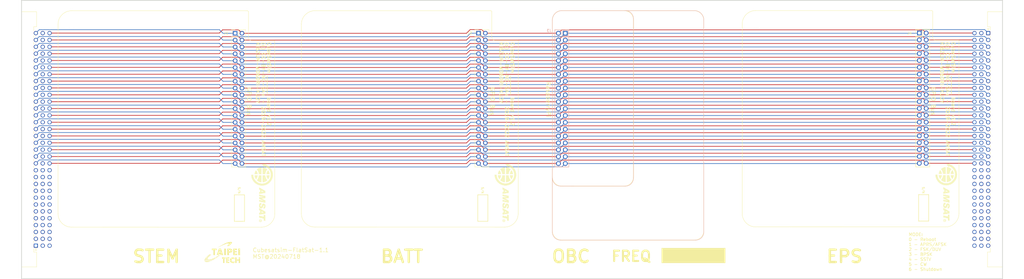
<source format=kicad_pcb>
(kicad_pcb (version 20221018) (generator pcbnew)
  (layers (0 "F.Cu" signal) (31 "B.Cu" signal) (34 "B.Paste" user) (35 "F.Paste" user) (36 "B.SilkS" user "B.Silkscreen") (37 "F.SilkS" user "F.Silkscreen") (38 "B.Mask" user) (39 "F.Mask" user) (44 "Edge.Cuts" user))
  (net 0 "")
  (net 1 "unconnected-(J1-Pad2)")
  (net 2 "/SDA")
  (net 3 "/SCL")
  (net 4 "unconnected-(J1-Pad7)")
  (net 5 "unconnected-(J1-Pad8)")
  (net 6 "unconnected-(J1-Pad10)")
  (net 7 "unconnected-(J1-Pad11)")
  (net 8 "unconnected-(J1-Pad12)")
  (net 9 "unconnected-(J1-Pad13)")
  (net 10 "unconnected-(J1-Pad14)")
  (net 11 "unconnected-(J1-Pad15)")
  (net 12 "unconnected-(J1-Pad16)")
  (net 13 "unconnected-(J1-Pad17)")
  (net 14 "unconnected-(J1-Pad18)")
  (net 15 "unconnected-(J1-Pad19)")
  (net 16 "unconnected-(J1-Pad20)")
  (net 17 "unconnected-(J1-Pad21)")
  (net 18 "unconnected-(J1-Pad22)")
  (net 19 "unconnected-(J1-Pad23)")
  (net 20 "unconnected-(J1-Pad24)")
  (net 21 "unconnected-(J1-Pad25)")
  (net 22 "unconnected-(J1-Pad26)")
  (net 23 "unconnected-(J1-Pad27)")
  (net 24 "unconnected-(J1-Pad28)")
  (net 25 "unconnected-(J1-Pad29)")
  (net 26 "unconnected-(J1-Pad30)")
  (net 27 "unconnected-(J1-Pad31)")
  (net 28 "unconnected-(J1-Pad32)")
  (net 29 "unconnected-(J1-Pad33)")
  (net 30 "unconnected-(J1-Pad34)")
  (net 31 "unconnected-(J1-Pad35)")
  (net 32 "unconnected-(J1-Pad36)")
  (net 33 "unconnected-(J1-Pad37)")
  (net 34 "unconnected-(J1-Pad38)")
  (net 35 "unconnected-(J1-Pad39)")
  (net 36 "unconnected-(J1-Pad40)")
  (net 37 "unconnected-(J1-Pad4)")
  (net 38 "unconnected-(J1-Pad6)")
  (net 39 "Net-(C1-Pad1)")
  (net 40 "Net-(C1-Pad2)")
  (net 41 "/3V3")
  (net 42 "/5V")
  (net 43 "/GPIO2")
  (net 44 "/GPIO3")
  (net 45 "/GND")
  (net 46 "/GPIO4")
  (net 47 "/UART0_TX")
  (net 48 "/UART0_RX")
  (net 49 "/GPIO17")
  (net 50 "/GPIO18")
  (net 51 "/GPIO27")
  (net 52 "/GPIO22")
  (net 53 "/GPIO23")
  (net 54 "/GPIO24")
  (net 55 "/GPIO10")
  (net 56 "/GPIO9")
  (net 57 "/GPIO25")
  (net 58 "/GPIO11")
  (net 59 "/GPIO8")
  (net 60 "/GPIO7")
  (net 63 "/GPIO5")
  (net 64 "/GPIO6")
  (net 65 "/GPIO12")
  (net 66 "/GPIO13")
  (net 67 "/GPIO19")
  (net 68 "/GPIO16")
  (net 69 "/GPIO26")
  (net 70 "/GPIO20")
  (net 71 "/GPIO21")
  (footprint "VST104_logos:NTUT_logo_15mm" (layer "F.Cu") (at 110.998 130.048)
    (fp_text reference "REF**" hide)
    (fp_text value "NTUT_logo_15mm")
  )
  (footprint "Connector_PinHeader_2.54mm:PinHeader_2x20_P2.54mm_Vertical" (layer "F.Cu") (at 368.7572 48.6918)
    (fp_text reference "J4")
    (fp_text value "Conn_02x20_Odd_Even")
  )
  (footprint "" (layer "F.Cu") (at 207.0083 43.8552 -90)
    (fp_text reference "")
    (fp_text value "")
  )
  (footprint "" (layer "F.Cu") (at 370.0018 101.7918 -90)
    (fp_text reference "")
    (fp_text value "")
  )
  (footprint "" (layer "F.Cu") (at 55.287 45.378 -90)
    (fp_text reference "")
    (fp_text value "")
  )
  (footprint "Connector_PinHeader_2.54mm:PinHeader_2x20_P2.54mm_Vertical" (layer "F.Cu") (at 115.7732 48.768)
    (fp_text reference "J1")
    (fp_text value "Conn_02x20_Odd_Even")
  )
  (footprint "" (layer "F.Cu") (at 117.0151 101.878 -90)
    (fp_text reference "")
    (fp_text value "")
  )
  (footprint "" (layer "F.Cu") (at 236.58195 43.88403 -90)
    (fp_text reference "")
    (fp_text value "")
  )
  (footprint "Connector_PinHeader_2.54mm:PinHeader_2x20_P2.54mm_Vertical" (layer "F.Cu") (at 205.7654 48.7426)
    (fp_text reference "J2")
    (fp_text value "Conn_02x20_Odd_Even")
  )
  (footprint "Connector_DIN:DIN41612_C_3x32_Male_Horizontal_THT" (layer "F.Cu") (at 394.2334 48.7172 -90)
    (fp_text reference "REF**" hide)
    (fp_text value "DIN41612_C_3x32_Male_Horizontal_THT")
  )
  (footprint "" (layer "F.Cu") (at 259.5626 101.8862 -90)
    (fp_text reference "")
    (fp_text value "")
  )
  (footprint "" (layer "F.Cu") (at 308.2737 115.5718 -90)
    (fp_text reference "")
    (fp_text value "")
  )
  (footprint "" (layer "F.Cu") (at 207.0083 101.8552 -90)
    (fp_text reference "")
    (fp_text value "")
  )
  (footprint "" (layer "F.Cu") (at 145.2802 115.6352 -90)
    (fp_text reference "")
    (fp_text value "")
  )
  (footprint "" (layer "F.Cu") (at 117.0151 43.878 -90)
    (fp_text reference "")
    (fp_text value "")
  )
  (footprint "" (layer "F.Cu") (at 259.588 43.90435 -90)
    (fp_text reference "")
    (fp_text value "")
  )
  (footprint "" (layer "F.Cu") (at 145.2802 45.3552 -90)
    (fp_text reference "")
    (fp_text value "")
  )
  (footprint "Connector_PinHeader_2.54mm:PinHeader_2x20_P2.54mm_Vertical" (layer "F.Cu") (at 368.7572 48.6918)
    (fp_text reference "J1" hide)
    (fp_text value "Conn_02x20_Odd_Even")
  )
  (footprint "" (layer "F.Cu") (at 285.59252 101.90271 -90)
    (fp_text reference "")
    (fp_text value "")
  )
  (footprint "Connector_DIN:DIN41612_R_3x32_Male_Horizontal_THT" (layer "F.Cu") (at 42.0878 127.4572 90)
    (fp_text reference "REF**" hide)
    (fp_text value "DIN41612_R_3x32_Male_Horizontal_THT")
  )
  (footprint "" (layer "F.Cu") (at 55.287 115.658 -90)
    (fp_text reference "")
    (fp_text value "")
  )
  (footprint "" (layer "F.Cu") (at 236.58957 101.90144 -90)
    (fp_text reference "")
    (fp_text value "")
  )
  (footprint "" (layer "F.Cu") (at 370.0018 43.7918 -90)
    (fp_text reference "")
    (fp_text value "")
  )
  (footprint "" (layer "F.Cu") (at 308.2737 45.2918 -90)
    (fp_text reference "")
    (fp_text value "")
  )
  (footprint "" (layer "F.Cu") (at 285.5976 43.898 -90)
    (fp_text reference "")
    (fp_text value "")
  )
  (footprint "Connector_PinHeader_2.54mm:PinHeader_2x20_P2.54mm_Vertical" (layer "B.Cu") (at 237.871 48.768 180)
    (fp_text reference "J3")
    (fp_text value "Conn_02x20_Odd_Even")
  )
  (footprint "RPi:raspberrypi_3_zero" (layer "B.Cu") (at 236.5756 72.898 -90)
    (fp_text reference "RP?" hide)
    (fp_text value "Raspberry_Pi/Zero")
  )
  (gr_poly (pts (xy 125.477 118.6155) (xy 125.477 118.4123) (xy 125.4643 118.4123) (xy 125.4643 118.6155)) (fill solid) (layer "F.SilkS"))
  (gr_poly (pts (xy 376.3301 104.318) (xy 376.3301 103.3147) (xy 376.3174 103.3147) (xy 376.3174 104.318)) (fill solid) (layer "F.SilkS"))
  (gr_poly (pts (xy 216.8037 113.5254) (xy 216.8037 112.1284) (xy 216.791 112.1284) (xy 216.791 113.5254)) (fill solid) (layer "F.SilkS"))
  (gr_poly (pts (xy 215.8766 109.9313) (xy 215.8766 109.4614) (xy 215.8639 109.4614) (xy 215.8639 109.9313)) (fill solid) (layer "F.SilkS"))
  (gr_poly (pts (xy 377.8922 118.3896) (xy 377.8922 118.2372) (xy 377.8795 118.2372) (xy 377.8795 118.3896)) (fill solid) (layer "F.SilkS"))
  (gr_poly (pts (xy 124.8547 109.1667) (xy 124.8547 108.5825) (xy 124.842 108.5825) (xy 124.842 109.1667)) (fill solid) (layer "F.SilkS"))
  (gr_poly (pts (xy 126.3152 110.8812) (xy 126.3152 110.3859) (xy 126.3025 110.3859) (xy 126.3025 110.8812)) (fill solid) (layer "F.SilkS"))
  (gr_poly (pts (xy 378.2732 111.1506) (xy 378.2732 110.5664) (xy 378.2605 110.5664) (xy 378.2605 111.1506)) (fill solid) (layer "F.SilkS"))
  (gr_poly (pts (xy 376.8254 102.286) (xy 376.8254 101.3335) (xy 376.8127 101.3335) (xy 376.8127 102.286)) (fill solid) (layer "F.SilkS"))
  (gr_poly (pts (xy 128.6139 103.9851) (xy 128.6139 102.7278) (xy 128.6012 102.7278) (xy 128.6012 103.9851)) (fill solid) (layer "F.SilkS"))
  (gr_poly (pts (xy 216.5878 107.9628) (xy 216.5878 106.9468) (xy 216.5751 106.9468) (xy 216.5751 107.9628)) (fill solid) (layer "F.SilkS"))
  (gr_poly (pts (xy 380.8386 102.6162) (xy 380.8386 101.3335) (xy 380.8259 101.3335) (xy 380.8259 102.6162)) (fill solid) (layer "F.SilkS"))
  (gr_poly (pts (xy 215.2924 109.2328) (xy 215.2924 108.6486) (xy 215.2797 108.6486) (xy 215.2797 109.2328)) (fill solid) (layer "F.SilkS"))
  (gr_poly (pts (xy 125.2992 100.9752) (xy 125.2992 98.4352) (xy 125.2865 98.4352) (xy 125.2865 100.9752)) (fill solid) (layer "F.SilkS"))
  (gr_poly (pts (xy 215.3686 109.2455) (xy 215.3686 108.674) (xy 215.3559 108.674) (xy 215.3559 109.2455)) (fill solid) (layer "F.SilkS"))
  (gr_poly (pts (xy 380.6862 102.3749) (xy 380.6862 101.3462) (xy 380.6735 101.3462) (xy 380.6735 102.3749)) (fill solid) (layer "F.SilkS"))
  (gr_poly (pts (xy 126.3787 115.6945) (xy 126.3787 114.5261) (xy 126.366 114.5261) (xy 126.366 115.6945)) (fill solid) (layer "F.SilkS"))
  (gr_poly (pts (xy 380.5719 103.2131) (xy 380.5719 103.0226) (xy 380.5592 103.0226) (xy 380.5592 103.2131)) (fill solid) (layer "F.SilkS"))
  (gr_poly (pts (xy 380.7751 100.889) (xy 380.7751 99.7079) (xy 380.7624 99.7079) (xy 380.7624 100.889)) (fill solid) (layer "F.SilkS"))
  (gr_poly (pts (xy 125.7818 105.1916) (xy 125.7818 104.4423) (xy 125.7691 104.4423) (xy 125.7691 105.1916)) (fill solid) (layer "F.SilkS"))
  (gr_poly (pts (xy 215.1908 117.1576) (xy 215.1908 116.4464) (xy 215.1781 116.4464) (xy 215.1781 117.1576)) (fill solid) (layer "F.SilkS"))
  (gr_poly (pts (xy 377.9811 103.81) (xy 377.9811 101.3335) (xy 377.9684 101.3335) (xy 377.9684 103.81)) (fill solid) (layer "F.SilkS"))
  (gr_poly (pts (xy 215.2289 100.9524) (xy 215.2289 98.4251) (xy 215.2162 98.4251) (xy 215.2162 100.9524)) (fill solid) (layer "F.SilkS"))
  (gr_poly (pts (xy 126.747 118.2472) (xy 126.747 116.1009) (xy 126.7343 116.1009) (xy 126.7343 118.2472)) (fill solid) (layer "F.SilkS"))
  (gr_poly (pts (xy 124.9182 105.1281) (xy 124.9182 104.3534) (xy 124.9055 104.3534) (xy 124.9055 105.1281)) (fill solid) (layer "F.SilkS"))
  (gr_poly (pts (xy 378.0065 118.3261) (xy 378.0065 118.161) (xy 377.9938 118.161) (xy 377.9938 118.3261)) (fill solid) (layer "F.SilkS"))
  (gr_poly (pts (xy 380.9021 98.6919) (xy 380.9021 97.7521) (xy 380.8894 97.7521) (xy 380.8894 98.6919)) (fill solid) (layer "F.SilkS"))
  (gr_poly (pts (xy 379.3019 105.08) (xy 379.3019 104.318) (xy 379.2892 104.318) (xy 379.2892 105.08)) (fill solid) (layer "F.SilkS"))
  (gr_poly (pts (xy 216.5243 107.9755) (xy 216.5243 106.9214) (xy 216.5116 106.9214) (xy 216.5116 107.9755)) (fill solid) (layer "F.SilkS"))
  (gr_poly (pts (xy 127.0518 104.9757) (xy 127.0518 104.1756) (xy 127.0391 104.1756) (xy 127.0391 104.9757)) (fill solid) (layer "F.SilkS"))
  (gr_poly (pts (xy 215.3559 117.8434) (xy 215.3559 117.691) (xy 215.3432 117.691) (xy 215.3432 117.8434)) (fill solid) (layer "F.SilkS"))
  (gr_poly (pts (xy 125.1468 118.7298) (xy 125.1468 118.5774) (xy 125.1341 118.5774) (xy 125.1341 118.7298)) (fill solid) (layer "F.SilkS"))
  (gr_poly (pts (xy 214.9368 118.0974) (xy 214.9368 117.9704) (xy 214.9241 117.9704) (xy 214.9241 118.0974)) (fill solid) (layer "F.SilkS"))
  (gr_poly (pts (xy 126.8232 115.6183) (xy 126.8232 114.7801) (xy 126.8105 114.7801) (xy 126.8105 115.6183)) (fill solid) (layer "F.SilkS"))
  (gr_poly (pts (xy 379.5686 118.1356) (xy 379.5686 115.9766) (xy 379.5559 115.9766) (xy 379.5559 118.1356)) (fill solid) (layer "F.SilkS"))
  (gr_poly (pts (xy 378.578 109.8933) (xy 378.578 109.4234) (xy 378.5653 109.4234) (xy 378.5653 109.8933)) (fill solid) (layer "F.SilkS"))
  (gr_poly (pts (xy 124.715 100.9752) (xy 124.715 98.5876) (xy 124.7023 98.5876) (xy 124.7023 100.9752)) (fill solid) (layer "F.SilkS"))
  (gr_poly (pts (xy 127.3185 98.359) (xy 127.3185 97.5208) (xy 127.3058 97.5208) (xy 127.3058 98.359)) (fill solid) (layer "F.SilkS"))
  (gr_poly (pts (xy 377.2064 103.4544) (xy 377.2064 102.5527) (xy 377.1937 102.5527) (xy 377.1937 103.4544)) (fill solid) (layer "F.SilkS"))
  (gr_poly (pts (xy 218.4166 99.3395) (xy 218.4166 98.2092) (xy 218.4039 98.2092) (xy 218.4039 99.3395)) (fill solid) (layer "F.SilkS"))
  (gr_poly (pts (xy 379.1114 97.7267) (xy 379.1114 97.206) (xy 379.0987 97.206) (xy 379.0987 97.7267)) (fill solid) (layer "F.SilkS"))
  (gr_poly (pts (xy 213.6795 102.6161) (xy 213.6795 101.3969) (xy 213.6668 101.3969) (xy 213.6668 102.6161)) (fill solid) (layer "F.SilkS"))
  (gr_poly (pts (xy 217.3371 98.3362) (xy 217.3371 97.5107) (xy 217.3244 97.5107) (xy 217.3244 98.3362)) (fill solid) (layer "F.SilkS"))
  (gr_poly (pts (xy 213.8192 103.213) (xy 213.8192 103.1749) (xy 213.8065 103.1749) (xy 213.8065 103.213)) (fill solid) (layer "F.SilkS"))
  (gr_poly (pts (xy 125.731 105.2043) (xy 125.731 104.455) (xy 125.7183 104.455) (xy 125.7183 105.2043)) (fill solid) (layer "F.SilkS"))
  (gr_poly (pts (xy 125.477 117.9805) (xy 125.477 117.7773) (xy 125.4643 117.7773) (xy 125.4643 117.9805)) (fill solid) (layer "F.SilkS"))
  (gr_poly (pts (xy 123.3053 104.3661) (xy 123.3053 103.3628) (xy 123.2926 103.3628) (xy 123.2926 104.3661)) (fill solid) (layer "F.SilkS"))
  (gr_poly (pts (xy 215.0257 118.3641) (xy 215.0257 118.2117) (xy 215.013 118.2117) (xy 215.013 118.3641)) (fill solid) (layer "F.SilkS"))
  (gr_poly (pts (xy 376.6857 104.5466) (xy 376.6857 103.6449) (xy 376.673 103.6449) (xy 376.673 104.5466)) (fill solid) (layer "F.SilkS"))
  (gr_poly (pts (xy 125.1468 109.2302) (xy 125.1468 108.6333) (xy 125.1341 108.6333) (xy 125.1341 109.2302)) (fill solid) (layer "F.SilkS"))
  (gr_poly (pts (xy 378.324 118.6055) (xy 378.324 118.4404) (xy 378.3113 118.4404) (xy 378.3113 118.6055)) (fill solid) (layer "F.SilkS"))
  (gr_poly (pts (xy 218.1626 102.5526) (xy 218.1626 101.4096) (xy 218.1499 101.4096) (xy 218.1499 102.5526)) (fill solid) (layer "F.SilkS"))
  (gr_poly (pts (xy 124.9436 106.7791) (xy 124.9436 106.0425) (xy 124.9309 106.0425) (xy 124.9309 106.7791)) (fill solid) (layer "F.SilkS"))
  (gr_poly (pts (xy 377.4096 100.1778) (xy 377.4096 98.6411) (xy 377.3969 98.6411) (xy 377.3969 100.1778)) (fill solid) (layer "F.SilkS"))
  (gr_poly (pts (xy 378.5399 110.414) (xy 378.5399 109.9187) (xy 378.5272 109.9187) (xy 378.5272 110.414)) (fill solid) (layer "F.SilkS"))
  (gr_poly (pts (xy 124.9055 118.6663) (xy 124.9055 118.5012) (xy 124.8928 118.5012) (xy 124.8928 118.6663)) (fill solid) (layer "F.SilkS"))
  (gr_poly (pts (xy 124.842 109.1667) (xy 124.842 108.5825) (xy 124.8293 108.5825) (xy 124.8293 109.1667)) (fill solid) (layer "F.SilkS"))
  (gr_poly (pts (xy 124.9182 110.2081) (xy 124.9182 109.535) (xy 124.9055 109.535) (xy 124.9055 110.2081)) (fill solid) (layer "F.SilkS"))
  (gr_poly (pts (xy 213.9462 103.3273) (xy 213.9462 103.0098) (xy 213.9335 103.0098) (xy 213.9335 103.3273)) (fill solid) (layer "F.SilkS"))
  (gr_poly (pts (xy 217.7562 100.9524) (xy 217.7562 99.8094) (xy 217.7435 99.8094) (xy 217.7435 100.9524)) (fill solid) (layer "F.SilkS"))
  (gr_poly (pts (xy 379.8099 100.889) (xy 379.8099 98.5268) (xy 379.7972 98.5268) (xy 379.7972 100.889)) (fill solid) (layer "F.SilkS"))
  (gr_poly (pts (xy 126.6835 103.8327) (xy 126.6835 101.4197) (xy 126.6708 101.4197) (xy 126.6708 103.8327)) (fill solid) (layer "F.SilkS"))
  (gr_poly (pts (xy 127.7122 98.613) (xy 127.7122 97.724) (xy 127.6995 97.724) (xy 127.6995 98.613)) (fill solid) (layer "F.SilkS"))
  (gr_poly (pts (xy 125.5024 111.2749) (xy 125.5024 110.7161) (xy 125.4897 110.7161) (xy 125.4897 111.2749)) (fill solid) (layer "F.SilkS"))
  (gr_poly (pts (xy 375.53 103.5179) (xy 375.53 101.7272) (xy 375.5173 101.7272) (xy 375.5173 103.5179)) (fill solid) (layer "F.SilkS"))
  (gr_poly (pts (xy 215.0638 115.8876) (xy 215.0638 113.7667) (xy 215.0511 113.7667) (xy 215.0511 115.8876)) (fill solid) (layer "F.SilkS"))
  (gr_poly (pts (xy 381.5498 99.492) (xy 381.5498 98.2855) (xy 381.5371 98.2855) (xy 381.5371 99.492)) (fill solid) (layer "F.SilkS"))
  (gr_poly (pts (xy 379.8861 104.953) (xy 379.8861 104.1529) (xy 379.8734 104.1529) (xy 379.8734 104.953)) (fill solid) (layer "F.SilkS"))
  (gr_poly (pts (xy 378.2859 115.7861) (xy 378.2859 113.843) (xy 378.2732 113.843) (xy 378.2732 115.7861)) (fill solid) (layer "F.SilkS"))
  (gr_poly (pts (xy 381.2196 100.889) (xy 381.2196 99.8603) (xy 381.2069 99.8603) (xy 381.2069 100.889)) (fill solid) (layer "F.SilkS"))
  (gr_poly (pts (xy 214.6574 100.9524) (xy 214.6574 98.5902) (xy 214.6447 98.5902) (xy 214.6447 100.9524)) (fill solid) (layer "F.SilkS"))
  (gr_poly (pts (xy 214.0605 104.8132) (xy 214.0605 103.9623) (xy 214.0478 103.9623) (xy 214.0478 104.8132)) (fill solid) (layer "F.SilkS"))
  (gr_poly (pts (xy 126.4422 100.9752) (xy 126.4422 98.4987) (xy 126.4295 98.4987) (xy 126.4295 100.9752)) (fill solid) (layer "F.SilkS"))
  (gr_poly (pts (xy 216.1306 112.9412) (xy 216.1306 111.8744) (xy 216.1179 111.8744) (xy 216.1179 112.9412)) (fill solid) (layer "F.SilkS"))
  (gr_poly (pts (xy 126.4295 113.7768) (xy 126.4295 113.091) (xy 126.4168 113.091) (xy 126.4168 113.7768)) (fill solid) (layer "F.SilkS"))
  (gr_poly (pts (xy 377.5112 104.9276) (xy 377.5112 104.1275) (xy 377.4985 104.1275) (xy 377.4985 104.9276)) (fill solid) (layer "F.SilkS"))
  (gr_poly (pts (xy 216.4227 98.133) (xy 216.4227 97.2059) (xy 216.41 97.2059) (xy 216.41 98.133)) (fill solid) (layer "F.SilkS"))
  (gr_poly (pts (xy 216.537 113.7286) (xy 216.537 112.9539) (xy 216.5243 112.9539) (xy 216.5243 113.7286)) (fill solid) (layer "F.SilkS"))
  (gr_poly (pts (xy 218.0991 102.6669) (xy 218.0991 101.4096) (xy 218.0864 101.4096) (xy 218.0864 102.6669)) (fill solid) (layer "F.SilkS"))
  (gr_poly (pts (xy 215.2162 100.9524) (xy 215.2162 98.4251) (xy 215.2035 98.4251) (xy 215.2035 100.9524)) (fill solid) (layer "F.SilkS"))
  (gr_poly (pts (xy 216.1433 110.7822) (xy 216.1433 110.2742) (xy 216.1306 110.2742) (xy 216.1306 110.7822)) (fill solid) (layer "F.SilkS"))
  (gr_poly (pts (xy 126.747 107.9602) (xy 126.747 107.0458) (xy 126.7343 107.0458) (xy 126.7343 107.9602)) (fill solid) (layer "F.SilkS"))
  (gr_poly (pts (xy 215.1781 118.0974) (xy 215.1781 117.9704) (xy 215.1654 117.9704) (xy 215.1654 118.0974)) (fill solid) (layer "F.SilkS"))
  (gr_poly (pts (xy 125.477 108.1634) (xy 125.477 106.3473) (xy 125.4643 106.3473) (xy 125.4643 108.1634)) (fill solid) (layer "F.SilkS"))
  (gr_poly (pts (xy 375.7459 103.7846) (xy 375.7459 102.413) (xy 375.7332 102.413) (xy 375.7332 103.7846)) (fill solid) (layer "F.SilkS"))
  (gr_poly (pts (xy 213.4382 104.4576) (xy 213.4382 103.4797) (xy 213.4255 103.4797) (xy 213.4255 104.4576)) (fill solid) (layer "F.SilkS"))
  (gr_poly (pts (xy 378.705 113.4874) (xy 378.705 112.2301) (xy 378.6923 112.2301) (xy 378.6923 113.4874)) (fill solid) (layer "F.SilkS"))
  (gr_poly (pts (xy 379.3019 97.9426) (xy 379.3019 97.1552) (xy 379.2892 97.1552) (xy 379.2892 97.9426)) (fill solid) (layer "F.SilkS"))
  (gr_poly (pts (xy 125.8453 108.1126) (xy 125.8453 107.4903) (xy 125.8326 107.4903) (xy 125.8326 108.1126)) (fill solid) (layer "F.SilkS"))
  (gr_poly (pts (xy 215.9655 109.3598) (xy 215.9655 108.801) (xy 215.9528 108.801) (xy 215.9528 109.3598)) (fill solid) (layer "F.SilkS"))
  (gr_poly (pts (xy 127.8011 104.6328) (xy 127.8011 103.7184) (xy 127.7884 103.7184) (xy 127.7884 104.6328)) (fill solid) (layer "F.SilkS"))
  (gr_poly (pts (xy 127.2169 104.9249) (xy 127.2169 104.0994) (xy 127.2042 104.0994) (xy 127.2042 104.9249)) (fill solid) (layer "F.SilkS"))
  (gr_poly (pts (xy 216.8926 107.912) (xy 216.8926 107.1119) (xy 216.8799 107.1119) (xy 216.8799 107.912)) (fill solid) (layer "F.SilkS"))
  (gr_poly (pts (xy 215.7369 108.1025) (xy 215.7369 107.4675) (xy 215.7242 107.4675) (xy 215.7242 108.1025)) (fill solid) (layer "F.SilkS"))
  (gr_poly (pts (xy 377.9303 115.8369) (xy 377.9303 115.1638) (xy 377.9176 115.1638) (xy 377.9176 115.8369)) (fill solid) (layer "F.SilkS"))
  (gr_poly (pts (xy 216.5497 109.9059) (xy 216.5497 108.9153) (xy 216.537 108.9153) (xy 216.537 109.9059)) (fill solid) (layer "F.SilkS"))
  (gr_poly (pts (xy 216.3338 115.6844) (xy 216.3338 114.4779) (xy 216.3211 114.4779) (xy 216.3211 115.6844)) (fill solid) (layer "F.SilkS"))
  (gr_poly (pts (xy 126.874 109.8906) (xy 126.874 109.0143) (xy 126.8613 109.0143) (xy 126.8613 109.8906)) (fill solid) (layer "F.SilkS"))
  (gr_poly (pts (xy 217.0958 98.2346) (xy 217.0958 97.4091) (xy 217.0831 97.4091) (xy 217.0831 98.2346)) (fill solid) (layer "F.SilkS"))
  (gr_poly (pts (xy 379.2638 105.08) (xy 379.2638 104.318) (xy 379.2511 104.318) (xy 379.2511 105.08)) (fill solid) (layer "F.SilkS"))
  (gr_poly (pts (xy 377.9811 111.0744) (xy 377.9811 110.4902) (xy 377.9684 110.4902) (xy 377.9684 111.0744)) (fill solid) (layer "F.SilkS"))
  (gr_poly (pts (xy 126.2771 109.9414) (xy 126.2771 109.4715) (xy 126.2644 109.4715) (xy 126.2644 109.9414)) (fill solid) (layer "F.SilkS"))
  (gr_poly (pts (xy 214.886 110.1726) (xy 214.886 109.5249) (xy 214.8733 109.5249) (xy 214.8733 110.1726)) (fill solid) (layer "F.SilkS"))
  (gr_poly (pts (xy 377.8922 108.1661) (xy 377.8922 107.4803) (xy 377.8795 107.4803) (xy 377.8795 108.1661)) (fill solid) (layer "F.SilkS"))
  (gr_poly (pts (xy 215.14 111.1759) (xy 215.14 110.6044) (xy 215.1273 110.6044) (xy 215.1273 111.1759)) (fill solid) (layer "F.SilkS"))
  (gr_poly (pts (xy 215.1654 118.707) (xy 215.1654 118.5546) (xy 215.1527 118.5546) (xy 215.1527 118.707)) (fill solid) (layer "F.SilkS"))
  (gr_poly (pts (xy 378.9717 115.6845) (xy 378.9717 115.0622) (xy 378.959 115.0622) (xy 378.959 115.6845)) (fill solid) (layer "F.SilkS"))
  (gr_poly (pts (xy 128.6012 99.6544) (xy 128.6012 98.4098) (xy 128.5885 98.4098) (xy 128.5885 99.6544)) (fill solid) (layer "F.SilkS"))
  (gr_poly (pts (xy 125.1595 112.4052) (xy 125.1595 111.6559) (xy 125.1468 111.6559) (xy 125.1468 112.4052)) (fill solid) (layer "F.SilkS"))
  (gr_poly (pts (xy 381.2323 99.0348) (xy 381.2323 97.9934) (xy 381.2196 97.9934) (xy 381.2196 99.0348)) (fill solid) (layer "F.SilkS"))
  (gr_poly (pts (xy 376.927 103.2512) (xy 376.927 102.9718) (xy 376.9143 102.9718) (xy 376.9143 103.2512)) (fill solid) (layer "F.SilkS"))
  (gr_poly (pts (xy 125.5532 109.9795) (xy 125.5532 109.5096) (xy 125.5405 109.5096) (xy 125.5405 109.9795)) (fill solid) (layer "F.SilkS"))
  (gr_poly (pts (xy 125.477 115.8342) (xy 125.477 114.0054) (xy 125.4643 114.0054) (xy 125.4643 115.8342)) (fill solid) (layer "F.SilkS"))
  (gr_poly (pts (xy 378.2986 100.889) (xy 378.2986 98.349) (xy 378.2859 98.349) (xy 378.2859 100.889)) (fill solid) (layer "F.SilkS"))
  (gr_poly (pts (xy 376.8508 100.889) (xy 376.8508 100) (xy 376.8381 100) (xy 376.8381 100.889)) (fill solid) (layer "F.SilkS"))
  (gr_poly (pts (xy 218.5436 104.0258) (xy 218.5436 102.8066) (xy 218.5309 102.8066) (xy 218.5309 104.0258)) (fill solid) (layer "F.SilkS"))
  (gr_poly (pts (xy 126.7089 109.916) (xy 126.7089 108.9762) (xy 126.6962 108.9762) (xy 126.6962 109.916)) (fill solid) (layer "F.SilkS"))
  (gr_poly (pts (xy 213.8319 103.2257) (xy 213.8319 103.1622) (xy 213.8192 103.1622) (xy 213.8192 103.2257)) (fill solid) (layer "F.SilkS"))
  (gr_poly (pts (xy 381.1688 102.4638) (xy 381.1688 101.3335) (xy 381.1561 101.3335) (xy 381.1561 102.4638)) (fill solid) (layer "F.SilkS"))
  (gr_poly (pts (xy 377.5874 104.953) (xy 377.5874 104.1656) (xy 377.5747 104.1656) (xy 377.5747 104.953)) (fill solid) (layer "F.SilkS"))
  (gr_poly (pts (xy 215.2924 117.183) (xy 215.2924 116.4718) (xy 215.2797 116.4718) (xy 215.2797 117.183)) (fill solid) (layer "F.SilkS"))
  (gr_poly (pts (xy 125.6421 107.1093) (xy 125.6421 106.4362) (xy 125.6294 106.4362) (xy 125.6294 107.1093)) (fill solid) (layer "F.SilkS"))
  (gr_poly (pts (xy 216.2957 113.6016) (xy 216.2957 113.1063) (xy 216.283 113.1063) (xy 216.283 113.6016)) (fill solid) (layer "F.SilkS"))
  (gr_poly (pts (xy 215.0638 118.707) (xy 215.0638 118.5546) (xy 215.0511 118.5546) (xy 215.0511 118.707)) (fill solid) (layer "F.SilkS"))
  (gr_poly (pts (xy 378.1716 105.08) (xy 378.1716 104.318) (xy 378.1589 104.318) (xy 378.1589 105.08)) (fill solid) (layer "F.SilkS"))
  (gr_poly (pts (xy 381.4482 104.0513) (xy 381.4482 102.8829) (xy 381.4355 102.8829) (xy 381.4355 104.0513)) (fill solid) (layer "F.SilkS"))
  (gr_poly (pts (xy 216.3973 107.9882) (xy 216.3973 106.8325) (xy 216.3846 106.8325) (xy 216.3846 107.9882)) (fill solid) (layer "F.SilkS"))
  (gr_poly (pts (xy 376.6476 100.889) (xy 376.6476 99.6571) (xy 376.6349 99.6571) (xy 376.6349 100.889)) (fill solid) (layer "F.SilkS"))
  (gr_poly (pts (xy 378.2732 100.889) (xy 378.2732 98.349) (xy 378.2605 98.349) (xy 378.2605 100.889)) (fill solid) (layer "F.SilkS"))
  (gr_poly (pts (xy 127.001 98.2066) (xy 127.001 97.1144) (xy 126.9883 97.1144) (xy 126.9883 98.2066)) (fill solid) (layer "F.SilkS"))
  (gr_poly (pts (xy 126.62 107.9856) (xy 126.62 106.9823) (xy 126.6073 106.9823) (xy 126.6073 107.9856)) (fill solid) (layer "F.SilkS"))
  (gr_poly (pts (xy 376.9651 104.7117) (xy 376.9651 103.8481) (xy 376.9524 103.8481) (xy 376.9524 104.7117)) (fill solid) (layer "F.SilkS"))
  (gr_poly (pts (xy 214.9368 111.1251) (xy 214.9368 110.5409) (xy 214.9241 110.5409) (xy 214.9241 111.1251)) (fill solid) (layer "F.SilkS"))
  (gr_poly (pts (xy 376.3047 100.889) (xy 376.3047 99.7206) (xy 376.292 99.7206) (xy 376.292 100.889)) (fill solid) (layer "F.SilkS"))
  (gr_poly (pts (xy 218.1118 98.9585) (xy 218.1118 97.9679) (xy 218.0991 97.9679) (xy 218.0991 98.9585)) (fill solid) (layer "F.SilkS"))
  (gr_poly (pts (xy 216.3211 115.6844) (xy 216.3211 114.4779) (xy 216.3084 114.4779) (xy 216.3084 115.6844)) (fill solid) (layer "F.SilkS"))
  (gr_poly (pts (xy 127.4582 100.9752) (xy 127.4582 100.518) (xy 127.4455 100.518) (xy 127.4455 100.9752)) (fill solid) (layer "F.SilkS"))
  (gr_poly (pts (xy 127.6614 103.2358) (xy 127.6614 103.1977) (xy 127.6487 103.1977) (xy 127.6487 103.2358)) (fill solid) (layer "F.SilkS"))
  (gr_poly (pts (xy 215.0892 105.1307) (xy 215.0892 104.3814) (xy 215.0765 104.3814) (xy 215.0765 105.1307)) (fill solid) (layer "F.SilkS"))
  (gr_poly (pts (xy 124.1689 104.8868) (xy 124.1689 104.0486) (xy 124.1562 104.0486) (xy 124.1562 104.8868)) (fill solid) (layer "F.SilkS"))
  (gr_poly (pts (xy 378.5145 118.4785) (xy 378.5145 118.1737) (xy 378.5018 118.1737) (xy 378.5018 118.4785)) (fill solid) (layer "F.SilkS"))
  (gr_poly (pts (xy 378.2097 103.8608) (xy 378.2097 101.3335) (xy 378.197 101.3335) (xy 378.197 103.8608)) (fill solid) (layer "F.SilkS"))
  (gr_poly (pts (xy 378.7177 107.0612) (xy 378.7177 106.4008) (xy 378.705 106.4008) (xy 378.705 107.0612)) (fill solid) (layer "F.SilkS"))
  (gr_poly (pts (xy 125.9215 115.7707) (xy 125.9215 115.1738) (xy 125.9088 115.1738) (xy 125.9088 115.7707)) (fill solid) (layer "F.SilkS"))
  (gr_poly (pts (xy 381.8546 100.2286) (xy 381.8546 98.6157) (xy 381.8419 98.6157) (xy 381.8419 100.2286)) (fill solid) (layer "F.SilkS"))
  (gr_poly (pts (xy 215.3559 110.4012) (xy 215.3559 109.4995) (xy 215.3432 109.4995) (xy 215.3432 110.4012)) (fill solid) (layer "F.SilkS"))
  (gr_poly (pts (xy 126.0485 109.9541) (xy 126.0485 109.4715) (xy 126.0358 109.4715) (xy 126.0358 109.9541)) (fill solid) (layer "F.SilkS"))
  (gr_poly (pts (xy 128.7409 99.9465) (xy 128.7409 98.5622) (xy 128.7282 98.5622) (xy 128.7282 99.9465)) (fill solid) (layer "F.SilkS"))
  (gr_poly (pts (xy 124.588 105.0392) (xy 124.588 104.2391) (xy 124.5753 104.2391) (xy 124.5753 105.0392)) (fill solid) (layer "F.SilkS"))
  (gr_poly (pts (xy 124.7785 118.0567) (xy 124.7785 117.8027) (xy 124.7658 117.8027) (xy 124.7658 118.0567)) (fill solid) (layer "F.SilkS"))
  (gr_poly (pts (xy 379.2511 115.0114) (xy 379.2511 114.3764) (xy 379.2384 114.3764) (xy 379.2384 115.0114)) (fill solid) (layer "F.SilkS"))
  (gr_poly (pts (xy 378.1462 117.0942) (xy 378.1462 116.383) (xy 378.1335 116.383) (xy 378.1335 117.0942)) (fill solid) (layer "F.SilkS"))
  (gr_poly (pts (xy 215.6099 110.5155) (xy 215.6099 110.0075) (xy 215.5972 110.0075) (xy 215.5972 110.5155)) (fill solid) (layer "F.SilkS"))
  (gr_poly (pts (xy 215.3305 112.2935) (xy 215.3305 111.595) (xy 215.3178 111.595) (xy 215.3178 112.2935)) (fill solid) (layer "F.SilkS"))
  (gr_poly (pts (xy 215.8512 114.8716) (xy 215.8512 114.2112) (xy 215.8385 114.2112) (xy 215.8385 114.8716)) (fill solid) (layer "F.SilkS"))
  (gr_poly (pts (xy 380.7243 98.5522) (xy 380.7243 97.6378) (xy 380.7116 97.6378) (xy 380.7116 98.5522)) (fill solid) (layer "F.SilkS"))
  (gr_poly (pts (xy 377.6636 106.5659) (xy 377.6636 105.8039) (xy 377.6509 105.8039) (xy 377.6509 106.5659)) (fill solid) (layer "F.SilkS"))
  (gr_poly (pts (xy 125.223 103.947) (xy 125.223 101.4197) (xy 125.2103 101.4197) (xy 125.2103 103.947)) (fill solid) (layer "F.SilkS"))
  (gr_poly (pts (xy 381.5244 99.4666) (xy 381.5244 98.2601) (xy 381.5117 98.2601) (xy 381.5117 99.4666)) (fill solid) (layer "F.SilkS"))
  (gr_poly (pts (xy 126.9629 113.1799) (xy 126.9629 112.4814) (xy 126.9502 112.4814) (xy 126.9502 113.1799)) (fill solid) (layer "F.SilkS"))
  (gr_poly (pts (xy 125.985 105.2043) (xy 125.985 104.4423) (xy 125.9723 104.4423) (xy 125.9723 105.2043)) (fill solid) (layer "F.SilkS"))
  (gr_poly (pts (xy 126.0993 110.7796) (xy 126.0993 110.2716) (xy 126.0866 110.2716) (xy 126.0866 110.7796)) (fill solid) (layer "F.SilkS"))
  (gr_poly (pts (xy 126.1628 97.8637) (xy 126.1628 97.2795) (xy 126.1501 97.2795) (xy 126.1501 97.8637)) (fill solid) (layer "F.SilkS"))
  (gr_poly (pts (xy 216.7656 115.6209) (xy 216.7656 114.7319) (xy 216.7529 114.7319) (xy 216.7529 115.6209)) (fill solid) (layer "F.SilkS"))
  (gr_poly (pts (xy 375.657 103.6703) (xy 375.657 102.1844) (xy 375.6443 102.1844) (xy 375.6443 103.6703)) (fill solid) (layer "F.SilkS"))
  (gr_poly (pts (xy 126.6835 115.6564) (xy 126.6835 114.6912) (xy 126.6708 114.6912) (xy 126.6708 115.6564)) (fill solid) (layer "F.SilkS"))
  (gr_poly (pts (xy 217.6927 98.5775) (xy 217.6927 97.6885) (xy 217.68 97.6885) (xy 217.68 98.5775)) (fill solid) (layer "F.SilkS"))
  (gr_poly (pts (xy 124.715 115.9612) (xy 124.715 115.2627) (xy 124.7023 115.2627) (xy 124.7023 115.9612)) (fill solid) (layer "F.SilkS"))
  (gr_poly (pts (xy 217.1847 103.5686) (xy 217.1847 102.451) (xy 217.172 102.451) (xy 217.172 103.5686)) (fill solid) (layer "F.SilkS"))
  (gr_poly (pts (xy 378.1716 108.128) (xy 378.1716 106.0833) (xy 378.1589 106.0833) (xy 378.1589 108.128)) (fill solid) (layer "F.SilkS"))
  (gr_poly (pts (xy 126.0104 97.6986) (xy 126.0104 97.3176) (xy 125.9977 97.3176) (xy 125.9977 97.6986)) (fill solid) (layer "F.SilkS"))
  (gr_poly (pts (xy 380.0131 103.6068) (xy 380.0131 101.9558) (xy 380.0004 101.9558) (xy 380.0004 103.6068)) (fill solid) (layer "F.SilkS"))
  (gr_poly (pts (xy 379.0987 114.9352) (xy 379.0987 114.2875) (xy 379.086 114.2875) (xy 379.086 114.9352)) (fill solid) (layer "F.SilkS"))
  (gr_poly (pts (xy 215.8131 113.4746) (xy 215.8131 112.1157) (xy 215.8004 112.1157) (xy 215.8004 113.4746)) (fill solid) (layer "F.SilkS"))
  (gr_poly (pts (xy 212.8286 103.9242) (xy 212.8286 102.6415) (xy 212.8159 102.6415) (xy 212.8159 103.9242)) (fill solid) (layer "F.SilkS"))
  (gr_poly (pts (xy 125.7818 114.869) (xy 125.7818 114.1959) (xy 125.7691 114.1959) (xy 125.7691 114.869)) (fill solid) (layer "F.SilkS"))
  (gr_poly (pts (xy 214.7971 109.1439) (xy 214.7971 108.547) (xy 214.7844 108.547) (xy 214.7844 109.1439)) (fill solid) (layer "F.SilkS"))
  (gr_poly (pts (xy 125.5405 115.8342) (xy 125.5405 115.1992) (xy 125.5278 115.1992) (xy 125.5278 115.8342)) (fill solid) (layer "F.SilkS"))
  (gr_poly (pts (xy 125.4008 105.1916) (xy 125.4008 104.4423) (xy 125.3881 104.4423) (xy 125.3881 105.1916)) (fill solid) (layer "F.SilkS"))
  (gr_poly (pts (xy 216.1941 97.879) (xy 216.1941 97.2567) (xy 216.1814 97.2567) (xy 216.1814 97.879)) (fill solid) (layer "F.SilkS"))
  (gr_poly (pts (xy 126.0866 100.9752) (xy 126.0866 98.4225) (xy 126.0739 98.4225) (xy 126.0739 100.9752)) (fill solid) (layer "F.SilkS"))
  (gr_poly (pts (xy 128.4234 101.9785) (xy 128.4234 101.4197) (xy 128.4107 101.4197) (xy 128.4107 101.9785)) (fill solid) (layer "F.SilkS"))
  (gr_poly (pts (xy 217.3371 104.8386) (xy 217.3371 104.0131) (xy 217.3244 104.0131) (xy 217.3244 104.8386)) (fill solid) (layer "F.SilkS"))
  (gr_poly (pts (xy 215.394 103.9496) (xy 215.394 101.3969) (xy 215.3813 101.3969) (xy 215.3813 103.9496)) (fill solid) (layer "F.SilkS"))
  (gr_poly (pts (xy 217.3498 104.8386) (xy 217.3498 104.0004) (xy 217.3371 104.0004) (xy 217.3371 104.8386)) (fill solid) (layer "F.SilkS"))
  (gr_poly (pts (xy 125.3754 117.8916) (xy 125.3754 117.7138) (xy 125.3627 117.7138) (xy 125.3627 117.8916)) (fill solid) (layer "F.SilkS"))
  (gr_poly (pts (xy 378.3748 105.0927) (xy 378.3748 104.3561) (xy 378.3621 104.3561) (xy 378.3621 105.0927)) (fill solid) (layer "F.SilkS"))
  (gr_poly (pts (xy 125.4643 105.2043) (xy 125.4643 104.4423) (xy 125.4516 104.4423) (xy 125.4516 105.2043)) (fill solid) (layer "F.SilkS"))
  (gr_poly (pts (xy 216.8926 115.5955) (xy 216.8926 114.7954) (xy 216.8799 114.7954) (xy 216.8799 115.5955)) (fill solid) (layer "F.SilkS"))
  (gr_poly (pts (xy 127.2804 99.756) (xy 127.2804 98.867) (xy 127.2677 98.867) (xy 127.2677 99.756)) (fill solid) (layer "F.SilkS"))
  (gr_poly (pts (xy 125.223 110.3478) (xy 125.223 109.5223) (xy 125.2103 109.5223) (xy 125.2103 110.3478)) (fill solid) (layer "F.SilkS"))
  (gr_poly (pts (xy 217.6165 99.2379) (xy 217.6165 99.1109) (xy 217.6038 99.1109) (xy 217.6038 99.2379)) (fill solid) (layer "F.SilkS"))
  (gr_poly (pts (xy 214.9876 105.118) (xy 214.9876 104.3433) (xy 214.9749 104.3433) (xy 214.9749 105.118)) (fill solid) (layer "F.SilkS"))
  (gr_poly (pts (xy 380.4322 104.7371) (xy 380.4322 103.8735) (xy 380.4195 103.8735) (xy 380.4195 104.7371)) (fill solid) (layer "F.SilkS"))
  (gr_poly (pts (xy 217.2101 99.8729) (xy 217.2101 98.8061) (xy 217.1974 98.8061) (xy 217.1974 99.8729)) (fill solid) (layer "F.SilkS"))
  (gr_poly (pts (xy 379.086 97.7013) (xy 379.086 97.206) (xy 379.0733 97.206) (xy 379.0733 97.7013)) (fill solid) (layer "F.SilkS"))
  (gr_poly (pts (xy 379.6321 105.0038) (xy 379.6321 104.2418) (xy 379.6194 104.2418) (xy 379.6194 105.0038)) (fill solid) (layer "F.SilkS"))
  (gr_poly (pts (xy 216.0163 117.3354) (xy 216.0163 116.6242) (xy 216.0036 116.6242) (xy 216.0036 117.3354)) (fill solid) (layer "F.SilkS"))
  (gr_poly (pts (xy 216.9942 104.9783) (xy 216.9942 104.1782) (xy 216.9815 104.1782) (xy 216.9815 104.9783)) (fill solid) (layer "F.SilkS"))
  (gr_poly (pts (xy 379.9496 100.5842) (xy 379.9496 98.5903) (xy 379.9369 98.5903) (xy 379.9369 100.5842)) (fill solid) (layer "F.SilkS"))
  (gr_poly (pts (xy 216.156 109.9186) (xy 216.156 109.4487) (xy 216.1433 109.4487) (xy 216.1433 109.9186)) (fill solid) (layer "F.SilkS"))
  (gr_poly (pts (xy 378.8955 111.2776) (xy 378.8955 110.7188) (xy 378.8828 110.7188) (xy 378.8828 111.2776)) (fill solid) (layer "F.SilkS"))
  (gr_poly (pts (xy 125.0071 113.5228) (xy 125.0071 111.7067) (xy 124.9944 111.7067) (xy 124.9944 113.5228)) (fill solid) (layer "F.SilkS"))
  (gr_poly (pts (xy 380.9021 102.7051) (xy 380.9021 101.3462) (xy 380.8894 101.3462) (xy 380.8894 102.7051)) (fill solid) (layer "F.SilkS"))
  (gr_poly (pts (xy 216.0036 97.6758) (xy 216.0036 97.2948) (xy 215.9909 97.2948) (xy 215.9909 97.6758)) (fill solid) (layer "F.SilkS"))
  (gr_poly (pts (xy 214.759 105.0545) (xy 214.759 104.2925) (xy 214.7463 104.2925) (xy 214.7463 105.0545)) (fill solid) (layer "F.SilkS"))
  (gr_poly (pts (xy 127.1915 104.9376) (xy 127.1915 104.0994) (xy 127.1788 104.0994) (xy 127.1788 104.9376)) (fill solid) (layer "F.SilkS"))
  (gr_poly (pts (xy 378.3748 115.7607) (xy 378.3748 113.8811) (xy 378.3621 113.8811) (xy 378.3621 115.7607)) (fill solid) (layer "F.SilkS"))
  (gr_poly (pts (xy 381.7403 103.7338) (xy 381.7403 102.3368) (xy 381.7276 102.3368) (xy 381.7276 103.7338)) (fill solid) (layer "F.SilkS"))
  (gr_poly (pts (xy 122.3909 103.3882) (xy 122.3909 101.2038) (xy 122.3782 101.2038) (xy 122.3782 103.3882)) (fill solid) (layer "F.SilkS"))
  (gr_poly (pts (xy 215.3305 108.1533) (xy 215.3305 106.2356) (xy 215.3178 106.2356) (xy 215.3178 108.1533)) (fill solid) (layer "F.SilkS"))
  (gr_poly (pts (xy 215.902 107.2135) (xy 215.902 106.5531) (xy 215.8893 106.5531) (xy 215.8893 107.2135)) (fill solid) (layer "F.SilkS"))
  (gr_poly (pts (xy 378.5018 110.414) (xy 378.5018 109.4234) (xy 378.4891 109.4234) (xy 378.4891 110.414)) (fill solid) (layer "F.SilkS"))
  (gr_poly (pts (xy 214.8479 113.3603) (xy 214.8479 111.7982) (xy 214.8352 111.7982) (xy 214.8352 113.3603)) (fill solid) (layer "F.SilkS"))
  (gr_poly (pts (xy 376.165 100.889) (xy 376.165 100) (xy 376.1523 100) (xy 376.1523 100.889)) (fill solid) (layer "F.SilkS"))
  (gr_poly (pts (xy 125.5659 110.5129) (xy 125.5659 110.0049) (xy 125.5532 110.0049) (xy 125.5532 110.5129)) (fill solid) (layer "F.SilkS"))
  (gr_poly (pts (xy 124.6515 103.7692) (xy 124.6515 101.4197) (xy 124.6388 101.4197) (xy 124.6388 103.7692)) (fill solid) (layer "F.SilkS"))
  (gr_poly (pts (xy 216.6132 107.9628) (xy 216.6132 106.9595) (xy 216.6005 106.9595) (xy 216.6005 107.9628)) (fill solid) (layer "F.SilkS"))
  (gr_poly (pts (xy 375.7205 103.7592) (xy 375.7205 102.3495) (xy 375.7078 102.3495) (xy 375.7078 103.7592)) (fill solid) (layer "F.SilkS"))
  (gr_poly (pts (xy 215.648 114.77) (xy 215.648 114.0969) (xy 215.6353 114.0969) (xy 215.6353 114.77)) (fill solid) (layer "F.SilkS"))
  (gr_poly (pts (xy 216.0417 113.1444) (xy 216.0417 111.9125) (xy 216.029 111.9125) (xy 216.029 113.1444)) (fill solid) (layer "F.SilkS"))
  (gr_poly (pts (xy 382.6928 101.6764) (xy 382.6928 100.5588) (xy 382.6801 100.5588) (xy 382.6801 101.6764)) (fill solid) (layer "F.SilkS"))
  (gr_poly (pts (xy 376.0253 101.8415) (xy 376.0253 101.3335) (xy 376.0126 101.3335) (xy 376.0126 101.8415)) (fill solid) (layer "F.SilkS"))
  (gr_poly (pts (xy 214.6574 111.0743) (xy 214.6574 110.4901) (xy 214.6447 110.4901) (xy 214.6447 111.0743)) (fill solid) (layer "F.SilkS"))
  (gr_poly (pts (xy 128.7917 100.0608) (xy 128.7917 98.613) (xy 128.779 98.613) (xy 128.779 100.0608)) (fill solid) (layer "F.SilkS"))
  (gr_poly (pts (xy 380.5592 103.2258) (xy 380.5592 102.9972) (xy 380.5465 102.9972) (xy 380.5465 103.2258)) (fill solid) (layer "F.SilkS"))
  (gr_poly (pts (xy 375.3522 103.2512) (xy 375.3522 101.1176) (xy 375.3395 101.1176) (xy 375.3395 103.2512)) (fill solid) (layer "F.SilkS"))
  (gr_poly (pts (xy 125.3627 110.424) (xy 125.3627 109.5223) (xy 125.35 109.5223) (xy 125.35 110.424)) (fill solid) (layer "F.SilkS"))
  (gr_poly (pts (xy 381.4863 104.0132) (xy 381.4863 102.8448) (xy 381.4736 102.8448) (xy 381.4736 104.0132)) (fill solid) (layer "F.SilkS"))
  (gr_poly (pts (xy 126.6962 111.5289) (xy 126.6962 110.5637) (xy 126.6835 110.5637) (xy 126.6835 111.5289)) (fill solid) (layer "F.SilkS"))
  (gr_poly (pts (xy 126.112 117.3836) (xy 126.112 116.6724) (xy 126.0993 116.6724) (xy 126.0993 117.3836)) (fill solid) (layer "F.SilkS"))
  (gr_poly (pts (xy 123.2164 102.3976) (xy 123.2164 101.4197) (xy 123.2037 101.4197) (xy 123.2037 102.3976)) (fill solid) (layer "F.SilkS"))
  (gr_poly (pts (xy 128.1059 100.9752) (xy 128.1059 99.6925) (xy 128.0932 99.6925) (xy 128.0932 100.9752)) (fill solid) (layer "F.SilkS"))
  (gr_poly (pts (xy 215.6226 108.1152) (xy 215.6226 107.4802) (xy 215.6099 107.4802) (xy 215.6099 108.1152)) (fill solid) (layer "F.SilkS"))
  (gr_poly (pts (xy 215.7623 109.944) (xy 215.7623 109.4741) (xy 215.7496 109.4741) (xy 215.7496 109.944)) (fill solid) (layer "F.SilkS"))
  (gr_poly (pts (xy 127.509 100.9752) (xy 127.509 100.3529) (xy 127.4963 100.3529) (xy 127.4963 100.9752)) (fill solid) (layer "F.SilkS"))
  (gr_poly (pts (xy 125.1341 112.4433) (xy 125.1341 111.6432) (xy 125.1214 111.6432) (xy 125.1214 112.4433)) (fill solid) (layer "F.SilkS"))
  (gr_poly (pts (xy 379.5051 103.7973) (xy 379.5051 101.3462) (xy 379.4924 101.3462) (xy 379.4924 103.7973)) (fill solid) (layer "F.SilkS"))
  (gr_poly (pts (xy 124.9944 111.1606) (xy 124.9944 110.5764) (xy 124.9817 110.5764) (xy 124.9817 111.1606)) (fill solid) (layer "F.SilkS"))
  (gr_poly (pts (xy 216.6259 118.2117) (xy 216.6259 116.04) (xy 216.6132 116.04) (xy 216.6132 118.2117)) (fill solid) (layer "F.SilkS"))
  (gr_poly (pts (xy 125.0198 105.1281) (xy 125.0198 104.3661) (xy 125.0071 104.3661) (xy 125.0071 105.1281)) (fill solid) (layer "F.SilkS"))
  (gr_poly (pts (xy 214.8987 118.6435) (xy 214.8987 118.4784) (xy 214.886 118.4784) (xy 214.886 118.6435)) (fill solid) (layer "F.SilkS"))
  (gr_poly (pts (xy 215.0892 109.1947) (xy 215.0892 108.6105) (xy 215.0765 108.6105) (xy 215.0765 109.1947)) (fill solid) (layer "F.SilkS"))
  (gr_poly (pts (xy 125.5278 115.8342) (xy 125.5278 114.0435) (xy 125.5151 114.0435) (xy 125.5151 115.8342)) (fill solid) (layer "F.SilkS"))
  (gr_poly (pts (xy 126.8105 109.916) (xy 126.8105 109.0016) (xy 126.7978 109.0016) (xy 126.7978 109.916)) (fill solid) (layer "F.SilkS"))
  (gr_poly (pts (xy 214.8352 100.9524) (xy 214.8352 98.5267) (xy 214.8225 98.5267) (xy 214.8225 100.9524)) (fill solid) (layer "F.SilkS"))
  (gr_poly (pts (xy 127.8392 100.9752) (xy 127.8392 99.7179) (xy 127.8265 99.7179) (xy 127.8265 100.9752)) (fill solid) (layer "F.SilkS"))
  (gr_poly (pts (xy 377.8795 114.351) (xy 377.8795 113.6017) (xy 377.8668 113.6017) (xy 377.8668 114.351)) (fill solid) (layer "F.SilkS"))
  (gr_poly (pts (xy 380.483 104.7117) (xy 380.483 103.8608) (xy 380.4703 103.8608) (xy 380.4703 104.7117)) (fill solid) (layer "F.SilkS"))
  (gr_poly (pts (xy 378.3494 117.78) (xy 378.3494 117.6276) (xy 378.3367 117.6276) (xy 378.3367 117.78)) (fill solid) (layer "F.SilkS"))
  (gr_poly (pts (xy 123.3561 100.9752) (xy 123.3561 99.7433) (xy 123.3434 99.7433) (xy 123.3434 100.9752)) (fill solid) (layer "F.SilkS"))
  (gr_poly (pts (xy 215.394 117.2084) (xy 215.394 116.4845) (xy 215.3813 116.4845) (xy 215.3813 117.2084)) (fill solid) (layer "F.SilkS"))
  (gr_poly (pts (xy 211.7999 101.8922) (xy 211.7999 101.181) (xy 211.7872 101.181) (xy 211.7872 101.8922)) (fill solid) (layer "F.SilkS"))
  (gr_poly (pts (xy 377.6382 100.889) (xy 377.6382 98.5268) (xy 377.6255 98.5268) (xy 377.6255 100.889)) (fill solid) (layer "F.SilkS"))
  (gr_poly (pts (xy 214.9495 110.2107) (xy 214.9495 109.5122) (xy 214.9368 109.5122) (xy 214.9368 110.2107)) (fill solid) (layer "F.SilkS"))
  (gr_poly (pts (xy 124.4102 104.9757) (xy 124.4102 104.1629) (xy 124.3975 104.1629) (xy 124.3975 104.9757)) (fill solid) (layer "F.SilkS"))
  (gr_poly (pts (xy 215.7115 108.1025) (xy 215.7115 107.4675) (xy 215.6988 107.4675) (xy 215.6988 108.1025)) (fill solid) (layer "F.SilkS"))
  (gr_poly (pts (xy 215.5591 111.2775) (xy 215.5591 110.706) (xy 215.5464 110.706) (xy 215.5464 111.2775)) (fill solid) (layer "F.SilkS"))
  (gr_poly (pts (xy 125.5532 114.7547) (xy 125.5532 114.0689) (xy 125.5405 114.0689) (xy 125.5405 114.7547)) (fill solid) (layer "F.SilkS"))
  (gr_poly (pts (xy 217.0831 103.6321) (xy 217.0831 102.197) (xy 217.0704 102.197) (xy 217.0704 103.6321)) (fill solid) (layer "F.SilkS"))
  (gr_poly (pts (xy 127.9916 98.8543) (xy 127.9916 97.8891) (xy 127.9789 97.8891) (xy 127.9789 98.8543)) (fill solid) (layer "F.SilkS"))
  (gr_poly (pts (xy 378.1081 117.7292) (xy 378.1081 117.5768) (xy 378.0954 117.5768) (xy 378.0954 117.7292)) (fill solid) (layer "F.SilkS"))
  (gr_poly (pts (xy 215.3559 118.4149) (xy 215.3559 117.9704) (xy 215.3432 117.9704) (xy 215.3432 118.4149)) (fill solid) (layer "F.SilkS"))
  (gr_poly (pts (xy 126.2263 115.0722) (xy 126.2263 114.4372) (xy 126.2136 114.4372) (xy 126.2136 115.0722)) (fill solid) (layer "F.SilkS"))
  (gr_poly (pts (xy 124.6388 105.0519) (xy 124.6388 104.2645) (xy 124.6261 104.2645) (xy 124.6261 105.0519)) (fill solid) (layer "F.SilkS"))
  (gr_poly (pts (xy 216.1433 103.9369) (xy 216.1433 101.3969) (xy 216.1306 101.3969) (xy 216.1306 103.9369)) (fill solid) (layer "F.SilkS"))
  (gr_poly (pts (xy 215.3686 111.2267) (xy 215.3686 110.6425) (xy 215.3559 110.6425) (xy 215.3559 111.2267)) (fill solid) (layer "F.SilkS"))
  (gr_poly (pts (xy 211.9269 102.4002) (xy 211.9269 101.181) (xy 211.9142 101.181) (xy 211.9142 102.4002)) (fill solid) (layer "F.SilkS"))
  (gr_poly (pts (xy 124.5753 100.9752) (xy 124.5753 98.6511) (xy 124.5626 98.6511) (xy 124.5626 100.9752)) (fill solid) (layer "F.SilkS"))
  (gr_poly (pts (xy 125.7437 117.3074) (xy 125.7437 116.5835) (xy 125.731 116.5835) (xy 125.731 117.3074)) (fill solid) (layer "F.SilkS"))
  (gr_poly (pts (xy 214.8352 117.0814) (xy 214.8352 116.3702) (xy 214.8225 116.3702) (xy 214.8225 117.0814)) (fill solid) (layer "F.SilkS"))
  (gr_poly (pts (xy 212.7651 103.8607) (xy 212.7651 102.5145) (xy 212.7524 102.5145) (xy 212.7524 103.8607)) (fill solid) (layer "F.SilkS"))
  (gr_poly (pts (xy 215.7877 110.6044) (xy 215.7877 110.0964) (xy 215.775 110.0964) (xy 215.775 110.6044)) (fill solid) (layer "F.SilkS"))
  (gr_poly (pts (xy 216.283 97.9679) (xy 216.283 97.244) (xy 216.2703 97.244) (xy 216.2703 97.9679)) (fill solid) (layer "F.SilkS"))
  (gr_poly (pts (xy 128.2964 99.1972) (xy 128.2964 98.1177) (xy 128.2837 98.1177) (xy 128.2837 99.1972)) (fill solid) (layer "F.SilkS"))
  (gr_poly (pts (xy 126.493 107.9983) (xy 126.493 106.9061) (xy 126.4803 106.9061) (xy 126.4803 107.9983)) (fill solid) (layer "F.SilkS"))
  (gr_poly (pts (xy 215.5464 109.9567) (xy 215.5464 109.4868) (xy 215.5337 109.4868) (xy 215.5337 109.9567)) (fill solid) (layer "F.SilkS"))
  (gr_poly (pts (xy 378.0192 110.1727) (xy 378.0192 109.4488) (xy 378.0065 109.4488) (xy 378.0065 110.1727)) (fill solid) (layer "F.SilkS"))
  (gr_poly (pts (xy 214.9876 118.4022) (xy 214.9876 118.2498) (xy 214.9749 118.2498) (xy 214.9749 118.4022)) (fill solid) (layer "F.SilkS"))
  (gr_poly (pts (xy 378.3113 118.6055) (xy 378.3113 118.4531) (xy 378.2986 118.4531) (xy 378.2986 118.6055)) (fill solid) (layer "F.SilkS"))
  (gr_poly (pts (xy 218.1753 102.5272) (xy 218.1753 101.3969) (xy 218.1626 101.3969) (xy 218.1626 102.5272)) (fill solid) (layer "F.SilkS"))
  (gr_poly (pts (xy 123.5466 104.5439) (xy 123.5466 103.6041) (xy 123.5339 103.6041) (xy 123.5339 104.5439)) (fill solid) (layer "F.SilkS"))
  (gr_poly (pts (xy 378.0954 115.8115) (xy 378.0954 113.7287) (xy 378.0827 113.7287) (xy 378.0827 115.8115)) (fill solid) (layer "F.SilkS"))
  (gr_poly (pts (xy 216.7021 118.2371) (xy 216.7021 116.0654) (xy 216.6894 116.0654) (xy 216.6894 118.2371)) (fill solid) (layer "F.SilkS"))
  (gr_poly (pts (xy 216.8672 105.0164) (xy 216.8672 104.229) (xy 216.8545 104.229) (xy 216.8545 105.0164)) (fill solid) (layer "F.SilkS"))
  (gr_poly (pts (xy 216.1433 108.0263) (xy 216.1433 107.4421) (xy 216.1306 107.4421) (xy 216.1306 108.0263)) (fill solid) (layer "F.SilkS"))
  (gr_poly (pts (xy 379.8988 100.889) (xy 379.8988 98.5776) (xy 379.8861 98.5776) (xy 379.8861 100.889)) (fill solid) (layer "F.SilkS"))
  (gr_poly (pts (xy 214.9495 109.1693) (xy 214.9495 108.5724) (xy 214.9368 108.5724) (xy 214.9368 109.1693)) (fill solid) (layer "F.SilkS"))
  (gr_poly (pts (xy 123.7879 100.9752) (xy 123.7879 99.9338) (xy 123.7752 99.9338) (xy 123.7752 100.9752)) (fill solid) (layer "F.SilkS"))
  (gr_poly (pts (xy 378.9971 109.8679) (xy 378.9971 109.398) (xy 378.9844 109.398) (xy 378.9844 109.8679)) (fill solid) (layer "F.SilkS"))
  (gr_poly (pts (xy 215.5464 107.0484) (xy 215.5464 106.3626) (xy 215.5337 106.3626) (xy 215.5337 107.0484)) (fill solid) (layer "F.SilkS"))
  (gr_poly (pts (xy 378.0446 110.1854) (xy 378.0446 109.4488) (xy 378.0319 109.4488) (xy 378.0319 110.1854)) (fill solid) (layer "F.SilkS"))
  (gr_poly (pts (xy 379.8988 118.2118) (xy 379.8988 116.0401) (xy 379.8861 116.0401) (xy 379.8861 118.2118)) (fill solid) (layer "F.SilkS"))
  (gr_poly (pts (xy 378.1335 105.0673) (xy 378.1335 104.3053) (xy 378.1208 104.3053) (xy 378.1208 105.0673)) (fill solid) (layer "F.SilkS"))
  (gr_poly (pts (xy 214.1367 103.467) (xy 214.1367 102.7431) (xy 214.124 102.7431) (xy 214.124 103.467)) (fill solid) (layer "F.SilkS"))
  (gr_poly (pts (xy 215.2035 118.4403) (xy 215.2035 118.3133) (xy 215.1908 118.3133) (xy 215.1908 118.4403)) (fill solid) (layer "F.SilkS"))
  (gr_poly (pts (xy 125.5786 105.2043) (xy 125.5786 104.4423) (xy 125.5659 104.4423) (xy 125.5659 105.2043)) (fill solid) (layer "F.SilkS"))
  (gr_poly (pts (xy 378.3621 112.2047) (xy 378.3621 111.5443) (xy 378.3494 111.5443) (xy 378.3494 112.2047)) (fill solid) (layer "F.SilkS"))
  (gr_poly (pts (xy 377.1937 103.4544) (xy 377.1937 102.5527) (xy 377.181 102.5527) (xy 377.181 103.4544)) (fill solid) (layer "F.SilkS"))
  (gr_poly (pts (xy 378.0954 111.0998) (xy 378.0954 110.5283) (xy 378.0827 110.5283) (xy 378.0827 111.0998)) (fill solid) (layer "F.SilkS"))
  (gr_poly (pts (xy 216.6259 115.6463) (xy 216.6259 114.643) (xy 216.6132 114.643) (xy 216.6132 115.6463)) (fill solid) (layer "F.SilkS"))
  (gr_poly (pts (xy 123.4069 102.7278) (xy 123.4069 101.4197) (xy 123.3942 101.4197) (xy 123.3942 102.7278)) (fill solid) (layer "F.SilkS"))
  (gr_poly (pts (xy 126.3152 111.4527) (xy 126.3152 110.8939) (xy 126.3025 110.8939) (xy 126.3025 111.4527)) (fill solid) (layer "F.SilkS"))
  (gr_poly (pts (xy 127.7122 104.6836) (xy 127.7122 103.7819) (xy 127.6995 103.7819) (xy 127.6995 104.6836)) (fill solid) (layer "F.SilkS"))
  (gr_poly (pts (xy 125.0706 103.9089) (xy 125.0706 101.4197) (xy 125.0579 101.4197) (xy 125.0579 103.9089)) (fill solid) (layer "F.SilkS"))
  (gr_poly (pts (xy 380.2036 103.4925) (xy 380.2036 102.4384) (xy 380.1909 102.4384) (xy 380.1909 103.4925)) (fill solid) (layer "F.SilkS"))
  (gr_poly (pts (xy 378.832 115.6972) (xy 378.832 115.0749) (xy 378.8193 115.0749) (xy 378.8193 115.6972)) (fill solid) (layer "F.SilkS"))
  (gr_poly (pts (xy 215.9401 111.3537) (xy 215.9401 110.7822) (xy 215.9274 110.7822) (xy 215.9274 111.3537)) (fill solid) (layer "F.SilkS"))
  (gr_poly (pts (xy 216.8545 98.133) (xy 216.8545 97.117) (xy 216.8418 97.117) (xy 216.8418 98.133)) (fill solid) (layer "F.SilkS"))
  (gr_poly (pts (xy 379.6829 113.5763) (xy 379.6829 111.938) (xy 379.6702 111.938) (xy 379.6702 113.5763)) (fill solid) (layer "F.SilkS"))
  (gr_poly (pts (xy 215.0892 117.7926) (xy 215.0892 117.6402) (xy 215.0765 117.6402) (xy 215.0765 117.7926)) (fill solid) (layer "F.SilkS"))
  (gr_poly (pts (xy 129.5283 102.4738) (xy 129.5283 99.9084) (xy 129.5156 99.9084) (xy 129.5156 102.4738)) (fill solid) (layer "F.SilkS"))
  (gr_poly (pts (xy 379.2892 107.9502) (xy 379.2892 107.366) (xy 379.2765 107.366) (xy 379.2765 107.9502)) (fill solid) (layer "F.SilkS"))
  (gr_poly (pts (xy 217.4514 101.8541) (xy 217.4514 101.3969) (xy 217.4387 101.3969) (xy 217.4387 101.8541)) (fill solid) (layer "F.SilkS"))
  (gr_poly (pts (xy 126.2136 103.947) (xy 126.2136 101.4197) (xy 126.2009 101.4197) (xy 126.2009 103.947)) (fill solid) (layer "F.SilkS"))
  (gr_poly (pts (xy 379.34 109.3599) (xy 379.34 108.8138) (xy 379.3273 108.8138) (xy 379.3273 109.3599)) (fill solid) (layer "F.SilkS"))
  (gr_poly (pts (xy 123.1529 100.9752) (xy 123.1529 100.1243) (xy 123.1402 100.1243) (xy 123.1402 100.9752)) (fill solid) (layer "F.SilkS"))
  (gr_arc (start 220.2875 51.45403) (mid 220.389835 51.496452) (end 220.43228 51.59881) (stroke (width 0.127)) (layer "F.SilkS"))
  (gr_poly (pts (xy 125.7564 105.2043) (xy 125.7564 104.455) (xy 125.7437 104.455) (xy 125.7437 105.2043)) (fill solid) (layer "F.SilkS"))
  (gr_poly (pts (xy 126.112 110.7796) (xy 126.112 110.2716) (xy 126.0993 110.2716) (xy 126.0993 110.7796)) (fill solid) (layer "F.SilkS"))
  (gr_poly (pts (xy 125.5532 105.2043) (xy 125.5532 104.4423) (xy 125.5405 104.4423) (xy 125.5405 105.2043)) (fill solid) (layer "F.SilkS"))
  (gr_poly (pts (xy 214.8225 117.0814) (xy 214.8225 116.3829) (xy 214.8098 116.3829) (xy 214.8098 117.0814)) (fill solid) (layer "F.SilkS"))
  (gr_poly (pts (xy 378.451 117.1577) (xy 378.451 116.4338) (xy 378.4383 116.4338) (xy 378.4383 117.1577)) (fill solid) (layer "F.SilkS"))
  (gr_poly (pts (xy 125.5532 108.1507) (xy 125.5532 107.5157) (xy 125.5405 107.5157) (xy 125.5405 108.1507)) (fill solid) (layer "F.SilkS"))
  (gr_poly (pts (xy 215.8766 97.5234) (xy 215.8766 97.3202) (xy 215.8639 97.3202) (xy 215.8639 97.5234)) (fill solid) (layer "F.SilkS"))
  (gr_poly (pts (xy 378.9844 110.6426) (xy 378.9844 110.1346) (xy 378.9717 110.1346) (xy 378.9717 110.6426)) (fill solid) (layer "F.SilkS"))
  (gr_poly (pts (xy 124.715 117.0788) (xy 124.715 116.3676) (xy 124.7023 116.3676) (xy 124.7023 117.0788)) (fill solid) (layer "F.SilkS"))
  (gr_poly (pts (xy 124.7404 114.3737) (xy 124.7404 113.6117) (xy 124.7277 113.6117) (xy 124.7277 114.3737)) (fill solid) (layer "F.SilkS"))
  (gr_poly (pts (xy 214.9495 114.4398) (xy 214.9495 113.7032) (xy 214.9368 113.7032) (xy 214.9368 114.4398)) (fill solid) (layer "F.SilkS"))
  (gr_poly (pts (xy 381.3339 99.1618) (xy 381.3339 98.0823) (xy 381.3212 98.0823) (xy 381.3212 99.1618)) (fill solid) (layer "F.SilkS"))
  (gr_poly (pts (xy 217.4641 100.9524) (xy 217.4641 100.4444) (xy 217.4514 100.4444) (xy 217.4514 100.9524)) (fill solid) (layer "F.SilkS"))
  (gr_poly (pts (xy 127.6487 102.3722) (xy 127.6487 101.4324) (xy 127.636 101.4324) (xy 127.636 102.3722)) (fill solid) (layer "F.SilkS"))
  (gr_poly (pts (xy 216.7275 113.6016) (xy 216.7275 112.0395) (xy 216.7148 112.0395) (xy 216.7148 113.6016)) (fill solid) (layer "F.SilkS"))
  (gr_poly (pts (xy 377.9303 118.034) (xy 377.9303 117.907) (xy 377.9176 117.907) (xy 377.9176 118.034)) (fill solid) (layer "F.SilkS"))
  (gr_poly (pts (xy 125.1595 117.1804) (xy 125.1595 116.4692) (xy 125.1468 116.4692) (xy 125.1468 117.1804)) (fill solid) (layer "F.SilkS"))
  (gr_poly (pts (xy 379.3273 105.0673) (xy 379.3273 104.3053) (xy 379.3146 104.3053) (xy 379.3146 105.0673)) (fill solid) (layer "F.SilkS"))
  (gr_poly (pts (xy 216.0417 117.3354) (xy 216.0417 116.6242) (xy 216.029 116.6242) (xy 216.029 117.3354)) (fill solid) (layer "F.SilkS"))
  (gr_poly (pts (xy 214.7717 117.0687) (xy 214.7717 116.3575) (xy 214.759 116.3575) (xy 214.759 117.0687)) (fill solid) (layer "F.SilkS"))
  (gr_poly (pts (xy 126.7089 105.0773) (xy 126.7089 104.3153) (xy 126.6962 104.3153) (xy 126.6962 105.0773)) (fill solid) (layer "F.SilkS"))
  (gr_poly (pts (xy 125.8707 117.3328) (xy 125.8707 116.6089) (xy 125.858 116.6089) (xy 125.858 117.3328)) (fill solid) (layer "F.SilkS"))
  (gr_poly (pts (xy 125.1595 111.2114) (xy 125.1595 110.6272) (xy 125.1468 110.6272) (xy 125.1468 111.2114)) (fill solid) (layer "F.SilkS"))
  (gr_poly (pts (xy 379.0606 97.6632) (xy 379.0606 97.2187) (xy 379.0479 97.2187) (xy 379.0479 97.6632)) (fill solid) (layer "F.SilkS"))
  (gr_poly (pts (xy 213.2858 104.3433) (xy 213.2858 103.3273) (xy 213.2731 103.3273) (xy 213.2731 104.3433)) (fill solid) (layer "F.SilkS"))
  (gr_poly (pts (xy 127.2804 103.5279) (xy 127.2804 102.6389) (xy 127.2677 102.6389) (xy 127.2677 103.5279)) (fill solid) (layer "F.SilkS"))
  (gr_poly (pts (xy 123.2799 100.9752) (xy 123.2799 99.8703) (xy 123.2672 99.8703) (xy 123.2672 100.9752)) (fill solid) (layer "F.SilkS"))
  (gr_poly (pts (xy 216.9053 100.9524) (xy 216.9053 98.641) (xy 216.8926 98.641) (xy 216.8926 100.9524)) (fill solid) (layer "F.SilkS"))
  (gr_poly (pts (xy 215.4448 110.4393) (xy 215.4448 109.4868) (xy 215.4321 109.4868) (xy 215.4321 110.4393)) (fill solid) (layer "F.SilkS"))
  (gr_poly (pts (xy 128.1567 102.6135) (xy 128.1567 101.4197) (xy 128.144 101.4197) (xy 128.144 102.6135)) (fill solid) (layer "F.SilkS"))
  (gr_poly (pts (xy 376.6349 104.5339) (xy 376.6349 103.5941) (xy 376.6222 103.5941) (xy 376.6222 104.5339)) (fill solid) (layer "F.SilkS"))
  (gr_poly (pts (xy 379.8226 115.5448) (xy 379.8226 114.7066) (xy 379.8099 114.7066) (xy 379.8099 115.5448)) (fill solid) (layer "F.SilkS"))
  (gr_poly (pts (xy 379.9115 111.4935) (xy 379.9115 110.5918) (xy 379.8988 110.5918) (xy 379.8988 111.4935)) (fill solid) (layer "F.SilkS"))
  (gr_poly (pts (xy 216.9561 103.6956) (xy 216.9561 101.7017) (xy 216.9434 101.7017) (xy 216.9434 103.6956)) (fill solid) (layer "F.SilkS"))
  (gr_poly (pts (xy 126.3914 115.6945) (xy 126.3914 114.5388) (xy 126.3787 114.5388) (xy 126.3787 115.6945)) (fill solid) (layer "F.SilkS"))
  (gr_poly (pts (xy 379.1114 115.6591) (xy 379.1114 115.0495) (xy 379.0987 115.0495) (xy 379.0987 115.6591)) (fill solid) (layer "F.SilkS"))
  (gr_poly (pts (xy 375.1363 102.8702) (xy 375.1363 101.1176) (xy 375.1236 101.1176) (xy 375.1236 102.8702)) (fill solid) (layer "F.SilkS"))
  (gr_poly (pts (xy 377.9049 115.8496) (xy 377.9049 115.1638) (xy 377.8922 115.1638) (xy 377.8922 115.8496)) (fill solid) (layer "F.SilkS"))
  (gr_poly (pts (xy 126.0231 103.9851) (xy 126.0231 101.4197) (xy 126.0104 101.4197) (xy 126.0104 103.9851)) (fill solid) (layer "F.SilkS"))
  (gr_poly (pts (xy 376.0253 104.064) (xy 376.0253 102.9337) (xy 376.0126 102.9337) (xy 376.0126 104.064)) (fill solid) (layer "F.SilkS"))
  (gr_poly (pts (xy 377.7017 109.0551) (xy 377.7017 108.4709) (xy 377.689 108.4709) (xy 377.689 109.0551)) (fill solid) (layer "F.SilkS"))
  (gr_poly (pts (xy 378.3494 117.1323) (xy 378.3494 116.4338) (xy 378.3367 116.4338) (xy 378.3367 117.1323)) (fill solid) (layer "F.SilkS"))
  (gr_poly (pts (xy 218.8611 103.6829) (xy 218.8611 102.0573) (xy 218.8484 102.0573) (xy 218.8484 103.6829)) (fill solid) (layer "F.SilkS"))
  (gr_poly (pts (xy 213.4128 104.4322) (xy 213.4128 103.467) (xy 213.4001 103.467) (xy 213.4001 104.4322)) (fill solid) (layer "F.SilkS"))
  (gr_poly (pts (xy 126.0866 109.408) (xy 126.0866 108.8365) (xy 126.0739 108.8365) (xy 126.0739 109.408)) (fill solid) (layer "F.SilkS"))
  (gr_poly (pts (xy 212.6635 103.7337) (xy 212.6635 102.2478) (xy 212.6508 102.2478) (xy 212.6508 103.7337)) (fill solid) (layer "F.SilkS"))
  (gr_poly (pts (xy 216.9434 100.6603) (xy 216.9434 98.6537) (xy 216.9307 98.6537) (xy 216.9307 100.6603)) (fill solid) (layer "F.SilkS"))
  (gr_poly (pts (xy 125.2611 115.885) (xy 125.2611 113.8911) (xy 125.2484 113.8911) (xy 125.2484 115.885)) (fill solid) (layer "F.SilkS"))
  (gr_poly (pts (xy 218.8738 100.3428) (xy 218.8738 98.7045) (xy 218.8611 98.7045) (xy 218.8611 100.3428)) (fill solid) (layer "F.SilkS"))
  (gr_poly (pts (xy 216.2576 107.3913) (xy 216.2576 106.7563) (xy 216.2449 106.7563) (xy 216.2449 107.3913)) (fill solid) (layer "F.SilkS"))
  (gr_poly (pts (xy 122.2131 103.0961) (xy 122.2131 101.2038) (xy 122.2004 101.2038) (xy 122.2004 103.0961)) (fill solid) (layer "F.SilkS"))
  (gr_poly (pts (xy 218.4293 101.9049) (xy 218.4293 101.4096) (xy 218.4166 101.4096) (xy 218.4166 101.9049)) (fill solid) (layer "F.SilkS"))
  (gr_poly (pts (xy 213.5144 102.8447) (xy 213.5144 101.3969) (xy 213.5017 101.3969) (xy 213.5017 102.8447)) (fill solid) (layer "F.SilkS"))
  (gr_poly (pts (xy 216.0671 109.3725) (xy 216.0671 108.8137) (xy 216.0544 108.8137) (xy 216.0544 109.3725)) (fill solid) (layer "F.SilkS"))
  (gr_poly (pts (xy 216.8164 113.5127) (xy 216.8164 112.1284) (xy 216.8037 112.1284) (xy 216.8037 113.5127)) (fill solid) (layer "F.SilkS"))
  (gr_poly (pts (xy 123.3561 102.6643) (xy 123.3561 101.4197) (xy 123.3434 101.4197) (xy 123.3434 102.6643)) (fill solid) (layer "F.SilkS"))
  (gr_poly (pts (xy 380.737 98.5649) (xy 380.737 97.6505) (xy 380.7243 97.6505) (xy 380.7243 98.5649)) (fill solid) (layer "F.SilkS"))
  (gr_poly (pts (xy 125.0452 109.2048) (xy 125.0452 108.6206) (xy 125.0325 108.6206) (xy 125.0325 109.2048)) (fill solid) (layer "F.SilkS"))
  (gr_poly (pts (xy 377.181 103.4417) (xy 377.181 102.5908) (xy 377.1683 102.5908) (xy 377.1683 103.4417)) (fill solid) (layer "F.SilkS"))
  (gr_poly (pts (xy 376.546 100.889) (xy 376.546 99.5301) (xy 376.5333 99.5301) (xy 376.5333 100.889)) (fill solid) (layer "F.SilkS"))
  (gr_poly (pts (xy 377.5747 100.889) (xy 377.5747 98.5649) (xy 377.562 98.5649) (xy 377.562 100.889)) (fill solid) (layer "F.SilkS"))
  (gr_poly (pts (xy 218.4039 102.0065) (xy 218.4039 101.3969) (xy 218.3912 101.3969) (xy 218.3912 102.0065)) (fill solid) (layer "F.SilkS"))
  (gr_poly (pts (xy 379.3019 117.3355) (xy 379.3019 116.6243) (xy 379.2892 116.6243) (xy 379.2892 117.3355)) (fill solid) (layer "F.SilkS"))
  (gr_poly (pts (xy 125.0452 115.9104) (xy 125.0452 113.7641) (xy 125.0325 113.7641) (xy 125.0325 115.9104)) (fill solid) (layer "F.SilkS"))
  (gr_poly (pts (xy 381.6895 99.7714) (xy 381.6895 98.4252) (xy 381.6768 98.4252) (xy 381.6768 99.7714)) (fill solid) (layer "F.SilkS"))
  (gr_poly (pts (xy 214.0224 104.8005) (xy 214.0224 103.9496) (xy 214.0097 103.9496) (xy 214.0097 104.8005)) (fill solid) (layer "F.SilkS"))
  (gr_poly (pts (xy 125.35 111.2495) (xy 125.35 110.6653) (xy 125.3373 110.6653) (xy 125.3373 111.2495)) (fill solid) (layer "F.SilkS"))
  (gr_poly (pts (xy 215.4956 118.5673) (xy 215.4956 118.326) (xy 215.4829 118.326) (xy 215.4829 118.5673)) (fill solid) (layer "F.SilkS"))
  (gr_poly (pts (xy 379.6702 115.5702) (xy 379.6702 114.605) (xy 379.6575 114.605) (xy 379.6575 115.5702)) (fill solid) (layer "F.SilkS"))
  (gr_poly (pts (xy 378.3367 113.5763) (xy 378.3367 112.8778) (xy 378.324 112.8778) (xy 378.324 113.5763)) (fill solid) (layer "F.SilkS"))
  (gr_poly (pts (xy 218.3912 99.3141) (xy 218.3912 98.1838) (xy 218.3785 98.1838) (xy 218.3785 99.3141)) (fill solid) (layer "F.SilkS"))
  (gr_poly (pts (xy 380.9402 102.7432) (xy 380.9402 101.3335) (xy 380.9275 101.3335) (xy 380.9275 102.7432)) (fill solid) (layer "F.SilkS"))
  (gr_poly (pts (xy 377.7525 109.0678) (xy 377.7525 108.4709) (xy 377.7398 108.4709) (xy 377.7398 109.0678)) (fill solid) (layer "F.SilkS"))
  (gr_poly (pts (xy 376.1396 102.1844) (xy 376.1396 101.3335) (xy 376.1269 101.3335) (xy 376.1269 102.1844)) (fill solid) (layer "F.SilkS"))
  (gr_poly (pts (xy 377.8414 109.0805) (xy 377.8414 108.4963) (xy 377.8287 108.4963) (xy 377.8287 109.0805)) (fill solid) (layer "F.SilkS"))
  (gr_poly (pts (xy 379.2384 109.8552) (xy 379.2384 109.3853) (xy 379.2257 109.3853) (xy 379.2257 109.8552)) (fill solid) (layer "F.SilkS"))
  (gr_poly (pts (xy 216.0925 100.9524) (xy 216.0925 98.3997) (xy 216.0798 98.3997) (xy 216.0798 100.9524)) (fill solid) (layer "F.SilkS"))
  (gr_poly (pts (xy 125.3373 100.9752) (xy 125.3373 98.4352) (xy 125.3246 98.4352) (xy 125.3246 100.9752)) (fill solid) (layer "F.SilkS"))
  (gr_poly (pts (xy 218.2896 104.2671) (xy 218.2896 103.2003) (xy 218.2769 103.2003) (xy 218.2769 104.2671)) (fill solid) (layer "F.SilkS"))
  (gr_poly (pts (xy 125.6548 108.138) (xy 125.6548 107.503) (xy 125.6421 107.503) (xy 125.6421 108.138)) (fill solid) (layer "F.SilkS"))
  (gr_poly (pts (xy 380.4322 101.7526) (xy 380.4322 101.3335) (xy 380.4195 101.3335) (xy 380.4195 101.7526)) (fill solid) (layer "F.SilkS"))
  (gr_poly (pts (xy 213.3112 100.9524) (xy 213.3112 99.784) (xy 213.2985 99.784) (xy 213.2985 100.9524)) (fill solid) (layer "F.SilkS"))
  (gr_poly (pts (xy 217.7181 100.9524) (xy 217.7181 99.8602) (xy 217.7054 99.8602) (xy 217.7054 100.9524)) (fill solid) (layer "F.SilkS"))
  (gr_poly (pts (xy 124.1943 103.5279) (xy 124.1943 102.677) (xy 124.1816 102.677) (xy 124.1816 103.5279)) (fill solid) (layer "F.SilkS"))
  (gr_poly (pts (xy 380.5084 99.3015) (xy 380.5084 98.9586) (xy 380.4957 98.9586) (xy 380.4957 99.3015)) (fill solid) (layer "F.SilkS"))
  (gr_poly (pts (xy 216.5878 115.6463) (xy 216.5878 114.6176) (xy 216.5751 114.6176) (xy 216.5751 115.6463)) (fill solid) (layer "F.SilkS"))
  (gr_poly (pts (xy 376.9905 104.7244) (xy 376.9905 103.8608) (xy 376.9778 103.8608) (xy 376.9778 104.7244)) (fill solid) (layer "F.SilkS"))
  (gr_poly (pts (xy 128.7409 103.8327) (xy 128.7409 102.4611) (xy 128.7282 102.4611) (xy 128.7282 103.8327)) (fill solid) (layer "F.SilkS"))
  (gr_poly (pts (xy 216.7783 118.2498) (xy 216.7783 116.0908) (xy 216.7656 116.0908) (xy 216.7656 118.2498)) (fill solid) (layer "F.SilkS"))
  (gr_poly (pts (xy 378.7685 105.1054) (xy 378.7685 104.3561) (xy 378.7558 104.3561) (xy 378.7558 105.1054)) (fill solid) (layer "F.SilkS"))
  (gr_poly (pts (xy 380.9656 104.4323) (xy 380.9656 103.4798) (xy 380.9529 103.4798) (xy 380.9529 104.4323)) (fill solid) (layer "F.SilkS"))
  (gr_poly (pts (xy 378.1589 113.5255) (xy 378.1589 112.8143) (xy 378.1462 112.8143) (xy 378.1462 113.5255)) (fill solid) (layer "F.SilkS"))
  (gr_poly (pts (xy 377.0032 99.3777) (xy 377.0032 98.9078) (xy 376.9905 98.9078) (xy 376.9905 99.3777)) (fill solid) (layer "F.SilkS"))
  (gr_poly (pts (xy 124.8166 117.1169) (xy 124.8166 116.3803) (xy 124.8039 116.3803) (xy 124.8039 117.1169)) (fill solid) (layer "F.SilkS"))
  (gr_poly (pts (xy 216.4227 115.6717) (xy 216.4227 114.5287) (xy 216.41 114.5287) (xy 216.41 115.6717)) (fill solid) (layer "F.SilkS"))
  (gr_poly (pts (xy 127.8773 102.7405) (xy 127.8773 101.4197) (xy 127.8646 101.4197) (xy 127.8646 102.7405)) (fill solid) (layer "F.SilkS"))
  (gr_poly (pts (xy 125.2992 118.1202) (xy 125.2992 118.0059) (xy 125.2865 118.0059) (xy 125.2865 118.1202)) (fill solid) (layer "F.SilkS"))
  (gr_poly (pts (xy 378.9463 110.6299) (xy 378.9463 110.1092) (xy 378.9336 110.1092) (xy 378.9336 110.6299)) (fill solid) (layer "F.SilkS"))
  (gr_poly (pts (xy 378.5018 108.0645) (xy 378.5018 106.2738) (xy 378.4891 106.2738) (xy 378.4891 108.0645)) (fill solid) (layer "F.SilkS"))
  (gr_poly (pts (xy 125.3627 112.2909) (xy 125.3627 111.6178) (xy 125.35 111.6178) (xy 125.35 112.2909)) (fill solid) (layer "F.SilkS"))
  (gr_poly (pts (xy 124.1689 103.5152) (xy 124.1689 102.7151) (xy 124.1562 102.7151) (xy 124.1562 103.5152)) (fill solid) (layer "F.SilkS"))
  (gr_poly (pts (xy 214.0859 99.5681) (xy 214.0859 98.9204) (xy 214.0732 98.9204) (xy 214.0732 99.5681)) (fill solid) (layer "F.SilkS"))
  (gr_poly (pts (xy 127.6741 104.709) (xy 127.6741 103.82) (xy 127.6614 103.82) (xy 127.6614 104.709)) (fill solid) (layer "F.SilkS"))
  (gr_poly (pts (xy 127.9027 104.5566) (xy 127.9027 103.6422) (xy 127.89 103.6422) (xy 127.89 104.5566)) (fill solid) (layer "F.SilkS"))
  (gr_poly (pts (xy 379.0733 114.9225) (xy 379.0733 114.2748) (xy 379.0606 114.2748) (xy 379.0606 114.9225)) (fill solid) (layer "F.SilkS"))
  (gr_poly (pts (xy 212.4349 103.4416) (xy 212.4349 101.181) (xy 212.4222 101.181) (xy 212.4222 103.4416)) (fill solid) (layer "F.SilkS"))
  (gr_poly (pts (xy 378.9209 107.1755) (xy 378.9209 106.5151) (xy 378.9082 106.5151) (xy 378.9082 107.1755)) (fill solid) (layer "F.SilkS"))
  (gr_poly (pts (xy 126.8105 113.5482) (xy 126.8105 112.1512) (xy 126.7978 112.1512) (xy 126.7978 113.5482)) (fill solid) (layer "F.SilkS"))
  (gr_poly (pts (xy 126.239 100.9752) (xy 126.239 98.4606) (xy 126.2263 98.4606) (xy 126.2263 100.9752)) (fill solid) (layer "F.SilkS"))
  (gr_poly (pts (xy 216.0798 115.7352) (xy 216.0798 115.1256) (xy 216.0671 115.1256) (xy 216.0671 115.7352)) (fill solid) (layer "F.SilkS"))
  (gr_poly (pts (xy 127.0899 100.2005) (xy 127.0899 98.7527) (xy 127.0772 98.7527) (xy 127.0772 100.2005)) (fill solid) (layer "F.SilkS"))
  (gr_poly (pts (xy 123.9784 104.7979) (xy 123.9784 103.9343) (xy 123.9657 103.9343) (xy 123.9657 104.7979)) (fill solid) (layer "F.SilkS"))
  (gr_poly (pts (xy 382.5912 100.0889) (xy 382.5912 100.0762) (xy 382.5785 100.0762) (xy 382.5785 100.0889)) (fill solid) (layer "F.SilkS"))
  (gr_poly (pts (xy 377.943 114.3764) (xy 377.943 113.6398) (xy 377.9303 113.6398) (xy 377.9303 114.3764)) (fill solid) (layer "F.SilkS"))
  (gr_poly (pts (xy 126.9502 113.1799) (xy 126.9502 112.4687) (xy 126.9375 112.4687) (xy 126.9375 113.1799)) (fill solid) (layer "F.SilkS"))
  (gr_poly (pts (xy 126.9375 98.1812) (xy 126.9375 97.1271) (xy 126.9248 97.1271) (xy 126.9248 98.1812)) (fill solid) (layer "F.SilkS"))
  (gr_poly (pts (xy 124.8928 114.4372) (xy 124.8928 113.6879) (xy 124.8801 113.6879) (xy 124.8801 114.4372)) (fill solid) (layer "F.SilkS"))
  (gr_poly (pts (xy 380.0004 104.9022) (xy 380.0004 104.1148) (xy 379.9877 104.1148) (xy 379.9877 104.9022)) (fill solid) (layer "F.SilkS"))
  (gr_poly (pts (xy 378.8701 109.2837) (xy 378.8701 108.7122) (xy 378.8574 108.7122) (xy 378.8574 109.2837)) (fill solid) (layer "F.SilkS"))
  (gr_poly (pts (xy 218.7849 100.038) (xy 218.7849 98.5902) (xy 218.7722 98.5902) (xy 218.7722 100.038)) (fill solid) (layer "F.SilkS"))
  (gr_poly (pts (xy 379.4162 118.1102) (xy 379.4162 115.9385) (xy 379.4035 115.9385) (xy 379.4035 118.1102)) (fill solid) (layer "F.SilkS"))
  (gr_poly (pts (xy 126.7724 111.5543) (xy 126.7724 110.6145) (xy 126.7597 110.6145) (xy 126.7597 111.5543)) (fill solid) (layer "F.SilkS"))
  (gr_poly (pts (xy 126.1501 108.0491) (xy 126.1501 107.4649) (xy 126.1374 107.4649) (xy 126.1374 108.0491)) (fill solid) (layer "F.SilkS"))
  (gr_poly (pts (xy 125.6548 114.7928) (xy 125.6548 114.1197) (xy 125.6421 114.1197) (xy 125.6421 114.7928)) (fill solid) (layer "F.SilkS"))
  (gr_poly (pts (xy 125.9723 108.0745) (xy 125.9723 107.4776) (xy 125.9596 107.4776) (xy 125.9596 108.0745)) (fill solid) (layer "F.SilkS"))
  (gr_poly (pts (xy 216.664 111.5188) (xy 216.664 110.5282) (xy 216.6513 110.5282) (xy 216.6513 111.5188)) (fill solid) (layer "F.SilkS"))
  (gr_poly (pts (xy 380.9529 100.889) (xy 380.9529 99.4666) (xy 380.9402 99.4666) (xy 380.9402 100.889)) (fill solid) (layer "F.SilkS"))
  (gr_poly (pts (xy 376.1142 102.1082) (xy 376.1142 101.3335) (xy 376.1015 101.3335) (xy 376.1015 102.1082)) (fill solid) (layer "F.SilkS"))
  (gr_poly (pts (xy 214.1494 99.657) (xy 214.1494 98.8696) (xy 214.1367 98.8696) (xy 214.1367 99.657)) (fill solid) (layer "F.SilkS"))
  (gr_poly (pts (xy 216.3592 113.7667) (xy 216.3592 113.0936) (xy 216.3465 113.0936) (xy 216.3465 113.7667)) (fill solid) (layer "F.SilkS"))
  (gr_poly (pts (xy 215.2543 115.8622) (xy 215.2543 113.8683) (xy 215.2416 113.8683) (xy 215.2416 115.8622)) (fill solid) (layer "F.SilkS"))
  (gr_poly (pts (xy 380.6481 98.4887) (xy 380.6481 97.6124) (xy 380.6354 97.6124) (xy 380.6354 98.4887)) (fill solid) (layer "F.SilkS"))
  (gr_poly (pts (xy 126.493 109.9287) (xy 126.493 108.9254) (xy 126.4803 108.9254) (xy 126.4803 109.9287)) (fill solid) (layer "F.SilkS"))
  (gr_poly (pts (xy 127.3185 99.6671) (xy 127.3185 98.8924) (xy 127.3058 98.8924) (xy 127.3058 99.6671)) (fill solid) (layer "F.SilkS"))
  (gr_poly (pts (xy 377.9811 118.3388) (xy 377.9811 118.1864) (xy 377.9684 118.1864) (xy 377.9684 118.3388)) (fill solid) (layer "F.SilkS"))
  (gr_poly (pts (xy 125.3627 108.1761) (xy 125.3627 106.2711) (xy 125.35 106.2711) (xy 125.35 108.1761)) (fill solid) (layer "F.SilkS"))
  (gr_poly (pts (xy 212.092 102.8447) (xy 212.092 101.181) (xy 212.0793 101.181) (xy 212.0793 102.8447)) (fill solid) (layer "F.SilkS"))
  (gr_poly (pts (xy 218.6325 99.7078) (xy 218.6325 98.4251) (xy 218.6198 98.4251) (xy 218.6198 99.7078)) (fill solid) (layer "F.SilkS"))
  (gr_poly (pts (xy 213.3239 104.3687) (xy 213.3239 103.3654) (xy 213.3112 103.3654) (xy 213.3112 104.3687)) (fill solid) (layer "F.SilkS"))
  (gr_poly (pts (xy 125.6421 115.8215) (xy 125.6421 115.1865) (xy 125.6294 115.1865) (xy 125.6294 115.8215)) (fill solid) (layer "F.SilkS"))
  (gr_poly (pts (xy 378.5145 108.0645) (xy 378.5145 106.2738) (xy 378.5018 106.2738) (xy 378.5018 108.0645)) (fill solid) (layer "F.SilkS"))
  (gr_poly (pts (xy 379.7464 118.1737) (xy 379.7464 116.0147) (xy 379.7337 116.0147) (xy 379.7337 118.1737)) (fill solid) (layer "F.SilkS"))
  (gr_poly (pts (xy 214.8098 103.8099) (xy 214.8098 101.3969) (xy 214.7971 101.3969) (xy 214.7971 103.8099)) (fill solid) (layer "F.SilkS"))
  (gr_poly (pts (xy 125.5786 114.7674) (xy 125.5786 114.0689) (xy 125.5659 114.0689) (xy 125.5659 114.7674)) (fill solid) (layer "F.SilkS"))
  (gr_poly (pts (xy 216.5116 107.9755) (xy 216.5116 106.9087) (xy 216.4989 106.9087) (xy 216.4989 107.9755)) (fill solid) (layer "F.SilkS"))
  (gr_poly (pts (xy 126.2009 115.0468) (xy 126.2009 114.4245) (xy 126.1882 114.4245) (xy 126.1882 115.0468)) (fill solid) (layer "F.SilkS"))
  (gr_poly (pts (xy 379.34 109.8425) (xy 379.34 109.3853) (xy 379.3273 109.3853) (xy 379.3273 109.8425)) (fill solid) (layer "F.SilkS"))
  (gr_poly (pts (xy 125.2992 109.2556) (xy 125.2992 108.6714) (xy 125.2865 108.6714) (xy 125.2865 109.2556)) (fill solid) (layer "F.SilkS"))
  (gr_poly (pts (xy 378.2986 105.0927) (xy 378.2986 104.3434) (xy 378.2859 104.3434) (xy 378.2859 105.0927)) (fill solid) (layer "F.SilkS"))
  (gr_poly (pts (xy 215.5845 111.2775) (xy 215.5845 110.706) (xy 215.5718 110.706) (xy 215.5718 111.2775)) (fill solid) (layer "F.SilkS"))
  (gr_poly (pts (xy 378.1843 100.889) (xy 378.1843 98.3617) (xy 378.1716 98.3617) (xy 378.1716 100.889)) (fill solid) (layer "F.SilkS"))
  (gr_poly (pts (xy 215.6607 109.944) (xy 215.6607 109.4741) (xy 215.648 109.4741) (xy 215.648 109.944)) (fill solid) (layer "F.SilkS"))
  (gr_poly (pts (xy 378.5018 117.1577) (xy 378.5018 116.4465) (xy 378.4891 116.4465) (xy 378.4891 117.1577)) (fill solid) (layer "F.SilkS"))
  (gr_poly (pts (xy 126.1628 109.408) (xy 126.1628 108.8619) (xy 126.1501 108.8619) (xy 126.1501 109.408)) (fill solid) (layer "F.SilkS"))
  (gr_poly (pts (xy 213.2985 104.3433) (xy 213.2985 103.34) (xy 213.2858 103.34) (xy 213.2858 104.3433)) (fill solid) (layer "F.SilkS"))
  (gr_poly (pts (xy 376.3682 102.6162) (xy 376.3682 101.3462) (xy 376.3555 101.3462) (xy 376.3555 102.6162)) (fill solid) (layer "F.SilkS"))
  (gr_poly (pts (xy 124.2705 99.8957) (xy 124.2705 98.8289) (xy 124.2578 98.8289) (xy 124.2578 99.8957)) (fill solid) (layer "F.SilkS"))
  (gr_poly (pts (xy 125.5151 110.5002) (xy 125.5151 109.5096) (xy 125.5024 109.5096) (xy 125.5024 110.5002)) (fill solid) (layer "F.SilkS"))
  (gr_poly (pts (xy 215.5591 107.0611) (xy 215.5591 106.3626) (xy 215.5464 106.3626) (xy 215.5464 107.0611)) (fill solid) (layer "F.SilkS"))
  (gr_poly (pts (xy 378.0192 105.0546) (xy 378.0192 104.2926) (xy 378.0065 104.2926) (xy 378.0065 105.0546)) (fill solid) (layer "F.SilkS"))
  (gr_poly (pts (xy 125.7183 108.1253) (xy 125.7183 107.4903) (xy 125.7056 107.4903) (xy 125.7056 108.1253)) (fill solid) (layer "F.SilkS"))
  (gr_poly (pts (xy 213.1588 102.2478) (xy 213.1588 101.3969) (xy 213.1461 101.3969) (xy 213.1461 102.2478)) (fill solid) (layer "F.SilkS"))
  (gr_poly (pts (xy 219.4961 102.5399) (xy 219.4961 99.8094) (xy 219.4834 99.8094) (xy 219.4834 102.5399)) (fill solid) (layer "F.SilkS"))
  (gr_poly (pts (xy 127.7884 98.6892) (xy 127.7884 97.7748) (xy 127.7757 97.7748) (xy 127.7757 98.6892)) (fill solid) (layer "F.SilkS"))
  (gr_poly (pts (xy 377.7779 106.6294) (xy 377.7779 105.8674) (xy 377.7652 105.8674) (xy 377.7652 106.6294)) (fill solid) (layer "F.SilkS"))
  (gr_poly (pts (xy 379.4543 98.1204) (xy 379.4543 97.1298) (xy 379.4416 97.1298) (xy 379.4416 98.1204)) (fill solid) (layer "F.SilkS"))
  (gr_poly (pts (xy 214.7082 109.1185) (xy 214.7082 108.5343) (xy 214.6955 108.5343) (xy 214.6955 109.1185)) (fill solid) (layer "F.SilkS"))
  (gr_poly (pts (xy 377.9049 109.0932) (xy 377.9049 108.509) (xy 377.8922 108.509) (xy 377.8922 109.0932)) (fill solid) (layer "F.SilkS"))
  (gr_poly (pts (xy 214.0478 99.4919) (xy 214.0478 98.9458) (xy 214.0351 98.9458) (xy 214.0351 99.4919)) (fill solid) (layer "F.SilkS"))
  (gr_poly (pts (xy 125.2992 118.7171) (xy 125.2992 118.552) (xy 125.2865 118.552) (xy 125.2865 118.7171)) (fill solid) (layer "F.SilkS"))
  (gr_poly (pts (xy 123.2164 100.9752) (xy 123.2164 99.9973) (xy 123.2037 99.9973) (xy 123.2037 100.9752)) (fill solid) (layer "F.SilkS"))
  (gr_poly (pts (xy 127.0137 104.9884) (xy 127.0137 104.201) (xy 127.001 104.201) (xy 127.001 104.9884)) (fill solid) (layer "F.SilkS"))
  (gr_poly (pts (xy 379.0479 103.8989) (xy 379.0479 101.3335) (xy 379.0352 101.3335) (xy 379.0352 103.8989)) (fill solid) (layer "F.SilkS"))
  (gr_poly (pts (xy 128.9441 103.5914) (xy 128.9441 101.7626) (xy 128.9314 101.7626) (xy 128.9314 103.5914)) (fill solid) (layer "F.SilkS"))
  (gr_poly (pts (xy 377.7398 118.0721) (xy 377.7398 117.7419) (xy 377.7271 117.7419) (xy 377.7271 118.0721)) (fill solid) (layer "F.SilkS"))
  (gr_poly (pts (xy 380.2798 103.4417) (xy 380.2798 102.5908) (xy 380.2671 102.5908) (xy 380.2671 103.4417)) (fill solid) (layer "F.SilkS"))
  (gr_poly (pts (xy 216.4354 118.1736) (xy 216.4354 116.0146) (xy 216.4227 116.0146) (xy 216.4227 118.1736)) (fill solid) (layer "F.SilkS"))
  (gr_poly (pts (xy 213.2604 100.9524) (xy 213.2604 99.8729) (xy 213.2477 99.8729) (xy 213.2477 100.9524)) (fill solid) (layer "F.SilkS"))
  (gr_poly (pts (xy 218.315 100.9524) (xy 218.315 100.1142) (xy 218.3023 100.1142) (xy 218.3023 100.9524)) (fill solid) (layer "F.SilkS"))
  (gr_poly (pts (xy 125.3627 103.9724) (xy 125.3627 101.4197) (xy 125.35 101.4197) (xy 125.35 103.9724)) (fill solid) (layer "F.SilkS"))
  (gr_poly (pts (xy 121.9972 102.6008) (xy 121.9972 101.2038) (xy 121.9845 101.2038) (xy 121.9845 102.6008)) (fill solid) (layer "F.SilkS"))
  (gr_poly (pts (xy 218.0102 100.9524) (xy 218.0102 99.5427) (xy 217.9975 99.5427) (xy 217.9975 100.9524)) (fill solid) (layer "F.SilkS"))
  (gr_poly (pts (xy 123.6228 102.7278) (xy 123.6228 101.4197) (xy 123.6101 101.4197) (xy 123.6101 102.7278)) (fill solid) (layer "F.SilkS"))
  (gr_poly (pts (xy 214.8479 118.6181) (xy 214.8479 118.3387) (xy 214.8352 118.3387) (xy 214.8352 118.6181)) (fill solid) (layer "F.SilkS"))
  (gr_poly (pts (xy 375.3014 103.175) (xy 375.3014 101.1176) (xy 375.2887 101.1176) (xy 375.2887 103.175)) (fill solid) (layer "F.SilkS"))
  (gr_poly (pts (xy 214.9114 100.9524) (xy 214.9114 98.5013) (xy 214.8987 98.5013) (xy 214.8987 100.9524)) (fill solid) (layer "F.SilkS"))
  (gr_poly (pts (xy 376.7238 104.5847) (xy 376.7238 103.6703) (xy 376.7111 103.6703) (xy 376.7111 104.5847)) (fill solid) (layer "F.SilkS"))
  (gr_poly (pts (xy 378.1081 111.0998) (xy 378.1081 110.5283) (xy 378.0954 110.5283) (xy 378.0954 111.0998)) (fill solid) (layer "F.SilkS"))
  (gr_poly (pts (xy 213.5398 104.5211) (xy 213.5398 103.5813) (xy 213.5271 103.5813) (xy 213.5271 104.5211)) (fill solid) (layer "F.SilkS"))
  (gr_poly (pts (xy 377.6763 110.0076) (xy 377.6763 109.4615) (xy 377.6636 109.4615) (xy 377.6636 110.0076)) (fill solid) (layer "F.SilkS"))
  (gr_poly (pts (xy 124.2578 99.8703) (xy 124.2578 98.8162) (xy 124.2451 98.8162) (xy 124.2451 99.8703)) (fill solid) (layer "F.SilkS"))
  (gr_poly (pts (xy 212.1301 102.9082) (xy 212.1301 101.181) (xy 212.1174 101.181) (xy 212.1174 102.9082)) (fill solid) (layer "F.SilkS"))
  (gr_poly (pts (xy 216.6767 109.8932) (xy 216.6767 108.9534) (xy 216.664 108.9534) (xy 216.664 109.8932)) (fill solid) (layer "F.SilkS"))
  (gr_poly (pts (xy 381.2831 99.111) (xy 381.2831 98.0315) (xy 381.2704 98.0315) (xy 381.2704 99.111)) (fill solid) (layer "F.SilkS"))
  (gr_poly (pts (xy 212.7143 103.8099) (xy 212.7143 102.3748) (xy 212.7016 102.3748) (xy 212.7016 103.8099)) (fill solid) (layer "F.SilkS"))
  (gr_poly (pts (xy 216.156 111.3918) (xy 216.156 110.8457) (xy 216.1433 110.8457) (xy 216.1433 111.3918)) (fill solid) (layer "F.SilkS"))
  (gr_poly (pts (xy 124.7023 111.1098) (xy 124.7023 110.5129) (xy 124.6896 110.5129) (xy 124.6896 111.1098)) (fill solid) (layer "F.SilkS"))
  (gr_poly (pts (xy 126.1374 111.4146) (xy 126.1374 110.8558) (xy 126.1247 110.8558) (xy 126.1247 111.4146)) (fill solid) (layer "F.SilkS"))
  (gr_poly (pts (xy 381.8292 100.1397) (xy 381.8292 98.603) (xy 381.8165 98.603) (xy 381.8165 100.1397)) (fill solid) (layer "F.SilkS"))
  (gr_poly (pts (xy 379.6956 115.5702) (xy 379.6956 114.6304) (xy 379.6829 114.6304) (xy 379.6829 115.5702)) (fill solid) (layer "F.SilkS"))
  (gr_poly (pts (xy 124.9309 108.2523) (xy 124.9309 107.5665) (xy 124.9182 107.5665) (xy 124.9182 108.2523)) (fill solid) (layer "F.SilkS"))
  (gr_poly (pts (xy 217.4514 104.7878) (xy 217.4514 103.9496) (xy 217.4387 103.9496) (xy 217.4387 104.7878)) (fill solid) (layer "F.SilkS"))
  (gr_poly (pts (xy 379.8607 104.953) (xy 379.8607 104.1656) (xy 379.848 104.1656) (xy 379.848 104.953)) (fill solid) (layer "F.SilkS"))
  (gr_poly (pts (xy 125.9088 109.3699) (xy 125.9088 108.7984) (xy 125.8961 108.7984) (xy 125.8961 109.3699)) (fill solid) (layer "F.SilkS"))
  (gr_poly (pts (xy 126.4422 98.1685) (xy 126.4422 97.2287) (xy 126.4295 97.2287) (xy 126.4295 98.1685)) (fill solid) (layer "F.SilkS"))
  (gr_poly (pts (xy 214.4669 103.6702) (xy 214.4669 101.9557) (xy 214.4542 101.9557) (xy 214.4542 103.6702)) (fill solid) (layer "F.SilkS"))
  (gr_poly (pts (xy 218.6706 103.8988) (xy 218.6706 102.5907) (xy 218.6579 102.5907) (xy 218.6579 103.8988)) (fill solid) (layer "F.SilkS"))
  (gr_poly (pts (xy 376.419 102.6797) (xy 376.419 101.3335) (xy 376.4063 101.3335) (xy 376.4063 102.6797)) (fill solid) (layer "F.SilkS"))
  (gr_poly (pts (xy 126.5057 107.9856) (xy 126.5057 106.9188) (xy 126.493 106.9188) (xy 126.493 107.9856)) (fill solid) (layer "F.SilkS"))
  (gr_poly (pts (xy 126.4041 103.9089) (xy 126.4041 101.4197) (xy 126.3914 101.4197) (xy 126.3914 103.9089)) (fill solid) (layer "F.SilkS"))
  (gr_poly (pts (xy 215.9528 105.1815) (xy 215.9528 104.4322) (xy 215.9401 104.4322) (xy 215.9401 105.1815)) (fill solid) (layer "F.SilkS"))
  (gr_poly (pts (xy 125.3881 115.8469) (xy 125.3881 113.9673) (xy 125.3754 113.9673) (xy 125.3754 115.8469)) (fill solid) (layer "F.SilkS"))
  (gr_poly (pts (xy 378.197 108.128) (xy 378.197 106.1087) (xy 378.1843 106.1087) (xy 378.1843 108.128)) (fill solid) (layer "F.SilkS"))
  (gr_poly (pts (xy 215.9147 111.341) (xy 215.9147 110.7822) (xy 215.902 110.7822) (xy 215.902 111.341)) (fill solid) (layer "F.SilkS"))
  (gr_poly (pts (xy 123.318 104.3788) (xy 123.318 103.3755) (xy 123.3053 103.3755) (xy 123.3053 104.3788)) (fill solid) (layer "F.SilkS"))
  (gr_poly (pts (xy 214.2891 99.9237) (xy 214.2891 98.7807) (xy 214.2764 98.7807) (xy 214.2764 99.9237)) (fill solid) (layer "F.SilkS"))
  (gr_poly (pts (xy 125.8834 117.3455) (xy 125.8834 116.6216) (xy 125.8707 116.6216) (xy 125.8707 117.3455)) (fill solid) (layer "F.SilkS"))
  (gr_poly (pts (xy 378.2605 117.1196) (xy 378.2605 116.3957) (xy 378.2478 116.3957) (xy 378.2478 117.1196)) (fill solid) (layer "F.SilkS"))
  (gr_poly (pts (xy 214.3907 103.6321) (xy 214.3907 102.197) (xy 214.378 102.197) (xy 214.378 103.6321)) (fill solid) (layer "F.SilkS"))
  (gr_poly (pts (xy 378.4002 117.1577) (xy 378.4002 116.4211) (xy 378.3875 116.4211) (xy 378.3875 117.1577)) (fill solid) (layer "F.SilkS"))
  (gr_poly (pts (xy 377.3334 104.8641) (xy 377.3334 104.064) (xy 377.3207 104.064) (xy 377.3207 104.8641)) (fill solid) (layer "F.SilkS"))
  (gr_poly (pts (xy 214.8606 105.0926) (xy 214.8606 104.3179) (xy 214.8479 104.3179) (xy 214.8479 105.0926)) (fill solid) (layer "F.SilkS"))
  (gr_poly (pts (xy 125.1722 117.8154) (xy 125.1722 117.663) (xy 125.1595 117.663) (xy 125.1595 117.8154)) (fill solid) (layer "F.SilkS"))
  (gr_poly (pts (xy 126.366 103.9216) (xy 126.366 101.4197) (xy 126.3533 101.4197) (xy 126.3533 103.9216)) (fill solid) (layer "F.SilkS"))
  (gr_poly (pts (xy 375.4538 103.4163) (xy 375.4538 101.1176) (xy 375.4411 101.1176) (xy 375.4411 103.4163)) (fill solid) (layer "F.SilkS"))
  (gr_poly (pts (xy 125.3119 118.6917) (xy 125.3119 118.5393) (xy 125.2992 118.5393) (xy 125.2992 118.6917)) (fill solid) (layer "F.SilkS"))
  (gr_poly (pts (xy 378.7304 110.5283) (xy 378.7304 110.0076) (xy 378.7177 110.0076) (xy 378.7177 110.5283)) (fill solid) (layer "F.SilkS"))
  (gr_poly (pts (xy 126.2771 107.4141) (xy 126.2771 106.7791) (xy 126.2644 106.7791) (xy 126.2644 107.4141)) (fill solid) (layer "F.SilkS"))
  (gr_poly (pts (xy 124.8547 118.1202) (xy 124.8547 117.9932) (xy 124.842 117.9932) (xy 124.842 118.1202)) (fill solid) (layer "F.SilkS"))
  (gr_poly (pts (xy 217.9467 102.8066) (xy 217.9467 101.3969) (xy 217.934 101.3969) (xy 217.934 102.8066)) (fill solid) (layer "F.SilkS"))
  (gr_poly (pts (xy 124.0038 100.9752) (xy 124.0038 100.4418) (xy 123.9911 100.4418) (xy 123.9911 100.9752)) (fill solid) (layer "F.SilkS"))
  (gr_poly (pts (xy 126.0739 114.996) (xy 126.0739 114.3483) (xy 126.0612 114.3483) (xy 126.0612 114.996)) (fill solid) (layer "F.SilkS"))
  (gr_poly (pts (xy 217.2863 104.864) (xy 217.2863 104.0385) (xy 217.2736 104.0385) (xy 217.2736 104.864)) (fill solid) (layer "F.SilkS"))
  (gr_poly (pts (xy 128.8425 100.2259) (xy 128.8425 98.6892) (xy 128.8298 98.6892) (xy 128.8298 100.2259)) (fill solid) (layer "F.SilkS"))
  (gr_poly (pts (xy 216.029 105.1815) (xy 216.029 104.4195) (xy 216.0163 104.4195) (xy 216.0163 105.1815)) (fill solid) (layer "F.SilkS"))
  (gr_poly (pts (xy 378.6796 117.2085) (xy 378.6796 116.4973) (xy 378.6669 116.4973) (xy 378.6669 117.2085)) (fill solid) (layer "F.SilkS"))
  (gr_poly (pts (xy 215.3178 115.8495) (xy 215.3178 113.9064) (xy 215.3051 113.9064) (xy 215.3051 115.8495)) (fill solid) (layer "F.SilkS"))
  (gr_poly (pts (xy 219.5723 102.324) (xy 219.5723 102.3113) (xy 219.5596 102.3113) (xy 219.5596 102.324)) (fill solid) (layer "F.SilkS"))
  (gr_poly (pts (xy 123.9276 99.3496) (xy 123.9276 99.0702) (xy 123.9149 99.0702) (xy 123.9149 99.3496)) (fill solid) (layer "F.SilkS"))
  (gr_poly (pts (xy 126.6073 118.2218) (xy 126.6073 116.0628) (xy 126.5946 116.0628) (xy 126.5946 118.2218)) (fill solid) (layer "F.SilkS"))
  (gr_poly (pts (xy 382.6674 101.778) (xy 382.6674 100.4572) (xy 382.6547 100.4572) (xy 382.6547 101.778)) (fill solid) (layer "F.SilkS"))
  (gr_poly (pts (xy 378.2605 118.034) (xy 378.2605 117.9197) (xy 378.2478 117.9197) (xy 378.2478 118.034)) (fill solid) (layer "F.SilkS"))
  (gr_poly (pts (xy 378.07 100.889) (xy 378.07 98.3871) (xy 378.0573 98.3871) (xy 378.0573 100.889)) (fill solid) (layer "F.SilkS"))
  (gr_poly (pts (xy 125.7056 105.1916) (xy 125.7056 104.4423) (xy 125.6929 104.4423) (xy 125.6929 105.1916)) (fill solid) (layer "F.SilkS"))
  (gr_poly (pts (xy 127.1026 98.2574) (xy 127.1026 97.4319) (xy 127.0899 97.4319) (xy 127.0899 98.2574)) (fill solid) (layer "F.SilkS"))
  (gr_poly (pts (xy 215.9782 109.3598) (xy 215.9782 108.801) (xy 215.9655 108.801) (xy 215.9655 109.3598)) (fill solid) (layer "F.SilkS"))
  (gr_poly (pts (xy 126.112 109.9287) (xy 126.112 109.4842) (xy 126.0993 109.4842) (xy 126.0993 109.9287)) (fill solid) (layer "F.SilkS"))
  (gr_poly (pts (xy 378.6161 109.2329) (xy 378.6161 108.6487) (xy 378.6034 108.6487) (xy 378.6034 109.2329)) (fill solid) (layer "F.SilkS"))
  (gr_poly (pts (xy 215.6607 111.2775) (xy 215.6607 110.7314) (xy 215.648 110.7314) (xy 215.648 111.2775)) (fill solid) (layer "F.SilkS"))
  (gr_poly (pts (xy 215.9528 109.3598) (xy 215.9528 108.7883) (xy 215.9401 108.7883) (xy 215.9401 109.3598)) (fill solid) (layer "F.SilkS"))
  (gr_poly (pts (xy 380.5211 103.2639) (xy 380.5211 102.9464) (xy 380.5084 102.9464) (xy 380.5084 103.2639)) (fill solid) (layer "F.SilkS"))
  (gr_poly (pts (xy 379.3019 100.889) (xy 379.3019 98.3744) (xy 379.2892 98.3744) (xy 379.2892 100.889)) (fill solid) (layer "F.SilkS"))
  (gr_poly (pts (xy 126.3533 111.4654) (xy 126.3533 110.3859) (xy 126.3406 110.3859) (xy 126.3406 111.4654)) (fill solid) (layer "F.SilkS"))
  (gr_poly (pts (xy 218.8103 100.1142) (xy 218.8103 98.6156) (xy 218.7976 98.6156) (xy 218.7976 100.1142)) (fill solid) (layer "F.SilkS"))
  (gr_poly (pts (xy 125.223 113.6244) (xy 125.223 112.9386) (xy 125.2103 112.9386) (xy 125.2103 113.6244)) (fill solid) (layer "F.SilkS"))
  (gr_poly (pts (xy 127.2423 99.8322) (xy 127.2423 98.8416) (xy 127.2296 98.8416) (xy 127.2296 99.8322)) (fill solid) (layer "F.SilkS"))
  (gr_poly (pts (xy 377.181 104.8133) (xy 377.181 103.9751) (xy 377.1683 103.9751) (xy 377.1683 104.8133)) (fill solid) (layer "F.SilkS"))
  (gr_poly (pts (xy 217.7054 100.9524) (xy 217.7054 99.8983) (xy 217.6927 99.8983) (xy 217.6927 100.9524)) (fill solid) (layer "F.SilkS"))
  (gr_poly (pts (xy 125.0706 100.9752) (xy 125.0706 98.4733) (xy 125.0579 98.4733) (xy 125.0579 100.9752)) (fill solid) (layer "F.SilkS"))
  (gr_poly (pts (xy 379.5559 105.0292) (xy 379.5559 104.2672) (xy 379.5432 104.2672) (xy 379.5432 105.0292)) (fill solid) (layer "F.SilkS"))
  (gr_poly (pts (xy 377.0413 103.3401) (xy 377.0413 102.8194) (xy 377.0286 102.8194) (xy 377.0286 103.3401)) (fill solid) (layer "F.SilkS"))
  (gr_poly (pts (xy 378.7685 111.2522) (xy 378.7685 110.6807) (xy 378.7558 110.6807) (xy 378.7558 111.2522)) (fill solid) (layer "F.SilkS"))
  (gr_poly (pts (xy 215.2162 118.707) (xy 215.2162 118.5546) (xy 215.2035 118.5546) (xy 215.2035 118.707)) (fill solid) (layer "F.SilkS"))
  (gr_poly (pts (xy 216.9815 103.6829) (xy 216.9815 101.8414) (xy 216.9688 101.8414) (xy 216.9688 103.6829)) (fill solid) (layer "F.SilkS"))
  (gr_poly (pts (xy 378.7685 109.8806) (xy 378.7685 109.4107) (xy 378.7558 109.4107) (xy 378.7558 109.8806)) (fill solid) (layer "F.SilkS"))
  (gr_poly (pts (xy 215.4194 113.627) (xy 215.4194 112.9158) (xy 215.4067 112.9158) (xy 215.4067 113.627)) (fill solid) (layer "F.SilkS"))
  (gr_poly (pts (xy 125.3373 112.3163) (xy 125.3373 111.6178) (xy 125.3246 111.6178) (xy 125.3246 112.3163)) (fill solid) (layer "F.SilkS"))
  (gr_poly (pts (xy 378.1335 118.6436) (xy 378.1335 118.4912) (xy 378.1208 118.4912) (xy 378.1208 118.6436)) (fill solid) (layer "F.SilkS"))
  (gr_poly (pts (xy 124.7785 113.2942) (xy 124.7785 111.9226) (xy 124.7658 111.9226) (xy 124.7658 113.2942)) (fill solid) (layer "F.SilkS"))
  (gr_poly (pts (xy 214.6574 114.3128) (xy 214.6574 113.5508) (xy 214.6447 113.5508) (xy 214.6447 114.3128)) (fill solid) (layer "F.SilkS"))
  (gr_poly (pts (xy 379.9115 103.6449) (xy 379.9115 101.4224) (xy 379.8988 101.4224) (xy 379.8988 103.6449)) (fill solid) (layer "F.SilkS"))
  (gr_poly (pts (xy 381.0037 102.7305) (xy 381.0037 101.3462) (xy 380.991 101.3462) (xy 380.991 102.7305)) (fill solid) (layer "F.SilkS"))
  (gr_poly (pts (xy 378.9082 107.1628) (xy 378.9082 106.5024) (xy 378.8955 106.5024) (xy 378.8955 107.1628)) (fill solid) (layer "F.SilkS"))
  (gr_poly (pts (xy 213.5652 104.5465) (xy 213.5652 103.6067) (xy 213.5525 103.6067) (xy 213.5525 104.5465)) (fill solid) (layer "F.SilkS"))
  (gr_poly (pts (xy 378.6161 105.1181) (xy 378.6161 104.3561) (xy 378.6034 104.3561) (xy 378.6034 105.1181)) (fill solid) (layer "F.SilkS"))
  (gr_poly (pts (xy 378.705 115.7226) (xy 378.705 115.1003) (xy 378.6923 115.1003) (xy 378.6923 115.7226)) (fill solid) (layer "F.SilkS"))
  (gr_poly (pts (xy 381.0672 104.3561) (xy 381.0672 103.3782) (xy 381.0545 103.3782) (xy 381.0545 104.3561)) (fill solid) (layer "F.SilkS"))
  (gr_poly (pts (xy 377.8414 117.018) (xy 377.8414 116.3068) (xy 377.8287 116.3068) (xy 377.8287 117.018)) (fill solid) (layer "F.SilkS"))
  (gr_poly (pts (xy 216.4989 112.5729) (xy 216.4989 111.8871) (xy 216.4862 111.8871) (xy 216.4862 112.5729)) (fill solid) (layer "F.SilkS"))
  (gr_poly (pts (xy 378.3494 109.1821) (xy 378.3494 108.5979) (xy 378.3367 108.5979) (xy 378.3367 109.1821)) (fill solid) (layer "F.SilkS"))
  (gr_poly (pts (xy 380.9783 104.4196) (xy 380.9783 103.4671) (xy 380.9656 103.4671) (xy 380.9656 104.4196)) (fill solid) (layer "F.SilkS"))
  (gr_poly (pts (xy 126.6708 98.4225) (xy 126.6708 97.1779) (xy 126.6581 97.1779) (xy 126.6581 98.4225)) (fill solid) (layer "F.SilkS"))
  (gr_poly (pts (xy 215.1908 111.1886) (xy 215.1908 110.6171) (xy 215.1781 110.6171) (xy 215.1781 111.1886)) (fill solid) (layer "F.SilkS"))
  (gr_poly (pts (xy 125.6421 113.6117) (xy 125.6421 112.4941) (xy 125.6294 112.4941) (xy 125.6294 113.6117)) (fill solid) (layer "F.SilkS"))
  (gr_poly (pts (xy 126.493 113.7641) (xy 126.493 113.0402) (xy 126.4803 113.0402) (xy 126.4803 113.7641)) (fill solid) (layer "F.SilkS"))
  (gr_poly (pts (xy 215.4575 100.9524) (xy 215.4575 98.387) (xy 215.4448 98.387) (xy 215.4448 100.9524)) (fill solid) (layer "F.SilkS"))
  (gr_poly (pts (xy 125.3881 117.8916) (xy 125.3881 117.7265) (xy 125.3754 117.7265) (xy 125.3754 117.8916)) (fill solid) (layer "F.SilkS"))
  (gr_poly (pts (xy 126.4295 105.1408) (xy 126.4295 104.3788) (xy 126.4168 104.3788) (xy 126.4168 105.1408)) (fill solid) (layer "F.SilkS"))
  (gr_poly (pts (xy 123.8387 103.2485) (xy 123.8387 103.185) (xy 123.826 103.185) (xy 123.826 103.2485)) (fill solid) (layer "F.SilkS"))
  (gr_poly (pts (xy 125.1595 103.9343) (xy 125.1595 101.4197) (xy 125.1468 101.4197) (xy 125.1468 103.9343)) (fill solid) (layer "F.SilkS"))
  (gr_poly (pts (xy 374.9331 102.3749) (xy 374.9331 101.1176) (xy 374.9204 101.1176) (xy 374.9204 102.3749)) (fill solid) (layer "F.SilkS"))
  (gr_poly (pts (xy 379.0733 111.3284) (xy 379.0733 110.7569) (xy 379.0606 110.7569) (xy 379.0606 111.3284)) (fill solid) (layer "F.SilkS"))
  (gr_poly (pts (xy 126.2263 112.7227) (xy 126.2263 111.8718) (xy 126.2136 111.8718) (xy 126.2136 112.7227)) (fill solid) (layer "F.SilkS"))
  (gr_poly (pts (xy 124.8039 105.09) (xy 124.8039 104.3153) (xy 124.7912 104.3153) (xy 124.7912 105.09)) (fill solid) (layer "F.SilkS"))
  (gr_poly (pts (xy 217.1593 104.9148) (xy 217.1593 104.102) (xy 217.1466 104.102) (xy 217.1466 104.9148)) (fill solid) (layer "F.SilkS"))
  (gr_poly (pts (xy 213.3493 104.3814) (xy 213.3493 103.3908) (xy 213.3366 103.3908) (xy 213.3366 104.3814)) (fill solid) (layer "F.SilkS"))
  (gr_poly (pts (xy 381.4355 104.064) (xy 381.4355 102.921) (xy 381.4228 102.921) (xy 381.4228 104.064)) (fill solid) (layer "F.SilkS"))
  (gr_poly (pts (xy 124.6896 108.2904) (xy 124.6896 107.6046) (xy 124.6769 107.6046) (xy 124.6769 108.2904)) (fill solid) (layer "F.SilkS"))
  (gr_poly (pts (xy 215.2416 117.1703) (xy 215.2416 116.4591) (xy 215.2289 116.4591) (xy 215.2289 117.1703)) (fill solid) (layer "F.SilkS"))
  (gr_poly (pts (xy 379.5305 105.0419) (xy 379.5305 104.2672) (xy 379.5178 104.2672) (xy 379.5178 105.0419)) (fill solid) (layer "F.SilkS"))
  (gr_poly (pts (xy 125.1341 110.3097) (xy 125.1341 109.5223) (xy 125.1214 109.5223) (xy 125.1214 110.3097)) (fill solid) (layer "F.SilkS"))
  (gr_poly (pts (xy 125.8072 108.1126) (xy 125.8072 107.4903) (xy 125.7945 107.4903) (xy 125.7945 108.1126)) (fill solid) (layer "F.SilkS"))
  (gr_poly (pts (xy 216.1433 117.3735) (xy 216.1433 116.6496) (xy 216.1306 116.6496) (xy 216.1306 117.3735)) (fill solid) (layer "F.SilkS"))
  (gr_poly (pts (xy 126.8867 113.4085) (xy 126.8867 112.2782) (xy 126.874 112.2782) (xy 126.874 113.4085)) (fill solid) (layer "F.SilkS"))
  (gr_poly (pts (xy 214.9241 111.1251) (xy 214.9241 110.5409) (xy 214.9114 110.5409) (xy 214.9114 111.1251)) (fill solid) (layer "F.SilkS"))
  (gr_poly (pts (xy 213.9843 104.7751) (xy 213.9843 103.9242) (xy 213.9716 103.9242) (xy 213.9716 104.7751)) (fill solid) (layer "F.SilkS"))
  (gr_poly (pts (xy 125.8326 117.3201) (xy 125.8326 116.6089) (xy 125.8199 116.6089) (xy 125.8199 117.3201)) (fill solid) (layer "F.SilkS"))
  (gr_poly (pts (xy 123.064 104.1756) (xy 123.064 103.0453) (xy 123.0513 103.0453) (xy 123.0513 104.1756)) (fill solid) (layer "F.SilkS"))
  (gr_poly (pts (xy 377.9557 113.4112) (xy 377.9557 111.6459) (xy 377.943 111.6459) (xy 377.943 113.4112)) (fill solid) (layer "F.SilkS"))
  (gr_poly (pts (xy 127.5344 104.7852) (xy 127.5344 103.9216) (xy 127.5217 103.9216) (xy 127.5217 104.7852)) (fill solid) (layer "F.SilkS"))
  (gr_poly (pts (xy 129.1092 103.3501) (xy 129.1092 99.0448) (xy 129.0965 99.0448) (xy 129.0965 103.3501)) (fill solid) (layer "F.SilkS"))
  (gr_poly (pts (xy 127.6233 100.9752) (xy 127.6233 100.0735) (xy 127.6106 100.0735) (xy 127.6106 100.9752)) (fill solid) (layer "F.SilkS"))
  (gr_poly (pts (xy 378.5653 118.415) (xy 378.5653 117.8054) (xy 378.5526 117.8054) (xy 378.5526 118.415)) (fill solid) (layer "F.SilkS"))
  (gr_poly (pts (xy 215.013 114.4779) (xy 215.013 113.7286) (xy 215.0003 113.7286) (xy 215.0003 114.4779)) (fill solid) (layer "F.SilkS"))
  (gr_poly (pts (xy 380.6608 99.1237) (xy 380.6608 99.0983) (xy 380.6481 99.0983) (xy 380.6481 99.1237)) (fill solid) (layer "F.SilkS"))
  (gr_poly (pts (xy 216.8799 109.8678) (xy 216.8799 108.9915) (xy 216.8672 108.9915) (xy 216.8672 109.8678)) (fill solid) (layer "F.SilkS"))
  (gr_poly (pts (xy 215.0384 108.2168) (xy 215.0384 106.0705) (xy 215.0257 106.0705) (xy 215.0257 108.2168)) (fill solid) (layer "F.SilkS"))
  (gr_poly (pts (xy 124.8166 105.09) (xy 124.8166 104.328) (xy 124.8039 104.328) (xy 124.8039 105.09)) (fill solid) (layer "F.SilkS"))
  (gr_poly (pts (xy 216.3084 107.4167) (xy 216.3084 106.7817) (xy 216.2957 106.7817) (xy 216.2957 107.4167)) (fill solid) (layer "F.SilkS"))
  (gr_poly (pts (xy 126.9375 111.5797) (xy 126.9375 110.6907) (xy 126.9248 110.6907) (xy 126.9248 111.5797)) (fill solid) (layer "F.SilkS"))
  (gr_poly (pts (xy 213.997 99.4157) (xy 213.997 98.9839) (xy 213.9843 98.9839) (xy 213.9843 99.4157)) (fill solid) (layer "F.SilkS"))
  (gr_poly (pts (xy 217.0196 97.3202) (xy 217.0196 97.0916) (xy 217.0069 97.0916) (xy 217.0069 97.3202)) (fill solid) (layer "F.SilkS"))
  (gr_poly (pts (xy 215.0384 113.5254) (xy 215.0384 111.6712) (xy 215.0257 111.6712) (xy 215.0257 113.5254)) (fill solid) (layer "F.SilkS"))
  (gr_poly (pts (xy 214.4288 103.6448) (xy 214.4288 102.07) (xy 214.4161 102.07) (xy 214.4161 103.6448)) (fill solid) (layer "F.SilkS"))
  (gr_poly (pts (xy 124.9563 118.6917) (xy 124.9563 118.5393) (xy 124.9436 118.5393) (xy 124.9436 118.6917)) (fill solid) (layer "F.SilkS"))
  (gr_poly (pts (xy 378.6161 117.1958) (xy 378.6161 116.4719) (xy 378.6034 116.4719) (xy 378.6034 117.1958)) (fill solid) (layer "F.SilkS"))
  (gr_poly (pts (xy 126.3914 109.9287) (xy 126.3914 108.9127) (xy 126.3787 108.9127) (xy 126.3787 109.9287)) (fill solid) (layer "F.SilkS"))
  (gr_poly (pts (xy 123.8133 100.9752) (xy 123.8133 99.9973) (xy 123.8006 99.9973) (xy 123.8006 100.9752)) (fill solid) (layer "F.SilkS"))
  (gr_poly (pts (xy 380.4195 100.889) (xy 380.4195 100.4953) (xy 380.4068 100.4953) (xy 380.4068 100.889)) (fill solid) (layer "F.SilkS"))
  (gr_poly (pts (xy 377.9938 113.4366) (xy 377.9938 111.6205) (xy 377.9811 111.6205) (xy 377.9811 113.4366)) (fill solid) (layer "F.SilkS"))
  (gr_poly (pts (xy 216.156 105.1561) (xy 216.156 104.4068) (xy 216.1433 104.4068) (xy 216.1433 105.1561)) (fill solid) (layer "F.SilkS"))
  (gr_poly (pts (xy 215.3178 108.1533) (xy 215.3178 106.2229) (xy 215.3051 106.2229) (xy 215.3051 108.1533)) (fill solid) (layer "F.SilkS"))
  (gr_poly (pts (xy 381.9943 103.4163) (xy 381.9943 98.8189) (xy 381.9816 98.8189) (xy 381.9816 103.4163)) (fill solid) (layer "F.SilkS"))
  (gr_poly (pts (xy 125.5405 111.2876) (xy 125.5405 110.7161) (xy 125.5278 110.7161) (xy 125.5278 111.2876)) (fill solid) (layer "F.SilkS"))
  (gr_poly (pts (xy 377.7779 117.0053) (xy 377.7779 116.2941) (xy 377.7652 116.2941) (xy 377.7652 117.0053)) (fill solid) (layer "F.SilkS"))
  (gr_poly (pts (xy 125.9977 117.3582) (xy 125.9977 116.6343) (xy 125.985 116.6343) (xy 125.985 117.3582)) (fill solid) (layer "F.SilkS"))
  (gr_poly (pts (xy 128.1313 98.994) (xy 128.1313 98.0034) (xy 128.1186 98.0034) (xy 128.1186 98.994)) (fill solid) (layer "F.SilkS"))
  (gr_poly (pts (xy 215.5464 105.1815) (xy 215.5464 104.4195) (xy 215.5337 104.4195) (xy 215.5337 105.1815)) (fill solid) (layer "F.SilkS"))
  (gr_poly (pts (xy 215.0765 110.2615) (xy 215.0765 109.5122) (xy 215.0638 109.5122) (xy 215.0638 110.2615)) (fill solid) (layer "F.SilkS"))
  (gr_poly (pts (xy 128.2583 99.1337) (xy 128.2583 98.0923) (xy 128.2456 98.0923) (xy 128.2456 99.1337)) (fill solid) (layer "F.SilkS"))
  (gr_poly (pts (xy 216.5624 103.848) (xy 216.5624 101.3969) (xy 216.5497 101.3969) (xy 216.5497 103.848)) (fill solid) (layer "F.SilkS"))
  (gr_poly (pts (xy 378.0573 118.034) (xy 378.0573 117.907) (xy 378.0446 117.907) (xy 378.0446 118.034)) (fill solid) (layer "F.SilkS"))
  (gr_poly (pts (xy 215.0892 103.8988) (xy 215.0892 101.3969) (xy 215.0765 101.3969) (xy 215.0765 103.8988)) (fill solid) (layer "F.SilkS"))
  (gr_poly (pts (xy 125.7056 107.1474) (xy 125.7056 106.4616) (xy 125.6929 106.4616) (xy 125.6929 107.1474)) (fill solid) (layer "F.SilkS"))
  (gr_poly (pts (xy 381.8546 103.6195) (xy 381.8546 101.9939) (xy 381.8419 101.9939) (xy 381.8419 103.6195)) (fill solid) (layer "F.SilkS"))
  (gr_poly (pts (xy 127.2042 98.2955) (xy 127.2042 97.4827) (xy 127.1915 97.4827) (xy 127.1915 98.2955)) (fill solid) (layer "F.SilkS"))
  (gr_poly (pts (xy 128.6266 103.9724) (xy 128.6266 102.6897) (xy 128.6139 102.6897) (xy 128.6139 103.9724)) (fill solid) (layer "F.SilkS"))
  (gr_poly (pts (xy 216.537 105.1053) (xy 216.537 104.3306) (xy 216.5243 104.3306) (xy 216.5243 105.1053)) (fill solid) (layer "F.SilkS"))
  (gr_poly (pts (xy 127.6233 102.3341) (xy 127.6233 101.4197) (xy 127.6106 101.4197) (xy 127.6106 102.3341)) (fill solid) (layer "F.SilkS"))
  (gr_poly (pts (xy 125.985 117.3582) (xy 125.985 116.6343) (xy 125.9723 116.6343) (xy 125.9723 117.3582)) (fill solid) (layer "F.SilkS"))
  (gr_poly (pts (xy 127.7757 100.9752) (xy 127.7757 99.8068) (xy 127.763 99.8068) (xy 127.763 100.9752)) (fill solid) (layer "F.SilkS"))
  (gr_poly (pts (xy 126.4422 115.6945) (xy 126.4422 114.5642) (xy 126.4295 114.5642) (xy 126.4295 115.6945)) (fill solid) (layer "F.SilkS"))
  (gr_poly (pts (xy 216.9307 98.1584) (xy 216.9307 97.1043) (xy 216.918 97.1043) (xy 216.918 98.1584)) (fill solid) (layer "F.SilkS"))
  (gr_poly (pts (xy 124.0292 103.4136) (xy 124.0292 102.931) (xy 124.0165 102.931) (xy 124.0165 103.4136)) (fill solid) (layer "F.SilkS"))
  (gr_poly (pts (xy 121.794 101.8261) (xy 121.794 101.2038) (xy 121.7813 101.2038) (xy 121.7813 101.8261)) (fill solid) (layer "F.SilkS"))
  (gr_poly (pts (xy 380.2036 104.8387) (xy 380.2036 104.0132) (xy 380.1909 104.0132) (xy 380.1909 104.8387)) (fill solid) (layer "F.SilkS"))
  (gr_poly (pts (xy 123.2418 102.4484) (xy 123.2418 101.4324) (xy 123.2291 101.4324) (xy 123.2291 102.4484)) (fill solid) (layer "F.SilkS"))
  (gr_poly (pts (xy 125.2992 115.8723) (xy 125.2992 113.9292) (xy 125.2865 113.9292) (xy 125.2865 115.8723)) (fill solid) (layer "F.SilkS"))
  (gr_poly (pts (xy 215.1908 103.9115) (xy 215.1908 101.3969) (xy 215.1781 101.3969) (xy 215.1781 103.9115)) (fill solid) (layer "F.SilkS"))
  (gr_poly (pts (xy 126.5819 111.5162) (xy 126.5819 110.5002) (xy 126.5692 110.5002) (xy 126.5692 111.5162)) (fill solid) (layer "F.SilkS"))
  (gr_poly (pts (xy 379.9369 104.9276) (xy 379.9369 104.1402) (xy 379.9242 104.1402) (xy 379.9242 104.9276)) (fill solid) (layer "F.SilkS"))
  (gr_poly (pts (xy 124.0038 99.4385) (xy 124.0038 99.0067) (xy 123.9911 99.0067) (xy 123.9911 99.4385)) (fill solid) (layer "F.SilkS"))
  (gr_poly (pts (xy 378.1335 117.7292) (xy 378.1335 117.5768) (xy 378.1208 117.5768) (xy 378.1208 117.7292)) (fill solid) (layer "F.SilkS"))
  (gr_poly (pts (xy 377.689 110.0076) (xy 377.689 109.4615) (xy 377.6763 109.4615) (xy 377.6763 110.0076)) (fill solid) (layer "F.SilkS"))
  (gr_poly (pts (xy 379.4797 100.889) (xy 379.4797 98.4252) (xy 379.467 98.4252) (xy 379.467 100.889)) (fill solid) (layer "F.SilkS"))
  (gr_poly (pts (xy 125.4135 110.4494) (xy 125.4135 109.5096) (xy 125.4008 109.5096) (xy 125.4008 110.4494)) (fill solid) (layer "F.SilkS"))
  (gr_poly (pts (xy 128.8298 100.1878) (xy 128.8298 98.6511) (xy 128.8171 98.6511) (xy 128.8171 100.1878)) (fill solid) (layer "F.SilkS"))
  (gr_poly (pts (xy 124.7658 110.1192) (xy 124.7658 109.5477) (xy 124.7531 109.5477) (xy 124.7531 110.1192)) (fill solid) (layer "F.SilkS"))
  (gr_poly (pts (xy 124.3213 100.01) (xy 124.3213 98.7908) (xy 124.3086 98.7908) (xy 124.3086 100.01)) (fill solid) (layer "F.SilkS"))
  (gr_poly (pts (xy 381.7022 99.7968) (xy 381.7022 98.4379) (xy 381.6895 98.4379) (xy 381.6895 99.7968)) (fill solid) (layer "F.SilkS"))
  (gr_poly (pts (xy 126.4676 103.8962) (xy 126.4676 101.4197) (xy 126.4549 101.4197) (xy 126.4549 103.8962)) (fill solid) (layer "F.SilkS"))
  (gr_poly (pts (xy 126.7978 111.5543) (xy 126.7978 110.6145) (xy 126.7851 110.6145) (xy 126.7851 111.5543)) (fill solid) (layer "F.SilkS"))
  (gr_poly (pts (xy 126.366 108.0237) (xy 126.366 106.8426) (xy 126.3533 106.8426) (xy 126.3533 108.0237)) (fill solid) (layer "F.SilkS"))
  (gr_poly (pts (xy 213.8827 103.2765) (xy 213.8827 103.0987) (xy 213.87 103.0987) (xy 213.87 103.2765)) (fill solid) (layer "F.SilkS"))
  (gr_poly (pts (xy 214.8733 113.3857) (xy 214.8733 111.7855) (xy 214.8606 111.7855) (xy 214.8606 113.3857)) (fill solid) (layer "F.SilkS"))
  (gr_poly (pts (xy 216.3592 108.0009) (xy 216.3592 106.8198) (xy 216.3465 106.8198) (xy 216.3465 108.0009)) (fill solid) (layer "F.SilkS"))
  (gr_poly (pts (xy 378.3113 112.2301) (xy 378.3113 111.5316) (xy 378.2986 111.5316) (xy 378.2986 112.2301)) (fill solid) (layer "F.SilkS"))
  (gr_poly (pts (xy 126.4295 115.6945) (xy 126.4295 114.5515) (xy 126.4168 114.5515) (xy 126.4168 115.6945)) (fill solid) (layer "F.SilkS"))
  (gr_poly (pts (xy 377.9303 105.0419) (xy 377.9303 104.2672) (xy 377.9176 104.2672) (xy 377.9176 105.0419)) (fill solid) (layer "F.SilkS"))
  (gr_poly (pts (xy 375.3649 103.2639) (xy 375.3649 101.1176) (xy 375.3522 101.1176) (xy 375.3522 103.2639)) (fill solid) (layer "F.SilkS"))
  (gr_poly (pts (xy 378.1716 112.2936) (xy 378.1716 111.557) (xy 378.1589 111.557) (xy 378.1589 112.2936)) (fill solid) (layer "F.SilkS"))
  (gr_poly (pts (xy 128.8171 103.7565) (xy 128.8171 102.2706) (xy 128.8044 102.2706) (xy 128.8044 103.7565)) (fill solid) (layer "F.SilkS"))
  (gr_poly (pts (xy 216.8799 111.5569) (xy 216.8799 110.6425) (xy 216.8672 110.6425) (xy 216.8672 111.5569)) (fill solid) (layer "F.SilkS"))
  (gr_poly (pts (xy 124.8547 106.741) (xy 124.8547 105.9917) (xy 124.842 105.9917) (xy 124.842 106.741)) (fill solid) (layer "F.SilkS"))
  (gr_poly (pts (xy 128.6901 103.9089) (xy 128.6901 102.55) (xy 128.6774 102.55) (xy 128.6774 103.9089)) (fill solid) (layer "F.SilkS"))
  (gr_poly (pts (xy 378.4637 111.176) (xy 378.4637 110.6045) (xy 378.451 110.6045) (xy 378.451 111.176)) (fill solid) (layer "F.SilkS"))
  (gr_poly (pts (xy 126.3406 98.0669) (xy 126.3406 97.2541) (xy 126.3279 97.2541) (xy 126.3279 98.0669)) (fill solid) (layer "F.SilkS"))
  (gr_poly (pts (xy 376.9778 100.889) (xy 376.9778 100.3175) (xy 376.9651 100.3175) (xy 376.9651 100.889)) (fill solid) (layer "F.SilkS"))
  (gr_poly (pts (xy 381.9435 100.635) (xy 381.9435 98.7427) (xy 381.9308 98.7427) (xy 381.9308 100.635)) (fill solid) (layer "F.SilkS"))
  (gr_poly (pts (xy 213.3493 102.6415) (xy 213.3493 101.3969) (xy 213.3366 101.3969) (xy 213.3366 102.6415)) (fill solid) (layer "F.SilkS"))
  (gr_poly (pts (xy 124.1562 99.6798) (xy 124.1562 98.8924) (xy 124.1435 98.8924) (xy 124.1435 99.6798)) (fill solid) (layer "F.SilkS"))
  (gr_poly (pts (xy 126.7089 118.2599) (xy 126.7089 116.0882) (xy 126.6962 116.0882) (xy 126.6962 118.2599)) (fill solid) (layer "F.SilkS"))
  (gr_poly (pts (xy 378.0446 118.034) (xy 378.0446 117.907) (xy 378.0319 117.907) (xy 378.0319 118.034)) (fill solid) (layer "F.SilkS"))
  (gr_poly (pts (xy 216.8926 109.8678) (xy 216.8926 108.9915) (xy 216.8799 108.9915) (xy 216.8799 109.8678)) (fill solid) (layer "F.SilkS"))
  (gr_poly (pts (xy 379.4289 98.0823) (xy 379.4289 97.1425) (xy 379.4162 97.1425) (xy 379.4162 98.0823)) (fill solid) (layer "F.SilkS"))
  (gr_poly (pts (xy 215.8512 109.9313) (xy 215.8512 109.4741) (xy 215.8385 109.4741) (xy 215.8385 109.9313)) (fill solid) (layer "F.SilkS"))
  (gr_poly (pts (xy 215.6734 110.5536) (xy 215.6734 110.0329) (xy 215.6607 110.0329) (xy 215.6607 110.5536)) (fill solid) (layer "F.SilkS"))
  (gr_poly (pts (xy 124.7785 110.1319) (xy 124.7785 109.5477) (xy 124.7658 109.5477) (xy 124.7658 110.1319)) (fill solid) (layer "F.SilkS"))
  (gr_poly (pts (xy 126.0231 109.3953) (xy 126.0231 108.8238) (xy 126.0104 108.8238) (xy 126.0104 109.3953)) (fill solid) (layer "F.SilkS"))
  (gr_poly (pts (xy 377.9049 103.7846) (xy 377.9049 101.3335) (xy 377.8922 101.3335) (xy 377.8922 103.7846)) (fill solid) (layer "F.SilkS"))
  (gr_poly (pts (xy 216.2195 115.0494) (xy 216.2195 114.4144) (xy 216.2068 114.4144) (xy 216.2068 115.0494)) (fill solid) (layer "F.SilkS"))
  (gr_poly (pts (xy 215.6734 115.786) (xy 215.6734 115.1637) (xy 215.6607 115.1637) (xy 215.6607 115.786)) (fill solid) (layer "F.SilkS"))
  (gr_poly (pts (xy 128.6901 99.8449) (xy 128.6901 98.4987) (xy 128.6774 98.4987) (xy 128.6774 99.8449)) (fill solid) (layer "F.SilkS"))
  (gr_poly (pts (xy 380.5719 99.2253) (xy 380.5719 99.0094) (xy 380.5592 99.0094) (xy 380.5592 99.2253)) (fill solid) (layer "F.SilkS"))
  (gr_poly (pts (xy 378.5526 111.2141) (xy 378.5526 110.6426) (xy 378.5399 110.6426) (xy 378.5399 111.2141)) (fill solid) (layer "F.SilkS"))
  (gr_poly (pts (xy 379.8607 98.0696) (xy 379.8607 97.0536) (xy 379.848 97.0536) (xy 379.848 98.0696)) (fill solid) (layer "F.SilkS"))
  (gr_poly (pts (xy 215.4829 113.6143) (xy 215.4829 112.8396) (xy 215.4702 112.8396) (xy 215.4702 113.6143)) (fill solid) (layer "F.SilkS"))
  (gr_poly (pts (xy 124.1054 99.6036) (xy 124.1054 98.9305) (xy 124.0927 98.9305) (xy 124.0927 99.6036)) (fill solid) (layer "F.SilkS"))
  (gr_poly (pts (xy 377.7398 117.0053) (xy 377.7398 116.2941) (xy 377.7271 116.2941) (xy 377.7271 117.0053)) (fill solid) (layer "F.SilkS"))
  (gr_poly (pts (xy 123.7244 104.6709) (xy 123.7244 103.7565) (xy 123.7117 103.7565) (xy 123.7117 104.6709)) (fill solid) (layer "F.SilkS"))
  (gr_poly (pts (xy 218.4928 99.4538) (xy 218.4928 98.2854) (xy 218.4801 98.2854) (xy 218.4801 99.4538)) (fill solid) (layer "F.SilkS"))
  (gr_poly (pts (xy 125.2738 109.2556) (xy 125.2738 108.6714) (xy 125.2611 108.6714) (xy 125.2611 109.2556)) (fill solid) (layer "F.SilkS"))
  (gr_poly (pts (xy 123.6863 102.6389) (xy 123.6863 101.4197) (xy 123.6736 101.4197) (xy 123.6736 102.6389)) (fill solid) (layer "F.SilkS"))
  (gr_poly (pts (xy 217.299 99.6951) (xy 217.299 98.8569) (xy 217.2863 98.8569) (xy 217.2863 99.6951)) (fill solid) (layer "F.SilkS"))
  (gr_poly (pts (xy 379.2892 107.3406) (xy 379.2892 106.7183) (xy 379.2765 106.7183) (xy 379.2765 107.3406)) (fill solid) (layer "F.SilkS"))
  (gr_poly (pts (xy 378.2097 118.6436) (xy 378.2097 118.4912) (xy 378.197 118.4912) (xy 378.197 118.6436)) (fill solid) (layer "F.SilkS"))
  (gr_poly (pts (xy 215.4575 105.1815) (xy 215.4575 104.4195) (xy 215.4448 104.4195) (xy 215.4448 105.1815)) (fill solid) (layer "F.SilkS"))
  (gr_poly (pts (xy 216.8418 111.5442) (xy 216.8418 110.6171) (xy 216.8291 110.6171) (xy 216.8291 111.5442)) (fill solid) (layer "F.SilkS"))
  (gr_poly (pts (xy 377.9049 106.6929) (xy 377.9049 105.9436) (xy 377.8922 105.9436) (xy 377.8922 106.6929)) (fill solid) (layer "F.SilkS"))
  (gr_poly (pts (xy 379.5813 115.5829) (xy 379.5813 114.5542) (xy 379.5686 114.5542) (xy 379.5686 115.5829)) (fill solid) (layer "F.SilkS"))
  (gr_poly (pts (xy 217.6165 104.6989) (xy 217.6165 103.8353) (xy 217.6038 103.8353) (xy 217.6038 104.6989)) (fill solid) (layer "F.SilkS"))
  (gr_poly (pts (xy 214.7971 118.58) (xy 214.7971 118.3641) (xy 214.7844 118.3641) (xy 214.7844 118.58)) (fill solid) (layer "F.SilkS"))
  (gr_poly (pts (xy 216.8291 111.5442) (xy 216.8291 110.6171) (xy 216.8164 110.6171) (xy 216.8164 111.5442)) (fill solid) (layer "F.SilkS"))
  (gr_poly (pts (xy 378.0573 105.0673) (xy 378.0573 104.2926) (xy 378.0446 104.2926) (xy 378.0446 105.0673)) (fill solid) (layer "F.SilkS"))
  (gr_poly (pts (xy 379.6956 113.5636) (xy 379.6956 111.9507) (xy 379.6829 111.9507) (xy 379.6829 113.5636)) (fill solid) (layer "F.SilkS"))
  (gr_poly (pts (xy 379.0225 103.8989) (xy 379.0225 101.3335) (xy 379.0098 101.3335) (xy 379.0098 103.8989)) (fill solid) (layer "F.SilkS"))
  (gr_poly (pts (xy 215.2543 117.183) (xy 215.2543 116.4591) (xy 215.2416 116.4591) (xy 215.2416 117.183)) (fill solid) (layer "F.SilkS"))
  (gr_poly (pts (xy 217.7689 98.6537) (xy 217.7689 97.7393) (xy 217.7562 97.7393) (xy 217.7562 98.6537)) (fill solid) (layer "F.SilkS"))
  (gr_poly (pts (xy 216.156 115.7225) (xy 216.156 115.1256) (xy 216.1433 115.1256) (xy 216.1433 115.7225)) (fill solid) (layer "F.SilkS"))
  (gr_poly (pts (xy 123.0894 104.201) (xy 123.0894 103.0834) (xy 123.0767 103.0834) (xy 123.0767 104.201)) (fill solid) (layer "F.SilkS"))
  (gr_poly (pts (xy 125.1976 109.2429) (xy 125.1976 108.6587) (xy 125.1849 108.6587) (xy 125.1849 109.2429)) (fill solid) (layer "F.SilkS"))
  (gr_poly (pts (xy 378.5907 118.3769) (xy 378.5907 117.8435) (xy 378.578 117.8435) (xy 378.578 118.3769)) (fill solid) (layer "F.SilkS"))
  (gr_poly (pts (xy 126.9883 105.0138) (xy 126.9883 104.2137) (xy 126.9756 104.2137) (xy 126.9756 105.0138)) (fill solid) (layer "F.SilkS"))
  (gr_poly (pts (xy 216.1052 108.039) (xy 216.1052 107.4421) (xy 216.0925 107.4421) (xy 216.0925 108.039)) (fill solid) (layer "F.SilkS"))
  (gr_poly (pts (xy 379.7464 113.5001) (xy 379.7464 112.0015) (xy 379.7337 112.0015) (xy 379.7337 113.5001)) (fill solid) (layer "F.SilkS"))
  (gr_poly (pts (xy 124.8928 110.1954) (xy 124.8928 109.5477) (xy 124.8801 109.5477) (xy 124.8801 110.1954)) (fill solid) (layer "F.SilkS"))
  (gr_poly (pts (xy 216.8037 109.8932) (xy 216.8037 108.9788) (xy 216.791 108.9788) (xy 216.791 109.8932)) (fill solid) (layer "F.SilkS"))
  (gr_poly (pts (xy 124.7277 110.1065) (xy 124.7277 109.5477) (xy 124.715 109.5477) (xy 124.715 110.1065)) (fill solid) (layer "F.SilkS"))
  (gr_poly (pts (xy 375.1109 102.8321) (xy 375.1109 101.1176) (xy 375.0982 101.1176) (xy 375.0982 102.8321)) (fill solid) (layer "F.SilkS"))
  (gr_poly (pts (xy 379.8988 109.8044) (xy 379.8988 108.9281) (xy 379.8861 108.9281) (xy 379.8861 109.8044)) (fill solid) (layer "F.SilkS"))
  (gr_poly (pts (xy 216.7021 111.5188) (xy 216.7021 110.5536) (xy 216.6894 110.5536) (xy 216.6894 111.5188)) (fill solid) (layer "F.SilkS"))
  (gr_poly (pts (xy 126.5184 98.2574) (xy 126.5184 97.2033) (xy 126.5057 97.2033) (xy 126.5057 98.2574)) (fill solid) (layer "F.SilkS"))
  (gr_poly (pts (xy 126.5438 115.6818) (xy 126.5438 114.615) (xy 126.5311 114.615) (xy 126.5311 115.6818)) (fill solid) (layer "F.SilkS"))
  (gr_poly (pts (xy 379.9115 100.8128) (xy 379.9115 98.5776) (xy 379.8988 98.5776) (xy 379.8988 100.8128)) (fill solid) (layer "F.SilkS"))
  (gr_poly (pts (xy 212.2952 103.213) (xy 212.2952 101.181) (xy 212.2825 101.181) (xy 212.2825 103.213)) (fill solid) (layer "F.SilkS"))
  (gr_poly (pts (xy 216.5878 109.8805) (xy 216.5878 108.928) (xy 216.5751 108.928) (xy 216.5751 109.8805)) (fill solid) (layer "F.SilkS"))
  (gr_poly (pts (xy 216.1179 110.7695) (xy 216.1179 110.2488) (xy 216.1052 110.2488) (xy 216.1052 110.7695)) (fill solid) (layer "F.SilkS"))
  (gr_poly (pts (xy 122.8481 103.9724) (xy 122.8481 102.6897) (xy 122.8354 102.6897) (xy 122.8354 103.9724)) (fill solid) (layer "F.SilkS"))
  (gr_poly (pts (xy 123.0767 104.1883) (xy 123.0767 103.0707) (xy 123.064 103.0707) (xy 123.064 104.1883)) (fill solid) (layer "F.SilkS"))
  (gr_poly (pts (xy 376.4952 102.7813) (xy 376.4952 101.3335) (xy 376.4825 101.3335) (xy 376.4825 102.7813)) (fill solid) (layer "F.SilkS"))
  (gr_poly (pts (xy 379.1876 97.8156) (xy 379.1876 97.1933) (xy 379.1749 97.1933) (xy 379.1749 97.8156)) (fill solid) (layer "F.SilkS"))
  (gr_poly (pts (xy 379.4543 113.6906) (xy 379.4543 112.9794) (xy 379.4416 112.9794) (xy 379.4416 113.6906)) (fill solid) (layer "F.SilkS"))
  (gr_poly (pts (xy 215.902 109.9313) (xy 215.902 109.4614) (xy 215.8893 109.4614) (xy 215.8893 109.9313)) (fill solid) (layer "F.SilkS"))
  (gr_poly (pts (xy 376.7746 102.4003) (xy 376.7746 101.3335) (xy 376.7619 101.3335) (xy 376.7619 102.4003)) (fill solid) (layer "F.SilkS"))
  (gr_poly (pts (xy 215.2162 115.8622) (xy 215.2162 113.8429) (xy 215.2035 113.8429) (xy 215.2035 115.8622)) (fill solid) (layer "F.SilkS"))
  (gr_poly (pts (xy 215.2924 105.1561) (xy 215.2924 104.4068) (xy 215.2797 104.4068) (xy 215.2797 105.1561)) (fill solid) (layer "F.SilkS"))
  (gr_poly (pts (xy 126.1374 109.408) (xy 126.1374 108.8492) (xy 126.1247 108.8492) (xy 126.1247 109.408)) (fill solid) (layer "F.SilkS"))
  (gr_poly (pts (xy 215.902 110.6679) (xy 215.902 110.1472) (xy 215.8893 110.1472) (xy 215.8893 110.6679)) (fill solid) (layer "F.SilkS"))
  (gr_poly (pts (xy 216.0036 115.7352) (xy 216.0036 115.1256) (xy 215.9909 115.1256) (xy 215.9909 115.7352)) (fill solid) (layer "F.SilkS"))
  (gr_poly (pts (xy 125.8199 114.8817) (xy 125.8199 114.2086) (xy 125.8072 114.2086) (xy 125.8072 114.8817)) (fill solid) (layer "F.SilkS"))
  (gr_poly (pts (xy 124.8547 117.1042) (xy 124.8547 116.393) (xy 124.842 116.393) (xy 124.842 117.1042)) (fill solid) (layer "F.SilkS"))
  (gr_poly (pts (xy 379.7337 109.8298) (xy 379.7337 108.89) (xy 379.721 108.89) (xy 379.721 109.8298)) (fill solid) (layer "F.SilkS"))
  (gr_poly (pts (xy 378.9336 111.2903) (xy 378.9336 110.7188) (xy 378.9209 110.7188) (xy 378.9209 111.2903)) (fill solid) (layer "F.SilkS"))
  (gr_poly (pts (xy 381.3466 104.1275) (xy 381.3466 103.048) (xy 381.3339 103.048) (xy 381.3339 104.1275)) (fill solid) (layer "F.SilkS"))
  (gr_poly (pts (xy 218.95 100.6984) (xy 218.95 98.8061) (xy 218.9373 98.8061) (xy 218.9373 100.6984)) (fill solid) (layer "F.SilkS"))
  (gr_poly (pts (xy 379.4162 107.9248) (xy 379.4162 106.7945) (xy 379.4035 106.7945) (xy 379.4035 107.9248)) (fill solid) (layer "F.SilkS"))
  (gr_poly (pts (xy 216.2322 107.3659) (xy 216.2322 106.7436) (xy 216.2195 106.7436) (xy 216.2195 107.3659)) (fill solid) (layer "F.SilkS"))
  (gr_poly (pts (xy 378.8701 113.3477) (xy 378.8701 111.9634) (xy 378.8574 111.9634) (xy 378.8574 113.3477)) (fill solid) (layer "F.SilkS"))
  (gr_poly (pts (xy 215.4956 110.4647) (xy 215.4956 109.4868) (xy 215.4829 109.4868) (xy 215.4829 110.4647)) (fill solid) (layer "F.SilkS"))
  (gr_arc (start 120.297704 40.450745) (mid 120.58774 40.570041) (end 120.707915 40.859684) (stroke (width 0.127)) (layer "F.SilkS"))
  (gr_poly (pts (xy 378.5272 118.4658) (xy 378.5272 117.7546) (xy 378.5145 117.7546) (xy 378.5145 118.4658)) (fill solid) (layer "F.SilkS"))
  (gr_poly (pts (xy 215.7369 114.8208) (xy 215.7369 114.135) (xy 215.7242 114.135) (xy 215.7242 114.8208)) (fill solid) (layer "F.SilkS"))
  (gr_poly (pts (xy 125.6167 117.282) (xy 125.6167 116.5581) (xy 125.604 116.5581) (xy 125.604 117.282)) (fill solid) (layer "F.SilkS"))
  (gr_poly (pts (xy 380.2544 104.8133) (xy 380.2544 103.9751) (xy 380.2417 103.9751) (xy 380.2417 104.8133)) (fill solid) (layer "F.SilkS"))
  (gr_poly (pts (xy 382.7182 101.4224) (xy 382.7182 100.8128) (xy 382.7055 100.8128) (xy 382.7055 101.4224)) (fill solid) (layer "F.SilkS"))
  (gr_poly (pts (xy 219.2548 103.0606) (xy 219.2548 99.2887) (xy 219.2421 99.2887) (xy 219.2421 103.0606)) (fill solid) (layer "F.SilkS"))
  (gr_poly (pts (xy 216.3084 110.8584) (xy 216.3084 110.3631) (xy 216.2957 110.3631) (xy 216.2957 110.8584)) (fill solid) (layer "F.SilkS"))
  (gr_poly (pts (xy 381.2704 100.889) (xy 381.2704 99.9492) (xy 381.2577 99.9492) (xy 381.2577 100.889)) (fill solid) (layer "F.SilkS"))
  (gr_poly (pts (xy 217.7689 102.578) (xy 217.7689 101.3969) (xy 217.7562 101.3969) (xy 217.7562 102.578)) (fill solid) (layer "F.SilkS"))
  (gr_poly (pts (xy 378.3367 109.1821) (xy 378.3367 108.5852) (xy 378.324 108.5852) (xy 378.324 109.1821)) (fill solid) (layer "F.SilkS"))
  (gr_poly (pts (xy 380.991 100.889) (xy 380.991 99.4666) (xy 380.9783 99.4666) (xy 380.9783 100.889)) (fill solid) (layer "F.SilkS"))
  (gr_poly (pts (xy 214.4034 104.9529) (xy 214.4034 104.1401) (xy 214.3907 104.1401) (xy 214.3907 104.9529)) (fill solid) (layer "F.SilkS"))
  (gr_poly (pts (xy 378.6288 110.4648) (xy 378.6288 109.9568) (xy 378.6161 109.9568) (xy 378.6161 110.4648)) (fill solid) (layer "F.SilkS"))
  (gr_poly (pts (xy 378.1081 110.2108) (xy 378.1081 109.4361) (xy 378.0954 109.4361) (xy 378.0954 110.2108)) (fill solid) (layer "F.SilkS"))
  (gr_poly (pts (xy 378.8828 108.0137) (xy 378.8828 107.4041) (xy 378.8701 107.4041) (xy 378.8701 108.0137)) (fill solid) (layer "F.SilkS"))
  (gr_poly (pts (xy 216.4862 111.468) (xy 216.4862 110.4393) (xy 216.4735 110.4393) (xy 216.4735 111.468)) (fill solid) (layer "F.SilkS"))
  (gr_poly (pts (xy 380.1401 103.5179) (xy 380.1401 102.3114) (xy 380.1274 102.3114) (xy 380.1274 103.5179)) (fill solid) (layer "F.SilkS"))
  (gr_poly (pts (xy 125.477 100.9752) (xy 125.477 98.4098) (xy 125.4643 98.4098) (xy 125.4643 100.9752)) (fill solid) (layer "F.SilkS"))
  (gr_poly (pts (xy 128.1694 104.3788) (xy 128.1694 103.3755) (xy 128.1567 103.3755) (xy 128.1567 104.3788)) (fill solid) (layer "F.SilkS"))
  (gr_poly (pts (xy 124.8674 115.9485) (xy 124.8674 115.25) (xy 124.8547 115.25) (xy 124.8547 115.9485)) (fill solid) (layer "F.SilkS"))
  (gr_poly (pts (xy 379.6702 113.5763) (xy 379.6702 111.9253) (xy 379.6575 111.9253) (xy 379.6575 113.5763)) (fill solid) (layer "F.SilkS"))
  (gr_poly (pts (xy 379.1876 100.889) (xy 379.1876 98.349) (xy 379.1749 98.349) (xy 379.1749 100.889)) (fill solid) (layer "F.SilkS"))
  (gr_poly (pts (xy 377.9303 108.1661) (xy 377.9303 107.4803) (xy 377.9176 107.4803) (xy 377.9176 108.1661)) (fill solid) (layer "F.SilkS"))
  (gr_poly (pts (xy 125.7691 108.1253) (xy 125.7691 107.4903) (xy 125.7564 107.4903) (xy 125.7564 108.1253)) (fill solid) (layer "F.SilkS"))
  (gr_poly (pts (xy 378.2859 103.8735) (xy 378.2859 101.3462) (xy 378.2732 101.3462) (xy 378.2732 103.8735)) (fill solid) (layer "F.SilkS"))
  (gr_poly (pts (xy 123.572 102.7913) (xy 123.572 101.4324) (xy 123.5593 101.4324) (xy 123.5593 102.7913)) (fill solid) (layer "F.SilkS"))
  (gr_poly (pts (xy 126.1501 105.1789) (xy 126.1501 104.4169) (xy 126.1374 104.4169) (xy 126.1374 105.1789)) (fill solid) (layer "F.SilkS"))
  (gr_poly (pts (xy 124.6769 118.4377) (xy 124.6769 117.9551) (xy 124.6642 117.9551) (xy 124.6642 118.4377)) (fill solid) (layer "F.SilkS"))
  (gr_poly (pts (xy 215.0384 118.707) (xy 215.0384 118.5419) (xy 215.0257 118.5419) (xy 215.0257 118.707)) (fill solid) (layer "F.SilkS"))
  (gr_poly (pts (xy 126.6708 111.5416) (xy 126.6708 110.551) (xy 126.6581 110.551) (xy 126.6581 111.5416)) (fill solid) (layer "F.SilkS"))
  (gr_poly (pts (xy 126.5819 109.916) (xy 126.5819 108.9508) (xy 126.5692 108.9508) (xy 126.5692 109.916)) (fill solid) (layer "F.SilkS"))
  (gr_poly (pts (xy 127.4074 101.6991) (xy 127.4074 101.4324) (xy 127.3947 101.4324) (xy 127.3947 101.6991)) (fill solid) (layer "F.SilkS"))
  (gr_poly (pts (xy 125.9977 107.2744) (xy 125.9977 106.6394) (xy 125.985 106.6394) (xy 125.985 107.2744)) (fill solid) (layer "F.SilkS"))
  (gr_poly (pts (xy 380.7243 100.889) (xy 380.7243 99.7841) (xy 380.7116 99.7841) (xy 380.7116 100.889)) (fill solid) (layer "F.SilkS"))
  (gr_poly (pts (xy 378.3748 111.1633) (xy 378.3748 110.5918) (xy 378.3621 110.5918) (xy 378.3621 111.1633)) (fill solid) (layer "F.SilkS"))
  (gr_poly (pts (xy 215.2162 117.1703) (xy 215.2162 116.4464) (xy 215.2035 116.4464) (xy 215.2035 117.1703)) (fill solid) (layer "F.SilkS"))
  (gr_poly (pts (xy 124.7404 113.2307) (xy 124.7404 111.9861) (xy 124.7277 111.9861) (xy 124.7277 113.2307)) (fill solid) (layer "F.SilkS"))
  (gr_poly (pts (xy 376.4063 100.889) (xy 376.4063 99.5682) (xy 376.3936 99.5682) (xy 376.3936 100.889)) (fill solid) (layer "F.SilkS"))
  (gr_poly (pts (xy 122.2004 103.058) (xy 122.2004 101.2038) (xy 122.1877 101.2038) (xy 122.1877 103.058)) (fill solid) (layer "F.SilkS"))
  (gr_poly (pts (xy 377.308 104.8641) (xy 377.308 104.0386) (xy 377.2953 104.0386) (xy 377.2953 104.8641)) (fill solid) (layer "F.SilkS"))
  (gr_poly (pts (xy 215.1273 118.707) (xy 215.1273 118.5546) (xy 215.1146 118.5546) (xy 215.1146 118.707)) (fill solid) (layer "F.SilkS"))
  (gr_poly (pts (xy 124.7785 100.9752) (xy 124.7785 98.5749) (xy 124.7658 98.5749) (xy 124.7658 100.9752)) (fill solid) (layer "F.SilkS"))
  (gr_poly (pts (xy 218.2261 102.4383) (xy 218.2261 101.3969) (xy 218.2134 101.3969) (xy 218.2134 102.4383)) (fill solid) (layer "F.SilkS"))
  (gr_poly (pts (xy 128.1186 102.6643) (xy 128.1186 101.4197) (xy 128.1059 101.4197) (xy 128.1059 102.6643)) (fill solid) (layer "F.SilkS"))
  (gr_poly (pts (xy 213.4255 100.9524) (xy 213.4255 99.5935) (xy 213.4128 99.5935) (xy 213.4128 100.9524)) (fill solid) (layer "F.SilkS"))
  (gr_poly (pts (xy 378.8955 109.8679) (xy 378.8955 109.398) (xy 378.8828 109.398) (xy 378.8828 109.8679)) (fill solid) (layer "F.SilkS"))
  (gr_poly (pts (xy 379.1622 115.6591) (xy 379.1622 115.0495) (xy 379.1495 115.0495) (xy 379.1495 115.6591)) (fill solid) (layer "F.SilkS"))
  (gr_poly (pts (xy 126.0485 108.0618) (xy 126.0485 107.4649) (xy 126.0358 107.4649) (xy 126.0358 108.0618)) (fill solid) (layer "F.SilkS"))
  (gr_poly (pts (xy 216.2449 109.4106) (xy 216.2449 108.8645) (xy 216.2322 108.8645) (xy 216.2322 109.4106)) (fill solid) (layer "F.SilkS"))
  (gr_poly (pts (xy 213.5525 102.7812) (xy 213.5525 101.3969) (xy 213.5398 101.3969) (xy 213.5398 102.7812)) (fill solid) (layer "F.SilkS"))
  (gr_poly (pts (xy 376.8381 99.1491) (xy 376.8381 99.0602) (xy 376.8254 99.0602) (xy 376.8254 99.1491)) (fill solid) (layer "F.SilkS"))
  (gr_poly (pts (xy 216.1433 97.8282) (xy 216.1433 97.2694) (xy 216.1306 97.2694) (xy 216.1306 97.8282)) (fill solid) (layer "F.SilkS"))
  (gr_poly (pts (xy 128.4996 104.0994) (xy 128.4996 102.931) (xy 128.4869 102.931) (xy 128.4869 104.0994)) (fill solid) (layer "F.SilkS"))
  (gr_poly (pts (xy 216.2957 100.9524) (xy 216.2957 98.4378) (xy 216.283 98.4378) (xy 216.283 100.9524)) (fill solid) (layer "F.SilkS"))
  (gr_poly (pts (xy 126.2644 105.1662) (xy 126.2644 104.4042) (xy 126.2517 104.4042) (xy 126.2517 105.1662)) (fill solid) (layer "F.SilkS"))
  (gr_poly (pts (xy 217.4133 103.4162) (xy 217.4133 102.8447) (xy 217.4006 102.8447) (xy 217.4006 103.4162)) (fill solid) (layer "F.SilkS"))
  (gr_poly (pts (xy 377.0159 100.889) (xy 377.0159 100.4572) (xy 377.0032 100.4572) (xy 377.0032 100.889)) (fill solid) (layer "F.SilkS"))
  (gr_poly (pts (xy 375.276 103.1369) (xy 375.276 101.1176) (xy 375.2633 101.1176) (xy 375.2633 103.1369)) (fill solid) (layer "F.SilkS"))
  (gr_poly (pts (xy 123.5339 104.5439) (xy 123.5339 103.5914) (xy 123.5212 103.5914) (xy 123.5212 104.5439)) (fill solid) (layer "F.SilkS"))
  (gr_poly (pts (xy 378.5907 111.2141) (xy 378.5907 110.6426) (xy 378.578 110.6426) (xy 378.578 111.2141)) (fill solid) (layer "F.SilkS"))
  (gr_poly (pts (xy 125.2865 103.947) (xy 125.2865 101.4197) (xy 125.2738 101.4197) (xy 125.2738 103.947)) (fill solid) (layer "F.SilkS"))
  (gr_poly (pts (xy 215.4575 117.2211) (xy 215.4575 116.4972) (xy 215.4448 116.4972) (xy 215.4448 117.2211)) (fill solid) (layer "F.SilkS"))
  (gr_poly (pts (xy 212.1936 103.0352) (xy 212.1936 101.181) (xy 212.1809 101.181) (xy 212.1809 103.0352)) (fill solid) (layer "F.SilkS"))
  (gr_poly (pts (xy 126.493 98.232) (xy 126.493 97.216) (xy 126.4803 97.216) (xy 126.4803 98.232)) (fill solid) (layer "F.SilkS"))
  (gr_poly (pts (xy 379.0225 110.668) (xy 379.0225 110.1473) (xy 379.0098 110.1473) (xy 379.0098 110.668)) (fill solid) (layer "F.SilkS"))
  (gr_poly (pts (xy 378.07 109.1186) (xy 378.07 108.5344) (xy 378.0573 108.5344) (xy 378.0573 109.1186)) (fill solid) (layer "F.SilkS"))
  (gr_poly (pts (xy 218.5436 99.5554) (xy 218.5436 98.3362) (xy 218.5309 98.3362) (xy 218.5309 99.5554)) (fill solid) (layer "F.SilkS"))
  (gr_poly (pts (xy 379.7972 109.8298) (xy 379.7972 108.9154) (xy 379.7845 108.9154) (xy 379.7845 109.8298)) (fill solid) (layer "F.SilkS"))
  (gr_poly (pts (xy 379.848 98.0696) (xy 379.848 97.0536) (xy 379.8353 97.0536) (xy 379.8353 98.0696)) (fill solid) (layer "F.SilkS"))
  (gr_poly (pts (xy 379.7464 109.8298) (xy 379.7464 108.89) (xy 379.7337 108.89) (xy 379.7337 109.8298)) (fill solid) (layer "F.SilkS"))
  (gr_poly (pts (xy 377.2318 103.4671) (xy 377.2318 102.4892) (xy 377.2191 102.4892) (xy 377.2191 103.4671)) (fill solid) (layer "F.SilkS"))
  (gr_poly (pts (xy 217.5657 103.2892) (xy 217.5657 103.0606) (xy 217.553 103.0606) (xy 217.553 103.2892)) (fill solid) (layer "F.SilkS"))
  (gr_poly (pts (xy 124.9055 110.1954) (xy 124.9055 109.5477) (xy 124.8928 109.5477) (xy 124.8928 110.1954)) (fill solid) (layer "F.SilkS"))
  (gr_poly (pts (xy 125.2992 111.2368) (xy 125.2992 110.6526) (xy 125.2865 110.6526) (xy 125.2865 111.2368)) (fill solid) (layer "F.SilkS"))
  (gr_poly (pts (xy 215.9528 117.3354) (xy 215.9528 116.6115) (xy 215.9401 116.6115) (xy 215.9401 117.3354)) (fill solid) (layer "F.SilkS"))
  (gr_poly (pts (xy 215.0892 117.1449) (xy 215.0892 116.421) (xy 215.0765 116.421) (xy 215.0765 117.1449)) (fill solid) (layer "F.SilkS"))
  (gr_poly (pts (xy 124.8674 111.1352) (xy 124.8674 110.551) (xy 124.8547 110.551) (xy 124.8547 111.1352)) (fill solid) (layer "F.SilkS"))
  (gr_poly (pts (xy 380.2925 99.6317) (xy 380.2925 98.7935) (xy 380.2798 98.7935) (xy 380.2798 99.6317)) (fill solid) (layer "F.SilkS"))
  (gr_poly (pts (xy 126.7978 118.2726) (xy 126.7978 116.1136) (xy 126.7851 116.1136) (xy 126.7851 118.2726)) (fill solid) (layer "F.SilkS"))
  (gr_poly (pts (xy 123.3688 104.4169) (xy 123.3688 103.4263) (xy 123.3561 103.4263) (xy 123.3561 104.4169)) (fill solid) (layer "F.SilkS"))
  (gr_poly (pts (xy 122.9116 104.0359) (xy 122.9116 102.7786) (xy 122.8989 102.7786) (xy 122.8989 104.0359)) (fill solid) (layer "F.SilkS"))
  (gr_poly (pts (xy 127.5217 103.3628) (xy 127.5217 103.0199) (xy 127.509 103.0199) (xy 127.509 103.3628)) (fill solid) (layer "F.SilkS"))
  (gr_poly (pts (xy 125.6548 109.9668) (xy 125.6548 109.4969) (xy 125.6421 109.4969) (xy 125.6421 109.9668)) (fill solid) (layer "F.SilkS"))
  (gr_poly (pts (xy 217.8959 102.7431) (xy 217.8959 101.3969) (xy 217.8832 101.3969) (xy 217.8832 102.7431)) (fill solid) (layer "F.SilkS"))
  (gr_poly (pts (xy 378.959 110.6172) (xy 378.959 110.1219) (xy 378.9463 110.1219) (xy 378.9463 110.6172)) (fill solid) (layer "F.SilkS"))
  (gr_poly (pts (xy 379.8861 98.0823) (xy 379.8861 97.0409) (xy 379.8734 97.0409) (xy 379.8734 98.0823)) (fill solid) (layer "F.SilkS"))
  (gr_poly (pts (xy 125.2103 117.1931) (xy 125.2103 116.4692) (xy 125.1976 116.4692) (xy 125.1976 117.1931)) (fill solid) (layer "F.SilkS"))
  (gr_poly (pts (xy 379.4416 103.8227) (xy 379.4416 101.3462) (xy 379.4289 101.3462) (xy 379.4289 103.8227)) (fill solid) (layer "F.SilkS"))
  (gr_poly (pts (xy 217.6927 104.6735) (xy 217.6927 103.7718) (xy 217.68 103.7718) (xy 217.68 104.6735)) (fill solid) (layer "F.SilkS"))
  (gr_poly (pts (xy 127.3439 104.8614) (xy 127.3439 104.0359) (xy 127.3312 104.0359) (xy 127.3312 104.8614)) (fill solid) (layer "F.SilkS"))
  (gr_poly (pts (xy 125.1722 103.9343) (xy 125.1722 101.4197) (xy 125.1595 101.4197) (xy 125.1595 103.9343)) (fill solid) (layer "F.SilkS"))
  (gr_poly (pts (xy 126.7216 100.9752) (xy 126.7216 98.5749) (xy 126.7089 98.5749) (xy 126.7089 100.9752)) (fill solid) (layer "F.SilkS"))
  (gr_poly (pts (xy 125.096 113.5863) (xy 125.096 112.7354) (xy 125.0833 112.7354) (xy 125.0833 113.5863)) (fill solid) (layer "F.SilkS"))
  (gr_poly (pts (xy 377.816 118.542) (xy 377.816 118.3261) (xy 377.8033 118.3261) (xy 377.8033 118.542)) (fill solid) (layer "F.SilkS"))
  (gr_poly (pts (xy 125.6548 105.2043) (xy 125.6548 104.455) (xy 125.6421 104.455) (xy 125.6421 105.2043)) (fill solid) (layer "F.SilkS"))
  (gr_poly (pts (xy 381.1434 104.3053) (xy 381.1434 103.302) (xy 381.1307 103.302) (xy 381.1307 104.3053)) (fill solid) (layer "F.SilkS"))
  (gr_poly (pts (xy 381.0291 100.889) (xy 381.0291 99.5174) (xy 381.0164 99.5174) (xy 381.0164 100.889)) (fill solid) (layer "F.SilkS"))
  (gr_poly (pts (xy 125.7818 109.9668) (xy 125.7818 109.4969) (xy 125.7691 109.4969) (xy 125.7691 109.9668)) (fill solid) (layer "F.SilkS"))
  (gr_poly (pts (xy 126.7851 107.9475) (xy 126.7851 107.0839) (xy 126.7724 107.0839) (xy 126.7724 107.9475)) (fill solid) (layer "F.SilkS"))
  (gr_poly (pts (xy 219.585 102.2732) (xy 219.585 100.0761) (xy 219.5723 100.0761) (xy 219.5723 102.2732)) (fill solid) (layer "F.SilkS"))
  (gr_poly (pts (xy 216.918 107.9247) (xy 216.918 107.1246) (xy 216.9053 107.1246) (xy 216.9053 107.9247)) (fill solid) (layer "F.SilkS"))
  (gr_poly (pts (xy 378.1716 117.0942) (xy 378.1716 116.383) (xy 378.1589 116.383) (xy 378.1589 117.0942)) (fill solid) (layer "F.SilkS"))
  (gr_poly (pts (xy 379.4416 118.1102) (xy 379.4416 115.9512) (xy 379.4289 115.9512) (xy 379.4289 118.1102)) (fill solid) (layer "F.SilkS"))
  (gr_poly (pts (xy 125.0325 103.9089) (xy 125.0325 101.4324) (xy 125.0198 101.4324) (xy 125.0198 103.9089)) (fill solid) (layer "F.SilkS"))
  (gr_poly (pts (xy 214.6447 103.7464) (xy 214.6447 101.3969) (xy 214.632 101.3969) (xy 214.632 103.7464)) (fill solid) (layer "F.SilkS"))
  (gr_poly (pts (xy 125.2611 117.2058) (xy 125.2611 116.4819) (xy 125.2484 116.4819) (xy 125.2484 117.2058)) (fill solid) (layer "F.SilkS"))
  (gr_poly (pts (xy 381.4101 104.0894) (xy 381.4101 102.9464) (xy 381.3974 102.9464) (xy 381.3974 104.0894)) (fill solid) (layer "F.SilkS"))
  (gr_poly (pts (xy 126.5311 98.2701) (xy 126.5311 97.2033) (xy 126.5184 97.2033) (xy 126.5184 98.2701)) (fill solid) (layer "F.SilkS"))
  (gr_poly (pts (xy 129.414 102.7786) (xy 129.414 99.629) (xy 129.4013 99.629) (xy 129.4013 102.7786)) (fill solid) (layer "F.SilkS"))
  (gr_poly (pts (xy 218.8865 100.4063) (xy 218.8865 98.7172) (xy 218.8738 98.7172) (xy 218.8738 100.4063)) (fill solid) (layer "F.SilkS"))
  (gr_poly (pts (xy 125.1976 105.1662) (xy 125.1976 104.4042) (xy 125.1849 104.4042) (xy 125.1849 105.1662)) (fill solid) (layer "F.SilkS"))
  (gr_poly (pts (xy 378.6542 108.0518) (xy 378.6542 107.4295) (xy 378.6415 107.4295) (xy 378.6415 108.0518)) (fill solid) (layer "F.SilkS"))
  (gr_poly (pts (xy 128.8552 103.7184) (xy 128.8552 102.1182) (xy 128.8425 102.1182) (xy 128.8425 103.7184)) (fill solid) (layer "F.SilkS"))
  (gr_poly (pts (xy 125.6548 110.5637) (xy 125.6548 110.043) (xy 125.6421 110.043) (xy 125.6421 110.5637)) (fill solid) (layer "F.SilkS"))
  (gr_poly (pts (xy 378.1716 113.5255) (xy 378.1716 112.8143) (xy 378.1589 112.8143) (xy 378.1589 113.5255)) (fill solid) (layer "F.SilkS"))
  (gr_poly (pts (xy 379.1241 111.3284) (xy 379.1241 110.7696) (xy 379.1114 110.7696) (xy 379.1114 111.3284)) (fill solid) (layer "F.SilkS"))
  (gr_poly (pts (xy 215.2289 105.1434) (xy 215.2289 104.3814) (xy 215.2162 104.3814) (xy 215.2162 105.1434)) (fill solid) (layer "F.SilkS"))
  (gr_poly (pts (xy 123.3434 100.9752) (xy 123.3434 99.7687) (xy 123.3307 99.7687) (xy 123.3307 100.9752)) (fill solid) (layer "F.SilkS"))
  (gr_poly (pts (xy 213.108 100.9524) (xy 213.108 100.2158) (xy 213.0953 100.2158) (xy 213.0953 100.9524)) (fill solid) (layer "F.SilkS"))
  (gr_poly (pts (xy 215.902 115.7606) (xy 215.902 115.1383) (xy 215.8893 115.1383) (xy 215.8893 115.7606)) (fill solid) (layer "F.SilkS"))
  (gr_poly (pts (xy 217.5276 102.0954) (xy 217.5276 101.3969) (xy 217.5149 101.3969) (xy 217.5149 102.0954)) (fill solid) (layer "F.SilkS"))
  (gr_poly (pts (xy 125.8326 110.6526) (xy 125.8326 110.1319) (xy 125.8199 110.1319) (xy 125.8199 110.6526)) (fill solid) (layer "F.SilkS"))
  (gr_poly (pts (xy 377.7779 115.8623) (xy 377.7779 115.1765) (xy 377.7652 115.1765) (xy 377.7652 115.8623)) (fill solid) (layer "F.SilkS"))
  (gr_poly (pts (xy 126.1247 97.8129) (xy 126.1247 97.2922) (xy 126.112 97.2922) (xy 126.112 97.8129)) (fill solid) (layer "F.SilkS"))
  (gr_poly (pts (xy 125.1468 100.9752) (xy 125.1468 98.4606) (xy 125.1341 98.4606) (xy 125.1341 100.9752)) (fill solid) (layer "F.SilkS"))
  (gr_poly (pts (xy 125.2357 113.6244) (xy 125.2357 112.9513) (xy 125.223 112.9513) (xy 125.223 113.6244)) (fill solid) (layer "F.SilkS"))
  (gr_poly (pts (xy 219.6485 101.9811) (xy 219.6485 100.3555) (xy 219.6358 100.3555) (xy 219.6358 101.9811)) (fill solid) (layer "F.SilkS"))
  (gr_poly (pts (xy 379.6194 118.1483) (xy 379.6194 115.9766) (xy 379.6067 115.9766) (xy 379.6067 118.1483)) (fill solid) (layer "F.SilkS"))
  (gr_poly (pts (xy 126.3152 100.9752) (xy 126.3152 98.4606) (xy 126.3025 98.4606) (xy 126.3025 100.9752)) (fill solid) (layer "F.SilkS"))
  (gr_poly (pts (xy 126.2136 100.9752) (xy 126.2136 98.4352) (xy 126.2009 98.4352) (xy 126.2009 100.9752)) (fill solid) (layer "F.SilkS"))
  (gr_poly (pts (xy 215.1019 100.9524) (xy 215.1019 98.4632) (xy 215.0892 98.4632) (xy 215.0892 100.9524)) (fill solid) (layer "F.SilkS"))
  (gr_poly (pts (xy 216.156 117.3735) (xy 216.156 116.6623) (xy 216.1433 116.6623) (xy 216.1433 117.3735)) (fill solid) (layer "F.SilkS"))
  (gr_poly (pts (xy 126.3787 118.1837) (xy 126.3787 116.0247) (xy 126.366 116.0247) (xy 126.366 118.1837)) (fill solid) (layer "F.SilkS"))
  (gr_poly (pts (xy 380.0766 97.079) (xy 380.0766 97.0028) (xy 380.0639 97.0028) (xy 380.0639 97.079)) (fill solid) (layer "F.SilkS"))
  (gr_poly (pts (xy 377.0286 103.3401) (xy 377.0286 102.8321) (xy 377.0159 102.8321) (xy 377.0159 103.3401)) (fill solid) (layer "F.SilkS"))
  (gr_poly (pts (xy 215.1019 115.8749) (xy 215.1019 113.7921) (xy 215.0892 113.7921) (xy 215.0892 115.8749)) (fill solid) (layer "F.SilkS"))
  (gr_poly (pts (xy 380.0131 97.2568) (xy 380.0131 97.0282) (xy 380.0004 97.0282) (xy 380.0004 97.2568)) (fill solid) (layer "F.SilkS"))
  (gr_poly (pts (xy 379.213 107.3025) (xy 379.213 106.6675) (xy 379.2003 106.6675) (xy 379.2003 107.3025)) (fill solid) (layer "F.SilkS"))
  (gr_poly (pts (xy 126.0485 117.3582) (xy 126.0485 116.647) (xy 126.0358 116.647) (xy 126.0358 117.3582)) (fill solid) (layer "F.SilkS"))
  (gr_poly (pts (xy 213.87 104.7243) (xy 213.87 103.848) (xy 213.8573 103.848) (xy 213.8573 104.7243)) (fill solid) (layer "F.SilkS"))
  (gr_poly (pts (xy 125.6802 110.5764) (xy 125.6802 110.0557) (xy 125.6675 110.0557) (xy 125.6675 110.5764)) (fill solid) (layer "F.SilkS"))
  (gr_poly (pts (xy 215.9274 97.5742) (xy 215.9274 97.3202) (xy 215.9147 97.3202) (xy 215.9147 97.5742)) (fill solid) (layer "F.SilkS"))
  (gr_poly (pts (xy 214.6447 105.0291) (xy 214.6447 104.2417) (xy 214.632 104.2417) (xy 214.632 105.0291)) (fill solid) (layer "F.SilkS"))
  (gr_poly (pts (xy 376.2666 104.2799) (xy 376.2666 103.2512) (xy 376.2539 103.2512) (xy 376.2539 104.2799)) (fill solid) (layer "F.SilkS"))
  (gr_poly (pts (xy 126.0358 115.758) (xy 126.0358 115.1484) (xy 126.0231 115.1484) (xy 126.0231 115.758)) (fill solid) (layer "F.SilkS"))
  (gr_poly (pts (xy 216.3846 118.1609) (xy 216.3846 116.0019) (xy 216.3719 116.0019) (xy 216.3719 118.1609)) (fill solid) (layer "F.SilkS"))
  (gr_poly (pts (xy 377.2318 99.746) (xy 377.2318 98.7554) (xy 377.2191 98.7554) (xy 377.2191 99.746)) (fill solid) (layer "F.SilkS"))
  (gr_poly (pts (xy 380.3687 103.3782) (xy 380.3687 102.7305) (xy 380.356 102.7305) (xy 380.356 103.3782)) (fill solid) (layer "F.SilkS"))
  (gr_poly (pts (xy 214.9114 103.848) (xy 214.9114 101.3969) (xy 214.8987 101.3969) (xy 214.8987 103.848)) (fill solid) (layer "F.SilkS"))
  (gr_poly (pts (xy 128.0424 98.9051) (xy 128.0424 97.9399) (xy 128.0297 97.9399) (xy 128.0297 98.9051)) (fill solid) (layer "F.SilkS"))
  (gr_poly (pts (xy 215.2416 118.4403) (xy 215.2416 118.3133) (xy 215.2289 118.3133) (xy 215.2289 118.4403)) (fill solid) (layer "F.SilkS"))
  (gr_poly (pts (xy 216.3592 117.4116) (xy 216.3592 116.7004) (xy 216.3465 116.7004) (xy 216.3465 117.4116)) (fill solid) (layer "F.SilkS"))
  (gr_poly (pts (xy 382.5277 102.3749) (xy 382.5277 99.8603) (xy 382.515 99.8603) (xy 382.515 102.3749)) (fill solid) (layer "F.SilkS"))
  (gr_poly (pts (xy 125.1214 109.2175) (xy 125.1214 108.6333) (xy 125.1087 108.6333) (xy 125.1087 109.2175)) (fill solid) (layer "F.SilkS"))
  (gr_poly (pts (xy 216.0925 103.9369) (xy 216.0925 101.3969) (xy 216.0798 101.3969) (xy 216.0798 103.9369)) (fill solid) (layer "F.SilkS"))
  (gr_poly (pts (xy 216.283 105.1434) (xy 216.283 104.3814) (xy 216.2703 104.3814) (xy 216.2703 105.1434)) (fill solid) (layer "F.SilkS"))
  (gr_poly (pts (xy 126.6327 111.5289) (xy 126.6327 110.5383) (xy 126.62 110.5383) (xy 126.62 111.5289)) (fill solid) (layer "F.SilkS"))
  (gr_poly (pts (xy 379.1622 103.8735) (xy 379.1622 101.3335) (xy 379.1495 101.3335) (xy 379.1495 103.8735)) (fill solid) (layer "F.SilkS"))
  (gr_poly (pts (xy 377.6636 103.6957) (xy 377.6636 101.3335) (xy 377.6509 101.3335) (xy 377.6509 103.6957)) (fill solid) (layer "F.SilkS"))
  (gr_poly (pts (xy 123.7117 104.6455) (xy 123.7117 103.7438) (xy 123.699 103.7438) (xy 123.699 104.6455)) (fill solid) (layer "F.SilkS"))
  (gr_poly (pts (xy 126.9629 98.1812) (xy 126.9629 97.1271) (xy 126.9502 97.1271) (xy 126.9502 98.1812)) (fill solid) (layer "F.SilkS"))
  (gr_poly (pts (xy 127.0264 105.0011) (xy 127.0264 104.201) (xy 127.0137 104.201) (xy 127.0137 105.0011)) (fill solid) (layer "F.SilkS"))
  (gr_poly (pts (xy 126.6073 105.1027) (xy 126.6073 104.3407) (xy 126.5946 104.3407) (xy 126.5946 105.1027)) (fill solid) (layer "F.SilkS"))
  (gr_poly (pts (xy 216.1306 111.3918) (xy 216.1306 110.833) (xy 216.1179 110.833) (xy 216.1179 111.3918)) (fill solid) (layer "F.SilkS"))
  (gr_poly (pts (xy 216.1814 110.8076) (xy 216.1814 110.2869) (xy 216.1687 110.2869) (xy 216.1687 110.8076)) (fill solid) (layer "F.SilkS"))
  (gr_poly (pts (xy 378.1843 113.5382) (xy 378.1843 112.8397) (xy 378.1716 112.8397) (xy 378.1716 113.5382)) (fill solid) (layer "F.SilkS"))
  (gr_poly (pts (xy 217.9467 104.5211) (xy 217.9467 103.5686) (xy 217.934 103.5686) (xy 217.934 104.5211)) (fill solid) (layer "F.SilkS"))
  (gr_poly (pts (xy 124.9563 105.1281) (xy 124.9563 104.3534) (xy 124.9436 104.3534) (xy 124.9436 105.1281)) (fill solid) (layer "F.SilkS"))
  (gr_poly (pts (xy 127.2931 104.8868) (xy 127.2931 104.0613) (xy 127.2804 104.0613) (xy 127.2804 104.8868)) (fill solid) (layer "F.SilkS"))
  (gr_poly (pts (xy 213.108 104.2036) (xy 213.108 103.0987) (xy 213.0953 103.0987) (xy 213.0953 104.2036)) (fill solid) (layer "F.SilkS"))
  (gr_poly (pts (xy 381.2704 99.0983) (xy 381.2704 98.0188) (xy 381.2577 98.0188) (xy 381.2577 99.0983)) (fill solid) (layer "F.SilkS"))
  (gr_poly (pts (xy 381.4355 100.889) (xy 381.4355 100.4064) (xy 381.4228 100.4064) (xy 381.4228 100.889)) (fill solid) (layer "F.SilkS"))
  (gr_poly (pts (xy 213.0826 102.0573) (xy 213.0826 101.3969) (xy 213.0699 101.3969) (xy 213.0699 102.0573)) (fill solid) (layer "F.SilkS"))
  (gr_poly (pts (xy 377.9684 118.6182) (xy 377.9684 118.4658) (xy 377.9557 118.4658) (xy 377.9557 118.6182)) (fill solid) (layer "F.SilkS"))
  (gr_poly (pts (xy 124.0546 104.836) (xy 124.0546 103.9851) (xy 124.0419 103.9851) (xy 124.0419 104.836)) (fill solid) (layer "F.SilkS"))
  (gr_poly (pts (xy 215.2035 117.1703) (xy 215.2035 116.4464) (xy 215.1908 116.4464) (xy 215.1908 117.1703)) (fill solid) (layer "F.SilkS"))
  (gr_poly (pts (xy 378.0954 118.2753) (xy 378.0954 117.907) (xy 378.0827 117.907) (xy 378.0827 118.2753)) (fill solid) (layer "F.SilkS"))
  (gr_poly (pts (xy 377.562 104.9403) (xy 377.562 104.1529) (xy 377.5493 104.1529) (xy 377.5493 104.9403)) (fill solid) (layer "F.SilkS"))
  (gr_poly (pts (xy 124.842 118.6409) (xy 124.842 118.3742) (xy 124.8293 118.3742) (xy 124.8293 118.6409)) (fill solid) (layer "F.SilkS"))
  (gr_poly (pts (xy 377.8414 118.5547) (xy 377.8414 118.2753) (xy 377.8287 118.2753) (xy 377.8287 118.5547)) (fill solid) (layer "F.SilkS"))
  (gr_poly (pts (xy 380.0004 103.6068) (xy 380.0004 101.8923) (xy 379.9877 101.8923) (xy 379.9877 103.6068)) (fill solid) (layer "F.SilkS"))
  (gr_poly (pts (xy 378.832 114.8082) (xy 378.832 114.1351) (xy 378.8193 114.1351) (xy 378.8193 114.8082)) (fill solid) (layer "F.SilkS"))
  (gr_poly (pts (xy 214.9114 115.913) (xy 214.9114 115.2272) (xy 214.8987 115.2272) (xy 214.8987 115.913)) (fill solid) (layer "F.SilkS"))
  (gr_poly (pts (xy 378.5399 113.5382) (xy 378.5399 112.6365) (xy 378.5272 112.6365) (xy 378.5272 113.5382)) (fill solid) (layer "F.SilkS"))
  (gr_poly (pts (xy 123.9276 103.3247) (xy 123.9276 103.0707) (xy 123.9149 103.0707) (xy 123.9149 103.3247)) (fill solid) (layer "F.SilkS"))
  (gr_poly (pts (xy 378.5018 109.2075) (xy 378.5018 108.636) (xy 378.4891 108.636) (xy 378.4891 109.2075)) (fill solid) (layer "F.SilkS"))
  (gr_poly (pts (xy 125.9596 97.6351) (xy 125.9596 97.3176) (xy 125.9469 97.3176) (xy 125.9469 97.6351)) (fill solid) (layer "F.SilkS"))
  (gr_poly (pts (xy 379.7083 103.7211) (xy 379.7083 101.3335) (xy 379.6956 101.3335) (xy 379.6956 103.7211)) (fill solid) (layer "F.SilkS"))
  (gr_poly (pts (xy 378.7939 109.271) (xy 378.7939 108.6995) (xy 378.7812 108.6995) (xy 378.7812 109.271)) (fill solid) (layer "F.SilkS"))
  (gr_poly (pts (xy 217.0958 100.1269) (xy 217.0958 98.7299) (xy 217.0831 98.7299) (xy 217.0831 100.1269)) (fill solid) (layer "F.SilkS"))
  (gr_poly (pts (xy 378.8193 97.3965) (xy 378.8193 97.2695) (xy 378.8066 97.2695) (xy 378.8066 97.3965)) (fill solid) (layer "F.SilkS"))
  (gr_poly (pts (xy 218.9881 103.5051) (xy 218.9881 98.8569) (xy 218.9754 98.8569) (xy 218.9754 103.5051)) (fill solid) (layer "F.SilkS"))
  (gr_poly (pts (xy 128.2075 104.3407) (xy 128.2075 103.312) (xy 128.1948 103.312) (xy 128.1948 104.3407)) (fill solid) (layer "F.SilkS"))
  (gr_poly (pts (xy 378.5018 103.8862) (xy 378.5018 101.3462) (xy 378.4891 101.3462) (xy 378.4891 103.8862)) (fill solid) (layer "F.SilkS"))
  (gr_poly (pts (xy 381.0926 98.8824) (xy 381.0926 97.8918) (xy 381.0799 97.8918) (xy 381.0799 98.8824)) (fill solid) (layer "F.SilkS"))
  (gr_poly (pts (xy 125.7437 108.1253) (xy 125.7437 107.4903) (xy 125.731 107.4903) (xy 125.731 108.1253)) (fill solid) (layer "F.SilkS"))
  (gr_poly (pts (xy 376.0126 104.0513) (xy 376.0126 102.9083) (xy 375.9999 102.9083) (xy 375.9999 104.0513)) (fill solid) (layer "F.SilkS"))
  (gr_poly (pts (xy 379.8099 109.8171) (xy 379.8099 108.9027) (xy 379.7972 108.9027) (xy 379.7972 109.8171)) (fill solid) (layer "F.SilkS"))
  (gr_poly (pts (xy 216.1941 109.9186) (xy 216.1941 109.4487) (xy 216.1814 109.4487) (xy 216.1814 109.9186)) (fill solid) (layer "F.SilkS"))
  (gr_poly (pts (xy 378.4383 100.889) (xy 378.4383 98.3363) (xy 378.4256 98.3363) (xy 378.4256 100.889)) (fill solid) (layer "F.SilkS"))
  (gr_poly (pts (xy 126.5184 113.7514) (xy 126.5184 113.0021) (xy 126.5057 113.0021) (xy 126.5057 113.7514)) (fill solid) (layer "F.SilkS"))
  (gr_poly (pts (xy 124.0673 101.7118) (xy 124.0673 101.4197) (xy 124.0546 101.4197) (xy 124.0546 101.7118)) (fill solid) (layer "F.SilkS"))
  (gr_poly (pts (xy 127.5471 103.3374) (xy 127.5471 103.058) (xy 127.5344 103.058) (xy 127.5344 103.3374)) (fill solid) (layer "F.SilkS"))
  (gr_poly (pts (xy 123.2291 100.9752) (xy 123.2291 99.9592) (xy 123.2164 99.9592) (xy 123.2164 100.9752)) (fill solid) (layer "F.SilkS"))
  (gr_poly (pts (xy 123.3815 104.4423) (xy 123.3815 103.439) (xy 123.3688 103.439) (xy 123.3688 104.4423)) (fill solid) (layer "F.SilkS"))
  (gr_poly (pts (xy 127.0645 100.2386) (xy 127.0645 98.7273) (xy 127.0518 98.7273) (xy 127.0518 100.2386)) (fill solid) (layer "F.SilkS"))
  (gr_poly (pts (xy 377.9684 114.3891) (xy 377.9684 113.6525) (xy 377.9557 113.6525) (xy 377.9557 114.3891)) (fill solid) (layer "F.SilkS"))
  (gr_poly (pts (xy 379.0098 103.8989) (xy 379.0098 101.3335) (xy 378.9971 101.3335) (xy 378.9971 103.8989)) (fill solid) (layer "F.SilkS"))
  (gr_poly (pts (xy 379.2892 105.08) (xy 379.2892 104.318) (xy 379.2765 104.318) (xy 379.2765 105.08)) (fill solid) (layer "F.SilkS"))
  (gr_poly (pts (xy 215.267 118.4403) (xy 215.267 118.3133) (xy 215.2543 118.3133) (xy 215.2543 118.4403)) (fill solid) (layer "F.SilkS"))
  (gr_poly (pts (xy 124.3594 104.9503) (xy 124.3594 104.1502) (xy 124.3467 104.1502) (xy 124.3467 104.9503)) (fill solid) (layer "F.SilkS"))
  (gr_poly (pts (xy 217.9086 98.7553) (xy 217.9086 97.8155) (xy 217.8959 97.8155) (xy 217.8959 98.7553)) (fill solid) (layer "F.SilkS"))
  (gr_poly (pts (xy 214.7082 110.0964) (xy 214.7082 109.5249) (xy 214.6955 109.5249) (xy 214.6955 110.0964)) (fill solid) (layer "F.SilkS"))
  (gr_poly (pts (xy 216.3084 112.5602) (xy 216.3084 111.849) (xy 216.2957 111.849) (xy 216.2957 112.5602)) (fill solid) (layer "F.SilkS"))
  (gr_poly (pts (xy 377.943 106.7056) (xy 377.943 105.9563) (xy 377.9303 105.9563) (xy 377.9303 106.7056)) (fill solid) (layer "F.SilkS"))
  (gr_poly (pts (xy 215.6861 109.2963) (xy 215.6861 108.7248) (xy 215.6734 108.7248) (xy 215.6734 109.2963)) (fill solid) (layer "F.SilkS"))
  (gr_poly (pts (xy 379.8099 104.9657) (xy 379.8099 104.1783) (xy 379.7972 104.1783) (xy 379.7972 104.9657)) (fill solid) (layer "F.SilkS"))
  (gr_poly (pts (xy 215.9147 109.3471) (xy 215.9147 108.7883) (xy 215.902 108.7883) (xy 215.902 109.3471)) (fill solid) (layer "F.SilkS"))
  (gr_poly (pts (xy 125.5405 114.7547) (xy 125.5405 114.0562) (xy 125.5278 114.0562) (xy 125.5278 114.7547)) (fill solid) (layer "F.SilkS"))
  (gr_poly (pts (xy 127.3185 104.8868) (xy 127.3185 104.0486) (xy 127.3058 104.0486) (xy 127.3058 104.8868)) (fill solid) (layer "F.SilkS"))
  (gr_poly (pts (xy 126.366 105.1535) (xy 126.366 104.3915) (xy 126.3533 104.3915) (xy 126.3533 105.1535)) (fill solid) (layer "F.SilkS"))
  (gr_poly (pts (xy 218.1245 98.9712) (xy 218.1245 97.9806) (xy 218.1118 97.9806) (xy 218.1118 98.9712)) (fill solid) (layer "F.SilkS"))
  (gr_poly (pts (xy 216.2195 115.6971) (xy 216.2195 115.1129) (xy 216.2068 115.1129) (xy 216.2068 115.6971)) (fill solid) (layer "F.SilkS"))
  (gr_poly (pts (xy 378.9082 110.6045) (xy 378.9082 110.0965) (xy 378.8955 110.0965) (xy 378.8955 110.6045)) (fill solid) (layer "F.SilkS"))
  (gr_poly (pts (xy 379.6448 98.3236) (xy 379.6448 97.0917) (xy 379.6321 97.0917) (xy 379.6321 98.3236)) (fill solid) (layer "F.SilkS"))
  (gr_poly (pts (xy 124.7023 114.3483) (xy 124.7023 113.5863) (xy 124.6896 113.5863) (xy 124.6896 114.3483)) (fill solid) (layer "F.SilkS"))
  (gr_poly (pts (xy 382.1467 103.1877) (xy 382.1467 99.0348) (xy 382.134 99.0348) (xy 382.134 103.1877)) (fill solid) (layer "F.SilkS"))
  (gr_poly (pts (xy 377.8033 114.3129) (xy 377.8033 113.5509) (xy 377.7906 113.5509) (xy 377.7906 114.3129)) (fill solid) (layer "F.SilkS"))
  (gr_poly (pts (xy 379.0098 108.001) (xy 379.0098 107.3787) (xy 378.9971 107.3787) (xy 378.9971 108.001)) (fill solid) (layer "F.SilkS"))
  (gr_poly (pts (xy 217.9594 104.5084) (xy 217.9594 103.5559) (xy 217.9467 103.5559) (xy 217.9467 104.5084)) (fill solid) (layer "F.SilkS"))
  (gr_poly (pts (xy 378.7304 109.8806) (xy 378.7304 109.4107) (xy 378.7177 109.4107) (xy 378.7177 109.8806)) (fill solid) (layer "F.SilkS"))
  (gr_poly (pts (xy 215.4067 108.1406) (xy 215.4067 106.2864) (xy 215.394 106.2864) (xy 215.394 108.1406)) (fill solid) (layer "F.SilkS"))
  (gr_poly (pts (xy 378.5526 115.7353) (xy 378.5526 115.1003) (xy 378.5399 115.1003) (xy 378.5399 115.7353)) (fill solid) (layer "F.SilkS"))
  (gr_poly (pts (xy 127.0899 97.1652) (xy 127.0899 97.089) (xy 127.0772 97.089) (xy 127.0772 97.1652)) (fill solid) (layer "F.SilkS"))
  (gr_poly (pts (xy 123.6736 100.9752) (xy 123.6736 99.7687) (xy 123.6609 99.7687) (xy 123.6609 100.9752)) (fill solid) (layer "F.SilkS"))
  (gr_poly (pts (xy 377.9557 100.889) (xy 377.9557 98.4252) (xy 377.943 98.4252) (xy 377.943 100.889)) (fill solid) (layer "F.SilkS"))
  (gr_poly (pts (xy 380.737 104.572) (xy 380.737 103.6703) (xy 380.7243 103.6703) (xy 380.7243 104.572)) (fill solid) (layer "F.SilkS"))
  (gr_poly (pts (xy 124.7404 111.1098) (xy 124.7404 110.5256) (xy 124.7277 110.5256) (xy 124.7277 111.1098)) (fill solid) (layer "F.SilkS"))
  (gr_poly (pts (xy 216.7275 118.2371) (xy 216.7275 116.0781) (xy 216.7148 116.0781) (xy 216.7148 118.2371)) (fill solid) (layer "F.SilkS"))
  (gr_poly (pts (xy 379.0479 107.2263) (xy 379.0479 106.5786) (xy 379.0352 106.5786) (xy 379.0352 107.2263)) (fill solid) (layer "F.SilkS"))
  (gr_poly (pts (xy 376.9143 104.6736) (xy 376.9143 103.8227) (xy 376.9016 103.8227) (xy 376.9016 104.6736)) (fill solid) (layer "F.SilkS"))
  (gr_poly (pts (xy 215.4702 109.2582) (xy 215.4702 108.6867) (xy 215.4575 108.6867) (xy 215.4575 109.2582)) (fill solid) (layer "F.SilkS"))
  (gr_poly (pts (xy 378.324 117.7673) (xy 378.324 117.6149) (xy 378.3113 117.6149) (xy 378.3113 117.7673)) (fill solid) (layer "F.SilkS"))
  (gr_poly (pts (xy 125.1087 103.9216) (xy 125.1087 101.4197) (xy 125.096 101.4197) (xy 125.096 103.9216)) (fill solid) (layer "F.SilkS"))
  (gr_poly (pts (xy 126.1755 109.4207) (xy 126.1755 108.8619) (xy 126.1628 108.8619) (xy 126.1628 109.4207)) (fill solid) (layer "F.SilkS"))
  (gr_poly (pts (xy 126.6708 118.2345) (xy 126.6708 116.0755) (xy 126.6581 116.0755) (xy 126.6581 118.2345)) (fill solid) (layer "F.SilkS"))
  (gr_poly (pts (xy 126.5692 98.3209) (xy 126.5692 97.2033) (xy 126.5565 97.2033) (xy 126.5565 98.3209)) (fill solid) (layer "F.SilkS"))
  (gr_poly (pts (xy 378.9082 115.6845) (xy 378.9082 115.0876) (xy 378.8955 115.0876) (xy 378.8955 115.6845)) (fill solid) (layer "F.SilkS"))
  (gr_poly (pts (xy 377.8541 111.049) (xy 377.8541 110.4648) (xy 377.8414 110.4648) (xy 377.8414 111.049)) (fill solid) (layer "F.SilkS"))
  (gr_poly (pts (xy 378.4383 109.1948) (xy 378.4383 108.6233) (xy 378.4256 108.6233) (xy 378.4256 109.1948)) (fill solid) (layer "F.SilkS"))
  (gr_poly (pts (xy 214.8225 113.3349) (xy 214.8225 111.8236) (xy 214.8098 111.8236) (xy 214.8098 113.3349)) (fill solid) (layer "F.SilkS"))
  (gr_poly (pts (xy 215.8893 113.3857) (xy 215.8893 112.0141) (xy 215.8766 112.0141) (xy 215.8766 113.3857)) (fill solid) (layer "F.SilkS"))
  (gr_poly (pts (xy 217.045 97.2694) (xy 217.045 97.0662) (xy 217.0323 97.0662) (xy 217.0323 97.2694)) (fill solid) (layer "F.SilkS"))
  (gr_poly (pts (xy 216.7402 111.5315) (xy 216.7402 110.5663) (xy 216.7275 110.5663) (xy 216.7275 111.5315)) (fill solid) (layer "F.SilkS"))
  (gr_poly (pts (xy 379.2257 103.8608) (xy 379.2257 101.3335) (xy 379.213 101.3335) (xy 379.213 103.8608)) (fill solid) (layer "F.SilkS"))
  (gr_poly (pts (xy 125.6421 105.2043) (xy 125.6421 104.455) (xy 125.6294 104.455) (xy 125.6294 105.2043)) (fill solid) (layer "F.SilkS"))
  (gr_poly (pts (xy 216.2195 107.3659) (xy 216.2195 106.7309) (xy 216.2068 106.7309) (xy 216.2068 107.3659)) (fill solid) (layer "F.SilkS"))
  (gr_poly (pts (xy 122.0353 102.7024) (xy 122.0353 101.2038) (xy 122.0226 101.2038) (xy 122.0226 102.7024)) (fill solid) (layer "F.SilkS"))
  (gr_poly (pts (xy 123.8641 103.2739) (xy 123.8641 103.1469) (xy 123.8514 103.1469) (xy 123.8514 103.2739)) (fill solid) (layer "F.SilkS"))
  (gr_poly (pts (xy 216.0163 111.3791) (xy 216.0163 110.8076) (xy 216.0036 110.8076) (xy 216.0036 111.3791)) (fill solid) (layer "F.SilkS"))
  (gr_poly (pts (xy 378.4637 113.5509) (xy 378.4637 112.8143) (xy 378.451 112.8143) (xy 378.451 113.5509)) (fill solid) (layer "F.SilkS"))
  (gr_poly (pts (xy 121.9083 102.3341) (xy 121.9083 101.2038) (xy 121.8956 101.2038) (xy 121.8956 102.3341)) (fill solid) (layer "F.SilkS"))
  (gr_poly (pts (xy 377.9176 110.1219) (xy 377.9176 109.4615) (xy 377.9049 109.4615) (xy 377.9049 110.1219)) (fill solid) (layer "F.SilkS"))
  (gr_poly (pts (xy 379.9496 98.095) (xy 379.9496 97.0409) (xy 379.9369 97.0409) (xy 379.9369 98.095)) (fill solid) (layer "F.SilkS"))
  (gr_poly (pts (xy 215.2162 118.0974) (xy 215.2162 117.9704) (xy 215.2035 117.9704) (xy 215.2035 118.0974)) (fill solid) (layer "F.SilkS"))
  (gr_poly (pts (xy 377.943 115.8369) (xy 377.943 115.1638) (xy 377.9303 115.1638) (xy 377.9303 115.8369)) (fill solid) (layer "F.SilkS"))
  (gr_poly (pts (xy 213.1588 100.9524) (xy 213.1588 100.1015) (xy 213.1461 100.1015) (xy 213.1461 100.9524)) (fill solid) (layer "F.SilkS"))
  (gr_poly (pts (xy 125.5786 108.1507) (xy 125.5786 107.503) (xy 125.5659 107.503) (xy 125.5659 108.1507)) (fill solid) (layer "F.SilkS"))
  (gr_poly (pts (xy 379.8099 98.0569) (xy 379.8099 97.0663) (xy 379.7972 97.0663) (xy 379.7972 98.0569)) (fill solid) (layer "F.SilkS"))
  (gr_poly (pts (xy 124.6134 100.9752) (xy 124.6134 98.6384) (xy 124.6007 98.6384) (xy 124.6007 100.9752)) (fill solid) (layer "F.SilkS"))
  (gr_poly (pts (xy 216.7402 105.0545) (xy 216.7402 104.2671) (xy 216.7275 104.2671) (xy 216.7275 105.0545)) (fill solid) (layer "F.SilkS"))
  (gr_poly (pts (xy 124.8039 118.6028) (xy 124.8039 118.3869) (xy 124.7912 118.3869) (xy 124.7912 118.6028)) (fill solid) (layer "F.SilkS"))
  (gr_poly (pts (xy 215.4702 105.1815) (xy 215.4702 104.4195) (xy 215.4575 104.4195) (xy 215.4575 105.1815)) (fill solid) (layer "F.SilkS"))
  (gr_poly (pts (xy 124.842 110.1573) (xy 124.842 109.5477) (xy 124.8293 109.5477) (xy 124.8293 110.1573)) (fill solid) (layer "F.SilkS"))
  (gr_poly (pts (xy 126.6581 109.916) (xy 126.6581 108.9762) (xy 126.6454 108.9762) (xy 126.6454 109.916)) (fill solid) (layer "F.SilkS"))
  (gr_poly (pts (xy 216.4354 107.9882) (xy 216.4354 106.8579) (xy 216.4227 106.8579) (xy 216.4227 107.9882)) (fill solid) (layer "F.SilkS"))
  (gr_poly (pts (xy 125.096 110.297) (xy 125.096 109.5477) (xy 125.0833 109.5477) (xy 125.0833 110.297)) (fill solid) (layer "F.SilkS"))
  (gr_poly (pts (xy 215.5591 114.7319) (xy 215.5591 114.0461) (xy 215.5464 114.0461) (xy 215.5464 114.7319)) (fill solid) (layer "F.SilkS"))
  (gr_poly (pts (xy 380.0258 104.8895) (xy 380.0258 104.0894) (xy 380.0131 104.0894) (xy 380.0131 104.8895)) (fill solid) (layer "F.SilkS"))
  (gr_poly (pts (xy 381.4101 100.889) (xy 381.4101 100.3302) (xy 381.3974 100.3302) (xy 381.3974 100.889)) (fill solid) (layer "F.SilkS"))
  (gr_poly (pts (xy 213.8319 104.6989) (xy 213.8319 103.8099) (xy 213.8192 103.8099) (xy 213.8192 104.6989)) (fill solid) (layer "F.SilkS"))
  (gr_poly (pts (xy 126.3914 98.1177) (xy 126.3914 97.2414) (xy 126.3787 97.2414) (xy 126.3787 98.1177)) (fill solid) (layer "F.SilkS"))
  (gr_poly (pts (xy 377.7398 108.1915) (xy 377.7398 107.493) (xy 377.7271 107.493) (xy 377.7271 108.1915)) (fill solid) (layer "F.SilkS"))
  (gr_poly (pts (xy 125.6167 111.313) (xy 125.6167 110.7415) (xy 125.604 110.7415) (xy 125.604 111.313)) (fill solid) (layer "F.SilkS"))
  (gr_poly (pts (xy 124.9182 118.1202) (xy 124.9182 117.9932) (xy 124.9055 117.9932) (xy 124.9055 118.1202)) (fill solid) (layer "F.SilkS"))
  (gr_poly (pts (xy 129.5537 102.4484) (xy 129.5537 102.4357) (xy 129.541 102.4357) (xy 129.541 102.4484)) (fill solid) (layer "F.SilkS"))
  (gr_poly (pts (xy 215.267 111.2013) (xy 215.267 110.6298) (xy 215.2543 110.6298) (xy 215.2543 111.2013)) (fill solid) (layer "F.SilkS"))
  (gr_poly (pts (xy 125.1341 115.8977) (xy 125.1341 113.8276) (xy 125.1214 113.8276) (xy 125.1214 115.8977)) (fill solid) (layer "F.SilkS"))
  (gr_poly (pts (xy 215.2924 103.9369) (xy 215.2924 101.4096) (xy 215.2797 101.4096) (xy 215.2797 103.9369)) (fill solid) (layer "F.SilkS"))
  (gr_poly (pts (xy 122.4798 103.5152) (xy 122.4798 101.2038) (xy 122.4671 101.2038) (xy 122.4671 103.5152)) (fill solid) (layer "F.SilkS"))
  (gr_poly (pts (xy 381.7784 99.9746) (xy 381.7784 98.5268) (xy 381.7657 98.5268) (xy 381.7657 99.9746)) (fill solid) (layer "F.SilkS"))
  (gr_poly (pts (xy 377.7906 111.0363) (xy 377.7906 110.4521) (xy 377.7779 110.4521) (xy 377.7779 111.0363)) (fill solid) (layer "F.SilkS"))
  (gr_poly (pts (xy 127.1026 100.1497) (xy 127.1026 98.7527) (xy 127.0899 98.7527) (xy 127.0899 100.1497)) (fill solid) (layer "F.SilkS"))
  (gr_poly (pts (xy 124.969 113.4974) (xy 124.969 111.7321) (xy 124.9563 111.7321) (xy 124.9563 113.4974)) (fill solid) (layer "F.SilkS"))
  (gr_poly (pts (xy 378.6415 111.2268) (xy 378.6415 110.6426) (xy 378.6288 110.6426) (xy 378.6288 111.2268)) (fill solid) (layer "F.SilkS"))
  (gr_poly (pts (xy 381.2069 100.889) (xy 381.2069 99.8095) (xy 381.1942 99.8095) (xy 381.1942 100.889)) (fill solid) (layer "F.SilkS"))
  (gr_poly (pts (xy 215.7623 115.7733) (xy 215.7623 115.151) (xy 215.7496 115.151) (xy 215.7496 115.7733)) (fill solid) (layer "F.SilkS"))
  (gr_poly (pts (xy 378.2351 100.889) (xy 378.2351 98.3744) (xy 378.2224 98.3744) (xy 378.2224 100.889)) (fill solid) (layer "F.SilkS"))
  (gr_poly (pts (xy 378.9082 111.2776) (xy 378.9082 110.7188) (xy 378.8955 110.7188) (xy 378.8955 111.2776)) (fill solid) (layer "F.SilkS"))
  (gr_poly (pts (xy 124.1181 99.6163) (xy 124.1181 98.9178) (xy 124.1054 98.9178) (xy 124.1054 99.6163)) (fill solid) (layer "F.SilkS"))
  (gr_poly (pts (xy 124.9817 114.4753) (xy 124.9817 113.7387) (xy 124.969 113.7387) (xy 124.969 114.4753)) (fill solid) (layer "F.SilkS"))
  (gr_poly (pts (xy 127.2931 99.7306) (xy 127.2931 98.8797) (xy 127.2804 98.8797) (xy 127.2804 99.7306)) (fill solid) (layer "F.SilkS"))
  (gr_poly (pts (xy 378.2986 110.3124) (xy 378.2986 109.4361) (xy 378.2859 109.4361) (xy 378.2859 110.3124)) (fill solid) (layer "F.SilkS"))
  (gr_poly (pts (xy 380.5719 104.6609) (xy 380.5719 103.7973) (xy 380.5592 103.7973) (xy 380.5592 104.6609)) (fill solid) (layer "F.SilkS"))
  (gr_poly (pts (xy 214.9241 113.4492) (xy 214.9241 111.7474) (xy 214.9114 111.7474) (xy 214.9114 113.4492)) (fill solid) (layer "F.SilkS"))
  (gr_poly (pts (xy 377.2191 99.7206) (xy 377.2191 98.7554) (xy 377.2064 98.7554) (xy 377.2064 99.7206)) (fill solid) (layer "F.SilkS"))
  (gr_poly (pts (xy 212.727 103.8226) (xy 212.727 102.4129) (xy 212.7143 102.4129) (xy 212.7143 103.8226)) (fill solid) (layer "F.SilkS"))
  (gr_poly (pts (xy 124.9563 118.1202) (xy 124.9563 117.9932) (xy 124.9436 117.9932) (xy 124.9436 118.1202)) (fill solid) (layer "F.SilkS"))
  (gr_poly (pts (xy 212.8921 104.0004) (xy 212.8921 102.7558) (xy 212.8794 102.7558) (xy 212.8794 104.0004)) (fill solid) (layer "F.SilkS"))
  (gr_poly (pts (xy 215.2035 118.0974) (xy 215.2035 117.9704) (xy 215.1908 117.9704) (xy 215.1908 118.0974)) (fill solid) (layer "F.SilkS"))
  (gr_poly (pts (xy 125.0452 113.5482) (xy 125.0452 111.694) (xy 125.0325 111.694) (xy 125.0325 113.5482)) (fill solid) (layer "F.SilkS"))
  (gr_poly (pts (xy 124.6896 113.091) (xy 124.6896 112.1258) (xy 124.6769 112.1258) (xy 124.6769 113.091)) (fill solid) (layer "F.SilkS"))
  (gr_poly (pts (xy 215.0638 118.0974) (xy 215.0638 117.9704) (xy 215.0511 117.9704) (xy 215.0511 118.0974)) (fill solid) (layer "F.SilkS"))
  (gr_poly (pts (xy 213.0699 100.9524) (xy 213.0699 100.3428) (xy 213.0572 100.3428) (xy 213.0572 100.9524)) (fill solid) (layer "F.SilkS"))
  (gr_poly (pts (xy 378.9844 109.8679) (xy 378.9844 109.398) (xy 378.9717 109.398) (xy 378.9717 109.8679)) (fill solid) (layer "F.SilkS"))
  (gr_poly (pts (xy 124.9563 117.8535) (xy 124.9563 117.7011) (xy 124.9436 117.7011) (xy 124.9436 117.8535)) (fill solid) (layer "F.SilkS"))
  (gr_poly (pts (xy 377.7906 117.9197) (xy 377.7906 117.6911) (xy 377.7779 117.6911) (xy 377.7779 117.9197)) (fill solid) (layer "F.SilkS"))
  (gr_poly (pts (xy 378.4129 105.1054) (xy 378.4129 104.3561) (xy 378.4002 104.3561) (xy 378.4002 105.1054)) (fill solid) (layer "F.SilkS"))
  (gr_poly (pts (xy 216.1941 100.9524) (xy 216.1941 98.4124) (xy 216.1814 98.4124) (xy 216.1814 100.9524)) (fill solid) (layer "F.SilkS"))
  (gr_poly (pts (xy 378.8447 108.0264) (xy 378.8447 107.4041) (xy 378.832 107.4041) (xy 378.832 108.0264)) (fill solid) (layer "F.SilkS"))
  (gr_poly (pts (xy 375.9618 100.889) (xy 375.9618 100.7239) (xy 375.9491 100.7239) (xy 375.9491 100.889)) (fill solid) (layer "F.SilkS"))
  (gr_poly (pts (xy 125.5913 114.7674) (xy 125.5913 114.0816) (xy 125.5786 114.0816) (xy 125.5786 114.7674)) (fill solid) (layer "F.SilkS"))
  (gr_poly (pts (xy 215.8766 115.7606) (xy 215.8766 115.1383) (xy 215.8639 115.1383) (xy 215.8639 115.7606)) (fill solid) (layer "F.SilkS"))
  (gr_poly (pts (xy 214.9368 109.1566) (xy 214.9368 108.5724) (xy 214.9241 108.5724) (xy 214.9241 109.1566)) (fill solid) (layer "F.SilkS"))
  (gr_poly (pts (xy 380.4449 100.889) (xy 380.4449 100.4318) (xy 380.4322 100.4318) (xy 380.4322 100.889)) (fill solid) (layer "F.SilkS"))
  (gr_poly (pts (xy 129.5791 102.3468) (xy 129.5791 102.3341) (xy 129.5664 102.3341) (xy 129.5664 102.3468)) (fill solid) (layer "F.SilkS"))
  (gr_poly (pts (xy 378.4637 115.748) (xy 378.4637 113.9192) (xy 378.451 113.9192) (xy 378.451 115.748)) (fill solid) (layer "F.SilkS"))
  (gr_poly (pts (xy 377.6509 104.9657) (xy 377.6509 104.191) (xy 377.6382 104.191) (xy 377.6382 104.9657)) (fill solid) (layer "F.SilkS"))
  (gr_poly (pts (xy 378.2986 111.1506) (xy 378.2986 110.5664) (xy 378.2859 110.5664) (xy 378.2859 111.1506)) (fill solid) (layer "F.SilkS"))
  (gr_poly (pts (xy 378.1716 103.8481) (xy 378.1716 101.3335) (xy 378.1589 101.3335) (xy 378.1589 103.8481)) (fill solid) (layer "F.SilkS"))
  (gr_poly (pts (xy 128.652 99.756) (xy 128.652 98.4606) (xy 128.6393 98.4606) (xy 128.6393 99.756)) (fill solid) (layer "F.SilkS"))
  (gr_poly (pts (xy 125.4389 110.4621) (xy 125.4389 109.5096) (xy 125.4262 109.5096) (xy 125.4262 110.4621)) (fill solid) (layer "F.SilkS"))
  (gr_poly (pts (xy 126.2009 97.9018) (xy 126.2009 97.2795) (xy 126.1882 97.2795) (xy 126.1882 97.9018)) (fill solid) (layer "F.SilkS"))
  (gr_poly (pts (xy 123.9403 99.3623) (xy 123.9403 99.0575) (xy 123.9276 99.0575) (xy 123.9276 99.3623)) (fill solid) (layer "F.SilkS"))
  (gr_poly (pts (xy 216.1687 109.9186) (xy 216.1687 109.4487) (xy 216.156 109.4487) (xy 216.156 109.9186)) (fill solid) (layer "F.SilkS"))
  (gr_poly (pts (xy 380.9275 104.4577) (xy 380.9275 103.5179) (xy 380.9148 103.5179) (xy 380.9148 104.4577)) (fill solid) (layer "F.SilkS"))
  (gr_poly (pts (xy 217.0196 104.9783) (xy 217.0196 104.1782) (xy 217.0069 104.1782) (xy 217.0069 104.9783)) (fill solid) (layer "F.SilkS"))
  (gr_poly (pts (xy 214.7844 114.3636) (xy 214.7844 113.6016) (xy 214.7717 113.6016) (xy 214.7717 114.3636)) (fill solid) (layer "F.SilkS"))
  (gr_poly (pts (xy 214.6574 105.0291) (xy 214.6574 104.2544) (xy 214.6447 104.2544) (xy 214.6447 105.0291)) (fill solid) (layer "F.SilkS"))
  (gr_poly (pts (xy 216.0163 109.3725) (xy 216.0163 108.801) (xy 216.0036 108.801) (xy 216.0036 109.3725)) (fill solid) (layer "F.SilkS"))
  (gr_poly (pts (xy 218.9246 103.5813) (xy 218.9246 101.816) (xy 218.9119 101.816) (xy 218.9119 103.5813)) (fill solid) (layer "F.SilkS"))
  (gr_poly (pts (xy 215.4575 117.9577) (xy 215.4575 117.7418) (xy 215.4448 117.7418) (xy 215.4448 117.9577)) (fill solid) (layer "F.SilkS"))
  (gr_poly (pts (xy 217.8324 98.6918) (xy 217.8324 97.7647) (xy 217.8197 97.7647) (xy 217.8197 98.6918)) (fill solid) (layer "F.SilkS"))
  (gr_poly (pts (xy 213.9843 99.403) (xy 213.9843 98.9966) (xy 213.9716 98.9966) (xy 213.9716 99.403)) (fill solid) (layer "F.SilkS"))
  (gr_poly (pts (xy 380.4957 98.3871) (xy 380.4957 97.5235) (xy 380.483 97.5235) (xy 380.483 98.3871)) (fill solid) (layer "F.SilkS"))
  (gr_poly (pts (xy 127.7249 102.5246) (xy 127.7249 101.4324) (xy 127.7122 101.4324) (xy 127.7122 102.5246)) (fill solid) (layer "F.SilkS"))
  (gr_poly (pts (xy 382.4261 102.6416) (xy 382.4261 99.5936) (xy 382.4134 99.5936) (xy 382.4134 102.6416)) (fill solid) (layer "F.SilkS"))
  (gr_poly (pts (xy 126.6581 103.8327) (xy 126.6581 101.4197) (xy 126.6454 101.4197) (xy 126.6454 103.8327)) (fill solid) (layer "F.SilkS"))
  (gr_poly (pts (xy 214.6701 108.2676) (xy 214.6701 107.5691) (xy 214.6574 107.5691) (xy 214.6574 108.2676)) (fill solid) (layer "F.SilkS"))
  (gr_poly (pts (xy 126.2644 109.4334) (xy 126.2644 108.8746) (xy 126.2517 108.8746) (xy 126.2517 109.4334)) (fill solid) (layer "F.SilkS"))
  (gr_poly (pts (xy 123.953 104.7852) (xy 123.953 103.9216) (xy 123.9403 103.9216) (xy 123.9403 104.7852)) (fill solid) (layer "F.SilkS"))
  (gr_poly (pts (xy 124.7023 113.1291) (xy 124.7023 112.1004) (xy 124.6896 112.1004) (xy 124.6896 113.1291)) (fill solid) (layer "F.SilkS"))
  (gr_poly (pts (xy 215.7115 110.5663) (xy 215.7115 110.0583) (xy 215.6988 110.0583) (xy 215.6988 110.5663)) (fill solid) (layer "F.SilkS"))
  (gr_poly (pts (xy 215.4956 118.0212) (xy 215.4956 117.7799) (xy 215.4829 117.7799) (xy 215.4829 118.0212)) (fill solid) (layer "F.SilkS"))
  (gr_poly (pts (xy 377.8922 114.351) (xy 377.8922 113.6144) (xy 377.8795 113.6144) (xy 377.8795 114.351)) (fill solid) (layer "F.SilkS"))
  (gr_poly (pts (xy 376.4571 100.889) (xy 376.4571 99.4793) (xy 376.4444 99.4793) (xy 376.4444 100.889)) (fill solid) (layer "F.SilkS"))
  (gr_poly (pts (xy 126.7978 107.9475) (xy 126.7978 107.0712) (xy 126.7851 107.0712) (xy 126.7851 107.9475)) (fill solid) (layer "F.SilkS"))
  (gr_poly (pts (xy 123.6482 100.9752) (xy 123.6482 99.7306) (xy 123.6355 99.7306) (xy 123.6355 100.9752)) (fill solid) (layer "F.SilkS"))
  (gr_poly (pts (xy 213.8573 104.7116) (xy 213.8573 103.8353) (xy 213.8446 103.8353) (xy 213.8446 104.7116)) (fill solid) (layer "F.SilkS"))
  (gr_poly (pts (xy 379.594 98.2728) (xy 379.594 97.1171) (xy 379.5813 97.1171) (xy 379.5813 98.2728)) (fill solid) (layer "F.SilkS"))
  (gr_poly (pts (xy 126.1247 112.9767) (xy 126.1247 111.8972) (xy 126.112 111.8972) (xy 126.112 112.9767)) (fill solid) (layer "F.SilkS"))
  (gr_poly (pts (xy 378.1843 112.2809) (xy 378.1843 111.557) (xy 378.1716 111.557) (xy 378.1716 112.2809)) (fill solid) (layer "F.SilkS"))
  (gr_poly (pts (xy 216.3465 109.9059) (xy 216.3465 109.4487) (xy 216.3338 109.4487) (xy 216.3338 109.9059)) (fill solid) (layer "F.SilkS"))
  (gr_poly (pts (xy 126.2898 100.9752) (xy 126.2898 98.4479) (xy 126.2771 98.4479) (xy 126.2771 100.9752)) (fill solid) (layer "F.SilkS"))
  (gr_poly (pts (xy 218.8357 103.7083) (xy 218.8357 102.1589) (xy 218.823 102.1589) (xy 218.823 103.7083)) (fill solid) (layer "F.SilkS"))
  (gr_poly (pts (xy 215.9147 114.897) (xy 215.9147 114.2493) (xy 215.902 114.2493) (xy 215.902 114.897)) (fill solid) (layer "F.SilkS"))
  (gr_poly (pts (xy 124.9309 118.4631) (xy 124.9309 118.3107) (xy 124.9182 118.3107) (xy 124.9182 118.4631)) (fill solid) (layer "F.SilkS"))
  (gr_poly (pts (xy 377.8922 115.8623) (xy 377.8922 115.1765) (xy 377.8795 115.1765) (xy 377.8795 115.8623)) (fill solid) (layer "F.SilkS"))
  (gr_poly (pts (xy 127.4963 103.3755) (xy 127.4963 102.9945) (xy 127.4836 102.9945) (xy 127.4836 103.3755)) (fill solid) (layer "F.SilkS"))
  (gr_poly (pts (xy 377.3842 100.1143) (xy 377.3842 98.6665) (xy 377.3715 98.6665) (xy 377.3715 100.1143)) (fill solid) (layer "F.SilkS"))
  (gr_poly (pts (xy 123.9911 99.4258) (xy 123.9911 99.0194) (xy 123.9784 99.0194) (xy 123.9784 99.4258)) (fill solid) (layer "F.SilkS"))
  (gr_poly (pts (xy 376.038 100.889) (xy 376.038 100.381) (xy 376.0253 100.381) (xy 376.0253 100.889)) (fill solid) (layer "F.SilkS"))
  (gr_poly (pts (xy 378.2478 105.0927) (xy 378.2478 104.3434) (xy 378.2351 104.3434) (xy 378.2351 105.0927)) (fill solid) (layer "F.SilkS"))
  (gr_poly (pts (xy 215.8258 105.1815) (xy 215.8258 104.4195) (xy 215.8131 104.4195) (xy 215.8131 105.1815)) (fill solid) (layer "F.SilkS"))
  (gr_poly (pts (xy 377.689 109.0551) (xy 377.689 108.4709) (xy 377.6763 108.4709) (xy 377.6763 109.0551)) (fill solid) (layer "F.SilkS"))
  (gr_poly (pts (xy 378.705 107.0612) (xy 378.705 106.3881) (xy 378.6923 106.3881) (xy 378.6923 107.0612)) (fill solid) (layer "F.SilkS"))
  (gr_poly (pts (xy 379.6194 105.0292) (xy 379.6194 104.2418) (xy 379.6067 104.2418) (xy 379.6067 105.0292)) (fill solid) (layer "F.SilkS"))
  (gr_poly (pts (xy 125.0198 118.7044) (xy 125.0198 118.5647) (xy 125.0071 118.5647) (xy 125.0071 118.7044)) (fill solid) (layer "F.SilkS"))
  (gr_poly (pts (xy 217.5657 100.9524) (xy 217.5657 100.1777) (xy 217.553 100.1777) (xy 217.553 100.9524)) (fill solid) (layer "F.SilkS"))
  (gr_poly (pts (xy 377.7652 110.0457) (xy 377.7652 109.4615) (xy 377.7525 109.4615) (xy 377.7525 110.0457)) (fill solid) (layer "F.SilkS"))
  (gr_poly (pts (xy 125.477 113.6371) (xy 125.477 112.9005) (xy 125.4643 112.9005) (xy 125.4643 113.6371)) (fill solid) (layer "F.SilkS"))
  (gr_poly (pts (xy 377.9938 103.81) (xy 377.9938 101.3335) (xy 377.9811 101.3335) (xy 377.9811 103.81)) (fill solid) (layer "F.SilkS"))
  (gr_poly (pts (xy 215.3305 113.6143) (xy 215.3305 112.9539) (xy 215.3178 112.9539) (xy 215.3178 113.6143)) (fill solid) (layer "F.SilkS"))
  (gr_poly (pts (xy 126.0485 103.9851) (xy 126.0485 101.4197) (xy 126.0358 101.4197) (xy 126.0358 103.9851)) (fill solid) (layer "F.SilkS"))
  (gr_poly (pts (xy 214.886 117.8815) (xy 214.886 117.7037) (xy 214.8733 117.7037) (xy 214.8733 117.8815)) (fill solid) (layer "F.SilkS"))
  (gr_poly (pts (xy 127.6487 98.5749) (xy 127.6487 97.6859) (xy 127.636 97.6859) (xy 127.636 98.5749)) (fill solid) (layer "F.SilkS"))
  (gr_line (start 205.5002 108.6152) (end 209.2302 108.6152) (stroke (width 0.2)) (layer "F.SilkS"))
  (gr_poly (pts (xy 216.3973 112.5348) (xy 216.3973 111.8744) (xy 216.3846 111.8744) (xy 216.3846 112.5348)) (fill solid) (layer "F.SilkS"))
  (gr_poly (pts (xy 124.7658 106.6902) (xy 124.7658 105.9409) (xy 124.7531 105.9409) (xy 124.7531 106.6902)) (fill solid) (layer "F.SilkS"))
  (gr_poly (pts (xy 380.8259 102.6035) (xy 380.8259 101.3335) (xy 380.8132 101.3335) (xy 380.8132 102.6035)) (fill solid) (layer "F.SilkS"))
  (gr_poly (pts (xy 217.6292 102.3367) (xy 217.6292 101.3969) (xy 217.6165 101.3969) (xy 217.6165 102.3367)) (fill solid) (layer "F.SilkS"))
  (gr_poly (pts (xy 214.0732 103.4162) (xy 214.0732 102.8447) (xy 214.0605 102.8447) (xy 214.0605 103.4162)) (fill solid) (layer "F.SilkS"))
  (gr_poly (pts (xy 376.7619 102.413) (xy 376.7619 101.3462) (xy 376.7492 101.3462) (xy 376.7492 102.413)) (fill solid) (layer "F.SilkS"))
  (gr_poly (pts (xy 215.9528 110.6933) (xy 215.9528 110.1726) (xy 215.9401 110.1726) (xy 215.9401 110.6933)) (fill solid) (layer "F.SilkS"))
  (gr_poly (pts (xy 122.6068 103.693) (xy 122.6068 102.0547) (xy 122.5941 102.0547) (xy 122.5941 103.693)) (fill solid) (layer "F.SilkS"))
  (gr_poly (pts (xy 375.8729 103.9243) (xy 375.8729 102.6797) (xy 375.8602 102.6797) (xy 375.8602 103.9243)) (fill solid) (layer "F.SilkS"))
  (gr_poly (pts (xy 216.1941 103.9242) (xy 216.1941 101.3969) (xy 216.1814 101.3969) (xy 216.1814 103.9242)) (fill solid) (layer "F.SilkS"))
  (gr_poly (pts (xy 215.4194 100.9524) (xy 215.4194 98.3997) (xy 215.4067 98.3997) (xy 215.4067 100.9524)) (fill solid) (layer "F.SilkS"))
  (gr_poly (pts (xy 379.3146 113.716) (xy 379.3146 113.0429) (xy 379.3019 113.0429) (xy 379.3019 113.716)) (fill solid) (layer "F.SilkS"))
  (gr_poly (pts (xy 127.1661 104.9376) (xy 127.1661 104.1248) (xy 127.1534 104.1248) (xy 127.1534 104.9376)) (fill solid) (layer "F.SilkS"))
  (gr_poly (pts (xy 124.8293 115.9485) (xy 124.8293 115.2627) (xy 124.8166 115.2627) (xy 124.8166 115.9485)) (fill solid) (layer "F.SilkS"))
  (gr_poly (pts (xy 126.4422 112.5703) (xy 126.4422 111.8972) (xy 126.4295 111.8972) (xy 126.4295 112.5703)) (fill solid) (layer "F.SilkS"))
  (gr_poly (pts (xy 217.8451 100.9524) (xy 217.8451 99.6697) (xy 217.8324 99.6697) (xy 217.8324 100.9524)) (fill solid) (layer "F.SilkS"))
  (gr_poly (pts (xy 124.3213 103.6041) (xy 124.3213 102.3976) (xy 124.3086 102.3976) (xy 124.3086 103.6041)) (fill solid) (layer "F.SilkS"))
  (gr_poly (pts (xy 377.7652 117.0053) (xy 377.7652 116.2941) (xy 377.7525 116.2941) (xy 377.7525 117.0053)) (fill solid) (layer "F.SilkS"))
  (gr_poly (pts (xy 215.775 108.0898) (xy 215.775 107.4675) (xy 215.7623 107.4675) (xy 215.7623 108.0898)) (fill solid) (layer "F.SilkS"))
  (gr_poly (pts (xy 125.6675 107.122) (xy 125.6675 106.4489) (xy 125.6548 106.4489) (xy 125.6548 107.122)) (fill solid) (layer "F.SilkS"))
  (gr_poly (pts (xy 122.7846 103.8962) (xy 122.7846 102.5627) (xy 122.7719 102.5627) (xy 122.7719 103.8962)) (fill solid) (layer "F.SilkS"))
  (gr_poly (pts (xy 214.1875 104.8767) (xy 214.1875 104.0385) (xy 214.1748 104.0385) (xy 214.1748 104.8767)) (fill solid) (layer "F.SilkS"))
  (gr_poly (pts (xy 215.7496 110.5917) (xy 215.7496 110.071) (xy 215.7369 110.071) (xy 215.7369 110.5917)) (fill solid) (layer "F.SilkS"))
  (gr_poly (pts (xy 126.2771 105.1662) (xy 126.2771 104.4042) (xy 126.2644 104.4042) (xy 126.2644 105.1662)) (fill solid) (layer "F.SilkS"))
  (gr_poly (pts (xy 378.1843 103.8481) (xy 378.1843 101.3335) (xy 378.1716 101.3335) (xy 378.1716 103.8481)) (fill solid) (layer "F.SilkS"))
  (gr_poly (pts (xy 126.5311 107.9983) (xy 126.5311 106.9442) (xy 126.5184 106.9442) (xy 126.5184 107.9983)) (fill solid) (layer "F.SilkS"))
  (gr_poly (pts (xy 127.3185 103.5025) (xy 127.3185 102.7278) (xy 127.3058 102.7278) (xy 127.3058 103.5025)) (fill solid) (layer "F.SilkS"))
  (gr_poly (pts (xy 125.9469 105.2043) (xy 125.9469 104.4423) (xy 125.9342 104.4423) (xy 125.9342 105.2043)) (fill solid) (layer "F.SilkS"))
  (gr_poly (pts (xy 129.1219 103.3374) (xy 129.1219 99.0702) (xy 129.1092 99.0702) (xy 129.1092 103.3374)) (fill solid) (layer "F.SilkS"))
  (gr_poly (pts (xy 378.5653 105.1181) (xy 378.5653 104.3561) (xy 378.5526 104.3561) (xy 378.5526 105.1181)) (fill solid) (layer "F.SilkS"))
  (gr_poly (pts (xy 125.1087 113.5863) (xy 125.1087 112.7481) (xy 125.096 112.7481) (xy 125.096 113.5863)) (fill solid) (layer "F.SilkS"))
  (gr_poly (pts (xy 378.07 115.8242) (xy 378.07 113.716) (xy 378.0573 113.716) (xy 378.0573 115.8242)) (fill solid) (layer "F.SilkS"))
  (gr_poly (pts (xy 213.8827 99.276) (xy 213.8827 99.0855) (xy 213.87 99.0855) (xy 213.87 99.276)) (fill solid) (layer "F.SilkS"))
  (gr_poly (pts (xy 128.2202 104.3407) (xy 128.2202 103.2993) (xy 128.2075 103.2993) (xy 128.2075 104.3407)) (fill solid) (layer "F.SilkS"))
  (gr_poly (pts (xy 126.5311 105.1281) (xy 126.5311 104.3534) (xy 126.5184 104.3534) (xy 126.5184 105.1281)) (fill solid) (layer "F.SilkS"))
  (gr_poly (pts (xy 125.9342 113.3577) (xy 125.9342 112.0115) (xy 125.9215 112.0115) (xy 125.9215 113.3577)) (fill solid) (layer "F.SilkS"))
  (gr_poly (pts (xy 217.4006 104.8132) (xy 217.4006 103.975) (xy 217.3879 103.975) (xy 217.3879 104.8132)) (fill solid) (layer "F.SilkS"))
  (gr_poly (pts (xy 126.3533 105.1535) (xy 126.3533 104.4042) (xy 126.3406 104.4042) (xy 126.3406 105.1535)) (fill solid) (layer "F.SilkS"))
  (gr_poly (pts (xy 379.7464 103.7211) (xy 379.7464 101.3462) (xy 379.7337 101.3462) (xy 379.7337 103.7211)) (fill solid) (layer "F.SilkS"))
  (gr_poly (pts (xy 378.1081 103.8354) (xy 378.1081 101.3335) (xy 378.0954 101.3335) (xy 378.0954 103.8354)) (fill solid) (layer "F.SilkS"))
  (gr_poly (pts (xy 125.8326 115.7834) (xy 125.8326 115.1611) (xy 125.8199 115.1611) (xy 125.8199 115.7834)) (fill solid) (layer "F.SilkS"))
  (gr_poly (pts (xy 124.6642 117.0661) (xy 124.6642 116.3549) (xy 124.6515 116.3549) (xy 124.6515 117.0661)) (fill solid) (layer "F.SilkS"))
  (gr_poly (pts (xy 125.0706 111.186) (xy 125.0706 110.5891) (xy 125.0579 110.5891) (xy 125.0579 111.186)) (fill solid) (layer "F.SilkS"))
  (gr_poly (pts (xy 378.4129 117.8308) (xy 378.4129 117.653) (xy 378.4002 117.653) (xy 378.4002 117.8308)) (fill solid) (layer "F.SilkS"))
  (gr_poly (pts (xy 379.6321 115.5575) (xy 379.6321 114.5923) (xy 379.6194 114.5923) (xy 379.6194 115.5575)) (fill solid) (layer "F.SilkS"))
  (gr_poly (pts (xy 380.9275 100.889) (xy 380.9275 99.492) (xy 380.9148 99.492) (xy 380.9148 100.889)) (fill solid) (layer "F.SilkS"))
  (gr_poly (pts (xy 376.3428 104.318) (xy 376.3428 103.3274) (xy 376.3301 103.3274) (xy 376.3301 104.318)) (fill solid) (layer "F.SilkS"))
  (gr_poly (pts (xy 126.1501 100.9752) (xy 126.1501 98.4352) (xy 126.1374 98.4352) (xy 126.1374 100.9752)) (fill solid) (layer "F.SilkS"))
  (gr_poly (pts (xy 125.0706 108.2269) (xy 125.0706 106.106) (xy 125.0579 106.106) (xy 125.0579 108.2269)) (fill solid) (layer "F.SilkS"))
  (gr_poly (pts (xy 123.0513 104.1629) (xy 123.0513 103.0326) (xy 123.0386 103.0326) (xy 123.0386 104.1629)) (fill solid) (layer "F.SilkS"))
  (gr_poly (pts (xy 126.1755 112.8497) (xy 126.1755 111.8972) (xy 126.1628 111.8972) (xy 126.1628 112.8497)) (fill solid) (layer "F.SilkS"))
  (gr_poly (pts (xy 214.0605 101.689) (xy 214.0605 101.3969) (xy 214.0478 101.3969) (xy 214.0478 101.689)) (fill solid) (layer "F.SilkS"))
  (gr_poly (pts (xy 376.546 104.4704) (xy 376.546 103.5306) (xy 376.5333 103.5306) (xy 376.5333 104.4704)) (fill solid) (layer "F.SilkS"))
  (gr_poly (pts (xy 379.0733 110.6807) (xy 379.0733 110.1854) (xy 379.0606 110.1854) (xy 379.0606 110.6807)) (fill solid) (layer "F.SilkS"))
  (gr_poly (pts (xy 378.1208 117.0815) (xy 378.1208 116.3576) (xy 378.1081 116.3576) (xy 378.1081 117.0815)) (fill solid) (layer "F.SilkS"))
  (gr_poly (pts (xy 127.128 103.6295) (xy 127.128 102.3214) (xy 127.1153 102.3214) (xy 127.1153 103.6295)) (fill solid) (layer "F.SilkS"))
  (gr_poly (pts (xy 380.1782 99.8603) (xy 380.1782 98.7173) (xy 380.1655 98.7173) (xy 380.1655 99.8603)) (fill solid) (layer "F.SilkS"))
  (gr_poly (pts (xy 378.0065 115.8242) (xy 378.0065 115.1511) (xy 377.9938 115.1511) (xy 377.9938 115.8242)) (fill solid) (layer "F.SilkS"))
  (gr_poly (pts (xy 218.1753 100.9524) (xy 218.1753 99.8094) (xy 218.1626 99.8094) (xy 218.1626 100.9524)) (fill solid) (layer "F.SilkS"))
  (gr_poly (pts (xy 125.4516 103.9851) (xy 125.4516 101.4324) (xy 125.4389 101.4324) (xy 125.4389 103.9851)) (fill solid) (layer "F.SilkS"))
  (gr_poly (pts (xy 126.9121 111.5797) (xy 126.9121 110.678) (xy 126.8994 110.678) (xy 126.8994 111.5797)) (fill solid) (layer "F.SilkS"))
  (gr_poly (pts (xy 213.4636 100.9524) (xy 213.4636 99.5427) (xy 213.4509 99.5427) (xy 213.4509 100.9524)) (fill solid) (layer "F.SilkS"))
  (gr_poly (pts (xy 127.9535 100.9752) (xy 127.9535 99.5655) (xy 127.9408 99.5655) (xy 127.9408 100.9752)) (fill solid) (layer "F.SilkS"))
  (gr_poly (pts (xy 215.7623 110.5917) (xy 215.7623 110.0837) (xy 215.7496 110.0837) (xy 215.7496 110.5917)) (fill solid) (layer "F.SilkS"))
  (gr_poly (pts (xy 213.9589 103.34) (xy 213.9589 103.0098) (xy 213.9462 103.0098) (xy 213.9462 103.34)) (fill solid) (layer "F.SilkS"))
  (gr_poly (pts (xy 218.5055 99.4792) (xy 218.5055 98.2981) (xy 218.4928 98.2981) (xy 218.4928 99.4792)) (fill solid) (layer "F.SilkS"))
  (gr_poly (pts (xy 215.2797 108.166) (xy 215.2797 106.2102) (xy 215.267 106.2102) (xy 215.267 108.166)) (fill solid) (layer "F.SilkS"))
  (gr_poly (pts (xy 122.1369 102.931) (xy 122.1369 101.2038) (xy 122.1242 101.2038) (xy 122.1242 102.931)) (fill solid) (layer "F.SilkS"))
  (gr_poly (pts (xy 378.5653 115.748) (xy 378.5653 115.1003) (xy 378.5526 115.1003) (xy 378.5526 115.748)) (fill solid) (layer "F.SilkS"))
  (gr_poly (pts (xy 216.7148 107.9501) (xy 216.7148 107.0103) (xy 216.7021 107.0103) (xy 216.7021 107.9501)) (fill solid) (layer "F.SilkS"))
  (gr_poly (pts (xy 214.8352 109.1439) (xy 214.8352 108.5597) (xy 214.8225 108.5597) (xy 214.8225 109.1439)) (fill solid) (layer "F.SilkS"))
  (gr_poly (pts (xy 381.0799 100.889) (xy 381.0799 99.5936) (xy 381.0672 99.5936) (xy 381.0672 100.889)) (fill solid) (layer "F.SilkS"))
  (gr_poly (pts (xy 376.4952 100.889) (xy 376.4952 99.4539) (xy 376.4825 99.4539) (xy 376.4825 100.889)) (fill solid) (layer "F.SilkS"))
  (gr_poly (pts (xy 216.1179 105.1561) (xy 216.1179 104.4195) (xy 216.1052 104.4195) (xy 216.1052 105.1561)) (fill solid) (layer "F.SilkS"))
  (gr_poly (pts (xy 378.4764 117.1577) (xy 378.4764 116.4338) (xy 378.4637 116.4338) (xy 378.4637 117.1577)) (fill solid) (layer "F.SilkS"))
  (gr_poly (pts (xy 378.7431 108.0391) (xy 378.7431 107.4041) (xy 378.7304 107.4041) (xy 378.7304 108.0391)) (fill solid) (layer "F.SilkS"))
  (gr_poly (pts (xy 126.2898 108.0364) (xy 126.2898 107.4522) (xy 126.2771 107.4522) (xy 126.2771 108.0364)) (fill solid) (layer "F.SilkS"))
  (gr_poly (pts (xy 128.0678 98.9305) (xy 128.0678 97.9399) (xy 128.0551 97.9399) (xy 128.0551 98.9305)) (fill solid) (layer "F.SilkS"))
  (gr_poly (pts (xy 126.493 111.4908) (xy 126.493 110.4621) (xy 126.4803 110.4621) (xy 126.4803 111.4908)) (fill solid) (layer "F.SilkS"))
  (gr_poly (pts (xy 126.7216 107.9729) (xy 126.7216 107.0331) (xy 126.7089 107.0331) (xy 126.7089 107.9729)) (fill solid) (layer "F.SilkS"))
  (gr_poly (pts (xy 124.7658 100.9752) (xy 124.7658 98.5749) (xy 124.7531 98.5749) (xy 124.7531 100.9752)) (fill solid) (layer "F.SilkS"))
  (gr_poly (pts (xy 215.5591 115.7987) (xy 215.5591 115.1637) (xy 215.5464 115.1637) (xy 215.5464 115.7987)) (fill solid) (layer "F.SilkS"))
  (gr_poly (pts (xy 216.029 111.3664) (xy 216.029 110.8203) (xy 216.0163 110.8203) (xy 216.0163 111.3664)) (fill solid) (layer "F.SilkS"))
  (gr_poly (pts (xy 379.213 107.9502) (xy 379.213 107.366) (xy 379.2003 107.366) (xy 379.2003 107.9502)) (fill solid) (layer "F.SilkS"))
  (gr_poly (pts (xy 216.6894 100.9524) (xy 216.6894 98.5394) (xy 216.6767 98.5394) (xy 216.6767 100.9524)) (fill solid) (layer "F.SilkS"))
  (gr_poly (pts (xy 378.6161 110.4648) (xy 378.6161 109.9568) (xy 378.6034 109.9568) (xy 378.6034 110.4648)) (fill solid) (layer "F.SilkS"))
  (gr_poly (pts (xy 379.3019 110.795) (xy 379.3019 110.2997) (xy 379.2892 110.2997) (xy 379.2892 110.795)) (fill solid) (layer "F.SilkS"))
  (gr_poly (pts (xy 216.2068 115.6971) (xy 216.2068 115.1129) (xy 216.1941 115.1129) (xy 216.1941 115.6971)) (fill solid) (layer "F.SilkS"))
  (gr_poly (pts (xy 378.705 111.2395) (xy 378.705 110.668) (xy 378.6923 110.668) (xy 378.6923 111.2395)) (fill solid) (layer "F.SilkS"))
  (gr_poly (pts (xy 379.0606 110.6807) (xy 379.0606 110.1727) (xy 379.0479 110.1727) (xy 379.0479 110.6807)) (fill solid) (layer "F.SilkS"))
  (gr_poly (pts (xy 379.6575 115.5702) (xy 379.6575 114.605) (xy 379.6448 114.605) (xy 379.6448 115.5702)) (fill solid) (layer "F.SilkS"))
  (gr_poly (pts (xy 215.521 109.2709) (xy 215.521 108.6994) (xy 215.5083 108.6994) (xy 215.5083 109.2709)) (fill solid) (layer "F.SilkS"))
  (gr_poly (pts (xy 215.8258 111.3283) (xy 215.8258 110.7568) (xy 215.8131 110.7568) (xy 215.8131 111.3283)) (fill solid) (layer "F.SilkS"))
  (gr_poly (pts (xy 125.0833 117.1677) (xy 125.0833 116.4438) (xy 125.0706 116.4438) (xy 125.0706 117.1677)) (fill solid) (layer "F.SilkS"))
  (gr_poly (pts (xy 125.3627 118.4377) (xy 125.3627 117.9932) (xy 125.35 117.9932) (xy 125.35 118.4377)) (fill solid) (layer "F.SilkS"))
  (gr_poly (pts (xy 127.5979 104.7471) (xy 127.5979 103.8708) (xy 127.5852 103.8708) (xy 127.5852 104.7471)) (fill solid) (layer "F.SilkS"))
  (gr_poly (pts (xy 122.175 103.0072) (xy 122.175 101.2038) (xy 122.1623 101.2038) (xy 122.1623 103.0072)) (fill solid) (layer "F.SilkS"))
  (gr_poly (pts (xy 216.7656 100.9524) (xy 216.7656 98.5648) (xy 216.7529 98.5648) (xy 216.7529 100.9524)) (fill solid) (layer "F.SilkS"))
  (gr_poly (pts (xy 126.1628 109.9414) (xy 126.1628 109.4715) (xy 126.1501 109.4715) (xy 126.1501 109.9414)) (fill solid) (layer "F.SilkS"))
  (gr_poly (pts (xy 125.1849 105.1662) (xy 125.1849 104.4042) (xy 125.1722 104.4042) (xy 125.1722 105.1662)) (fill solid) (layer "F.SilkS"))
  (gr_poly (pts (xy 378.6796 108.0391) (xy 378.6796 107.4041) (xy 378.6669 107.4041) (xy 378.6669 108.0391)) (fill solid) (layer "F.SilkS"))
  (gr_poly (pts (xy 215.8893 117.31) (xy 215.8893 116.5988) (xy 215.8766 116.5988) (xy 215.8766 117.31)) (fill solid) (layer "F.SilkS"))
  (gr_poly (pts (xy 213.1207 100.9524) (xy 213.1207 100.1904) (xy 213.108 100.1904) (xy 213.108 100.9524)) (fill solid) (layer "F.SilkS"))
  (gr_poly (pts (xy 377.8795 111.0617) (xy 377.8795 110.4648) (xy 377.8668 110.4648) (xy 377.8668 111.0617)) (fill solid) (layer "F.SilkS"))
  (gr_poly (pts (xy 217.4387 99.4665) (xy 217.4387 98.9585) (xy 217.426 98.9585) (xy 217.426 99.4665)) (fill solid) (layer "F.SilkS"))
  (gr_poly (pts (xy 215.3432 118.4149) (xy 215.3432 117.9704) (xy 215.3305 117.9704) (xy 215.3305 118.4149)) (fill solid) (layer "F.SilkS"))
  (gr_poly (pts (xy 376.2285 102.3622) (xy 376.2285 101.3462) (xy 376.2158 101.3462) (xy 376.2158 102.3622)) (fill solid) (layer "F.SilkS"))
  (gr_poly (pts (xy 216.9053 107.912) (xy 216.9053 107.1246) (xy 216.8926 107.1246) (xy 216.8926 107.912)) (fill solid) (layer "F.SilkS"))
  (gr_poly (pts (xy 378.5526 114.6685) (xy 378.5526 113.9827) (xy 378.5399 113.9827) (xy 378.5399 114.6685)) (fill solid) (layer "F.SilkS"))
  (gr_poly (pts (xy 215.3813 117.8688) (xy 215.3813 117.7037) (xy 215.3686 117.7037) (xy 215.3686 117.8688)) (fill solid) (layer "F.SilkS"))
  (gr_poly (pts (xy 379.213 117.3228) (xy 379.213 116.6116) (xy 379.2003 116.6116) (xy 379.2003 117.3228)) (fill solid) (layer "F.SilkS"))
  (gr_poly (pts (xy 217.3244 103.467) (xy 217.3244 102.7177) (xy 217.3117 102.7177) (xy 217.3117 103.467)) (fill solid) (layer "F.SilkS"))
  (gr_poly (pts (xy 216.8799 118.2498) (xy 216.8799 116.1035) (xy 216.8672 116.1035) (xy 216.8672 118.2498)) (fill solid) (layer "F.SilkS"))
  (gr_poly (pts (xy 379.1368 100.889) (xy 379.1368 98.349) (xy 379.1241 98.349) (xy 379.1241 100.889)) (fill solid) (layer "F.SilkS"))
  (gr_poly (pts (xy 381.2196 104.2545) (xy 381.2196 103.2004) (xy 381.2069 103.2004) (xy 381.2069 104.2545)) (fill solid) (layer "F.SilkS"))
  (gr_poly (pts (xy 125.0198 115.9104) (xy 125.0198 115.2373) (xy 125.0071 115.2373) (xy 125.0071 115.9104)) (fill solid) (layer "F.SilkS"))
  (gr_poly (pts (xy 125.7437 109.3318) (xy 125.7437 108.773) (xy 125.731 108.773) (xy 125.731 109.3318)) (fill solid) (layer "F.SilkS"))
  (gr_poly (pts (xy 377.8033 108.1788) (xy 377.8033 107.493) (xy 377.7906 107.493) (xy 377.7906 108.1788)) (fill solid) (layer "F.SilkS"))
  (gr_poly (pts (xy 379.3908 109.8425) (xy 379.3908 108.8265) (xy 379.3781 108.8265) (xy 379.3781 109.8425)) (fill solid) (layer "F.SilkS"))
  (gr_poly (pts (xy 378.5526 109.8933) (xy 378.5526 109.4234) (xy 378.5399 109.4234) (xy 378.5399 109.8933)) (fill solid) (layer "F.SilkS"))
  (gr_poly (pts (xy 216.791 115.6209) (xy 216.791 114.7319) (xy 216.7783 114.7319) (xy 216.7783 115.6209)) (fill solid) (layer "F.SilkS"))
  (gr_poly (pts (xy 377.7271 113.1445) (xy 377.7271 111.8999) (xy 377.7144 111.8999) (xy 377.7144 113.1445)) (fill solid) (layer "F.SilkS"))
  (gr_poly (pts (xy 126.2898 107.4268) (xy 126.2898 106.7918) (xy 126.2771 106.7918) (xy 126.2771 107.4268)) (fill solid) (layer "F.SilkS"))
  (gr_poly (pts (xy 127.5471 100.9752) (xy 127.5471 100.2386) (xy 127.5344 100.2386) (xy 127.5344 100.9752)) (fill solid) (layer "F.SilkS"))
  (gr_poly (pts (xy 378.2351 117.7419) (xy 378.2351 117.5768) (xy 378.2224 117.5768) (xy 378.2224 117.7419)) (fill solid) (layer "F.SilkS"))
  (gr_poly (pts (xy 127.5471 99.3496) (xy 127.5471 99.0702) (xy 127.5344 99.0702) (xy 127.5344 99.3496)) (fill solid) (layer "F.SilkS"))
  (gr_poly (pts (xy 377.7398 111.0363) (xy 377.7398 110.4394) (xy 377.7271 110.4394) (xy 377.7271 111.0363)) (fill solid) (layer "F.SilkS"))
  (gr_poly (pts (xy 123.9276 100.9752) (xy 123.9276 100.2386) (xy 123.9149 100.2386) (xy 123.9149 100.9752)) (fill solid) (layer "F.SilkS"))
  (gr_poly (pts (xy 126.8994 115.6183) (xy 126.8994 114.8182) (xy 126.8867 114.8182) (xy 126.8867 115.6183)) (fill solid) (layer "F.SilkS"))
  (gr_poly (pts (xy 215.7496 117.2846) (xy 215.7496 116.5734) (xy 215.7369 116.5734) (xy 215.7369 117.2846)) (fill solid) (layer "F.SilkS"))
  (gr_poly (pts (xy 124.7658 113.2561) (xy 124.7658 111.948) (xy 124.7531 111.948) (xy 124.7531 113.2561)) (fill solid) (layer "F.SilkS"))
  (gr_poly (pts (xy 125.0452 105.1408) (xy 125.0452 104.3788) (xy 125.0325 104.3788) (xy 125.0325 105.1408)) (fill solid) (layer "F.SilkS"))
  (gr_poly (pts (xy 382.5912 102.1209) (xy 382.5912 100.1016) (xy 382.5785 100.1016) (xy 382.5785 102.1209)) (fill solid) (layer "F.SilkS"))
  (gr_poly (pts (xy 124.9436 117.1423) (xy 124.9436 116.4057) (xy 124.9309 116.4057) (xy 124.9309 117.1423)) (fill solid) (layer "F.SilkS"))
  (gr_poly (pts (xy 125.7818 110.6145) (xy 125.7818 110.1065) (xy 125.7691 110.1065) (xy 125.7691 110.6145)) (fill solid) (layer "F.SilkS"))
  (gr_poly (pts (xy 123.1402 102.2071) (xy 123.1402 101.4197) (xy 123.1275 101.4197) (xy 123.1275 102.2071)) (fill solid) (layer "F.SilkS"))
  (gr_poly (pts (xy 216.1814 108.0263) (xy 216.1814 107.4294) (xy 216.1687 107.4294) (xy 216.1687 108.0263)) (fill solid) (layer "F.SilkS"))
  (gr_poly (pts (xy 377.8033 106.6421) (xy 377.8033 105.8801) (xy 377.7906 105.8801) (xy 377.7906 106.6421)) (fill solid) (layer "F.SilkS"))
  (gr_poly (pts (xy 216.5497 111.4934) (xy 216.5497 110.4774) (xy 216.537 110.4774) (xy 216.537 111.4934)) (fill solid) (layer "F.SilkS"))
  (gr_poly (pts (xy 127.8011 98.6765) (xy 127.8011 97.7621) (xy 127.7884 97.7621) (xy 127.7884 98.6765)) (fill solid) (layer "F.SilkS"))
  (gr_poly (pts (xy 379.3146 103.8481) (xy 379.3146 101.3335) (xy 379.3019 101.3335) (xy 379.3019 103.8481)) (fill solid) (layer "F.SilkS"))
  (gr_poly (pts (xy 215.0638 118.3514) (xy 215.0638 118.1609) (xy 215.0511 118.1609) (xy 215.0511 118.3514)) (fill solid) (layer "F.SilkS"))
  (gr_poly (pts (xy 215.2289 103.9242) (xy 215.2289 101.3969) (xy 215.2162 101.3969) (xy 215.2162 103.9242)) (fill solid) (layer "F.SilkS"))
  (gr_poly (pts (xy 124.0419 99.502) (xy 124.0419 98.9813) (xy 124.0292 98.9813) (xy 124.0292 99.502)) (fill solid) (layer "F.SilkS"))
  (gr_poly (pts (xy 378.6669 109.8806) (xy 378.6669 109.4107) (xy 378.6542 109.4107) (xy 378.6542 109.8806)) (fill solid) (layer "F.SilkS"))
  (gr_poly (pts (xy 123.8387 100.9752) (xy 123.8387 100.0481) (xy 123.826 100.0481) (xy 123.826 100.9752)) (fill solid) (layer "F.SilkS"))
  (gr_poly (pts (xy 217.2101 103.5559) (xy 217.2101 102.5018) (xy 217.1974 102.5018) (xy 217.1974 103.5559)) (fill solid) (layer "F.SilkS"))
  (gr_poly (pts (xy 126.5819 103.8708) (xy 126.5819 101.4197) (xy 126.5692 101.4197) (xy 126.5692 103.8708)) (fill solid) (layer "F.SilkS"))
  (gr_poly (pts (xy 379.3781 103.8354) (xy 379.3781 101.3335) (xy 379.3654 101.3335) (xy 379.3654 103.8354)) (fill solid) (layer "F.SilkS"))
  (gr_poly (pts (xy 376.7365 104.5847) (xy 376.7365 103.6957) (xy 376.7238 103.6957) (xy 376.7238 104.5847)) (fill solid) (layer "F.SilkS"))
  (gr_poly (pts (xy 378.197 117.7292) (xy 378.197 117.5768) (xy 378.1843 117.5768) (xy 378.1843 117.7292)) (fill solid) (layer "F.SilkS"))
  (gr_poly (pts (xy 214.759 109.1312) (xy 214.759 108.5343) (xy 214.7463 108.5343) (xy 214.7463 109.1312)) (fill solid) (layer "F.SilkS"))
  (gr_poly (pts (xy 376.1777 104.2037) (xy 376.1777 103.1242) (xy 376.165 103.1242) (xy 376.165 104.2037)) (fill solid) (layer "F.SilkS"))
  (gr_poly (pts (xy 377.6382 112.8016) (xy 377.6382 112.2682) (xy 377.6255 112.2682) (xy 377.6255 112.8016)) (fill solid) (layer "F.SilkS"))
  (gr_poly (pts (xy 215.7877 109.944) (xy 215.7877 109.4741) (xy 215.775 109.4741) (xy 215.775 109.944)) (fill solid) (layer "F.SilkS"))
  (gr_poly (pts (xy 378.705 117.2085) (xy 378.705 116.4973) (xy 378.6923 116.4973) (xy 378.6923 117.2085)) (fill solid) (layer "F.SilkS"))
  (gr_poly (pts (xy 126.5438 113.7514) (xy 126.5438 112.9767) (xy 126.5311 112.9767) (xy 126.5311 113.7514)) (fill solid) (layer "F.SilkS"))
  (gr_poly (pts (xy 377.9557 117.0561) (xy 377.9557 116.3322) (xy 377.943 116.3322) (xy 377.943 117.0561)) (fill solid) (layer "F.SilkS"))
  (gr_poly (pts (xy 126.5057 98.2447) (xy 126.5057 97.2033) (xy 126.493 97.2033) (xy 126.493 98.2447)) (fill solid) (layer "F.SilkS"))
  (gr_poly (pts (xy 378.4637 112.2047) (xy 378.4637 112.0904) (xy 378.451 112.0904) (xy 378.451 112.2047)) (fill solid) (layer "F.SilkS"))
  (gr_poly (pts (xy 124.08 103.439) (xy 124.08 102.8675) (xy 124.0673 102.8675) (xy 124.0673 103.439)) (fill solid) (layer "F.SilkS"))
  (gr_poly (pts (xy 378.4891 109.2075) (xy 378.4891 108.6233) (xy 378.4764 108.6233) (xy 378.4764 109.2075)) (fill solid) (layer "F.SilkS"))
  (gr_poly (pts (xy 380.2925 103.4417) (xy 380.2925 102.6035) (xy 380.2798 102.6035) (xy 380.2798 103.4417)) (fill solid) (layer "F.SilkS"))
  (gr_poly (pts (xy 125.2357 117.8154) (xy 125.2357 117.663) (xy 125.223 117.663) (xy 125.223 117.8154)) (fill solid) (layer "F.SilkS"))
  (gr_poly (pts (xy 379.8099 118.1864) (xy 379.8099 116.0274) (xy 379.7972 116.0274) (xy 379.7972 118.1864)) (fill solid) (layer "F.SilkS"))
  (gr_poly (pts (xy 216.3719 105.1307) (xy 216.3719 104.3814) (xy 216.3592 104.3814) (xy 216.3592 105.1307)) (fill solid) (layer "F.SilkS"))
  (gr_poly (pts (xy 380.4703 98.3617) (xy 380.4703 97.5108) (xy 380.4576 97.5108) (xy 380.4576 98.3617)) (fill solid) (layer "F.SilkS"))
  (gr_poly (pts (xy 124.9309 111.1479) (xy 124.9309 110.5637) (xy 124.9182 110.5637) (xy 124.9182 111.1479)) (fill solid) (layer "F.SilkS"))
  (gr_poly (pts (xy 216.0798 109.9313) (xy 216.0798 109.4487) (xy 216.0671 109.4487) (xy 216.0671 109.9313)) (fill solid) (layer "F.SilkS"))
  (gr_poly (pts (xy 216.3211 117.4116) (xy 216.3211 116.6877) (xy 216.3084 116.6877) (xy 216.3084 117.4116)) (fill solid) (layer "F.SilkS"))
  (gr_poly (pts (xy 376.9016 102.1209) (xy 376.9016 101.3335) (xy 376.8889 101.3335) (xy 376.8889 102.1209)) (fill solid) (layer "F.SilkS"))
  (gr_poly (pts (xy 126.7597 118.2599) (xy 126.7597 116.1009) (xy 126.747 116.1009) (xy 126.747 118.2599)) (fill solid) (layer "F.SilkS"))
  (gr_poly (pts (xy 379.8607 115.5321) (xy 379.8607 114.7193) (xy 379.848 114.7193) (xy 379.848 115.5321)) (fill solid) (layer "F.SilkS"))
  (gr_poly (pts (xy 379.4924 112.5095) (xy 379.4924 111.8237) (xy 379.4797 111.8237) (xy 379.4797 112.5095)) (fill solid) (layer "F.SilkS"))
  (gr_poly (pts (xy 378.3113 111.1506) (xy 378.3113 110.5791) (xy 378.2986 110.5791) (xy 378.2986 111.1506)) (fill solid) (layer "F.SilkS"))
  (gr_poly (pts (xy 126.7597 113.5863) (xy 126.7597 112.0877) (xy 126.747 112.0877) (xy 126.747 113.5863)) (fill solid) (layer "F.SilkS"))
  (gr_poly (pts (xy 124.1181 104.8614) (xy 124.1181 104.0232) (xy 124.1054 104.0232) (xy 124.1054 104.8614)) (fill solid) (layer "F.SilkS"))
  (gr_poly (pts (xy 380.1782 104.8514) (xy 380.1782 104.0132) (xy 380.1655 104.0132) (xy 380.1655 104.8514)) (fill solid) (layer "F.SilkS"))
  (gr_poly (pts (xy 216.0798 109.3852) (xy 216.0798 108.8137) (xy 216.0671 108.8137) (xy 216.0671 109.3852)) (fill solid) (layer "F.SilkS"))
  (gr_poly (pts (xy 126.1628 117.3963) (xy 126.1628 116.6851) (xy 126.1501 116.6851) (xy 126.1501 117.3963)) (fill solid) (layer "F.SilkS"))
  (gr_poly (pts (xy 126.7216 111.5289) (xy 126.7216 110.5764) (xy 126.7089 110.5764) (xy 126.7089 111.5289)) (fill solid) (layer "F.SilkS"))
  (gr_poly (pts (xy 379.213 97.841) (xy 379.213 97.1806) (xy 379.2003 97.1806) (xy 379.2003 97.841)) (fill solid) (layer "F.SilkS"))
  (gr_poly (pts (xy 129.0838 103.4009) (xy 129.0838 99.0067) (xy 129.0711 99.0067) (xy 129.0711 103.4009)) (fill solid) (layer "F.SilkS"))
  (gr_poly (pts (xy 213.4255 104.4449) (xy 213.4255 103.467) (xy 213.4128 103.467) (xy 213.4128 104.4449)) (fill solid) (layer "F.SilkS"))
  (gr_poly (pts (xy 379.8861 109.8044) (xy 379.8861 108.9281) (xy 379.8734 108.9281) (xy 379.8734 109.8044)) (fill solid) (layer "F.SilkS"))
  (gr_poly (pts (xy 379.34 117.3482) (xy 379.34 116.637) (xy 379.3273 116.637) (xy 379.3273 117.3482)) (fill solid) (layer "F.SilkS"))
  (gr_poly (pts (xy 216.8672 115.5955) (xy 216.8672 114.7827) (xy 216.8545 114.7827) (xy 216.8545 115.5955)) (fill solid) (layer "F.SilkS"))
  (gr_poly (pts (xy 126.6962 98.3463) (xy 126.6962 97.1652) (xy 126.6835 97.1652) (xy 126.6835 98.3463)) (fill solid) (layer "F.SilkS"))
  (gr_poly (pts (xy 215.0765 117.1449) (xy 215.0765 116.421) (xy 215.0638 116.421) (xy 215.0638 117.1449)) (fill solid) (layer "F.SilkS"))
  (gr_poly (pts (xy 379.34 115.6337) (xy 379.34 114.4145) (xy 379.3273 114.4145) (xy 379.3273 115.6337)) (fill solid) (layer "F.SilkS"))
  (gr_poly (pts (xy 376.4444 102.7178) (xy 376.4444 101.3335) (xy 376.4317 101.3335) (xy 376.4317 102.7178)) (fill solid) (layer "F.SilkS"))
  (gr_poly (pts (xy 375.403 103.3401) (xy 375.403 101.1176) (xy 375.3903 101.1176) (xy 375.3903 103.3401)) (fill solid) (layer "F.SilkS"))
  (gr_poly (pts (xy 128.0424 104.4677) (xy 128.0424 103.5025) (xy 128.0297 103.5025) (xy 128.0297 104.4677)) (fill solid) (layer "F.SilkS"))
  (gr_poly (pts (xy 215.5337 107.0484) (xy 215.5337 106.3499) (xy 215.521 106.3499) (xy 215.521 107.0484)) (fill solid) (layer "F.SilkS"))
  (gr_poly (pts (xy 379.7464 98.0823) (xy 379.7464 97.079) (xy 379.7337 97.079) (xy 379.7337 98.0823)) (fill solid) (layer "F.SilkS"))
  (gr_poly (pts (xy 215.4067 118.6308) (xy 215.4067 118.4657) (xy 215.394 118.4657) (xy 215.394 118.6308)) (fill solid) (layer "F.SilkS"))
  (gr_poly (pts (xy 216.0036 110.706) (xy 216.0036 110.198) (xy 215.9909 110.198) (xy 215.9909 110.706)) (fill solid) (layer "F.SilkS"))
  (gr_poly (pts (xy 216.6132 103.8226) (xy 216.6132 101.3969) (xy 216.6005 101.3969) (xy 216.6005 103.8226)) (fill solid) (layer "F.SilkS"))
  (gr_poly (pts (xy 215.6988 107.1246) (xy 215.6988 106.4388) (xy 215.6861 106.4388) (xy 215.6861 107.1246)) (fill solid) (layer "F.SilkS"))
  (gr_poly (pts (xy 380.3814 101.524) (xy 380.3814 101.3335) (xy 380.3687 101.3335) (xy 380.3687 101.524)) (fill solid) (layer "F.SilkS"))
  (gr_poly (pts (xy 123.4323 104.4677) (xy 123.4323 103.4898) (xy 123.4196 103.4898) (xy 123.4196 104.4677)) (fill solid) (layer "F.SilkS"))
  (gr_poly (pts (xy 123.3434 104.4042) (xy 123.3434 103.4009) (xy 123.3307 103.4009) (xy 123.3307 104.4042)) (fill solid) (layer "F.SilkS"))
  (gr_poly (pts (xy 379.3654 107.9375) (xy 379.3654 106.7564) (xy 379.3527 106.7564) (xy 379.3527 107.9375)) (fill solid) (layer "F.SilkS"))
  (gr_poly (pts (xy 377.7652 109.0678) (xy 377.7652 108.4836) (xy 377.7525 108.4836) (xy 377.7525 109.0678)) (fill solid) (layer "F.SilkS"))
  (gr_arc (start 374.881251 51.395152) (mid 374.041699 51.049036) (end 373.693799 50.210243) (stroke (width 0.127)) (layer "F.SilkS"))
  (gr_poly (pts (xy 215.2797 105.1561) (xy 215.2797 104.3941) (xy 215.267 104.3941) (xy 215.267 105.1561)) (fill solid) (layer "F.SilkS"))
  (gr_poly (pts (xy 215.267 108.1787) (xy 215.267 106.1975) (xy 215.2543 106.1975) (xy 215.2543 108.1787)) (fill solid) (layer "F.SilkS"))
  (gr_poly (pts (xy 379.1495 117.3101) (xy 379.1495 116.5989) (xy 379.1368 116.5989) (xy 379.1368 117.3101)) (fill solid) (layer "F.SilkS"))
  (gr_poly (pts (xy 124.0927 104.8487) (xy 124.0927 104.0105) (xy 124.08 104.0105) (xy 124.08 104.8487)) (fill solid) (layer "F.SilkS"))
  (gr_poly (pts (xy 216.4481 107.9882) (xy 216.4481 106.8706) (xy 216.4354 106.8706) (xy 216.4354 107.9882)) (fill solid) (layer "F.SilkS"))
  (gr_poly (pts (xy 215.5083 108.1279) (xy 215.5083 106.3372) (xy 215.4956 106.3372) (xy 215.4956 108.1279)) (fill solid) (layer "F.SilkS"))
  (gr_poly (pts (xy 216.9815 112.9285) (xy 216.9815 112.6618) (xy 216.9688 112.6618) (xy 216.9688 112.9285)) (fill solid) (layer "F.SilkS"))
  (gr_poly (pts (xy 219.2675 103.0479) (xy 219.2675 99.3014) (xy 219.2548 99.3014) (xy 219.2548 103.0479)) (fill solid) (layer "F.SilkS"))
  (gr_poly (pts (xy 214.6574 113.0174) (xy 214.6574 112.1792) (xy 214.6447 112.1792) (xy 214.6447 113.0174)) (fill solid) (layer "F.SilkS"))
  (gr_poly (pts (xy 215.1654 117.1576) (xy 215.1654 116.4464) (xy 215.1527 116.4464) (xy 215.1527 117.1576)) (fill solid) (layer "F.SilkS"))
  (gr_poly (pts (xy 216.1306 105.1561) (xy 216.1306 104.4068) (xy 216.1179 104.4068) (xy 216.1179 105.1561)) (fill solid) (layer "F.SilkS"))
  (gr_poly (pts (xy 218.8738 103.6448) (xy 218.8738 102.0065) (xy 218.8611 102.0065) (xy 218.8611 103.6448)) (fill solid) (layer "F.SilkS"))
  (gr_poly (pts (xy 214.7209 115.9384) (xy 214.7209 115.2399) (xy 214.7082 115.2399) (xy 214.7082 115.9384)) (fill solid) (layer "F.SilkS"))
  (gr_poly (pts (xy 378.8828 107.1501) (xy 378.8828 106.4897) (xy 378.8701 106.4897) (xy 378.8701 107.1501)) (fill solid) (layer "F.SilkS"))
  (gr_poly (pts (xy 126.4295 100.9752) (xy 126.4295 98.4987) (xy 126.4168 98.4987) (xy 126.4168 100.9752)) (fill solid) (layer "F.SilkS"))
  (gr_poly (pts (xy 217.9086 102.7685) (xy 217.9086 101.4096) (xy 217.8959 101.4096) (xy 217.8959 102.7685)) (fill solid) (layer "F.SilkS"))
  (gr_poly (pts (xy 121.8702 102.2198) (xy 121.8702 101.2038) (xy 121.8575 101.2038) (xy 121.8575 102.2198)) (fill solid) (layer "F.SilkS"))
  (gr_poly (pts (xy 377.054 99.4412) (xy 377.054 98.8697) (xy 377.0413 98.8697) (xy 377.0413 99.4412)) (fill solid) (layer "F.SilkS"))
  (gr_poly (pts (xy 213.5017 104.4957) (xy 213.5017 103.5432) (xy 213.489 103.5432) (xy 213.489 104.4957)) (fill solid) (layer "F.SilkS"))
  (gr_poly (pts (xy 213.0699 102.0192) (xy 213.0699 101.3969) (xy 213.0572 101.3969) (xy 213.0572 102.0192)) (fill solid) (layer "F.SilkS"))
  (gr_poly (pts (xy 125.8326 109.9668) (xy 125.8326 109.4969) (xy 125.8199 109.4969) (xy 125.8199 109.9668)) (fill solid) (layer "F.SilkS"))
  (gr_poly (pts (xy 128.2837 102.3468) (xy 128.2837 101.4197) (xy 128.271 101.4197) (xy 128.271 102.3468)) (fill solid) (layer "F.SilkS"))
  (gr_poly (pts (xy 123.7625 104.6836) (xy 123.7625 103.7946) (xy 123.7498 103.7946) (xy 123.7498 104.6836)) (fill solid) (layer "F.SilkS"))
  (gr_poly (pts (xy 125.1595 105.1662) (xy 125.1595 104.3915) (xy 125.1468 104.3915) (xy 125.1468 105.1662)) (fill solid) (layer "F.SilkS"))
  (gr_poly (pts (xy 378.1081 118.3261) (xy 378.1081 117.907) (xy 378.0954 117.907) (xy 378.0954 118.3261)) (fill solid) (layer "F.SilkS"))
  (gr_poly (pts (xy 378.2732 109.1694) (xy 378.2732 108.5852) (xy 378.2605 108.5852) (xy 378.2605 109.1694)) (fill solid) (layer "F.SilkS"))
  (gr_poly (pts (xy 125.9977 115.7707) (xy 125.9977 115.1484) (xy 125.985 115.1484) (xy 125.985 115.7707)) (fill solid) (layer "F.SilkS"))
  (gr_poly (pts (xy 125.1849 117.8154) (xy 125.1849 117.663) (xy 125.1722 117.663) (xy 125.1722 117.8154)) (fill solid) (layer "F.SilkS"))
  (gr_poly (pts (xy 377.8414 117.8562) (xy 377.8414 117.6657) (xy 377.8287 117.6657) (xy 377.8287 117.8562)) (fill solid) (layer "F.SilkS"))
  (gr_poly (pts (xy 126.366 117.4344) (xy 126.366 116.7232) (xy 126.3533 116.7232) (xy 126.3533 117.4344)) (fill solid) (layer "F.SilkS"))
  (gr_poly (pts (xy 215.4829 115.8114) (xy 215.4829 114.008) (xy 215.4702 114.008) (xy 215.4702 115.8114)) (fill solid) (layer "F.SilkS"))
  (gr_poly (pts (xy 214.9241 118.0974) (xy 214.9241 117.9831) (xy 214.9114 117.9831) (xy 214.9114 118.0974)) (fill solid) (layer "F.SilkS"))
  (gr_poly (pts (xy 125.8199 108.1126) (xy 125.8199 107.4903) (xy 125.8072 107.4903) (xy 125.8072 108.1126)) (fill solid) (layer "F.SilkS"))
  (gr_poly (pts (xy 124.6769 108.2904) (xy 124.6769 107.5919) (xy 124.6642 107.5919) (xy 124.6642 108.2904)) (fill solid) (layer "F.SilkS"))
  (gr_poly (pts (xy 378.3621 117.145) (xy 378.3621 116.4211) (xy 378.3494 116.4211) (xy 378.3494 117.145)) (fill solid) (layer "F.SilkS"))
  (gr_poly (pts (xy 378.7177 117.2085) (xy 378.7177 116.4973) (xy 378.705 116.4973) (xy 378.705 117.2085)) (fill solid) (layer "F.SilkS"))
  (gr_poly (pts (xy 380.2163 98.222) (xy 380.2163 97.3965) (xy 380.2036 97.3965) (xy 380.2036 98.222)) (fill solid) (layer "F.SilkS"))
  (gr_poly (pts (xy 216.8926 118.2752) (xy 216.8926 116.1035) (xy 216.8799 116.1035) (xy 216.8799 118.2752)) (fill solid) (layer "F.SilkS"))
  (gr_poly (pts (xy 376.5206 102.7686) (xy 376.5206 101.3335) (xy 376.5079 101.3335) (xy 376.5079 102.7686)) (fill solid) (layer "F.SilkS"))
  (gr_poly (pts (xy 126.4168 98.1431) (xy 126.4168 97.2414) (xy 126.4041 97.2414) (xy 126.4041 98.1431)) (fill solid) (layer "F.SilkS"))
  (gr_poly (pts (xy 125.8961 114.9198) (xy 125.8961 114.2467) (xy 125.8834 114.2467) (xy 125.8834 114.9198)) (fill solid) (layer "F.SilkS"))
  (gr_poly (pts (xy 215.4702 117.9577) (xy 215.4702 117.7545) (xy 215.4575 117.7545) (xy 215.4575 117.9577)) (fill solid) (layer "F.SilkS"))
  (gr_poly (pts (xy 125.7564 107.1601) (xy 125.7564 106.4997) (xy 125.7437 106.4997) (xy 125.7437 107.1601)) (fill solid) (layer "F.SilkS"))
  (gr_poly (pts (xy 217.3244 104.8513) (xy 217.3244 104.0131) (xy 217.3117 104.0131) (xy 217.3117 104.8513)) (fill solid) (layer "F.SilkS"))
  (gr_poly (pts (xy 126.0993 115.0087) (xy 126.0993 114.361) (xy 126.0866 114.361) (xy 126.0866 115.0087)) (fill solid) (layer "F.SilkS"))
  (gr_poly (pts (xy 126.1628 112.9005) (xy 126.1628 111.8972) (xy 126.1501 111.8972) (xy 126.1501 112.9005)) (fill solid) (layer "F.SilkS"))
  (gr_poly (pts (xy 217.4514 100.9524) (xy 217.4514 100.4952) (xy 217.4387 100.4952) (xy 217.4387 100.9524)) (fill solid) (layer "F.SilkS"))
  (gr_poly (pts (xy 124.9436 114.4626) (xy 124.9436 113.7133) (xy 124.9309 113.7133) (xy 124.9309 114.4626)) (fill solid) (layer "F.SilkS"))
  (gr_poly (pts (xy 377.7525 115.8623) (xy 377.7525 115.1765) (xy 377.7398 115.1765) (xy 377.7398 115.8623)) (fill solid) (layer "F.SilkS"))
  (gr_poly (pts (xy 126.1501 109.9414) (xy 126.1501 109.4715) (xy 126.1374 109.4715) (xy 126.1374 109.9414)) (fill solid) (layer "F.SilkS"))
  (gr_poly (pts (xy 125.5278 105.2043) (xy 125.5278 104.455) (xy 125.5151 104.455) (xy 125.5151 105.2043)) (fill solid) (layer "F.SilkS"))
  (gr_poly (pts (xy 214.8225 115.9257) (xy 214.8225 115.2399) (xy 214.8098 115.2399) (xy 214.8098 115.9257)) (fill solid) (layer "F.SilkS"))
  (gr_poly (pts (xy 215.5083 118.5546) (xy 215.5083 118.3006) (xy 215.4956 118.3006) (xy 215.4956 118.5546)) (fill solid) (layer "F.SilkS"))
  (gr_poly (pts (xy 126.6581 98.4098) (xy 126.6581 97.1779) (xy 126.6454 97.1779) (xy 126.6454 98.4098)) (fill solid) (layer "F.SilkS"))
  (gr_poly (pts (xy 128.2837 104.2899) (xy 128.2837 103.2231) (xy 128.271 103.2231) (xy 128.271 104.2899)) (fill solid) (layer "F.SilkS"))
  (gr_poly (pts (xy 215.8258 114.8589) (xy 215.8258 114.1858) (xy 215.8131 114.1858) (xy 215.8131 114.8589)) (fill solid) (layer "F.SilkS"))
  (gr_poly (pts (xy 214.0478 103.4035) (xy 214.0478 102.8828) (xy 214.0351 102.8828) (xy 214.0351 103.4035)) (fill solid) (layer "F.SilkS"))
  (gr_poly (pts (xy 216.8926 103.721) (xy 216.8926 101.3969) (xy 216.8799 101.3969) (xy 216.8799 103.721)) (fill solid) (layer "F.SilkS"))
  (gr_poly (pts (xy 380.0131 98.1204) (xy 380.0131 97.3203) (xy 380.0004 97.3203) (xy 380.0004 98.1204)) (fill solid) (layer "F.SilkS"))
  (gr_poly (pts (xy 217.68 102.4256) (xy 217.68 101.4096) (xy 217.6673 101.4096) (xy 217.6673 102.4256)) (fill solid) (layer "F.SilkS"))
  (gr_poly (pts (xy 376.5968 102.6543) (xy 376.5968 101.3335) (xy 376.5841 101.3335) (xy 376.5841 102.6543)) (fill solid) (layer "F.SilkS"))
  (gr_poly (pts (xy 377.9684 115.8369) (xy 377.9684 115.1511) (xy 377.9557 115.1511) (xy 377.9557 115.8369)) (fill solid) (layer "F.SilkS"))
  (gr_poly (pts (xy 377.9811 108.1534) (xy 377.9811 107.4803) (xy 377.9684 107.4803) (xy 377.9684 108.1534)) (fill solid) (layer "F.SilkS"))
  (gr_poly (pts (xy 379.1876 105.0927) (xy 379.1876 104.3307) (xy 379.1749 104.3307) (xy 379.1749 105.0927)) (fill solid) (layer "F.SilkS"))
  (gr_poly (pts (xy 219.4453 102.6669) (xy 219.4453 99.6951) (xy 219.4326 99.6951) (xy 219.4326 102.6669)) (fill solid) (layer "F.SilkS"))
  (gr_poly (pts (xy 127.8646 100.9752) (xy 127.8646 99.6925) (xy 127.8519 99.6925) (xy 127.8519 100.9752)) (fill solid) (layer "F.SilkS"))
  (gr_poly (pts (xy 214.9622 106.7817) (xy 214.9622 106.0324) (xy 214.9495 106.0324) (xy 214.9495 106.7817)) (fill solid) (layer "F.SilkS"))
  (gr_poly (pts (xy 216.4862 98.2092) (xy 216.4862 97.1932) (xy 216.4735 97.1932) (xy 216.4735 98.2092)) (fill solid) (layer "F.SilkS"))
  (gr_poly (pts (xy 215.3178 117.183) (xy 215.3178 116.4718) (xy 215.3051 116.4718) (xy 215.3051 117.183)) (fill solid) (layer "F.SilkS"))
  (gr_poly (pts (xy 376.9524 99.3015) (xy 376.9524 98.9586) (xy 376.9397 98.9586) (xy 376.9397 99.3015)) (fill solid) (layer "F.SilkS"))
  (gr_poly (pts (xy 127.5598 103.3247) (xy 127.5598 103.0707) (xy 127.5471 103.0707) (xy 127.5471 103.3247)) (fill solid) (layer "F.SilkS"))
  (gr_poly (pts (xy 216.7783 105.0418) (xy 216.7783 104.2544) (xy 216.7656 104.2544) (xy 216.7656 105.0418)) (fill solid) (layer "F.SilkS"))
  (gr_poly (pts (xy 128.4742 101.788) (xy 128.4742 101.4197) (xy 128.4615 101.4197) (xy 128.4615 101.788)) (fill solid) (layer "F.SilkS"))
  (gr_poly (pts (xy 217.0323 104.9529) (xy 217.0323 104.1528) (xy 217.0196 104.1528) (xy 217.0196 104.9529)) (fill solid) (layer "F.SilkS"))
  (gr_poly (pts (xy 217.9721 102.8447) (xy 217.9721 101.3969) (xy 217.9594 101.3969) (xy 217.9594 102.8447)) (fill solid) (layer "F.SilkS"))
  (gr_poly (pts (xy 127.2677 104.8995) (xy 127.2677 104.0613) (xy 127.255 104.0613) (xy 127.255 104.8995)) (fill solid) (layer "F.SilkS"))
  (gr_poly (pts (xy 123.2164 104.3026) (xy 123.2164 103.2485) (xy 123.2037 103.2485) (xy 123.2037 104.3026)) (fill solid) (layer "F.SilkS"))
  (gr_poly (pts (xy 214.9368 110.2107) (xy 214.9368 109.5122) (xy 214.9241 109.5122) (xy 214.9241 110.2107)) (fill solid) (layer "F.SilkS"))
  (gr_poly (pts (xy 378.5907 108.0518) (xy 378.5907 107.4168) (xy 378.578 107.4168) (xy 378.578 108.0518)) (fill solid) (layer "F.SilkS"))
  (gr_poly (pts (xy 215.3051 117.183) (xy 215.3051 116.4718) (xy 215.2924 116.4718) (xy 215.2924 117.183)) (fill solid) (layer "F.SilkS"))
  (gr_poly (pts (xy 377.6636 111.0109) (xy 377.6636 110.414) (xy 377.6509 110.414) (xy 377.6509 111.0109)) (fill solid) (layer "F.SilkS"))
  (gr_poly (pts (xy 213.8446 99.2125) (xy 213.8446 99.1236) (xy 213.8319 99.1236) (xy 213.8319 99.2125)) (fill solid) (layer "F.SilkS"))
  (gr_poly (pts (xy 215.902 111.341) (xy 215.902 110.7822) (xy 215.8893 110.7822) (xy 215.8893 111.341)) (fill solid) (layer "F.SilkS"))
  (gr_poly (pts (xy 124.8801 103.8581) (xy 124.8801 101.4197) (xy 124.8674 101.4197) (xy 124.8674 103.8581)) (fill solid) (layer "F.SilkS"))
  (gr_poly (pts (xy 125.096 108.2269) (xy 125.096 106.1187) (xy 125.0833 106.1187) (xy 125.0833 108.2269)) (fill solid) (layer "F.SilkS"))
  (gr_poly (pts (xy 214.7209 117.056) (xy 214.7209 116.3448) (xy 214.7082 116.3448) (xy 214.7082 117.056)) (fill solid) (layer "F.SilkS"))
  (gr_poly (pts (xy 215.3686 118.6562) (xy 215.3686 118.4784) (xy 215.3559 118.4784) (xy 215.3559 118.6562)) (fill solid) (layer "F.SilkS"))
  (gr_poly (pts (xy 128.2202 102.4992) (xy 128.2202 101.4324) (xy 128.2075 101.4324) (xy 128.2075 102.4992)) (fill solid) (layer "F.SilkS"))
  (gr_poly (pts (xy 215.5083 103.9496) (xy 215.5083 101.4096) (xy 215.4956 101.4096) (xy 215.4956 103.9496)) (fill solid) (layer "F.SilkS"))
  (gr_poly (pts (xy 216.2449 105.1434) (xy 216.2449 104.3814) (xy 216.2322 104.3814) (xy 216.2322 105.1434)) (fill solid) (layer "F.SilkS"))
  (gr_poly (pts (xy 382.3753 102.7559) (xy 382.3753 99.4666) (xy 382.3626 99.4666) (xy 382.3626 102.7559)) (fill solid) (layer "F.SilkS"))
  (gr_poly (pts (xy 380.737 100.889) (xy 380.737 99.7587) (xy 380.7243 99.7587) (xy 380.7243 100.889)) (fill solid) (layer "F.SilkS"))
  (gr_poly (pts (xy 379.4543 105.0419) (xy 379.4543 104.2799) (xy 379.4416 104.2799) (xy 379.4416 105.0419)) (fill solid) (layer "F.SilkS"))
  (gr_poly (pts (xy 126.2771 117.4344) (xy 126.2771 116.6978) (xy 126.2644 116.6978) (xy 126.2644 117.4344)) (fill solid) (layer "F.SilkS"))
  (gr_poly (pts (xy 215.2543 109.2328) (xy 215.2543 108.6486) (xy 215.2416 108.6486) (xy 215.2416 109.2328)) (fill solid) (layer "F.SilkS"))
  (gr_poly (pts (xy 126.3152 103.9343) (xy 126.3152 101.4197) (xy 126.3025 101.4197) (xy 126.3025 103.9343)) (fill solid) (layer "F.SilkS"))
  (gr_poly (pts (xy 215.394 108.1533) (xy 215.394 106.2737) (xy 215.3813 106.2737) (xy 215.3813 108.1533)) (fill solid) (layer "F.SilkS"))
  (gr_poly (pts (xy 218.0356 100.9524) (xy 218.0356 99.5808) (xy 218.0229 99.5808) (xy 218.0229 100.9524)) (fill solid) (layer "F.SilkS"))
  (gr_poly (pts (xy 379.2892 111.3665) (xy 379.2892 110.8077) (xy 379.2765 110.8077) (xy 379.2765 111.3665)) (fill solid) (layer "F.SilkS"))
  (gr_poly (pts (xy 127.6106 103.2866) (xy 127.6106 103.1342) (xy 127.5979 103.1342) (xy 127.5979 103.2866)) (fill solid) (layer "F.SilkS"))
  (gr_poly (pts (xy 213.9208 102.1589) (xy 213.9208 101.4096) (xy 213.9081 101.4096) (xy 213.9081 102.1589)) (fill solid) (layer "F.SilkS"))
  (gr_poly (pts (xy 125.6167 110.5383) (xy 125.6167 110.0303) (xy 125.604 110.0303) (xy 125.604 110.5383)) (fill solid) (layer "F.SilkS"))
  (gr_poly (pts (xy 214.8987 100.9524) (xy 214.8987 98.514) (xy 214.886 98.514) (xy 214.886 100.9524)) (fill solid) (layer "F.SilkS"))
  (gr_poly (pts (xy 215.3051 117.818) (xy 215.3051 117.6656) (xy 215.2924 117.6656) (xy 215.2924 117.818)) (fill solid) (layer "F.SilkS"))
  (gr_poly (pts (xy 123.1021 104.2137) (xy 123.1021 103.0961) (xy 123.0894 103.0961) (xy 123.0894 104.2137)) (fill solid) (layer "F.SilkS"))
  (gr_poly (pts (xy 379.2638 107.9502) (xy 379.2638 107.366) (xy 379.2511 107.366) (xy 379.2511 107.9502)) (fill solid) (layer "F.SilkS"))
  (gr_poly (pts (xy 217.5784 103.2765) (xy 217.5784 103.086) (xy 217.5657 103.086) (xy 217.5657 103.2765)) (fill solid) (layer "F.SilkS"))
  (gr_poly (pts (xy 124.3213 104.9503) (xy 124.3213 104.1248) (xy 124.3086 104.1248) (xy 124.3086 104.9503)) (fill solid) (layer "F.SilkS"))
  (gr_poly (pts (xy 379.0987 115.6464) (xy 379.0987 115.0622) (xy 379.086 115.0622) (xy 379.086 115.6464)) (fill solid) (layer "F.SilkS"))
  (gr_poly (pts (xy 380.6608 100.889) (xy 380.6608 99.9111) (xy 380.6481 99.9111) (xy 380.6481 100.889)) (fill solid) (layer "F.SilkS"))
  (gr_poly (pts (xy 216.8418 115.6082) (xy 216.8418 114.7827) (xy 216.8291 114.7827) (xy 216.8291 115.6082)) (fill solid) (layer "F.SilkS"))
  (gr_poly (pts (xy 125.7183 113.5736) (xy 125.7183 112.3163) (xy 125.7056 112.3163) (xy 125.7056 113.5736)) (fill solid) (layer "F.SilkS"))
  (gr_poly (pts (xy 376.2793 104.2799) (xy 376.2793 103.2639) (xy 376.2666 103.2639) (xy 376.2666 104.2799)) (fill solid) (layer "F.SilkS"))
  (gr_poly (pts (xy 215.267 103.9242) (xy 215.267 101.4096) (xy 215.2543 101.4096) (xy 215.2543 103.9242)) (fill solid) (layer "F.SilkS"))
  (gr_poly (pts (xy 377.9303 100.889) (xy 377.9303 98.4379) (xy 377.9176 98.4379) (xy 377.9176 100.889)) (fill solid) (layer "F.SilkS"))
  (gr_poly (pts (xy 377.7144 113.1064) (xy 377.7144 111.9253) (xy 377.7017 111.9253) (xy 377.7017 113.1064)) (fill solid) (layer "F.SilkS"))
  (gr_poly (pts (xy 125.1849 117.1804) (xy 125.1849 116.4692) (xy 125.1722 116.4692) (xy 125.1722 117.1804)) (fill solid) (layer "F.SilkS"))
  (gr_poly (pts (xy 125.1849 103.9343) (xy 125.1849 101.4197) (xy 125.1722 101.4197) (xy 125.1722 103.9343)) (fill solid) (layer "F.SilkS"))
  (gr_poly (pts (xy 214.9622 117.8307) (xy 214.9622 117.6783) (xy 214.9495 117.6783) (xy 214.9495 117.8307)) (fill solid) (layer "F.SilkS"))
  (gr_poly (pts (xy 126.1882 105.1789) (xy 126.1882 104.4169) (xy 126.1755 104.4169) (xy 126.1755 105.1789)) (fill solid) (layer "F.SilkS"))
  (gr_poly (pts (xy 124.9309 118.679) (xy 124.9309 118.5266) (xy 124.9182 118.5266) (xy 124.9182 118.679)) (fill solid) (layer "F.SilkS"))
  (gr_line (start 220.2875 51.45403) (end 211.887751 51.458552) (stroke (width 0.127)) (layer "F.SilkS"))
  (gr_poly (pts (xy 375.7967 103.8354) (xy 375.7967 102.5273) (xy 375.784 102.5273) (xy 375.784 103.8354)) (fill solid) (layer "F.SilkS"))
  (gr_poly (pts (xy 125.3754 118.679) (xy 125.3754 118.5012) (xy 125.3627 118.5012) (xy 125.3627 118.679)) (fill solid) (layer "F.SilkS"))
  (gr_poly (pts (xy 215.14 117.7926) (xy 215.14 117.6402) (xy 215.1273 117.6402) (xy 215.1273 117.7926)) (fill solid) (layer "F.SilkS"))
  (gr_poly (pts (xy 382.4769 99.7206) (xy 382.4769 99.7079) (xy 382.4642 99.7079) (xy 382.4642 99.7206)) (fill solid) (layer "F.SilkS"))
  (gr_poly (pts (xy 379.3146 107.9375) (xy 379.3146 107.366) (xy 379.3019 107.366) (xy 379.3019 107.9375)) (fill solid) (layer "F.SilkS"))
  (gr_poly (pts (xy 382.2991 102.9083) (xy 382.2991 99.3269) (xy 382.2864 99.3269) (xy 382.2864 102.9083)) (fill solid) (layer "F.SilkS"))
  (gr_poly (pts (xy 213.4128 100.9524) (xy 213.4128 99.6316) (xy 213.4001 99.6316) (xy 213.4001 100.9524)) (fill solid) (layer "F.SilkS"))
  (gr_poly (pts (xy 216.9815 104.991) (xy 216.9815 104.1909) (xy 216.9688 104.1909) (xy 216.9688 104.991)) (fill solid) (layer "F.SilkS"))
  (gr_poly (pts (xy 123.826 104.7217) (xy 123.826 103.8327) (xy 123.8133 103.8327) (xy 123.8133 104.7217)) (fill solid) (layer "F.SilkS"))
  (gr_poly (pts (xy 126.4168 111.4781) (xy 126.4168 110.424) (xy 126.4041 110.424) (xy 126.4041 111.4781)) (fill solid) (layer "F.SilkS"))
  (gr_poly (pts (xy 215.9401 114.9097) (xy 215.9401 114.262) (xy 215.9274 114.262) (xy 215.9274 114.9097)) (fill solid) (layer "F.SilkS"))
  (gr_poly (pts (xy 215.0638 117.7926) (xy 215.0638 117.6402) (xy 215.0511 117.6402) (xy 215.0511 117.7926)) (fill solid) (layer "F.SilkS"))
  (gr_poly (pts (xy 379.3781 113.7033) (xy 379.3781 113.0302) (xy 379.3654 113.0302) (xy 379.3654 113.7033)) (fill solid) (layer "F.SilkS"))
  (gr_poly (pts (xy 377.1556 99.619) (xy 377.1556 98.7935) (xy 377.1429 98.7935) (xy 377.1429 99.619)) (fill solid) (layer "F.SilkS"))
  (gr_poly (pts (xy 380.5465 103.2385) (xy 380.5465 102.9845) (xy 380.5338 102.9845) (xy 380.5338 103.2385)) (fill solid) (layer "F.SilkS"))
  (gr_poly (pts (xy 128.7282 99.9211) (xy 128.7282 98.5368) (xy 128.7155 98.5368) (xy 128.7155 99.9211)) (fill solid) (layer "F.SilkS"))
  (gr_poly (pts (xy 377.8414 115.8496) (xy 377.8414 115.1638) (xy 377.8287 115.1638) (xy 377.8287 115.8496)) (fill solid) (layer "F.SilkS"))
  (gr_poly (pts (xy 378.197 113.5382) (xy 378.197 112.8524) (xy 378.1843 112.8524) (xy 378.1843 113.5382)) (fill solid) (layer "F.SilkS"))
  (gr_poly (pts (xy 217.2609 99.7713) (xy 217.2609 98.8315) (xy 217.2482 98.8315) (xy 217.2482 99.7713)) (fill solid) (layer "F.SilkS"))
  (gr_poly (pts (xy 219.5088 102.5018) (xy 219.5088 99.8475) (xy 219.4961 99.8475) (xy 219.4961 102.5018)) (fill solid) (layer "F.SilkS"))
  (gr_poly (pts (xy 219.3056 102.9717) (xy 219.3056 99.3903) (xy 219.2929 99.3903) (xy 219.2929 102.9717)) (fill solid) (layer "F.SilkS"))
  (gr_poly (pts (xy 217.2863 99.7078) (xy 217.2863 98.8569) (xy 217.2736 98.8569) (xy 217.2736 99.7078)) (fill solid) (layer "F.SilkS"))
  (gr_poly (pts (xy 379.5305 113.6652) (xy 379.5305 112.8905) (xy 379.5178 112.8905) (xy 379.5178 113.6652)) (fill solid) (layer "F.SilkS"))
  (gr_poly (pts (xy 125.8199 97.47) (xy 125.8199 97.3557) (xy 125.8072 97.3557) (xy 125.8072 97.47)) (fill solid) (layer "F.SilkS"))
  (gr_poly (pts (xy 126.874 103.7565) (xy 126.874 101.4324) (xy 126.8613 101.4324) (xy 126.8613 103.7565)) (fill solid) (layer "F.SilkS"))
  (gr_poly (pts (xy 127.9662 100.9752) (xy 127.9662 99.5528) (xy 127.9535 99.5528) (xy 127.9535 100.9752)) (fill solid) (layer "F.SilkS"))
  (gr_poly (pts (xy 381.626 99.6444) (xy 381.626 98.3617) (xy 381.6133 98.3617) (xy 381.6133 99.6444)) (fill solid) (layer "F.SilkS"))
  (gr_poly (pts (xy 124.7912 106.7156) (xy 124.7912 105.9536) (xy 124.7785 105.9536) (xy 124.7785 106.7156)) (fill solid) (layer "F.SilkS"))
  (gr_poly (pts (xy 216.3211 107.4167) (xy 216.3211 106.7944) (xy 216.3084 106.7944) (xy 216.3084 107.4167)) (fill solid) (layer "F.SilkS"))
  (gr_poly (pts (xy 380.61 103.1877) (xy 380.61 103.0607) (xy 380.5973 103.0607) (xy 380.5973 103.1877)) (fill solid) (layer "F.SilkS"))
  (gr_poly (pts (xy 378.9717 107.1882) (xy 378.9717 106.5405) (xy 378.959 106.5405) (xy 378.959 107.1882)) (fill solid) (layer "F.SilkS"))
  (gr_poly (pts (xy 215.0892 112.5221) (xy 215.0892 111.6458) (xy 215.0765 111.6458) (xy 215.0765 112.5221)) (fill solid) (layer "F.SilkS"))
  (gr_poly (pts (xy 379.4035 103.8227) (xy 379.4035 101.3462) (xy 379.3908 101.3462) (xy 379.3908 103.8227)) (fill solid) (layer "F.SilkS"))
  (gr_poly (pts (xy 378.4764 110.4013) (xy 378.4764 109.4234) (xy 378.4637 109.4234) (xy 378.4637 110.4013)) (fill solid) (layer "F.SilkS"))
  (gr_poly (pts (xy 378.6034 110.4521) (xy 378.6034 109.9441) (xy 378.5907 109.9441) (xy 378.5907 110.4521)) (fill solid) (layer "F.SilkS"))
  (gr_poly (pts (xy 216.8037 98.1076) (xy 216.8037 97.1297) (xy 216.791 97.1297) (xy 216.791 98.1076)) (fill solid) (layer "F.SilkS"))
  (gr_poly (pts (xy 379.4162 109.8425) (xy 379.4162 108.8138) (xy 379.4035 108.8138) (xy 379.4035 109.8425)) (fill solid) (layer "F.SilkS"))
  (gr_poly (pts (xy 215.4321 113.6397) (xy 215.4321 112.9031) (xy 215.4194 112.9031) (xy 215.4194 113.6397)) (fill solid) (layer "F.SilkS"))
  (gr_poly (pts (xy 217.9975 100.9524) (xy 217.9975 99.53) (xy 217.9848 99.53) (xy 217.9848 100.9524)) (fill solid) (layer "F.SilkS"))
  (gr_poly (pts (xy 215.0638 100.9524) (xy 215.0638 98.4505) (xy 215.0511 98.4505) (xy 215.0511 100.9524)) (fill solid) (layer "F.SilkS"))
  (gr_poly (pts (xy 126.6454 100.9752) (xy 126.6454 98.5495) (xy 126.6327 98.5495) (xy 126.6327 100.9752)) (fill solid) (layer "F.SilkS"))
  (gr_poly (pts (xy 124.0165 104.8106) (xy 124.0165 103.947) (xy 124.0038 103.947) (xy 124.0038 104.8106)) (fill solid) (layer "F.SilkS"))
  (gr_poly (pts (xy 378.5653 108.0645) (xy 378.5653 107.4168) (xy 378.5526 107.4168) (xy 378.5526 108.0645)) (fill solid) (layer "F.SilkS"))
  (gr_poly (pts (xy 124.9182 108.2523) (xy 124.9182 107.5665) (xy 124.9055 107.5665) (xy 124.9055 108.2523)) (fill solid) (layer "F.SilkS"))
  (gr_poly (pts (xy 123.3942 102.7151) (xy 123.3942 101.4197) (xy 123.3815 101.4197) (xy 123.3815 102.7151)) (fill solid) (layer "F.SilkS"))
  (gr_poly (pts (xy 377.1048 99.5301) (xy 377.1048 98.8316) (xy 377.0921 98.8316) (xy 377.0921 99.5301)) (fill solid) (layer "F.SilkS"))
  (gr_poly (pts (xy 218.3404 104.2036) (xy 218.3404 103.1241) (xy 218.3277 103.1241) (xy 218.3277 104.2036)) (fill solid) (layer "F.SilkS"))
  (gr_poly (pts (xy 214.632 103.7337) (xy 214.632 101.3969) (xy 214.6193 101.3969) (xy 214.6193 103.7337)) (fill solid) (layer "F.SilkS"))
  (gr_poly (pts (xy 378.451 113.5509) (xy 378.451 112.8143) (xy 378.4383 112.8143) (xy 378.4383 113.5509)) (fill solid) (layer "F.SilkS"))
  (gr_poly (pts (xy 212.7778 103.8734) (xy 212.7778 102.5399) (xy 212.7651 102.5399) (xy 212.7651 103.8734)) (fill solid) (layer "F.SilkS"))
  (gr_poly (pts (xy 124.969 118.6917) (xy 124.969 118.5393) (xy 124.9563 118.5393) (xy 124.9563 118.6917)) (fill solid) (layer "F.SilkS"))
  (gr_poly (pts (xy 378.2351 103.8608) (xy 378.2351 101.3335) (xy 378.2224 101.3335) (xy 378.2224 103.8608)) (fill solid) (layer "F.SilkS"))
  (gr_poly (pts (xy 217.5022 102.0446) (xy 217.5022 101.3969) (xy 217.4895 101.3969) (xy 217.4895 102.0446)) (fill solid) (layer "F.SilkS"))
  (gr_poly (pts (xy 123.445 104.4804) (xy 123.445 103.5025) (xy 123.4323 103.5025) (xy 123.4323 104.4804)) (fill solid) (layer "F.SilkS"))
  (gr_poly (pts (xy 378.0319 111.0998) (xy 378.0319 110.5029) (xy 378.0192 110.5029) (xy 378.0192 111.0998)) (fill solid) (layer "F.SilkS"))
  (gr_poly (pts (xy 379.3019 103.8481) (xy 379.3019 101.3335) (xy 379.2892 101.3335) (xy 379.2892 103.8481)) (fill solid) (layer "F.SilkS"))
  (gr_poly (pts (xy 378.2605 108.1153) (xy 378.2605 106.1341) (xy 378.2478 106.1341) (xy 378.2478 108.1153)) (fill solid) (layer "F.SilkS"))
  (gr_poly (pts (xy 378.4256 115.7607) (xy 378.4256 113.9065) (xy 378.4129 113.9065) (xy 378.4129 115.7607)) (fill solid) (layer "F.SilkS"))
  (gr_poly (pts (xy 125.4897 113.6371) (xy 125.4897 112.8624) (xy 125.477 112.8624) (xy 125.477 113.6371)) (fill solid) (layer "F.SilkS"))
  (gr_poly (pts (xy 215.4321 117.9069) (xy 215.4321 117.7291) (xy 215.4194 117.7291) (xy 215.4194 117.9069)) (fill solid) (layer "F.SilkS"))
  (gr_poly (pts (xy 217.0323 103.6575) (xy 217.0323 102.0573) (xy 217.0196 102.0573) (xy 217.0196 103.6575)) (fill solid) (layer "F.SilkS"))
  (gr_poly (pts (xy 379.6194 98.2982) (xy 379.6194 97.0917) (xy 379.6067 97.0917) (xy 379.6067 98.2982)) (fill solid) (layer "F.SilkS"))
  (gr_poly (pts (xy 378.4129 111.176) (xy 378.4129 110.5918) (xy 378.4002 110.5918) (xy 378.4002 111.176)) (fill solid) (layer "F.SilkS"))
  (gr_poly (pts (xy 213.7811 100.9524) (xy 213.7811 99.911) (xy 213.7684 99.911) (xy 213.7684 100.9524)) (fill solid) (layer "F.SilkS"))
  (gr_poly (pts (xy 379.1368 107.2644) (xy 379.1368 106.6294) (xy 379.1241 106.6294) (xy 379.1241 107.2644)) (fill solid) (layer "F.SilkS"))
  (gr_poly (pts (xy 378.2351 112.2428) (xy 378.2351 111.5316) (xy 378.2224 111.5316) (xy 378.2224 112.2428)) (fill solid) (layer "F.SilkS"))
  (gr_poly (pts (xy 378.7177 109.2456) (xy 378.7177 108.6741) (xy 378.705 108.6741) (xy 378.705 109.2456)) (fill solid) (layer "F.SilkS"))
  (gr_poly (pts (xy 214.9241 100.9524) (xy 214.9241 98.5013) (xy 214.9114 98.5013) (xy 214.9114 100.9524)) (fill solid) (layer "F.SilkS"))
  (gr_poly (pts (xy 214.8098 105.0672) (xy 214.8098 104.3052) (xy 214.7971 104.3052) (xy 214.7971 105.0672)) (fill solid) (layer "F.SilkS"))
  (gr_poly (pts (xy 378.2224 117.1069) (xy 378.2224 116.3957) (xy 378.2097 116.3957) (xy 378.2097 117.1069)) (fill solid) (layer "F.SilkS"))
  (gr_poly (pts (xy 378.0827 105.0673) (xy 378.0827 104.318) (xy 378.07 104.318) (xy 378.07 105.0673)) (fill solid) (layer "F.SilkS"))
  (gr_poly (pts (xy 377.9938 109.1059) (xy 377.9938 108.5217) (xy 377.9811 108.5217) (xy 377.9811 109.1059)) (fill solid) (layer "F.SilkS"))
  (gr_poly (pts (xy 214.505 103.6956) (xy 214.505 101.7652) (xy 214.4923 101.7652) (xy 214.4923 103.6956)) (fill solid) (layer "F.SilkS"))
  (gr_poly (pts (xy 378.1716 118.6436) (xy 378.1716 118.4912) (xy 378.1589 118.4912) (xy 378.1589 118.6436)) (fill solid) (layer "F.SilkS"))
  (gr_poly (pts (xy 380.4195 104.7371) (xy 380.4195 103.8862) (xy 380.4068 103.8862) (xy 380.4068 104.7371)) (fill solid) (layer "F.SilkS"))
  (gr_poly (pts (xy 125.8707 109.3699) (xy 125.8707 108.7984) (xy 125.858 108.7984) (xy 125.858 109.3699)) (fill solid) (layer "F.SilkS"))
  (gr_poly (pts (xy 215.2416 108.166) (xy 215.2416 106.1848) (xy 215.2289 106.1848) (xy 215.2289 108.166)) (fill solid) (layer "F.SilkS"))
  (gr_poly (pts (xy 129.5537 99.9719) (xy 129.5537 99.9592) (xy 129.541 99.9592) (xy 129.541 99.9719)) (fill solid) (layer "F.SilkS"))
  (gr_poly (pts (xy 374.9204 102.3368) (xy 374.9204 101.1176) (xy 374.9077 101.1176) (xy 374.9077 102.3368)) (fill solid) (layer "F.SilkS"))
  (gr_poly (pts (xy 216.3465 112.5348) (xy 216.3465 111.849) (xy 216.3338 111.849) (xy 216.3338 112.5348)) (fill solid) (layer "F.SilkS"))
  (gr_poly (pts (xy 216.8799 115.5955) (xy 216.8799 114.7827) (xy 216.8672 114.7827) (xy 216.8672 115.5955)) (fill solid) (layer "F.SilkS"))
  (gr_poly (pts (xy 214.7463 106.6674) (xy 214.7463 105.9054) (xy 214.7336 105.9054) (xy 214.7336 106.6674)) (fill solid) (layer "F.SilkS"))
  (gr_poly (pts (xy 123.445 102.7913) (xy 123.445 101.4197) (xy 123.4323 101.4197) (xy 123.4323 102.7913)) (fill solid) (layer "F.SilkS"))
  (gr_poly (pts (xy 216.1687 115.7225) (xy 216.1687 115.1129) (xy 216.156 115.1129) (xy 216.156 115.7225)) (fill solid) (layer "F.SilkS"))
  (gr_poly (pts (xy 378.8447 107.1374) (xy 378.8447 106.4643) (xy 378.832 106.4643) (xy 378.832 107.1374)) (fill solid) (layer "F.SilkS"))
  (gr_poly (pts (xy 127.763 98.6638) (xy 127.763 97.7494) (xy 127.7503 97.7494) (xy 127.7503 98.6638)) (fill solid) (layer "F.SilkS"))
  (gr_poly (pts (xy 377.8414 114.3383) (xy 377.8414 113.5763) (xy 377.8287 113.5763) (xy 377.8287 114.3383)) (fill solid) (layer "F.SilkS"))
  (gr_poly (pts (xy 216.8672 111.5569) (xy 216.8672 110.6298) (xy 216.8545 110.6298) (xy 216.8545 111.5569)) (fill solid) (layer "F.SilkS"))
  (gr_poly (pts (xy 218.442 99.3776) (xy 218.442 98.2346) (xy 218.4293 98.2346) (xy 218.4293 99.3776)) (fill solid) (layer "F.SilkS"))
  (gr_poly (pts (xy 214.0224 99.4665) (xy 214.0224 98.9712) (xy 214.0097 98.9712) (xy 214.0097 99.4665)) (fill solid) (layer "F.SilkS"))
  (gr_poly (pts (xy 378.2605 103.8608) (xy 378.2605 101.3462) (xy 378.2478 101.3462) (xy 378.2478 103.8608)) (fill solid) (layer "F.SilkS"))
  (gr_poly (pts (xy 215.2797 110.3631) (xy 215.2797 109.4995) (xy 215.267 109.4995) (xy 215.267 110.3631)) (fill solid) (layer "F.SilkS"))
  (gr_poly (pts (xy 126.4168 100.9752) (xy 126.4168 98.486) (xy 126.4041 98.486) (xy 126.4041 100.9752)) (fill solid) (layer "F.SilkS"))
  (gr_poly (pts (xy 376.419 104.3815) (xy 376.419 103.4036) (xy 376.4063 103.4036) (xy 376.4063 104.3815)) (fill solid) (layer "F.SilkS"))
  (gr_poly (pts (xy 126.8867 103.7565) (xy 126.8867 101.4324) (xy 126.874 101.4324) (xy 126.874 103.7565)) (fill solid) (layer "F.SilkS"))
  (gr_poly (pts (xy 376.7619 104.5974) (xy 376.7619 103.7084) (xy 376.7492 103.7084) (xy 376.7492 104.5974)) (fill solid) (layer "F.SilkS"))
  (gr_poly (pts (xy 379.9242 109.8044) (xy 379.9242 108.9281) (xy 379.9115 108.9281) (xy 379.9115 109.8044)) (fill solid) (layer "F.SilkS"))
  (gr_poly (pts (xy 124.9436 115.9231) (xy 124.9436 115.25) (xy 124.9309 115.25) (xy 124.9309 115.9231)) (fill solid) (layer "F.SilkS"))
  (gr_poly (pts (xy 379.4162 112.4714) (xy 379.4162 111.811) (xy 379.4035 111.811) (xy 379.4035 112.4714)) (fill solid) (layer "F.SilkS"))
  (gr_poly (pts (xy 377.7271 118.4531) (xy 377.7271 117.7546) (xy 377.7144 117.7546) (xy 377.7144 118.4531)) (fill solid) (layer "F.SilkS"))
  (gr_poly (pts (xy 379.721 109.8298) (xy 379.721 108.89) (xy 379.7083 108.89) (xy 379.7083 109.8298)) (fill solid) (layer "F.SilkS"))
  (gr_poly (pts (xy 213.1461 104.229) (xy 213.1461 103.1622) (xy 213.1334 103.1622) (xy 213.1334 104.229)) (fill solid) (layer "F.SilkS"))
  (gr_poly (pts (xy 125.2865 100.9752) (xy 125.2865 98.4352) (xy 125.2738 98.4352) (xy 125.2738 100.9752)) (fill solid) (layer "F.SilkS"))
  (gr_poly (pts (xy 125.3881 118.6663) (xy 125.3881 118.5012) (xy 125.3754 118.5012) (xy 125.3754 118.6663)) (fill solid) (layer "F.SilkS"))
  (gr_poly (pts (xy 215.2797 100.9524) (xy 215.2797 98.4124) (xy 215.267 98.4124) (xy 215.267 100.9524)) (fill solid) (layer "F.SilkS"))
  (gr_poly (pts (xy 219.6866 101.8287) (xy 219.6866 101.816) (xy 219.6739 101.816) (xy 219.6739 101.8287)) (fill solid) (layer "F.SilkS"))
  (gr_poly (pts (xy 378.0192 118.3007) (xy 378.0192 118.1483) (xy 378.0065 118.1483) (xy 378.0065 118.3007)) (fill solid) (layer "F.SilkS"))
  (gr_poly (pts (xy 214.9876 108.2168) (xy 214.9876 107.5437) (xy 214.9749 107.5437) (xy 214.9749 108.2168)) (fill solid) (layer "F.SilkS"))
  (gr_poly (pts (xy 214.0986 101.4985) (xy 214.0986 101.4096) (xy 214.0859 101.4096) (xy 214.0859 101.4985)) (fill solid) (layer "F.SilkS"))
  (gr_poly (pts (xy 377.0667 100.889) (xy 377.0667 100.635) (xy 377.054 100.635) (xy 377.054 100.889)) (fill solid) (layer "F.SilkS"))
  (gr_poly (pts (xy 216.1052 111.3918) (xy 216.1052 110.833) (xy 216.0925 110.833) (xy 216.0925 111.3918)) (fill solid) (layer "F.SilkS"))
  (gr_poly (pts (xy 382.642 101.9177) (xy 382.642 100.2921) (xy 382.6293 100.2921) (xy 382.6293 101.9177)) (fill solid) (layer "F.SilkS"))
  (gr_poly (pts (xy 128.2456 104.328) (xy 128.2456 103.2739) (xy 128.2329 103.2739) (xy 128.2329 104.328)) (fill solid) (layer "F.SilkS"))
  (gr_poly (pts (xy 215.1146 105.1307) (xy 215.1146 104.3687) (xy 215.1019 104.3687) (xy 215.1019 105.1307)) (fill solid) (layer "F.SilkS"))
  (gr_poly (pts (xy 216.6386 98.3743) (xy 216.6386 97.1551) (xy 216.6259 97.1551) (xy 216.6259 98.3743)) (fill solid) (layer "F.SilkS"))
  (gr_poly (pts (xy 378.6288 113.5255) (xy 378.6288 112.4079) (xy 378.6161 112.4079) (xy 378.6161 113.5255)) (fill solid) (layer "F.SilkS"))
  (gr_poly (pts (xy 127.7884 100.9752) (xy 127.7884 99.7941) (xy 127.7757 99.7941) (xy 127.7757 100.9752)) (fill solid) (layer "F.SilkS"))
  (gr_poly (pts (xy 126.62 111.5289) (xy 126.62 110.5256) (xy 126.6073 110.5256) (xy 126.6073 111.5289)) (fill solid) (layer "F.SilkS"))
  (gr_poly (pts (xy 215.0384 109.182) (xy 215.0384 108.5978) (xy 215.0257 108.5978) (xy 215.0257 109.182)) (fill solid) (layer "F.SilkS"))
  (gr_poly (pts (xy 216.283 103.9115) (xy 216.283 101.3969) (xy 216.2703 101.3969) (xy 216.2703 103.9115)) (fill solid) (layer "F.SilkS"))
  (gr_poly (pts (xy 124.2451 103.5533) (xy 124.2451 102.5754) (xy 124.2324 102.5754) (xy 124.2324 103.5533)) (fill solid) (layer "F.SilkS"))
  (gr_poly (pts (xy 218.1118 100.9524) (xy 218.1118 99.7078) (xy 218.0991 99.7078) (xy 218.0991 100.9524)) (fill solid) (layer "F.SilkS"))
  (gr_poly (pts (xy 216.0544 109.3725) (xy 216.0544 108.8137) (xy 216.0417 108.8137) (xy 216.0417 109.3725)) (fill solid) (layer "F.SilkS"))
  (gr_poly (pts (xy 125.0452 118.3869) (xy 125.0452 118.2218) (xy 125.0325 118.2218) (xy 125.0325 118.3869)) (fill solid) (layer "F.SilkS"))
  (gr_poly (pts (xy 125.0833 109.2048) (xy 125.0833 108.6206) (xy 125.0706 108.6206) (xy 125.0706 109.2048)) (fill solid) (layer "F.SilkS"))
  (gr_poly (pts (xy 379.5051 118.1229) (xy 379.5051 115.9639) (xy 379.4924 115.9639) (xy 379.4924 118.1229)) (fill solid) (layer "F.SilkS"))
  (gr_poly (pts (xy 377.8033 100.889) (xy 377.8033 98.476) (xy 377.7906 98.476) (xy 377.7906 100.889)) (fill solid) (layer "F.SilkS"))
  (gr_poly (pts (xy 214.0351 103.4035) (xy 214.0351 102.8955) (xy 214.0224 102.8955) (xy 214.0224 103.4035)) (fill solid) (layer "F.SilkS"))
  (gr_poly (pts (xy 375.6824 103.7084) (xy 375.6824 102.2733) (xy 375.6697 102.2733) (xy 375.6697 103.7084)) (fill solid) (layer "F.SilkS"))
  (gr_poly (pts (xy 378.3113 110.3251) (xy 378.3113 109.4361) (xy 378.2986 109.4361) (xy 378.2986 110.3251)) (fill solid) (layer "F.SilkS"))
  (gr_poly (pts (xy 127.5217 102.1055) (xy 127.5217 101.4197) (xy 127.509 101.4197) (xy 127.509 102.1055)) (fill solid) (layer "F.SilkS"))
  (gr_poly (pts (xy 378.197 111.1379) (xy 378.197 110.5537) (xy 378.1843 110.5537) (xy 378.1843 111.1379)) (fill solid) (layer "F.SilkS"))
  (gr_poly (pts (xy 124.08 100.9752) (xy 124.08 100.7212) (xy 124.0673 100.7212) (xy 124.0673 100.9752)) (fill solid) (layer "F.SilkS"))
  (gr_poly (pts (xy 381.5752 103.9243) (xy 381.5752 102.6924) (xy 381.5625 102.6924) (xy 381.5625 103.9243)) (fill solid) (layer "F.SilkS"))
  (gr_poly (pts (xy 379.5432 113.6525) (xy 379.5432 112.8397) (xy 379.5305 112.8397) (xy 379.5305 113.6525)) (fill solid) (layer "F.SilkS"))
  (gr_poly (pts (xy 215.6988 105.1688) (xy 215.6988 104.4195) (xy 215.6861 104.4195) (xy 215.6861 105.1688)) (fill solid) (layer "F.SilkS"))
  (gr_poly (pts (xy 377.816 100.889) (xy 377.816 98.4633) (xy 377.8033 98.4633) (xy 377.8033 100.889)) (fill solid) (layer "F.SilkS"))
  (gr_poly (pts (xy 379.3908 105.0673) (xy 379.3908 104.2926) (xy 379.3781 104.2926) (xy 379.3781 105.0673)) (fill solid) (layer "F.SilkS"))
  (gr_poly (pts (xy 215.7623 97.3964) (xy 215.7623 97.3329) (xy 215.7496 97.3329) (xy 215.7496 97.3964)) (fill solid) (layer "F.SilkS"))
  (gr_poly (pts (xy 216.1306 97.8028) (xy 216.1306 97.2694) (xy 216.1179 97.2694) (xy 216.1179 97.8028)) (fill solid) (layer "F.SilkS"))
  (gr_poly (pts (xy 214.9495 117.8307) (xy 214.9495 117.6783) (xy 214.9368 117.6783) (xy 214.9368 117.8307)) (fill solid) (layer "F.SilkS"))
  (gr_poly (pts (xy 379.0352 109.3091) (xy 379.0352 108.7503) (xy 379.0225 108.7503) (xy 379.0225 109.3091)) (fill solid) (layer "F.SilkS"))
  (gr_poly (pts (xy 378.4002 115.7734) (xy 378.4002 113.8938) (xy 378.3875 113.8938) (xy 378.3875 115.7734)) (fill solid) (layer "F.SilkS"))
  (gr_poly (pts (xy 378.6542 105.1181) (xy 378.6542 104.3561) (xy 378.6415 104.3561) (xy 378.6415 105.1181)) (fill solid) (layer "F.SilkS"))
  (gr_poly (pts (xy 123.2545 102.4611) (xy 123.2545 101.4324) (xy 123.2418 101.4324) (xy 123.2418 102.4611)) (fill solid) (layer "F.SilkS"))
  (gr_poly (pts (xy 213.3239 102.5907) (xy 213.3239 101.3969) (xy 213.3112 101.3969) (xy 213.3112 102.5907)) (fill solid) (layer "F.SilkS"))
  (gr_poly (pts (xy 377.6001 103.6703) (xy 377.6001 101.3335) (xy 377.5874 101.3335) (xy 377.5874 103.6703)) (fill solid) (layer "F.SilkS"))
  (gr_poly (pts (xy 125.3373 118.4504) (xy 125.3373 117.9932) (xy 125.3246 117.9932) (xy 125.3246 118.4504)) (fill solid) (layer "F.SilkS"))
  (gr_poly (pts (xy 216.029 109.3725) (xy 216.029 108.8137) (xy 216.0163 108.8137) (xy 216.0163 109.3725)) (fill solid) (layer "F.SilkS"))
  (gr_poly (pts (xy 379.8861 111.4935) (xy 379.8861 110.5791) (xy 379.8734 110.5791) (xy 379.8734 111.4935)) (fill solid) (layer "F.SilkS"))
  (gr_poly (pts (xy 124.0673 100.9752) (xy 124.0673 100.7085) (xy 124.0546 100.7085) (xy 124.0546 100.9752)) (fill solid) (layer "F.SilkS"))
  (gr_poly (pts (xy 377.7779 110.0584) (xy 377.7779 109.4615) (xy 377.7652 109.4615) (xy 377.7652 110.0584)) (fill solid) (layer "F.SilkS"))
  (gr_poly (pts (xy 216.1433 109.9186) (xy 216.1433 109.4487) (xy 216.1306 109.4487) (xy 216.1306 109.9186)) (fill solid) (layer "F.SilkS"))
  (gr_poly (pts (xy 126.9502 98.1812) (xy 126.9502 97.1271) (xy 126.9375 97.1271) (xy 126.9375 98.1812)) (fill solid) (layer "F.SilkS"))
  (gr_poly (pts (xy 215.1781 118.707) (xy 215.1781 118.5546) (xy 215.1654 118.5546) (xy 215.1654 118.707)) (fill solid) (layer "F.SilkS"))
  (gr_poly (pts (xy 216.8545 105.0164) (xy 216.8545 104.229) (xy 216.8418 104.229) (xy 216.8418 105.0164)) (fill solid) (layer "F.SilkS"))
  (gr_poly (pts (xy 127.3693 99.6163) (xy 127.3693 98.9178) (xy 127.3566 98.9178) (xy 127.3566 99.6163)) (fill solid) (layer "F.SilkS"))
  (gr_poly (pts (xy 377.7906 114.3129) (xy 377.7906 113.5509) (xy 377.7779 113.5509) (xy 377.7779 114.3129)) (fill solid) (layer "F.SilkS"))
  (gr_poly (pts (xy 378.9336 115.6845) (xy 378.9336 115.0622) (xy 378.9209 115.0622) (xy 378.9209 115.6845)) (fill solid) (layer "F.SilkS"))
  (gr_poly (pts (xy 124.6769 115.9739) (xy 124.6769 115.2627) (xy 124.6642 115.2627) (xy 124.6642 115.9739)) (fill solid) (layer "F.SilkS"))
  (gr_poly (pts (xy 379.1114 117.2974) (xy 379.1114 116.5862) (xy 379.0987 116.5862) (xy 379.0987 117.2974)) (fill solid) (layer "F.SilkS"))
  (gr_poly (pts (xy 217.426 103.4035) (xy 217.426 102.8828) (xy 217.4133 102.8828) (xy 217.4133 103.4035)) (fill solid) (layer "F.SilkS"))
  (gr_poly (pts (xy 375.8221 103.8608) (xy 375.8221 102.5781) (xy 375.8094 102.5781) (xy 375.8094 103.8608)) (fill solid) (layer "F.SilkS"))
  (gr_poly (pts (xy 124.8293 117.9678) (xy 124.8293 117.7646) (xy 124.8166 117.7646) (xy 124.8166 117.9678)) (fill solid) (layer "F.SilkS"))
  (gr_poly (pts (xy 215.8258 115.7606) (xy 215.8258 115.1383) (xy 215.8131 115.1383) (xy 215.8131 115.7606)) (fill solid) (layer "F.SilkS"))
  (gr_poly (pts (xy 218.2261 100.9524) (xy 218.2261 99.9237) (xy 218.2134 99.9237) (xy 218.2134 100.9524)) (fill solid) (layer "F.SilkS"))
  (gr_poly (pts (xy 123.3307 104.3915) (xy 123.3307 103.3882) (xy 123.318 103.3882) (xy 123.318 104.3915)) (fill solid) (layer "F.SilkS"))
  (gr_poly (pts (xy 123.8006 100.9752) (xy 123.8006 99.9719) (xy 123.7879 99.9719) (xy 123.7879 100.9752)) (fill solid) (layer "F.SilkS"))
  (gr_poly (pts (xy 215.1273 117.7926) (xy 215.1273 117.6402) (xy 215.1146 117.6402) (xy 215.1146 117.7926)) (fill solid) (layer "F.SilkS"))
  (gr_poly (pts (xy 125.3373 109.2683) (xy 125.3373 108.6714) (xy 125.3246 108.6714) (xy 125.3246 109.2683)) (fill solid) (layer "F.SilkS"))
  (gr_poly (pts (xy 126.1501 111.4273) (xy 126.1501 110.8685) (xy 126.1374 110.8685) (xy 126.1374 111.4273)) (fill solid) (layer "F.SilkS"))
  (gr_poly (pts (xy 378.4256 105.1054) (xy 378.4256 104.3561) (xy 378.4129 104.3561) (xy 378.4129 105.1054)) (fill solid) (layer "F.SilkS"))
  (gr_poly (pts (xy 215.8512 115.7606) (xy 215.8512 115.151) (xy 215.8385 115.151) (xy 215.8385 115.7606)) (fill solid) (layer "F.SilkS"))
  (gr_poly (pts (xy 378.8574 97.4473) (xy 378.8574 97.2695) (xy 378.8447 97.2695) (xy 378.8447 97.4473)) (fill solid) (layer "F.SilkS"))
  (gr_poly (pts (xy 124.7023 115.9739) (xy 124.7023 115.2627) (xy 124.6896 115.2627) (xy 124.6896 115.9739)) (fill solid) (layer "F.SilkS"))
  (gr_poly (pts (xy 126.1755 103.9597) (xy 126.1755 101.4197) (xy 126.1628 101.4197) (xy 126.1628 103.9597)) (fill solid) (layer "F.SilkS"))
  (gr_poly (pts (xy 214.8606 118.6181) (xy 214.8606 118.326) (xy 214.8479 118.326) (xy 214.8479 118.6181)) (fill solid) (layer "F.SilkS"))
  (gr_poly (pts (xy 125.477 112.2909) (xy 125.477 112.1766) (xy 125.4643 112.1766) (xy 125.4643 112.2909)) (fill solid) (layer "F.SilkS"))
  (gr_poly (pts (xy 124.9309 114.4499) (xy 124.9309 113.7133) (xy 124.9182 113.7133) (xy 124.9182 114.4499)) (fill solid) (layer "F.SilkS"))
  (gr_poly (pts (xy 218.2388 102.4256) (xy 218.2388 101.3969) (xy 218.2261 101.3969) (xy 218.2261 102.4256)) (fill solid) (layer "F.SilkS"))
  (gr_poly (pts (xy 378.9082 105.1181) (xy 378.9082 104.3561) (xy 378.8955 104.3561) (xy 378.8955 105.1181)) (fill solid) (layer "F.SilkS"))
  (gr_poly (pts (xy 213.4636 104.4703) (xy 213.4636 103.5051) (xy 213.4509 103.5051) (xy 213.4509 104.4703)) (fill solid) (layer "F.SilkS"))
  (gr_poly (pts (xy 381.7911 103.683) (xy 381.7911 102.1971) (xy 381.7784 102.1971) (xy 381.7784 103.683)) (fill solid) (layer "F.SilkS"))
  (gr_poly (pts (xy 379.5305 115.5956) (xy 379.5305 114.5288) (xy 379.5178 114.5288) (xy 379.5178 115.5956)) (fill solid) (layer "F.SilkS"))
  (gr_poly (pts (xy 377.0032 103.3147) (xy 377.0032 102.8702) (xy 376.9905 102.8702) (xy 376.9905 103.3147)) (fill solid) (layer "F.SilkS"))
  (gr_poly (pts (xy 378.0192 103.8227) (xy 378.0192 101.3462) (xy 378.0065 101.3462) (xy 378.0065 103.8227)) (fill solid) (layer "F.SilkS"))
  (gr_poly (pts (xy 379.3527 107.9375) (xy 379.3527 106.7564) (xy 379.34 106.7564) (xy 379.34 107.9375)) (fill solid) (layer "F.SilkS"))
  (gr_poly (pts (xy 379.3146 109.3599) (xy 379.3146 108.8138) (xy 379.3019 108.8138) (xy 379.3019 109.3599)) (fill solid) (layer "F.SilkS"))
  (gr_poly (pts (xy 380.5338 103.2512) (xy 380.5338 102.9718) (xy 380.5211 102.9718) (xy 380.5211 103.2512)) (fill solid) (layer "F.SilkS"))
  (gr_poly (pts (xy 378.5907 117.1958) (xy 378.5907 116.4719) (xy 378.578 116.4719) (xy 378.578 117.1958)) (fill solid) (layer "F.SilkS"))
  (gr_poly (pts (xy 214.5304 100.673) (xy 214.5304 98.6537) (xy 214.5177 98.6537) (xy 214.5177 100.673)) (fill solid) (layer "F.SilkS"))
  (gr_poly (pts (xy 377.8033 115.8623) (xy 377.8033 115.1638) (xy 377.7906 115.1638) (xy 377.7906 115.8623)) (fill solid) (layer "F.SilkS"))
  (gr_poly (pts (xy 124.7912 105.09) (xy 124.7912 104.3026) (xy 124.7785 104.3026) (xy 124.7785 105.09)) (fill solid) (layer "F.SilkS"))
  (gr_poly (pts (xy 213.1715 104.2417) (xy 213.1715 103.1749) (xy 213.1588 103.1749) (xy 213.1588 104.2417)) (fill solid) (layer "F.SilkS"))
  (gr_poly (pts (xy 216.9434 103.6956) (xy 216.9434 101.7017) (xy 216.9307 101.7017) (xy 216.9307 103.6956)) (fill solid) (layer "F.SilkS"))
  (gr_poly (pts (xy 126.7851 118.2726) (xy 126.7851 116.1136) (xy 126.7724 116.1136) (xy 126.7724 118.2726)) (fill solid) (layer "F.SilkS"))
  (gr_poly (pts (xy 380.2671 103.4417) (xy 380.2671 102.5527) (xy 380.2544 102.5527) (xy 380.2544 103.4417)) (fill solid) (layer "F.SilkS"))
  (gr_poly (pts (xy 378.705 109.2456) (xy 378.705 108.6741) (xy 378.6923 108.6741) (xy 378.6923 109.2456)) (fill solid) (layer "F.SilkS"))
  (gr_poly (pts (xy 378.197 100.889) (xy 378.197 98.3744) (xy 378.1843 98.3744) (xy 378.1843 100.889)) (fill solid) (layer "F.SilkS"))
  (gr_poly (pts (xy 379.5813 98.2601) (xy 379.5813 97.1044) (xy 379.5686 97.1044) (xy 379.5686 98.2601)) (fill solid) (layer "F.SilkS"))
  (gr_poly (pts (xy 215.1527 117.1576) (xy 215.1527 116.4464) (xy 215.14 116.4464) (xy 215.14 117.1576)) (fill solid) (layer "F.SilkS"))
  (gr_poly (pts (xy 378.6288 105.1181) (xy 378.6288 104.3688) (xy 378.6161 104.3688) (xy 378.6161 105.1181)) (fill solid) (layer "F.SilkS"))
  (gr_poly (pts (xy 122.5433 103.6041) (xy 122.5433 101.8134) (xy 122.5306 101.8134) (xy 122.5306 103.6041)) (fill solid) (layer "F.SilkS"))
  (gr_poly (pts (xy 215.4321 115.8241) (xy 215.4321 113.9699) (xy 215.4194 113.9699) (xy 215.4194 115.8241)) (fill solid) (layer "F.SilkS"))
  (gr_poly (pts (xy 126.5946 111.5035) (xy 126.5946 110.5129) (xy 126.5819 110.5129) (xy 126.5819 111.5035)) (fill solid) (layer "F.SilkS"))
  (gr_poly (pts (xy 376.0634 101.9558) (xy 376.0634 101.3335) (xy 376.0507 101.3335) (xy 376.0507 101.9558)) (fill solid) (layer "F.SilkS"))
  (gr_poly (pts (xy 216.6259 103.8226) (xy 216.6259 101.3969) (xy 216.6132 101.3969) (xy 216.6132 103.8226)) (fill solid) (layer "F.SilkS"))
  (gr_poly (pts (xy 125.9342 110.6907) (xy 125.9342 110.1827) (xy 125.9215 110.1827) (xy 125.9215 110.6907)) (fill solid) (layer "F.SilkS"))
  (gr_poly (pts (xy 122.7973 103.9089) (xy 122.7973 102.5754) (xy 122.7846 102.5754) (xy 122.7846 103.9089)) (fill solid) (layer "F.SilkS"))
  (gr_poly (pts (xy 375.2125 103.0226) (xy 375.2125 101.1176) (xy 375.1998 101.1176) (xy 375.1998 103.0226)) (fill solid) (layer "F.SilkS"))
  (gr_poly (pts (xy 377.181 99.6571) (xy 377.181 98.7935) (xy 377.1683 98.7935) (xy 377.1683 99.6571)) (fill solid) (layer "F.SilkS"))
  (gr_poly (pts (xy 213.2858 100.9524) (xy 213.2858 99.8348) (xy 213.2731 99.8348) (xy 213.2731 100.9524)) (fill solid) (layer "F.SilkS"))
  (gr_poly (pts (xy 126.9121 103.7311) (xy 126.9121 101.4197) (xy 126.8994 101.4197) (xy 126.8994 103.7311)) (fill solid) (layer "F.SilkS"))
  (gr_poly (pts (xy 379.1622 97.7775) (xy 379.1622 97.1933) (xy 379.1495 97.1933) (xy 379.1495 97.7775)) (fill solid) (layer "F.SilkS"))
  (gr_poly (pts (xy 126.9121 109.8906) (xy 126.9121 109.0143) (xy 126.8994 109.0143) (xy 126.8994 109.8906)) (fill solid) (layer "F.SilkS"))
  (gr_poly (pts (xy 214.9495 103.8607) (xy 214.9495 101.3969) (xy 214.9368 101.3969) (xy 214.9368 103.8607)) (fill solid) (layer "F.SilkS"))
  (gr_poly (pts (xy 124.7277 105.0646) (xy 124.7277 104.2899) (xy 124.715 104.2899) (xy 124.715 105.0646)) (fill solid) (layer "F.SilkS"))
  (gr_poly (pts (xy 215.7496 105.1815) (xy 215.7496 104.4322) (xy 215.7369 104.4322) (xy 215.7369 105.1815)) (fill solid) (layer "F.SilkS"))
  (gr_poly (pts (xy 380.0893 104.8895) (xy 380.0893 104.064) (xy 380.0766 104.064) (xy 380.0766 104.8895)) (fill solid) (layer "F.SilkS"))
  (gr_poly (pts (xy 216.7783 100.9524) (xy 216.7783 98.5902) (xy 216.7656 98.5902) (xy 216.7656 100.9524)) (fill solid) (layer "F.SilkS"))
  (gr_poly (pts (xy 379.3019 109.8425) (xy 379.3019 109.3853) (xy 379.2892 109.3853) (xy 379.2892 109.8425)) (fill solid) (layer "F.SilkS"))
  (gr_poly (pts (xy 377.5366 103.6449) (xy 377.5366 101.4351) (xy 377.5239 101.4351) (xy 377.5239 103.6449)) (fill solid) (layer "F.SilkS"))
  (gr_poly (pts (xy 378.0827 117.7292) (xy 378.0827 117.5768) (xy 378.07 117.5768) (xy 378.07 117.7292)) (fill solid) (layer "F.SilkS"))
  (gr_poly (pts (xy 214.7844 108.2422) (xy 214.7844 107.5564) (xy 214.7717 107.5564) (xy 214.7717 108.2422)) (fill solid) (layer "F.SilkS"))
  (gr_poly (pts (xy 216.5116 103.8607) (xy 216.5116 101.4096) (xy 216.4989 101.4096) (xy 216.4989 103.8607)) (fill solid) (layer "F.SilkS"))
  (gr_poly (pts (xy 377.6636 100.889) (xy 377.6636 98.5268) (xy 377.6509 98.5268) (xy 377.6509 100.889)) (fill solid) (layer "F.SilkS"))
  (gr_poly (pts (xy 216.0798 107.3024) (xy 216.0798 106.6547) (xy 216.0671 106.6547) (xy 216.0671 107.3024)) (fill solid) (layer "F.SilkS"))
  (gr_poly (pts (xy 215.5464 111.2775) (xy 215.5464 110.706) (xy 215.5337 110.706) (xy 215.5337 111.2775)) (fill solid) (layer "F.SilkS"))
  (gr_poly (pts (xy 376.8889 99.2253) (xy 376.8889 99.0094) (xy 376.8762 99.0094) (xy 376.8762 99.2253)) (fill solid) (layer "F.SilkS"))
  (gr_poly (pts (xy 125.3627 115.8723) (xy 125.3627 113.9546) (xy 125.35 113.9546) (xy 125.35 115.8723)) (fill solid) (layer "F.SilkS"))
  (gr_poly (pts (xy 216.0544 109.9313) (xy 216.0544 109.4487) (xy 216.0417 109.4487) (xy 216.0417 109.9313)) (fill solid) (layer "F.SilkS"))
  (gr_poly (pts (xy 378.8066 110.5537) (xy 378.8066 110.033) (xy 378.7939 110.033) (xy 378.7939 110.5537)) (fill solid) (layer "F.SilkS"))
  (gr_poly (pts (xy 377.7779 108.1788) (xy 377.7779 107.493) (xy 377.7652 107.493) (xy 377.7652 108.1788)) (fill solid) (layer "F.SilkS"))
  (gr_poly (pts (xy 380.6354 103.1623) (xy 380.6354 103.0861) (xy 380.6227 103.0861) (xy 380.6227 103.1623)) (fill solid) (layer "F.SilkS"))
  (gr_poly (pts (xy 214.7082 113.1444) (xy 214.7082 112.0268) (xy 214.6955 112.0268) (xy 214.6955 113.1444)) (fill solid) (layer "F.SilkS"))
  (gr_poly (pts (xy 215.5845 115.8114) (xy 215.5845 115.1764) (xy 215.5718 115.1764) (xy 215.5718 115.8114)) (fill solid) (layer "F.SilkS"))
  (gr_poly (pts (xy 215.14 115.8749) (xy 215.14 113.8048) (xy 215.1273 113.8048) (xy 215.1273 115.8749)) (fill solid) (layer "F.SilkS"))
  (gr_poly (pts (xy 377.8414 106.6548) (xy 377.8414 105.9055) (xy 377.8287 105.9055) (xy 377.8287 106.6548)) (fill solid) (layer "F.SilkS"))
  (gr_poly (pts (xy 381.3339 104.1402) (xy 381.3339 103.0607) (xy 381.3212 103.0607) (xy 381.3212 104.1402)) (fill solid) (layer "F.SilkS"))
  (gr_poly (pts (xy 125.8707 115.7834) (xy 125.8707 115.1611) (xy 125.858 115.1611) (xy 125.858 115.7834)) (fill solid) (layer "F.SilkS"))
  (gr_poly (pts (xy 216.4862 107.9755) (xy 216.4862 106.8833) (xy 216.4735 106.8833) (xy 216.4735 107.9755)) (fill solid) (layer "F.SilkS"))
  (gr_poly (pts (xy 124.8928 117.1296) (xy 124.8928 116.4057) (xy 124.8801 116.4057) (xy 124.8801 117.1296)) (fill solid) (layer "F.SilkS"))
  (gr_poly (pts (xy 377.2953 104.8514) (xy 377.2953 104.0386) (xy 377.2826 104.0386) (xy 377.2826 104.8514)) (fill solid) (layer "F.SilkS"))
  (gr_poly (pts (xy 126.239 112.6973) (xy 126.239 111.8718) (xy 126.2263 111.8718) (xy 126.2263 112.6973)) (fill solid) (layer "F.SilkS"))
  (gr_poly (pts (xy 216.7021 107.9501) (xy 216.7021 107.0103) (xy 216.6894 107.0103) (xy 216.6894 107.9501)) (fill solid) (layer "F.SilkS"))
  (gr_poly (pts (xy 126.1755 105.1789) (xy 126.1755 104.4296) (xy 126.1628 104.4296) (xy 126.1628 105.1789)) (fill solid) (layer "F.SilkS"))
  (gr_poly (pts (xy 216.7148 113.6143) (xy 216.7148 112.0268) (xy 216.7021 112.0268) (xy 216.7021 113.6143)) (fill solid) (layer "F.SilkS"))
  (gr_poly (pts (xy 380.229 99.746) (xy 380.229 98.7554) (xy 380.2163 98.7554) (xy 380.2163 99.746)) (fill solid) (layer "F.SilkS"))
  (gr_poly (pts (xy 379.1749 117.3101) (xy 379.1749 116.5989) (xy 379.1622 116.5989) (xy 379.1622 117.3101)) (fill solid) (layer "F.SilkS"))
  (gr_poly (pts (xy 215.2924 110.3758) (xy 215.2924 109.4995) (xy 215.2797 109.4995) (xy 215.2797 110.3758)) (fill solid) (layer "F.SilkS"))
  (gr_poly (pts (xy 214.759 108.2549) (xy 214.759 107.5564) (xy 214.7463 107.5564) (xy 214.7463 108.2549)) (fill solid) (layer "F.SilkS"))
  (gr_poly (pts (xy 375.7586 103.7973) (xy 375.7586 102.4511) (xy 375.7459 102.4511) (xy 375.7459 103.7973)) (fill solid) (layer "F.SilkS"))
  (gr_poly (pts (xy 125.5024 109.2937) (xy 125.5024 108.7095) (xy 125.4897 108.7095) (xy 125.4897 109.2937)) (fill solid) (layer "F.SilkS"))
  (gr_poly (pts (xy 216.41 107.9882) (xy 216.41 106.8452) (xy 216.3973 106.8452) (xy 216.3973 107.9882)) (fill solid) (layer "F.SilkS"))
  (gr_poly (pts (xy 376.4317 104.3942) (xy 376.4317 103.4163) (xy 376.419 103.4163) (xy 376.419 104.3942)) (fill solid) (layer "F.SilkS"))
  (gr_poly (pts (xy 215.6353 105.1815) (xy 215.6353 104.4322) (xy 215.6226 104.4322) (xy 215.6226 105.1815)) (fill solid) (layer "F.SilkS"))
  (gr_poly (pts (xy 379.9242 104.9403) (xy 379.9242 104.1275) (xy 379.9115 104.1275) (xy 379.9115 104.9403)) (fill solid) (layer "F.SilkS"))
  (gr_poly (pts (xy 214.8733 108.2422) (xy 214.8733 107.5564) (xy 214.8606 107.5564) (xy 214.8606 108.2422)) (fill solid) (layer "F.SilkS"))
  (gr_poly (pts (xy 376.3174 102.5273) (xy 376.3174 101.3335) (xy 376.3047 101.3335) (xy 376.3047 102.5273)) (fill solid) (layer "F.SilkS"))
  (gr_poly (pts (xy 125.3881 103.9724) (xy 125.3881 101.4197) (xy 125.3754 101.4197) (xy 125.3754 103.9724)) (fill solid) (layer "F.SilkS"))
  (gr_poly (pts (xy 216.2576 117.3989) (xy 216.2576 116.675) (xy 216.2449 116.675) (xy 216.2449 117.3989)) (fill solid) (layer "F.SilkS"))
  (gr_poly (pts (xy 125.7691 97.4192) (xy 125.7691 97.3557) (xy 125.7564 97.3557) (xy 125.7564 97.4192)) (fill solid) (layer "F.SilkS"))
  (gr_poly (pts (xy 215.775 117.2846) (xy 215.775 116.5734) (xy 215.7623 116.5734) (xy 215.7623 117.2846)) (fill solid) (layer "F.SilkS"))
  (gr_poly (pts (xy 217.4768 103.3527) (xy 217.4768 102.9463) (xy 217.4641 102.9463) (xy 217.4641 103.3527)) (fill solid) (layer "F.SilkS"))
  (gr_poly (pts (xy 378.4891 105.1054) (xy 378.4891 104.3561) (xy 378.4764 104.3561) (xy 378.4764 105.1054)) (fill solid) (layer "F.SilkS"))
  (gr_poly (pts (xy 217.6292 100.9524) (xy 217.6292 100.0126) (xy 217.6165 100.0126) (xy 217.6165 100.9524)) (fill solid) (layer "F.SilkS"))
  (gr_poly (pts (xy 217.5403 98.4759) (xy 217.5403 97.6123) (xy 217.5276 97.6123) (xy 217.5276 98.4759)) (fill solid) (layer "F.SilkS"))
  (gr_line (start 119.237 118.438) (end 115.507 118.438) (stroke (width 0.2)) (layer "F.SilkS"))
  (gr_poly (pts (xy 125.4643 115.8342) (xy 125.4643 114.0054) (xy 125.4516 114.0054) (xy 125.4516 115.8342)) (fill solid) (layer "F.SilkS"))
  (gr_poly (pts (xy 217.1847 99.9237) (xy 217.1847 98.7807) (xy 217.172 98.7807) (xy 217.172 99.9237)) (fill solid) (layer "F.SilkS"))
  (gr_poly (pts (xy 216.5243 111.468) (xy 216.5243 110.4647) (xy 216.5116 110.4647) (xy 216.5116 111.468)) (fill solid) (layer "F.SilkS"))
  (gr_poly (pts (xy 125.7564 110.6145) (xy 125.7564 110.0938) (xy 125.7437 110.0938) (xy 125.7437 110.6145)) (fill solid) (layer "F.SilkS"))
  (gr_poly (pts (xy 122.4036 103.4136) (xy 122.4036 101.2038) (xy 122.3909 101.2038) (xy 122.3909 103.4136)) (fill solid) (layer "F.SilkS"))
  (gr_poly (pts (xy 124.5245 105.0138) (xy 124.5245 104.2137) (xy 124.5118 104.2137) (xy 124.5118 105.0138)) (fill solid) (layer "F.SilkS"))
  (gr_poly (pts (xy 126.1247 100.9752) (xy 126.1247 98.4225) (xy 126.112 98.4225) (xy 126.112 100.9752)) (fill solid) (layer "F.SilkS"))
  (gr_poly (pts (xy 377.9811 117.0434) (xy 377.9811 116.3449) (xy 377.9684 116.3449) (xy 377.9684 117.0434)) (fill solid) (layer "F.SilkS"))
  (gr_poly (pts (xy 125.1722 100.9752) (xy 125.1722 98.4606) (xy 125.1595 98.4606) (xy 125.1595 100.9752)) (fill solid) (layer "F.SilkS"))
  (gr_poly (pts (xy 379.0098 117.272) (xy 379.0098 116.5608) (xy 378.9971 116.5608) (xy 378.9971 117.272)) (fill solid) (layer "F.SilkS"))
  (gr_poly (pts (xy 376.3682 100.889) (xy 376.3682 99.6063) (xy 376.3555 99.6063) (xy 376.3555 100.889)) (fill solid) (layer "F.SilkS"))
  (gr_poly (pts (xy 378.6669 110.4902) (xy 378.6669 109.9695) (xy 378.6542 109.9695) (xy 378.6542 110.4902)) (fill solid) (layer "F.SilkS"))
  (gr_poly (pts (xy 216.3338 113.7667) (xy 216.3338 113.1063) (xy 216.3211 113.1063) (xy 216.3211 113.7667)) (fill solid) (layer "F.SilkS"))
  (gr_poly (pts (xy 128.2837 99.1845) (xy 128.2837 98.105) (xy 128.271 98.105) (xy 128.271 99.1845)) (fill solid) (layer "F.SilkS"))
  (gr_poly (pts (xy 125.3754 118.4123) (xy 125.3754 118.0059) (xy 125.3627 118.0059) (xy 125.3627 118.4123)) (fill solid) (layer "F.SilkS"))
  (gr_poly (pts (xy 128.4488 99.4004) (xy 128.4488 98.2574) (xy 128.4361 98.2574) (xy 128.4361 99.4004)) (fill solid) (layer "F.SilkS"))
  (gr_poly (pts (xy 125.9342 109.3699) (xy 125.9342 108.8111) (xy 125.9215 108.8111) (xy 125.9215 109.3699)) (fill solid) (layer "F.SilkS"))
  (gr_poly (pts (xy 122.937 104.0613) (xy 122.937 102.8421) (xy 122.9243 102.8421) (xy 122.9243 104.0613)) (fill solid) (layer "F.SilkS"))
  (gr_poly (pts (xy 217.3879 103.4416) (xy 217.3879 102.8193) (xy 217.3752 102.8193) (xy 217.3752 103.4416)) (fill solid) (layer "F.SilkS"))
  (gr_poly (pts (xy 125.0198 109.2048) (xy 125.0198 108.6079) (xy 125.0071 108.6079) (xy 125.0071 109.2048)) (fill solid) (layer "F.SilkS"))
  (gr_poly (pts (xy 214.3399 100.038) (xy 214.3399 98.7553) (xy 214.3272 98.7553) (xy 214.3272 100.038)) (fill solid) (layer "F.SilkS"))
  (gr_poly (pts (xy 380.6862 98.5141) (xy 380.6862 97.6251) (xy 380.6735 97.6251) (xy 380.6735 98.5141)) (fill solid) (layer "F.SilkS"))
  (gr_poly (pts (xy 127.0391 97.2922) (xy 127.0391 97.089) (xy 127.0264 97.089) (xy 127.0264 97.2922)) (fill solid) (layer "F.SilkS"))
  (gr_poly (pts (xy 216.5116 100.9524) (xy 216.5116 98.4886) (xy 216.4989 98.4886) (xy 216.4989 100.9524)) (fill solid) (layer "F.SilkS"))
  (gr_poly (pts (xy 125.2103 118.1202) (xy 125.2103 117.9932) (xy 125.1976 117.9932) (xy 125.1976 118.1202)) (fill solid) (layer "F.SilkS"))
  (gr_poly (pts (xy 215.6734 105.1815) (xy 215.6734 104.4195) (xy 215.6607 104.4195) (xy 215.6607 105.1815)) (fill solid) (layer "F.SilkS"))
  (gr_poly (pts (xy 378.9209 111.2903) (xy 378.9209 110.7188) (xy 378.9082 110.7188) (xy 378.9082 111.2903)) (fill solid) (layer "F.SilkS"))
  (gr_poly (pts (xy 378.4383 117.8562) (xy 378.4383 117.6657) (xy 378.4256 117.6657) (xy 378.4256 117.8562)) (fill solid) (layer "F.SilkS"))
  (gr_poly (pts (xy 218.3277 99.2125) (xy 218.3277 98.133) (xy 218.315 98.133) (xy 218.315 99.2125)) (fill solid) (layer "F.SilkS"))
  (gr_poly (pts (xy 381.0291 104.3815) (xy 381.0291 103.4163) (xy 381.0164 103.4163) (xy 381.0164 104.3815)) (fill solid) (layer "F.SilkS"))
  (gr_poly (pts (xy 378.1462 100.889) (xy 378.1462 98.3744) (xy 378.1335 98.3744) (xy 378.1335 100.889)) (fill solid) (layer "F.SilkS"))
  (gr_poly (pts (xy 127.89 102.7532) (xy 127.89 101.4197) (xy 127.8773 101.4197) (xy 127.8773 102.7532)) (fill solid) (layer "F.SilkS"))
  (gr_poly (pts (xy 379.1876 103.8608) (xy 379.1876 101.3335) (xy 379.1749 101.3335) (xy 379.1749 103.8608)) (fill solid) (layer "F.SilkS"))
  (gr_poly (pts (xy 377.8668 105.0165) (xy 377.8668 104.2418) (xy 377.8541 104.2418) (xy 377.8541 105.0165)) (fill solid) (layer "F.SilkS"))
  (gr_poly (pts (xy 127.2931 103.5279) (xy 127.2931 102.677) (xy 127.2804 102.677) (xy 127.2804 103.5279)) (fill solid) (layer "F.SilkS"))
  (gr_poly (pts (xy 379.1749 112.7381) (xy 379.1749 111.7856) (xy 379.1622 111.7856) (xy 379.1622 112.7381)) (fill solid) (layer "F.SilkS"))
  (gr_poly (pts (xy 380.7497 104.5593) (xy 380.7497 103.6703) (xy 380.737 103.6703) (xy 380.737 104.5593)) (fill solid) (layer "F.SilkS"))
  (gr_poly (pts (xy 124.9563 113.472) (xy 124.9563 111.7448) (xy 124.9436 111.7448) (xy 124.9436 113.472)) (fill solid) (layer "F.SilkS"))
  (gr_poly (pts (xy 123.1275 104.2391) (xy 123.1275 103.1342) (xy 123.1148 103.1342) (xy 123.1148 104.2391)) (fill solid) (layer "F.SilkS"))
  (gr_poly (pts (xy 216.3084 109.9059) (xy 216.3084 109.4487) (xy 216.2957 109.4487) (xy 216.2957 109.9059)) (fill solid) (layer "F.SilkS"))
  (gr_poly (pts (xy 126.0866 103.9724) (xy 126.0866 101.4197) (xy 126.0739 101.4197) (xy 126.0739 103.9724)) (fill solid) (layer "F.SilkS"))
  (gr_poly (pts (xy 377.9938 115.8369) (xy 377.9938 115.1511) (xy 377.9811 115.1511) (xy 377.9811 115.8369)) (fill solid) (layer "F.SilkS"))
  (gr_poly (pts (xy 377.7779 111.0363) (xy 377.7779 110.4521) (xy 377.7652 110.4521) (xy 377.7652 111.0363)) (fill solid) (layer "F.SilkS"))
  (gr_poly (pts (xy 379.086 112.954) (xy 379.086 111.8237) (xy 379.0733 111.8237) (xy 379.0733 112.954)) (fill solid) (layer "F.SilkS"))
  (gr_poly (pts (xy 216.41 103.8861) (xy 216.41 101.4096) (xy 216.3973 101.4096) (xy 216.3973 103.8861)) (fill solid) (layer "F.SilkS"))
  (gr_poly (pts (xy 215.9782 115.7479) (xy 215.9782 115.1256) (xy 215.9655 115.1256) (xy 215.9655 115.7479)) (fill solid) (layer "F.SilkS"))
  (gr_poly (pts (xy 214.8225 111.1124) (xy 214.8225 110.5155) (xy 214.8098 110.5155) (xy 214.8098 111.1124)) (fill solid) (layer "F.SilkS"))
  (gr_poly (pts (xy 125.1849 115.8977) (xy 125.1849 113.853) (xy 125.1722 113.853) (xy 125.1722 115.8977)) (fill solid) (layer "F.SilkS"))
  (gr_poly (pts (xy 125.9088 109.9541) (xy 125.9088 109.4842) (xy 125.8961 109.4842) (xy 125.8961 109.9541)) (fill solid) (layer "F.SilkS"))
  (gr_poly (pts (xy 217.6419 102.3494) (xy 217.6419 101.4096) (xy 217.6292 101.4096) (xy 217.6292 102.3494)) (fill solid) (layer "F.SilkS"))
  (gr_poly (pts (xy 214.7971 108.2422) (xy 214.7971 107.5564) (xy 214.7844 107.5564) (xy 214.7844 108.2422)) (fill solid) (layer "F.SilkS"))
  (gr_poly (pts (xy 217.0704 103.6194) (xy 217.0704 102.1589) (xy 217.0577 102.1589) (xy 217.0577 103.6194)) (fill solid) (layer "F.SilkS"))
  (gr_poly (pts (xy 380.2163 99.7841) (xy 380.2163 98.7554) (xy 380.2036 98.7554) (xy 380.2036 99.7841)) (fill solid) (layer "F.SilkS"))
  (gr_poly (pts (xy 217.2355 98.2981) (xy 217.2355 97.4726) (xy 217.2228 97.4726) (xy 217.2228 98.2981)) (fill solid) (layer "F.SilkS"))
  (gr_poly (pts (xy 127.3312 104.8741) (xy 127.3312 104.0359) (xy 127.3185 104.0359) (xy 127.3185 104.8741)) (fill solid) (layer "F.SilkS"))
  (gr_poly (pts (xy 125.9469 109.9541) (xy 125.9469 109.4715) (xy 125.9342 109.4715) (xy 125.9342 109.9541)) (fill solid) (layer "F.SilkS"))
  (gr_poly (pts (xy 125.6548 107.122) (xy 125.6548 106.4362) (xy 125.6421 106.4362) (xy 125.6421 107.122)) (fill solid) (layer "F.SilkS"))
  (gr_poly (pts (xy 125.2992 117.2058) (xy 125.2992 116.4946) (xy 125.2865 116.4946) (xy 125.2865 117.2058)) (fill solid) (layer "F.SilkS"))
  (gr_poly (pts (xy 379.2257 115.6337) (xy 379.2257 115.0495) (xy 379.213 115.0495) (xy 379.213 115.6337)) (fill solid) (layer "F.SilkS"))
  (gr_poly (pts (xy 217.6038 98.514) (xy 217.6038 97.6377) (xy 217.5911 97.6377) (xy 217.5911 98.514)) (fill solid) (layer "F.SilkS"))
  (gr_poly (pts (xy 127.382 104.8614) (xy 127.382 104.0105) (xy 127.3693 104.0105) (xy 127.3693 104.8614)) (fill solid) (layer "F.SilkS"))
  (gr_poly (pts (xy 377.0413 99.4285) (xy 377.0413 98.8824) (xy 377.0286 98.8824) (xy 377.0286 99.4285)) (fill solid) (layer "F.SilkS"))
  (gr_poly (pts (xy 213.5906 102.7558) (xy 213.5906 101.3969) (xy 213.5779 101.3969) (xy 213.5779 102.7558)) (fill solid) (layer "F.SilkS"))
  (gr_poly (pts (xy 213.6668 104.5973) (xy 213.6668 103.6829) (xy 213.6541 103.6829) (xy 213.6541 104.5973)) (fill solid) (layer "F.SilkS"))
  (gr_poly (pts (xy 124.9563 114.4626) (xy 124.9563 113.726) (xy 124.9436 113.726) (xy 124.9436 114.4626)) (fill solid) (layer "F.SilkS"))
  (gr_poly (pts (xy 375.5681 103.5814) (xy 375.5681 101.905) (xy 375.5554 101.905) (xy 375.5554 103.5814)) (fill solid) (layer "F.SilkS"))
  (gr_poly (pts (xy 213.4509 100.9524) (xy 213.4509 99.5554) (xy 213.4382 99.5554) (xy 213.4382 100.9524)) (fill solid) (layer "F.SilkS"))
  (gr_poly (pts (xy 376.7111 102.4892) (xy 376.7111 101.3335) (xy 376.6984 101.3335) (xy 376.6984 102.4892)) (fill solid) (layer "F.SilkS"))
  (gr_poly (pts (xy 214.7336 108.2549) (xy 214.7336 107.5564) (xy 214.7209 107.5564) (xy 214.7209 108.2549)) (fill solid) (layer "F.SilkS"))
  (gr_poly (pts (xy 127.1915 103.5914) (xy 127.1915 102.4738) (xy 127.1788 102.4738) (xy 127.1788 103.5914)) (fill solid) (layer "F.SilkS"))
  (gr_poly (pts (xy 218.9754 103.5178) (xy 218.9754 101.3715) (xy 218.9627 101.3715) (xy 218.9627 103.5178)) (fill solid) (layer "F.SilkS"))
  (gr_poly (pts (xy 379.6956 104.9911) (xy 379.6956 104.2291) (xy 379.6829 104.2291) (xy 379.6829 104.9911)) (fill solid) (layer "F.SilkS"))
  (gr_poly (pts (xy 126.5692 118.2345) (xy 126.5692 116.0501) (xy 126.5565 116.0501) (xy 126.5565 118.2345)) (fill solid) (layer "F.SilkS"))
  (gr_poly (pts (xy 125.985 103.9851) (xy 125.985 101.4197) (xy 125.9723 101.4197) (xy 125.9723 103.9851)) (fill solid) (layer "F.SilkS"))
  (gr_poly (pts (xy 378.2224 103.8608) (xy 378.2224 101.3335) (xy 378.2097 101.3335) (xy 378.2097 103.8608)) (fill solid) (layer "F.SilkS"))
  (gr_poly (pts (xy 217.6673 98.5521) (xy 217.6673 97.6758) (xy 217.6546 97.6758) (xy 217.6546 98.5521)) (fill solid) (layer "F.SilkS"))
  (gr_poly (pts (xy 378.1335 108.128) (xy 378.1335 106.0706) (xy 378.1208 106.0706) (xy 378.1208 108.128)) (fill solid) (layer "F.SilkS"))
  (gr_poly (pts (xy 217.0196 98.1838) (xy 217.0196 97.3837) (xy 217.0069 97.3837) (xy 217.0069 98.1838)) (fill solid) (layer "F.SilkS"))
  (gr_poly (pts (xy 379.2892 112.5095) (xy 379.2892 111.7856) (xy 379.2765 111.7856) (xy 379.2765 112.5095)) (fill solid) (layer "F.SilkS"))
  (gr_poly (pts (xy 126.3279 105.1535) (xy 126.3279 104.3915) (xy 126.3152 104.3915) (xy 126.3152 105.1535)) (fill solid) (layer "F.SilkS"))
  (gr_poly (pts (xy 127.6614 104.709) (xy 127.6614 103.8327) (xy 127.6487 103.8327) (xy 127.6487 104.709)) (fill solid) (layer "F.SilkS"))
  (gr_poly (pts (xy 215.2289 111.2013) (xy 215.2289 110.6171) (xy 215.2162 110.6171) (xy 215.2162 111.2013)) (fill solid) (layer "F.SilkS"))
  (gr_poly (pts (xy 216.9688 104.991) (xy 216.9688 104.1909) (xy 216.9561 104.1909) (xy 216.9561 104.991)) (fill solid) (layer "F.SilkS"))
  (gr_poly (pts (xy 378.4891 110.4013) (xy 378.4891 109.4234) (xy 378.4764 109.4234) (xy 378.4764 110.4013)) (fill solid) (layer "F.SilkS"))
  (gr_poly (pts (xy 124.6261 100.9752) (xy 124.6261 98.6384) (xy 124.6134 98.6384) (xy 124.6134 100.9752)) (fill solid) (layer "F.SilkS"))
  (gr_poly (pts (xy 378.6034 117.1958) (xy 378.6034 116.4719) (xy 378.5907 116.4719) (xy 378.5907 117.1958)) (fill solid) (layer "F.SilkS"))
  (gr_poly (pts (xy 124.6515 100.9752) (xy 124.6515 98.613) (xy 124.6388 98.613) (xy 124.6388 100.9752)) (fill solid) (layer "F.SilkS"))
  (gr_poly (pts (xy 213.2223 100.9524) (xy 213.2223 99.9364) (xy 213.2096 99.9364) (xy 213.2096 100.9524)) (fill solid) (layer "F.SilkS"))
  (gr_poly (pts (xy 378.2859 105.0927) (xy 378.2859 104.3434) (xy 378.2732 104.3434) (xy 378.2732 105.0927)) (fill solid) (layer "F.SilkS"))
  (gr_poly (pts (xy 126.4803 111.4908) (xy 126.4803 110.4621) (xy 126.4676 110.4621) (xy 126.4676 111.4908)) (fill solid) (layer "F.SilkS"))
  (gr_poly (pts (xy 126.6454 105.09) (xy 126.6454 104.328) (xy 126.6327 104.328) (xy 126.6327 105.09)) (fill solid) (layer "F.SilkS"))
  (gr_poly (pts (xy 214.7844 109.1312) (xy 214.7844 108.5343) (xy 214.7717 108.5343) (xy 214.7717 109.1312)) (fill solid) (layer "F.SilkS"))
  (gr_poly (pts (xy 127.2423 103.5533) (xy 127.2423 102.5754) (xy 127.2296 102.5754) (xy 127.2296 103.5533)) (fill solid) (layer "F.SilkS"))
  (gr_poly (pts (xy 382.1594 103.175) (xy 382.1594 99.0475) (xy 382.1467 99.0475) (xy 382.1467 103.175)) (fill solid) (layer "F.SilkS"))
  (gr_poly (pts (xy 126.4549 111.4781) (xy 126.4549 110.4494) (xy 126.4422 110.4494) (xy 126.4422 111.4781)) (fill solid) (layer "F.SilkS"))
  (gr_poly (pts (xy 215.1654 112.3697) (xy 215.1654 111.6204) (xy 215.1527 111.6204) (xy 215.1527 112.3697)) (fill solid) (layer "F.SilkS"))
  (gr_line (start 285.54434 125.40033) (end 236.547522 125.412457) (stroke (width 0.12)) (layer "F.SilkS"))
  (gr_poly (pts (xy 126.4168 105.1535) (xy 126.4168 104.3788) (xy 126.4041 104.3788) (xy 126.4041 105.1535)) (fill solid) (layer "F.SilkS"))
  (gr_poly (pts (xy 380.8132 102.5908) (xy 380.8132 101.3462) (xy 380.8005 101.3462) (xy 380.8005 102.5908)) (fill solid) (layer "F.SilkS"))
  (gr_poly (pts (xy 219.4326 102.705) (xy 219.4326 99.657) (xy 219.4199 99.657) (xy 219.4199 102.705)) (fill solid) (layer "F.SilkS"))
  (gr_poly (pts (xy 216.2449 111.4172) (xy 216.2449 110.8584) (xy 216.2322 110.8584) (xy 216.2322 111.4172)) (fill solid) (layer "F.SilkS"))
  (gr_poly (pts (xy 214.505 100.5968) (xy 214.505 98.6537) (xy 214.4923 98.6537) (xy 214.4923 100.5968)) (fill solid) (layer "F.SilkS"))
  (gr_poly (pts (xy 216.3846 111.4426) (xy 216.3846 110.3885) (xy 216.3719 110.3885) (xy 216.3719 111.4426)) (fill solid) (layer "F.SilkS"))
  (gr_poly (pts (xy 126.4041 98.1304) (xy 126.4041 97.2414) (xy 126.3914 97.2414) (xy 126.3914 98.1304)) (fill solid) (layer "F.SilkS"))
  (gr_poly (pts (xy 218.5309 99.53) (xy 218.5309 98.3235) (xy 218.5182 98.3235) (xy 218.5182 99.53)) (fill solid) (layer "F.SilkS"))
  (gr_poly (pts (xy 125.8453 110.6526) (xy 125.8453 110.1446) (xy 125.8326 110.1446) (xy 125.8326 110.6526)) (fill solid) (layer "F.SilkS"))
  (gr_poly (pts (xy 214.3653 104.9529) (xy 214.3653 104.1274) (xy 214.3526 104.1274) (xy 214.3526 104.9529)) (fill solid) (layer "F.SilkS"))
  (gr_poly (pts (xy 124.7404 109.154) (xy 124.7404 108.5571) (xy 124.7277 108.5571) (xy 124.7277 109.154)) (fill solid) (layer "F.SilkS"))
  (gr_poly (pts (xy 129.033 103.4644) (xy 129.033 98.9305) (xy 129.0203 98.9305) (xy 129.0203 103.4644)) (fill solid) (layer "F.SilkS"))
  (gr_poly (pts (xy 217.4768 101.9557) (xy 217.4768 101.3969) (xy 217.4641 101.3969) (xy 217.4641 101.9557)) (fill solid) (layer "F.SilkS"))
  (gr_poly (pts (xy 378.5907 109.8933) (xy 378.5907 109.4234) (xy 378.578 109.4234) (xy 378.578 109.8933)) (fill solid) (layer "F.SilkS"))
  (gr_poly (pts (xy 379.1241 114.9479) (xy 379.1241 114.3002) (xy 379.1114 114.3002) (xy 379.1114 114.9479)) (fill solid) (layer "F.SilkS"))
  (gr_poly (pts (xy 381.7149 99.8349) (xy 381.7149 98.4506) (xy 381.7022 98.4506) (xy 381.7022 99.8349)) (fill solid) (layer "F.SilkS"))
  (gr_poly (pts (xy 379.0733 109.8679) (xy 379.0733 109.3853) (xy 379.0606 109.3853) (xy 379.0606 109.8679)) (fill solid) (layer "F.SilkS"))
  (gr_poly (pts (xy 379.2384 105.08) (xy 379.2384 104.318) (xy 379.2257 104.318) (xy 379.2257 105.08)) (fill solid) (layer "F.SilkS"))
  (gr_poly (pts (xy 216.1687 97.8409) (xy 216.1687 97.2567) (xy 216.156 97.2567) (xy 216.156 97.8409)) (fill solid) (layer "F.SilkS"))
  (gr_poly (pts (xy 379.2638 110.7823) (xy 379.2638 110.2616) (xy 379.2511 110.2616) (xy 379.2511 110.7823)) (fill solid) (layer "F.SilkS"))
  (gr_poly (pts (xy 219.712 101.4985) (xy 219.712 100.8635) (xy 219.6993 100.8635) (xy 219.6993 101.4985)) (fill solid) (layer "F.SilkS"))
  (gr_poly (pts (xy 215.1908 113.6016) (xy 215.1908 112.9031) (xy 215.1781 112.9031) (xy 215.1781 113.6016)) (fill solid) (layer "F.SilkS"))
  (gr_poly (pts (xy 378.832 105.1181) (xy 378.832 104.3561) (xy 378.8193 104.3561) (xy 378.8193 105.1181)) (fill solid) (layer "F.SilkS"))
  (gr_poly (pts (xy 218.2007 102.4891) (xy 218.2007 101.3969) (xy 218.188 101.3969) (xy 218.188 102.4891)) (fill solid) (layer "F.SilkS"))
  (gr_poly (pts (xy 381.2831 102.2352) (xy 381.2831 101.3462) (xy 381.2704 101.3462) (xy 381.2704 102.2352)) (fill solid) (layer "F.SilkS"))
  (gr_poly (pts (xy 379.848 109.8044) (xy 379.848 108.9281) (xy 379.8353 108.9281) (xy 379.8353 109.8044)) (fill solid) (layer "F.SilkS"))
  (gr_poly (pts (xy 376.292 100.889) (xy 376.292 99.746) (xy 376.2793 99.746) (xy 376.2793 100.889)) (fill solid) (layer "F.SilkS"))
  (gr_poly (pts (xy 378.1081 109.1313) (xy 378.1081 108.5471) (xy 378.0954 108.5471) (xy 378.0954 109.1313)) (fill solid) (layer "F.SilkS"))
  (gr_poly (pts (xy 126.7724 113.5863) (xy 126.7724 112.1004) (xy 126.7597 112.1004) (xy 126.7597 113.5863)) (fill solid) (layer "F.SilkS"))
  (gr_poly (pts (xy 381.4355 101.8415) (xy 381.4355 101.3335) (xy 381.4228 101.3335) (xy 381.4228 101.8415)) (fill solid) (layer "F.SilkS"))
  (gr_poly (pts (xy 378.8701 117.2593) (xy 378.8701 116.5354) (xy 378.8574 116.5354) (xy 378.8574 117.2593)) (fill solid) (layer "F.SilkS"))
  (gr_poly (pts (xy 124.8039 100.9752) (xy 124.8039 98.5749) (xy 124.7912 98.5749) (xy 124.7912 100.9752)) (fill solid) (layer "F.SilkS"))
  (gr_poly (pts (xy 125.0579 113.5482) (xy 125.0579 111.6813) (xy 125.0452 111.6813) (xy 125.0452 113.5482)) (fill solid) (layer "F.SilkS"))
  (gr_poly (pts (xy 377.9557 118.034) (xy 377.9557 117.907) (xy 377.943 117.907) (xy 377.943 118.034)) (fill solid) (layer "F.SilkS"))
  (gr_poly (pts (xy 125.5151 117.2439) (xy 125.5151 116.5327) (xy 125.5024 116.5327) (xy 125.5024 117.2439)) (fill solid) (layer "F.SilkS"))
  (gr_poly (pts (xy 378.9971 109.3091) (xy 378.9971 108.7376) (xy 378.9844 108.7376) (xy 378.9844 109.3091)) (fill solid) (layer "F.SilkS"))
  (gr_poly (pts (xy 378.7177 113.4747) (xy 378.7177 112.2047) (xy 378.705 112.2047) (xy 378.705 113.4747)) (fill solid) (layer "F.SilkS"))
  (gr_poly (pts (xy 379.1622 109.8552) (xy 379.1622 109.3853) (xy 379.1495 109.3853) (xy 379.1495 109.8552)) (fill solid) (layer "F.SilkS"))
  (gr_poly (pts (xy 214.8606 114.4017) (xy 214.8606 113.6524) (xy 214.8479 113.6524) (xy 214.8479 114.4017)) (fill solid) (layer "F.SilkS"))
  (gr_poly (pts (xy 216.6132 111.5061) (xy 216.6132 110.5028) (xy 216.6005 110.5028) (xy 216.6005 111.5061)) (fill solid) (layer "F.SilkS"))
  (gr_poly (pts (xy 377.0794 99.5047) (xy 377.0794 98.857) (xy 377.0667 98.857) (xy 377.0667 99.5047)) (fill solid) (layer "F.SilkS"))
  (gr_poly (pts (xy 212.9683 104.0766) (xy 212.9683 102.8955) (xy 212.9556 102.8955) (xy 212.9556 104.0766)) (fill solid) (layer "F.SilkS"))
  (gr_poly (pts (xy 379.1749 110.7442) (xy 379.1749 110.2235) (xy 379.1622 110.2235) (xy 379.1622 110.7442)) (fill solid) (layer "F.SilkS"))
  (gr_poly (pts (xy 125.1722 113.6117) (xy 125.1722 112.9005) (xy 125.1595 112.9005) (xy 125.1595 113.6117)) (fill solid) (layer "F.SilkS"))
  (gr_poly (pts (xy 380.6481 103.1496) (xy 380.6481 103.1115) (xy 380.6354 103.1115) (xy 380.6354 103.1496)) (fill solid) (layer "F.SilkS"))
  (gr_poly (pts (xy 214.9368 100.9524) (xy 214.9368 98.5013) (xy 214.9241 98.5013) (xy 214.9241 100.9524)) (fill solid) (layer "F.SilkS"))
  (gr_poly (pts (xy 217.4006 100.9524) (xy 217.4006 100.673) (xy 217.3879 100.673) (xy 217.3879 100.9524)) (fill solid) (layer "F.SilkS"))
  (gr_poly (pts (xy 124.1562 104.8741) (xy 124.1562 104.0359) (xy 124.1435 104.0359) (xy 124.1435 104.8741)) (fill solid) (layer "F.SilkS"))
  (gr_poly (pts (xy 126.8359 109.8906) (xy 126.8359 109.0143) (xy 126.8232 109.0143) (xy 126.8232 109.8906)) (fill solid) (layer "F.SilkS"))
  (gr_poly (pts (xy 213.8065 104.6862) (xy 213.8065 103.7972) (xy 213.7938 103.7972) (xy 213.7938 104.6862)) (fill solid) (layer "F.SilkS"))
  (gr_poly (pts (xy 125.858 113.4593) (xy 125.858 112.0877) (xy 125.8453 112.0877) (xy 125.8453 113.4593)) (fill solid) (layer "F.SilkS"))
  (gr_poly (pts (xy 377.9811 114.4018) (xy 377.9811 113.6525) (xy 377.9684 113.6525) (xy 377.9684 114.4018)) (fill solid) (layer "F.SilkS"))
  (gr_poly (pts (xy 214.4415 100.3174) (xy 214.4415 98.7045) (xy 214.4288 98.7045) (xy 214.4288 100.3174)) (fill solid) (layer "F.SilkS"))
  (gr_poly (pts (xy 126.2898 103.9343) (xy 126.2898 101.4197) (xy 126.2771 101.4197) (xy 126.2771 103.9343)) (fill solid) (layer "F.SilkS"))
  (gr_poly (pts (xy 216.2449 108.0136) (xy 216.2449 107.4294) (xy 216.2322 107.4294) (xy 216.2322 108.0136)) (fill solid) (layer "F.SilkS"))
  (gr_arc (start 50.296753 45.466168) (mid 51.749304 41.920729) (end 55.287 40.449421) (stroke (width 0.127)) (layer "F.SilkS"))
  (gr_poly (pts (xy 378.4002 110.3632) (xy 378.4002 109.4234) (xy 378.3875 109.4234) (xy 378.3875 110.3632)) (fill solid) (layer "F.SilkS"))
  (gr_poly (pts (xy 214.7717 100.9524) (xy 214.7717 98.5521) (xy 214.759 98.5521) (xy 214.759 100.9524)) (fill solid) (layer "F.SilkS"))
  (gr_poly (pts (xy 214.6701 106.6293) (xy 214.6701 105.8673) (xy 214.6574 105.8673) (xy 214.6574 106.6293)) (fill solid) (layer "F.SilkS"))
  (gr_poly (pts (xy 214.9495 118.0974) (xy 214.9495 117.9704) (xy 214.9368 117.9704) (xy 214.9368 118.0974)) (fill solid) (layer "F.SilkS"))
  (gr_poly (pts (xy 215.3559 115.8495) (xy 215.3559 113.9318) (xy 215.3432 113.9318) (xy 215.3432 115.8495)) (fill solid) (layer "F.SilkS"))
  (gr_poly (pts (xy 377.7144 116.9926) (xy 377.7144 116.2814) (xy 377.7017 116.2814) (xy 377.7017 116.9926)) (fill solid) (layer "F.SilkS"))
  (gr_poly (pts (xy 129.1346 103.3247) (xy 129.1346 99.0829) (xy 129.1219 99.0829) (xy 129.1219 103.3247)) (fill solid) (layer "F.SilkS"))
  (gr_poly (pts (xy 213.8954 103.2765) (xy 213.8954 103.086) (xy 213.8827 103.086) (xy 213.8827 103.2765)) (fill solid) (layer "F.SilkS"))
  (gr_poly (pts (xy 126.5565 100.9752) (xy 126.5565 98.5241) (xy 126.5438 98.5241) (xy 126.5438 100.9752)) (fill solid) (layer "F.SilkS"))
  (gr_poly (pts (xy 378.4002 111.176) (xy 378.4002 110.5918) (xy 378.3875 110.5918) (xy 378.3875 111.176)) (fill solid) (layer "F.SilkS"))
  (gr_poly (pts (xy 379.0225 107.2136) (xy 379.0225 106.5659) (xy 379.0098 106.5659) (xy 379.0098 107.2136)) (fill solid) (layer "F.SilkS"))
  (gr_poly (pts (xy 123.8895 102.2706) (xy 123.8895 101.4324) (xy 123.8768 101.4324) (xy 123.8768 102.2706)) (fill solid) (layer "F.SilkS"))
  (gr_poly (pts (xy 377.0794 103.3782) (xy 377.0794 102.7432) (xy 377.0667 102.7432) (xy 377.0667 103.3782)) (fill solid) (layer "F.SilkS"))
  (gr_poly (pts (xy 381.3212 99.1491) (xy 381.3212 98.0696) (xy 381.3085 98.0696) (xy 381.3085 99.1491)) (fill solid) (layer "F.SilkS"))
  (gr_poly (pts (xy 214.6828 108.2676) (xy 214.6828 107.5818) (xy 214.6701 107.5818) (xy 214.6701 108.2676)) (fill solid) (layer "F.SilkS"))
  (gr_poly (pts (xy 125.4008 117.2312) (xy 125.4008 116.5073) (xy 125.3881 116.5073) (xy 125.3881 117.2312)) (fill solid) (layer "F.SilkS"))
  (gr_poly (pts (xy 212.4476 103.4543) (xy 212.4476 101.181) (xy 212.4349 101.181) (xy 212.4349 103.4543)) (fill solid) (layer "F.SilkS"))
  (gr_poly (pts (xy 124.842 106.741) (xy 124.842 105.979) (xy 124.8293 105.979) (xy 124.8293 106.741)) (fill solid) (layer "F.SilkS"))
  (gr_poly (pts (xy 125.6548 111.313) (xy 125.6548 110.7288) (xy 125.6421 110.7288) (xy 125.6421 111.313)) (fill solid) (layer "F.SilkS"))
  (gr_poly (pts (xy 216.0671 110.7441) (xy 216.0671 110.2361) (xy 216.0544 110.2361) (xy 216.0544 110.7441)) (fill solid) (layer "F.SilkS"))
  (gr_poly (pts (xy 377.5493 100.8128) (xy 377.5493 98.5776) (xy 377.5366 98.5776) (xy 377.5366 100.8128)) (fill solid) (layer "F.SilkS"))
  (gr_poly (pts (xy 126.6073 115.6691) (xy 126.6073 114.6658) (xy 126.5946 114.6658) (xy 126.5946 115.6691)) (fill solid) (layer "F.SilkS"))
  (gr_poly (pts (xy 216.4608 107.9882) (xy 216.4608 106.8706) (xy 216.4481 106.8706) (xy 216.4481 107.9882)) (fill solid) (layer "F.SilkS"))
  (gr_poly (pts (xy 379.7845 104.9784) (xy 379.7845 104.2037) (xy 379.7718 104.2037) (xy 379.7718 104.9784)) (fill solid) (layer "F.SilkS"))
  (gr_poly (pts (xy 124.8928 113.4339) (xy 124.8928 111.7829) (xy 124.8801 111.7829) (xy 124.8801 113.4339)) (fill solid) (layer "F.SilkS"))
  (gr_poly (pts (xy 376.8127 104.6355) (xy 376.8127 103.7465) (xy 376.8 103.7465) (xy 376.8 104.6355)) (fill solid) (layer "F.SilkS"))
  (gr_poly (pts (xy 126.7978 109.9033) (xy 126.7978 109.0016) (xy 126.7851 109.0016) (xy 126.7851 109.9033)) (fill solid) (layer "F.SilkS"))
  (gr_poly (pts (xy 382.7055 101.4351) (xy 382.7055 100.8001) (xy 382.6928 100.8001) (xy 382.6928 101.4351)) (fill solid) (layer "F.SilkS"))
  (gr_poly (pts (xy 218.5182 99.4919) (xy 218.5182 98.3108) (xy 218.5055 98.3108) (xy 218.5055 99.4919)) (fill solid) (layer "F.SilkS"))
  (gr_poly (pts (xy 380.3052 99.5809) (xy 380.3052 98.8062) (xy 380.2925 98.8062) (xy 380.2925 99.5809)) (fill solid) (layer "F.SilkS"))
  (gr_poly (pts (xy 216.8418 103.7337) (xy 216.8418 101.3969) (xy 216.8291 101.3969) (xy 216.8291 103.7337)) (fill solid) (layer "F.SilkS"))
  (gr_poly (pts (xy 127.9027 100.9752) (xy 127.9027 99.6417) (xy 127.89 99.6417) (xy 127.89 100.9752)) (fill solid) (layer "F.SilkS"))
  (gr_poly (pts (xy 214.5304 104.991) (xy 214.5304 104.2036) (xy 214.5177 104.2036) (xy 214.5177 104.991)) (fill solid) (layer "F.SilkS"))
  (gr_poly (pts (xy 128.4361 104.1629) (xy 128.4361 103.0199) (xy 128.4234 103.0199) (xy 128.4234 104.1629)) (fill solid) (layer "F.SilkS"))
  (gr_poly (pts (xy 216.2449 109.9186) (xy 216.2449 109.4487) (xy 216.2322 109.4487) (xy 216.2322 109.9186)) (fill solid) (layer "F.SilkS"))
  (gr_poly (pts (xy 381.499 99.4158) (xy 381.499 98.2347) (xy 381.4863 98.2347) (xy 381.4863 99.4158)) (fill solid) (layer "F.SilkS"))
  (gr_poly (pts (xy 126.1628 105.1789) (xy 126.1628 104.4296) (xy 126.1501 104.4296) (xy 126.1501 105.1789)) (fill solid) (layer "F.SilkS"))
  (gr_poly (pts (xy 216.8164 107.9247) (xy 216.8164 107.0738) (xy 216.8037 107.0738) (xy 216.8037 107.9247)) (fill solid) (layer "F.SilkS"))
  (gr_poly (pts (xy 378.9082 109.2837) (xy 378.9082 108.7249) (xy 378.8955 108.7249) (xy 378.8955 109.2837)) (fill solid) (layer "F.SilkS"))
  (gr_poly (pts (xy 126.8867 115.6183) (xy 126.8867 114.8055) (xy 126.874 114.8055) (xy 126.874 115.6183)) (fill solid) (layer "F.SilkS"))
  (gr_poly (pts (xy 215.0003 118.3895) (xy 215.0003 118.2371) (xy 214.9876 118.2371) (xy 214.9876 118.3895)) (fill solid) (layer "F.SilkS"))
  (gr_poly (pts (xy 215.1527 115.8749) (xy 215.1527 113.8175) (xy 215.14 113.8175) (xy 215.14 115.8749)) (fill solid) (layer "F.SilkS"))
  (gr_poly (pts (xy 379.3781 115.6083) (xy 379.3781 114.4526) (xy 379.3654 114.4526) (xy 379.3654 115.6083)) (fill solid) (layer "F.SilkS"))
  (gr_poly (pts (xy 215.8512 107.2008) (xy 215.8512 106.5277) (xy 215.8385 106.5277) (xy 215.8385 107.2008)) (fill solid) (layer "F.SilkS"))
  (gr_poly (pts (xy 378.324 112.2301) (xy 378.324 111.5316) (xy 378.3113 111.5316) (xy 378.3113 112.2301)) (fill solid) (layer "F.SilkS"))
  (gr_poly (pts (xy 216.2449 107.3786) (xy 216.2449 106.7563) (xy 216.2322 106.7563) (xy 216.2322 107.3786)) (fill solid) (layer "F.SilkS"))
  (gr_poly (pts (xy 377.8795 108.1661) (xy 377.8795 107.4803) (xy 377.8668 107.4803) (xy 377.8668 108.1661)) (fill solid) (layer "F.SilkS"))
  (gr_poly (pts (xy 379.2638 115.6337) (xy 379.2638 115.0495) (xy 379.2511 115.0495) (xy 379.2511 115.6337)) (fill solid) (layer "F.SilkS"))
  (gr_poly (pts (xy 125.985 107.2744) (xy 125.985 106.6267) (xy 125.9723 106.6267) (xy 125.9723 107.2744)) (fill solid) (layer "F.SilkS"))
  (gr_poly (pts (xy 379.4924 105.0419) (xy 379.4924 104.2799) (xy 379.4797 104.2799) (xy 379.4797 105.0419)) (fill solid) (layer "F.SilkS"))
  (gr_poly (pts (xy 380.9656 100.889) (xy 380.9656 99.4539) (xy 380.9529 99.4539) (xy 380.9529 100.889)) (fill solid) (layer "F.SilkS"))
  (gr_poly (pts (xy 378.3875 117.145) (xy 378.3875 116.4211) (xy 378.3748 116.4211) (xy 378.3748 117.145)) (fill solid) (layer "F.SilkS"))
  (gr_poly (pts (xy 214.8733 111.1251) (xy 214.8733 110.5282) (xy 214.8606 110.5282) (xy 214.8606 111.1251)) (fill solid) (layer "F.SilkS"))
  (gr_poly (pts (xy 377.8795 110.1092) (xy 377.8795 109.4615) (xy 377.8668 109.4615) (xy 377.8668 110.1092)) (fill solid) (layer "F.SilkS"))
  (gr_poly (pts (xy 123.8514 99.2353) (xy 123.8514 99.1464) (xy 123.8387 99.1464) (xy 123.8387 99.2353)) (fill solid) (layer "F.SilkS"))
  (gr_poly (pts (xy 218.3277 104.229) (xy 218.3277 103.1368) (xy 218.315 103.1368) (xy 218.315 104.229)) (fill solid) (layer "F.SilkS"))
  (gr_poly (pts (xy 213.4001 100.9524) (xy 213.4001 99.6443) (xy 213.3874 99.6443) (xy 213.3874 100.9524)) (fill solid) (layer "F.SilkS"))
  (gr_poly (pts (xy 216.7021 100.9524) (xy 216.7021 98.5521) (xy 216.6894 98.5521) (xy 216.6894 100.9524)) (fill solid) (layer "F.SilkS"))
  (gr_poly (pts (xy 216.4989 105.1053) (xy 216.4989 104.3433) (xy 216.4862 104.3433) (xy 216.4862 105.1053)) (fill solid) (layer "F.SilkS"))
  (gr_poly (pts (xy 218.1118 104.3941) (xy 218.1118 103.4035) (xy 218.0991 103.4035) (xy 218.0991 104.3941)) (fill solid) (layer "F.SilkS"))
  (gr_poly (pts (xy 215.5464 109.2836) (xy 215.5464 108.6994) (xy 215.5337 108.6994) (xy 215.5337 109.2836)) (fill solid) (layer "F.SilkS"))
  (gr_poly (pts (xy 215.1273 112.4205) (xy 215.1273 111.6204) (xy 215.1146 111.6204) (xy 215.1146 112.4205)) (fill solid) (layer "F.SilkS"))
  (gr_poly (pts (xy 380.8513 102.6416) (xy 380.8513 101.3335) (xy 380.8386 101.3335) (xy 380.8386 102.6416)) (fill solid) (layer "F.SilkS"))
  (gr_poly (pts (xy 379.6448 109.8298) (xy 379.6448 108.89) (xy 379.6321 108.89) (xy 379.6321 109.8298)) (fill solid) (layer "F.SilkS"))
  (gr_poly (pts (xy 216.918 109.8678) (xy 216.918 109.0042) (xy 216.9053 109.0042) (xy 216.9053 109.8678)) (fill solid) (layer "F.SilkS"))
  (gr_poly (pts (xy 376.1523 104.1656) (xy 376.1523 103.0988) (xy 376.1396 103.0988) (xy 376.1396 104.1656)) (fill solid) (layer "F.SilkS"))
  (gr_poly (pts (xy 379.721 100.889) (xy 379.721 98.5014) (xy 379.7083 98.5014) (xy 379.7083 100.889)) (fill solid) (layer "F.SilkS"))
  (gr_poly (pts (xy 126.3787 109.9287) (xy 126.3787 108.9) (xy 126.366 108.9) (xy 126.366 109.9287)) (fill solid) (layer "F.SilkS"))
  (gr_poly (pts (xy 215.1908 100.9524) (xy 215.1908 98.4251) (xy 215.1781 98.4251) (xy 215.1781 100.9524)) (fill solid) (layer "F.SilkS"))
  (gr_poly (pts (xy 124.842 100.9752) (xy 124.842 98.5495) (xy 124.8293 98.5495) (xy 124.8293 100.9752)) (fill solid) (layer "F.SilkS"))
  (gr_poly (pts (xy 216.7275 109.8932) (xy 216.7275 108.9534) (xy 216.7148 108.9534) (xy 216.7148 109.8932)) (fill solid) (layer "F.SilkS"))
  (gr_poly (pts (xy 128.3472 102.1944) (xy 128.3472 101.4197) (xy 128.3345 101.4197) (xy 128.3345 102.1944)) (fill solid) (layer "F.SilkS"))
  (gr_poly (pts (xy 377.0921 101.4351) (xy 377.0921 101.3462) (xy 377.0794 101.3462) (xy 377.0794 101.4351)) (fill solid) (layer "F.SilkS"))
  (gr_poly (pts (xy 128.6393 99.7306) (xy 128.6393 98.4479) (xy 128.6266 98.4479) (xy 128.6266 99.7306)) (fill solid) (layer "F.SilkS"))
  (gr_poly (pts (xy 380.2417 103.4671) (xy 380.2417 102.5273) (xy 380.229 102.5273) (xy 380.229 103.4671)) (fill solid) (layer "F.SilkS"))
  (gr_poly (pts (xy 124.9817 118.425) (xy 124.9817 118.2726) (xy 124.969 118.2726) (xy 124.969 118.425)) (fill solid) (layer "F.SilkS"))
  (gr_poly (pts (xy 382.0324 103.3655) (xy 382.0324 98.857) (xy 382.0197 98.857) (xy 382.0197 103.3655)) (fill solid) (layer "F.SilkS"))
  (gr_poly (pts (xy 216.0417 97.7012) (xy 216.0417 97.2948) (xy 216.029 97.2948) (xy 216.029 97.7012)) (fill solid) (layer "F.SilkS"))
  (gr_poly (pts (xy 215.2543 118.0974) (xy 215.2543 117.9831) (xy 215.2416 117.9831) (xy 215.2416 118.0974)) (fill solid) (layer "F.SilkS"))
  (gr_poly (pts (xy 126.8994 118.298) (xy 126.8994 116.1263) (xy 126.8867 116.1263) (xy 126.8867 118.298)) (fill solid) (layer "F.SilkS"))
  (gr_poly (pts (xy 122.1242 102.9183) (xy 122.1242 101.2038) (xy 122.1115 101.2038) (xy 122.1115 102.9183)) (fill solid) (layer "F.SilkS"))
  (gr_poly (pts (xy 125.4135 111.2622) (xy 125.4135 110.678) (xy 125.4008 110.678) (xy 125.4008 111.2622)) (fill solid) (layer "F.SilkS"))
  (gr_poly (pts (xy 379.8734 98.0696) (xy 379.8734 97.0536) (xy 379.8607 97.0536) (xy 379.8607 98.0696)) (fill solid) (layer "F.SilkS"))
  (gr_poly (pts (xy 216.3973 105.1307) (xy 216.3973 104.356) (xy 216.3846 104.356) (xy 216.3846 105.1307)) (fill solid) (layer "F.SilkS"))
  (gr_poly (pts (xy 379.1622 100.889) (xy 379.1622 98.349) (xy 379.1495 98.349) (xy 379.1495 100.889)) (fill solid) (layer "F.SilkS"))
  (gr_poly (pts (xy 126.3279 115.7072) (xy 126.3279 114.5007) (xy 126.3152 114.5007) (xy 126.3152 115.7072)) (fill solid) (layer "F.SilkS"))
  (gr_arc (start 308.287747 120.504447) (mid 304.742272 119.051929) (end 303.271 115.5142) (stroke (width 0.127)) (layer "F.SilkS"))
  (gr_poly (pts (xy 124.5372 103.7184) (xy 124.5372 101.7118) (xy 124.5245 101.7118) (xy 124.5245 103.7184)) (fill solid) (layer "F.SilkS"))
  (gr_poly (pts (xy 128.017 102.8167) (xy 128.017 101.4324) (xy 128.0043 101.4324) (xy 128.0043 102.8167)) (fill solid) (layer "F.SilkS"))
  (gr_poly (pts (xy 218.4928 101.6255) (xy 218.4928 101.3969) (xy 218.4801 101.3969) (xy 218.4801 101.6255)) (fill solid) (layer "F.SilkS"))
  (gr_poly (pts (xy 216.3465 113.7794) (xy 216.3465 113.1063) (xy 216.3338 113.1063) (xy 216.3338 113.7794)) (fill solid) (layer "F.SilkS"))
  (gr_poly (pts (xy 215.5972 108.1152) (xy 215.5972 107.4802) (xy 215.5845 107.4802) (xy 215.5845 108.1152)) (fill solid) (layer "F.SilkS"))
  (gr_poly (pts (xy 214.759 111.0997) (xy 214.759 110.5028) (xy 214.7463 110.5028) (xy 214.7463 111.0997)) (fill solid) (layer "F.SilkS"))
  (gr_poly (pts (xy 378.451 109.1948) (xy 378.451 108.6233) (xy 378.4383 108.6233) (xy 378.4383 109.1948)) (fill solid) (layer "F.SilkS"))
  (gr_poly (pts (xy 124.9944 103.8962) (xy 124.9944 101.4197) (xy 124.9817 101.4197) (xy 124.9817 103.8962)) (fill solid) (layer "F.SilkS"))
  (gr_poly (pts (xy 126.9502 100.6831) (xy 126.9502 98.6765) (xy 126.9375 98.6765) (xy 126.9375 100.6831)) (fill solid) (layer "F.SilkS"))
  (gr_poly (pts (xy 381.7403 99.8857) (xy 381.7403 98.4887) (xy 381.7276 98.4887) (xy 381.7276 99.8857)) (fill solid) (layer "F.SilkS"))
  (gr_line (start 233.06794 121.86973) (end 233.06794 43.86633) (stroke (width 0.12)) (layer "F.SilkS"))
  (gr_poly (pts (xy 217.6546 100.9524) (xy 217.6546 99.9872) (xy 217.6419 99.9872) (xy 217.6419 100.9524)) (fill solid) (layer "F.SilkS"))
  (gr_poly (pts (xy 213.6414 104.5973) (xy 213.6414 103.6575) (xy 213.6287 103.6575) (xy 213.6287 104.5973)) (fill solid) (layer "F.SilkS"))
  (gr_poly (pts (xy 126.3279 100.9752) (xy 126.3279 98.4606) (xy 126.3152 98.4606) (xy 126.3152 100.9752)) (fill solid) (layer "F.SilkS"))
  (gr_poly (pts (xy 216.0925 111.3918) (xy 216.0925 110.833) (xy 216.0798 110.833) (xy 216.0798 111.3918)) (fill solid) (layer "F.SilkS"))
  (gr_poly (pts (xy 216.7656 103.7718) (xy 216.7656 101.3969) (xy 216.7529 101.3969) (xy 216.7529 103.7718)) (fill solid) (layer "F.SilkS"))
  (gr_poly (pts (xy 215.3178 118.6689) (xy 215.3178 118.5165) (xy 215.3051 118.5165) (xy 215.3051 118.6689)) (fill solid) (layer "F.SilkS"))
  (gr_poly (pts (xy 125.8961 105.2043) (xy 125.8961 104.455) (xy 125.8834 104.455) (xy 125.8834 105.2043)) (fill solid) (layer "F.SilkS"))
  (gr_poly (pts (xy 377.9049 118.034) (xy 377.9049 117.907) (xy 377.8922 117.907) (xy 377.8922 118.034)) (fill solid) (layer "F.SilkS"))
  (gr_poly (pts (xy 126.8867 98.1558) (xy 126.8867 97.1398) (xy 126.874 97.1398) (xy 126.874 98.1558)) (fill solid) (layer "F.SilkS"))
  (gr_poly (pts (xy 379.0225 115.6718) (xy 379.0225 115.0622) (xy 379.0098 115.0622) (xy 379.0098 115.6718)) (fill solid) (layer "F.SilkS"))
  (gr_poly (pts (xy 379.0225 97.6378) (xy 379.0225 97.2187) (xy 379.0098 97.2187) (xy 379.0098 97.6378)) (fill solid) (layer "F.SilkS"))
  (gr_poly (pts (xy 379.34 103.8354) (xy 379.34 101.3335) (xy 379.3273 101.3335) (xy 379.3273 103.8354)) (fill solid) (layer "F.SilkS"))
  (gr_poly (pts (xy 379.2765 109.3472) (xy 379.2765 108.8011) (xy 379.2638 108.8011) (xy 379.2638 109.3472)) (fill solid) (layer "F.SilkS"))
  (gr_poly (pts (xy 378.6415 115.7226) (xy 378.6415 115.1003) (xy 378.6288 115.1003) (xy 378.6288 115.7226)) (fill solid) (layer "F.SilkS"))
  (gr_poly (pts (xy 382.5785 102.2098) (xy 382.5785 100.0127) (xy 382.5658 100.0127) (xy 382.5658 102.2098)) (fill solid) (layer "F.SilkS"))
  (gr_poly (pts (xy 216.3973 111.4426) (xy 216.3973 110.4012) (xy 216.3846 110.4012) (xy 216.3846 111.4426)) (fill solid) (layer "F.SilkS"))
  (gr_poly (pts (xy 379.1114 109.8552) (xy 379.1114 109.3853) (xy 379.0987 109.3853) (xy 379.0987 109.8552)) (fill solid) (layer "F.SilkS"))
  (gr_poly (pts (xy 377.7779 114.3002) (xy 377.7779 113.5382) (xy 377.7652 113.5382) (xy 377.7652 114.3002)) (fill solid) (layer "F.SilkS"))
  (gr_poly (pts (xy 215.267 110.3631) (xy 215.267 109.4995) (xy 215.2543 109.4995) (xy 215.2543 110.3631)) (fill solid) (layer "F.SilkS"))
  (gr_poly (pts (xy 126.3533 112.5576) (xy 126.3533 111.8718) (xy 126.3406 111.8718) (xy 126.3406 112.5576)) (fill solid) (layer "F.SilkS"))
  (gr_poly (pts (xy 217.5784 99.2887) (xy 217.5784 99.0728) (xy 217.5657 99.0728) (xy 217.5657 99.2887)) (fill solid) (layer "F.SilkS"))
  (gr_poly (pts (xy 127.4836 101.9785) (xy 127.4836 101.4197) (xy 127.4709 101.4197) (xy 127.4709 101.9785)) (fill solid) (layer "F.SilkS"))
  (gr_poly (pts (xy 381.0799 98.8697) (xy 381.0799 97.8791) (xy 381.0672 97.8791) (xy 381.0672 98.8697)) (fill solid) (layer "F.SilkS"))
  (gr_poly (pts (xy 126.6708 113.6879) (xy 126.6708 112.0115) (xy 126.6581 112.0115) (xy 126.6581 113.6879)) (fill solid) (layer "F.SilkS"))
  (gr_poly (pts (xy 377.8795 105.0165) (xy 377.8795 104.2418) (xy 377.8668 104.2418) (xy 377.8668 105.0165)) (fill solid) (layer "F.SilkS"))
  (gr_poly (pts (xy 125.3754 110.4367) (xy 125.3754 109.5096) (xy 125.3627 109.5096) (xy 125.3627 110.4367)) (fill solid) (layer "F.SilkS"))
  (gr_poly (pts (xy 124.2959 99.9465) (xy 124.2959 98.8035) (xy 124.2832 98.8035) (xy 124.2832 99.9465)) (fill solid) (layer "F.SilkS"))
  (gr_poly (pts (xy 378.9717 110.6426) (xy 378.9717 110.1219) (xy 378.959 110.1219) (xy 378.959 110.6426)) (fill solid) (layer "F.SilkS"))
  (gr_poly (pts (xy 213.9208 100.9524) (xy 213.9208 100.2158) (xy 213.9081 100.2158) (xy 213.9081 100.9524)) (fill solid) (layer "F.SilkS"))
  (gr_poly (pts (xy 379.3527 113.7033) (xy 379.3527 113.0302) (xy 379.34 113.0302) (xy 379.34 113.7033)) (fill solid) (layer "F.SilkS"))
  (gr_poly (pts (xy 124.9817 109.1921) (xy 124.9817 108.6079) (xy 124.969 108.6079) (xy 124.969 109.1921)) (fill solid) (layer "F.SilkS"))
  (gr_poly (pts (xy 215.7877 109.3344) (xy 215.7877 108.7629) (xy 215.775 108.7629) (xy 215.775 109.3344)) (fill solid) (layer "F.SilkS"))
  (gr_poly (pts (xy 378.5907 105.1181) (xy 378.5907 104.3561) (xy 378.578 104.3561) (xy 378.578 105.1181)) (fill solid) (layer "F.SilkS"))
  (gr_poly (pts (xy 376.2539 102.413) (xy 376.2539 101.3335) (xy 376.2412 101.3335) (xy 376.2412 102.413)) (fill solid) (layer "F.SilkS"))
  (gr_poly (pts (xy 126.3406 105.1535) (xy 126.3406 104.3915) (xy 126.3279 104.3915) (xy 126.3279 105.1535)) (fill solid) (layer "F.SilkS"))
  (gr_poly (pts (xy 213.9589 104.7624) (xy 213.9589 103.8988) (xy 213.9462 103.8988) (xy 213.9462 104.7624)) (fill solid) (layer "F.SilkS"))
  (gr_poly (pts (xy 214.759 113.2333) (xy 214.759 111.9252) (xy 214.7463 111.9252) (xy 214.7463 113.2333)) (fill solid) (layer "F.SilkS"))
  (gr_poly (pts (xy 124.8166 115.9485) (xy 124.8166 115.25) (xy 124.8039 115.25) (xy 124.8039 115.9485)) (fill solid) (layer "F.SilkS"))
  (gr_poly (pts (xy 379.2003 103.8608) (xy 379.2003 101.3335) (xy 379.1876 101.3335) (xy 379.1876 103.8608)) (fill solid) (layer "F.SilkS"))
  (gr_poly (pts (xy 214.6955 103.7718) (xy 214.6955 101.3969) (xy 214.6828 101.3969) (xy 214.6828 103.7718)) (fill solid) (layer "F.SilkS"))
  (gr_poly (pts (xy 216.7783 115.6209) (xy 216.7783 114.7319) (xy 216.7656 114.7319) (xy 216.7656 115.6209)) (fill solid) (layer "F.SilkS"))
  (gr_poly (pts (xy 214.7971 105.0672) (xy 214.7971 104.2925) (xy 214.7844 104.2925) (xy 214.7844 105.0672)) (fill solid) (layer "F.SilkS"))
  (gr_poly (pts (xy 376.0761 101.9939) (xy 376.0761 101.3335) (xy 376.0634 101.3335) (xy 376.0634 101.9939)) (fill solid) (layer "F.SilkS"))
  (gr_poly (pts (xy 217.8959 104.5338) (xy 217.8959 103.6194) (xy 217.8832 103.6194) (xy 217.8832 104.5338)) (fill solid) (layer "F.SilkS"))
  (gr_poly (pts (xy 123.1275 102.1944) (xy 123.1275 101.4197) (xy 123.1148 101.4197) (xy 123.1148 102.1944)) (fill solid) (layer "F.SilkS"))
  (gr_poly (pts (xy 217.4133 100.9524) (xy 217.4133 100.673) (xy 217.4006 100.673) (xy 217.4006 100.9524)) (fill solid) (layer "F.SilkS"))
  (gr_poly (pts (xy 125.4389 105.1916) (xy 125.4389 104.4423) (xy 125.4262 104.4423) (xy 125.4262 105.1916)) (fill solid) (layer "F.SilkS"))
  (gr_poly (pts (xy 377.0921 99.5174) (xy 377.0921 98.8443) (xy 377.0794 98.8443) (xy 377.0794 99.5174)) (fill solid) (layer "F.SilkS"))
  (gr_poly (pts (xy 125.985 97.6605) (xy 125.985 97.3176) (xy 125.9723 97.3176) (xy 125.9723 97.6605)) (fill solid) (layer "F.SilkS"))
  (gr_poly (pts (xy 215.3432 115.8495) (xy 215.3432 113.9318) (xy 215.3305 113.9318) (xy 215.3305 115.8495)) (fill solid) (layer "F.SilkS"))
  (gr_poly (pts (xy 377.6255 112.7889) (xy 377.6255 112.2682) (xy 377.6128 112.2682) (xy 377.6128 112.7889)) (fill solid) (layer "F.SilkS"))
  (gr_poly (pts (xy 124.6896 117.0915) (xy 124.6896 116.3549) (xy 124.6769 116.3549) (xy 124.6769 117.0915)) (fill solid) (layer "F.SilkS"))
  (gr_poly (pts (xy 216.2576 97.9552) (xy 216.2576 97.244) (xy 216.2449 97.244) (xy 216.2449 97.9552)) (fill solid) (layer "F.SilkS"))
  (gr_poly (pts (xy 124.8801 118.6536) (xy 124.8801 118.3488) (xy 124.8674 118.3488) (xy 124.8674 118.6536)) (fill solid) (layer "F.SilkS"))
  (gr_poly (pts (xy 214.9241 109.1566) (xy 214.9241 108.5724) (xy 214.9114 108.5724) (xy 214.9114 109.1566)) (fill solid) (layer "F.SilkS"))
  (gr_poly (pts (xy 126.4803 100.9752) (xy 126.4803 98.4987) (xy 126.4676 98.4987) (xy 126.4676 100.9752)) (fill solid) (layer "F.SilkS"))
  (gr_poly (pts (xy 128.8044 103.7692) (xy 128.8044 102.2833) (xy 128.7917 102.2833) (xy 128.7917 103.7692)) (fill solid) (layer "F.SilkS"))
  (gr_line (start 308.2737 40.363221) (end 373.284404 40.364545) (stroke (width 0.127)) (layer "F.SilkS"))
  (gr_poly (pts (xy 126.4676 100.9752) (xy 126.4676 98.4987) (xy 126.4549 98.4987) (xy 126.4549 100.9752)) (fill solid) (layer "F.SilkS"))
  (gr_poly (pts (xy 216.2576 110.8457) (xy 216.2576 110.325) (xy 216.2449 110.325) (xy 216.2449 110.8457)) (fill solid) (layer "F.SilkS"))
  (gr_poly (pts (xy 214.7463 115.9257) (xy 214.7463 115.2399) (xy 214.7336 115.2399) (xy 214.7336 115.9257)) (fill solid) (layer "F.SilkS"))
  (gr_poly (pts (xy 216.1052 115.7098) (xy 216.1052 115.1256) (xy 216.0925 115.1256) (xy 216.0925 115.7098)) (fill solid) (layer "F.SilkS"))
  (gr_poly (pts (xy 378.7177 105.1181) (xy 378.7177 104.3688) (xy 378.705 104.3688) (xy 378.705 105.1181)) (fill solid) (layer "F.SilkS"))
  (gr_poly (pts (xy 126.8613 98.1558) (xy 126.8613 97.1398) (xy 126.8486 97.1398) (xy 126.8486 98.1558)) (fill solid) (layer "F.SilkS"))
  (gr_poly (pts (xy 376.6857 102.5273) (xy 376.6857 101.3462) (xy 376.673 101.3462) (xy 376.673 102.5273)) (fill solid) (layer "F.SilkS"))
  (gr_poly (pts (xy 214.9114 106.7563) (xy 214.9114 106.007) (xy 214.8987 106.007) (xy 214.8987 106.7563)) (fill solid) (layer "F.SilkS"))
  (gr_poly (pts (xy 215.0765 117.7926) (xy 215.0765 117.6402) (xy 215.0638 117.6402) (xy 215.0638 117.7926)) (fill solid) (layer "F.SilkS"))
  (gr_poly (pts (xy 381.8165 100.1016) (xy 381.8165 98.5649) (xy 381.8038 98.5649) (xy 381.8038 100.1016)) (fill solid) (layer "F.SilkS"))
  (gr_poly (pts (xy 376.8889 100.889) (xy 376.8889 100.0762) (xy 376.8762 100.0762) (xy 376.8762 100.889)) (fill solid) (layer "F.SilkS"))
  (gr_poly (pts (xy 216.6386 105.0672) (xy 216.6386 104.3052) (xy 216.6259 104.3052) (xy 216.6259 105.0672)) (fill solid) (layer "F.SilkS"))
  (gr_poly (pts (xy 378.7685 114.7828) (xy 378.7685 114.1097) (xy 378.7558 114.1097) (xy 378.7558 114.7828)) (fill solid) (layer "F.SilkS"))
  (gr_poly (pts (xy 125.2611 111.2241) (xy 125.2611 110.6526) (xy 125.2484 110.6526) (xy 125.2484 111.2241)) (fill solid) (layer "F.SilkS"))
  (gr_poly (pts (xy 378.5018 111.1887) (xy 378.5018 110.6172) (xy 378.4891 110.6172) (xy 378.4891 111.1887)) (fill solid) (layer "F.SilkS"))
  (gr_poly (pts (xy 379.4924 107.8994) (xy 379.4924 106.8326) (xy 379.4797 106.8326) (xy 379.4797 107.8994)) (fill solid) (layer "F.SilkS"))
  (gr_poly (pts (xy 124.8801 117.917) (xy 124.8801 117.7265) (xy 124.8674 117.7265) (xy 124.8674 117.917)) (fill solid) (layer "F.SilkS"))
  (gr_poly (pts (xy 218.2134 102.4764) (xy 218.2134 101.4096) (xy 218.2007 101.4096) (xy 218.2007 102.4764)) (fill solid) (layer "F.SilkS"))
  (gr_poly (pts (xy 218.2896 102.2986) (xy 218.2896 101.4096) (xy 218.2769 101.4096) (xy 218.2769 102.2986)) (fill solid) (layer "F.SilkS"))
  (gr_poly (pts (xy 379.467 109.8425) (xy 379.467 108.8392) (xy 379.4543 108.8392) (xy 379.4543 109.8425)) (fill solid) (layer "F.SilkS"))
  (gr_poly (pts (xy 214.8733 100.9524) (xy 214.8733 98.514) (xy 214.8606 98.514) (xy 214.8606 100.9524)) (fill solid) (layer "F.SilkS"))
  (gr_poly (pts (xy 378.8828 113.3223) (xy 378.8828 111.9507) (xy 378.8701 111.9507) (xy 378.8701 113.3223)) (fill solid) (layer "F.SilkS"))
  (gr_poly (pts (xy 128.1821 100.9752) (xy 128.1821 99.8322) (xy 128.1694 99.8322) (xy 128.1694 100.9752)) (fill solid) (layer "F.SilkS"))
  (gr_poly (pts (xy 125.3881 113.6625) (xy 125.3881 112.964) (xy 125.3754 112.964) (xy 125.3754 113.6625)) (fill solid) (layer "F.SilkS"))
  (gr_poly (pts (xy 379.4162 100.889) (xy 379.4162 98.4125) (xy 379.4035 98.4125) (xy 379.4035 100.889)) (fill solid) (layer "F.SilkS"))
  (gr_poly (pts (xy 382.515 102.3876) (xy 382.515 99.8222) (xy 382.5023 99.8222) (xy 382.5023 102.3876)) (fill solid) (layer "F.SilkS"))
  (gr_poly (pts (xy 378.0446 103.8227) (xy 378.0446 101.3335) (xy 378.0319 101.3335) (xy 378.0319 103.8227)) (fill solid) (layer "F.SilkS"))
  (gr_poly (pts (xy 215.8766 111.341) (xy 215.8766 110.7695) (xy 215.8639 110.7695) (xy 215.8639 111.341)) (fill solid) (layer "F.SilkS"))
  (gr_poly (pts (xy 215.394 112.2681) (xy 215.394 111.6077) (xy 215.3813 111.6077) (xy 215.3813 112.2681)) (fill solid) (layer "F.SilkS"))
  (gr_poly (pts (xy 217.6038 102.2859) (xy 217.6038 101.4096) (xy 217.5911 101.4096) (xy 217.5911 102.2859)) (fill solid) (layer "F.SilkS"))
  (gr_poly (pts (xy 215.5972 109.2836) (xy 215.5972 108.7121) (xy 215.5845 108.7121) (xy 215.5845 109.2836)) (fill solid) (layer "F.SilkS"))
  (gr_poly (pts (xy 377.8541 113.3223) (xy 377.8541 111.7221) (xy 377.8414 111.7221) (xy 377.8414 113.3223)) (fill solid) (layer "F.SilkS"))
  (gr_poly (pts (xy 126.2517 111.44) (xy 126.2517 110.8812) (xy 126.239 110.8812) (xy 126.239 111.44)) (fill solid) (layer "F.SilkS"))
  (gr_poly (pts (xy 380.8259 98.6284) (xy 380.8259 97.7013) (xy 380.8132 97.7013) (xy 380.8132 98.6284)) (fill solid) (layer "F.SilkS"))
  (gr_poly (pts (xy 216.6894 98.3235) (xy 216.6894 97.1424) (xy 216.6767 97.1424) (xy 216.6767 98.3235)) (fill solid) (layer "F.SilkS"))
  (gr_poly (pts (xy 125.2484 108.1888) (xy 125.2484 106.2076) (xy 125.2357 106.2076) (xy 125.2357 108.1888)) (fill solid) (layer "F.SilkS"))
  (gr_poly (pts (xy 215.9528 108.0517) (xy 215.9528 107.4548) (xy 215.9401 107.4548) (xy 215.9401 108.0517)) (fill solid) (layer "F.SilkS"))
  (gr_poly (pts (xy 126.6835 118.2345) (xy 126.6835 116.0882) (xy 126.6708 116.0882) (xy 126.6708 118.2345)) (fill solid) (layer "F.SilkS"))
  (gr_poly (pts (xy 379.3908 100.889) (xy 379.3908 98.3998) (xy 379.3781 98.3998) (xy 379.3781 100.889)) (fill solid) (layer "F.SilkS"))
  (gr_poly (pts (xy 216.0417 109.3725) (xy 216.0417 108.8137) (xy 216.029 108.8137) (xy 216.029 109.3725)) (fill solid) (layer "F.SilkS"))
  (gr_poly (pts (xy 379.7718 109.8298) (xy 379.7718 108.9027) (xy 379.7591 108.9027) (xy 379.7591 109.8298)) (fill solid) (layer "F.SilkS"))
  (gr_poly (pts (xy 127.8519 98.7273) (xy 127.8519 97.8002) (xy 127.8392 97.8002) (xy 127.8392 98.7273)) (fill solid) (layer "F.SilkS"))
  (gr_poly (pts (xy 381.0164 104.3942) (xy 381.0164 103.429) (xy 381.0037 103.429) (xy 381.0037 104.3942)) (fill solid) (layer "F.SilkS"))
  (gr_poly (pts (xy 124.8039 111.1225) (xy 124.8039 110.5383) (xy 124.7912 110.5383) (xy 124.7912 111.1225)) (fill solid) (layer "F.SilkS"))
  (gr_poly (pts (xy 129.0203 103.4898) (xy 129.0203 98.9178) (xy 129.0076 98.9178) (xy 129.0076 103.4898)) (fill solid) (layer "F.SilkS"))
  (gr_poly (pts (xy 216.5751 100.9524) (xy 216.5751 98.514) (xy 216.5624 98.514) (xy 216.5624 100.9524)) (fill solid) (layer "F.SilkS"))
  (gr_poly (pts (xy 214.886 105.0799) (xy 214.886 104.3052) (xy 214.8733 104.3052) (xy 214.8733 105.0799)) (fill solid) (layer "F.SilkS"))
  (gr_poly (pts (xy 124.7912 115.9485) (xy 124.7912 115.2627) (xy 124.7785 115.2627) (xy 124.7785 115.9485)) (fill solid) (layer "F.SilkS"))
  (gr_poly (pts (xy 125.1976 118.7298) (xy 125.1976 118.5774) (xy 125.1849 118.5774) (xy 125.1849 118.7298)) (fill solid) (layer "F.SilkS"))
  (gr_poly (pts (xy 126.8994 107.9348) (xy 126.8994 107.1347) (xy 126.8867 107.1347) (xy 126.8867 107.9348)) (fill solid) (layer "F.SilkS"))
  (gr_poly (pts (xy 218.2007 99.0601) (xy 218.2007 98.0187) (xy 218.188 98.0187) (xy 218.188 99.0601)) (fill solid) (layer "F.SilkS"))
  (gr_poly (pts (xy 378.07 105.0673) (xy 378.07 104.3053) (xy 378.0573 104.3053) (xy 378.0573 105.0673)) (fill solid) (layer "F.SilkS"))
  (gr_poly (pts (xy 374.9077 102.2987) (xy 374.9077 101.1176) (xy 374.895 101.1176) (xy 374.895 102.2987)) (fill solid) (layer "F.SilkS"))
  (gr_poly (pts (xy 378.1716 115.8115) (xy 378.1716 113.7668) (xy 378.1589 113.7668) (xy 378.1589 115.8115)) (fill solid) (layer "F.SilkS"))
  (gr_poly (pts (xy 378.4891 100.889) (xy 378.4891 98.3236) (xy 378.4764 98.3236) (xy 378.4764 100.889)) (fill solid) (layer "F.SilkS"))
  (gr_poly (pts (xy 126.3787 105.1535) (xy 126.3787 104.4042) (xy 126.366 104.4042) (xy 126.366 105.1535)) (fill solid) (layer "F.SilkS"))
  (gr_poly (pts (xy 215.775 109.3344) (xy 215.775 108.7629) (xy 215.7623 108.7629) (xy 215.7623 109.3344)) (fill solid) (layer "F.SilkS"))
  (gr_poly (pts (xy 215.9782 109.9313) (xy 215.9782 109.4614) (xy 215.9655 109.4614) (xy 215.9655 109.9313)) (fill solid) (layer "F.SilkS"))
  (gr_poly (pts (xy 378.6923 117.2085) (xy 378.6923 116.4973) (xy 378.6796 116.4973) (xy 378.6796 117.2085)) (fill solid) (layer "F.SilkS"))
  (gr_poly (pts (xy 217.1974 103.5559) (xy 217.1974 102.4764) (xy 217.1847 102.4764) (xy 217.1847 103.5559)) (fill solid) (layer "F.SilkS"))
  (gr_poly (pts (xy 214.8479 118.0974) (xy 214.8479 117.9704) (xy 214.8352 117.9704) (xy 214.8352 118.0974)) (fill solid) (layer "F.SilkS"))
  (gr_poly (pts (xy 377.9557 117.7673) (xy 377.9557 117.6149) (xy 377.943 117.6149) (xy 377.943 117.7673)) (fill solid) (layer "F.SilkS"))
  (gr_poly (pts (xy 124.0927 101.534) (xy 124.0927 101.4197) (xy 124.08 101.4197) (xy 124.08 101.534)) (fill solid) (layer "F.SilkS"))
  (gr_poly (pts (xy 376.927 99.2761) (xy 376.927 98.9713) (xy 376.9143 98.9713) (xy 376.9143 99.2761)) (fill solid) (layer "F.SilkS"))
  (gr_poly (pts (xy 379.6067 105.0292) (xy 379.6067 104.2418) (xy 379.594 104.2418) (xy 379.594 105.0292)) (fill solid) (layer "F.SilkS"))
  (gr_poly (pts (xy 125.731 114.8436) (xy 125.731 114.1705) (xy 125.7183 114.1705) (xy 125.7183 114.8436)) (fill solid) (layer "F.SilkS"))
  (gr_poly (pts (xy 216.2703 109.9186) (xy 216.2703 109.4487) (xy 216.2576 109.4487) (xy 216.2576 109.9186)) (fill solid) (layer "F.SilkS"))
  (gr_line (start 368.4937 108.5518) (end 372.2237 108.5518) (stroke (width 0.2)) (layer "F.SilkS"))
  (gr_poly (pts (xy 215.3178 117.8307) (xy 215.3178 117.6783) (xy 215.3051 117.6783) (xy 215.3051 117.8307)) (fill solid) (layer "F.SilkS"))
  (gr_poly (pts (xy 216.5624 111.4807) (xy 216.5624 110.4774) (xy 216.5497 110.4774) (xy 216.5497 111.4807)) (fill solid) (layer "F.SilkS"))
  (gr_poly (pts (xy 216.0798 105.1561) (xy 216.0798 104.4195) (xy 216.0671 104.4195) (xy 216.0671 105.1561)) (fill solid) (layer "F.SilkS"))
  (gr_poly (pts (xy 216.4862 103.8734) (xy 216.4862 101.3969) (xy 216.4735 101.3969) (xy 216.4735 103.8734)) (fill solid) (layer "F.SilkS"))
  (gr_poly (pts (xy 380.8894 104.4704) (xy 380.8894 103.556) (xy 380.8767 103.556) (xy 380.8767 104.4704)) (fill solid) (layer "F.SilkS"))
  (gr_poly (pts (xy 380.4068 103.3528) (xy 380.4068 102.7813) (xy 380.3941 102.7813) (xy 380.3941 103.3528)) (fill solid) (layer "F.SilkS"))
  (gr_poly (pts (xy 377.9049 108.1661) (xy 377.9049 107.4803) (xy 377.8922 107.4803) (xy 377.8922 108.1661)) (fill solid) (layer "F.SilkS"))
  (gr_poly (pts (xy 125.35 100.9752) (xy 125.35 98.4352) (xy 125.3373 98.4352) (xy 125.3373 100.9752)) (fill solid) (layer "F.SilkS"))
  (gr_poly (pts (xy 215.1654 109.2074) (xy 215.1654 108.6359) (xy 215.1527 108.6359) (xy 215.1527 109.2074)) (fill solid) (layer "F.SilkS"))
  (gr_poly (pts (xy 377.816 117.018) (xy 377.816 116.3195) (xy 377.8033 116.3195) (xy 377.8033 117.018)) (fill solid) (layer "F.SilkS"))
  (gr_poly (pts (xy 379.7845 100.889) (xy 379.7845 98.5268) (xy 379.7718 98.5268) (xy 379.7718 100.889)) (fill solid) (layer "F.SilkS"))
  (gr_poly (pts (xy 378.8066 111.2649) (xy 378.8066 110.6934) (xy 378.7939 110.6934) (xy 378.7939 111.2649)) (fill solid) (layer "F.SilkS"))
  (gr_poly (pts (xy 376.3809 100.889) (xy 376.3809 99.6063) (xy 376.3682 99.6063) (xy 376.3682 100.889)) (fill solid) (layer "F.SilkS"))
  (gr_poly (pts (xy 215.5972 114.7573) (xy 215.5972 114.0588) (xy 215.5845 114.0588) (xy 215.5845 114.7573)) (fill solid) (layer "F.SilkS"))
  (gr_poly (pts (xy 213.9335 102.1208) (xy 213.9335 101.3969) (xy 213.9208 101.3969) (xy 213.9208 102.1208)) (fill solid) (layer "F.SilkS"))
  (gr_poly (pts (xy 215.5972 118.4403) (xy 215.5972 117.9069) (xy 215.5845 117.9069) (xy 215.5845 118.4403)) (fill solid) (layer "F.SilkS"))
  (gr_poly (pts (xy 127.89 98.7527) (xy 127.89 97.8256) (xy 127.8773 97.8256) (xy 127.8773 98.7527)) (fill solid) (layer "F.SilkS"))
  (gr_poly (pts (xy 126.7216 113.6371) (xy 126.7216 112.0496) (xy 126.7089 112.0496) (xy 126.7089 113.6371)) (fill solid) (layer "F.SilkS"))
  (gr_poly (pts (xy 218.8103 103.7337) (xy 218.8103 102.2478) (xy 218.7976 102.2478) (xy 218.7976 103.7337)) (fill solid) (layer "F.SilkS"))
  (gr_poly (pts (xy 125.35 118.6917) (xy 125.35 118.5266) (xy 125.3373 118.5266) (xy 125.3373 118.6917)) (fill solid) (layer "F.SilkS"))
  (gr_poly (pts (xy 216.9053 118.2752) (xy 216.9053 116.1035) (xy 216.8926 116.1035) (xy 216.8926 118.2752)) (fill solid) (layer "F.SilkS"))
  (gr_poly (pts (xy 213.8319 100.9524) (xy 213.8319 100.0253) (xy 213.8192 100.0253) (xy 213.8192 100.9524)) (fill solid) (layer "F.SilkS"))
  (gr_poly (pts (xy 126.6073 107.9856) (xy 126.6073 106.9823) (xy 126.5946 106.9823) (xy 126.5946 107.9856)) (fill solid) (layer "F.SilkS"))
  (gr_poly (pts (xy 381.3974 99.2634) (xy 381.3974 98.1331) (xy 381.3847 98.1331) (xy 381.3847 99.2634)) (fill solid) (layer "F.SilkS"))
  (gr_poly (pts (xy 376.4698 104.4196) (xy 376.4698 103.4544) (xy 376.4571 103.4544) (xy 376.4571 104.4196)) (fill solid) (layer "F.SilkS"))
  (gr_poly (pts (xy 215.4956 113.6143) (xy 215.4956 112.8142) (xy 215.4829 112.8142) (xy 215.4829 113.6143)) (fill solid) (layer "F.SilkS"))
  (gr_poly (pts (xy 216.4862 118.1863) (xy 216.4862 116.0146) (xy 216.4735 116.0146) (xy 216.4735 118.1863)) (fill solid) (layer "F.SilkS"))
  (gr_poly (pts (xy 377.9303 114.3764) (xy 377.9303 113.6271) (xy 377.9176 113.6271) (xy 377.9176 114.3764)) (fill solid) (layer "F.SilkS"))
  (gr_poly (pts (xy 126.1882 103.9597) (xy 126.1882 101.4197) (xy 126.1755 101.4197) (xy 126.1755 103.9597)) (fill solid) (layer "F.SilkS"))
  (gr_poly (pts (xy 125.9469 97.6097) (xy 125.9469 97.343) (xy 125.9342 97.343) (xy 125.9342 97.6097)) (fill solid) (layer "F.SilkS"))
  (gr_poly (pts (xy 215.0511 118.0974) (xy 215.0511 117.9704) (xy 215.0384 117.9704) (xy 215.0384 118.0974)) (fill solid) (layer "F.SilkS"))
  (gr_poly (pts (xy 378.6415 110.4775) (xy 378.6415 109.9568) (xy 378.6288 109.9568) (xy 378.6288 110.4775)) (fill solid) (layer "F.SilkS"))
  (gr_poly (pts (xy 378.3748 118.3261) (xy 378.3748 117.9197) (xy 378.3621 117.9197) (xy 378.3621 118.3261)) (fill solid) (layer "F.SilkS"))
  (gr_poly (pts (xy 125.5913 109.9795) (xy 125.5913 109.5096) (xy 125.5786 109.5096) (xy 125.5786 109.9795)) (fill solid) (layer "F.SilkS"))
  (gr_poly (pts (xy 377.8922 100.889) (xy 377.8922 98.4506) (xy 377.8795 98.4506) (xy 377.8795 100.889)) (fill solid) (layer "F.SilkS"))
  (gr_poly (pts (xy 213.8192 102.3875) (xy 213.8192 101.3969) (xy 213.8065 101.3969) (xy 213.8065 102.3875)) (fill solid) (layer "F.SilkS"))
  (gr_poly (pts (xy 128.0551 102.7659) (xy 128.0551 101.4197) (xy 128.0424 101.4197) (xy 128.0424 102.7659)) (fill solid) (layer "F.SilkS"))
  (gr_poly (pts (xy 380.7751 102.5273) (xy 380.7751 101.3335) (xy 380.7624 101.3335) (xy 380.7624 102.5273)) (fill solid) (layer "F.SilkS"))
  (gr_poly (pts (xy 212.6762 103.7464) (xy 212.6762 102.2605) (xy 212.6635 102.2605) (xy 212.6635 103.7464)) (fill solid) (layer "F.SilkS"))
  (gr_poly (pts (xy 127.0645 104.9757) (xy 127.0645 104.1756) (xy 127.0518 104.1756) (xy 127.0518 104.9757)) (fill solid) (layer "F.SilkS"))
  (gr_poly (pts (xy 215.1527 105.1434) (xy 215.1527 104.3687) (xy 215.14 104.3687) (xy 215.14 105.1434)) (fill solid) (layer "F.SilkS"))
  (gr_poly (pts (xy 379.1368 105.0927) (xy 379.1368 104.3307) (xy 379.1241 104.3307) (xy 379.1241 105.0927)) (fill solid) (layer "F.SilkS"))
  (gr_poly (pts (xy 377.7398 109.0678) (xy 377.7398 108.4709) (xy 377.7271 108.4709) (xy 377.7271 109.0678)) (fill solid) (layer "F.SilkS"))
  (gr_poly (pts (xy 216.7402 107.9374) (xy 216.7402 107.023) (xy 216.7275 107.023) (xy 216.7275 107.9374)) (fill solid) (layer "F.SilkS"))
  (gr_poly (pts (xy 123.5085 102.8675) (xy 123.5085 101.4197) (xy 123.4958 101.4197) (xy 123.4958 102.8675)) (fill solid) (layer "F.SilkS"))
  (gr_poly (pts (xy 126.2644 97.978) (xy 126.2644 97.2668) (xy 126.2517 97.2668) (xy 126.2517 97.978)) (fill solid) (layer "F.SilkS"))
  (gr_poly (pts (xy 381.0164 102.7178) (xy 381.0164 101.3335) (xy 381.0037 101.3335) (xy 381.0037 102.7178)) (fill solid) (layer "F.SilkS"))
  (gr_poly (pts (xy 379.5051 107.9121) (xy 379.5051 106.8453) (xy 379.4924 106.8453) (xy 379.4924 107.9121)) (fill solid) (layer "F.SilkS"))
  (gr_poly (pts (xy 215.9401 108.0644) (xy 215.9401 107.4548) (xy 215.9274 107.4548) (xy 215.9274 108.0644)) (fill solid) (layer "F.SilkS"))
  (gr_poly (pts (xy 126.8359 115.631) (xy 126.8359 114.7928) (xy 126.8232 114.7928) (xy 126.8232 115.631)) (fill solid) (layer "F.SilkS"))
  (gr_poly (pts (xy 127.6487 100.9752) (xy 127.6487 100.0354) (xy 127.636 100.0354) (xy 127.636 100.9752)) (fill solid) (layer "F.SilkS"))
  (gr_poly (pts (xy 379.9623 104.9276) (xy 379.9623 104.1275) (xy 379.9496 104.1275) (xy 379.9496 104.9276)) (fill solid) (layer "F.SilkS"))
  (gr_poly (pts (xy 124.969 109.1921) (xy 124.969 108.6079) (xy 124.9563 108.6079) (xy 124.9563 109.1921)) (fill solid) (layer "F.SilkS"))
  (gr_poly (pts (xy 376.8635 102.2225) (xy 376.8635 101.3462) (xy 376.8508 101.3462) (xy 376.8508 102.2225)) (fill solid) (layer "F.SilkS"))
  (gr_poly (pts (xy 378.451 112.2047) (xy 378.451 112.0904) (xy 378.4383 112.0904) (xy 378.4383 112.2047)) (fill solid) (layer "F.SilkS"))
  (gr_poly (pts (xy 377.6636 118.3515) (xy 377.6636 117.8689) (xy 377.6509 117.8689) (xy 377.6509 118.3515)) (fill solid) (layer "F.SilkS"))
  (gr_poly (pts (xy 377.7398 115.8623) (xy 377.7398 115.1765) (xy 377.7271 115.1765) (xy 377.7271 115.8623)) (fill solid) (layer "F.SilkS"))
  (gr_poly (pts (xy 218.7849 103.7591) (xy 218.7849 102.324) (xy 218.7722 102.324) (xy 218.7722 103.7591)) (fill solid) (layer "F.SilkS"))
  (gr_poly (pts (xy 378.6923 114.7447) (xy 378.6923 114.0589) (xy 378.6796 114.0589) (xy 378.6796 114.7447)) (fill solid) (layer "F.SilkS"))
  (gr_poly (pts (xy 214.7209 114.3382) (xy 214.7209 113.5635) (xy 214.7082 113.5635) (xy 214.7082 114.3382)) (fill solid) (layer "F.SilkS"))
  (gr_poly (pts (xy 124.6896 110.0938) (xy 124.6896 109.5477) (xy 124.6769 109.5477) (xy 124.6769 110.0938)) (fill solid) (layer "F.SilkS"))
  (gr_poly (pts (xy 122.2766 103.1977) (xy 122.2766 101.2038) (xy 122.2639 101.2038) (xy 122.2639 103.1977)) (fill solid) (layer "F.SilkS"))
  (gr_poly (pts (xy 219.0135 103.467) (xy 219.0135 98.895) (xy 219.0008 98.895) (xy 219.0008 103.467)) (fill solid) (layer "F.SilkS"))
  (gr_poly (pts (xy 216.3592 100.9524) (xy 216.3592 98.4505) (xy 216.3465 98.4505) (xy 216.3465 100.9524)) (fill solid) (layer "F.SilkS"))
  (gr_poly (pts (xy 124.4483 100.3402) (xy 124.4483 98.7273) (xy 124.4356 98.7273) (xy 124.4356 100.3402)) (fill solid) (layer "F.SilkS"))
  (gr_poly (pts (xy 128.6774 103.9216) (xy 128.6774 102.6135) (xy 128.6647 102.6135) (xy 128.6647 103.9216)) (fill solid) (layer "F.SilkS"))
  (gr_poly (pts (xy 213.5525 104.5338) (xy 213.5525 103.594) (xy 213.5398 103.594) (xy 213.5398 104.5338)) (fill solid) (layer "F.SilkS"))
  (gr_poly (pts (xy 126.0485 97.724) (xy 126.0485 97.3176) (xy 126.0358 97.3176) (xy 126.0358 97.724)) (fill solid) (layer "F.SilkS"))
  (gr_poly (pts (xy 215.7242 113.5381) (xy 215.7242 112.2681) (xy 215.7115 112.2681) (xy 215.7115 113.5381)) (fill solid) (layer "F.SilkS"))
  (gr_poly (pts (xy 378.9717 117.272) (xy 378.9717 116.5481) (xy 378.959 116.5481) (xy 378.959 117.272)) (fill solid) (layer "F.SilkS"))
  (gr_poly (pts (xy 381.7149 103.7846) (xy 381.7149 102.3876) (xy 381.7022 102.3876) (xy 381.7022 103.7846)) (fill solid) (layer "F.SilkS"))
  (gr_poly (pts (xy 215.6607 109.2963) (xy 215.6607 108.7248) (xy 215.648 108.7248) (xy 215.648 109.2963)) (fill solid) (layer "F.SilkS"))
  (gr_poly (pts (xy 215.3305 117.8307) (xy 215.3305 117.6783) (xy 215.3178 117.6783) (xy 215.3178 117.8307)) (fill solid) (layer "F.SilkS"))
  (gr_poly (pts (xy 217.6419 98.5521) (xy 217.6419 97.6631) (xy 217.6292 97.6631) (xy 217.6292 98.5521)) (fill solid) (layer "F.SilkS"))
  (gr_poly (pts (xy 127.7376 100.9752) (xy 127.7376 99.8703) (xy 127.7249 99.8703) (xy 127.7249 100.9752)) (fill solid) (layer "F.SilkS"))
  (gr_poly (pts (xy 379.2257 97.8664) (xy 379.2257 97.1806) (xy 379.213 97.1806) (xy 379.213 97.8664)) (fill solid) (layer "F.SilkS"))
  (gr_poly (pts (xy 125.0579 111.186) (xy 125.0579 110.5891) (xy 125.0452 110.5891) (xy 125.0452 111.186)) (fill solid) (layer "F.SilkS"))
  (gr_poly (pts (xy 216.1433 109.3852) (xy 216.1433 108.8264) (xy 216.1306 108.8264) (xy 216.1306 109.3852)) (fill solid) (layer "F.SilkS"))
  (gr_poly (pts (xy 378.7431 110.5283) (xy 378.7431 110.0076) (xy 378.7304 110.0076) (xy 378.7304 110.5283)) (fill solid) (layer "F.SilkS"))
  (gr_poly (pts (xy 381.0672 98.857) (xy 381.0672 97.8664) (xy 381.0545 97.8664) (xy 381.0545 98.857)) (fill solid) (layer "F.SilkS"))
  (gr_poly (pts (xy 216.6513 107.9628) (xy 216.6513 106.9849) (xy 216.6386 106.9849) (xy 216.6386 107.9628)) (fill solid) (layer "F.SilkS"))
  (gr_poly (pts (xy 215.8893 97.5361) (xy 215.8893 97.3075) (xy 215.8766 97.3075) (xy 215.8766 97.5361)) (fill solid) (layer "F.SilkS"))
  (gr_poly (pts (xy 125.1849 118.7298) (xy 125.1849 118.5774) (xy 125.1722 118.5774) (xy 125.1722 118.7298)) (fill solid) (layer "F.SilkS"))
  (gr_poly (pts (xy 215.2162 118.4403) (xy 215.2162 118.3133) (xy 215.2035 118.3133) (xy 215.2035 118.4403)) (fill solid) (layer "F.SilkS"))
  (gr_poly (pts (xy 214.9876 113.4873) (xy 214.9876 111.6966) (xy 214.9749 111.6966) (xy 214.9749 113.4873)) (fill solid) (layer "F.SilkS"))
  (gr_poly (pts (xy 217.5403 104.7497) (xy 217.5403 103.8734) (xy 217.5276 103.8734) (xy 217.5276 104.7497)) (fill solid) (layer "F.SilkS"))
  (gr_poly (pts (xy 214.9241 106.7563) (xy 214.9241 106.007) (xy 214.9114 106.007) (xy 214.9114 106.7563)) (fill solid) (layer "F.SilkS"))
  (gr_poly (pts (xy 379.0479 117.2847) (xy 379.0479 116.5735) (xy 379.0352 116.5735) (xy 379.0352 117.2847)) (fill solid) (layer "F.SilkS"))
  (gr_poly (pts (xy 126.8613 111.567) (xy 126.8613 110.6526) (xy 126.8486 110.6526) (xy 126.8486 111.567)) (fill solid) (layer "F.SilkS"))
  (gr_poly (pts (xy 217.6165 100.9524) (xy 217.6165 100.0507) (xy 217.6038 100.0507) (xy 217.6038 100.9524)) (fill solid) (layer "F.SilkS"))
  (gr_poly (pts (xy 214.6828 118.4403) (xy 214.6828 117.8942) (xy 214.6701 117.8942) (xy 214.6701 118.4403)) (fill solid) (layer "F.SilkS"))
  (gr_poly (pts (xy 216.0671 111.3791) (xy 216.0671 110.8203) (xy 216.0544 110.8203) (xy 216.0544 111.3791)) (fill solid) (layer "F.SilkS"))
  (gr_poly (pts (xy 380.9656 98.7554) (xy 380.9656 97.8029) (xy 380.9529 97.8029) (xy 380.9529 98.7554)) (fill solid) (layer "F.SilkS"))
  (gr_poly (pts (xy 125.4897 118.0059) (xy 125.4897 117.7773) (xy 125.477 117.7773) (xy 125.477 118.0059)) (fill solid) (layer "F.SilkS"))
  (gr_poly (pts (xy 215.9274 109.9313) (xy 215.9274 109.4487) (xy 215.9147 109.4487) (xy 215.9147 109.9313)) (fill solid) (layer "F.SilkS"))
  (gr_poly (pts (xy 216.1814 105.1561) (xy 216.1814 104.3941) (xy 216.1687 104.3941) (xy 216.1687 105.1561)) (fill solid) (layer "F.SilkS"))
  (gr_poly (pts (xy 378.9971 115.6718) (xy 378.9971 115.0622) (xy 378.9844 115.0622) (xy 378.9844 115.6718)) (fill solid) (layer "F.SilkS"))
  (gr_poly (pts (xy 126.8486 105.0519) (xy 126.8486 104.2645) (xy 126.8359 104.2645) (xy 126.8359 105.0519)) (fill solid) (layer "F.SilkS"))
  (gr_poly (pts (xy 217.1847 98.26) (xy 217.1847 97.4472) (xy 217.172 97.4472) (xy 217.172 98.26)) (fill solid) (layer "F.SilkS"))
  (gr_poly (pts (xy 214.9622 114.4652) (xy 214.9622 113.7159) (xy 214.9495 113.7159) (xy 214.9495 114.4652)) (fill solid) (layer "F.SilkS"))
  (gr_poly (pts (xy 126.4168 103.9089) (xy 126.4168 101.4324) (xy 126.4041 101.4324) (xy 126.4041 103.9089)) (fill solid) (layer "F.SilkS"))
  (gr_poly (pts (xy 379.4797 115.5956) (xy 379.4797 114.5034) (xy 379.467 114.5034) (xy 379.467 115.5956)) (fill solid) (layer "F.SilkS"))
  (gr_poly (pts (xy 216.0544 113.119) (xy 216.0544 111.8998) (xy 216.0417 111.8998) (xy 216.0417 113.119)) (fill solid) (layer "F.SilkS"))
  (gr_poly (pts (xy 377.0413 104.7498) (xy 377.0413 103.8989) (xy 377.0286 103.8989) (xy 377.0286 104.7498)) (fill solid) (layer "F.SilkS"))
  (gr_poly (pts (xy 215.8639 114.8843) (xy 215.8639 114.2112) (xy 215.8512 114.2112) (xy 215.8512 114.8843)) (fill solid) (layer "F.SilkS"))
  (gr_poly (pts (xy 125.4135 112.2909) (xy 125.4135 111.6305) (xy 125.4008 111.6305) (xy 125.4008 112.2909)) (fill solid) (layer "F.SilkS"))
  (gr_poly (pts (xy 377.6763 106.5786) (xy 377.6763 105.8039) (xy 377.6636 105.8039) (xy 377.6636 106.5786)) (fill solid) (layer "F.SilkS"))
  (gr_poly (pts (xy 378.8193 109.8806) (xy 378.8193 109.4107) (xy 378.8066 109.4107) (xy 378.8066 109.8806)) (fill solid) (layer "F.SilkS"))
  (gr_poly (pts (xy 213.9716 100.9524) (xy 213.9716 100.3682) (xy 213.9589 100.3682) (xy 213.9589 100.9524)) (fill solid) (layer "F.SilkS"))
  (gr_poly (pts (xy 212.3206 103.2765) (xy 212.3206 101.181) (xy 212.3079 101.181) (xy 212.3079 103.2765)) (fill solid) (layer "F.SilkS"))
  (gr_poly (pts (xy 216.41 115.6717) (xy 216.41 114.5287) (xy 216.3973 114.5287) (xy 216.3973 115.6717)) (fill solid) (layer "F.SilkS"))
  (gr_poly (pts (xy 377.9938 105.0546) (xy 377.9938 104.2799) (xy 377.9811 104.2799) (xy 377.9811 105.0546)) (fill solid) (layer "F.SilkS"))
  (gr_poly (pts (xy 217.7181 98.6029) (xy 217.7181 97.7012) (xy 217.7054 97.7012) (xy 217.7054 98.6029)) (fill solid) (layer "F.SilkS"))
  (gr_poly (pts (xy 128.5377 99.5528) (xy 128.5377 98.3463) (xy 128.525 98.3463) (xy 128.525 99.5528)) (fill solid) (layer "F.SilkS"))
  (gr_poly (pts (xy 219.1278 103.3019) (xy 219.1278 99.0601) (xy 219.1151 99.0601) (xy 219.1151 103.3019)) (fill solid) (layer "F.SilkS"))
  (gr_poly (pts (xy 378.197 118.6436) (xy 378.197 118.4912) (xy 378.1843 118.4912) (xy 378.1843 118.6436)) (fill solid) (layer "F.SilkS"))
  (gr_poly (pts (xy 380.4703 104.7244) (xy 380.4703 103.8608) (xy 380.4576 103.8608) (xy 380.4576 104.7244)) (fill solid) (layer "F.SilkS"))
  (gr_poly (pts (xy 214.9622 103.8607) (xy 214.9622 101.3969) (xy 214.9495 101.3969) (xy 214.9495 103.8607)) (fill solid) (layer "F.SilkS"))
  (gr_poly (pts (xy 378.2732 112.2428) (xy 378.2732 111.5316) (xy 378.2605 111.5316) (xy 378.2605 112.2428)) (fill solid) (layer "F.SilkS"))
  (gr_poly (pts (xy 378.0319 100.889) (xy 378.0319 98.4125) (xy 378.0192 98.4125) (xy 378.0192 100.889)) (fill solid) (layer "F.SilkS"))
  (gr_poly (pts (xy 381.1942 98.9967) (xy 381.1942 97.9553) (xy 381.1815 97.9553) (xy 381.1815 98.9967)) (fill solid) (layer "F.SilkS"))
  (gr_poly (pts (xy 127.6995 100.9752) (xy 127.6995 99.9338) (xy 127.6868 99.9338) (xy 127.6868 100.9752)) (fill solid) (layer "F.SilkS"))
  (gr_poly (pts (xy 212.8032 103.8988) (xy 212.8032 102.5907) (xy 212.7905 102.5907) (xy 212.7905 103.8988)) (fill solid) (layer "F.SilkS"))
  (gr_poly (pts (xy 379.4289 109.8425) (xy 379.4289 108.8392) (xy 379.4162 108.8392) (xy 379.4162 109.8425)) (fill solid) (layer "F.SilkS"))
  (gr_poly (pts (xy 376.6095 102.6416) (xy 376.6095 101.3335) (xy 376.5968 101.3335) (xy 376.5968 102.6416)) (fill solid) (layer "F.SilkS"))
  (gr_poly (pts (xy 378.1462 117.7292) (xy 378.1462 117.5768) (xy 378.1335 117.5768) (xy 378.1335 117.7292)) (fill solid) (layer "F.SilkS"))
  (gr_poly (pts (xy 378.4383 110.3759) (xy 378.4383 109.4234) (xy 378.4256 109.4234) (xy 378.4256 110.3759)) (fill solid) (layer "F.SilkS"))
  (gr_poly (pts (xy 218.188 104.3306) (xy 218.188 103.3019) (xy 218.1753 103.3019) (xy 218.1753 104.3306)) (fill solid) (layer "F.SilkS"))
  (gr_poly (pts (xy 379.0098 111.3157) (xy 379.0098 110.7442) (xy 378.9971 110.7442) (xy 378.9971 111.3157)) (fill solid) (layer "F.SilkS"))
  (gr_poly (pts (xy 214.8479 106.7182) (xy 214.8479 105.9689) (xy 214.8352 105.9689) (xy 214.8352 106.7182)) (fill solid) (layer "F.SilkS"))
  (gr_poly (pts (xy 216.4862 113.7413) (xy 216.4862 113.0174) (xy 216.4735 113.0174) (xy 216.4735 113.7413)) (fill solid) (layer "F.SilkS"))
  (gr_poly (pts (xy 216.0671 107.3024) (xy 216.0671 106.6547) (xy 216.0544 106.6547) (xy 216.0544 107.3024)) (fill solid) (layer "F.SilkS"))
  (gr_poly (pts (xy 124.9309 118.1202) (xy 124.9309 118.0059) (xy 124.9182 118.0059) (xy 124.9182 118.1202)) (fill solid) (layer "F.SilkS"))
  (gr_poly (pts (xy 377.5239 103.6322) (xy 377.5239 101.6256) (xy 377.5112 101.6256) (xy 377.5112 103.6322)) (fill solid) (layer "F.SilkS"))
  (gr_poly (pts (xy 379.4416 111.3919) (xy 379.4416 110.3632) (xy 379.4289 110.3632) (xy 379.4289 111.3919)) (fill solid) (layer "F.SilkS"))
  (gr_poly (pts (xy 376.546 102.7178) (xy 376.546 101.3335) (xy 376.5333 101.3335) (xy 376.5333 102.7178)) (fill solid) (layer "F.SilkS"))
  (gr_poly (pts (xy 216.8545 100.9524) (xy 216.8545 98.6156) (xy 216.8418 98.6156) (xy 216.8418 100.9524)) (fill solid) (layer "F.SilkS"))
  (gr_poly (pts (xy 123.4323 100.9752) (xy 123.4323 99.6163) (xy 123.4196 99.6163) (xy 123.4196 100.9752)) (fill solid) (layer "F.SilkS"))
  (gr_poly (pts (xy 218.0864 100.9524) (xy 218.0864 99.657) (xy 218.0737 99.657) (xy 218.0737 100.9524)) (fill solid) (layer "F.SilkS"))
  (gr_poly (pts (xy 379.0479 109.8679) (xy 379.0479 109.3853) (xy 379.0352 109.3853) (xy 379.0352 109.8679)) (fill solid) (layer "F.SilkS"))
  (gr_poly (pts (xy 125.5786 115.8342) (xy 125.5786 115.1865) (xy 125.5659 115.1865) (xy 125.5659 115.8342)) (fill solid) (layer "F.SilkS"))
  (gr_poly (pts (xy 215.0638 108.2041) (xy 215.0638 106.0832) (xy 215.0511 106.0832) (xy 215.0511 108.2041)) (fill solid) (layer "F.SilkS"))
  (gr_poly (pts (xy 125.6802 111.313) (xy 125.6802 110.7542) (xy 125.6675 110.7542) (xy 125.6675 111.313)) (fill solid) (layer "F.SilkS"))
  (gr_poly (pts (xy 215.013 117.7926) (xy 215.013 117.6656) (xy 215.0003 117.6656) (xy 215.0003 117.7926)) (fill solid) (layer "F.SilkS"))
  (gr_poly (pts (xy 378.2097 110.2616) (xy 378.2097 109.4361) (xy 378.197 109.4361) (xy 378.197 110.2616)) (fill solid) (layer "F.SilkS"))
  (gr_poly (pts (xy 381.2069 102.413) (xy 381.2069 101.3462) (xy 381.1942 101.3462) (xy 381.1942 102.413)) (fill solid) (layer "F.SilkS"))
  (gr_poly (pts (xy 126.1755 100.9752) (xy 126.1755 98.4352) (xy 126.1628 98.4352) (xy 126.1628 100.9752)) (fill solid) (layer "F.SilkS"))
  (gr_poly (pts (xy 380.9275 98.7173) (xy 380.9275 97.7775) (xy 380.9148 97.7775) (xy 380.9148 98.7173)) (fill solid) (layer "F.SilkS"))
  (gr_poly (pts (xy 378.0954 100.889) (xy 378.0954 98.3998) (xy 378.0827 98.3998) (xy 378.0827 100.889)) (fill solid) (layer "F.SilkS"))
  (gr_poly (pts (xy 215.4067 103.9623) (xy 215.4067 101.3969) (xy 215.394 101.3969) (xy 215.394 103.9623)) (fill solid) (layer "F.SilkS"))
  (gr_poly (pts (xy 378.2097 111.1379) (xy 378.2097 110.5537) (xy 378.197 110.5537) (xy 378.197 111.1379)) (fill solid) (layer "F.SilkS"))
  (gr_poly (pts (xy 125.858 107.2236) (xy 125.858 106.5505) (xy 125.8453 106.5505) (xy 125.8453 107.2236)) (fill solid) (layer "F.SilkS"))
  (gr_poly (pts (xy 379.4797 98.1458) (xy 379.4797 97.1298) (xy 379.467 97.1298) (xy 379.467 98.1458)) (fill solid) (layer "F.SilkS"))
  (gr_poly (pts (xy 379.6321 107.8994) (xy 379.6321 106.9088) (xy 379.6194 106.9088) (xy 379.6194 107.8994)) (fill solid) (layer "F.SilkS"))
  (gr_poly (pts (xy 125.1976 117.8154) (xy 125.1976 117.663) (xy 125.1849 117.663) (xy 125.1849 117.8154)) (fill solid) (layer "F.SilkS"))
  (gr_poly (pts (xy 123.953 103.3501) (xy 123.953 103.0326) (xy 123.9403 103.0326) (xy 123.9403 103.3501)) (fill solid) (layer "F.SilkS"))
  (gr_poly (pts (xy 218.0356 102.7558) (xy 218.0356 101.3969) (xy 218.0229 101.3969) (xy 218.0229 102.7558)) (fill solid) (layer "F.SilkS"))
  (gr_poly (pts (xy 214.8098 118.5927) (xy 214.8098 118.3768) (xy 214.7971 118.3768) (xy 214.7971 118.5927)) (fill solid) (layer "F.SilkS"))
  (gr_poly (pts (xy 377.2826 103.5052) (xy 377.2826 102.3749) (xy 377.2699 102.3749) (xy 377.2699 103.5052)) (fill solid) (layer "F.SilkS"))
  (gr_poly (pts (xy 126.493 118.2091) (xy 126.493 116.0374) (xy 126.4803 116.0374) (xy 126.4803 118.2091)) (fill solid) (layer "F.SilkS"))
  (gr_poly (pts (xy 215.521 118.5419) (xy 215.521 118.2371) (xy 215.5083 118.2371) (xy 215.5083 118.5419)) (fill solid) (layer "F.SilkS"))
  (gr_poly (pts (xy 218.4547 101.7779) (xy 218.4547 101.3969) (xy 218.442 101.3969) (xy 218.442 101.7779)) (fill solid) (layer "F.SilkS"))
  (gr_poly (pts (xy 215.6861 109.944) (xy 215.6861 109.4741) (xy 215.6734 109.4741) (xy 215.6734 109.944)) (fill solid) (layer "F.SilkS"))
  (gr_poly (pts (xy 127.636 103.2612) (xy 127.636 103.1596) (xy 127.6233 103.1596) (xy 127.6233 103.2612)) (fill solid) (layer "F.SilkS"))
  (gr_poly (pts (xy 216.3846 108.0009) (xy 216.3846 106.8325) (xy 216.3719 106.8325) (xy 216.3719 108.0009)) (fill solid) (layer "F.SilkS"))
  (gr_poly (pts (xy 381.1307 104.318) (xy 381.1307 103.3147) (xy 381.118 103.3147) (xy 381.118 104.318)) (fill solid) (layer "F.SilkS"))
  (gr_poly (pts (xy 380.2671 99.6698) (xy 380.2671 98.7808) (xy 380.2544 98.7808) (xy 380.2544 99.6698)) (fill solid) (layer "F.SilkS"))
  (gr_poly (pts (xy 218.95 103.5559) (xy 218.95 101.6509) (xy 218.9373 101.6509) (xy 218.9373 103.5559)) (fill solid) (layer "F.SilkS"))
  (gr_poly (pts (xy 215.775 107.1627) (xy 215.775 106.4769) (xy 215.7623 106.4769) (xy 215.7623 107.1627)) (fill solid) (layer "F.SilkS"))
  (gr_poly (pts (xy 378.9336 110.6172) (xy 378.9336 110.1092) (xy 378.9209 110.1092) (xy 378.9209 110.6172)) (fill solid) (layer "F.SilkS"))
  (gr_poly (pts (xy 219.204 103.1622) (xy 219.204 99.1998) (xy 219.1913 99.1998) (xy 219.1913 103.1622)) (fill solid) (layer "F.SilkS"))
  (gr_poly (pts (xy 128.0805 98.9432) (xy 128.0805 97.9526) (xy 128.0678 97.9526) (xy 128.0678 98.9432)) (fill solid) (layer "F.SilkS"))
  (gr_poly (pts (xy 128.0678 104.455) (xy 128.0678 103.4771) (xy 128.0551 103.4771) (xy 128.0551 104.455)) (fill solid) (layer "F.SilkS"))
  (gr_poly (pts (xy 213.6414 100.9524) (xy 213.6414 99.7078) (xy 213.6287 99.7078) (xy 213.6287 100.9524)) (fill solid) (layer "F.SilkS"))
  (gr_poly (pts (xy 380.4449 98.349) (xy 380.4449 97.4981) (xy 380.4322 97.4981) (xy 380.4322 98.349)) (fill solid) (layer "F.SilkS"))
  (gr_poly (pts (xy 126.4676 98.2066) (xy 126.4676 97.216) (xy 126.4549 97.216) (xy 126.4549 98.2066)) (fill solid) (layer "F.SilkS"))
  (gr_poly (pts (xy 215.1908 110.325) (xy 215.1908 109.4995) (xy 215.1781 109.4995) (xy 215.1781 110.325)) (fill solid) (layer "F.SilkS"))
  (gr_poly (pts (xy 213.0191 100.9524) (xy 213.0191 100.5587) (xy 213.0064 100.5587) (xy 213.0064 100.9524)) (fill solid) (layer "F.SilkS"))
  (gr_poly (pts (xy 377.3334 103.5433) (xy 377.3334 102.2733) (xy 377.3207 102.2733) (xy 377.3207 103.5433)) (fill solid) (layer "F.SilkS"))
  (gr_poly (pts (xy 378.6796 107.0485) (xy 378.6796 106.3754) (xy 378.6669 106.3754) (xy 378.6669 107.0485)) (fill solid) (layer "F.SilkS"))
  (gr_poly (pts (xy 217.8578 104.5719) (xy 217.8578 103.6321) (xy 217.8451 103.6321) (xy 217.8451 104.5719)) (fill solid) (layer "F.SilkS"))
  (gr_poly (pts (xy 127.6614 102.4103) (xy 127.6614 101.4324) (xy 127.6487 101.4324) (xy 127.6487 102.4103)) (fill solid) (layer "F.SilkS"))
  (gr_poly (pts (xy 376.419 100.889) (xy 376.419 99.5301) (xy 376.4063 99.5301) (xy 376.4063 100.889)) (fill solid) (layer "F.SilkS"))
  (gr_poly (pts (xy 379.721 98.1585) (xy 379.721 97.079) (xy 379.7083 97.079) (xy 379.7083 98.1585)) (fill solid) (layer "F.SilkS"))
  (gr_poly (pts (xy 215.3178 109.2455) (xy 215.3178 108.6613) (xy 215.3051 108.6613) (xy 215.3051 109.2455)) (fill solid) (layer "F.SilkS"))
  (gr_poly (pts (xy 126.3152 108.0237) (xy 126.3152 107.4522) (xy 126.3025 107.4522) (xy 126.3025 108.0237)) (fill solid) (layer "F.SilkS"))
  (gr_poly (pts (xy 126.0104 113.2307) (xy 126.0104 111.948) (xy 125.9977 111.948) (xy 125.9977 113.2307)) (fill solid) (layer "F.SilkS"))
  (gr_poly (pts (xy 125.8072 109.3572) (xy 125.8072 108.7857) (xy 125.7945 108.7857) (xy 125.7945 109.3572)) (fill solid) (layer "F.SilkS"))
  (gr_poly (pts (xy 216.0544 115.7352) (xy 216.0544 115.1256) (xy 216.0417 115.1256) (xy 216.0417 115.7352)) (fill solid) (layer "F.SilkS"))
  (gr_poly (pts (xy 126.3152 117.4217) (xy 126.3152 116.7105) (xy 126.3025 116.7105) (xy 126.3025 117.4217)) (fill solid) (layer "F.SilkS"))
  (gr_poly (pts (xy 380.102 103.556) (xy 380.102 102.2098) (xy 380.0893 102.2098) (xy 380.0893 103.556)) (fill solid) (layer "F.SilkS"))
  (gr_poly (pts (xy 125.5786 109.3064) (xy 125.5786 108.7349) (xy 125.5659 108.7349) (xy 125.5659 109.3064)) (fill solid) (layer "F.SilkS"))
  (gr_poly (pts (xy 216.0163 100.9524) (xy 216.0163 98.387) (xy 216.0036 98.387) (xy 216.0036 100.9524)) (fill solid) (layer "F.SilkS"))
  (gr_poly (pts (xy 123.9149 100.9752) (xy 123.9149 100.2132) (xy 123.9022 100.2132) (xy 123.9022 100.9752)) (fill solid) (layer "F.SilkS"))
  (gr_poly (pts (xy 378.9971 111.303) (xy 378.9971 110.7315) (xy 378.9844 110.7315) (xy 378.9844 111.303)) (fill solid) (layer "F.SilkS"))
  (gr_poly (pts (xy 128.0297 98.8924) (xy 128.0297 97.9272) (xy 128.017 97.9272) (xy 128.017 98.8924)) (fill solid) (layer "F.SilkS"))
  (gr_poly (pts (xy 380.229 98.2347) (xy 380.229 97.4092) (xy 380.2163 97.4092) (xy 380.2163 98.2347)) (fill solid) (layer "F.SilkS"))
  (gr_poly (pts (xy 378.832 109.271) (xy 378.832 108.7122) (xy 378.8193 108.7122) (xy 378.8193 109.271)) (fill solid) (layer "F.SilkS"))
  (gr_poly (pts (xy 125.5024 118.5901) (xy 125.5024 118.3488) (xy 125.4897 118.3488) (xy 125.4897 118.5901)) (fill solid) (layer "F.SilkS"))
  (gr_poly (pts (xy 126.2009 107.376) (xy 126.2009 106.7537) (xy 126.1882 106.7537) (xy 126.1882 107.376)) (fill solid) (layer "F.SilkS"))
  (gr_poly (pts (xy 126.112 113.0021) (xy 126.112 111.9099) (xy 126.0993 111.9099) (xy 126.0993 113.0021)) (fill solid) (layer "F.SilkS"))
  (gr_poly (pts (xy 126.1374 117.3963) (xy 126.1374 116.6724) (xy 126.1247 116.6724) (xy 126.1247 117.3963)) (fill solid) (layer "F.SilkS"))
  (gr_poly (pts (xy 218.2515 99.1109) (xy 218.2515 98.0695) (xy 218.2388 98.0695) (xy 218.2388 99.1109)) (fill solid) (layer "F.SilkS"))
  (gr_poly (pts (xy 376.2793 100.889) (xy 376.2793 99.7714) (xy 376.2666 99.7714) (xy 376.2666 100.889)) (fill solid) (layer "F.SilkS"))
  (gr_poly (pts (xy 127.1915 99.9465) (xy 127.1915 98.8035) (xy 127.1788 98.8035) (xy 127.1788 99.9465)) (fill solid) (layer "F.SilkS"))
  (gr_poly (pts (xy 216.537 103.848) (xy 216.537 101.4096) (xy 216.5243 101.4096) (xy 216.5243 103.848)) (fill solid) (layer "F.SilkS"))
  (gr_poly (pts (xy 378.8447 111.2649) (xy 378.8447 110.7061) (xy 378.832 110.7061) (xy 378.832 111.2649)) (fill solid) (layer "F.SilkS"))
  (gr_poly (pts (xy 127.6233 98.5495) (xy 127.6233 97.6732) (xy 127.6106 97.6732) (xy 127.6106 98.5495)) (fill solid) (layer "F.SilkS"))
  (gr_poly (pts (xy 129.7188 101.5213) (xy 129.7188 100.8863) (xy 129.7061 100.8863) (xy 129.7061 101.5213)) (fill solid) (layer "F.SilkS"))
  (gr_poly (pts (xy 376.1142 100.889) (xy 376.1142 100.127) (xy 376.1015 100.127) (xy 376.1015 100.889)) (fill solid) (layer "F.SilkS"))
  (gr_poly (pts (xy 216.4227 100.9524) (xy 216.4227 98.4759) (xy 216.41 98.4759) (xy 216.41 100.9524)) (fill solid) (layer "F.SilkS"))
  (gr_poly (pts (xy 212.2825 103.2003) (xy 212.2825 101.181) (xy 212.2698 101.181) (xy 212.2698 103.2003)) (fill solid) (layer "F.SilkS"))
  (gr_poly (pts (xy 127.2296 98.3082) (xy 127.2296 97.4827) (xy 127.2169 97.4827) (xy 127.2169 98.3082)) (fill solid) (layer "F.SilkS"))
  (gr_poly (pts (xy 379.5559 98.2347) (xy 379.5559 97.1171) (xy 379.5432 97.1171) (xy 379.5432 98.2347)) (fill solid) (layer "F.SilkS"))
  (gr_poly (pts (xy 123.1529 102.2706) (xy 123.1529 101.4197) (xy 123.1402 101.4197) (xy 123.1402 102.2706)) (fill solid) (layer "F.SilkS"))
  (gr_poly (pts (xy 214.8606 115.9257) (xy 214.8606 115.2272) (xy 214.8479 115.2272) (xy 214.8479 115.9257)) (fill solid) (layer "F.SilkS"))
  (gr_poly (pts (xy 126.8867 109.8906) (xy 126.8867 109.0143) (xy 126.874 109.0143) (xy 126.874 109.8906)) (fill solid) (layer "F.SilkS"))
  (gr_poly (pts (xy 127.9408 100.9752) (xy 127.9408 99.5782) (xy 127.9281 99.5782) (xy 127.9281 100.9752)) (fill solid) (layer "F.SilkS"))
  (gr_poly (pts (xy 377.8287 100.889) (xy 377.8287 98.4633) (xy 377.816 98.4633) (xy 377.816 100.889)) (fill solid) (layer "F.SilkS"))
  (gr_poly (pts (xy 126.3533 98.0796) (xy 126.3533 97.2414) (xy 126.3406 97.2414) (xy 126.3406 98.0796)) (fill solid) (layer "F.SilkS"))
  (gr_poly (pts (xy 377.6255 100.889) (xy 377.6255 98.5395) (xy 377.6128 98.5395) (xy 377.6128 100.889)) (fill solid) (layer "F.SilkS"))
  (gr_poly (pts (xy 379.0352 107.9756) (xy 379.0352 107.3787) (xy 379.0225 107.3787) (xy 379.0225 107.9756)) (fill solid) (layer "F.SilkS"))
  (gr_poly (pts (xy 216.6513 98.387) (xy 216.6513 97.1551) (xy 216.6386 97.1551) (xy 216.6386 98.387)) (fill solid) (layer "F.SilkS"))
  (gr_poly (pts (xy 376.0888 102.0193) (xy 376.0888 101.3335) (xy 376.0761 101.3335) (xy 376.0761 102.0193)) (fill solid) (layer "F.SilkS"))
  (gr_poly (pts (xy 123.2926 100.9752) (xy 123.2926 99.8576) (xy 123.2799 99.8576) (xy 123.2799 100.9752)) (fill solid) (layer "F.SilkS"))
  (gr_poly (pts (xy 379.8607 118.1864) (xy 379.8607 116.0401) (xy 379.848 116.0401) (xy 379.848 118.1864)) (fill solid) (layer "F.SilkS"))
  (gr_poly (pts (xy 128.9314 100.5688) (xy 128.9314 98.7781) (xy 128.9187 98.7781) (xy 128.9187 100.5688)) (fill solid) (layer "F.SilkS"))
  (gr_poly (pts (xy 379.1368 114.9479) (xy 379.1368 114.3002) (xy 379.1241 114.3002) (xy 379.1241 114.9479)) (fill solid) (layer "F.SilkS"))
  (gr_poly (pts (xy 379.5051 100.889) (xy 379.5051 98.4252) (xy 379.4924 98.4252) (xy 379.4924 100.889)) (fill solid) (layer "F.SilkS"))
  (gr_poly (pts (xy 125.5786 111.3003) (xy 125.5786 110.7288) (xy 125.5659 110.7288) (xy 125.5659 111.3003)) (fill solid) (layer "F.SilkS"))
  (gr_poly (pts (xy 125.0833 118.7298) (xy 125.0833 118.5774) (xy 125.0706 118.5774) (xy 125.0706 118.7298)) (fill solid) (layer "F.SilkS"))
  (gr_poly (pts (xy 124.9563 108.2523) (xy 124.9563 107.5665) (xy 124.9436 107.5665) (xy 124.9436 108.2523)) (fill solid) (layer "F.SilkS"))
  (gr_poly (pts (xy 381.5371 99.492) (xy 381.5371 98.2728) (xy 381.5244 98.2728) (xy 381.5244 99.492)) (fill solid) (layer "F.SilkS"))
  (gr_poly (pts (xy 376.3047 102.4892) (xy 376.3047 101.3462) (xy 376.292 101.3462) (xy 376.292 102.4892)) (fill solid) (layer "F.SilkS"))
  (gr_poly (pts (xy 124.7785 111.1225) (xy 124.7785 110.5256) (xy 124.7658 110.5256) (xy 124.7658 111.1225)) (fill solid) (layer "F.SilkS"))
  (gr_poly (pts (xy 125.0071 117.8281) (xy 125.0071 117.6757) (xy 124.9944 117.6757) (xy 124.9944 117.8281)) (fill solid) (layer "F.SilkS"))
  (gr_poly (pts (xy 379.594 100.889) (xy 379.594 98.4506) (xy 379.5813 98.4506) (xy 379.5813 100.889)) (fill solid) (layer "F.SilkS"))
  (gr_poly (pts (xy 215.6353 107.0865) (xy 215.6353 106.4134) (xy 215.6226 106.4134) (xy 215.6226 107.0865)) (fill solid) (layer "F.SilkS"))
  (gr_poly (pts (xy 378.324 108.0899) (xy 378.324 106.1722) (xy 378.3113 106.1722) (xy 378.3113 108.0899)) (fill solid) (layer "F.SilkS"))
  (gr_poly (pts (xy 217.6419 104.6989) (xy 217.6419 103.8099) (xy 217.6292 103.8099) (xy 217.6292 104.6989)) (fill solid) (layer "F.SilkS"))
  (gr_poly (pts (xy 218.0991 98.9458) (xy 218.0991 97.9552) (xy 218.0864 97.9552) (xy 218.0864 98.9458)) (fill solid) (layer "F.SilkS"))
  (gr_poly (pts (xy 123.1656 100.9752) (xy 123.1656 100.1243) (xy 123.1529 100.1243) (xy 123.1529 100.9752)) (fill solid) (layer "F.SilkS"))
  (gr_poly (pts (xy 128.652 103.947) (xy 128.652 102.6389) (xy 128.6393 102.6389) (xy 128.6393 103.947)) (fill solid) (layer "F.SilkS"))
  (gr_poly (pts (xy 213.616 100.9524) (xy 213.616 99.6697) (xy 213.6033 99.6697) (xy 213.6033 100.9524)) (fill solid) (layer "F.SilkS"))
  (gr_poly (pts (xy 379.0352 109.8679) (xy 379.0352 109.3853) (xy 379.0225 109.3853) (xy 379.0225 109.8679)) (fill solid) (layer "F.SilkS"))
  (gr_poly (pts (xy 216.8418 100.9524) (xy 216.8418 98.6029) (xy 216.8291 98.6029) (xy 216.8291 100.9524)) (fill solid) (layer "F.SilkS"))
  (gr_poly (pts (xy 128.4488 101.9277) (xy 128.4488 101.4197) (xy 128.4361 101.4197) (xy 128.4361 101.9277)) (fill solid) (layer "F.SilkS"))
  (gr_poly (pts (xy 378.7939 109.8806) (xy 378.7939 109.4107) (xy 378.7812 109.4107) (xy 378.7812 109.8806)) (fill solid) (layer "F.SilkS"))
  (gr_poly (pts (xy 379.0479 114.9098) (xy 379.0479 114.2621) (xy 379.0352 114.2621) (xy 379.0352 114.9098)) (fill solid) (layer "F.SilkS"))
  (gr_poly (pts (xy 215.9655 105.1815) (xy 215.9655 104.4322) (xy 215.9528 104.4322) (xy 215.9528 105.1815)) (fill solid) (layer "F.SilkS"))
  (gr_poly (pts (xy 215.2416 105.1434) (xy 215.2416 104.3814) (xy 215.2289 104.3814) (xy 215.2289 105.1434)) (fill solid) (layer "F.SilkS"))
  (gr_poly (pts (xy 215.1908 112.3443) (xy 215.1908 111.6204) (xy 215.1781 111.6204) (xy 215.1781 112.3443)) (fill solid) (layer "F.SilkS"))
  (gr_poly (pts (xy 122.0099 102.6643) (xy 122.0099 101.2038) (xy 121.9972 101.2038) (xy 121.9972 102.6643)) (fill solid) (layer "F.SilkS"))
  (gr_poly (pts (xy 381.1688 98.9586) (xy 381.1688 97.9426) (xy 381.1561 97.9426) (xy 381.1561 98.9586)) (fill solid) (layer "F.SilkS"))
  (gr_poly (pts (xy 217.6546 102.3875) (xy 217.6546 101.4096) (xy 217.6419 101.4096) (xy 217.6419 102.3875)) (fill solid) (layer "F.SilkS"))
  (gr_poly (pts (xy 213.5271 102.832) (xy 213.5271 101.3969) (xy 213.5144 101.3969) (xy 213.5144 102.832)) (fill solid) (layer "F.SilkS"))
  (gr_poly (pts (xy 216.8418 118.2625) (xy 216.8418 116.0908) (xy 216.8291 116.0908) (xy 216.8291 118.2625)) (fill solid) (layer "F.SilkS"))
  (gr_poly (pts (xy 216.283 107.404) (xy 216.283 106.769) (xy 216.2703 106.769) (xy 216.2703 107.404)) (fill solid) (layer "F.SilkS"))
  (gr_poly (pts (xy 216.5116 118.1863) (xy 216.5116 116.0273) (xy 216.4989 116.0273) (xy 216.4989 118.1863)) (fill solid) (layer "F.SilkS"))
  (gr_poly (pts (xy 376.8762 102.1844) (xy 376.8762 101.3462) (xy 376.8635 101.3462) (xy 376.8635 102.1844)) (fill solid) (layer "F.SilkS"))
  (gr_poly (pts (xy 124.1816 103.5279) (xy 124.1816 102.6897) (xy 124.1689 102.6897) (xy 124.1689 103.5279)) (fill solid) (layer "F.SilkS"))
  (gr_poly (pts (xy 128.1059 104.4423) (xy 128.1059 103.439) (xy 128.0932 103.439) (xy 128.0932 104.4423)) (fill solid) (layer "F.SilkS"))
  (gr_poly (pts (xy 379.2765 110.7823) (xy 379.2765 110.2743) (xy 379.2638 110.2743) (xy 379.2638 110.7823)) (fill solid) (layer "F.SilkS"))
  (gr_poly (pts (xy 126.0866 109.9541) (xy 126.0866 109.4715) (xy 126.0739 109.4715) (xy 126.0739 109.9541)) (fill solid) (layer "F.SilkS"))
  (gr_poly (pts (xy 125.9977 103.9851) (xy 125.9977 101.4324) (xy 125.985 101.4324) (xy 125.985 103.9851)) (fill solid) (layer "F.SilkS"))
  (gr_poly (pts (xy 125.7564 108.1253) (xy 125.7564 107.4903) (xy 125.7437 107.4903) (xy 125.7437 108.1253)) (fill solid) (layer "F.SilkS"))
  (gr_poly (pts (xy 214.632 118.3387) (xy 214.632 117.9831) (xy 214.6193 117.9831) (xy 214.6193 118.3387)) (fill solid) (layer "F.SilkS"))
  (gr_poly (pts (xy 124.3086 103.6041) (xy 124.3086 102.4611) (xy 124.2959 102.4611) (xy 124.2959 103.6041)) (fill solid) (layer "F.SilkS"))
  (gr_poly (pts (xy 376.3301 100.889) (xy 376.3301 99.6825) (xy 376.3174 99.6825) (xy 376.3174 100.889)) (fill solid) (layer "F.SilkS"))
  (gr_poly (pts (xy 378.451 103.8989) (xy 378.451 101.3462) (xy 378.4383 101.3462) (xy 378.4383 103.8989)) (fill solid) (layer "F.SilkS"))
  (gr_poly (pts (xy 126.6073 111.5162) (xy 126.6073 110.5256) (xy 126.5946 110.5256) (xy 126.5946 111.5162)) (fill solid) (layer "F.SilkS"))
  (gr_poly (pts (xy 378.0573 113.4747) (xy 378.0573 111.5951) (xy 378.0446 111.5951) (xy 378.0446 113.4747)) (fill solid) (layer "F.SilkS"))
  (gr_poly (pts (xy 378.451 115.748) (xy 378.451 113.9192) (xy 378.4383 113.9192) (xy 378.4383 115.748)) (fill solid) (layer "F.SilkS"))
  (gr_poly (pts (xy 217.2609 104.8767) (xy 217.2609 104.0385) (xy 217.2482 104.0385) (xy 217.2482 104.8767)) (fill solid) (layer "F.SilkS"))
  (gr_poly (pts (xy 379.5432 112.6111) (xy 379.5432 111.8491) (xy 379.5305 111.8491) (xy 379.5305 112.6111)) (fill solid) (layer "F.SilkS"))
  (gr_poly (pts (xy 215.7496 111.3156) (xy 215.7496 110.7441) (xy 215.7369 110.7441) (xy 215.7369 111.3156)) (fill solid) (layer "F.SilkS"))
  (gr_poly (pts (xy 126.5565 118.2218) (xy 126.5565 116.0501) (xy 126.5438 116.0501) (xy 126.5438 118.2218)) (fill solid) (layer "F.SilkS"))
  (gr_poly (pts (xy 125.7437 111.3384) (xy 125.7437 110.7669) (xy 125.731 110.7669) (xy 125.731 111.3384)) (fill solid) (layer "F.SilkS"))
  (gr_poly (pts (xy 378.451 110.3759) (xy 378.451 109.4234) (xy 378.4383 109.4234) (xy 378.4383 110.3759)) (fill solid) (layer "F.SilkS"))
  (gr_poly (pts (xy 213.6668 102.6288) (xy 213.6668 101.3969) (xy 213.6541 101.3969) (xy 213.6541 102.6288)) (fill solid) (layer "F.SilkS"))
  (gr_poly (pts (xy 218.5055 101.5239) (xy 218.5055 101.3969) (xy 218.4928 101.3969) (xy 218.4928 101.5239)) (fill solid) (layer "F.SilkS"))
  (gr_poly (pts (xy 217.9467 100.9524) (xy 217.9467 99.5427) (xy 217.934 99.5427) (xy 217.934 100.9524)) (fill solid) (layer "F.SilkS"))
  (gr_poly (pts (xy 378.9971 114.8717) (xy 378.9971 114.2367) (xy 378.9844 114.2367) (xy 378.9844 114.8717)) (fill solid) (layer "F.SilkS"))
  (gr_poly (pts (xy 214.6574 109.1058) (xy 214.6574 108.5216) (xy 214.6447 108.5216) (xy 214.6447 109.1058)) (fill solid) (layer "F.SilkS"))
  (gr_poly (pts (xy 377.6509 100.889) (xy 377.6509 98.5268) (xy 377.6382 98.5268) (xy 377.6382 100.889)) (fill solid) (layer "F.SilkS"))
  (gr_poly (pts (xy 128.0678 102.7532) (xy 128.0678 101.4197) (xy 128.0551 101.4197) (xy 128.0551 102.7532)) (fill solid) (layer "F.SilkS"))
  (gr_poly (pts (xy 377.5239 100.6096) (xy 377.5239 98.5903) (xy 377.5112 98.5903) (xy 377.5112 100.6096)) (fill solid) (layer "F.SilkS"))
  (gr_poly (pts (xy 216.7021 109.8932) (xy 216.7021 108.9534) (xy 216.6894 108.9534) (xy 216.6894 109.8932)) (fill solid) (layer "F.SilkS"))
  (gr_poly (pts (xy 125.2865 112.329) (xy 125.2865 111.6178) (xy 125.2738 111.6178) (xy 125.2738 112.329)) (fill solid) (layer "F.SilkS"))
  (gr_poly (pts (xy 125.6802 109.9668) (xy 125.6802 109.4969) (xy 125.6675 109.4969) (xy 125.6675 109.9668)) (fill solid) (layer "F.SilkS"))
  (gr_poly (pts (xy 216.9307 100.8635) (xy 216.9307 98.641) (xy 216.918 98.641) (xy 216.918 100.8635)) (fill solid) (layer "F.SilkS"))
  (gr_poly (pts (xy 216.791 103.7591) (xy 216.791 101.3969) (xy 216.7783 101.3969) (xy 216.7783 103.7591)) (fill solid) (layer "F.SilkS"))
  (gr_poly (pts (xy 214.5939 103.7337) (xy 214.5939 101.4096) (xy 214.5812 101.4096) (xy 214.5812 103.7337)) (fill solid) (layer "F.SilkS"))
  (gr_poly (pts (xy 215.4194 110.4266) (xy 215.4194 109.4868) (xy 215.4067 109.4868) (xy 215.4067 110.4266)) (fill solid) (layer "F.SilkS"))
  (gr_poly (pts (xy 378.3367 117.78) (xy 378.3367 117.6149) (xy 378.324 117.6149) (xy 378.324 117.78)) (fill solid) (layer "F.SilkS"))
  (gr_poly (pts (xy 217.4514 103.3908) (xy 217.4514 102.9082) (xy 217.4387 102.9082) (xy 217.4387 103.3908)) (fill solid) (layer "F.SilkS"))
  (gr_poly (pts (xy 376.0888 104.1275) (xy 376.0888 103.0099) (xy 376.0761 103.0099) (xy 376.0761 104.1275)) (fill solid) (layer "F.SilkS"))
  (gr_poly (pts (xy 377.9049 113.3731) (xy 377.9049 111.6967) (xy 377.8922 111.6967) (xy 377.8922 113.3731)) (fill solid) (layer "F.SilkS"))
  (gr_poly (pts (xy 126.366 109.4461) (xy 126.366 108.9) (xy 126.3533 108.9) (xy 126.3533 109.4461)) (fill solid) (layer "F.SilkS"))
  (gr_poly (pts (xy 378.832 117.2339) (xy 378.832 116.5227) (xy 378.8193 116.5227) (xy 378.8193 117.2339)) (fill solid) (layer "F.SilkS"))
  (gr_poly (pts (xy 378.3494 115.7861) (xy 378.3494 113.8684) (xy 378.3367 113.8684) (xy 378.3367 115.7861)) (fill solid) (layer "F.SilkS"))
  (gr_poly (pts (xy 126.2136 109.4207) (xy 126.2136 108.8619) (xy 126.2009 108.8619) (xy 126.2009 109.4207)) (fill solid) (layer "F.SilkS"))
  (gr_poly (pts (xy 217.8324 104.5846) (xy 217.8324 103.6575) (xy 217.8197 103.6575) (xy 217.8197 104.5846)) (fill solid) (layer "F.SilkS"))
  (gr_poly (pts (xy 379.1876 109.3345) (xy 379.1876 108.7757) (xy 379.1749 108.7757) (xy 379.1749 109.3345)) (fill solid) (layer "F.SilkS"))
  (gr_poly (pts (xy 216.0417 100.9524) (xy 216.0417 98.3997) (xy 216.029 98.3997) (xy 216.029 100.9524)) (fill solid) (layer "F.SilkS"))
  (gr_poly (pts (xy 127.0137 100.4291) (xy 127.0137 98.7146) (xy 127.001 98.7146) (xy 127.001 100.4291)) (fill solid) (layer "F.SilkS"))
  (gr_poly (pts (xy 214.9495 106.769) (xy 214.9495 106.0197) (xy 214.9368 106.0197) (xy 214.9368 106.769)) (fill solid) (layer "F.SilkS"))
  (gr_poly (pts (xy 216.8164 111.5442) (xy 216.8164 110.6044) (xy 216.8037 110.6044) (xy 216.8037 111.5442)) (fill solid) (layer "F.SilkS"))
  (gr_poly (pts (xy 215.0638 117.1449) (xy 215.0638 116.421) (xy 215.0511 116.421) (xy 215.0511 117.1449)) (fill solid) (layer "F.SilkS"))
  (gr_poly (pts (xy 125.2103 118.4631) (xy 125.2103 118.3361) (xy 125.1976 118.3361) (xy 125.1976 118.4631)) (fill solid) (layer "F.SilkS"))
  (gr_poly (pts (xy 214.6701 105.0291) (xy 214.6701 104.2671) (xy 214.6574 104.2671) (xy 214.6574 105.0291)) (fill solid) (layer "F.SilkS"))
  (gr_poly (pts (xy 125.5913 111.3003) (xy 125.5913 110.7288) (xy 125.5786 110.7288) (xy 125.5786 111.3003)) (fill solid) (layer "F.SilkS"))
  (gr_poly (pts (xy 377.9303 110.1473) (xy 377.9303 109.4488) (xy 377.9176 109.4488) (xy 377.9176 110.1473)) (fill solid) (layer "F.SilkS"))
  (gr_poly (pts (xy 127.3566 104.8614) (xy 127.3566 104.0232) (xy 127.3439 104.0232) (xy 127.3439 104.8614)) (fill solid) (layer "F.SilkS"))
  (gr_poly (pts (xy 377.7017 113.081) (xy 377.7017 111.9634) (xy 377.689 111.9634) (xy 377.689 113.081)) (fill solid) (layer "F.SilkS"))
  (gr_poly (pts (xy 378.6542 110.4775) (xy 378.6542 109.9568) (xy 378.6415 109.9568) (xy 378.6415 110.4775)) (fill solid) (layer "F.SilkS"))
  (gr_poly (pts (xy 215.6861 114.7954) (xy 215.6861 114.1096) (xy 215.6734 114.1096) (xy 215.6734 114.7954)) (fill solid) (layer "F.SilkS"))
  (gr_poly (pts (xy 378.959 115.6845) (xy 378.959 115.0622) (xy 378.9463 115.0622) (xy 378.9463 115.6845)) (fill solid) (layer "F.SilkS"))
  (gr_poly (pts (xy 381.5244 103.9751) (xy 381.5244 102.7686) (xy 381.5117 102.7686) (xy 381.5117 103.9751)) (fill solid) (layer "F.SilkS"))
  (gr_poly (pts (xy 126.6454 111.5289) (xy 126.6454 110.5383) (xy 126.6327 110.5383) (xy 126.6327 111.5289)) (fill solid) (layer "F.SilkS"))
  (gr_poly (pts (xy 126.5565 107.9983) (xy 126.5565 106.9569) (xy 126.5438 106.9569) (xy 126.5438 107.9983)) (fill solid) (layer "F.SilkS"))
  (gr_poly (pts (xy 218.315 102.2478) (xy 218.315 101.4096) (xy 218.3023 101.4096) (xy 218.3023 102.2478)) (fill solid) (layer "F.SilkS"))
  (gr_poly (pts (xy 379.3781 107.9375) (xy 379.3781 106.7691) (xy 379.3654 106.7691) (xy 379.3654 107.9375)) (fill solid) (layer "F.SilkS"))
  (gr_poly (pts (xy 127.3058 104.8741) (xy 127.3058 104.0486) (xy 127.2931 104.0486) (xy 127.2931 104.8741)) (fill solid) (layer "F.SilkS"))
  (gr_poly (pts (xy 216.8164 103.7591) (xy 216.8164 101.3969) (xy 216.8037 101.3969) (xy 216.8037 103.7591)) (fill solid) (layer "F.SilkS"))
  (gr_poly (pts (xy 125.5405 108.1507) (xy 125.5405 107.5157) (xy 125.5278 107.5157) (xy 125.5278 108.1507)) (fill solid) (layer "F.SilkS"))
  (gr_poly (pts (xy 377.4731 104.9149) (xy 377.4731 104.1275) (xy 377.4604 104.1275) (xy 377.4604 104.9149)) (fill solid) (layer "F.SilkS"))
  (gr_poly (pts (xy 379.1622 111.3411) (xy 379.1622 110.7823) (xy 379.1495 110.7823) (xy 379.1495 111.3411)) (fill solid) (layer "F.SilkS"))
  (gr_poly (pts (xy 216.6513 118.2117) (xy 216.6513 116.0527) (xy 216.6386 116.0527) (xy 216.6386 118.2117)) (fill solid) (layer "F.SilkS"))
  (gr_poly (pts (xy 378.4383 108.0772) (xy 378.4383 106.2357) (xy 378.4256 106.2357) (xy 378.4256 108.0772)) (fill solid) (layer "F.SilkS"))
  (gr_poly (pts (xy 377.7525 114.3002) (xy 377.7525 113.5255) (xy 377.7398 113.5255) (xy 377.7398 114.3002)) (fill solid) (layer "F.SilkS"))
  (gr_poly (pts (xy 216.0544 111.3664) (xy 216.0544 110.8203) (xy 216.0417 110.8203) (xy 216.0417 111.3664)) (fill solid) (layer "F.SilkS"))
  (gr_poly (pts (xy 376.9016 99.238) (xy 376.9016 98.9967) (xy 376.8889 98.9967) (xy 376.8889 99.238)) (fill solid) (layer "F.SilkS"))
  (gr_poly (pts (xy 125.0325 106.8299) (xy 125.0325 106.0933) (xy 125.0198 106.0933) (xy 125.0198 106.8299)) (fill solid) (layer "F.SilkS"))
  (gr_poly (pts (xy 128.0932 102.6897) (xy 128.0932 101.4324) (xy 128.0805 101.4324) (xy 128.0805 102.6897)) (fill solid) (layer "F.SilkS"))
  (gr_poly (pts (xy 215.14 105.1307) (xy 215.14 104.3687) (xy 215.1273 104.3687) (xy 215.1273 105.1307)) (fill solid) (layer "F.SilkS"))
  (gr_poly (pts (xy 213.4382 102.7685) (xy 213.4382 101.3969) (xy 213.4255 101.3969) (xy 213.4255 102.7685)) (fill solid) (layer "F.SilkS"))
  (gr_poly (pts (xy 216.0417 111.3664) (xy 216.0417 110.8203) (xy 216.029 110.8203) (xy 216.029 111.3664)) (fill solid) (layer "F.SilkS"))
  (gr_poly (pts (xy 215.7877 97.4218) (xy 215.7877 97.3456) (xy 215.775 97.3456) (xy 215.775 97.4218)) (fill solid) (layer "F.SilkS"))
  (gr_poly (pts (xy 377.8922 113.3477) (xy 377.8922 111.6967) (xy 377.8795 111.6967) (xy 377.8795 113.3477)) (fill solid) (layer "F.SilkS"))
  (gr_poly (pts (xy 124.9944 100.9752) (xy 124.9944 98.5114) (xy 124.9817 98.5114) (xy 124.9817 100.9752)) (fill solid) (layer "F.SilkS"))
  (gr_poly (pts (xy 379.4543 100.889) (xy 379.4543 98.4125) (xy 379.4416 98.4125) (xy 379.4416 100.889)) (fill solid) (layer "F.SilkS"))
  (gr_poly (pts (xy 126.3914 113.7895) (xy 126.3914 113.1164) (xy 126.3787 113.1164) (xy 126.3787 113.7895)) (fill solid) (layer "F.SilkS"))
  (gr_poly (pts (xy 126.0358 109.9541) (xy 126.0358 109.4842) (xy 126.0231 109.4842) (xy 126.0231 109.9541)) (fill solid) (layer "F.SilkS"))
  (gr_poly (pts (xy 217.2101 104.9021) (xy 217.2101 104.0766) (xy 217.1974 104.0766) (xy 217.1974 104.9021)) (fill solid) (layer "F.SilkS"))
  (gr_poly (pts (xy 126.5565 103.8835) (xy 126.5565 101.4197) (xy 126.5438 101.4197) (xy 126.5438 103.8835)) (fill solid) (layer "F.SilkS"))
  (gr_poly (pts (xy 379.2257 112.6111) (xy 379.2257 111.7856) (xy 379.213 111.7856) (xy 379.213 112.6111)) (fill solid) (layer "F.SilkS"))
  (gr_poly (pts (xy 214.8225 108.2422) (xy 214.8225 107.5564) (xy 214.8098 107.5564) (xy 214.8098 108.2422)) (fill solid) (layer "F.SilkS"))
  (gr_poly (pts (xy 125.8453 111.3511) (xy 125.8453 110.7796) (xy 125.8326 110.7796) (xy 125.8326 111.3511)) (fill solid) (layer "F.SilkS"))
  (gr_poly (pts (xy 214.9114 109.1566) (xy 214.9114 108.5724) (xy 214.8987 108.5724) (xy 214.8987 109.1566)) (fill solid) (layer "F.SilkS"))
  (gr_poly (pts (xy 123.9022 102.2579) (xy 123.9022 101.4197) (xy 123.8895 101.4197) (xy 123.8895 102.2579)) (fill solid) (layer "F.SilkS"))
  (gr_poly (pts (xy 377.4477 103.6068) (xy 377.4477 101.9558) (xy 377.435 101.9558) (xy 377.435 103.6068)) (fill solid) (layer "F.SilkS"))
  (gr_poly (pts (xy 127.8138 100.9752) (xy 127.8138 99.756) (xy 127.8011 99.756) (xy 127.8011 100.9752)) (fill solid) (layer "F.SilkS"))
  (gr_poly (pts (xy 126.0993 103.9597) (xy 126.0993 101.4197) (xy 126.0866 101.4197) (xy 126.0866 103.9597)) (fill solid) (layer "F.SilkS"))
  (gr_poly (pts (xy 379.6956 98.2474) (xy 379.6956 97.079) (xy 379.6829 97.079) (xy 379.6829 98.2474)) (fill solid) (layer "F.SilkS"))
  (gr_poly (pts (xy 124.8166 109.1667) (xy 124.8166 108.5698) (xy 124.8039 108.5698) (xy 124.8039 109.1667)) (fill solid) (layer "F.SilkS"))
  (gr_poly (pts (xy 126.2517 112.6973) (xy 126.2517 111.8845) (xy 126.239 111.8845) (xy 126.239 112.6973)) (fill solid) (layer "F.SilkS"))
  (gr_poly (pts (xy 378.2351 109.1567) (xy 378.2351 108.5852) (xy 378.2224 108.5852) (xy 378.2224 109.1567)) (fill solid) (layer "F.SilkS"))
  (gr_poly (pts (xy 217.7689 104.6227) (xy 217.7689 103.7083) (xy 217.7562 103.7083) (xy 217.7562 104.6227)) (fill solid) (layer "F.SilkS"))
  (gr_poly (pts (xy 128.0932 98.9559) (xy 128.0932 97.9653) (xy 128.0805 97.9653) (xy 128.0805 98.9559)) (fill solid) (layer "F.SilkS"))
  (gr_poly (pts (xy 213.1842 104.2671) (xy 213.1842 103.1876) (xy 213.1715 103.1876) (xy 213.1715 104.2671)) (fill solid) (layer "F.SilkS"))
  (gr_poly (pts (xy 215.2797 117.183) (xy 215.2797 116.4591) (xy 215.267 116.4591) (xy 215.267 117.183)) (fill solid) (layer "F.SilkS"))
  (gr_poly (pts (xy 215.3686 103.9369) (xy 215.3686 101.4096) (xy 215.3559 101.4096) (xy 215.3559 103.9369)) (fill solid) (layer "F.SilkS"))
  (gr_poly (pts (xy 377.7525 108.1915) (xy 377.7525 107.493) (xy 377.7398 107.493) (xy 377.7398 108.1915)) (fill solid) (layer "F.SilkS"))
  (gr_poly (pts (xy 216.537 112.6491) (xy 216.537 111.9125) (xy 216.5243 111.9125) (xy 216.5243 112.6491)) (fill solid) (layer "F.SilkS"))
  (gr_poly (pts (xy 216.537 107.9755) (xy 216.537 106.9087) (xy 216.5243 106.9087) (xy 216.5243 107.9755)) (fill solid) (layer "F.SilkS"))
  (gr_poly (pts (xy 379.5051 111.4046) (xy 379.5051 110.3886) (xy 379.4924 110.3886) (xy 379.4924 111.4046)) (fill solid) (layer "F.SilkS"))
  (gr_poly (pts (xy 379.3527 117.3482) (xy 379.3527 116.637) (xy 379.34 116.637) (xy 379.34 117.3482)) (fill solid) (layer "F.SilkS"))
  (gr_poly (pts (xy 123.9149 104.7725) (xy 123.9149 103.8962) (xy 123.9022 103.8962) (xy 123.9022 104.7725)) (fill solid) (layer "F.SilkS"))
  (gr_poly (pts (xy 379.8734 118.1864) (xy 379.8734 116.0401) (xy 379.8607 116.0401) (xy 379.8607 118.1864)) (fill solid) (layer "F.SilkS"))
  (gr_poly (pts (xy 379.2765 97.9045) (xy 379.2765 97.1806) (xy 379.2638 97.1806) (xy 379.2638 97.9045)) (fill solid) (layer "F.SilkS"))
  (gr_poly (pts (xy 126.9629 103.7184) (xy 126.9629 101.7245) (xy 126.9502 101.7245) (xy 126.9502 103.7184)) (fill solid) (layer "F.SilkS"))
  (gr_poly (pts (xy 217.2228 103.5432) (xy 217.2228 102.5272) (xy 217.2101 102.5272) (xy 217.2101 103.5432)) (fill solid) (layer "F.SilkS"))
  (gr_poly (pts (xy 127.7757 104.6455) (xy 127.7757 103.7311) (xy 127.763 103.7311) (xy 127.763 104.6455)) (fill solid) (layer "F.SilkS"))
  (gr_poly (pts (xy 216.7402 118.2244) (xy 216.7402 116.0781) (xy 216.7275 116.0781) (xy 216.7275 118.2244)) (fill solid) (layer "F.SilkS"))
  (gr_poly (pts (xy 215.5337 110.4901) (xy 215.5337 109.9694) (xy 215.521 109.9694) (xy 215.521 110.4901)) (fill solid) (layer "F.SilkS"))
  (gr_poly (pts (xy 124.9817 118.1202) (xy 124.9817 117.9932) (xy 124.969 117.9932) (xy 124.969 118.1202)) (fill solid) (layer "F.SilkS"))
  (gr_poly (pts (xy 379.4543 111.4046) (xy 379.4543 110.3632) (xy 379.4416 110.3632) (xy 379.4416 111.4046)) (fill solid) (layer "F.SilkS"))
  (gr_poly (pts (xy 217.5657 98.4886) (xy 217.5657 97.6123) (xy 217.553 97.6123) (xy 217.553 98.4886)) (fill solid) (layer "F.SilkS"))
  (gr_poly (pts (xy 124.842 111.1352) (xy 124.842 110.551) (xy 124.8293 110.551) (xy 124.8293 111.1352)) (fill solid) (layer "F.SilkS"))
  (gr_poly (pts (xy 376.5968 100.889) (xy 376.5968 99.5936) (xy 376.5841 99.5936) (xy 376.5841 100.889)) (fill solid) (layer "F.SilkS"))
  (gr_poly (pts (xy 379.467 107.9248) (xy 379.467 106.8072) (xy 379.4543 106.8072) (xy 379.4543 107.9248)) (fill solid) (layer "F.SilkS"))
  (gr_poly (pts (xy 126.493 103.8962) (xy 126.493 101.4197) (xy 126.4803 101.4197) (xy 126.4803 103.8962)) (fill solid) (layer "F.SilkS"))
  (gr_poly (pts (xy 219.5469 102.3748) (xy 219.5469 99.9745) (xy 219.5342 99.9745) (xy 219.5342 102.3748)) (fill solid) (layer "F.SilkS"))
  (gr_poly (pts (xy 216.8164 109.8805) (xy 216.8164 108.9661) (xy 216.8037 108.9661) (xy 216.8037 109.8805)) (fill solid) (layer "F.SilkS"))
  (gr_poly (pts (xy 377.8541 118.5547) (xy 377.8541 118.2626) (xy 377.8414 118.2626) (xy 377.8414 118.5547)) (fill solid) (layer "F.SilkS"))
  (gr_poly (pts (xy 377.7525 118.4912) (xy 377.7525 118.1483) (xy 377.7398 118.1483) (xy 377.7398 118.4912)) (fill solid) (layer "F.SilkS"))
  (gr_poly (pts (xy 378.7939 97.3838) (xy 378.7939 97.2695) (xy 378.7812 97.2695) (xy 378.7812 97.3838)) (fill solid) (layer "F.SilkS"))
  (gr_poly (pts (xy 379.2257 107.9502) (xy 379.2257 107.366) (xy 379.213 107.366) (xy 379.213 107.9502)) (fill solid) (layer "F.SilkS"))
  (gr_poly (pts (xy 377.6128 118.2372) (xy 377.6128 117.9832) (xy 377.6001 117.9832) (xy 377.6001 118.2372)) (fill solid) (layer "F.SilkS"))
  (gr_poly (pts (xy 127.4201 104.836) (xy 127.4201 103.9851) (xy 127.4074 103.9851) (xy 127.4074 104.836)) (fill solid) (layer "F.SilkS"))
  (gr_poly (pts (xy 219.6104 102.1716) (xy 219.6104 100.1777) (xy 219.5977 100.1777) (xy 219.5977 102.1716)) (fill solid) (layer "F.SilkS"))
  (gr_poly (pts (xy 216.1179 115.7225) (xy 216.1179 115.1129) (xy 216.1052 115.1129) (xy 216.1052 115.7225)) (fill solid) (layer "F.SilkS"))
  (gr_poly (pts (xy 379.1876 112.7) (xy 379.1876 111.7856) (xy 379.1749 111.7856) (xy 379.1749 112.7)) (fill solid) (layer "F.SilkS"))
  (gr_poly (pts (xy 124.7023 109.1413) (xy 124.7023 108.5571) (xy 124.6896 108.5571) (xy 124.6896 109.1413)) (fill solid) (layer "F.SilkS"))
  (gr_poly (pts (xy 215.0384 103.8861) (xy 215.0384 101.3969) (xy 215.0257 101.3969) (xy 215.0257 103.8861)) (fill solid) (layer "F.SilkS"))
  (gr_poly (pts (xy 378.5907 113.5382) (xy 378.5907 112.5222) (xy 378.578 112.5222) (xy 378.578 113.5382)) (fill solid) (layer "F.SilkS"))
  (gr_poly (pts (xy 213.6795 104.61) (xy 213.6795 103.6956) (xy 213.6668 103.6956) (xy 213.6668 104.61)) (fill solid) (layer "F.SilkS"))
  (gr_poly (pts (xy 215.4702 113.6143) (xy 215.4702 112.8777) (xy 215.4575 112.8777) (xy 215.4575 113.6143)) (fill solid) (layer "F.SilkS"))
  (gr_poly (pts (xy 127.636 100.9752) (xy 127.636 100.0354) (xy 127.6233 100.0354) (xy 127.6233 100.9752)) (fill solid) (layer "F.SilkS"))
  (gr_poly (pts (xy 377.9684 110.1473) (xy 377.9684 109.4615) (xy 377.9557 109.4615) (xy 377.9557 110.1473)) (fill solid) (layer "F.SilkS"))
  (gr_poly (pts (xy 125.0325 113.5482) (xy 125.0325 111.694) (xy 125.0198 111.694) (xy 125.0198 113.5482)) (fill solid) (layer "F.SilkS"))
  (gr_poly (pts (xy 126.4803 112.583) (xy 126.4803 111.9099) (xy 126.4676 111.9099) (xy 126.4676 112.583)) (fill solid) (layer "F.SilkS"))
  (gr_poly (pts (xy 215.14 109.2074) (xy 215.14 108.6105) (xy 215.1273 108.6105) (xy 215.1273 109.2074)) (fill solid) (layer "F.SilkS"))
  (gr_poly (pts (xy 215.3559 117.1957) (xy 215.3559 116.4972) (xy 215.3432 116.4972) (xy 215.3432 117.1957)) (fill solid) (layer "F.SilkS"))
  (gr_poly (pts (xy 126.9375 103.7184) (xy 126.9375 101.534) (xy 126.9248 101.534) (xy 126.9248 103.7184)) (fill solid) (layer "F.SilkS"))
  (gr_poly (pts (xy 380.1528 98.1839) (xy 380.1528 97.3838) (xy 380.1401 97.3838) (xy 380.1401 98.1839)) (fill solid) (layer "F.SilkS"))
  (gr_poly (pts (xy 126.7978 98.1177) (xy 126.7978 97.1525) (xy 126.7851 97.1525) (xy 126.7851 98.1177)) (fill solid) (layer "F.SilkS"))
  (gr_poly (pts (xy 215.775 115.7733) (xy 215.775 115.151) (xy 215.7623 115.151) (xy 215.7623 115.7733)) (fill solid) (layer "F.SilkS"))
  (gr_poly (pts (xy 126.1882 110.8304) (xy 126.1882 110.3097) (xy 126.1755 110.3097) (xy 126.1755 110.8304)) (fill solid) (layer "F.SilkS"))
  (gr_poly (pts (xy 378.8574 108.0137) (xy 378.8574 107.3914) (xy 378.8447 107.3914) (xy 378.8447 108.0137)) (fill solid) (layer "F.SilkS"))
  (gr_poly (pts (xy 380.4703 100.889) (xy 380.4703 100.3429) (xy 380.4576 100.3429) (xy 380.4576 100.889)) (fill solid) (layer "F.SilkS"))
  (gr_poly (pts (xy 124.7023 110.0938) (xy 124.7023 109.5477) (xy 124.6896 109.5477) (xy 124.6896 110.0938)) (fill solid) (layer "F.SilkS"))
  (gr_poly (pts (xy 216.156 112.8777) (xy 216.156 111.8744) (xy 216.1433 111.8744) (xy 216.1433 112.8777)) (fill solid) (layer "F.SilkS"))
  (gr_poly (pts (xy 217.2736 98.3108) (xy 217.2736 97.4853) (xy 217.2609 97.4853) (xy 217.2609 98.3108)) (fill solid) (layer "F.SilkS"))
  (gr_poly (pts (xy 378.4891 103.8989) (xy 378.4891 101.3335) (xy 378.4764 101.3335) (xy 378.4764 103.8989)) (fill solid) (layer "F.SilkS"))
  (gr_poly (pts (xy 121.7559 101.5848) (xy 121.7559 101.2038) (xy 121.7432 101.2038) (xy 121.7432 101.5848)) (fill solid) (layer "F.SilkS"))
  (gr_poly (pts (xy 377.435 100.254) (xy 377.435 98.6411) (xy 377.4223 98.6411) (xy 377.4223 100.254)) (fill solid) (layer "F.SilkS"))
  (gr_poly (pts (xy 379.4289 112.4841) (xy 379.4289 111.811) (xy 379.4162 111.811) (xy 379.4162 112.4841)) (fill solid) (layer "F.SilkS"))
  (gr_poly (pts (xy 379.3781 109.8425) (xy 379.3781 108.8265) (xy 379.3654 108.8265) (xy 379.3654 109.8425)) (fill solid) (layer "F.SilkS"))
  (gr_poly (pts (xy 213.0826 104.1782) (xy 213.0826 103.0606) (xy 213.0699 103.0606) (xy 213.0699 104.1782)) (fill solid) (layer "F.SilkS"))
  (gr_poly (pts (xy 216.6767 105.0672) (xy 216.6767 104.2925) (xy 216.664 104.2925) (xy 216.664 105.0672)) (fill solid) (layer "F.SilkS"))
  (gr_poly (pts (xy 129.6299 102.1436) (xy 129.6299 100.264) (xy 129.6172 100.264) (xy 129.6172 102.1436)) (fill solid) (layer "F.SilkS"))
  (gr_poly (pts (xy 379.0225 113.081) (xy 379.0225 111.8491) (xy 379.0098 111.8491) (xy 379.0098 113.081)) (fill solid) (layer "F.SilkS"))
  (gr_poly (pts (xy 215.0511 118.3641) (xy 215.0511 118.1863) (xy 215.0384 118.1863) (xy 215.0384 118.3641)) (fill solid) (layer "F.SilkS"))
  (gr_poly (pts (xy 212.6 103.6702) (xy 212.6 102.0319) (xy 212.5873 102.0319) (xy 212.5873 103.6702)) (fill solid) (layer "F.SilkS"))
  (gr_poly (pts (xy 376.6603 100.889) (xy 376.6603 99.6825) (xy 376.6476 99.6825) (xy 376.6476 100.889)) (fill solid) (layer "F.SilkS"))
  (gr_poly (pts (xy 381.1815 102.4511) (xy 381.1815 101.3335) (xy 381.1688 101.3335) (xy 381.1688 102.4511)) (fill solid) (layer "F.SilkS"))
  (gr_poly (pts (xy 215.0765 118.707) (xy 215.0765 118.5546) (xy 215.0638 118.5546) (xy 215.0638 118.707)) (fill solid) (layer "F.SilkS"))
  (gr_poly (pts (xy 215.9782 107.2516) (xy 215.9782 106.6039) (xy 215.9655 106.6039) (xy 215.9655 107.2516)) (fill solid) (layer "F.SilkS"))
  (gr_poly (pts (xy 126.8232 105.0519) (xy 126.8232 104.2645) (xy 126.8105 104.2645) (xy 126.8105 105.0519)) (fill solid) (layer "F.SilkS"))
  (gr_poly (pts (xy 379.1749 107.9629) (xy 379.1749 107.366) (xy 379.1622 107.366) (xy 379.1622 107.9629)) (fill solid) (layer "F.SilkS"))
  (gr_poly (pts (xy 127.5217 99.3877) (xy 127.5217 99.0448) (xy 127.509 99.0448) (xy 127.509 99.3877)) (fill solid) (layer "F.SilkS"))
  (gr_poly (pts (xy 126.5438 100.9752) (xy 126.5438 98.5241) (xy 126.5311 98.5241) (xy 126.5311 100.9752)) (fill solid) (layer "F.SilkS"))
  (gr_poly (pts (xy 378.5145 110.414) (xy 378.5145 109.4234) (xy 378.5018 109.4234) (xy 378.5018 110.414)) (fill solid) (layer "F.SilkS"))
  (gr_poly (pts (xy 216.3719 109.9059) (xy 216.3719 108.8772) (xy 216.3592 108.8772) (xy 216.3592 109.9059)) (fill solid) (layer "F.SilkS"))
  (gr_poly (pts (xy 379.9369 100.5969) (xy 379.9369 98.5903) (xy 379.9242 98.5903) (xy 379.9242 100.5969)) (fill solid) (layer "F.SilkS"))
  (gr_poly (pts (xy 126.9248 103.7311) (xy 126.9248 101.5086) (xy 126.9121 101.5086) (xy 126.9121 103.7311)) (fill solid) (layer "F.SilkS"))
  (gr_poly (pts (xy 125.5405 109.9795) (xy 125.5405 109.5096) (xy 125.5278 109.5096) (xy 125.5278 109.9795)) (fill solid) (layer "F.SilkS"))
  (gr_poly (pts (xy 215.9782 103.9623) (xy 215.9782 101.3969) (xy 215.9655 101.3969) (xy 215.9655 103.9623)) (fill solid) (layer "F.SilkS"))
  (gr_poly (pts (xy 123.3053 102.5754) (xy 123.3053 101.4197) (xy 123.2926 101.4197) (xy 123.2926 102.5754)) (fill solid) (layer "F.SilkS"))
  (gr_poly (pts (xy 121.9337 102.423) (xy 121.9337 101.2038) (xy 121.921 101.2038) (xy 121.921 102.423)) (fill solid) (layer "F.SilkS"))
  (gr_poly (pts (xy 213.8065 100.9524) (xy 213.8065 99.9745) (xy 213.7938 99.9745) (xy 213.7938 100.9524)) (fill solid) (layer "F.SilkS"))
  (gr_poly (pts (xy 215.1908 118.4403) (xy 215.1908 118.3006) (xy 215.1781 118.3006) (xy 215.1781 118.4403)) (fill solid) (layer "F.SilkS"))
  (gr_poly (pts (xy 218.5055 100.9524) (xy 218.5055 100.8254) (xy 218.4928 100.8254) (xy 218.4928 100.9524)) (fill solid) (layer "F.SilkS"))
  (gr_poly (pts (xy 215.5464 118.5165) (xy 215.5464 117.8307) (xy 215.5337 117.8307) (xy 215.5337 118.5165)) (fill solid) (layer "F.SilkS"))
  (gr_poly (pts (xy 216.2957 115.6844) (xy 216.2957 115.1002) (xy 216.283 115.1002) (xy 216.283 115.6844)) (fill solid) (layer "F.SilkS"))
  (gr_poly (pts (xy 124.8674 108.265) (xy 124.8674 107.5792) (xy 124.8547 107.5792) (xy 124.8547 108.265)) (fill solid) (layer "F.SilkS"))
  (gr_poly (pts (xy 382.5912 102.159) (xy 382.5912 102.1463) (xy 382.5785 102.1463) (xy 382.5785 102.159)) (fill solid) (layer "F.SilkS"))
  (gr_poly (pts (xy 212.8667 103.975) (xy 212.8667 102.7177) (xy 212.854 102.7177) (xy 212.854 103.975)) (fill solid) (layer "F.SilkS"))
  (gr_poly (pts (xy 218.1118 102.6415) (xy 218.1118 101.3969) (xy 218.0991 101.3969) (xy 218.0991 102.6415)) (fill solid) (layer "F.SilkS"))
  (gr_poly (pts (xy 125.0452 103.9089) (xy 125.0452 101.4197) (xy 125.0325 101.4197) (xy 125.0325 103.9089)) (fill solid) (layer "F.SilkS"))
  (gr_poly (pts (xy 379.5686 103.7846) (xy 379.5686 101.3335) (xy 379.5559 101.3335) (xy 379.5559 103.7846)) (fill solid) (layer "F.SilkS"))
  (gr_rect (start 273.50593 128.36779) (end 296.98442 133.84784) (stroke (width 0.12)) (fill solid) (layer "F.SilkS"))
  (gr_poly (pts (xy 215.3178 110.3885) (xy 215.3178 109.4995) (xy 215.3051 109.4995) (xy 215.3051 110.3885)) (fill solid) (layer "F.SilkS"))
  (gr_poly (pts (xy 377.2191 104.826) (xy 377.2191 104.0005) (xy 377.2064 104.0005) (xy 377.2064 104.826)) (fill solid) (layer "F.SilkS"))
  (gr_poly (pts (xy 380.1655 98.1839) (xy 380.1655 97.3838) (xy 380.1528 97.3838) (xy 380.1528 98.1839)) (fill solid) (layer "F.SilkS"))
  (gr_poly (pts (xy 376.8381 104.6355) (xy 376.8381 103.7465) (xy 376.8254 103.7465) (xy 376.8254 104.6355)) (fill solid) (layer "F.SilkS"))
  (gr_poly (pts (xy 216.6386 115.6209) (xy 216.6386 114.6557) (xy 216.6259 114.6557) (xy 216.6259 115.6209)) (fill solid) (layer "F.SilkS"))
  (gr_poly (pts (xy 125.3373 117.2058) (xy 125.3373 116.4946) (xy 125.3246 116.4946) (xy 125.3246 117.2058)) (fill solid) (layer "F.SilkS"))
  (gr_poly (pts (xy 377.6509 114.2494) (xy 377.6509 113.4874) (xy 377.6382 113.4874) (xy 377.6382 114.2494)) (fill solid) (layer "F.SilkS"))
  (gr_poly (pts (xy 126.4803 118.1964) (xy 126.4803 116.0374) (xy 126.4676 116.0374) (xy 126.4676 118.1964)) (fill solid) (layer "F.SilkS"))
  (gr_poly (pts (xy 124.7531 115.9485) (xy 124.7531 115.2627) (xy 124.7404 115.2627) (xy 124.7404 115.9485)) (fill solid) (layer "F.SilkS"))
  (gr_poly (pts (xy 379.5432 105.0419) (xy 379.5432 104.2672) (xy 379.5305 104.2672) (xy 379.5305 105.0419)) (fill solid) (layer "F.SilkS"))
  (gr_poly (pts (xy 214.6955 110.071) (xy 214.6955 109.5249) (xy 214.6828 109.5249) (xy 214.6828 110.071)) (fill solid) (layer "F.SilkS"))
  (gr_poly (pts (xy 215.3432 108.1533) (xy 215.3432 106.2483) (xy 215.3305 106.2483) (xy 215.3305 108.1533)) (fill solid) (layer "F.SilkS"))
  (gr_poly (pts (xy 127.6995 102.4611) (xy 127.6995 101.4324) (xy 127.6868 101.4324) (xy 127.6868 102.4611)) (fill solid) (layer "F.SilkS"))
  (gr_poly (pts (xy 377.8541 108.1788) (xy 377.8541 107.493) (xy 377.8414 107.493) (xy 377.8414 108.1788)) (fill solid) (layer "F.SilkS"))
  (gr_poly (pts (xy 126.6708 115.6564) (xy 126.6708 114.6912) (xy 126.6581 114.6912) (xy 126.6581 115.6564)) (fill solid) (layer "F.SilkS"))
  (gr_poly (pts (xy 125.9215 111.3638) (xy 125.9215 110.805) (xy 125.9088 110.805) (xy 125.9088 111.3638)) (fill solid) (layer "F.SilkS"))
  (gr_poly (pts (xy 376.9397 102.032) (xy 376.9397 101.3335) (xy 376.927 101.3335) (xy 376.927 102.032)) (fill solid) (layer "F.SilkS"))
  (gr_poly (pts (xy 215.7242 109.309) (xy 215.7242 108.7375) (xy 215.7115 108.7375) (xy 215.7115 109.309)) (fill solid) (layer "F.SilkS"))
  (gr_poly (pts (xy 127.5344 99.375) (xy 127.5344 99.0575) (xy 127.5217 99.0575) (xy 127.5217 99.375)) (fill solid) (layer "F.SilkS"))
  (gr_poly (pts (xy 215.4829 117.9831) (xy 215.4829 117.7545) (xy 215.4702 117.7545) (xy 215.4702 117.9831)) (fill solid) (layer "F.SilkS"))
  (gr_poly (pts (xy 214.632 105.0291) (xy 214.632 104.2417) (xy 214.6193 104.2417) (xy 214.6193 105.0291)) (fill solid) (layer "F.SilkS"))
  (gr_poly (pts (xy 377.4985 103.6322) (xy 377.4985 101.7018) (xy 377.4858 101.7018) (xy 377.4858 103.6322)) (fill solid) (layer "F.SilkS"))
  (gr_poly (pts (xy 126.3787 98.105) (xy 126.3787 97.2414) (xy 126.366 97.2414) (xy 126.366 98.105)) (fill solid) (layer "F.SilkS"))
  (gr_poly (pts (xy 379.4035 112.4714) (xy 379.4035 111.811) (xy 379.3908 111.811) (xy 379.3908 112.4714)) (fill solid) (layer "F.SilkS"))
  (gr_poly (pts (xy 379.1495 100.889) (xy 379.1495 98.349) (xy 379.1368 98.349) (xy 379.1368 100.889)) (fill solid) (layer "F.SilkS"))
  (gr_poly (pts (xy 216.1814 117.3735) (xy 216.1814 116.6623) (xy 216.1687 116.6623) (xy 216.1687 117.3735)) (fill solid) (layer "F.SilkS"))
  (gr_poly (pts (xy 379.4035 105.0673) (xy 379.4035 104.2926) (xy 379.3908 104.2926) (xy 379.3908 105.0673)) (fill solid) (layer "F.SilkS"))
  (gr_poly (pts (xy 214.886 118.6435) (xy 214.886 118.3006) (xy 214.8733 118.3006) (xy 214.8733 118.6435)) (fill solid) (layer "F.SilkS"))
  (gr_poly (pts (xy 125.1976 112.3671) (xy 125.1976 111.6432) (xy 125.1849 111.6432) (xy 125.1849 112.3671)) (fill solid) (layer "F.SilkS"))
  (gr_poly (pts (xy 217.9721 104.4957) (xy 217.9721 103.5432) (xy 217.9594 103.5432) (xy 217.9594 104.4957)) (fill solid) (layer "F.SilkS"))
  (gr_poly (pts (xy 378.6288 108.0518) (xy 378.6288 107.4168) (xy 378.6161 107.4168) (xy 378.6161 108.0518)) (fill solid) (layer "F.SilkS"))
  (gr_poly (pts (xy 214.3272 104.9275) (xy 214.3272 104.1147) (xy 214.3145 104.1147) (xy 214.3145 104.9275)) (fill solid) (layer "F.SilkS"))
  (gr_poly (pts (xy 215.14 118.707) (xy 215.14 118.5546) (xy 215.1273 118.5546) (xy 215.1273 118.707)) (fill solid) (layer "F.SilkS"))
  (gr_arc (start 236.547522 125.412457) (mid 234.083321 124.352592) (end 233.06794 121.86973) (stroke (width 0.12)) (layer "F.SilkS"))
  (gr_poly (pts (xy 378.2478 118.034) (xy 378.2478 117.9197) (xy 378.2351 117.9197) (xy 378.2351 118.034)) (fill solid) (layer "F.SilkS"))
  (gr_poly (pts (xy 380.4957 100.889) (xy 380.4957 100.2667) (xy 380.483 100.2667) (xy 380.483 100.889)) (fill solid) (layer "F.SilkS"))
  (gr_poly (pts (xy 216.0925 115.7225) (xy 216.0925 115.1256) (xy 216.0798 115.1256) (xy 216.0798 115.7225)) (fill solid) (layer "F.SilkS"))
  (gr_poly (pts (xy 218.1372 98.9839) (xy 218.1372 97.9806) (xy 218.1245 97.9806) (xy 218.1245 98.9839)) (fill solid) (layer "F.SilkS"))
  (gr_poly (pts (xy 378.07 113.4874) (xy 378.07 111.5824) (xy 378.0573 111.5824) (xy 378.0573 113.4874)) (fill solid) (layer "F.SilkS"))
  (gr_poly (pts (xy 126.3533 115.7199) (xy 126.3533 114.5007) (xy 126.3406 114.5007) (xy 126.3406 115.7199)) (fill solid) (layer "F.SilkS"))
  (gr_poly (pts (xy 124.5245 103.7184) (xy 124.5245 101.7245) (xy 124.5118 101.7245) (xy 124.5118 103.7184)) (fill solid) (layer "F.SilkS"))
  (gr_poly (pts (xy 377.0032 101.8542) (xy 377.0032 101.3335) (xy 376.9905 101.3335) (xy 376.9905 101.8542)) (fill solid) (layer "F.SilkS"))
  (gr_poly (pts (xy 377.0413 101.6764) (xy 377.0413 101.3335) (xy 377.0286 101.3335) (xy 377.0286 101.6764)) (fill solid) (layer "F.SilkS"))
  (gr_poly (pts (xy 124.8547 115.9358) (xy 124.8547 115.25) (xy 124.842 115.25) (xy 124.842 115.9358)) (fill solid) (layer "F.SilkS"))
  (gr_poly (pts (xy 377.6636 112.954) (xy 377.6636 112.1031) (xy 377.6509 112.1031) (xy 377.6509 112.954)) (fill solid) (layer "F.SilkS"))
  (gr_poly (pts (xy 123.5212 100.9752) (xy 123.5212 99.5528) (xy 123.5085 99.5528) (xy 123.5085 100.9752)) (fill solid) (layer "F.SilkS"))
  (gr_poly (pts (xy 126.3025 103.9343) (xy 126.3025 101.4197) (xy 126.2898 101.4197) (xy 126.2898 103.9343)) (fill solid) (layer "F.SilkS"))
  (gr_poly (pts (xy 125.7818 113.5228) (xy 125.7818 112.202) (xy 125.7691 112.202) (xy 125.7691 113.5228)) (fill solid) (layer "F.SilkS"))
  (gr_poly (pts (xy 124.9055 106.7664) (xy 124.9055 106.0044) (xy 124.8928 106.0044) (xy 124.8928 106.7664)) (fill solid) (layer "F.SilkS"))
  (gr_poly (pts (xy 126.366 98.0923) (xy 126.366 97.2414) (xy 126.3533 97.2414) (xy 126.3533 98.0923)) (fill solid) (layer "F.SilkS"))
  (gr_poly (pts (xy 380.6989 104.5974) (xy 380.6989 103.6957) (xy 380.6862 103.6957) (xy 380.6862 104.5974)) (fill solid) (layer "F.SilkS"))
  (gr_poly (pts (xy 217.426 101.816) (xy 217.426 101.4096) (xy 217.4133 101.4096) (xy 217.4133 101.816)) (fill solid) (layer "F.SilkS"))
  (gr_poly (pts (xy 378.0319 118.3007) (xy 378.0319 118.1356) (xy 378.0192 118.1356) (xy 378.0192 118.3007)) (fill solid) (layer "F.SilkS"))
  (gr_poly (pts (xy 382.2229 103.0607) (xy 382.2229 99.1745) (xy 382.2102 99.1745) (xy 382.2102 103.0607)) (fill solid) (layer "F.SilkS"))
  (gr_poly (pts (xy 127.5852 98.5241) (xy 127.5852 97.6478) (xy 127.5725 97.6478) (xy 127.5725 98.5241)) (fill solid) (layer "F.SilkS"))
  (gr_poly (pts (xy 217.3498 98.3616) (xy 217.3498 97.5107) (xy 217.3371 97.5107) (xy 217.3371 98.3616)) (fill solid) (layer "F.SilkS"))
  (gr_poly (pts (xy 380.2417 99.7206) (xy 380.2417 98.7554) (xy 380.229 98.7554) (xy 380.229 99.7206)) (fill solid) (layer "F.SilkS"))
  (gr_poly (pts (xy 125.8199 109.3572) (xy 125.8199 108.7857) (xy 125.8072 108.7857) (xy 125.8072 109.3572)) (fill solid) (layer "F.SilkS"))
  (gr_poly (pts (xy 127.4963 99.4131) (xy 127.4963 99.0194) (xy 127.4836 99.0194) (xy 127.4836 99.4131)) (fill solid) (layer "F.SilkS"))
  (gr_poly (pts (xy 378.5145 113.5509) (xy 378.5145 112.7127) (xy 378.5018 112.7127) (xy 378.5018 113.5509)) (fill solid) (layer "F.SilkS"))
  (gr_poly (pts (xy 128.1567 100.9752) (xy 128.1567 99.7941) (xy 128.144 99.7941) (xy 128.144 100.9752)) (fill solid) (layer "F.SilkS"))
  (gr_poly (pts (xy 125.9342 97.597) (xy 125.9342 97.343) (xy 125.9215 97.343) (xy 125.9215 97.597)) (fill solid) (layer "F.SilkS"))
  (gr_poly (pts (xy 215.2162 109.2201) (xy 215.2162 108.6232) (xy 215.2035 108.6232) (xy 215.2035 109.2201)) (fill solid) (layer "F.SilkS"))
  (gr_poly (pts (xy 378.8701 115.6972) (xy 378.8701 115.0749) (xy 378.8574 115.0749) (xy 378.8574 115.6972)) (fill solid) (layer "F.SilkS"))
  (gr_poly (pts (xy 379.3146 107.3533) (xy 379.3146 106.731) (xy 379.3019 106.731) (xy 379.3019 107.3533)) (fill solid) (layer "F.SilkS"))
  (gr_poly (pts (xy 215.1146 111.1632) (xy 215.1146 110.5917) (xy 215.1019 110.5917) (xy 215.1019 111.1632)) (fill solid) (layer "F.SilkS"))
  (gr_poly (pts (xy 214.6955 115.9511) (xy 214.6955 115.2399) (xy 214.6828 115.2399) (xy 214.6828 115.9511)) (fill solid) (layer "F.SilkS"))
  (gr_poly (pts (xy 219.1532 103.2511) (xy 219.1532 99.0982) (xy 219.1405 99.0982) (xy 219.1405 103.2511)) (fill solid) (layer "F.SilkS"))
  (gr_poly (pts (xy 217.5784 100.9524) (xy 217.5784 100.1396) (xy 217.5657 100.1396) (xy 217.5657 100.9524)) (fill solid) (layer "F.SilkS"))
  (gr_poly (pts (xy 216.283 115.6844) (xy 216.283 115.1002) (xy 216.2703 115.1002) (xy 216.2703 115.6844)) (fill solid) (layer "F.SilkS"))
  (gr_poly (pts (xy 125.1214 115.8977) (xy 125.1214 113.8149) (xy 125.1087 113.8149) (xy 125.1087 115.8977)) (fill solid) (layer "F.SilkS"))
  (gr_poly (pts (xy 376.7238 102.4765) (xy 376.7238 101.3335) (xy 376.7111 101.3335) (xy 376.7111 102.4765)) (fill solid) (layer "F.SilkS"))
  (gr_poly (pts (xy 214.759 103.7972) (xy 214.759 101.3969) (xy 214.7463 101.3969) (xy 214.7463 103.7972)) (fill solid) (layer "F.SilkS"))
  (gr_poly (pts (xy 376.1015 100.889) (xy 376.1015 100.1524) (xy 376.0888 100.1524) (xy 376.0888 100.889)) (fill solid) (layer "F.SilkS"))
  (gr_poly (pts (xy 124.08 101.6991) (xy 124.08 101.4324) (xy 124.0673 101.4324) (xy 124.0673 101.6991)) (fill solid) (layer "F.SilkS"))
  (gr_poly (pts (xy 216.4227 111.468) (xy 216.4227 110.4139) (xy 216.41 110.4139) (xy 216.41 111.468)) (fill solid) (layer "F.SilkS"))
  (gr_poly (pts (xy 215.6607 108.1152) (xy 215.6607 107.4929) (xy 215.648 107.4929) (xy 215.648 108.1152)) (fill solid) (layer "F.SilkS"))
  (gr_poly (pts (xy 379.0606 113.0048) (xy 379.0606 111.8364) (xy 379.0479 111.8364) (xy 379.0479 113.0048)) (fill solid) (layer "F.SilkS"))
  (gr_poly (pts (xy 378.8447 113.3731) (xy 378.8447 112.0015) (xy 378.832 112.0015) (xy 378.832 113.3731)) (fill solid) (layer "F.SilkS"))
  (gr_poly (pts (xy 126.2644 110.8685) (xy 126.2644 110.3478) (xy 126.2517 110.3478) (xy 126.2517 110.8685)) (fill solid) (layer "F.SilkS"))
  (gr_poly (pts (xy 128.7028 99.8576) (xy 128.7028 98.5114) (xy 128.6901 98.5114) (xy 128.6901 99.8576)) (fill solid) (layer "F.SilkS"))
  (gr_poly (pts (xy 126.8105 115.631) (xy 126.8105 114.7674) (xy 126.7978 114.7674) (xy 126.7978 115.631)) (fill solid) (layer "F.SilkS"))
  (gr_poly (pts (xy 379.6575 109.8298) (xy 379.6575 108.8773) (xy 379.6448 108.8773) (xy 379.6448 109.8298)) (fill solid) (layer "F.SilkS"))
  (gr_poly (pts (xy 215.5083 113.6143) (xy 215.5083 112.8015) (xy 215.4956 112.8015) (xy 215.4956 113.6143)) (fill solid) (layer "F.SilkS"))
  (gr_poly (pts (xy 216.8291 107.9247) (xy 216.8291 107.0865) (xy 216.8164 107.0865) (xy 216.8164 107.9247)) (fill solid) (layer "F.SilkS"))
  (gr_poly (pts (xy 379.8607 103.6703) (xy 379.8607 101.3462) (xy 379.848 101.3462) (xy 379.848 103.6703)) (fill solid) (layer "F.SilkS"))
  (gr_poly (pts (xy 126.5819 107.9856) (xy 126.5819 106.9569) (xy 126.5692 106.9569) (xy 126.5692 107.9856)) (fill solid) (layer "F.SilkS"))
  (gr_poly (pts (xy 376.5079 104.445) (xy 376.5079 103.4925) (xy 376.4952 103.4925) (xy 376.4952 104.445)) (fill solid) (layer "F.SilkS"))
  (gr_poly (pts (xy 125.4008 118.3869) (xy 125.4008 117.9932) (xy 125.3881 117.9932) (xy 125.3881 118.3869)) (fill solid) (layer "F.SilkS"))
  (gr_poly (pts (xy 219.077 103.3781) (xy 219.077 98.9839) (xy 219.0643 98.9839) (xy 219.0643 103.3781)) (fill solid) (layer "F.SilkS"))
  (gr_poly (pts (xy 378.1843 118.034) (xy 378.1843 117.907) (xy 378.1716 117.907) (xy 378.1716 118.034)) (fill solid) (layer "F.SilkS"))
  (gr_poly (pts (xy 214.0478 101.7398) (xy 214.0478 101.3969) (xy 214.0351 101.3969) (xy 214.0351 101.7398)) (fill solid) (layer "F.SilkS"))
  (gr_poly (pts (xy 125.5786 109.9795) (xy 125.5786 109.5096) (xy 125.5659 109.5096) (xy 125.5659 109.9795)) (fill solid) (layer "F.SilkS"))
  (gr_poly (pts (xy 378.7685 110.5283) (xy 378.7685 110.0203) (xy 378.7558 110.0203) (xy 378.7558 110.5283)) (fill solid) (layer "F.SilkS"))
  (gr_poly (pts (xy 375.3268 103.2258) (xy 375.3268 101.1176) (xy 375.3141 101.1176) (xy 375.3141 103.2258)) (fill solid) (layer "F.SilkS"))
  (gr_poly (pts (xy 216.8291 113.4746) (xy 216.8291 112.1665) (xy 216.8164 112.1665) (xy 216.8164 113.4746)) (fill solid) (layer "F.SilkS"))
  (gr_poly (pts (xy 375.0474 102.6797) (xy 375.0474 101.1176) (xy 375.0347 101.1176) (xy 375.0347 102.6797)) (fill solid) (layer "F.SilkS"))
  (gr_poly (pts (xy 215.9655 100.9397) (xy 215.9655 98.387) (xy 215.9528 98.387) (xy 215.9528 100.9397)) (fill solid) (layer "F.SilkS"))
  (gr_poly (pts (xy 126.1374 108.0618) (xy 126.1374 107.4649) (xy 126.1247 107.4649) (xy 126.1247 108.0618)) (fill solid) (layer "F.SilkS"))
  (gr_poly (pts (xy 375.0728 102.7432) (xy 375.0728 101.1176) (xy 375.0601 101.1176) (xy 375.0601 102.7432)) (fill solid) (layer "F.SilkS"))
  (gr_poly (pts (xy 219.5977 100.1523) (xy 219.5977 100.1396) (xy 219.585 100.1396) (xy 219.585 100.1523)) (fill solid) (layer "F.SilkS"))
  (gr_poly (pts (xy 127.7122 100.9752) (xy 127.7122 99.9211) (xy 127.6995 99.9211) (xy 127.6995 100.9752)) (fill solid) (layer "F.SilkS"))
  (gr_poly (pts (xy 213.1715 102.2986) (xy 213.1715 101.4096) (xy 213.1588 101.4096) (xy 213.1588 102.2986)) (fill solid) (layer "F.SilkS"))
  (gr_poly (pts (xy 125.9215 109.9541) (xy 125.9215 109.4842) (xy 125.9088 109.4842) (xy 125.9088 109.9541)) (fill solid) (layer "F.SilkS"))
  (gr_poly (pts (xy 124.7023 105.0646) (xy 124.7023 104.2772) (xy 124.6896 104.2772) (xy 124.6896 105.0646)) (fill solid) (layer "F.SilkS"))
  (gr_poly (pts (xy 124.9817 111.1733) (xy 124.9817 110.5764) (xy 124.969 110.5764) (xy 124.969 111.1733)) (fill solid) (layer "F.SilkS"))
  (gr_poly (pts (xy 125.1976 113.6244) (xy 125.1976 112.9259) (xy 125.1849 112.9259) (xy 125.1849 113.6244)) (fill solid) (layer "F.SilkS"))
  (gr_poly (pts (xy 380.6481 104.6228) (xy 380.6481 103.7465) (xy 380.6354 103.7465) (xy 380.6354 104.6228)) (fill solid) (layer "F.SilkS"))
  (gr_poly (pts (xy 377.3461 100.0127) (xy 377.3461 98.6792) (xy 377.3334 98.6792) (xy 377.3334 100.0127)) (fill solid) (layer "F.SilkS"))
  (gr_poly (pts (xy 378.3113 117.1196) (xy 378.3113 116.4084) (xy 378.2986 116.4084) (xy 378.2986 117.1196)) (fill solid) (layer "F.SilkS"))
  (gr_poly (pts (xy 126.4041 115.6945) (xy 126.4041 114.5388) (xy 126.3914 114.5388) (xy 126.3914 115.6945)) (fill solid) (layer "F.SilkS"))
  (gr_poly (pts (xy 375.022 102.6162) (xy 375.022 101.1176) (xy 375.0093 101.1176) (xy 375.0093 102.6162)) (fill solid) (layer "F.SilkS"))
  (gr_poly (pts (xy 215.521 117.2211) (xy 215.521 116.5226) (xy 215.5083 116.5226) (xy 215.5083 117.2211)) (fill solid) (layer "F.SilkS"))
  (gr_poly (pts (xy 123.2037 104.2899) (xy 123.2037 103.2358) (xy 123.191 103.2358) (xy 123.191 104.2899)) (fill solid) (layer "F.SilkS"))
  (gr_poly (pts (xy 215.1527 110.2996) (xy 215.1527 109.4995) (xy 215.14 109.4995) (xy 215.14 110.2996)) (fill solid) (layer "F.SilkS"))
  (gr_poly (pts (xy 379.6067 109.8298) (xy 379.6067 108.8646) (xy 379.594 108.8646) (xy 379.594 109.8298)) (fill solid) (layer "F.SilkS"))
  (gr_poly (pts (xy 125.6675 118.2853) (xy 125.6675 118.1075) (xy 125.6548 118.1075) (xy 125.6548 118.2853)) (fill solid) (layer "F.SilkS"))
  (gr_poly (pts (xy 376.9651 101.9431) (xy 376.9651 101.3335) (xy 376.9524 101.3335) (xy 376.9524 101.9431)) (fill solid) (layer "F.SilkS"))
  (gr_poly (pts (xy 377.8414 108.1788) (xy 377.8414 107.493) (xy 377.8287 107.493) (xy 377.8287 108.1788)) (fill solid) (layer "F.SilkS"))
  (gr_poly (pts (xy 380.7624 102.5146) (xy 380.7624 101.3335) (xy 380.7497 101.3335) (xy 380.7497 102.5146)) (fill solid) (layer "F.SilkS"))
  (gr_poly (pts (xy 125.5659 115.8215) (xy 125.5659 115.1865) (xy 125.5532 115.1865) (xy 125.5532 115.8215)) (fill solid) (layer "F.SilkS"))
  (gr_poly (pts (xy 126.7216 105.0773) (xy 126.7216 104.3026) (xy 126.7089 104.3026) (xy 126.7089 105.0773)) (fill solid) (layer "F.SilkS"))
  (gr_poly (pts (xy 125.1087 117.8154) (xy 125.1087 117.663) (xy 125.096 117.663) (xy 125.096 117.8154)) (fill solid) (layer "F.SilkS"))
  (gr_poly (pts (xy 215.4448 117.9196) (xy 215.4448 117.7291) (xy 215.4321 117.7291) (xy 215.4321 117.9196)) (fill solid) (layer "F.SilkS"))
  (gr_poly (pts (xy 214.8479 117.9196) (xy 214.8479 117.7291) (xy 214.8352 117.7291) (xy 214.8352 117.9196)) (fill solid) (layer "F.SilkS"))
  (gr_poly (pts (xy 215.0892 111.1759) (xy 215.0892 110.5917) (xy 215.0765 110.5917) (xy 215.0765 111.1759)) (fill solid) (layer "F.SilkS"))
  (gr_poly (pts (xy 214.759 106.6674) (xy 214.759 105.9181) (xy 214.7463 105.9181) (xy 214.7463 106.6674)) (fill solid) (layer "F.SilkS"))
  (gr_poly (pts (xy 378.6923 115.7226) (xy 378.6923 115.1003) (xy 378.6796 115.1003) (xy 378.6796 115.7226)) (fill solid) (layer "F.SilkS"))
  (gr_poly (pts (xy 126.6962 100.9752) (xy 126.6962 98.5622) (xy 126.6835 98.5622) (xy 126.6835 100.9752)) (fill solid) (layer "F.SilkS"))
  (gr_poly (pts (xy 379.7845 98.0315) (xy 379.7845 97.0663) (xy 379.7718 97.0663) (xy 379.7718 98.0315)) (fill solid) (layer "F.SilkS"))
  (gr_poly (pts (xy 378.959 114.8717) (xy 378.959 114.2113) (xy 378.9463 114.2113) (xy 378.9463 114.8717)) (fill solid) (layer "F.SilkS"))
  (gr_poly (pts (xy 215.394 100.9524) (xy 215.394 98.3997) (xy 215.3813 98.3997) (xy 215.3813 100.9524)) (fill solid) (layer "F.SilkS"))
  (gr_poly (pts (xy 215.8131 110.6171) (xy 215.8131 110.0964) (xy 215.8004 110.0964) (xy 215.8004 110.6171)) (fill solid) (layer "F.SilkS"))
  (gr_poly (pts (xy 214.9622 111.1378) (xy 214.9622 110.5536) (xy 214.9495 110.5536) (xy 214.9495 111.1378)) (fill solid) (layer "F.SilkS"))
  (gr_poly (pts (xy 214.1367 104.8386) (xy 214.1367 104.0131) (xy 214.124 104.0131) (xy 214.124 104.8386)) (fill solid) (layer "F.SilkS"))
  (gr_poly (pts (xy 379.1495 112.8143) (xy 379.1495 111.811) (xy 379.1368 111.811) (xy 379.1368 112.8143)) (fill solid) (layer "F.SilkS"))
  (gr_poly (pts (xy 214.0478 100.9524) (xy 214.0478 100.6222) (xy 214.0351 100.6222) (xy 214.0351 100.9524)) (fill solid) (layer "F.SilkS"))
  (gr_poly (pts (xy 214.1113 103.4416) (xy 214.1113 102.7812) (xy 214.0986 102.7812) (xy 214.0986 103.4416)) (fill solid) (layer "F.SilkS"))
  (gr_poly (pts (xy 377.5874 100.889) (xy 377.5874 98.5649) (xy 377.5747 98.5649) (xy 377.5747 100.889)) (fill solid) (layer "F.SilkS"))
  (gr_poly (pts (xy 126.8613 103.7692) (xy 126.8613 101.4197) (xy 126.8486 101.4197) (xy 126.8486 103.7692)) (fill solid) (layer "F.SilkS"))
  (gr_poly (pts (xy 215.2797 103.9242) (xy 215.2797 101.3969) (xy 215.267 101.3969) (xy 215.267 103.9242)) (fill solid) (layer "F.SilkS"))
  (gr_poly (pts (xy 377.7271 110.033) (xy 377.7271 109.4615) (xy 377.7144 109.4615) (xy 377.7144 110.033)) (fill solid) (layer "F.SilkS"))
  (gr_poly (pts (xy 379.7972 104.9657) (xy 379.7972 104.1783) (xy 379.7845 104.1783) (xy 379.7845 104.9657)) (fill solid) (layer "F.SilkS"))
  (gr_poly (pts (xy 215.2924 118.4403) (xy 215.2924 118.2879) (xy 215.2797 118.2879) (xy 215.2797 118.4403)) (fill solid) (layer "F.SilkS"))
  (gr_poly (pts (xy 123.0386 101.9277) (xy 123.0386 101.4197) (xy 123.0259 101.4197) (xy 123.0259 101.9277)) (fill solid) (layer "F.SilkS"))
  (gr_poly (pts (xy 215.6226 115.7987) (xy 215.6226 115.1637) (xy 215.6099 115.1637) (xy 215.6099 115.7987)) (fill solid) (layer "F.SilkS"))
  (gr_poly (pts (xy 122.5687 103.6295) (xy 122.5687 101.8896) (xy 122.556 101.8896) (xy 122.556 103.6295)) (fill solid) (layer "F.SilkS"))
  (gr_poly (pts (xy 378.6415 108.0518) (xy 378.6415 107.4168) (xy 378.6288 107.4168) (xy 378.6288 108.0518)) (fill solid) (layer "F.SilkS"))
  (gr_poly (pts (xy 378.7304 109.2456) (xy 378.7304 108.6868) (xy 378.7177 108.6868) (xy 378.7177 109.2456)) (fill solid) (layer "F.SilkS"))
  (gr_poly (pts (xy 215.3178 103.9369) (xy 215.3178 101.3969) (xy 215.3051 101.3969) (xy 215.3051 103.9369)) (fill solid) (layer "F.SilkS"))
  (gr_poly (pts (xy 126.5184 112.6084) (xy 126.5184 111.9226) (xy 126.5057 111.9226) (xy 126.5057 112.6084)) (fill solid) (layer "F.SilkS"))
  (gr_poly (pts (xy 127.8011 100.9752) (xy 127.8011 99.7814) (xy 127.7884 99.7814) (xy 127.7884 100.9752)) (fill solid) (layer "F.SilkS"))
  (gr_poly (pts (xy 127.4201 99.5274) (xy 127.4201 98.9559) (xy 127.4074 98.9559) (xy 127.4074 99.5274)) (fill solid) (layer "F.SilkS"))
  (gr_poly (pts (xy 378.6288 118.3007) (xy 378.6288 117.9197) (xy 378.6161 117.9197) (xy 378.6161 118.3007)) (fill solid) (layer "F.SilkS"))
  (gr_poly (pts (xy 124.7531 108.2777) (xy 124.7531 107.5792) (xy 124.7404 107.5792) (xy 124.7404 108.2777)) (fill solid) (layer "F.SilkS"))
  (gr_poly (pts (xy 125.9977 105.2043) (xy 125.9977 104.4423) (xy 125.985 104.4423) (xy 125.985 105.2043)) (fill solid) (layer "F.SilkS"))
  (gr_poly (pts (xy 378.1462 111.1252) (xy 378.1462 110.541) (xy 378.1335 110.541) (xy 378.1335 111.1252)) (fill solid) (layer "F.SilkS"))
  (gr_poly (pts (xy 125.7818 117.3074) (xy 125.7818 116.5962) (xy 125.7691 116.5962) (xy 125.7691 117.3074)) (fill solid) (layer "F.SilkS"))
  (gr_poly (pts (xy 127.6614 99.2226) (xy 127.6614 99.1718) (xy 127.6487 99.1718) (xy 127.6487 99.2226)) (fill solid) (layer "F.SilkS"))
  (gr_poly (pts (xy 375.9491 101.3843) (xy 375.9491 101.3335) (xy 375.9364 101.3335) (xy 375.9364 101.3843)) (fill solid) (layer "F.SilkS"))
  (gr_poly (pts (xy 219.331 102.9209) (xy 219.331 99.4411) (xy 219.3183 99.4411) (xy 219.3183 102.9209)) (fill solid) (layer "F.SilkS"))
  (gr_poly (pts (xy 216.0798 110.7441) (xy 216.0798 110.2488) (xy 216.0671 110.2488) (xy 216.0671 110.7441)) (fill solid) (layer "F.SilkS"))
  (gr_poly (pts (xy 381.4609 101.7018) (xy 381.4609 101.3335) (xy 381.4482 101.3335) (xy 381.4482 101.7018)) (fill solid) (layer "F.SilkS"))
  (gr_poly (pts (xy 126.5946 103.8708) (xy 126.5946 101.4197) (xy 126.5819 101.4197) (xy 126.5819 103.8708)) (fill solid) (layer "F.SilkS"))
  (gr_poly (pts (xy 377.6509 115.875) (xy 377.6509 115.1892) (xy 377.6382 115.1892) (xy 377.6382 115.875)) (fill solid) (layer "F.SilkS"))
  (gr_poly (pts (xy 379.3908 113.6906) (xy 379.3908 113.0302) (xy 379.3781 113.0302) (xy 379.3781 113.6906)) (fill solid) (layer "F.SilkS"))
  (gr_poly (pts (xy 214.9368 118.6562) (xy 214.9368 118.5038) (xy 214.9241 118.5038) (xy 214.9241 118.6562)) (fill solid) (layer "F.SilkS"))
  (gr_poly (pts (xy 378.1462 108.128) (xy 378.1462 106.0706) (xy 378.1335 106.0706) (xy 378.1335 108.128)) (fill solid) (layer "F.SilkS"))
  (gr_poly (pts (xy 380.1147 104.8641) (xy 380.1147 104.0513) (xy 380.102 104.0513) (xy 380.102 104.8641)) (fill solid) (layer "F.SilkS"))
  (gr_poly (pts (xy 126.4168 108.011) (xy 126.4168 106.868) (xy 126.4041 106.868) (xy 126.4041 108.011)) (fill solid) (layer "F.SilkS"))
  (gr_poly (pts (xy 126.8486 103.7565) (xy 126.8486 101.4197) (xy 126.8359 101.4197) (xy 126.8359 103.7565)) (fill solid) (layer "F.SilkS"))
  (gr_poly (pts (xy 213.1969 104.2671) (xy 213.1969 103.213) (xy 213.1842 103.213) (xy 213.1842 104.2671)) (fill solid) (layer "F.SilkS"))
  (gr_poly (pts (xy 380.356 103.3782) (xy 380.356 102.7178) (xy 380.3433 102.7178) (xy 380.3433 103.3782)) (fill solid) (layer "F.SilkS"))
  (gr_poly (pts (xy 123.8514 100.9752) (xy 123.8514 100.0608) (xy 123.8387 100.0608) (xy 123.8387 100.9752)) (fill solid) (layer "F.SilkS"))
  (gr_poly (pts (xy 378.4256 100.889) (xy 378.4256 98.3363) (xy 378.4129 98.3363) (xy 378.4129 100.889)) (fill solid) (layer "F.SilkS"))
  (gr_poly (pts (xy 376.5333 102.7305) (xy 376.5333 101.3335) (xy 376.5206 101.3335) (xy 376.5206 102.7305)) (fill solid) (layer "F.SilkS"))
  (gr_poly (pts (xy 124.6388 100.9752) (xy 124.6388 98.6257) (xy 124.6261 98.6257) (xy 124.6261 100.9752)) (fill solid) (layer "F.SilkS"))
  (gr_poly (pts (xy 379.4289 115.6083) (xy 379.4289 114.478) (xy 379.4162 114.478) (xy 379.4162 115.6083)) (fill solid) (layer "F.SilkS"))
  (gr_poly (pts (xy 126.5946 118.2345) (xy 126.5946 116.0628) (xy 126.5819 116.0628) (xy 126.5819 118.2345)) (fill solid) (layer "F.SilkS"))
  (gr_poly (pts (xy 215.4321 103.9623) (xy 215.4321 101.3969) (xy 215.4194 101.3969) (xy 215.4194 103.9623)) (fill solid) (layer "F.SilkS"))
  (gr_poly (pts (xy 125.8707 113.4339) (xy 125.8707 112.0623) (xy 125.858 112.0623) (xy 125.858 113.4339)) (fill solid) (layer "F.SilkS"))
  (gr_poly (pts (xy 216.2703 97.9552) (xy 216.2703 97.244) (xy 216.2576 97.244) (xy 216.2576 97.9552)) (fill solid) (layer "F.SilkS"))
  (gr_poly (pts (xy 126.6454 118.2345) (xy 126.6454 116.0628) (xy 126.6327 116.0628) (xy 126.6327 118.2345)) (fill solid) (layer "F.SilkS"))
  (gr_poly (pts (xy 215.0638 110.2488) (xy 215.0638 109.5122) (xy 215.0511 109.5122) (xy 215.0511 110.2488)) (fill solid) (layer "F.SilkS"))
  (gr_poly (pts (xy 215.4575 103.9623) (xy 215.4575 101.4096) (xy 215.4448 101.4096) (xy 215.4448 103.9623)) (fill solid) (layer "F.SilkS"))
  (gr_poly (pts (xy 378.9971 113.1445) (xy 378.9971 111.8618) (xy 378.9844 111.8618) (xy 378.9844 113.1445)) (fill solid) (layer "F.SilkS"))
  (gr_poly (pts (xy 379.3654 100.889) (xy 379.3654 98.3998) (xy 379.3527 98.3998) (xy 379.3527 100.889)) (fill solid) (layer "F.SilkS"))
  (gr_poly (pts (xy 379.4924 109.8425) (xy 379.4924 108.8392) (xy 379.4797 108.8392) (xy 379.4797 109.8425)) (fill solid) (layer "F.SilkS"))
  (gr_poly (pts (xy 127.5344 98.486) (xy 127.5344 97.6224) (xy 127.5217 97.6224) (xy 127.5217 98.486)) (fill solid) (layer "F.SilkS"))
  (gr_poly (pts (xy 128.4488 100.9752) (xy 128.4488 100.4926) (xy 128.4361 100.4926) (xy 128.4361 100.9752)) (fill solid) (layer "F.SilkS"))
  (gr_poly (pts (xy 377.054 101.6256) (xy 377.054 101.3335) (xy 377.0413 101.3335) (xy 377.0413 101.6256)) (fill solid) (layer "F.SilkS"))
  (gr_poly (pts (xy 124.5118 100.6196) (xy 124.5118 98.6765) (xy 124.4991 98.6765) (xy 124.4991 100.6196)) (fill solid) (layer "F.SilkS"))
  (gr_poly (pts (xy 376.1269 100.889) (xy 376.1269 100.1143) (xy 376.1142 100.1143) (xy 376.1142 100.889)) (fill solid) (layer "F.SilkS"))
  (gr_poly (pts (xy 216.41 98.1203) (xy 216.41 97.2186) (xy 216.3973 97.2186) (xy 216.3973 98.1203)) (fill solid) (layer "F.SilkS"))
  (gr_poly (pts (xy 126.0358 103.9851) (xy 126.0358 101.4197) (xy 126.0231 101.4197) (xy 126.0231 103.9851)) (fill solid) (layer "F.SilkS"))
  (gr_poly (pts (xy 214.9622 118.6689) (xy 214.9622 118.5165) (xy 214.9495 118.5165) (xy 214.9495 118.6689)) (fill solid) (layer "F.SilkS"))
  (gr_poly (pts (xy 124.7531 106.6902) (xy 124.7531 105.9282) (xy 124.7404 105.9282) (xy 124.7404 106.6902)) (fill solid) (layer "F.SilkS"))
  (gr_poly (pts (xy 216.8418 107.9247) (xy 216.8418 107.0865) (xy 216.8291 107.0865) (xy 216.8291 107.9247)) (fill solid) (layer "F.SilkS"))
  (gr_poly (pts (xy 127.4582 103.4136) (xy 127.4582 102.931) (xy 127.4455 102.931) (xy 127.4455 103.4136)) (fill solid) (layer "F.SilkS"))
  (gr_poly (pts (xy 126.3533 103.9216) (xy 126.3533 101.4197) (xy 126.3406 101.4197) (xy 126.3406 103.9216)) (fill solid) (layer "F.SilkS"))
  (gr_poly (pts (xy 214.8606 111.1124) (xy 214.8606 110.5282) (xy 214.8479 110.5282) (xy 214.8479 111.1124)) (fill solid) (layer "F.SilkS"))
  (gr_poly (pts (xy 379.8734 113.3223) (xy 379.8734 112.192) (xy 379.8607 112.192) (xy 379.8607 113.3223)) (fill solid) (layer "F.SilkS"))
  (gr_poly (pts (xy 217.68 104.6735) (xy 217.68 103.7845) (xy 217.6673 103.7845) (xy 217.6673 104.6735)) (fill solid) (layer "F.SilkS"))
  (gr_poly (pts (xy 211.838 102.0827) (xy 211.838 101.181) (xy 211.8253 101.181) (xy 211.8253 102.0827)) (fill solid) (layer "F.SilkS"))
  (gr_poly (pts (xy 215.1781 117.7926) (xy 215.1781 117.6402) (xy 215.1654 117.6402) (xy 215.1654 117.7926)) (fill solid) (layer "F.SilkS"))
  (gr_poly (pts (xy 214.0605 100.9524) (xy 214.0605 100.6857) (xy 214.0478 100.6857) (xy 214.0478 100.9524)) (fill solid) (layer "F.SilkS"))
  (gr_poly (pts (xy 215.4194 108.1406) (xy 215.4194 106.2864) (xy 215.4067 106.2864) (xy 215.4067 108.1406)) (fill solid) (layer "F.SilkS"))
  (gr_poly (pts (xy 125.4643 109.281) (xy 125.4643 108.7095) (xy 125.4516 108.7095) (xy 125.4516 109.281)) (fill solid) (layer "F.SilkS"))
  (gr_poly (pts (xy 218.823 103.721) (xy 218.823 102.2097) (xy 218.8103 102.2097) (xy 218.8103 103.721)) (fill solid) (layer "F.SilkS"))
  (gr_poly (pts (xy 128.0424 102.7786) (xy 128.0424 101.4197) (xy 128.0297 101.4197) (xy 128.0297 102.7786)) (fill solid) (layer "F.SilkS"))
  (gr_poly (pts (xy 378.9717 114.8717) (xy 378.9717 114.224) (xy 378.959 114.224) (xy 378.959 114.8717)) (fill solid) (layer "F.SilkS"))
  (gr_poly (pts (xy 213.8319 99.2125) (xy 213.8319 99.1363) (xy 213.8192 99.1363) (xy 213.8192 99.2125)) (fill solid) (layer "F.SilkS"))
  (gr_poly (pts (xy 214.886 113.4111) (xy 214.886 111.7601) (xy 214.8733 111.7601) (xy 214.8733 113.4111)) (fill solid) (layer "F.SilkS"))
  (gr_poly (pts (xy 124.969 103.8835) (xy 124.969 101.4197) (xy 124.9563 101.4197) (xy 124.9563 103.8835)) (fill solid) (layer "F.SilkS"))
  (gr_poly (pts (xy 380.4957 104.699) (xy 380.4957 103.8481) (xy 380.483 103.8481) (xy 380.483 104.699)) (fill solid) (layer "F.SilkS"))
  (gr_arc (start 383.281 51.39063) (mid 383.383342 51.433065) (end 383.42578 51.53541) (stroke (width 0.127)) (layer "F.SilkS"))
  (gr_poly (pts (xy 379.5686 105.0165) (xy 379.5686 104.2545) (xy 379.5559 104.2545) (xy 379.5559 105.0165)) (fill solid) (layer "F.SilkS"))
  (gr_poly (pts (xy 379.0352 110.668) (xy 379.0352 110.1473) (xy 379.0225 110.1473) (xy 379.0225 110.668)) (fill solid) (layer "F.SilkS"))
  (gr_poly (pts (xy 125.6675 105.2043) (xy 125.6675 104.4423) (xy 125.6548 104.4423) (xy 125.6548 105.2043)) (fill solid) (layer "F.SilkS"))
  (gr_poly (pts (xy 379.5178 113.6652) (xy 379.5178 112.9032) (xy 379.5051 112.9032) (xy 379.5051 113.6652)) (fill solid) (layer "F.SilkS"))
  (gr_poly (pts (xy 213.489 102.8447) (xy 213.489 101.4096) (xy 213.4763 101.4096) (xy 213.4763 102.8447)) (fill solid) (layer "F.SilkS"))
  (gr_poly (pts (xy 216.8037 118.2498) (xy 216.8037 116.0781) (xy 216.791 116.0781) (xy 216.791 118.2498)) (fill solid) (layer "F.SilkS"))
  (gr_poly (pts (xy 378.8828 109.8679) (xy 378.8828 109.3853) (xy 378.8701 109.3853) (xy 378.8701 109.8679)) (fill solid) (layer "F.SilkS"))
  (gr_poly (pts (xy 215.5845 108.1279) (xy 215.5845 107.4802) (xy 215.5718 107.4802) (xy 215.5718 108.1279)) (fill solid) (layer "F.SilkS"))
  (gr_poly (pts (xy 377.7398 110.033) (xy 377.7398 109.4615) (xy 377.7271 109.4615) (xy 377.7271 110.033)) (fill solid) (layer "F.SilkS"))
  (gr_poly (pts (xy 213.8954 99.2887) (xy 213.8954 99.0728) (xy 213.8827 99.0728) (xy 213.8827 99.2887)) (fill solid) (layer "F.SilkS"))
  (gr_poly (pts (xy 379.0098 97.6124) (xy 379.0098 97.2314) (xy 378.9971 97.2314) (xy 378.9971 97.6124)) (fill solid) (layer "F.SilkS"))
  (gr_poly (pts (xy 376.1269 104.1529) (xy 376.1269 103.0607) (xy 376.1142 103.0607) (xy 376.1142 104.1529)) (fill solid) (layer "F.SilkS"))
  (gr_poly (pts (xy 215.4956 115.8114) (xy 215.4956 114.008) (xy 215.4829 114.008) (xy 215.4829 115.8114)) (fill solid) (layer "F.SilkS"))
  (gr_poly (pts (xy 216.7148 109.8932) (xy 216.7148 108.9534) (xy 216.7021 108.9534) (xy 216.7021 109.8932)) (fill solid) (layer "F.SilkS"))
  (gr_poly (pts (xy 215.7242 117.2719) (xy 215.7242 116.5607) (xy 215.7115 116.5607) (xy 215.7115 117.2719)) (fill solid) (layer "F.SilkS"))
  (gr_poly (pts (xy 129.5791 102.3087) (xy 129.5791 100.0862) (xy 129.5664 100.0862) (xy 129.5664 102.3087)) (fill solid) (layer "F.SilkS"))
  (gr_poly (pts (xy 216.1687 105.1561) (xy 216.1687 104.4068) (xy 216.156 104.4068) (xy 216.156 105.1561)) (fill solid) (layer "F.SilkS"))
  (gr_poly (pts (xy 128.8552 100.264) (xy 128.8552 98.6892) (xy 128.8425 98.6892) (xy 128.8425 100.264)) (fill solid) (layer "F.SilkS"))
  (gr_poly (pts (xy 125.7437 113.5482) (xy 125.7437 112.2655) (xy 125.731 112.2655) (xy 125.731 113.5482)) (fill solid) (layer "F.SilkS"))
  (gr_poly (pts (xy 217.5657 102.1843) (xy 217.5657 101.3969) (xy 217.553 101.3969) (xy 217.553 102.1843)) (fill solid) (layer "F.SilkS"))
  (gr_poly (pts (xy 127.0264 98.2066) (xy 127.0264 97.4065) (xy 127.0137 97.4065) (xy 127.0137 98.2066)) (fill solid) (layer "F.SilkS"))
  (gr_poly (pts (xy 219.5342 102.4383) (xy 219.5342 99.9237) (xy 219.5215 99.9237) (xy 219.5215 102.4383)) (fill solid) (layer "F.SilkS"))
  (gr_poly (pts (xy 377.1175 103.3909) (xy 377.1175 102.6924) (xy 377.1048 102.6924) (xy 377.1048 103.3909)) (fill solid) (layer "F.SilkS"))
  (gr_poly (pts (xy 380.9783 100.889) (xy 380.9783 99.4539) (xy 380.9656 99.4539) (xy 380.9656 100.889)) (fill solid) (layer "F.SilkS"))
  (gr_poly (pts (xy 380.0258 100.2413) (xy 380.0258 98.6411) (xy 380.0131 98.6411) (xy 380.0131 100.2413)) (fill solid) (layer "F.SilkS"))
  (gr_poly (pts (xy 378.2478 113.5509) (xy 378.2478 112.8905) (xy 378.2351 112.8905) (xy 378.2351 113.5509)) (fill solid) (layer "F.SilkS"))
  (gr_poly (pts (xy 126.9756 98.1939) (xy 126.9756 97.1144) (xy 126.9629 97.1144) (xy 126.9629 98.1939)) (fill solid) (layer "F.SilkS"))
  (gr_poly (pts (xy 215.6353 118.3641) (xy 215.6353 117.9831) (xy 215.6226 117.9831) (xy 215.6226 118.3641)) (fill solid) (layer "F.SilkS"))
  (gr_poly (pts (xy 215.1654 118.4403) (xy 215.1654 117.9704) (xy 215.1527 117.9704) (xy 215.1527 118.4403)) (fill solid) (layer "F.SilkS"))
  (gr_poly (pts (xy 125.6167 118.4504) (xy 125.6167 117.9424) (xy 125.604 117.9424) (xy 125.604 118.4504)) (fill solid) (layer "F.SilkS"))
  (gr_poly (pts (xy 379.4543 115.5956) (xy 379.4543 114.4907) (xy 379.4416 114.4907) (xy 379.4416 115.5956)) (fill solid) (layer "F.SilkS"))
  (gr_poly (pts (xy 125.2738 118.4631) (xy 125.2738 118.3361) (xy 125.2611 118.3361) (xy 125.2611 118.4631)) (fill solid) (layer "F.SilkS"))
  (gr_poly (pts (xy 126.2517 117.409) (xy 126.2517 116.6978) (xy 126.239 116.6978) (xy 126.239 117.409)) (fill solid) (layer "F.SilkS"))
  (gr_poly (pts (xy 378.0573 110.1854) (xy 378.0573 109.4488) (xy 378.0446 109.4488) (xy 378.0446 110.1854)) (fill solid) (layer "F.SilkS"))
  (gr_poly (pts (xy 125.4389 118.6409) (xy 125.4389 118.4377) (xy 125.4262 118.4377) (xy 125.4262 118.6409)) (fill solid) (layer "F.SilkS"))
  (gr_poly (pts (xy 216.8545 113.4365) (xy 216.8545 112.2046) (xy 216.8418 112.2046) (xy 216.8418 113.4365)) (fill solid) (layer "F.SilkS"))
  (gr_poly (pts (xy 123.3307 100.9752) (xy 123.3307 99.7814) (xy 123.318 99.7814) (xy 123.318 100.9752)) (fill solid) (layer "F.SilkS"))
  (gr_poly (pts (xy 382.0578 103.3401) (xy 382.0578 98.8951) (xy 382.0451 98.8951) (xy 382.0451 103.3401)) (fill solid) (layer "F.SilkS"))
  (gr_poly (pts (xy 215.9909 109.9313) (xy 215.9909 109.4614) (xy 215.9782 109.4614) (xy 215.9782 109.9313)) (fill solid) (layer "F.SilkS"))
  (gr_poly (pts (xy 380.3306 103.4036) (xy 380.3306 102.667) (xy 380.3179 102.667) (xy 380.3179 103.4036)) (fill solid) (layer "F.SilkS"))
  (gr_poly (pts (xy 379.8099 107.8613) (xy 379.8099 107.0104) (xy 379.7972 107.0104) (xy 379.7972 107.8613)) (fill solid) (layer "F.SilkS"))
  (gr_poly (pts (xy 379.6067 111.4427) (xy 379.6067 110.4394) (xy 379.594 110.4394) (xy 379.594 111.4427)) (fill solid) (layer "F.SilkS"))
  (gr_poly (pts (xy 379.2384 114.9987) (xy 379.2384 114.3637) (xy 379.2257 114.3637) (xy 379.2257 114.9987)) (fill solid) (layer "F.SilkS"))
  (gr_poly (pts (xy 378.2224 115.7988) (xy 378.2224 113.7922) (xy 378.2097 113.7922) (xy 378.2097 115.7988)) (fill solid) (layer "F.SilkS"))
  (gr_poly (pts (xy 377.943 118.3642) (xy 377.943 118.2118) (xy 377.9303 118.2118) (xy 377.9303 118.3642)) (fill solid) (layer "F.SilkS"))
  (gr_poly (pts (xy 377.8287 106.6548) (xy 377.8287 105.8928) (xy 377.816 105.8928) (xy 377.816 106.6548)) (fill solid) (layer "F.SilkS"))
  (gr_poly (pts (xy 127.2042 104.9249) (xy 127.2042 104.1121) (xy 127.1915 104.1121) (xy 127.1915 104.9249)) (fill solid) (layer "F.SilkS"))
  (gr_poly (pts (xy 380.3687 98.3109) (xy 380.3687 97.46) (xy 380.356 97.46) (xy 380.356 98.3109)) (fill solid) (layer "F.SilkS"))
  (gr_poly (pts (xy 125.0198 114.5007) (xy 125.0198 113.7514) (xy 125.0071 113.7514) (xy 125.0071 114.5007)) (fill solid) (layer "F.SilkS"))
  (gr_poly (pts (xy 376.9905 101.8923) (xy 376.9905 101.3335) (xy 376.9778 101.3335) (xy 376.9778 101.8923)) (fill solid) (layer "F.SilkS"))
  (gr_poly (pts (xy 216.4989 111.468) (xy 216.4989 110.4393) (xy 216.4862 110.4393) (xy 216.4862 111.468)) (fill solid) (layer "F.SilkS"))
  (gr_poly (pts (xy 216.0163 105.1815) (xy 216.0163 104.4195) (xy 216.0036 104.4195) (xy 216.0036 105.1815)) (fill solid) (layer "F.SilkS"))
  (gr_poly (pts (xy 127.8265 98.7019) (xy 127.8265 97.7875) (xy 127.8138 97.7875) (xy 127.8138 98.7019)) (fill solid) (layer "F.SilkS"))
  (gr_poly (pts (xy 216.8164 115.5955) (xy 216.8164 114.7573) (xy 216.8037 114.7573) (xy 216.8037 115.5955)) (fill solid) (layer "F.SilkS"))
  (gr_poly (pts (xy 127.0772 98.232) (xy 127.0772 97.4319) (xy 127.0645 97.4319) (xy 127.0645 98.232)) (fill solid) (layer "F.SilkS"))
  (gr_poly (pts (xy 214.4796 104.9783) (xy 214.4796 104.1909) (xy 214.4669 104.1909) (xy 214.4669 104.9783)) (fill solid) (layer "F.SilkS"))
  (gr_poly (pts (xy 376.3682 104.3561) (xy 376.3682 103.3528) (xy 376.3555 103.3528) (xy 376.3555 104.3561)) (fill solid) (layer "F.SilkS"))
  (gr_poly (pts (xy 379.5305 118.1229) (xy 379.5305 115.9639) (xy 379.5178 115.9639) (xy 379.5178 118.1229)) (fill solid) (layer "F.SilkS"))
  (gr_poly (pts (xy 124.7277 117.0788) (xy 124.7277 116.3676) (xy 124.715 116.3676) (xy 124.715 117.0788)) (fill solid) (layer "F.SilkS"))
  (gr_poly (pts (xy 126.1247 111.4146) (xy 126.1247 110.8431) (xy 126.112 110.8431) (xy 126.112 111.4146)) (fill solid) (layer "F.SilkS"))
  (gr_poly (pts (xy 214.5558 104.991) (xy 214.5558 104.2163) (xy 214.5431 104.2163) (xy 214.5431 104.991)) (fill solid) (layer "F.SilkS"))
  (gr_poly (pts (xy 125.2992 110.3986) (xy 125.2992 109.5223) (xy 125.2865 109.5223) (xy 125.2865 110.3986)) (fill solid) (layer "F.SilkS"))
  (gr_poly (pts (xy 376.1523 102.1844) (xy 376.1523 101.3335) (xy 376.1396 101.3335) (xy 376.1396 102.1844)) (fill solid) (layer "F.SilkS"))
  (gr_poly (pts (xy 215.4448 105.1688) (xy 215.4448 104.4195) (xy 215.4321 104.4195) (xy 215.4321 105.1688)) (fill solid) (layer "F.SilkS"))
  (gr_poly (pts (xy 378.3621 117.8054) (xy 378.3621 117.6276) (xy 378.3494 117.6276) (xy 378.3494 117.8054)) (fill solid) (layer "F.SilkS"))
  (gr_poly (pts (xy 216.4354 98.1457) (xy 216.4354 97.2059) (xy 216.4227 97.2059) (xy 216.4227 98.1457)) (fill solid) (layer "F.SilkS"))
  (gr_poly (pts (xy 378.2097 117.1069) (xy 378.2097 116.383) (xy 378.197 116.383) (xy 378.197 117.1069)) (fill solid) (layer "F.SilkS"))
  (gr_poly (pts (xy 379.4416 109.8425) (xy 379.4416 108.8392) (xy 379.4289 108.8392) (xy 379.4289 109.8425)) (fill solid) (layer "F.SilkS"))
  (gr_poly (pts (xy 215.2924 113.6143) (xy 215.2924 112.9412) (xy 215.2797 112.9412) (xy 215.2797 113.6143)) (fill solid) (layer "F.SilkS"))
  (gr_poly (pts (xy 218.4801 104.0893) (xy 218.4801 102.9209) (xy 218.4674 102.9209) (xy 218.4674 104.0893)) (fill solid) (layer "F.SilkS"))
  (gr_poly (pts (xy 124.6515 118.3742) (xy 124.6515 118.0059) (xy 124.6388 118.0059) (xy 124.6388 118.3742)) (fill solid) (layer "F.SilkS"))
  (gr_poly (pts (xy 125.0071 117.155) (xy 125.0071 116.4184) (xy 124.9944 116.4184) (xy 124.9944 117.155)) (fill solid) (layer "F.SilkS"))
  (gr_poly (pts (xy 123.9403 102.1436) (xy 123.9403 101.4197) (xy 123.9276 101.4197) (xy 123.9276 102.1436)) (fill solid) (layer "F.SilkS"))
  (gr_poly (pts (xy 215.521 110.4774) (xy 215.521 109.4868) (xy 215.5083 109.4868) (xy 215.5083 110.4774)) (fill solid) (layer "F.SilkS"))
  (gr_poly (pts (xy 125.1976 111.2114) (xy 125.1976 110.6399) (xy 125.1849 110.6399) (xy 125.1849 111.2114)) (fill solid) (layer "F.SilkS"))
  (gr_poly (pts (xy 124.8039 110.1573) (xy 124.8039 109.5477) (xy 124.7912 109.5477) (xy 124.7912 110.1573)) (fill solid) (layer "F.SilkS"))
  (gr_poly (pts (xy 216.5751 113.7032) (xy 216.5751 111.9252) (xy 216.5624 111.9252) (xy 216.5624 113.7032)) (fill solid) (layer "F.SilkS"))
  (gr_poly (pts (xy 215.3686 115.8368) (xy 215.3686 113.9318) (xy 215.3559 113.9318) (xy 215.3559 115.8368)) (fill solid) (layer "F.SilkS"))
  (gr_poly (pts (xy 122.0607 102.7659) (xy 122.0607 101.2038) (xy 122.048 101.2038) (xy 122.048 102.7659)) (fill solid) (layer "F.SilkS"))
  (gr_poly (pts (xy 218.1499 100.9524) (xy 218.1499 99.7713) (xy 218.1372 99.7713) (xy 218.1372 100.9524)) (fill solid) (layer "F.SilkS"))
  (gr_poly (pts (xy 125.3754 111.2495) (xy 125.3754 110.6653) (xy 125.3627 110.6653) (xy 125.3627 111.2495)) (fill solid) (layer "F.SilkS"))
  (gr_poly (pts (xy 216.2322 110.8203) (xy 216.2322 110.3123) (xy 216.2195 110.3123) (xy 216.2195 110.8203)) (fill solid) (layer "F.SilkS"))
  (gr_poly (pts (xy 216.8926 111.5569) (xy 216.8926 110.6425) (xy 216.8799 110.6425) (xy 216.8799 111.5569)) (fill solid) (layer "F.SilkS"))
  (gr_poly (pts (xy 379.8226 104.9657) (xy 379.8226 104.1783) (xy 379.8099 104.1783) (xy 379.8099 104.9657)) (fill solid) (layer "F.SilkS"))
  (gr_poly (pts (xy 375.4411 103.3909) (xy 375.4411 101.1176) (xy 375.4284 101.1176) (xy 375.4284 103.3909)) (fill solid) (layer "F.SilkS"))
  (gr_poly (pts (xy 124.0038 101.9785) (xy 124.0038 101.4197) (xy 123.9911 101.4197) (xy 123.9911 101.9785)) (fill solid) (layer "F.SilkS"))
  (gr_poly (pts (xy 213.5017 102.8447) (xy 213.5017 101.3969) (xy 213.489 101.3969) (xy 213.489 102.8447)) (fill solid) (layer "F.SilkS"))
  (gr_poly (pts (xy 126.6073 109.916) (xy 126.6073 108.9508) (xy 126.5946 108.9508) (xy 126.5946 109.916)) (fill solid) (layer "F.SilkS"))
  (gr_poly (pts (xy 381.3847 104.1148) (xy 381.3847 102.9845) (xy 381.372 102.9845) (xy 381.372 104.1148)) (fill solid) (layer "F.SilkS"))
  (gr_poly (pts (xy 376.3174 104.3053) (xy 376.3174 103.302) (xy 376.3047 103.302) (xy 376.3047 104.3053)) (fill solid) (layer "F.SilkS"))
  (gr_poly (pts (xy 215.7496 114.8335) (xy 215.7496 114.1604) (xy 215.7369 114.1604) (xy 215.7369 114.8335)) (fill solid) (layer "F.SilkS"))
  (gr_poly (pts (xy 217.1466 98.2473) (xy 217.1466 97.4345) (xy 217.1339 97.4345) (xy 217.1339 98.2473)) (fill solid) (layer "F.SilkS"))
  (gr_poly (pts (xy 216.283 115.0748) (xy 216.283 114.4525) (xy 216.2703 114.4525) (xy 216.2703 115.0748)) (fill solid) (layer "F.SilkS"))
  (gr_poly (pts (xy 124.7912 113.2942) (xy 124.7912 111.9099) (xy 124.7785 111.9099) (xy 124.7785 113.2942)) (fill solid) (layer "F.SilkS"))
  (gr_poly (pts (xy 378.1589 108.128) (xy 378.1589 106.0833) (xy 378.1462 106.0833) (xy 378.1462 108.128)) (fill solid) (layer "F.SilkS"))
  (gr_poly (pts (xy 214.9749 109.1693) (xy 214.9749 108.5851) (xy 214.9622 108.5851) (xy 214.9622 109.1693)) (fill solid) (layer "F.SilkS"))
  (gr_poly (pts (xy 127.3693 98.3844) (xy 127.3693 97.5462) (xy 127.3566 97.5462) (xy 127.3566 98.3844)) (fill solid) (layer "F.SilkS"))
  (gr_poly (pts (xy 216.0417 115.7352) (xy 216.0417 115.1256) (xy 216.029 115.1256) (xy 216.029 115.7352)) (fill solid) (layer "F.SilkS"))
  (gr_poly (pts (xy 377.7144 106.604) (xy 377.7144 105.8166) (xy 377.7017 105.8166) (xy 377.7017 106.604)) (fill solid) (layer "F.SilkS"))
  (gr_poly (pts (xy 378.0573 118.288) (xy 378.0573 118.0975) (xy 378.0446 118.0975) (xy 378.0446 118.288)) (fill solid) (layer "F.SilkS"))
  (gr_poly (pts (xy 216.664 105.0672) (xy 216.664 104.3052) (xy 216.6513 104.3052) (xy 216.6513 105.0672)) (fill solid) (layer "F.SilkS"))
  (gr_poly (pts (xy 214.8987 105.0926) (xy 214.8987 104.3179) (xy 214.886 104.3179) (xy 214.886 105.0926)) (fill solid) (layer "F.SilkS"))
  (gr_poly (pts (xy 216.3846 98.0949) (xy 216.3846 97.2186) (xy 216.3719 97.2186) (xy 216.3719 98.0949)) (fill solid) (layer "F.SilkS"))
  (gr_poly (pts (xy 125.4516 110.4621) (xy 125.4516 109.5096) (xy 125.4389 109.5096) (xy 125.4389 110.4621)) (fill solid) (layer "F.SilkS"))
  (gr_poly (pts (xy 219.3818 102.8193) (xy 219.3818 99.53) (xy 219.3691 99.53) (xy 219.3691 102.8193)) (fill solid) (layer "F.SilkS"))
  (gr_poly (pts (xy 215.1019 118.707) (xy 215.1019 118.5546) (xy 215.0892 118.5546) (xy 215.0892 118.707)) (fill solid) (layer "F.SilkS"))
  (gr_poly (pts (xy 126.3533 109.9287) (xy 126.3533 109.4715) (xy 126.3406 109.4715) (xy 126.3406 109.9287)) (fill solid) (layer "F.SilkS"))
  (gr_poly (pts (xy 123.9784 100.9752) (xy 123.9784 100.391) (xy 123.9657 100.391) (xy 123.9657 100.9752)) (fill solid) (layer "F.SilkS"))
  (gr_poly (pts (xy 215.5337 105.1815) (xy 215.5337 104.4195) (xy 215.521 104.4195) (xy 215.521 105.1815)) (fill solid) (layer "F.SilkS"))
  (gr_poly (pts (xy 378.1208 118.6436) (xy 378.1208 118.4912) (xy 378.1081 118.4912) (xy 378.1081 118.6436)) (fill solid) (layer "F.SilkS"))
  (gr_poly (pts (xy 214.3018 103.5813) (xy 214.3018 102.4383) (xy 214.2891 102.4383) (xy 214.2891 103.5813)) (fill solid) (layer "F.SilkS"))
  (gr_poly (pts (xy 124.588 100.9752) (xy 124.588 98.6511) (xy 124.5753 98.6511) (xy 124.5753 100.9752)) (fill solid) (layer "F.SilkS"))
  (gr_poly (pts (xy 216.4481 115.659) (xy 216.4481 114.5414) (xy 216.4354 114.5414) (xy 216.4354 115.659)) (fill solid) (layer "F.SilkS"))
  (gr_poly (pts (xy 216.4862 109.9059) (xy 216.4862 108.9026) (xy 216.4735 108.9026) (xy 216.4735 109.9059)) (fill solid) (layer "F.SilkS"))
  (gr_poly (pts (xy 374.7426 101.4986) (xy 374.7426 101.1176) (xy 374.7299 101.1176) (xy 374.7299 101.4986)) (fill solid) (layer "F.SilkS"))
  (gr_poly (pts (xy 380.356 104.7752) (xy 380.356 103.9243) (xy 380.3433 103.9243) (xy 380.3433 104.7752)) (fill solid) (layer "F.SilkS"))
  (gr_poly (pts (xy 379.0225 100.889) (xy 379.0225 98.3363) (xy 379.0098 98.3363) (xy 379.0098 100.889)) (fill solid) (layer "F.SilkS"))
  (gr_poly (pts (xy 124.0038 103.3755) (xy 124.0038 102.9818) (xy 123.9911 102.9818) (xy 123.9911 103.3755)) (fill solid) (layer "F.SilkS"))
  (gr_poly (pts (xy 378.4383 115.7734) (xy 378.4383 113.9192) (xy 378.4256 113.9192) (xy 378.4256 115.7734)) (fill solid) (layer "F.SilkS"))
  (gr_poly (pts (xy 218.9754 100.9778) (xy 218.9754 98.8315) (xy 218.9627 98.8315) (xy 218.9627 100.9778)) (fill solid) (layer "F.SilkS"))
  (gr_poly (pts (xy 214.7463 117.0687) (xy 214.7463 116.3575) (xy 214.7336 116.3575) (xy 214.7336 117.0687)) (fill solid) (layer "F.SilkS"))
  (gr_poly (pts (xy 378.8955 113.3223) (xy 378.8955 111.938) (xy 378.8828 111.938) (xy 378.8828 113.3223)) (fill solid) (layer "F.SilkS"))
  (gr_poly (pts (xy 377.0794 101.4478) (xy 377.0794 101.3335) (xy 377.0667 101.3335) (xy 377.0667 101.4478)) (fill solid) (layer "F.SilkS"))
  (gr_poly (pts (xy 128.0805 104.4423) (xy 128.0805 103.4644) (xy 128.0678 103.4644) (xy 128.0678 104.4423)) (fill solid) (layer "F.SilkS"))
  (gr_poly (pts (xy 377.7017 116.9926) (xy 377.7017 116.2814) (xy 377.689 116.2814) (xy 377.689 116.9926)) (fill solid) (layer "F.SilkS"))
  (gr_poly (pts (xy 215.2289 117.7926) (xy 215.2289 117.6402) (xy 215.2162 117.6402) (xy 215.2162 117.7926)) (fill solid) (layer "F.SilkS"))
  (gr_poly (pts (xy 216.0925 97.7647) (xy 216.0925 97.2694) (xy 216.0798 97.2694) (xy 216.0798 97.7647)) (fill solid) (layer "F.SilkS"))
  (gr_poly (pts (xy 379.9623 103.6322) (xy 379.9623 101.7145) (xy 379.9496 101.7145) (xy 379.9496 103.6322)) (fill solid) (layer "F.SilkS"))
  (gr_poly (pts (xy 215.0765 111.1759) (xy 215.0765 110.579) (xy 215.0638 110.579) (xy 215.0638 111.1759)) (fill solid) (layer "F.SilkS"))
  (gr_poly (pts (xy 215.0003 108.2168) (xy 215.0003 107.5437) (xy 214.9876 107.5437) (xy 214.9876 108.2168)) (fill solid) (layer "F.SilkS"))
  (gr_poly (pts (xy 216.2703 108.0136) (xy 216.2703 107.4294) (xy 216.2576 107.4294) (xy 216.2576 108.0136)) (fill solid) (layer "F.SilkS"))
  (gr_poly (pts (xy 214.3018 99.9364) (xy 214.3018 98.7807) (xy 214.2891 98.7807) (xy 214.2891 99.9364)) (fill solid) (layer "F.SilkS"))
  (gr_poly (pts (xy 377.9176 105.0419) (xy 377.9176 104.2672) (xy 377.9049 104.2672) (xy 377.9049 105.0419)) (fill solid) (layer "F.SilkS"))
  (gr_poly (pts (xy 215.3686 117.2084) (xy 215.3686 116.4845) (xy 215.3559 116.4845) (xy 215.3559 117.2084)) (fill solid) (layer "F.SilkS"))
  (gr_poly (pts (xy 126.0358 100.9752) (xy 126.0358 98.4225) (xy 126.0231 98.4225) (xy 126.0231 100.9752)) (fill solid) (layer "F.SilkS"))
  (gr_poly (pts (xy 214.9622 100.9524) (xy 214.9622 98.4886) (xy 214.9495 98.4886) (xy 214.9495 100.9524)) (fill solid) (layer "F.SilkS"))
  (gr_poly (pts (xy 379.3527 112.4714) (xy 379.3527 111.7983) (xy 379.34 111.7983) (xy 379.34 112.4714)) (fill solid) (layer "F.SilkS"))
  (gr_poly (pts (xy 123.4958 104.5185) (xy 123.4958 103.5533) (xy 123.4831 103.5533) (xy 123.4831 104.5185)) (fill solid) (layer "F.SilkS"))
  (gr_poly (pts (xy 214.7463 108.2549) (xy 214.7463 107.5564) (xy 214.7336 107.5564) (xy 214.7336 108.2549)) (fill solid) (layer "F.SilkS"))
  (gr_poly (pts (xy 127.7503 104.6582) (xy 127.7503 103.7565) (xy 127.7376 103.7565) (xy 127.7376 104.6582)) (fill solid) (layer "F.SilkS"))
  (gr_line (start 372.2237 108.5518) (end 372.2237 118.3518) (stroke (width 0.2)) (layer "F.SilkS"))
  (gr_poly (pts (xy 124.2197 99.7814) (xy 124.2197 98.8543) (xy 124.207 98.8543) (xy 124.207 99.7814)) (fill solid) (layer "F.SilkS"))
  (gr_poly (pts (xy 377.8287 117.8689) (xy 377.8287 117.6657) (xy 377.816 117.6657) (xy 377.816 117.8689)) (fill solid) (layer "F.SilkS"))
  (gr_poly (pts (xy 378.3748 112.2047) (xy 378.3748 111.5316) (xy 378.3621 111.5316) (xy 378.3621 112.2047)) (fill solid) (layer "F.SilkS"))
  (gr_poly (pts (xy 380.4195 99.4158) (xy 380.4195 98.8824) (xy 380.4068 98.8824) (xy 380.4068 99.4158)) (fill solid) (layer "F.SilkS"))
  (gr_poly (pts (xy 215.4067 117.8815) (xy 215.4067 117.7164) (xy 215.394 117.7164) (xy 215.394 117.8815)) (fill solid) (layer "F.SilkS"))
  (gr_poly (pts (xy 124.3594 103.6295) (xy 124.3594 102.3214) (xy 124.3467 102.3214) (xy 124.3467 103.6295)) (fill solid) (layer "F.SilkS"))
  (gr_poly (pts (xy 376.9143 99.2634) (xy 376.9143 98.984) (xy 376.9016 98.984) (xy 376.9016 99.2634)) (fill solid) (layer "F.SilkS"))
  (gr_poly (pts (xy 126.8613 115.631) (xy 126.8613 114.7928) (xy 126.8486 114.7928) (xy 126.8486 115.631)) (fill solid) (layer "F.SilkS"))
  (gr_poly (pts (xy 124.9055 111.1479) (xy 124.9055 110.551) (xy 124.8928 110.551) (xy 124.8928 111.1479)) (fill solid) (layer "F.SilkS"))
  (gr_poly (pts (xy 215.1527 117.7926) (xy 215.1527 117.6402) (xy 215.14 117.6402) (xy 215.14 117.7926)) (fill solid) (layer "F.SilkS"))
  (gr_poly (pts (xy 379.5178 100.889) (xy 379.5178 98.4252) (xy 379.5051 98.4252) (xy 379.5051 100.889)) (fill solid) (layer "F.SilkS"))
  (gr_poly (pts (xy 379.4924 118.1229) (xy 379.4924 115.9512) (xy 379.4797 115.9512) (xy 379.4797 118.1229)) (fill solid) (layer "F.SilkS"))
  (gr_poly (pts (xy 376.5968 104.5085) (xy 376.5968 103.5814) (xy 376.5841 103.5814) (xy 376.5841 104.5085)) (fill solid) (layer "F.SilkS"))
  (gr_poly (pts (xy 215.8131 109.3344) (xy 215.8131 108.7629) (xy 215.8004 108.7629) (xy 215.8004 109.3344)) (fill solid) (layer "F.SilkS"))
  (gr_poly (pts (xy 214.6828 110.071) (xy 214.6828 109.5249) (xy 214.6701 109.5249) (xy 214.6701 110.071)) (fill solid) (layer "F.SilkS"))
  (gr_poly (pts (xy 380.3179 103.4036) (xy 380.3179 102.6543) (xy 380.3052 102.6543) (xy 380.3052 103.4036)) (fill solid) (layer "F.SilkS"))
  (gr_poly (pts (xy 124.9309 117.8662) (xy 124.9309 117.7138) (xy 124.9182 117.7138) (xy 124.9182 117.8662)) (fill solid) (layer "F.SilkS"))
  (gr_poly (pts (xy 127.1788 103.6041) (xy 127.1788 102.4611) (xy 127.1661 102.4611) (xy 127.1661 103.6041)) (fill solid) (layer "F.SilkS"))
  (gr_poly (pts (xy 127.1661 98.2701) (xy 127.1661 97.47) (xy 127.1534 97.47) (xy 127.1534 98.2701)) (fill solid) (layer "F.SilkS"))
  (gr_poly (pts (xy 379.0733 117.2974) (xy 379.0733 116.5862) (xy 379.0606 116.5862) (xy 379.0606 117.2974)) (fill solid) (layer "F.SilkS"))
  (gr_poly (pts (xy 215.9147 107.2262) (xy 215.9147 106.5658) (xy 215.902 106.5658) (xy 215.902 107.2262)) (fill solid) (layer "F.SilkS"))
  (gr_poly (pts (xy 379.1749 109.3345) (xy 379.1749 108.7757) (xy 379.1622 108.7757) (xy 379.1622 109.3345)) (fill solid) (layer "F.SilkS"))
  (gr_poly (pts (xy 379.1876 115.6337) (xy 379.1876 115.0495) (xy 379.1749 115.0495) (xy 379.1749 115.6337)) (fill solid) (layer "F.SilkS"))
  (gr_poly (pts (xy 127.1788 104.9376) (xy 127.1788 104.1121) (xy 127.1661 104.1121) (xy 127.1661 104.9376)) (fill solid) (layer "F.SilkS"))
  (gr_poly (pts (xy 378.3748 108.0899) (xy 378.3748 106.1976) (xy 378.3621 106.1976) (xy 378.3621 108.0899)) (fill solid) (layer "F.SilkS"))
  (gr_poly (pts (xy 216.2957 103.9115) (xy 216.2957 101.3969) (xy 216.283 101.3969) (xy 216.283 103.9115)) (fill solid) (layer "F.SilkS"))
  (gr_poly (pts (xy 126.2644 111.44) (xy 126.2644 110.8939) (xy 126.2517 110.8939) (xy 126.2517 111.44)) (fill solid) (layer "F.SilkS"))
  (gr_poly (pts (xy 126.366 113.7895) (xy 126.366 113.1164) (xy 126.3533 113.1164) (xy 126.3533 113.7895)) (fill solid) (layer "F.SilkS"))
  (gr_poly (pts (xy 379.6702 107.8867) (xy 379.6702 106.9342) (xy 379.6575 106.9342) (xy 379.6575 107.8867)) (fill solid) (layer "F.SilkS"))
  (gr_poly (pts (xy 379.975 103.6195) (xy 379.975 101.778) (xy 379.9623 101.778) (xy 379.9623 103.6195)) (fill solid) (layer "F.SilkS"))
  (gr_poly (pts (xy 129.2489 103.1342) (xy 129.2489 99.2734) (xy 129.2362 99.2734) (xy 129.2362 103.1342)) (fill solid) (layer "F.SilkS"))
  (gr_poly (pts (xy 380.6862 104.6101) (xy 380.6862 103.7084) (xy 380.6735 103.7084) (xy 380.6735 104.6101)) (fill solid) (layer "F.SilkS"))
  (gr_poly (pts (xy 215.8893 115.7606) (xy 215.8893 115.151) (xy 215.8766 115.151) (xy 215.8766 115.7606)) (fill solid) (layer "F.SilkS"))
  (gr_poly (pts (xy 214.6828 100.9524) (xy 214.6828 98.5902) (xy 214.6701 98.5902) (xy 214.6701 100.9524)) (fill solid) (layer "F.SilkS"))
  (gr_poly (pts (xy 125.0706 118.3742) (xy 125.0706 118.1837) (xy 125.0579 118.1837) (xy 125.0579 118.3742)) (fill solid) (layer "F.SilkS"))
  (gr_poly (pts (xy 125.8961 109.9541) (xy 125.8961 109.4715) (xy 125.8834 109.4715) (xy 125.8834 109.9541)) (fill solid) (layer "F.SilkS"))
  (gr_poly (pts (xy 124.3467 100.0608) (xy 124.3467 98.7781) (xy 124.334 98.7781) (xy 124.334 100.0608)) (fill solid) (layer "F.SilkS"))
  (gr_poly (pts (xy 379.9115 113.208) (xy 379.9115 112.2936) (xy 379.8988 112.2936) (xy 379.8988 113.208)) (fill solid) (layer "F.SilkS"))
  (gr_poly (pts (xy 216.1941 111.3918) (xy 216.1941 110.8584) (xy 216.1814 110.8584) (xy 216.1814 111.3918)) (fill solid) (layer "F.SilkS"))
  (gr_poly (pts (xy 216.3973 113.754) (xy 216.3973 113.0936) (xy 216.3846 113.0936) (xy 216.3846 113.754)) (fill solid) (layer "F.SilkS"))
  (gr_poly (pts (xy 214.6193 105.0291) (xy 214.6193 104.229) (xy 214.6066 104.229) (xy 214.6066 105.0291)) (fill solid) (layer "F.SilkS"))
  (gr_poly (pts (xy 126.4041 100.9752) (xy 126.4041 98.486) (xy 126.3914 98.486) (xy 126.3914 100.9752)) (fill solid) (layer "F.SilkS"))
  (gr_poly (pts (xy 127.9408 98.8035) (xy 127.9408 97.8637) (xy 127.9281 97.8637) (xy 127.9281 98.8035)) (fill solid) (layer "F.SilkS"))
  (gr_poly (pts (xy 380.5084 104.699) (xy 380.5084 103.8354) (xy 380.4957 103.8354) (xy 380.4957 104.699)) (fill solid) (layer "F.SilkS"))
  (gr_poly (pts (xy 378.7304 108.0391) (xy 378.7304 107.4041) (xy 378.7177 107.4041) (xy 378.7177 108.0391)) (fill solid) (layer "F.SilkS"))
  (gr_poly (pts (xy 377.8287 114.3256) (xy 377.8287 113.5763) (xy 377.816 113.5763) (xy 377.816 114.3256)) (fill solid) (layer "F.SilkS"))
  (gr_poly (pts (xy 217.807 104.5973) (xy 217.807 103.6829) (xy 217.7943 103.6829) (xy 217.7943 104.5973)) (fill solid) (layer "F.SilkS"))
  (gr_poly (pts (xy 124.8801 115.9358) (xy 124.8801 115.25) (xy 124.8674 115.25) (xy 124.8674 115.9358)) (fill solid) (layer "F.SilkS"))
  (gr_poly (pts (xy 124.8547 113.3831) (xy 124.8547 111.821) (xy 124.842 111.821) (xy 124.842 113.3831)) (fill solid) (layer "F.SilkS"))
  (gr_poly (pts (xy 126.5311 100.9752) (xy 126.5311 98.5114) (xy 126.5184 98.5114) (xy 126.5184 100.9752)) (fill solid) (layer "F.SilkS"))
  (gr_poly (pts (xy 214.8479 103.8226) (xy 214.8479 101.3969) (xy 214.8352 101.3969) (xy 214.8352 103.8226)) (fill solid) (layer "F.SilkS"))
  (gr_poly (pts (xy 125.9596 114.9452) (xy 125.9596 114.2975) (xy 125.9469 114.2975) (xy 125.9469 114.9452)) (fill solid) (layer "F.SilkS"))
  (gr_poly (pts (xy 380.3941 99.4539) (xy 380.3941 98.8697) (xy 380.3814 98.8697) (xy 380.3814 99.4539)) (fill solid) (layer "F.SilkS"))
  (gr_poly (pts (xy 126.2009 100.9752) (xy 126.2009 98.4352) (xy 126.1882 98.4352) (xy 126.1882 100.9752)) (fill solid) (layer "F.SilkS"))
  (gr_poly (pts (xy 215.9782 105.1815) (xy 215.9782 104.4195) (xy 215.9655 104.4195) (xy 215.9655 105.1815)) (fill solid) (layer "F.SilkS"))
  (gr_poly (pts (xy 125.8834 107.2236) (xy 125.8834 106.5632) (xy 125.8707 106.5632) (xy 125.8707 107.2236)) (fill solid) (layer "F.SilkS"))
  (gr_poly (pts (xy 219.4834 102.5526) (xy 219.4834 99.8094) (xy 219.4707 99.8094) (xy 219.4707 102.5526)) (fill solid) (layer "F.SilkS"))
  (gr_poly (pts (xy 216.7656 105.0418) (xy 216.7656 104.2671) (xy 216.7529 104.2671) (xy 216.7529 105.0418)) (fill solid) (layer "F.SilkS"))
  (gr_poly (pts (xy 376.927 100.889) (xy 376.927 100.1778) (xy 376.9143 100.1778) (xy 376.9143 100.889)) (fill solid) (layer "F.SilkS"))
  (gr_poly (pts (xy 126.2644 112.6338) (xy 126.2644 111.8718) (xy 126.2517 111.8718) (xy 126.2517 112.6338)) (fill solid) (layer "F.SilkS"))
  (gr_poly (pts (xy 124.2324 99.8068) (xy 124.2324 98.8416) (xy 124.2197 98.8416) (xy 124.2197 99.8068)) (fill solid) (layer "F.SilkS"))
  (gr_poly (pts (xy 214.8225 103.8099) (xy 214.8225 101.3969) (xy 214.8098 101.3969) (xy 214.8098 103.8099)) (fill solid) (layer "F.SilkS"))
  (gr_poly (pts (xy 215.0003 105.118) (xy 215.0003 104.3433) (xy 214.9876 104.3433) (xy 214.9876 105.118)) (fill solid) (layer "F.SilkS"))
  (gr_poly (pts (xy 127.4709 103.4009) (xy 127.4709 102.9437) (xy 127.4582 102.9437) (xy 127.4582 103.4009)) (fill solid) (layer "F.SilkS"))
  (gr_poly (pts (xy 125.2484 110.3732) (xy 125.2484 109.5223) (xy 125.2357 109.5223) (xy 125.2357 110.3732)) (fill solid) (layer "F.SilkS"))
  (gr_poly (pts (xy 380.7497 98.5776) (xy 380.7497 97.6632) (xy 380.737 97.6632) (xy 380.737 98.5776)) (fill solid) (layer "F.SilkS"))
  (gr_poly (pts (xy 377.7779 105.0038) (xy 377.7779 104.2164) (xy 377.7652 104.2164) (xy 377.7652 105.0038)) (fill solid) (layer "F.SilkS"))
  (gr_poly (pts (xy 216.0544 100.9524) (xy 216.0544 98.3997) (xy 216.0417 98.3997) (xy 216.0417 100.9524)) (fill solid) (layer "F.SilkS"))
  (gr_poly (pts (xy 215.0765 105.1307) (xy 215.0765 104.3687) (xy 215.0638 104.3687) (xy 215.0638 105.1307)) (fill solid) (layer "F.SilkS"))
  (gr_poly (pts (xy 216.2068 97.9044) (xy 216.2068 97.2567) (xy 216.1941 97.2567) (xy 216.1941 97.9044)) (fill solid) (layer "F.SilkS"))
  (gr_poly (pts (xy 374.7553 101.6256) (xy 374.7553 101.6129) (xy 374.7426 101.6129) (xy 374.7426 101.6256)) (fill solid) (layer "F.SilkS"))
  (gr_poly (pts (xy 379.4035 100.889) (xy 379.4035 98.3998) (xy 379.3908 98.3998) (xy 379.3908 100.889)) (fill solid) (layer "F.SilkS"))
  (gr_poly (pts (xy 378.2224 113.5382) (xy 378.2224 112.8651) (xy 378.2097 112.8651) (xy 378.2097 113.5382)) (fill solid) (layer "F.SilkS"))
  (gr_poly (pts (xy 378.6034 113.5255) (xy 378.6034 112.4841) (xy 378.5907 112.4841) (xy 378.5907 113.5255)) (fill solid) (layer "F.SilkS"))
  (gr_poly (pts (xy 377.7652 117.9705) (xy 377.7652 117.7165) (xy 377.7525 117.7165) (xy 377.7525 117.9705)) (fill solid) (layer "F.SilkS"))
  (gr_poly (pts (xy 214.0351 104.8005) (xy 214.0351 103.9623) (xy 214.0224 103.9623) (xy 214.0224 104.8005)) (fill solid) (layer "F.SilkS"))
  (gr_poly (pts (xy 126.4041 113.7768) (xy 126.4041 113.1164) (xy 126.3914 113.1164) (xy 126.3914 113.7768)) (fill solid) (layer "F.SilkS"))
  (gr_poly (pts (xy 124.8801 100.9752) (xy 124.8801 98.5368) (xy 124.8674 98.5368) (xy 124.8674 100.9752)) (fill solid) (layer "F.SilkS"))
  (gr_poly (pts (xy 127.4963 102.0166) (xy 127.4963 101.4197) (xy 127.4836 101.4197) (xy 127.4836 102.0166)) (fill solid) (layer "F.SilkS"))
  (gr_poly (pts (xy 377.7271 100.889) (xy 377.7271 98.5014) (xy 377.7144 98.5014) (xy 377.7144 100.889)) (fill solid) (layer "F.SilkS"))
  (gr_poly (pts (xy 128.8298 103.7438) (xy 128.8298 102.2325) (xy 128.8171 102.2325) (xy 128.8171 103.7438)) (fill solid) (layer "F.SilkS"))
  (gr_poly (pts (xy 381.6006 103.8989) (xy 381.6006 102.6416) (xy 381.5879 102.6416) (xy 381.5879 103.8989)) (fill solid) (layer "F.SilkS"))
  (gr_poly (pts (xy 124.7912 103.8327) (xy 124.7912 101.4324) (xy 124.7785 101.4324) (xy 124.7785 103.8327)) (fill solid) (layer "F.SilkS"))
  (gr_poly (pts (xy 214.8606 113.3857) (xy 214.8606 111.7855) (xy 214.8479 111.7855) (xy 214.8479 113.3857)) (fill solid) (layer "F.SilkS"))
  (gr_poly (pts (xy 216.0671 115.7352) (xy 216.0671 115.1256) (xy 216.0544 115.1256) (xy 216.0544 115.7352)) (fill solid) (layer "F.SilkS"))
  (gr_poly (pts (xy 123.826 103.2358) (xy 123.826 103.1977) (xy 123.8133 103.1977) (xy 123.8133 103.2358)) (fill solid) (layer "F.SilkS"))
  (gr_poly (pts (xy 129.2616 103.0834) (xy 129.2616 99.3115) (xy 129.2489 99.3115) (xy 129.2489 103.0834)) (fill solid) (layer "F.SilkS"))
  (gr_poly (pts (xy 377.7525 113.1699) (xy 377.7525 111.8618) (xy 377.7398 111.8618) (xy 377.7398 113.1699)) (fill solid) (layer "F.SilkS"))
  (gr_poly (pts (xy 380.9529 104.445) (xy 380.9529 103.4925) (xy 380.9402 103.4925) (xy 380.9402 104.445)) (fill solid) (layer "F.SilkS"))
  (gr_poly (pts (xy 378.4383 113.5636) (xy 378.4383 112.8397) (xy 378.4256 112.8397) (xy 378.4256 113.5636)) (fill solid) (layer "F.SilkS"))
  (gr_poly (pts (xy 216.1687 117.3735) (xy 216.1687 116.6623) (xy 216.156 116.6623) (xy 216.156 117.3735)) (fill solid) (layer "F.SilkS"))
  (gr_poly (pts (xy 214.8352 114.389) (xy 214.8352 113.6397) (xy 214.8225 113.6397) (xy 214.8225 114.389)) (fill solid) (layer "F.SilkS"))
  (gr_line (start 372.2237 118.3518) (end 368.4937 118.3518) (stroke (width 0.2)) (layer "F.SilkS"))
  (gr_poly (pts (xy 126.0231 113.218) (xy 126.0231 111.948) (xy 126.0104 111.948) (xy 126.0104 113.218)) (fill solid) (layer "F.SilkS"))
  (gr_poly (pts (xy 378.8447 105.1181) (xy 378.8447 104.3688) (xy 378.832 104.3688) (xy 378.832 105.1181)) (fill solid) (layer "F.SilkS"))
  (gr_poly (pts (xy 125.0579 117.155) (xy 125.0579 116.4438) (xy 125.0452 116.4438) (xy 125.0452 117.155)) (fill solid) (layer "F.SilkS"))
  (gr_poly (pts (xy 379.0606 105.1054) (xy 379.0606 104.3561) (xy 379.0479 104.3561) (xy 379.0479 105.1054)) (fill solid) (layer "F.SilkS"))
  (gr_poly (pts (xy 126.3025 111.4527) (xy 126.3025 110.8939) (xy 126.2898 110.8939) (xy 126.2898 111.4527)) (fill solid) (layer "F.SilkS"))
  (gr_poly (pts (xy 380.6989 102.413) (xy 380.6989 101.3462) (xy 380.6862 101.3462) (xy 380.6862 102.413)) (fill solid) (layer "F.SilkS"))
  (gr_poly (pts (xy 126.5184 109.9287) (xy 126.5184 108.9381) (xy 126.5057 108.9381) (xy 126.5057 109.9287)) (fill solid) (layer "F.SilkS"))
  (gr_poly (pts (xy 123.2291 104.3153) (xy 123.2291 103.2612) (xy 123.2164 103.2612) (xy 123.2164 104.3153)) (fill solid) (layer "F.SilkS"))
  (gr_poly (pts (xy 124.7785 103.82) (xy 124.7785 101.4197) (xy 124.7658 101.4197) (xy 124.7658 103.82)) (fill solid) (layer "F.SilkS"))
  (gr_poly (pts (xy 124.9182 117.1296) (xy 124.9182 116.4057) (xy 124.9055 116.4057) (xy 124.9055 117.1296)) (fill solid) (layer "F.SilkS"))
  (gr_poly (pts (xy 214.7717 111.0997) (xy 214.7717 110.5028) (xy 214.759 110.5028) (xy 214.759 111.0997)) (fill solid) (layer "F.SilkS"))
  (gr_poly (pts (xy 217.426 104.8005) (xy 217.426 103.9496) (xy 217.4133 103.9496) (xy 217.4133 104.8005)) (fill solid) (layer "F.SilkS"))
  (gr_poly (pts (xy 378.4637 117.8943) (xy 378.4637 117.6911) (xy 378.451 117.6911) (xy 378.451 117.8943)) (fill solid) (layer "F.SilkS"))
  (gr_poly (pts (xy 125.1214 110.297) (xy 125.1214 109.5223) (xy 125.1087 109.5223) (xy 125.1087 110.297)) (fill solid) (layer "F.SilkS"))
  (gr_poly (pts (xy 124.4483 104.9757) (xy 124.4483 104.1756) (xy 124.4356 104.1756) (xy 124.4356 104.9757)) (fill solid) (layer "F.SilkS"))
  (gr_poly (pts (xy 378.6161 111.2268) (xy 378.6161 110.6553) (xy 378.6034 110.6553) (xy 378.6034 111.2268)) (fill solid) (layer "F.SilkS"))
  (gr_poly (pts (xy 126.2898 115.7072) (xy 126.2898 115.123) (xy 126.2771 115.123) (xy 126.2771 115.7072)) (fill solid) (layer "F.SilkS"))
  (gr_poly (pts (xy 214.7082 106.6674) (xy 214.7082 105.8927) (xy 214.6955 105.8927) (xy 214.6955 106.6674)) (fill solid) (layer "F.SilkS"))
  (gr_poly (pts (xy 378.9844 115.6845) (xy 378.9844 115.0622) (xy 378.9717 115.0622) (xy 378.9717 115.6845)) (fill solid) (layer "F.SilkS"))
  (gr_poly (pts (xy 378.9209 105.1181) (xy 378.9209 104.3561) (xy 378.9082 104.3561) (xy 378.9082 105.1181)) (fill solid) (layer "F.SilkS"))
  (gr_poly (pts (xy 217.0958 104.9529) (xy 217.0958 104.1274) (xy 217.0831 104.1274) (xy 217.0831 104.9529)) (fill solid) (layer "F.SilkS"))
  (gr_poly (pts (xy 125.7564 97.4065) (xy 125.7564 97.3684) (xy 125.7437 97.3684) (xy 125.7437 97.4065)) (fill solid) (layer "F.SilkS"))
  (gr_poly (pts (xy 125.6294 114.7928) (xy 125.6294 114.107) (xy 125.6167 114.107) (xy 125.6167 114.7928)) (fill solid) (layer "F.SilkS"))
  (gr_poly (pts (xy 124.7531 109.154) (xy 124.7531 108.5571) (xy 124.7404 108.5571) (xy 124.7404 109.154)) (fill solid) (layer "F.SilkS"))
  (gr_poly (pts (xy 377.9557 118.3515) (xy 377.9557 118.1991) (xy 377.943 118.1991) (xy 377.943 118.3515)) (fill solid) (layer "F.SilkS"))
  (gr_poly (pts (xy 377.6509 116.9799) (xy 377.6509 116.2687) (xy 377.6382 116.2687) (xy 377.6382 116.9799)) (fill solid) (layer "F.SilkS"))
  (gr_poly (pts (xy 214.9876 103.8734) (xy 214.9876 101.3969) (xy 214.9749 101.3969) (xy 214.9749 103.8734)) (fill solid) (layer "F.SilkS"))
  (gr_poly (pts (xy 124.715 108.2904) (xy 124.715 107.5792) (xy 124.7023 107.5792) (xy 124.7023 108.2904)) (fill solid) (layer "F.SilkS"))
  (gr_poly (pts (xy 214.8606 118.0974) (xy 214.8606 117.9831) (xy 214.8479 117.9831) (xy 214.8479 118.0974)) (fill solid) (layer "F.SilkS"))
  (gr_poly (pts (xy 379.8353 118.1991) (xy 379.8353 116.0274) (xy 379.8226 116.0274) (xy 379.8226 118.1991)) (fill solid) (layer "F.SilkS"))
  (gr_poly (pts (xy 126.8994 109.8906) (xy 126.8994 109.0143) (xy 126.8867 109.0143) (xy 126.8867 109.8906)) (fill solid) (layer "F.SilkS"))
  (gr_poly (pts (xy 125.9723 113.2942) (xy 125.9723 111.9734) (xy 125.9596 111.9734) (xy 125.9596 113.2942)) (fill solid) (layer "F.SilkS"))
  (gr_poly (pts (xy 216.3592 109.4233) (xy 216.3592 108.8772) (xy 216.3465 108.8772) (xy 216.3465 109.4233)) (fill solid) (layer "F.SilkS"))
  (gr_poly (pts (xy 123.1148 104.2264) (xy 123.1148 103.1215) (xy 123.1021 103.1215) (xy 123.1021 104.2264)) (fill solid) (layer "F.SilkS"))
  (gr_poly (pts (xy 128.017 104.4931) (xy 128.017 103.5279) (xy 128.0043 103.5279) (xy 128.0043 104.4931)) (fill solid) (layer "F.SilkS"))
  (gr_poly (pts (xy 124.969 115.9231) (xy 124.969 115.25) (xy 124.9563 115.25) (xy 124.9563 115.9231)) (fill solid) (layer "F.SilkS"))
  (gr_poly (pts (xy 215.3686 108.1533) (xy 215.3686 106.261) (xy 215.3559 106.261) (xy 215.3559 108.1533)) (fill solid) (layer "F.SilkS"))
  (gr_poly (pts (xy 125.35 108.1761) (xy 125.35 106.2711) (xy 125.3373 106.2711) (xy 125.3373 108.1761)) (fill solid) (layer "F.SilkS"))
  (gr_poly (pts (xy 215.267 117.8053) (xy 215.267 117.6656) (xy 215.2543 117.6656) (xy 215.2543 117.8053)) (fill solid) (layer "F.SilkS"))
  (gr_poly (pts (xy 124.3467 103.6295) (xy 124.3467 102.3595) (xy 124.334 102.3595) (xy 124.334 103.6295)) (fill solid) (layer "F.SilkS"))
  (gr_poly (pts (xy 377.6001 100.889) (xy 377.6001 98.5522) (xy 377.5874 98.5522) (xy 377.5874 100.889)) (fill solid) (layer "F.SilkS"))
  (gr_poly (pts (xy 216.5624 115.6463) (xy 216.5624 114.6176) (xy 216.5497 114.6176) (xy 216.5497 115.6463)) (fill solid) (layer "F.SilkS"))
  (gr_poly (pts (xy 125.604 109.3064) (xy 125.604 108.7349) (xy 125.5913 108.7349) (xy 125.5913 109.3064)) (fill solid) (layer "F.SilkS"))
  (gr_poly (pts (xy 375.9745 101.5875) (xy 375.9745 101.3335) (xy 375.9618 101.3335) (xy 375.9618 101.5875)) (fill solid) (layer "F.SilkS"))
  (gr_poly (pts (xy 217.8578 100.9524) (xy 217.8578 99.6697) (xy 217.8451 99.6697) (xy 217.8451 100.9524)) (fill solid) (layer "F.SilkS"))
  (gr_poly (pts (xy 125.1468 110.3224) (xy 125.1468 109.5223) (xy 125.1341 109.5223) (xy 125.1341 110.3224)) (fill solid) (layer "F.SilkS"))
  (gr_poly (pts (xy 377.9303 113.3985) (xy 377.9303 111.6713) (xy 377.9176 111.6713) (xy 377.9176 113.3985)) (fill solid) (layer "F.SilkS"))
  (gr_poly (pts (xy 378.6034 109.2202) (xy 378.6034 108.6487) (xy 378.5907 108.6487) (xy 378.5907 109.2202)) (fill solid) (layer "F.SilkS"))
  (gr_poly (pts (xy 217.7943 102.6161) (xy 217.7943 101.3969) (xy 217.7816 101.3969) (xy 217.7816 102.6161)) (fill solid) (layer "F.SilkS"))
  (gr_poly (pts (xy 379.8988 104.9403) (xy 379.8988 104.1529) (xy 379.8861 104.1529) (xy 379.8861 104.9403)) (fill solid) (layer "F.SilkS"))
  (gr_poly (pts (xy 216.6132 109.8932) (xy 216.6132 108.928) (xy 216.6005 108.928) (xy 216.6005 109.8932)) (fill solid) (layer "F.SilkS"))
  (gr_poly (pts (xy 215.648 111.2902) (xy 215.648 110.706) (xy 215.6353 110.706) (xy 215.6353 111.2902)) (fill solid) (layer "F.SilkS"))
  (gr_poly (pts (xy 378.7685 109.271) (xy 378.7685 108.6995) (xy 378.7558 108.6995) (xy 378.7558 109.271)) (fill solid) (layer "F.SilkS"))
  (gr_poly (pts (xy 378.8066 113.4112) (xy 378.8066 112.0523) (xy 378.7939 112.0523) (xy 378.7939 113.4112)) (fill solid) (layer "F.SilkS"))
  (gr_poly (pts (xy 125.985 109.9541) (xy 125.985 109.4842) (xy 125.9723 109.4842) (xy 125.9723 109.9541)) (fill solid) (layer "F.SilkS"))
  (gr_poly (pts (xy 379.5686 109.8298) (xy 379.5686 108.8646) (xy 379.5559 108.8646) (xy 379.5559 109.8298)) (fill solid) (layer "F.SilkS"))
  (gr_poly (pts (xy 379.1622 110.7315) (xy 379.1622 110.2235) (xy 379.1495 110.2235) (xy 379.1495 110.7315)) (fill solid) (layer "F.SilkS"))
  (gr_poly (pts (xy 214.9241 105.1053) (xy 214.9241 104.3306) (xy 214.9114 104.3306) (xy 214.9114 105.1053)) (fill solid) (layer "F.SilkS"))
  (gr_poly (pts (xy 129.4394 102.7278) (xy 129.4394 99.6798) (xy 129.4267 99.6798) (xy 129.4267 102.7278)) (fill solid) (layer "F.SilkS"))
  (gr_poly (pts (xy 124.7023 103.7946) (xy 124.7023 101.4197) (xy 124.6896 101.4197) (xy 124.6896 103.7946)) (fill solid) (layer "F.SilkS"))
  (gr_poly (pts (xy 378.0319 117.7419) (xy 378.0319 117.5768) (xy 378.0192 117.5768) (xy 378.0192 117.7419)) (fill solid) (layer "F.SilkS"))
  (gr_poly (pts (xy 380.4068 99.4412) (xy 380.4068 98.8697) (xy 380.3941 98.8697) (xy 380.3941 99.4412)) (fill solid) (layer "F.SilkS"))
  (gr_poly (pts (xy 127.9154 98.7781) (xy 127.9154 97.8383) (xy 127.9027 97.8383) (xy 127.9027 98.7781)) (fill solid) (layer "F.SilkS"))
  (gr_poly (pts (xy 124.0165 100.9752) (xy 124.0165 100.4799) (xy 124.0038 100.4799) (xy 124.0038 100.9752)) (fill solid) (layer "F.SilkS"))
  (gr_poly (pts (xy 377.1048 103.3782) (xy 377.1048 102.7178) (xy 377.0921 102.7178) (xy 377.0921 103.3782)) (fill solid) (layer "F.SilkS"))
  (gr_poly (pts (xy 378.5653 109.2202) (xy 378.5653 108.6487) (xy 378.5526 108.6487) (xy 378.5526 109.2202)) (fill solid) (layer "F.SilkS"))
  (gr_poly (pts (xy 379.1622 112.7635) (xy 379.1622 111.811) (xy 379.1495 111.811) (xy 379.1495 112.7635)) (fill solid) (layer "F.SilkS"))
  (gr_poly (pts (xy 128.3853 102.1055) (xy 128.3853 101.4197) (xy 128.3726 101.4197) (xy 128.3726 102.1055)) (fill solid) (layer "F.SilkS"))
  (gr_poly (pts (xy 212.7524 103.848) (xy 212.7524 102.4764) (xy 212.7397 102.4764) (xy 212.7397 103.848)) (fill solid) (layer "F.SilkS"))
  (gr_poly (pts (xy 215.8258 108.0898) (xy 215.8258 107.4675) (xy 215.8131 107.4675) (xy 215.8131 108.0898)) (fill solid) (layer "F.SilkS"))
  (gr_poly (pts (xy 215.4956 111.2521) (xy 215.4956 110.6933) (xy 215.4829 110.6933) (xy 215.4829 111.2521)) (fill solid) (layer "F.SilkS"))
  (gr_poly (pts (xy 213.362 104.3941) (xy 213.362 103.4035) (xy 213.3493 103.4035) (xy 213.3493 104.3941)) (fill solid) (layer "F.SilkS"))
  (gr_poly (pts (xy 215.5083 115.8114) (xy 215.5083 114.0207) (xy 215.4956 114.0207) (xy 215.4956 115.8114)) (fill solid) (layer "F.SilkS"))
  (gr_poly (pts (xy 378.2859 111.1506) (xy 378.2859 110.5664) (xy 378.2732 110.5664) (xy 378.2732 111.1506)) (fill solid) (layer "F.SilkS"))
  (gr_poly (pts (xy 124.1943 104.8995) (xy 124.1943 104.0613) (xy 124.1816 104.0613) (xy 124.1816 104.8995)) (fill solid) (layer "F.SilkS"))
  (gr_poly (pts (xy 126.7343 105.09) (xy 126.7343 104.2899) (xy 126.7216 104.2899) (xy 126.7216 105.09)) (fill solid) (layer "F.SilkS"))
  (gr_poly (pts (xy 217.6292 99.2252) (xy 217.6292 99.1236) (xy 217.6165 99.1236) (xy 217.6165 99.2252)) (fill solid) (layer "F.SilkS"))
  (gr_poly (pts (xy 378.3494 110.3378) (xy 378.3494 109.4361) (xy 378.3367 109.4361) (xy 378.3367 110.3378)) (fill solid) (layer "F.SilkS"))
  (gr_poly (pts (xy 217.5149 104.7624) (xy 217.5149 103.8988) (xy 217.5022 103.8988) (xy 217.5022 104.7624)) (fill solid) (layer "F.SilkS"))
  (gr_poly (pts (xy 379.7083 104.9911) (xy 379.7083 104.2164) (xy 379.6956 104.2164) (xy 379.6956 104.9911)) (fill solid) (layer "F.SilkS"))
  (gr_poly (pts (xy 214.4923 100.5333) (xy 214.4923 98.6664) (xy 214.4796 98.6664) (xy 214.4796 100.5333)) (fill solid) (layer "F.SilkS"))
  (gr_poly (pts (xy 213.4763 100.9524) (xy 213.4763 99.53) (xy 213.4636 99.53) (xy 213.4636 100.9524)) (fill solid) (layer "F.SilkS"))
  (gr_poly (pts (xy 379.5305 107.9121) (xy 379.5305 106.8453) (xy 379.5178 106.8453) (xy 379.5178 107.9121)) (fill solid) (layer "F.SilkS"))
  (gr_line (start 236.547522 105.397257) (end 259.53474 105.41053) (stroke (width 0.12)) (layer "F.SilkS"))
  (gr_poly (pts (xy 214.6828 103.7718) (xy 214.6828 101.3969) (xy 214.6701 101.3969) (xy 214.6701 103.7718)) (fill solid) (layer "F.SilkS"))
  (gr_poly (pts (xy 125.096 117.8154) (xy 125.096 117.663) (xy 125.0833 117.663) (xy 125.0833 117.8154)) (fill solid) (layer "F.SilkS"))
  (gr_poly (pts (xy 214.7336 111.087) (xy 214.7336 110.5028) (xy 214.7209 110.5028) (xy 214.7209 111.087)) (fill solid) (layer "F.SilkS"))
  (gr_poly (pts (xy 377.7271 109.0678) (xy 377.7271 108.4709) (xy 377.7144 108.4709) (xy 377.7144 109.0678)) (fill solid) (layer "F.SilkS"))
  (gr_poly (pts (xy 124.6134 105.0392) (xy 124.6134 104.2518) (xy 124.6007 104.2518) (xy 124.6007 105.0392)) (fill solid) (layer "F.SilkS"))
  (gr_poly (pts (xy 217.8197 104.5846) (xy 217.8197 103.6702) (xy 217.807 103.6702) (xy 217.807 104.5846)) (fill solid) (layer "F.SilkS"))
  (gr_poly (pts (xy 127.7503 98.6511) (xy 127.7503 97.7367) (xy 127.7376 97.7367) (xy 127.7376 98.6511)) (fill solid) (layer "F.SilkS"))
  (gr_poly (pts (xy 378.6161 108.0518) (xy 378.6161 107.4168) (xy 378.6034 107.4168) (xy 378.6034 108.0518)) (fill solid) (layer "F.SilkS"))
  (gr_poly (pts (xy 125.5532 113.6244) (xy 125.5532 112.7227) (xy 125.5405 112.7227) (xy 125.5405 113.6244)) (fill solid) (layer "F.SilkS"))
  (gr_poly (pts (xy 125.8072 110.6399) (xy 125.8072 110.1192) (xy 125.7945 110.1192) (xy 125.7945 110.6399)) (fill solid) (layer "F.SilkS"))
  (gr_poly (pts (xy 216.6005 105.0799) (xy 216.6005 104.3179) (xy 216.5878 104.3179) (xy 216.5878 105.0799)) (fill solid) (layer "F.SilkS"))
  (gr_poly (pts (xy 127.4074 99.5401) (xy 127.4074 98.9559) (xy 127.3947 98.9559) (xy 127.3947 99.5401)) (fill solid) (layer "F.SilkS"))
  (gr_poly (pts (xy 376.4317 102.7051) (xy 376.4317 101.3335) (xy 376.419 101.3335) (xy 376.419 102.7051)) (fill solid) (layer "F.SilkS"))
  (gr_poly (pts (xy 378.4637 109.1948) (xy 378.4637 108.6233) (xy 378.451 108.6233) (xy 378.451 109.1948)) (fill solid) (layer "F.SilkS"))
  (gr_poly (pts (xy 217.0069 100.4063) (xy 217.0069 98.6918) (xy 216.9942 98.6918) (xy 216.9942 100.4063)) (fill solid) (layer "F.SilkS"))
  (gr_poly (pts (xy 215.4702 117.2338) (xy 215.4702 116.4972) (xy 215.4575 116.4972) (xy 215.4575 117.2338)) (fill solid) (layer "F.SilkS"))
  (gr_poly (pts (xy 125.8834 109.3699) (xy 125.8834 108.7984) (xy 125.8707 108.7984) (xy 125.8707 109.3699)) (fill solid) (layer "F.SilkS"))
  (gr_poly (pts (xy 379.1241 110.7061) (xy 379.1241 110.1981) (xy 379.1114 110.1981) (xy 379.1114 110.7061)) (fill solid) (layer "F.SilkS"))
  (gr_poly (pts (xy 375.5808 103.5941) (xy 375.5808 101.9177) (xy 375.5681 101.9177) (xy 375.5681 103.5941)) (fill solid) (layer "F.SilkS"))
  (gr_poly (pts (xy 126.7597 103.8073) (xy 126.7597 101.4324) (xy 126.747 101.4324) (xy 126.747 103.8073)) (fill solid) (layer "F.SilkS"))
  (gr_poly (pts (xy 378.7558 109.2456) (xy 378.7558 108.6868) (xy 378.7431 108.6868) (xy 378.7431 109.2456)) (fill solid) (layer "F.SilkS"))
  (gr_poly (pts (xy 218.6325 103.9369) (xy 218.6325 102.6415) (xy 218.6198 102.6415) (xy 218.6198 103.9369)) (fill solid) (layer "F.SilkS"))
  (gr_poly (pts (xy 125.9596 111.3765) (xy 125.9596 110.805) (xy 125.9469 110.805) (xy 125.9469 111.3765)) (fill solid) (layer "F.SilkS"))
  (gr_poly (pts (xy 126.3152 109.4461) (xy 126.3152 108.9) (xy 126.3025 108.9) (xy 126.3025 109.4461)) (fill solid) (layer "F.SilkS"))
  (gr_poly (pts (xy 216.8291 105.0291) (xy 216.8291 104.2417) (xy 216.8164 104.2417) (xy 216.8164 105.0291)) (fill solid) (layer "F.SilkS"))
  (gr_poly (pts (xy 124.715 118.5139) (xy 124.715 117.8789) (xy 124.7023 117.8789) (xy 124.7023 118.5139)) (fill solid) (layer "F.SilkS"))
  (gr_poly (pts (xy 126.4803 113.7641) (xy 126.4803 113.0656) (xy 126.4676 113.0656) (xy 126.4676 113.7641)) (fill solid) (layer "F.SilkS"))
  (gr_poly (pts (xy 125.9342 108.0999) (xy 125.9342 107.4776) (xy 125.9215 107.4776) (xy 125.9215 108.0999)) (fill solid) (layer "F.SilkS"))
  (gr_poly (pts (xy 215.2035 115.8495) (xy 215.2035 113.8429) (xy 215.1908 113.8429) (xy 215.1908 115.8495)) (fill solid) (layer "F.SilkS"))
  (gr_poly (pts (xy 215.013 118.3895) (xy 215.013 118.2244) (xy 215.0003 118.2244) (xy 215.0003 118.3895)) (fill solid) (layer "F.SilkS"))
  (gr_poly (pts (xy 125.477 109.281) (xy 125.477 108.7095) (xy 125.4643 108.7095) (xy 125.4643 109.281)) (fill solid) (layer "F.SilkS"))
  (gr_poly (pts (xy 213.0953 104.1909) (xy 213.0953 103.0733) (xy 213.0826 103.0733) (xy 213.0826 104.1909)) (fill solid) (layer "F.SilkS"))
  (gr_poly (pts (xy 377.4858 100.4699) (xy 377.4858 98.603) (xy 377.4731 98.603) (xy 377.4731 100.4699)) (fill solid) (layer "F.SilkS"))
  (gr_poly (pts (xy 378.3621 111.1633) (xy 378.3621 110.5791) (xy 378.3494 110.5791) (xy 378.3494 111.1633)) (fill solid) (layer "F.SilkS"))
  (gr_poly (pts (xy 125.0579 115.9104) (xy 125.0579 113.7768) (xy 125.0452 113.7768) (xy 125.0452 115.9104)) (fill solid) (layer "F.SilkS"))
  (gr_poly (pts (xy 126.7597 105.0646) (xy 126.7597 104.2899) (xy 126.747 104.2899) (xy 126.747 105.0646)) (fill solid) (layer "F.SilkS"))
  (gr_poly (pts (xy 218.188 102.5145) (xy 218.188 101.3969) (xy 218.1753 101.3969) (xy 218.1753 102.5145)) (fill solid) (layer "F.SilkS"))
  (gr_poly (pts (xy 124.461 100.3783) (xy 124.461 98.7019) (xy 124.4483 98.7019) (xy 124.4483 100.3783)) (fill solid) (layer "F.SilkS"))
  (gr_poly (pts (xy 378.959 107.1755) (xy 378.959 106.5278) (xy 378.9463 106.5278) (xy 378.9463 107.1755)) (fill solid) (layer "F.SilkS"))
  (gr_poly (pts (xy 217.8197 100.9524) (xy 217.8197 99.7205) (xy 217.807 99.7205) (xy 217.807 100.9524)) (fill solid) (layer "F.SilkS"))
  (gr_poly (pts (xy 125.5913 107.0966) (xy 125.5913 106.3981) (xy 125.5786 106.3981) (xy 125.5786 107.0966)) (fill solid) (layer "F.SilkS"))
  (gr_poly (pts (xy 215.9274 111.3537) (xy 215.9274 110.7822) (xy 215.9147 110.7822) (xy 215.9147 111.3537)) (fill solid) (layer "F.SilkS"))
  (gr_poly (pts (xy 126.0231 111.4019) (xy 126.0231 110.8304) (xy 126.0104 110.8304) (xy 126.0104 111.4019)) (fill solid) (layer "F.SilkS"))
  (gr_poly (pts (xy 378.6796 109.8806) (xy 378.6796 109.4107) (xy 378.6669 109.4107) (xy 378.6669 109.8806)) (fill solid) (layer "F.SilkS"))
  (gr_poly (pts (xy 379.6448 115.5575) (xy 379.6448 114.5923) (xy 379.6321 114.5923) (xy 379.6321 115.5575)) (fill solid) (layer "F.SilkS"))
  (gr_poly (pts (xy 380.3179 99.5809) (xy 380.3179 98.8062) (xy 380.3052 98.8062) (xy 380.3052 99.5809)) (fill solid) (layer "F.SilkS"))
  (gr_poly (pts (xy 121.9591 102.5119) (xy 121.9591 101.2038) (xy 121.9464 101.2038) (xy 121.9464 102.5119)) (fill solid) (layer "F.SilkS"))
  (gr_poly (pts (xy 377.1429 99.5936) (xy 377.1429 98.8062) (xy 377.1302 98.8062) (xy 377.1302 99.5936)) (fill solid) (layer "F.SilkS"))
  (gr_poly (pts (xy 122.2512 103.1596) (xy 122.2512 101.2038) (xy 122.2385 101.2038) (xy 122.2385 103.1596)) (fill solid) (layer "F.SilkS"))
  (gr_poly (pts (xy 126.6708 109.916) (xy 126.6708 108.9635) (xy 126.6581 108.9635) (xy 126.6581 109.916)) (fill solid) (layer "F.SilkS"))
  (gr_poly (pts (xy 215.7877 107.1627) (xy 215.7877 106.4896) (xy 215.775 106.4896) (xy 215.775 107.1627)) (fill solid) (layer "F.SilkS"))
  (gr_poly (pts (xy 125.4516 111.2622) (xy 125.4516 110.6907) (xy 125.4389 110.6907) (xy 125.4389 111.2622)) (fill solid) (layer "F.SilkS"))
  (gr_poly (pts (xy 125.5151 113.6371) (xy 125.5151 112.8243) (xy 125.5024 112.8243) (xy 125.5024 113.6371)) (fill solid) (layer "F.SilkS"))
  (gr_poly (pts (xy 377.943 110.1473) (xy 377.943 109.4488) (xy 377.9303 109.4488) (xy 377.9303 110.1473)) (fill solid) (layer "F.SilkS"))
  (gr_poly (pts (xy 215.9401 117.3354) (xy 215.9401 116.5988) (xy 215.9274 116.5988) (xy 215.9274 117.3354)) (fill solid) (layer "F.SilkS"))
  (gr_poly (pts (xy 380.9148 100.889) (xy 380.9148 99.5047) (xy 380.9021 99.5047) (xy 380.9021 100.889)) (fill solid) (layer "F.SilkS"))
  (gr_poly (pts (xy 381.4863 100.889) (xy 381.4863 100.6604) (xy 381.4736 100.6604) (xy 381.4736 100.889)) (fill solid) (layer "F.SilkS"))
  (gr_poly (pts (xy 213.362 100.9524) (xy 213.362 99.7078) (xy 213.3493 99.7078) (xy 213.3493 100.9524)) (fill solid) (layer "F.SilkS"))
  (gr_poly (pts (xy 212.2317 103.1114) (xy 212.2317 101.181) (xy 212.219 101.181) (xy 212.219 103.1114)) (fill solid) (layer "F.SilkS"))
  (gr_poly (pts (xy 215.14 118.4022) (xy 215.14 117.9704) (xy 215.1273 117.9704) (xy 215.1273 118.4022)) (fill solid) (layer "F.SilkS"))
  (gr_poly (pts (xy 375.4157 103.3655) (xy 375.4157 101.1176) (xy 375.403 101.1176) (xy 375.403 103.3655)) (fill solid) (layer "F.SilkS"))
  (gr_poly (pts (xy 217.5276 100.9524) (xy 217.5276 100.2793) (xy 217.5149 100.2793) (xy 217.5149 100.9524)) (fill solid) (layer "F.SilkS"))
  (gr_poly (pts (xy 381.6387 99.6698) (xy 381.6387 98.3744) (xy 381.626 98.3744) (xy 381.626 99.6698)) (fill solid) (layer "F.SilkS"))
  (gr_poly (pts (xy 374.9966 102.5781) (xy 374.9966 101.1176) (xy 374.9839 101.1176) (xy 374.9839 102.5781)) (fill solid) (layer "F.SilkS"))
  (gr_poly (pts (xy 125.2103 100.9752) (xy 125.2103 98.4606) (xy 125.1976 98.4606) (xy 125.1976 100.9752)) (fill solid) (layer "F.SilkS"))
  (gr_poly (pts (xy 125.7056 117.2947) (xy 125.7056 116.5835) (xy 125.6929 116.5835) (xy 125.6929 117.2947)) (fill solid) (layer "F.SilkS"))
  (gr_poly (pts (xy 126.5692 100.9752) (xy 126.5692 98.5241) (xy 126.5565 98.5241) (xy 126.5565 100.9752)) (fill solid) (layer "F.SilkS"))
  (gr_poly (pts (xy 218.3023 100.9524) (xy 218.3023 100.0761) (xy 218.2896 100.0761) (xy 218.2896 100.9524)) (fill solid) (layer "F.SilkS"))
  (gr_poly (pts (xy 216.7656 107.9247) (xy 216.7656 107.0484) (xy 216.7529 107.0484) (xy 216.7529 107.9247)) (fill solid) (layer "F.SilkS"))
  (gr_poly (pts (xy 380.5973 103.2004) (xy 380.5973 103.048) (xy 380.5846 103.048) (xy 380.5846 103.2004)) (fill solid) (layer "F.SilkS"))
  (gr_poly (pts (xy 380.4322 99.4031) (xy 380.4322 98.8951) (xy 380.4195 98.8951) (xy 380.4195 99.4031)) (fill solid) (layer "F.SilkS"))
  (gr_poly (pts (xy 378.4256 118.5547) (xy 378.4256 118.3515) (xy 378.4129 118.3515) (xy 378.4129 118.5547)) (fill solid) (layer "F.SilkS"))
  (gr_poly (pts (xy 378.2224 117.7292) (xy 378.2224 117.5768) (xy 378.2097 117.5768) (xy 378.2097 117.7292)) (fill solid) (layer "F.SilkS"))
  (gr_poly (pts (xy 125.9215 105.2043) (xy 125.9215 104.4423) (xy 125.9088 104.4423) (xy 125.9088 105.2043)) (fill solid) (layer "F.SilkS"))
  (gr_poly (pts (xy 125.5405 110.5129) (xy 125.5405 109.9922) (xy 125.5278 109.9922) (xy 125.5278 110.5129)) (fill solid) (layer "F.SilkS"))
  (gr_poly (pts (xy 381.753 99.9365) (xy 381.753 98.5014) (xy 381.7403 98.5014) (xy 381.7403 99.9365)) (fill solid) (layer "F.SilkS"))
  (gr_poly (pts (xy 214.9114 113.4365) (xy 214.9114 111.7601) (xy 214.8987 111.7601) (xy 214.8987 113.4365)) (fill solid) (layer "F.SilkS"))
  (gr_poly (pts (xy 125.0071 115.9231) (xy 125.0071 115.2373) (xy 124.9944 115.2373) (xy 124.9944 115.9231)) (fill solid) (layer "F.SilkS"))
  (gr_poly (pts (xy 379.3273 109.3599) (xy 379.3273 108.8138) (xy 379.3146 108.8138) (xy 379.3146 109.3599)) (fill solid) (layer "F.SilkS"))
  (gr_poly (pts (xy 379.467 112.4968) (xy 379.467 111.8237) (xy 379.4543 111.8237) (xy 379.4543 112.4968)) (fill solid) (layer "F.SilkS"))
  (gr_poly (pts (xy 380.6862 100.889) (xy 380.6862 99.8476) (xy 380.6735 99.8476) (xy 380.6735 100.889)) (fill solid) (layer "F.SilkS"))
  (gr_poly (pts (xy 379.1876 107.9629) (xy 379.1876 107.366) (xy 379.1749 107.366) (xy 379.1749 107.9629)) (fill solid) (layer "F.SilkS"))
  (gr_poly (pts (xy 378.4637 108.0772) (xy 378.4637 106.2611) (xy 378.451 106.2611) (xy 378.451 108.0772)) (fill solid) (layer "F.SilkS"))
  (gr_poly (pts (xy 381.0926 104.3561) (xy 381.0926 103.3528) (xy 381.0799 103.3528) (xy 381.0799 104.3561)) (fill solid) (layer "F.SilkS"))
  (gr_poly (pts (xy 379.6829 100.889) (xy 379.6829 98.476) (xy 379.6702 98.476) (xy 379.6702 100.889)) (fill solid) (layer "F.SilkS"))
  (gr_poly (pts (xy 215.8004 107.1627) (xy 215.8004 106.5023) (xy 215.7877 106.5023) (xy 215.7877 107.1627)) (fill solid) (layer "F.SilkS"))
  (gr_poly (pts (xy 122.6322 103.7184) (xy 122.6322 102.1563) (xy 122.6195 102.1563) (xy 122.6195 103.7184)) (fill solid) (layer "F.SilkS"))
  (gr_poly (pts (xy 217.0958 97.0916) (xy 217.0958 97.0662) (xy 217.0831 97.0662) (xy 217.0831 97.0916)) (fill solid) (layer "F.SilkS"))
  (gr_poly (pts (xy 378.6669 118.1864) (xy 378.6669 118.034) (xy 378.6542 118.034) (xy 378.6542 118.1864)) (fill solid) (layer "F.SilkS"))
  (gr_poly (pts (xy 379.3654 113.716) (xy 379.3654 113.0175) (xy 379.3527 113.0175) (xy 379.3527 113.716)) (fill solid) (layer "F.SilkS"))
  (gr_poly (pts (xy 379.7337 113.5255) (xy 379.7337 111.9888) (xy 379.721 111.9888) (xy 379.721 113.5255)) (fill solid) (layer "F.SilkS"))
  (gr_poly (pts (xy 377.9938 108.1534) (xy 377.9938 107.4803) (xy 377.9811 107.4803) (xy 377.9811 108.1534)) (fill solid) (layer "F.SilkS"))
  (gr_poly (pts (xy 217.7181 104.6481) (xy 217.7181 103.7591) (xy 217.7054 103.7591) (xy 217.7054 104.6481)) (fill solid) (layer "F.SilkS"))
  (gr_poly (pts (xy 215.14 100.9524) (xy 215.14 98.4378) (xy 215.1273 98.4378) (xy 215.1273 100.9524)) (fill solid) (layer "F.SilkS"))
  (gr_poly (pts (xy 124.8547 111.1352) (xy 124.8547 110.551) (xy 124.842 110.551) (xy 124.842 111.1352)) (fill solid) (layer "F.SilkS"))
  (gr_poly (pts (xy 124.1562 103.5025) (xy 124.1562 102.7405) (xy 124.1435 102.7405) (xy 124.1435 103.5025)) (fill solid) (layer "F.SilkS"))
  (gr_poly (pts (xy 128.6647 99.7941) (xy 128.6647 98.4733) (xy 128.652 98.4733) (xy 128.652 99.7941)) (fill solid) (layer "F.SilkS"))
  (gr_poly (pts (xy 212.6127 103.6829) (xy 212.6127 102.0954) (xy 212.6 102.0954) (xy 212.6 103.6829)) (fill solid) (layer "F.SilkS"))
  (gr_poly (pts (xy 216.5243 115.659) (xy 216.5243 114.5922) (xy 216.5116 114.5922) (xy 216.5116 115.659)) (fill solid) (layer "F.SilkS"))
  (gr_poly (pts (xy 215.394 105.1688) (xy 215.394 104.4195) (xy 215.3813 104.4195) (xy 215.3813 105.1688)) (fill solid) (layer "F.SilkS"))
  (gr_poly (pts (xy 126.4676 109.9287) (xy 126.4676 108.9254) (xy 126.4549 108.9254) (xy 126.4549 109.9287)) (fill solid) (layer "F.SilkS"))
  (gr_poly (pts (xy 213.6033 104.5719) (xy 213.6033 103.6448) (xy 213.5906 103.6448) (xy 213.5906 104.5719)) (fill solid) (layer "F.SilkS"))
  (gr_poly (pts (xy 377.7398 114.3002) (xy 377.7398 113.5255) (xy 377.7271 113.5255) (xy 377.7271 114.3002)) (fill solid) (layer "F.SilkS"))
  (gr_poly (pts (xy 381.0418 104.3815) (xy 381.0418 103.4036) (xy 381.0291 103.4036) (xy 381.0291 104.3815)) (fill solid) (layer "F.SilkS"))
  (gr_poly (pts (xy 125.223 112.3544) (xy 125.223 111.6432) (xy 125.2103 111.6432) (xy 125.2103 112.3544)) (fill solid) (layer "F.SilkS"))
  (gr_poly (pts (xy 125.7818 107.1855) (xy 125.7818 106.4997) (xy 125.7691 106.4997) (xy 125.7691 107.1855)) (fill solid) (layer "F.SilkS"))
  (gr_poly (pts (xy 379.2384 109.3472) (xy 379.2384 108.8011) (xy 379.2257 108.8011) (xy 379.2257 109.3472)) (fill solid) (layer "F.SilkS"))
  (gr_poly (pts (xy 215.7242 108.1025) (xy 215.7242 107.4675) (xy 215.7115 107.4675) (xy 215.7115 108.1025)) (fill solid) (layer "F.SilkS"))
  (gr_poly (pts (xy 216.8926 105.0164) (xy 216.8926 104.2163) (xy 216.8799 104.2163) (xy 216.8799 105.0164)) (fill solid) (layer "F.SilkS"))
  (gr_poly (pts (xy 212.8794 103.9877) (xy 212.8794 102.7431) (xy 212.8667 102.7431) (xy 212.8667 103.9877)) (fill solid) (layer "F.SilkS"))
  (gr_poly (pts (xy 125.9215 110.6907) (xy 125.9215 110.1827) (xy 125.9088 110.1827) (xy 125.9088 110.6907)) (fill solid) (layer "F.SilkS"))
  (gr_poly (pts (xy 125.1468 117.1804) (xy 125.1468 116.4565) (xy 125.1341 116.4565) (xy 125.1341 117.1804)) (fill solid) (layer "F.SilkS"))
  (gr_poly (pts (xy 215.3305 103.9496) (xy 215.3305 101.3969) (xy 215.3178 101.3969) (xy 215.3178 103.9496)) (fill solid) (layer "F.SilkS"))
  (gr_poly (pts (xy 126.4295 111.4908) (xy 126.4295 110.4367) (xy 126.4168 110.4367) (xy 126.4168 111.4908)) (fill solid) (layer "F.SilkS"))
  (gr_poly (pts (xy 214.4161 100.2412) (xy 214.4161 98.7045) (xy 214.4034 98.7045) (xy 214.4034 100.2412)) (fill solid) (layer "F.SilkS"))
  (gr_poly (pts (xy 378.0827 118.6436) (xy 378.0827 118.4912) (xy 378.07 118.4912) (xy 378.07 118.6436)) (fill solid) (layer "F.SilkS"))
  (gr_poly (pts (xy 214.9622 108.2168) (xy 214.9622 107.5437) (xy 214.9495 107.5437) (xy 214.9495 108.2168)) (fill solid) (layer "F.SilkS"))
  (gr_poly (pts (xy 214.1621 103.4924) (xy 214.1621 102.6923) (xy 214.1494 102.6923) (xy 214.1494 103.4924)) (fill solid) (layer "F.SilkS"))
  (gr_poly (pts (xy 217.0831 100.1777) (xy 217.0831 98.7299) (xy 217.0704 98.7299) (xy 217.0704 100.1777)) (fill solid) (layer "F.SilkS"))
  (gr_poly (pts (xy 376.2666 100.889) (xy 376.2666 99.7841) (xy 376.2539 99.7841) (xy 376.2539 100.889)) (fill solid) (layer "F.SilkS"))
  (gr_poly (pts (xy 377.6763 100.889) (xy 377.6763 98.5268) (xy 377.6636 98.5268) (xy 377.6636 100.889)) (fill solid) (layer "F.SilkS"))
  (gr_poly (pts (xy 376.7492 100.889) (xy 376.7492 99.8095) (xy 376.7365 99.8095) (xy 376.7365 100.889)) (fill solid) (layer "F.SilkS"))
  (gr_poly (pts (xy 126.3025 117.4217) (xy 126.3025 116.7105) (xy 126.2898 116.7105) (xy 126.2898 117.4217)) (fill solid) (layer "F.SilkS"))
  (gr_poly (pts (xy 126.0485 113.1672) (xy 126.0485 111.9353) (xy 126.0358 111.9353) (xy 126.0358 113.1672)) (fill solid) (layer "F.SilkS"))
  (gr_poly (pts (xy 378.8955 109.2837) (xy 378.8955 108.7122) (xy 378.8828 108.7122) (xy 378.8828 109.2837)) (fill solid) (layer "F.SilkS"))
  (gr_poly (pts (xy 128.8933 103.6549) (xy 128.8933 101.9658) (xy 128.8806 101.9658) (xy 128.8806 103.6549)) (fill solid) (layer "F.SilkS"))
  (gr_poly (pts (xy 376.165 104.1783) (xy 376.165 103.1115) (xy 376.1523 103.1115) (xy 376.1523 104.1783)) (fill solid) (layer "F.SilkS"))
  (gr_poly (pts (xy 215.0384 118.0974) (xy 215.0384 117.9704) (xy 215.0257 117.9704) (xy 215.0257 118.0974)) (fill solid) (layer "F.SilkS"))
  (gr_poly (pts (xy 377.943 111.0744) (xy 377.943 110.4775) (xy 377.9303 110.4775) (xy 377.9303 111.0744)) (fill solid) (layer "F.SilkS"))
  (gr_poly (pts (xy 377.7525 104.9911) (xy 377.7525 104.2291) (xy 377.7398 104.2291) (xy 377.7398 104.9911)) (fill solid) (layer "F.SilkS"))
  (gr_poly (pts (xy 378.3494 118.5928) (xy 378.3494 118.4404) (xy 378.3367 118.4404) (xy 378.3367 118.5928)) (fill solid) (layer "F.SilkS"))
  (gr_poly (pts (xy 215.2924 117.818) (xy 215.2924 117.6529) (xy 215.2797 117.6529) (xy 215.2797 117.818)) (fill solid) (layer "F.SilkS"))
  (gr_poly (pts (xy 122.0226 102.677) (xy 122.0226 101.2038) (xy 122.0099 101.2038) (xy 122.0099 102.677)) (fill solid) (layer "F.SilkS"))
  (gr_poly (pts (xy 216.1306 100.9524) (xy 216.1306 98.4124) (xy 216.1179 98.4124) (xy 216.1179 100.9524)) (fill solid) (layer "F.SilkS"))
  (gr_poly (pts (xy 380.7751 98.603) (xy 380.7751 97.6886) (xy 380.7624 97.6886) (xy 380.7624 98.603)) (fill solid) (layer "F.SilkS"))
  (gr_poly (pts (xy 127.6868 102.4484) (xy 127.6868 101.4324) (xy 127.6741 101.4324) (xy 127.6741 102.4484)) (fill solid) (layer "F.SilkS"))
  (gr_poly (pts (xy 216.3084 111.4299) (xy 216.3084 110.8711) (xy 216.2957 110.8711) (xy 216.2957 111.4299)) (fill solid) (layer "F.SilkS"))
  (gr_poly (pts (xy 378.3367 111.1633) (xy 378.3367 110.5791) (xy 378.324 110.5791) (xy 378.324 111.1633)) (fill solid) (layer "F.SilkS"))
  (gr_poly (pts (xy 376.7111 100.889) (xy 376.7111 99.7587) (xy 376.6984 99.7587) (xy 376.6984 100.889)) (fill solid) (layer "F.SilkS"))
  (gr_poly (pts (xy 377.8287 113.2715) (xy 377.8287 111.7475) (xy 377.816 111.7475) (xy 377.816 113.2715)) (fill solid) (layer "F.SilkS"))
  (gr_poly (pts (xy 381.8927 103.556) (xy 381.8927 101.8669) (xy 381.88 101.8669) (xy 381.88 103.556)) (fill solid) (layer "F.SilkS"))
  (gr_poly (pts (xy 125.5024 108.1634) (xy 125.5024 106.3473) (xy 125.4897 106.3473) (xy 125.4897 108.1634)) (fill solid) (layer "F.SilkS"))
  (gr_poly (pts (xy 127.4709 99.4512) (xy 127.4709 99.0067) (xy 127.4582 99.0067) (xy 127.4582 99.4512)) (fill solid) (layer "F.SilkS"))
  (gr_poly (pts (xy 122.6957 103.7946) (xy 122.6957 102.3595) (xy 122.683 102.3595) (xy 122.683 103.7946)) (fill solid) (layer "F.SilkS"))
  (gr_poly (pts (xy 216.0163 97.6758) (xy 216.0163 97.2948) (xy 216.0036 97.2948) (xy 216.0036 97.6758)) (fill solid) (layer "F.SilkS"))
  (gr_poly (pts (xy 127.2423 98.3209) (xy 127.2423 97.4954) (xy 127.2296 97.4954) (xy 127.2296 98.3209)) (fill solid) (layer "F.SilkS"))
  (gr_poly (pts (xy 380.2544 103.4544) (xy 380.2544 102.5527) (xy 380.2417 102.5527) (xy 380.2417 103.4544)) (fill solid) (layer "F.SilkS"))
  (gr_poly (pts (xy 215.9655 107.2389) (xy 215.9655 106.5912) (xy 215.9528 106.5912) (xy 215.9528 107.2389)) (fill solid) (layer "F.SilkS"))
  (gr_poly (pts (xy 378.0954 112.446) (xy 378.0954 111.5824) (xy 378.0827 111.5824) (xy 378.0827 112.446)) (fill solid) (layer "F.SilkS"))
  (gr_poly (pts (xy 378.0065 106.731) (xy 378.0065 105.9944) (xy 377.9938 105.9944) (xy 377.9938 106.731)) (fill solid) (layer "F.SilkS"))
  (gr_poly (pts (xy 216.0163 114.9478) (xy 216.0163 114.3001) (xy 216.0036 114.3001) (xy 216.0036 114.9478)) (fill solid) (layer "F.SilkS"))
  (gr_poly (pts (xy 127.6868 98.5876) (xy 127.6868 97.6986) (xy 127.6741 97.6986) (xy 127.6741 98.5876)) (fill solid) (layer "F.SilkS"))
  (gr_poly (pts (xy 215.7369 110.5917) (xy 215.7369 110.071) (xy 215.7242 110.071) (xy 215.7242 110.5917)) (fill solid) (layer "F.SilkS"))
  (gr_poly (pts (xy 378.6923 107.0612) (xy 378.6923 106.3754) (xy 378.6796 106.3754) (xy 378.6796 107.0612)) (fill solid) (layer "F.SilkS"))
  (gr_poly (pts (xy 215.0511 108.1914) (xy 215.0511 106.0705) (xy 215.0384 106.0705) (xy 215.0384 108.1914)) (fill solid) (layer "F.SilkS"))
  (gr_poly (pts (xy 215.0638 109.182) (xy 215.0638 108.5978) (xy 215.0511 108.5978) (xy 215.0511 109.182)) (fill solid) (layer "F.SilkS"))
  (gr_poly (pts (xy 123.1783 102.3214) (xy 123.1783 101.4324) (xy 123.1656 101.4324) (xy 123.1656 102.3214)) (fill solid) (layer "F.SilkS"))
  (gr_poly (pts (xy 123.5974 104.5693) (xy 123.5974 103.6549) (xy 123.5847 103.6549) (xy 123.5847 104.5693)) (fill solid) (layer "F.SilkS"))
  (gr_poly (pts (xy 215.9909 111.3537) (xy 215.9909 110.8076) (xy 215.9782 110.8076) (xy 215.9782 111.3537)) (fill solid) (layer "F.SilkS"))
  (gr_poly (pts (xy 378.0065 110.1727) (xy 378.0065 109.4615) (xy 377.9938 109.4615) (xy 377.9938 110.1727)) (fill solid) (layer "F.SilkS"))
  (gr_poly (pts (xy 218.2388 99.0982) (xy 218.2388 98.0568) (xy 218.2261 98.0568) (xy 218.2261 99.0982)) (fill solid) (layer "F.SilkS"))
  (gr_poly (pts (xy 380.9402 100.889) (xy 380.9402 99.4793) (xy 380.9275 99.4793) (xy 380.9275 100.889)) (fill solid) (layer "F.SilkS"))
  (gr_poly (pts (xy 215.3305 118.4276) (xy 215.3305 117.9704) (xy 215.3178 117.9704) (xy 215.3178 118.4276)) (fill solid) (layer "F.SilkS"))
  (gr_poly (pts (xy 215.6353 117.2592) (xy 215.6353 116.548) (xy 215.6226 116.548) (xy 215.6226 117.2592)) (fill solid) (layer "F.SilkS"))
  (gr_poly (pts (xy 123.9657 104.7852) (xy 123.9657 103.9216) (xy 123.953 103.9216) (xy 123.953 104.7852)) (fill solid) (layer "F.SilkS"))
  (gr_poly (pts (xy 216.2957 107.404) (xy 216.2957 106.7817) (xy 216.283 106.7817) (xy 216.283 107.404)) (fill solid) (layer "F.SilkS"))
  (gr_poly (pts (xy 379.2511 110.7823) (xy 379.2511 110.2616) (xy 379.2384 110.2616) (xy 379.2384 110.7823)) (fill solid) (layer "F.SilkS"))
  (gr_poly (pts (xy 124.7658 111.1225) (xy 124.7658 110.5256) (xy 124.7531 110.5256) (xy 124.7531 111.1225)) (fill solid) (layer "F.SilkS"))
  (gr_poly (pts (xy 126.5692 107.9983) (xy 126.5692 106.9569) (xy 126.5565 106.9569) (xy 126.5565 107.9983)) (fill solid) (layer "F.SilkS"))
  (gr_poly (pts (xy 213.743 104.6481) (xy 213.743 103.7591) (xy 213.7303 103.7591) (xy 213.7303 104.6481)) (fill solid) (layer "F.SilkS"))
  (gr_poly (pts (xy 218.7722 100.0253) (xy 218.7722 98.5775) (xy 218.7595 98.5775) (xy 218.7595 100.0253)) (fill solid) (layer "F.SilkS"))
  (gr_poly (pts (xy 126.7724 103.7946) (xy 126.7724 101.4197) (xy 126.7597 101.4197) (xy 126.7597 103.7946)) (fill solid) (layer "F.SilkS"))
  (gr_poly (pts (xy 377.7525 106.604) (xy 377.7525 105.8547) (xy 377.7398 105.8547) (xy 377.7398 106.604)) (fill solid) (layer "F.SilkS"))
  (gr_poly (pts (xy 215.5845 107.0738) (xy 215.5845 106.3753) (xy 215.5718 106.3753) (xy 215.5718 107.0738)) (fill solid) (layer "F.SilkS"))
  (gr_poly (pts (xy 125.1976 110.3478) (xy 125.1976 109.5223) (xy 125.1849 109.5223) (xy 125.1849 110.3478)) (fill solid) (layer "F.SilkS"))
  (gr_poly (pts (xy 126.9248 109.8906) (xy 126.9248 109.027) (xy 126.9121 109.027) (xy 126.9121 109.8906)) (fill solid) (layer "F.SilkS"))
  (gr_poly (pts (xy 213.9335 104.7497) (xy 213.9335 103.8861) (xy 213.9208 103.8861) (xy 213.9208 104.7497)) (fill solid) (layer "F.SilkS"))
  (gr_poly (pts (xy 379.8226 100.889) (xy 379.8226 98.5268) (xy 379.8099 98.5268) (xy 379.8099 100.889)) (fill solid) (layer "F.SilkS"))
  (gr_poly (pts (xy 381.2704 102.2606) (xy 381.2704 101.3335) (xy 381.2577 101.3335) (xy 381.2577 102.2606)) (fill solid) (layer "F.SilkS"))
  (gr_poly (pts (xy 215.4575 118.5927) (xy 215.4575 118.3895) (xy 215.4448 118.3895) (xy 215.4448 118.5927)) (fill solid) (layer "F.SilkS"))
  (gr_poly (pts (xy 127.8646 98.74) (xy 127.8646 97.8129) (xy 127.8519 97.8129) (xy 127.8519 98.74)) (fill solid) (layer "F.SilkS"))
  (gr_poly (pts (xy 377.4604 103.6068) (xy 377.4604 101.8923) (xy 377.4477 101.8923) (xy 377.4477 103.6068)) (fill solid) (layer "F.SilkS"))
  (gr_poly (pts (xy 125.9596 115.7707) (xy 125.9596 115.1484) (xy 125.9469 115.1484) (xy 125.9469 115.7707)) (fill solid) (layer "F.SilkS"))
  (gr_poly (pts (xy 217.9594 102.832) (xy 217.9594 101.3969) (xy 217.9467 101.3969) (xy 217.9467 102.832)) (fill solid) (layer "F.SilkS"))
  (gr_poly (pts (xy 379.6448 103.7465) (xy 379.6448 101.3335) (xy 379.6321 101.3335) (xy 379.6321 103.7465)) (fill solid) (layer "F.SilkS"))
  (gr_poly (pts (xy 217.426 98.3997) (xy 217.426 97.5615) (xy 217.4133 97.5615) (xy 217.4133 98.3997)) (fill solid) (layer "F.SilkS"))
  (gr_poly (pts (xy 378.5018 105.1181) (xy 378.5018 104.3688) (xy 378.4891 104.3688) (xy 378.4891 105.1181)) (fill solid) (layer "F.SilkS"))
  (gr_poly (pts (xy 124.207 103.5406) (xy 124.207 102.6389) (xy 124.1943 102.6389) (xy 124.1943 103.5406)) (fill solid) (layer "F.SilkS"))
  (gr_poly (pts (xy 377.6509 109.9822) (xy 377.6509 109.4742) (xy 377.6382 109.4742) (xy 377.6382 109.9822)) (fill solid) (layer "F.SilkS"))
  (gr_poly (pts (xy 123.0005 104.1121) (xy 123.0005 102.9564) (xy 122.9878 102.9564) (xy 122.9878 104.1121)) (fill solid) (layer "F.SilkS"))
  (gr_poly (pts (xy 216.5624 118.2117) (xy 216.5624 116.0273) (xy 216.5497 116.0273) (xy 216.5497 118.2117)) (fill solid) (layer "F.SilkS"))
  (gr_poly (pts (xy 376.7873 100.889) (xy 376.7873 99.8857) (xy 376.7746 99.8857) (xy 376.7746 100.889)) (fill solid) (layer "F.SilkS"))
  (gr_poly (pts (xy 123.0513 101.9404) (xy 123.0513 101.4324) (xy 123.0386 101.4324) (xy 123.0386 101.9404)) (fill solid) (layer "F.SilkS"))
  (gr_poly (pts (xy 125.5913 117.2693) (xy 125.5913 116.5581) (xy 125.5786 116.5581) (xy 125.5786 117.2693)) (fill solid) (layer "F.SilkS"))
  (gr_poly (pts (xy 126.0358 109.3953) (xy 126.0358 108.8365) (xy 126.0231 108.8365) (xy 126.0231 109.3953)) (fill solid) (layer "F.SilkS"))
  (gr_poly (pts (xy 379.3654 112.4714) (xy 379.3654 111.7856) (xy 379.3527 111.7856) (xy 379.3527 112.4714)) (fill solid) (layer "F.SilkS"))
  (gr_poly (pts (xy 217.9848 104.483) (xy 217.9848 103.5305) (xy 217.9721 103.5305) (xy 217.9721 104.483)) (fill solid) (layer "F.SilkS"))
  (gr_poly (pts (xy 380.1528 99.9238) (xy 380.1528 98.7046) (xy 380.1401 98.7046) (xy 380.1401 99.9238)) (fill solid) (layer "F.SilkS"))
  (gr_poly (pts (xy 215.7623 107.15) (xy 215.7623 106.4769) (xy 215.7496 106.4769) (xy 215.7496 107.15)) (fill solid) (layer "F.SilkS"))
  (gr_poly (pts (xy 378.0319 105.0546) (xy 378.0319 104.2926) (xy 378.0192 104.2926) (xy 378.0192 105.0546)) (fill solid) (layer "F.SilkS"))
  (gr_poly (pts (xy 378.7939 114.7828) (xy 378.7939 114.1224) (xy 378.7812 114.1224) (xy 378.7812 114.7828)) (fill solid) (layer "F.SilkS"))
  (gr_poly (pts (xy 126.4422 111.4781) (xy 126.4422 110.4367) (xy 126.4295 110.4367) (xy 126.4295 111.4781)) (fill solid) (layer "F.SilkS"))
  (gr_poly (pts (xy 379.1749 105.0927) (xy 379.1749 104.3307) (xy 379.1622 104.3307) (xy 379.1622 105.0927)) (fill solid) (layer "F.SilkS"))
  (gr_poly (pts (xy 125.2357 111.2241) (xy 125.2357 110.6399) (xy 125.223 110.6399) (xy 125.223 111.2241)) (fill solid) (layer "F.SilkS"))
  (gr_poly (pts (xy 214.7971 100.9524) (xy 214.7971 98.5521) (xy 214.7844 98.5521) (xy 214.7844 100.9524)) (fill solid) (layer "F.SilkS"))
  (gr_poly (pts (xy 125.1722 108.2142) (xy 125.1722 106.1695) (xy 125.1595 106.1695) (xy 125.1595 108.2142)) (fill solid) (layer "F.SilkS"))
  (gr_poly (pts (xy 213.489 104.4957) (xy 213.489 103.5305) (xy 213.4763 103.5305) (xy 213.4763 104.4957)) (fill solid) (layer "F.SilkS"))
  (gr_poly (pts (xy 214.4542 103.6702) (xy 214.4542 102.0192) (xy 214.4415 102.0192) (xy 214.4415 103.6702)) (fill solid) (layer "F.SilkS"))
  (gr_poly (pts (xy 377.3842 104.8768) (xy 377.3842 104.0767) (xy 377.3715 104.0767) (xy 377.3715 104.8768)) (fill solid) (layer "F.SilkS"))
  (gr_poly (pts (xy 218.0483 104.4449) (xy 218.0483 103.467) (xy 218.0356 103.467) (xy 218.0356 104.4449)) (fill solid) (layer "F.SilkS"))
  (gr_poly (pts (xy 380.0385 103.5814) (xy 380.0385 102.0066) (xy 380.0258 102.0066) (xy 380.0258 103.5814)) (fill solid) (layer "F.SilkS"))
  (gr_poly (pts (xy 126.7597 100.9752) (xy 126.7597 98.5876) (xy 126.747 98.5876) (xy 126.747 100.9752)) (fill solid) (layer "F.SilkS"))
  (gr_poly (pts (xy 377.7144 104.9784) (xy 377.7144 104.2037) (xy 377.7017 104.2037) (xy 377.7017 104.9784)) (fill solid) (layer "F.SilkS"))
  (gr_poly (pts (xy 379.3654 115.6083) (xy 379.3654 114.4399) (xy 379.3527 114.4399) (xy 379.3527 115.6083)) (fill solid) (layer "F.SilkS"))
  (gr_poly (pts (xy 214.8352 117.9323) (xy 214.8352 117.7291) (xy 214.8225 117.7291) (xy 214.8225 117.9323)) (fill solid) (layer "F.SilkS"))
  (gr_poly (pts (xy 216.3211 109.4233) (xy 216.3211 108.8772) (xy 216.3084 108.8772) (xy 216.3084 109.4233)) (fill solid) (layer "F.SilkS"))
  (gr_poly (pts (xy 378.5272 108.0645) (xy 378.5272 107.4295) (xy 378.5145 107.4295) (xy 378.5145 108.0645)) (fill solid) (layer "F.SilkS"))
  (gr_poly (pts (xy 214.9114 117.8561) (xy 214.9114 117.6783) (xy 214.8987 117.6783) (xy 214.8987 117.8561)) (fill solid) (layer "F.SilkS"))
  (gr_poly (pts (xy 215.8639 109.9313) (xy 215.8639 109.4741) (xy 215.8512 109.4741) (xy 215.8512 109.9313)) (fill solid) (layer "F.SilkS"))
  (gr_poly (pts (xy 219.6993 101.7398) (xy 219.6993 100.6222) (xy 219.6866 100.6222) (xy 219.6866 101.7398)) (fill solid) (layer "F.SilkS"))
  (gr_poly (pts (xy 379.2384 111.3538) (xy 379.2384 110.795) (xy 379.2257 110.795) (xy 379.2257 111.3538)) (fill solid) (layer "F.SilkS"))
  (gr_poly (pts (xy 126.5057 115.6818) (xy 126.5057 114.6023) (xy 126.493 114.6023) (xy 126.493 115.6818)) (fill solid) (layer "F.SilkS"))
  (gr_poly (pts (xy 378.8828 105.1181) (xy 378.8828 104.3688) (xy 378.8701 104.3688) (xy 378.8701 105.1181)) (fill solid) (layer "F.SilkS"))
  (gr_poly (pts (xy 381.5117 103.9878) (xy 381.5117 102.794) (xy 381.499 102.794) (xy 381.499 103.9878)) (fill solid) (layer "F.SilkS"))
  (gr_poly (pts (xy 123.9149 103.312) (xy 123.9149 103.0961) (xy 123.9022 103.0961) (xy 123.9022 103.312)) (fill solid) (layer "F.SilkS"))
  (gr_poly (pts (xy 217.1593 99.9872) (xy 217.1593 98.768) (xy 217.1466 98.768) (xy 217.1466 99.9872)) (fill solid) (layer "F.SilkS"))
  (gr_line (start 285.595358 40.399803) (end 259.56014 40.38653) (stroke (width 0.12)) (layer "F.SilkS"))
  (gr_poly (pts (xy 381.4736 104.0259) (xy 381.4736 102.8575) (xy 381.4609 102.8575) (xy 381.4609 104.0259)) (fill solid) (layer "F.SilkS"))
  (gr_poly (pts (xy 124.9055 118.1202) (xy 124.9055 118.0059) (xy 124.8928 118.0059) (xy 124.8928 118.1202)) (fill solid) (layer "F.SilkS"))
  (gr_poly (pts (xy 126.5692 111.5035) (xy 126.5692 110.5002) (xy 126.5565 110.5002) (xy 126.5565 111.5035)) (fill solid) (layer "F.SilkS"))
  (gr_poly (pts (xy 127.3312 99.6671) (xy 127.3312 98.8924) (xy 127.3185 98.8924) (xy 127.3185 99.6671)) (fill solid) (layer "F.SilkS"))
  (gr_poly (pts (xy 377.7652 118.4912) (xy 377.7652 118.2499) (xy 377.7525 118.2499) (xy 377.7525 118.4912)) (fill solid) (layer "F.SilkS"))
  (gr_poly (pts (xy 213.108 102.1335) (xy 213.108 101.4096) (xy 213.0953 101.4096) (xy 213.0953 102.1335)) (fill solid) (layer "F.SilkS"))
  (gr_poly (pts (xy 378.0319 117.0688) (xy 378.0319 116.3576) (xy 378.0192 116.3576) (xy 378.0192 117.0688)) (fill solid) (layer "F.SilkS"))
  (gr_poly (pts (xy 126.0231 109.9541) (xy 126.0231 109.4842) (xy 126.0104 109.4842) (xy 126.0104 109.9541)) (fill solid) (layer "F.SilkS"))
  (gr_poly (pts (xy 124.0927 99.5909) (xy 124.0927 98.9432) (xy 124.08 98.9432) (xy 124.08 99.5909)) (fill solid) (layer "F.SilkS"))
  (gr_poly (pts (xy 215.1273 110.2869) (xy 215.1273 109.4995) (xy 215.1146 109.4995) (xy 215.1146 110.2869)) (fill solid) (layer "F.SilkS"))
  (gr_poly (pts (xy 381.7911 100.0127) (xy 381.7911 98.5395) (xy 381.7784 98.5395) (xy 381.7784 100.0127)) (fill solid) (layer "F.SilkS"))
  (gr_poly (pts (xy 212.6381 103.7083) (xy 212.6381 102.1716) (xy 212.6254 102.1716) (xy 212.6254 103.7083)) (fill solid) (layer "F.SilkS"))
  (gr_poly (pts (xy 377.9176 118.034) (xy 377.9176 117.9197) (xy 377.9049 117.9197) (xy 377.9049 118.034)) (fill solid) (layer "F.SilkS"))
  (gr_poly (pts (xy 378.8447 115.6972) (xy 378.8447 115.0876) (xy 378.832 115.0876) (xy 378.832 115.6972)) (fill solid) (layer "F.SilkS"))
  (gr_poly (pts (xy 126.0993 97.7875) (xy 126.0993 97.2922) (xy 126.0866 97.2922) (xy 126.0866 97.7875)) (fill solid) (layer "F.SilkS"))
  (gr_poly (pts (xy 216.3465 100.9524) (xy 216.3465 98.4378) (xy 216.3338 98.4378) (xy 216.3338 100.9524)) (fill solid) (layer "F.SilkS"))
  (gr_poly (pts (xy 124.9055 113.4339) (xy 124.9055 111.7829) (xy 124.8928 111.7829) (xy 124.8928 113.4339)) (fill solid) (layer "F.SilkS"))
  (gr_poly (pts (xy 378.4891 118.5039) (xy 378.4891 118.2626) (xy 378.4764 118.2626) (xy 378.4764 118.5039)) (fill solid) (layer "F.SilkS"))
  (gr_poly (pts (xy 379.6829 109.8298) (xy 379.6829 108.8773) (xy 379.6702 108.8773) (xy 379.6702 109.8298)) (fill solid) (layer "F.SilkS"))
  (gr_poly (pts (xy 379.2003 111.3538) (xy 379.2003 110.795) (xy 379.1876 110.795) (xy 379.1876 111.3538)) (fill solid) (layer "F.SilkS"))
  (gr_poly (pts (xy 125.8326 97.4827) (xy 125.8326 97.3557) (xy 125.8199 97.3557) (xy 125.8199 97.4827)) (fill solid) (layer "F.SilkS"))
  (gr_poly (pts (xy 379.1241 115.6591) (xy 379.1241 115.0622) (xy 379.1114 115.0622) (xy 379.1114 115.6591)) (fill solid) (layer "F.SilkS"))
  (gr_poly (pts (xy 213.9589 100.9524) (xy 213.9589 100.292) (xy 213.9462 100.292) (xy 213.9462 100.9524)) (fill solid) (layer "F.SilkS"))
  (gr_poly (pts (xy 121.7686 101.7118) (xy 121.7686 101.6991) (xy 121.7559 101.6991) (xy 121.7559 101.7118)) (fill solid) (layer "F.SilkS"))
  (gr_poly (pts (xy 126.3152 115.1103) (xy 126.3152 114.5007) (xy 126.3025 114.5007) (xy 126.3025 115.1103)) (fill solid) (layer "F.SilkS"))
  (gr_poly (pts (xy 126.4422 118.1964) (xy 126.4422 116.0374) (xy 126.4295 116.0374) (xy 126.4295 118.1964)) (fill solid) (layer "F.SilkS"))
  (gr_poly (pts (xy 124.7531 117.0915) (xy 124.7531 116.3803) (xy 124.7404 116.3803) (xy 124.7404 117.0915)) (fill solid) (layer "F.SilkS"))
  (gr_poly (pts (xy 379.7337 98.1204) (xy 379.7337 97.079) (xy 379.721 97.079) (xy 379.721 98.1204)) (fill solid) (layer "F.SilkS"))
  (gr_poly (pts (xy 377.7906 103.7465) (xy 377.7906 101.3335) (xy 377.7779 101.3335) (xy 377.7779 103.7465)) (fill solid) (layer "F.SilkS"))
  (gr_poly (pts (xy 217.172 103.5813) (xy 217.172 102.4383) (xy 217.1593 102.4383) (xy 217.1593 103.5813)) (fill solid) (layer "F.SilkS"))
  (gr_poly (pts (xy 381.3466 99.1745) (xy 381.3466 98.095) (xy 381.3339 98.095) (xy 381.3339 99.1745)) (fill solid) (layer "F.SilkS"))
  (gr_poly (pts (xy 124.8293 105.09) (xy 124.8293 104.328) (xy 124.8166 104.328) (xy 124.8166 105.09)) (fill solid) (layer "F.SilkS"))
  (gr_poly (pts (xy 215.9909 114.9351) (xy 215.9909 114.2874) (xy 215.9782 114.2874) (xy 215.9782 114.9351)) (fill solid) (layer "F.SilkS"))
  (gr_poly (pts (xy 216.2195 108.0136) (xy 216.2195 107.4294) (xy 216.2068 107.4294) (xy 216.2068 108.0136)) (fill solid) (layer "F.SilkS"))
  (gr_poly (pts (xy 215.2162 110.325) (xy 215.2162 109.4995) (xy 215.2035 109.4995) (xy 215.2035 110.325)) (fill solid) (layer "F.SilkS"))
  (gr_poly (pts (xy 378.832 108.0264) (xy 378.832 107.4041) (xy 378.8193 107.4041) (xy 378.8193 108.0264)) (fill solid) (layer "F.SilkS"))
  (gr_poly (pts (xy 216.3719 103.8988) (xy 216.3719 101.3969) (xy 216.3592 101.3969) (xy 216.3592 103.8988)) (fill solid) (layer "F.SilkS"))
  (gr_poly (pts (xy 127.382 100.9625) (xy 127.382 100.8863) (xy 127.3693 100.8863) (xy 127.3693 100.9625)) (fill solid) (layer "F.SilkS"))
  (gr_poly (pts (xy 125.5659 114.7547) (xy 125.5659 114.0689) (xy 125.5532 114.0689) (xy 125.5532 114.7547)) (fill solid) (layer "F.SilkS"))
  (gr_poly (pts (xy 213.3112 104.356) (xy 213.3112 103.3527) (xy 213.2985 103.3527) (xy 213.2985 104.356)) (fill solid) (layer "F.SilkS"))
  (gr_poly (pts (xy 214.9749 113.4873) (xy 214.9749 111.6966) (xy 214.9622 111.6966) (xy 214.9622 113.4873)) (fill solid) (layer "F.SilkS"))
  (gr_poly (pts (xy 378.0192 117.7419) (xy 378.0192 117.5895) (xy 378.0065 117.5895) (xy 378.0065 117.7419)) (fill solid) (layer "F.SilkS"))
  (gr_poly (pts (xy 378.07 118.2626) (xy 378.07 117.907) (xy 378.0573 117.907) (xy 378.0573 118.2626)) (fill solid) (layer "F.SilkS"))
  (gr_poly (pts (xy 123.0132 100.9752) (xy 123.0132 100.5815) (xy 123.0005 100.5815) (xy 123.0005 100.9752)) (fill solid) (layer "F.SilkS"))
  (gr_poly (pts (xy 381.499 104.0005) (xy 381.499 102.8067) (xy 381.4863 102.8067) (xy 381.4863 104.0005)) (fill solid) (layer "F.SilkS"))
  (gr_poly (pts (xy 376.8762 103.2131) (xy 376.8762 103.0353) (xy 376.8635 103.0353) (xy 376.8635 103.2131)) (fill solid) (layer "F.SilkS"))
  (gr_poly (pts (xy 127.3566 103.4771) (xy 127.3566 102.7786) (xy 127.3439 102.7786) (xy 127.3439 103.4771)) (fill solid) (layer "F.SilkS"))
  (gr_poly (pts (xy 378.5907 115.7353) (xy 378.5907 115.113) (xy 378.578 115.113) (xy 378.578 115.7353)) (fill solid) (layer "F.SilkS"))
  (gr_poly (pts (xy 379.5432 115.5829) (xy 379.5432 114.5415) (xy 379.5305 114.5415) (xy 379.5305 115.5829)) (fill solid) (layer "F.SilkS"))
  (gr_poly (pts (xy 125.2484 111.2241) (xy 125.2484 110.6399) (xy 125.2357 110.6399) (xy 125.2357 111.2241)) (fill solid) (layer "F.SilkS"))
  (gr_poly (pts (xy 378.2097 105.08) (xy 378.2097 104.318) (xy 378.197 104.318) (xy 378.197 105.08)) (fill solid) (layer "F.SilkS"))
  (gr_poly (pts (xy 381.8038 100.0508) (xy 381.8038 98.5522) (xy 381.7911 98.5522) (xy 381.7911 100.0508)) (fill solid) (layer "F.SilkS"))
  (gr_poly (pts (xy 379.3654 118.0975) (xy 379.3654 115.9385) (xy 379.3527 115.9385) (xy 379.3527 118.0975)) (fill solid) (layer "F.SilkS"))
  (gr_poly (pts (xy 218.7214 103.848) (xy 218.7214 102.451) (xy 218.7087 102.451) (xy 218.7087 103.848)) (fill solid) (layer "F.SilkS"))
  (gr_poly (pts (xy 125.223 100.9752) (xy 125.223 98.4479) (xy 125.2103 98.4479) (xy 125.2103 100.9752)) (fill solid) (layer "F.SilkS"))
  (gr_poly (pts (xy 214.7717 109.1312) (xy 214.7717 108.547) (xy 214.759 108.547) (xy 214.759 109.1312)) (fill solid) (layer "F.SilkS"))
  (gr_poly (pts (xy 213.8573 103.2511) (xy 213.8573 103.1241) (xy 213.8446 103.1241) (xy 213.8446 103.2511)) (fill solid) (layer "F.SilkS"))
  (gr_poly (pts (xy 215.9401 107.2262) (xy 215.9401 106.5658) (xy 215.9274 106.5658) (xy 215.9274 107.2262)) (fill solid) (layer "F.SilkS"))
  (gr_poly (pts (xy 215.6861 110.5536) (xy 215.6861 110.0456) (xy 215.6734 110.0456) (xy 215.6734 110.5536)) (fill solid) (layer "F.SilkS"))
  (gr_poly (pts (xy 218.2515 102.4002) (xy 218.2515 101.3969) (xy 218.2388 101.3969) (xy 218.2388 102.4002)) (fill solid) (layer "F.SilkS"))
  (gr_poly (pts (xy 123.2672 100.9752) (xy 123.2672 99.8957) (xy 123.2545 99.8957) (xy 123.2545 100.9752)) (fill solid) (layer "F.SilkS"))
  (gr_poly (pts (xy 216.1306 115.7225) (xy 216.1306 115.1256) (xy 216.1179 115.1256) (xy 216.1179 115.7225)) (fill solid) (layer "F.SilkS"))
  (gr_poly (pts (xy 380.5211 102.032) (xy 380.5211 101.3335) (xy 380.5084 101.3335) (xy 380.5084 102.032)) (fill solid) (layer "F.SilkS"))
  (gr_poly (pts (xy 216.1814 97.8663) (xy 216.1814 97.2567) (xy 216.1687 97.2567) (xy 216.1687 97.8663)) (fill solid) (layer "F.SilkS"))
  (gr_poly (pts (xy 126.2771 112.6338) (xy 126.2771 111.8845) (xy 126.2644 111.8845) (xy 126.2644 112.6338)) (fill solid) (layer "F.SilkS"))
  (gr_poly (pts (xy 214.9368 117.1195) (xy 214.9368 116.3829) (xy 214.9241 116.3829) (xy 214.9241 117.1195)) (fill solid) (layer "F.SilkS"))
  (gr_poly (pts (xy 215.7115 109.944) (xy 215.7115 109.4741) (xy 215.6988 109.4741) (xy 215.6988 109.944)) (fill solid) (layer "F.SilkS"))
  (gr_poly (pts (xy 124.2324 103.5533) (xy 124.2324 102.6135) (xy 124.2197 102.6135) (xy 124.2197 103.5533)) (fill solid) (layer "F.SilkS"))
  (gr_poly (pts (xy 125.8834 110.678) (xy 125.8834 110.1573) (xy 125.8707 110.1573) (xy 125.8707 110.678)) (fill solid) (layer "F.SilkS"))
  (gr_poly (pts (xy 125.8072 105.2043) (xy 125.8072 104.455) (xy 125.7945 104.455) (xy 125.7945 105.2043)) (fill solid) (layer "F.SilkS"))
  (gr_poly (pts (xy 126.2517 115.0849) (xy 126.2517 114.4499) (xy 126.239 114.4499) (xy 126.239 115.0849)) (fill solid) (layer "F.SilkS"))
  (gr_poly (pts (xy 214.7844 110.1218) (xy 214.7844 109.5249) (xy 214.7717 109.5249) (xy 214.7717 110.1218)) (fill solid) (layer "F.SilkS"))
  (gr_poly (pts (xy 219.0389 103.4289) (xy 219.0389 98.9204) (xy 219.0262 98.9204) (xy 219.0262 103.4289)) (fill solid) (layer "F.SilkS"))
  (gr_poly (pts (xy 379.8353 107.8613) (xy 379.8353 107.0231) (xy 379.8226 107.0231) (xy 379.8226 107.8613)) (fill solid) (layer "F.SilkS"))
  (gr_poly (pts (xy 375.5046 103.4798) (xy 375.5046 101.5367) (xy 375.4919 101.5367) (xy 375.4919 103.4798)) (fill solid) (layer "F.SilkS"))
  (gr_poly (pts (xy 380.4195 101.7526) (xy 380.4195 101.3462) (xy 380.4068 101.3462) (xy 380.4068 101.7526)) (fill solid) (layer "F.SilkS"))
  (gr_poly (pts (xy 213.1334 104.2163) (xy 213.1334 103.1241) (xy 213.1207 103.1241) (xy 213.1207 104.2163)) (fill solid) (layer "F.SilkS"))
  (gr_poly (pts (xy 124.4229 103.6676) (xy 124.4229 102.1563) (xy 124.4102 102.1563) (xy 124.4102 103.6676)) (fill solid) (layer "F.SilkS"))
  (gr_poly (pts (xy 212.3714 103.3273) (xy 212.3714 101.181) (xy 212.3587 101.181) (xy 212.3587 103.3273)) (fill solid) (layer "F.SilkS"))
  (gr_poly (pts (xy 215.3432 103.9496) (xy 215.3432 101.3969) (xy 215.3305 101.3969) (xy 215.3305 103.9496)) (fill solid) (layer "F.SilkS"))
  (gr_poly (pts (xy 212.219 103.086) (xy 212.219 101.181) (xy 212.2063 101.181) (xy 212.2063 103.086)) (fill solid) (layer "F.SilkS"))
  (gr_poly (pts (xy 216.6767 113.6397) (xy 216.6767 111.9887) (xy 216.664 111.9887) (xy 216.664 113.6397)) (fill solid) (layer "F.SilkS"))
  (gr_poly (pts (xy 126.6581 111.5289) (xy 126.6581 110.551) (xy 126.6454 110.551) (xy 126.6454 111.5289)) (fill solid) (layer "F.SilkS"))
  (gr_poly (pts (xy 216.1687 107.3405) (xy 216.1687 106.7055) (xy 216.156 106.7055) (xy 216.156 107.3405)) (fill solid) (layer "F.SilkS"))
  (gr_poly (pts (xy 382.0451 103.3528) (xy 382.0451 98.8824) (xy 382.0324 98.8824) (xy 382.0324 103.3528)) (fill solid) (layer "F.SilkS"))
  (gr_poly (pts (xy 379.1368 107.9629) (xy 379.1368 107.3787) (xy 379.1241 107.3787) (xy 379.1241 107.9629)) (fill solid) (layer "F.SilkS"))
  (gr_poly (pts (xy 122.5052 103.566) (xy 122.5052 101.4959) (xy 122.4925 101.4959) (xy 122.4925 103.566)) (fill solid) (layer "F.SilkS"))
  (gr_poly (pts (xy 379.3908 115.6083) (xy 379.3908 114.4526) (xy 379.3781 114.4526) (xy 379.3781 115.6083)) (fill solid) (layer "F.SilkS"))
  (gr_poly (pts (xy 214.0732 99.5173) (xy 214.0732 98.9331) (xy 214.0605 98.9331) (xy 214.0605 99.5173)) (fill solid) (layer "F.SilkS"))
  (gr_poly (pts (xy 215.7623 114.8208) (xy 215.7623 114.1604) (xy 215.7496 114.1604) (xy 215.7496 114.8208)) (fill solid) (layer "F.SilkS"))
  (gr_poly (pts (xy 125.8961 117.3328) (xy 125.8961 116.6216) (xy 125.8834 116.6216) (xy 125.8834 117.3328)) (fill solid) (layer "F.SilkS"))
  (gr_poly (pts (xy 380.9021 104.4704) (xy 380.9021 103.5433) (xy 380.8894 103.5433) (xy 380.8894 104.4704)) (fill solid) (layer "F.SilkS"))
  (gr_line (start 130.2943 51.47683) (end 121.894551 51.481352) (stroke (width 0.127)) (layer "F.SilkS"))
  (gr_poly (pts (xy 213.0318 100.9524) (xy 213.0318 100.4444) (xy 213.0191 100.4444) (xy 213.0191 100.9524)) (fill solid) (layer "F.SilkS"))
  (gr_poly (pts (xy 379.1749 114.9733) (xy 379.1749 114.3383) (xy 379.1622 114.3383) (xy 379.1622 114.9733)) (fill solid) (layer "F.SilkS"))
  (gr_poly (pts (xy 125.858 97.5208) (xy 125.858 97.3557) (xy 125.8453 97.3557) (xy 125.8453 97.5208)) (fill solid) (layer "F.SilkS"))
  (gr_poly (pts (xy 379.6956 107.8867) (xy 379.6956 106.9469) (xy 379.6829 106.9469) (xy 379.6829 107.8867)) (fill solid) (layer "F.SilkS"))
  (gr_poly (pts (xy 378.7558 110.5283) (xy 378.7558 110.0203) (xy 378.7431 110.0203) (xy 378.7431 110.5283)) (fill solid) (layer "F.SilkS"))
  (gr_poly (pts (xy 215.5464 115.8114) (xy 215.5464 115.1764) (xy 215.5337 115.1764) (xy 215.5337 115.8114)) (fill solid) (layer "F.SilkS"))
  (gr_poly (pts (xy 214.3145 103.5813) (xy 214.3145 102.3748) (xy 214.3018 102.3748) (xy 214.3018 103.5813)) (fill solid) (layer "F.SilkS"))
  (gr_line (start 259.56014 40.38653) (end 236.59854 40.38653) (stroke (width 0.12)) (layer "F.SilkS"))
  (gr_poly (pts (xy 126.3787 113.8022) (xy 126.3787 113.1037) (xy 126.366 113.1037) (xy 126.366 113.8022)) (fill solid) (layer "F.SilkS"))
  (gr_poly (pts (xy 219.2421 103.1114) (xy 219.2421 99.2506) (xy 219.2294 99.2506) (xy 219.2294 103.1114)) (fill solid) (layer "F.SilkS"))
  (gr_line (start 308.287747 120.504447) (end 378.5058 120.518) (stroke (width 0.127)) (layer "F.SilkS"))
  (gr_poly (pts (xy 216.8164 98.1203) (xy 216.8164 97.1297) (xy 216.8037 97.1297) (xy 216.8037 98.1203)) (fill solid) (layer "F.SilkS"))
  (gr_poly (pts (xy 378.6923 113.5001) (xy 378.6923 112.2809) (xy 378.6796 112.2809) (xy 378.6796 113.5001)) (fill solid) (layer "F.SilkS"))
  (gr_poly (pts (xy 125.2865 113.6371) (xy 125.2865 112.964) (xy 125.2738 112.964) (xy 125.2738 113.6371)) (fill solid) (layer "F.SilkS"))
  (gr_poly (pts (xy 123.2926 104.3661) (xy 123.2926 103.3501) (xy 123.2799 103.3501) (xy 123.2799 104.3661)) (fill solid) (layer "F.SilkS"))
  (gr_poly (pts (xy 215.6353 110.5282) (xy 215.6353 110.0202) (xy 215.6226 110.0202) (xy 215.6226 110.5282)) (fill solid) (layer "F.SilkS"))
  (gr_poly (pts (xy 127.2677 98.3336) (xy 127.2677 97.5081) (xy 127.255 97.5081) (xy 127.255 98.3336)) (fill solid) (layer "F.SilkS"))
  (gr_poly (pts (xy 381.4863 99.3904) (xy 381.4863 98.222) (xy 381.4736 98.222) (xy 381.4736 99.3904)) (fill solid) (layer "F.SilkS"))
  (gr_poly (pts (xy 214.7336 103.7845) (xy 214.7336 101.3969) (xy 214.7209 101.3969) (xy 214.7209 103.7845)) (fill solid) (layer "F.SilkS"))
  (gr_poly (pts (xy 377.8668 117.8308) (xy 377.8668 117.6403) (xy 377.8541 117.6403) (xy 377.8541 117.8308)) (fill solid) (layer "F.SilkS"))
  (gr_poly (pts (xy 215.2543 118.6816) (xy 215.2543 118.5546) (xy 215.2416 118.5546) (xy 215.2416 118.6816)) (fill solid) (layer "F.SilkS"))
  (gr_poly (pts (xy 215.0511 115.8876) (xy 215.0511 113.754) (xy 215.0384 113.754) (xy 215.0384 115.8876)) (fill solid) (layer "F.SilkS"))
  (gr_poly (pts (xy 376.292 102.4892) (xy 376.292 101.3335) (xy 376.2793 101.3335) (xy 376.2793 102.4892)) (fill solid) (layer "F.SilkS"))
  (gr_poly (pts (xy 214.8225 106.7055) (xy 214.8225 105.9435) (xy 214.8098 105.9435) (xy 214.8098 106.7055)) (fill solid) (layer "F.SilkS"))
  (gr_poly (pts (xy 128.9441 100.645) (xy 128.9441 98.8162) (xy 128.9314 98.8162) (xy 128.9314 100.645)) (fill solid) (layer "F.SilkS"))
  (gr_poly (pts (xy 123.0132 101.8134) (xy 123.0132 101.4324) (xy 123.0005 101.4324) (xy 123.0005 101.8134)) (fill solid) (layer "F.SilkS"))
  (gr_poly (pts (xy 216.8545 103.7464) (xy 216.8545 101.3969) (xy 216.8418 101.3969) (xy 216.8418 103.7464)) (fill solid) (layer "F.SilkS"))
  (gr_poly (pts (xy 213.4001 104.4195) (xy 213.4001 103.4416) (xy 213.3874 103.4416) (xy 213.3874 104.4195)) (fill solid) (layer "F.SilkS"))
  (gr_poly (pts (xy 375.2379 103.0734) (xy 375.2379 101.1176) (xy 375.2252 101.1176) (xy 375.2252 103.0734)) (fill solid) (layer "F.SilkS"))
  (gr_poly (pts (xy 215.4194 103.9623) (xy 215.4194 101.3969) (xy 215.4067 101.3969) (xy 215.4067 103.9623)) (fill solid) (layer "F.SilkS"))
  (gr_poly (pts (xy 123.8895 100.9752) (xy 123.8895 100.1497) (xy 123.8768 100.1497) (xy 123.8768 100.9752)) (fill solid) (layer "F.SilkS"))
  (gr_poly (pts (xy 215.013 110.2361) (xy 215.013 109.5249) (xy 215.0003 109.5249) (xy 215.0003 110.2361)) (fill solid) (layer "F.SilkS"))
  (gr_poly (pts (xy 218.4801 101.7144) (xy 218.4801 101.3969) (xy 218.4674 101.3969) (xy 218.4674 101.7144)) (fill solid) (layer "F.SilkS"))
  (gr_poly (pts (xy 125.5786 110.5256) (xy 125.5786 110.0049) (xy 125.5659 110.0049) (xy 125.5659 110.5256)) (fill solid) (layer "F.SilkS"))
  (gr_poly (pts (xy 126.8232 111.567) (xy 126.8232 110.6272) (xy 126.8105 110.6272) (xy 126.8105 111.567)) (fill solid) (layer "F.SilkS"))
  (gr_poly (pts (xy 216.8164 118.2498) (xy 216.8164 116.0908) (xy 216.8037 116.0908) (xy 216.8037 118.2498)) (fill solid) (layer "F.SilkS"))
  (gr_poly (pts (xy 125.6675 111.3003) (xy 125.6675 110.7542) (xy 125.6548 110.7542) (xy 125.6548 111.3003)) (fill solid) (layer "F.SilkS"))
  (gr_poly (pts (xy 214.0859 104.8259) (xy 214.0859 103.9877) (xy 214.0732 103.9877) (xy 214.0732 104.8259)) (fill solid) (layer "F.SilkS"))
  (gr_poly (pts (xy 127.2042 99.9211) (xy 127.2042 98.8162) (xy 127.1915 98.8162) (xy 127.1915 99.9211)) (fill solid) (layer "F.SilkS"))
  (gr_poly (pts (xy 124.6642 118.4377) (xy 124.6642 117.9551) (xy 124.6515 117.9551) (xy 124.6515 118.4377)) (fill solid) (layer "F.SilkS"))
  (gr_poly (pts (xy 127.001 105.0011) (xy 127.001 104.201) (xy 126.9883 104.201) (xy 126.9883 105.0011)) (fill solid) (layer "F.SilkS"))
  (gr_poly (pts (xy 378.0954 109.144) (xy 378.0954 108.5471) (xy 378.0827 108.5471) (xy 378.0827 109.144)) (fill solid) (layer "F.SilkS"))
  (gr_poly (pts (xy 214.6955 118.453) (xy 214.6955 117.8688) (xy 214.6828 117.8688) (xy 214.6828 118.453)) (fill solid) (layer "F.SilkS"))
  (gr_poly (pts (xy 378.2732 108.1026) (xy 378.2732 106.1468) (xy 378.2605 106.1468) (xy 378.2605 108.1026)) (fill solid) (layer "F.SilkS"))
  (gr_poly (pts (xy 124.7531 118.1583) (xy 124.7531 117.8281) (xy 124.7404 117.8281) (xy 124.7404 118.1583)) (fill solid) (layer "F.SilkS"))
  (gr_poly (pts (xy 382.7055 100.6858) (xy 382.7055 100.6731) (xy 382.6928 100.6731) (xy 382.6928 100.6858)) (fill solid) (layer "F.SilkS"))
  (gr_poly (pts (xy 378.0827 112.4587) (xy 378.0827 111.5824) (xy 378.07 111.5824) (xy 378.07 112.4587)) (fill solid) (layer "F.SilkS"))
  (gr_poly (pts (xy 124.3594 100.0989) (xy 124.3594 98.7654) (xy 124.3467 98.7654) (xy 124.3467 100.0989)) (fill solid) (layer "F.SilkS"))
  (gr_poly (pts (xy 215.4829 103.9623) (xy 215.4829 101.3969) (xy 215.4702 101.3969) (xy 215.4702 103.9623)) (fill solid) (layer "F.SilkS"))
  (gr_poly (pts (xy 378.1208 118.3261) (xy 378.1208 117.9197) (xy 378.1081 117.9197) (xy 378.1081 118.3261)) (fill solid) (layer "F.SilkS"))
  (gr_poly (pts (xy 125.4516 118.6409) (xy 125.4516 118.4377) (xy 125.4389 118.4377) (xy 125.4389 118.6409)) (fill solid) (layer "F.SilkS"))
  (gr_poly (pts (xy 127.5598 99.3369) (xy 127.5598 99.0702) (xy 127.5471 99.0702) (xy 127.5471 99.3369)) (fill solid) (layer "F.SilkS"))
  (gr_poly (pts (xy 216.2576 112.611) (xy 216.2576 111.849) (xy 216.2449 111.849) (xy 216.2449 112.611)) (fill solid) (layer "F.SilkS"))
  (gr_poly (pts (xy 380.1909 98.2093) (xy 380.1909 97.3965) (xy 380.1782 97.3965) (xy 380.1782 98.2093)) (fill solid) (layer "F.SilkS"))
  (gr_poly (pts (xy 127.9027 102.7659) (xy 127.9027 101.4197) (xy 127.89 101.4197) (xy 127.89 102.7659)) (fill solid) (layer "F.SilkS"))
  (gr_poly (pts (xy 377.6509 118.3515) (xy 377.6509 117.8689) (xy 377.6382 117.8689) (xy 377.6382 118.3515)) (fill solid) (layer "F.SilkS"))
  (gr_poly (pts (xy 381.9435 103.4925) (xy 381.9435 101.5875) (xy 381.9308 101.5875) (xy 381.9308 103.4925)) (fill solid) (layer "F.SilkS"))
  (gr_poly (pts (xy 217.0577 98.2092) (xy 217.0577 97.3964) (xy 217.045 97.3964) (xy 217.045 98.2092)) (fill solid) (layer "F.SilkS"))
  (gr_poly (pts (xy 215.267 112.3062) (xy 215.267 111.6077) (xy 215.2543 111.6077) (xy 215.2543 112.3062)) (fill solid) (layer "F.SilkS"))
  (gr_poly (pts (xy 378.7939 110.5537) (xy 378.7939 110.033) (xy 378.7812 110.033) (xy 378.7812 110.5537)) (fill solid) (layer "F.SilkS"))
  (gr_poly (pts (xy 378.5653 107.0104) (xy 378.5653 106.2992) (xy 378.5526 106.2992) (xy 378.5526 107.0104)) (fill solid) (layer "F.SilkS"))
  (gr_poly (pts (xy 127.4455 99.4893) (xy 127.4455 98.9813) (xy 127.4328 98.9813) (xy 127.4328 99.4893)) (fill solid) (layer "F.SilkS"))
  (gr_poly (pts (xy 218.5817 99.6062) (xy 218.5817 98.3743) (xy 218.569 98.3743) (xy 218.569 99.6062)) (fill solid) (layer "F.SilkS"))
  (gr_poly (pts (xy 216.283 110.8457) (xy 216.283 110.3377) (xy 216.2703 110.3377) (xy 216.2703 110.8457)) (fill solid) (layer "F.SilkS"))
  (gr_poly (pts (xy 127.5598 102.1817) (xy 127.5598 101.4197) (xy 127.5471 101.4197) (xy 127.5471 102.1817)) (fill solid) (layer "F.SilkS"))
  (gr_poly (pts (xy 215.0765 118.326) (xy 215.0765 117.9704) (xy 215.0638 117.9704) (xy 215.0638 118.326)) (fill solid) (layer "F.SilkS"))
  (gr_poly (pts (xy 378.3875 118.3007) (xy 378.3875 117.907) (xy 378.3748 117.907) (xy 378.3748 118.3007)) (fill solid) (layer "F.SilkS"))
  (gr_poly (pts (xy 376.5714 102.6924) (xy 376.5714 101.3335) (xy 376.5587 101.3335) (xy 376.5587 102.6924)) (fill solid) (layer "F.SilkS"))
  (gr_poly (pts (xy 123.7244 100.9752) (xy 123.7244 99.8449) (xy 123.7117 99.8449) (xy 123.7117 100.9752)) (fill solid) (layer "F.SilkS"))
  (gr_poly (pts (xy 128.4615 100.9752) (xy 128.4615 100.5815) (xy 128.4488 100.5815) (xy 128.4488 100.9752)) (fill solid) (layer "F.SilkS"))
  (gr_poly (pts (xy 378.1843 118.6436) (xy 378.1843 118.4912) (xy 378.1716 118.4912) (xy 378.1716 118.6436)) (fill solid) (layer "F.SilkS"))
  (gr_poly (pts (xy 216.1052 114.9986) (xy 216.1052 114.3509) (xy 216.0925 114.3509) (xy 216.0925 114.9986)) (fill solid) (layer "F.SilkS"))
  (gr_poly (pts (xy 381.4228 104.0767) (xy 381.4228 102.9337) (xy 381.4101 102.9337) (xy 381.4101 104.0767)) (fill solid) (layer "F.SilkS"))
  (gr_poly (pts (xy 127.3947 104.8487) (xy 127.3947 104.0105) (xy 127.382 104.0105) (xy 127.382 104.8487)) (fill solid) (layer "F.SilkS"))
  (gr_poly (pts (xy 124.1816 104.8995) (xy 124.1816 104.0613) (xy 124.1689 104.0613) (xy 124.1689 104.8995)) (fill solid) (layer "F.SilkS"))
  (gr_poly (pts (xy 216.6513 115.6209) (xy 216.6513 114.6557) (xy 216.6386 114.6557) (xy 216.6386 115.6209)) (fill solid) (layer "F.SilkS"))
  (gr_poly (pts (xy 125.4897 100.9752) (xy 125.4897 98.4098) (xy 125.477 98.4098) (xy 125.477 100.9752)) (fill solid) (layer "F.SilkS"))
  (gr_poly (pts (xy 128.1694 102.5754) (xy 128.1694 101.4324) (xy 128.1567 101.4324) (xy 128.1567 102.5754)) (fill solid) (layer "F.SilkS"))
  (gr_poly (pts (xy 216.9434 113.1571) (xy 216.9434 112.4459) (xy 216.9307 112.4459) (xy 216.9307 113.1571)) (fill solid) (layer "F.SilkS"))
  (gr_poly (pts (xy 376.4317 100.889) (xy 376.4317 99.5174) (xy 376.419 99.5174) (xy 376.419 100.889)) (fill solid) (layer "F.SilkS"))
  (gr_poly (pts (xy 218.061 98.9077) (xy 218.061 97.9171) (xy 218.0483 97.9171) (xy 218.0483 98.9077)) (fill solid) (layer "F.SilkS"))
  (gr_poly (pts (xy 217.4641 101.9176) (xy 217.4641 101.3969) (xy 217.4514 101.3969) (xy 217.4514 101.9176)) (fill solid) (layer "F.SilkS"))
  (gr_poly (pts (xy 125.1087 112.5322) (xy 125.1087 111.6686) (xy 125.096 111.6686) (xy 125.096 112.5322)) (fill solid) (layer "F.SilkS"))
  (gr_poly (pts (xy 215.6353 115.7987) (xy 215.6353 115.1637) (xy 215.6226 115.1637) (xy 215.6226 115.7987)) (fill solid) (layer "F.SilkS"))
  (gr_poly (pts (xy 377.9303 106.6929) (xy 377.9303 105.9563) (xy 377.9176 105.9563) (xy 377.9176 106.6929)) (fill solid) (layer "F.SilkS"))
  (gr_poly (pts (xy 379.467 115.5956) (xy 379.467 114.4907) (xy 379.4543 114.4907) (xy 379.4543 115.5956)) (fill solid) (layer "F.SilkS"))
  (gr_poly (pts (xy 212.3587 103.3146) (xy 212.3587 101.181) (xy 212.346 101.181) (xy 212.346 103.3146)) (fill solid) (layer "F.SilkS"))
  (gr_poly (pts (xy 377.7779 117.9578) (xy 377.7779 117.7038) (xy 377.7652 117.7038) (xy 377.7652 117.9578)) (fill solid) (layer "F.SilkS"))
  (gr_poly (pts (xy 381.2831 104.2037) (xy 381.2831 103.1369) (xy 381.2704 103.1369) (xy 381.2704 104.2037)) (fill solid) (layer "F.SilkS"))
  (gr_poly (pts (xy 218.4293 100.9524) (xy 218.4293 100.4571) (xy 218.4166 100.4571) (xy 218.4166 100.9524)) (fill solid) (layer "F.SilkS"))
  (gr_poly (pts (xy 126.3533 117.4344) (xy 126.3533 116.7232) (xy 126.3406 116.7232) (xy 126.3406 117.4344)) (fill solid) (layer "F.SilkS"))
  (gr_poly (pts (xy 377.7906 108.1788) (xy 377.7906 107.493) (xy 377.7779 107.493) (xy 377.7779 108.1788)) (fill solid) (layer "F.SilkS"))
  (gr_poly (pts (xy 214.8098 109.1439) (xy 214.8098 108.547) (xy 214.7971 108.547) (xy 214.7971 109.1439)) (fill solid) (layer "F.SilkS"))
  (gr_poly (pts (xy 123.8133 99.2099) (xy 123.8133 99.1718) (xy 123.8006 99.1718) (xy 123.8006 99.2099)) (fill solid) (layer "F.SilkS"))
  (gr_poly (pts (xy 378.2097 112.2682) (xy 378.2097 111.557) (xy 378.197 111.557) (xy 378.197 112.2682)) (fill solid) (layer "F.SilkS"))
  (gr_poly (pts (xy 379.3146 117.3482) (xy 379.3146 116.6243) (xy 379.3019 116.6243) (xy 379.3019 117.3482)) (fill solid) (layer "F.SilkS"))
  (gr_poly (pts (xy 379.0987 103.8862) (xy 379.0987 101.3335) (xy 379.086 101.3335) (xy 379.086 103.8862)) (fill solid) (layer "F.SilkS"))
  (gr_poly (pts (xy 125.7183 114.8182) (xy 125.7183 114.1578) (xy 125.7056 114.1578) (xy 125.7056 114.8182)) (fill solid) (layer "F.SilkS"))
  (gr_poly (pts (xy 216.3846 100.9524) (xy 216.3846 98.4505) (xy 216.3719 98.4505) (xy 216.3719 100.9524)) (fill solid) (layer "F.SilkS"))
  (gr_poly (pts (xy 215.8385 108.0898) (xy 215.8385 107.4675) (xy 215.8258 107.4675) (xy 215.8258 108.0898)) (fill solid) (layer "F.SilkS"))
  (gr_poly (pts (xy 215.648 115.786) (xy 215.648 115.1637) (xy 215.6353 115.1637) (xy 215.6353 115.786)) (fill solid) (layer "F.SilkS"))
  (gr_poly (pts (xy 124.8674 106.7537) (xy 124.8674 105.9917) (xy 124.8547 105.9917) (xy 124.8547 106.7537)) (fill solid) (layer "F.SilkS"))
  (gr_poly (pts (xy 125.9215 113.3704) (xy 125.9215 112.0115) (xy 125.9088 112.0115) (xy 125.9088 113.3704)) (fill solid) (layer "F.SilkS"))
  (gr_poly (pts (xy 379.1495 103.8735) (xy 379.1495 101.3462) (xy 379.1368 101.3462) (xy 379.1368 103.8735)) (fill solid) (layer "F.SilkS"))
  (gr_poly (pts (xy 123.7498 102.55) (xy 123.7498 101.4197) (xy 123.7371 101.4197) (xy 123.7371 102.55)) (fill solid) (layer "F.SilkS"))
  (gr_poly (pts (xy 124.5626 100.899) (xy 124.5626 98.6638) (xy 124.5499 98.6638) (xy 124.5499 100.899)) (fill solid) (layer "F.SilkS"))
  (gr_poly (pts (xy 125.8453 109.3572) (xy 125.8453 108.7984) (xy 125.8326 108.7984) (xy 125.8326 109.3572)) (fill solid) (layer "F.SilkS"))
  (gr_poly (pts (xy 128.6139 99.6798) (xy 128.6139 98.4225) (xy 128.6012 98.4225) (xy 128.6012 99.6798)) (fill solid) (layer "F.SilkS"))
  (gr_poly (pts (xy 378.5907 110.4521) (xy 378.5907 109.9314) (xy 378.578 109.9314) (xy 378.578 110.4521)) (fill solid) (layer "F.SilkS"))
  (gr_poly (pts (xy 215.1654 100.9524) (xy 215.1654 98.4378) (xy 215.1527 98.4378) (xy 215.1527 100.9524)) (fill solid) (layer "F.SilkS"))
  (gr_poly (pts (xy 126.1628 100.9752) (xy 126.1628 98.4352) (xy 126.1501 98.4352) (xy 126.1501 100.9752)) (fill solid) (layer "F.SilkS"))
  (gr_poly (pts (xy 213.0953 100.9524) (xy 213.0953 100.2539) (xy 213.0826 100.2539) (xy 213.0826 100.9524)) (fill solid) (layer "F.SilkS"))
  (gr_poly (pts (xy 216.4989 118.1863) (xy 216.4989 116.0146) (xy 216.4862 116.0146) (xy 216.4862 118.1863)) (fill solid) (layer "F.SilkS"))
  (gr_poly (pts (xy 128.5504 99.5782) (xy 128.5504 98.359) (xy 128.5377 98.359) (xy 128.5377 99.5782)) (fill solid) (layer "F.SilkS"))
  (gr_poly (pts (xy 379.1495 110.7188) (xy 379.1495 110.2108) (xy 379.1368 110.2108) (xy 379.1368 110.7188)) (fill solid) (layer "F.SilkS"))
  (gr_poly (pts (xy 375.6697 103.683) (xy 375.6697 102.1971) (xy 375.657 102.1971) (xy 375.657 103.683)) (fill solid) (layer "F.SilkS"))
  (gr_poly (pts (xy 215.8639 105.1815) (xy 215.8639 104.4322) (xy 215.8512 104.4322) (xy 215.8512 105.1815)) (fill solid) (layer "F.SilkS"))
  (gr_poly (pts (xy 381.5625 103.937) (xy 381.5625 102.7051) (xy 381.5498 102.7051) (xy 381.5498 103.937)) (fill solid) (layer "F.SilkS"))
  (gr_poly (pts (xy 378.2351 111.1379) (xy 378.2351 110.5537) (xy 378.2224 110.5537) (xy 378.2224 111.1379)) (fill solid) (layer "F.SilkS"))
  (gr_poly (pts (xy 126.5057 112.5957) (xy 126.5057 111.9099) (xy 126.493 111.9099) (xy 126.493 112.5957)) (fill solid) (layer "F.SilkS"))
  (gr_poly (pts (xy 379.5686 100.889) (xy 379.5686 98.4506) (xy 379.5559 98.4506) (xy 379.5559 100.889)) (fill solid) (layer "F.SilkS"))
  (gr_poly (pts (xy 217.8578 102.705) (xy 217.8578 101.3969) (xy 217.8451 101.3969) (xy 217.8451 102.705)) (fill solid) (layer "F.SilkS"))
  (gr_poly (pts (xy 125.0198 108.2396) (xy 125.0198 107.5665) (xy 125.0071 107.5665) (xy 125.0071 108.2396)) (fill solid) (layer "F.SilkS"))
  (gr_poly (pts (xy 379.4797 113.6779) (xy 379.4797 112.954) (xy 379.467 112.954) (xy 379.467 113.6779)) (fill solid) (layer "F.SilkS"))
  (gr_poly (pts (xy 379.2003 107.9629) (xy 379.2003 107.366) (xy 379.1876 107.366) (xy 379.1876 107.9629)) (fill solid) (layer "F.SilkS"))
  (gr_poly (pts (xy 124.8166 100.9752) (xy 124.8166 98.5622) (xy 124.8039 98.5622) (xy 124.8039 100.9752)) (fill solid) (layer "F.SilkS"))
  (gr_poly (pts (xy 378.8955 114.8336) (xy 378.8955 114.1732) (xy 378.8828 114.1732) (xy 378.8828 114.8336)) (fill solid) (layer "F.SilkS"))
  (gr_poly (pts (xy 374.768 101.7272) (xy 374.768 101.1176) (xy 374.7553 101.1176) (xy 374.7553 101.7272)) (fill solid) (layer "F.SilkS"))
  (gr_poly (pts (xy 214.7209 110.0837) (xy 214.7209 109.5249) (xy 214.7082 109.5249) (xy 214.7082 110.0837)) (fill solid) (layer "F.SilkS"))
  (gr_poly (pts (xy 216.41 105.1307) (xy 216.41 104.356) (xy 216.3973 104.356) (xy 216.3973 105.1307)) (fill solid) (layer "F.SilkS"))
  (gr_poly (pts (xy 215.2543 100.9524) (xy 215.2543 98.4251) (xy 215.2416 98.4251) (xy 215.2416 100.9524)) (fill solid) (layer "F.SilkS"))
  (gr_poly (pts (xy 125.3881 110.4367) (xy 125.3881 109.5096) (xy 125.3754 109.5096) (xy 125.3754 110.4367)) (fill solid) (layer "F.SilkS"))
  (gr_poly (pts (xy 213.0572 100.9524) (xy 213.0572 100.3809) (xy 213.0445 100.3809) (xy 213.0445 100.9524)) (fill solid) (layer "F.SilkS"))
  (gr_poly (pts (xy 215.4067 105.1688) (xy 215.4067 104.4195) (xy 215.394 104.4195) (xy 215.394 105.1688)) (fill solid) (layer "F.SilkS"))
  (gr_poly (pts (xy 377.9176 117.0434) (xy 377.9176 116.3195) (xy 377.9049 116.3195) (xy 377.9049 117.0434)) (fill solid) (layer "F.SilkS"))
  (gr_poly (pts (xy 215.3559 100.9524) (xy 215.3559 98.3997) (xy 215.3432 98.3997) (xy 215.3432 100.9524)) (fill solid) (layer "F.SilkS"))
  (gr_poly (pts (xy 380.3687 99.492) (xy 380.3687 98.8443) (xy 380.356 98.8443) (xy 380.356 99.492)) (fill solid) (layer "F.SilkS"))
  (gr_poly (pts (xy 376.4444 104.3942) (xy 376.4444 103.4417) (xy 376.4317 103.4417) (xy 376.4317 104.3942)) (fill solid) (layer "F.SilkS"))
  (gr_poly (pts (xy 379.1622 107.9756) (xy 379.1622 107.3787) (xy 379.1495 107.3787) (xy 379.1495 107.9756)) (fill solid) (layer "F.SilkS"))
  (gr_poly (pts (xy 216.4735 118.1736) (xy 216.4735 116.0146) (xy 216.4608 116.0146) (xy 216.4608 118.1736)) (fill solid) (layer "F.SilkS"))
  (gr_poly (pts (xy 378.8574 114.8209) (xy 378.8574 114.1478) (xy 378.8447 114.1478) (xy 378.8447 114.8209)) (fill solid) (layer "F.SilkS"))
  (gr_poly (pts (xy 127.4582 101.8769) (xy 127.4582 101.4197) (xy 127.4455 101.4197) (xy 127.4455 101.8769)) (fill solid) (layer "F.SilkS"))
  (gr_poly (pts (xy 123.6482 102.6897) (xy 123.6482 101.4197) (xy 123.6355 101.4197) (xy 123.6355 102.6897)) (fill solid) (layer "F.SilkS"))
  (gr_poly (pts (xy 128.3599 102.1817) (xy 128.3599 101.4197) (xy 128.3472 101.4197) (xy 128.3472 102.1817)) (fill solid) (layer "F.SilkS"))
  (gr_poly (pts (xy 216.9561 104.991) (xy 216.9561 104.1909) (xy 216.9434 104.1909) (xy 216.9434 104.991)) (fill solid) (layer "F.SilkS"))
  (gr_poly (pts (xy 125.2992 103.9597) (xy 125.2992 101.4324) (xy 125.2865 101.4324) (xy 125.2865 103.9597)) (fill solid) (layer "F.SilkS"))
  (gr_poly (pts (xy 378.6415 109.2329) (xy 378.6415 108.6614) (xy 378.6288 108.6614) (xy 378.6288 109.2329)) (fill solid) (layer "F.SilkS"))
  (gr_poly (pts (xy 380.5973 104.6609) (xy 380.5973 103.7719) (xy 380.5846 103.7719) (xy 380.5846 104.6609)) (fill solid) (layer "F.SilkS"))
  (gr_poly (pts (xy 216.8672 103.7337) (xy 216.8672 101.4096) (xy 216.8545 101.4096) (xy 216.8545 103.7337)) (fill solid) (layer "F.SilkS"))
  (gr_poly (pts (xy 377.8287 117.018) (xy 377.8287 116.3068) (xy 377.816 116.3068) (xy 377.816 117.018)) (fill solid) (layer "F.SilkS"))
  (gr_poly (pts (xy 213.2096 100.9524) (xy 213.2096 99.9745) (xy 213.1969 99.9745) (xy 213.1969 100.9524)) (fill solid) (layer "F.SilkS"))
  (gr_poly (pts (xy 211.8634 102.197) (xy 211.8634 101.181) (xy 211.8507 101.181) (xy 211.8507 102.197)) (fill solid) (layer "F.SilkS"))
  (gr_poly (pts (xy 126.2517 105.1662) (xy 126.2517 104.4042) (xy 126.239 104.4042) (xy 126.239 105.1662)) (fill solid) (layer "F.SilkS"))
  (gr_poly (pts (xy 125.2611 110.3732) (xy 125.2611 109.5223) (xy 125.2484 109.5223) (xy 125.2484 110.3732)) (fill solid) (layer "F.SilkS"))
  (gr_poly (pts (xy 126.0612 100.9752) (xy 126.0612 98.4225) (xy 126.0485 98.4225) (xy 126.0485 100.9752)) (fill solid) (layer "F.SilkS"))
  (gr_poly (pts (xy 127.128 100.0862) (xy 127.128 98.7654) (xy 127.1153 98.7654) (xy 127.1153 100.0862)) (fill solid) (layer "F.SilkS"))
  (gr_poly (pts (xy 381.6006 99.5936) (xy 381.6006 98.3363) (xy 381.5879 98.3363) (xy 381.5879 99.5936)) (fill solid) (layer "F.SilkS"))
  (gr_poly (pts (xy 213.1207 104.2163) (xy 213.1207 103.1114) (xy 213.108 103.1114) (xy 213.108 104.2163)) (fill solid) (layer "F.SilkS"))
  (gr_poly (pts (xy 377.9049 117.0434) (xy 377.9049 116.3195) (xy 377.8922 116.3195) (xy 377.8922 117.0434)) (fill solid) (layer "F.SilkS"))
  (gr_poly (pts (xy 215.9147 113.3476) (xy 215.9147 111.9887) (xy 215.902 111.9887) (xy 215.902 113.3476)) (fill solid) (layer "F.SilkS"))
  (gr_poly (pts (xy 127.4709 100.9752) (xy 127.4709 100.4672) (xy 127.4582 100.4672) (xy 127.4582 100.9752)) (fill solid) (layer "F.SilkS"))
  (gr_poly (pts (xy 125.6421 117.282) (xy 125.6421 116.5708) (xy 125.6294 116.5708) (xy 125.6294 117.282)) (fill solid) (layer "F.SilkS"))
  (gr_poly (pts (xy 215.4702 112.2681) (xy 215.4702 112.1538) (xy 215.4575 112.1538) (xy 215.4575 112.2681)) (fill solid) (layer "F.SilkS"))
  (gr_poly (pts (xy 216.0544 97.7139) (xy 216.0544 97.2821) (xy 216.0417 97.2821) (xy 216.0417 97.7139)) (fill solid) (layer "F.SilkS"))
  (gr_poly (pts (xy 215.7877 111.3156) (xy 215.7877 110.7568) (xy 215.775 110.7568) (xy 215.775 111.3156)) (fill solid) (layer "F.SilkS"))
  (gr_poly (pts (xy 377.8922 117.8054) (xy 377.8922 117.6403) (xy 377.8795 117.6403) (xy 377.8795 117.8054)) (fill solid) (layer "F.SilkS"))
  (gr_poly (pts (xy 378.4637 100.889) (xy 378.4637 98.3236) (xy 378.451 98.3236) (xy 378.451 100.889)) (fill solid) (layer "F.SilkS"))
  (gr_poly (pts (xy 380.1274 99.9746) (xy 380.1274 98.6919) (xy 380.1147 98.6919) (xy 380.1147 99.9746)) (fill solid) (layer "F.SilkS"))
  (gr_poly (pts (xy 381.9308 100.5588) (xy 381.9308 98.73) (xy 381.9181 98.73) (xy 381.9181 100.5588)) (fill solid) (layer "F.SilkS"))
  (gr_poly (pts (xy 214.8098 117.9704) (xy 214.8098 117.7545) (xy 214.7971 117.7545) (xy 214.7971 117.9704)) (fill solid) (layer "F.SilkS"))
  (gr_poly (pts (xy 214.2002 99.7586) (xy 214.2002 98.8442) (xy 214.1875 98.8442) (xy 214.1875 99.7586)) (fill solid) (layer "F.SilkS"))
  (gr_poly (pts (xy 126.3914 103.9216) (xy 126.3914 101.4197) (xy 126.3787 101.4197) (xy 126.3787 103.9216)) (fill solid) (layer "F.SilkS"))
  (gr_poly (pts (xy 378.578 109.2329) (xy 378.578 108.6487) (xy 378.5653 108.6487) (xy 378.5653 109.2329)) (fill solid) (layer "F.SilkS"))
  (gr_poly (pts (xy 126.9756 100.6069) (xy 126.9756 98.6765) (xy 126.9629 98.6765) (xy 126.9629 100.6069)) (fill solid) (layer "F.SilkS"))
  (gr_poly (pts (xy 379.0479 109.3091) (xy 379.0479 108.7503) (xy 379.0352 108.7503) (xy 379.0352 109.3091)) (fill solid) (layer "F.SilkS"))
  (gr_poly (pts (xy 216.0671 100.9524) (xy 216.0671 98.3997) (xy 216.0544 98.3997) (xy 216.0544 100.9524)) (fill solid) (layer "F.SilkS"))
  (gr_poly (pts (xy 379.7083 100.889) (xy 379.7083 98.4887) (xy 379.6956 98.4887) (xy 379.6956 100.889)) (fill solid) (layer "F.SilkS"))
  (gr_poly (pts (xy 216.1052 117.3608) (xy 216.1052 116.6496) (xy 216.0925 116.6496) (xy 216.0925 117.3608)) (fill solid) (layer "F.SilkS"))
  (gr_poly (pts (xy 218.1499 104.3687) (xy 218.1499 103.3654) (xy 218.1372 103.3654) (xy 218.1372 104.3687)) (fill solid) (layer "F.SilkS"))
  (gr_poly (pts (xy 123.2291 102.423) (xy 123.2291 101.4197) (xy 123.2164 101.4197) (xy 123.2164 102.423)) (fill solid) (layer "F.SilkS"))
  (gr_poly (pts (xy 215.4448 103.9623) (xy 215.4448 101.4096) (xy 215.4321 101.4096) (xy 215.4321 103.9623)) (fill solid) (layer "F.SilkS"))
  (gr_poly (pts (xy 215.4575 111.2394) (xy 215.4575 110.6679) (xy 215.4448 110.6679) (xy 215.4448 111.2394)) (fill solid) (layer "F.SilkS"))
  (gr_poly (pts (xy 125.2357 118.1202) (xy 125.2357 117.9932) (xy 125.223 117.9932) (xy 125.223 118.1202)) (fill solid) (layer "F.SilkS"))
  (gr_poly (pts (xy 218.2642 102.3748) (xy 218.2642 101.3969) (xy 218.2515 101.3969) (xy 218.2515 102.3748)) (fill solid) (layer "F.SilkS"))
  (gr_poly (pts (xy 379.8734 103.6703) (xy 379.8734 101.3462) (xy 379.8607 101.3462) (xy 379.8607 103.6703)) (fill solid) (layer "F.SilkS"))
  (gr_poly (pts (xy 379.6321 118.1483) (xy 379.6321 115.9766) (xy 379.6194 115.9766) (xy 379.6194 118.1483)) (fill solid) (layer "F.SilkS"))
  (gr_poly (pts (xy 124.9309 105.1281) (xy 124.9309 104.3534) (xy 124.9182 104.3534) (xy 124.9182 105.1281)) (fill solid) (layer "F.SilkS"))
  (gr_poly (pts (xy 378.3875 117.8054) (xy 378.3875 117.6403) (xy 378.3748 117.6403) (xy 378.3748 117.8054)) (fill solid) (layer "F.SilkS"))
  (gr_poly (pts (xy 375.1744 102.9591) (xy 375.1744 101.1176) (xy 375.1617 101.1176) (xy 375.1617 102.9591)) (fill solid) (layer "F.SilkS"))
  (gr_poly (pts (xy 379.7083 107.8867) (xy 379.7083 106.9469) (xy 379.6956 106.9469) (xy 379.6956 107.8867)) (fill solid) (layer "F.SilkS"))
  (gr_poly (pts (xy 214.7971 103.8099) (xy 214.7971 101.3969) (xy 214.7844 101.3969) (xy 214.7844 103.8099)) (fill solid) (layer "F.SilkS"))
  (gr_poly (pts (xy 214.1113 104.8386) (xy 214.1113 104.0004) (xy 214.0986 104.0004) (xy 214.0986 104.8386)) (fill solid) (layer "F.SilkS"))
  (gr_poly (pts (xy 379.975 98.1077) (xy 379.975 97.0282) (xy 379.9623 97.0282) (xy 379.9623 98.1077)) (fill solid) (layer "F.SilkS"))
  (gr_poly (pts (xy 214.2764 104.9021) (xy 214.2764 104.0893) (xy 214.2637 104.0893) (xy 214.2637 104.9021)) (fill solid) (layer "F.SilkS"))
  (gr_poly (pts (xy 378.4129 103.8989) (xy 378.4129 101.3335) (xy 378.4002 101.3335) (xy 378.4002 103.8989)) (fill solid) (layer "F.SilkS"))
  (gr_poly (pts (xy 217.3879 104.8259) (xy 217.3879 103.9877) (xy 217.3752 103.9877) (xy 217.3752 104.8259)) (fill solid) (layer "F.SilkS"))
  (gr_poly (pts (xy 378.9844 113.1699) (xy 378.9844 111.8618) (xy 378.9717 111.8618) (xy 378.9717 113.1699)) (fill solid) (layer "F.SilkS"))
  (gr_poly (pts (xy 375.9872 104.0259) (xy 375.9872 102.8702) (xy 375.9745 102.8702) (xy 375.9745 104.0259)) (fill solid) (layer "F.SilkS"))
  (gr_poly (pts (xy 216.4735 98.1838) (xy 216.4735 97.2059) (xy 216.4608 97.2059) (xy 216.4608 98.1838)) (fill solid) (layer "F.SilkS"))
  (gr_poly (pts (xy 214.8987 115.9257) (xy 214.8987 115.2399) (xy 214.886 115.2399) (xy 214.886 115.9257)) (fill solid) (layer "F.SilkS"))
  (gr_poly (pts (xy 213.4001 102.705) (xy 213.4001 101.3969) (xy 213.3874 101.3969) (xy 213.3874 102.705)) (fill solid) (layer "F.SilkS"))
  (gr_poly (pts (xy 212.3968 103.3908) (xy 212.3968 101.181) (xy 212.3841 101.181) (xy 212.3841 103.3908)) (fill solid) (layer "F.SilkS"))
  (gr_poly (pts (xy 379.594 111.43) (xy 379.594 110.4394) (xy 379.5813 110.4394) (xy 379.5813 111.43)) (fill solid) (layer "F.SilkS"))
  (gr_poly (pts (xy 213.9716 99.3903) (xy 213.9716 99.0093) (xy 213.9589 99.0093) (xy 213.9589 99.3903)) (fill solid) (layer "F.SilkS"))
  (gr_poly (pts (xy 212.9556 104.0639) (xy 212.9556 102.8574) (xy 212.9429 102.8574) (xy 212.9429 104.0639)) (fill solid) (layer "F.SilkS"))
  (gr_poly (pts (xy 126.4549 115.6818) (xy 126.4549 114.5642) (xy 126.4422 114.5642) (xy 126.4422 115.6818)) (fill solid) (layer "F.SilkS"))
  (gr_poly (pts (xy 379.5559 113.6525) (xy 379.5559 111.8491) (xy 379.5432 111.8491) (xy 379.5432 113.6525)) (fill solid) (layer "F.SilkS"))
  (gr_poly (pts (xy 127.2931 98.3463) (xy 127.2931 97.5081) (xy 127.2804 97.5081) (xy 127.2804 98.3463)) (fill solid) (layer "F.SilkS"))
  (gr_poly (pts (xy 376.2793 102.4638) (xy 376.2793 101.3335) (xy 376.2666 101.3335) (xy 376.2666 102.4638)) (fill solid) (layer "F.SilkS"))
  (gr_poly (pts (xy 125.0706 113.5609) (xy 125.0706 111.6813) (xy 125.0579 111.6813) (xy 125.0579 113.5609)) (fill solid) (layer "F.SilkS"))
  (gr_poly (pts (xy 378.3748 100.889) (xy 378.3748 98.3363) (xy 378.3621 98.3363) (xy 378.3621 100.889)) (fill solid) (layer "F.SilkS"))
  (gr_poly (pts (xy 215.9147 110.6679) (xy 215.9147 110.1599) (xy 215.902 110.1599) (xy 215.902 110.6679)) (fill solid) (layer "F.SilkS"))
  (gr_poly (pts (xy 123.2418 104.328) (xy 123.2418 103.2739) (xy 123.2291 103.2739) (xy 123.2291 104.328)) (fill solid) (layer "F.SilkS"))
  (gr_poly (pts (xy 217.4387 98.4124) (xy 217.4387 97.5615) (xy 217.426 97.5615) (xy 217.426 98.4124)) (fill solid) (layer "F.SilkS"))
  (gr_poly (pts (xy 376.8635 100.889) (xy 376.8635 100.0254) (xy 376.8508 100.0254) (xy 376.8508 100.889)) (fill solid) (layer "F.SilkS"))
  (gr_poly (pts (xy 212.9302 104.0385) (xy 212.9302 102.8193) (xy 212.9175 102.8193) (xy 212.9175 104.0385)) (fill solid) (layer "F.SilkS"))
  (gr_poly (pts (xy 126.4168 112.5576) (xy 126.4168 111.8972) (xy 126.4041 111.8972) (xy 126.4041 112.5576)) (fill solid) (layer "F.SilkS"))
  (gr_poly (pts (xy 378.4764 115.748) (xy 378.4764 113.9446) (xy 378.4637 113.9446) (xy 378.4637 115.748)) (fill solid) (layer "F.SilkS"))
  (gr_poly (pts (xy 126.0231 115.758) (xy 126.0231 115.1484) (xy 126.0104 115.1484) (xy 126.0104 115.758)) (fill solid) (layer "F.SilkS"))
  (gr_poly (pts (xy 127.9027 98.7654) (xy 127.9027 97.8383) (xy 127.89 97.8383) (xy 127.89 98.7654)) (fill solid) (layer "F.SilkS"))
  (gr_poly (pts (xy 125.2865 105.1789) (xy 125.2865 104.4169) (xy 125.2738 104.4169) (xy 125.2738 105.1789)) (fill solid) (layer "F.SilkS"))
  (gr_poly (pts (xy 215.3686 112.2681) (xy 215.3686 111.6077) (xy 215.3559 111.6077) (xy 215.3559 112.2681)) (fill solid) (layer "F.SilkS"))
  (gr_poly (pts (xy 379.0606 103.8989) (xy 379.0606 101.3335) (xy 379.0479 101.3335) (xy 379.0479 103.8989)) (fill solid) (layer "F.SilkS"))
  (gr_poly (pts (xy 126.7089 103.82) (xy 126.7089 101.4197) (xy 126.6962 101.4197) (xy 126.6962 103.82)) (fill solid) (layer "F.SilkS"))
  (gr_poly (pts (xy 126.7216 103.8073) (xy 126.7216 101.4197) (xy 126.7089 101.4197) (xy 126.7089 103.8073)) (fill solid) (layer "F.SilkS"))
  (gr_poly (pts (xy 125.9342 105.2043) (xy 125.9342 104.4423) (xy 125.9215 104.4423) (xy 125.9215 105.2043)) (fill solid) (layer "F.SilkS"))
  (gr_poly (pts (xy 375.1617 102.921) (xy 375.1617 101.1176) (xy 375.149 101.1176) (xy 375.149 102.921)) (fill solid) (layer "F.SilkS"))
  (gr_poly (pts (xy 214.9749 103.8734) (xy 214.9749 101.4096) (xy 214.9622 101.4096) (xy 214.9622 103.8734)) (fill solid) (layer "F.SilkS"))
  (gr_poly (pts (xy 215.1146 103.8988) (xy 215.1146 101.3969) (xy 215.1019 101.3969) (xy 215.1019 103.8988)) (fill solid) (layer "F.SilkS"))
  (gr_poly (pts (xy 216.4735 100.9524) (xy 216.4735 98.4759) (xy 216.4608 98.4759) (xy 216.4608 100.9524)) (fill solid) (layer "F.SilkS"))
  (gr_poly (pts (xy 380.5211 104.699) (xy 380.5211 103.8354) (xy 380.5084 103.8354) (xy 380.5084 104.699)) (fill solid) (layer "F.SilkS"))
  (gr_poly (pts (xy 380.1401 99.9238) (xy 380.1401 98.6919) (xy 380.1274 98.6919) (xy 380.1274 99.9238)) (fill solid) (layer "F.SilkS"))
  (gr_poly (pts (xy 376.3809 102.6289) (xy 376.3809 101.3335) (xy 376.3682 101.3335) (xy 376.3682 102.6289)) (fill solid) (layer "F.SilkS"))
  (gr_poly (pts (xy 126.2898 109.9414) (xy 126.2898 109.4715) (xy 126.2771 109.4715) (xy 126.2771 109.9414)) (fill solid) (layer "F.SilkS"))
  (gr_poly (pts (xy 376.4825 100.889) (xy 376.4825 99.4539) (xy 376.4698 99.4539) (xy 376.4698 100.889)) (fill solid) (layer "F.SilkS"))
  (gr_poly (pts (xy 213.8319 102.3494) (xy 213.8319 101.3969) (xy 213.8192 101.3969) (xy 213.8192 102.3494)) (fill solid) (layer "F.SilkS"))
  (gr_poly (pts (xy 126.8613 100.9752) (xy 126.8613 98.6384) (xy 126.8486 98.6384) (xy 126.8486 100.9752)) (fill solid) (layer "F.SilkS"))
  (gr_poly (pts (xy 375.9237 103.9751) (xy 375.9237 102.7559) (xy 375.911 102.7559) (xy 375.911 103.9751)) (fill solid) (layer "F.SilkS"))
  (gr_poly (pts (xy 379.5686 111.43) (xy 379.5686 110.414) (xy 379.5559 110.414) (xy 379.5559 111.43)) (fill solid) (layer "F.SilkS"))
  (gr_poly (pts (xy 123.2672 102.4992) (xy 123.2672 101.4197) (xy 123.2545 101.4197) (xy 123.2545 102.4992)) (fill solid) (layer "F.SilkS"))
  (gr_poly (pts (xy 215.1146 112.4332) (xy 215.1146 111.6331) (xy 215.1019 111.6331) (xy 215.1019 112.4332)) (fill solid) (layer "F.SilkS"))
  (gr_poly (pts (xy 214.7463 100.9524) (xy 214.7463 98.5521) (xy 214.7336 98.5521) (xy 214.7336 100.9524)) (fill solid) (layer "F.SilkS"))
  (gr_poly (pts (xy 213.0445 100.9524) (xy 213.0445 100.4444) (xy 213.0318 100.4444) (xy 213.0318 100.9524)) (fill solid) (layer "F.SilkS"))
  (gr_poly (pts (xy 213.6541 100.9524) (xy 213.6541 99.7205) (xy 213.6414 99.7205) (xy 213.6414 100.9524)) (fill solid) (layer "F.SilkS"))
  (gr_poly (pts (xy 214.505 104.991) (xy 214.505 104.1909) (xy 214.4923 104.1909) (xy 214.4923 104.991)) (fill solid) (layer "F.SilkS"))
  (gr_poly (pts (xy 214.886 111.1251) (xy 214.886 110.5282) (xy 214.8733 110.5282) (xy 214.8733 111.1251)) (fill solid) (layer "F.SilkS"))
  (gr_poly (pts (xy 215.5718 105.1815) (xy 215.5718 104.4195) (xy 215.5591 104.4195) (xy 215.5591 105.1815)) (fill solid) (layer "F.SilkS"))
  (gr_poly (pts (xy 216.0925 108.039) (xy 216.0925 107.4421) (xy 216.0798 107.4421) (xy 216.0798 108.039)) (fill solid) (layer "F.SilkS"))
  (gr_poly (pts (xy 126.2898 117.4344) (xy 126.2898 116.7105) (xy 126.2771 116.7105) (xy 126.2771 117.4344)) (fill solid) (layer "F.SilkS"))
  (gr_poly (pts (xy 126.3279 108.0237) (xy 126.3279 107.4522) (xy 126.3152 107.4522) (xy 126.3152 108.0237)) (fill solid) (layer "F.SilkS"))
  (gr_poly (pts (xy 125.8199 109.9668) (xy 125.8199 109.4969) (xy 125.8072 109.4969) (xy 125.8072 109.9668)) (fill solid) (layer "F.SilkS"))
  (gr_poly (pts (xy 215.0511 118.707) (xy 215.0511 118.5419) (xy 215.0384 118.5419) (xy 215.0384 118.707)) (fill solid) (layer "F.SilkS"))
  (gr_poly (pts (xy 217.1593 103.5813) (xy 217.1593 102.3875) (xy 217.1466 102.3875) (xy 217.1466 103.5813)) (fill solid) (layer "F.SilkS"))
  (gr_poly (pts (xy 214.7336 100.9524) (xy 214.7336 98.5648) (xy 214.7209 98.5648) (xy 214.7209 100.9524)) (fill solid) (layer "F.SilkS"))
  (gr_poly (pts (xy 124.9563 106.7918) (xy 124.9563 106.0425) (xy 124.9436 106.0425) (xy 124.9436 106.7918)) (fill solid) (layer "F.SilkS"))
  (gr_poly (pts (xy 215.2543 103.9242) (xy 215.2543 101.4096) (xy 215.2416 101.4096) (xy 215.2416 103.9242)) (fill solid) (layer "F.SilkS"))
  (gr_poly (pts (xy 381.0545 100.889) (xy 381.0545 99.5682) (xy 381.0418 99.5682) (xy 381.0418 100.889)) (fill solid) (layer "F.SilkS"))
  (gr_poly (pts (xy 378.4129 113.5636) (xy 378.4129 112.8524) (xy 378.4002 112.8524) (xy 378.4002 113.5636)) (fill solid) (layer "F.SilkS"))
  (gr_poly (pts (xy 215.4702 115.8114) (xy 215.4702 113.9826) (xy 215.4575 113.9826) (xy 215.4575 115.8114)) (fill solid) (layer "F.SilkS"))
  (gr_poly (pts (xy 379.086 109.3218) (xy 379.086 108.7503) (xy 379.0733 108.7503) (xy 379.0733 109.3218)) (fill solid) (layer "F.SilkS"))
  (gr_poly (pts (xy 124.8928 118.6663) (xy 124.8928 118.3234) (xy 124.8801 118.3234) (xy 124.8801 118.6663)) (fill solid) (layer "F.SilkS"))
  (gr_poly (pts (xy 215.648 107.0992) (xy 215.648 106.4134) (xy 215.6353 106.4134) (xy 215.6353 107.0992)) (fill solid) (layer "F.SilkS"))
  (gr_poly (pts (xy 379.5178 115.5956) (xy 379.5178 114.5288) (xy 379.5051 114.5288) (xy 379.5051 115.5956)) (fill solid) (layer "F.SilkS"))
  (gr_poly (pts (xy 377.8541 118.034) (xy 377.8541 117.9197) (xy 377.8414 117.9197) (xy 377.8414 118.034)) (fill solid) (layer "F.SilkS"))
  (gr_poly (pts (xy 214.6447 118.3514) (xy 214.6447 117.9831) (xy 214.632 117.9831) (xy 214.632 118.3514)) (fill solid) (layer "F.SilkS"))
  (gr_poly (pts (xy 217.5403 99.3268) (xy 217.5403 99.0474) (xy 217.5276 99.0474) (xy 217.5276 99.3268)) (fill solid) (layer "F.SilkS"))
  (gr_poly (pts (xy 379.1368 103.8735) (xy 379.1368 101.3335) (xy 379.1241 101.3335) (xy 379.1241 103.8735)) (fill solid) (layer "F.SilkS"))
  (gr_poly (pts (xy 127.5598 100.9752) (xy 127.5598 100.2259) (xy 127.5471 100.2259) (xy 127.5471 100.9752)) (fill solid) (layer "F.SilkS"))
  (gr_poly (pts (xy 378.5526 106.9977) (xy 378.5526 106.2992) (xy 378.5399 106.2992) (xy 378.5399 106.9977)) (fill solid) (layer "F.SilkS"))
  (gr_poly (pts (xy 215.0257 110.2361) (xy 215.0257 109.5122) (xy 215.013 109.5122) (xy 215.013 110.2361)) (fill solid) (layer "F.SilkS"))
  (gr_poly (pts (xy 126.8105 107.9475) (xy 126.8105 107.0966) (xy 126.7978 107.0966) (xy 126.7978 107.9475)) (fill solid) (layer "F.SilkS"))
  (gr_poly (pts (xy 213.5779 102.7558) (xy 213.5779 101.3969) (xy 213.5652 101.3969) (xy 213.5652 102.7558)) (fill solid) (layer "F.SilkS"))
  (gr_poly (pts (xy 379.1241 112.8778) (xy 379.1241 111.811) (xy 379.1114 111.811) (xy 379.1114 112.8778)) (fill solid) (layer "F.SilkS"))
  (gr_poly (pts (xy 217.8324 102.6669) (xy 217.8324 101.3969) (xy 217.8197 101.3969) (xy 217.8197 102.6669)) (fill solid) (layer "F.SilkS"))
  (gr_poly (pts (xy 214.8733 115.913) (xy 214.8733 115.2272) (xy 214.8606 115.2272) (xy 214.8606 115.913)) (fill solid) (layer "F.SilkS"))
  (gr_poly (pts (xy 377.3461 104.8641) (xy 377.3461 104.064) (xy 377.3334 104.064) (xy 377.3334 104.8641)) (fill solid) (layer "F.SilkS"))
  (gr_poly (pts (xy 214.7209 111.087) (xy 214.7209 110.5028) (xy 214.7082 110.5028) (xy 214.7082 111.087)) (fill solid) (layer "F.SilkS"))
  (gr_poly (pts (xy 215.1146 118.707) (xy 215.1146 118.5546) (xy 215.1019 118.5546) (xy 215.1019 118.707)) (fill solid) (layer "F.SilkS"))
  (gr_poly (pts (xy 127.7884 102.6135) (xy 127.7884 101.4197) (xy 127.7757 101.4197) (xy 127.7757 102.6135)) (fill solid) (layer "F.SilkS"))
  (gr_poly (pts (xy 126.4168 115.6945) (xy 126.4168 114.5515) (xy 126.4041 114.5515) (xy 126.4041 115.6945)) (fill solid) (layer "F.SilkS"))
  (gr_poly (pts (xy 126.4549 108.011) (xy 126.4549 106.8934) (xy 126.4422 106.8934) (xy 126.4422 108.011)) (fill solid) (layer "F.SilkS"))
  (gr_poly (pts (xy 216.5243 103.8607) (xy 216.5243 101.3969) (xy 216.5116 101.3969) (xy 216.5116 103.8607)) (fill solid) (layer "F.SilkS"))
  (gr_poly (pts (xy 378.1208 115.8115) (xy 378.1208 113.7414) (xy 378.1081 113.7414) (xy 378.1081 115.8115)) (fill solid) (layer "F.SilkS"))
  (gr_poly (pts (xy 219.4707 102.6161) (xy 219.4707 99.7332) (xy 219.458 99.7332) (xy 219.458 102.6161)) (fill solid) (layer "F.SilkS"))
  (gr_poly (pts (xy 377.9176 109.0932) (xy 377.9176 108.509) (xy 377.9049 108.509) (xy 377.9049 109.0932)) (fill solid) (layer "F.SilkS"))
  (gr_poly (pts (xy 381.5879 99.5682) (xy 381.5879 98.3236) (xy 381.5752 98.3236) (xy 381.5752 99.5682)) (fill solid) (layer "F.SilkS"))
  (gr_poly (pts (xy 125.9723 115.7707) (xy 125.9723 115.1484) (xy 125.9596 115.1484) (xy 125.9596 115.7707)) (fill solid) (layer "F.SilkS"))
  (gr_poly (pts (xy 127.9281 100.9752) (xy 127.9281 99.5909) (xy 127.9154 99.5909) (xy 127.9154 100.9752)) (fill solid) (layer "F.SilkS"))
  (gr_poly (pts (xy 126.1882 112.8243) (xy 126.1882 111.8718) (xy 126.1755 111.8718) (xy 126.1755 112.8243)) (fill solid) (layer "F.SilkS"))
  (gr_poly (pts (xy 213.0699 104.1655) (xy 213.0699 103.0479) (xy 213.0572 103.0479) (xy 213.0572 104.1655)) (fill solid) (layer "F.SilkS"))
  (gr_poly (pts (xy 125.4135 108.1634) (xy 125.4135 106.3092) (xy 125.4008 106.3092) (xy 125.4008 108.1634)) (fill solid) (layer "F.SilkS"))
  (gr_poly (pts (xy 380.3306 99.5682) (xy 380.3306 98.8189) (xy 380.3179 98.8189) (xy 380.3179 99.5682)) (fill solid) (layer "F.SilkS"))
  (gr_poly (pts (xy 377.9811 100.889) (xy 377.9811 98.4252) (xy 377.9684 98.4252) (xy 377.9684 100.889)) (fill solid) (layer "F.SilkS"))
  (gr_poly (pts (xy 379.9115 107.8613) (xy 379.9115 107.0612) (xy 379.8988 107.0612) (xy 379.8988 107.8613)) (fill solid) (layer "F.SilkS"))
  (gr_poly (pts (xy 379.0352 103.8989) (xy 379.0352 101.3335) (xy 379.0225 101.3335) (xy 379.0225 103.8989)) (fill solid) (layer "F.SilkS"))
  (gr_poly (pts (xy 378.6542 109.8806) (xy 378.6542 109.4107) (xy 378.6415 109.4107) (xy 378.6415 109.8806)) (fill solid) (layer "F.SilkS"))
  (gr_poly (pts (xy 216.0544 117.3481) (xy 216.0544 116.6369) (xy 216.0417 116.6369) (xy 216.0417 117.3481)) (fill solid) (layer "F.SilkS"))
  (gr_poly (pts (xy 215.9401 97.5869) (xy 215.9401 97.3202) (xy 215.9274 97.3202) (xy 215.9274 97.5869)) (fill solid) (layer "F.SilkS"))
  (gr_poly (pts (xy 215.267 115.8622) (xy 215.267 113.8683) (xy 215.2543 113.8683) (xy 215.2543 115.8622)) (fill solid) (layer "F.SilkS"))
  (gr_poly (pts (xy 124.9563 110.2335) (xy 124.9563 109.535) (xy 124.9436 109.535) (xy 124.9436 110.2335)) (fill solid) (layer "F.SilkS"))
  (gr_poly (pts (xy 377.9684 103.81) (xy 377.9684 101.3462) (xy 377.9557 101.3462) (xy 377.9557 103.81)) (fill solid) (layer "F.SilkS"))
  (gr_poly (pts (xy 215.3559 105.1561) (xy 215.3559 104.4195) (xy 215.3432 104.4195) (xy 215.3432 105.1561)) (fill solid) (layer "F.SilkS"))
  (gr_poly (pts (xy 125.3246 118.4631) (xy 125.3246 117.9932) (xy 125.3119 117.9932) (xy 125.3119 118.4631)) (fill solid) (layer "F.SilkS"))
  (gr_poly (pts (xy 127.1407 104.9503) (xy 127.1407 104.1375) (xy 127.128 104.1375) (xy 127.128 104.9503)) (fill solid) (layer "F.SilkS"))
  (gr_poly (pts (xy 381.88 100.3429) (xy 381.88 98.6538) (xy 381.8673 98.6538) (xy 381.8673 100.3429)) (fill solid) (layer "F.SilkS"))
  (gr_line (start 119.237 108.638) (end 119.237 118.438) (stroke (width 0.2)) (layer "F.SilkS"))
  (gr_poly (pts (xy 379.1241 107.2644) (xy 379.1241 106.6294) (xy 379.1114 106.6294) (xy 379.1114 107.2644)) (fill solid) (layer "F.SilkS"))
  (gr_poly (pts (xy 377.7525 118.0594) (xy 377.7525 117.7292) (xy 377.7398 117.7292) (xy 377.7398 118.0594)) (fill solid) (layer "F.SilkS"))
  (gr_poly (pts (xy 380.0893 97.0282) (xy 380.0893 97.0028) (xy 380.0766 97.0028) (xy 380.0766 97.0282)) (fill solid) (layer "F.SilkS"))
  (gr_poly (pts (xy 128.2456 102.4484) (xy 128.2456 101.4197) (xy 128.2329 101.4197) (xy 128.2329 102.4484)) (fill solid) (layer "F.SilkS"))
  (gr_poly (pts (xy 214.1748 104.8767) (xy 214.1748 104.0385) (xy 214.1621 104.0385) (xy 214.1621 104.8767)) (fill solid) (layer "F.SilkS"))
  (gr_poly (pts (xy 128.3218 100.9752) (xy 128.3218 100.137) (xy 128.3091 100.137) (xy 128.3091 100.9752)) (fill solid) (layer "F.SilkS"))
  (gr_poly (pts (xy 379.7083 111.4427) (xy 379.7083 110.4902) (xy 379.6956 110.4902) (xy 379.6956 111.4427)) (fill solid) (layer "F.SilkS"))
  (gr_poly (pts (xy 125.0071 109.1921) (xy 125.0071 108.6079) (xy 124.9944 108.6079) (xy 124.9944 109.1921)) (fill solid) (layer "F.SilkS"))
  (gr_poly (pts (xy 218.4801 100.9524) (xy 218.4801 100.6476) (xy 218.4674 100.6476) (xy 218.4674 100.9524)) (fill solid) (layer "F.SilkS"))
  (gr_poly (pts (xy 378.7431 109.8806) (xy 378.7431 109.4107) (xy 378.7304 109.4107) (xy 378.7304 109.8806)) (fill solid) (layer "F.SilkS"))
  (gr_poly (pts (xy 124.8801 108.265) (xy 124.8801 107.5792) (xy 124.8674 107.5792) (xy 124.8674 108.265)) (fill solid) (layer "F.SilkS"))
  (gr_poly (pts (xy 214.9114 111.1251) (xy 214.9114 110.5536) (xy 214.8987 110.5536) (xy 214.8987 111.1251)) (fill solid) (layer "F.SilkS"))
  (gr_poly (pts (xy 212.9048 104.0131) (xy 212.9048 102.7558) (xy 212.8921 102.7558) (xy 212.8921 104.0131)) (fill solid) (layer "F.SilkS"))
  (gr_poly (pts (xy 378.0954 105.0673) (xy 378.0954 104.3053) (xy 378.0827 104.3053) (xy 378.0827 105.0673)) (fill solid) (layer "F.SilkS"))
  (gr_poly (pts (xy 378.5907 114.6939) (xy 378.5907 113.9954) (xy 378.578 113.9954) (xy 378.578 114.6939)) (fill solid) (layer "F.SilkS"))
  (gr_poly (pts (xy 214.9368 108.2295) (xy 214.9368 107.5437) (xy 214.9241 107.5437) (xy 214.9241 108.2295)) (fill solid) (layer "F.SilkS"))
  (gr_poly (pts (xy 125.7056 115.8088) (xy 125.7056 115.1865) (xy 125.6929 115.1865) (xy 125.6929 115.8088)) (fill solid) (layer "F.SilkS"))
  (gr_poly (pts (xy 380.5338 102.0955) (xy 380.5338 101.3335) (xy 380.5211 101.3335) (xy 380.5211 102.0955)) (fill solid) (layer "F.SilkS"))
  (gr_poly (pts (xy 380.2925 104.7879) (xy 380.2925 103.9624) (xy 380.2798 103.9624) (xy 380.2798 104.7879)) (fill solid) (layer "F.SilkS"))
  (gr_poly (pts (xy 375.9618 101.4986) (xy 375.9618 101.3462) (xy 375.9491 101.3462) (xy 375.9491 101.4986)) (fill solid) (layer "F.SilkS"))
  (gr_poly (pts (xy 379.6702 105.0038) (xy 379.6702 104.2291) (xy 379.6575 104.2291) (xy 379.6575 105.0038)) (fill solid) (layer "F.SilkS"))
  (gr_poly (pts (xy 216.6005 118.199) (xy 216.6005 116.04) (xy 216.5878 116.04) (xy 216.5878 118.199)) (fill solid) (layer "F.SilkS"))
  (gr_poly (pts (xy 377.8287 110.0711) (xy 377.8287 109.4615) (xy 377.816 109.4615) (xy 377.816 110.0711)) (fill solid) (layer "F.SilkS"))
  (gr_poly (pts (xy 126.0739 100.9752) (xy 126.0739 98.4225) (xy 126.0612 98.4225) (xy 126.0612 100.9752)) (fill solid) (layer "F.SilkS"))
  (gr_poly (pts (xy 216.918 98.1457) (xy 216.918 97.1043) (xy 216.9053 97.1043) (xy 216.9053 98.1457)) (fill solid) (layer "F.SilkS"))
  (gr_poly (pts (xy 378.8574 109.2837) (xy 378.8574 108.7122) (xy 378.8447 108.7122) (xy 378.8447 109.2837)) (fill solid) (layer "F.SilkS"))
  (gr_poly (pts (xy 377.7271 111.0236) (xy 377.7271 110.4394) (xy 377.7144 110.4394) (xy 377.7144 111.0236)) (fill solid) (layer "F.SilkS"))
  (gr_poly (pts (xy 377.3715 103.556) (xy 377.3715 102.1717) (xy 377.3588 102.1717) (xy 377.3588 103.556)) (fill solid) (layer "F.SilkS"))
  (gr_poly (pts (xy 219.5596 102.3367) (xy 219.5596 100.0253) (xy 219.5469 100.0253) (xy 219.5469 102.3367)) (fill solid) (layer "F.SilkS"))
  (gr_poly (pts (xy 125.9469 108.0872) (xy 125.9469 107.4776) (xy 125.9342 107.4776) (xy 125.9342 108.0872)) (fill solid) (layer "F.SilkS"))
  (gr_poly (pts (xy 379.0352 117.272) (xy 379.0352 116.5608) (xy 379.0225 116.5608) (xy 379.0225 117.272)) (fill solid) (layer "F.SilkS"))
  (gr_poly (pts (xy 126.8105 105.0519) (xy 126.8105 104.2645) (xy 126.7978 104.2645) (xy 126.7978 105.0519)) (fill solid) (layer "F.SilkS"))
  (gr_poly (pts (xy 215.8766 114.897) (xy 215.8766 114.2239) (xy 215.8639 114.2239) (xy 215.8639 114.897)) (fill solid) (layer "F.SilkS"))
  (gr_poly (pts (xy 378.8066 114.7955) (xy 378.8066 114.1224) (xy 378.7939 114.1224) (xy 378.7939 114.7955)) (fill solid) (layer "F.SilkS"))
  (gr_poly (pts (xy 215.5718 117.2465) (xy 215.5718 116.5353) (xy 215.5591 116.5353) (xy 215.5591 117.2465)) (fill solid) (layer "F.SilkS"))
  (gr_poly (pts (xy 126.6327 118.2345) (xy 126.6327 116.0628) (xy 126.62 116.0628) (xy 126.62 118.2345)) (fill solid) (layer "F.SilkS"))
  (gr_poly (pts (xy 378.324 110.3251) (xy 378.324 109.4361) (xy 378.3113 109.4361) (xy 378.3113 110.3251)) (fill solid) (layer "F.SilkS"))
  (gr_poly (pts (xy 215.1781 110.3123) (xy 215.1781 109.4995) (xy 215.1654 109.4995) (xy 215.1654 110.3123)) (fill solid) (layer "F.SilkS"))
  (gr_poly (pts (xy 215.7369 105.1815) (xy 215.7369 104.4195) (xy 215.7242 104.4195) (xy 215.7242 105.1815)) (fill solid) (layer "F.SilkS"))
  (gr_poly (pts (xy 376.2412 102.3749) (xy 376.2412 101.3462) (xy 376.2285 101.3462) (xy 376.2285 102.3749)) (fill solid) (layer "F.SilkS"))
  (gr_poly (pts (xy 216.5751 103.848) (xy 216.5751 101.3969) (xy 216.5624 101.3969) (xy 216.5624 103.848)) (fill solid) (layer "F.SilkS"))
  (gr_poly (pts (xy 126.6454 113.7006) (xy 126.6454 111.9861) (xy 126.6327 111.9861) (xy 126.6327 113.7006)) (fill solid) (layer "F.SilkS"))
  (gr_poly (pts (xy 215.6099 107.0738) (xy 215.6099 106.388) (xy 215.5972 106.388) (xy 215.5972 107.0738)) (fill solid) (layer "F.SilkS"))
  (gr_poly (pts (xy 381.9689 100.9144) (xy 381.9689 98.7681) (xy 381.9562 98.7681) (xy 381.9562 100.9144)) (fill solid) (layer "F.SilkS"))
  (gr_poly (pts (xy 377.8668 111.0617) (xy 377.8668 110.4648) (xy 377.8541 110.4648) (xy 377.8541 111.0617)) (fill solid) (layer "F.SilkS"))
  (gr_poly (pts (xy 124.3721 104.9757) (xy 124.3721 104.1502) (xy 124.3594 104.1502) (xy 124.3594 104.9757)) (fill solid) (layer "F.SilkS"))
  (gr_poly (pts (xy 377.6509 103.6957) (xy 377.6509 101.3335) (xy 377.6382 101.3335) (xy 377.6382 103.6957)) (fill solid) (layer "F.SilkS"))
  (gr_poly (pts (xy 124.7785 117.0915) (xy 124.7785 116.3803) (xy 124.7658 116.3803) (xy 124.7658 117.0915)) (fill solid) (layer "F.SilkS"))
  (gr_poly (pts (xy 379.2638 112.5476) (xy 379.2638 111.7983) (xy 379.2511 111.7983) (xy 379.2511 112.5476)) (fill solid) (layer "F.SilkS"))
  (gr_poly (pts (xy 127.3947 98.4098) (xy 127.3947 97.5589) (xy 127.382 97.5589) (xy 127.382 98.4098)) (fill solid) (layer "F.SilkS"))
  (gr_poly (pts (xy 217.3752 99.5554) (xy 217.3752 98.9077) (xy 217.3625 98.9077) (xy 217.3625 99.5554)) (fill solid) (layer "F.SilkS"))
  (gr_poly (pts (xy 217.7308 104.6481) (xy 217.7308 103.7464) (xy 217.7181 103.7464) (xy 217.7181 104.6481)) (fill solid) (layer "F.SilkS"))
  (gr_poly (pts (xy 376.9397 100.889) (xy 376.9397 100.2159) (xy 376.927 100.2159) (xy 376.927 100.889)) (fill solid) (layer "F.SilkS"))
  (gr_poly (pts (xy 216.2576 115.0748) (xy 216.2576 114.4398) (xy 216.2449 114.4398) (xy 216.2449 115.0748)) (fill solid) (layer "F.SilkS"))
  (gr_poly (pts (xy 128.1313 104.4042) (xy 128.1313 103.4136) (xy 128.1186 103.4136) (xy 128.1186 104.4042)) (fill solid) (layer "F.SilkS"))
  (gr_poly (pts (xy 377.816 115.8623) (xy 377.816 115.1765) (xy 377.8033 115.1765) (xy 377.8033 115.8623)) (fill solid) (layer "F.SilkS"))
  (gr_poly (pts (xy 374.9585 102.4638) (xy 374.9585 101.1176) (xy 374.9458 101.1176) (xy 374.9458 102.4638)) (fill solid) (layer "F.SilkS"))
  (gr_poly (pts (xy 125.3246 110.4113) (xy 125.3246 109.5223) (xy 125.3119 109.5223) (xy 125.3119 110.4113)) (fill solid) (layer "F.SilkS"))
  (gr_poly (pts (xy 378.1589 115.8115) (xy 378.1589 113.7668) (xy 378.1462 113.7668) (xy 378.1462 115.8115)) (fill solid) (layer "F.SilkS"))
  (gr_poly (pts (xy 217.0704 104.9529) (xy 217.0704 104.1401) (xy 217.0577 104.1401) (xy 217.0577 104.9529)) (fill solid) (layer "F.SilkS"))
  (gr_poly (pts (xy 377.8795 100.889) (xy 377.8795 98.4506) (xy 377.8668 98.4506) (xy 377.8668 100.889)) (fill solid) (layer "F.SilkS"))
  (gr_poly (pts (xy 379.6321 113.6144) (xy 379.6321 111.8999) (xy 379.6194 111.8999) (xy 379.6194 113.6144)) (fill solid) (layer "F.SilkS"))
  (gr_poly (pts (xy 382.4769 102.5146) (xy 382.4769 102.5019) (xy 382.4642 102.5019) (xy 382.4642 102.5146)) (fill solid) (layer "F.SilkS"))
  (gr_poly (pts (xy 127.9281 104.5566) (xy 127.9281 103.6168) (xy 127.9154 103.6168) (xy 127.9154 104.5566)) (fill solid) (layer "F.SilkS"))
  (gr_poly (pts (xy 125.7691 111.3384) (xy 125.7691 110.7669) (xy 125.7564 110.7669) (xy 125.7564 111.3384)) (fill solid) (layer "F.SilkS"))
  (gr_poly (pts (xy 378.9463 113.2334) (xy 378.9463 111.8999) (xy 378.9336 111.8999) (xy 378.9336 113.2334)) (fill solid) (layer "F.SilkS"))
  (gr_poly (pts (xy 214.0097 99.4411) (xy 214.0097 98.9712) (xy 213.997 98.9712) (xy 213.997 99.4411)) (fill solid) (layer "F.SilkS"))
  (gr_poly (pts (xy 124.8166 110.1573) (xy 124.8166 109.5477) (xy 124.8039 109.5477) (xy 124.8039 110.1573)) (fill solid) (layer "F.SilkS"))
  (gr_poly (pts (xy 379.0479 100.889) (xy 379.0479 98.3363) (xy 379.0352 98.3363) (xy 379.0352 100.889)) (fill solid) (layer "F.SilkS"))
  (gr_poly (pts (xy 126.5311 103.8835) (xy 126.5311 101.4197) (xy 126.5184 101.4197) (xy 126.5184 103.8835)) (fill solid) (layer "F.SilkS"))
  (gr_poly (pts (xy 379.7718 113.4874) (xy 379.7718 112.0269) (xy 379.7591 112.0269) (xy 379.7591 113.4874)) (fill solid) (layer "F.SilkS"))
  (gr_poly (pts (xy 214.1621 99.6824) (xy 214.1621 98.8569) (xy 214.1494 98.8569) (xy 214.1494 99.6824)) (fill solid) (layer "F.SilkS"))
  (gr_poly (pts (xy 379.2257 114.986) (xy 379.2257 114.3637) (xy 379.213 114.3637) (xy 379.213 114.986)) (fill solid) (layer "F.SilkS"))
  (gr_poly (pts (xy 126.62 113.7006) (xy 126.62 111.9734) (xy 126.6073 111.9734) (xy 126.6073 113.7006)) (fill solid) (layer "F.SilkS"))
  (gr_poly (pts (xy 126.4676 108.011) (xy 126.4676 106.8934) (xy 126.4549 106.8934) (xy 126.4549 108.011)) (fill solid) (layer "F.SilkS"))
  (gr_poly (pts (xy 122.9624 100.9752) (xy 122.9624 100.9371) (xy 122.9497 100.9371) (xy 122.9497 100.9752)) (fill solid) (layer "F.SilkS"))
  (gr_poly (pts (xy 377.9049 110.1219) (xy 377.9049 109.4488) (xy 377.8922 109.4488) (xy 377.8922 110.1219)) (fill solid) (layer "F.SilkS"))
  (gr_poly (pts (xy 215.4067 111.2394) (xy 215.4067 110.6552) (xy 215.394 110.6552) (xy 215.394 111.2394)) (fill solid) (layer "F.SilkS"))
  (gr_poly (pts (xy 124.7912 100.9752) (xy 124.7912 98.5622) (xy 124.7785 98.5622) (xy 124.7785 100.9752)) (fill solid) (layer "F.SilkS"))
  (gr_poly (pts (xy 379.6829 118.161) (xy 379.6829 115.9893) (xy 379.6702 115.9893) (xy 379.6702 118.161)) (fill solid) (layer "F.SilkS"))
  (gr_poly (pts (xy 124.6769 117.0661) (xy 124.6769 116.3549) (xy 124.6642 116.3549) (xy 124.6642 117.0661)) (fill solid) (layer "F.SilkS"))
  (gr_poly (pts (xy 215.2035 113.6016) (xy 215.2035 112.9158) (xy 215.1908 112.9158) (xy 215.1908 113.6016)) (fill solid) (layer "F.SilkS"))
  (gr_poly (pts (xy 126.0104 115.758) (xy 126.0104 115.1484) (xy 125.9977 115.1484) (xy 125.9977 115.758)) (fill solid) (layer "F.SilkS"))
  (gr_poly (pts (xy 377.8033 110.0711) (xy 377.8033 109.4615) (xy 377.7906 109.4615) (xy 377.7906 110.0711)) (fill solid) (layer "F.SilkS"))
  (gr_poly (pts (xy 124.9182 118.6917) (xy 124.9182 118.5012) (xy 124.9055 118.5012) (xy 124.9055 118.6917)) (fill solid) (layer "F.SilkS"))
  (gr_poly (pts (xy 217.7435 104.6354) (xy 217.7435 103.7337) (xy 217.7308 103.7337) (xy 217.7308 104.6354)) (fill solid) (layer "F.SilkS"))
  (gr_poly (pts (xy 380.5211 98.3998) (xy 380.5211 97.5362) (xy 380.5084 97.5362) (xy 380.5084 98.3998)) (fill solid) (layer "F.SilkS"))
  (gr_poly (pts (xy 379.5178 118.1229) (xy 379.5178 115.9639) (xy 379.5051 115.9639) (xy 379.5051 118.1229)) (fill solid) (layer "F.SilkS"))
  (gr_poly (pts (xy 124.08 99.5401) (xy 124.08 98.9559) (xy 124.0673 98.9559) (xy 124.0673 99.5401)) (fill solid) (layer "F.SilkS"))
  (gr_poly (pts (xy 378.0446 117.0688) (xy 378.0446 116.3576) (xy 378.0319 116.3576) (xy 378.0319 117.0688)) (fill solid) (layer "F.SilkS"))
  (gr_poly (pts (xy 378.1589 118.6436) (xy 378.1589 118.4912) (xy 378.1462 118.4912) (xy 378.1462 118.6436)) (fill solid) (layer "F.SilkS"))
  (gr_poly (pts (xy 125.2611 109.2556) (xy 125.2611 108.6714) (xy 125.2484 108.6714) (xy 125.2484 109.2556)) (fill solid) (layer "F.SilkS"))
  (gr_poly (pts (xy 125.9596 107.2617) (xy 125.9596 106.614) (xy 125.9469 106.614) (xy 125.9469 107.2617)) (fill solid) (layer "F.SilkS"))
  (gr_poly (pts (xy 378.9209 109.8679) (xy 378.9209 109.3853) (xy 378.9082 109.3853) (xy 378.9082 109.8679)) (fill solid) (layer "F.SilkS"))
  (gr_poly (pts (xy 215.4321 110.4393) (xy 215.4321 109.4868) (xy 215.4194 109.4868) (xy 215.4194 110.4393)) (fill solid) (layer "F.SilkS"))
  (gr_poly (pts (xy 126.8994 100.9752) (xy 126.8994 98.6511) (xy 126.8867 98.6511) (xy 126.8867 100.9752)) (fill solid) (layer "F.SilkS"))
  (gr_poly (pts (xy 215.9909 105.1815) (xy 215.9909 104.4195) (xy 215.9782 104.4195) (xy 215.9782 105.1815)) (fill solid) (layer "F.SilkS"))
  (gr_poly (pts (xy 125.0071 100.9752) (xy 125.0071 98.4987) (xy 124.9944 98.4987) (xy 124.9944 100.9752)) (fill solid) (layer "F.SilkS"))
  (gr_poly (pts (xy 215.4829 111.2648) (xy 215.4829 110.6806) (xy 215.4702 110.6806) (xy 215.4702 111.2648)) (fill solid) (layer "F.SilkS"))
  (gr_poly (pts (xy 378.2732 115.7861) (xy 378.2732 113.8303) (xy 378.2605 113.8303) (xy 378.2605 115.7861)) (fill solid) (layer "F.SilkS"))
  (gr_poly (pts (xy 217.5276 98.4632) (xy 217.5276 97.5996) (xy 217.5149 97.5996) (xy 217.5149 98.4632)) (fill solid) (layer "F.SilkS"))
  (gr_poly (pts (xy 379.7591 100.889) (xy 379.7591 98.5014) (xy 379.7464 98.5014) (xy 379.7464 100.889)) (fill solid) (layer "F.SilkS"))
  (gr_poly (pts (xy 379.2257 110.7569) (xy 379.2257 110.2489) (xy 379.213 110.2489) (xy 379.213 110.7569)) (fill solid) (layer "F.SilkS"))
  (gr_poly (pts (xy 216.2703 110.8457) (xy 216.2703 110.325) (xy 216.2576 110.325) (xy 216.2576 110.8457)) (fill solid) (layer "F.SilkS"))
  (gr_poly (pts (xy 125.5659 107.0839) (xy 125.5659 106.3854) (xy 125.5532 106.3854) (xy 125.5532 107.0839)) (fill solid) (layer "F.SilkS"))
  (gr_poly (pts (xy 216.5243 112.611) (xy 216.5243 111.8998) (xy 216.5116 111.8998) (xy 216.5116 112.611)) (fill solid) (layer "F.SilkS"))
  (gr_poly (pts (xy 376.6095 100.889) (xy 376.6095 99.6063) (xy 376.5968 99.6063) (xy 376.5968 100.889)) (fill solid) (layer "F.SilkS"))
  (gr_poly (pts (xy 378.7685 107.0993) (xy 378.7685 106.4135) (xy 378.7558 106.4135) (xy 378.7558 107.0993)) (fill solid) (layer "F.SilkS"))
  (gr_poly (pts (xy 377.8033 111.049) (xy 377.8033 110.4521) (xy 377.7906 110.4521) (xy 377.7906 111.049)) (fill solid) (layer "F.SilkS"))
  (gr_poly (pts (xy 123.318 102.5754) (xy 123.318 101.4324) (xy 123.3053 101.4324) (xy 123.3053 102.5754)) (fill solid) (layer "F.SilkS"))
  (gr_poly (pts (xy 377.943 113.3858) (xy 377.943 111.6586) (xy 377.9303 111.6586) (xy 377.9303 113.3858)) (fill solid) (layer "F.SilkS"))
  (gr_poly (pts (xy 213.8827 100.9524) (xy 213.8827 100.1269) (xy 213.87 100.1269) (xy 213.87 100.9524)) (fill solid) (layer "F.SilkS"))
  (gr_poly (pts (xy 377.9557 111.0744) (xy 377.9557 110.4902) (xy 377.943 110.4902) (xy 377.943 111.0744)) (fill solid) (layer "F.SilkS"))
  (gr_poly (pts (xy 124.8166 114.3991) (xy 124.8166 113.6371) (xy 124.8039 113.6371) (xy 124.8039 114.3991)) (fill solid) (layer "F.SilkS"))
  (gr_poly (pts (xy 379.0352 97.6378) (xy 379.0352 97.2314) (xy 379.0225 97.2314) (xy 379.0225 97.6378)) (fill solid) (layer "F.SilkS"))
  (gr_poly (pts (xy 211.7491 101.562) (xy 211.7491 101.181) (xy 211.7364 101.181) (xy 211.7364 101.562)) (fill solid) (layer "F.SilkS"))
  (gr_poly (pts (xy 378.1081 108.1407) (xy 378.1081 106.0452) (xy 378.0954 106.0452) (xy 378.0954 108.1407)) (fill solid) (layer "F.SilkS"))
  (gr_poly (pts (xy 375.4792 103.4417) (xy 375.4792 101.1303) (xy 375.4665 101.1303) (xy 375.4665 103.4417)) (fill solid) (layer "F.SilkS"))
  (gr_poly (pts (xy 380.483 103.2893) (xy 380.483 102.9083) (xy 380.4703 102.9083) (xy 380.4703 103.2893)) (fill solid) (layer "F.SilkS"))
  (gr_poly (pts (xy 122.7211 103.8327) (xy 122.7211 102.3976) (xy 122.7084 102.3976) (xy 122.7084 103.8327)) (fill solid) (layer "F.SilkS"))
  (gr_poly (pts (xy 125.3754 109.2683) (xy 125.3754 108.6968) (xy 125.3627 108.6968) (xy 125.3627 109.2683)) (fill solid) (layer "F.SilkS"))
  (gr_poly (pts (xy 127.0264 100.3783) (xy 127.0264 98.7273) (xy 127.0137 98.7273) (xy 127.0137 100.3783)) (fill solid) (layer "F.SilkS"))
  (gr_poly (pts (xy 380.9529 102.7686) (xy 380.9529 101.3335) (xy 380.9402 101.3335) (xy 380.9402 102.7686)) (fill solid) (layer "F.SilkS"))
  (gr_poly (pts (xy 128.4234 104.1756) (xy 128.4234 103.0326) (xy 128.4107 103.0326) (xy 128.4107 104.1756)) (fill solid) (layer "F.SilkS"))
  (gr_poly (pts (xy 216.1306 117.3735) (xy 216.1306 116.6496) (xy 216.1179 116.6496) (xy 216.1179 117.3735)) (fill solid) (layer "F.SilkS"))
  (gr_poly (pts (xy 214.7844 111.0997) (xy 214.7844 110.5155) (xy 214.7717 110.5155) (xy 214.7717 111.0997)) (fill solid) (layer "F.SilkS"))
  (gr_poly (pts (xy 378.3748 109.1821) (xy 378.3748 108.6106) (xy 378.3621 108.6106) (xy 378.3621 109.1821)) (fill solid) (layer "F.SilkS"))
  (gr_poly (pts (xy 378.2859 112.2301) (xy 378.2859 111.5443) (xy 378.2732 111.5443) (xy 378.2732 112.2301)) (fill solid) (layer "F.SilkS"))
  (gr_poly (pts (xy 217.9594 100.9524) (xy 217.9594 99.53) (xy 217.9467 99.53) (xy 217.9467 100.9524)) (fill solid) (layer "F.SilkS"))
  (gr_poly (pts (xy 213.4763 104.483) (xy 213.4763 103.5178) (xy 213.4636 103.5178) (xy 213.4636 104.483)) (fill solid) (layer "F.SilkS"))
  (gr_poly (pts (xy 124.2959 103.5914) (xy 124.2959 102.4611) (xy 124.2832 102.4611) (xy 124.2832 103.5914)) (fill solid) (layer "F.SilkS"))
  (gr_poly (pts (xy 378.6542 114.7193) (xy 378.6542 114.0335) (xy 378.6415 114.0335) (xy 378.6415 114.7193)) (fill solid) (layer "F.SilkS"))
  (gr_poly (pts (xy 127.3312 98.3717) (xy 127.3312 97.5208) (xy 127.3185 97.5208) (xy 127.3185 98.3717)) (fill solid) (layer "F.SilkS"))
  (gr_poly (pts (xy 125.0071 108.2396) (xy 125.0071 107.5665) (xy 124.9944 107.5665) (xy 124.9944 108.2396)) (fill solid) (layer "F.SilkS"))
  (gr_poly (pts (xy 213.362 102.6542) (xy 213.362 101.3969) (xy 213.3493 101.3969) (xy 213.3493 102.6542)) (fill solid) (layer "F.SilkS"))
  (gr_poly (pts (xy 126.2009 110.8177) (xy 126.2009 110.3224) (xy 126.1882 110.3224) (xy 126.1882 110.8177)) (fill solid) (layer "F.SilkS"))
  (gr_poly (pts (xy 214.7844 118.5673) (xy 214.7844 118.3133) (xy 214.7717 118.3133) (xy 214.7717 118.5673)) (fill solid) (layer "F.SilkS"))
  (gr_poly (pts (xy 216.5497 98.2727) (xy 216.5497 97.1805) (xy 216.537 97.1805) (xy 216.537 98.2727)) (fill solid) (layer "F.SilkS"))
  (gr_poly (pts (xy 125.9469 111.3765) (xy 125.9469 110.805) (xy 125.9342 110.805) (xy 125.9342 111.3765)) (fill solid) (layer "F.SilkS"))
  (gr_poly (pts (xy 126.8359 98.1304) (xy 126.8359 97.1398) (xy 126.8232 97.1398) (xy 126.8232 98.1304)) (fill solid) (layer "F.SilkS"))
  (gr_poly (pts (xy 215.648 105.1815) (xy 215.648 104.4322) (xy 215.6353 104.4322) (xy 215.6353 105.1815)) (fill solid) (layer "F.SilkS"))
  (gr_poly (pts (xy 379.848 100.889) (xy 379.848 98.5522) (xy 379.8353 98.5522) (xy 379.8353 100.889)) (fill solid) (layer "F.SilkS"))
  (gr_poly (pts (xy 374.9458 102.4257) (xy 374.9458 101.1176) (xy 374.9331 101.1176) (xy 374.9331 102.4257)) (fill solid) (layer "F.SilkS"))
  (gr_poly (pts (xy 379.5559 100.889) (xy 379.5559 98.4379) (xy 379.5432 98.4379) (xy 379.5432 100.889)) (fill solid) (layer "F.SilkS"))
  (gr_poly (pts (xy 379.5432 107.9121) (xy 379.5432 106.8707) (xy 379.5305 106.8707) (xy 379.5305 107.9121)) (fill solid) (layer "F.SilkS"))
  (gr_poly (pts (xy 126.0612 108.0618) (xy 126.0612 107.4649) (xy 126.0485 107.4649) (xy 126.0485 108.0618)) (fill solid) (layer "F.SilkS"))
  (gr_poly (pts (xy 218.7468 99.9491) (xy 218.7468 98.5521) (xy 218.7341 98.5521) (xy 218.7341 99.9491)) (fill solid) (layer "F.SilkS"))
  (gr_poly (pts (xy 122.8862 104.0105) (xy 122.8862 102.7659) (xy 122.8735 102.7659) (xy 122.8735 104.0105)) (fill solid) (layer "F.SilkS"))
  (gr_poly (pts (xy 125.0706 110.2716) (xy 125.0706 109.535) (xy 125.0579 109.535) (xy 125.0579 110.2716)) (fill solid) (layer "F.SilkS"))
  (gr_poly (pts (xy 377.4858 103.6195) (xy 377.4858 101.778) (xy 377.4731 101.778) (xy 377.4731 103.6195)) (fill solid) (layer "F.SilkS"))
  (gr_poly (pts (xy 378.0065 118.6182) (xy 378.0065 118.4785) (xy 377.9938 118.4785) (xy 377.9938 118.6182)) (fill solid) (layer "F.SilkS"))
  (gr_poly (pts (xy 378.6796 105.1181) (xy 378.6796 104.3561) (xy 378.6669 104.3561) (xy 378.6669 105.1181)) (fill solid) (layer "F.SilkS"))
  (gr_poly (pts (xy 378.7939 108.0264) (xy 378.7939 107.4041) (xy 378.7812 107.4041) (xy 378.7812 108.0264)) (fill solid) (layer "F.SilkS"))
  (gr_poly (pts (xy 126.239 115.7199) (xy 126.239 115.1357) (xy 126.2263 115.1357) (xy 126.2263 115.7199)) (fill solid) (layer "F.SilkS"))
  (gr_poly (pts (xy 380.3687 104.7752) (xy 380.3687 103.9243) (xy 380.356 103.9243) (xy 380.356 104.7752)) (fill solid) (layer "F.SilkS"))
  (gr_poly (pts (xy 125.2611 113.6371) (xy 125.2611 112.9767) (xy 125.2484 112.9767) (xy 125.2484 113.6371)) (fill solid) (layer "F.SilkS"))
  (gr_poly (pts (xy 123.6736 104.6201) (xy 123.6736 103.7057) (xy 123.6609 103.7057) (xy 123.6609 104.6201)) (fill solid) (layer "F.SilkS"))
  (gr_poly (pts (xy 124.2324 104.9122) (xy 124.2324 104.0867) (xy 124.2197 104.0867) (xy 124.2197 104.9122)) (fill solid) (layer "F.SilkS"))
  (gr_poly (pts (xy 379.7337 104.9911) (xy 379.7337 104.2037) (xy 379.721 104.2037) (xy 379.721 104.9911)) (fill solid) (layer "F.SilkS"))
  (gr_poly (pts (xy 215.6861 107.1119) (xy 215.6861 106.4388) (xy 215.6734 106.4388) (xy 215.6734 107.1119)) (fill solid) (layer "F.SilkS"))
  (gr_poly (pts (xy 377.9811 105.0546) (xy 377.9811 104.2799) (xy 377.9684 104.2799) (xy 377.9684 105.0546)) (fill solid) (layer "F.SilkS"))
  (gr_poly (pts (xy 216.0417 110.7314) (xy 216.0417 110.2107) (xy 216.029 110.2107) (xy 216.029 110.7314)) (fill solid) (layer "F.SilkS"))
  (gr_poly (pts (xy 215.394 110.4139) (xy 215.394 109.4868) (xy 215.3813 109.4868) (xy 215.3813 110.4139)) (fill solid) (layer "F.SilkS"))
  (gr_poly (pts (xy 214.6955 111.087) (xy 214.6955 110.4901) (xy 214.6828 110.4901) (xy 214.6828 111.087)) (fill solid) (layer "F.SilkS"))
  (gr_poly (pts (xy 214.8352 111.1124) (xy 214.8352 110.5282) (xy 214.8225 110.5282) (xy 214.8225 111.1124)) (fill solid) (layer "F.SilkS"))
  (gr_poly (pts (xy 378.959 113.208) (xy 378.959 111.8872) (xy 378.9463 111.8872) (xy 378.9463 113.208)) (fill solid) (layer "F.SilkS"))
  (gr_poly (pts (xy 377.7906 115.8623) (xy 377.7906 115.1765) (xy 377.7779 115.1765) (xy 377.7779 115.8623)) (fill solid) (layer "F.SilkS"))
  (gr_poly (pts (xy 378.2859 117.7546) (xy 378.2859 117.5895) (xy 378.2732 117.5895) (xy 378.2732 117.7546)) (fill solid) (layer "F.SilkS"))
  (gr_poly (pts (xy 214.8098 117.0941) (xy 214.8098 116.3575) (xy 214.7971 116.3575) (xy 214.7971 117.0941)) (fill solid) (layer "F.SilkS"))
  (gr_poly (pts (xy 216.4608 98.1838) (xy 216.4608 97.1932) (xy 216.4481 97.1932) (xy 216.4481 98.1838)) (fill solid) (layer "F.SilkS"))
  (gr_poly (pts (xy 376.8889 103.2131) (xy 376.8889 103.0226) (xy 376.8762 103.0226) (xy 376.8762 103.2131)) (fill solid) (layer "F.SilkS"))
  (gr_poly (pts (xy 125.5151 115.8342) (xy 125.5151 114.0435) (xy 125.5024 114.0435) (xy 125.5024 115.8342)) (fill solid) (layer "F.SilkS"))
  (gr_poly (pts (xy 128.3091 99.2099) (xy 128.3091 98.1304) (xy 128.2964 98.1304) (xy 128.2964 99.2099)) (fill solid) (layer "F.SilkS"))
  (gr_poly (pts (xy 127.4328 103.4263) (xy 127.4328 102.9056) (xy 127.4201 102.9056) (xy 127.4201 103.4263)) (fill solid) (layer "F.SilkS"))
  (gr_poly (pts (xy 378.5272 109.8933) (xy 378.5272 109.4234) (xy 378.5145 109.4234) (xy 378.5145 109.8933)) (fill solid) (layer "F.SilkS"))
  (gr_poly (pts (xy 379.2638 97.8918) (xy 379.2638 97.1806) (xy 379.2511 97.1806) (xy 379.2511 97.8918)) (fill solid) (layer "F.SilkS"))
  (gr_poly (pts (xy 215.1781 111.1886) (xy 215.1781 110.6044) (xy 215.1654 110.6044) (xy 215.1654 111.1886)) (fill solid) (layer "F.SilkS"))
  (gr_poly (pts (xy 376.9524 104.699) (xy 376.9524 103.8354) (xy 376.9397 103.8354) (xy 376.9397 104.699)) (fill solid) (layer "F.SilkS"))
  (gr_poly (pts (xy 378.8955 108.0137) (xy 378.8955 107.3914) (xy 378.8828 107.3914) (xy 378.8828 108.0137)) (fill solid) (layer "F.SilkS"))
  (gr_poly (pts (xy 379.9242 98.095) (xy 379.9242 97.0409) (xy 379.9115 97.0409) (xy 379.9115 98.095)) (fill solid) (layer "F.SilkS"))
  (gr_poly (pts (xy 377.1683 103.4417) (xy 377.1683 102.6035) (xy 377.1556 102.6035) (xy 377.1556 103.4417)) (fill solid) (layer "F.SilkS"))
  (gr_poly (pts (xy 377.0286 104.7371) (xy 377.0286 103.8989) (xy 377.0159 103.8989) (xy 377.0159 104.7371)) (fill solid) (layer "F.SilkS"))
  (gr_poly (pts (xy 215.9655 117.3354) (xy 215.9655 116.6115) (xy 215.9528 116.6115) (xy 215.9528 117.3354)) (fill solid) (layer "F.SilkS"))
  (gr_poly (pts (xy 379.0098 109.8679) (xy 379.0098 109.398) (xy 378.9971 109.398) (xy 378.9971 109.8679)) (fill solid) (layer "F.SilkS"))
  (gr_poly (pts (xy 211.8761 102.2097) (xy 211.8761 101.181) (xy 211.8634 101.181) (xy 211.8634 102.2097)) (fill solid) (layer "F.SilkS"))
  (gr_poly (pts (xy 125.3754 100.9752) (xy 125.3754 98.4225) (xy 125.3627 98.4225) (xy 125.3627 100.9752)) (fill solid) (layer "F.SilkS"))
  (gr_poly (pts (xy 129.6045 102.2452) (xy 129.6045 102.2325) (xy 129.5918 102.2325) (xy 129.5918 102.2452)) (fill solid) (layer "F.SilkS"))
  (gr_poly (pts (xy 125.2357 115.885) (xy 125.2357 113.8784) (xy 125.223 113.8784) (xy 125.223 115.885)) (fill solid) (layer "F.SilkS"))
  (gr_poly (pts (xy 379.6321 109.8298) (xy 379.6321 108.89) (xy 379.6194 108.89) (xy 379.6194 109.8298)) (fill solid) (layer "F.SilkS"))
  (gr_poly (pts (xy 216.1814 109.9186) (xy 216.1814 109.4487) (xy 216.1687 109.4487) (xy 216.1687 109.9186)) (fill solid) (layer "F.SilkS"))
  (gr_poly (pts (xy 215.4956 103.9623) (xy 215.4956 101.3969) (xy 215.4829 101.3969) (xy 215.4829 103.9623)) (fill solid) (layer "F.SilkS"))
  (gr_poly (pts (xy 125.1341 105.1535) (xy 125.1341 104.4042) (xy 125.1214 104.4042) (xy 125.1214 105.1535)) (fill solid) (layer "F.SilkS"))
  (gr_poly (pts (xy 124.6642 103.7819) (xy 124.6642 101.4197) (xy 124.6515 101.4197) (xy 124.6515 103.7819)) (fill solid) (layer "F.SilkS"))
  (gr_poly (pts (xy 125.2865 117.2058) (xy 125.2865 116.4819) (xy 125.2738 116.4819) (xy 125.2738 117.2058)) (fill solid) (layer "F.SilkS"))
  (gr_poly (pts (xy 218.7976 103.7464) (xy 218.7976 102.2605) (xy 218.7849 102.2605) (xy 218.7849 103.7464)) (fill solid) (layer "F.SilkS"))
  (gr_poly (pts (xy 218.3912 100.9524) (xy 218.3912 100.3047) (xy 218.3785 100.3047) (xy 218.3785 100.9524)) (fill solid) (layer "F.SilkS"))
  (gr_poly (pts (xy 123.4831 104.5058) (xy 123.4831 103.5406) (xy 123.4704 103.5406) (xy 123.4704 104.5058)) (fill solid) (layer "F.SilkS"))
  (gr_poly (pts (xy 379.8734 109.8044) (xy 379.8734 108.9281) (xy 379.8607 108.9281) (xy 379.8607 109.8044)) (fill solid) (layer "F.SilkS"))
  (gr_poly (pts (xy 216.9307 107.912) (xy 216.9307 107.1373) (xy 216.918 107.1373) (xy 216.918 107.912)) (fill solid) (layer "F.SilkS"))
  (gr_poly (pts (xy 128.4234 99.3623) (xy 128.4234 98.232) (xy 128.4107 98.232) (xy 128.4107 99.3623)) (fill solid) (layer "F.SilkS"))
  (gr_poly (pts (xy 216.9942 100.4571) (xy 216.9942 98.6791) (xy 216.9815 98.6791) (xy 216.9815 100.4571)) (fill solid) (layer "F.SilkS"))
  (gr_poly (pts (xy 379.9623 98.1077) (xy 379.9623 97.0282) (xy 379.9496 97.0282) (xy 379.9496 98.1077)) (fill solid) (layer "F.SilkS"))
  (gr_poly (pts (xy 126.3787 111.4654) (xy 126.3787 110.4113) (xy 126.366 110.4113) (xy 126.366 111.4654)) (fill solid) (layer "F.SilkS"))
  (gr_poly (pts (xy 377.7271 114.2875) (xy 377.7271 113.5255) (xy 377.7144 113.5255) (xy 377.7144 114.2875)) (fill solid) (layer "F.SilkS"))
  (gr_poly (pts (xy 217.0069 98.1838) (xy 217.0069 97.3837) (xy 216.9942 97.3837) (xy 216.9942 98.1838)) (fill solid) (layer "F.SilkS"))
  (gr_poly (pts (xy 125.7945 114.869) (xy 125.7945 114.1959) (xy 125.7818 114.1959) (xy 125.7818 114.869)) (fill solid) (layer "F.SilkS"))
  (gr_poly (pts (xy 214.9876 110.2107) (xy 214.9876 109.5122) (xy 214.9749 109.5122) (xy 214.9749 110.2107)) (fill solid) (layer "F.SilkS"))
  (gr_poly (pts (xy 126.2644 108.0364) (xy 126.2644 107.4522) (xy 126.2517 107.4522) (xy 126.2517 108.0364)) (fill solid) (layer "F.SilkS"))
  (gr_poly (pts (xy 126.0612 97.7367) (xy 126.0612 97.3049) (xy 126.0485 97.3049) (xy 126.0485 97.7367)) (fill solid) (layer "F.SilkS"))
  (gr_poly (pts (xy 215.775 110.5917) (xy 215.775 110.0837) (xy 215.7623 110.0837) (xy 215.7623 110.5917)) (fill solid) (layer "F.SilkS"))
  (gr_poly (pts (xy 216.3973 118.1609) (xy 216.3973 116.0019) (xy 216.3846 116.0019) (xy 216.3846 118.1609)) (fill solid) (layer "F.SilkS"))
  (gr_poly (pts (xy 211.7745 101.7906) (xy 211.7745 101.181) (xy 211.7618 101.181) (xy 211.7618 101.7906)) (fill solid) (layer "F.SilkS"))
  (gr_poly (pts (xy 216.6767 107.9501) (xy 216.6767 106.9976) (xy 216.664 106.9976) (xy 216.664 107.9501)) (fill solid) (layer "F.SilkS"))
  (gr_poly (pts (xy 376.4698 102.7559) (xy 376.4698 101.3335) (xy 376.4571 101.3335) (xy 376.4571 102.7559)) (fill solid) (layer "F.SilkS"))
  (gr_poly (pts (xy 126.7851 111.5543) (xy 126.7851 110.6145) (xy 126.7724 110.6145) (xy 126.7724 111.5543)) (fill solid) (layer "F.SilkS"))
  (gr_poly (pts (xy 377.7398 113.1572) (xy 377.7398 111.8872) (xy 377.7271 111.8872) (xy 377.7271 113.1572)) (fill solid) (layer "F.SilkS"))
  (gr_poly (pts (xy 125.2611 112.329) (xy 125.2611 111.6305) (xy 125.2484 111.6305) (xy 125.2484 112.329)) (fill solid) (layer "F.SilkS"))
  (gr_poly (pts (xy 215.1019 117.7926) (xy 215.1019 117.6402) (xy 215.0892 117.6402) (xy 215.0892 117.7926)) (fill solid) (layer "F.SilkS"))
  (gr_poly (pts (xy 124.9436 103.8708) (xy 124.9436 101.4197) (xy 124.9309 101.4197) (xy 124.9309 103.8708)) (fill solid) (layer "F.SilkS"))
  (gr_poly (pts (xy 378.6415 107.0358) (xy 378.6415 106.35) (xy 378.6288 106.35) (xy 378.6288 107.0358)) (fill solid) (layer "F.SilkS"))
  (gr_poly (pts (xy 378.1716 110.2489) (xy 378.1716 109.4361) (xy 378.1589 109.4361) (xy 378.1589 110.2489)) (fill solid) (layer "F.SilkS"))
  (gr_poly (pts (xy 379.2511 107.9502) (xy 379.2511 107.366) (xy 379.2384 107.366) (xy 379.2384 107.9502)) (fill solid) (layer "F.SilkS"))
  (gr_poly (pts (xy 379.2892 110.795) (xy 379.2892 110.287) (xy 379.2765 110.287) (xy 379.2765 110.795)) (fill solid) (layer "F.SilkS"))
  (gr_poly (pts (xy 216.5751 98.3108) (xy 216.5751 97.1678) (xy 216.5624 97.1678) (xy 216.5624 98.3108)) (fill solid) (layer "F.SilkS"))
  (gr_poly (pts (xy 216.2322 109.9186) (xy 216.2322 109.4487) (xy 216.2195 109.4487) (xy 216.2195 109.9186)) (fill solid) (layer "F.SilkS"))
  (gr_poly (pts (xy 377.5112 103.6322) (xy 377.5112 101.6383) (xy 377.4985 101.6383) (xy 377.4985 103.6322)) (fill solid) (layer "F.SilkS"))
  (gr_poly (pts (xy 380.356 98.2982) (xy 380.356 97.46) (xy 380.3433 97.46) (xy 380.3433 98.2982)) (fill solid) (layer "F.SilkS"))
  (gr_poly (pts (xy 214.8606 117.9069) (xy 214.8606 117.7164) (xy 214.8479 117.7164) (xy 214.8479 117.9069)) (fill solid) (layer "F.SilkS"))
  (gr_poly (pts (xy 212.9429 104.0512) (xy 212.9429 102.8447) (xy 212.9302 102.8447) (xy 212.9302 104.0512)) (fill solid) (layer "F.SilkS"))
  (gr_poly (pts (xy 378.5526 110.4267) (xy 378.5526 109.9187) (xy 378.5399 109.9187) (xy 378.5399 110.4267)) (fill solid) (layer "F.SilkS"))
  (gr_poly (pts (xy 125.7945 115.7961) (xy 125.7945 115.1611) (xy 125.7818 115.1611) (xy 125.7818 115.7961)) (fill solid) (layer "F.SilkS"))
  (gr_poly (pts (xy 376.4571 104.4069) (xy 376.4571 103.4417) (xy 376.4444 103.4417) (xy 376.4444 104.4069)) (fill solid) (layer "F.SilkS"))
  (gr_poly (pts (xy 123.9911 103.3755) (xy 123.9911 102.9945) (xy 123.9784 102.9945) (xy 123.9784 103.3755)) (fill solid) (layer "F.SilkS"))
  (gr_poly (pts (xy 126.239 97.9526) (xy 126.239 97.2668) (xy 126.2263 97.2668) (xy 126.2263 97.9526)) (fill solid) (layer "F.SilkS"))
  (gr_poly (pts (xy 379.4289 100.889) (xy 379.4289 98.4125) (xy 379.4162 98.4125) (xy 379.4162 100.889)) (fill solid) (layer "F.SilkS"))
  (gr_poly (pts (xy 379.3781 98.0315) (xy 379.3781 97.1552) (xy 379.3654 97.1552) (xy 379.3654 98.0315)) (fill solid) (layer "F.SilkS"))
  (gr_poly (pts (xy 125.0579 118.3869) (xy 125.0579 118.2091) (xy 125.0452 118.2091) (xy 125.0452 118.3869)) (fill solid) (layer "F.SilkS"))
  (gr_poly (pts (xy 126.1628 115.0341) (xy 126.1628 114.3991) (xy 126.1501 114.3991) (xy 126.1501 115.0341)) (fill solid) (layer "F.SilkS"))
  (gr_poly (pts (xy 124.1054 100.9625) (xy 124.1054 100.899) (xy 124.0927 100.899) (xy 124.0927 100.9625)) (fill solid) (layer "F.SilkS"))
  (gr_poly (pts (xy 378.578 113.5382) (xy 378.578 112.5603) (xy 378.5653 112.5603) (xy 378.5653 113.5382)) (fill solid) (layer "F.SilkS"))
  (gr_poly (pts (xy 215.8385 111.3283) (xy 215.8385 110.7568) (xy 215.8258 110.7568) (xy 215.8258 111.3283)) (fill solid) (layer "F.SilkS"))
  (gr_poly (pts (xy 215.1781 118.4276) (xy 215.1781 118.2752) (xy 215.1654 118.2752) (xy 215.1654 118.4276)) (fill solid) (layer "F.SilkS"))
  (gr_poly (pts (xy 126.6962 103.8327) (xy 126.6962 101.4324) (xy 126.6835 101.4324) (xy 126.6835 103.8327)) (fill solid) (layer "F.SilkS"))
  (gr_poly (pts (xy 215.3432 100.9524) (xy 215.3432 98.4124) (xy 215.3305 98.4124) (xy 215.3305 100.9524)) (fill solid) (layer "F.SilkS"))
  (gr_poly (pts (xy 126.7851 115.6437) (xy 126.7851 114.7547) (xy 126.7724 114.7547) (xy 126.7724 115.6437)) (fill solid) (layer "F.SilkS"))
  (gr_poly (pts (xy 377.3715 104.8895) (xy 377.3715 104.064) (xy 377.3588 104.064) (xy 377.3588 104.8895)) (fill solid) (layer "F.SilkS"))
  (gr_poly (pts (xy 215.6988 117.2719) (xy 215.6988 116.5607) (xy 215.6861 116.5607) (xy 215.6861 117.2719)) (fill solid) (layer "F.SilkS"))
  (gr_poly (pts (xy 213.9335 103.3146) (xy 213.9335 103.0352) (xy 213.9208 103.0352) (xy 213.9208 103.3146)) (fill solid) (layer "F.SilkS"))
  (gr_poly (pts (xy 125.2484 103.947) (xy 125.2484 101.4197) (xy 125.2357 101.4197) (xy 125.2357 103.947)) (fill solid) (layer "F.SilkS"))
  (gr_poly (pts (xy 126.8359 118.2726) (xy 126.8359 116.1009) (xy 126.8232 116.1009) (xy 126.8232 118.2726)) (fill solid) (layer "F.SilkS"))
  (gr_poly (pts (xy 127.8138 98.6892) (xy 127.8138 97.7748) (xy 127.8011 97.7748) (xy 127.8011 98.6892)) (fill solid) (layer "F.SilkS"))
  (gr_poly (pts (xy 125.2103 118.7298) (xy 125.2103 118.5774) (xy 125.1976 118.5774) (xy 125.1976 118.7298)) (fill solid) (layer "F.SilkS"))
  (gr_poly (pts (xy 217.6292 98.5394) (xy 217.6292 97.6504) (xy 217.6165 97.6504) (xy 217.6165 98.5394)) (fill solid) (layer "F.SilkS"))
  (gr_poly (pts (xy 125.8834 109.9541) (xy 125.8834 109.4842) (xy 125.8707 109.4842) (xy 125.8707 109.9541)) (fill solid) (layer "F.SilkS"))
  (gr_poly (pts (xy 378.7304 107.0739) (xy 378.7304 106.4135) (xy 378.7177 106.4135) (xy 378.7177 107.0739)) (fill solid) (layer "F.SilkS"))
  (gr_poly (pts (xy 215.9147 105.1815) (xy 215.9147 104.4195) (xy 215.902 104.4195) (xy 215.902 105.1815)) (fill solid) (layer "F.SilkS"))
  (gr_poly (pts (xy 127.5217 104.7852) (xy 127.5217 103.9216) (xy 127.509 103.9216) (xy 127.509 104.7852)) (fill solid) (layer "F.SilkS"))
  (gr_poly (pts (xy 379.2765 103.8481) (xy 379.2765 101.3335) (xy 379.2638 101.3335) (xy 379.2638 103.8481)) (fill solid) (layer "F.SilkS"))
  (gr_poly (pts (xy 126.5057 109.9287) (xy 126.5057 108.9254) (xy 126.493 108.9254) (xy 126.493 109.9287)) (fill solid) (layer "F.SilkS"))
  (gr_poly (pts (xy 216.3338 103.8988) (xy 216.3338 101.3969) (xy 216.3211 101.3969) (xy 216.3211 103.8988)) (fill solid) (layer "F.SilkS"))
  (gr_poly (pts (xy 216.6005 113.6905) (xy 216.6005 111.9379) (xy 216.5878 111.9379) (xy 216.5878 113.6905)) (fill solid) (layer "F.SilkS"))
  (gr_poly (pts (xy 379.848 107.8486) (xy 379.848 107.0358) (xy 379.8353 107.0358) (xy 379.8353 107.8486)) (fill solid) (layer "F.SilkS"))
  (gr_poly (pts (xy 124.7531 105.09) (xy 124.7531 104.3026) (xy 124.7404 104.3026) (xy 124.7404 105.09)) (fill solid) (layer "F.SilkS"))
  (gr_poly (pts (xy 218.7214 99.8983) (xy 218.7214 98.514) (xy 218.7087 98.514) (xy 218.7087 99.8983)) (fill solid) (layer "F.SilkS"))
  (gr_poly (pts (xy 377.689 118.3896) (xy 377.689 117.8054) (xy 377.6763 117.8054) (xy 377.6763 118.3896)) (fill solid) (layer "F.SilkS"))
  (gr_poly (pts (xy 378.0319 118.034) (xy 378.0319 117.907) (xy 378.0192 117.907) (xy 378.0192 118.034)) (fill solid) (layer "F.SilkS"))
  (gr_poly (pts (xy 379.467 105.0546) (xy 379.467 104.2799) (xy 379.4543 104.2799) (xy 379.4543 105.0546)) (fill solid) (layer "F.SilkS"))
  (gr_poly (pts (xy 379.5813 111.4173) (xy 379.5813 110.4267) (xy 379.5686 110.4267) (xy 379.5686 111.4173)) (fill solid) (layer "F.SilkS"))
  (gr_poly (pts (xy 214.4288 104.9529) (xy 214.4288 104.1528) (xy 214.4161 104.1528) (xy 214.4161 104.9529)) (fill solid) (layer "F.SilkS"))
  (gr_poly (pts (xy 213.7557 104.6608) (xy 213.7557 103.7718) (xy 213.743 103.7718) (xy 213.743 104.6608)) (fill solid) (layer "F.SilkS"))
  (gr_poly (pts (xy 126.112 107.3379) (xy 126.112 106.6902) (xy 126.0993 106.6902) (xy 126.0993 107.3379)) (fill solid) (layer "F.SilkS"))
  (gr_poly (pts (xy 380.1401 104.8514) (xy 380.1401 104.0386) (xy 380.1274 104.0386) (xy 380.1274 104.8514)) (fill solid) (layer "F.SilkS"))
  (gr_poly (pts (xy 216.4862 115.659) (xy 216.4862 114.5668) (xy 216.4735 114.5668) (xy 216.4735 115.659)) (fill solid) (layer "F.SilkS"))
  (gr_poly (pts (xy 215.6861 108.1025) (xy 215.6861 107.4675) (xy 215.6734 107.4675) (xy 215.6734 108.1025)) (fill solid) (layer "F.SilkS"))
  (gr_poly (pts (xy 215.3686 118.3895) (xy 215.3686 117.9831) (xy 215.3559 117.9831) (xy 215.3559 118.3895)) (fill solid) (layer "F.SilkS"))
  (gr_poly (pts (xy 125.1595 100.9752) (xy 125.1595 98.4606) (xy 125.1468 98.4606) (xy 125.1468 100.9752)) (fill solid) (layer "F.SilkS"))
  (gr_poly (pts (xy 379.9115 98.0823) (xy 379.9115 97.0409) (xy 379.8988 97.0409) (xy 379.8988 98.0823)) (fill solid) (layer "F.SilkS"))
  (gr_poly (pts (xy 377.7398 105.0038) (xy 377.7398 104.2164) (xy 377.7271 104.2164) (xy 377.7271 105.0038)) (fill solid) (layer "F.SilkS"))
  (gr_poly (pts (xy 215.9528 113.2968) (xy 215.9528 111.9633) (xy 215.9401 111.9633) (xy 215.9401 113.2968)) (fill solid) (layer "F.SilkS"))
  (gr_poly (pts (xy 126.6708 100.9752) (xy 126.6708 98.5622) (xy 126.6581 98.5622) (xy 126.6581 100.9752)) (fill solid) (layer "F.SilkS"))
  (gr_poly (pts (xy 215.1019 118.3387) (xy 215.1019 117.9704) (xy 215.0892 117.9704) (xy 215.0892 118.3387)) (fill solid) (layer "F.SilkS"))
  (gr_poly (pts (xy 377.3207 99.9365) (xy 377.3207 98.6919) (xy 377.308 98.6919) (xy 377.308 99.9365)) (fill solid) (layer "F.SilkS"))
  (gr_poly (pts (xy 379.6702 98.2982) (xy 379.6702 97.0917) (xy 379.6575 97.0917) (xy 379.6575 98.2982)) (fill solid) (layer "F.SilkS"))
  (gr_poly (pts (xy 215.8639 113.4111) (xy 215.8639 112.0395) (xy 215.8512 112.0395) (xy 215.8512 113.4111)) (fill solid) (layer "F.SilkS"))
  (gr_poly (pts (xy 127.636 98.5622) (xy 127.636 97.6732) (xy 127.6233 97.6732) (xy 127.6233 98.5622)) (fill solid) (layer "F.SilkS"))
  (gr_poly (pts (xy 379.2257 109.3472) (xy 379.2257 108.7884) (xy 379.213 108.7884) (xy 379.213 109.3472)) (fill solid) (layer "F.SilkS"))
  (gr_poly (pts (xy 214.8733 118.0974) (xy 214.8733 117.9704) (xy 214.8606 117.9704) (xy 214.8606 118.0974)) (fill solid) (layer "F.SilkS"))
  (gr_poly (pts (xy 215.1908 105.1434) (xy 215.1908 104.3814) (xy 215.1781 104.3814) (xy 215.1781 105.1434)) (fill solid) (layer "F.SilkS"))
  (gr_poly (pts (xy 126.2136 105.1789) (xy 126.2136 104.4169) (xy 126.2009 104.4169) (xy 126.2009 105.1789)) (fill solid) (layer "F.SilkS"))
  (gr_poly (pts (xy 377.9938 106.7183) (xy 377.9938 105.9817) (xy 377.9811 105.9817) (xy 377.9811 106.7183)) (fill solid) (layer "F.SilkS"))
  (gr_poly (pts (xy 125.1468 105.1535) (xy 125.1468 104.3915) (xy 125.1341 104.3915) (xy 125.1341 105.1535)) (fill solid) (layer "F.SilkS"))
  (gr_poly (pts (xy 381.7657 99.9619) (xy 381.7657 98.5141) (xy 381.753 98.5141) (xy 381.753 99.9619)) (fill solid) (layer "F.SilkS"))
  (gr_poly (pts (xy 123.9022 104.7471) (xy 123.9022 103.8835) (xy 123.8895 103.8835) (xy 123.8895 104.7471)) (fill solid) (layer "F.SilkS"))
  (gr_poly (pts (xy 381.1942 102.4257) (xy 381.1942 101.3335) (xy 381.1815 101.3335) (xy 381.1815 102.4257)) (fill solid) (layer "F.SilkS"))
  (gr_poly (pts (xy 376.5079 100.889) (xy 376.5079 99.4666) (xy 376.4952 99.4666) (xy 376.4952 100.889)) (fill solid) (layer "F.SilkS"))
  (gr_poly (pts (xy 380.8386 98.6411) (xy 380.8386 97.714) (xy 380.8259 97.714) (xy 380.8259 98.6411)) (fill solid) (layer "F.SilkS"))
  (gr_poly (pts (xy 215.394 117.8688) (xy 215.394 117.7037) (xy 215.3813 117.7037) (xy 215.3813 117.8688)) (fill solid) (layer "F.SilkS"))
  (gr_poly (pts (xy 380.5973 100.889) (xy 380.5973 100.0127) (xy 380.5846 100.0127) (xy 380.5846 100.889)) (fill solid) (layer "F.SilkS"))
  (gr_poly (pts (xy 215.5591 118.5038) (xy 215.5591 117.8307) (xy 215.5464 117.8307) (xy 215.5464 118.5038)) (fill solid) (layer "F.SilkS"))
  (gr_poly (pts (xy 375.9745 100.889) (xy 375.9745 100.635) (xy 375.9618 100.635) (xy 375.9618 100.889)) (fill solid) (layer "F.SilkS"))
  (gr_poly (pts (xy 215.8004 105.1815) (xy 215.8004 104.4322) (xy 215.7877 104.4322) (xy 215.7877 105.1815)) (fill solid) (layer "F.SilkS"))
  (gr_poly (pts (xy 214.8225 105.0672) (xy 214.8225 104.3052) (xy 214.8098 104.3052) (xy 214.8098 105.0672)) (fill solid) (layer "F.SilkS"))
  (gr_poly (pts (xy 377.3969 100.1651) (xy 377.3969 98.6538) (xy 377.3842 98.6538) (xy 377.3842 100.1651)) (fill solid) (layer "F.SilkS"))
  (gr_poly (pts (xy 125.2992 113.6371) (xy 125.2992 112.964) (xy 125.2865 112.964) (xy 125.2865 113.6371)) (fill solid) (layer "F.SilkS"))
  (gr_poly (pts (xy 125.5913 105.2043) (xy 125.5913 104.4423) (xy 125.5786 104.4423) (xy 125.5786 105.2043)) (fill solid) (layer "F.SilkS"))
  (gr_poly (pts (xy 378.2859 113.5509) (xy 378.2859 112.8778) (xy 378.2732 112.8778) (xy 378.2732 113.5509)) (fill solid) (layer "F.SilkS"))
  (gr_poly (pts (xy 378.2605 111.1379) (xy 378.2605 110.5664) (xy 378.2478 110.5664) (xy 378.2478 111.1379)) (fill solid) (layer "F.SilkS"))
  (gr_poly (pts (xy 216.4989 113.7413) (xy 216.4989 113.0174) (xy 216.4862 113.0174) (xy 216.4862 113.7413)) (fill solid) (layer "F.SilkS"))
  (gr_poly (pts (xy 129.541 102.4611) (xy 129.541 99.9465) (xy 129.5283 99.9465) (xy 129.5283 102.4611)) (fill solid) (layer "F.SilkS"))
  (gr_poly (pts (xy 215.1654 110.2996) (xy 215.1654 109.4995) (xy 215.1527 109.4995) (xy 215.1527 110.2996)) (fill solid) (layer "F.SilkS"))
  (gr_poly (pts (xy 213.7049 104.6227) (xy 213.7049 103.721) (xy 213.6922 103.721) (xy 213.6922 104.6227)) (fill solid) (layer "F.SilkS"))
  (gr_poly (pts (xy 378.2859 118.3769) (xy 378.2859 118.2245) (xy 378.2732 118.2245) (xy 378.2732 118.3769)) (fill solid) (layer "F.SilkS"))
  (gr_poly (pts (xy 376.0634 100.889) (xy 376.0634 100.2794) (xy 376.0507 100.2794) (xy 376.0507 100.889)) (fill solid) (layer "F.SilkS"))
  (gr_poly (pts (xy 128.8171 100.137) (xy 128.8171 98.6384) (xy 128.8044 98.6384) (xy 128.8044 100.137)) (fill solid) (layer "F.SilkS"))
  (gr_poly (pts (xy 216.029 109.9313) (xy 216.029 109.4614) (xy 216.0163 109.4614) (xy 216.0163 109.9313)) (fill solid) (layer "F.SilkS"))
  (gr_poly (pts (xy 378.7812 109.8806) (xy 378.7812 109.4107) (xy 378.7685 109.4107) (xy 378.7685 109.8806)) (fill solid) (layer "F.SilkS"))
  (gr_poly (pts (xy 377.7779 118.5039) (xy 377.7779 118.2499) (xy 377.7652 118.2499) (xy 377.7652 118.5039)) (fill solid) (layer "F.SilkS"))
  (gr_poly (pts (xy 218.7468 103.7972) (xy 218.7468 102.4002) (xy 218.7341 102.4002) (xy 218.7341 103.7972)) (fill solid) (layer "F.SilkS"))
  (gr_poly (pts (xy 379.848 111.4808) (xy 379.848 110.5664) (xy 379.8353 110.5664) (xy 379.8353 111.4808)) (fill solid) (layer "F.SilkS"))
  (gr_poly (pts (xy 213.7684 104.6608) (xy 213.7684 103.7718) (xy 213.7557 103.7718) (xy 213.7557 104.6608)) (fill solid) (layer "F.SilkS"))
  (gr_poly (pts (xy 376.0507 100.889) (xy 376.0507 100.3175) (xy 376.038 100.3175) (xy 376.038 100.889)) (fill solid) (layer "F.SilkS"))
  (gr_poly (pts (xy 216.7656 98.0949) (xy 216.7656 97.1297) (xy 216.7529 97.1297) (xy 216.7529 98.0949)) (fill solid) (layer "F.SilkS"))
  (gr_poly (pts (xy 216.5497 113.7159) (xy 216.5497 112.9031) (xy 216.537 112.9031) (xy 216.537 113.7159)) (fill solid) (layer "F.SilkS"))
  (gr_poly (pts (xy 377.1683 104.8133) (xy 377.1683 103.9751) (xy 377.1556 103.9751) (xy 377.1556 104.8133)) (fill solid) (layer "F.SilkS"))
  (gr_poly (pts (xy 376.8254 99.1491) (xy 376.8254 99.0729) (xy 376.8127 99.0729) (xy 376.8127 99.1491)) (fill solid) (layer "F.SilkS"))
  (gr_poly (pts (xy 126.0866 117.3836) (xy 126.0866 116.6724) (xy 126.0739 116.6724) (xy 126.0739 117.3836)) (fill solid) (layer "F.SilkS"))
  (gr_poly (pts (xy 380.4322 100.889) (xy 380.4322 100.4953) (xy 380.4195 100.4953) (xy 380.4195 100.889)) (fill solid) (layer "F.SilkS"))
  (gr_poly (pts (xy 378.8955 117.2593) (xy 378.8955 116.5481) (xy 378.8828 116.5481) (xy 378.8828 117.2593)) (fill solid) (layer "F.SilkS"))
  (gr_poly (pts (xy 125.0198 103.8962) (xy 125.0198 101.4324) (xy 125.0071 101.4324) (xy 125.0071 103.8962)) (fill solid) (layer "F.SilkS"))
  (gr_poly (pts (xy 216.7529 98.1457) (xy 216.7529 97.1424) (xy 216.7402 97.1424) (xy 216.7402 98.1457)) (fill solid) (layer "F.SilkS"))
  (gr_poly (pts (xy 376.5587 102.7051) (xy 376.5587 101.3462) (xy 376.546 101.3462) (xy 376.546 102.7051)) (fill solid) (layer "F.SilkS"))
  (gr_poly (pts (xy 213.5144 100.9524) (xy 213.5144 99.53) (xy 213.5017 99.53) (xy 213.5017 100.9524)) (fill solid) (layer "F.SilkS"))
  (gr_poly (pts (xy 378.1462 109.1313) (xy 378.1462 108.5471) (xy 378.1335 108.5471) (xy 378.1335 109.1313)) (fill solid) (layer "F.SilkS"))
  (gr_line (start 115.507 108.638) (end 119.237 108.638) (stroke (width 0.2)) (layer "F.SilkS"))
  (gr_poly (pts (xy 216.0417 109.9313) (xy 216.0417 109.4487) (xy 216.029 109.4487) (xy 216.029 109.9313)) (fill solid) (layer "F.SilkS"))
  (gr_poly (pts (xy 378.2859 118.6309) (xy 378.2859 118.4658) (xy 378.2732 118.4658) (xy 378.2732 118.6309)) (fill solid) (layer "F.SilkS"))
  (gr_poly (pts (xy 126.2136 107.376) (xy 126.2136 106.7537) (xy 126.2009 106.7537) (xy 126.2009 107.376)) (fill solid) (layer "F.SilkS"))
  (gr_poly (pts (xy 123.0259 104.1375) (xy 123.0259 102.9945) (xy 123.0132 102.9945) (xy 123.0132 104.1375)) (fill solid) (layer "F.SilkS"))
  (gr_poly (pts (xy 125.7945 110.6272) (xy 125.7945 110.1192) (xy 125.7818 110.1192) (xy 125.7818 110.6272)) (fill solid) (layer "F.SilkS"))
  (gr_poly (pts (xy 378.451 100.889) (xy 378.451 98.3236) (xy 378.4383 98.3236) (xy 378.4383 100.889)) (fill solid) (layer "F.SilkS"))
  (gr_poly (pts (xy 377.6763 109.0424) (xy 377.6763 108.4582) (xy 377.6636 108.4582) (xy 377.6636 109.0424)) (fill solid) (layer "F.SilkS"))
  (gr_poly (pts (xy 215.8893 107.2135) (xy 215.8893 106.5531) (xy 215.8766 106.5531) (xy 215.8766 107.2135)) (fill solid) (layer "F.SilkS"))
  (gr_arc (start 383.42544 115.501253) (mid 381.972891 119.046696) (end 378.435193 120.518) (stroke (width 0.127)) (layer "F.SilkS"))
  (gr_poly (pts (xy 379.7972 113.462) (xy 379.7972 112.065) (xy 379.7845 112.065) (xy 379.7845 113.462)) (fill solid) (layer "F.SilkS"))
  (gr_poly (pts (xy 214.8098 110.1345) (xy 214.8098 109.5249) (xy 214.7971 109.5249) (xy 214.7971 110.1345)) (fill solid) (layer "F.SilkS"))
  (gr_poly (pts (xy 379.3273 113.7033) (xy 379.3273 113.0429) (xy 379.3146 113.0429) (xy 379.3146 113.7033)) (fill solid) (layer "F.SilkS"))
  (gr_poly (pts (xy 128.4996 101.6483) (xy 128.4996 101.4197) (xy 128.4869 101.4197) (xy 128.4869 101.6483)) (fill solid) (layer "F.SilkS"))
  (gr_poly (pts (xy 215.8385 97.4853) (xy 215.8385 97.3329) (xy 215.8258 97.3329) (xy 215.8258 97.4853)) (fill solid) (layer "F.SilkS"))
  (gr_poly (pts (xy 125.3881 112.2909) (xy 125.3881 111.6178) (xy 125.3754 111.6178) (xy 125.3754 112.2909)) (fill solid) (layer "F.SilkS"))
  (gr_poly (pts (xy 128.1694 100.9752) (xy 128.1694 99.8068) (xy 128.1567 99.8068) (xy 128.1567 100.9752)) (fill solid) (layer "F.SilkS"))
  (gr_poly (pts (xy 126.1501 103.9597) (xy 126.1501 101.4197) (xy 126.1374 101.4197) (xy 126.1374 103.9597)) (fill solid) (layer "F.SilkS"))
  (gr_poly (pts (xy 129.6426 102.0801) (xy 129.6426 100.3275) (xy 129.6299 100.3275) (xy 129.6299 102.0801)) (fill solid) (layer "F.SilkS"))
  (gr_poly (pts (xy 217.5784 98.5013) (xy 217.5784 97.625) (xy 217.5657 97.625) (xy 217.5657 98.5013)) (fill solid) (layer "F.SilkS"))
  (gr_poly (pts (xy 380.864 102.6543) (xy 380.864 101.3335) (xy 380.8513 101.3335) (xy 380.8513 102.6543)) (fill solid) (layer "F.SilkS"))
  (gr_poly (pts (xy 215.3178 100.9524) (xy 215.3178 98.4124) (xy 215.3051 98.4124) (xy 215.3051 100.9524)) (fill solid) (layer "F.SilkS"))
  (gr_poly (pts (xy 127.0137 103.693) (xy 127.0137 101.9785) (xy 127.001 101.9785) (xy 127.001 103.693)) (fill solid) (layer "F.SilkS"))
  (gr_poly (pts (xy 215.6226 105.1815) (xy 215.6226 104.4195) (xy 215.6099 104.4195) (xy 215.6099 105.1815)) (fill solid) (layer "F.SilkS"))
  (gr_poly (pts (xy 125.7818 115.7961) (xy 125.7818 115.1738) (xy 125.7691 115.1738) (xy 125.7691 115.7961)) (fill solid) (layer "F.SilkS"))
  (gr_poly (pts (xy 379.1749 107.2771) (xy 379.1749 106.6548) (xy 379.1622 106.6548) (xy 379.1622 107.2771)) (fill solid) (layer "F.SilkS"))
  (gr_poly (pts (xy 215.8004 110.6171) (xy 215.8004 110.0964) (xy 215.7877 110.0964) (xy 215.7877 110.6171)) (fill solid) (layer "F.SilkS"))
  (gr_poly (pts (xy 217.4387 104.8005) (xy 217.4387 103.9369) (xy 217.426 103.9369) (xy 217.426 104.8005)) (fill solid) (layer "F.SilkS"))
  (gr_poly (pts (xy 216.3084 115.6971) (xy 216.3084 115.1002) (xy 216.2957 115.1002) (xy 216.2957 115.6971)) (fill solid) (layer "F.SilkS"))
  (gr_poly (pts (xy 214.0097 104.7878) (xy 214.0097 103.9242) (xy 213.997 103.9242) (xy 213.997 104.7878)) (fill solid) (layer "F.SilkS"))
  (gr_poly (pts (xy 378.5526 118.4404) (xy 378.5526 117.7673) (xy 378.5399 117.7673) (xy 378.5399 118.4404)) (fill solid) (layer "F.SilkS"))
  (gr_poly (pts (xy 379.4797 109.8425) (xy 379.4797 108.8392) (xy 379.467 108.8392) (xy 379.467 109.8425)) (fill solid) (layer "F.SilkS"))
  (gr_poly (pts (xy 123.7625 102.5246) (xy 123.7625 101.4197) (xy 123.7498 101.4197) (xy 123.7498 102.5246)) (fill solid) (layer "F.SilkS"))
  (gr_poly (pts (xy 381.118 100.889) (xy 381.118 99.6571) (xy 381.1053 99.6571) (xy 381.1053 100.889)) (fill solid) (layer "F.SilkS"))
  (gr_poly (pts (xy 378.0573 109.1186) (xy 378.0573 108.5344) (xy 378.0446 108.5344) (xy 378.0446 109.1186)) (fill solid) (layer "F.SilkS"))
  (gr_poly (pts (xy 379.4797 112.4968) (xy 379.4797 111.8237) (xy 379.467 111.8237) (xy 379.467 112.4968)) (fill solid) (layer "F.SilkS"))
  (gr_poly (pts (xy 125.0325 114.5134) (xy 125.0325 113.7641) (xy 125.0198 113.7641) (xy 125.0198 114.5134)) (fill solid) (layer "F.SilkS"))
  (gr_poly (pts (xy 379.6702 109.8298) (xy 379.6702 108.89) (xy 379.6575 108.89) (xy 379.6575 109.8298)) (fill solid) (layer "F.SilkS"))
  (gr_poly (pts (xy 125.6421 114.7928) (xy 125.6421 114.107) (xy 125.6294 114.107) (xy 125.6294 114.7928)) (fill solid) (layer "F.SilkS"))
  (gr_poly (pts (xy 216.6513 113.6651) (xy 216.6513 111.9633) (xy 216.6386 111.9633) (xy 216.6386 113.6651)) (fill solid) (layer "F.SilkS"))
  (gr_poly (pts (xy 378.9971 103.8989) (xy 378.9971 101.3462) (xy 378.9844 101.3462) (xy 378.9844 103.8989)) (fill solid) (layer "F.SilkS"))
  (gr_poly (pts (xy 124.5118 105.0138) (xy 124.5118 104.2137) (xy 124.4991 104.2137) (xy 124.4991 105.0138)) (fill solid) (layer "F.SilkS"))
  (gr_poly (pts (xy 215.0638 111.1632) (xy 215.0638 110.5663) (xy 215.0511 110.5663) (xy 215.0511 111.1632)) (fill solid) (layer "F.SilkS"))
  (gr_poly (pts (xy 218.7976 100.1142) (xy 218.7976 100.0888) (xy 218.7849 100.0888) (xy 218.7849 100.1142)) (fill solid) (layer "F.SilkS"))
  (gr_poly (pts (xy 215.4702 111.2394) (xy 215.4702 110.6679) (xy 215.4575 110.6679) (xy 215.4575 111.2394)) (fill solid) (layer "F.SilkS"))
  (gr_poly (pts (xy 125.35 112.3036) (xy 125.35 111.6178) (xy 125.3373 111.6178) (xy 125.3373 112.3036)) (fill solid) (layer "F.SilkS"))
  (gr_poly (pts (xy 380.9783 102.7813) (xy 380.9783 101.3335) (xy 380.9656 101.3335) (xy 380.9656 102.7813)) (fill solid) (layer "F.SilkS"))
  (gr_poly (pts (xy 126.3279 112.583) (xy 126.3279 111.8845) (xy 126.3152 111.8845) (xy 126.3152 112.583)) (fill solid) (layer "F.SilkS"))
  (gr_poly (pts (xy 215.9782 108.0644) (xy 215.9782 107.4548) (xy 215.9655 107.4548) (xy 215.9655 108.0644)) (fill solid) (layer "F.SilkS"))
  (gr_poly (pts (xy 214.8733 110.1599) (xy 214.8733 109.5249) (xy 214.8606 109.5249) (xy 214.8606 110.1599)) (fill solid) (layer "F.SilkS"))
  (gr_poly (pts (xy 217.6038 104.7243) (xy 217.6038 103.8353) (xy 217.5911 103.8353) (xy 217.5911 104.7243)) (fill solid) (layer "F.SilkS"))
  (gr_poly (pts (xy 216.3338 109.4233) (xy 216.3338 108.8772) (xy 216.3211 108.8772) (xy 216.3211 109.4233)) (fill solid) (layer "F.SilkS"))
  (gr_poly (pts (xy 124.7785 114.3864) (xy 124.7785 113.6244) (xy 124.7658 113.6244) (xy 124.7658 114.3864)) (fill solid) (layer "F.SilkS"))
  (gr_poly (pts (xy 126.2517 97.9526) (xy 126.2517 97.2668) (xy 126.239 97.2668) (xy 126.239 97.9526)) (fill solid) (layer "F.SilkS"))
  (gr_poly (pts (xy 217.0323 97.2694) (xy 217.0323 97.0662) (xy 217.0196 97.0662) (xy 217.0196 97.2694)) (fill solid) (layer "F.SilkS"))
  (gr_poly (pts (xy 124.842 113.3577) (xy 124.842 111.8337) (xy 124.8293 111.8337) (xy 124.8293 113.3577)) (fill solid) (layer "F.SilkS"))
  (gr_poly (pts (xy 215.6861 111.3029) (xy 215.6861 110.7314) (xy 215.6734 110.7314) (xy 215.6734 111.3029)) (fill solid) (layer "F.SilkS"))
  (gr_poly (pts (xy 215.0384 115.8876) (xy 215.0384 113.7413) (xy 215.0257 113.7413) (xy 215.0257 115.8876)) (fill solid) (layer "F.SilkS"))
  (gr_poly (pts (xy 380.0512 98.1458) (xy 380.0512 97.333) (xy 380.0385 97.333) (xy 380.0385 98.1458)) (fill solid) (layer "F.SilkS"))
  (gr_poly (pts (xy 378.2732 118.034) (xy 378.2732 117.907) (xy 378.2605 117.907) (xy 378.2605 118.034)) (fill solid) (layer "F.SilkS"))
  (gr_poly (pts (xy 125.1341 118.7298) (xy 125.1341 118.5774) (xy 125.1214 118.5774) (xy 125.1214 118.7298)) (fill solid) (layer "F.SilkS"))
  (gr_poly (pts (xy 216.029 107.277) (xy 216.029 106.6293) (xy 216.0163 106.6293) (xy 216.0163 107.277)) (fill solid) (layer "F.SilkS"))
  (gr_poly (pts (xy 124.2197 104.8995) (xy 124.2197 104.0867) (xy 124.207 104.0867) (xy 124.207 104.8995)) (fill solid) (layer "F.SilkS"))
  (gr_poly (pts (xy 126.3279 111.4527) (xy 126.3279 110.3859) (xy 126.3152 110.3859) (xy 126.3152 111.4527)) (fill solid) (layer "F.SilkS"))
  (gr_poly (pts (xy 213.997 100.9524) (xy 213.997 100.419) (xy 213.9843 100.419) (xy 213.9843 100.9524)) (fill solid) (layer "F.SilkS"))
  (gr_poly (pts (xy 124.9055 114.4372) (xy 124.9055 113.7006) (xy 124.8928 113.7006) (xy 124.8928 114.4372)) (fill solid) (layer "F.SilkS"))
  (gr_poly (pts (xy 213.2985 102.5526) (xy 213.2985 101.3969) (xy 213.2858 101.3969) (xy 213.2858 102.5526)) (fill solid) (layer "F.SilkS"))
  (gr_poly (pts (xy 376.9143 102.0955) (xy 376.9143 101.3462) (xy 376.9016 101.3462) (xy 376.9016 102.0955)) (fill solid) (layer "F.SilkS"))
  (gr_poly (pts (xy 125.4135 103.9851) (xy 125.4135 101.4197) (xy 125.4008 101.4197) (xy 125.4008 103.9851)) (fill solid) (layer "F.SilkS"))
  (gr_poly (pts (xy 379.2384 97.8664) (xy 379.2384 97.1806) (xy 379.2257 97.1806) (xy 379.2257 97.8664)) (fill solid) (layer "F.SilkS"))
  (gr_poly (pts (xy 375.2887 103.1496) (xy 375.2887 101.1176) (xy 375.276 101.1176) (xy 375.276 103.1496)) (fill solid) (layer "F.SilkS"))
  (gr_poly (pts (xy 378.2605 113.5509) (xy 378.2605 112.8778) (xy 378.2478 112.8778) (xy 378.2478 113.5509)) (fill solid) (layer "F.SilkS"))
  (gr_poly (pts (xy 123.2037 102.3722) (xy 123.2037 101.4324) (xy 123.191 101.4324) (xy 123.191 102.3722)) (fill solid) (layer "F.SilkS"))
  (gr_poly (pts (xy 377.816 108.1788) (xy 377.816 107.493) (xy 377.8033 107.493) (xy 377.8033 108.1788)) (fill solid) (layer "F.SilkS"))
  (gr_poly (pts (xy 216.2576 100.9524) (xy 216.2576 98.4251) (xy 216.2449 98.4251) (xy 216.2449 100.9524)) (fill solid) (layer "F.SilkS"))
  (gr_poly (pts (xy 216.1687 103.9369) (xy 216.1687 101.3969) (xy 216.156 101.3969) (xy 216.156 103.9369)) (fill solid) (layer "F.SilkS"))
  (gr_poly (pts (xy 214.7844 105.0672) (xy 214.7844 104.2798) (xy 214.7717 104.2798) (xy 214.7717 105.0672)) (fill solid) (layer "F.SilkS"))
  (gr_poly (pts (xy 124.9944 113.5101) (xy 124.9944 111.7194) (xy 124.9817 111.7194) (xy 124.9817 113.5101)) (fill solid) (layer "F.SilkS"))
  (gr_poly (pts (xy 214.7463 118.5419) (xy 214.7463 118.199) (xy 214.7336 118.199) (xy 214.7336 118.5419)) (fill solid) (layer "F.SilkS"))
  (gr_poly (pts (xy 379.7972 111.4808) (xy 379.7972 110.5283) (xy 379.7845 110.5283) (xy 379.7845 111.4808)) (fill solid) (layer "F.SilkS"))
  (gr_poly (pts (xy 125.8834 105.2043) (xy 125.8834 104.455) (xy 125.8707 104.455) (xy 125.8707 105.2043)) (fill solid) (layer "F.SilkS"))
  (gr_poly (pts (xy 217.0831 104.9402) (xy 217.0831 104.1401) (xy 217.0704 104.1401) (xy 217.0704 104.9402)) (fill solid) (layer "F.SilkS"))
  (gr_poly (pts (xy 125.9342 109.9541) (xy 125.9342 109.4715) (xy 125.9215 109.4715) (xy 125.9215 109.9541)) (fill solid) (layer "F.SilkS"))
  (gr_poly (pts (xy 379.0479 111.303) (xy 379.0479 110.7569) (xy 379.0352 110.7569) (xy 379.0352 111.303)) (fill solid) (layer "F.SilkS"))
  (gr_poly (pts (xy 378.7812 114.7828) (xy 378.7812 114.1097) (xy 378.7685 114.1097) (xy 378.7685 114.7828)) (fill solid) (layer "F.SilkS"))
  (gr_poly (pts (xy 377.8668 113.3223) (xy 377.8668 111.7221) (xy 377.8541 111.7221) (xy 377.8541 113.3223)) (fill solid) (layer "F.SilkS"))
  (gr_poly (pts (xy 377.8668 110.0965) (xy 377.8668 109.4615) (xy 377.8541 109.4615) (xy 377.8541 110.0965)) (fill solid) (layer "F.SilkS"))
  (gr_poly (pts (xy 378.7812 97.3584) (xy 378.7812 97.2822) (xy 378.7685 97.2822) (xy 378.7685 97.3584)) (fill solid) (layer "F.SilkS"))
  (gr_poly (pts (xy 125.9469 107.249) (xy 125.9469 106.5886) (xy 125.9342 106.5886) (xy 125.9342 107.249)) (fill solid) (layer "F.SilkS"))
  (gr_poly (pts (xy 124.1054 101.5213) (xy 124.1054 101.4324) (xy 124.0927 101.4324) (xy 124.0927 101.5213)) (fill solid) (layer "F.SilkS"))
  (gr_poly (pts (xy 124.5499 105.0265) (xy 124.5499 104.2391) (xy 124.5372 104.2391) (xy 124.5372 105.0265)) (fill solid) (layer "F.SilkS"))
  (gr_poly (pts (xy 215.8258 107.1881) (xy 215.8258 106.515) (xy 215.8131 106.515) (xy 215.8131 107.1881)) (fill solid) (layer "F.SilkS"))
  (gr_poly (pts (xy 378.7812 110.541) (xy 378.7812 110.033) (xy 378.7685 110.033) (xy 378.7685 110.541)) (fill solid) (layer "F.SilkS"))
  (gr_poly (pts (xy 214.7463 118.1355) (xy 214.7463 117.8053) (xy 214.7336 117.8053) (xy 214.7336 118.1355)) (fill solid) (layer "F.SilkS"))
  (gr_poly (pts (xy 378.0573 103.8227) (xy 378.0573 101.3335) (xy 378.0446 101.3335) (xy 378.0446 103.8227)) (fill solid) (layer "F.SilkS"))
  (gr_poly (pts (xy 215.6734 111.2902) (xy 215.6734 110.7314) (xy 215.6607 110.7314) (xy 215.6607 111.2902)) (fill solid) (layer "F.SilkS"))
  (gr_poly (pts (xy 379.7972 103.6957) (xy 379.7972 101.3335) (xy 379.7845 101.3335) (xy 379.7845 103.6957)) (fill solid) (layer "F.SilkS"))
  (gr_poly (pts (xy 124.588 103.7438) (xy 124.588 101.4197) (xy 124.5753 101.4197) (xy 124.5753 103.7438)) (fill solid) (layer "F.SilkS"))
  (gr_poly (pts (xy 126.8486 118.2853) (xy 126.8486 116.1136) (xy 126.8359 116.1136) (xy 126.8359 118.2853)) (fill solid) (layer "F.SilkS"))
  (gr_line (start 263.077467 101.930948) (end 263.079723 43.969983) (stroke (width 0.12)) (layer "F.SilkS"))
  (gr_poly (pts (xy 125.9215 107.249) (xy 125.9215 106.5886) (xy 125.9088 106.5886) (xy 125.9088 107.249)) (fill solid) (layer "F.SilkS"))
  (gr_poly (pts (xy 127.636 102.3595) (xy 127.636 101.4197) (xy 127.6233 101.4197) (xy 127.6233 102.3595)) (fill solid) (layer "F.SilkS"))
  (gr_poly (pts (xy 381.3847 99.2507) (xy 381.3847 98.1204) (xy 381.372 98.1204) (xy 381.372 99.2507)) (fill solid) (layer "F.SilkS"))
  (gr_poly (pts (xy 125.731 110.6018) (xy 125.731 110.0811) (xy 125.7183 110.0811) (xy 125.7183 110.6018)) (fill solid) (layer "F.SilkS"))
  (gr_poly (pts (xy 127.8265 100.9752) (xy 127.8265 99.7433) (xy 127.8138 99.7433) (xy 127.8138 100.9752)) (fill solid) (layer "F.SilkS"))
  (gr_poly (pts (xy 215.0257 111.1632) (xy 215.0257 110.579) (xy 215.013 110.579) (xy 215.013 111.1632)) (fill solid) (layer "F.SilkS"))
  (gr_poly (pts (xy 126.0612 113.1418) (xy 126.0612 111.9226) (xy 126.0485 111.9226) (xy 126.0485 113.1418)) (fill solid) (layer "F.SilkS"))
  (gr_poly (pts (xy 216.3211 113.7794) (xy 216.3211 113.1063) (xy 216.3084 113.1063) (xy 216.3084 113.7794)) (fill solid) (layer "F.SilkS"))
  (gr_poly (pts (xy 214.6447 112.865) (xy 214.6447 112.3316) (xy 214.632 112.3316) (xy 214.632 112.865)) (fill solid) (layer "F.SilkS"))
  (gr_poly (pts (xy 377.8922 103.7846) (xy 377.8922 101.3462) (xy 377.8795 101.3462) (xy 377.8795 103.7846)) (fill solid) (layer "F.SilkS"))
  (gr_poly (pts (xy 378.0954 117.0815) (xy 378.0954 116.3703) (xy 378.0827 116.3703) (xy 378.0827 117.0815)) (fill solid) (layer "F.SilkS"))
  (gr_poly (pts (xy 217.2482 104.8894) (xy 217.2482 104.0639) (xy 217.2355 104.0639) (xy 217.2355 104.8894)) (fill solid) (layer "F.SilkS"))
  (gr_poly (pts (xy 215.0257 113.5254) (xy 215.0257 111.6712) (xy 215.013 111.6712) (xy 215.013 113.5254)) (fill solid) (layer "F.SilkS"))
  (gr_poly (pts (xy 126.1501 112.9005) (xy 126.1501 111.8972) (xy 126.1374 111.8972) (xy 126.1374 112.9005)) (fill solid) (layer "F.SilkS"))
  (gr_poly (pts (xy 127.5979 103.2866) (xy 127.5979 103.1215) (xy 127.5852 103.1215) (xy 127.5852 103.2866)) (fill solid) (layer "F.SilkS"))
  (gr_poly (pts (xy 124.9944 106.8045) (xy 124.9944 106.0679) (xy 124.9817 106.0679) (xy 124.9817 106.8045)) (fill solid) (layer "F.SilkS"))
  (gr_poly (pts (xy 126.3025 105.1662) (xy 126.3025 104.4042) (xy 126.2898 104.4042) (xy 126.2898 105.1662)) (fill solid) (layer "F.SilkS"))
  (gr_poly (pts (xy 125.9723 110.7034) (xy 125.9723 110.2081) (xy 125.9596 110.2081) (xy 125.9596 110.7034)) (fill solid) (layer "F.SilkS"))
  (gr_poly (pts (xy 128.1059 102.6897) (xy 128.1059 101.4324) (xy 128.0932 101.4324) (xy 128.0932 102.6897)) (fill solid) (layer "F.SilkS"))
  (gr_poly (pts (xy 214.7844 100.9524) (xy 214.7844 98.5394) (xy 214.7717 98.5394) (xy 214.7717 100.9524)) (fill solid) (layer "F.SilkS"))
  (gr_poly (pts (xy 123.2545 104.3407) (xy 123.2545 103.2866) (xy 123.2418 103.2866) (xy 123.2418 104.3407)) (fill solid) (layer "F.SilkS"))
  (gr_poly (pts (xy 126.3406 103.9216) (xy 126.3406 101.4197) (xy 126.3279 101.4197) (xy 126.3279 103.9216)) (fill solid) (layer "F.SilkS"))
  (gr_poly (pts (xy 128.6266 99.7052) (xy 128.6266 98.4352) (xy 128.6139 98.4352) (xy 128.6139 99.7052)) (fill solid) (layer "F.SilkS"))
  (gr_poly (pts (xy 219.5469 102.4256) (xy 219.5469 102.4129) (xy 219.5342 102.4129) (xy 219.5342 102.4256)) (fill solid) (layer "F.SilkS"))
  (gr_poly (pts (xy 378.2732 105.0927) (xy 378.2732 104.3307) (xy 378.2605 104.3307) (xy 378.2605 105.0927)) (fill solid) (layer "F.SilkS"))
  (gr_poly (pts (xy 216.8037 115.6082) (xy 216.8037 114.7446) (xy 216.791 114.7446) (xy 216.791 115.6082)) (fill solid) (layer "F.SilkS"))
  (gr_poly (pts (xy 379.0606 100.889) (xy 379.0606 98.3363) (xy 379.0479 98.3363) (xy 379.0479 100.889)) (fill solid) (layer "F.SilkS"))
  (gr_poly (pts (xy 216.0163 109.9313) (xy 216.0163 109.4614) (xy 216.0036 109.4614) (xy 216.0036 109.9313)) (fill solid) (layer "F.SilkS"))
  (gr_poly (pts (xy 213.2477 104.3179) (xy 213.2477 103.2638) (xy 213.235 103.2638) (xy 213.235 104.3179)) (fill solid) (layer "F.SilkS"))
  (gr_poly (pts (xy 213.9716 102.0065) (xy 213.9716 101.3969) (xy 213.9589 101.3969) (xy 213.9589 102.0065)) (fill solid) (layer "F.SilkS"))
  (gr_poly (pts (xy 378.578 115.748) (xy 378.578 115.113) (xy 378.5653 115.113) (xy 378.5653 115.748)) (fill solid) (layer "F.SilkS"))
  (gr_poly (pts (xy 125.858 110.6653) (xy 125.858 110.1573) (xy 125.8453 110.1573) (xy 125.8453 110.6653)) (fill solid) (layer "F.SilkS"))
  (gr_poly (pts (xy 378.6542 118.1991) (xy 378.6542 118.0213) (xy 378.6415 118.0213) (xy 378.6415 118.1991)) (fill solid) (layer "F.SilkS"))
  (gr_poly (pts (xy 377.5493 103.6576) (xy 377.5493 101.4224) (xy 377.5366 101.4224) (xy 377.5366 103.6576)) (fill solid) (layer "F.SilkS"))
  (gr_poly (pts (xy 215.2416 118.0974) (xy 215.2416 117.9704) (xy 215.2289 117.9704) (xy 215.2289 118.0974)) (fill solid) (layer "F.SilkS"))
  (gr_poly (pts (xy 125.9469 114.9325) (xy 125.9469 114.2848) (xy 125.9342 114.2848) (xy 125.9342 114.9325)) (fill solid) (layer "F.SilkS"))
  (gr_poly (pts (xy 380.5846 103.2004) (xy 380.5846 103.0353) (xy 380.5719 103.0353) (xy 380.5719 103.2004)) (fill solid) (layer "F.SilkS"))
  (gr_poly (pts (xy 127.89 104.5693) (xy 127.89 103.6422) (xy 127.8773 103.6422) (xy 127.8773 104.5693)) (fill solid) (layer "F.SilkS"))
  (gr_poly (pts (xy 379.1241 109.8552) (xy 379.1241 109.3853) (xy 379.1114 109.3853) (xy 379.1114 109.8552)) (fill solid) (layer "F.SilkS"))
  (gr_poly (pts (xy 377.689 100.889) (xy 377.689 98.5268) (xy 377.6763 98.5268) (xy 377.6763 100.889)) (fill solid) (layer "F.SilkS"))
  (gr_poly (pts (xy 215.8258 109.944) (xy 215.8258 109.4741) (xy 215.8131 109.4741) (xy 215.8131 109.944)) (fill solid) (layer "F.SilkS"))
  (gr_poly (pts (xy 124.7531 110.1192) (xy 124.7531 109.5477) (xy 124.7404 109.5477) (xy 124.7404 110.1192)) (fill solid) (layer "F.SilkS"))
  (gr_poly (pts (xy 126.0485 111.3892) (xy 126.0485 110.8431) (xy 126.0358 110.8431) (xy 126.0358 111.3892)) (fill solid) (layer "F.SilkS"))
  (gr_poly (pts (xy 377.5239 104.9276) (xy 377.5239 104.1402) (xy 377.5112 104.1402) (xy 377.5112 104.9276)) (fill solid) (layer "F.SilkS"))
  (gr_poly (pts (xy 126.2136 97.9272) (xy 126.2136 97.2795) (xy 126.2009 97.2795) (xy 126.2009 97.9272)) (fill solid) (layer "F.SilkS"))
  (gr_poly (pts (xy 378.5399 105.1181) (xy 378.5399 104.3561) (xy 378.5272 104.3561) (xy 378.5272 105.1181)) (fill solid) (layer "F.SilkS"))
  (gr_poly (pts (xy 127.0137 97.3811) (xy 127.0137 97.1144) (xy 127.001 97.1144) (xy 127.001 97.3811)) (fill solid) (layer "F.SilkS"))
  (gr_poly (pts (xy 215.1654 117.7926) (xy 215.1654 117.6402) (xy 215.1527 117.6402) (xy 215.1527 117.7926)) (fill solid) (layer "F.SilkS"))
  (gr_poly (pts (xy 378.5272 114.6685) (xy 378.5272 113.97) (xy 378.5145 113.97) (xy 378.5145 114.6685)) (fill solid) (layer "F.SilkS"))
  (gr_poly (pts (xy 213.8446 104.6989) (xy 213.8446 103.8099) (xy 213.8319 103.8099) (xy 213.8319 104.6989)) (fill solid) (layer "F.SilkS"))
  (gr_poly (pts (xy 379.1241 109.3218) (xy 379.1241 108.763) (xy 379.1114 108.763) (xy 379.1114 109.3218)) (fill solid) (layer "F.SilkS"))
  (gr_poly (pts (xy 124.715 103.7946) (xy 124.715 101.4197) (xy 124.7023 101.4197) (xy 124.7023 103.7946)) (fill solid) (layer "F.SilkS"))
  (gr_poly (pts (xy 127.8011 102.6389) (xy 127.8011 101.4197) (xy 127.7884 101.4197) (xy 127.7884 102.6389)) (fill solid) (layer "F.SilkS"))
  (gr_poly (pts (xy 124.969 118.4377) (xy 124.969 118.2853) (xy 124.9563 118.2853) (xy 124.9563 118.4377)) (fill solid) (layer "F.SilkS"))
  (gr_poly (pts (xy 378.4129 112.2047) (xy 378.4129 111.5443) (xy 378.4002 111.5443) (xy 378.4002 112.2047)) (fill solid) (layer "F.SilkS"))
  (gr_poly (pts (xy 215.9528 115.7479) (xy 215.9528 115.1256) (xy 215.9401 115.1256) (xy 215.9401 115.7479)) (fill solid) (layer "F.SilkS"))
  (gr_poly (pts (xy 378.1081 100.889) (xy 378.1081 98.3871) (xy 378.0954 98.3871) (xy 378.0954 100.889)) (fill solid) (layer "F.SilkS"))
  (gr_poly (pts (xy 129.3886 102.8421) (xy 129.3886 99.5528) (xy 129.3759 99.5528) (xy 129.3759 102.8421)) (fill solid) (layer "F.SilkS"))
  (gr_poly (pts (xy 378.0192 100.889) (xy 378.0192 98.4125) (xy 378.0065 98.4125) (xy 378.0065 100.889)) (fill solid) (layer "F.SilkS"))
  (gr_poly (pts (xy 218.0483 98.895) (xy 218.0483 97.9171) (xy 218.0356 97.9171) (xy 218.0356 98.895)) (fill solid) (layer "F.SilkS"))
  (gr_poly (pts (xy 216.5116 109.9059) (xy 216.5116 108.9153) (xy 216.4989 108.9153) (xy 216.4989 109.9059)) (fill solid) (layer "F.SilkS"))
  (gr_poly (pts (xy 378.0446 113.462) (xy 378.0446 111.5951) (xy 378.0319 111.5951) (xy 378.0319 113.462)) (fill solid) (layer "F.SilkS"))
  (gr_poly (pts (xy 216.4481 103.8861) (xy 216.4481 101.4096) (xy 216.4354 101.4096) (xy 216.4354 103.8861)) (fill solid) (layer "F.SilkS"))
  (gr_poly (pts (xy 379.1114 107.9756) (xy 379.1114 107.3787) (xy 379.0987 107.3787) (xy 379.0987 107.9756)) (fill solid) (layer "F.SilkS"))
  (gr_poly (pts (xy 378.0192 111.0998) (xy 378.0192 110.5156) (xy 378.0065 110.5156) (xy 378.0065 111.0998)) (fill solid) (layer "F.SilkS"))
  (gr_poly (pts (xy 216.0798 103.9496) (xy 216.0798 101.3969) (xy 216.0671 101.3969) (xy 216.0671 103.9496)) (fill solid) (layer "F.SilkS"))
  (gr_poly (pts (xy 125.1976 117.1804) (xy 125.1976 116.4692) (xy 125.1849 116.4692) (xy 125.1849 117.1804)) (fill solid) (layer "F.SilkS"))
  (gr_poly (pts (xy 379.5178 105.0419) (xy 379.5178 104.2672) (xy 379.5051 104.2672) (xy 379.5051 105.0419)) (fill solid) (layer "F.SilkS"))
  (gr_poly (pts (xy 215.9655 108.0517) (xy 215.9655 107.4548) (xy 215.9528 107.4548) (xy 215.9528 108.0517)) (fill solid) (layer "F.SilkS"))
  (gr_poly (pts (xy 215.3051 111.214) (xy 215.3051 110.6298) (xy 215.2924 110.6298) (xy 215.2924 111.214)) (fill solid) (layer "F.SilkS"))
  (gr_poly (pts (xy 126.239 105.1662) (xy 126.239 104.4042) (xy 126.2263 104.4042) (xy 126.2263 105.1662)) (fill solid) (layer "F.SilkS"))
  (gr_poly (pts (xy 123.6355 102.7151) (xy 123.6355 101.4197) (xy 123.6228 101.4197) (xy 123.6228 102.7151)) (fill solid) (layer "F.SilkS"))
  (gr_poly (pts (xy 380.0766 104.8768) (xy 380.0766 104.0767) (xy 380.0639 104.0767) (xy 380.0639 104.8768)) (fill solid) (layer "F.SilkS"))
  (gr_poly (pts (xy 128.3091 104.2645) (xy 128.3091 103.1977) (xy 128.2964 103.1977) (xy 128.2964 104.2645)) (fill solid) (layer "F.SilkS"))
  (gr_poly (pts (xy 381.4863 101.5621) (xy 381.4863 101.3335) (xy 381.4736 101.3335) (xy 381.4736 101.5621)) (fill solid) (layer "F.SilkS"))
  (gr_poly (pts (xy 215.521 118.0974) (xy 215.521 117.7926) (xy 215.5083 117.7926) (xy 215.5083 118.0974)) (fill solid) (layer "F.SilkS"))
  (gr_poly (pts (xy 379.1876 111.3284) (xy 379.1876 110.795) (xy 379.1749 110.795) (xy 379.1749 111.3284)) (fill solid) (layer "F.SilkS"))
  (gr_poly (pts (xy 377.0794 100.889) (xy 377.0794 100.8001) (xy 377.0667 100.8001) (xy 377.0667 100.889)) (fill solid) (layer "F.SilkS"))
  (gr_poly (pts (xy 378.9082 97.4981) (xy 378.9082 97.2441) (xy 378.8955 97.2441) (xy 378.8955 97.4981)) (fill solid) (layer "F.SilkS"))
  (gr_poly (pts (xy 125.0579 118.1202) (xy 125.0579 117.9932) (xy 125.0452 117.9932) (xy 125.0452 118.1202)) (fill solid) (layer "F.SilkS"))
  (gr_poly (pts (xy 216.0036 108.0517) (xy 216.0036 107.4548) (xy 215.9909 107.4548) (xy 215.9909 108.0517)) (fill solid) (layer "F.SilkS"))
  (gr_poly (pts (xy 125.4262 115.8469) (xy 125.4262 113.9927) (xy 125.4135 113.9927) (xy 125.4135 115.8469)) (fill solid) (layer "F.SilkS"))
  (gr_poly (pts (xy 125.6675 114.8055) (xy 125.6675 114.1197) (xy 125.6548 114.1197) (xy 125.6548 114.8055)) (fill solid) (layer "F.SilkS"))
  (gr_poly (pts (xy 215.3813 113.6397) (xy 215.3813 112.9412) (xy 215.3686 112.9412) (xy 215.3686 113.6397)) (fill solid) (layer "F.SilkS"))
  (gr_poly (pts (xy 377.943 117.7673) (xy 377.943 117.6149) (xy 377.9303 117.6149) (xy 377.9303 117.7673)) (fill solid) (layer "F.SilkS"))
  (gr_poly (pts (xy 379.2003 114.986) (xy 379.2003 114.351) (xy 379.1876 114.351) (xy 379.1876 114.986)) (fill solid) (layer "F.SilkS"))
  (gr_poly (pts (xy 212.6889 103.7718) (xy 212.6889 102.3367) (xy 212.6762 102.3367) (xy 212.6762 103.7718)) (fill solid) (layer "F.SilkS"))
  (gr_poly (pts (xy 217.6038 99.2379) (xy 217.6038 99.0982) (xy 217.5911 99.0982) (xy 217.5911 99.2379)) (fill solid) (layer "F.SilkS"))
  (gr_poly (pts (xy 377.6636 116.9799) (xy 377.6636 116.2687) (xy 377.6509 116.2687) (xy 377.6509 116.9799)) (fill solid) (layer "F.SilkS"))
  (gr_poly (pts (xy 216.2957 112.5729) (xy 216.2957 111.849) (xy 216.283 111.849) (xy 216.283 112.5729)) (fill solid) (layer "F.SilkS"))
  (gr_poly (pts (xy 381.6133 99.619) (xy 381.6133 98.349) (xy 381.6006 98.349) (xy 381.6006 99.619)) (fill solid) (layer "F.SilkS"))
  (gr_poly (pts (xy 381.2958 99.1237) (xy 381.2958 98.0442) (xy 381.2831 98.0442) (xy 381.2831 99.1237)) (fill solid) (layer "F.SilkS"))
  (gr_poly (pts (xy 214.2764 103.5559) (xy 214.2764 102.4764) (xy 214.2637 102.4764) (xy 214.2637 103.5559)) (fill solid) (layer "F.SilkS"))
  (gr_poly (pts (xy 124.6769 106.6521) (xy 124.6769 105.8901) (xy 124.6642 105.8901) (xy 124.6642 106.6521)) (fill solid) (layer "F.SilkS"))
  (gr_poly (pts (xy 378.1462 115.8115) (xy 378.1462 113.7541) (xy 378.1335 113.7541) (xy 378.1335 115.8115)) (fill solid) (layer "F.SilkS"))
  (gr_poly (pts (xy 216.1052 107.3151) (xy 216.1052 106.6674) (xy 216.0925 106.6674) (xy 216.0925 107.3151)) (fill solid) (layer "F.SilkS"))
  (gr_poly (pts (xy 378.07 111.1125) (xy 378.07 110.5156) (xy 378.0573 110.5156) (xy 378.0573 111.1125)) (fill solid) (layer "F.SilkS"))
  (gr_poly (pts (xy 123.7752 104.6836) (xy 123.7752 103.7946) (xy 123.7625 103.7946) (xy 123.7625 104.6836)) (fill solid) (layer "F.SilkS"))
  (gr_poly (pts (xy 126.1374 97.8256) (xy 126.1374 97.2922) (xy 126.1247 97.2922) (xy 126.1247 97.8256)) (fill solid) (layer "F.SilkS"))
  (gr_poly (pts (xy 125.7818 108.1126) (xy 125.7818 107.4903) (xy 125.7691 107.4903) (xy 125.7691 108.1126)) (fill solid) (layer "F.SilkS"))
  (gr_poly (pts (xy 378.324 100.889) (xy 378.324 98.349) (xy 378.3113 98.349) (xy 378.3113 100.889)) (fill solid) (layer "F.SilkS"))
  (gr_poly (pts (xy 215.0257 100.9524) (xy 215.0257 98.4759) (xy 215.013 98.4759) (xy 215.013 100.9524)) (fill solid) (layer "F.SilkS"))
  (gr_poly (pts (xy 123.4196 100.9752) (xy 123.4196 99.6544) (xy 123.4069 99.6544) (xy 123.4069 100.9752)) (fill solid) (layer "F.SilkS"))
  (gr_poly (pts (xy 216.4227 105.118) (xy 216.4227 104.356) (xy 216.41 104.356) (xy 216.41 105.118)) (fill solid) (layer "F.SilkS"))
  (gr_poly (pts (xy 378.2478 115.7988) (xy 378.2478 113.8049) (xy 378.2351 113.8049) (xy 378.2351 115.7988)) (fill solid) (layer "F.SilkS"))
  (gr_poly (pts (xy 215.902 108.0771) (xy 215.902 107.4548) (xy 215.8893 107.4548) (xy 215.8893 108.0771)) (fill solid) (layer "F.SilkS"))
  (gr_poly (pts (xy 126.4549 103.9089) (xy 126.4549 101.4324) (xy 126.4422 101.4324) (xy 126.4422 103.9089)) (fill solid) (layer "F.SilkS"))
  (gr_poly (pts (xy 216.1814 115.0367) (xy 216.1814 114.4017) (xy 216.1687 114.4017) (xy 216.1687 115.0367)) (fill solid) (layer "F.SilkS"))
  (gr_poly (pts (xy 217.045 100.292) (xy 217.045 98.7045) (xy 217.0323 98.7045) (xy 217.0323 100.292)) (fill solid) (layer "F.SilkS"))
  (gr_poly (pts (xy 125.0452 118.1202) (xy 125.0452 117.9932) (xy 125.0325 117.9932) (xy 125.0325 118.1202)) (fill solid) (layer "F.SilkS"))
  (gr_poly (pts (xy 125.5913 108.1507) (xy 125.5913 107.503) (xy 125.5786 107.503) (xy 125.5786 108.1507)) (fill solid) (layer "F.SilkS"))
  (gr_poly (pts (xy 379.8226 107.8613) (xy 379.8226 107.0231) (xy 379.8099 107.0231) (xy 379.8099 107.8613)) (fill solid) (layer "F.SilkS"))
  (gr_poly (pts (xy 124.334 100.0227) (xy 124.334 98.7781) (xy 124.3213 98.7781) (xy 124.3213 100.0227)) (fill solid) (layer "F.SilkS"))
  (gr_poly (pts (xy 380.0004 97.2949) (xy 380.0004 97.0282) (xy 379.9877 97.0282) (xy 379.9877 97.2949)) (fill solid) (layer "F.SilkS"))
  (gr_poly (pts (xy 217.7562 102.5526) (xy 217.7562 101.4096) (xy 217.7435 101.4096) (xy 217.7435 102.5526)) (fill solid) (layer "F.SilkS"))
  (gr_poly (pts (xy 125.5278 117.2439) (xy 125.5278 116.5454) (xy 125.5151 116.5454) (xy 125.5151 117.2439)) (fill solid) (layer "F.SilkS"))
  (gr_poly (pts (xy 124.0546 101.7626) (xy 124.0546 101.4197) (xy 124.0419 101.4197) (xy 124.0419 101.7626)) (fill solid) (layer "F.SilkS"))
  (gr_poly (pts (xy 378.3875 113.5763) (xy 378.3875 112.8651) (xy 378.3748 112.8651) (xy 378.3748 113.5763)) (fill solid) (layer "F.SilkS"))
  (gr_poly (pts (xy 126.2009 105.1789) (xy 126.2009 104.4169) (xy 126.1882 104.4169) (xy 126.1882 105.1789)) (fill solid) (layer "F.SilkS"))
  (gr_poly (pts (xy 378.9463 107.1755) (xy 378.9463 106.5278) (xy 378.9336 106.5278) (xy 378.9336 107.1755)) (fill solid) (layer "F.SilkS"))
  (gr_poly (pts (xy 125.4008 111.2622) (xy 125.4008 110.678) (xy 125.3881 110.678) (xy 125.3881 111.2622)) (fill solid) (layer "F.SilkS"))
  (gr_poly (pts (xy 126.8486 113.4847) (xy 126.8486 112.202) (xy 126.8359 112.202) (xy 126.8359 113.4847)) (fill solid) (layer "F.SilkS"))
  (gr_poly (pts (xy 126.2517 103.947) (xy 126.2517 101.4197) (xy 126.239 101.4197) (xy 126.239 103.947)) (fill solid) (layer "F.SilkS"))
  (gr_poly (pts (xy 215.6353 109.2963) (xy 215.6353 108.7248) (xy 215.6226 108.7248) (xy 215.6226 109.2963)) (fill solid) (layer "F.SilkS"))
  (gr_poly (pts (xy 378.0446 111.0998) (xy 378.0446 110.5029) (xy 378.0319 110.5029) (xy 378.0319 111.0998)) (fill solid) (layer "F.SilkS"))
  (gr_poly (pts (xy 380.0512 103.5687) (xy 380.0512 102.0955) (xy 380.0385 102.0955) (xy 380.0385 103.5687)) (fill solid) (layer "F.SilkS"))
  (gr_poly (pts (xy 215.6099 105.1815) (xy 215.6099 104.4195) (xy 215.5972 104.4195) (xy 215.5972 105.1815)) (fill solid) (layer "F.SilkS"))
  (gr_poly (pts (xy 215.7623 108.1025) (xy 215.7623 107.4675) (xy 215.7496 107.4675) (xy 215.7496 108.1025)) (fill solid) (layer "F.SilkS"))
  (gr_poly (pts (xy 126.8613 105.0392) (xy 126.8613 104.2518) (xy 126.8486 104.2518) (xy 126.8486 105.0392)) (fill solid) (layer "F.SilkS"))
  (gr_poly (pts (xy 122.4544 103.4771) (xy 122.4544 101.2038) (xy 122.4417 101.2038) (xy 122.4417 103.4771)) (fill solid) (layer "F.SilkS"))
  (gr_poly (pts (xy 379.5686 113.6398) (xy 379.5686 111.8618) (xy 379.5559 111.8618) (xy 379.5559 113.6398)) (fill solid) (layer "F.SilkS"))
  (gr_poly (pts (xy 379.2511 115.6337) (xy 379.2511 115.0495) (xy 379.2384 115.0495) (xy 379.2384 115.6337)) (fill solid) (layer "F.SilkS"))
  (gr_poly (pts (xy 379.0225 109.3091) (xy 379.0225 108.7503) (xy 379.0098 108.7503) (xy 379.0098 109.3091)) (fill solid) (layer "F.SilkS"))
  (gr_poly (pts (xy 121.9718 102.55) (xy 121.9718 101.2038) (xy 121.9591 101.2038) (xy 121.9591 102.55)) (fill solid) (layer "F.SilkS"))
  (gr_poly (pts (xy 125.9088 108.0999) (xy 125.9088 107.4776) (xy 125.8961 107.4776) (xy 125.8961 108.0999)) (fill solid) (layer "F.SilkS"))
  (gr_poly (pts (xy 377.9557 115.8369) (xy 377.9557 115.1638) (xy 377.943 115.1638) (xy 377.943 115.8369)) (fill solid) (layer "F.SilkS"))
  (gr_poly (pts (xy 126.4295 118.1964) (xy 126.4295 116.0247) (xy 126.4168 116.0247) (xy 126.4168 118.1964)) (fill solid) (layer "F.SilkS"))
  (gr_poly (pts (xy 216.0671 105.1688) (xy 216.0671 104.4195) (xy 216.0544 104.4195) (xy 216.0544 105.1688)) (fill solid) (layer "F.SilkS"))
  (gr_poly (pts (xy 123.064 100.9752) (xy 123.064 100.4037) (xy 123.0513 100.4037) (xy 123.0513 100.9752)) (fill solid) (layer "F.SilkS"))
  (gr_poly (pts (xy 378.2224 105.08) (xy 378.2224 104.318) (xy 378.2097 104.318) (xy 378.2097 105.08)) (fill solid) (layer "F.SilkS"))
  (gr_poly (pts (xy 125.7945 113.5228) (xy 125.7945 112.1893) (xy 125.7818 112.1893) (xy 125.7818 113.5228)) (fill solid) (layer "F.SilkS"))
  (gr_poly (pts (xy 127.4963 100.9752) (xy 127.4963 100.3783) (xy 127.4836 100.3783) (xy 127.4836 100.9752)) (fill solid) (layer "F.SilkS"))
  (gr_poly (pts (xy 381.9054 100.4699) (xy 381.9054 98.6792) (xy 381.8927 98.6792) (xy 381.8927 100.4699)) (fill solid) (layer "F.SilkS"))
  (gr_poly (pts (xy 217.5149 99.3649) (xy 217.5149 99.022) (xy 217.5022 99.022) (xy 217.5022 99.3649)) (fill solid) (layer "F.SilkS"))
  (gr_poly (pts (xy 124.2578 104.9249) (xy 124.2578 104.0994) (xy 124.2451 104.0994) (xy 124.2451 104.9249)) (fill solid) (layer "F.SilkS"))
  (gr_poly (pts (xy 215.6099 109.2836) (xy 215.6099 108.7121) (xy 215.5972 108.7121) (xy 215.5972 109.2836)) (fill solid) (layer "F.SilkS"))
  (gr_poly (pts (xy 216.0417 103.9623) (xy 216.0417 101.3969) (xy 216.029 101.3969) (xy 216.029 103.9623)) (fill solid) (layer "F.SilkS"))
  (gr_poly (pts (xy 378.9209 114.8336) (xy 378.9209 114.1859) (xy 378.9082 114.1859) (xy 378.9082 114.8336)) (fill solid) (layer "F.SilkS"))
  (gr_poly (pts (xy 127.255 103.5533) (xy 127.255 102.6135) (xy 127.2423 102.6135) (xy 127.2423 103.5533)) (fill solid) (layer "F.SilkS"))
  (gr_poly (pts (xy 125.1722 115.8977) (xy 125.1722 113.853) (xy 125.1595 113.853) (xy 125.1595 115.8977)) (fill solid) (layer "F.SilkS"))
  (gr_poly (pts (xy 379.0733 105.0927) (xy 379.0733 104.3561) (xy 379.0606 104.3561) (xy 379.0606 105.0927)) (fill solid) (layer "F.SilkS"))
  (gr_poly (pts (xy 217.0069 97.3583) (xy 217.0069 97.0916) (xy 216.9942 97.0916) (xy 216.9942 97.3583)) (fill solid) (layer "F.SilkS"))
  (gr_poly (pts (xy 214.8352 110.1345) (xy 214.8352 109.5249) (xy 214.8225 109.5249) (xy 214.8225 110.1345)) (fill solid) (layer "F.SilkS"))
  (gr_poly (pts (xy 378.3494 108.0899) (xy 378.3494 106.1849) (xy 378.3367 106.1849) (xy 378.3367 108.0899)) (fill solid) (layer "F.SilkS"))
  (gr_poly (pts (xy 126.1374 110.7923) (xy 126.1374 110.2843) (xy 126.1247 110.2843) (xy 126.1247 110.7923)) (fill solid) (layer "F.SilkS"))
  (gr_poly (pts (xy 217.2228 104.8894) (xy 217.2228 104.0766) (xy 217.2101 104.0766) (xy 217.2101 104.8894)) (fill solid) (layer "F.SilkS"))
  (gr_poly (pts (xy 375.8856 103.937) (xy 375.8856 102.6924) (xy 375.8729 102.6924) (xy 375.8729 103.937)) (fill solid) (layer "F.SilkS"))
  (gr_poly (pts (xy 377.816 113.2715) (xy 377.816 111.7602) (xy 377.8033 111.7602) (xy 377.8033 113.2715)) (fill solid) (layer "F.SilkS"))
  (gr_poly (pts (xy 377.0286 101.7399) (xy 377.0286 101.3335) (xy 377.0159 101.3335) (xy 377.0159 101.7399)) (fill solid) (layer "F.SilkS"))
  (gr_poly (pts (xy 382.4896 102.4765) (xy 382.4896 99.746) (xy 382.4769 99.746) (xy 382.4769 102.4765)) (fill solid) (layer "F.SilkS"))
  (gr_poly (pts (xy 379.467 111.4046) (xy 379.467 110.3759) (xy 379.4543 110.3759) (xy 379.4543 111.4046)) (fill solid) (layer "F.SilkS"))
  (gr_poly (pts (xy 123.8387 102.3722) (xy 123.8387 101.4197) (xy 123.826 101.4197) (xy 123.826 102.3722)) (fill solid) (layer "F.SilkS"))
  (gr_poly (pts (xy 216.4227 107.9882) (xy 216.4227 106.8579) (xy 216.41 106.8579) (xy 216.41 107.9882)) (fill solid) (layer "F.SilkS"))
  (gr_poly (pts (xy 378.1716 109.1567) (xy 378.1716 108.5725) (xy 378.1589 108.5725) (xy 378.1589 109.1567)) (fill solid) (layer "F.SilkS"))
  (gr_poly (pts (xy 216.7402 109.8932) (xy 216.7402 108.9534) (xy 216.7275 108.9534) (xy 216.7275 109.8932)) (fill solid) (layer "F.SilkS"))
  (gr_poly (pts (xy 379.8099 103.6957) (xy 379.8099 101.3335) (xy 379.7972 101.3335) (xy 379.7972 103.6957)) (fill solid) (layer "F.SilkS"))
  (gr_poly (pts (xy 376.6984 100.889) (xy 376.6984 99.7333) (xy 376.6857 99.7333) (xy 376.6857 100.889)) (fill solid) (layer "F.SilkS"))
  (gr_poly (pts (xy 214.8352 118.0974) (xy 214.8352 117.9704) (xy 214.8225 117.9704) (xy 214.8225 118.0974)) (fill solid) (layer "F.SilkS"))
  (gr_poly (pts (xy 125.9977 100.9752) (xy 125.9977 98.4098) (xy 125.985 98.4098) (xy 125.985 100.9752)) (fill solid) (layer "F.SilkS"))
  (gr_poly (pts (xy 124.7658 114.3864) (xy 124.7658 113.6117) (xy 124.7531 113.6117) (xy 124.7531 114.3864)) (fill solid) (layer "F.SilkS"))
  (gr_poly (pts (xy 216.2195 111.4172) (xy 216.2195 110.8584) (xy 216.2068 110.8584) (xy 216.2068 111.4172)) (fill solid) (layer "F.SilkS"))
  (gr_poly (pts (xy 123.5212 104.5312) (xy 123.5212 103.5787) (xy 123.5085 103.5787) (xy 123.5085 104.5312)) (fill solid) (layer "F.SilkS"))
  (gr_poly (pts (xy 217.1085 104.9402) (xy 217.1085 104.1274) (xy 217.0958 104.1274) (xy 217.0958 104.9402)) (fill solid) (layer "F.SilkS"))
  (gr_poly (pts (xy 380.4703 99.3523) (xy 380.4703 98.9205) (xy 380.4576 98.9205) (xy 380.4576 99.3523)) (fill solid) (layer "F.SilkS"))
  (gr_poly (pts (xy 216.4735 109.9059) (xy 216.4735 108.9026) (xy 216.4608 108.9026) (xy 216.4608 109.9059)) (fill solid) (layer "F.SilkS"))
  (gr_poly (pts (xy 376.7365 100.889) (xy 376.7365 99.7841) (xy 376.7238 99.7841) (xy 376.7238 100.889)) (fill solid) (layer "F.SilkS"))
  (gr_poly (pts (xy 216.3465 117.4116) (xy 216.3465 116.7004) (xy 216.3338 116.7004) (xy 216.3338 117.4116)) (fill solid) (layer "F.SilkS"))
  (gr_poly (pts (xy 124.8928 100.9752) (xy 124.8928 98.5368) (xy 124.8801 98.5368) (xy 124.8801 100.9752)) (fill solid) (layer "F.SilkS"))
  (gr_poly (pts (xy 126.1755 97.8637) (xy 126.1755 97.2795) (xy 126.1628 97.2795) (xy 126.1628 97.8637)) (fill solid) (layer "F.SilkS"))
  (gr_poly (pts (xy 124.9182 113.4593) (xy 124.9182 111.7829) (xy 124.9055 111.7829) (xy 124.9055 113.4593)) (fill solid) (layer "F.SilkS"))
  (gr_poly (pts (xy 128.4107 104.1883) (xy 128.4107 103.058) (xy 128.398 103.058) (xy 128.398 104.1883)) (fill solid) (layer "F.SilkS"))
  (gr_poly (pts (xy 126.3914 118.1837) (xy 126.3914 116.0247) (xy 126.3787 116.0247) (xy 126.3787 118.1837)) (fill solid) (layer "F.SilkS"))
  (gr_poly (pts (xy 379.6956 118.1737) (xy 379.6956 116.002) (xy 379.6829 116.002) (xy 379.6829 118.1737)) (fill solid) (layer "F.SilkS"))
  (gr_poly (pts (xy 125.3754 108.1761) (xy 125.3754 106.2838) (xy 125.3627 106.2838) (xy 125.3627 108.1761)) (fill solid) (layer "F.SilkS"))
  (gr_poly (pts (xy 127.2296 103.566) (xy 127.2296 102.55) (xy 127.2169 102.55) (xy 127.2169 103.566)) (fill solid) (layer "F.SilkS"))
  (gr_poly (pts (xy 380.61 100.889) (xy 380.61 99.9873) (xy 380.5973 99.9873) (xy 380.5973 100.889)) (fill solid) (layer "F.SilkS"))
  (gr_poly (pts (xy 379.213 103.8608) (xy 379.213 101.3335) (xy 379.2003 101.3335) (xy 379.2003 103.8608)) (fill solid) (layer "F.SilkS"))
  (gr_poly (pts (xy 215.4702 110.4393) (xy 215.4702 109.4868) (xy 215.4575 109.4868) (xy 215.4575 110.4393)) (fill solid) (layer "F.SilkS"))
  (gr_poly (pts (xy 218.4039 100.9524) (xy 218.4039 100.3555) (xy 218.3912 100.3555) (xy 218.3912 100.9524)) (fill solid) (layer "F.SilkS"))
  (gr_poly (pts (xy 214.8352 118.6181) (xy 214.8352 118.3514) (xy 214.8225 118.3514) (xy 214.8225 118.6181)) (fill solid) (layer "F.SilkS"))
  (gr_poly (pts (xy 124.9309 106.7791) (xy 124.9309 106.0298) (xy 124.9182 106.0298) (xy 124.9182 106.7791)) (fill solid) (layer "F.SilkS"))
  (gr_poly (pts (xy 216.2195 105.1561) (xy 216.2195 104.4068) (xy 216.2068 104.4068) (xy 216.2068 105.1561)) (fill solid) (layer "F.SilkS"))
  (gr_poly (pts (xy 377.9176 106.6929) (xy 377.9176 105.9436) (xy 377.9049 105.9436) (xy 377.9049 106.6929)) (fill solid) (layer "F.SilkS"))
  (gr_poly (pts (xy 215.7369 117.2846) (xy 215.7369 116.5607) (xy 215.7242 116.5607) (xy 215.7242 117.2846)) (fill solid) (layer "F.SilkS"))
  (gr_poly (pts (xy 377.9811 118.034) (xy 377.9811 117.907) (xy 377.9684 117.907) (xy 377.9684 118.034)) (fill solid) (layer "F.SilkS"))
  (gr_poly (pts (xy 127.8646 104.5947) (xy 127.8646 103.6549) (xy 127.8519 103.6549) (xy 127.8519 104.5947)) (fill solid) (layer "F.SilkS"))
  (gr_poly (pts (xy 378.0573 100.889) (xy 378.0573 98.3871) (xy 378.0446 98.3871) (xy 378.0446 100.889)) (fill solid) (layer "F.SilkS"))
  (gr_poly (pts (xy 216.918 115.5828) (xy 216.918 114.8208) (xy 216.9053 114.8208) (xy 216.9053 115.5828)) (fill solid) (layer "F.SilkS"))
  (gr_poly (pts (xy 128.8044 100.137) (xy 128.8044 100.1116) (xy 128.7917 100.1116) (xy 128.7917 100.137)) (fill solid) (layer "F.SilkS"))
  (gr_poly (pts (xy 211.8507 102.1462) (xy 211.8507 101.181) (xy 211.838 101.181) (xy 211.838 102.1462)) (fill solid) (layer "F.SilkS"))
  (gr_poly (pts (xy 216.1433 105.1561) (xy 216.1433 104.3941) (xy 216.1306 104.3941) (xy 216.1306 105.1561)) (fill solid) (layer "F.SilkS"))
  (gr_poly (pts (xy 125.4516 105.1916) (xy 125.4516 104.4423) (xy 125.4389 104.4423) (xy 125.4389 105.1916)) (fill solid) (layer "F.SilkS"))
  (gr_poly (pts (xy 125.6294 111.313) (xy 125.6294 110.7415) (xy 125.6167 110.7415) (xy 125.6167 111.313)) (fill solid) (layer "F.SilkS"))
  (gr_poly (pts (xy 128.5123 104.0867) (xy 128.5123 102.8929) (xy 128.4996 102.8929) (xy 128.4996 104.0867)) (fill solid) (layer "F.SilkS"))
  (gr_poly (pts (xy 128.3472 99.248) (xy 128.3472 98.1685) (xy 128.3345 98.1685) (xy 128.3345 99.248)) (fill solid) (layer "F.SilkS"))
  (gr_poly (pts (xy 215.0384 117.1322) (xy 215.0384 116.421) (xy 215.0257 116.421) (xy 215.0257 117.1322)) (fill solid) (layer "F.SilkS"))
  (gr_poly (pts (xy 122.683 103.7692) (xy 122.683 102.2833) (xy 122.6703 102.2833) (xy 122.6703 103.7692)) (fill solid) (layer "F.SilkS"))
  (gr_poly (pts (xy 129.2997 103.0199) (xy 129.2997 99.375) (xy 129.287 99.375) (xy 129.287 103.0199)) (fill solid) (layer "F.SilkS"))
  (gr_poly (pts (xy 128.9822 101.0006) (xy 128.9822 98.8543) (xy 128.9695 98.8543) (xy 128.9695 101.0006)) (fill solid) (layer "F.SilkS"))
  (gr_poly (pts (xy 379.8988 113.2588) (xy 379.8988 112.2428) (xy 379.8861 112.2428) (xy 379.8861 113.2588)) (fill solid) (layer "F.SilkS"))
  (gr_poly (pts (xy 124.0292 101.8769) (xy 124.0292 101.4197) (xy 124.0165 101.4197) (xy 124.0165 101.8769)) (fill solid) (layer "F.SilkS"))
  (gr_poly (pts (xy 216.2957 108.0136) (xy 216.2957 107.4294) (xy 216.283 107.4294) (xy 216.283 108.0136)) (fill solid) (layer "F.SilkS"))
  (gr_poly (pts (xy 125.4516 109.281) (xy 125.4516 108.7095) (xy 125.4389 108.7095) (xy 125.4389 109.281)) (fill solid) (layer "F.SilkS"))
  (gr_poly (pts (xy 376.0634 104.1021) (xy 376.0634 102.9845) (xy 376.0507 102.9845) (xy 376.0507 104.1021)) (fill solid) (layer "F.SilkS"))
  (gr_poly (pts (xy 215.013 106.7944) (xy 215.013 106.0578) (xy 215.0003 106.0578) (xy 215.0003 106.7944)) (fill solid) (layer "F.SilkS"))
  (gr_poly (pts (xy 216.7275 107.9374) (xy 216.7275 107.023) (xy 216.7148 107.023) (xy 216.7148 107.9374)) (fill solid) (layer "F.SilkS"))
  (gr_poly (pts (xy 126.366 112.5576) (xy 126.366 111.8845) (xy 126.3533 111.8845) (xy 126.3533 112.5576)) (fill solid) (layer "F.SilkS"))
  (gr_poly (pts (xy 125.0325 111.186) (xy 125.0325 110.6018) (xy 125.0198 110.6018) (xy 125.0198 111.186)) (fill solid) (layer "F.SilkS"))
  (gr_poly (pts (xy 217.4768 99.4157) (xy 217.4768 98.9839) (xy 217.4641 98.9839) (xy 217.4641 99.4157)) (fill solid) (layer "F.SilkS"))
  (gr_poly (pts (xy 215.6353 113.5889) (xy 215.6353 112.4713) (xy 215.6226 112.4713) (xy 215.6226 113.5889)) (fill solid) (layer "F.SilkS"))
  (gr_poly (pts (xy 125.2865 118.7171) (xy 125.2865 118.552) (xy 125.2738 118.552) (xy 125.2738 118.7171)) (fill solid) (layer "F.SilkS"))
  (gr_poly (pts (xy 214.7971 110.1345) (xy 214.7971 109.5249) (xy 214.7844 109.5249) (xy 214.7844 110.1345)) (fill solid) (layer "F.SilkS"))
  (gr_poly (pts (xy 214.9114 118.0974) (xy 214.9114 117.9704) (xy 214.8987 117.9704) (xy 214.8987 118.0974)) (fill solid) (layer "F.SilkS"))
  (gr_poly (pts (xy 381.0672 100.889) (xy 381.0672 99.5809) (xy 381.0545 99.5809) (xy 381.0545 100.889)) (fill solid) (layer "F.SilkS"))
  (gr_poly (pts (xy 379.6575 100.889) (xy 379.6575 98.476) (xy 379.6448 98.476) (xy 379.6448 100.889)) (fill solid) (layer "F.SilkS"))
  (gr_poly (pts (xy 126.4803 103.8962) (xy 126.4803 101.4197) (xy 126.4676 101.4197) (xy 126.4676 103.8962)) (fill solid) (layer "F.SilkS"))
  (gr_poly (pts (xy 379.9496 113.0937) (xy 379.9496 112.3952) (xy 379.9369 112.3952) (xy 379.9369 113.0937)) (fill solid) (layer "F.SilkS"))
  (gr_poly (pts (xy 216.8545 115.6082) (xy 216.8545 114.77) (xy 216.8418 114.77) (xy 216.8418 115.6082)) (fill solid) (layer "F.SilkS"))
  (gr_poly (pts (xy 125.8961 113.4085) (xy 125.8961 112.0369) (xy 125.8834 112.0369) (xy 125.8834 113.4085)) (fill solid) (layer "F.SilkS"))
  (gr_poly (pts (xy 217.3879 98.387) (xy 217.3879 97.5361) (xy 217.3752 97.5361) (xy 217.3752 98.387)) (fill solid) (layer "F.SilkS"))
  (gr_poly (pts (xy 378.0827 118.2626) (xy 378.0827 117.907) (xy 378.07 117.907) (xy 378.07 118.2626)) (fill solid) (layer "F.SilkS"))
  (gr_poly (pts (xy 381.6641 103.8354) (xy 381.6641 102.5273) (xy 381.6514 102.5273) (xy 381.6514 103.8354)) (fill solid) (layer "F.SilkS"))
  (gr_poly (pts (xy 218.8357 100.2031) (xy 218.8357 98.6664) (xy 218.823 98.6664) (xy 218.823 100.2031)) (fill solid) (layer "F.SilkS"))
  (gr_poly (pts (xy 215.2035 108.1914) (xy 215.2035 106.1721) (xy 215.1908 106.1721) (xy 215.1908 108.1914)) (fill solid) (layer "F.SilkS"))
  (gr_poly (pts (xy 214.2129 99.7586) (xy 214.2129 98.8315) (xy 214.2002 98.8315) (xy 214.2002 99.7586)) (fill solid) (layer "F.SilkS"))
  (gr_poly (pts (xy 381.499 100.889) (xy 381.499 100.762) (xy 381.4863 100.762) (xy 381.4863 100.889)) (fill solid) (layer "F.SilkS"))
  (gr_poly (pts (xy 379.594 115.5829) (xy 379.594 114.5796) (xy 379.5813 114.5796) (xy 379.5813 115.5829)) (fill solid) (layer "F.SilkS"))
  (gr_arc (start 211.887751 51.458552) (mid 211.048227 51.112416) (end 210.700299 50.273643) (stroke (width 0.127)) (layer "F.SilkS"))
  (gr_poly (pts (xy 379.3908 118.0975) (xy 379.3908 115.9385) (xy 379.3781 115.9385) (xy 379.3781 118.0975)) (fill solid) (layer "F.SilkS"))
  (gr_poly (pts (xy 125.4643 108.1761) (xy 125.4643 106.3346) (xy 125.4516 106.3346) (xy 125.4516 108.1761)) (fill solid) (layer "F.SilkS"))
  (gr_poly (pts (xy 378.3494 111.1633) (xy 378.3494 110.5791) (xy 378.3367 110.5791) (xy 378.3367 111.1633)) (fill solid) (layer "F.SilkS"))
  (gr_poly (pts (xy 127.7249 98.6257) (xy 127.7249 97.724) (xy 127.7122 97.724) (xy 127.7122 98.6257)) (fill solid) (layer "F.SilkS"))
  (gr_poly (pts (xy 380.6227 103.175) (xy 380.6227 103.0734) (xy 380.61 103.0734) (xy 380.61 103.175)) (fill solid) (layer "F.SilkS"))
  (gr_poly (pts (xy 126.3152 105.1662) (xy 126.3152 104.4042) (xy 126.3025 104.4042) (xy 126.3025 105.1662)) (fill solid) (layer "F.SilkS"))
  (gr_poly (pts (xy 380.2417 104.826) (xy 380.2417 104.0005) (xy 380.229 104.0005) (xy 380.229 104.826)) (fill solid) (layer "F.SilkS"))
  (gr_poly (pts (xy 215.5337 108.1279) (xy 215.5337 107.4929) (xy 215.521 107.4929) (xy 215.521 108.1279)) (fill solid) (layer "F.SilkS"))
  (gr_poly (pts (xy 126.0231 108.0872) (xy 126.0231 107.4649) (xy 126.0104 107.4649) (xy 126.0104 108.0872)) (fill solid) (layer "F.SilkS"))
  (gr_poly (pts (xy 128.4361 99.3877) (xy 128.4361 98.2447) (xy 128.4234 98.2447) (xy 128.4234 99.3877)) (fill solid) (layer "F.SilkS"))
  (gr_poly (pts (xy 214.2383 103.5305) (xy 214.2383 102.5526) (xy 214.2256 102.5526) (xy 214.2256 103.5305)) (fill solid) (layer "F.SilkS"))
  (gr_poly (pts (xy 380.864 98.6665) (xy 380.864 97.7267) (xy 380.8513 97.7267) (xy 380.8513 98.6665)) (fill solid) (layer "F.SilkS"))
  (gr_poly (pts (xy 377.2445 99.7841) (xy 377.2445 98.73) (xy 377.2318 98.73) (xy 377.2318 99.7841)) (fill solid) (layer "F.SilkS"))
  (gr_poly (pts (xy 125.8072 109.9668) (xy 125.8072 109.4969) (xy 125.7945 109.4969) (xy 125.7945 109.9668)) (fill solid) (layer "F.SilkS"))
  (gr_poly (pts (xy 378.1335 100.889) (xy 378.1335 98.3744) (xy 378.1208 98.3744) (xy 378.1208 100.889)) (fill solid) (layer "F.SilkS"))
  (gr_poly (pts (xy 125.0071 118.7171) (xy 125.0071 118.5647) (xy 124.9944 118.5647) (xy 124.9944 118.7171)) (fill solid) (layer "F.SilkS"))
  (gr_poly (pts (xy 379.2003 97.841) (xy 379.2003 97.1933) (xy 379.1876 97.1933) (xy 379.1876 97.841)) (fill solid) (layer "F.SilkS"))
  (gr_poly (pts (xy 214.7717 110.1091) (xy 214.7717 109.5249) (xy 214.759 109.5249) (xy 214.759 110.1091)) (fill solid) (layer "F.SilkS"))
  (gr_poly (pts (xy 125.604 114.7801) (xy 125.604 114.0816) (xy 125.5913 114.0816) (xy 125.5913 114.7801)) (fill solid) (layer "F.SilkS"))
  (gr_poly (pts (xy 217.8705 104.5592) (xy 217.8705 103.6194) (xy 217.8578 103.6194) (xy 217.8578 104.5592)) (fill solid) (layer "F.SilkS"))
  (gr_poly (pts (xy 126.5819 98.3336) (xy 126.5819 97.1906) (xy 126.5692 97.1906) (xy 126.5692 98.3336)) (fill solid) (layer "F.SilkS"))
  (gr_poly (pts (xy 125.604 111.3003) (xy 125.604 110.7288) (xy 125.5913 110.7288) (xy 125.5913 111.3003)) (fill solid) (layer "F.SilkS"))
  (gr_poly (pts (xy 125.3881 105.1789) (xy 125.3881 104.4423) (xy 125.3754 104.4423) (xy 125.3754 105.1789)) (fill solid) (layer "F.SilkS"))
  (gr_poly (pts (xy 216.0417 105.1688) (xy 216.0417 104.4195) (xy 216.029 104.4195) (xy 216.029 105.1688)) (fill solid) (layer "F.SilkS"))
  (gr_poly (pts (xy 377.8033 118.5293) (xy 377.8033 118.3134) (xy 377.7906 118.3134) (xy 377.7906 118.5293)) (fill solid) (layer "F.SilkS"))
  (gr_poly (pts (xy 379.4797 107.9121) (xy 379.4797 106.8199) (xy 379.467 106.8199) (xy 379.467 107.9121)) (fill solid) (layer "F.SilkS"))
  (gr_arc (start 55.301047 120.590647) (mid 51.755603 119.138101) (end 50.2843 115.6004) (stroke (width 0.127)) (layer "F.SilkS"))
  (gr_poly (pts (xy 128.2075 100.9752) (xy 128.2075 99.8957) (xy 128.1948 99.8957) (xy 128.1948 100.9752)) (fill solid) (layer "F.SilkS"))
  (gr_poly (pts (xy 379.4543 118.1102) (xy 379.4543 115.9512) (xy 379.4416 115.9512) (xy 379.4416 118.1102)) (fill solid) (layer "F.SilkS"))
  (gr_poly (pts (xy 380.5719 100.889) (xy 380.5719 100.0762) (xy 380.5592 100.0762) (xy 380.5592 100.889)) (fill solid) (layer "F.SilkS"))
  (gr_poly (pts (xy 126.6073 113.7133) (xy 126.6073 111.9607) (xy 126.5946 111.9607) (xy 126.5946 113.7133)) (fill solid) (layer "F.SilkS"))
  (gr_poly (pts (xy 376.8 102.3368) (xy 376.8 101.3335) (xy 376.7873 101.3335) (xy 376.7873 102.3368)) (fill solid) (layer "F.SilkS"))
  (gr_poly (pts (xy 379.3527 103.8354) (xy 379.3527 101.3335) (xy 379.34 101.3335) (xy 379.34 103.8354)) (fill solid) (layer "F.SilkS"))
  (gr_poly (pts (xy 215.1781 112.357) (xy 215.1781 111.6204) (xy 215.1654 111.6204) (xy 215.1654 112.357)) (fill solid) (layer "F.SilkS"))
  (gr_poly (pts (xy 125.223 118.1202) (xy 125.223 117.9932) (xy 125.2103 117.9932) (xy 125.2103 118.1202)) (fill solid) (layer "F.SilkS"))
  (gr_poly (pts (xy 129.0711 103.4263) (xy 129.0711 98.9813) (xy 129.0584 98.9813) (xy 129.0584 103.4263)) (fill solid) (layer "F.SilkS"))
  (gr_poly (pts (xy 213.9081 104.7497) (xy 213.9081 103.8734) (xy 213.8954 103.8734) (xy 213.8954 104.7497)) (fill solid) (layer "F.SilkS"))
  (gr_poly (pts (xy 377.8541 103.7592) (xy 377.8541 101.3335) (xy 377.8414 101.3335) (xy 377.8414 103.7592)) (fill solid) (layer "F.SilkS"))
  (gr_poly (pts (xy 378.5399 111.2141) (xy 378.5399 110.6426) (xy 378.5272 110.6426) (xy 378.5272 111.2141)) (fill solid) (layer "F.SilkS"))
  (gr_poly (pts (xy 379.8226 98.0442) (xy 379.8226 97.0536) (xy 379.8099 97.0536) (xy 379.8099 98.0442)) (fill solid) (layer "F.SilkS"))
  (gr_poly (pts (xy 213.616 104.5719) (xy 213.616 103.6448) (xy 213.6033 103.6448) (xy 213.6033 104.5719)) (fill solid) (layer "F.SilkS"))
  (gr_poly (pts (xy 128.0805 102.7278) (xy 128.0805 101.4197) (xy 128.0678 101.4197) (xy 128.0678 102.7278)) (fill solid) (layer "F.SilkS"))
  (gr_poly (pts (xy 124.4102 103.6676) (xy 124.4102 102.169) (xy 124.3975 102.169) (xy 124.3975 103.6676)) (fill solid) (layer "F.SilkS"))
  (gr_poly (pts (xy 215.8766 107.2008) (xy 215.8766 106.5404) (xy 215.8639 106.5404) (xy 215.8639 107.2008)) (fill solid) (layer "F.SilkS"))
  (gr_poly (pts (xy 125.0325 109.2048) (xy 125.0325 108.6079) (xy 125.0198 108.6079) (xy 125.0198 109.2048)) (fill solid) (layer "F.SilkS"))
  (gr_poly (pts (xy 381.2323 100.889) (xy 381.2323 99.8603) (xy 381.2196 99.8603) (xy 381.2196 100.889)) (fill solid) (layer "F.SilkS"))
  (gr_poly (pts (xy 380.8894 98.6792) (xy 380.8894 97.7521) (xy 380.8767 97.7521) (xy 380.8767 98.6792)) (fill solid) (layer "F.SilkS"))
  (gr_poly (pts (xy 214.8098 106.7055) (xy 214.8098 105.9435) (xy 214.7971 105.9435) (xy 214.7971 106.7055)) (fill solid) (layer "F.SilkS"))
  (gr_poly (pts (xy 216.3719 112.5348) (xy 216.3719 111.849) (xy 216.3592 111.849) (xy 216.3592 112.5348)) (fill solid) (layer "F.SilkS"))
  (gr_poly (pts (xy 125.1595 110.3224) (xy 125.1595 109.5223) (xy 125.1468 109.5223) (xy 125.1468 110.3224)) (fill solid) (layer "F.SilkS"))
  (gr_poly (pts (xy 379.5051 109.8425) (xy 379.5051 108.8519) (xy 379.4924 108.8519) (xy 379.4924 109.8425)) (fill solid) (layer "F.SilkS"))
  (gr_poly (pts (xy 124.9817 108.2396) (xy 124.9817 107.5665) (xy 124.969 107.5665) (xy 124.969 108.2396)) (fill solid) (layer "F.SilkS"))
  (gr_poly (pts (xy 125.35 118.4377) (xy 125.35 117.9932) (xy 125.3373 117.9932) (xy 125.3373 118.4377)) (fill solid) (layer "F.SilkS"))
  (gr_poly (pts (xy 215.0892 118.326) (xy 215.0892 117.9704) (xy 215.0765 117.9704) (xy 215.0765 118.326)) (fill solid) (layer "F.SilkS"))
  (gr_poly (pts (xy 218.7976 100.0761) (xy 218.7976 98.6029) (xy 218.7849 98.6029) (xy 218.7849 100.0761)) (fill solid) (layer "F.SilkS"))
  (gr_poly (pts (xy 378.5653 117.1831) (xy 378.5653 116.4719) (xy 378.5526 116.4719) (xy 378.5526 117.1831)) (fill solid) (layer "F.SilkS"))
  (gr_poly (pts (xy 379.5305 98.1966) (xy 379.5305 97.1171) (xy 379.5178 97.1171) (xy 379.5178 98.1966)) (fill solid) (layer "F.SilkS"))
  (gr_poly (pts (xy 378.3621 118.5928) (xy 378.3621 118.415) (xy 378.3494 118.415) (xy 378.3494 118.5928)) (fill solid) (layer "F.SilkS"))
  (gr_poly (pts (xy 127.4328 101.8388) (xy 127.4328 101.4324) (xy 127.4201 101.4324) (xy 127.4201 101.8388)) (fill solid) (layer "F.SilkS"))
  (gr_poly (pts (xy 213.4636 102.8066) (xy 213.4636 101.3969) (xy 213.4509 101.3969) (xy 213.4509 102.8066)) (fill solid) (layer "F.SilkS"))
  (gr_poly (pts (xy 128.1821 104.3661) (xy 128.1821 103.3374) (xy 128.1694 103.3374) (xy 128.1694 104.3661)) (fill solid) (layer "F.SilkS"))
  (gr_poly (pts (xy 214.1748 99.7078) (xy 214.1748 98.8569) (xy 214.1621 98.8569) (xy 214.1621 99.7078)) (fill solid) (layer "F.SilkS"))
  (gr_poly (pts (xy 125.3881 117.2185) (xy 125.3881 116.5073) (xy 125.3754 116.5073) (xy 125.3754 117.2185)) (fill solid) (layer "F.SilkS"))
  (gr_poly (pts (xy 215.1908 109.2201) (xy 215.1908 108.6359) (xy 215.1781 108.6359) (xy 215.1781 109.2201)) (fill solid) (layer "F.SilkS"))
  (gr_poly (pts (xy 128.4742 100.9752) (xy 128.4742 100.5942) (xy 128.4615 100.5942) (xy 128.4615 100.9752)) (fill solid) (layer "F.SilkS"))
  (gr_poly (pts (xy 377.7271 115.875) (xy 377.7271 115.1765) (xy 377.7144 115.1765) (xy 377.7144 115.875)) (fill solid) (layer "F.SilkS"))
  (gr_poly (pts (xy 216.0925 109.3852) (xy 216.0925 108.8137) (xy 216.0798 108.8137) (xy 216.0798 109.3852)) (fill solid) (layer "F.SilkS"))
  (gr_poly (pts (xy 378.2351 115.7861) (xy 378.2351 113.8049) (xy 378.2224 113.8049) (xy 378.2224 115.7861)) (fill solid) (layer "F.SilkS"))
  (gr_poly (pts (xy 126.2517 109.9414) (xy 126.2517 109.4715) (xy 126.239 109.4715) (xy 126.239 109.9414)) (fill solid) (layer "F.SilkS"))
  (gr_poly (pts (xy 380.0512 97.1298) (xy 380.0512 97.0028) (xy 380.0385 97.0028) (xy 380.0385 97.1298)) (fill solid) (layer "F.SilkS"))
  (gr_poly (pts (xy 125.858 111.3511) (xy 125.858 110.7923) (xy 125.8453 110.7923) (xy 125.8453 111.3511)) (fill solid) (layer "F.SilkS"))
  (gr_poly (pts (xy 121.8194 101.9912) (xy 121.8194 101.2038) (xy 121.8067 101.2038) (xy 121.8067 101.9912)) (fill solid) (layer "F.SilkS"))
  (gr_poly (pts (xy 216.791 107.9247) (xy 216.791 107.0484) (xy 216.7783 107.0484) (xy 216.7783 107.9247)) (fill solid) (layer "F.SilkS"))
  (gr_poly (pts (xy 126.6327 113.7133) (xy 126.6327 111.9861) (xy 126.62 111.9861) (xy 126.62 113.7133)) (fill solid) (layer "F.SilkS"))
  (gr_poly (pts (xy 128.2583 100.9752) (xy 128.2583 99.9846) (xy 128.2456 99.9846) (xy 128.2456 100.9752)) (fill solid) (layer "F.SilkS"))
  (gr_poly (pts (xy 214.0097 100.9524) (xy 214.0097 100.4571) (xy 213.997 100.4571) (xy 213.997 100.9524)) (fill solid) (layer "F.SilkS"))
  (gr_poly (pts (xy 124.7277 115.9612) (xy 124.7277 115.2627) (xy 124.715 115.2627) (xy 124.715 115.9612)) (fill solid) (layer "F.SilkS"))
  (gr_poly (pts (xy 125.3246 103.9597) (xy 125.3246 101.4197) (xy 125.3119 101.4197) (xy 125.3119 103.9597)) (fill solid) (layer "F.SilkS"))
  (gr_poly (pts (xy 128.1821 99.0448) (xy 128.1821 98.0288) (xy 128.1694 98.0288) (xy 128.1694 99.0448)) (fill solid) (layer "F.SilkS"))
  (gr_poly (pts (xy 218.9627 103.5305) (xy 218.9627 101.5493) (xy 218.95 101.5493) (xy 218.95 103.5305)) (fill solid) (layer "F.SilkS"))
  (gr_poly (pts (xy 126.4295 109.9287) (xy 126.4295 108.9) (xy 126.4168 108.9) (xy 126.4168 109.9287)) (fill solid) (layer "F.SilkS"))
  (gr_poly (pts (xy 216.918 118.2752) (xy 216.918 116.1162) (xy 216.9053 116.1162) (xy 216.9053 118.2752)) (fill solid) (layer "F.SilkS"))
  (gr_poly (pts (xy 216.1687 109.3979) (xy 216.1687 108.8391) (xy 216.156 108.8391) (xy 216.156 109.3979)) (fill solid) (layer "F.SilkS"))
  (gr_poly (pts (xy 215.4194 115.8241) (xy 215.4194 113.9699) (xy 215.4067 113.9699) (xy 215.4067 115.8241)) (fill solid) (layer "F.SilkS"))
  (gr_poly (pts (xy 213.3874 104.4195) (xy 213.3874 103.4289) (xy 213.3747 103.4289) (xy 213.3747 104.4195)) (fill solid) (layer "F.SilkS"))
  (gr_poly (pts (xy 379.2638 109.3472) (xy 379.2638 108.8011) (xy 379.2511 108.8011) (xy 379.2511 109.3472)) (fill solid) (layer "F.SilkS"))
  (gr_poly (pts (xy 382.2102 103.0861) (xy 382.2102 99.1491) (xy 382.1975 99.1491) (xy 382.1975 103.0861)) (fill solid) (layer "F.SilkS"))
  (gr_poly (pts (xy 214.9749 106.7817) (xy 214.9749 106.0451) (xy 214.9622 106.0451) (xy 214.9622 106.7817)) (fill solid) (layer "F.SilkS"))
  (gr_poly (pts (xy 380.2544 99.7079) (xy 380.2544 98.7681) (xy 380.2417 98.7681) (xy 380.2417 99.7079)) (fill solid) (layer "F.SilkS"))
  (gr_poly (pts (xy 124.9055 109.1794) (xy 124.9055 108.5952) (xy 124.8928 108.5952) (xy 124.8928 109.1794)) (fill solid) (layer "F.SilkS"))
  (gr_poly (pts (xy 219.6739 101.8414) (xy 219.6739 100.5206) (xy 219.6612 100.5206) (xy 219.6612 101.8414)) (fill solid) (layer "F.SilkS"))
  (gr_poly (pts (xy 125.8834 113.4339) (xy 125.8834 112.0496) (xy 125.8707 112.0496) (xy 125.8707 113.4339)) (fill solid) (layer "F.SilkS"))
  (gr_poly (pts (xy 379.1622 107.2771) (xy 379.1622 106.6421) (xy 379.1495 106.6421) (xy 379.1495 107.2771)) (fill solid) (layer "F.SilkS"))
  (gr_poly (pts (xy 378.9336 109.8679) (xy 378.9336 109.3853) (xy 378.9209 109.3853) (xy 378.9209 109.8679)) (fill solid) (layer "F.SilkS"))
  (gr_poly (pts (xy 214.3907 100.1777) (xy 214.3907 98.7299) (xy 214.378 98.7299) (xy 214.378 100.1777)) (fill solid) (layer "F.SilkS"))
  (gr_poly (pts (xy 381.245 102.3368) (xy 381.245 101.3335) (xy 381.2323 101.3335) (xy 381.2323 102.3368)) (fill solid) (layer "F.SilkS"))
  (gr_poly (pts (xy 377.9684 113.4239) (xy 377.9684 111.6332) (xy 377.9557 111.6332) (xy 377.9557 113.4239)) (fill solid) (layer "F.SilkS"))
  (gr_poly (pts (xy 377.7144 114.2748) (xy 377.7144 113.5001) (xy 377.7017 113.5001) (xy 377.7017 114.2748)) (fill solid) (layer "F.SilkS"))
  (gr_poly (pts (xy 378.7431 109.2583) (xy 378.7431 108.6741) (xy 378.7304 108.6741) (xy 378.7304 109.2583)) (fill solid) (layer "F.SilkS"))
  (gr_poly (pts (xy 376.8 104.6228) (xy 376.8 103.7338) (xy 376.7873 103.7338) (xy 376.7873 104.6228)) (fill solid) (layer "F.SilkS"))
  (gr_poly (pts (xy 218.6706 99.784) (xy 218.6706 98.4632) (xy 218.6579 98.4632) (xy 218.6579 99.784)) (fill solid) (layer "F.SilkS"))
  (gr_poly (pts (xy 125.223 118.4631) (xy 125.223 118.3361) (xy 125.2103 118.3361) (xy 125.2103 118.4631)) (fill solid) (layer "F.SilkS"))
  (gr_poly (pts (xy 127.1534 104.9376) (xy 127.1534 104.1248) (xy 127.1407 104.1248) (xy 127.1407 104.9376)) (fill solid) (layer "F.SilkS"))
  (gr_poly (pts (xy 379.3654 109.8425) (xy 379.3654 108.8138) (xy 379.3527 108.8138) (xy 379.3527 109.8425)) (fill solid) (layer "F.SilkS"))
  (gr_poly (pts (xy 128.8044 100.0989) (xy 128.8044 98.6257) (xy 128.7917 98.6257) (xy 128.7917 100.0989)) (fill solid) (layer "F.SilkS"))
  (gr_poly (pts (xy 124.9309 113.472) (xy 124.9309 111.7702) (xy 124.9182 111.7702) (xy 124.9182 113.472)) (fill solid) (layer "F.SilkS"))
  (gr_poly (pts (xy 213.5398 100.9524) (xy 213.5398 99.5808) (xy 213.5271 99.5808) (xy 213.5271 100.9524)) (fill solid) (layer "F.SilkS"))
  (gr_poly (pts (xy 214.8479 110.1599) (xy 214.8479 109.5249) (xy 214.8352 109.5249) (xy 214.8352 110.1599)) (fill solid) (layer "F.SilkS"))
  (gr_poly (pts (xy 216.6132 118.2117) (xy 216.6132 116.04) (xy 216.6005 116.04) (xy 216.6005 118.2117)) (fill solid) (layer "F.SilkS"))
  (gr_poly (pts (xy 376.7492 102.4384) (xy 376.7492 101.3335) (xy 376.7365 101.3335) (xy 376.7365 102.4384)) (fill solid) (layer "F.SilkS"))
  (gr_poly (pts (xy 215.394 109.2455) (xy 215.394 108.674) (xy 215.3813 108.674) (xy 215.3813 109.2455)) (fill solid) (layer "F.SilkS"))
  (gr_poly (pts (xy 214.9495 113.4492) (xy 214.9495 111.722) (xy 214.9368 111.722) (xy 214.9368 113.4492)) (fill solid) (layer "F.SilkS"))
  (gr_poly (pts (xy 376.7746 100.889) (xy 376.7746 99.8476) (xy 376.7619 99.8476) (xy 376.7619 100.889)) (fill solid) (layer "F.SilkS"))
  (gr_poly (pts (xy 124.3721 103.6422) (xy 124.3721 102.296) (xy 124.3594 102.296) (xy 124.3594 103.6422)) (fill solid) (layer "F.SilkS"))
  (gr_poly (pts (xy 219.0643 103.4035) (xy 219.0643 98.9585) (xy 219.0516 98.9585) (xy 219.0516 103.4035)) (fill solid) (layer "F.SilkS"))
  (gr_poly (pts (xy 379.3273 103.8354) (xy 379.3273 101.3335) (xy 379.3146 101.3335) (xy 379.3146 103.8354)) (fill solid) (layer "F.SilkS"))
  (gr_poly (pts (xy 127.6741 99.2099) (xy 127.6741 99.1845) (xy 127.6614 99.1845) (xy 127.6614 99.2099)) (fill solid) (layer "F.SilkS"))
  (gr_poly (pts (xy 218.3658 99.276) (xy 218.3658 98.1711) (xy 218.3531 98.1711) (xy 218.3531 99.276)) (fill solid) (layer "F.SilkS"))
  (gr_poly (pts (xy 128.906 103.6422) (xy 128.906 101.9531) (xy 128.8933 101.9531) (xy 128.8933 103.6422)) (fill solid) (layer "F.SilkS"))
  (gr_poly (pts (xy 215.2162 108.1914) (xy 215.2162 106.1721) (xy 215.2035 106.1721) (xy 215.2035 108.1914)) (fill solid) (layer "F.SilkS"))
  (gr_poly (pts (xy 216.8418 113.4619) (xy 216.8418 112.1792) (xy 216.8291 112.1792) (xy 216.8291 113.4619)) (fill solid) (layer "F.SilkS"))
  (gr_poly (pts (xy 378.4002 113.5636) (xy 378.4002 112.8651) (xy 378.3875 112.8651) (xy 378.3875 113.5636)) (fill solid) (layer "F.SilkS"))
  (gr_poly (pts (xy 124.6896 103.7946) (xy 124.6896 101.4197) (xy 124.6769 101.4197) (xy 124.6769 103.7946)) (fill solid) (layer "F.SilkS"))
  (gr_poly (pts (xy 378.8701 107.1374) (xy 378.8701 106.477) (xy 378.8574 106.477) (xy 378.8574 107.1374)) (fill solid) (layer "F.SilkS"))
  (gr_poly (pts (xy 377.308 99.9238) (xy 377.308 98.7046) (xy 377.2953 98.7046) (xy 377.2953 99.9238)) (fill solid) (layer "F.SilkS"))
  (gr_poly (pts (xy 126.6962 118.2472) (xy 126.6962 116.0755) (xy 126.6835 116.0755) (xy 126.6835 118.2472)) (fill solid) (layer "F.SilkS"))
  (gr_poly (pts (xy 216.1687 110.7949) (xy 216.1687 110.2869) (xy 216.156 110.2869) (xy 216.156 110.7949)) (fill solid) (layer "F.SilkS"))
  (gr_poly (pts (xy 126.3025 113.6244) (xy 126.3025 113.1291) (xy 126.2898 113.1291) (xy 126.2898 113.6244)) (fill solid) (layer "F.SilkS"))
  (gr_poly (pts (xy 377.7525 103.7338) (xy 377.7525 101.3335) (xy 377.7398 101.3335) (xy 377.7398 103.7338)) (fill solid) (layer "F.SilkS"))
  (gr_poly (pts (xy 125.096 118.3488) (xy 125.096 117.9932) (xy 125.0833 117.9932) (xy 125.0833 118.3488)) (fill solid) (layer "F.SilkS"))
  (gr_poly (pts (xy 128.5504 104.0486) (xy 128.5504 102.8294) (xy 128.5377 102.8294) (xy 128.5377 104.0486)) (fill solid) (layer "F.SilkS"))
  (gr_poly (pts (xy 218.0229 100.9524) (xy 218.0229 99.5681) (xy 218.0102 99.5681) (xy 218.0102 100.9524)) (fill solid) (layer "F.SilkS"))
  (gr_poly (pts (xy 380.7878 98.5903) (xy 380.7878 97.6759) (xy 380.7751 97.6759) (xy 380.7751 98.5903)) (fill solid) (layer "F.SilkS"))
  (gr_poly (pts (xy 382.3626 102.7686) (xy 382.3626 99.4539) (xy 382.3499 99.4539) (xy 382.3499 102.7686)) (fill solid) (layer "F.SilkS"))
  (gr_poly (pts (xy 217.0069 104.9656) (xy 217.0069 104.1782) (xy 216.9942 104.1782) (xy 216.9942 104.9656)) (fill solid) (layer "F.SilkS"))
  (gr_poly (pts (xy 126.0866 115.0087) (xy 126.0866 114.361) (xy 126.0739 114.361) (xy 126.0739 115.0087)) (fill solid) (layer "F.SilkS"))
  (gr_poly (pts (xy 215.2924 111.214) (xy 215.2924 110.6298) (xy 215.2797 110.6298) (xy 215.2797 111.214)) (fill solid) (layer "F.SilkS"))
  (gr_poly (pts (xy 379.4035 98.0569) (xy 379.4035 97.1552) (xy 379.3908 97.1552) (xy 379.3908 98.0569)) (fill solid) (layer "F.SilkS"))
  (gr_poly (pts (xy 211.8253 102.0319) (xy 211.8253 101.181) (xy 211.8126 101.181) (xy 211.8126 102.0319)) (fill solid) (layer "F.SilkS"))
  (gr_poly (pts (xy 213.6414 102.6669) (xy 213.6414 101.3969) (xy 213.6287 101.3969) (xy 213.6287 102.6669)) (fill solid) (layer "F.SilkS"))
  (gr_poly (pts (xy 126.1374 112.964) (xy 126.1374 111.8972) (xy 126.1247 111.8972) (xy 126.1247 112.964)) (fill solid) (layer "F.SilkS"))
  (gr_poly (pts (xy 215.5591 109.9567) (xy 215.5591 109.4868) (xy 215.5464 109.4868) (xy 215.5464 109.9567)) (fill solid) (layer "F.SilkS"))
  (gr_poly (pts (xy 379.1241 107.9756) (xy 379.1241 107.3787) (xy 379.1114 107.3787) (xy 379.1114 107.9756)) (fill solid) (layer "F.SilkS"))
  (gr_poly (pts (xy 215.9274 115.7352) (xy 215.9274 115.1383) (xy 215.9147 115.1383) (xy 215.9147 115.7352)) (fill solid) (layer "F.SilkS"))
  (gr_poly (pts (xy 125.35 115.8723) (xy 125.35 113.9546) (xy 125.3373 113.9546) (xy 125.3373 115.8723)) (fill solid) (layer "F.SilkS"))
  (gr_poly (pts (xy 125.5024 118.044) (xy 125.5024 117.8027) (xy 125.4897 117.8027) (xy 125.4897 118.044)) (fill solid) (layer "F.SilkS"))
  (gr_poly (pts (xy 214.0097 101.9176) (xy 214.0097 101.3969) (xy 213.997 101.3969) (xy 213.997 101.9176)) (fill solid) (layer "F.SilkS"))
  (gr_poly (pts (xy 379.0479 115.6718) (xy 379.0479 115.0622) (xy 379.0352 115.0622) (xy 379.0352 115.6718)) (fill solid) (layer "F.SilkS"))
  (gr_poly (pts (xy 374.8442 102.0828) (xy 374.8442 101.1176) (xy 374.8315 101.1176) (xy 374.8315 102.0828)) (fill solid) (layer "F.SilkS"))
  (gr_poly (pts (xy 215.8893 109.9313) (xy 215.8893 109.4487) (xy 215.8766 109.4487) (xy 215.8766 109.9313)) (fill solid) (layer "F.SilkS"))
  (gr_poly (pts (xy 128.4615 99.4385) (xy 128.4615 98.2701) (xy 128.4488 98.2701) (xy 128.4488 99.4385)) (fill solid) (layer "F.SilkS"))
  (gr_poly (pts (xy 378.197 110.2616) (xy 378.197 109.4361) (xy 378.1843 109.4361) (xy 378.1843 110.2616)) (fill solid) (layer "F.SilkS"))
  (gr_poly (pts (xy 379.2384 117.3228) (xy 379.2384 116.6116) (xy 379.2257 116.6116) (xy 379.2257 117.3228)) (fill solid) (layer "F.SilkS"))
  (gr_poly (pts (xy 378.8574 117.2466) (xy 378.8574 116.5227) (xy 378.8447 116.5227) (xy 378.8447 117.2466)) (fill solid) (layer "F.SilkS"))
  (gr_poly (pts (xy 218.4928 100.9524) (xy 218.4928 100.7238) (xy 218.4801 100.7238) (xy 218.4801 100.9524)) (fill solid) (layer "F.SilkS"))
  (gr_poly (pts (xy 124.9944 117.8408) (xy 124.9944 117.6757) (xy 124.9817 117.6757) (xy 124.9817 117.8408)) (fill solid) (layer "F.SilkS"))
  (gr_poly (pts (xy 126.6327 107.9856) (xy 126.6327 106.995) (xy 126.62 106.995) (xy 126.62 107.9856)) (fill solid) (layer "F.SilkS"))
  (gr_poly (pts (xy 377.7652 100.889) (xy 377.7652 98.4887) (xy 377.7525 98.4887) (xy 377.7525 100.889)) (fill solid) (layer "F.SilkS"))
  (gr_poly (pts (xy 374.8569 102.1336) (xy 374.8569 101.1176) (xy 374.8442 101.1176) (xy 374.8442 102.1336)) (fill solid) (layer "F.SilkS"))
  (gr_poly (pts (xy 378.0192 113.462) (xy 378.0192 111.6078) (xy 378.0065 111.6078) (xy 378.0065 113.462)) (fill solid) (layer "F.SilkS"))
  (gr_poly (pts (xy 379.6575 105.0038) (xy 379.6575 104.2418) (xy 379.6448 104.2418) (xy 379.6448 105.0038)) (fill solid) (layer "F.SilkS"))
  (gr_poly (pts (xy 378.1335 117.0942) (xy 378.1335 116.3703) (xy 378.1208 116.3703) (xy 378.1208 117.0942)) (fill solid) (layer "F.SilkS"))
  (gr_poly (pts (xy 380.0766 100.1143) (xy 380.0766 98.6665) (xy 380.0639 98.6665) (xy 380.0639 100.1143)) (fill solid) (layer "F.SilkS"))
  (gr_poly (pts (xy 376.1777 100.889) (xy 376.1777 99.9746) (xy 376.165 99.9746) (xy 376.165 100.889)) (fill solid) (layer "F.SilkS"))
  (gr_poly (pts (xy 216.3465 115.6971) (xy 216.3465 114.4779) (xy 216.3338 114.4779) (xy 216.3338 115.6971)) (fill solid) (layer "F.SilkS"))
  (gr_poly (pts (xy 379.3019 111.3665) (xy 379.3019 110.8077) (xy 379.2892 110.8077) (xy 379.2892 111.3665)) (fill solid) (layer "F.SilkS"))
  (gr_poly (pts (xy 126.1628 111.4146) (xy 126.1628 110.8685) (xy 126.1501 110.8685) (xy 126.1501 111.4146)) (fill solid) (layer "F.SilkS"))
  (gr_poly (pts (xy 379.1495 97.7775) (xy 379.1495 97.1933) (xy 379.1368 97.1933) (xy 379.1368 97.7775)) (fill solid) (layer "F.SilkS"))
  (gr_poly (pts (xy 123.191 102.3468) (xy 123.191 101.4197) (xy 123.1783 101.4197) (xy 123.1783 102.3468)) (fill solid) (layer "F.SilkS"))
  (gr_poly (pts (xy 125.1722 111.2114) (xy 125.1722 110.6145) (xy 125.1595 110.6145) (xy 125.1595 111.2114)) (fill solid) (layer "F.SilkS"))
  (gr_poly (pts (xy 213.1207 102.1716) (xy 213.1207 101.3969) (xy 213.108 101.3969) (xy 213.108 102.1716)) (fill solid) (layer "F.SilkS"))
  (gr_poly (pts (xy 127.509 99.4004) (xy 127.509 99.0321) (xy 127.4963 99.0321) (xy 127.4963 99.4004)) (fill solid) (layer "F.SilkS"))
  (gr_poly (pts (xy 380.7624 98.5903) (xy 380.7624 97.6759) (xy 380.7497 97.6759) (xy 380.7497 98.5903)) (fill solid) (layer "F.SilkS"))
  (gr_poly (pts (xy 125.6548 113.599) (xy 125.6548 112.4687) (xy 125.6421 112.4687) (xy 125.6421 113.599)) (fill solid) (layer "F.SilkS"))
  (gr_poly (pts (xy 378.578 107.0104) (xy 378.578 106.3119) (xy 378.5653 106.3119) (xy 378.5653 107.0104)) (fill solid) (layer "F.SilkS"))
  (gr_poly (pts (xy 375.9999 101.7272) (xy 375.9999 101.3462) (xy 375.9872 101.3462) (xy 375.9872 101.7272)) (fill solid) (layer "F.SilkS"))
  (gr_poly (pts (xy 216.664 107.9501) (xy 216.664 106.9849) (xy 216.6513 106.9849) (xy 216.6513 107.9501)) (fill solid) (layer "F.SilkS"))
  (gr_poly (pts (xy 127.3058 99.7179) (xy 127.3058 98.8797) (xy 127.2931 98.8797) (xy 127.2931 99.7179)) (fill solid) (layer "F.SilkS"))
  (gr_poly (pts (xy 124.9055 103.8708) (xy 124.9055 101.4324) (xy 124.8928 101.4324) (xy 124.8928 103.8708)) (fill solid) (layer "F.SilkS"))
  (gr_poly (pts (xy 126.8359 100.9752) (xy 126.8359 98.613) (xy 126.8232 98.613) (xy 126.8232 100.9752)) (fill solid) (layer "F.SilkS"))
  (gr_poly (pts (xy 126.1882 108.0491) (xy 126.1882 107.4522) (xy 126.1755 107.4522) (xy 126.1755 108.0491)) (fill solid) (layer "F.SilkS"))
  (gr_poly (pts (xy 379.8861 113.2842) (xy 379.8861 112.2174) (xy 379.8734 112.2174) (xy 379.8734 113.2842)) (fill solid) (layer "F.SilkS"))
  (gr_poly (pts (xy 219.2802 103.0352) (xy 219.2802 99.3268) (xy 219.2675 99.3268) (xy 219.2675 103.0352)) (fill solid) (layer "F.SilkS"))
  (gr_poly (pts (xy 376.8889 104.6609) (xy 376.8889 103.7973) (xy 376.8762 103.7973) (xy 376.8762 104.6609)) (fill solid) (layer "F.SilkS"))
  (gr_poly (pts (xy 378.3367 118.3515) (xy 378.3367 117.907) (xy 378.324 117.907) (xy 378.324 118.3515)) (fill solid) (layer "F.SilkS"))
  (gr_poly (pts (xy 377.9557 110.1473) (xy 377.9557 109.4488) (xy 377.943 109.4488) (xy 377.943 110.1473)) (fill solid) (layer "F.SilkS"))
  (gr_poly (pts (xy 377.9176 114.3637) (xy 377.9176 113.6271) (xy 377.9049 113.6271) (xy 377.9049 114.3637)) (fill solid) (layer "F.SilkS"))
  (gr_poly (pts (xy 125.0452 110.2716) (xy 125.0452 109.535) (xy 125.0325 109.535) (xy 125.0325 110.2716)) (fill solid) (layer "F.SilkS"))
  (gr_poly (pts (xy 124.2832 99.9211) (xy 124.2832 98.8162) (xy 124.2705 98.8162) (xy 124.2705 99.9211)) (fill solid) (layer "F.SilkS"))
  (gr_poly (pts (xy 214.378 103.6194) (xy 214.378 102.2351) (xy 214.3653 102.2351) (xy 214.3653 103.6194)) (fill solid) (layer "F.SilkS"))
  (gr_poly (pts (xy 218.2896 100.9524) (xy 218.2896 100.038) (xy 218.2769 100.038) (xy 218.2769 100.9524)) (fill solid) (layer "F.SilkS"))
  (gr_poly (pts (xy 124.3086 99.9592) (xy 124.3086 98.8035) (xy 124.2959 98.8035) (xy 124.2959 99.9592)) (fill solid) (layer "F.SilkS"))
  (gr_poly (pts (xy 216.1941 108.0263) (xy 216.1941 107.4294) (xy 216.1814 107.4294) (xy 216.1814 108.0263)) (fill solid) (layer "F.SilkS"))
  (gr_poly (pts (xy 126.4422 105.1408) (xy 126.4422 104.3788) (xy 126.4295 104.3788) (xy 126.4295 105.1408)) (fill solid) (layer "F.SilkS"))
  (gr_poly (pts (xy 379.2511 103.8608) (xy 379.2511 101.3335) (xy 379.2384 101.3335) (xy 379.2384 103.8608)) (fill solid) (layer "F.SilkS"))
  (gr_poly (pts (xy 379.5305 112.5857) (xy 379.5305 111.8491) (xy 379.5178 111.8491) (xy 379.5178 112.5857)) (fill solid) (layer "F.SilkS"))
  (gr_poly (pts (xy 124.2705 104.9249) (xy 124.2705 104.1121) (xy 124.2578 104.1121) (xy 124.2578 104.9249)) (fill solid) (layer "F.SilkS"))
  (gr_poly (pts (xy 217.807 100.9524) (xy 217.807 99.7332) (xy 217.7943 99.7332) (xy 217.7943 100.9524)) (fill solid) (layer "F.SilkS"))
  (gr_poly (pts (xy 127.3693 103.4644) (xy 127.3693 102.804) (xy 127.3566 102.804) (xy 127.3566 103.4644)) (fill solid) (layer "F.SilkS"))
  (gr_poly (pts (xy 124.4864 100.4926) (xy 124.4864 98.7019) (xy 124.4737 98.7019) (xy 124.4737 100.4926)) (fill solid) (layer "F.SilkS"))
  (gr_line (start 220.43194 51.59881) (end 220.43194 115.564653) (stroke (width 0.127)) (layer "F.SilkS"))
  (gr_poly (pts (xy 125.2865 108.1888) (xy 125.2865 106.233) (xy 125.2738 106.233) (xy 125.2738 108.1888)) (fill solid) (layer "F.SilkS"))
  (gr_poly (pts (xy 125.3373 111.2368) (xy 125.3373 110.6653) (xy 125.3246 110.6653) (xy 125.3246 111.2368)) (fill solid) (layer "F.SilkS"))
  (gr_poly (pts (xy 216.6132 105.0926) (xy 216.6132 104.3052) (xy 216.6005 104.3052) (xy 216.6005 105.0926)) (fill solid) (layer "F.SilkS"))
  (gr_poly (pts (xy 215.5591 109.2836) (xy 215.5591 108.6994) (xy 215.5464 108.6994) (xy 215.5464 109.2836)) (fill solid) (layer "F.SilkS"))
  (gr_poly (pts (xy 216.6005 107.9628) (xy 216.6005 106.9595) (xy 216.5878 106.9595) (xy 216.5878 107.9628)) (fill solid) (layer "F.SilkS"))
  (gr_poly (pts (xy 381.1053 104.3307) (xy 381.1053 103.3401) (xy 381.0926 103.3401) (xy 381.0926 104.3307)) (fill solid) (layer "F.SilkS"))
  (gr_poly (pts (xy 377.1429 104.7879) (xy 377.1429 103.9497) (xy 377.1302 103.9497) (xy 377.1302 104.7879)) (fill solid) (layer "F.SilkS"))
  (gr_poly (pts (xy 126.8613 113.4593) (xy 126.8613 112.2274) (xy 126.8486 112.2274) (xy 126.8486 113.4593)) (fill solid) (layer "F.SilkS"))
  (gr_poly (pts (xy 124.8674 109.1794) (xy 124.8674 108.5825) (xy 124.8547 108.5825) (xy 124.8547 109.1794)) (fill solid) (layer "F.SilkS"))
  (gr_poly (pts (xy 127.5217 98.4733) (xy 127.5217 97.6224) (xy 127.509 97.6224) (xy 127.509 98.4733)) (fill solid) (layer "F.SilkS"))
  (gr_poly (pts (xy 217.3244 99.6443) (xy 217.3244 98.8696) (xy 217.3117 98.8696) (xy 217.3117 99.6443)) (fill solid) (layer "F.SilkS"))
  (gr_poly (pts (xy 378.3367 108.0899) (xy 378.3367 106.1849) (xy 378.324 106.1849) (xy 378.324 108.0899)) (fill solid) (layer "F.SilkS"))
  (gr_poly (pts (xy 215.9274 105.1815) (xy 215.9274 104.4195) (xy 215.9147 104.4195) (xy 215.9147 105.1815)) (fill solid) (layer "F.SilkS"))
  (gr_poly (pts (xy 378.578 111.2141) (xy 378.578 110.6426) (xy 378.5653 110.6426) (xy 378.5653 111.2141)) (fill solid) (layer "F.SilkS"))
  (gr_poly (pts (xy 125.7437 115.7961) (xy 125.7437 115.1865) (xy 125.731 115.1865) (xy 125.731 115.7961)) (fill solid) (layer "F.SilkS"))
  (gr_poly (pts (xy 215.8385 113.4492) (xy 215.8385 112.0776) (xy 215.8258 112.0776) (xy 215.8258 113.4492)) (fill solid) (layer "F.SilkS"))
  (gr_poly (pts (xy 378.6542 113.5128) (xy 378.6542 112.3444) (xy 378.6415 112.3444) (xy 378.6415 113.5128)) (fill solid) (layer "F.SilkS"))
  (gr_poly (pts (xy 125.1849 113.6117) (xy 125.1849 112.9005) (xy 125.1722 112.9005) (xy 125.1722 113.6117)) (fill solid) (layer "F.SilkS"))
  (gr_poly (pts (xy 125.5151 111.2749) (xy 125.5151 110.7034) (xy 125.5024 110.7034) (xy 125.5024 111.2749)) (fill solid) (layer "F.SilkS"))
  (gr_poly (pts (xy 126.4676 113.7768) (xy 126.4676 113.0656) (xy 126.4549 113.0656) (xy 126.4549 113.7768)) (fill solid) (layer "F.SilkS"))
  (gr_poly (pts (xy 123.3942 100.9752) (xy 123.3942 99.6925) (xy 123.3815 99.6925) (xy 123.3815 100.9752)) (fill solid) (layer "F.SilkS"))
  (gr_poly (pts (xy 215.1273 117.1449) (xy 215.1273 116.421) (xy 215.1146 116.421) (xy 215.1146 117.1449)) (fill solid) (layer "F.SilkS"))
  (gr_poly (pts (xy 378.6034 108.0518) (xy 378.6034 107.4168) (xy 378.5907 107.4168) (xy 378.5907 108.0518)) (fill solid) (layer "F.SilkS"))
  (gr_poly (pts (xy 376.2158 102.3368) (xy 376.2158 101.3335) (xy 376.2031 101.3335) (xy 376.2031 102.3368)) (fill solid) (layer "F.SilkS"))
  (gr_poly (pts (xy 125.3246 109.2683) (xy 125.3246 108.6841) (xy 125.3119 108.6841) (xy 125.3119 109.2683)) (fill solid) (layer "F.SilkS"))
  (gr_poly (pts (xy 124.8547 114.4245) (xy 124.8547 113.6625) (xy 124.842 113.6625) (xy 124.842 114.4245)) (fill solid) (layer "F.SilkS"))
  (gr_poly (pts (xy 378.9971 105.1181) (xy 378.9971 104.3561) (xy 378.9844 104.3561) (xy 378.9844 105.1181)) (fill solid) (layer "F.SilkS"))
  (gr_poly (pts (xy 378.6288 109.8806) (xy 378.6288 109.4107) (xy 378.6161 109.4107) (xy 378.6161 109.8806)) (fill solid) (layer "F.SilkS"))
  (gr_poly (pts (xy 216.2322 115.6971) (xy 216.2322 115.1129) (xy 216.2195 115.1129) (xy 216.2195 115.6971)) (fill solid) (layer "F.SilkS"))
  (gr_poly (pts (xy 127.6106 99.2607) (xy 127.6106 99.121) (xy 127.5979 99.121) (xy 127.5979 99.2607)) (fill solid) (layer "F.SilkS"))
  (gr_poly (pts (xy 377.8795 115.8496) (xy 377.8795 115.1638) (xy 377.8668 115.1638) (xy 377.8668 115.8496)) (fill solid) (layer "F.SilkS"))
  (gr_poly (pts (xy 376.7238 100.889) (xy 376.7238 99.7714) (xy 376.7111 99.7714) (xy 376.7111 100.889)) (fill solid) (layer "F.SilkS"))
  (gr_poly (pts (xy 124.1816 99.7306) (xy 124.1816 98.8797) (xy 124.1689 98.8797) (xy 124.1689 99.7306)) (fill solid) (layer "F.SilkS"))
  (gr_poly (pts (xy 124.0927 100.9752) (xy 124.0927 100.8863) (xy 124.08 100.8863) (xy 124.08 100.9752)) (fill solid) (layer "F.SilkS"))
  (gr_poly (pts (xy 125.731 107.1474) (xy 125.731 106.487) (xy 125.7183 106.487) (xy 125.7183 107.1474)) (fill solid) (layer "F.SilkS"))
  (gr_poly (pts (xy 126.4168 118.1837) (xy 126.4168 116.0247) (xy 126.4041 116.0247) (xy 126.4041 118.1837)) (fill solid) (layer "F.SilkS"))
  (gr_poly (pts (xy 214.8225 110.1472) (xy 214.8225 109.5249) (xy 214.8098 109.5249) (xy 214.8098 110.1472)) (fill solid) (layer "F.SilkS"))
  (gr_poly (pts (xy 381.4101 101.8923) (xy 381.4101 101.3335) (xy 381.3974 101.3335) (xy 381.3974 101.8923)) (fill solid) (layer "F.SilkS"))
  (gr_poly (pts (xy 125.4643 111.2622) (xy 125.4643 110.6907) (xy 125.4516 110.6907) (xy 125.4516 111.2622)) (fill solid) (layer "F.SilkS"))
  (gr_poly (pts (xy 215.9909 97.6504) (xy 215.9909 97.2948) (xy 215.9782 97.2948) (xy 215.9782 97.6504)) (fill solid) (layer "F.SilkS"))
  (gr_poly (pts (xy 217.2736 104.8767) (xy 217.2736 104.0385) (xy 217.2609 104.0385) (xy 217.2609 104.8767)) (fill solid) (layer "F.SilkS"))
  (gr_poly (pts (xy 218.0737 104.4195) (xy 218.0737 103.4416) (xy 218.061 103.4416) (xy 218.061 104.4195)) (fill solid) (layer "F.SilkS"))
  (gr_poly (pts (xy 215.013 118.6816) (xy 215.013 118.5419) (xy 215.0003 118.5419) (xy 215.0003 118.6816)) (fill solid) (layer "F.SilkS"))
  (gr_poly (pts (xy 378.959 103.8989) (xy 378.959 101.3462) (xy 378.9463 101.3462) (xy 378.9463 103.8989)) (fill solid) (layer "F.SilkS"))
  (gr_poly (pts (xy 380.0639 98.1458) (xy 380.0639 97.3457) (xy 380.0512 97.3457) (xy 380.0512 98.1458)) (fill solid) (layer "F.SilkS"))
  (gr_poly (pts (xy 217.2482 98.2981) (xy 217.2482 97.4726) (xy 217.2355 97.4726) (xy 217.2355 98.2981)) (fill solid) (layer "F.SilkS"))
  (gr_line (start 50.296753 45.466168) (end 50.2843 115.6004) (stroke (width 0.127)) (layer "F.SilkS"))
  (gr_poly (pts (xy 216.9307 103.6956) (xy 216.9307 101.5112) (xy 216.918 101.5112) (xy 216.918 103.6956)) (fill solid) (layer "F.SilkS"))
  (gr_poly (pts (xy 376.9524 103.2766) (xy 376.9524 102.9464) (xy 376.9397 102.9464) (xy 376.9397 103.2766)) (fill solid) (layer "F.SilkS"))
  (gr_poly (pts (xy 379.594 118.1356) (xy 379.594 115.9766) (xy 379.5813 115.9766) (xy 379.5813 118.1356)) (fill solid) (layer "F.SilkS"))
  (gr_poly (pts (xy 379.3781 112.4714) (xy 379.3781 111.7983) (xy 379.3654 111.7983) (xy 379.3654 112.4714)) (fill solid) (layer "F.SilkS"))
  (gr_poly (pts (xy 381.2958 104.1783) (xy 381.2958 103.1115) (xy 381.2831 103.1115) (xy 381.2831 104.1783)) (fill solid) (layer "F.SilkS"))
  (gr_poly (pts (xy 125.0198 117.8154) (xy 125.0198 117.6884) (xy 125.0071 117.6884) (xy 125.0071 117.8154)) (fill solid) (layer "F.SilkS"))
  (gr_poly (pts (xy 378.9844 114.8717) (xy 378.9844 114.224) (xy 378.9717 114.224) (xy 378.9717 114.8717)) (fill solid) (layer "F.SilkS"))
  (gr_poly (pts (xy 216.5878 111.4807) (xy 216.5878 110.4901) (xy 216.5751 110.4901) (xy 216.5751 111.4807)) (fill solid) (layer "F.SilkS"))
  (gr_poly (pts (xy 216.6259 105.0926) (xy 216.6259 104.3052) (xy 216.6132 104.3052) (xy 216.6132 105.0926)) (fill solid) (layer "F.SilkS"))
  (gr_poly (pts (xy 379.3273 100.889) (xy 379.3273 98.3744) (xy 379.3146 98.3744) (xy 379.3146 100.889)) (fill solid) (layer "F.SilkS"))
  (gr_poly (pts (xy 379.9242 113.208) (xy 379.9242 112.2936) (xy 379.9115 112.2936) (xy 379.9115 113.208)) (fill solid) (layer "F.SilkS"))
  (gr_poly (pts (xy 216.4735 112.5602) (xy 216.4735 111.8871) (xy 216.4608 111.8871) (xy 216.4608 112.5602)) (fill solid) (layer "F.SilkS"))
  (gr_poly (pts (xy 125.1722 112.3925) (xy 125.1722 111.6432) (xy 125.1595 111.6432) (xy 125.1595 112.3925)) (fill solid) (layer "F.SilkS"))
  (gr_poly (pts (xy 128.8425 103.7311) (xy 128.8425 102.1817) (xy 128.8298 102.1817) (xy 128.8298 103.7311)) (fill solid) (layer "F.SilkS"))
  (gr_poly (pts (xy 216.0671 109.9313) (xy 216.0671 109.4487) (xy 216.0544 109.4487) (xy 216.0544 109.9313)) (fill solid) (layer "F.SilkS"))
  (gr_poly (pts (xy 125.8707 114.9071) (xy 125.8707 114.234) (xy 125.858 114.234) (xy 125.858 114.9071)) (fill solid) (layer "F.SilkS"))
  (gr_poly (pts (xy 125.985 111.3765) (xy 125.985 110.8304) (xy 125.9723 110.8304) (xy 125.9723 111.3765)) (fill solid) (layer "F.SilkS"))
  (gr_poly (pts (xy 381.0545 98.8443) (xy 381.0545 97.8537) (xy 381.0418 97.8537) (xy 381.0418 98.8443)) (fill solid) (layer "F.SilkS"))
  (gr_poly (pts (xy 215.3305 111.214) (xy 215.3305 110.6425) (xy 215.3178 110.6425) (xy 215.3178 111.214)) (fill solid) (layer "F.SilkS"))
  (gr_poly (pts (xy 379.1876 109.8552) (xy 379.1876 109.3853) (xy 379.1749 109.3853) (xy 379.1749 109.8552)) (fill solid) (layer "F.SilkS"))
  (gr_poly (pts (xy 126.1882 115.7199) (xy 126.1882 115.1357) (xy 126.1755 115.1357) (xy 126.1755 115.7199)) (fill solid) (layer "F.SilkS"))
  (gr_poly (pts (xy 215.9401 113.3222) (xy 215.9401 111.976) (xy 215.9274 111.976) (xy 215.9274 113.3222)) (fill solid) (layer "F.SilkS"))
  (gr_poly (pts (xy 216.3338 105.1307) (xy 216.3338 104.3687) (xy 216.3211 104.3687) (xy 216.3211 105.1307)) (fill solid) (layer "F.SilkS"))
  (gr_poly (pts (xy 214.7844 118.0212) (xy 214.7844 117.7672) (xy 214.7717 117.7672) (xy 214.7717 118.0212)) (fill solid) (layer "F.SilkS"))
  (gr_poly (pts (xy 122.5179 103.566) (xy 122.5179 101.6229) (xy 122.5052 101.6229) (xy 122.5052 103.566)) (fill solid) (layer "F.SilkS"))
  (gr_poly (pts (xy 376.3301 102.5527) (xy 376.3301 101.3462) (xy 376.3174 101.3462) (xy 376.3174 102.5527)) (fill solid) (layer "F.SilkS"))
  (gr_poly (pts (xy 379.2511 107.3279) (xy 379.2511 106.6929) (xy 379.2384 106.6929) (xy 379.2384 107.3279)) (fill solid) (layer "F.SilkS"))
  (gr_line (start 145.294247 120.567847) (end 215.5123 120.5814) (stroke (width 0.127)) (layer "F.SilkS"))
  (gr_poly (pts (xy 215.0511 100.9524) (xy 215.0511 98.4505) (xy 215.0384 98.4505) (xy 215.0384 100.9524)) (fill solid) (layer "F.SilkS"))
  (gr_poly (pts (xy 378.2732 117.7546) (xy 378.2732 117.5895) (xy 378.2605 117.5895) (xy 378.2605 117.7546)) (fill solid) (layer "F.SilkS"))
  (gr_poly (pts (xy 126.2136 112.7481) (xy 126.2136 111.8845) (xy 126.2009 111.8845) (xy 126.2009 112.7481)) (fill solid) (layer "F.SilkS"))
  (gr_poly (pts (xy 124.6769 113.0402) (xy 124.6769 112.1893) (xy 124.6642 112.1893) (xy 124.6642 113.0402)) (fill solid) (layer "F.SilkS"))
  (gr_poly (pts (xy 217.3117 98.3362) (xy 217.3117 97.498) (xy 217.299 97.498) (xy 217.299 98.3362)) (fill solid) (layer "F.SilkS"))
  (gr_poly (pts (xy 123.191 100.9752) (xy 123.191 100.0608) (xy 123.1783 100.0608) (xy 123.1783 100.9752)) (fill solid) (layer "F.SilkS"))
  (gr_poly (pts (xy 216.1179 103.9496) (xy 216.1179 101.3969) (xy 216.1052 101.3969) (xy 216.1052 103.9496)) (fill solid) (layer "F.SilkS"))
  (gr_poly (pts (xy 126.7216 115.6437) (xy 126.7216 114.7166) (xy 126.7089 114.7166) (xy 126.7089 115.6437)) (fill solid) (layer "F.SilkS"))
  (gr_poly (pts (xy 125.0579 100.9752) (xy 125.0579 98.4733) (xy 125.0452 98.4733) (xy 125.0452 100.9752)) (fill solid) (layer "F.SilkS"))
  (gr_poly (pts (xy 127.5725 98.5114) (xy 127.5725 97.6351) (xy 127.5598 97.6351) (xy 127.5598 98.5114)) (fill solid) (layer "F.SilkS"))
  (gr_poly (pts (xy 379.2257 100.889) (xy 379.2257 98.3744) (xy 379.213 98.3744) (xy 379.213 100.889)) (fill solid) (layer "F.SilkS"))
  (gr_poly (pts (xy 378.832 110.5664) (xy 378.832 110.0584) (xy 378.8193 110.0584) (xy 378.8193 110.5664)) (fill solid) (layer "F.SilkS"))
  (gr_poly (pts (xy 124.8928 103.8708) (xy 124.8928 101.4197) (xy 124.8801 101.4197) (xy 124.8801 103.8708)) (fill solid) (layer "F.SilkS"))
  (gr_poly (pts (xy 219.1659 103.2384) (xy 219.1659 99.1109) (xy 219.1532 99.1109) (xy 219.1532 103.2384)) (fill solid) (layer "F.SilkS"))
  (gr_poly (pts (xy 378.7304 97.3076) (xy 378.7304 97.2822) (xy 378.7177 97.2822) (xy 378.7177 97.3076)) (fill solid) (layer "F.SilkS"))
  (gr_poly (pts (xy 378.7177 114.7574) (xy 378.7177 114.0843) (xy 378.705 114.0843) (xy 378.705 114.7574)) (fill solid) (layer "F.SilkS"))
  (gr_poly (pts (xy 128.1948 102.5373) (xy 128.1948 101.4197) (xy 128.1821 101.4197) (xy 128.1821 102.5373)) (fill solid) (layer "F.SilkS"))
  (gr_poly (pts (xy 127.0391 98.2193) (xy 127.0391 97.4192) (xy 127.0264 97.4192) (xy 127.0264 98.2193)) (fill solid) (layer "F.SilkS"))
  (gr_poly (pts (xy 124.9563 103.8835) (xy 124.9563 101.4197) (xy 124.9436 101.4197) (xy 124.9436 103.8835)) (fill solid) (layer "F.SilkS"))
  (gr_poly (pts (xy 378.3367 118.6055) (xy 378.3367 118.4404) (xy 378.324 118.4404) (xy 378.324 118.6055)) (fill solid) (layer "F.SilkS"))
  (gr_poly (pts (xy 218.5563 99.5554) (xy 218.5563 98.3489) (xy 218.5436 98.3489) (xy 218.5436 99.5554)) (fill solid) (layer "F.SilkS"))
  (gr_poly (pts (xy 378.4256 103.8989) (xy 378.4256 101.3335) (xy 378.4129 101.3335) (xy 378.4129 103.8989)) (fill solid) (layer "F.SilkS"))
  (gr_poly (pts (xy 380.0004 98.1204) (xy 380.0004 97.3203) (xy 379.9877 97.3203) (xy 379.9877 98.1204)) (fill solid) (layer "F.SilkS"))
  (gr_poly (pts (xy 125.9088 97.5716) (xy 125.9088 97.343) (xy 125.8961 97.343) (xy 125.8961 97.5716)) (fill solid) (layer "F.SilkS"))
  (gr_poly (pts (xy 125.6294 109.3191) (xy 125.6294 108.7349) (xy 125.6167 108.7349) (xy 125.6167 109.3191)) (fill solid) (layer "F.SilkS"))
  (gr_poly (pts (xy 376.3936 104.3561) (xy 376.3936 103.3782) (xy 376.3809 103.3782) (xy 376.3809 104.3561)) (fill solid) (layer "F.SilkS"))
  (gr_poly (pts (xy 378.5399 109.2202) (xy 378.5399 108.636) (xy 378.5272 108.636) (xy 378.5272 109.2202)) (fill solid) (layer "F.SilkS"))
  (gr_poly (pts (xy 379.086 117.2974) (xy 379.086 116.5862) (xy 379.0733 116.5862) (xy 379.0733 117.2974)) (fill solid) (layer "F.SilkS"))
  (gr_poly (pts (xy 127.0137 98.2066) (xy 127.0137 97.4065) (xy 127.001 97.4065) (xy 127.001 98.2066)) (fill solid) (layer "F.SilkS"))
  (gr_poly (pts (xy 214.2891 104.9148) (xy 214.2891 104.102) (xy 214.2764 104.102) (xy 214.2764 104.9148)) (fill solid) (layer "F.SilkS"))
  (gr_poly (pts (xy 216.4608 109.9059) (xy 216.4608 108.9026) (xy 216.4481 108.9026) (xy 216.4481 109.9059)) (fill solid) (layer "F.SilkS"))
  (gr_poly (pts (xy 127.4455 101.8388) (xy 127.4455 101.4197) (xy 127.4328 101.4197) (xy 127.4328 101.8388)) (fill solid) (layer "F.SilkS"))
  (gr_poly (pts (xy 216.1433 115.0113) (xy 216.1433 114.3636) (xy 216.1306 114.3636) (xy 216.1306 115.0113)) (fill solid) (layer "F.SilkS"))
  (gr_poly (pts (xy 122.6576 103.7565) (xy 122.6576 102.2325) (xy 122.6449 102.2325) (xy 122.6449 103.7565)) (fill solid) (layer "F.SilkS"))
  (gr_poly (pts (xy 124.8039 118.0059) (xy 124.8039 117.7773) (xy 124.7912 117.7773) (xy 124.7912 118.0059)) (fill solid) (layer "F.SilkS"))
  (gr_poly (pts (xy 126.2263 97.9272) (xy 126.2263 97.2668) (xy 126.2136 97.2668) (xy 126.2136 97.9272)) (fill solid) (layer "F.SilkS"))
  (gr_poly (pts (xy 128.6647 103.9343) (xy 128.6647 102.6135) (xy 128.652 102.6135) (xy 128.652 103.9343)) (fill solid) (layer "F.SilkS"))
  (gr_poly (pts (xy 216.9053 113.3222) (xy 216.9053 112.3062) (xy 216.8926 112.3062) (xy 216.8926 113.3222)) (fill solid) (layer "F.SilkS"))
  (gr_poly (pts (xy 376.8762 99.2126) (xy 376.8762 99.0221) (xy 376.8635 99.0221) (xy 376.8635 99.2126)) (fill solid) (layer "F.SilkS"))
  (gr_poly (pts (xy 216.3465 109.4233) (xy 216.3465 108.8772) (xy 216.3338 108.8772) (xy 216.3338 109.4233)) (fill solid) (layer "F.SilkS"))
  (gr_poly (pts (xy 378.197 118.034) (xy 378.197 117.907) (xy 378.1843 117.907) (xy 378.1843 118.034)) (fill solid) (layer "F.SilkS"))
  (gr_poly (pts (xy 378.7558 111.2522) (xy 378.7558 110.6807) (xy 378.7431 110.6807) (xy 378.7431 111.2522)) (fill solid) (layer "F.SilkS"))
  (gr_poly (pts (xy 128.2964 100.9752) (xy 128.2964 100.0608) (xy 128.2837 100.0608) (xy 128.2837 100.9752)) (fill solid) (layer "F.SilkS"))
  (gr_poly (pts (xy 125.5405 118.552) (xy 125.5405 117.8408) (xy 125.5278 117.8408) (xy 125.5278 118.552)) (fill solid) (layer "F.SilkS"))
  (gr_poly (pts (xy 123.8641 104.7344) (xy 123.8641 103.8581) (xy 123.8514 103.8581) (xy 123.8514 104.7344)) (fill solid) (layer "F.SilkS"))
  (gr_poly (pts (xy 381.1815 98.984) (xy 381.1815 97.9553) (xy 381.1688 97.9553) (xy 381.1688 98.984)) (fill solid) (layer "F.SilkS"))
  (gr_poly (pts (xy 214.4415 104.9529) (xy 214.4415 104.1528) (xy 214.4288 104.1528) (xy 214.4288 104.9529)) (fill solid) (layer "F.SilkS"))
  (gr_poly (pts (xy 215.8639 117.31) (xy 215.8639 116.5861) (xy 215.8512 116.5861) (xy 215.8512 117.31)) (fill solid) (layer "F.SilkS"))
  (gr_poly (pts (xy 123.1402 104.2391) (xy 123.1402 103.1469) (xy 123.1275 103.1469) (xy 123.1275 104.2391)) (fill solid) (layer "F.SilkS"))
  (gr_poly (pts (xy 128.4488 104.1502) (xy 128.4488 103.0072) (xy 128.4361 103.0072) (xy 128.4361 104.1502)) (fill solid) (layer "F.SilkS"))
  (gr_poly (pts (xy 378.1716 111.1252) (xy 378.1716 110.541) (xy 378.1589 110.541) (xy 378.1589 111.1252)) (fill solid) (layer "F.SilkS"))
  (gr_poly (pts (xy 379.8226 118.1864) (xy 379.8226 116.0147) (xy 379.8099 116.0147) (xy 379.8099 118.1864)) (fill solid) (layer "F.SilkS"))
  (gr_poly (pts (xy 124.5118 103.7184) (xy 124.5118 101.788) (xy 124.4991 101.788) (xy 124.4991 103.7184)) (fill solid) (layer "F.SilkS"))
  (gr_poly (pts (xy 126.2898 113.3704) (xy 126.2898 113.1291) (xy 126.2771 113.1291) (xy 126.2771 113.3704)) (fill solid) (layer "F.SilkS"))
  (gr_poly (pts (xy 378.6796 110.4902) (xy 378.6796 109.9822) (xy 378.6669 109.9822) (xy 378.6669 110.4902)) (fill solid) (layer "F.SilkS"))
  (gr_poly (pts (xy 126.5057 103.8962) (xy 126.5057 101.4197) (xy 126.493 101.4197) (xy 126.493 103.8962)) (fill solid) (layer "F.SilkS"))
  (gr_poly (pts (xy 377.9684 108.1534) (xy 377.9684 107.4803) (xy 377.9557 107.4803) (xy 377.9557 108.1534)) (fill solid) (layer "F.SilkS"))
  (gr_poly (pts (xy 378.07 110.1981) (xy 378.07 109.4488) (xy 378.0573 109.4488) (xy 378.0573 110.1981)) (fill solid) (layer "F.SilkS"))
  (gr_poly (pts (xy 378.7431 117.2212) (xy 378.7431 116.51) (xy 378.7304 116.51) (xy 378.7304 117.2212)) (fill solid) (layer "F.SilkS"))
  (gr_poly (pts (xy 126.6581 105.09) (xy 126.6581 104.328) (xy 126.6454 104.328) (xy 126.6454 105.09)) (fill solid) (layer "F.SilkS"))
  (gr_poly (pts (xy 214.6955 109.1185) (xy 214.6955 108.5343) (xy 214.6828 108.5343) (xy 214.6828 109.1185)) (fill solid) (layer "F.SilkS"))
  (gr_poly (pts (xy 379.5686 115.5829) (xy 379.5686 114.5542) (xy 379.5559 114.5542) (xy 379.5559 115.5829)) (fill solid) (layer "F.SilkS"))
  (gr_poly (pts (xy 381.1307 100.889) (xy 381.1307 99.6825) (xy 381.118 99.6825) (xy 381.118 100.889)) (fill solid) (layer "F.SilkS"))
  (gr_poly (pts (xy 377.0159 99.4031) (xy 377.0159 98.9078) (xy 377.0032 98.9078) (xy 377.0032 99.4031)) (fill solid) (layer "F.SilkS"))
  (gr_poly (pts (xy 214.0224 101.8541) (xy 214.0224 101.3969) (xy 214.0097 101.3969) (xy 214.0097 101.8541)) (fill solid) (layer "F.SilkS"))
  (gr_poly (pts (xy 217.9467 98.7934) (xy 217.9467 97.8409) (xy 217.934 97.8409) (xy 217.934 98.7934)) (fill solid) (layer "F.SilkS"))
  (gr_poly (pts (xy 126.3787 108.0237) (xy 126.3787 106.8426) (xy 126.366 106.8426) (xy 126.366 108.0237)) (fill solid) (layer "F.SilkS"))
  (gr_poly (pts (xy 125.0325 100.9752) (xy 125.0325 98.4987) (xy 125.0198 98.4987) (xy 125.0198 100.9752)) (fill solid) (layer "F.SilkS"))
  (gr_poly (pts (xy 213.8192 100.9524) (xy 213.8192 99.9872) (xy 213.8065 99.9872) (xy 213.8065 100.9524)) (fill solid) (layer "F.SilkS"))
  (gr_poly (pts (xy 125.0833 117.8154) (xy 125.0833 117.663) (xy 125.0706 117.663) (xy 125.0706 117.8154)) (fill solid) (layer "F.SilkS"))
  (gr_poly (pts (xy 122.1496 102.9564) (xy 122.1496 101.2038) (xy 122.1369 101.2038) (xy 122.1369 102.9564)) (fill solid) (layer "F.SilkS"))
  (gr_poly (pts (xy 126.7343 118.2599) (xy 126.7343 116.1009) (xy 126.7216 116.1009) (xy 126.7216 118.2599)) (fill solid) (layer "F.SilkS"))
  (gr_poly (pts (xy 382.5658 102.2606) (xy 382.5658 102.2479) (xy 382.5531 102.2479) (xy 382.5531 102.2606)) (fill solid) (layer "F.SilkS"))
  (gr_poly (pts (xy 377.7906 110.0711) (xy 377.7906 109.4615) (xy 377.7779 109.4615) (xy 377.7779 110.0711)) (fill solid) (layer "F.SilkS"))
  (gr_poly (pts (xy 380.7878 102.5527) (xy 380.7878 101.3335) (xy 380.7751 101.3335) (xy 380.7751 102.5527)) (fill solid) (layer "F.SilkS"))
  (gr_poly (pts (xy 124.9182 111.1479) (xy 124.9182 110.5764) (xy 124.9055 110.5764) (xy 124.9055 111.1479)) (fill solid) (layer "F.SilkS"))
  (gr_poly (pts (xy 215.3813 100.9524) (xy 215.3813 98.3997) (xy 215.3686 98.3997) (xy 215.3686 100.9524)) (fill solid) (layer "F.SilkS"))
  (gr_poly (pts (xy 214.8733 103.8353) (xy 214.8733 101.3969) (xy 214.8606 101.3969) (xy 214.8606 103.8353)) (fill solid) (layer "F.SilkS"))
  (gr_poly (pts (xy 217.299 104.8513) (xy 217.299 104.0258) (xy 217.2863 104.0258) (xy 217.2863 104.8513)) (fill solid) (layer "F.SilkS"))
  (gr_poly (pts (xy 127.7757 102.6008) (xy 127.7757 101.4197) (xy 127.763 101.4197) (xy 127.763 102.6008)) (fill solid) (layer "F.SilkS"))
  (gr_poly (pts (xy 380.2798 98.2601) (xy 380.2798 97.4219) (xy 380.2671 97.4219) (xy 380.2671 98.2601)) (fill solid) (layer "F.SilkS"))
  (gr_poly (pts (xy 129.3632 102.9056) (xy 129.3632 99.502) (xy 129.3505 99.502) (xy 129.3505 102.9056)) (fill solid) (layer "F.SilkS"))
  (gr_poly (pts (xy 376.9905 103.2893) (xy 376.9905 102.8956) (xy 376.9778 102.8956) (xy 376.9778 103.2893)) (fill solid) (layer "F.SilkS"))
  (gr_poly (pts (xy 379.6067 103.7592) (xy 379.6067 101.3335) (xy 379.594 101.3335) (xy 379.594 103.7592)) (fill solid) (layer "F.SilkS"))
  (gr_poly (pts (xy 126.6073 98.359) (xy 126.6073 97.2033) (xy 126.5946 97.2033) (xy 126.5946 98.359)) (fill solid) (layer "F.SilkS"))
  (gr_poly (pts (xy 126.3025 115.1103) (xy 126.3025 114.488) (xy 126.2898 114.488) (xy 126.2898 115.1103)) (fill solid) (layer "F.SilkS"))
  (gr_poly (pts (xy 378.9844 109.2964) (xy 378.9844 108.7376) (xy 378.9717 108.7376) (xy 378.9717 109.2964)) (fill solid) (layer "F.SilkS"))
  (gr_poly (pts (xy 124.7912 111.1225) (xy 124.7912 110.5383) (xy 124.7785 110.5383) (xy 124.7785 111.1225)) (fill solid) (layer "F.SilkS"))
  (gr_poly (pts (xy 124.4991 100.5561) (xy 124.4991 98.6892) (xy 124.4864 98.6892) (xy 124.4864 100.5561)) (fill solid) (layer "F.SilkS"))
  (gr_poly (pts (xy 379.0479 105.1054) (xy 379.0479 104.3561) (xy 379.0352 104.3561) (xy 379.0352 105.1054)) (fill solid) (layer "F.SilkS"))
  (gr_poly (pts (xy 216.6767 98.3616) (xy 216.6767 97.1551) (xy 216.664 97.1551) (xy 216.664 98.3616)) (fill solid) (layer "F.SilkS"))
  (gr_poly (pts (xy 379.0098 100.889) (xy 379.0098 98.3236) (xy 378.9971 98.3236) (xy 378.9971 100.889)) (fill solid) (layer "F.SilkS"))
  (gr_poly (pts (xy 124.6896 106.6648) (xy 124.6896 105.8901) (xy 124.6769 105.8901) (xy 124.6769 106.6648)) (fill solid) (layer "F.SilkS"))
  (gr_poly (pts (xy 216.0798 97.752) (xy 216.0798 97.2694) (xy 216.0671 97.2694) (xy 216.0671 97.752)) (fill solid) (layer "F.SilkS"))
  (gr_poly (pts (xy 125.985 114.9579) (xy 125.985 114.3102) (xy 125.9723 114.3102) (xy 125.9723 114.9579)) (fill solid) (layer "F.SilkS"))
  (gr_poly (pts (xy 126.239 107.3887) (xy 126.239 106.7664) (xy 126.2263 106.7664) (xy 126.2263 107.3887)) (fill solid) (layer "F.SilkS"))
  (gr_poly (pts (xy 376.9778 99.3396) (xy 376.9778 98.9332) (xy 376.9651 98.9332) (xy 376.9651 99.3396)) (fill solid) (layer "F.SilkS"))
  (gr_poly (pts (xy 379.2511 105.08) (xy 379.2511 104.318) (xy 379.2384 104.318) (xy 379.2384 105.08)) (fill solid) (layer "F.SilkS"))
  (gr_poly (pts (xy 215.2289 115.8622) (xy 215.2289 113.8556) (xy 215.2162 113.8556) (xy 215.2162 115.8622)) (fill solid) (layer "F.SilkS"))
  (gr_poly (pts (xy 213.9589 99.3649) (xy 213.9589 99.022) (xy 213.9462 99.022) (xy 213.9462 99.3649)) (fill solid) (layer "F.SilkS"))
  (gr_poly (pts (xy 125.3754 117.2312) (xy 125.3754 116.5073) (xy 125.3627 116.5073) (xy 125.3627 117.2312)) (fill solid) (layer "F.SilkS"))
  (gr_poly (pts (xy 378.4637 118.5293) (xy 378.4637 118.3261) (xy 378.451 118.3261) (xy 378.451 118.5293)) (fill solid) (layer "F.SilkS"))
  (gr_poly (pts (xy 123.4069 100.9752) (xy 123.4069 99.6671) (xy 123.3942 99.6671) (xy 123.3942 100.9752)) (fill solid) (layer "F.SilkS"))
  (gr_poly (pts (xy 217.0323 100.3047) (xy 217.0323 98.7045) (xy 217.0196 98.7045) (xy 217.0196 100.3047)) (fill solid) (layer "F.SilkS"))
  (gr_poly (pts (xy 379.0987 112.9159) (xy 379.0987 111.8237) (xy 379.086 111.8237) (xy 379.086 112.9159)) (fill solid) (layer "F.SilkS"))
  (gr_poly (pts (xy 211.9904 102.578) (xy 211.9904 101.181) (xy 211.9777 101.181) (xy 211.9777 102.578)) (fill solid) (layer "F.SilkS"))
  (gr_poly (pts (xy 380.9402 104.4577) (xy 380.9402 103.5052) (xy 380.9275 103.5052) (xy 380.9275 104.4577)) (fill solid) (layer "F.SilkS"))
  (gr_poly (pts (xy 126.3533 100.9752) (xy 126.3533 98.4606) (xy 126.3406 98.4606) (xy 126.3406 100.9752)) (fill solid) (layer "F.SilkS"))
  (gr_poly (pts (xy 124.4356 103.6676) (xy 124.4356 102.0928) (xy 124.4229 102.0928) (xy 124.4229 103.6676)) (fill solid) (layer "F.SilkS"))
  (gr_poly (pts (xy 126.1374 115.7453) (xy 126.1374 115.1484) (xy 126.1247 115.1484) (xy 126.1247 115.7453)) (fill solid) (layer "F.SilkS"))
  (gr_poly (pts (xy 216.1941 115.6971) (xy 216.1941 115.1129) (xy 216.1814 115.1129) (xy 216.1814 115.6971)) (fill solid) (layer "F.SilkS"))
  (gr_poly (pts (xy 378.959 105.1181) (xy 378.959 104.3688) (xy 378.9463 104.3688) (xy 378.9463 105.1181)) (fill solid) (layer "F.SilkS"))
  (gr_poly (pts (xy 381.3593 99.2126) (xy 381.3593 98.1077) (xy 381.3466 98.1077) (xy 381.3466 99.2126)) (fill solid) (layer "F.SilkS"))
  (gr_poly (pts (xy 217.2482 103.5305) (xy 217.2482 102.5907) (xy 217.2355 102.5907) (xy 217.2355 103.5305)) (fill solid) (layer "F.SilkS"))
  (gr_poly (pts (xy 127.3947 103.4644) (xy 127.3947 102.8421) (xy 127.382 102.8421) (xy 127.382 103.4644)) (fill solid) (layer "F.SilkS"))
  (gr_poly (pts (xy 126.112 103.9724) (xy 126.112 101.4197) (xy 126.0993 101.4197) (xy 126.0993 103.9724)) (fill solid) (layer "F.SilkS"))
  (gr_poly (pts (xy 129.0584 103.439) (xy 129.0584 98.9686) (xy 129.0457 98.9686) (xy 129.0457 103.439)) (fill solid) (layer "F.SilkS"))
  (gr_poly (pts (xy 218.569 104.0004) (xy 218.569 102.7685) (xy 218.5563 102.7685) (xy 218.5563 104.0004)) (fill solid) (layer "F.SilkS"))
  (gr_poly (pts (xy 123.3561 104.4042) (xy 123.3561 103.4136) (xy 123.3434 103.4136) (xy 123.3434 104.4042)) (fill solid) (layer "F.SilkS"))
  (gr_poly (pts (xy 376.1142 104.1529) (xy 376.1142 103.048) (xy 376.1015 103.048) (xy 376.1015 104.1529)) (fill solid) (layer "F.SilkS"))
  (gr_poly (pts (xy 216.2449 115.0621) (xy 216.2449 114.4271) (xy 216.2322 114.4271) (xy 216.2322 115.0621)) (fill solid) (layer "F.SilkS"))
  (gr_poly (pts (xy 213.2477 100.9524) (xy 213.2477 99.911) (xy 213.235 99.911) (xy 213.235 100.9524)) (fill solid) (layer "F.SilkS"))
  (gr_poly (pts (xy 215.6988 110.5536) (xy 215.6988 110.0456) (xy 215.6861 110.0456) (xy 215.6861 110.5536)) (fill solid) (layer "F.SilkS"))
  (gr_poly (pts (xy 379.7718 118.1864) (xy 379.7718 116.0274) (xy 379.7591 116.0274) (xy 379.7591 118.1864)) (fill solid) (layer "F.SilkS"))
  (gr_poly (pts (xy 214.6193 118.3006) (xy 214.6193 118.0466) (xy 214.6066 118.0466) (xy 214.6066 118.3006)) (fill solid) (layer "F.SilkS"))
  (gr_poly (pts (xy 215.0765 113.5508) (xy 215.0765 111.6458) (xy 215.0638 111.6458) (xy 215.0638 113.5508)) (fill solid) (layer "F.SilkS"))
  (gr_poly (pts (xy 216.3465 108.0009) (xy 216.3465 106.8198) (xy 216.3338 106.8198) (xy 216.3338 108.0009)) (fill solid) (layer "F.SilkS"))
  (gr_poly (pts (xy 215.902 114.897) (xy 215.902 114.2366) (xy 215.8893 114.2366) (xy 215.8893 114.897)) (fill solid) (layer "F.SilkS"))
  (gr_poly (pts (xy 128.4107 100.9752) (xy 128.4107 100.3783) (xy 128.398 100.3783) (xy 128.398 100.9752)) (fill solid) (layer "F.SilkS"))
  (gr_poly (pts (xy 218.4801 99.4411) (xy 218.4801 98.2727) (xy 218.4674 98.2727) (xy 218.4674 99.4411)) (fill solid) (layer "F.SilkS"))
  (gr_poly (pts (xy 215.7242 111.3029) (xy 215.7242 110.7441) (xy 215.7115 110.7441) (xy 215.7115 111.3029)) (fill solid) (layer "F.SilkS"))
  (gr_poly (pts (xy 214.8606 103.8226) (xy 214.8606 101.3969) (xy 214.8479 101.3969) (xy 214.8479 103.8226)) (fill solid) (layer "F.SilkS"))
  (gr_poly (pts (xy 128.0043 104.5058) (xy 128.0043 103.5406) (xy 127.9916 103.5406) (xy 127.9916 104.5058)) (fill solid) (layer "F.SilkS"))
  (gr_poly (pts (xy 214.0732 104.8132) (xy 214.0732 103.975) (xy 214.0605 103.975) (xy 214.0605 104.8132)) (fill solid) (layer "F.SilkS"))
  (gr_poly (pts (xy 215.0003 110.2234) (xy 215.0003 109.5122) (xy 214.9876 109.5122) (xy 214.9876 110.2234)) (fill solid) (layer "F.SilkS"))
  (gr_poly (pts (xy 376.0507 104.0894) (xy 376.0507 102.9591) (xy 376.038 102.9591) (xy 376.038 104.0894)) (fill solid) (layer "F.SilkS"))
  (gr_poly (pts (xy 124.9563 118.4504) (xy 124.9563 118.298) (xy 124.9436 118.298) (xy 124.9436 118.4504)) (fill solid) (layer "F.SilkS"))
  (gr_poly (pts (xy 217.4514 99.4665) (xy 217.4514 98.9712) (xy 217.4387 98.9712) (xy 217.4387 99.4665)) (fill solid) (layer "F.SilkS"))
  (gr_poly (pts (xy 379.2892 97.9172) (xy 379.2892 97.1679) (xy 379.2765 97.1679) (xy 379.2765 97.9172)) (fill solid) (layer "F.SilkS"))
  (gr_poly (pts (xy 216.7783 107.9247) (xy 216.7783 107.0611) (xy 216.7656 107.0611) (xy 216.7656 107.9247)) (fill solid) (layer "F.SilkS"))
  (gr_poly (pts (xy 377.435 104.8895) (xy 377.435 104.0894) (xy 377.4223 104.0894) (xy 377.4223 104.8895)) (fill solid) (layer "F.SilkS"))
  (gr_poly (pts (xy 379.8226 103.683) (xy 379.8226 101.3462) (xy 379.8099 101.3462) (xy 379.8099 103.683)) (fill solid) (layer "F.SilkS"))
  (gr_poly (pts (xy 377.8795 117.0434) (xy 377.8795 116.3195) (xy 377.8668 116.3195) (xy 377.8668 117.0434)) (fill solid) (layer "F.SilkS"))
  (gr_poly (pts (xy 126.3279 117.4344) (xy 126.3279 116.7105) (xy 126.3152 116.7105) (xy 126.3152 117.4344)) (fill solid) (layer "F.SilkS"))
  (gr_poly (pts (xy 377.8922 111.0617) (xy 377.8922 110.4648) (xy 377.8795 110.4648) (xy 377.8795 111.0617)) (fill solid) (layer "F.SilkS"))
  (gr_poly (pts (xy 124.8801 106.7537) (xy 124.8801 106.0044) (xy 124.8674 106.0044) (xy 124.8674 106.7537)) (fill solid) (layer "F.SilkS"))
  (gr_poly (pts (xy 218.9246 100.546) (xy 218.9246 98.7553) (xy 218.9119 98.7553) (xy 218.9119 100.546)) (fill solid) (layer "F.SilkS"))
  (gr_poly (pts (xy 125.35 117.2312) (xy 125.35 116.5073) (xy 125.3373 116.5073) (xy 125.3373 117.2312)) (fill solid) (layer "F.SilkS"))
  (gr_poly (pts (xy 215.1527 111.1886) (xy 215.1527 110.6044) (xy 215.14 110.6044) (xy 215.14 111.1886)) (fill solid) (layer "F.SilkS"))
  (gr_poly (pts (xy 125.4516 108.1634) (xy 125.4516 106.3219) (xy 125.4389 106.3219) (xy 125.4389 108.1634)) (fill solid) (layer "F.SilkS"))
  (gr_poly (pts (xy 217.6927 102.4383) (xy 217.6927 101.4096) (xy 217.68 101.4096) (xy 217.68 102.4383)) (fill solid) (layer "F.SilkS"))
  (gr_poly (pts (xy 215.7115 109.309) (xy 215.7115 108.7375) (xy 215.6988 108.7375) (xy 215.6988 109.309)) (fill solid) (layer "F.SilkS"))
  (gr_poly (pts (xy 219.6612 101.9176) (xy 219.6612 100.4317) (xy 219.6485 100.4317) (xy 219.6485 101.9176)) (fill solid) (layer "F.SilkS"))
  (gr_poly (pts (xy 125.0325 108.2396) (xy 125.0325 107.5538) (xy 125.0198 107.5538) (xy 125.0198 108.2396)) (fill solid) (layer "F.SilkS"))
  (gr_poly (pts (xy 126.2009 112.7862) (xy 126.2009 111.8718) (xy 126.1882 111.8718) (xy 126.1882 112.7862)) (fill solid) (layer "F.SilkS"))
  (gr_poly (pts (xy 378.1208 111.1125) (xy 378.1208 110.5283) (xy 378.1081 110.5283) (xy 378.1081 111.1125)) (fill solid) (layer "F.SilkS"))
  (gr_poly (pts (xy 217.3752 100.9397) (xy 217.3752 100.8635) (xy 217.3625 100.8635) (xy 217.3625 100.9397)) (fill solid) (layer "F.SilkS"))
  (gr_poly (pts (xy 215.267 113.6143) (xy 215.267 112.9412) (xy 215.2543 112.9412) (xy 215.2543 113.6143)) (fill solid) (layer "F.SilkS"))
  (gr_poly (pts (xy 125.1595 115.8977) (xy 125.1595 113.8403) (xy 125.1468 113.8403) (xy 125.1468 115.8977)) (fill solid) (layer "F.SilkS"))
  (gr_poly (pts (xy 377.6763 117.0053) (xy 377.6763 116.2687) (xy 377.6636 116.2687) (xy 377.6636 117.0053)) (fill solid) (layer "F.SilkS"))
  (gr_poly (pts (xy 378.8828 115.6972) (xy 378.8828 115.0876) (xy 378.8701 115.0876) (xy 378.8701 115.6972)) (fill solid) (layer "F.SilkS"))
  (gr_poly (pts (xy 215.6861 115.786) (xy 215.6861 115.1637) (xy 215.6734 115.1637) (xy 215.6734 115.786)) (fill solid) (layer "F.SilkS"))
  (gr_poly (pts (xy 128.1948 99.0702) (xy 128.1948 98.0415) (xy 128.1821 98.0415) (xy 128.1821 99.0702)) (fill solid) (layer "F.SilkS"))
  (gr_poly (pts (xy 377.689 113.0429) (xy 377.689 112.0142) (xy 377.6763 112.0142) (xy 377.6763 113.0429)) (fill solid) (layer "F.SilkS"))
  (gr_poly (pts (xy 218.0356 98.8823) (xy 218.0356 97.9171) (xy 218.0229 97.9171) (xy 218.0229 98.8823)) (fill solid) (layer "F.SilkS"))
  (gr_poly (pts (xy 127.0772 103.6422) (xy 127.0772 102.1817) (xy 127.0645 102.1817) (xy 127.0645 103.6422)) (fill solid) (layer "F.SilkS"))
  (gr_poly (pts (xy 378.6288 109.2329) (xy 378.6288 108.6614) (xy 378.6161 108.6614) (xy 378.6161 109.2329)) (fill solid) (layer "F.SilkS"))
  (gr_poly (pts (xy 127.7503 102.5627) (xy 127.7503 101.4197) (xy 127.7376 101.4197) (xy 127.7376 102.5627)) (fill solid) (layer "F.SilkS"))
  (gr_poly (pts (xy 214.0605 99.5046) (xy 214.0605 98.9331) (xy 214.0478 98.9331) (xy 214.0478 99.5046)) (fill solid) (layer "F.SilkS"))
  (gr_poly (pts (xy 127.4582 99.4893) (xy 127.4582 98.994) (xy 127.4455 98.994) (xy 127.4455 99.4893)) (fill solid) (layer "F.SilkS"))
  (gr_poly (pts (xy 215.775 113.5) (xy 215.775 112.1792) (xy 215.7623 112.1792) (xy 215.7623 113.5)) (fill solid) (layer "F.SilkS"))
  (gr_poly (pts (xy 127.5344 100.9752) (xy 127.5344 100.3021) (xy 127.5217 100.3021) (xy 127.5217 100.9752)) (fill solid) (layer "F.SilkS"))
  (gr_poly (pts (xy 378.324 109.1821) (xy 378.324 108.5852) (xy 378.3113 108.5852) (xy 378.3113 109.1821)) (fill solid) (layer "F.SilkS"))
  (gr_poly (pts (xy 215.3051 113.6143) (xy 215.3051 112.9539) (xy 215.2924 112.9539) (xy 215.2924 113.6143)) (fill solid) (layer "F.SilkS"))
  (gr_poly (pts (xy 214.3653 100.1015) (xy 214.3653 98.7426) (xy 214.3526 98.7426) (xy 214.3526 100.1015)) (fill solid) (layer "F.SilkS"))
  (gr_poly (pts (xy 379.0733 112.9794) (xy 379.0733 111.8237) (xy 379.0606 111.8237) (xy 379.0606 112.9794)) (fill solid) (layer "F.SilkS"))
  (gr_poly (pts (xy 123.8006 104.6963) (xy 123.8006 103.8073) (xy 123.7879 103.8073) (xy 123.7879 104.6963)) (fill solid) (layer "F.SilkS"))
  (gr_poly (pts (xy 378.8447 114.8082) (xy 378.8447 114.1478) (xy 378.832 114.1478) (xy 378.832 114.8082)) (fill solid) (layer "F.SilkS"))
  (gr_poly (pts (xy 380.1274 103.5433) (xy 380.1274 102.2733) (xy 380.1147 102.2733) (xy 380.1147 103.5433)) (fill solid) (layer "F.SilkS"))
  (gr_poly (pts (xy 123.4704 100.9752) (xy 123.4704 99.5655) (xy 123.4577 99.5655) (xy 123.4577 100.9752)) (fill solid) (layer "F.SilkS"))
  (gr_poly (pts (xy 124.3086 104.9376) (xy 124.3086 104.1248) (xy 124.2959 104.1248) (xy 124.2959 104.9376)) (fill solid) (layer "F.SilkS"))
  (gr_poly (pts (xy 377.8414 111.049) (xy 377.8414 110.4648) (xy 377.8287 110.4648) (xy 377.8287 111.049)) (fill solid) (layer "F.SilkS"))
  (gr_poly (pts (xy 125.7691 115.7961) (xy 125.7691 115.1738) (xy 125.7564 115.1738) (xy 125.7564 115.7961)) (fill solid) (layer "F.SilkS"))
  (gr_poly (pts (xy 126.5565 109.9287) (xy 126.5565 108.9381) (xy 126.5438 108.9381) (xy 126.5438 109.9287)) (fill solid) (layer "F.SilkS"))
  (gr_poly (pts (xy 376.2285 104.2418) (xy 376.2285 103.1877) (xy 376.2158 103.1877) (xy 376.2158 104.2418)) (fill solid) (layer "F.SilkS"))
  (gr_poly (pts (xy 123.2799 102.5119) (xy 123.2799 101.4324) (xy 123.2672 101.4324) (xy 123.2672 102.5119)) (fill solid) (layer "F.SilkS"))
  (gr_poly (pts (xy 377.8541 117.018) (xy 377.8541 116.3195) (xy 377.8414 116.3195) (xy 377.8414 117.018)) (fill solid) (layer "F.SilkS"))
  (gr_poly (pts (xy 380.1147 98.1839) (xy 380.1147 97.3711) (xy 380.102 97.3711) (xy 380.102 98.1839)) (fill solid) (layer "F.SilkS"))
  (gr_poly (pts (xy 215.6988 113.5635) (xy 215.6988 112.3443) (xy 215.6861 112.3443) (xy 215.6861 113.5635)) (fill solid) (layer "F.SilkS"))
  (gr_poly (pts (xy 381.0926 102.6035) (xy 381.0926 101.3462) (xy 381.0799 101.3462) (xy 381.0799 102.6035)) (fill solid) (layer "F.SilkS"))
  (gr_poly (pts (xy 379.4289 103.8227) (xy 379.4289 101.3335) (xy 379.4162 101.3335) (xy 379.4162 103.8227)) (fill solid) (layer "F.SilkS"))
  (gr_poly (pts (xy 219.4834 102.578) (xy 219.4834 102.5653) (xy 219.4707 102.5653) (xy 219.4707 102.578)) (fill solid) (layer "F.SilkS"))
  (gr_poly (pts (xy 125.1341 117.8154) (xy 125.1341 117.663) (xy 125.1214 117.663) (xy 125.1214 117.8154)) (fill solid) (layer "F.SilkS"))
  (gr_poly (pts (xy 216.2322 105.1434) (xy 216.2322 104.3814) (xy 216.2195 104.3814) (xy 216.2195 105.1434)) (fill solid) (layer "F.SilkS"))
  (gr_poly (pts (xy 380.2163 104.826) (xy 380.2163 104.0132) (xy 380.2036 104.0132) (xy 380.2036 104.826)) (fill solid) (layer "F.SilkS"))
  (gr_poly (pts (xy 216.537 118.1863) (xy 216.537 116.0273) (xy 216.5243 116.0273) (xy 216.5243 118.1863)) (fill solid) (layer "F.SilkS"))
  (gr_poly (pts (xy 125.5278 109.2937) (xy 125.5278 108.7222) (xy 125.5151 108.7222) (xy 125.5151 109.2937)) (fill solid) (layer "F.SilkS"))
  (gr_poly (pts (xy 125.7691 105.2043) (xy 125.7691 104.455) (xy 125.7564 104.455) (xy 125.7564 105.2043)) (fill solid) (layer "F.SilkS"))
  (gr_poly (pts (xy 378.8955 115.6972) (xy 378.8955 115.0749) (xy 378.8828 115.0749) (xy 378.8828 115.6972)) (fill solid) (layer "F.SilkS"))
  (gr_poly (pts (xy 212.981 104.0766) (xy 212.981 102.9082) (xy 212.9683 102.9082) (xy 212.9683 104.0766)) (fill solid) (layer "F.SilkS"))
  (gr_poly (pts (xy 215.1019 111.1632) (xy 215.1019 110.5917) (xy 215.0892 110.5917) (xy 215.0892 111.1632)) (fill solid) (layer "F.SilkS"))
  (gr_poly (pts (xy 211.7618 101.5747) (xy 211.7618 101.181) (xy 211.7491 101.181) (xy 211.7491 101.5747)) (fill solid) (layer "F.SilkS"))
  (gr_poly (pts (xy 125.1468 112.4179) (xy 125.1468 111.6559) (xy 125.1341 111.6559) (xy 125.1341 112.4179)) (fill solid) (layer "F.SilkS"))
  (gr_poly (pts (xy 377.9557 106.7183) (xy 377.9557 105.969) (xy 377.943 105.969) (xy 377.943 106.7183)) (fill solid) (layer "F.SilkS"))
  (gr_poly (pts (xy 216.0036 111.3664) (xy 216.0036 110.7949) (xy 215.9909 110.7949) (xy 215.9909 111.3664)) (fill solid) (layer "F.SilkS"))
  (gr_poly (pts (xy 126.493 112.583) (xy 126.493 111.9099) (xy 126.4803 111.9099) (xy 126.4803 112.583)) (fill solid) (layer "F.SilkS"))
  (gr_poly (pts (xy 380.6735 102.3622) (xy 380.6735 101.3462) (xy 380.6608 101.3462) (xy 380.6608 102.3622)) (fill solid) (layer "F.SilkS"))
  (gr_poly (pts (xy 376.8635 103.2004) (xy 376.8635 103.048) (xy 376.8508 103.048) (xy 376.8508 103.2004)) (fill solid) (layer "F.SilkS"))
  (gr_poly (pts (xy 213.5398 102.7939) (xy 213.5398 101.3969) (xy 213.5271 101.3969) (xy 213.5271 102.7939)) (fill solid) (layer "F.SilkS"))
  (gr_poly (pts (xy 380.6227 99.1618) (xy 380.6227 99.0602) (xy 380.61 99.0602) (xy 380.61 99.1618)) (fill solid) (layer "F.SilkS"))
  (gr_poly (pts (xy 217.7435 102.5399) (xy 217.7435 101.3969) (xy 217.7308 101.3969) (xy 217.7308 102.5399)) (fill solid) (layer "F.SilkS"))
  (gr_poly (pts (xy 381.1815 100.889) (xy 381.1815 99.7714) (xy 381.1688 99.7714) (xy 381.1688 100.889)) (fill solid) (layer "F.SilkS"))
  (gr_poly (pts (xy 125.8453 117.3201) (xy 125.8453 116.6089) (xy 125.8326 116.6089) (xy 125.8326 117.3201)) (fill solid) (layer "F.SilkS"))
  (gr_poly (pts (xy 216.41 109.9059) (xy 216.41 108.8772) (xy 216.3973 108.8772) (xy 216.3973 109.9059)) (fill solid) (layer "F.SilkS"))
  (gr_poly (pts (xy 379.5559 107.9121) (xy 379.5559 106.8707) (xy 379.5432 106.8707) (xy 379.5432 107.9121)) (fill solid) (layer "F.SilkS"))
  (gr_poly (pts (xy 378.6923 111.2395) (xy 378.6923 110.668) (xy 378.6796 110.668) (xy 378.6796 111.2395)) (fill solid) (layer "F.SilkS"))
  (gr_poly (pts (xy 378.0446 118.6436) (xy 378.0446 118.4785) (xy 378.0319 118.4785) (xy 378.0319 118.6436)) (fill solid) (layer "F.SilkS"))
  (gr_poly (pts (xy 381.2069 104.2545) (xy 381.2069 103.2131) (xy 381.1942 103.2131) (xy 381.1942 104.2545)) (fill solid) (layer "F.SilkS"))
  (gr_poly (pts (xy 128.1948 104.3534) (xy 128.1948 103.3247) (xy 128.1821 103.3247) (xy 128.1821 104.3534)) (fill solid) (layer "F.SilkS"))
  (gr_poly (pts (xy 378.6161 114.7066) (xy 378.6161 114.0208) (xy 378.6034 114.0208) (xy 378.6034 114.7066)) (fill solid) (layer "F.SilkS"))
  (gr_poly (pts (xy 125.8199 115.7961) (xy 125.8199 115.1738) (xy 125.8072 115.1738) (xy 125.8072 115.7961)) (fill solid) (layer "F.SilkS"))
  (gr_poly (pts (xy 378.6161 113.5255) (xy 378.6161 112.4587) (xy 378.6034 112.4587) (xy 378.6034 113.5255)) (fill solid) (layer "F.SilkS"))
  (gr_poly (pts (xy 124.4864 103.693) (xy 124.4864 101.9277) (xy 124.4737 101.9277) (xy 124.4737 103.693)) (fill solid) (layer "F.SilkS"))
  (gr_poly (pts (xy 125.7945 105.2043) (xy 125.7945 104.455) (xy 125.7818 104.455) (xy 125.7818 105.2043)) (fill solid) (layer "F.SilkS"))
  (gr_poly (pts (xy 123.9657 103.3628) (xy 123.9657 103.0326) (xy 123.953 103.0326) (xy 123.953 103.3628)) (fill solid) (layer "F.SilkS"))
  (gr_poly (pts (xy 379.6067 100.889) (xy 379.6067 98.4633) (xy 379.594 98.4633) (xy 379.594 100.889)) (fill solid) (layer "F.SilkS"))
  (gr_poly (pts (xy 379.086 109.8552) (xy 379.086 109.398) (xy 379.0733 109.398) (xy 379.0733 109.8552)) (fill solid) (layer "F.SilkS"))
  (gr_poly (pts (xy 125.3119 100.9752) (xy 125.3119 98.4352) (xy 125.2992 98.4352) (xy 125.2992 100.9752)) (fill solid) (layer "F.SilkS"))
  (gr_poly (pts (xy 218.2261 99.0855) (xy 218.2261 98.0441) (xy 218.2134 98.0441) (xy 218.2134 99.0855)) (fill solid) (layer "F.SilkS"))
  (gr_poly (pts (xy 215.6734 109.2963) (xy 215.6734 108.7248) (xy 215.6607 108.7248) (xy 215.6607 109.2963)) (fill solid) (layer "F.SilkS"))
  (gr_poly (pts (xy 378.197 105.08) (xy 378.197 104.318) (xy 378.1843 104.318) (xy 378.1843 105.08)) (fill solid) (layer "F.SilkS"))
  (gr_poly (pts (xy 216.791 100.9524) (xy 216.791 98.5902) (xy 216.7783 98.5902) (xy 216.7783 100.9524)) (fill solid) (layer "F.SilkS"))
  (gr_poly (pts (xy 378.4891 115.748) (xy 378.4891 113.9446) (xy 378.4764 113.9446) (xy 378.4764 115.748)) (fill solid) (layer "F.SilkS"))
  (gr_poly (pts (xy 215.5337 111.2648) (xy 215.5337 110.6933) (xy 215.521 110.6933) (xy 215.521 111.2648)) (fill solid) (layer "F.SilkS"))
  (gr_poly (pts (xy 213.7303 100.9524) (xy 213.7303 99.8348) (xy 213.7176 99.8348) (xy 213.7176 100.9524)) (fill solid) (layer "F.SilkS"))
  (gr_poly (pts (xy 379.5432 100.889) (xy 379.5432 98.4379) (xy 379.5305 98.4379) (xy 379.5305 100.889)) (fill solid) (layer "F.SilkS"))
  (gr_poly (pts (xy 123.2672 104.3534) (xy 123.2672 103.3247) (xy 123.2545 103.3247) (xy 123.2545 104.3534)) (fill solid) (layer "F.SilkS"))
  (gr_poly (pts (xy 125.1214 103.9216) (xy 125.1214 101.4197) (xy 125.1087 101.4197) (xy 125.1087 103.9216)) (fill solid) (layer "F.SilkS"))
  (gr_line (start 55.301047 120.590647) (end 125.5191 120.6042) (stroke (width 0.127)) (layer "F.SilkS"))
  (gr_poly (pts (xy 379.1114 109.3218) (xy 379.1114 108.7757) (xy 379.0987 108.7757) (xy 379.0987 109.3218)) (fill solid) (layer "F.SilkS"))
  (gr_poly (pts (xy 218.3531 102.1589) (xy 218.3531 101.3969) (xy 218.3404 101.3969) (xy 218.3404 102.1589)) (fill solid) (layer "F.SilkS"))
  (gr_poly (pts (xy 216.0544 105.1688) (xy 216.0544 104.4195) (xy 216.0417 104.4195) (xy 216.0417 105.1688)) (fill solid) (layer "F.SilkS"))
  (gr_poly (pts (xy 126.5184 111.4908) (xy 126.5184 110.4748) (xy 126.5057 110.4748) (xy 126.5057 111.4908)) (fill solid) (layer "F.SilkS"))
  (gr_poly (pts (xy 126.8359 105.0519) (xy 126.8359 104.2645) (xy 126.8232 104.2645) (xy 126.8232 105.0519)) (fill solid) (layer "F.SilkS"))
  (gr_poly (pts (xy 375.9999 104.0386) (xy 375.9999 102.8956) (xy 375.9872 102.8956) (xy 375.9872 104.0386)) (fill solid) (layer "F.SilkS"))
  (gr_poly (pts (xy 215.8893 109.3344) (xy 215.8893 108.7629) (xy 215.8766 108.7629) (xy 215.8766 109.3344)) (fill solid) (layer "F.SilkS"))
  (gr_poly (pts (xy 216.0544 103.9623) (xy 216.0544 101.3969) (xy 216.0417 101.3969) (xy 216.0417 103.9623)) (fill solid) (layer "F.SilkS"))
  (gr_poly (pts (xy 378.4002 118.2372) (xy 378.4002 117.907) (xy 378.3875 117.907) (xy 378.3875 118.2372)) (fill solid) (layer "F.SilkS"))
  (gr_poly (pts (xy 379.1495 107.9756) (xy 379.1495 107.3787) (xy 379.1368 107.3787) (xy 379.1368 107.9756)) (fill solid) (layer "F.SilkS"))
  (gr_poly (pts (xy 377.0667 104.7498) (xy 377.0667 103.9116) (xy 377.054 103.9116) (xy 377.054 104.7498)) (fill solid) (layer "F.SilkS"))
  (gr_poly (pts (xy 377.6636 108.2042) (xy 377.6636 107.5057) (xy 377.6509 107.5057) (xy 377.6509 108.2042)) (fill solid) (layer "F.SilkS"))
  (gr_poly (pts (xy 214.8733 117.8942) (xy 214.8733 117.7037) (xy 214.8606 117.7037) (xy 214.8606 117.8942)) (fill solid) (layer "F.SilkS"))
  (gr_poly (pts (xy 215.2035 112.3316) (xy 215.2035 111.6204) (xy 215.1908 111.6204) (xy 215.1908 112.3316)) (fill solid) (layer "F.SilkS"))
  (gr_poly (pts (xy 215.8893 105.1815) (xy 215.8893 104.4322) (xy 215.8766 104.4322) (xy 215.8766 105.1815)) (fill solid) (layer "F.SilkS"))
  (gr_poly (pts (xy 215.8385 107.1881) (xy 215.8385 106.515) (xy 215.8258 106.515) (xy 215.8258 107.1881)) (fill solid) (layer "F.SilkS"))
  (gr_poly (pts (xy 124.8928 108.2523) (xy 124.8928 107.5665) (xy 124.8801 107.5665) (xy 124.8801 108.2523)) (fill solid) (layer "F.SilkS"))
  (gr_poly (pts (xy 378.0446 115.8242) (xy 378.0446 113.6906) (xy 378.0319 113.6906) (xy 378.0319 115.8242)) (fill solid) (layer "F.SilkS"))
  (gr_poly (pts (xy 380.1401 98.1839) (xy 380.1401 97.3711) (xy 380.1274 97.3711) (xy 380.1274 98.1839)) (fill solid) (layer "F.SilkS"))
  (gr_poly (pts (xy 379.0733 107.9756) (xy 379.0733 107.3787) (xy 379.0606 107.3787) (xy 379.0606 107.9756)) (fill solid) (layer "F.SilkS"))
  (gr_poly (pts (xy 126.0104 109.3953) (xy 126.0104 108.8238) (xy 125.9977 108.8238) (xy 125.9977 109.3953)) (fill solid) (layer "F.SilkS"))
  (gr_poly (pts (xy 214.3145 99.9872) (xy 214.3145 98.768) (xy 214.3018 98.768) (xy 214.3018 99.9872)) (fill solid) (layer "F.SilkS"))
  (gr_poly (pts (xy 213.9589 102.0827) (xy 213.9589 101.3969) (xy 213.9462 101.3969) (xy 213.9462 102.0827)) (fill solid) (layer "F.SilkS"))
  (gr_poly (pts (xy 125.1214 118.7298) (xy 125.1214 118.5774) (xy 125.1087 118.5774) (xy 125.1087 118.7298)) (fill solid) (layer "F.SilkS"))
  (gr_poly (pts (xy 215.0257 117.1322) (xy 215.0257 116.421) (xy 215.013 116.421) (xy 215.013 117.1322)) (fill solid) (layer "F.SilkS"))
  (gr_poly (pts (xy 217.9213 98.768) (xy 217.9213 97.8282) (xy 217.9086 97.8282) (xy 217.9086 98.768)) (fill solid) (layer "F.SilkS"))
  (gr_poly (pts (xy 126.8994 113.3704) (xy 126.8994 112.3036) (xy 126.8867 112.3036) (xy 126.8867 113.3704)) (fill solid) (layer "F.SilkS"))
  (gr_poly (pts (xy 377.6636 115.8877) (xy 377.6636 115.1765) (xy 377.6509 115.1765) (xy 377.6509 115.8877)) (fill solid) (layer "F.SilkS"))
  (gr_poly (pts (xy 378.2859 100.889) (xy 378.2859 98.349) (xy 378.2732 98.349) (xy 378.2732 100.889)) (fill solid) (layer "F.SilkS"))
  (gr_poly (pts (xy 376.4698 100.889) (xy 376.4698 99.4666) (xy 376.4571 99.4666) (xy 376.4571 100.889)) (fill solid) (layer "F.SilkS"))
  (gr_poly (pts (xy 217.4514 98.4124) (xy 217.4514 97.5615) (xy 217.4387 97.5615) (xy 217.4387 98.4124)) (fill solid) (layer "F.SilkS"))
  (gr_poly (pts (xy 379.594 107.8994) (xy 379.594 106.8961) (xy 379.5813 106.8961) (xy 379.5813 107.8994)) (fill solid) (layer "F.SilkS"))
  (gr_poly (pts (xy 126.2136 108.0491) (xy 126.2136 107.4522) (xy 126.2009 107.4522) (xy 126.2009 108.0491)) (fill solid) (layer "F.SilkS"))
  (gr_poly (pts (xy 381.3847 100.889) (xy 381.3847 100.2413) (xy 381.372 100.2413) (xy 381.372 100.889)) (fill solid) (layer "F.SilkS"))
  (gr_poly (pts (xy 212.5111 103.5432) (xy 212.5111 101.6001) (xy 212.4984 101.6001) (xy 212.4984 103.5432)) (fill solid) (layer "F.SilkS"))
  (gr_poly (pts (xy 377.943 108.1661) (xy 377.943 107.4803) (xy 377.9303 107.4803) (xy 377.9303 108.1661)) (fill solid) (layer "F.SilkS"))
  (gr_poly (pts (xy 126.9248 98.1685) (xy 126.9248 97.1271) (xy 126.9121 97.1271) (xy 126.9121 98.1685)) (fill solid) (layer "F.SilkS"))
  (gr_poly (pts (xy 379.5432 118.1356) (xy 379.5432 115.9639) (xy 379.5305 115.9639) (xy 379.5305 118.1356)) (fill solid) (layer "F.SilkS"))
  (gr_poly (pts (xy 379.5305 103.7846) (xy 379.5305 101.3462) (xy 379.5178 101.3462) (xy 379.5178 103.7846)) (fill solid) (layer "F.SilkS"))
  (gr_poly (pts (xy 380.0258 103.5941) (xy 380.0258 101.9939) (xy 380.0131 101.9939) (xy 380.0131 103.5941)) (fill solid) (layer "F.SilkS"))
  (gr_poly (pts (xy 379.975 100.4445) (xy 379.975 98.603) (xy 379.9623 98.603) (xy 379.9623 100.4445)) (fill solid) (layer "F.SilkS"))
  (gr_poly (pts (xy 378.578 110.4394) (xy 378.578 109.9187) (xy 378.5653 109.9187) (xy 378.5653 110.4394)) (fill solid) (layer "F.SilkS"))
  (gr_poly (pts (xy 122.8989 104.0232) (xy 122.8989 102.7786) (xy 122.8862 102.7786) (xy 122.8862 104.0232)) (fill solid) (layer "F.SilkS"))
  (gr_poly (pts (xy 125.4008 113.6625) (xy 125.4008 112.9513) (xy 125.3881 112.9513) (xy 125.3881 113.6625)) (fill solid) (layer "F.SilkS"))
  (gr_poly (pts (xy 125.2357 108.2015) (xy 125.2357 106.2076) (xy 125.223 106.2076) (xy 125.223 108.2015)) (fill solid) (layer "F.SilkS"))
  (gr_poly (pts (xy 378.3113 118.3769) (xy 378.3113 117.907) (xy 378.2986 117.907) (xy 378.2986 118.3769)) (fill solid) (layer "F.SilkS"))
  (gr_poly (pts (xy 379.086 111.3284) (xy 379.086 110.7696) (xy 379.0733 110.7696) (xy 379.0733 111.3284)) (fill solid) (layer "F.SilkS"))
  (gr_poly (pts (xy 127.763 104.6455) (xy 127.763 103.7565) (xy 127.7503 103.7565) (xy 127.7503 104.6455)) (fill solid) (layer "F.SilkS"))
  (gr_poly (pts (xy 378.3621 115.7734) (xy 378.3621 113.8684) (xy 378.3494 113.8684) (xy 378.3494 115.7734)) (fill solid) (layer "F.SilkS"))
  (gr_poly (pts (xy 216.5751 109.8932) (xy 216.5751 108.928) (xy 216.5624 108.928) (xy 216.5624 109.8932)) (fill solid) (layer "F.SilkS"))
  (gr_poly (pts (xy 216.9688 100.5841) (xy 216.9688 98.6537) (xy 216.9561 98.6537) (xy 216.9561 100.5841)) (fill solid) (layer "F.SilkS"))
  (gr_poly (pts (xy 126.112 97.8129) (xy 126.112 97.2922) (xy 126.0993 97.2922) (xy 126.0993 97.8129)) (fill solid) (layer "F.SilkS"))
  (gr_poly (pts (xy 125.3627 109.2683) (xy 125.3627 108.6841) (xy 125.35 108.6841) (xy 125.35 109.2683)) (fill solid) (layer "F.SilkS"))
  (gr_poly (pts (xy 122.5306 103.5914) (xy 122.5306 101.7245) (xy 122.5179 101.7245) (xy 122.5179 103.5914)) (fill solid) (layer "F.SilkS"))
  (gr_poly (pts (xy 125.2357 103.947) (xy 125.2357 101.4197) (xy 125.223 101.4197) (xy 125.223 103.947)) (fill solid) (layer "F.SilkS"))
  (gr_poly (pts (xy 380.2163 103.4798) (xy 380.2163 102.4638) (xy 380.2036 102.4638) (xy 380.2036 103.4798)) (fill solid) (layer "F.SilkS"))
  (gr_poly (pts (xy 122.1623 102.9818) (xy 122.1623 101.2038) (xy 122.1496 101.2038) (xy 122.1496 102.9818)) (fill solid) (layer "F.SilkS"))
  (gr_poly (pts (xy 218.3404 100.9524) (xy 218.3404 100.1777) (xy 218.3277 100.1777) (xy 218.3277 100.9524)) (fill solid) (layer "F.SilkS"))
  (gr_poly (pts (xy 123.8514 104.7217) (xy 123.8514 103.8327) (xy 123.8387 103.8327) (xy 123.8387 104.7217)) (fill solid) (layer "F.SilkS"))
  (gr_poly (pts (xy 126.7343 111.5416) (xy 126.7343 110.5764) (xy 126.7216 110.5764) (xy 126.7216 111.5416)) (fill solid) (layer "F.SilkS"))
  (gr_poly (pts (xy 125.7945 107.1855) (xy 125.7945 106.5124) (xy 125.7818 106.5124) (xy 125.7818 107.1855)) (fill solid) (layer "F.SilkS"))
  (gr_poly (pts (xy 218.8484 103.6956) (xy 218.8484 102.0954) (xy 218.8357 102.0954) (xy 218.8357 103.6956)) (fill solid) (layer "F.SilkS"))
  (gr_poly (pts (xy 128.144 99.0067) (xy 128.144 98.0034) (xy 128.1313 98.0034) (xy 128.1313 99.0067)) (fill solid) (layer "F.SilkS"))
  (gr_poly (pts (xy 379.6829 115.5575) (xy 379.6829 114.6177) (xy 379.6702 114.6177) (xy 379.6702 115.5575)) (fill solid) (layer "F.SilkS"))
  (gr_poly (pts (xy 211.7872 101.8033) (xy 211.7872 101.181) (xy 211.7745 101.181) (xy 211.7745 101.8033)) (fill solid) (layer "F.SilkS"))
  (gr_poly (pts (xy 214.7082 114.3255) (xy 214.7082 113.5635) (xy 214.6955 113.5635) (xy 214.6955 114.3255)) (fill solid) (layer "F.SilkS"))
  (gr_poly (pts (xy 216.3211 103.9115) (xy 216.3211 101.3969) (xy 216.3084 101.3969) (xy 216.3084 103.9115)) (fill solid) (layer "F.SilkS"))
  (gr_poly (pts (xy 218.7722 103.7718) (xy 218.7722 102.324) (xy 218.7595 102.324) (xy 218.7595 103.7718)) (fill solid) (layer "F.SilkS"))
  (gr_poly (pts (xy 214.2637 103.5559) (xy 214.2637 102.5018) (xy 214.251 102.5018) (xy 214.251 103.5559)) (fill solid) (layer "F.SilkS"))
  (gr_poly (pts (xy 216.4735 115.659) (xy 216.4735 114.5541) (xy 216.4608 114.5541) (xy 216.4608 115.659)) (fill solid) (layer "F.SilkS"))
  (gr_poly (pts (xy 378.959 117.272) (xy 378.959 116.5481) (xy 378.9463 116.5481) (xy 378.9463 117.272)) (fill solid) (layer "F.SilkS"))
  (gr_poly (pts (xy 378.1081 118.6436) (xy 378.1081 118.4912) (xy 378.0954 118.4912) (xy 378.0954 118.6436)) (fill solid) (layer "F.SilkS"))
  (gr_poly (pts (xy 124.8674 118.1202) (xy 124.8674 118.0059) (xy 124.8547 118.0059) (xy 124.8547 118.1202)) (fill solid) (layer "F.SilkS"))
  (gr_poly (pts (xy 216.5878 118.2117) (xy 216.5878 116.04) (xy 216.5751 116.04) (xy 216.5751 118.2117)) (fill solid) (layer "F.SilkS"))
  (gr_poly (pts (xy 217.5022 103.34) (xy 217.5022 102.9844) (xy 217.4895 102.9844) (xy 217.4895 103.34)) (fill solid) (layer "F.SilkS"))
  (gr_poly (pts (xy 379.2384 107.3152) (xy 379.2384 106.6929) (xy 379.2257 106.6929) (xy 379.2257 107.3152)) (fill solid) (layer "F.SilkS"))
  (gr_poly (pts (xy 216.3338 112.5475) (xy 216.3338 111.849) (xy 216.3211 111.849) (xy 216.3211 112.5475)) (fill solid) (layer "F.SilkS"))
  (gr_poly (pts (xy 216.9053 111.5569) (xy 216.9053 110.6552) (xy 216.8926 110.6552) (xy 216.8926 111.5569)) (fill solid) (layer "F.SilkS"))
  (gr_poly (pts (xy 124.7785 106.7029) (xy 124.7785 105.9536) (xy 124.7658 105.9536) (xy 124.7658 106.7029)) (fill solid) (layer "F.SilkS"))
  (gr_poly (pts (xy 212.9683 100.9524) (xy 212.9683 100.7873) (xy 212.9556 100.7873) (xy 212.9556 100.9524)) (fill solid) (layer "F.SilkS"))
  (gr_poly (pts (xy 126.0993 107.3379) (xy 126.0993 106.6902) (xy 126.0866 106.6902) (xy 126.0866 107.3379)) (fill solid) (layer "F.SilkS"))
  (gr_poly (pts (xy 125.8326 105.2043) (xy 125.8326 104.4423) (xy 125.8199 104.4423) (xy 125.8199 105.2043)) (fill solid) (layer "F.SilkS"))
  (gr_poly (pts (xy 123.5847 102.7786) (xy 123.5847 101.4197) (xy 123.572 101.4197) (xy 123.572 102.7786)) (fill solid) (layer "F.SilkS"))
  (gr_arc (start 236.547522 105.397257) (mid 234.083321 104.337392) (end 233.06794 101.85453) (stroke (width 0.12)) (layer "F.SilkS"))
  (gr_poly (pts (xy 382.1213 103.2385) (xy 382.1213 98.9967) (xy 382.1086 98.9967) (xy 382.1086 103.2385)) (fill solid) (layer "F.SilkS"))
  (gr_poly (pts (xy 126.9629 105.0138) (xy 126.9629 104.2137) (xy 126.9502 104.2137) (xy 126.9502 105.0138)) (fill solid) (layer "F.SilkS"))
  (gr_poly (pts (xy 126.3406 117.4344) (xy 126.3406 116.7105) (xy 126.3279 116.7105) (xy 126.3279 117.4344)) (fill solid) (layer "F.SilkS"))
  (gr_poly (pts (xy 213.7557 100.9524) (xy 213.7557 99.8729) (xy 213.743 99.8729) (xy 213.743 100.9524)) (fill solid) (layer "F.SilkS"))
  (gr_poly (pts (xy 379.4162 105.0546) (xy 379.4162 104.2926) (xy 379.4035 104.2926) (xy 379.4035 105.0546)) (fill solid) (layer "F.SilkS"))
  (gr_poly (pts (xy 126.874 98.1558) (xy 126.874 97.1398) (xy 126.8613 97.1398) (xy 126.8613 98.1558)) (fill solid) (layer "F.SilkS"))
  (gr_poly (pts (xy 129.5156 102.5246) (xy 129.5156 99.8703) (xy 129.5029 99.8703) (xy 129.5029 102.5246)) (fill solid) (layer "F.SilkS"))
  (gr_poly (pts (xy 378.3621 109.1821) (xy 378.3621 108.6106) (xy 378.3494 108.6106) (xy 378.3494 109.1821)) (fill solid) (layer "F.SilkS"))
  (gr_poly (pts (xy 126.6327 103.8454) (xy 126.6327 101.4197) (xy 126.62 101.4197) (xy 126.62 103.8454)) (fill solid) (layer "F.SilkS"))
  (gr_poly (pts (xy 125.2865 118.4631) (xy 125.2865 118.3234) (xy 125.2738 118.3234) (xy 125.2738 118.4631)) (fill solid) (layer "F.SilkS"))
  (gr_poly (pts (xy 378.3748 118.5801) (xy 378.3748 118.415) (xy 378.3621 118.415) (xy 378.3621 118.5801)) (fill solid) (layer "F.SilkS"))
  (gr_poly (pts (xy 127.5598 98.5114) (xy 127.5598 97.6351) (xy 127.5471 97.6351) (xy 127.5471 98.5114)) (fill solid) (layer "F.SilkS"))
  (gr_poly (pts (xy 379.3908 98.0442) (xy 379.3908 97.1552) (xy 379.3781 97.1552) (xy 379.3781 98.0442)) (fill solid) (layer "F.SilkS"))
  (gr_poly (pts (xy 214.3399 104.9275) (xy 214.3399 104.1274) (xy 214.3272 104.1274) (xy 214.3272 104.9275)) (fill solid) (layer "F.SilkS"))
  (gr_poly (pts (xy 378.3113 103.8735) (xy 378.3113 101.3335) (xy 378.2986 101.3335) (xy 378.2986 103.8735)) (fill solid) (layer "F.SilkS"))
  (gr_poly (pts (xy 127.6233 99.2607) (xy 127.6233 99.1337) (xy 127.6106 99.1337) (xy 127.6106 99.2607)) (fill solid) (layer "F.SilkS"))
  (gr_poly (pts (xy 378.0827 115.8242) (xy 378.0827 113.7287) (xy 378.07 113.7287) (xy 378.07 115.8242)) (fill solid) (layer "F.SilkS"))
  (gr_poly (pts (xy 126.1501 97.851) (xy 126.1501 97.2922) (xy 126.1374 97.2922) (xy 126.1374 97.851)) (fill solid) (layer "F.SilkS"))
  (gr_poly (pts (xy 216.4227 103.8861) (xy 216.4227 101.3969) (xy 216.41 101.3969) (xy 216.41 103.8861)) (fill solid) (layer "F.SilkS"))
  (gr_poly (pts (xy 128.9187 100.5561) (xy 128.9187 98.7654) (xy 128.906 98.7654) (xy 128.906 100.5561)) (fill solid) (layer "F.SilkS"))
  (gr_poly (pts (xy 217.5784 104.7243) (xy 217.5784 103.8607) (xy 217.5657 103.8607) (xy 217.5657 104.7243)) (fill solid) (layer "F.SilkS"))
  (gr_poly (pts (xy 125.8707 105.2043) (xy 125.8707 104.455) (xy 125.858 104.455) (xy 125.858 105.2043)) (fill solid) (layer "F.SilkS"))
  (gr_poly (pts (xy 218.6579 103.9115) (xy 218.6579 102.5907) (xy 218.6452 102.5907) (xy 218.6452 103.9115)) (fill solid) (layer "F.SilkS"))
  (gr_poly (pts (xy 378.8193 117.2339) (xy 378.8193 116.5227) (xy 378.8066 116.5227) (xy 378.8066 117.2339)) (fill solid) (layer "F.SilkS"))
  (gr_poly (pts (xy 379.6194 100.889) (xy 379.6194 98.4633) (xy 379.6067 98.4633) (xy 379.6067 100.889)) (fill solid) (layer "F.SilkS"))
  (gr_poly (pts (xy 377.308 103.5179) (xy 377.308 102.3114) (xy 377.2953 102.3114) (xy 377.2953 103.5179)) (fill solid) (layer "F.SilkS"))
  (gr_poly (pts (xy 381.2577 102.3114) (xy 381.2577 101.3335) (xy 381.245 101.3335) (xy 381.245 102.3114)) (fill solid) (layer "F.SilkS"))
  (gr_poly (pts (xy 212.4984 103.5432) (xy 212.4984 101.4731) (xy 212.4857 101.4731) (xy 212.4857 103.5432)) (fill solid) (layer "F.SilkS"))
  (gr_poly (pts (xy 216.3084 105.1434) (xy 216.3084 104.3814) (xy 216.2957 104.3814) (xy 216.2957 105.1434)) (fill solid) (layer "F.SilkS"))
  (gr_poly (pts (xy 126.9248 118.298) (xy 126.9248 116.139) (xy 126.9121 116.139) (xy 126.9121 118.298)) (fill solid) (layer "F.SilkS"))
  (gr_poly (pts (xy 126.1882 111.4146) (xy 126.1882 110.8685) (xy 126.1755 110.8685) (xy 126.1755 111.4146)) (fill solid) (layer "F.SilkS"))
  (gr_poly (pts (xy 216.664 98.3997) (xy 216.664 97.1551) (xy 216.6513 97.1551) (xy 216.6513 98.3997)) (fill solid) (layer "F.SilkS"))
  (gr_poly (pts (xy 381.118 104.318) (xy 381.118 103.3274) (xy 381.1053 103.3274) (xy 381.1053 104.318)) (fill solid) (layer "F.SilkS"))
  (gr_poly (pts (xy 216.0798 114.9859) (xy 216.0798 114.3382) (xy 216.0671 114.3382) (xy 216.0671 114.9859)) (fill solid) (layer "F.SilkS"))
  (gr_poly (pts (xy 378.8574 111.2649) (xy 378.8574 110.7061) (xy 378.8447 110.7061) (xy 378.8447 111.2649)) (fill solid) (layer "F.SilkS"))
  (gr_poly (pts (xy 380.8513 98.6538) (xy 380.8513 97.7267) (xy 380.8386 97.7267) (xy 380.8386 98.6538)) (fill solid) (layer "F.SilkS"))
  (gr_poly (pts (xy 379.3908 107.9248) (xy 379.3908 106.7691) (xy 379.3781 106.7691) (xy 379.3781 107.9248)) (fill solid) (layer "F.SilkS"))
  (gr_poly (pts (xy 379.721 103.7211) (xy 379.721 101.3462) (xy 379.7083 101.3462) (xy 379.7083 103.7211)) (fill solid) (layer "F.SilkS"))
  (gr_poly (pts (xy 126.1374 107.3506) (xy 126.1374 106.7156) (xy 126.1247 106.7156) (xy 126.1247 107.3506)) (fill solid) (layer "F.SilkS"))
  (gr_poly (pts (xy 217.2863 98.3235) (xy 217.2863 97.4853) (xy 217.2736 97.4853) (xy 217.2736 98.3235)) (fill solid) (layer "F.SilkS"))
  (gr_poly (pts (xy 381.1561 102.4892) (xy 381.1561 101.3462) (xy 381.1434 101.3462) (xy 381.1434 102.4892)) (fill solid) (layer "F.SilkS"))
  (gr_poly (pts (xy 381.2577 104.2164) (xy 381.2577 103.1496) (xy 381.245 103.1496) (xy 381.245 104.2164)) (fill solid) (layer "F.SilkS"))
  (gr_poly (pts (xy 212.981 101.6509) (xy 212.981 101.3969) (xy 212.9683 101.3969) (xy 212.9683 101.6509)) (fill solid) (layer "F.SilkS"))
  (gr_poly (pts (xy 124.715 110.1192) (xy 124.715 109.5477) (xy 124.7023 109.5477) (xy 124.7023 110.1192)) (fill solid) (layer "F.SilkS"))
  (gr_poly (pts (xy 124.1435 99.6544) (xy 124.1435 98.9051) (xy 124.1308 98.9051) (xy 124.1308 99.6544)) (fill solid) (layer "F.SilkS"))
  (gr_poly (pts (xy 127.4836 103.3755) (xy 127.4836 102.9691) (xy 127.4709 102.9691) (xy 127.4709 103.3755)) (fill solid) (layer "F.SilkS"))
  (gr_poly (pts (xy 121.7686 101.5975) (xy 121.7686 101.2038) (xy 121.7559 101.2038) (xy 121.7559 101.5975)) (fill solid) (layer "F.SilkS"))
  (gr_poly (pts (xy 377.7398 118.4785) (xy 377.7398 118.1356) (xy 377.7271 118.1356) (xy 377.7271 118.4785)) (fill solid) (layer "F.SilkS"))
  (gr_poly (pts (xy 128.2456 100.9752) (xy 128.2456 99.9465) (xy 128.2329 99.9465) (xy 128.2329 100.9752)) (fill solid) (layer "F.SilkS"))
  (gr_poly (pts (xy 379.0098 109.3091) (xy 379.0098 108.7376) (xy 378.9971 108.7376) (xy 378.9971 109.3091)) (fill solid) (layer "F.SilkS"))
  (gr_poly (pts (xy 215.902 113.3857) (xy 215.902 112.0014) (xy 215.8893 112.0014) (xy 215.8893 113.3857)) (fill solid) (layer "F.SilkS"))
  (gr_poly (pts (xy 378.3113 108.0899) (xy 378.3113 106.1595) (xy 378.2986 106.1595) (xy 378.2986 108.0899)) (fill solid) (layer "F.SilkS"))
  (gr_poly (pts (xy 380.6989 100.889) (xy 380.6989 99.8349) (xy 380.6862 99.8349) (xy 380.6862 100.889)) (fill solid) (layer "F.SilkS"))
  (gr_poly (pts (xy 123.9149 102.2071) (xy 123.9149 101.4197) (xy 123.9022 101.4197) (xy 123.9022 102.2071)) (fill solid) (layer "F.SilkS"))
  (gr_poly (pts (xy 214.8479 111.1124) (xy 214.8479 110.5282) (xy 214.8352 110.5282) (xy 214.8352 111.1124)) (fill solid) (layer "F.SilkS"))
  (gr_poly (pts (xy 216.664 118.2117) (xy 216.664 116.0527) (xy 216.6513 116.0527) (xy 216.6513 118.2117)) (fill solid) (layer "F.SilkS"))
  (gr_poly (pts (xy 124.969 111.1606) (xy 124.969 110.5764) (xy 124.9563 110.5764) (xy 124.9563 111.1606)) (fill solid) (layer "F.SilkS"))
  (gr_poly (pts (xy 377.9049 114.3637) (xy 377.9049 113.6144) (xy 377.8922 113.6144) (xy 377.8922 114.3637)) (fill solid) (layer "F.SilkS"))
  (gr_poly (pts (xy 377.9557 114.4018) (xy 377.9557 113.6525) (xy 377.943 113.6525) (xy 377.943 114.4018)) (fill solid) (layer "F.SilkS"))
  (gr_poly (pts (xy 377.0794 104.7625) (xy 377.0794 103.9243) (xy 377.0667 103.9243) (xy 377.0667 104.7625)) (fill solid) (layer "F.SilkS"))
  (gr_poly (pts (xy 378.3367 112.2174) (xy 378.3367 111.5316) (xy 378.324 111.5316) (xy 378.324 112.2174)) (fill solid) (layer "F.SilkS"))
  (gr_poly (pts (xy 129.0457 103.4517) (xy 129.0457 98.9432) (xy 129.033 98.9432) (xy 129.033 103.4517)) (fill solid) (layer "F.SilkS"))
  (gr_poly (pts (xy 377.9811 115.8369) (xy 377.9811 115.1511) (xy 377.9684 115.1511) (xy 377.9684 115.8369)) (fill solid) (layer "F.SilkS"))
  (gr_poly (pts (xy 379.7591 109.8298) (xy 379.7591 108.89) (xy 379.7464 108.89) (xy 379.7464 109.8298)) (fill solid) (layer "F.SilkS"))
  (gr_poly (pts (xy 126.0993 105.1789) (xy 126.0993 104.4423) (xy 126.0866 104.4423) (xy 126.0866 105.1789)) (fill solid) (layer "F.SilkS"))
  (gr_poly (pts (xy 215.7877 113.5) (xy 215.7877 112.1665) (xy 215.775 112.1665) (xy 215.775 113.5)) (fill solid) (layer "F.SilkS"))
  (gr_poly (pts (xy 214.9749 118.0974) (xy 214.9749 117.9704) (xy 214.9622 117.9704) (xy 214.9622 118.0974)) (fill solid) (layer "F.SilkS"))
  (gr_poly (pts (xy 217.3371 103.467) (xy 217.3371 102.7304) (xy 217.3244 102.7304) (xy 217.3244 103.467)) (fill solid) (layer "F.SilkS"))
  (gr_poly (pts (xy 126.0358 108.0745) (xy 126.0358 107.4649) (xy 126.0231 107.4649) (xy 126.0231 108.0745)) (fill solid) (layer "F.SilkS"))
  (gr_poly (pts (xy 217.299 103.5051) (xy 217.299 102.6669) (xy 217.2863 102.6669) (xy 217.2863 103.5051)) (fill solid) (layer "F.SilkS"))
  (gr_poly (pts (xy 126.9756 105.0138) (xy 126.9756 104.2137) (xy 126.9629 104.2137) (xy 126.9629 105.0138)) (fill solid) (layer "F.SilkS"))
  (gr_poly (pts (xy 124.715 106.6902) (xy 124.715 105.9155) (xy 124.7023 105.9155) (xy 124.7023 106.6902)) (fill solid) (layer "F.SilkS"))
  (gr_poly (pts (xy 214.7336 110.0964) (xy 214.7336 109.5249) (xy 214.7209 109.5249) (xy 214.7209 110.0964)) (fill solid) (layer "F.SilkS"))
  (gr_poly (pts (xy 125.4008 115.8596) (xy 125.4008 113.98) (xy 125.3881 113.98) (xy 125.3881 115.8596)) (fill solid) (layer "F.SilkS"))
  (gr_poly (pts (xy 379.2765 112.5349) (xy 379.2765 111.7983) (xy 379.2638 111.7983) (xy 379.2638 112.5349)) (fill solid) (layer "F.SilkS"))
  (gr_poly (pts (xy 125.2484 115.8723) (xy 125.2484 113.8911) (xy 125.2357 113.8911) (xy 125.2357 115.8723)) (fill solid) (layer "F.SilkS"))
  (gr_poly (pts (xy 216.3338 108.0009) (xy 216.3338 106.7944) (xy 216.3211 106.7944) (xy 216.3211 108.0009)) (fill solid) (layer "F.SilkS"))
  (gr_poly (pts (xy 216.7275 103.7845) (xy 216.7275 101.4096) (xy 216.7148 101.4096) (xy 216.7148 103.7845)) (fill solid) (layer "F.SilkS"))
  (gr_poly (pts (xy 125.858 117.3201) (xy 125.858 116.6089) (xy 125.8453 116.6089) (xy 125.8453 117.3201)) (fill solid) (layer "F.SilkS"))
  (gr_poly (pts (xy 378.0065 105.0419) (xy 378.0065 104.2799) (xy 377.9938 104.2799) (xy 377.9938 105.0419)) (fill solid) (layer "F.SilkS"))
  (gr_poly (pts (xy 379.1749 111.3284) (xy 379.1749 110.7823) (xy 379.1622 110.7823) (xy 379.1622 111.3284)) (fill solid) (layer "F.SilkS"))
  (gr_poly (pts (xy 215.9528 111.3537) (xy 215.9528 110.7822) (xy 215.9401 110.7822) (xy 215.9401 111.3537)) (fill solid) (layer "F.SilkS"))
  (gr_poly (pts (xy 126.7978 115.6437) (xy 126.7978 114.7547) (xy 126.7851 114.7547) (xy 126.7851 115.6437)) (fill solid) (layer "F.SilkS"))
  (gr_poly (pts (xy 377.4604 104.9022) (xy 377.4604 104.1148) (xy 377.4477 104.1148) (xy 377.4477 104.9022)) (fill solid) (layer "F.SilkS"))
  (gr_poly (pts (xy 215.0638 113.5381) (xy 215.0638 111.6585) (xy 215.0511 111.6585) (xy 215.0511 113.5381)) (fill solid) (layer "F.SilkS"))
  (gr_poly (pts (xy 121.8575 102.169) (xy 121.8575 101.2038) (xy 121.8448 101.2038) (xy 121.8448 102.169)) (fill solid) (layer "F.SilkS"))
  (gr_poly (pts (xy 124.7023 106.6648) (xy 124.7023 105.8901) (xy 124.6896 105.8901) (xy 124.6896 106.6648)) (fill solid) (layer "F.SilkS"))
  (gr_poly (pts (xy 380.7116 102.4384) (xy 380.7116 101.3462) (xy 380.6989 101.3462) (xy 380.6989 102.4384)) (fill solid) (layer "F.SilkS"))
  (gr_poly (pts (xy 216.2449 97.9298) (xy 216.2449 97.244) (xy 216.2322 97.244) (xy 216.2322 97.9298)) (fill solid) (layer "F.SilkS"))
  (gr_poly (pts (xy 378.5272 111.2014) (xy 378.5272 110.6299) (xy 378.5145 110.6299) (xy 378.5145 111.2014)) (fill solid) (layer "F.SilkS"))
  (gr_poly (pts (xy 216.7275 105.0672) (xy 216.7275 104.2671) (xy 216.7148 104.2671) (xy 216.7148 105.0672)) (fill solid) (layer "F.SilkS"))
  (gr_poly (pts (xy 126.62 98.3717) (xy 126.62 97.1906) (xy 126.6073 97.1906) (xy 126.6073 98.3717)) (fill solid) (layer "F.SilkS"))
  (gr_poly (pts (xy 216.7148 103.7845) (xy 216.7148 101.3969) (xy 216.7021 101.3969) (xy 216.7021 103.7845)) (fill solid) (layer "F.SilkS"))
  (gr_poly (pts (xy 374.9712 102.5019) (xy 374.9712 101.1176) (xy 374.9585 101.1176) (xy 374.9585 102.5019)) (fill solid) (layer "F.SilkS"))
  (gr_poly (pts (xy 124.8801 110.1827) (xy 124.8801 109.5477) (xy 124.8674 109.5477) (xy 124.8674 110.1827)) (fill solid) (layer "F.SilkS"))
  (gr_poly (pts (xy 125.8707 111.3511) (xy 125.8707 110.7923) (xy 125.858 110.7923) (xy 125.858 111.3511)) (fill solid) (layer "F.SilkS"))
  (gr_poly (pts (xy 215.9274 117.3227) (xy 215.9274 116.5988) (xy 215.9147 116.5988) (xy 215.9147 117.3227)) (fill solid) (layer "F.SilkS"))
  (gr_poly (pts (xy 127.3566 98.3844) (xy 127.3566 97.5335) (xy 127.3439 97.5335) (xy 127.3439 98.3844)) (fill solid) (layer "F.SilkS"))
  (gr_poly (pts (xy 215.8004 97.4472) (xy 215.8004 97.3329) (xy 215.7877 97.3329) (xy 215.7877 97.4472)) (fill solid) (layer "F.SilkS"))
  (gr_poly (pts (xy 380.5592 100.889) (xy 380.5592 100.1143) (xy 380.5465 100.1143) (xy 380.5465 100.889)) (fill solid) (layer "F.SilkS"))
  (gr_poly (pts (xy 379.9242 107.8486) (xy 379.9242 107.0739) (xy 379.9115 107.0739) (xy 379.9115 107.8486)) (fill solid) (layer "F.SilkS"))
  (gr_poly (pts (xy 215.1273 108.1914) (xy 215.1273 106.1213) (xy 215.1146 106.1213) (xy 215.1146 108.1914)) (fill solid) (layer "F.SilkS"))
  (gr_poly (pts (xy 126.1755 109.9414) (xy 126.1755 109.4715) (xy 126.1628 109.4715) (xy 126.1628 109.9414)) (fill solid) (layer "F.SilkS"))
  (gr_poly (pts (xy 216.029 113.1444) (xy 216.029 111.9125) (xy 216.0163 111.9125) (xy 216.0163 113.1444)) (fill solid) (layer "F.SilkS"))
  (gr_poly (pts (xy 378.3494 103.8862) (xy 378.3494 101.3335) (xy 378.3367 101.3335) (xy 378.3367 103.8862)) (fill solid) (layer "F.SilkS"))
  (gr_poly (pts (xy 376.673 102.5527) (xy 376.673 101.3335) (xy 376.6603 101.3335) (xy 376.6603 102.5527)) (fill solid) (layer "F.SilkS"))
  (gr_poly (pts (xy 123.6609 104.6328) (xy 123.6609 103.693) (xy 123.6482 103.693) (xy 123.6482 104.6328)) (fill solid) (layer "F.SilkS"))
  (gr_poly (pts (xy 212.3841 103.3654) (xy 212.3841 101.181) (xy 212.3714 101.181) (xy 212.3714 103.3654)) (fill solid) (layer "F.SilkS"))
  (gr_poly (pts (xy 215.9274 107.2389) (xy 215.9274 106.5785) (xy 215.9147 106.5785) (xy 215.9147 107.2389)) (fill solid) (layer "F.SilkS"))
  (gr_poly (pts (xy 378.2097 118.3769) (xy 378.2097 118.2499) (xy 378.197 118.2499) (xy 378.197 118.3769)) (fill solid) (layer "F.SilkS"))
  (gr_poly (pts (xy 216.5751 105.0799) (xy 216.5751 104.3179) (xy 216.5624 104.3179) (xy 216.5624 105.0799)) (fill solid) (layer "F.SilkS"))
  (gr_poly (pts (xy 215.4575 112.2681) (xy 215.4575 112.1538) (xy 215.4448 112.1538) (xy 215.4448 112.2681)) (fill solid) (layer "F.SilkS"))
  (gr_poly (pts (xy 214.9241 114.4271) (xy 214.9241 113.6905) (xy 214.9114 113.6905) (xy 214.9114 114.4271)) (fill solid) (layer "F.SilkS"))
  (gr_poly (pts (xy 215.3432 110.3885) (xy 215.3432 109.4995) (xy 215.3305 109.4995) (xy 215.3305 110.3885)) (fill solid) (layer "F.SilkS"))
  (gr_poly (pts (xy 127.4328 100.9752) (xy 127.4328 100.5815) (xy 127.4201 100.5815) (xy 127.4201 100.9752)) (fill solid) (layer "F.SilkS"))
  (gr_poly (pts (xy 216.8037 111.5442) (xy 216.8037 110.5917) (xy 216.791 110.5917) (xy 216.791 111.5442)) (fill solid) (layer "F.SilkS"))
  (gr_poly (pts (xy 125.6294 110.551) (xy 125.6294 110.043) (xy 125.6167 110.043) (xy 125.6167 110.551)) (fill solid) (layer "F.SilkS"))
  (gr_poly (pts (xy 376.673 104.5466) (xy 376.673 103.6322) (xy 376.6603 103.6322) (xy 376.6603 104.5466)) (fill solid) (layer "F.SilkS"))
  (gr_poly (pts (xy 123.1783 104.2645) (xy 123.1783 103.1977) (xy 123.1656 103.1977) (xy 123.1656 104.2645)) (fill solid) (layer "F.SilkS"))
  (gr_poly (pts (xy 212.5238 103.5686) (xy 212.5238 101.7017) (xy 212.5111 101.7017) (xy 212.5111 103.5686)) (fill solid) (layer "F.SilkS"))
  (gr_poly (pts (xy 216.0163 115.7352) (xy 216.0163 115.1256) (xy 216.0036 115.1256) (xy 216.0036 115.7352)) (fill solid) (layer "F.SilkS"))
  (gr_poly (pts (xy 126.5438 107.9983) (xy 126.5438 106.9315) (xy 126.5311 106.9315) (xy 126.5311 107.9983)) (fill solid) (layer "F.SilkS"))
  (gr_poly (pts (xy 377.7398 103.7211) (xy 377.7398 101.3335) (xy 377.7271 101.3335) (xy 377.7271 103.7211)) (fill solid) (layer "F.SilkS"))
  (gr_poly (pts (xy 124.2451 104.9122) (xy 124.2451 104.0994) (xy 124.2324 104.0994) (xy 124.2324 104.9122)) (fill solid) (layer "F.SilkS"))
  (gr_poly (pts (xy 376.7619 100.889) (xy 376.7619 99.8349) (xy 376.7492 99.8349) (xy 376.7492 100.889)) (fill solid) (layer "F.SilkS"))
  (gr_poly (pts (xy 377.8795 118.5801) (xy 377.8795 118.2372) (xy 377.8668 118.2372) (xy 377.8668 118.5801)) (fill solid) (layer "F.SilkS"))
  (gr_poly (pts (xy 376.1269 102.1209) (xy 376.1269 101.3335) (xy 376.1142 101.3335) (xy 376.1142 102.1209)) (fill solid) (layer "F.SilkS"))
  (gr_poly (pts (xy 217.9721 98.8188) (xy 217.9721 97.8663) (xy 217.9594 97.8663) (xy 217.9594 98.8188)) (fill solid) (layer "F.SilkS"))
  (gr_poly (pts (xy 126.2136 117.409) (xy 126.2136 116.6851) (xy 126.2009 116.6851) (xy 126.2009 117.409)) (fill solid) (layer "F.SilkS"))
  (gr_poly (pts (xy 381.1561 98.9459) (xy 381.1561 97.9299) (xy 381.1434 97.9299) (xy 381.1434 98.9459)) (fill solid) (layer "F.SilkS"))
  (gr_poly (pts (xy 214.9241 118.6562) (xy 214.9241 118.5038) (xy 214.9114 118.5038) (xy 214.9114 118.6562)) (fill solid) (layer "F.SilkS"))
  (gr_poly (pts (xy 125.9723 109.3826) (xy 125.9723 108.8238) (xy 125.9596 108.8238) (xy 125.9596 109.3826)) (fill solid) (layer "F.SilkS"))
  (gr_poly (pts (xy 381.3085 104.1656) (xy 381.3085 103.0861) (xy 381.2958 103.0861) (xy 381.2958 104.1656)) (fill solid) (layer "F.SilkS"))
  (gr_poly (pts (xy 378.9463 109.2964) (xy 378.9463 108.7249) (xy 378.9336 108.7249) (xy 378.9336 109.2964)) (fill solid) (layer "F.SilkS"))
  (gr_poly (pts (xy 378.6034 105.1181) (xy 378.6034 104.3561) (xy 378.5907 104.3561) (xy 378.5907 105.1181)) (fill solid) (layer "F.SilkS"))
  (gr_poly (pts (xy 376.7492 104.5974) (xy 376.7492 103.7084) (xy 376.7365 103.7084) (xy 376.7365 104.5974)) (fill solid) (layer "F.SilkS"))
  (gr_poly (pts (xy 123.8133 103.2231) (xy 123.8133 103.2104) (xy 123.8006 103.2104) (xy 123.8006 103.2231)) (fill solid) (layer "F.SilkS"))
  (gr_poly (pts (xy 375.8475 103.8989) (xy 375.8475 102.6289) (xy 375.8348 102.6289) (xy 375.8348 103.8989)) (fill solid) (layer "F.SilkS"))
  (gr_poly (pts (xy 125.2103 109.2429) (xy 125.2103 108.6587) (xy 125.1976 108.6587) (xy 125.1976 109.2429)) (fill solid) (layer "F.SilkS"))
  (gr_poly (pts (xy 125.3754 115.8596) (xy 125.3754 113.9546) (xy 125.3627 113.9546) (xy 125.3627 115.8596)) (fill solid) (layer "F.SilkS"))
  (gr_poly (pts (xy 123.7117 100.9752) (xy 123.7117 99.8195) (xy 123.699 99.8195) (xy 123.699 100.9752)) (fill solid) (layer "F.SilkS"))
  (gr_poly (pts (xy 216.1814 112.8015) (xy 216.1814 111.849) (xy 216.1687 111.849) (xy 216.1687 112.8015)) (fill solid) (layer "F.SilkS"))
  (gr_poly (pts (xy 378.2859 110.3124) (xy 378.2859 109.4361) (xy 378.2732 109.4361) (xy 378.2732 110.3124)) (fill solid) (layer "F.SilkS"))
  (gr_poly (pts (xy 378.9717 109.2964) (xy 378.9717 108.7376) (xy 378.959 108.7376) (xy 378.959 109.2964)) (fill solid) (layer "F.SilkS"))
  (gr_poly (pts (xy 378.6542 107.0358) (xy 378.6542 106.3627) (xy 378.6415 106.3627) (xy 378.6415 107.0358)) (fill solid) (layer "F.SilkS"))
  (gr_poly (pts (xy 126.0231 110.7415) (xy 126.0231 110.2335) (xy 126.0104 110.2335) (xy 126.0104 110.7415)) (fill solid) (layer "F.SilkS"))
  (gr_poly (pts (xy 378.7939 113.4112) (xy 378.7939 112.065) (xy 378.7812 112.065) (xy 378.7812 113.4112)) (fill solid) (layer "F.SilkS"))
  (gr_poly (pts (xy 214.9495 111.1378) (xy 214.9495 110.5409) (xy 214.9368 110.5409) (xy 214.9368 111.1378)) (fill solid) (layer "F.SilkS"))
  (gr_poly (pts (xy 216.3084 113.7667) (xy 216.3084 113.1063) (xy 216.2957 113.1063) (xy 216.2957 113.7667)) (fill solid) (layer "F.SilkS"))
  (gr_poly (pts (xy 216.8291 100.9524) (xy 216.8291 98.5902) (xy 216.8164 98.5902) (xy 216.8164 100.9524)) (fill solid) (layer "F.SilkS"))
  (gr_poly (pts (xy 215.2035 100.9524) (xy 215.2035 98.4378) (xy 215.1908 98.4378) (xy 215.1908 100.9524)) (fill solid) (layer "F.SilkS"))
  (gr_poly (pts (xy 215.3686 110.4139) (xy 215.3686 109.4868) (xy 215.3559 109.4868) (xy 215.3559 110.4139)) (fill solid) (layer "F.SilkS"))
  (gr_poly (pts (xy 125.9469 115.7707) (xy 125.9469 115.1484) (xy 125.9342 115.1484) (xy 125.9342 115.7707)) (fill solid) (layer "F.SilkS"))
  (gr_poly (pts (xy 213.6033 100.9524) (xy 213.6033 99.657) (xy 213.5906 99.657) (xy 213.5906 100.9524)) (fill solid) (layer "F.SilkS"))
  (gr_poly (pts (xy 380.6608 102.3368) (xy 380.6608 101.3462) (xy 380.6481 101.3462) (xy 380.6481 102.3368)) (fill solid) (layer "F.SilkS"))
  (gr_poly (pts (xy 378.4129 115.7607) (xy 378.4129 113.9065) (xy 378.4002 113.9065) (xy 378.4002 115.7607)) (fill solid) (layer "F.SilkS"))
  (gr_poly (pts (xy 123.8006 102.4484) (xy 123.8006 101.4197) (xy 123.7879 101.4197) (xy 123.7879 102.4484)) (fill solid) (layer "F.SilkS"))
  (gr_poly (pts (xy 125.0579 108.2142) (xy 125.0579 106.0933) (xy 125.0452 106.0933) (xy 125.0452 108.2142)) (fill solid) (layer "F.SilkS"))
  (gr_poly (pts (xy 215.9782 117.3354) (xy 215.9782 116.6115) (xy 215.9655 116.6115) (xy 215.9655 117.3354)) (fill solid) (layer "F.SilkS"))
  (gr_poly (pts (xy 379.0098 110.6553) (xy 379.0098 110.1473) (xy 378.9971 110.1473) (xy 378.9971 110.6553)) (fill solid) (layer "F.SilkS"))
  (gr_poly (pts (xy 377.8668 118.5674) (xy 377.8668 118.2626) (xy 377.8541 118.2626) (xy 377.8541 118.5674)) (fill solid) (layer "F.SilkS"))
  (gr_poly (pts (xy 125.9088 107.2363) (xy 125.9088 106.5759) (xy 125.8961 106.5759) (xy 125.8961 107.2363)) (fill solid) (layer "F.SilkS"))
  (gr_poly (pts (xy 382.5531 102.2733) (xy 382.5531 99.9619) (xy 382.5404 99.9619) (xy 382.5404 102.2733)) (fill solid) (layer "F.SilkS"))
  (gr_poly (pts (xy 219.4199 102.7304) (xy 219.4199 99.6189) (xy 219.4072 99.6189) (xy 219.4072 102.7304)) (fill solid) (layer "F.SilkS"))
  (gr_poly (pts (xy 379.7845 109.8171) (xy 379.7845 108.9154) (xy 379.7718 108.9154) (xy 379.7718 109.8171)) (fill solid) (layer "F.SilkS"))
  (gr_poly (pts (xy 379.2638 107.3279) (xy 379.2638 106.6929) (xy 379.2511 106.6929) (xy 379.2511 107.3279)) (fill solid) (layer "F.SilkS"))
  (gr_poly (pts (xy 377.689 104.9784) (xy 377.689 104.191) (xy 377.6763 104.191) (xy 377.6763 104.9784)) (fill solid) (layer "F.SilkS"))
  (gr_poly (pts (xy 215.9909 103.9623) (xy 215.9909 101.4096) (xy 215.9782 101.4096) (xy 215.9782 103.9623)) (fill solid) (layer "F.SilkS"))
  (gr_poly (pts (xy 125.1214 112.456) (xy 125.1214 111.6559) (xy 125.1087 111.6559) (xy 125.1087 112.456)) (fill solid) (layer "F.SilkS"))
  (gr_poly (pts (xy 381.1053 100.889) (xy 381.1053 99.6444) (xy 381.0926 99.6444) (xy 381.0926 100.889)) (fill solid) (layer "F.SilkS"))
  (gr_poly (pts (xy 215.8258 109.3344) (xy 215.8258 108.7629) (xy 215.8131 108.7629) (xy 215.8131 109.3344)) (fill solid) (layer "F.SilkS"))
  (gr_poly (pts (xy 127.5344 103.3501) (xy 127.5344 103.0326) (xy 127.5217 103.0326) (xy 127.5217 103.3501)) (fill solid) (layer "F.SilkS"))
  (gr_poly (pts (xy 379.5305 111.4173) (xy 379.5305 110.414) (xy 379.5178 110.414) (xy 379.5178 111.4173)) (fill solid) (layer "F.SilkS"))
  (gr_poly (pts (xy 214.7463 113.2206) (xy 214.7463 111.9506) (xy 214.7336 111.9506) (xy 214.7336 113.2206)) (fill solid) (layer "F.SilkS"))
  (gr_poly (pts (xy 126.6835 105.09) (xy 126.6835 104.3153) (xy 126.6708 104.3153) (xy 126.6708 105.09)) (fill solid) (layer "F.SilkS"))
  (gr_poly (pts (xy 129.4013 102.8294) (xy 129.4013 99.5782) (xy 129.3886 99.5782) (xy 129.3886 102.8294)) (fill solid) (layer "F.SilkS"))
  (gr_poly (pts (xy 376.9143 100.889) (xy 376.9143 100.1524) (xy 376.9016 100.1524) (xy 376.9016 100.889)) (fill solid) (layer "F.SilkS"))
  (gr_poly (pts (xy 125.1468 108.2142) (xy 125.1468 106.1568) (xy 125.1341 106.1568) (xy 125.1341 108.2142)) (fill solid) (layer "F.SilkS"))
  (gr_poly (pts (xy 378.2732 117.1196) (xy 378.2732 116.3957) (xy 378.2605 116.3957) (xy 378.2605 117.1196)) (fill solid) (layer "F.SilkS"))
  (gr_poly (pts (xy 127.5852 100.9752) (xy 127.5852 100.1624) (xy 127.5725 100.1624) (xy 127.5725 100.9752)) (fill solid) (layer "F.SilkS"))
  (gr_poly (pts (xy 212.5365 103.5813) (xy 212.5365 101.7906) (xy 212.5238 101.7906) (xy 212.5238 103.5813)) (fill solid) (layer "F.SilkS"))
  (gr_poly (pts (xy 123.1148 100.9752) (xy 123.1148 100.2386) (xy 123.1021 100.2386) (xy 123.1021 100.9752)) (fill solid) (layer "F.SilkS"))
  (gr_poly (pts (xy 126.6454 109.916) (xy 126.6454 108.9762) (xy 126.6327 108.9762) (xy 126.6327 109.916)) (fill solid) (layer "F.SilkS"))
  (gr_poly (pts (xy 216.6132 115.6463) (xy 216.6132 114.643) (xy 216.6005 114.643) (xy 216.6005 115.6463)) (fill solid) (layer "F.SilkS"))
  (gr_poly (pts (xy 126.0739 111.4019) (xy 126.0739 110.8431) (xy 126.0612 110.8431) (xy 126.0612 111.4019)) (fill solid) (layer "F.SilkS"))
  (gr_poly (pts (xy 214.886 118.0974) (xy 214.886 117.9704) (xy 214.8733 117.9704) (xy 214.8733 118.0974)) (fill solid) (layer "F.SilkS"))
  (gr_poly (pts (xy 379.3146 100.889) (xy 379.3146 98.3744) (xy 379.3019 98.3744) (xy 379.3019 100.889)) (fill solid) (layer "F.SilkS"))
  (gr_poly (pts (xy 378.8066 105.1181) (xy 378.8066 104.3688) (xy 378.7939 104.3688) (xy 378.7939 105.1181)) (fill solid) (layer "F.SilkS"))
  (gr_poly (pts (xy 125.9342 107.2617) (xy 125.9342 106.6013) (xy 125.9215 106.6013) (xy 125.9215 107.2617)) (fill solid) (layer "F.SilkS"))
  (gr_poly (pts (xy 216.9561 100.6476) (xy 216.9561 98.6537) (xy 216.9434 98.6537) (xy 216.9434 100.6476)) (fill solid) (layer "F.SilkS"))
  (gr_poly (pts (xy 126.7343 103.8073) (xy 126.7343 101.4324) (xy 126.7216 101.4324) (xy 126.7216 103.8073)) (fill solid) (layer "F.SilkS"))
  (gr_poly (pts (xy 125.1468 117.8154) (xy 125.1468 117.663) (xy 125.1341 117.663) (xy 125.1341 117.8154)) (fill solid) (layer "F.SilkS"))
  (gr_poly (pts (xy 380.8005 100.889) (xy 380.8005 99.6698) (xy 380.7878 99.6698) (xy 380.7878 100.889)) (fill solid) (layer "F.SilkS"))
  (gr_poly (pts (xy 215.1908 118.707) (xy 215.1908 118.5546) (xy 215.1781 118.5546) (xy 215.1781 118.707)) (fill solid) (layer "F.SilkS"))
  (gr_poly (pts (xy 216.791 118.2498) (xy 216.791 116.0908) (xy 216.7783 116.0908) (xy 216.7783 118.2498)) (fill solid) (layer "F.SilkS"))
  (gr_poly (pts (xy 377.9176 111.0617) (xy 377.9176 110.4775) (xy 377.9049 110.4775) (xy 377.9049 111.0617)) (fill solid) (layer "F.SilkS"))
  (gr_poly (pts (xy 216.0671 117.3608) (xy 216.0671 116.6369) (xy 216.0544 116.6369) (xy 216.0544 117.3608)) (fill solid) (layer "F.SilkS"))
  (gr_poly (pts (xy 127.3693 104.8614) (xy 127.3693 104.0105) (xy 127.3566 104.0105) (xy 127.3566 104.8614)) (fill solid) (layer "F.SilkS"))
  (gr_poly (pts (xy 377.7017 111.0236) (xy 377.7017 110.4267) (xy 377.689 110.4267) (xy 377.689 111.0236)) (fill solid) (layer "F.SilkS"))
  (gr_poly (pts (xy 216.1179 117.3608) (xy 216.1179 116.6496) (xy 216.1052 116.6496) (xy 216.1052 117.3608)) (fill solid) (layer "F.SilkS"))
  (gr_poly (pts (xy 376.4825 102.7813) (xy 376.4825 101.3462) (xy 376.4698 101.3462) (xy 376.4698 102.7813)) (fill solid) (layer "F.SilkS"))
  (gr_poly (pts (xy 125.4389 103.9851) (xy 125.4389 101.4197) (xy 125.4262 101.4197) (xy 125.4262 103.9851)) (fill solid) (layer "F.SilkS"))
  (gr_poly (pts (xy 217.4133 101.689) (xy 217.4133 101.3969) (xy 217.4006 101.3969) (xy 217.4006 101.689)) (fill solid) (layer "F.SilkS"))
  (gr_poly (pts (xy 126.1755 115.7453) (xy 126.1755 115.1357) (xy 126.1628 115.1357) (xy 126.1628 115.7453)) (fill solid) (layer "F.SilkS"))
  (gr_poly (pts (xy 213.7557 102.5018) (xy 213.7557 101.3969) (xy 213.743 101.3969) (xy 213.743 102.5018)) (fill solid) (layer "F.SilkS"))
  (gr_poly (pts (xy 215.7496 113.5127) (xy 215.7496 112.2173) (xy 215.7369 112.2173) (xy 215.7369 113.5127)) (fill solid) (layer "F.SilkS"))
  (gr_poly (pts (xy 216.918 111.5569) (xy 216.918 110.6552) (xy 216.9053 110.6552) (xy 216.9053 111.5569)) (fill solid) (layer "F.SilkS"))
  (gr_poly (pts (xy 124.8039 108.265) (xy 124.8039 107.5792) (xy 124.7912 107.5792) (xy 124.7912 108.265)) (fill solid) (layer "F.SilkS"))
  (gr_poly (pts (xy 215.6099 111.2902) (xy 215.6099 110.7187) (xy 215.5972 110.7187) (xy 215.5972 111.2902)) (fill solid) (layer "F.SilkS"))
  (gr_poly (pts (xy 377.8795 118.034) (xy 377.8795 117.907) (xy 377.8668 117.907) (xy 377.8668 118.034)) (fill solid) (layer "F.SilkS"))
  (gr_poly (pts (xy 125.9342 114.9198) (xy 125.9342 114.2721) (xy 125.9215 114.2721) (xy 125.9215 114.9198)) (fill solid) (layer "F.SilkS"))
  (gr_poly (pts (xy 122.7338 103.8454) (xy 122.7338 102.4357) (xy 122.7211 102.4357) (xy 122.7211 103.8454)) (fill solid) (layer "F.SilkS"))
  (gr_poly (pts (xy 217.934 102.7939) (xy 217.934 101.3969) (xy 217.9213 101.3969) (xy 217.9213 102.7939)) (fill solid) (layer "F.SilkS"))
  (gr_poly (pts (xy 215.5591 108.1279) (xy 215.5591 107.4802) (xy 215.5464 107.4802) (xy 215.5464 108.1279)) (fill solid) (layer "F.SilkS"))
  (gr_poly (pts (xy 380.2544 98.2474) (xy 380.2544 97.4219) (xy 380.2417 97.4219) (xy 380.2417 98.2474)) (fill solid) (layer "F.SilkS"))
  (gr_poly (pts (xy 126.9756 103.7184) (xy 126.9756 101.8007) (xy 126.9629 101.8007) (xy 126.9629 103.7184)) (fill solid) (layer "F.SilkS"))
  (gr_poly (pts (xy 124.9944 108.2396) (xy 124.9944 107.5665) (xy 124.9817 107.5665) (xy 124.9817 108.2396)) (fill solid) (layer "F.SilkS"))
  (gr_poly (pts (xy 214.886 117.1068) (xy 214.886 116.3829) (xy 214.8733 116.3829) (xy 214.8733 117.1068)) (fill solid) (layer "F.SilkS"))
  (gr_poly (pts (xy 378.1462 110.2362) (xy 378.1462 109.4361) (xy 378.1335 109.4361) (xy 378.1335 110.2362)) (fill solid) (layer "F.SilkS"))
  (gr_poly (pts (xy 128.7155 99.883) (xy 128.7155 98.5241) (xy 128.7028 98.5241) (xy 128.7028 99.883)) (fill solid) (layer "F.SilkS"))
  (gr_poly (pts (xy 382.5404 102.3114) (xy 382.5404 99.9111) (xy 382.5277 99.9111) (xy 382.5277 102.3114)) (fill solid) (layer "F.SilkS"))
  (gr_poly (pts (xy 215.1146 108.2041) (xy 215.1146 106.1086) (xy 215.1019 106.1086) (xy 215.1019 108.2041)) (fill solid) (layer "F.SilkS"))
  (gr_poly (pts (xy 215.4194 112.2681) (xy 215.4194 111.6077) (xy 215.4067 111.6077) (xy 215.4067 112.2681)) (fill solid) (layer "F.SilkS"))
  (gr_poly (pts (xy 380.6481 102.3241) (xy 380.6481 101.3462) (xy 380.6354 101.3462) (xy 380.6354 102.3241)) (fill solid) (layer "F.SilkS"))
  (gr_poly (pts (xy 376.8254 100.889) (xy 376.8254 99.9619) (xy 376.8127 99.9619) (xy 376.8127 100.889)) (fill solid) (layer "F.SilkS"))
  (gr_poly (pts (xy 215.0257 115.8876) (xy 215.0257 115.2145) (xy 215.013 115.2145) (xy 215.013 115.8876)) (fill solid) (layer "F.SilkS"))
  (gr_poly (pts (xy 215.1908 115.8622) (xy 215.1908 113.8429) (xy 215.1781 113.8429) (xy 215.1781 115.8622)) (fill solid) (layer "F.SilkS"))
  (gr_poly (pts (xy 214.6955 100.9524) (xy 214.6955 98.5902) (xy 214.6828 98.5902) (xy 214.6828 100.9524)) (fill solid) (layer "F.SilkS"))
  (gr_poly (pts (xy 125.731 113.5609) (xy 125.731 112.2909) (xy 125.7183 112.2909) (xy 125.7183 113.5609)) (fill solid) (layer "F.SilkS"))
  (gr_poly (pts (xy 215.3813 110.4139) (xy 215.3813 109.4868) (xy 215.3686 109.4868) (xy 215.3686 110.4139)) (fill solid) (layer "F.SilkS"))
  (gr_poly (pts (xy 128.9695 100.8355) (xy 128.9695 98.8416) (xy 128.9568 98.8416) (xy 128.9568 100.8355)) (fill solid) (layer "F.SilkS"))
  (gr_poly (pts (xy 217.5149 98.4505) (xy 217.5149 97.5996) (xy 217.5022 97.5996) (xy 217.5022 98.4505)) (fill solid) (layer "F.SilkS"))
  (gr_poly (pts (xy 126.8105 100.9752) (xy 126.8105 98.613) (xy 126.7978 98.613) (xy 126.7978 100.9752)) (fill solid) (layer "F.SilkS"))
  (gr_poly (pts (xy 126.2263 109.4207) (xy 126.2263 108.8619) (xy 126.2136 108.8619) (xy 126.2136 109.4207)) (fill solid) (layer "F.SilkS"))
  (gr_poly (pts (xy 123.3942 104.4423) (xy 123.3942 103.4517) (xy 123.3815 103.4517) (xy 123.3815 104.4423)) (fill solid) (layer "F.SilkS"))
  (gr_poly (pts (xy 124.4229 100.264) (xy 124.4229 98.7273) (xy 124.4102 98.7273) (xy 124.4102 100.264)) (fill solid) (layer "F.SilkS"))
  (gr_poly (pts (xy 215.5591 105.1815) (xy 215.5591 104.4195) (xy 215.5464 104.4195) (xy 215.5464 105.1815)) (fill solid) (layer "F.SilkS"))
  (gr_poly (pts (xy 125.8326 107.2109) (xy 125.8326 106.5378) (xy 125.8199 106.5378) (xy 125.8199 107.2109)) (fill solid) (layer "F.SilkS"))
  (gr_poly (pts (xy 378.3113 117.7673) (xy 378.3113 117.6149) (xy 378.2986 117.6149) (xy 378.2986 117.7673)) (fill solid) (layer "F.SilkS"))
  (gr_poly (pts (xy 380.3814 103.3782) (xy 380.3814 102.7559) (xy 380.3687 102.7559) (xy 380.3687 103.3782)) (fill solid) (layer "F.SilkS"))
  (gr_poly (pts (xy 380.4068 98.3236) (xy 380.4068 97.4854) (xy 380.3941 97.4854) (xy 380.3941 98.3236)) (fill solid) (layer "F.SilkS"))
  (gr_poly (pts (xy 216.3719 111.4426) (xy 216.3719 110.3885) (xy 216.3592 110.3885) (xy 216.3592 111.4426)) (fill solid) (layer "F.SilkS"))
  (gr_poly (pts (xy 127.8519 104.6074) (xy 127.8519 103.6676) (xy 127.8392 103.6676) (xy 127.8392 104.6074)) (fill solid) (layer "F.SilkS"))
  (gr_poly (pts (xy 380.229 104.826) (xy 380.229 104.0005) (xy 380.2163 104.0005) (xy 380.2163 104.826)) (fill solid) (layer "F.SilkS"))
  (gr_poly (pts (xy 126.2263 115.7199) (xy 126.2263 115.1357) (xy 126.2136 115.1357) (xy 126.2136 115.7199)) (fill solid) (layer "F.SilkS"))
  (gr_poly (pts (xy 216.4735 113.7413) (xy 216.4735 113.0428) (xy 216.4608 113.0428) (xy 216.4608 113.7413)) (fill solid) (layer "F.SilkS"))
  (gr_poly (pts (xy 125.4643 112.2909) (xy 125.4643 112.1766) (xy 125.4516 112.1766) (xy 125.4516 112.2909)) (fill solid) (layer "F.SilkS"))
  (gr_poly (pts (xy 216.1052 109.3852) (xy 216.1052 108.8264) (xy 216.0925 108.8264) (xy 216.0925 109.3852)) (fill solid) (layer "F.SilkS"))
  (gr_poly (pts (xy 215.7496 97.3837) (xy 215.7496 97.3456) (xy 215.7369 97.3456) (xy 215.7369 97.3837)) (fill solid) (layer "F.SilkS"))
  (gr_poly (pts (xy 125.604 113.6244) (xy 125.604 112.6084) (xy 125.5913 112.6084) (xy 125.5913 113.6244)) (fill solid) (layer "F.SilkS"))
  (gr_poly (pts (xy 219.2929 102.9971) (xy 219.2929 99.3522) (xy 219.2802 99.3522) (xy 219.2802 102.9971)) (fill solid) (layer "F.SilkS"))
  (gr_poly (pts (xy 215.4575 110.4393) (xy 215.4575 109.4868) (xy 215.4448 109.4868) (xy 215.4448 110.4393)) (fill solid) (layer "F.SilkS"))
  (gr_poly (pts (xy 125.1214 117.8154) (xy 125.1214 117.663) (xy 125.1087 117.663) (xy 125.1087 117.8154)) (fill solid) (layer "F.SilkS"))
  (gr_poly (pts (xy 379.594 113.6271) (xy 379.594 111.8745) (xy 379.5813 111.8745) (xy 379.5813 113.6271)) (fill solid) (layer "F.SilkS"))
  (gr_poly (pts (xy 126.4803 115.6818) (xy 126.4803 114.5769) (xy 126.4676 114.5769) (xy 126.4676 115.6818)) (fill solid) (layer "F.SilkS"))
  (gr_poly (pts (xy 378.2351 113.5382) (xy 378.2351 112.8651) (xy 378.2224 112.8651) (xy 378.2224 113.5382)) (fill solid) (layer "F.SilkS"))
  (gr_poly (pts (xy 215.9655 111.3537) (xy 215.9655 110.7949) (xy 215.9528 110.7949) (xy 215.9528 111.3537)) (fill solid) (layer "F.SilkS"))
  (gr_poly (pts (xy 376.8127 100.889) (xy 376.8127 99.9238) (xy 376.8 99.9238) (xy 376.8 100.889)) (fill solid) (layer "F.SilkS"))
  (gr_poly (pts (xy 212.5492 103.594) (xy 212.5492 101.8541) (xy 212.5365 101.8541) (xy 212.5365 103.594)) (fill solid) (layer "F.SilkS"))
  (gr_poly (pts (xy 219.3945 102.8066) (xy 219.3945 99.5554) (xy 219.3818 99.5554) (xy 219.3818 102.8066)) (fill solid) (layer "F.SilkS"))
  (gr_poly (pts (xy 125.4135 100.9752) (xy 125.4135 98.4225) (xy 125.4008 98.4225) (xy 125.4008 100.9752)) (fill solid) (layer "F.SilkS"))
  (gr_poly (pts (xy 379.6067 118.1483) (xy 379.6067 115.9766) (xy 379.594 115.9766) (xy 379.594 118.1483)) (fill solid) (layer "F.SilkS"))
  (gr_poly (pts (xy 128.4869 100.9752) (xy 128.4869 100.6704) (xy 128.4742 100.6704) (xy 128.4742 100.9752)) (fill solid) (layer "F.SilkS"))
  (gr_poly (pts (xy 213.0064 101.7906) (xy 213.0064 101.4096) (xy 212.9937 101.4096) (xy 212.9937 101.7906)) (fill solid) (layer "F.SilkS"))
  (gr_poly (pts (xy 214.6193 100.9524) (xy 214.6193 98.6156) (xy 214.6066 98.6156) (xy 214.6066 100.9524)) (fill solid) (layer "F.SilkS"))
  (gr_poly (pts (xy 377.8922 105.0292) (xy 377.8922 104.2545) (xy 377.8795 104.2545) (xy 377.8795 105.0292)) (fill solid) (layer "F.SilkS"))
  (gr_poly (pts (xy 216.029 100.9524) (xy 216.029 98.3997) (xy 216.0163 98.3997) (xy 216.0163 100.9524)) (fill solid) (layer "F.SilkS"))
  (gr_poly (pts (xy 218.0864 98.9331) (xy 218.0864 97.9425) (xy 218.0737 97.9425) (xy 218.0737 98.9331)) (fill solid) (layer "F.SilkS"))
  (gr_poly (pts (xy 216.3973 100.9524) (xy 216.3973 98.4632) (xy 216.3846 98.4632) (xy 216.3846 100.9524)) (fill solid) (layer "F.SilkS"))
  (gr_poly (pts (xy 378.7304 115.7099) (xy 378.7304 115.1003) (xy 378.7177 115.1003) (xy 378.7177 115.7099)) (fill solid) (layer "F.SilkS"))
  (gr_poly (pts (xy 218.0737 100.9524) (xy 218.0737 99.6443) (xy 218.061 99.6443) (xy 218.061 100.9524)) (fill solid) (layer "F.SilkS"))
  (gr_poly (pts (xy 215.4321 100.9524) (xy 215.4321 98.3997) (xy 215.4194 98.3997) (xy 215.4194 100.9524)) (fill solid) (layer "F.SilkS"))
  (gr_poly (pts (xy 213.7049 102.578) (xy 213.7049 101.3969) (xy 213.6922 101.3969) (xy 213.6922 102.578)) (fill solid) (layer "F.SilkS"))
  (gr_poly (pts (xy 125.604 118.4631) (xy 125.604 117.9297) (xy 125.5913 117.9297) (xy 125.5913 118.4631)) (fill solid) (layer "F.SilkS"))
  (gr_poly (pts (xy 125.7056 108.1253) (xy 125.7056 107.4903) (xy 125.6929 107.4903) (xy 125.6929 108.1253)) (fill solid) (layer "F.SilkS"))
  (gr_poly (pts (xy 216.1179 114.9986) (xy 216.1179 114.3636) (xy 216.1052 114.3636) (xy 216.1052 114.9986)) (fill solid) (layer "F.SilkS"))
  (gr_poly (pts (xy 126.7089 107.9729) (xy 126.7089 107.0331) (xy 126.6962 107.0331) (xy 126.6962 107.9729)) (fill solid) (layer "F.SilkS"))
  (gr_poly (pts (xy 216.5243 113.7286) (xy 216.5243 112.9666) (xy 216.5116 112.9666) (xy 216.5116 113.7286)) (fill solid) (layer "F.SilkS"))
  (gr_poly (pts (xy 377.9938 111.0871) (xy 377.9938 110.4902) (xy 377.9811 110.4902) (xy 377.9811 111.0871)) (fill solid) (layer "F.SilkS"))
  (gr_poly (pts (xy 378.4002 112.2047) (xy 378.4002 111.5443) (xy 378.3875 111.5443) (xy 378.3875 112.2047)) (fill solid) (layer "F.SilkS"))
  (gr_poly (pts (xy 376.7873 104.6101) (xy 376.7873 103.7211) (xy 376.7746 103.7211) (xy 376.7746 104.6101)) (fill solid) (layer "F.SilkS"))
  (gr_poly (pts (xy 127.0391 104.9757) (xy 127.0391 104.1756) (xy 127.0264 104.1756) (xy 127.0264 104.9757)) (fill solid) (layer "F.SilkS"))
  (gr_poly (pts (xy 125.0198 110.2589) (xy 125.0198 109.5477) (xy 125.0071 109.5477) (xy 125.0071 110.2589)) (fill solid) (layer "F.SilkS"))
  (gr_poly (pts (xy 215.5464 108.1279) (xy 215.5464 107.4929) (xy 215.5337 107.4929) (xy 215.5337 108.1279)) (fill solid) (layer "F.SilkS"))
  (gr_poly (pts (xy 214.9368 106.7563) (xy 214.9368 106.0197) (xy 214.9241 106.0197) (xy 214.9241 106.7563)) (fill solid) (layer "F.SilkS"))
  (gr_poly (pts (xy 214.8352 103.8226) (xy 214.8352 101.4096) (xy 214.8225 101.4096) (xy 214.8225 103.8226)) (fill solid) (layer "F.SilkS"))
  (gr_poly (pts (xy 216.1306 103.9496) (xy 216.1306 101.3969) (xy 216.1179 101.3969) (xy 216.1179 103.9496)) (fill solid) (layer "F.SilkS"))
  (gr_poly (pts (xy 128.906 100.4418) (xy 128.906 98.7527) (xy 128.8933 98.7527) (xy 128.8933 100.4418)) (fill solid) (layer "F.SilkS"))
  (gr_poly (pts (xy 126.9883 103.7057) (xy 126.9883 101.8642) (xy 126.9756 101.8642) (xy 126.9756 103.7057)) (fill solid) (layer "F.SilkS"))
  (gr_poly (pts (xy 379.6067 98.2855) (xy 379.6067 97.1044) (xy 379.594 97.1044) (xy 379.594 98.2855)) (fill solid) (layer "F.SilkS"))
  (gr_poly (pts (xy 216.283 100.9524) (xy 216.283 98.4251) (xy 216.2703 98.4251) (xy 216.2703 100.9524)) (fill solid) (layer "F.SilkS"))
  (gr_poly (pts (xy 379.2765 115.0114) (xy 379.2765 114.3891) (xy 379.2638 114.3891) (xy 379.2638 115.0114)) (fill solid) (layer "F.SilkS"))
  (gr_poly (pts (xy 217.9086 100.9524) (xy 217.9086 99.6062) (xy 217.8959 99.6062) (xy 217.8959 100.9524)) (fill solid) (layer "F.SilkS"))
  (gr_poly (pts (xy 377.0159 103.3274) (xy 377.0159 102.8448) (xy 377.0032 102.8448) (xy 377.0032 103.3274)) (fill solid) (layer "F.SilkS"))
  (gr_poly (pts (xy 378.6669 113.5001) (xy 378.6669 112.3317) (xy 378.6542 112.3317) (xy 378.6542 113.5001)) (fill solid) (layer "F.SilkS"))
  (gr_poly (pts (xy 378.8193 115.6972) (xy 378.8193 115.0749) (xy 378.8066 115.0749) (xy 378.8066 115.6972)) (fill solid) (layer "F.SilkS"))
  (gr_poly (pts (xy 127.5979 102.2706) (xy 127.5979 101.4197) (xy 127.5852 101.4197) (xy 127.5852 102.2706)) (fill solid) (layer "F.SilkS"))
  (gr_poly (pts (xy 217.7308 102.5018) (xy 217.7308 101.3969) (xy 217.7181 101.3969) (xy 217.7181 102.5018)) (fill solid) (layer "F.SilkS"))
  (gr_poly (pts (xy 126.1247 110.7923) (xy 126.1247 110.2716) (xy 126.112 110.2716) (xy 126.112 110.7923)) (fill solid) (layer "F.SilkS"))
  (gr_poly (pts (xy 125.0198 117.155) (xy 125.0198 116.4311) (xy 125.0071 116.4311) (xy 125.0071 117.155)) (fill solid) (layer "F.SilkS"))
  (gr_poly (pts (xy 378.2097 118.034) (xy 378.2097 117.907) (xy 378.197 117.907) (xy 378.197 118.034)) (fill solid) (layer "F.SilkS"))
  (gr_poly (pts (xy 378.9844 105.1181) (xy 378.9844 104.3561) (xy 378.9717 104.3561) (xy 378.9717 105.1181)) (fill solid) (layer "F.SilkS"))
  (gr_poly (pts (xy 376.5333 104.4577) (xy 376.5333 103.5179) (xy 376.5206 103.5179) (xy 376.5206 104.4577)) (fill solid) (layer "F.SilkS"))
  (gr_poly (pts (xy 379.4543 107.9248) (xy 379.4543 106.8072) (xy 379.4416 106.8072) (xy 379.4416 107.9248)) (fill solid) (layer "F.SilkS"))
  (gr_poly (pts (xy 126.0104 108.0745) (xy 126.0104 107.4776) (xy 125.9977 107.4776) (xy 125.9977 108.0745)) (fill solid) (layer "F.SilkS"))
  (gr_poly (pts (xy 125.5024 105.1916) (xy 125.5024 104.4423) (xy 125.4897 104.4423) (xy 125.4897 105.1916)) (fill solid) (layer "F.SilkS"))
  (gr_poly (pts (xy 124.7023 118.4758) (xy 124.7023 117.8916) (xy 124.6896 117.8916) (xy 124.6896 118.4758)) (fill solid) (layer "F.SilkS"))
  (gr_poly (pts (xy 128.7028 103.8962) (xy 128.7028 102.55) (xy 128.6901 102.55) (xy 128.6901 103.8962)) (fill solid) (layer "F.SilkS"))
  (gr_poly (pts (xy 128.0932 104.4423) (xy 128.0932 103.4517) (xy 128.0805 103.4517) (xy 128.0805 104.4423)) (fill solid) (layer "F.SilkS"))
  (gr_poly (pts (xy 214.0986 103.4416) (xy 214.0986 102.7939) (xy 214.0859 102.7939) (xy 214.0859 103.4416)) (fill solid) (layer "F.SilkS"))
  (gr_poly (pts (xy 125.0325 118.1202) (xy 125.0325 117.9932) (xy 125.0198 117.9932) (xy 125.0198 118.1202)) (fill solid) (layer "F.SilkS"))
  (gr_poly (pts (xy 216.7402 115.6209) (xy 216.7402 114.7065) (xy 216.7275 114.7065) (xy 216.7275 115.6209)) (fill solid) (layer "F.SilkS"))
  (gr_poly (pts (xy 217.4006 103.4289) (xy 217.4006 102.832) (xy 217.3879 102.832) (xy 217.3879 103.4289)) (fill solid) (layer "F.SilkS"))
  (gr_poly (pts (xy 379.3908 111.3792) (xy 379.3908 110.3378) (xy 379.3781 110.3378) (xy 379.3781 111.3792)) (fill solid) (layer "F.SilkS"))
  (gr_poly (pts (xy 378.4764 100.889) (xy 378.4764 98.3236) (xy 378.4637 98.3236) (xy 378.4637 100.889)) (fill solid) (layer "F.SilkS"))
  (gr_poly (pts (xy 218.061 100.9524) (xy 218.061 99.6316) (xy 218.0483 99.6316) (xy 218.0483 100.9524)) (fill solid) (layer "F.SilkS"))
  (gr_poly (pts (xy 377.9557 108.1534) (xy 377.9557 107.4803) (xy 377.943 107.4803) (xy 377.943 108.1534)) (fill solid) (layer "F.SilkS"))
  (gr_poly (pts (xy 378.8193 108.0264) (xy 378.8193 107.4041) (xy 378.8066 107.4041) (xy 378.8066 108.0264)) (fill solid) (layer "F.SilkS"))
  (gr_poly (pts (xy 218.3785 99.2887) (xy 218.3785 98.1711) (xy 218.3658 98.1711) (xy 218.3658 99.2887)) (fill solid) (layer "F.SilkS"))
  (gr_poly (pts (xy 214.8225 100.9524) (xy 214.8225 98.5267) (xy 214.8098 98.5267) (xy 214.8098 100.9524)) (fill solid) (layer "F.SilkS"))
  (gr_poly (pts (xy 215.4067 118.3006) (xy 215.4067 117.9704) (xy 215.394 117.9704) (xy 215.394 118.3006)) (fill solid) (layer "F.SilkS"))
  (gr_poly (pts (xy 126.7597 111.5543) (xy 126.7597 110.6018) (xy 126.747 110.6018) (xy 126.747 111.5543)) (fill solid) (layer "F.SilkS"))
  (gr_poly (pts (xy 216.4227 113.754) (xy 216.4227 113.0682) (xy 216.41 113.0682) (xy 216.41 113.754)) (fill solid) (layer "F.SilkS"))
  (gr_poly (pts (xy 217.1212 103.6067) (xy 217.1212 102.2986) (xy 217.1085 102.2986) (xy 217.1085 103.6067)) (fill solid) (layer "F.SilkS"))
  (gr_poly (pts (xy 213.489 100.9524) (xy 213.489 99.5173) (xy 213.4763 99.5173) (xy 213.4763 100.9524)) (fill solid) (layer "F.SilkS"))
  (gr_poly (pts (xy 379.2511 100.889) (xy 379.2511 98.3617) (xy 379.2384 98.3617) (xy 379.2384 100.889)) (fill solid) (layer "F.SilkS"))
  (gr_poly (pts (xy 378.1462 112.319) (xy 378.1462 111.5697) (xy 378.1335 111.5697) (xy 378.1335 112.319)) (fill solid) (layer "F.SilkS"))
  (gr_poly (pts (xy 128.3472 100.9752) (xy 128.3472 100.2005) (xy 128.3345 100.2005) (xy 128.3345 100.9752)) (fill solid) (layer "F.SilkS"))
  (gr_poly (pts (xy 218.0356 104.4449) (xy 218.0356 103.4797) (xy 218.0229 103.4797) (xy 218.0229 104.4449)) (fill solid) (layer "F.SilkS"))
  (gr_poly (pts (xy 125.1722 109.2302) (xy 125.1722 108.6587) (xy 125.1595 108.6587) (xy 125.1595 109.2302)) (fill solid) (layer "F.SilkS"))
  (gr_poly (pts (xy 217.7308 100.9524) (xy 217.7308 99.8475) (xy 217.7181 99.8475) (xy 217.7181 100.9524)) (fill solid) (layer "F.SilkS"))
  (gr_poly (pts (xy 216.6259 113.6905) (xy 216.6259 111.9633) (xy 216.6132 111.9633) (xy 216.6132 113.6905)) (fill solid) (layer "F.SilkS"))
  (gr_poly (pts (xy 127.9535 98.8162) (xy 127.9535 97.8637) (xy 127.9408 97.8637) (xy 127.9408 98.8162)) (fill solid) (layer "F.SilkS"))
  (gr_poly (pts (xy 124.3848 100.1624) (xy 124.3848 98.7527) (xy 124.3721 98.7527) (xy 124.3721 100.1624)) (fill solid) (layer "F.SilkS"))
  (gr_poly (pts (xy 125.2484 118.1202) (xy 125.2484 117.9932) (xy 125.2357 117.9932) (xy 125.2357 118.1202)) (fill solid) (layer "F.SilkS"))
  (gr_poly (pts (xy 379.1368 109.3218) (xy 379.1368 108.763) (xy 379.1241 108.763) (xy 379.1241 109.3218)) (fill solid) (layer "F.SilkS"))
  (gr_poly (pts (xy 378.4637 110.3759) (xy 378.4637 109.4234) (xy 378.451 109.4234) (xy 378.451 110.3759)) (fill solid) (layer "F.SilkS"))
  (gr_poly (pts (xy 379.1622 114.9606) (xy 379.1622 114.3256) (xy 379.1495 114.3256) (xy 379.1495 114.9606)) (fill solid) (layer "F.SilkS"))
  (gr_poly (pts (xy 218.0102 98.8569) (xy 218.0102 97.8917) (xy 217.9975 97.8917) (xy 217.9975 98.8569)) (fill solid) (layer "F.SilkS"))
  (gr_poly (pts (xy 123.7752 100.9752) (xy 123.7752 99.9211) (xy 123.7625 99.9211) (xy 123.7625 100.9752)) (fill solid) (layer "F.SilkS"))
  (gr_poly (pts (xy 214.8733 106.7309) (xy 214.8733 105.9816) (xy 214.8606 105.9816) (xy 214.8606 106.7309)) (fill solid) (layer "F.SilkS"))
  (gr_poly (pts (xy 214.5812 105.0164) (xy 214.5812 104.2163) (xy 214.5685 104.2163) (xy 214.5685 105.0164)) (fill solid) (layer "F.SilkS"))
  (gr_poly (pts (xy 125.2357 118.4631) (xy 125.2357 118.3361) (xy 125.223 118.3361) (xy 125.223 118.4631)) (fill solid) (layer "F.SilkS"))
  (gr_poly (pts (xy 379.0606 117.2974) (xy 379.0606 116.5735) (xy 379.0479 116.5735) (xy 379.0479 117.2974)) (fill solid) (layer "F.SilkS"))
  (gr_poly (pts (xy 378.0446 109.1186) (xy 378.0446 108.5344) (xy 378.0319 108.5344) (xy 378.0319 109.1186)) (fill solid) (layer "F.SilkS"))
  (gr_poly (pts (xy 379.2384 103.8608) (xy 379.2384 101.3335) (xy 379.2257 101.3335) (xy 379.2257 103.8608)) (fill solid) (layer "F.SilkS"))
  (gr_poly (pts (xy 124.9817 105.1281) (xy 124.9817 104.3661) (xy 124.969 104.3661) (xy 124.969 105.1281)) (fill solid) (layer "F.SilkS"))
  (gr_poly (pts (xy 217.6165 103.2511) (xy 217.6165 103.1241) (xy 217.6038 103.1241) (xy 217.6038 103.2511)) (fill solid) (layer "F.SilkS"))
  (gr_poly (pts (xy 217.0577 103.6321) (xy 217.0577 102.1589) (xy 217.045 102.1589) (xy 217.045 103.6321)) (fill solid) (layer "F.SilkS"))
  (gr_poly (pts (xy 216.6894 115.6209) (xy 216.6894 114.6811) (xy 216.6767 114.6811) (xy 216.6767 115.6209)) (fill solid) (layer "F.SilkS"))
  (gr_poly (pts (xy 126.3025 109.4334) (xy 126.3025 108.8873) (xy 126.2898 108.8873) (xy 126.2898 109.4334)) (fill solid) (layer "F.SilkS"))
  (gr_poly (pts (xy 215.0257 118.0974) (xy 215.0257 117.9704) (xy 215.013 117.9704) (xy 215.013 118.0974)) (fill solid) (layer "F.SilkS"))
  (gr_poly (pts (xy 214.7971 114.3763) (xy 214.7971 113.6143) (xy 214.7844 113.6143) (xy 214.7844 114.3763)) (fill solid) (layer "F.SilkS"))
  (gr_poly (pts (xy 216.2576 105.1434) (xy 216.2576 104.3814) (xy 216.2449 104.3814) (xy 216.2449 105.1434)) (fill solid) (layer "F.SilkS"))
  (gr_poly (pts (xy 215.6734 117.2719) (xy 215.6734 116.548) (xy 215.6607 116.548) (xy 215.6607 117.2719)) (fill solid) (layer "F.SilkS"))
  (gr_poly (pts (xy 382.2483 102.9972) (xy 382.2483 99.2253) (xy 382.2356 99.2253) (xy 382.2356 102.9972)) (fill solid) (layer "F.SilkS"))
  (gr_poly (pts (xy 125.4897 117.2439) (xy 125.4897 116.52) (xy 125.477 116.52) (xy 125.477 117.2439)) (fill solid) (layer "F.SilkS"))
  (gr_poly (pts (xy 126.7343 109.916) (xy 126.7343 108.9762) (xy 126.7216 108.9762) (xy 126.7216 109.916)) (fill solid) (layer "F.SilkS"))
  (gr_poly (pts (xy 215.902 109.3471) (xy 215.902 108.7756) (xy 215.8893 108.7756) (xy 215.8893 109.3471)) (fill solid) (layer "F.SilkS"))
  (gr_poly (pts (xy 124.461 103.693) (xy 124.461 102.042) (xy 124.4483 102.042) (xy 124.4483 103.693)) (fill solid) (layer "F.SilkS"))
  (gr_poly (pts (xy 216.6767 118.2117) (xy 216.6767 116.0654) (xy 216.664 116.0654) (xy 216.664 118.2117)) (fill solid) (layer "F.SilkS"))
  (gr_poly (pts (xy 212.0539 102.7431) (xy 212.0539 101.181) (xy 212.0412 101.181) (xy 212.0412 102.7431)) (fill solid) (layer "F.SilkS"))
  (gr_poly (pts (xy 124.8039 115.9485) (xy 124.8039 115.2627) (xy 124.7912 115.2627) (xy 124.7912 115.9485)) (fill solid) (layer "F.SilkS"))
  (gr_poly (pts (xy 125.2103 112.3544) (xy 125.2103 111.6432) (xy 125.1976 111.6432) (xy 125.1976 112.3544)) (fill solid) (layer "F.SilkS"))
  (gr_poly (pts (xy 215.2797 112.3062) (xy 215.2797 111.595) (xy 215.267 111.595) (xy 215.267 112.3062)) (fill solid) (layer "F.SilkS"))
  (gr_poly (pts (xy 379.0606 109.3091) (xy 379.0606 108.7503) (xy 379.0479 108.7503) (xy 379.0479 109.3091)) (fill solid) (layer "F.SilkS"))
  (gr_poly (pts (xy 378.2478 108.1153) (xy 378.2478 106.1214) (xy 378.2351 106.1214) (xy 378.2351 108.1153)) (fill solid) (layer "F.SilkS"))
  (gr_poly (pts (xy 377.2699 104.8387) (xy 377.2699 104.0259) (xy 377.2572 104.0259) (xy 377.2572 104.8387)) (fill solid) (layer "F.SilkS"))
  (gr_poly (pts (xy 218.3912 102.0446) (xy 218.3912 101.3969) (xy 218.3785 101.3969) (xy 218.3785 102.0446)) (fill solid) (layer "F.SilkS"))
  (gr_poly (pts (xy 379.2638 100.889) (xy 379.2638 98.3744) (xy 379.2511 98.3744) (xy 379.2511 100.889)) (fill solid) (layer "F.SilkS"))
  (gr_line (start 130.43874 51.62161) (end 130.43874 115.587453) (stroke (width 0.127)) (layer "F.SilkS"))
  (gr_poly (pts (xy 376.2412 100.889) (xy 376.2412 99.8476) (xy 376.2285 99.8476) (xy 376.2285 100.889)) (fill solid) (layer "F.SilkS"))
  (gr_poly (pts (xy 380.6735 98.5014) (xy 380.6735 97.6124) (xy 380.6608 97.6124) (xy 380.6608 98.5014)) (fill solid) (layer "F.SilkS"))
  (gr_poly (pts (xy 212.9556 100.9524) (xy 212.9556 100.9143) (xy 212.9429 100.9143) (xy 212.9429 100.9524)) (fill solid) (layer "F.SilkS"))
  (gr_poly (pts (xy 126.5057 113.7641) (xy 126.5057 113.0402) (xy 126.493 113.0402) (xy 126.493 113.7641)) (fill solid) (layer "F.SilkS"))
  (gr_poly (pts (xy 378.451 117.8943) (xy 378.451 117.6784) (xy 378.4383 117.6784) (xy 378.4383 117.8943)) (fill solid) (layer "F.SilkS"))
  (gr_poly (pts (xy 377.7906 100.889) (xy 377.7906 98.4887) (xy 377.7779 98.4887) (xy 377.7779 100.889)) (fill solid) (layer "F.SilkS"))
  (gr_poly (pts (xy 377.5747 104.953) (xy 377.5747 104.1529) (xy 377.562 104.1529) (xy 377.562 104.953)) (fill solid) (layer "F.SilkS"))
  (gr_poly (pts (xy 124.9944 105.1408) (xy 124.9944 104.3661) (xy 124.9817 104.3661) (xy 124.9817 105.1408)) (fill solid) (layer "F.SilkS"))
  (gr_poly (pts (xy 125.5405 117.2693) (xy 125.5405 116.5454) (xy 125.5278 116.5454) (xy 125.5278 117.2693)) (fill solid) (layer "F.SilkS"))
  (gr_poly (pts (xy 125.9723 111.3765) (xy 125.9723 110.8177) (xy 125.9596 110.8177) (xy 125.9596 111.3765)) (fill solid) (layer "F.SilkS"))
  (gr_poly (pts (xy 377.7144 115.875) (xy 377.7144 115.1765) (xy 377.7017 115.1765) (xy 377.7017 115.875)) (fill solid) (layer "F.SilkS"))
  (gr_poly (pts (xy 126.9248 111.5797) (xy 126.9248 110.678) (xy 126.9121 110.678) (xy 126.9121 111.5797)) (fill solid) (layer "F.SilkS"))
  (gr_poly (pts (xy 376.8127 103.1496) (xy 376.8127 103.1115) (xy 376.8 103.1115) (xy 376.8 103.1496)) (fill solid) (layer "F.SilkS"))
  (gr_poly (pts (xy 378.9209 110.6045) (xy 378.9209 110.0965) (xy 378.9082 110.0965) (xy 378.9082 110.6045)) (fill solid) (layer "F.SilkS"))
  (gr_poly (pts (xy 217.6292 103.2384) (xy 217.6292 103.1368) (xy 217.6165 103.1368) (xy 217.6165 103.2384)) (fill solid) (layer "F.SilkS"))
  (gr_poly (pts (xy 125.2357 110.3605) (xy 125.2357 109.5223) (xy 125.223 109.5223) (xy 125.223 110.3605)) (fill solid) (layer "F.SilkS"))
  (gr_poly (pts (xy 216.3846 105.1307) (xy 216.3846 104.3687) (xy 216.3719 104.3687) (xy 216.3719 105.1307)) (fill solid) (layer "F.SilkS"))
  (gr_poly (pts (xy 126.239 103.947) (xy 126.239 101.4197) (xy 126.2263 101.4197) (xy 126.2263 103.947)) (fill solid) (layer "F.SilkS"))
  (gr_poly (pts (xy 378.6923 109.2329) (xy 378.6923 108.6614) (xy 378.6796 108.6614) (xy 378.6796 109.2329)) (fill solid) (layer "F.SilkS"))
  (gr_poly (pts (xy 377.9938 110.16) (xy 377.9938 109.4488) (xy 377.9811 109.4488) (xy 377.9811 110.16)) (fill solid) (layer "F.SilkS"))
  (gr_poly (pts (xy 128.3091 100.9752) (xy 128.3091 100.0989) (xy 128.2964 100.0989) (xy 128.2964 100.9752)) (fill solid) (layer "F.SilkS"))
  (gr_poly (pts (xy 127.1153 103.6422) (xy 127.1153 102.296) (xy 127.1026 102.296) (xy 127.1026 103.6422)) (fill solid) (layer "F.SilkS"))
  (gr_poly (pts (xy 214.0732 101.6763) (xy 214.0732 101.4096) (xy 214.0605 101.4096) (xy 214.0605 101.6763)) (fill solid) (layer "F.SilkS"))
  (gr_poly (pts (xy 377.7017 118.4277) (xy 377.7017 117.7927) (xy 377.689 117.7927) (xy 377.689 118.4277)) (fill solid) (layer "F.SilkS"))
  (gr_poly (pts (xy 127.2677 99.7941) (xy 127.2677 98.8543) (xy 127.255 98.8543) (xy 127.255 99.7941)) (fill solid) (layer "F.SilkS"))
  (gr_poly (pts (xy 216.2449 100.9524) (xy 216.2449 98.4251) (xy 216.2322 98.4251) (xy 216.2322 100.9524)) (fill solid) (layer "F.SilkS"))
  (gr_poly (pts (xy 215.8258 97.4599) (xy 215.8258 97.3329) (xy 215.8131 97.3329) (xy 215.8131 97.4599)) (fill solid) (layer "F.SilkS"))
  (gr_poly (pts (xy 378.1335 109.144) (xy 378.1335 108.5471) (xy 378.1208 108.5471) (xy 378.1208 109.144)) (fill solid) (layer "F.SilkS"))
  (gr_poly (pts (xy 125.3246 111.2368) (xy 125.3246 110.6653) (xy 125.3119 110.6653) (xy 125.3119 111.2368)) (fill solid) (layer "F.SilkS"))
  (gr_poly (pts (xy 125.2484 109.2429) (xy 125.2484 108.6714) (xy 125.2357 108.6714) (xy 125.2357 109.2429)) (fill solid) (layer "F.SilkS"))
  (gr_line (start 210.700299 40.83556) (end 210.700299 50.273643) (stroke (width 0.127)) (layer "F.SilkS"))
  (gr_poly (pts (xy 380.483 101.9304) (xy 380.483 101.3335) (xy 380.4703 101.3335) (xy 380.4703 101.9304)) (fill solid) (layer "F.SilkS"))
  (gr_poly (pts (xy 216.029 108.0517) (xy 216.029 107.4421) (xy 216.0163 107.4421) (xy 216.0163 108.0517)) (fill solid) (layer "F.SilkS"))
  (gr_poly (pts (xy 212.5873 103.6575) (xy 212.5873 101.9811) (xy 212.5746 101.9811) (xy 212.5746 103.6575)) (fill solid) (layer "F.SilkS"))
  (gr_poly (pts (xy 378.3367 117.145) (xy 378.3367 116.4211) (xy 378.324 116.4211) (xy 378.324 117.145)) (fill solid) (layer "F.SilkS"))
  (gr_poly (pts (xy 125.4389 100.9752) (xy 125.4389 98.4225) (xy 125.4262 98.4225) (xy 125.4262 100.9752)) (fill solid) (layer "F.SilkS"))
  (gr_poly (pts (xy 128.5885 99.629) (xy 128.5885 98.3971) (xy 128.5758 98.3971) (xy 128.5758 99.629)) (fill solid) (layer "F.SilkS"))
  (gr_poly (pts (xy 218.6579 99.7713) (xy 218.6579 98.4505) (xy 218.6452 98.4505) (xy 218.6452 99.7713)) (fill solid) (layer "F.SilkS"))
  (gr_poly (pts (xy 381.9562 103.4671) (xy 381.9562 101.4859) (xy 381.9435 101.4859) (xy 381.9435 103.4671)) (fill solid) (layer "F.SilkS"))
  (gr_poly (pts (xy 378.2224 112.2555) (xy 378.2224 111.5443) (xy 378.2097 111.5443) (xy 378.2097 112.2555)) (fill solid) (layer "F.SilkS"))
  (gr_poly (pts (xy 213.616 102.705) (xy 213.616 101.3969) (xy 213.6033 101.3969) (xy 213.6033 102.705)) (fill solid) (layer "F.SilkS"))
  (gr_poly (pts (xy 214.7717 118.0339) (xy 214.7717 117.7799) (xy 214.759 117.7799) (xy 214.759 118.0339)) (fill solid) (layer "F.SilkS"))
  (gr_poly (pts (xy 218.9627 100.8127) (xy 218.9627 98.8188) (xy 218.95 98.8188) (xy 218.95 100.8127)) (fill solid) (layer "F.SilkS"))
  (gr_poly (pts (xy 127.1661 103.6041) (xy 127.1661 102.4103) (xy 127.1534 102.4103) (xy 127.1534 103.6041)) (fill solid) (layer "F.SilkS"))
  (gr_poly (pts (xy 126.8486 115.631) (xy 126.8486 114.8055) (xy 126.8359 114.8055) (xy 126.8359 115.631)) (fill solid) (layer "F.SilkS"))
  (gr_poly (pts (xy 217.1085 103.6194) (xy 217.1085 102.2732) (xy 217.0958 102.2732) (xy 217.0958 103.6194)) (fill solid) (layer "F.SilkS"))
  (gr_poly (pts (xy 125.7056 113.5863) (xy 125.7056 112.3671) (xy 125.6929 112.3671) (xy 125.6929 113.5863)) (fill solid) (layer "F.SilkS"))
  (gr_poly (pts (xy 217.3879 100.9524) (xy 217.3879 100.7619) (xy 217.3752 100.7619) (xy 217.3752 100.9524)) (fill solid) (layer "F.SilkS"))
  (gr_poly (pts (xy 377.7779 113.208) (xy 377.7779 111.8237) (xy 377.7652 111.8237) (xy 377.7652 113.208)) (fill solid) (layer "F.SilkS"))
  (gr_poly (pts (xy 218.0483 100.9524) (xy 218.0483 99.6189) (xy 218.0356 99.6189) (xy 218.0356 100.9524)) (fill solid) (layer "F.SilkS"))
  (gr_poly (pts (xy 381.245 99.0475) (xy 381.245 98.0061) (xy 381.2323 98.0061) (xy 381.2323 99.0475)) (fill solid) (layer "F.SilkS"))
  (gr_poly (pts (xy 377.6255 103.6703) (xy 377.6255 101.3335) (xy 377.6128 101.3335) (xy 377.6128 103.6703)) (fill solid) (layer "F.SilkS"))
  (gr_poly (pts (xy 123.1529 104.2518) (xy 123.1529 103.185) (xy 123.1402 103.185) (xy 123.1402 104.2518)) (fill solid) (layer "F.SilkS"))
  (gr_poly (pts (xy 215.5083 111.2521) (xy 215.5083 110.6806) (xy 215.4956 110.6806) (xy 215.4956 111.2521)) (fill solid) (layer "F.SilkS"))
  (gr_poly (pts (xy 377.9303 111.0617) (xy 377.9303 110.4775) (xy 377.9176 110.4775) (xy 377.9176 111.0617)) (fill solid) (layer "F.SilkS"))
  (gr_poly (pts (xy 381.3593 102.0701) (xy 381.3593 101.3335) (xy 381.3466 101.3335) (xy 381.3466 102.0701)) (fill solid) (layer "F.SilkS"))
  (gr_poly (pts (xy 214.4034 103.6448) (xy 214.4034 102.1462) (xy 214.3907 102.1462) (xy 214.3907 103.6448)) (fill solid) (layer "F.SilkS"))
  (gr_poly (pts (xy 378.8066 109.271) (xy 378.8066 108.6995) (xy 378.7939 108.6995) (xy 378.7939 109.271)) (fill solid) (layer "F.SilkS"))
  (gr_poly (pts (xy 214.7717 108.2422) (xy 214.7717 107.5564) (xy 214.759 107.5564) (xy 214.759 108.2422)) (fill solid) (layer "F.SilkS"))
  (gr_poly (pts (xy 127.4709 98.4479) (xy 127.4709 97.597) (xy 127.4582 97.597) (xy 127.4582 98.4479)) (fill solid) (layer "F.SilkS"))
  (gr_poly (pts (xy 376.5841 104.4831) (xy 376.5841 103.5687) (xy 376.5714 103.5687) (xy 376.5714 104.4831)) (fill solid) (layer "F.SilkS"))
  (gr_poly (pts (xy 379.8607 109.8044) (xy 379.8607 108.9281) (xy 379.848 108.9281) (xy 379.848 109.8044)) (fill solid) (layer "F.SilkS"))
  (gr_poly (pts (xy 126.8232 113.5355) (xy 126.8232 112.1512) (xy 126.8105 112.1512) (xy 126.8105 113.5355)) (fill solid) (layer "F.SilkS"))
  (gr_poly (pts (xy 377.6763 103.7084) (xy 377.6763 101.3335) (xy 377.6636 101.3335) (xy 377.6636 103.7084)) (fill solid) (layer "F.SilkS"))
  (gr_poly (pts (xy 215.0892 113.5635) (xy 215.0892 112.7126) (xy 215.0765 112.7126) (xy 215.0765 113.5635)) (fill solid) (layer "F.SilkS"))
  (gr_poly (pts (xy 216.2576 103.9242) (xy 216.2576 101.3969) (xy 216.2449 101.3969) (xy 216.2449 103.9242)) (fill solid) (layer "F.SilkS"))
  (gr_poly (pts (xy 125.7818 97.4319) (xy 125.7818 97.3557) (xy 125.7691 97.3557) (xy 125.7691 97.4319)) (fill solid) (layer "F.SilkS"))
  (gr_poly (pts (xy 379.9496 104.9276) (xy 379.9496 104.1275) (xy 379.9369 104.1275) (xy 379.9369 104.9276)) (fill solid) (layer "F.SilkS"))
  (gr_poly (pts (xy 215.394 111.2394) (xy 215.394 110.6552) (xy 215.3813 110.6552) (xy 215.3813 111.2394)) (fill solid) (layer "F.SilkS"))
  (gr_poly (pts (xy 378.4129 118.5674) (xy 378.4129 118.3769) (xy 378.4002 118.3769) (xy 378.4002 118.5674)) (fill solid) (layer "F.SilkS"))
  (gr_poly (pts (xy 379.6575 107.8867) (xy 379.6575 106.9215) (xy 379.6448 106.9215) (xy 379.6448 107.8867)) (fill solid) (layer "F.SilkS"))
  (gr_poly (pts (xy 379.9877 100.3937) (xy 379.9877 98.6157) (xy 379.975 98.6157) (xy 379.975 100.3937)) (fill solid) (layer "F.SilkS"))
  (gr_poly (pts (xy 211.7364 101.3588) (xy 211.7364 101.1937) (xy 211.7237 101.1937) (xy 211.7237 101.3588)) (fill solid) (layer "F.SilkS"))
  (gr_poly (pts (xy 125.5532 117.2693) (xy 125.5532 116.5581) (xy 125.5405 116.5581) (xy 125.5405 117.2693)) (fill solid) (layer "F.SilkS"))
  (gr_poly (pts (xy 125.6421 109.9668) (xy 125.6421 109.4969) (xy 125.6294 109.4969) (xy 125.6294 109.9668)) (fill solid) (layer "F.SilkS"))
  (gr_poly (pts (xy 125.3246 113.6371) (xy 125.3246 112.9767) (xy 125.3119 112.9767) (xy 125.3119 113.6371)) (fill solid) (layer "F.SilkS"))
  (gr_poly (pts (xy 215.267 105.1561) (xy 215.267 104.3941) (xy 215.2543 104.3941) (xy 215.2543 105.1561)) (fill solid) (layer "F.SilkS"))
  (gr_poly (pts (xy 125.1722 118.4631) (xy 125.1722 117.9932) (xy 125.1595 117.9932) (xy 125.1595 118.4631)) (fill solid) (layer "F.SilkS"))
  (gr_poly (pts (xy 127.4328 98.4225) (xy 127.4328 97.5843) (xy 127.4201 97.5843) (xy 127.4201 98.4225)) (fill solid) (layer "F.SilkS"))
  (gr_poly (pts (xy 123.0132 104.1248) (xy 123.0132 102.9818) (xy 123.0005 102.9818) (xy 123.0005 104.1248)) (fill solid) (layer "F.SilkS"))
  (gr_poly (pts (xy 125.6675 108.138) (xy 125.6675 107.5157) (xy 125.6548 107.5157) (xy 125.6548 108.138)) (fill solid) (layer "F.SilkS"))
  (gr_poly (pts (xy 127.2296 99.8703) (xy 127.2296 98.8416) (xy 127.2169 98.8416) (xy 127.2169 99.8703)) (fill solid) (layer "F.SilkS"))
  (gr_poly (pts (xy 125.6421 110.551) (xy 125.6421 110.043) (xy 125.6294 110.043) (xy 125.6294 110.551)) (fill solid) (layer "F.SilkS"))
  (gr_poly (pts (xy 216.8291 98.1076) (xy 216.8291 97.117) (xy 216.8164 97.117) (xy 216.8164 98.1076)) (fill solid) (layer "F.SilkS"))
  (gr_poly (pts (xy 124.8547 118.6409) (xy 124.8547 118.3615) (xy 124.842 118.3615) (xy 124.842 118.6409)) (fill solid) (layer "F.SilkS"))
  (gr_poly (pts (xy 215.2924 115.8495) (xy 215.2924 113.9064) (xy 215.2797 113.9064) (xy 215.2797 115.8495)) (fill solid) (layer "F.SilkS"))
  (gr_poly (pts (xy 128.0297 102.804) (xy 128.0297 101.4197) (xy 128.017 101.4197) (xy 128.017 102.804)) (fill solid) (layer "F.SilkS"))
  (gr_poly (pts (xy 377.3207 104.8641) (xy 377.3207 104.0513) (xy 377.308 104.0513) (xy 377.308 104.8641)) (fill solid) (layer "F.SilkS"))
  (gr_poly (pts (xy 379.3908 103.8227) (xy 379.3908 101.3335) (xy 379.3781 101.3335) (xy 379.3781 103.8227)) (fill solid) (layer "F.SilkS"))
  (gr_poly (pts (xy 126.2644 115.0976) (xy 126.2644 114.4626) (xy 126.2517 114.4626) (xy 126.2517 115.0976)) (fill solid) (layer "F.SilkS"))
  (gr_poly (pts (xy 127.1915 98.2828) (xy 127.1915 97.47) (xy 127.1788 97.47) (xy 127.1788 98.2828)) (fill solid) (layer "F.SilkS"))
  (gr_poly (pts (xy 378.0827 100.889) (xy 378.0827 98.3871) (xy 378.07 98.3871) (xy 378.07 100.889)) (fill solid) (layer "F.SilkS"))
  (gr_poly (pts (xy 377.9049 118.4023) (xy 377.9049 118.2372) (xy 377.8922 118.2372) (xy 377.8922 118.4023)) (fill solid) (layer "F.SilkS"))
  (gr_poly (pts (xy 215.6988 109.944) (xy 215.6988 109.4741) (xy 215.6861 109.4741) (xy 215.6861 109.944)) (fill solid) (layer "F.SilkS"))
  (gr_poly (pts (xy 379.1495 111.3284) (xy 379.1495 110.7823) (xy 379.1368 110.7823) (xy 379.1368 111.3284)) (fill solid) (layer "F.SilkS"))
  (gr_poly (pts (xy 216.0036 107.277) (xy 216.0036 106.6166) (xy 215.9909 106.6166) (xy 215.9909 107.277)) (fill solid) (layer "F.SilkS"))
  (gr_poly (pts (xy 381.1053 98.8951) (xy 381.1053 97.9045) (xy 381.0926 97.9045) (xy 381.0926 98.8951)) (fill solid) (layer "F.SilkS"))
  (gr_poly (pts (xy 124.8293 110.17) (xy 124.8293 109.5477) (xy 124.8166 109.5477) (xy 124.8166 110.17)) (fill solid) (layer "F.SilkS"))
  (gr_poly (pts (xy 124.8547 108.265) (xy 124.8547 107.5792) (xy 124.842 107.5792) (xy 124.842 108.265)) (fill solid) (layer "F.SilkS"))
  (gr_poly (pts (xy 126.5946 115.6691) (xy 126.5946 114.6404) (xy 126.5819 114.6404) (xy 126.5819 115.6691)) (fill solid) (layer "F.SilkS"))
  (gr_poly (pts (xy 379.4416 115.5956) (xy 379.4416 114.478) (xy 379.4289 114.478) (xy 379.4289 115.5956)) (fill solid) (layer "F.SilkS"))
  (gr_poly (pts (xy 218.3785 100.9524) (xy 218.3785 100.2666) (xy 218.3658 100.2666) (xy 218.3658 100.9524)) (fill solid) (layer "F.SilkS"))
  (gr_poly (pts (xy 124.6896 118.4631) (xy 124.6896 117.917) (xy 124.6769 117.917) (xy 124.6769 118.4631)) (fill solid) (layer "F.SilkS"))
  (gr_poly (pts (xy 126.2263 100.9752) (xy 126.2263 98.4479) (xy 126.2136 98.4479) (xy 126.2136 100.9752)) (fill solid) (layer "F.SilkS"))
  (gr_poly (pts (xy 215.4702 118.5927) (xy 215.4702 118.3895) (xy 215.4575 118.3895) (xy 215.4575 118.5927)) (fill solid) (layer "F.SilkS"))
  (gr_poly (pts (xy 214.9114 117.1068) (xy 214.9114 116.3829) (xy 214.8987 116.3829) (xy 214.8987 117.1068)) (fill solid) (layer "F.SilkS"))
  (gr_poly (pts (xy 214.4923 104.991) (xy 214.4923 104.1909) (xy 214.4796 104.1909) (xy 214.4796 104.991)) (fill solid) (layer "F.SilkS"))
  (gr_poly (pts (xy 213.2731 102.4891) (xy 213.2731 101.4096) (xy 213.2604 101.4096) (xy 213.2604 102.4891)) (fill solid) (layer "F.SilkS"))
  (gr_poly (pts (xy 215.5718 109.9567) (xy 215.5718 109.4868) (xy 215.5591 109.4868) (xy 215.5591 109.9567)) (fill solid) (layer "F.SilkS"))
  (gr_poly (pts (xy 216.5116 111.468) (xy 216.5116 110.452) (xy 216.4989 110.452) (xy 216.4989 111.468)) (fill solid) (layer "F.SilkS"))
  (gr_poly (pts (xy 379.5813 113.6398) (xy 379.5813 111.8745) (xy 379.5686 111.8745) (xy 379.5686 113.6398)) (fill solid) (layer "F.SilkS"))
  (gr_poly (pts (xy 214.7336 118.5165) (xy 214.7336 117.818) (xy 214.7209 117.818) (xy 214.7209 118.5165)) (fill solid) (layer "F.SilkS"))
  (gr_poly (pts (xy 378.4637 117.1704) (xy 378.4637 116.4338) (xy 378.451 116.4338) (xy 378.451 117.1704)) (fill solid) (layer "F.SilkS"))
  (gr_poly (pts (xy 125.9469 113.345) (xy 125.9469 111.9988) (xy 125.9342 111.9988) (xy 125.9342 113.345)) (fill solid) (layer "F.SilkS"))
  (gr_poly (pts (xy 378.7431 115.7099) (xy 378.7431 115.1003) (xy 378.7304 115.1003) (xy 378.7304 115.7099)) (fill solid) (layer "F.SilkS"))
  (gr_poly (pts (xy 126.4676 111.4908) (xy 126.4676 110.4494) (xy 126.4549 110.4494) (xy 126.4549 111.4908)) (fill solid) (layer "F.SilkS"))
  (gr_poly (pts (xy 378.959 100.8763) (xy 378.959 98.3236) (xy 378.9463 98.3236) (xy 378.9463 100.8763)) (fill solid) (layer "F.SilkS"))
  (gr_poly (pts (xy 124.715 114.3483) (xy 124.715 113.5863) (xy 124.7023 113.5863) (xy 124.7023 114.3483)) (fill solid) (layer "F.SilkS"))
  (gr_poly (pts (xy 124.334 104.9503) (xy 124.334 104.1375) (xy 124.3213 104.1375) (xy 124.3213 104.9503)) (fill solid) (layer "F.SilkS"))
  (gr_poly (pts (xy 381.5498 103.9497) (xy 381.5498 102.7305) (xy 381.5371 102.7305) (xy 381.5371 103.9497)) (fill solid) (layer "F.SilkS"))
  (gr_poly (pts (xy 378.2351 108.1026) (xy 378.2351 106.1214) (xy 378.2224 106.1214) (xy 378.2224 108.1026)) (fill solid) (layer "F.SilkS"))
  (gr_poly (pts (xy 216.8799 107.9247) (xy 216.8799 107.1119) (xy 216.8672 107.1119) (xy 216.8672 107.9247)) (fill solid) (layer "F.SilkS"))
  (gr_poly (pts (xy 126.8994 98.1685) (xy 126.8994 97.1271) (xy 126.8867 97.1271) (xy 126.8867 98.1685)) (fill solid) (layer "F.SilkS"))
  (gr_poly (pts (xy 217.8451 102.6796) (xy 217.8451 101.3969) (xy 217.8324 101.3969) (xy 217.8324 102.6796)) (fill solid) (layer "F.SilkS"))
  (gr_poly (pts (xy 379.213 112.6365) (xy 379.213 111.7856) (xy 379.2003 111.7856) (xy 379.2003 112.6365)) (fill solid) (layer "F.SilkS"))
  (gr_poly (pts (xy 128.1948 100.9752) (xy 128.1948 99.8576) (xy 128.1821 99.8576) (xy 128.1821 100.9752)) (fill solid) (layer "F.SilkS"))
  (gr_poly (pts (xy 125.4897 105.2043) (xy 125.4897 104.4423) (xy 125.477 104.4423) (xy 125.477 105.2043)) (fill solid) (layer "F.SilkS"))
  (gr_poly (pts (xy 217.1466 103.5813) (xy 217.1466 102.3748) (xy 217.1339 102.3748) (xy 217.1339 103.5813)) (fill solid) (layer "F.SilkS"))
  (gr_poly (pts (xy 126.2517 115.7199) (xy 126.2517 115.1357) (xy 126.239 115.1357) (xy 126.239 115.7199)) (fill solid) (layer "F.SilkS"))
  (gr_poly (pts (xy 215.267 117.183) (xy 215.267 116.4591) (xy 215.2543 116.4591) (xy 215.2543 117.183)) (fill solid) (layer "F.SilkS"))
  (gr_poly (pts (xy 125.9088 113.4085) (xy 125.9088 112.0242) (xy 125.8961 112.0242) (xy 125.8961 113.4085)) (fill solid) (layer "F.SilkS"))
  (gr_poly (pts (xy 377.6763 108.2042) (xy 377.6763 107.5184) (xy 377.6636 107.5184) (xy 377.6636 108.2042)) (fill solid) (layer "F.SilkS"))
  (gr_poly (pts (xy 215.2416 112.3062) (xy 215.2416 111.595) (xy 215.2289 111.595) (xy 215.2289 112.3062)) (fill solid) (layer "F.SilkS"))
  (gr_poly (pts (xy 214.5685 100.9524) (xy 214.5685 98.6283) (xy 214.5558 98.6283) (xy 214.5558 100.9524)) (fill solid) (layer "F.SilkS"))
  (gr_poly (pts (xy 379.213 109.3345) (xy 379.213 108.7757) (xy 379.2003 108.7757) (xy 379.2003 109.3345)) (fill solid) (layer "F.SilkS"))
  (gr_poly (pts (xy 215.9401 109.9313) (xy 215.9401 109.4487) (xy 215.9274 109.4487) (xy 215.9274 109.9313)) (fill solid) (layer "F.SilkS"))
  (gr_poly (pts (xy 378.9336 117.272) (xy 378.9336 116.5354) (xy 378.9209 116.5354) (xy 378.9209 117.272)) (fill solid) (layer "F.SilkS"))
  (gr_poly (pts (xy 215.1019 105.1307) (xy 215.1019 104.3687) (xy 215.0892 104.3687) (xy 215.0892 105.1307)) (fill solid) (layer "F.SilkS"))
  (gr_poly (pts (xy 378.6669 111.2268) (xy 378.6669 110.668) (xy 378.6542 110.668) (xy 378.6542 111.2268)) (fill solid) (layer "F.SilkS"))
  (gr_poly (pts (xy 379.213 109.8552) (xy 379.213 109.3853) (xy 379.2003 109.3853) (xy 379.2003 109.8552)) (fill solid) (layer "F.SilkS"))
  (gr_poly (pts (xy 380.3052 103.4163) (xy 380.3052 102.6416) (xy 380.2925 102.6416) (xy 380.2925 103.4163)) (fill solid) (layer "F.SilkS"))
  (gr_poly (pts (xy 378.6415 113.5128) (xy 378.6415 112.3825) (xy 378.6288 112.3825) (xy 378.6288 113.5128)) (fill solid) (layer "F.SilkS"))
  (gr_poly (pts (xy 125.8834 114.9198) (xy 125.8834 114.2467) (xy 125.8707 114.2467) (xy 125.8707 114.9198)) (fill solid) (layer "F.SilkS"))
  (gr_poly (pts (xy 127.5471 102.1817) (xy 127.5471 101.4197) (xy 127.5344 101.4197) (xy 127.5344 102.1817)) (fill solid) (layer "F.SilkS"))
  (gr_poly (pts (xy 124.8039 109.1667) (xy 124.8039 108.5698) (xy 124.7912 108.5698) (xy 124.7912 109.1667)) (fill solid) (layer "F.SilkS"))
  (gr_poly (pts (xy 216.2576 115.6971) (xy 216.2576 115.1129) (xy 216.2449 115.1129) (xy 216.2449 115.6971)) (fill solid) (layer "F.SilkS"))
  (gr_poly (pts (xy 125.731 111.3257) (xy 125.731 110.7669) (xy 125.7183 110.7669) (xy 125.7183 111.3257)) (fill solid) (layer "F.SilkS"))
  (gr_poly (pts (xy 216.9307 113.2714) (xy 216.9307 112.357) (xy 216.918 112.357) (xy 216.918 113.2714)) (fill solid) (layer "F.SilkS"))
  (gr_poly (pts (xy 125.2484 105.1662) (xy 125.2484 104.4042) (xy 125.2357 104.4042) (xy 125.2357 105.1662)) (fill solid) (layer "F.SilkS"))
  (gr_poly (pts (xy 124.7023 108.2777) (xy 124.7023 107.5919) (xy 124.6896 107.5919) (xy 124.6896 108.2777)) (fill solid) (layer "F.SilkS"))
  (gr_poly (pts (xy 122.1877 103.0453) (xy 122.1877 101.2038) (xy 122.175 101.2038) (xy 122.175 103.0453)) (fill solid) (layer "F.SilkS"))
  (gr_poly (pts (xy 376.6603 104.5339) (xy 376.6603 103.6195) (xy 376.6476 103.6195) (xy 376.6476 104.5339)) (fill solid) (layer "F.SilkS"))
  (gr_poly (pts (xy 378.6034 118.3642) (xy 378.6034 117.8562) (xy 378.5907 117.8562) (xy 378.5907 118.3642)) (fill solid) (layer "F.SilkS"))
  (gr_poly (pts (xy 215.6099 117.2592) (xy 215.6099 116.5353) (xy 215.5972 116.5353) (xy 215.5972 117.2592)) (fill solid) (layer "F.SilkS"))
  (gr_poly (pts (xy 124.7912 114.3864) (xy 124.7912 113.6244) (xy 124.7785 113.6244) (xy 124.7785 114.3864)) (fill solid) (layer "F.SilkS"))
  (gr_poly (pts (xy 215.0511 117.7926) (xy 215.0511 117.6402) (xy 215.0384 117.6402) (xy 215.0384 117.7926)) (fill solid) (layer "F.SilkS"))
  (gr_poly (pts (xy 217.9848 100.9524) (xy 217.9848 99.5173) (xy 217.9721 99.5173) (xy 217.9721 100.9524)) (fill solid) (layer "F.SilkS"))
  (gr_poly (pts (xy 379.5432 103.7973) (xy 379.5432 101.3335) (xy 379.5305 101.3335) (xy 379.5305 103.7973)) (fill solid) (layer "F.SilkS"))
  (gr_poly (pts (xy 219.712 100.7492) (xy 219.712 100.7365) (xy 219.6993 100.7365) (xy 219.6993 100.7492)) (fill solid) (layer "F.SilkS"))
  (gr_poly (pts (xy 378.578 117.1831) (xy 378.578 116.4719) (xy 378.5653 116.4719) (xy 378.5653 117.1831)) (fill solid) (layer "F.SilkS"))
  (gr_poly (pts (xy 124.9817 113.5101) (xy 124.9817 111.7194) (xy 124.969 111.7194) (xy 124.969 113.5101)) (fill solid) (layer "F.SilkS"))
  (gr_poly (pts (xy 215.4194 105.1688) (xy 215.4194 104.4195) (xy 215.4067 104.4195) (xy 215.4067 105.1688)) (fill solid) (layer "F.SilkS"))
  (gr_poly (pts (xy 216.9307 118.2752) (xy 216.9307 116.1162) (xy 216.918 116.1162) (xy 216.918 118.2752)) (fill solid) (layer "F.SilkS"))
  (gr_poly (pts (xy 214.8352 113.3349) (xy 214.8352 111.8109) (xy 214.8225 111.8109) (xy 214.8225 113.3349)) (fill solid) (layer "F.SilkS"))
  (gr_poly (pts (xy 127.255 104.9122) (xy 127.255 104.0867) (xy 127.2423 104.0867) (xy 127.2423 104.9122)) (fill solid) (layer "F.SilkS"))
  (gr_poly (pts (xy 380.5719 102.1717) (xy 380.5719 101.3335) (xy 380.5592 101.3335) (xy 380.5592 102.1717)) (fill solid) (layer "F.SilkS"))
  (gr_poly (pts (xy 217.3371 99.6316) (xy 217.3371 98.8823) (xy 217.3244 98.8823) (xy 217.3244 99.6316)) (fill solid) (layer "F.SilkS"))
  (gr_poly (pts (xy 214.5304 103.6956) (xy 214.5304 101.689) (xy 214.5177 101.689) (xy 214.5177 103.6956)) (fill solid) (layer "F.SilkS"))
  (gr_poly (pts (xy 215.521 115.8114) (xy 215.521 114.0207) (xy 215.5083 114.0207) (xy 215.5083 115.8114)) (fill solid) (layer "F.SilkS"))
  (gr_poly (pts (xy 217.1339 100.038) (xy 217.1339 98.7553) (xy 217.1212 98.7553) (xy 217.1212 100.038)) (fill solid) (layer "F.SilkS"))
  (gr_poly (pts (xy 216.4608 103.8734) (xy 216.4608 101.3969) (xy 216.4481 101.3969) (xy 216.4481 103.8734)) (fill solid) (layer "F.SilkS"))
  (gr_poly (pts (xy 125.0325 110.2589) (xy 125.0325 109.535) (xy 125.0198 109.535) (xy 125.0198 110.2589)) (fill solid) (layer "F.SilkS"))
  (gr_poly (pts (xy 379.8099 111.4808) (xy 379.8099 110.541) (xy 379.7972 110.541) (xy 379.7972 111.4808)) (fill solid) (layer "F.SilkS"))
  (gr_poly (pts (xy 381.0291 102.6924) (xy 381.0291 101.3335) (xy 381.0164 101.3335) (xy 381.0164 102.6924)) (fill solid) (layer "F.SilkS"))
  (gr_poly (pts (xy 125.8961 109.3572) (xy 125.8961 108.7857) (xy 125.8834 108.7857) (xy 125.8834 109.3572)) (fill solid) (layer "F.SilkS"))
  (gr_poly (pts (xy 216.4608 115.659) (xy 216.4608 114.5541) (xy 216.4481 114.5541) (xy 216.4481 115.659)) (fill solid) (layer "F.SilkS"))
  (gr_poly (pts (xy 381.5752 99.5428) (xy 381.5752 98.3109) (xy 381.5625 98.3109) (xy 381.5625 99.5428)) (fill solid) (layer "F.SilkS"))
  (gr_poly (pts (xy 379.721 113.5382) (xy 379.721 111.9761) (xy 379.7083 111.9761) (xy 379.7083 113.5382)) (fill solid) (layer "F.SilkS"))
  (gr_poly (pts (xy 215.2289 118.0974) (xy 215.2289 117.9704) (xy 215.2162 117.9704) (xy 215.2162 118.0974)) (fill solid) (layer "F.SilkS"))
  (gr_poly (pts (xy 379.086 107.2517) (xy 379.086 106.604) (xy 379.0733 106.604) (xy 379.0733 107.2517)) (fill solid) (layer "F.SilkS"))
  (gr_poly (pts (xy 378.9336 114.8463) (xy 378.9336 114.1986) (xy 378.9209 114.1986) (xy 378.9209 114.8463)) (fill solid) (layer "F.SilkS"))
  (gr_poly (pts (xy 216.6894 109.8932) (xy 216.6894 108.9407) (xy 216.6767 108.9407) (xy 216.6767 109.8932)) (fill solid) (layer "F.SilkS"))
  (gr_poly (pts (xy 215.2924 118.6943) (xy 215.2924 118.5292) (xy 215.2797 118.5292) (xy 215.2797 118.6943)) (fill solid) (layer "F.SilkS"))
  (gr_poly (pts (xy 214.7717 118.5546) (xy 214.7717 118.3133) (xy 214.759 118.3133) (xy 214.759 118.5546)) (fill solid) (layer "F.SilkS"))
  (gr_poly (pts (xy 378.4256 108.0899) (xy 378.4256 106.2357) (xy 378.4129 106.2357) (xy 378.4129 108.0899)) (fill solid) (layer "F.SilkS"))
  (gr_poly (pts (xy 215.2289 117.1703) (xy 215.2289 116.4591) (xy 215.2162 116.4591) (xy 215.2162 117.1703)) (fill solid) (layer "F.SilkS"))
  (gr_poly (pts (xy 125.3627 113.6498) (xy 125.3627 112.9767) (xy 125.35 112.9767) (xy 125.35 113.6498)) (fill solid) (layer "F.SilkS"))
  (gr_poly (pts (xy 125.2738 117.2058) (xy 125.2738 116.4819) (xy 125.2611 116.4819) (xy 125.2611 117.2058)) (fill solid) (layer "F.SilkS"))
  (gr_poly (pts (xy 215.902 105.1815) (xy 215.902 104.4195) (xy 215.8893 104.4195) (xy 215.8893 105.1815)) (fill solid) (layer "F.SilkS"))
  (gr_poly (pts (xy 214.3272 99.9999) (xy 214.3272 98.7553) (xy 214.3145 98.7553) (xy 214.3145 99.9999)) (fill solid) (layer "F.SilkS"))
  (gr_poly (pts (xy 378.4383 117.1577) (xy 378.4383 116.4338) (xy 378.4256 116.4338) (xy 378.4256 117.1577)) (fill solid) (layer "F.SilkS"))
  (gr_poly (pts (xy 122.8608 103.9851) (xy 122.8608 102.7151) (xy 122.8481 102.7151) (xy 122.8481 103.9851)) (fill solid) (layer "F.SilkS"))
  (gr_poly (pts (xy 216.1687 100.9524) (xy 216.1687 98.4124) (xy 216.156 98.4124) (xy 216.156 100.9524)) (fill solid) (layer "F.SilkS"))
  (gr_poly (pts (xy 125.2611 118.1202) (xy 125.2611 118.0059) (xy 125.2484 118.0059) (xy 125.2484 118.1202)) (fill solid) (layer "F.SilkS"))
  (gr_poly (pts (xy 216.2957 105.1434) (xy 216.2957 104.3814) (xy 216.283 104.3814) (xy 216.283 105.1434)) (fill solid) (layer "F.SilkS"))
  (gr_poly (pts (xy 216.1052 103.9496) (xy 216.1052 101.3969) (xy 216.0925 101.3969) (xy 216.0925 103.9496)) (fill solid) (layer "F.SilkS"))
  (gr_poly (pts (xy 126.0866 105.1789) (xy 126.0866 104.4423) (xy 126.0739 104.4423) (xy 126.0739 105.1789)) (fill solid) (layer "F.SilkS"))
  (gr_poly (pts (xy 216.41 113.754) (xy 216.41 113.0682) (xy 216.3973 113.0682) (xy 216.3973 113.754)) (fill solid) (layer "F.SilkS"))
  (gr_poly (pts (xy 378.578 105.1181) (xy 378.578 104.3561) (xy 378.5653 104.3561) (xy 378.5653 105.1181)) (fill solid) (layer "F.SilkS"))
  (gr_poly (pts (xy 379.2384 110.7696) (xy 379.2384 110.2616) (xy 379.2257 110.2616) (xy 379.2257 110.7696)) (fill solid) (layer "F.SilkS"))
  (gr_poly (pts (xy 215.8639 97.5107) (xy 215.8639 97.3329) (xy 215.8512 97.3329) (xy 215.8512 97.5107)) (fill solid) (layer "F.SilkS"))
  (gr_poly (pts (xy 213.3747 102.6796) (xy 213.3747 101.4096) (xy 213.362 101.4096) (xy 213.362 102.6796)) (fill solid) (layer "F.SilkS"))
  (gr_poly (pts (xy 379.4924 100.889) (xy 379.4924 98.4252) (xy 379.4797 98.4252) (xy 379.4797 100.889)) (fill solid) (layer "F.SilkS"))
  (gr_poly (pts (xy 216.2068 112.7253) (xy 216.2068 111.8617) (xy 216.1941 111.8617) (xy 216.1941 112.7253)) (fill solid) (layer "F.SilkS"))
  (gr_poly (pts (xy 377.6763 115.875) (xy 377.6763 115.1765) (xy 377.6636 115.1765) (xy 377.6636 115.875)) (fill solid) (layer "F.SilkS"))
  (gr_poly (pts (xy 381.0164 100.889) (xy 381.0164 99.5047) (xy 381.0037 99.5047) (xy 381.0037 100.889)) (fill solid) (layer "F.SilkS"))
  (gr_poly (pts (xy 215.9909 113.2333) (xy 215.9909 111.9252) (xy 215.9782 111.9252) (xy 215.9782 113.2333)) (fill solid) (layer "F.SilkS"))
  (gr_poly (pts (xy 218.3658 104.1909) (xy 218.3658 103.086) (xy 218.3531 103.086) (xy 218.3531 104.1909)) (fill solid) (layer "F.SilkS"))
  (gr_poly (pts (xy 126.0612 110.7542) (xy 126.0612 110.2462) (xy 126.0485 110.2462) (xy 126.0485 110.7542)) (fill solid) (layer "F.SilkS"))
  (gr_poly (pts (xy 126.1755 108.0618) (xy 126.1755 107.4649) (xy 126.1628 107.4649) (xy 126.1628 108.0618)) (fill solid) (layer "F.SilkS"))
  (gr_poly (pts (xy 125.4135 109.281) (xy 125.4135 108.6968) (xy 125.4008 108.6968) (xy 125.4008 109.281)) (fill solid) (layer "F.SilkS"))
  (gr_poly (pts (xy 214.0859 100.9524) (xy 214.0859 100.8635) (xy 214.0732 100.8635) (xy 214.0732 100.9524)) (fill solid) (layer "F.SilkS"))
  (gr_poly (pts (xy 126.9375 107.9348) (xy 126.9375 107.1601) (xy 126.9248 107.1601) (xy 126.9248 107.9348)) (fill solid) (layer "F.SilkS"))
  (gr_poly (pts (xy 216.5624 100.9524) (xy 216.5624 98.5013) (xy 216.5497 98.5013) (xy 216.5497 100.9524)) (fill solid) (layer "F.SilkS"))
  (gr_poly (pts (xy 376.8 100.889) (xy 376.8 99.9111) (xy 376.7873 99.9111) (xy 376.7873 100.889)) (fill solid) (layer "F.SilkS"))
  (gr_poly (pts (xy 124.4864 105.0011) (xy 124.4864 104.2137) (xy 124.4737 104.2137) (xy 124.4737 105.0011)) (fill solid) (layer "F.SilkS"))
  (gr_poly (pts (xy 377.7271 103.7211) (xy 377.7271 101.3335) (xy 377.7144 101.3335) (xy 377.7144 103.7211)) (fill solid) (layer "F.SilkS"))
  (gr_poly (pts (xy 215.0003 118.6943) (xy 215.0003 118.5419) (xy 214.9876 118.5419) (xy 214.9876 118.6943)) (fill solid) (layer "F.SilkS"))
  (gr_poly (pts (xy 129.6934 101.7753) (xy 129.6934 100.6323) (xy 129.6807 100.6323) (xy 129.6807 101.7753)) (fill solid) (layer "F.SilkS"))
  (gr_poly (pts (xy 378.1843 118.3769) (xy 378.1843 118.2372) (xy 378.1716 118.2372) (xy 378.1716 118.3769)) (fill solid) (layer "F.SilkS"))
  (gr_poly (pts (xy 125.5913 115.8342) (xy 125.5913 115.1992) (xy 125.5786 115.1992) (xy 125.5786 115.8342)) (fill solid) (layer "F.SilkS"))
  (gr_poly (pts (xy 377.8668 114.3383) (xy 377.8668 113.6017) (xy 377.8541 113.6017) (xy 377.8541 114.3383)) (fill solid) (layer "F.SilkS"))
  (gr_poly (pts (xy 215.7623 113.5) (xy 215.7623 112.2046) (xy 215.7496 112.2046) (xy 215.7496 113.5)) (fill solid) (layer "F.SilkS"))
  (gr_poly (pts (xy 126.5946 105.1154) (xy 126.5946 104.328) (xy 126.5819 104.328) (xy 126.5819 105.1154)) (fill solid) (layer "F.SilkS"))
  (gr_poly (pts (xy 215.6226 107.0865) (xy 215.6226 106.4007) (xy 215.6099 106.4007) (xy 215.6099 107.0865)) (fill solid) (layer "F.SilkS"))
  (gr_poly (pts (xy 215.3432 109.2455) (xy 215.3432 108.6486) (xy 215.3305 108.6486) (xy 215.3305 109.2455)) (fill solid) (layer "F.SilkS"))
  (gr_poly (pts (xy 125.7945 97.4446) (xy 125.7945 97.3684) (xy 125.7818 97.3684) (xy 125.7818 97.4446)) (fill solid) (layer "F.SilkS"))
  (gr_poly (pts (xy 376.4063 102.6797) (xy 376.4063 101.3335) (xy 376.3936 101.3335) (xy 376.3936 102.6797)) (fill solid) (layer "F.SilkS"))
  (gr_poly (pts (xy 214.2129 103.5178) (xy 214.2129 102.6161) (xy 214.2002 102.6161) (xy 214.2002 103.5178)) (fill solid) (layer "F.SilkS"))
  (gr_poly (pts (xy 125.4008 108.1761) (xy 125.4008 106.2965) (xy 125.3881 106.2965) (xy 125.3881 108.1761)) (fill solid) (layer "F.SilkS"))
  (gr_poly (pts (xy 124.8674 117.1042) (xy 124.8674 116.4057) (xy 124.8547 116.4057) (xy 124.8547 117.1042)) (fill solid) (layer "F.SilkS"))
  (gr_poly (pts (xy 216.0163 108.0644) (xy 216.0163 107.4421) (xy 216.0036 107.4421) (xy 216.0036 108.0644)) (fill solid) (layer "F.SilkS"))
  (gr_poly (pts (xy 124.7404 108.2777) (xy 124.7404 107.5792) (xy 124.7277 107.5792) (xy 124.7277 108.2777)) (fill solid) (layer "F.SilkS"))
  (gr_poly (pts (xy 214.9749 100.9524) (xy 214.9749 98.4759) (xy 214.9622 98.4759) (xy 214.9622 100.9524)) (fill solid) (layer "F.SilkS"))
  (gr_poly (pts (xy 214.9876 117.1068) (xy 214.9876 116.4083) (xy 214.9749 116.4083) (xy 214.9749 117.1068)) (fill solid) (layer "F.SilkS"))
  (gr_poly (pts (xy 126.2517 107.4014) (xy 126.2517 106.7791) (xy 126.239 106.7791) (xy 126.239 107.4014)) (fill solid) (layer "F.SilkS"))
  (gr_poly (pts (xy 379.5559 103.7846) (xy 379.5559 101.3335) (xy 379.5432 101.3335) (xy 379.5432 103.7846)) (fill solid) (layer "F.SilkS"))
  (gr_poly (pts (xy 381.372 104.1148) (xy 381.372 103.0099) (xy 381.3593 103.0099) (xy 381.3593 104.1148)) (fill solid) (layer "F.SilkS"))
  (gr_poly (pts (xy 217.4768 98.4251) (xy 217.4768 97.5742) (xy 217.4641 97.5742) (xy 217.4641 98.4251)) (fill solid) (layer "F.SilkS"))
  (gr_poly (pts (xy 217.8705 102.7177) (xy 217.8705 101.3969) (xy 217.8578 101.3969) (xy 217.8578 102.7177)) (fill solid) (layer "F.SilkS"))
  (gr_poly (pts (xy 218.4166 101.9557) (xy 218.4166 101.3969) (xy 218.4039 101.3969) (xy 218.4039 101.9557)) (fill solid) (layer "F.SilkS"))
  (gr_poly (pts (xy 126.1501 110.805) (xy 126.1501 110.297) (xy 126.1374 110.297) (xy 126.1374 110.805)) (fill solid) (layer "F.SilkS"))
  (gr_poly (pts (xy 215.8131 115.7733) (xy 215.8131 115.151) (xy 215.8004 115.151) (xy 215.8004 115.7733)) (fill solid) (layer "F.SilkS"))
  (gr_poly (pts (xy 378.6669 107.0358) (xy 378.6669 106.3627) (xy 378.6542 106.3627) (xy 378.6542 107.0358)) (fill solid) (layer "F.SilkS"))
  (gr_poly (pts (xy 379.7845 111.4681) (xy 379.7845 110.5283) (xy 379.7718 110.5283) (xy 379.7718 111.4681)) (fill solid) (layer "F.SilkS"))
  (gr_poly (pts (xy 213.0826 100.9524) (xy 213.0826 100.3047) (xy 213.0699 100.3047) (xy 213.0699 100.9524)) (fill solid) (layer "F.SilkS"))
  (gr_poly (pts (xy 123.3815 102.7024) (xy 123.3815 101.4324) (xy 123.3688 101.4324) (xy 123.3688 102.7024)) (fill solid) (layer "F.SilkS"))
  (gr_poly (pts (xy 214.5558 103.721) (xy 214.5558 101.4858) (xy 214.5431 101.4858) (xy 214.5431 103.721)) (fill solid) (layer "F.SilkS"))
  (gr_poly (pts (xy 377.9176 113.3858) (xy 377.9176 111.684) (xy 377.9049 111.684) (xy 377.9049 113.3858)) (fill solid) (layer "F.SilkS"))
  (gr_poly (pts (xy 377.6509 108.2042) (xy 377.6509 107.5184) (xy 377.6382 107.5184) (xy 377.6382 108.2042)) (fill solid) (layer "F.SilkS"))
  (gr_poly (pts (xy 125.1976 100.9752) (xy 125.1976 98.4479) (xy 125.1849 98.4479) (xy 125.1849 100.9752)) (fill solid) (layer "F.SilkS"))
  (gr_poly (pts (xy 380.8005 102.5654) (xy 380.8005 101.3335) (xy 380.7878 101.3335) (xy 380.7878 102.5654)) (fill solid) (layer "F.SilkS"))
  (gr_poly (pts (xy 216.1306 108.039) (xy 216.1306 107.4421) (xy 216.1179 107.4421) (xy 216.1179 108.039)) (fill solid) (layer "F.SilkS"))
  (gr_poly (pts (xy 381.6641 99.7206) (xy 381.6641 98.3998) (xy 381.6514 98.3998) (xy 381.6514 99.7206)) (fill solid) (layer "F.SilkS"))
  (gr_poly (pts (xy 125.604 107.0966) (xy 125.604 106.4108) (xy 125.5913 106.4108) (xy 125.5913 107.0966)) (fill solid) (layer "F.SilkS"))
  (gr_poly (pts (xy 215.8512 108.0898) (xy 215.8512 107.4675) (xy 215.8385 107.4675) (xy 215.8385 108.0898)) (fill solid) (layer "F.SilkS"))
  (gr_poly (pts (xy 126.7978 100.9752) (xy 126.7978 98.613) (xy 126.7851 98.613) (xy 126.7851 100.9752)) (fill solid) (layer "F.SilkS"))
  (gr_poly (pts (xy 378.5399 118.4531) (xy 378.5399 117.7673) (xy 378.5272 117.7673) (xy 378.5272 118.4531)) (fill solid) (layer "F.SilkS"))
  (gr_poly (pts (xy 128.4869 101.7372) (xy 128.4869 101.4197) (xy 128.4742 101.4197) (xy 128.4742 101.7372)) (fill solid) (layer "F.SilkS"))
  (gr_poly (pts (xy 379.467 98.1204) (xy 379.467 97.1425) (xy 379.4543 97.1425) (xy 379.4543 98.1204)) (fill solid) (layer "F.SilkS"))
  (gr_poly (pts (xy 378.3113 100.889) (xy 378.3113 98.349) (xy 378.2986 98.349) (xy 378.2986 100.889)) (fill solid) (layer "F.SilkS"))
  (gr_poly (pts (xy 214.7209 105.0418) (xy 214.7209 104.2671) (xy 214.7082 104.2671) (xy 214.7082 105.0418)) (fill solid) (layer "F.SilkS"))
  (gr_poly (pts (xy 215.0257 105.118) (xy 215.0257 104.356) (xy 215.013 104.356) (xy 215.013 105.118)) (fill solid) (layer "F.SilkS"))
  (gr_poly (pts (xy 126.112 100.9752) (xy 126.112 98.4225) (xy 126.0993 98.4225) (xy 126.0993 100.9752)) (fill solid) (layer "F.SilkS"))
  (gr_poly (pts (xy 377.9684 109.1059) (xy 377.9684 108.5217) (xy 377.9557 108.5217) (xy 377.9557 109.1059)) (fill solid) (layer "F.SilkS"))
  (gr_poly (pts (xy 124.9563 115.9231) (xy 124.9563 115.25) (xy 124.9436 115.25) (xy 124.9436 115.9231)) (fill solid) (layer "F.SilkS"))
  (gr_poly (pts (xy 125.7691 107.1728) (xy 125.7691 106.4997) (xy 125.7564 106.4997) (xy 125.7564 107.1728)) (fill solid) (layer "F.SilkS"))
  (gr_poly (pts (xy 216.1179 107.3151) (xy 216.1179 106.6801) (xy 216.1052 106.6801) (xy 216.1052 107.3151)) (fill solid) (layer "F.SilkS"))
  (gr_poly (pts (xy 379.2765 117.3482) (xy 379.2765 116.6243) (xy 379.2638 116.6243) (xy 379.2638 117.3482)) (fill solid) (layer "F.SilkS"))
  (gr_poly (pts (xy 377.3461 103.5433) (xy 377.3461 102.2352) (xy 377.3334 102.2352) (xy 377.3334 103.5433)) (fill solid) (layer "F.SilkS"))
  (gr_poly (pts (xy 216.7529 100.9524) (xy 216.7529 98.5648) (xy 216.7402 98.5648) (xy 216.7402 100.9524)) (fill solid) (layer "F.SilkS"))
  (gr_poly (pts (xy 125.3246 112.3163) (xy 125.3246 111.6178) (xy 125.3119 111.6178) (xy 125.3119 112.3163)) (fill solid) (layer "F.SilkS"))
  (gr_poly (pts (xy 124.7404 105.0773) (xy 124.7404 104.2899) (xy 124.7277 104.2899) (xy 124.7277 105.0773)) (fill solid) (layer "F.SilkS"))
  (gr_poly (pts (xy 213.1969 100.9524) (xy 213.1969 100.0126) (xy 213.1842 100.0126) (xy 213.1842 100.9524)) (fill solid) (layer "F.SilkS"))
  (gr_poly (pts (xy 126.4549 105.1408) (xy 126.4549 104.3788) (xy 126.4422 104.3788) (xy 126.4422 105.1408)) (fill solid) (layer "F.SilkS"))
  (gr_poly (pts (xy 215.0384 111.1632) (xy 215.0384 110.5663) (xy 215.0257 110.5663) (xy 215.0257 111.1632)) (fill solid) (layer "F.SilkS"))
  (gr_poly (pts (xy 376.673 100.889) (xy 376.673 99.6952) (xy 376.6603 99.6952) (xy 376.6603 100.889)) (fill solid) (layer "F.SilkS"))
  (gr_poly (pts (xy 377.9684 100.889) (xy 377.9684 98.4125) (xy 377.9557 98.4125) (xy 377.9557 100.889)) (fill solid) (layer "F.SilkS"))
  (gr_poly (pts (xy 215.5591 117.2465) (xy 215.5591 116.5353) (xy 215.5464 116.5353) (xy 215.5464 117.2465)) (fill solid) (layer "F.SilkS"))
  (gr_poly (pts (xy 219.3691 102.832) (xy 219.3691 99.5173) (xy 219.3564 99.5173) (xy 219.3564 102.832)) (fill solid) (layer "F.SilkS"))
  (gr_poly (pts (xy 213.5779 100.9524) (xy 213.5779 99.6189) (xy 213.5652 99.6189) (xy 213.5652 100.9524)) (fill solid) (layer "F.SilkS"))
  (gr_poly (pts (xy 215.267 100.9524) (xy 215.267 98.4124) (xy 215.2543 98.4124) (xy 215.2543 100.9524)) (fill solid) (layer "F.SilkS"))
  (gr_poly (pts (xy 124.1689 99.7052) (xy 124.1689 98.8797) (xy 124.1562 98.8797) (xy 124.1562 99.7052)) (fill solid) (layer "F.SilkS"))
  (gr_poly (pts (xy 379.2511 109.8425) (xy 379.2511 109.3853) (xy 379.2384 109.3853) (xy 379.2384 109.8425)) (fill solid) (layer "F.SilkS"))
  (gr_poly (pts (xy 378.5399 114.6685) (xy 378.5399 113.9827) (xy 378.5272 113.9827) (xy 378.5272 114.6685)) (fill solid) (layer "F.SilkS"))
  (gr_poly (pts (xy 125.2611 108.2015) (xy 125.2611 106.2076) (xy 125.2484 106.2076) (xy 125.2484 108.2015)) (fill solid) (layer "F.SilkS"))
  (gr_poly (pts (xy 215.394 118.3641) (xy 215.394 117.9704) (xy 215.3813 117.9704) (xy 215.3813 118.3641)) (fill solid) (layer "F.SilkS"))
  (gr_poly (pts (xy 379.1876 110.7315) (xy 379.1876 110.2362) (xy 379.1749 110.2362) (xy 379.1749 110.7315)) (fill solid) (layer "F.SilkS"))
  (gr_poly (pts (xy 217.1593 98.2473) (xy 217.1593 97.4472) (xy 217.1466 97.4472) (xy 217.1466 98.2473)) (fill solid) (layer "F.SilkS"))
  (gr_poly (pts (xy 125.1849 112.3798) (xy 125.1849 111.6432) (xy 125.1722 111.6432) (xy 125.1722 112.3798)) (fill solid) (layer "F.SilkS"))
  (gr_poly (pts (xy 380.4449 103.3274) (xy 380.4449 102.8448) (xy 380.4322 102.8448) (xy 380.4322 103.3274)) (fill solid) (layer "F.SilkS"))
  (gr_poly (pts (xy 379.0225 107.9883) (xy 379.0225 107.3787) (xy 379.0098 107.3787) (xy 379.0098 107.9883)) (fill solid) (layer "F.SilkS"))
  (gr_poly (pts (xy 215.0384 118.3641) (xy 215.0384 118.199) (xy 215.0257 118.199) (xy 215.0257 118.3641)) (fill solid) (layer "F.SilkS"))
  (gr_poly (pts (xy 218.1499 102.5907) (xy 218.1499 101.3969) (xy 218.1372 101.3969) (xy 218.1372 102.5907)) (fill solid) (layer "F.SilkS"))
  (gr_poly (pts (xy 215.9782 114.9351) (xy 215.9782 114.2874) (xy 215.9655 114.2874) (xy 215.9655 114.9351)) (fill solid) (layer "F.SilkS"))
  (gr_poly (pts (xy 381.9308 103.5052) (xy 381.9308 101.6764) (xy 381.9181 101.6764) (xy 381.9181 103.5052)) (fill solid) (layer "F.SilkS"))
  (gr_poly (pts (xy 125.3119 108.1888) (xy 125.3119 106.2584) (xy 125.2992 106.2584) (xy 125.2992 108.1888)) (fill solid) (layer "F.SilkS"))
  (gr_poly (pts (xy 216.791 105.0418) (xy 216.791 104.2671) (xy 216.7783 104.2671) (xy 216.7783 105.0418)) (fill solid) (layer "F.SilkS"))
  (gr_poly (pts (xy 378.4002 117.8181) (xy 378.4002 117.653) (xy 378.3875 117.653) (xy 378.3875 117.8181)) (fill solid) (layer "F.SilkS"))
  (gr_poly (pts (xy 212.2698 103.1749) (xy 212.2698 101.181) (xy 212.2571 101.181) (xy 212.2571 103.1749)) (fill solid) (layer "F.SilkS"))
  (gr_poly (pts (xy 215.5718 113.6016) (xy 215.5718 112.6364) (xy 215.5591 112.6364) (xy 215.5591 113.6016)) (fill solid) (layer "F.SilkS"))
  (gr_poly (pts (xy 125.6294 115.8215) (xy 125.6294 115.1865) (xy 125.6167 115.1865) (xy 125.6167 115.8215)) (fill solid) (layer "F.SilkS"))
  (gr_poly (pts (xy 216.6386 107.9628) (xy 216.6386 106.9722) (xy 216.6259 106.9722) (xy 216.6259 107.9628)) (fill solid) (layer "F.SilkS"))
  (gr_poly (pts (xy 216.1052 105.1561) (xy 216.1052 104.4195) (xy 216.0925 104.4195) (xy 216.0925 105.1561)) (fill solid) (layer "F.SilkS"))
  (gr_poly (pts (xy 216.6386 113.6778) (xy 216.6386 111.9633) (xy 216.6259 111.9633) (xy 216.6259 113.6778)) (fill solid) (layer "F.SilkS"))
  (gr_poly (pts (xy 381.9562 100.7493) (xy 381.9562 98.7554) (xy 381.9435 98.7554) (xy 381.9435 100.7493)) (fill solid) (layer "F.SilkS"))
  (gr_poly (pts (xy 214.7844 117.0687) (xy 214.7844 116.3575) (xy 214.7717 116.3575) (xy 214.7717 117.0687)) (fill solid) (layer "F.SilkS"))
  (gr_poly (pts (xy 215.2924 108.166) (xy 215.2924 106.2102) (xy 215.2797 106.2102) (xy 215.2797 108.166)) (fill solid) (layer "F.SilkS"))
  (gr_poly (pts (xy 378.3748 117.8054) (xy 378.3748 117.6403) (xy 378.3621 117.6403) (xy 378.3621 117.8054)) (fill solid) (layer "F.SilkS"))
  (gr_arc (start 140.289953 45.443368) (mid 141.742504 41.897929) (end 145.2802 40.426621) (stroke (width 0.127)) (layer "F.SilkS"))
  (gr_poly (pts (xy 377.8541 114.3383) (xy 377.8541 113.589) (xy 377.8414 113.589) (xy 377.8414 114.3383)) (fill solid) (layer "F.SilkS"))
  (gr_poly (pts (xy 214.9368 115.9003) (xy 214.9368 115.2272) (xy 214.9241 115.2272) (xy 214.9241 115.9003)) (fill solid) (layer "F.SilkS"))
  (gr_poly (pts (xy 215.4321 112.2681) (xy 215.4321 111.7347) (xy 215.4194 111.7347) (xy 215.4194 112.2681)) (fill solid) (layer "F.SilkS"))
  (gr_poly (pts (xy 126.0993 111.4146) (xy 126.0993 110.8558) (xy 126.0866 110.8558) (xy 126.0866 111.4146)) (fill solid) (layer "F.SilkS"))
  (gr_poly (pts (xy 126.3152 112.583) (xy 126.3152 111.8718) (xy 126.3025 111.8718) (xy 126.3025 112.583)) (fill solid) (layer "F.SilkS"))
  (gr_poly (pts (xy 214.7717 115.9257) (xy 214.7717 115.2399) (xy 214.759 115.2399) (xy 214.759 115.9257)) (fill solid) (layer "F.SilkS"))
  (gr_poly (pts (xy 377.9176 115.8369) (xy 377.9176 115.1765) (xy 377.9049 115.1765) (xy 377.9049 115.8369)) (fill solid) (layer "F.SilkS"))
  (gr_poly (pts (xy 216.0163 110.7187) (xy 216.0163 110.2107) (xy 216.0036 110.2107) (xy 216.0036 110.7187)) (fill solid) (layer "F.SilkS"))
  (gr_poly (pts (xy 124.9817 117.1423) (xy 124.9817 116.4184) (xy 124.969 116.4184) (xy 124.969 117.1423)) (fill solid) (layer "F.SilkS"))
  (gr_poly (pts (xy 125.7564 115.7961) (xy 125.7564 115.1865) (xy 125.7437 115.1865) (xy 125.7437 115.7961)) (fill solid) (layer "F.SilkS"))
  (gr_poly (pts (xy 124.6642 113.0402) (xy 124.6642 112.202) (xy 124.6515 112.202) (xy 124.6515 113.0402)) (fill solid) (layer "F.SilkS"))
  (gr_poly (pts (xy 382.5023 102.4384) (xy 382.5023 99.7841) (xy 382.4896 99.7841) (xy 382.4896 102.4384)) (fill solid) (layer "F.SilkS"))
  (gr_poly (pts (xy 216.2068 103.9242) (xy 216.2068 101.3969) (xy 216.1941 101.3969) (xy 216.1941 103.9242)) (fill solid) (layer "F.SilkS"))
  (gr_poly (pts (xy 123.8641 99.2734) (xy 123.8641 99.1337) (xy 123.8514 99.1337) (xy 123.8514 99.2734)) (fill solid) (layer "F.SilkS"))
  (gr_poly (pts (xy 217.5911 98.514) (xy 217.5911 97.625) (xy 217.5784 97.625) (xy 217.5784 98.514)) (fill solid) (layer "F.SilkS"))
  (gr_poly (pts (xy 214.9368 117.8434) (xy 214.9368 117.6783) (xy 214.9241 117.6783) (xy 214.9241 117.8434)) (fill solid) (layer "F.SilkS"))
  (gr_poly (pts (xy 378.7304 117.2212) (xy 378.7304 116.4973) (xy 378.7177 116.4973) (xy 378.7177 117.2212)) (fill solid) (layer "F.SilkS"))
  (gr_poly (pts (xy 378.2605 112.2428) (xy 378.2605 111.5443) (xy 378.2478 111.5443) (xy 378.2478 112.2428)) (fill solid) (layer "F.SilkS"))
  (gr_poly (pts (xy 377.8287 115.8496) (xy 377.8287 115.1765) (xy 377.816 115.1765) (xy 377.816 115.8496)) (fill solid) (layer "F.SilkS"))
  (gr_poly (pts (xy 214.7971 106.6928) (xy 214.7971 105.9308) (xy 214.7844 105.9308) (xy 214.7844 106.6928)) (fill solid) (layer "F.SilkS"))
  (gr_poly (pts (xy 124.9817 118.7044) (xy 124.9817 118.552) (xy 124.969 118.552) (xy 124.969 118.7044)) (fill solid) (layer "F.SilkS"))
  (gr_poly (pts (xy 216.1306 115.0113) (xy 216.1306 114.3636) (xy 216.1179 114.3636) (xy 216.1179 115.0113)) (fill solid) (layer "F.SilkS"))
  (gr_poly (pts (xy 216.5243 105.1053) (xy 216.5243 104.3306) (xy 216.5116 104.3306) (xy 216.5116 105.1053)) (fill solid) (layer "F.SilkS"))
  (gr_poly (pts (xy 215.1146 100.9524) (xy 215.1146 98.4505) (xy 215.1019 98.4505) (xy 215.1019 100.9524)) (fill solid) (layer "F.SilkS"))
  (gr_poly (pts (xy 212.9937 100.9524) (xy 212.9937 100.6222) (xy 212.981 100.6222) (xy 212.981 100.9524)) (fill solid) (layer "F.SilkS"))
  (gr_poly (pts (xy 215.2162 117.7926) (xy 215.2162 117.6402) (xy 215.2035 117.6402) (xy 215.2035 117.7926)) (fill solid) (layer "F.SilkS"))
  (gr_poly (pts (xy 378.1589 105.08) (xy 378.1589 104.318) (xy 378.1462 104.318) (xy 378.1462 105.08)) (fill solid) (layer "F.SilkS"))
  (gr_poly (pts (xy 215.6353 111.2902) (xy 215.6353 110.7187) (xy 215.6226 110.7187) (xy 215.6226 111.2902)) (fill solid) (layer "F.SilkS"))
  (gr_poly (pts (xy 126.0612 115.758) (xy 126.0612 115.1484) (xy 126.0485 115.1484) (xy 126.0485 115.758)) (fill solid) (layer "F.SilkS"))
  (gr_poly (pts (xy 379.3019 115.6337) (xy 379.3019 115.0368) (xy 379.2892 115.0368) (xy 379.2892 115.6337)) (fill solid) (layer "F.SilkS"))
  (gr_poly (pts (xy 379.8353 111.4808) (xy 379.8353 110.5537) (xy 379.8226 110.5537) (xy 379.8226 111.4808)) (fill solid) (layer "F.SilkS"))
  (gr_poly (pts (xy 380.8132 100.889) (xy 380.8132 99.6571) (xy 380.8005 99.6571) (xy 380.8005 100.889)) (fill solid) (layer "F.SilkS"))
  (gr_poly (pts (xy 128.0805 100.9752) (xy 128.0805 99.6671) (xy 128.0678 99.6671) (xy 128.0678 100.9752)) (fill solid) (layer "F.SilkS"))
  (gr_poly (pts (xy 126.5692 105.1154) (xy 126.5692 104.3534) (xy 126.5565 104.3534) (xy 126.5565 105.1154)) (fill solid) (layer "F.SilkS"))
  (gr_poly (pts (xy 215.0511 111.1632) (xy 215.0511 110.5663) (xy 215.0384 110.5663) (xy 215.0384 111.1632)) (fill solid) (layer "F.SilkS"))
  (gr_poly (pts (xy 213.7303 102.5399) (xy 213.7303 101.3969) (xy 213.7176 101.3969) (xy 213.7176 102.5399)) (fill solid) (layer "F.SilkS"))
  (gr_poly (pts (xy 212.854 103.9623) (xy 212.854 102.6923) (xy 212.8413 102.6923) (xy 212.8413 103.9623)) (fill solid) (layer "F.SilkS"))
  (gr_poly (pts (xy 129.4902 102.5754) (xy 129.4902 99.8322) (xy 129.4775 99.8322) (xy 129.4775 102.5754)) (fill solid) (layer "F.SilkS"))
  (gr_poly (pts (xy 375.1998 103.0099) (xy 375.1998 101.1176) (xy 375.1871 101.1176) (xy 375.1871 103.0099)) (fill solid) (layer "F.SilkS"))
  (gr_poly (pts (xy 216.4735 111.468) (xy 216.4735 110.4393) (xy 216.4608 110.4393) (xy 216.4608 111.468)) (fill solid) (layer "F.SilkS"))
  (gr_poly (pts (xy 216.4354 115.6717) (xy 216.4354 114.5414) (xy 216.4227 114.5414) (xy 216.4227 115.6717)) (fill solid) (layer "F.SilkS"))
  (gr_poly (pts (xy 127.5344 102.1182) (xy 127.5344 101.4197) (xy 127.5217 101.4197) (xy 127.5217 102.1182)) (fill solid) (layer "F.SilkS"))
  (gr_poly (pts (xy 126.2517 110.8558) (xy 126.2517 110.3478) (xy 126.239 110.3478) (xy 126.239 110.8558)) (fill solid) (layer "F.SilkS"))
  (gr_poly (pts (xy 215.521 113.6143) (xy 215.521 112.7761) (xy 215.5083 112.7761) (xy 215.5083 113.6143)) (fill solid) (layer "F.SilkS"))
  (gr_poly (pts (xy 217.7689 100.9524) (xy 217.7689 99.784) (xy 217.7562 99.784) (xy 217.7562 100.9524)) (fill solid) (layer "F.SilkS"))
  (gr_poly (pts (xy 216.4608 113.754) (xy 216.4608 113.0428) (xy 216.4481 113.0428) (xy 216.4481 113.754)) (fill solid) (layer "F.SilkS"))
  (gr_poly (pts (xy 214.9622 113.4746) (xy 214.9622 111.7093) (xy 214.9495 111.7093) (xy 214.9495 113.4746)) (fill solid) (layer "F.SilkS"))
  (gr_poly (pts (xy 381.0418 100.889) (xy 381.0418 99.5555) (xy 381.0291 99.5555) (xy 381.0291 100.889)) (fill solid) (layer "F.SilkS"))
  (gr_poly (pts (xy 216.283 109.9186) (xy 216.283 109.4487) (xy 216.2703 109.4487) (xy 216.2703 109.9186)) (fill solid) (layer "F.SilkS"))
  (gr_poly (pts (xy 126.8105 98.1304) (xy 126.8105 97.1525) (xy 126.7978 97.1525) (xy 126.7978 98.1304)) (fill solid) (layer "F.SilkS"))
  (gr_poly (pts (xy 379.4289 113.6906) (xy 379.4289 112.9921) (xy 379.4162 112.9921) (xy 379.4162 113.6906)) (fill solid) (layer "F.SilkS"))
  (gr_poly (pts (xy 379.4289 107.9248) (xy 379.4289 106.7945) (xy 379.4162 106.7945) (xy 379.4162 107.9248)) (fill solid) (layer "F.SilkS"))
  (gr_poly (pts (xy 376.2539 104.2672) (xy 376.2539 103.2385) (xy 376.2412 103.2385) (xy 376.2412 104.2672)) (fill solid) (layer "F.SilkS"))
  (gr_poly (pts (xy 215.0257 103.8861) (xy 215.0257 101.4096) (xy 215.013 101.4096) (xy 215.013 103.8861)) (fill solid) (layer "F.SilkS"))
  (gr_poly (pts (xy 378.705 114.732) (xy 378.705 114.0716) (xy 378.6923 114.0716) (xy 378.6923 114.732)) (fill solid) (layer "F.SilkS"))
  (gr_poly (pts (xy 126.1374 103.9724) (xy 126.1374 101.4197) (xy 126.1247 101.4197) (xy 126.1247 103.9724)) (fill solid) (layer "F.SilkS"))
  (gr_poly (pts (xy 379.0606 114.9098) (xy 379.0606 114.2621) (xy 379.0479 114.2621) (xy 379.0479 114.9098)) (fill solid) (layer "F.SilkS"))
  (gr_poly (pts (xy 378.2986 117.1196) (xy 378.2986 116.4084) (xy 378.2859 116.4084) (xy 378.2859 117.1196)) (fill solid) (layer "F.SilkS"))
  (gr_poly (pts (xy 212.5619 103.6067) (xy 212.5619 101.8668) (xy 212.5492 101.8668) (xy 212.5492 103.6067)) (fill solid) (layer "F.SilkS"))
  (gr_poly (pts (xy 215.5337 114.7319) (xy 215.5337 114.0334) (xy 215.521 114.0334) (xy 215.521 114.7319)) (fill solid) (layer "F.SilkS"))
  (gr_poly (pts (xy 128.7663 100.0227) (xy 128.7663 98.5876) (xy 128.7536 98.5876) (xy 128.7536 100.0227)) (fill solid) (layer "F.SilkS"))
  (gr_poly (pts (xy 380.102 98.1585) (xy 380.102 97.3584) (xy 380.0893 97.3584) (xy 380.0893 98.1585)) (fill solid) (layer "F.SilkS"))
  (gr_poly (pts (xy 215.3051 108.166) (xy 215.3051 106.2356) (xy 215.2924 106.2356) (xy 215.2924 108.166)) (fill solid) (layer "F.SilkS"))
  (gr_poly (pts (xy 218.0737 102.705) (xy 218.0737 101.3969) (xy 218.061 101.3969) (xy 218.061 102.705)) (fill solid) (layer "F.SilkS"))
  (gr_poly (pts (xy 214.9368 103.848) (xy 214.9368 101.3969) (xy 214.9241 101.3969) (xy 214.9241 103.848)) (fill solid) (layer "F.SilkS"))
  (gr_poly (pts (xy 126.62 105.1154) (xy 126.62 104.328) (xy 126.6073 104.328) (xy 126.6073 105.1154)) (fill solid) (layer "F.SilkS"))
  (gr_poly (pts (xy 378.705 105.1181) (xy 378.705 104.3561) (xy 378.6923 104.3561) (xy 378.6923 105.1181)) (fill solid) (layer "F.SilkS"))
  (gr_poly (pts (xy 217.3498 99.6062) (xy 217.3498 98.895) (xy 217.3371 98.895) (xy 217.3371 99.6062)) (fill solid) (layer "F.SilkS"))
  (gr_poly (pts (xy 216.0163 103.9623) (xy 216.0163 101.3969) (xy 216.0036 101.3969) (xy 216.0036 103.9623)) (fill solid) (layer "F.SilkS"))
  (gr_poly (pts (xy 215.013 109.182) (xy 215.013 108.5851) (xy 215.0003 108.5851) (xy 215.0003 109.182)) (fill solid) (layer "F.SilkS"))
  (gr_poly (pts (xy 378.8193 105.1181) (xy 378.8193 104.3561) (xy 378.8066 104.3561) (xy 378.8066 105.1181)) (fill solid) (layer "F.SilkS"))
  (gr_poly (pts (xy 379.5178 98.1839) (xy 379.5178 97.1171) (xy 379.5051 97.1171) (xy 379.5051 98.1839)) (fill solid) (layer "F.SilkS"))
  (gr_poly (pts (xy 125.8834 108.0999) (xy 125.8834 107.4903) (xy 125.8707 107.4903) (xy 125.8707 108.0999)) (fill solid) (layer "F.SilkS"))
  (gr_poly (pts (xy 122.8354 103.947) (xy 122.8354 102.6643) (xy 122.8227 102.6643) (xy 122.8227 103.947)) (fill solid) (layer "F.SilkS"))
  (gr_poly (pts (xy 218.3531 99.2379) (xy 218.3531 98.1584) (xy 218.3404 98.1584) (xy 218.3404 99.2379)) (fill solid) (layer "F.SilkS"))
  (gr_poly (pts (xy 216.3211 100.9524) (xy 216.3211 98.4378) (xy 216.3084 98.4378) (xy 216.3084 100.9524)) (fill solid) (layer "F.SilkS"))
  (gr_poly (pts (xy 377.3207 103.5179) (xy 377.3207 102.2987) (xy 377.308 102.2987) (xy 377.308 103.5179)) (fill solid) (layer "F.SilkS"))
  (gr_poly (pts (xy 216.6513 111.5061) (xy 216.6513 110.5282) (xy 216.6386 110.5282) (xy 216.6386 111.5061)) (fill solid) (layer "F.SilkS"))
  (gr_poly (pts (xy 215.4321 117.2211) (xy 215.4321 116.4972) (xy 215.4194 116.4972) (xy 215.4194 117.2211)) (fill solid) (layer "F.SilkS"))
  (gr_poly (pts (xy 216.5751 111.4934) (xy 216.5751 110.4774) (xy 216.5624 110.4774) (xy 216.5624 111.4934)) (fill solid) (layer "F.SilkS"))
  (gr_poly (pts (xy 377.8795 117.8181) (xy 377.8795 117.6403) (xy 377.8668 117.6403) (xy 377.8668 117.8181)) (fill solid) (layer "F.SilkS"))
  (gr_poly (pts (xy 215.1654 103.9115) (xy 215.1654 101.3969) (xy 215.1527 101.3969) (xy 215.1527 103.9115)) (fill solid) (layer "F.SilkS"))
  (gr_poly (pts (xy 125.1595 117.8154) (xy 125.1595 117.663) (xy 125.1468 117.663) (xy 125.1468 117.8154)) (fill solid) (layer "F.SilkS"))
  (gr_poly (pts (xy 123.826 102.4103) (xy 123.826 101.4197) (xy 123.8133 101.4197) (xy 123.8133 102.4103)) (fill solid) (layer "F.SilkS"))
  (gr_poly (pts (xy 218.1372 100.9524) (xy 218.1372 99.7459) (xy 218.1245 99.7459) (xy 218.1245 100.9524)) (fill solid) (layer "F.SilkS"))
  (gr_poly (pts (xy 125.1341 108.2142) (xy 125.1341 106.1441) (xy 125.1214 106.1441) (xy 125.1214 108.2142)) (fill solid) (layer "F.SilkS"))
  (gr_poly (pts (xy 122.7084 103.8073) (xy 122.7084 102.3722) (xy 122.6957 102.3722) (xy 122.6957 103.8073)) (fill solid) (layer "F.SilkS"))
  (gr_poly (pts (xy 215.8512 97.498) (xy 215.8512 97.3329) (xy 215.8385 97.3329) (xy 215.8385 97.498)) (fill solid) (layer "F.SilkS"))
  (gr_poly (pts (xy 377.689 111.0236) (xy 377.689 110.4267) (xy 377.6763 110.4267) (xy 377.6763 111.0236)) (fill solid) (layer "F.SilkS"))
  (gr_poly (pts (xy 216.3211 105.1307) (xy 216.3211 104.3687) (xy 216.3084 104.3687) (xy 216.3084 105.1307)) (fill solid) (layer "F.SilkS"))
  (gr_poly (pts (xy 125.8707 109.9541) (xy 125.8707 109.4969) (xy 125.858 109.4969) (xy 125.858 109.9541)) (fill solid) (layer "F.SilkS"))
  (gr_poly (pts (xy 215.5718 110.5028) (xy 215.5718 109.9821) (xy 215.5591 109.9821) (xy 215.5591 110.5028)) (fill solid) (layer "F.SilkS"))
  (gr_poly (pts (xy 125.4897 103.9851) (xy 125.4897 101.4197) (xy 125.477 101.4197) (xy 125.477 103.9851)) (fill solid) (layer "F.SilkS"))
  (gr_poly (pts (xy 216.4735 105.118) (xy 216.4735 104.3433) (xy 216.4608 104.3433) (xy 216.4608 105.118)) (fill solid) (layer "F.SilkS"))
  (gr_poly (pts (xy 124.7785 115.9485) (xy 124.7785 115.2627) (xy 124.7658 115.2627) (xy 124.7658 115.9485)) (fill solid) (layer "F.SilkS"))
  (gr_poly (pts (xy 123.4577 104.4804) (xy 123.4577 103.5279) (xy 123.445 103.5279) (xy 123.445 104.4804)) (fill solid) (layer "F.SilkS"))
  (gr_poly (pts (xy 125.6167 105.2043) (xy 125.6167 104.4423) (xy 125.604 104.4423) (xy 125.604 105.2043)) (fill solid) (layer "F.SilkS"))
  (gr_poly (pts (xy 216.3846 103.8988) (xy 216.3846 101.3969) (xy 216.3719 101.3969) (xy 216.3719 103.8988)) (fill solid) (layer "F.SilkS"))
  (gr_poly (pts (xy 377.9684 105.0419) (xy 377.9684 104.2799) (xy 377.9557 104.2799) (xy 377.9557 105.0419)) (fill solid) (layer "F.SilkS"))
  (gr_poly (pts (xy 375.0601 102.7051) (xy 375.0601 101.1176) (xy 375.0474 101.1176) (xy 375.0474 102.7051)) (fill solid) (layer "F.SilkS"))
  (gr_poly (pts (xy 379.4797 111.4046) (xy 379.4797 110.3759) (xy 379.467 110.3759) (xy 379.467 111.4046)) (fill solid) (layer "F.SilkS"))
  (gr_poly (pts (xy 122.048 102.7405) (xy 122.048 101.2038) (xy 122.0353 101.2038) (xy 122.0353 102.7405)) (fill solid) (layer "F.SilkS"))
  (gr_poly (pts (xy 380.5465 104.6736) (xy 380.5465 103.81) (xy 380.5338 103.81) (xy 380.5338 104.6736)) (fill solid) (layer "F.SilkS"))
  (gr_poly (pts (xy 124.8547 117.9424) (xy 124.8547 117.7519) (xy 124.842 117.7519) (xy 124.842 117.9424)) (fill solid) (layer "F.SilkS"))
  (gr_poly (pts (xy 122.2385 103.1342) (xy 122.2385 101.2038) (xy 122.2258 101.2038) (xy 122.2258 103.1342)) (fill solid) (layer "F.SilkS"))
  (gr_poly (pts (xy 380.7116 98.5395) (xy 380.7116 97.6378) (xy 380.6989 97.6378) (xy 380.6989 98.5395)) (fill solid) (layer "F.SilkS"))
  (gr_poly (pts (xy 125.858 115.7834) (xy 125.858 115.1738) (xy 125.8453 115.1738) (xy 125.8453 115.7834)) (fill solid) (layer "F.SilkS"))
  (gr_poly (pts (xy 381.4482 101.7145) (xy 381.4482 101.3335) (xy 381.4355 101.3335) (xy 381.4355 101.7145)) (fill solid) (layer "F.SilkS"))
  (gr_poly (pts (xy 378.9971 117.2847) (xy 378.9971 116.5481) (xy 378.9844 116.5481) (xy 378.9844 117.2847)) (fill solid) (layer "F.SilkS"))
  (gr_poly (pts (xy 127.001 103.693) (xy 127.001 101.9277) (xy 126.9883 101.9277) (xy 126.9883 103.693)) (fill solid) (layer "F.SilkS"))
  (gr_poly (pts (xy 214.4796 100.4698) (xy 214.4796 98.6791) (xy 214.4669 98.6791) (xy 214.4669 100.4698)) (fill solid) (layer "F.SilkS"))
  (gr_poly (pts (xy 217.0704 100.2158) (xy 217.0704 98.7172) (xy 217.0577 98.7172) (xy 217.0577 100.2158)) (fill solid) (layer "F.SilkS"))
  (gr_poly (pts (xy 217.2355 103.5305) (xy 217.2355 102.5526) (xy 217.2228 102.5526) (xy 217.2228 103.5305)) (fill solid) (layer "F.SilkS"))
  (gr_poly (pts (xy 129.4267 102.7532) (xy 129.4267 99.6417) (xy 129.414 99.6417) (xy 129.414 102.7532)) (fill solid) (layer "F.SilkS"))
  (gr_poly (pts (xy 213.2731 104.3433) (xy 213.2731 103.3146) (xy 213.2604 103.3146) (xy 213.2604 104.3433)) (fill solid) (layer "F.SilkS"))
  (gr_poly (pts (xy 125.4389 112.2909) (xy 125.4389 111.7575) (xy 125.4262 111.7575) (xy 125.4262 112.2909)) (fill solid) (layer "F.SilkS"))
  (gr_poly (pts (xy 378.7177 115.7226) (xy 378.7177 115.1003) (xy 378.705 115.1003) (xy 378.705 115.7226)) (fill solid) (layer "F.SilkS"))
  (gr_poly (pts (xy 124.8801 118.1202) (xy 124.8801 117.9932) (xy 124.8674 117.9932) (xy 124.8674 118.1202)) (fill solid) (layer "F.SilkS"))
  (gr_poly (pts (xy 215.6226 118.4022) (xy 215.6226 117.945) (xy 215.6099 117.945) (xy 215.6099 118.4022)) (fill solid) (layer "F.SilkS"))
  (gr_poly (pts (xy 124.9436 105.1281) (xy 124.9436 104.3534) (xy 124.9309 104.3534) (xy 124.9309 105.1281)) (fill solid) (layer "F.SilkS"))
  (gr_poly (pts (xy 126.4422 109.9287) (xy 126.4422 108.9254) (xy 126.4295 108.9254) (xy 126.4295 109.9287)) (fill solid) (layer "F.SilkS"))
  (gr_poly (pts (xy 375.9364 103.9878) (xy 375.9364 102.7813) (xy 375.9237 102.7813) (xy 375.9237 103.9878)) (fill solid) (layer "F.SilkS"))
  (gr_poly (pts (xy 216.6005 109.8932) (xy 216.6005 108.928) (xy 216.5878 108.928) (xy 216.5878 109.8932)) (fill solid) (layer "F.SilkS"))
  (gr_poly (pts (xy 378.1843 108.128) (xy 378.1843 106.096) (xy 378.1716 106.096) (xy 378.1716 108.128)) (fill solid) (layer "F.SilkS"))
  (gr_poly (pts (xy 216.2449 103.9242) (xy 216.2449 101.3969) (xy 216.2322 101.3969) (xy 216.2322 103.9242)) (fill solid) (layer "F.SilkS"))
  (gr_poly (pts (xy 376.4444 100.889) (xy 376.4444 99.492) (xy 376.4317 99.492) (xy 376.4317 100.889)) (fill solid) (layer "F.SilkS"))
  (gr_poly (pts (xy 215.8131 117.2973) (xy 215.8131 116.5734) (xy 215.8004 116.5734) (xy 215.8004 117.2973)) (fill solid) (layer "F.SilkS"))
  (gr_poly (pts (xy 376.5714 100.889) (xy 376.5714 99.5555) (xy 376.5587 99.5555) (xy 376.5587 100.889)) (fill solid) (layer "F.SilkS"))
  (gr_poly (pts (xy 126.6962 107.9602) (xy 126.6962 107.0204) (xy 126.6835 107.0204) (xy 126.6835 107.9602)) (fill solid) (layer "F.SilkS"))
  (gr_poly (pts (xy 378.1716 117.7292) (xy 378.1716 117.5768) (xy 378.1589 117.5768) (xy 378.1589 117.7292)) (fill solid) (layer "F.SilkS"))
  (gr_poly (pts (xy 378.5272 106.985) (xy 378.5272 106.2865) (xy 378.5145 106.2865) (xy 378.5145 106.985)) (fill solid) (layer "F.SilkS"))
  (gr_poly (pts (xy 218.2769 99.1617) (xy 218.2769 98.0822) (xy 218.2642 98.0822) (xy 218.2642 99.1617)) (fill solid) (layer "F.SilkS"))
  (gr_poly (pts (xy 378.2351 118.6436) (xy 378.2351 118.4785) (xy 378.2224 118.4785) (xy 378.2224 118.6436)) (fill solid) (layer "F.SilkS"))
  (gr_poly (pts (xy 127.1407 100.0608) (xy 127.1407 98.7781) (xy 127.128 98.7781) (xy 127.128 100.0608)) (fill solid) (layer "F.SilkS"))
  (gr_poly (pts (xy 378.1335 103.8354) (xy 378.1335 101.3335) (xy 378.1208 101.3335) (xy 378.1208 103.8354)) (fill solid) (layer "F.SilkS"))
  (gr_poly (pts (xy 212.3333 103.2892) (xy 212.3333 101.181) (xy 212.3206 101.181) (xy 212.3206 103.2892)) (fill solid) (layer "F.SilkS"))
  (gr_poly (pts (xy 126.8486 98.1431) (xy 126.8486 97.1271) (xy 126.8359 97.1271) (xy 126.8359 98.1431)) (fill solid) (layer "F.SilkS"))
  (gr_poly (pts (xy 215.1019 109.2074) (xy 215.1019 108.6105) (xy 215.0892 108.6105) (xy 215.0892 109.2074)) (fill solid) (layer "F.SilkS"))
  (gr_poly (pts (xy 216.3465 111.4426) (xy 216.3465 110.3631) (xy 216.3338 110.3631) (xy 216.3338 111.4426)) (fill solid) (layer "F.SilkS"))
  (gr_poly (pts (xy 124.8801 117.1169) (xy 124.8801 116.393) (xy 124.8674 116.393) (xy 124.8674 117.1169)) (fill solid) (layer "F.SilkS"))
  (gr_poly (pts (xy 126.1247 109.408) (xy 126.1247 108.8619) (xy 126.112 108.8619) (xy 126.112 109.408)) (fill solid) (layer "F.SilkS"))
  (gr_poly (pts (xy 128.2329 99.1083) (xy 128.2329 98.0669) (xy 128.2202 98.0669) (xy 128.2202 99.1083)) (fill solid) (layer "F.SilkS"))
  (gr_poly (pts (xy 216.9942 103.6702) (xy 216.9942 101.9049) (xy 216.9815 101.9049) (xy 216.9815 103.6702)) (fill solid) (layer "F.SilkS"))
  (gr_poly (pts (xy 218.2388 100.9524) (xy 218.2388 99.9237) (xy 218.2261 99.9237) (xy 218.2261 100.9524)) (fill solid) (layer "F.SilkS"))
  (gr_poly (pts (xy 378.324 117.1196) (xy 378.324 116.4084) (xy 378.3113 116.4084) (xy 378.3113 117.1196)) (fill solid) (layer "F.SilkS"))
  (gr_poly (pts (xy 217.172 99.9364) (xy 217.172 98.7807) (xy 217.1593 98.7807) (xy 217.1593 99.9364)) (fill solid) (layer "F.SilkS"))
  (gr_poly (pts (xy 127.4836 98.4479) (xy 127.4836 97.597) (xy 127.4709 97.597) (xy 127.4709 98.4479)) (fill solid) (layer "F.SilkS"))
  (gr_poly (pts (xy 126.112 115.7326) (xy 126.112 115.1484) (xy 126.0993 115.1484) (xy 126.0993 115.7326)) (fill solid) (layer "F.SilkS"))
  (gr_poly (pts (xy 126.2771 97.978) (xy 126.2771 97.2668) (xy 126.2644 97.2668) (xy 126.2644 97.978)) (fill solid) (layer "F.SilkS"))
  (gr_poly (pts (xy 379.4289 118.1102) (xy 379.4289 115.9512) (xy 379.4162 115.9512) (xy 379.4162 118.1102)) (fill solid) (layer "F.SilkS"))
  (gr_poly (pts (xy 215.8004 114.8462) (xy 215.8004 114.1858) (xy 215.7877 114.1858) (xy 215.7877 114.8462)) (fill solid) (layer "F.SilkS"))
  (gr_poly (pts (xy 378.2224 100.889) (xy 378.2224 98.3617) (xy 378.2097 98.3617) (xy 378.2097 100.889)) (fill solid) (layer "F.SilkS"))
  (gr_poly (pts (xy 216.283 111.4299) (xy 216.283 110.8711) (xy 216.2703 110.8711) (xy 216.2703 111.4299)) (fill solid) (layer "F.SilkS"))
  (gr_poly (pts (xy 126.3025 107.4268) (xy 126.3025 106.8045) (xy 126.2898 106.8045) (xy 126.2898 107.4268)) (fill solid) (layer "F.SilkS"))
  (gr_poly (pts (xy 378.07 108.1407) (xy 378.07 106.0325) (xy 378.0573 106.0325) (xy 378.0573 108.1407)) (fill solid) (layer "F.SilkS"))
  (gr_poly (pts (xy 125.0452 111.186) (xy 125.0452 110.5891) (xy 125.0325 110.5891) (xy 125.0325 111.186)) (fill solid) (layer "F.SilkS"))
  (gr_poly (pts (xy 123.5593 102.804) (xy 123.5593 101.4197) (xy 123.5466 101.4197) (xy 123.5466 102.804)) (fill solid) (layer "F.SilkS"))
  (gr_poly (pts (xy 125.7945 109.9668) (xy 125.7945 109.4969) (xy 125.7818 109.4969) (xy 125.7818 109.9668)) (fill solid) (layer "F.SilkS"))
  (gr_poly (pts (xy 379.5051 113.6652) (xy 379.5051 112.9159) (xy 379.4924 112.9159) (xy 379.4924 113.6652)) (fill solid) (layer "F.SilkS"))
  (gr_poly (pts (xy 214.2256 103.5305) (xy 214.2256 102.5907) (xy 214.2129 102.5907) (xy 214.2129 103.5305)) (fill solid) (layer "F.SilkS"))
  (gr_poly (pts (xy 126.4803 98.2066) (xy 126.4803 97.2287) (xy 126.4676 97.2287) (xy 126.4676 98.2066)) (fill solid) (layer "F.SilkS"))
  (gr_poly (pts (xy 216.6005 98.3362) (xy 216.6005 97.1805) (xy 216.5878 97.1805) (xy 216.5878 98.3362)) (fill solid) (layer "F.SilkS"))
  (gr_poly (pts (xy 215.013 115.8876) (xy 215.013 115.2145) (xy 215.0003 115.2145) (xy 215.0003 115.8876)) (fill solid) (layer "F.SilkS"))
  (gr_poly (pts (xy 127.6741 98.5749) (xy 127.6741 97.6986) (xy 127.6614 97.6986) (xy 127.6614 98.5749)) (fill solid) (layer "F.SilkS"))
  (gr_poly (pts (xy 215.521 105.1815) (xy 215.521 104.4322) (xy 215.5083 104.4322) (xy 215.5083 105.1815)) (fill solid) (layer "F.SilkS"))
  (gr_poly (pts (xy 378.8701 97.46) (xy 378.8701 97.2568) (xy 378.8574 97.2568) (xy 378.8574 97.46)) (fill solid) (layer "F.SilkS"))
  (gr_poly (pts (xy 218.3023 104.2417) (xy 218.3023 103.1749) (xy 218.2896 103.1749) (xy 218.2896 104.2417)) (fill solid) (layer "F.SilkS"))
  (gr_poly (pts (xy 379.086 105.0927) (xy 379.086 104.3561) (xy 379.0733 104.3561) (xy 379.0733 105.0927)) (fill solid) (layer "F.SilkS"))
  (gr_poly (pts (xy 211.965 102.5272) (xy 211.965 101.181) (xy 211.9523 101.181) (xy 211.9523 102.5272)) (fill solid) (layer "F.SilkS"))
  (gr_poly (pts (xy 125.5024 110.4875) (xy 125.5024 109.5096) (xy 125.4897 109.5096) (xy 125.4897 110.4875)) (fill solid) (layer "F.SilkS"))
  (gr_poly (pts (xy 216.8037 100.9524) (xy 216.8037 98.5902) (xy 216.791 98.5902) (xy 216.791 100.9524)) (fill solid) (layer "F.SilkS"))
  (gr_arc (start 259.56014 40.38653) (mid 262.052717 41.458559) (end 263.079723 43.969983) (stroke (width 0.12)) (layer "F.SilkS"))
  (gr_poly (pts (xy 379.4416 98.1077) (xy 379.4416 97.1425) (xy 379.4289 97.1425) (xy 379.4289 98.1077)) (fill solid) (layer "F.SilkS"))
  (gr_poly (pts (xy 378.6415 118.2626) (xy 378.6415 117.9578) (xy 378.6288 117.9578) (xy 378.6288 118.2626)) (fill solid) (layer "F.SilkS"))
  (gr_poly (pts (xy 125.6294 113.6117) (xy 125.6294 112.5449) (xy 125.6167 112.5449) (xy 125.6167 113.6117)) (fill solid) (layer "F.SilkS"))
  (gr_poly (pts (xy 215.648 118.326) (xy 215.648 118.0212) (xy 215.6353 118.0212) (xy 215.6353 118.326)) (fill solid) (layer "F.SilkS"))
  (gr_poly (pts (xy 127.0772 100.2386) (xy 127.0772 98.74) (xy 127.0645 98.74) (xy 127.0645 100.2386)) (fill solid) (layer "F.SilkS"))
  (gr_poly (pts (xy 215.5972 105.1815) (xy 215.5972 104.4195) (xy 215.5845 104.4195) (xy 215.5845 105.1815)) (fill solid) (layer "F.SilkS"))
  (gr_poly (pts (xy 219.1405 103.2638) (xy 219.1405 99.0855) (xy 219.1278 99.0855) (xy 219.1278 103.2638)) (fill solid) (layer "F.SilkS"))
  (gr_poly (pts (xy 125.731 115.8088) (xy 125.731 115.1865) (xy 125.7183 115.1865) (xy 125.7183 115.8088)) (fill solid) (layer "F.SilkS"))
  (gr_poly (pts (xy 376.6222 100.889) (xy 376.6222 99.619) (xy 376.6095 99.619) (xy 376.6095 100.889)) (fill solid) (layer "F.SilkS"))
  (gr_poly (pts (xy 215.3432 111.2267) (xy 215.3432 110.6425) (xy 215.3305 110.6425) (xy 215.3305 111.2267)) (fill solid) (layer "F.SilkS"))
  (gr_poly (pts (xy 125.6929 109.3191) (xy 125.6929 108.7476) (xy 125.6802 108.7476) (xy 125.6802 109.3191)) (fill solid) (layer "F.SilkS"))
  (gr_poly (pts (xy 125.2357 112.3417) (xy 125.2357 111.6305) (xy 125.223 111.6305) (xy 125.223 112.3417)) (fill solid) (layer "F.SilkS"))
  (gr_poly (pts (xy 379.7464 107.874) (xy 379.7464 106.985) (xy 379.7337 106.985) (xy 379.7337 107.874)) (fill solid) (layer "F.SilkS"))
  (gr_poly (pts (xy 122.3528 103.3247) (xy 122.3528 101.2038) (xy 122.3401 101.2038) (xy 122.3401 103.3247)) (fill solid) (layer "F.SilkS"))
  (gr_poly (pts (xy 127.6868 100.9752) (xy 127.6868 99.9719) (xy 127.6741 99.9719) (xy 127.6741 100.9752)) (fill solid) (layer "F.SilkS"))
  (gr_poly (pts (xy 378.0827 110.2108) (xy 378.0827 109.4615) (xy 378.07 109.4615) (xy 378.07 110.2108)) (fill solid) (layer "F.SilkS"))
  (gr_poly (pts (xy 216.7148 105.0545) (xy 216.7148 104.2798) (xy 216.7021 104.2798) (xy 216.7021 105.0545)) (fill solid) (layer "F.SilkS"))
  (gr_poly (pts (xy 126.7851 105.0646) (xy 126.7851 104.2772) (xy 126.7724 104.2772) (xy 126.7724 105.0646)) (fill solid) (layer "F.SilkS"))
  (gr_poly (pts (xy 124.0419 101.8261) (xy 124.0419 101.4197) (xy 124.0292 101.4197) (xy 124.0292 101.8261)) (fill solid) (layer "F.SilkS"))
  (gr_poly (pts (xy 126.5819 113.726) (xy 126.5819 111.948) (xy 126.5692 111.948) (xy 126.5692 113.726)) (fill solid) (layer "F.SilkS"))
  (gr_poly (pts (xy 214.3653 103.6194) (xy 214.3653 102.2732) (xy 214.3526 102.2732) (xy 214.3526 103.6194)) (fill solid) (layer "F.SilkS"))
  (gr_poly (pts (xy 379.2003 110.7569) (xy 379.2003 110.2362) (xy 379.1876 110.2362) (xy 379.1876 110.7569)) (fill solid) (layer "F.SilkS"))
  (gr_poly (pts (xy 377.7652 104.9911) (xy 377.7652 104.2291) (xy 377.7525 104.2291) (xy 377.7525 104.9911)) (fill solid) (layer "F.SilkS"))
  (gr_poly (pts (xy 215.2543 110.3504) (xy 215.2543 109.4995) (xy 215.2416 109.4995) (xy 215.2416 110.3504)) (fill solid) (layer "F.SilkS"))
  (gr_poly (pts (xy 216.7783 98.0949) (xy 216.7783 97.1297) (xy 216.7656 97.1297) (xy 216.7656 98.0949)) (fill solid) (layer "F.SilkS"))
  (gr_poly (pts (xy 125.9596 108.0745) (xy 125.9596 107.4776) (xy 125.9469 107.4776) (xy 125.9469 108.0745)) (fill solid) (layer "F.SilkS"))
  (gr_poly (pts (xy 217.6546 98.5521) (xy 217.6546 97.6758) (xy 217.6419 97.6758) (xy 217.6419 98.5521)) (fill solid) (layer "F.SilkS"))
  (gr_poly (pts (xy 126.239 109.4334) (xy 126.239 108.8746) (xy 126.2263 108.8746) (xy 126.2263 109.4334)) (fill solid) (layer "F.SilkS"))
  (gr_poly (pts (xy 215.521 111.2521) (xy 215.521 110.6933) (xy 215.5083 110.6933) (xy 215.5083 111.2521)) (fill solid) (layer "F.SilkS"))
  (gr_poly (pts (xy 379.2765 107.3406) (xy 379.2765 106.7056) (xy 379.2638 106.7056) (xy 379.2638 107.3406)) (fill solid) (layer "F.SilkS"))
  (gr_poly (pts (xy 124.8166 118.6155) (xy 124.8166 118.3996) (xy 124.8039 118.3996) (xy 124.8039 118.6155)) (fill solid) (layer "F.SilkS"))
  (gr_poly (pts (xy 218.696 99.8348) (xy 218.696 98.4886) (xy 218.6833 98.4886) (xy 218.6833 99.8348)) (fill solid) (layer "F.SilkS"))
  (gr_poly (pts (xy 125.4643 117.2439) (xy 125.4643 116.52) (xy 125.4516 116.52) (xy 125.4516 117.2439)) (fill solid) (layer "F.SilkS"))
  (gr_poly (pts (xy 213.8065 102.4002) (xy 213.8065 101.3969) (xy 213.7938 101.3969) (xy 213.7938 102.4002)) (fill solid) (layer "F.SilkS"))
  (gr_poly (pts (xy 213.7176 100.9524) (xy 213.7176 99.8221) (xy 213.7049 99.8221) (xy 213.7049 100.9524)) (fill solid) (layer "F.SilkS"))
  (gr_poly (pts (xy 217.6546 103.213) (xy 217.6546 103.1749) (xy 217.6419 103.1749) (xy 217.6419 103.213)) (fill solid) (layer "F.SilkS"))
  (gr_poly (pts (xy 214.0859 103.4416) (xy 214.0859 102.8066) (xy 214.0732 102.8066) (xy 214.0732 103.4416)) (fill solid) (layer "F.SilkS"))
  (gr_poly (pts (xy 128.525 99.5147) (xy 128.525 98.3336) (xy 128.5123 98.3336) (xy 128.5123 99.5147)) (fill solid) (layer "F.SilkS"))
  (gr_poly (pts (xy 126.3025 110.8812) (xy 126.3025 110.3732) (xy 126.2898 110.3732) (xy 126.2898 110.8812)) (fill solid) (layer "F.SilkS"))
  (gr_poly (pts (xy 215.2797 111.214) (xy 215.2797 110.6298) (xy 215.267 110.6298) (xy 215.267 111.214)) (fill solid) (layer "F.SilkS"))
  (gr_poly (pts (xy 379.7337 100.889) (xy 379.7337 98.5141) (xy 379.721 98.5141) (xy 379.721 100.889)) (fill solid) (layer "F.SilkS"))
  (gr_poly (pts (xy 214.6828 115.9384) (xy 214.6828 115.2399) (xy 214.6701 115.2399) (xy 214.6701 115.9384)) (fill solid) (layer "F.SilkS"))
  (gr_poly (pts (xy 216.1433 100.9524) (xy 216.1433 98.4124) (xy 216.1306 98.4124) (xy 216.1306 100.9524)) (fill solid) (layer "F.SilkS"))
  (gr_poly (pts (xy 376.9651 99.3269) (xy 376.9651 98.9459) (xy 376.9524 98.9459) (xy 376.9524 99.3269)) (fill solid) (layer "F.SilkS"))
  (gr_poly (pts (xy 125.9215 108.0999) (xy 125.9215 107.4776) (xy 125.9088 107.4776) (xy 125.9088 108.0999)) (fill solid) (layer "F.SilkS"))
  (gr_poly (pts (xy 125.4135 117.2439) (xy 125.4135 116.5073) (xy 125.4008 116.5073) (xy 125.4008 117.2439)) (fill solid) (layer "F.SilkS"))
  (gr_poly (pts (xy 126.0993 117.3836) (xy 126.0993 116.6724) (xy 126.0866 116.6724) (xy 126.0866 117.3836)) (fill solid) (layer "F.SilkS"))
  (gr_poly (pts (xy 375.6062 103.6195) (xy 375.6062 102.032) (xy 375.5935 102.032) (xy 375.5935 103.6195)) (fill solid) (layer "F.SilkS"))
  (gr_poly (pts (xy 125.604 108.138) (xy 125.604 107.503) (xy 125.5913 107.503) (xy 125.5913 108.138)) (fill solid) (layer "F.SilkS"))
  (gr_poly (pts (xy 127.0645 103.6549) (xy 127.0645 102.1817) (xy 127.0518 102.1817) (xy 127.0518 103.6549)) (fill solid) (layer "F.SilkS"))
  (gr_poly (pts (xy 123.7879 104.6963) (xy 123.7879 103.7946) (xy 123.7752 103.7946) (xy 123.7752 104.6963)) (fill solid) (layer "F.SilkS"))
  (gr_poly (pts (xy 218.2769 100.9524) (xy 218.2769 100.0126) (xy 218.2642 100.0126) (xy 218.2642 100.9524)) (fill solid) (layer "F.SilkS"))
  (gr_poly (pts (xy 216.1052 97.7901) (xy 216.1052 97.2694) (xy 216.0925 97.2694) (xy 216.0925 97.7901)) (fill solid) (layer "F.SilkS"))
  (gr_poly (pts (xy 376.2412 104.2545) (xy 376.2412 103.2004) (xy 376.2285 103.2004) (xy 376.2285 104.2545)) (fill solid) (layer "F.SilkS"))
  (gr_poly (pts (xy 380.483 99.3269) (xy 380.483 98.9332) (xy 380.4703 98.9332) (xy 380.4703 99.3269)) (fill solid) (layer "F.SilkS"))
  (gr_poly (pts (xy 215.2289 110.3377) (xy 215.2289 109.4995) (xy 215.2162 109.4995) (xy 215.2162 110.3377)) (fill solid) (layer "F.SilkS"))
  (gr_poly (pts (xy 378.8955 105.1181) (xy 378.8955 104.3561) (xy 378.8828 104.3561) (xy 378.8828 105.1181)) (fill solid) (layer "F.SilkS"))
  (gr_poly (pts (xy 217.4006 101.6763) (xy 217.4006 101.4096) (xy 217.3879 101.4096) (xy 217.3879 101.6763)) (fill solid) (layer "F.SilkS"))
  (gr_poly (pts (xy 126.2517 109.4334) (xy 126.2517 108.8873) (xy 126.239 108.8873) (xy 126.239 109.4334)) (fill solid) (layer "F.SilkS"))
  (gr_poly (pts (xy 214.8987 110.1726) (xy 214.8987 109.5249) (xy 214.886 109.5249) (xy 214.886 110.1726)) (fill solid) (layer "F.SilkS"))
  (gr_poly (pts (xy 125.1087 117.1677) (xy 125.1087 116.4565) (xy 125.096 116.4565) (xy 125.096 117.1677)) (fill solid) (layer "F.SilkS"))
  (gr_poly (pts (xy 375.911 103.9624) (xy 375.911 102.7559) (xy 375.8983 102.7559) (xy 375.8983 103.9624)) (fill solid) (layer "F.SilkS"))
  (gr_poly (pts (xy 379.8353 115.5448) (xy 379.8353 114.7193) (xy 379.8226 114.7193) (xy 379.8226 115.5448)) (fill solid) (layer "F.SilkS"))
  (gr_poly (pts (xy 126.2009 115.7199) (xy 126.2009 115.1357) (xy 126.1882 115.1357) (xy 126.1882 115.7199)) (fill solid) (layer "F.SilkS"))
  (gr_poly (pts (xy 377.2953 103.5179) (xy 377.2953 102.3749) (xy 377.2826 102.3749) (xy 377.2826 103.5179)) (fill solid) (layer "F.SilkS"))
  (gr_poly (pts (xy 125.5024 117.2566) (xy 125.5024 116.5454) (xy 125.4897 116.5454) (xy 125.4897 117.2566)) (fill solid) (layer "F.SilkS"))
  (gr_poly (pts (xy 216.4354 111.4553) (xy 216.4354 110.4139) (xy 216.4227 110.4139) (xy 216.4227 111.4553)) (fill solid) (layer "F.SilkS"))
  (gr_poly (pts (xy 377.7652 108.1788) (xy 377.7652 107.493) (xy 377.7525 107.493) (xy 377.7525 108.1788)) (fill solid) (layer "F.SilkS"))
  (gr_poly (pts (xy 216.7148 100.9524) (xy 216.7148 98.5521) (xy 216.7021 98.5521) (xy 216.7021 100.9524)) (fill solid) (layer "F.SilkS"))
  (gr_poly (pts (xy 379.6194 111.4427) (xy 379.6194 110.4521) (xy 379.6067 110.4521) (xy 379.6067 111.4427)) (fill solid) (layer "F.SilkS"))
  (gr_poly (pts (xy 125.858 109.9541) (xy 125.858 109.4969) (xy 125.8453 109.4969) (xy 125.8453 109.9541)) (fill solid) (layer "F.SilkS"))
  (gr_poly (pts (xy 377.7144 103.7211) (xy 377.7144 101.3335) (xy 377.7017 101.3335) (xy 377.7017 103.7211)) (fill solid) (layer "F.SilkS"))
  (gr_poly (pts (xy 216.3973 103.8861) (xy 216.3973 101.3969) (xy 216.3846 101.3969) (xy 216.3846 103.8861)) (fill solid) (layer "F.SilkS"))
  (gr_poly (pts (xy 378.6288 117.1958) (xy 378.6288 116.4846) (xy 378.6161 116.4846) (xy 378.6161 117.1958)) (fill solid) (layer "F.SilkS"))
  (gr_poly (pts (xy 379.213 115.6337) (xy 379.213 115.0495) (xy 379.2003 115.0495) (xy 379.2003 115.6337)) (fill solid) (layer "F.SilkS"))
  (gr_poly (pts (xy 126.3152 109.9287) (xy 126.3152 109.4715) (xy 126.3025 109.4715) (xy 126.3025 109.9287)) (fill solid) (layer "F.SilkS"))
  (gr_poly (pts (xy 215.3813 115.8241) (xy 215.3813 113.9445) (xy 215.3686 113.9445) (xy 215.3686 115.8241)) (fill solid) (layer "F.SilkS"))
  (gr_poly (pts (xy 378.8447 109.271) (xy 378.8447 108.7122) (xy 378.832 108.7122) (xy 378.832 109.271)) (fill solid) (layer "F.SilkS"))
  (gr_poly (pts (xy 129.287 103.058) (xy 129.287 99.3496) (xy 129.2743 99.3496) (xy 129.2743 103.058)) (fill solid) (layer "F.SilkS"))
  (gr_poly (pts (xy 124.9817 117.8408) (xy 124.9817 117.6884) (xy 124.969 117.6884) (xy 124.969 117.8408)) (fill solid) (layer "F.SilkS"))
  (gr_poly (pts (xy 127.9916 102.8675) (xy 127.9916 101.4197) (xy 127.9789 101.4197) (xy 127.9789 102.8675)) (fill solid) (layer "F.SilkS"))
  (gr_poly (pts (xy 379.6067 107.8994) (xy 379.6067 106.8961) (xy 379.594 106.8961) (xy 379.594 107.8994)) (fill solid) (layer "F.SilkS"))
  (gr_poly (pts (xy 215.4829 117.2211) (xy 215.4829 116.4972) (xy 215.4702 116.4972) (xy 215.4702 117.2211)) (fill solid) (layer "F.SilkS"))
  (gr_poly (pts (xy 214.251 99.8475) (xy 214.251 98.7934) (xy 214.2383 98.7934) (xy 214.2383 99.8475)) (fill solid) (layer "F.SilkS"))
  (gr_poly (pts (xy 378.3113 109.1821) (xy 378.3113 108.5979) (xy 378.2986 108.5979) (xy 378.2986 109.1821)) (fill solid) (layer "F.SilkS"))
  (gr_poly (pts (xy 380.0893 100.0635) (xy 380.0893 98.6665) (xy 380.0766 98.6665) (xy 380.0766 100.0635)) (fill solid) (layer "F.SilkS"))
  (gr_poly (pts (xy 379.2892 103.8481) (xy 379.2892 101.3335) (xy 379.2765 101.3335) (xy 379.2765 103.8481)) (fill solid) (layer "F.SilkS"))
  (gr_poly (pts (xy 378.197 109.1567) (xy 378.197 108.5725) (xy 378.1843 108.5725) (xy 378.1843 109.1567)) (fill solid) (layer "F.SilkS"))
  (gr_poly (pts (xy 380.1782 98.1966) (xy 380.1782 97.3838) (xy 380.1655 97.3838) (xy 380.1655 98.1966)) (fill solid) (layer "F.SilkS"))
  (gr_poly (pts (xy 218.1245 102.6288) (xy 218.1245 101.3969) (xy 218.1118 101.3969) (xy 218.1118 102.6288)) (fill solid) (layer "F.SilkS"))
  (gr_poly (pts (xy 380.8513 104.5085) (xy 380.8513 103.5687) (xy 380.8386 103.5687) (xy 380.8386 104.5085)) (fill solid) (layer "F.SilkS"))
  (gr_poly (pts (xy 381.2958 100.889) (xy 381.2958 100.0127) (xy 381.2831 100.0127) (xy 381.2831 100.889)) (fill solid) (layer "F.SilkS"))
  (gr_poly (pts (xy 379.5559 109.8425) (xy 379.5559 108.8519) (xy 379.5432 108.8519) (xy 379.5432 109.8425)) (fill solid) (layer "F.SilkS"))
  (gr_poly (pts (xy 126.8232 107.9475) (xy 126.8232 107.0966) (xy 126.8105 107.0966) (xy 126.8105 107.9475)) (fill solid) (layer "F.SilkS"))
  (gr_poly (pts (xy 124.9055 117.8916) (xy 124.9055 117.7265) (xy 124.8928 117.7265) (xy 124.8928 117.8916)) (fill solid) (layer "F.SilkS"))
  (gr_poly (pts (xy 378.9463 117.272) (xy 378.9463 116.5481) (xy 378.9336 116.5481) (xy 378.9336 117.272)) (fill solid) (layer "F.SilkS"))
  (gr_poly (pts (xy 217.5403 103.3146) (xy 217.5403 103.0352) (xy 217.5276 103.0352) (xy 217.5276 103.3146)) (fill solid) (layer "F.SilkS"))
  (gr_poly (pts (xy 126.5692 113.7387) (xy 126.5692 111.9353) (xy 126.5565 111.9353) (xy 126.5565 113.7387)) (fill solid) (layer "F.SilkS"))
  (gr_poly (pts (xy 124.7404 118.5393) (xy 124.7404 117.8408) (xy 124.7277 117.8408) (xy 124.7277 118.5393)) (fill solid) (layer "F.SilkS"))
  (gr_poly (pts (xy 218.4293 104.1401) (xy 218.4293 102.9971) (xy 218.4166 102.9971) (xy 218.4166 104.1401)) (fill solid) (layer "F.SilkS"))
  (gr_poly (pts (xy 382.4769 102.4892) (xy 382.4769 99.746) (xy 382.4642 99.746) (xy 382.4642 102.4892)) (fill solid) (layer "F.SilkS"))
  (gr_poly (pts (xy 218.3912 104.1782) (xy 218.3912 103.0479) (xy 218.3785 103.0479) (xy 218.3785 104.1782)) (fill solid) (layer "F.SilkS"))
  (gr_poly (pts (xy 126.6835 109.916) (xy 126.6835 108.9762) (xy 126.6708 108.9762) (xy 126.6708 109.916)) (fill solid) (layer "F.SilkS"))
  (gr_poly (pts (xy 126.0485 100.9752) (xy 126.0485 98.4225) (xy 126.0358 98.4225) (xy 126.0358 100.9752)) (fill solid) (layer "F.SilkS"))
  (gr_poly (pts (xy 127.509 102.0674) (xy 127.509 101.4197) (xy 127.4963 101.4197) (xy 127.4963 102.0674)) (fill solid) (layer "F.SilkS"))
  (gr_poly (pts (xy 378.1462 118.6436) (xy 378.1462 118.4912) (xy 378.1335 118.4912) (xy 378.1335 118.6436)) (fill solid) (layer "F.SilkS"))
  (gr_poly (pts (xy 378.1843 115.7988) (xy 378.1843 113.7795) (xy 378.1716 113.7795) (xy 378.1716 115.7988)) (fill solid) (layer "F.SilkS"))
  (gr_poly (pts (xy 377.8795 113.3477) (xy 377.8795 111.6967) (xy 377.8668 111.6967) (xy 377.8668 113.3477)) (fill solid) (layer "F.SilkS"))
  (gr_poly (pts (xy 216.7783 113.5508) (xy 216.7783 112.0903) (xy 216.7656 112.0903) (xy 216.7656 113.5508)) (fill solid) (layer "F.SilkS"))
  (gr_poly (pts (xy 380.6989 98.5268) (xy 380.6989 97.6378) (xy 380.6862 97.6378) (xy 380.6862 98.5268)) (fill solid) (layer "F.SilkS"))
  (gr_poly (pts (xy 125.2738 100.9752) (xy 125.2738 98.4352) (xy 125.2611 98.4352) (xy 125.2611 100.9752)) (fill solid) (layer "F.SilkS"))
  (gr_poly (pts (xy 125.2611 117.8154) (xy 125.2611 117.663) (xy 125.2484 117.663) (xy 125.2484 117.8154)) (fill solid) (layer "F.SilkS"))
  (gr_poly (pts (xy 124.0546 100.9752) (xy 124.0546 100.645) (xy 124.0419 100.645) (xy 124.0419 100.9752)) (fill solid) (layer "F.SilkS"))
  (gr_poly (pts (xy 126.1247 109.9414) (xy 126.1247 109.4715) (xy 126.112 109.4715) (xy 126.112 109.9414)) (fill solid) (layer "F.SilkS"))
  (gr_poly (pts (xy 379.0225 111.303) (xy 379.0225 110.7569) (xy 379.0098 110.7569) (xy 379.0098 111.303)) (fill solid) (layer "F.SilkS"))
  (gr_poly (pts (xy 126.112 115.0214) (xy 126.112 114.3737) (xy 126.0993 114.3737) (xy 126.0993 115.0214)) (fill solid) (layer "F.SilkS"))
  (gr_poly (pts (xy 216.6132 113.6778) (xy 216.6132 111.9506) (xy 216.6005 111.9506) (xy 216.6005 113.6778)) (fill solid) (layer "F.SilkS"))
  (gr_poly (pts (xy 126.239 110.8431) (xy 126.239 110.3351) (xy 126.2263 110.3351) (xy 126.2263 110.8431)) (fill solid) (layer "F.SilkS"))
  (gr_poly (pts (xy 125.4643 100.9752) (xy 125.4643 98.4098) (xy 125.4516 98.4098) (xy 125.4516 100.9752)) (fill solid) (layer "F.SilkS"))
  (gr_poly (pts (xy 379.721 111.4554) (xy 379.721 110.4902) (xy 379.7083 110.4902) (xy 379.7083 111.4554)) (fill solid) (layer "F.SilkS"))
  (gr_poly (pts (xy 128.4615 101.8007) (xy 128.4615 101.4197) (xy 128.4488 101.4197) (xy 128.4488 101.8007)) (fill solid) (layer "F.SilkS"))
  (gr_poly (pts (xy 379.1114 105.0927) (xy 379.1114 104.3561) (xy 379.0987 104.3561) (xy 379.0987 105.0927)) (fill solid) (layer "F.SilkS"))
  (gr_poly (pts (xy 378.2732 110.2997) (xy 378.2732 109.4361) (xy 378.2605 109.4361) (xy 378.2605 110.2997)) (fill solid) (layer "F.SilkS"))
  (gr_poly (pts (xy 216.1941 117.3862) (xy 216.1941 116.6623) (xy 216.1814 116.6623) (xy 216.1814 117.3862)) (fill solid) (layer "F.SilkS"))
  (gr_poly (pts (xy 125.4008 118.6663) (xy 125.4008 118.4758) (xy 125.3881 118.4758) (xy 125.3881 118.6663)) (fill solid) (layer "F.SilkS"))
  (gr_poly (pts (xy 378.8193 109.271) (xy 378.8193 108.6995) (xy 378.8066 108.6995) (xy 378.8066 109.271)) (fill solid) (layer "F.SilkS"))
  (gr_poly (pts (xy 215.9401 110.6806) (xy 215.9401 110.1726) (xy 215.9274 110.1726) (xy 215.9274 110.6806)) (fill solid) (layer "F.SilkS"))
  (gr_poly (pts (xy 377.7906 109.0805) (xy 377.7906 108.4836) (xy 377.7779 108.4836) (xy 377.7779 109.0805)) (fill solid) (layer "F.SilkS"))
  (gr_poly (pts (xy 125.1214 105.1535) (xy 125.1214 104.3915) (xy 125.1087 104.3915) (xy 125.1087 105.1535)) (fill solid) (layer "F.SilkS"))
  (gr_poly (pts (xy 126.6327 100.9752) (xy 126.6327 98.5495) (xy 126.62 98.5495) (xy 126.62 100.9752)) (fill solid) (layer "F.SilkS"))
  (gr_poly (pts (xy 217.9848 102.8447) (xy 217.9848 101.3969) (xy 217.9721 101.3969) (xy 217.9721 102.8447)) (fill solid) (layer "F.SilkS"))
  (gr_poly (pts (xy 380.5973 102.2225) (xy 380.5973 101.3462) (xy 380.5846 101.3462) (xy 380.5846 102.2225)) (fill solid) (layer "F.SilkS"))
  (gr_poly (pts (xy 217.2228 99.8475) (xy 217.2228 98.8188) (xy 217.2101 98.8188) (xy 217.2101 99.8475)) (fill solid) (layer "F.SilkS"))
  (gr_poly (pts (xy 378.324 118.3642) (xy 378.324 117.907) (xy 378.3113 117.907) (xy 378.3113 118.3642)) (fill solid) (layer "F.SilkS"))
  (gr_poly (pts (xy 376.292 104.2799) (xy 376.292 103.2766) (xy 376.2793 103.2766) (xy 376.2793 104.2799)) (fill solid) (layer "F.SilkS"))
  (gr_poly (pts (xy 124.4991 105.0138) (xy 124.4991 104.2137) (xy 124.4864 104.2137) (xy 124.4864 105.0138)) (fill solid) (layer "F.SilkS"))
  (gr_poly (pts (xy 126.5565 111.5162) (xy 126.5565 110.5002) (xy 126.5438 110.5002) (xy 126.5438 111.5162)) (fill solid) (layer "F.SilkS"))
  (gr_poly (pts (xy 124.8928 115.9358) (xy 124.8928 115.25) (xy 124.8801 115.25) (xy 124.8801 115.9358)) (fill solid) (layer "F.SilkS"))
  (gr_poly (pts (xy 376.6476 102.5908) (xy 376.6476 101.3335) (xy 376.6349 101.3335) (xy 376.6349 102.5908)) (fill solid) (layer "F.SilkS"))
  (gr_poly (pts (xy 378.7431 105.1181) (xy 378.7431 104.3688) (xy 378.7304 104.3688) (xy 378.7304 105.1181)) (fill solid) (layer "F.SilkS"))
  (gr_poly (pts (xy 126.8867 100.9752) (xy 126.8867 98.6511) (xy 126.874 98.6511) (xy 126.874 100.9752)) (fill solid) (layer "F.SilkS"))
  (gr_poly (pts (xy 128.0297 100.9752) (xy 128.0297 99.5909) (xy 128.017 99.5909) (xy 128.017 100.9752)) (fill solid) (layer "F.SilkS"))
  (gr_poly (pts (xy 127.4836 99.4385) (xy 127.4836 99.0067) (xy 127.4709 99.0067) (xy 127.4709 99.4385)) (fill solid) (layer "F.SilkS"))
  (gr_poly (pts (xy 215.5718 118.4784) (xy 215.5718 117.8688) (xy 215.5591 117.8688) (xy 215.5591 118.4784)) (fill solid) (layer "F.SilkS"))
  (gr_poly (pts (xy 377.9938 118.3261) (xy 377.9938 118.1737) (xy 377.9811 118.1737) (xy 377.9811 118.3261)) (fill solid) (layer "F.SilkS"))
  (gr_poly (pts (xy 212.4095 103.4035) (xy 212.4095 101.181) (xy 212.3968 101.181) (xy 212.3968 103.4035)) (fill solid) (layer "F.SilkS"))
  (gr_poly (pts (xy 379.1114 111.3284) (xy 379.1114 110.7569) (xy 379.0987 110.7569) (xy 379.0987 111.3284)) (fill solid) (layer "F.SilkS"))
  (gr_poly (pts (xy 379.0352 115.6718) (xy 379.0352 115.0622) (xy 379.0225 115.0622) (xy 379.0225 115.6718)) (fill solid) (layer "F.SilkS"))
  (gr_poly (pts (xy 216.5751 107.9628) (xy 216.5751 106.9341) (xy 216.5624 106.9341) (xy 216.5624 107.9628)) (fill solid) (layer "F.SilkS"))
  (gr_poly (pts (xy 216.2068 109.3979) (xy 216.2068 108.8391) (xy 216.1941 108.8391) (xy 216.1941 109.3979)) (fill solid) (layer "F.SilkS"))
  (gr_poly (pts (xy 125.1468 113.599) (xy 125.1468 112.8624) (xy 125.1341 112.8624) (xy 125.1341 113.599)) (fill solid) (layer "F.SilkS"))
  (gr_poly (pts (xy 374.7807 101.7399) (xy 374.7807 101.1176) (xy 374.768 101.1176) (xy 374.768 101.7399)) (fill solid) (layer "F.SilkS"))
  (gr_poly (pts (xy 123.7752 102.4992) (xy 123.7752 101.4324) (xy 123.7625 101.4324) (xy 123.7625 102.4992)) (fill solid) (layer "F.SilkS"))
  (gr_poly (pts (xy 377.689 115.8877) (xy 377.689 115.1765) (xy 377.6763 115.1765) (xy 377.6763 115.8877)) (fill solid) (layer "F.SilkS"))
  (gr_poly (pts (xy 124.9944 115.9231) (xy 124.9944 115.2373) (xy 124.9817 115.2373) (xy 124.9817 115.9231)) (fill solid) (layer "F.SilkS"))
  (gr_poly (pts (xy 379.4035 113.6906) (xy 379.4035 113.0048) (xy 379.3908 113.0048) (xy 379.3908 113.6906)) (fill solid) (layer "F.SilkS"))
  (gr_poly (pts (xy 126.366 109.9287) (xy 126.366 109.4715) (xy 126.3533 109.4715) (xy 126.3533 109.9287)) (fill solid) (layer "F.SilkS"))
  (gr_poly (pts (xy 216.0544 114.9732) (xy 216.0544 114.3255) (xy 216.0417 114.3255) (xy 216.0417 114.9732)) (fill solid) (layer "F.SilkS"))
  (gr_poly (pts (xy 127.7376 98.6384) (xy 127.7376 97.724) (xy 127.7249 97.724) (xy 127.7249 98.6384)) (fill solid) (layer "F.SilkS"))
  (gr_poly (pts (xy 215.0765 103.8988) (xy 215.0765 101.3969) (xy 215.0638 101.3969) (xy 215.0638 103.8988)) (fill solid) (layer "F.SilkS"))
  (gr_poly (pts (xy 218.4547 104.1147) (xy 218.4547 102.9463) (xy 218.442 102.9463) (xy 218.442 104.1147)) (fill solid) (layer "F.SilkS"))
  (gr_poly (pts (xy 378.6796 113.5001) (xy 378.6796 112.2936) (xy 378.6669 112.2936) (xy 378.6669 113.5001)) (fill solid) (layer "F.SilkS"))
  (gr_poly (pts (xy 380.2671 104.8133) (xy 380.2671 103.9751) (xy 380.2544 103.9751) (xy 380.2544 104.8133)) (fill solid) (layer "F.SilkS"))
  (gr_poly (pts (xy 216.8926 113.3476) (xy 216.8926 112.2808) (xy 216.8799 112.2808) (xy 216.8799 113.3476)) (fill solid) (layer "F.SilkS"))
  (gr_poly (pts (xy 125.2738 118.1202) (xy 125.2738 118.0059) (xy 125.2611 118.0059) (xy 125.2611 118.1202)) (fill solid) (layer "F.SilkS"))
  (gr_poly (pts (xy 218.6198 103.9496) (xy 218.6198 102.6669) (xy 218.6071 102.6669) (xy 218.6071 103.9496)) (fill solid) (layer "F.SilkS"))
  (gr_poly (pts (xy 125.0198 106.8172) (xy 125.0198 106.0806) (xy 125.0071 106.0806) (xy 125.0071 106.8172)) (fill solid) (layer "F.SilkS"))
  (gr_poly (pts (xy 125.9977 111.3765) (xy 125.9977 110.8304) (xy 125.985 110.8304) (xy 125.985 111.3765)) (fill solid) (layer "F.SilkS"))
  (gr_poly (pts (xy 378.1843 117.7292) (xy 378.1843 117.5768) (xy 378.1716 117.5768) (xy 378.1716 117.7292)) (fill solid) (layer "F.SilkS"))
  (gr_poly (pts (xy 126.4295 98.1558) (xy 126.4295 97.2287) (xy 126.4168 97.2287) (xy 126.4168 98.1558)) (fill solid) (layer "F.SilkS"))
  (gr_poly (pts (xy 125.4897 109.2937) (xy 125.4897 108.7095) (xy 125.477 108.7095) (xy 125.477 109.2937)) (fill solid) (layer "F.SilkS"))
  (gr_poly (pts (xy 126.1755 111.4273) (xy 126.1755 110.8685) (xy 126.1628 110.8685) (xy 126.1628 111.4273)) (fill solid) (layer "F.SilkS"))
  (gr_poly (pts (xy 216.1179 112.9539) (xy 216.1179 111.8744) (xy 216.1052 111.8744) (xy 216.1052 112.9539)) (fill solid) (layer "F.SilkS"))
  (gr_poly (pts (xy 125.985 100.9752) (xy 125.985 98.4098) (xy 125.9723 98.4098) (xy 125.9723 100.9752)) (fill solid) (layer "F.SilkS"))
  (gr_poly (pts (xy 214.1621 104.864) (xy 214.1621 104.0258) (xy 214.1494 104.0258) (xy 214.1494 104.864)) (fill solid) (layer "F.SilkS"))
  (gr_poly (pts (xy 378.4764 109.2075) (xy 378.4764 108.6233) (xy 378.4637 108.6233) (xy 378.4637 109.2075)) (fill solid) (layer "F.SilkS"))
  (gr_poly (pts (xy 125.985 113.2815) (xy 125.985 111.9734) (xy 125.9723 111.9734) (xy 125.9723 113.2815)) (fill solid) (layer "F.SilkS"))
  (gr_poly (pts (xy 213.3874 100.9524) (xy 213.3874 99.6697) (xy 213.3747 99.6697) (xy 213.3747 100.9524)) (fill solid) (layer "F.SilkS"))
  (gr_poly (pts (xy 214.8225 117.945) (xy 214.8225 117.7418) (xy 214.8098 117.7418) (xy 214.8098 117.945)) (fill solid) (layer "F.SilkS"))
  (gr_poly (pts (xy 377.054 104.7498) (xy 377.054 103.8989) (xy 377.0413 103.8989) (xy 377.0413 104.7498)) (fill solid) (layer "F.SilkS"))
  (gr_poly (pts (xy 378.3367 110.3251) (xy 378.3367 109.4361) (xy 378.324 109.4361) (xy 378.324 110.3251)) (fill solid) (layer "F.SilkS"))
  (gr_poly (pts (xy 377.4604 100.3556) (xy 377.4604 98.6284) (xy 377.4477 98.6284) (xy 377.4477 100.3556)) (fill solid) (layer "F.SilkS"))
  (gr_poly (pts (xy 215.8512 113.4365) (xy 215.8512 112.0649) (xy 215.8385 112.0649) (xy 215.8385 113.4365)) (fill solid) (layer "F.SilkS"))
  (gr_poly (pts (xy 378.7558 114.7574) (xy 378.7558 114.097) (xy 378.7431 114.097) (xy 378.7431 114.7574)) (fill solid) (layer "F.SilkS"))
  (gr_poly (pts (xy 124.1435 104.8614) (xy 124.1435 104.0359) (xy 124.1308 104.0359) (xy 124.1308 104.8614)) (fill solid) (layer "F.SilkS"))
  (gr_poly (pts (xy 212.8413 103.9496) (xy 212.8413 102.6669) (xy 212.8286 102.6669) (xy 212.8286 103.9496)) (fill solid) (layer "F.SilkS"))
  (gr_poly (pts (xy 217.7435 100.9524) (xy 217.7435 99.8221) (xy 217.7308 99.8221) (xy 217.7308 100.9524)) (fill solid) (layer "F.SilkS"))
  (gr_poly (pts (xy 379.8734 100.889) (xy 379.8734 98.5649) (xy 379.8607 98.5649) (xy 379.8607 100.889)) (fill solid) (layer "F.SilkS"))
  (gr_poly (pts (xy 127.509 103.3628) (xy 127.509 103.0072) (xy 127.4963 103.0072) (xy 127.4963 103.3628)) (fill solid) (layer "F.SilkS"))
  (gr_poly (pts (xy 126.6962 109.916) (xy 126.6962 108.9635) (xy 126.6835 108.9635) (xy 126.6835 109.916)) (fill solid) (layer "F.SilkS"))
  (gr_poly (pts (xy 378.9082 114.8336) (xy 378.9082 114.1859) (xy 378.8955 114.1859) (xy 378.8955 114.8336)) (fill solid) (layer "F.SilkS"))
  (gr_poly (pts (xy 213.6287 102.6923) (xy 213.6287 101.3969) (xy 213.616 101.3969) (xy 213.616 102.6923)) (fill solid) (layer "F.SilkS"))
  (gr_poly (pts (xy 127.0264 103.693) (xy 127.0264 102.042) (xy 127.0137 102.042) (xy 127.0137 103.693)) (fill solid) (layer "F.SilkS"))
  (gr_poly (pts (xy 219.6358 102.0573) (xy 219.6358 100.3047) (xy 219.6231 100.3047) (xy 219.6231 102.0573)) (fill solid) (layer "F.SilkS"))
  (gr_poly (pts (xy 378.9844 108.001) (xy 378.9844 107.4041) (xy 378.9717 107.4041) (xy 378.9717 108.001)) (fill solid) (layer "F.SilkS"))
  (gr_poly (pts (xy 376.8762 100.889) (xy 376.8762 100.0635) (xy 376.8635 100.0635) (xy 376.8635 100.889)) (fill solid) (layer "F.SilkS"))
  (gr_poly (pts (xy 126.3787 100.9752) (xy 126.3787 98.486) (xy 126.366 98.486) (xy 126.366 100.9752)) (fill solid) (layer "F.SilkS"))
  (gr_poly (pts (xy 126.5184 100.9752) (xy 126.5184 98.5114) (xy 126.5057 98.5114) (xy 126.5057 100.9752)) (fill solid) (layer "F.SilkS"))
  (gr_poly (pts (xy 378.5526 109.2202) (xy 378.5526 108.636) (xy 378.5399 108.636) (xy 378.5399 109.2202)) (fill solid) (layer "F.SilkS"))
  (gr_poly (pts (xy 123.6228 104.5947) (xy 123.6228 103.6676) (xy 123.6101 103.6676) (xy 123.6101 104.5947)) (fill solid) (layer "F.SilkS"))
  (gr_poly (pts (xy 127.3566 99.629) (xy 127.3566 98.9178) (xy 127.3439 98.9178) (xy 127.3439 99.629)) (fill solid) (layer "F.SilkS"))
  (gr_poly (pts (xy 379.8226 113.4112) (xy 379.8226 112.1031) (xy 379.8099 112.1031) (xy 379.8099 113.4112)) (fill solid) (layer "F.SilkS"))
  (gr_poly (pts (xy 380.0512 100.1524) (xy 380.0512 98.6411) (xy 380.0385 98.6411) (xy 380.0385 100.1524)) (fill solid) (layer "F.SilkS"))
  (gr_poly (pts (xy 216.6894 118.2244) (xy 216.6894 116.0527) (xy 216.6767 116.0527) (xy 216.6767 118.2244)) (fill solid) (layer "F.SilkS"))
  (gr_poly (pts (xy 126.2771 103.9343) (xy 126.2771 101.4324) (xy 126.2644 101.4324) (xy 126.2644 103.9343)) (fill solid) (layer "F.SilkS"))
  (gr_poly (pts (xy 215.3051 105.1561) (xy 215.3051 104.4068) (xy 215.2924 104.4068) (xy 215.2924 105.1561)) (fill solid) (layer "F.SilkS"))
  (gr_poly (pts (xy 217.807 98.6664) (xy 217.807 97.752) (xy 217.7943 97.752) (xy 217.7943 98.6664)) (fill solid) (layer "F.SilkS"))
  (gr_poly (pts (xy 215.9401 105.1815) (xy 215.9401 104.4195) (xy 215.9274 104.4195) (xy 215.9274 105.1815)) (fill solid) (layer "F.SilkS"))
  (gr_poly (pts (xy 215.013 105.1053) (xy 215.013 104.3433) (xy 215.0003 104.3433) (xy 215.0003 105.1053)) (fill solid) (layer "F.SilkS"))
  (gr_poly (pts (xy 129.4902 102.6008) (xy 129.4902 102.5881) (xy 129.4775 102.5881) (xy 129.4775 102.6008)) (fill solid) (layer "F.SilkS"))
  (gr_poly (pts (xy 125.0198 118.1202) (xy 125.0198 118.0059) (xy 125.0071 118.0059) (xy 125.0071 118.1202)) (fill solid) (layer "F.SilkS"))
  (gr_poly (pts (xy 128.2075 102.5119) (xy 128.2075 101.4197) (xy 128.1948 101.4197) (xy 128.1948 102.5119)) (fill solid) (layer "F.SilkS"))
  (gr_poly (pts (xy 215.6226 110.5282) (xy 215.6226 110.0202) (xy 215.6099 110.0202) (xy 215.6099 110.5282)) (fill solid) (layer "F.SilkS"))
  (gr_poly (pts (xy 215.4829 110.4647) (xy 215.4829 109.4868) (xy 215.4702 109.4868) (xy 215.4702 110.4647)) (fill solid) (layer "F.SilkS"))
  (gr_poly (pts (xy 125.1468 115.8977) (xy 125.1468 113.8276) (xy 125.1341 113.8276) (xy 125.1341 115.8977)) (fill solid) (layer "F.SilkS"))
  (gr_poly (pts (xy 377.7906 113.2334) (xy 377.7906 111.811) (xy 377.7779 111.811) (xy 377.7779 113.2334)) (fill solid) (layer "F.SilkS"))
  (gr_poly (pts (xy 378.0573 118.6436) (xy 378.0573 118.4912) (xy 378.0446 118.4912) (xy 378.0446 118.6436)) (fill solid) (layer "F.SilkS"))
  (gr_poly (pts (xy 127.9535 104.5439) (xy 127.9535 103.5914) (xy 127.9408 103.5914) (xy 127.9408 104.5439)) (fill solid) (layer "F.SilkS"))
  (gr_poly (pts (xy 378.2605 105.0927) (xy 378.2605 104.3307) (xy 378.2478 104.3307) (xy 378.2478 105.0927)) (fill solid) (layer "F.SilkS"))
  (gr_poly (pts (xy 218.0991 104.4195) (xy 218.0991 103.4162) (xy 218.0864 103.4162) (xy 218.0864 104.4195)) (fill solid) (layer "F.SilkS"))
  (gr_poly (pts (xy 124.9309 109.1794) (xy 124.9309 108.5952) (xy 124.9182 108.5952) (xy 124.9182 109.1794)) (fill solid) (layer "F.SilkS"))
  (gr_poly (pts (xy 379.5051 112.5222) (xy 379.5051 111.8364) (xy 379.4924 111.8364) (xy 379.4924 112.5222)) (fill solid) (layer "F.SilkS"))
  (gr_poly (pts (xy 378.1335 110.2362) (xy 378.1335 109.4361) (xy 378.1208 109.4361) (xy 378.1208 110.2362)) (fill solid) (layer "F.SilkS"))
  (gr_poly (pts (xy 215.7877 114.8462) (xy 215.7877 114.1731) (xy 215.775 114.1731) (xy 215.775 114.8462)) (fill solid) (layer "F.SilkS"))
  (gr_poly (pts (xy 377.1429 103.4163) (xy 377.1429 102.6543) (xy 377.1302 102.6543) (xy 377.1302 103.4163)) (fill solid) (layer "F.SilkS"))
  (gr_poly (pts (xy 213.2096 102.3748) (xy 213.2096 101.3969) (xy 213.1969 101.3969) (xy 213.1969 102.3748)) (fill solid) (layer "F.SilkS"))
  (gr_poly (pts (xy 215.3813 118.3895) (xy 215.3813 117.9831) (xy 215.3686 117.9831) (xy 215.3686 118.3895)) (fill solid) (layer "F.SilkS"))
  (gr_poly (pts (xy 125.6929 107.1347) (xy 125.6929 106.4616) (xy 125.6802 106.4616) (xy 125.6802 107.1347)) (fill solid) (layer "F.SilkS"))
  (gr_poly (pts (xy 125.6802 115.8088) (xy 125.6802 115.1865) (xy 125.6675 115.1865) (xy 125.6675 115.8088)) (fill solid) (layer "F.SilkS"))
  (gr_poly (pts (xy 125.3119 113.6371) (xy 125.3119 112.9767) (xy 125.2992 112.9767) (xy 125.2992 113.6371)) (fill solid) (layer "F.SilkS"))
  (gr_poly (pts (xy 217.9213 100.9524) (xy 217.9213 99.5681) (xy 217.9086 99.5681) (xy 217.9086 100.9524)) (fill solid) (layer "F.SilkS"))
  (gr_poly (pts (xy 126.9121 113.345) (xy 126.9121 112.329) (xy 126.8994 112.329) (xy 126.8994 113.345)) (fill solid) (layer "F.SilkS"))
  (gr_poly (pts (xy 125.2484 100.9752) (xy 125.2484 98.4606) (xy 125.2357 98.4606) (xy 125.2357 100.9752)) (fill solid) (layer "F.SilkS"))
  (gr_poly (pts (xy 123.5593 100.9752) (xy 123.5593 99.6163) (xy 123.5466 99.6163) (xy 123.5466 100.9752)) (fill solid) (layer "F.SilkS"))
  (gr_poly (pts (xy 215.5464 113.6016) (xy 215.5464 112.6999) (xy 215.5337 112.6999) (xy 215.5337 113.6016)) (fill solid) (layer "F.SilkS"))
  (gr_poly (pts (xy 125.223 117.1931) (xy 125.223 116.4692) (xy 125.2103 116.4692) (xy 125.2103 117.1931)) (fill solid) (layer "F.SilkS"))
  (gr_poly (pts (xy 215.14 103.8988) (xy 215.14 101.3969) (xy 215.1273 101.3969) (xy 215.1273 103.8988)) (fill solid) (layer "F.SilkS"))
  (gr_poly (pts (xy 380.9148 104.4704) (xy 380.9148 103.5306) (xy 380.9021 103.5306) (xy 380.9021 104.4704)) (fill solid) (layer "F.SilkS"))
  (gr_poly (pts (xy 217.8832 98.7299) (xy 217.8832 97.8028) (xy 217.8705 97.8028) (xy 217.8705 98.7299)) (fill solid) (layer "F.SilkS"))
  (gr_poly (pts (xy 378.1462 113.5255) (xy 378.1462 112.8016) (xy 378.1335 112.8016) (xy 378.1335 113.5255)) (fill solid) (layer "F.SilkS"))
  (gr_poly (pts (xy 215.1908 118.0974) (xy 215.1908 117.9704) (xy 215.1781 117.9704) (xy 215.1781 118.0974)) (fill solid) (layer "F.SilkS"))
  (gr_poly (pts (xy 126.7089 113.6498) (xy 126.7089 112.0369) (xy 126.6962 112.0369) (xy 126.6962 113.6498)) (fill solid) (layer "F.SilkS"))
  (gr_poly (pts (xy 378.4129 100.889) (xy 378.4129 98.3363) (xy 378.4002 98.3363) (xy 378.4002 100.889)) (fill solid) (layer "F.SilkS"))
  (gr_poly (pts (xy 125.7818 111.3384) (xy 125.7818 110.7669) (xy 125.7691 110.7669) (xy 125.7691 111.3384)) (fill solid) (layer "F.SilkS"))
  (gr_poly (pts (xy 126.747 109.916) (xy 126.747 108.9762) (xy 126.7343 108.9762) (xy 126.7343 109.916)) (fill solid) (layer "F.SilkS"))
  (gr_poly (pts (xy 125.6294 117.282) (xy 125.6294 116.5581) (xy 125.6167 116.5581) (xy 125.6167 117.282)) (fill solid) (layer "F.SilkS"))
  (gr_poly (pts (xy 214.0986 104.8259) (xy 214.0986 103.9877) (xy 214.0859 103.9877) (xy 214.0859 104.8259)) (fill solid) (layer "F.SilkS"))
  (gr_poly (pts (xy 378.1843 110.2616) (xy 378.1843 109.4361) (xy 378.1716 109.4361) (xy 378.1716 110.2616)) (fill solid) (layer "F.SilkS"))
  (gr_poly (pts (xy 125.3373 105.1789) (xy 125.3373 104.4169) (xy 125.3246 104.4169) (xy 125.3246 105.1789)) (fill solid) (layer "F.SilkS"))
  (gr_poly (pts (xy 380.3687 101.4478) (xy 380.3687 101.3462) (xy 380.356 101.3462) (xy 380.356 101.4478)) (fill solid) (layer "F.SilkS"))
  (gr_poly (pts (xy 213.9462 100.9524) (xy 213.9462 100.2793) (xy 213.9335 100.2793) (xy 213.9335 100.9524)) (fill solid) (layer "F.SilkS"))
  (gr_poly (pts (xy 379.721 105.0038) (xy 379.721 104.2037) (xy 379.7083 104.2037) (xy 379.7083 105.0038)) (fill solid) (layer "F.SilkS"))
  (gr_poly (pts (xy 381.4736 101.651) (xy 381.4736 101.3335) (xy 381.4609 101.3335) (xy 381.4609 101.651)) (fill solid) (layer "F.SilkS"))
  (gr_poly (pts (xy 122.2258 103.1088) (xy 122.2258 101.2038) (xy 122.2131 101.2038) (xy 122.2131 103.1088)) (fill solid) (layer "F.SilkS"))
  (gr_poly (pts (xy 381.0926 100.889) (xy 381.0926 99.6063) (xy 381.0799 99.6063) (xy 381.0799 100.889)) (fill solid) (layer "F.SilkS"))
  (gr_poly (pts (xy 124.7277 103.8073) (xy 124.7277 101.4197) (xy 124.715 101.4197) (xy 124.715 103.8073)) (fill solid) (layer "F.SilkS"))
  (gr_poly (pts (xy 379.3527 109.3599) (xy 379.3527 108.8138) (xy 379.34 108.8138) (xy 379.34 109.3599)) (fill solid) (layer "F.SilkS"))
  (gr_poly (pts (xy 127.5979 100.9752) (xy 127.5979 100.1497) (xy 127.5852 100.1497) (xy 127.5852 100.9752)) (fill solid) (layer "F.SilkS"))
  (gr_poly (pts (xy 215.2035 105.1434) (xy 215.2035 104.3814) (xy 215.1908 104.3814) (xy 215.1908 105.1434)) (fill solid) (layer "F.SilkS"))
  (gr_poly (pts (xy 213.1842 102.324) (xy 213.1842 101.3969) (xy 213.1715 101.3969) (xy 213.1715 102.324)) (fill solid) (layer "F.SilkS"))
  (gr_poly (pts (xy 125.7437 105.2043) (xy 125.7437 104.4423) (xy 125.731 104.4423) (xy 125.731 105.2043)) (fill solid) (layer "F.SilkS"))
  (gr_poly (pts (xy 125.8199 111.3511) (xy 125.8199 110.7796) (xy 125.8072 110.7796) (xy 125.8072 111.3511)) (fill solid) (layer "F.SilkS"))
  (gr_poly (pts (xy 377.7144 118.4404) (xy 377.7144 117.78) (xy 377.7017 117.78) (xy 377.7017 118.4404)) (fill solid) (layer "F.SilkS"))
  (gr_poly (pts (xy 215.7369 97.371) (xy 215.7369 97.3456) (xy 215.7242 97.3456) (xy 215.7242 97.371)) (fill solid) (layer "F.SilkS"))
  (gr_poly (pts (xy 124.6134 118.2472) (xy 124.6134 118.1456) (xy 124.6007 118.1456) (xy 124.6007 118.2472)) (fill solid) (layer "F.SilkS"))
  (gr_poly (pts (xy 377.7652 111.0363) (xy 377.7652 110.4394) (xy 377.7525 110.4394) (xy 377.7525 111.0363)) (fill solid) (layer "F.SilkS"))
  (gr_poly (pts (xy 380.356 99.5301) (xy 380.356 98.8316) (xy 380.3433 98.8316) (xy 380.3433 99.5301)) (fill solid) (layer "F.SilkS"))
  (gr_poly (pts (xy 378.6415 105.1181) (xy 378.6415 104.3688) (xy 378.6288 104.3688) (xy 378.6288 105.1181)) (fill solid) (layer "F.SilkS"))
  (gr_poly (pts (xy 380.3941 101.6129) (xy 380.3941 101.3462) (xy 380.3814 101.3462) (xy 380.3814 101.6129)) (fill solid) (layer "F.SilkS"))
  (gr_poly (pts (xy 217.4895 98.4378) (xy 217.4895 97.5869) (xy 217.4768 97.5869) (xy 217.4768 98.4378)) (fill solid) (layer "F.SilkS"))
  (gr_poly (pts (xy 218.2134 104.3179) (xy 218.2134 103.2765) (xy 218.2007 103.2765) (xy 218.2007 104.3179)) (fill solid) (layer "F.SilkS"))
  (gr_poly (pts (xy 379.34 111.3792) (xy 379.34 110.2997) (xy 379.3273 110.2997) (xy 379.3273 111.3792)) (fill solid) (layer "F.SilkS"))
  (gr_poly (pts (xy 215.4194 109.2582) (xy 215.4194 108.674) (xy 215.4067 108.674) (xy 215.4067 109.2582)) (fill solid) (layer "F.SilkS"))
  (gr_poly (pts (xy 379.086 114.9225) (xy 379.086 114.2748) (xy 379.0733 114.2748) (xy 379.0733 114.9225)) (fill solid) (layer "F.SilkS"))
  (gr_poly (pts (xy 125.7945 109.3572) (xy 125.7945 108.7857) (xy 125.7818 108.7857) (xy 125.7818 109.3572)) (fill solid) (layer "F.SilkS"))
  (gr_poly (pts (xy 125.6929 105.2043) (xy 125.6929 104.4423) (xy 125.6802 104.4423) (xy 125.6802 105.2043)) (fill solid) (layer "F.SilkS"))
  (gr_poly (pts (xy 378.7304 114.7574) (xy 378.7304 114.0716) (xy 378.7177 114.0716) (xy 378.7177 114.7574)) (fill solid) (layer "F.SilkS"))
  (gr_poly (pts (xy 376.9778 101.9304) (xy 376.9778 101.3335) (xy 376.9651 101.3335) (xy 376.9651 101.9304)) (fill solid) (layer "F.SilkS"))
  (gr_poly (pts (xy 126.4549 118.1964) (xy 126.4549 116.0374) (xy 126.4422 116.0374) (xy 126.4422 118.1964)) (fill solid) (layer "F.SilkS"))
  (gr_poly (pts (xy 215.5083 109.2709) (xy 215.5083 108.6994) (xy 215.4956 108.6994) (xy 215.4956 109.2709)) (fill solid) (layer "F.SilkS"))
  (gr_poly (pts (xy 381.753 103.7211) (xy 381.753 102.2987) (xy 381.7403 102.2987) (xy 381.7403 103.7211)) (fill solid) (layer "F.SilkS"))
  (gr_poly (pts (xy 377.8287 105.0038) (xy 377.8287 104.2418) (xy 377.816 104.2418) (xy 377.816 105.0038)) (fill solid) (layer "F.SilkS"))
  (gr_poly (pts (xy 376.6222 104.5212) (xy 376.6222 103.5941) (xy 376.6095 103.5941) (xy 376.6095 104.5212)) (fill solid) (layer "F.SilkS"))
  (gr_poly (pts (xy 124.3848 103.6422) (xy 124.3848 102.2579) (xy 124.3721 102.2579) (xy 124.3721 103.6422)) (fill solid) (layer "F.SilkS"))
  (gr_poly (pts (xy 123.6609 100.9752) (xy 123.6609 99.7433) (xy 123.6482 99.7433) (xy 123.6482 100.9752)) (fill solid) (layer "F.SilkS"))
  (gr_poly (pts (xy 379.4035 118.0975) (xy 379.4035 115.9385) (xy 379.3908 115.9385) (xy 379.3908 118.0975)) (fill solid) (layer "F.SilkS"))
  (gr_poly (pts (xy 124.8293 114.4118) (xy 124.8293 113.6625) (xy 124.8166 113.6625) (xy 124.8166 114.4118)) (fill solid) (layer "F.SilkS"))
  (gr_poly (pts (xy 377.6509 109.0424) (xy 377.6509 108.4582) (xy 377.6382 108.4582) (xy 377.6382 109.0424)) (fill solid) (layer "F.SilkS"))
  (gr_poly (pts (xy 129.3759 102.8548) (xy 129.3759 99.5401) (xy 129.3632 99.5401) (xy 129.3632 102.8548)) (fill solid) (layer "F.SilkS"))
  (gr_poly (pts (xy 378.4002 105.1054) (xy 378.4002 104.3561) (xy 378.3875 104.3561) (xy 378.3875 105.1054)) (fill solid) (layer "F.SilkS"))
  (gr_poly (pts (xy 126.1247 115.0214) (xy 126.1247 114.3864) (xy 126.112 114.3864) (xy 126.112 115.0214)) (fill solid) (layer "F.SilkS"))
  (gr_poly (pts (xy 126.4549 113.7768) (xy 126.4549 113.0656) (xy 126.4422 113.0656) (xy 126.4422 113.7768)) (fill solid) (layer "F.SilkS"))
  (gr_poly (pts (xy 377.2572 99.8095) (xy 377.2572 98.7427) (xy 377.2445 98.7427) (xy 377.2445 99.8095)) (fill solid) (layer "F.SilkS"))
  (gr_poly (pts (xy 216.9053 115.5828) (xy 216.9053 114.7954) (xy 216.8926 114.7954) (xy 216.8926 115.5828)) (fill solid) (layer "F.SilkS"))
  (gr_poly (pts (xy 215.8512 110.6425) (xy 215.8512 110.1345) (xy 215.8385 110.1345) (xy 215.8385 110.6425)) (fill solid) (layer "F.SilkS"))
  (gr_poly (pts (xy 217.4895 101.9938) (xy 217.4895 101.3969) (xy 217.4768 101.3969) (xy 217.4768 101.9938)) (fill solid) (layer "F.SilkS"))
  (gr_poly (pts (xy 214.6701 118.4149) (xy 214.6701 117.9323) (xy 214.6574 117.9323) (xy 214.6574 118.4149)) (fill solid) (layer "F.SilkS"))
  (gr_poly (pts (xy 215.8893 111.3537) (xy 215.8893 110.7695) (xy 215.8766 110.7695) (xy 215.8766 111.3537)) (fill solid) (layer "F.SilkS"))
  (gr_poly (pts (xy 127.6233 103.2739) (xy 127.6233 103.1469) (xy 127.6106 103.1469) (xy 127.6106 103.2739)) (fill solid) (layer "F.SilkS"))
  (gr_poly (pts (xy 126.0612 117.3709) (xy 126.0612 116.6597) (xy 126.0485 116.6597) (xy 126.0485 117.3709)) (fill solid) (layer "F.SilkS"))
  (gr_poly (pts (xy 379.848 113.3731) (xy 379.848 112.1412) (xy 379.8353 112.1412) (xy 379.8353 113.3731)) (fill solid) (layer "F.SilkS"))
  (gr_poly (pts (xy 215.14 113.5762) (xy 215.14 112.8396) (xy 215.1273 112.8396) (xy 215.1273 113.5762)) (fill solid) (layer "F.SilkS"))
  (gr_poly (pts (xy 125.2357 118.7298) (xy 125.2357 118.5774) (xy 125.223 118.5774) (xy 125.223 118.7298)) (fill solid) (layer "F.SilkS"))
  (gr_poly (pts (xy 216.6767 103.8099) (xy 216.6767 101.3969) (xy 216.664 101.3969) (xy 216.664 103.8099)) (fill solid) (layer "F.SilkS"))
  (gr_poly (pts (xy 379.4416 100.889) (xy 379.4416 98.4125) (xy 379.4289 98.4125) (xy 379.4289 100.889)) (fill solid) (layer "F.SilkS"))
  (gr_poly (pts (xy 212.0793 102.8066) (xy 212.0793 101.181) (xy 212.0666 101.181) (xy 212.0666 102.8066)) (fill solid) (layer "F.SilkS"))
  (gr_poly (pts (xy 127.5852 103.2993) (xy 127.5852 103.1088) (xy 127.5725 103.1088) (xy 127.5725 103.2993)) (fill solid) (layer "F.SilkS"))
  (gr_poly (pts (xy 380.3941 104.7498) (xy 380.3941 103.9116) (xy 380.3814 103.9116) (xy 380.3814 104.7498)) (fill solid) (layer "F.SilkS"))
  (gr_poly (pts (xy 375.7078 103.7465) (xy 375.7078 102.3114) (xy 375.6951 102.3114) (xy 375.6951 103.7465)) (fill solid) (layer "F.SilkS"))
  (gr_poly (pts (xy 122.6703 103.7565) (xy 122.6703 102.2706) (xy 122.6576 102.2706) (xy 122.6576 103.7565)) (fill solid) (layer "F.SilkS"))
  (gr_poly (pts (xy 122.8735 103.9978) (xy 122.8735 102.7405) (xy 122.8608 102.7405) (xy 122.8608 103.9978)) (fill solid) (layer "F.SilkS"))
  (gr_poly (pts (xy 217.5657 104.737) (xy 217.5657 103.8734) (xy 217.553 103.8734) (xy 217.553 104.737)) (fill solid) (layer "F.SilkS"))
  (gr_poly (pts (xy 379.9877 103.6068) (xy 379.9877 101.8415) (xy 379.975 101.8415) (xy 379.975 103.6068)) (fill solid) (layer "F.SilkS"))
  (gr_poly (pts (xy 128.0297 104.4804) (xy 128.0297 103.5152) (xy 128.017 103.5152) (xy 128.017 104.4804)) (fill solid) (layer "F.SilkS"))
  (gr_poly (pts (xy 378.9209 115.6718) (xy 378.9209 115.0749) (xy 378.9082 115.0749) (xy 378.9082 115.6718)) (fill solid) (layer "F.SilkS"))
  (gr_poly (pts (xy 125.8961 115.7834) (xy 125.8961 115.1738) (xy 125.8834 115.1738) (xy 125.8834 115.7834)) (fill solid) (layer "F.SilkS"))
  (gr_poly (pts (xy 215.2416 118.707) (xy 215.2416 118.5419) (xy 215.2289 118.5419) (xy 215.2289 118.707)) (fill solid) (layer "F.SilkS"))
  (gr_poly (pts (xy 378.7431 113.4493) (xy 378.7431 112.1539) (xy 378.7304 112.1539) (xy 378.7304 113.4493)) (fill solid) (layer "F.SilkS"))
  (gr_poly (pts (xy 379.4162 111.4046) (xy 379.4162 110.3505) (xy 379.4035 110.3505) (xy 379.4035 111.4046)) (fill solid) (layer "F.SilkS"))
  (gr_poly (pts (xy 381.9054 103.5433) (xy 381.9054 101.7653) (xy 381.8927 101.7653) (xy 381.8927 103.5433)) (fill solid) (layer "F.SilkS"))
  (gr_poly (pts (xy 123.4958 102.8675) (xy 123.4958 101.4324) (xy 123.4831 101.4324) (xy 123.4831 102.8675)) (fill solid) (layer "F.SilkS"))
  (gr_poly (pts (xy 213.8065 99.1871) (xy 213.8065 99.149) (xy 213.7938 99.149) (xy 213.7938 99.1871)) (fill solid) (layer "F.SilkS"))
  (gr_poly (pts (xy 124.8039 117.0915) (xy 124.8039 116.3803) (xy 124.7912 116.3803) (xy 124.7912 117.0915)) (fill solid) (layer "F.SilkS"))
  (gr_poly (pts (xy 215.648 109.944) (xy 215.648 109.4741) (xy 215.6353 109.4741) (xy 215.6353 109.944)) (fill solid) (layer "F.SilkS"))
  (gr_poly (pts (xy 125.5786 117.2693) (xy 125.5786 116.5581) (xy 125.5659 116.5581) (xy 125.5659 117.2693)) (fill solid) (layer "F.SilkS"))
  (gr_poly (pts (xy 125.1849 118.1202) (xy 125.1849 117.9932) (xy 125.1722 117.9932) (xy 125.1722 118.1202)) (fill solid) (layer "F.SilkS"))
  (gr_poly (pts (xy 216.2957 109.9059) (xy 216.2957 109.4487) (xy 216.283 109.4487) (xy 216.283 109.9059)) (fill solid) (layer "F.SilkS"))
  (gr_poly (pts (xy 123.4704 104.4931) (xy 123.4704 103.5279) (xy 123.4577 103.5279) (xy 123.4577 104.4931)) (fill solid) (layer "F.SilkS"))
  (gr_poly (pts (xy 126.2263 117.409) (xy 126.2263 116.6978) (xy 126.2136 116.6978) (xy 126.2136 117.409)) (fill solid) (layer "F.SilkS"))
  (gr_poly (pts (xy 125.4643 103.9851) (xy 125.4643 101.4324) (xy 125.4516 101.4324) (xy 125.4516 103.9851)) (fill solid) (layer "F.SilkS"))
  (gr_poly (pts (xy 213.0318 104.1274) (xy 213.0318 102.9971) (xy 213.0191 102.9971) (xy 213.0191 104.1274)) (fill solid) (layer "F.SilkS"))
  (gr_poly (pts (xy 218.1753 99.022) (xy 218.1753 98.006) (xy 218.1626 98.006) (xy 218.1626 99.022)) (fill solid) (layer "F.SilkS"))
  (gr_poly (pts (xy 214.1367 99.6316) (xy 214.1367 98.8823) (xy 214.124 98.8823) (xy 214.124 99.6316)) (fill solid) (layer "F.SilkS"))
  (gr_poly (pts (xy 212.473 103.4924) (xy 212.473 101.181) (xy 212.4603 101.181) (xy 212.4603 103.4924)) (fill solid) (layer "F.SilkS"))
  (gr_poly (pts (xy 379.0225 105.1181) (xy 379.0225 104.3561) (xy 379.0098 104.3561) (xy 379.0098 105.1181)) (fill solid) (layer "F.SilkS"))
  (gr_poly (pts (xy 126.747 100.9752) (xy 126.747 98.6003) (xy 126.7343 98.6003) (xy 126.7343 100.9752)) (fill solid) (layer "F.SilkS"))
  (gr_poly (pts (xy 380.8386 104.5212) (xy 380.8386 103.5814) (xy 380.8259 103.5814) (xy 380.8259 104.5212)) (fill solid) (layer "F.SilkS"))
  (gr_poly (pts (xy 378.451 111.176) (xy 378.451 110.6045) (xy 378.4383 110.6045) (xy 378.4383 111.176)) (fill solid) (layer "F.SilkS"))
  (gr_poly (pts (xy 125.5659 113.6244) (xy 125.5659 112.7227) (xy 125.5532 112.7227) (xy 125.5532 113.6244)) (fill solid) (layer "F.SilkS"))
  (gr_poly (pts (xy 379.3527 115.621) (xy 379.3527 114.4272) (xy 379.34 114.4272) (xy 379.34 115.621)) (fill solid) (layer "F.SilkS"))
  (gr_poly (pts (xy 215.8893 110.6679) (xy 215.8893 110.1345) (xy 215.8766 110.1345) (xy 215.8766 110.6679)) (fill solid) (layer "F.SilkS"))
  (gr_poly (pts (xy 379.9242 103.6322) (xy 379.9242 101.4478) (xy 379.9115 101.4478) (xy 379.9115 103.6322)) (fill solid) (layer "F.SilkS"))
  (gr_poly (pts (xy 125.2103 117.8154) (xy 125.2103 117.663) (xy 125.1976 117.663) (xy 125.1976 117.8154)) (fill solid) (layer "F.SilkS"))
  (gr_poly (pts (xy 218.5817 103.9877) (xy 218.5817 102.7558) (xy 218.569 102.7558) (xy 218.569 103.9877)) (fill solid) (layer "F.SilkS"))
  (gr_poly (pts (xy 213.997 101.9557) (xy 213.997 101.3969) (xy 213.9843 101.3969) (xy 213.9843 101.9557)) (fill solid) (layer "F.SilkS"))
  (gr_poly (pts (xy 381.7657 103.7084) (xy 381.7657 102.2606) (xy 381.753 102.2606) (xy 381.753 103.7084)) (fill solid) (layer "F.SilkS"))
  (gr_poly (pts (xy 125.1087 109.2302) (xy 125.1087 108.6333) (xy 125.096 108.6333) (xy 125.096 109.2302)) (fill solid) (layer "F.SilkS"))
  (gr_poly (pts (xy 377.943 118.034) (xy 377.943 117.907) (xy 377.9303 117.907) (xy 377.9303 118.034)) (fill solid) (layer "F.SilkS"))
  (gr_poly (pts (xy 378.0954 110.2108) (xy 378.0954 109.4488) (xy 378.0827 109.4488) (xy 378.0827 110.2108)) (fill solid) (layer "F.SilkS"))
  (gr_poly (pts (xy 218.1245 104.3814) (xy 218.1245 103.3908) (xy 218.1118 103.3908) (xy 218.1118 104.3814)) (fill solid) (layer "F.SilkS"))
  (gr_poly (pts (xy 125.8453 107.2109) (xy 125.8453 106.5378) (xy 125.8326 106.5378) (xy 125.8326 107.2109)) (fill solid) (layer "F.SilkS"))
  (gr_poly (pts (xy 380.1909 104.8387) (xy 380.1909 104.0259) (xy 380.1782 104.0259) (xy 380.1782 104.8387)) (fill solid) (layer "F.SilkS"))
  (gr_poly (pts (xy 216.537 109.9059) (xy 216.537 108.9153) (xy 216.5243 108.9153) (xy 216.5243 109.9059)) (fill solid) (layer "F.SilkS"))
  (gr_poly (pts (xy 125.9596 117.3582) (xy 125.9596 116.6343) (xy 125.9469 116.6343) (xy 125.9469 117.3582)) (fill solid) (layer "F.SilkS"))
  (gr_poly (pts (xy 125.35 105.1789) (xy 125.35 104.4296) (xy 125.3373 104.4296) (xy 125.3373 105.1789)) (fill solid) (layer "F.SilkS"))
  (gr_poly (pts (xy 124.9436 109.1794) (xy 124.9436 108.5952) (xy 124.9309 108.5952) (xy 124.9309 109.1794)) (fill solid) (layer "F.SilkS"))
  (gr_poly (pts (xy 127.1407 98.2701) (xy 127.1407 97.4446) (xy 127.128 97.4446) (xy 127.128 98.2701)) (fill solid) (layer "F.SilkS"))
  (gr_poly (pts (xy 127.1026 97.1144) (xy 127.1026 97.089) (xy 127.0899 97.089) (xy 127.0899 97.1144)) (fill solid) (layer "F.SilkS"))
  (gr_poly (pts (xy 124.842 117.9551) (xy 124.842 117.7519) (xy 124.8293 117.7519) (xy 124.8293 117.9551)) (fill solid) (layer "F.SilkS"))
  (gr_poly (pts (xy 378.9717 103.8989) (xy 378.9717 101.3335) (xy 378.959 101.3335) (xy 378.959 103.8989)) (fill solid) (layer "F.SilkS"))
  (gr_poly (pts (xy 379.0987 110.6934) (xy 379.0987 110.1854) (xy 379.086 110.1854) (xy 379.086 110.6934)) (fill solid) (layer "F.SilkS"))
  (gr_poly (pts (xy 213.8827 102.2478) (xy 213.8827 101.4096) (xy 213.87 101.4096) (xy 213.87 102.2478)) (fill solid) (layer "F.SilkS"))
  (gr_poly (pts (xy 213.2096 104.2798) (xy 213.2096 103.2257) (xy 213.1969 103.2257) (xy 213.1969 104.2798)) (fill solid) (layer "F.SilkS"))
  (gr_poly (pts (xy 378.4256 112.2047) (xy 378.4256 111.6713) (xy 378.4129 111.6713) (xy 378.4129 112.2047)) (fill solid) (layer "F.SilkS"))
  (gr_poly (pts (xy 379.0352 113.081) (xy 379.0352 111.8491) (xy 379.0225 111.8491) (xy 379.0225 113.081)) (fill solid) (layer "F.SilkS"))
  (gr_poly (pts (xy 377.7271 106.604) (xy 377.7271 105.8293) (xy 377.7144 105.8293) (xy 377.7144 106.604)) (fill solid) (layer "F.SilkS"))
  (gr_poly (pts (xy 378.0446 118.3007) (xy 378.0446 118.1229) (xy 378.0319 118.1229) (xy 378.0319 118.3007)) (fill solid) (layer "F.SilkS"))
  (gr_poly (pts (xy 122.3274 103.2993) (xy 122.3274 101.2038) (xy 122.3147 101.2038) (xy 122.3147 103.2993)) (fill solid) (layer "F.SilkS"))
  (gr_poly (pts (xy 214.378 100.1396) (xy 214.378 98.7299) (xy 214.3653 98.7299) (xy 214.3653 100.1396)) (fill solid) (layer "F.SilkS"))
  (gr_poly (pts (xy 215.6734 114.7827) (xy 215.6734 114.1096) (xy 215.6607 114.1096) (xy 215.6607 114.7827)) (fill solid) (layer "F.SilkS"))
  (gr_poly (pts (xy 215.3051 115.8495) (xy 215.3051 113.9064) (xy 215.2924 113.9064) (xy 215.2924 115.8495)) (fill solid) (layer "F.SilkS"))
  (gr_poly (pts (xy 215.8385 105.1815) (xy 215.8385 104.4195) (xy 215.8258 104.4195) (xy 215.8258 105.1815)) (fill solid) (layer "F.SilkS"))
  (gr_poly (pts (xy 214.8987 117.8688) (xy 214.8987 117.7037) (xy 214.886 117.7037) (xy 214.886 117.8688)) (fill solid) (layer "F.SilkS"))
  (gr_poly (pts (xy 215.8512 117.2973) (xy 215.8512 116.5861) (xy 215.8385 116.5861) (xy 215.8385 117.2973)) (fill solid) (layer "F.SilkS"))
  (gr_poly (pts (xy 377.0667 101.6129) (xy 377.0667 101.3462) (xy 377.054 101.3462) (xy 377.054 101.6129)) (fill solid) (layer "F.SilkS"))
  (gr_poly (pts (xy 216.7529 113.5635) (xy 216.7529 112.0649) (xy 216.7402 112.0649) (xy 216.7402 113.5635)) (fill solid) (layer "F.SilkS"))
  (gr_poly (pts (xy 377.6763 114.2621) (xy 377.6763 113.4874) (xy 377.6636 113.4874) (xy 377.6636 114.2621)) (fill solid) (layer "F.SilkS"))
  (gr_poly (pts (xy 129.16 103.2739) (xy 129.16 99.121) (xy 129.1473 99.121) (xy 129.1473 103.2739)) (fill solid) (layer "F.SilkS"))
  (gr_poly (pts (xy 216.156 108.039) (xy 216.156 107.4421) (xy 216.1433 107.4421) (xy 216.1433 108.039)) (fill solid) (layer "F.SilkS"))
  (gr_poly (pts (xy 214.6574 103.7591) (xy 214.6574 101.3969) (xy 214.6447 101.3969) (xy 214.6447 103.7591)) (fill solid) (layer "F.SilkS"))
  (gr_poly (pts (xy 214.6193 103.7464) (xy 214.6193 101.3969) (xy 214.6066 101.3969) (xy 214.6066 103.7464)) (fill solid) (layer "F.SilkS"))
  (gr_poly (pts (xy 379.5178 112.5476) (xy 379.5178 111.8364) (xy 379.5051 111.8364) (xy 379.5051 112.5476)) (fill solid) (layer "F.SilkS"))
  (gr_poly (pts (xy 124.8039 114.3991) (xy 124.8039 113.6371) (xy 124.7912 113.6371) (xy 124.7912 114.3991)) (fill solid) (layer "F.SilkS"))
  (gr_poly (pts (xy 378.1589 117.7292) (xy 378.1589 117.5768) (xy 378.1462 117.5768) (xy 378.1462 117.7292)) (fill solid) (layer "F.SilkS"))
  (gr_poly (pts (xy 217.4387 100.9524) (xy 217.4387 100.5587) (xy 217.426 100.5587) (xy 217.426 100.9524)) (fill solid) (layer "F.SilkS"))
  (gr_poly (pts (xy 214.7209 103.7845) (xy 214.7209 101.3969) (xy 214.7082 101.3969) (xy 214.7082 103.7845)) (fill solid) (layer "F.SilkS"))
  (gr_poly (pts (xy 216.1306 110.7695) (xy 216.1306 110.2615) (xy 216.1179 110.2615) (xy 216.1179 110.7695)) (fill solid) (layer "F.SilkS"))
  (gr_poly (pts (xy 214.124 99.6189) (xy 214.124 98.8823) (xy 214.1113 98.8823) (xy 214.1113 99.6189)) (fill solid) (layer "F.SilkS"))
  (gr_poly (pts (xy 215.4829 109.2709) (xy 215.4829 108.6867) (xy 215.4702 108.6867) (xy 215.4702 109.2709)) (fill solid) (layer "F.SilkS"))
  (gr_poly (pts (xy 125.0706 117.8154) (xy 125.0706 117.663) (xy 125.0579 117.663) (xy 125.0579 117.8154)) (fill solid) (layer "F.SilkS"))
  (gr_poly (pts (xy 126.8105 111.567) (xy 126.8105 110.6145) (xy 126.7978 110.6145) (xy 126.7978 111.567)) (fill solid) (layer "F.SilkS"))
  (gr_poly (pts (xy 125.8453 115.7834) (xy 125.8453 115.1611) (xy 125.8326 115.1611) (xy 125.8326 115.7834)) (fill solid) (layer "F.SilkS"))
  (gr_poly (pts (xy 127.3439 103.4898) (xy 127.3439 102.7532) (xy 127.3312 102.7532) (xy 127.3312 103.4898)) (fill solid) (layer "F.SilkS"))
  (gr_poly (pts (xy 213.8827 104.7243) (xy 213.8827 103.848) (xy 213.87 103.848) (xy 213.87 104.7243)) (fill solid) (layer "F.SilkS"))
  (gr_poly (pts (xy 127.0772 97.2033) (xy 127.0772 97.089) (xy 127.0645 97.089) (xy 127.0645 97.2033)) (fill solid) (layer "F.SilkS"))
  (gr_poly (pts (xy 127.5471 98.4987) (xy 127.5471 97.6351) (xy 127.5344 97.6351) (xy 127.5344 98.4987)) (fill solid) (layer "F.SilkS"))
  (gr_poly (pts (xy 219.2167 103.1495) (xy 219.2167 99.2125) (xy 219.204 99.2125) (xy 219.204 103.1495)) (fill solid) (layer "F.SilkS"))
  (gr_poly (pts (xy 126.366 100.9752) (xy 126.366 98.4733) (xy 126.3533 98.4733) (xy 126.3533 100.9752)) (fill solid) (layer "F.SilkS"))
  (gr_poly (pts (xy 124.9055 100.9752) (xy 124.9055 98.5368) (xy 124.8928 98.5368) (xy 124.8928 100.9752)) (fill solid) (layer "F.SilkS"))
  (gr_poly (pts (xy 377.7017 115.875) (xy 377.7017 115.1765) (xy 377.689 115.1765) (xy 377.689 115.875)) (fill solid) (layer "F.SilkS"))
  (gr_poly (pts (xy 125.8453 114.8944) (xy 125.8453 114.2213) (xy 125.8326 114.2213) (xy 125.8326 114.8944)) (fill solid) (layer "F.SilkS"))
  (gr_poly (pts (xy 376.9651 103.2893) (xy 376.9651 102.921) (xy 376.9524 102.921) (xy 376.9524 103.2893)) (fill solid) (layer "F.SilkS"))
  (gr_poly (pts (xy 378.9209 97.5108) (xy 378.9209 97.2568) (xy 378.9082 97.2568) (xy 378.9082 97.5108)) (fill solid) (layer "F.SilkS"))
  (gr_poly (pts (xy 215.2543 112.3062) (xy 215.2543 111.6077) (xy 215.2416 111.6077) (xy 215.2416 112.3062)) (fill solid) (layer "F.SilkS"))
  (gr_poly (pts (xy 215.3051 103.9369) (xy 215.3051 101.3969) (xy 215.2924 101.3969) (xy 215.2924 103.9369)) (fill solid) (layer "F.SilkS"))
  (gr_poly (pts (xy 378.3621 100.889) (xy 378.3621 98.3363) (xy 378.3494 98.3363) (xy 378.3494 100.889)) (fill solid) (layer "F.SilkS"))
  (gr_poly (pts (xy 127.2677 103.5406) (xy 127.2677 102.6389) (xy 127.255 102.6389) (xy 127.255 103.5406)) (fill solid) (layer "F.SilkS"))
  (gr_poly (pts (xy 381.3339 100.889) (xy 381.3339 100.1143) (xy 381.3212 100.1143) (xy 381.3212 100.889)) (fill solid) (layer "F.SilkS"))
  (gr_poly (pts (xy 215.3559 103.9496) (xy 215.3559 101.3969) (xy 215.3432 101.3969) (xy 215.3432 103.9496)) (fill solid) (layer "F.SilkS"))
  (gr_poly (pts (xy 378.0319 103.8227) (xy 378.0319 101.3335) (xy 378.0192 101.3335) (xy 378.0192 103.8227)) (fill solid) (layer "F.SilkS"))
  (gr_poly (pts (xy 126.0104 100.9752) (xy 126.0104 98.4098) (xy 125.9977 98.4098) (xy 125.9977 100.9752)) (fill solid) (layer "F.SilkS"))
  (gr_poly (pts (xy 215.3051 112.2935) (xy 215.3051 111.595) (xy 215.2924 111.595) (xy 215.2924 112.2935)) (fill solid) (layer "F.SilkS"))
  (gr_poly (pts (xy 123.9022 99.3115) (xy 123.9022 99.0956) (xy 123.8895 99.0956) (xy 123.8895 99.3115)) (fill solid) (layer "F.SilkS"))
  (gr_poly (pts (xy 215.5337 109.2709) (xy 215.5337 108.6994) (xy 215.521 108.6994) (xy 215.521 109.2709)) (fill solid) (layer "F.SilkS"))
  (gr_poly (pts (xy 214.7336 117.0687) (xy 214.7336 116.3448) (xy 214.7209 116.3448) (xy 214.7209 117.0687)) (fill solid) (layer "F.SilkS"))
  (gr_poly (pts (xy 217.4768 100.9524) (xy 217.4768 100.4063) (xy 217.4641 100.4063) (xy 217.4641 100.9524)) (fill solid) (layer "F.SilkS"))
  (gr_poly (pts (xy 217.8451 98.7045) (xy 217.8451 97.7774) (xy 217.8324 97.7774) (xy 217.8324 98.7045)) (fill solid) (layer "F.SilkS"))
  (gr_poly (pts (xy 380.3814 98.3236) (xy 380.3814 97.4727) (xy 380.3687 97.4727) (xy 380.3687 98.3236)) (fill solid) (layer "F.SilkS"))
  (gr_poly (pts (xy 381.2577 99.0856) (xy 381.2577 98.0188) (xy 381.245 98.0188) (xy 381.245 99.0856)) (fill solid) (layer "F.SilkS"))
  (gr_poly (pts (xy 377.7017 108.2042) (xy 377.7017 107.493) (xy 377.689 107.493) (xy 377.689 108.2042)) (fill solid) (layer "F.SilkS"))
  (gr_poly (pts (xy 381.1942 104.2545) (xy 381.1942 103.2258) (xy 381.1815 103.2258) (xy 381.1815 104.2545)) (fill solid) (layer "F.SilkS"))
  (gr_poly (pts (xy 379.2003 112.6619) (xy 379.2003 111.7983) (xy 379.1876 111.7983) (xy 379.1876 112.6619)) (fill solid) (layer "F.SilkS"))
  (gr_poly (pts (xy 217.7562 98.641) (xy 217.7562 97.7266) (xy 217.7435 97.7266) (xy 217.7435 98.641)) (fill solid) (layer "F.SilkS"))
  (gr_poly (pts (xy 378.0065 117.0688) (xy 378.0065 116.3449) (xy 377.9938 116.3449) (xy 377.9938 117.0688)) (fill solid) (layer "F.SilkS"))
  (gr_poly (pts (xy 215.6226 109.2963) (xy 215.6226 108.7121) (xy 215.6099 108.7121) (xy 215.6099 109.2963)) (fill solid) (layer "F.SilkS"))
  (gr_poly (pts (xy 125.5024 113.6371) (xy 125.5024 112.837) (xy 125.4897 112.837) (xy 125.4897 113.6371)) (fill solid) (layer "F.SilkS"))
  (gr_poly (pts (xy 215.267 118.6943) (xy 215.267 118.5419) (xy 215.2543 118.5419) (xy 215.2543 118.6943)) (fill solid) (layer "F.SilkS"))
  (gr_poly (pts (xy 128.1186 100.9752) (xy 128.1186 99.7306) (xy 128.1059 99.7306) (xy 128.1059 100.9752)) (fill solid) (layer "F.SilkS"))
  (gr_poly (pts (xy 377.9684 118.034) (xy 377.9684 117.907) (xy 377.9557 117.907) (xy 377.9557 118.034)) (fill solid) (layer "F.SilkS"))
  (gr_poly (pts (xy 378.2605 117.7419) (xy 378.2605 117.6022) (xy 378.2478 117.6022) (xy 378.2478 117.7419)) (fill solid) (layer "F.SilkS"))
  (gr_poly (pts (xy 216.2449 115.6971) (xy 216.2449 115.1129) (xy 216.2322 115.1129) (xy 216.2322 115.6971)) (fill solid) (layer "F.SilkS"))
  (gr_poly (pts (xy 375.3776 103.302) (xy 375.3776 101.1176) (xy 375.3649 101.1176) (xy 375.3649 103.302)) (fill solid) (layer "F.SilkS"))
  (gr_poly (pts (xy 379.3654 98.0188) (xy 379.3654 97.1552) (xy 379.3527 97.1552) (xy 379.3527 98.0188)) (fill solid) (layer "F.SilkS"))
  (gr_poly (pts (xy 123.2545 100.9752) (xy 123.2545 99.9338) (xy 123.2418 99.9338) (xy 123.2418 100.9752)) (fill solid) (layer "F.SilkS"))
  (gr_poly (pts (xy 124.6642 109.1286) (xy 124.6642 108.5444) (xy 124.6515 108.5444) (xy 124.6515 109.1286)) (fill solid) (layer "F.SilkS"))
  (gr_poly (pts (xy 214.6828 109.1058) (xy 214.6828 108.5216) (xy 214.6701 108.5216) (xy 214.6701 109.1058)) (fill solid) (layer "F.SilkS"))
  (gr_poly (pts (xy 379.7591 118.1864) (xy 379.7591 116.0147) (xy 379.7464 116.0147) (xy 379.7464 118.1864)) (fill solid) (layer "F.SilkS"))
  (gr_poly (pts (xy 125.2611 105.1789) (xy 125.2611 104.4296) (xy 125.2484 104.4296) (xy 125.2484 105.1789)) (fill solid) (layer "F.SilkS"))
  (gr_poly (pts (xy 127.8773 100.9752) (xy 127.8773 99.6671) (xy 127.8646 99.6671) (xy 127.8646 100.9752)) (fill solid) (layer "F.SilkS"))
  (gr_poly (pts (xy 379.0733 103.8862) (xy 379.0733 101.3335) (xy 379.0606 101.3335) (xy 379.0606 103.8862)) (fill solid) (layer "F.SilkS"))
  (gr_poly (pts (xy 214.9876 118.0974) (xy 214.9876 117.9704) (xy 214.9749 117.9704) (xy 214.9749 118.0974)) (fill solid) (layer "F.SilkS"))
  (gr_poly (pts (xy 377.8795 106.6675) (xy 377.8795 105.9182) (xy 377.8668 105.9182) (xy 377.8668 106.6675)) (fill solid) (layer "F.SilkS"))
  (gr_poly (pts (xy 215.6607 113.5762) (xy 215.6607 112.4078) (xy 215.648 112.4078) (xy 215.648 113.5762)) (fill solid) (layer "F.SilkS"))
  (gr_poly (pts (xy 125.7183 117.2947) (xy 125.7183 116.5835) (xy 125.7056 116.5835) (xy 125.7056 117.2947)) (fill solid) (layer "F.SilkS"))
  (gr_poly (pts (xy 125.8834 115.7834) (xy 125.8834 115.1611) (xy 125.8707 115.1611) (xy 125.8707 115.7834)) (fill solid) (layer "F.SilkS"))
  (gr_poly (pts (xy 125.8834 111.3638) (xy 125.8834 110.7923) (xy 125.8707 110.7923) (xy 125.8707 111.3638)) (fill solid) (layer "F.SilkS"))
  (gr_poly (pts (xy 123.6736 102.6516) (xy 123.6736 101.4197) (xy 123.6609 101.4197) (xy 123.6609 102.6516)) (fill solid) (layer "F.SilkS"))
  (gr_poly (pts (xy 216.6005 111.4934) (xy 216.6005 110.5028) (xy 216.5878 110.5028) (xy 216.5878 111.4934)) (fill solid) (layer "F.SilkS"))
  (gr_poly (pts (xy 212.2063 103.0733) (xy 212.2063 101.181) (xy 212.1936 101.181) (xy 212.1936 103.0733)) (fill solid) (layer "F.SilkS"))
  (gr_poly (pts (xy 378.1589 111.1252) (xy 378.1589 110.5283) (xy 378.1462 110.5283) (xy 378.1462 111.1252)) (fill solid) (layer "F.SilkS"))
  (gr_poly (pts (xy 379.2511 111.3538) (xy 379.2511 110.8077) (xy 379.2384 110.8077) (xy 379.2384 111.3538)) (fill solid) (layer "F.SilkS"))
  (gr_poly (pts (xy 216.3592 105.1307) (xy 216.3592 104.3687) (xy 216.3465 104.3687) (xy 216.3465 105.1307)) (fill solid) (layer "F.SilkS"))
  (gr_poly (pts (xy 126.2898 109.4334) (xy 126.2898 108.8873) (xy 126.2771 108.8873) (xy 126.2771 109.4334)) (fill solid) (layer "F.SilkS"))
  (gr_poly (pts (xy 378.5018 118.4912) (xy 378.5018 118.2372) (xy 378.4891 118.2372) (xy 378.4891 118.4912)) (fill solid) (layer "F.SilkS"))
  (gr_poly (pts (xy 219.6866 101.7525) (xy 219.6866 100.6095) (xy 219.6739 100.6095) (xy 219.6739 101.7525)) (fill solid) (layer "F.SilkS"))
  (gr_poly (pts (xy 218.6071 103.9623) (xy 218.6071 102.705) (xy 218.5944 102.705) (xy 218.5944 103.9623)) (fill solid) (layer "F.SilkS"))
  (gr_poly (pts (xy 219.5723 102.2859) (xy 219.5723 100.0634) (xy 219.5596 100.0634) (xy 219.5596 102.2859)) (fill solid) (layer "F.SilkS"))
  (gr_poly (pts (xy 379.6702 111.4554) (xy 379.6702 110.4775) (xy 379.6575 110.4775) (xy 379.6575 111.4554)) (fill solid) (layer "F.SilkS"))
  (gr_poly (pts (xy 128.1059 98.9686) (xy 128.1059 97.978) (xy 128.0932 97.978) (xy 128.0932 98.9686)) (fill solid) (layer "F.SilkS"))
  (gr_poly (pts (xy 128.2964 102.3214) (xy 128.2964 101.4324) (xy 128.2837 101.4324) (xy 128.2837 102.3214)) (fill solid) (layer "F.SilkS"))
  (gr_poly (pts (xy 125.9088 115.7834) (xy 125.9088 115.1611) (xy 125.8961 115.1611) (xy 125.8961 115.7834)) (fill solid) (layer "F.SilkS"))
  (gr_poly (pts (xy 215.5845 109.2963) (xy 215.5845 108.7121) (xy 215.5718 108.7121) (xy 215.5718 109.2963)) (fill solid) (layer "F.SilkS"))
  (gr_poly (pts (xy 378.1716 100.889) (xy 378.1716 98.3744) (xy 378.1589 98.3744) (xy 378.1589 100.889)) (fill solid) (layer "F.SilkS"))
  (gr_poly (pts (xy 216.4862 112.5602) (xy 216.4862 111.8871) (xy 216.4735 111.8871) (xy 216.4735 112.5602)) (fill solid) (layer "F.SilkS"))
  (gr_poly (pts (xy 214.0986 100.9397) (xy 214.0986 100.8762) (xy 214.0859 100.8762) (xy 214.0859 100.9397)) (fill solid) (layer "F.SilkS"))
  (gr_poly (pts (xy 127.9154 100.9752) (xy 127.9154 99.629) (xy 127.9027 99.629) (xy 127.9027 100.9752)) (fill solid) (layer "F.SilkS"))
  (gr_poly (pts (xy 379.721 115.5575) (xy 379.721 114.6431) (xy 379.7083 114.6431) (xy 379.7083 115.5575)) (fill solid) (layer "F.SilkS"))
  (gr_poly (pts (xy 126.4549 100.9752) (xy 126.4549 98.4987) (xy 126.4422 98.4987) (xy 126.4422 100.9752)) (fill solid) (layer "F.SilkS"))
  (gr_poly (pts (xy 216.3846 112.5348) (xy 216.3846 111.8617) (xy 216.3719 111.8617) (xy 216.3719 112.5348)) (fill solid) (layer "F.SilkS"))
  (gr_poly (pts (xy 216.7402 100.9524) (xy 216.7402 98.5775) (xy 216.7275 98.5775) (xy 216.7275 100.9524)) (fill solid) (layer "F.SilkS"))
  (gr_poly (pts (xy 214.6701 113.0174) (xy 214.6701 112.1665) (xy 214.6574 112.1665) (xy 214.6574 113.0174)) (fill solid) (layer "F.SilkS"))
  (gr_poly (pts (xy 124.1308 99.6417) (xy 124.1308 98.9051) (xy 124.1181 98.9051) (xy 124.1181 99.6417)) (fill solid) (layer "F.SilkS"))
  (gr_poly (pts (xy 218.4039 99.3268) (xy 218.4039 98.1965) (xy 218.3912 98.1965) (xy 218.3912 99.3268)) (fill solid) (layer "F.SilkS"))
  (gr_poly (pts (xy 213.6922 100.9524) (xy 213.6922 99.784) (xy 213.6795 99.784) (xy 213.6795 100.9524)) (fill solid) (layer "F.SilkS"))
  (gr_poly (pts (xy 125.5024 115.8342) (xy 125.5024 114.0308) (xy 125.4897 114.0308) (xy 125.4897 115.8342)) (fill solid) (layer "F.SilkS"))
  (gr_poly (pts (xy 380.5973 98.4506) (xy 380.5973 97.5743) (xy 380.5846 97.5743) (xy 380.5846 98.4506)) (fill solid) (layer "F.SilkS"))
  (gr_poly (pts (xy 213.3366 104.3814) (xy 213.3366 103.3781) (xy 213.3239 103.3781) (xy 213.3239 104.3814)) (fill solid) (layer "F.SilkS"))
  (gr_poly (pts (xy 215.3813 112.2681) (xy 215.3813 111.595) (xy 215.3686 111.595) (xy 215.3686 112.2681)) (fill solid) (layer "F.SilkS"))
  (gr_poly (pts (xy 379.0098 105.1181) (xy 379.0098 104.3561) (xy 378.9971 104.3561) (xy 378.9971 105.1181)) (fill solid) (layer "F.SilkS"))
  (gr_poly (pts (xy 216.0544 108.039) (xy 216.0544 107.4421) (xy 216.0417 107.4421) (xy 216.0417 108.039)) (fill solid) (layer "F.SilkS"))
  (gr_poly (pts (xy 123.8387 99.2353) (xy 123.8387 99.1591) (xy 123.826 99.1591) (xy 123.826 99.2353)) (fill solid) (layer "F.SilkS"))
  (gr_poly (pts (xy 379.8607 107.8613) (xy 379.8607 107.0358) (xy 379.848 107.0358) (xy 379.848 107.8613)) (fill solid) (layer "F.SilkS"))
  (gr_poly (pts (xy 215.5337 109.9567) (xy 215.5337 109.4868) (xy 215.521 109.4868) (xy 215.521 109.9567)) (fill solid) (layer "F.SilkS"))
  (gr_poly (pts (xy 376.7365 102.4638) (xy 376.7365 101.3335) (xy 376.7238 101.3335) (xy 376.7238 102.4638)) (fill solid) (layer "F.SilkS"))
  (gr_poly (pts (xy 216.4481 111.4553) (xy 216.4481 110.4266) (xy 216.4354 110.4266) (xy 216.4354 111.4553)) (fill solid) (layer "F.SilkS"))
  (gr_poly (pts (xy 125.7691 109.9668) (xy 125.7691 109.4969) (xy 125.7564 109.4969) (xy 125.7564 109.9668)) (fill solid) (layer "F.SilkS"))
  (gr_poly (pts (xy 379.3019 107.3533) (xy 379.3019 106.7183) (xy 379.2892 106.7183) (xy 379.2892 107.3533)) (fill solid) (layer "F.SilkS"))
  (gr_poly (pts (xy 377.7525 110.033) (xy 377.7525 109.4615) (xy 377.7398 109.4615) (xy 377.7398 110.033)) (fill solid) (layer "F.SilkS"))
  (gr_poly (pts (xy 127.9789 100.9752) (xy 127.9789 99.5401) (xy 127.9662 99.5401) (xy 127.9662 100.9752)) (fill solid) (layer "F.SilkS"))
  (gr_poly (pts (xy 214.8606 100.9524) (xy 214.8606 98.514) (xy 214.8479 98.514) (xy 214.8479 100.9524)) (fill solid) (layer "F.SilkS"))
  (gr_poly (pts (xy 214.6574 115.9384) (xy 214.6574 115.2526) (xy 214.6447 115.2526) (xy 214.6447 115.9384)) (fill solid) (layer "F.SilkS"))
  (gr_poly (pts (xy 377.2826 104.8514) (xy 377.2826 104.0386) (xy 377.2699 104.0386) (xy 377.2699 104.8514)) (fill solid) (layer "F.SilkS"))
  (gr_poly (pts (xy 125.9977 114.9579) (xy 125.9977 114.3102) (xy 125.985 114.3102) (xy 125.985 114.9579)) (fill solid) (layer "F.SilkS"))
  (gr_poly (pts (xy 377.2699 99.8349) (xy 377.2699 98.73) (xy 377.2572 98.73) (xy 377.2572 99.8349)) (fill solid) (layer "F.SilkS"))
  (gr_poly (pts (xy 214.9114 108.2295) (xy 214.9114 107.5437) (xy 214.8987 107.5437) (xy 214.8987 108.2295)) (fill solid) (layer "F.SilkS"))
  (gr_poly (pts (xy 125.1214 113.5863) (xy 125.1214 112.837) (xy 125.1087 112.837) (xy 125.1087 113.5863)) (fill solid) (layer "F.SilkS"))
  (gr_poly (pts (xy 216.7021 98.3108) (xy 216.7021 97.1424) (xy 216.6894 97.1424) (xy 216.6894 98.3108)) (fill solid) (layer "F.SilkS"))
  (gr_poly (pts (xy 218.2642 99.149) (xy 218.2642 98.0822) (xy 218.2515 98.0822) (xy 218.2515 99.149)) (fill solid) (layer "F.SilkS"))
  (gr_poly (pts (xy 216.2195 109.9186) (xy 216.2195 109.4487) (xy 216.2068 109.4487) (xy 216.2068 109.9186)) (fill solid) (layer "F.SilkS"))
  (gr_poly (pts (xy 122.9624 104.0867) (xy 122.9624 102.8802) (xy 122.9497 102.8802) (xy 122.9497 104.0867)) (fill solid) (layer "F.SilkS"))
  (gr_poly (pts (xy 123.8641 100.9752) (xy 123.8641 100.0862) (xy 123.8514 100.0862) (xy 123.8514 100.9752)) (fill solid) (layer "F.SilkS"))
  (gr_poly (pts (xy 378.8955 110.6045) (xy 378.8955 110.0838) (xy 378.8828 110.0838) (xy 378.8828 110.6045)) (fill solid) (layer "F.SilkS"))
  (gr_poly (pts (xy 125.8453 113.472) (xy 125.8453 112.1004) (xy 125.8326 112.1004) (xy 125.8326 113.472)) (fill solid) (layer "F.SilkS"))
  (gr_poly (pts (xy 215.013 113.5) (xy 215.013 111.6839) (xy 215.0003 111.6839) (xy 215.0003 113.5)) (fill solid) (layer "F.SilkS"))
  (gr_poly (pts (xy 126.9121 100.9752) (xy 126.9121 98.6638) (xy 126.8994 98.6638) (xy 126.8994 100.9752)) (fill solid) (layer "F.SilkS"))
  (gr_poly (pts (xy 215.6099 115.7987) (xy 215.6099 115.1637) (xy 215.5972 115.1637) (xy 215.5972 115.7987)) (fill solid) (layer "F.SilkS"))
  (gr_poly (pts (xy 215.3686 105.1561) (xy 215.3686 104.4195) (xy 215.3559 104.4195) (xy 215.3559 105.1561)) (fill solid) (layer "F.SilkS"))
  (gr_poly (pts (xy 377.8795 109.0932) (xy 377.8795 108.4963) (xy 377.8668 108.4963) (xy 377.8668 109.0932)) (fill solid) (layer "F.SilkS"))
  (gr_poly (pts (xy 379.9115 115.5194) (xy 379.9115 114.7574) (xy 379.8988 114.7574) (xy 379.8988 115.5194)) (fill solid) (layer "F.SilkS"))
  (gr_poly (pts (xy 380.4195 98.3363) (xy 380.4195 97.4981) (xy 380.4068 97.4981) (xy 380.4068 98.3363)) (fill solid) (layer "F.SilkS"))
  (gr_poly (pts (xy 218.4928 104.0766) (xy 218.4928 102.9082) (xy 218.4801 102.9082) (xy 218.4801 104.0766)) (fill solid) (layer "F.SilkS"))
  (gr_poly (pts (xy 217.0069 103.6702) (xy 217.0069 101.9557) (xy 216.9942 101.9557) (xy 216.9942 103.6702)) (fill solid) (layer "F.SilkS"))
  (gr_poly (pts (xy 125.223 118.7298) (xy 125.223 118.5774) (xy 125.2103 118.5774) (xy 125.2103 118.7298)) (fill solid) (layer "F.SilkS"))
  (gr_poly (pts (xy 215.7242 107.1246) (xy 215.7242 106.4642) (xy 215.7115 106.4642) (xy 215.7115 107.1246)) (fill solid) (layer "F.SilkS"))
  (gr_poly (pts (xy 125.3627 118.679) (xy 125.3627 118.5266) (xy 125.35 118.5266) (xy 125.35 118.679)) (fill solid) (layer "F.SilkS"))
  (gr_poly (pts (xy 378.2097 100.889) (xy 378.2097 98.3617) (xy 378.197 98.3617) (xy 378.197 100.889)) (fill solid) (layer "F.SilkS"))
  (gr_poly (pts (xy 128.7282 103.8708) (xy 128.7282 102.4738) (xy 128.7155 102.4738) (xy 128.7155 103.8708)) (fill solid) (layer "F.SilkS"))
  (gr_poly (pts (xy 378.9844 111.2903) (xy 378.9844 110.7442) (xy 378.9717 110.7442) (xy 378.9717 111.2903)) (fill solid) (layer "F.SilkS"))
  (gr_poly (pts (xy 379.0606 109.8679) (xy 379.0606 109.3853) (xy 379.0479 109.3853) (xy 379.0479 109.8679)) (fill solid) (layer "F.SilkS"))
  (gr_poly (pts (xy 125.1722 105.1662) (xy 125.1722 104.4042) (xy 125.1595 104.4042) (xy 125.1595 105.1662)) (fill solid) (layer "F.SilkS"))
  (gr_poly (pts (xy 128.3599 100.9752) (xy 128.3599 100.2132) (xy 128.3472 100.2132) (xy 128.3472 100.9752)) (fill solid) (layer "F.SilkS"))
  (gr_poly (pts (xy 377.8541 115.8623) (xy 377.8541 115.1638) (xy 377.8414 115.1638) (xy 377.8414 115.8623)) (fill solid) (layer "F.SilkS"))
  (gr_poly (pts (xy 378.9336 108.001) (xy 378.9336 107.3914) (xy 378.9209 107.3914) (xy 378.9209 108.001)) (fill solid) (layer "F.SilkS"))
  (gr_poly (pts (xy 215.4956 105.1688) (xy 215.4956 104.4195) (xy 215.4829 104.4195) (xy 215.4829 105.1688)) (fill solid) (layer "F.SilkS"))
  (gr_poly (pts (xy 377.2826 99.8603) (xy 377.2826 98.7173) (xy 377.2699 98.7173) (xy 377.2699 99.8603)) (fill solid) (layer "F.SilkS"))
  (gr_poly (pts (xy 215.4194 118.6308) (xy 215.4194 118.4403) (xy 215.4067 118.4403) (xy 215.4067 118.6308)) (fill solid) (layer "F.SilkS"))
  (gr_poly (pts (xy 214.8352 106.7182) (xy 214.8352 105.9562) (xy 214.8225 105.9562) (xy 214.8225 106.7182)) (fill solid) (layer "F.SilkS"))
  (gr_poly (pts (xy 124.8674 110.1827) (xy 124.8674 109.535) (xy 124.8547 109.535) (xy 124.8547 110.1827)) (fill solid) (layer "F.SilkS"))
  (gr_poly (pts (xy 125.4262 113.6498) (xy 125.4262 112.9386) (xy 125.4135 112.9386) (xy 125.4135 113.6498)) (fill solid) (layer "F.SilkS"))
  (gr_poly (pts (xy 378.1589 117.0942) (xy 378.1589 116.383) (xy 378.1462 116.383) (xy 378.1462 117.0942)) (fill solid) (layer "F.SilkS"))
  (gr_poly (pts (xy 126.6454 107.9856) (xy 126.6454 106.995) (xy 126.6327 106.995) (xy 126.6327 107.9856)) (fill solid) (layer "F.SilkS"))
  (gr_poly (pts (xy 127.4074 103.4517) (xy 127.4074 102.8548) (xy 127.3947 102.8548) (xy 127.3947 103.4517)) (fill solid) (layer "F.SilkS"))
  (gr_poly (pts (xy 215.7369 109.309) (xy 215.7369 108.7502) (xy 215.7242 108.7502) (xy 215.7242 109.309)) (fill solid) (layer "F.SilkS"))
  (gr_poly (pts (xy 378.6415 109.8806) (xy 378.6415 109.4107) (xy 378.6288 109.4107) (xy 378.6288 109.8806)) (fill solid) (layer "F.SilkS"))
  (gr_poly (pts (xy 378.705 110.5029) (xy 378.705 109.9949) (xy 378.6923 109.9949) (xy 378.6923 110.5029)) (fill solid) (layer "F.SilkS"))
  (gr_poly (pts (xy 379.4797 103.81) (xy 379.4797 101.3335) (xy 379.467 101.3335) (xy 379.467 103.81)) (fill solid) (layer "F.SilkS"))
  (gr_poly (pts (xy 126.0866 113.0656) (xy 126.0866 111.9099) (xy 126.0739 111.9099) (xy 126.0739 113.0656)) (fill solid) (layer "F.SilkS"))
  (gr_poly (pts (xy 125.5659 108.1507) (xy 125.5659 107.503) (xy 125.5532 107.503) (xy 125.5532 108.1507)) (fill solid) (layer "F.SilkS"))
  (gr_poly (pts (xy 213.87 99.2633) (xy 213.87 99.0982) (xy 213.8573 99.0982) (xy 213.8573 99.2633)) (fill solid) (layer "F.SilkS"))
  (gr_poly (pts (xy 219.1913 103.1876) (xy 219.1913 99.1617) (xy 219.1786 99.1617) (xy 219.1786 103.1876)) (fill solid) (layer "F.SilkS"))
  (gr_poly (pts (xy 125.6929 110.5764) (xy 125.6929 110.0684) (xy 125.6802 110.0684) (xy 125.6802 110.5764)) (fill solid) (layer "F.SilkS"))
  (gr_poly (pts (xy 123.4069 104.4423) (xy 123.4069 103.4644) (xy 123.3942 103.4644) (xy 123.3942 104.4423)) (fill solid) (layer "F.SilkS"))
  (gr_poly (pts (xy 216.3338 117.4116) (xy 216.3338 116.6877) (xy 216.3211 116.6877) (xy 216.3211 117.4116)) (fill solid) (layer "F.SilkS"))
  (gr_poly (pts (xy 126.3914 100.9752) (xy 126.3914 98.4733) (xy 126.3787 98.4733) (xy 126.3787 100.9752)) (fill solid) (layer "F.SilkS"))
  (gr_poly (pts (xy 379.6702 103.7465) (xy 379.6702 101.3335) (xy 379.6575 101.3335) (xy 379.6575 103.7465)) (fill solid) (layer "F.SilkS"))
  (gr_poly (pts (xy 216.7148 111.5061) (xy 216.7148 110.5536) (xy 216.7021 110.5536) (xy 216.7021 111.5061)) (fill solid) (layer "F.SilkS"))
  (gr_line (start 383.42544 51.53541) (end 383.42544 115.501253) (stroke (width 0.127)) (layer "F.SilkS"))
  (gr_poly (pts (xy 124.0546 99.5147) (xy 124.0546 98.9686) (xy 124.0419 98.9686) (xy 124.0419 99.5147)) (fill solid) (layer "F.SilkS"))
  (gr_poly (pts (xy 129.1981 103.2104) (xy 129.1981 99.1845) (xy 129.1854 99.1845) (xy 129.1854 103.2104)) (fill solid) (layer "F.SilkS"))
  (gr_poly (pts (xy 379.0987 105.0927) (xy 379.0987 104.3561) (xy 379.086 104.3561) (xy 379.086 105.0927)) (fill solid) (layer "F.SilkS"))
  (gr_poly (pts (xy 125.4135 117.9043) (xy 125.4135 117.7392) (xy 125.4008 117.7392) (xy 125.4008 117.9043)) (fill solid) (layer "F.SilkS"))
  (gr_poly (pts (xy 216.3719 113.7794) (xy 216.3719 113.0809) (xy 216.3592 113.0809) (xy 216.3592 113.7794)) (fill solid) (layer "F.SilkS"))
  (gr_poly (pts (xy 123.9276 102.1817) (xy 123.9276 101.4324) (xy 123.9149 101.4324) (xy 123.9149 102.1817)) (fill solid) (layer "F.SilkS"))
  (gr_poly (pts (xy 127.6868 104.6963) (xy 127.6868 103.8073) (xy 127.6741 103.8073) (xy 127.6741 104.6963)) (fill solid) (layer "F.SilkS"))
  (gr_poly (pts (xy 127.255 99.8068) (xy 127.255 98.8416) (xy 127.2423 98.8416) (xy 127.2423 99.8068)) (fill solid) (layer "F.SilkS"))
  (gr_poly (pts (xy 379.5178 103.7973) (xy 379.5178 101.3335) (xy 379.5051 101.3335) (xy 379.5051 103.7973)) (fill solid) (layer "F.SilkS"))
  (gr_poly (pts (xy 379.1114 114.9352) (xy 379.1114 114.3002) (xy 379.0987 114.3002) (xy 379.0987 114.9352)) (fill solid) (layer "F.SilkS"))
  (gr_poly (pts (xy 214.886 106.7309) (xy 214.886 105.9816) (xy 214.8733 105.9816) (xy 214.8733 106.7309)) (fill solid) (layer "F.SilkS"))
  (gr_poly (pts (xy 216.2703 103.9115) (xy 216.2703 101.4096) (xy 216.2576 101.4096) (xy 216.2576 103.9115)) (fill solid) (layer "F.SilkS"))
  (gr_poly (pts (xy 378.9971 110.6426) (xy 378.9971 110.1346) (xy 378.9844 110.1346) (xy 378.9844 110.6426)) (fill solid) (layer "F.SilkS"))
  (gr_poly (pts (xy 378.1081 117.0815) (xy 378.1081 116.3703) (xy 378.0954 116.3703) (xy 378.0954 117.0815)) (fill solid) (layer "F.SilkS"))
  (gr_poly (pts (xy 126.0739 109.9541) (xy 126.0739 109.4715) (xy 126.0612 109.4715) (xy 126.0612 109.9541)) (fill solid) (layer "F.SilkS"))
  (gr_poly (pts (xy 216.41 111.4553) (xy 216.41 110.4012) (xy 216.3973 110.4012) (xy 216.3973 111.4553)) (fill solid) (layer "F.SilkS"))
  (gr_poly (pts (xy 378.9463 115.6845) (xy 378.9463 115.0622) (xy 378.9336 115.0622) (xy 378.9336 115.6845)) (fill solid) (layer "F.SilkS"))
  (gr_poly (pts (xy 125.5532 107.0712) (xy 125.5532 106.3854) (xy 125.5405 106.3854) (xy 125.5405 107.0712)) (fill solid) (layer "F.SilkS"))
  (gr_poly (pts (xy 379.1114 100.889) (xy 379.1114 98.3363) (xy 379.0987 98.3363) (xy 379.0987 100.889)) (fill solid) (layer "F.SilkS"))
  (gr_poly (pts (xy 378.4891 117.1704) (xy 378.4891 116.4592) (xy 378.4764 116.4592) (xy 378.4764 117.1704)) (fill solid) (layer "F.SilkS"))
  (gr_poly (pts (xy 126.112 111.4146) (xy 126.112 110.8558) (xy 126.0993 110.8558) (xy 126.0993 111.4146)) (fill solid) (layer "F.SilkS"))
  (gr_poly (pts (xy 216.4608 111.468) (xy 216.4608 110.4266) (xy 216.4481 110.4266) (xy 216.4481 111.468)) (fill solid) (layer "F.SilkS"))
  (gr_poly (pts (xy 126.6581 115.6437) (xy 126.6581 114.6785) (xy 126.6454 114.6785) (xy 126.6454 115.6437)) (fill solid) (layer "F.SilkS"))
  (gr_poly (pts (xy 124.6261 105.0519) (xy 124.6261 104.2518) (xy 124.6134 104.2518) (xy 124.6134 105.0519)) (fill solid) (layer "F.SilkS"))
  (gr_poly (pts (xy 379.6448 118.1483) (xy 379.6448 115.9893) (xy 379.6321 115.9893) (xy 379.6321 118.1483)) (fill solid) (layer "F.SilkS"))
  (gr_poly (pts (xy 125.9723 103.9851) (xy 125.9723 101.4324) (xy 125.9596 101.4324) (xy 125.9596 103.9851)) (fill solid) (layer "F.SilkS"))
  (gr_poly (pts (xy 377.943 117.0561) (xy 377.943 116.3322) (xy 377.9303 116.3322) (xy 377.9303 117.0561)) (fill solid) (layer "F.SilkS"))
  (gr_poly (pts (xy 377.5366 100.8001) (xy 377.5366 98.5776) (xy 377.5239 98.5776) (xy 377.5239 100.8001)) (fill solid) (layer "F.SilkS"))
  (gr_poly (pts (xy 379.7845 118.1864) (xy 379.7845 116.0274) (xy 379.7718 116.0274) (xy 379.7718 118.1864)) (fill solid) (layer "F.SilkS"))
  (gr_poly (pts (xy 378.4383 105.1054) (xy 378.4383 104.3561) (xy 378.4256 104.3561) (xy 378.4256 105.1054)) (fill solid) (layer "F.SilkS"))
  (gr_poly (pts (xy 379.7972 98.0442) (xy 379.7972 97.0663) (xy 379.7845 97.0663) (xy 379.7845 98.0442)) (fill solid) (layer "F.SilkS"))
  (gr_poly (pts (xy 215.2797 117.818) (xy 215.2797 117.6529) (xy 215.267 117.6529) (xy 215.267 117.818)) (fill solid) (layer "F.SilkS"))
  (gr_poly (pts (xy 380.7624 104.5593) (xy 380.7624 103.6449) (xy 380.7497 103.6449) (xy 380.7497 104.5593)) (fill solid) (layer "F.SilkS"))
  (gr_poly (pts (xy 217.2101 98.2727) (xy 217.2101 97.4599) (xy 217.1974 97.4599) (xy 217.1974 98.2727)) (fill solid) (layer "F.SilkS"))
  (gr_poly (pts (xy 213.6541 102.6542) (xy 213.6541 101.3969) (xy 213.6414 101.3969) (xy 213.6414 102.6542)) (fill solid) (layer "F.SilkS"))
  (gr_poly (pts (xy 122.9751 100.9752) (xy 122.9751 100.8101) (xy 122.9624 100.8101) (xy 122.9624 100.9752)) (fill solid) (layer "F.SilkS"))
  (gr_poly (pts (xy 376.0761 100.889) (xy 376.0761 100.2413) (xy 376.0634 100.2413) (xy 376.0634 100.889)) (fill solid) (layer "F.SilkS"))
  (gr_poly (pts (xy 216.3084 108.0009) (xy 216.3084 107.4294) (xy 216.2957 107.4294) (xy 216.2957 108.0009)) (fill solid) (layer "F.SilkS"))
  (gr_poly (pts (xy 379.3781 118.0975) (xy 379.3781 115.9385) (xy 379.3654 115.9385) (xy 379.3654 118.0975)) (fill solid) (layer "F.SilkS"))
  (gr_poly (pts (xy 213.7811 102.4637) (xy 213.7811 101.3969) (xy 213.7684 101.3969) (xy 213.7684 102.4637)) (fill solid) (layer "F.SilkS"))
  (gr_poly (pts (xy 218.4674 104.102) (xy 218.4674 102.9336) (xy 218.4547 102.9336) (xy 218.4547 104.102)) (fill solid) (layer "F.SilkS"))
  (gr_poly (pts (xy 126.493 115.6818) (xy 126.493 114.5896) (xy 126.4803 114.5896) (xy 126.4803 115.6818)) (fill solid) (layer "F.SilkS"))
  (gr_poly (pts (xy 126.2009 109.9414) (xy 126.2009 109.4715) (xy 126.1882 109.4715) (xy 126.1882 109.9414)) (fill solid) (layer "F.SilkS"))
  (gr_poly (pts (xy 124.8674 117.9297) (xy 124.8674 117.7392) (xy 124.8547 117.7392) (xy 124.8547 117.9297)) (fill solid) (layer "F.SilkS"))
  (gr_poly (pts (xy 216.029 110.7314) (xy 216.029 110.2107) (xy 216.0163 110.2107) (xy 216.0163 110.7314)) (fill solid) (layer "F.SilkS"))
  (gr_poly (pts (xy 217.0704 98.2092) (xy 217.0704 97.4091) (xy 217.0577 97.4091) (xy 217.0577 98.2092)) (fill solid) (layer "F.SilkS"))
  (gr_poly (pts (xy 215.6099 118.4276) (xy 215.6099 117.9196) (xy 215.5972 117.9196) (xy 215.5972 118.4276)) (fill solid) (layer "F.SilkS"))
  (gr_poly (pts (xy 378.7177 110.5156) (xy 378.7177 109.9949) (xy 378.705 109.9949) (xy 378.705 110.5156)) (fill solid) (layer "F.SilkS"))
  (gr_poly (pts (xy 216.6259 109.8932) (xy 216.6259 108.928) (xy 216.6132 108.928) (xy 216.6132 109.8932)) (fill solid) (layer "F.SilkS"))
  (gr_poly (pts (xy 123.7244 102.5754) (xy 123.7244 101.4197) (xy 123.7117 101.4197) (xy 123.7117 102.5754)) (fill solid) (layer "F.SilkS"))
  (gr_poly (pts (xy 381.9816 103.4417) (xy 381.9816 98.7935) (xy 381.9689 98.7935) (xy 381.9689 103.4417)) (fill solid) (layer "F.SilkS"))
  (gr_poly (pts (xy 216.1941 115.024) (xy 216.1941 114.4017) (xy 216.1814 114.4017) (xy 216.1814 115.024)) (fill solid) (layer "F.SilkS"))
  (gr_poly (pts (xy 379.2765 105.08) (xy 379.2765 104.318) (xy 379.2638 104.318) (xy 379.2638 105.08)) (fill solid) (layer "F.SilkS"))
  (gr_poly (pts (xy 378.451 118.5293) (xy 378.451 118.3261) (xy 378.4383 118.3261) (xy 378.4383 118.5293)) (fill solid) (layer "F.SilkS"))
  (gr_poly (pts (xy 379.7337 115.5575) (xy 379.7337 114.6431) (xy 379.721 114.6431) (xy 379.721 115.5575)) (fill solid) (layer "F.SilkS"))
  (gr_poly (pts (xy 128.0551 98.9178) (xy 128.0551 97.9399) (xy 128.0424 97.9399) (xy 128.0424 98.9178)) (fill solid) (layer "F.SilkS"))
  (gr_poly (pts (xy 125.2738 105.1789) (xy 125.2738 104.4169) (xy 125.2611 104.4169) (xy 125.2611 105.1789)) (fill solid) (layer "F.SilkS"))
  (gr_poly (pts (xy 215.4829 105.1815) (xy 215.4829 104.4195) (xy 215.4702 104.4195) (xy 215.4702 105.1815)) (fill solid) (layer "F.SilkS"))
  (gr_poly (pts (xy 215.9401 115.7479) (xy 215.9401 115.1256) (xy 215.9274 115.1256) (xy 215.9274 115.7479)) (fill solid) (layer "F.SilkS"))
  (gr_poly (pts (xy 380.3433 104.7752) (xy 380.3433 103.937) (xy 380.3306 103.937) (xy 380.3306 104.7752)) (fill solid) (layer "F.SilkS"))
  (gr_poly (pts (xy 125.5151 118.5774) (xy 125.5151 118.3234) (xy 125.5024 118.3234) (xy 125.5024 118.5774)) (fill solid) (layer "F.SilkS"))
  (gr_poly (pts (xy 377.0921 103.3782) (xy 377.0921 102.7305) (xy 377.0794 102.7305) (xy 377.0794 103.3782)) (fill solid) (layer "F.SilkS"))
  (gr_poly (pts (xy 378.9463 105.1181) (xy 378.9463 104.3688) (xy 378.9336 104.3688) (xy 378.9336 105.1181)) (fill solid) (layer "F.SilkS"))
  (gr_poly (pts (xy 214.9876 118.6943) (xy 214.9876 118.5292) (xy 214.9749 118.5292) (xy 214.9749 118.6943)) (fill solid) (layer "F.SilkS"))
  (gr_poly (pts (xy 380.102 100.0381) (xy 380.102 98.6792) (xy 380.0893 98.6792) (xy 380.0893 100.0381)) (fill solid) (layer "F.SilkS"))
  (gr_poly (pts (xy 379.3654 103.8354) (xy 379.3654 101.3335) (xy 379.3527 101.3335) (xy 379.3527 103.8354)) (fill solid) (layer "F.SilkS"))
  (gr_poly (pts (xy 216.2576 109.4106) (xy 216.2576 108.8518) (xy 216.2449 108.8518) (xy 216.2449 109.4106)) (fill solid) (layer "F.SilkS"))
  (gr_poly (pts (xy 214.4288 100.3047) (xy 214.4288 98.7045) (xy 214.4161 98.7045) (xy 214.4161 100.3047)) (fill solid) (layer "F.SilkS"))
  (gr_poly (pts (xy 381.1053 102.5781) (xy 381.1053 101.3335) (xy 381.0926 101.3335) (xy 381.0926 102.5781)) (fill solid) (layer "F.SilkS"))
  (gr_poly (pts (xy 215.6988 108.1025) (xy 215.6988 107.4675) (xy 215.6861 107.4675) (xy 215.6861 108.1025)) (fill solid) (layer "F.SilkS"))
  (gr_poly (pts (xy 378.0573 111.0998) (xy 378.0573 110.5029) (xy 378.0446 110.5029) (xy 378.0446 111.0998)) (fill solid) (layer "F.SilkS"))
  (gr_poly (pts (xy 379.9115 109.8044) (xy 379.9115 108.9408) (xy 379.8988 108.9408) (xy 379.8988 109.8044)) (fill solid) (layer "F.SilkS"))
  (gr_poly (pts (xy 213.87 100.9524) (xy 213.87 100.0888) (xy 213.8573 100.0888) (xy 213.8573 100.9524)) (fill solid) (layer "F.SilkS"))
  (gr_poly (pts (xy 126.5184 107.9983) (xy 126.5184 106.9315) (xy 126.5057 106.9315) (xy 126.5057 107.9983)) (fill solid) (layer "F.SilkS"))
  (gr_poly (pts (xy 378.9463 109.8679) (xy 378.9463 109.3853) (xy 378.9336 109.3853) (xy 378.9336 109.8679)) (fill solid) (layer "F.SilkS"))
  (gr_poly (pts (xy 215.1273 109.2074) (xy 215.1273 108.6105) (xy 215.1146 108.6105) (xy 215.1146 109.2074)) (fill solid) (layer "F.SilkS"))
  (gr_poly (pts (xy 382.6801 101.7653) (xy 382.6801 101.7526) (xy 382.6674 101.7526) (xy 382.6674 101.7653)) (fill solid) (layer "F.SilkS"))
  (gr_poly (pts (xy 215.3305 117.183) (xy 215.3305 116.4718) (xy 215.3178 116.4718) (xy 215.3178 117.183)) (fill solid) (layer "F.SilkS"))
  (gr_poly (pts (xy 127.2804 98.3336) (xy 127.2804 97.5081) (xy 127.2677 97.5081) (xy 127.2677 98.3336)) (fill solid) (layer "F.SilkS"))
  (gr_poly (pts (xy 217.1212 104.9275) (xy 217.1212 104.1147) (xy 217.1085 104.1147) (xy 217.1085 104.9275)) (fill solid) (layer "F.SilkS"))
  (gr_poly (pts (xy 213.1461 102.2478) (xy 213.1461 101.3969) (xy 213.1334 101.3969) (xy 213.1334 102.2478)) (fill solid) (layer "F.SilkS"))
  (gr_poly (pts (xy 125.1722 117.1804) (xy 125.1722 116.4692) (xy 125.1595 116.4692) (xy 125.1595 117.1804)) (fill solid) (layer "F.SilkS"))
  (gr_poly (pts (xy 215.0765 100.9524) (xy 215.0765 98.4505) (xy 215.0638 98.4505) (xy 215.0638 100.9524)) (fill solid) (layer "F.SilkS"))
  (gr_poly (pts (xy 214.7717 103.7972) (xy 214.7717 101.3969) (xy 214.759 101.3969) (xy 214.759 103.7972)) (fill solid) (layer "F.SilkS"))
  (gr_poly (pts (xy 125.2357 109.2429) (xy 125.2357 108.6587) (xy 125.223 108.6587) (xy 125.223 109.2429)) (fill solid) (layer "F.SilkS"))
  (gr_poly (pts (xy 378.0319 113.462) (xy 378.0319 111.6078) (xy 378.0192 111.6078) (xy 378.0192 113.462)) (fill solid) (layer "F.SilkS"))
  (gr_poly (pts (xy 378.1589 109.144) (xy 378.1589 108.5725) (xy 378.1462 108.5725) (xy 378.1462 109.144)) (fill solid) (layer "F.SilkS"))
  (gr_poly (pts (xy 128.0043 98.867) (xy 128.0043 97.9018) (xy 127.9916 97.9018) (xy 127.9916 98.867)) (fill solid) (layer "F.SilkS"))
  (gr_poly (pts (xy 126.4295 112.5576) (xy 126.4295 111.8972) (xy 126.4168 111.8972) (xy 126.4168 112.5576)) (fill solid) (layer "F.SilkS"))
  (gr_poly (pts (xy 215.5972 107.0738) (xy 215.5972 106.388) (xy 215.5845 106.388) (xy 215.5845 107.0738)) (fill solid) (layer "F.SilkS"))
  (gr_poly (pts (xy 125.223 108.2142) (xy 125.223 106.1949) (xy 125.2103 106.1949) (xy 125.2103 108.2142)) (fill solid) (layer "F.SilkS"))
  (gr_poly (pts (xy 379.3527 98.0061) (xy 379.3527 97.1552) (xy 379.34 97.1552) (xy 379.34 98.0061)) (fill solid) (layer "F.SilkS"))
  (gr_poly (pts (xy 217.1466 104.9148) (xy 217.1466 104.102) (xy 217.1339 104.102) (xy 217.1339 104.9148)) (fill solid) (layer "F.SilkS"))
  (gr_poly (pts (xy 125.5913 109.3191) (xy 125.5913 108.7349) (xy 125.5786 108.7349) (xy 125.5786 109.3191)) (fill solid) (layer "F.SilkS"))
  (gr_poly (pts (xy 215.7242 115.786) (xy 215.7242 115.1637) (xy 215.7115 115.1637) (xy 215.7115 115.786)) (fill solid) (layer "F.SilkS"))
  (gr_poly (pts (xy 216.283 113.3476) (xy 216.283 113.1063) (xy 216.2703 113.1063) (xy 216.2703 113.3476)) (fill solid) (layer "F.SilkS"))
  (gr_poly (pts (xy 379.5686 107.8994) (xy 379.5686 106.8707) (xy 379.5559 106.8707) (xy 379.5559 107.8994)) (fill solid) (layer "F.SilkS"))
  (gr_poly (pts (xy 216.2195 117.3862) (xy 216.2195 116.675) (xy 216.2068 116.675) (xy 216.2068 117.3862)) (fill solid) (layer "F.SilkS"))
  (gr_poly (pts (xy 216.4354 103.8861) (xy 216.4354 101.3969) (xy 216.4227 101.3969) (xy 216.4227 103.8861)) (fill solid) (layer "F.SilkS"))
  (gr_poly (pts (xy 124.3975 100.2005) (xy 124.3975 98.7527) (xy 124.3848 98.7527) (xy 124.3848 100.2005)) (fill solid) (layer "F.SilkS"))
  (gr_poly (pts (xy 127.5471 104.7725) (xy 127.5471 103.8962) (xy 127.5344 103.8962) (xy 127.5344 104.7725)) (fill solid) (layer "F.SilkS"))
  (gr_poly (pts (xy 125.5151 103.9724) (xy 125.5151 101.4324) (xy 125.5024 101.4324) (xy 125.5024 103.9724)) (fill solid) (layer "F.SilkS"))
  (gr_poly (pts (xy 125.9596 109.3826) (xy 125.9596 108.8111) (xy 125.9469 108.8111) (xy 125.9469 109.3826)) (fill solid) (layer "F.SilkS"))
  (gr_poly (pts (xy 377.9049 111.0617) (xy 377.9049 110.4902) (xy 377.8922 110.4902) (xy 377.8922 111.0617)) (fill solid) (layer "F.SilkS"))
  (gr_poly (pts (xy 378.9082 108.0137) (xy 378.9082 107.3914) (xy 378.8955 107.3914) (xy 378.8955 108.0137)) (fill solid) (layer "F.SilkS"))
  (gr_poly (pts (xy 378.9971 107.2136) (xy 378.9971 106.5532) (xy 378.9844 106.5532) (xy 378.9844 107.2136)) (fill solid) (layer "F.SilkS"))
  (gr_poly (pts (xy 213.235 104.3052) (xy 213.235 103.2511) (xy 213.2223 103.2511) (xy 213.2223 104.3052)) (fill solid) (layer "F.SilkS"))
  (gr_poly (pts (xy 128.6774 99.8068) (xy 128.6774 98.486) (xy 128.6647 98.486) (xy 128.6647 99.8068)) (fill solid) (layer "F.SilkS"))
  (gr_poly (pts (xy 377.3842 103.5687) (xy 377.3842 102.1336) (xy 377.3715 102.1336) (xy 377.3715 103.5687)) (fill solid) (layer "F.SilkS"))
  (gr_poly (pts (xy 377.5493 104.9276) (xy 377.5493 104.1529) (xy 377.5366 104.1529) (xy 377.5366 104.9276)) (fill solid) (layer "F.SilkS"))
  (gr_poly (pts (xy 129.2743 103.0707) (xy 129.2743 99.3242) (xy 129.2616 99.3242) (xy 129.2616 103.0707)) (fill solid) (layer "F.SilkS"))
  (gr_poly (pts (xy 127.7376 102.5246) (xy 127.7376 101.4197) (xy 127.7249 101.4197) (xy 127.7249 102.5246)) (fill solid) (layer "F.SilkS"))
  (gr_poly (pts (xy 215.0003 118.0974) (xy 215.0003 117.9704) (xy 214.9876 117.9704) (xy 214.9876 118.0974)) (fill solid) (layer "F.SilkS"))
  (gr_poly (pts (xy 214.5685 103.7083) (xy 214.5685 101.3969) (xy 214.5558 101.3969) (xy 214.5558 103.7083)) (fill solid) (layer "F.SilkS"))
  (gr_poly (pts (xy 377.7017 114.2621) (xy 377.7017 113.5001) (xy 377.689 113.5001) (xy 377.689 114.2621)) (fill solid) (layer "F.SilkS"))
  (gr_poly (pts (xy 127.4709 104.8106) (xy 127.4709 103.947) (xy 127.4582 103.947) (xy 127.4582 104.8106)) (fill solid) (layer "F.SilkS"))
  (gr_poly (pts (xy 126.6835 107.9729) (xy 126.6835 107.0204) (xy 126.6708 107.0204) (xy 126.6708 107.9729)) (fill solid) (layer "F.SilkS"))
  (gr_poly (pts (xy 126.3406 108.0237) (xy 126.3406 106.8172) (xy 126.3279 106.8172) (xy 126.3279 108.0237)) (fill solid) (layer "F.SilkS"))
  (gr_poly (pts (xy 217.1085 98.2219) (xy 217.1085 97.4218) (xy 217.0958 97.4218) (xy 217.0958 98.2219)) (fill solid) (layer "F.SilkS"))
  (gr_poly (pts (xy 125.2738 112.329) (xy 125.2738 111.6305) (xy 125.2611 111.6305) (xy 125.2611 112.329)) (fill solid) (layer "F.SilkS"))
  (gr_poly (pts (xy 216.3719 100.9524) (xy 216.3719 98.4632) (xy 216.3592 98.4632) (xy 216.3592 100.9524)) (fill solid) (layer "F.SilkS"))
  (gr_poly (pts (xy 380.8894 100.889) (xy 380.8894 99.5555) (xy 380.8767 99.5555) (xy 380.8767 100.889)) (fill solid) (layer "F.SilkS"))
  (gr_poly (pts (xy 379.3654 105.0673) (xy 379.3654 104.318) (xy 379.3527 104.318) (xy 379.3527 105.0673)) (fill solid) (layer "F.SilkS"))
  (gr_poly (pts (xy 214.9749 114.4525) (xy 214.9749 113.7159) (xy 214.9622 113.7159) (xy 214.9622 114.4525)) (fill solid) (layer "F.SilkS"))
  (gr_poly (pts (xy 381.6768 103.8227) (xy 381.6768 102.4638) (xy 381.6641 102.4638) (xy 381.6641 103.8227)) (fill solid) (layer "F.SilkS"))
  (gr_poly (pts (xy 377.7525 100.889) (xy 377.7525 98.4887) (xy 377.7398 98.4887) (xy 377.7398 100.889)) (fill solid) (layer "F.SilkS"))
  (gr_poly (pts (xy 217.4006 98.387) (xy 217.4006 97.5361) (xy 217.3879 97.5361) (xy 217.3879 98.387)) (fill solid) (layer "F.SilkS"))
  (gr_poly (pts (xy 377.8668 103.7719) (xy 377.8668 101.3335) (xy 377.8541 101.3335) (xy 377.8541 103.7719)) (fill solid) (layer "F.SilkS"))
  (gr_poly (pts (xy 125.0325 115.9104) (xy 125.0325 115.2373) (xy 125.0198 115.2373) (xy 125.0198 115.9104)) (fill solid) (layer "F.SilkS"))
  (gr_poly (pts (xy 216.8164 100.9524) (xy 216.8164 98.5902) (xy 216.8037 98.5902) (xy 216.8037 100.9524)) (fill solid) (layer "F.SilkS"))
  (gr_poly (pts (xy 214.3526 100.0761) (xy 214.3526 98.7426) (xy 214.3399 98.7426) (xy 214.3399 100.0761)) (fill solid) (layer "F.SilkS"))
  (gr_poly (pts (xy 125.9977 110.7288) (xy 125.9977 110.2208) (xy 125.985 110.2208) (xy 125.985 110.7288)) (fill solid) (layer "F.SilkS"))
  (gr_poly (pts (xy 376.8508 104.6482) (xy 376.8508 103.7719) (xy 376.8381 103.7719) (xy 376.8381 104.6482)) (fill solid) (layer "F.SilkS"))
  (gr_poly (pts (xy 219.5977 102.1843) (xy 219.5977 100.165) (xy 219.585 100.165) (xy 219.585 102.1843)) (fill solid) (layer "F.SilkS"))
  (gr_poly (pts (xy 124.5245 100.6958) (xy 124.5245 98.6892) (xy 124.5118 98.6892) (xy 124.5118 100.6958)) (fill solid) (layer "F.SilkS"))
  (gr_poly (pts (xy 378.4383 118.5547) (xy 378.4383 118.3515) (xy 378.4256 118.3515) (xy 378.4256 118.5547)) (fill solid) (layer "F.SilkS"))
  (gr_poly (pts (xy 378.3748 113.5763) (xy 378.3748 112.8778) (xy 378.3621 112.8778) (xy 378.3621 113.5763)) (fill solid) (layer "F.SilkS"))
  (gr_poly (pts (xy 126.1882 115.0595) (xy 126.1882 114.4245) (xy 126.1755 114.4245) (xy 126.1755 115.0595)) (fill solid) (layer "F.SilkS"))
  (gr_poly (pts (xy 379.8734 104.953) (xy 379.8734 104.1656) (xy 379.8607 104.1656) (xy 379.8607 104.953)) (fill solid) (layer "F.SilkS"))
  (gr_poly (pts (xy 214.6701 109.1185) (xy 214.6701 108.5089) (xy 214.6574 108.5089) (xy 214.6574 109.1185)) (fill solid) (layer "F.SilkS"))
  (gr_poly (pts (xy 124.8801 111.1479) (xy 124.8801 110.551) (xy 124.8674 110.551) (xy 124.8674 111.1479)) (fill solid) (layer "F.SilkS"))
  (gr_poly (pts (xy 376.8381 103.175) (xy 376.8381 103.0861) (xy 376.8254 103.0861) (xy 376.8254 103.175)) (fill solid) (layer "F.SilkS"))
  (gr_poly (pts (xy 123.4323 102.7659) (xy 123.4323 101.4197) (xy 123.4196 101.4197) (xy 123.4196 102.7659)) (fill solid) (layer "F.SilkS"))
  (gr_poly (pts (xy 123.064 101.9785) (xy 123.064 101.4197) (xy 123.0513 101.4197) (xy 123.0513 101.9785)) (fill solid) (layer "F.SilkS"))
  (gr_poly (pts (xy 214.2256 104.8894) (xy 214.2256 104.0639) (xy 214.2129 104.0639) (xy 214.2129 104.8894)) (fill solid) (layer "F.SilkS"))
  (gr_poly (pts (xy 217.5022 98.4505) (xy 217.5022 97.5869) (xy 217.4895 97.5869) (xy 217.4895 98.4505)) (fill solid) (layer "F.SilkS"))
  (gr_poly (pts (xy 382.3372 102.8321) (xy 382.3372 99.4031) (xy 382.3245 99.4031) (xy 382.3245 102.8321)) (fill solid) (layer "F.SilkS"))
  (gr_poly (pts (xy 215.2416 113.6016) (xy 215.2416 112.9285) (xy 215.2289 112.9285) (xy 215.2289 113.6016)) (fill solid) (layer "F.SilkS"))
  (gr_poly (pts (xy 127.9408 104.5439) (xy 127.9408 103.6041) (xy 127.9281 103.6041) (xy 127.9281 104.5439)) (fill solid) (layer "F.SilkS"))
  (gr_poly (pts (xy 125.223 105.1662) (xy 125.223 104.4042) (xy 125.2103 104.4042) (xy 125.2103 105.1662)) (fill solid) (layer "F.SilkS"))
  (gr_poly (pts (xy 376.2285 100.889) (xy 376.2285 99.8603) (xy 376.2158 99.8603) (xy 376.2158 100.889)) (fill solid) (layer "F.SilkS"))
  (gr_poly (pts (xy 379.7972 100.889) (xy 379.7972 98.5268) (xy 379.7845 98.5268) (xy 379.7845 100.889)) (fill solid) (layer "F.SilkS"))
  (gr_poly (pts (xy 215.9655 114.9351) (xy 215.9655 114.2747) (xy 215.9528 114.2747) (xy 215.9528 114.9351)) (fill solid) (layer "F.SilkS"))
  (gr_poly (pts (xy 127.7249 100.9752) (xy 127.7249 99.883) (xy 127.7122 99.883) (xy 127.7122 100.9752)) (fill solid) (layer "F.SilkS"))
  (gr_poly (pts (xy 377.1175 99.5555) (xy 377.1175 98.8189) (xy 377.1048 98.8189) (xy 377.1048 99.5555)) (fill solid) (layer "F.SilkS"))
  (gr_poly (pts (xy 215.1781 109.2201) (xy 215.1781 108.6359) (xy 215.1654 108.6359) (xy 215.1654 109.2201)) (fill solid) (layer "F.SilkS"))
  (gr_poly (pts (xy 380.5211 99.2888) (xy 380.5211 98.9713) (xy 380.5084 98.9713) (xy 380.5084 99.2888)) (fill solid) (layer "F.SilkS"))
  (gr_poly (pts (xy 124.0546 103.4263) (xy 124.0546 102.9056) (xy 124.0419 102.9056) (xy 124.0419 103.4263)) (fill solid) (layer "F.SilkS"))
  (gr_poly (pts (xy 216.6259 107.9628) (xy 216.6259 106.9722) (xy 216.6132 106.9722) (xy 216.6132 107.9628)) (fill solid) (layer "F.SilkS"))
  (gr_poly (pts (xy 125.1087 111.186) (xy 125.1087 110.6145) (xy 125.096 110.6145) (xy 125.096 111.186)) (fill solid) (layer "F.SilkS"))
  (gr_poly (pts (xy 216.3084 103.9115) (xy 216.3084 101.3969) (xy 216.2957 101.3969) (xy 216.2957 103.9115)) (fill solid) (layer "F.SilkS"))
  (gr_poly (pts (xy 127.0899 98.2447) (xy 127.0899 97.4319) (xy 127.0772 97.4319) (xy 127.0772 98.2447)) (fill solid) (layer "F.SilkS"))
  (gr_poly (pts (xy 379.5559 111.4173) (xy 379.5559 110.414) (xy 379.5432 110.414) (xy 379.5432 111.4173)) (fill solid) (layer "F.SilkS"))
  (gr_poly (pts (xy 378.9082 113.2842) (xy 378.9082 111.9253) (xy 378.8955 111.9253) (xy 378.8955 113.2842)) (fill solid) (layer "F.SilkS"))
  (gr_poly (pts (xy 125.2103 113.6244) (xy 125.2103 112.9386) (xy 125.1976 112.9386) (xy 125.1976 113.6244)) (fill solid) (layer "F.SilkS"))
  (gr_poly (pts (xy 216.2322 100.9524) (xy 216.2322 98.4378) (xy 216.2195 98.4378) (xy 216.2195 100.9524)) (fill solid) (layer "F.SilkS"))
  (gr_poly (pts (xy 126.5311 109.9287) (xy 126.5311 108.9381) (xy 126.5184 108.9381) (xy 126.5184 109.9287)) (fill solid) (layer "F.SilkS"))
  (gr_poly (pts (xy 214.2637 99.8729) (xy 214.2637 98.8061) (xy 214.251 98.8061) (xy 214.251 99.8729)) (fill solid) (layer "F.SilkS"))
  (gr_poly (pts (xy 126.1501 115.7326) (xy 126.1501 115.1357) (xy 126.1374 115.1357) (xy 126.1374 115.7326)) (fill solid) (layer "F.SilkS"))
  (gr_poly (pts (xy 128.9568 100.7212) (xy 128.9568 98.8289) (xy 128.9441 98.8289) (xy 128.9441 100.7212)) (fill solid) (layer "F.SilkS"))
  (gr_poly (pts (xy 127.382 98.3971) (xy 127.382 97.5462) (xy 127.3693 97.5462) (xy 127.3693 98.3971)) (fill solid) (layer "F.SilkS"))
  (gr_poly (pts (xy 126.0358 114.9833) (xy 126.0358 114.3356) (xy 126.0231 114.3356) (xy 126.0231 114.9833)) (fill solid) (layer "F.SilkS"))
  (gr_poly (pts (xy 125.858 114.8944) (xy 125.858 114.234) (xy 125.8453 114.234) (xy 125.8453 114.8944)) (fill solid) (layer "F.SilkS"))
  (gr_poly (pts (xy 128.0043 100.9752) (xy 128.0043 99.5528) (xy 127.9916 99.5528) (xy 127.9916 100.9752)) (fill solid) (layer "F.SilkS"))
  (gr_poly (pts (xy 215.8004 111.3283) (xy 215.8004 110.7568) (xy 215.7877 110.7568) (xy 215.7877 111.3283)) (fill solid) (layer "F.SilkS"))
  (gr_poly (pts (xy 124.9817 115.9231) (xy 124.9817 115.2373) (xy 124.969 115.2373) (xy 124.969 115.9231)) (fill solid) (layer "F.SilkS"))
  (gr_poly (pts (xy 379.594 109.8298) (xy 379.594 108.8646) (xy 379.5813 108.8646) (xy 379.5813 109.8298)) (fill solid) (layer "F.SilkS"))
  (gr_poly (pts (xy 124.969 117.8535) (xy 124.969 117.7011) (xy 124.9563 117.7011) (xy 124.9563 117.8535)) (fill solid) (layer "F.SilkS"))
  (gr_poly (pts (xy 123.5974 100.9752) (xy 123.5974 99.6417) (xy 123.5847 99.6417) (xy 123.5847 100.9752)) (fill solid) (layer "F.SilkS"))
  (gr_poly (pts (xy 126.874 118.2726) (xy 126.874 116.1263) (xy 126.8613 116.1263) (xy 126.8613 118.2726)) (fill solid) (layer "F.SilkS"))
  (gr_poly (pts (xy 378.5526 105.1181) (xy 378.5526 104.3561) (xy 378.5399 104.3561) (xy 378.5399 105.1181)) (fill solid) (layer "F.SilkS"))
  (gr_poly (pts (xy 125.9596 113.3196) (xy 125.9596 111.9861) (xy 125.9469 111.9861) (xy 125.9469 113.3196)) (fill solid) (layer "F.SilkS"))
  (gr_poly (pts (xy 215.3178 118.4403) (xy 215.3178 117.9704) (xy 215.3051 117.9704) (xy 215.3051 118.4403)) (fill solid) (layer "F.SilkS"))
  (gr_poly (pts (xy 124.2705 103.5787) (xy 124.2705 102.5246) (xy 124.2578 102.5246) (xy 124.2578 103.5787)) (fill solid) (layer "F.SilkS"))
  (gr_poly (pts (xy 125.3119 105.1789) (xy 125.3119 104.4296) (xy 125.2992 104.4296) (xy 125.2992 105.1789)) (fill solid) (layer "F.SilkS"))
  (gr_poly (pts (xy 216.3211 109.9186) (xy 216.3211 109.4487) (xy 216.3084 109.4487) (xy 216.3084 109.9186)) (fill solid) (layer "F.SilkS"))
  (gr_poly (pts (xy 380.8259 100.889) (xy 380.8259 99.6317) (xy 380.8132 99.6317) (xy 380.8132 100.889)) (fill solid) (layer "F.SilkS"))
  (gr_arc (start 121.894551 51.481352) (mid 121.055027 51.135216) (end 120.707099 50.296443) (stroke (width 0.127)) (layer "F.SilkS"))
  (gr_poly (pts (xy 125.35 113.6625) (xy 125.35 112.964) (xy 125.3373 112.964) (xy 125.3373 113.6625)) (fill solid) (layer "F.SilkS"))
  (gr_poly (pts (xy 217.934 100.9524) (xy 217.934 99.5554) (xy 217.9213 99.5554) (xy 217.9213 100.9524)) (fill solid) (layer "F.SilkS"))
  (gr_poly (pts (xy 378.451 105.1181) (xy 378.451 104.3561) (xy 378.4383 104.3561) (xy 378.4383 105.1181)) (fill solid) (layer "F.SilkS"))
  (gr_poly (pts (xy 379.7718 103.7084) (xy 379.7718 101.3335) (xy 379.7591 101.3335) (xy 379.7591 103.7084)) (fill solid) (layer "F.SilkS"))
  (gr_poly (pts (xy 215.6734 118.2498) (xy 215.6734 118.0974) (xy 215.6607 118.0974) (xy 215.6607 118.2498)) (fill solid) (layer "F.SilkS"))
  (gr_poly (pts (xy 126.2771 100.9752) (xy 126.2771 98.4606) (xy 126.2644 98.4606) (xy 126.2644 100.9752)) (fill solid) (layer "F.SilkS"))
  (gr_poly (pts (xy 215.3051 110.3758) (xy 215.3051 109.4995) (xy 215.2924 109.4995) (xy 215.2924 110.3758)) (fill solid) (layer "F.SilkS"))
  (gr_poly (pts (xy 219.3564 102.8828) (xy 219.3564 99.4792) (xy 219.3437 99.4792) (xy 219.3437 102.8828)) (fill solid) (layer "F.SilkS"))
  (gr_poly (pts (xy 377.0159 104.7371) (xy 377.0159 103.8862) (xy 377.0032 103.8862) (xy 377.0032 104.7371)) (fill solid) (layer "F.SilkS"))
  (gr_poly (pts (xy 125.6929 111.3257) (xy 125.6929 110.7542) (xy 125.6802 110.7542) (xy 125.6802 111.3257)) (fill solid) (layer "F.SilkS"))
  (gr_poly (pts (xy 215.1908 108.1914) (xy 215.1908 106.1594) (xy 215.1781 106.1594) (xy 215.1781 108.1914)) (fill solid) (layer "F.SilkS"))
  (gr_poly (pts (xy 127.4328 104.8233) (xy 127.4328 103.9724) (xy 127.4201 103.9724) (xy 127.4201 104.8233)) (fill solid) (layer "F.SilkS"))
  (gr_poly (pts (xy 217.9213 102.7812) (xy 217.9213 101.3969) (xy 217.9086 101.3969) (xy 217.9086 102.7812)) (fill solid) (layer "F.SilkS"))
  (gr_poly (pts (xy 218.9119 103.6067) (xy 218.9119 101.8287) (xy 218.8992 101.8287) (xy 218.8992 103.6067)) (fill solid) (layer "F.SilkS"))
  (gr_poly (pts (xy 126.2771 115.0976) (xy 126.2771 114.4626) (xy 126.2644 114.4626) (xy 126.2644 115.0976)) (fill solid) (layer "F.SilkS"))
  (gr_poly (pts (xy 216.2068 108.0263) (xy 216.2068 107.4294) (xy 216.1941 107.4294) (xy 216.1941 108.0263)) (fill solid) (layer "F.SilkS"))
  (gr_poly (pts (xy 126.1628 110.805) (xy 126.1628 110.297) (xy 126.1501 110.297) (xy 126.1501 110.805)) (fill solid) (layer "F.SilkS"))
  (gr_poly (pts (xy 379.3146 111.3665) (xy 379.3146 110.2997) (xy 379.3019 110.2997) (xy 379.3019 111.3665)) (fill solid) (layer "F.SilkS"))
  (gr_poly (pts (xy 215.2543 108.1787) (xy 215.2543 106.1848) (xy 215.2416 106.1848) (xy 215.2416 108.1787)) (fill solid) (layer "F.SilkS"))
  (gr_poly (pts (xy 215.9909 110.706) (xy 215.9909 110.198) (xy 215.9782 110.198) (xy 215.9782 110.706)) (fill solid) (layer "F.SilkS"))
  (gr_poly (pts (xy 380.5846 99.2126) (xy 380.5846 99.0221) (xy 380.5719 99.0221) (xy 380.5719 99.2126)) (fill solid) (layer "F.SilkS"))
  (gr_poly (pts (xy 376.1904 100.889) (xy 376.1904 99.9492) (xy 376.1777 99.9492) (xy 376.1777 100.889)) (fill solid) (layer "F.SilkS"))
  (gr_poly (pts (xy 214.8987 117.1068) (xy 214.8987 116.3829) (xy 214.886 116.3829) (xy 214.886 117.1068)) (fill solid) (layer "F.SilkS"))
  (gr_poly (pts (xy 378.7558 105.1181) (xy 378.7558 104.3688) (xy 378.7431 104.3688) (xy 378.7431 105.1181)) (fill solid) (layer "F.SilkS"))
  (gr_poly (pts (xy 126.5438 109.9287) (xy 126.5438 108.9381) (xy 126.5311 108.9381) (xy 126.5311 109.9287)) (fill solid) (layer "F.SilkS"))
  (gr_poly (pts (xy 215.1781 113.5889) (xy 215.1781 112.8777) (xy 215.1654 112.8777) (xy 215.1654 113.5889)) (fill solid) (layer "F.SilkS"))
  (gr_poly (pts (xy 380.4576 104.7244) (xy 380.4576 103.8608) (xy 380.4449 103.8608) (xy 380.4449 104.7244)) (fill solid) (layer "F.SilkS"))
  (gr_poly (pts (xy 122.9624 101.4705) (xy 122.9624 101.4197) (xy 122.9497 101.4197) (xy 122.9497 101.4705)) (fill solid) (layer "F.SilkS"))
  (gr_poly (pts (xy 218.8484 100.2412) (xy 218.8484 98.6664) (xy 218.8357 98.6664) (xy 218.8357 100.2412)) (fill solid) (layer "F.SilkS"))
  (gr_poly (pts (xy 126.6073 103.8581) (xy 126.6073 101.4197) (xy 126.5946 101.4197) (xy 126.5946 103.8581)) (fill solid) (layer "F.SilkS"))
  (gr_poly (pts (xy 124.8674 100.9752) (xy 124.8674 98.5368) (xy 124.8547 98.5368) (xy 124.8547 100.9752)) (fill solid) (layer "F.SilkS"))
  (gr_poly (pts (xy 215.1273 105.1307) (xy 215.1273 104.3814) (xy 215.1146 104.3814) (xy 215.1146 105.1307)) (fill solid) (layer "F.SilkS"))
  (gr_poly (pts (xy 378.2478 103.8608) (xy 378.2478 101.3462) (xy 378.2351 101.3462) (xy 378.2351 103.8608)) (fill solid) (layer "F.SilkS"))
  (gr_poly (pts (xy 378.324 103.8862) (xy 378.324 101.3335) (xy 378.3113 101.3335) (xy 378.3113 103.8862)) (fill solid) (layer "F.SilkS"))
  (gr_poly (pts (xy 124.715 105.0646) (xy 124.715 104.2899) (xy 124.7023 104.2899) (xy 124.7023 105.0646)) (fill solid) (layer "F.SilkS"))
  (gr_poly (pts (xy 125.9723 109.9541) (xy 125.9723 109.4715) (xy 125.9596 109.4715) (xy 125.9596 109.9541)) (fill solid) (layer "F.SilkS"))
  (gr_poly (pts (xy 379.2003 107.2898) (xy 379.2003 106.6675) (xy 379.1876 106.6675) (xy 379.1876 107.2898)) (fill solid) (layer "F.SilkS"))
  (gr_poly (pts (xy 216.8418 105.0291) (xy 216.8418 104.2417) (xy 216.8291 104.2417) (xy 216.8291 105.0291)) (fill solid) (layer "F.SilkS"))
  (gr_poly (pts (xy 378.1208 113.5128) (xy 378.1208 112.7508) (xy 378.1081 112.7508) (xy 378.1081 113.5128)) (fill solid) (layer "F.SilkS"))
  (gr_poly (pts (xy 216.7529 109.8932) (xy 216.7529 108.9534) (xy 216.7402 108.9534) (xy 216.7402 109.8932)) (fill solid) (layer "F.SilkS"))
  (gr_poly (pts (xy 124.8674 113.4085) (xy 124.8674 111.8083) (xy 124.8547 111.8083) (xy 124.8547 113.4085)) (fill solid) (layer "F.SilkS"))
  (gr_poly (pts (xy 126.112 108.0618) (xy 126.112 107.4649) (xy 126.0993 107.4649) (xy 126.0993 108.0618)) (fill solid) (layer "F.SilkS"))
  (gr_poly (pts (xy 212.4603 103.4797) (xy 212.4603 101.181) (xy 212.4476 101.181) (xy 212.4476 103.4797)) (fill solid) (layer "F.SilkS"))
  (gr_poly (pts (xy 214.8098 113.3222) (xy 214.8098 111.849) (xy 214.7971 111.849) (xy 214.7971 113.3222)) (fill solid) (layer "F.SilkS"))
  (gr_poly (pts (xy 214.2383 104.8894) (xy 214.2383 104.0766) (xy 214.2256 104.0766) (xy 214.2256 104.8894)) (fill solid) (layer "F.SilkS"))
  (gr_poly (pts (xy 378.2986 117.7546) (xy 378.2986 117.6022) (xy 378.2859 117.6022) (xy 378.2859 117.7546)) (fill solid) (layer "F.SilkS"))
  (gr_poly (pts (xy 128.271 99.1718) (xy 128.271 98.105) (xy 128.2583 98.105) (xy 128.2583 99.1718)) (fill solid) (layer "F.SilkS"))
  (gr_poly (pts (xy 378.324 111.1506) (xy 378.324 110.5791) (xy 378.3113 110.5791) (xy 378.3113 111.1506)) (fill solid) (layer "F.SilkS"))
  (gr_poly (pts (xy 128.8806 103.6676) (xy 128.8806 102.0293) (xy 128.8679 102.0293) (xy 128.8679 103.6676)) (fill solid) (layer "F.SilkS"))
  (gr_poly (pts (xy 123.9657 99.3877) (xy 123.9657 99.0448) (xy 123.953 99.0448) (xy 123.953 99.3877)) (fill solid) (layer "F.SilkS"))
  (gr_poly (pts (xy 126.6708 107.9729) (xy 126.6708 107.0077) (xy 126.6581 107.0077) (xy 126.6581 107.9729)) (fill solid) (layer "F.SilkS"))
  (gr_poly (pts (xy 215.0003 103.8734) (xy 215.0003 101.3969) (xy 214.9876 101.3969) (xy 214.9876 103.8734)) (fill solid) (layer "F.SilkS"))
  (gr_poly (pts (xy 218.6833 99.8221) (xy 218.6833 98.4759) (xy 218.6706 98.4759) (xy 218.6706 99.8221)) (fill solid) (layer "F.SilkS"))
  (gr_poly (pts (xy 378.5653 111.2141) (xy 378.5653 110.6426) (xy 378.5526 110.6426) (xy 378.5526 111.2141)) (fill solid) (layer "F.SilkS"))
  (gr_poly (pts (xy 215.8385 109.944) (xy 215.8385 109.4741) (xy 215.8258 109.4741) (xy 215.8258 109.944)) (fill solid) (layer "F.SilkS"))
  (gr_poly (pts (xy 126.7089 98.3336) (xy 126.7089 97.1652) (xy 126.6962 97.1652) (xy 126.6962 98.3336)) (fill solid) (layer "F.SilkS"))
  (gr_poly (pts (xy 125.9723 105.2043) (xy 125.9723 104.455) (xy 125.9596 104.455) (xy 125.9596 105.2043)) (fill solid) (layer "F.SilkS"))
  (gr_poly (pts (xy 125.0452 118.7298) (xy 125.0452 118.5647) (xy 125.0325 118.5647) (xy 125.0325 118.7298)) (fill solid) (layer "F.SilkS"))
  (gr_poly (pts (xy 215.6607 105.1815) (xy 215.6607 104.4195) (xy 215.648 104.4195) (xy 215.648 105.1815)) (fill solid) (layer "F.SilkS"))
  (gr_poly (pts (xy 126.1247 115.7453) (xy 126.1247 115.1357) (xy 126.112 115.1357) (xy 126.112 115.7453)) (fill solid) (layer "F.SilkS"))
  (gr_poly (pts (xy 213.7684 102.4764) (xy 213.7684 101.4096) (xy 213.7557 101.4096) (xy 213.7557 102.4764)) (fill solid) (layer "F.SilkS"))
  (gr_poly (pts (xy 378.1589 110.2362) (xy 378.1589 109.4361) (xy 378.1462 109.4361) (xy 378.1462 110.2362)) (fill solid) (layer "F.SilkS"))
  (gr_poly (pts (xy 126.3406 112.5703) (xy 126.3406 111.8718) (xy 126.3279 111.8718) (xy 126.3279 112.5703)) (fill solid) (layer "F.SilkS"))
  (gr_poly (pts (xy 218.5944 103.975) (xy 218.5944 102.7304) (xy 218.5817 102.7304) (xy 218.5817 103.975)) (fill solid) (layer "F.SilkS"))
  (gr_poly (pts (xy 123.6228 100.9752) (xy 123.6228 99.6925) (xy 123.6101 99.6925) (xy 123.6101 100.9752)) (fill solid) (layer "F.SilkS"))
  (gr_poly (pts (xy 379.0352 100.889) (xy 379.0352 98.3363) (xy 379.0225 98.3363) (xy 379.0225 100.889)) (fill solid) (layer "F.SilkS"))
  (gr_poly (pts (xy 214.6066 100.9524) (xy 214.6066 98.6156) (xy 214.5939 98.6156) (xy 214.5939 100.9524)) (fill solid) (layer "F.SilkS"))
  (gr_poly (pts (xy 379.2384 100.889) (xy 379.2384 98.3617) (xy 379.2257 98.3617) (xy 379.2257 100.889)) (fill solid) (layer "F.SilkS"))
  (gr_poly (pts (xy 378.9336 105.1181) (xy 378.9336 104.3561) (xy 378.9209 104.3561) (xy 378.9209 105.1181)) (fill solid) (layer "F.SilkS"))
  (gr_poly (pts (xy 215.9274 109.3471) (xy 215.9274 108.7883) (xy 215.9147 108.7883) (xy 215.9147 109.3471)) (fill solid) (layer "F.SilkS"))
  (gr_poly (pts (xy 215.4448 117.2211) (xy 215.4448 116.4972) (xy 215.4321 116.4972) (xy 215.4321 117.2211)) (fill solid) (layer "F.SilkS"))
  (gr_poly (pts (xy 379.9877 104.9149) (xy 379.9877 104.1148) (xy 379.975 104.1148) (xy 379.975 104.9149)) (fill solid) (layer "F.SilkS"))
  (gr_poly (pts (xy 374.7934 101.8288) (xy 374.7934 101.1176) (xy 374.7807 101.1176) (xy 374.7807 101.8288)) (fill solid) (layer "F.SilkS"))
  (gr_poly (pts (xy 379.6448 113.6017) (xy 379.6448 111.8999) (xy 379.6321 111.8999) (xy 379.6321 113.6017)) (fill solid) (layer "F.SilkS"))
  (gr_poly (pts (xy 216.3211 108.0009) (xy 216.3211 107.4294) (xy 216.3084 107.4294) (xy 216.3084 108.0009)) (fill solid) (layer "F.SilkS"))
  (gr_poly (pts (xy 377.9049 100.889) (xy 377.9049 98.4379) (xy 377.8922 98.4379) (xy 377.8922 100.889)) (fill solid) (layer "F.SilkS"))
  (gr_poly (pts (xy 126.8867 111.5797) (xy 126.8867 110.6653) (xy 126.874 110.6653) (xy 126.874 111.5797)) (fill solid) (layer "F.SilkS"))
  (gr_poly (pts (xy 217.3752 98.3743) (xy 217.3752 97.5234) (xy 217.3625 97.5234) (xy 217.3625 98.3743)) (fill solid) (layer "F.SilkS"))
  (gr_poly (pts (xy 379.4797 105.0419) (xy 379.4797 104.2799) (xy 379.467 104.2799) (xy 379.467 105.0419)) (fill solid) (layer "F.SilkS"))
  (gr_poly (pts (xy 376.6857 100.889) (xy 376.6857 99.7206) (xy 376.673 99.7206) (xy 376.673 100.889)) (fill solid) (layer "F.SilkS"))
  (gr_poly (pts (xy 377.8668 118.034) (xy 377.8668 117.907) (xy 377.8541 117.907) (xy 377.8541 118.034)) (fill solid) (layer "F.SilkS"))
  (gr_poly (pts (xy 377.943 100.889) (xy 377.943 98.4252) (xy 377.9303 98.4252) (xy 377.9303 100.889)) (fill solid) (layer "F.SilkS"))
  (gr_poly (pts (xy 378.4002 100.889) (xy 378.4002 98.3363) (xy 378.3875 98.3363) (xy 378.3875 100.889)) (fill solid) (layer "F.SilkS"))
  (gr_poly (pts (xy 214.8225 114.389) (xy 214.8225 113.6397) (xy 214.8098 113.6397) (xy 214.8098 114.389)) (fill solid) (layer "F.SilkS"))
  (gr_poly (pts (xy 218.2007 104.3179) (xy 218.2007 103.2892) (xy 218.188 103.2892) (xy 218.188 104.3179)) (fill solid) (layer "F.SilkS"))
  (gr_poly (pts (xy 126.7851 103.7946) (xy 126.7851 101.4197) (xy 126.7724 101.4197) (xy 126.7724 103.7946)) (fill solid) (layer "F.SilkS"))
  (gr_poly (pts (xy 123.3053 100.9752) (xy 123.3053 99.8322) (xy 123.2926 99.8322) (xy 123.2926 100.9752)) (fill solid) (layer "F.SilkS"))
  (gr_poly (pts (xy 216.6767 100.9524) (xy 216.6767 98.5521) (xy 216.664 98.5521) (xy 216.664 100.9524)) (fill solid) (layer "F.SilkS"))
  (gr_poly (pts (xy 377.8287 109.0805) (xy 377.8287 108.4963) (xy 377.816 108.4963) (xy 377.816 109.0805)) (fill solid) (layer "F.SilkS"))
  (gr_poly (pts (xy 126.3152 107.4395) (xy 126.3152 106.8045) (xy 126.3025 106.8045) (xy 126.3025 107.4395)) (fill solid) (layer "F.SilkS"))
  (gr_poly (pts (xy 123.8895 99.2988) (xy 123.8895 99.1083) (xy 123.8768 99.1083) (xy 123.8768 99.2988)) (fill solid) (layer "F.SilkS"))
  (gr_poly (pts (xy 216.156 103.9369) (xy 216.156 101.4096) (xy 216.1433 101.4096) (xy 216.1433 103.9369)) (fill solid) (layer "F.SilkS"))
  (gr_poly (pts (xy 216.3973 109.9059) (xy 216.3973 108.8899) (xy 216.3846 108.8899) (xy 216.3846 109.9059)) (fill solid) (layer "F.SilkS"))
  (gr_poly (pts (xy 128.017 98.8797) (xy 128.017 97.9145) (xy 128.0043 97.9145) (xy 128.0043 98.8797)) (fill solid) (layer "F.SilkS"))
  (gr_poly (pts (xy 378.3621 105.0927) (xy 378.3621 104.3561) (xy 378.3494 104.3561) (xy 378.3494 105.0927)) (fill solid) (layer "F.SilkS"))
  (gr_poly (pts (xy 216.2322 108.0136) (xy 216.2322 107.4294) (xy 216.2195 107.4294) (xy 216.2195 108.0136)) (fill solid) (layer "F.SilkS"))
  (gr_poly (pts (xy 217.4641 103.3781) (xy 217.4641 102.9209) (xy 217.4514 102.9209) (xy 217.4514 103.3781)) (fill solid) (layer "F.SilkS"))
  (gr_poly (pts (xy 126.366 115.7072) (xy 126.366 114.5134) (xy 126.3533 114.5134) (xy 126.3533 115.7072)) (fill solid) (layer "F.SilkS"))
  (gr_poly (pts (xy 215.5718 108.1279) (xy 215.5718 107.4802) (xy 215.5591 107.4802) (xy 215.5591 108.1279)) (fill solid) (layer "F.SilkS"))
  (gr_poly (pts (xy 125.985 110.7288) (xy 125.985 110.2081) (xy 125.9723 110.2081) (xy 125.9723 110.7288)) (fill solid) (layer "F.SilkS"))
  (gr_poly (pts (xy 380.0766 103.5687) (xy 380.0766 102.1336) (xy 380.0639 102.1336) (xy 380.0639 103.5687)) (fill solid) (layer "F.SilkS"))
  (gr_poly (pts (xy 126.1882 97.8891) (xy 126.1882 97.2795) (xy 126.1755 97.2795) (xy 126.1755 97.8891)) (fill solid) (layer "F.SilkS"))
  (gr_poly (pts (xy 123.7498 100.9752) (xy 123.7498 99.8703) (xy 123.7371 99.8703) (xy 123.7371 100.9752)) (fill solid) (layer "F.SilkS"))
  (gr_poly (pts (xy 216.5116 98.2346) (xy 216.5116 97.1805) (xy 216.4989 97.1805) (xy 216.4989 98.2346)) (fill solid) (layer "F.SilkS"))
  (gr_poly (pts (xy 214.9241 108.2295) (xy 214.9241 107.5437) (xy 214.9114 107.5437) (xy 214.9114 108.2295)) (fill solid) (layer "F.SilkS"))
  (gr_poly (pts (xy 218.696 103.8734) (xy 218.696 102.5272) (xy 218.6833 102.5272) (xy 218.6833 103.8734)) (fill solid) (layer "F.SilkS"))
  (gr_poly (pts (xy 216.0798 117.3608) (xy 216.0798 116.6496) (xy 216.0671 116.6496) (xy 216.0671 117.3608)) (fill solid) (layer "F.SilkS"))
  (gr_poly (pts (xy 124.9944 109.1921) (xy 124.9944 108.6079) (xy 124.9817 108.6079) (xy 124.9817 109.1921)) (fill solid) (layer "F.SilkS"))
  (gr_poly (pts (xy 215.267 109.2328) (xy 215.267 108.6486) (xy 215.2543 108.6486) (xy 215.2543 109.2328)) (fill solid) (layer "F.SilkS"))
  (gr_poly (pts (xy 382.0705 103.3147) (xy 382.0705 98.9205) (xy 382.0578 98.9205) (xy 382.0578 103.3147)) (fill solid) (layer "F.SilkS"))
  (gr_poly (pts (xy 122.6449 103.7311) (xy 122.6449 102.1944) (xy 122.6322 102.1944) (xy 122.6322 103.7311)) (fill solid) (layer "F.SilkS"))
  (gr_poly (pts (xy 379.1495 109.8552) (xy 379.1495 109.3853) (xy 379.1368 109.3853) (xy 379.1368 109.8552)) (fill solid) (layer "F.SilkS"))
  (gr_poly (pts (xy 379.3273 107.9375) (xy 379.3273 106.731) (xy 379.3146 106.731) (xy 379.3146 107.9375)) (fill solid) (layer "F.SilkS"))
  (gr_poly (pts (xy 125.3627 105.1789) (xy 125.3627 104.4423) (xy 125.35 104.4423) (xy 125.35 105.1789)) (fill solid) (layer "F.SilkS"))
  (gr_poly (pts (xy 215.1654 108.1914) (xy 215.1654 106.1467) (xy 215.1527 106.1467) (xy 215.1527 108.1914)) (fill solid) (layer "F.SilkS"))
  (gr_poly (pts (xy 380.4068 104.7498) (xy 380.4068 103.8989) (xy 380.3941 103.8989) (xy 380.3941 104.7498)) (fill solid) (layer "F.SilkS"))
  (gr_poly (pts (xy 125.5278 118.5647) (xy 125.5278 118.2599) (xy 125.5151 118.2599) (xy 125.5151 118.5647)) (fill solid) (layer "F.SilkS"))
  (gr_poly (pts (xy 214.6955 106.642) (xy 214.6955 105.8673) (xy 214.6828 105.8673) (xy 214.6828 106.642)) (fill solid) (layer "F.SilkS"))
  (gr_poly (pts (xy 128.2202 99.0956) (xy 128.2202 98.0542) (xy 128.2075 98.0542) (xy 128.2075 99.0956)) (fill solid) (layer "F.SilkS"))
  (gr_poly (pts (xy 215.648 109.2963) (xy 215.648 108.7248) (xy 215.6353 108.7248) (xy 215.6353 109.2963)) (fill solid) (layer "F.SilkS"))
  (gr_poly (pts (xy 214.3399 103.6067) (xy 214.3399 102.3367) (xy 214.3272 102.3367) (xy 214.3272 103.6067)) (fill solid) (layer "F.SilkS"))
  (gr_poly (pts (xy 216.5878 113.7032) (xy 216.5878 111.9379) (xy 216.5751 111.9379) (xy 216.5751 113.7032)) (fill solid) (layer "F.SilkS"))
  (gr_poly (pts (xy 380.0639 104.8895) (xy 380.0639 104.0767) (xy 380.0512 104.0767) (xy 380.0512 104.8895)) (fill solid) (layer "F.SilkS"))
  (gr_poly (pts (xy 124.6642 106.6394) (xy 124.6642 105.9028) (xy 124.6515 105.9028) (xy 124.6515 106.6394)) (fill solid) (layer "F.SilkS"))
  (gr_poly (pts (xy 215.2797 113.6143) (xy 215.2797 112.9412) (xy 215.267 112.9412) (xy 215.267 113.6143)) (fill solid) (layer "F.SilkS"))
  (gr_poly (pts (xy 379.9242 100.8001) (xy 379.9242 98.5776) (xy 379.9115 98.5776) (xy 379.9115 100.8001)) (fill solid) (layer "F.SilkS"))
  (gr_poly (pts (xy 378.3367 105.0927) (xy 378.3367 104.3434) (xy 378.324 104.3434) (xy 378.324 105.0927)) (fill solid) (layer "F.SilkS"))
  (gr_poly (pts (xy 213.0191 101.8033) (xy 213.0191 101.3969) (xy 213.0064 101.3969) (xy 213.0064 101.8033)) (fill solid) (layer "F.SilkS"))
  (gr_poly (pts (xy 125.4516 117.9424) (xy 125.4516 117.7519) (xy 125.4389 117.7519) (xy 125.4389 117.9424)) (fill solid) (layer "F.SilkS"))
  (gr_poly (pts (xy 123.1656 102.2706) (xy 123.1656 101.4197) (xy 123.1529 101.4197) (xy 123.1529 102.2706)) (fill solid) (layer "F.SilkS"))
  (gr_poly (pts (xy 215.9909 109.3598) (xy 215.9909 108.801) (xy 215.9782 108.801) (xy 215.9782 109.3598)) (fill solid) (layer "F.SilkS"))
  (gr_poly (pts (xy 124.7531 118.5647) (xy 124.7531 118.2218) (xy 124.7404 118.2218) (xy 124.7404 118.5647)) (fill solid) (layer "F.SilkS"))
  (gr_poly (pts (xy 215.9274 113.3349) (xy 215.9274 111.9887) (xy 215.9147 111.9887) (xy 215.9147 113.3349)) (fill solid) (layer "F.SilkS"))
  (gr_poly (pts (xy 216.0163 107.277) (xy 216.0163 106.6166) (xy 216.0036 106.6166) (xy 216.0036 107.277)) (fill solid) (layer "F.SilkS"))
  (gr_poly (pts (xy 215.1781 117.1576) (xy 215.1781 116.4464) (xy 215.1654 116.4464) (xy 215.1654 117.1576)) (fill solid) (layer "F.SilkS"))
  (gr_poly (pts (xy 214.759 115.9257) (xy 214.759 115.2399) (xy 214.7463 115.2399) (xy 214.7463 115.9257)) (fill solid) (layer "F.SilkS"))
  (gr_poly (pts (xy 126.0104 107.2998) (xy 126.0104 106.6394) (xy 125.9977 106.6394) (xy 125.9977 107.2998)) (fill solid) (layer "F.SilkS"))
  (gr_poly (pts (xy 123.191 104.2899) (xy 123.191 103.2104) (xy 123.1783 103.2104) (xy 123.1783 104.2899)) (fill solid) (layer "F.SilkS"))
  (gr_poly (pts (xy 214.0478 104.8132) (xy 214.0478 103.9623) (xy 214.0351 103.9623) (xy 214.0351 104.8132)) (fill solid) (layer "F.SilkS"))
  (gr_poly (pts (xy 215.2797 118.4403) (xy 215.2797 118.3006) (xy 215.267 118.3006) (xy 215.267 118.4403)) (fill solid) (layer "F.SilkS"))
  (gr_poly (pts (xy 378.8574 107.1374) (xy 378.8574 106.477) (xy 378.8447 106.477) (xy 378.8447 107.1374)) (fill solid) (layer "F.SilkS"))
  (gr_poly (pts (xy 379.0733 109.3218) (xy 379.0733 108.7503) (xy 379.0606 108.7503) (xy 379.0606 109.3218)) (fill solid) (layer "F.SilkS"))
  (gr_poly (pts (xy 214.9495 100.9524) (xy 214.9495 98.4886) (xy 214.9368 98.4886) (xy 214.9368 100.9524)) (fill solid) (layer "F.SilkS"))
  (gr_poly (pts (xy 212.0158 102.6542) (xy 212.0158 101.181) (xy 212.0031 101.181) (xy 212.0031 102.6542)) (fill solid) (layer "F.SilkS"))
  (gr_poly (pts (xy 377.7017 106.604) (xy 377.7017 105.8293) (xy 377.689 105.8293) (xy 377.689 106.604)) (fill solid) (layer "F.SilkS"))
  (gr_poly (pts (xy 380.3433 103.3909) (xy 380.3433 102.6924) (xy 380.3306 102.6924) (xy 380.3306 103.3909)) (fill solid) (layer "F.SilkS"))
  (gr_poly (pts (xy 126.239 108.0364) (xy 126.239 107.4522) (xy 126.2263 107.4522) (xy 126.2263 108.0364)) (fill solid) (layer "F.SilkS"))
  (gr_poly (pts (xy 213.6922 104.61) (xy 213.6922 103.7083) (xy 213.6795 103.7083) (xy 213.6795 104.61)) (fill solid) (layer "F.SilkS"))
  (gr_poly (pts (xy 379.5178 109.8425) (xy 379.5178 108.8519) (xy 379.5051 108.8519) (xy 379.5051 109.8425)) (fill solid) (layer "F.SilkS"))
  (gr_poly (pts (xy 125.1976 118.1202) (xy 125.1976 117.9932) (xy 125.1849 117.9932) (xy 125.1849 118.1202)) (fill solid) (layer "F.SilkS"))
  (gr_poly (pts (xy 125.858 109.3572) (xy 125.858 108.7984) (xy 125.8453 108.7984) (xy 125.8453 109.3572)) (fill solid) (layer "F.SilkS"))
  (gr_poly (pts (xy 379.6956 103.7338) (xy 379.6956 101.3335) (xy 379.6829 101.3335) (xy 379.6829 103.7338)) (fill solid) (layer "F.SilkS"))
  (gr_poly (pts (xy 126.0231 105.2043) (xy 126.0231 104.4423) (xy 126.0104 104.4423) (xy 126.0104 105.2043)) (fill solid) (layer "F.SilkS"))
  (gr_poly (pts (xy 381.5371 103.9624) (xy 381.5371 102.7432) (xy 381.5244 102.7432) (xy 381.5244 103.9624)) (fill solid) (layer "F.SilkS"))
  (gr_poly (pts (xy 381.1307 98.9205) (xy 381.1307 97.9172) (xy 381.118 97.9172) (xy 381.118 98.9205)) (fill solid) (layer "F.SilkS"))
  (gr_poly (pts (xy 218.4166 100.9524) (xy 218.4166 100.3936) (xy 218.4039 100.3936) (xy 218.4039 100.9524)) (fill solid) (layer "F.SilkS"))
  (gr_poly (pts (xy 378.832 107.1247) (xy 378.832 106.4516) (xy 378.8193 106.4516) (xy 378.8193 107.1247)) (fill solid) (layer "F.SilkS"))
  (gr_poly (pts (xy 125.4516 112.2909) (xy 125.4516 111.7702) (xy 125.4389 111.7702) (xy 125.4389 112.2909)) (fill solid) (layer "F.SilkS"))
  (gr_poly (pts (xy 127.8392 102.6897) (xy 127.8392 101.4197) (xy 127.8265 101.4197) (xy 127.8265 102.6897)) (fill solid) (layer "F.SilkS"))
  (gr_poly (pts (xy 379.8734 111.4935) (xy 379.8734 110.5791) (xy 379.8607 110.5791) (xy 379.8607 111.4935)) (fill solid) (layer "F.SilkS"))
  (gr_poly (pts (xy 214.6574 117.0433) (xy 214.6574 116.3321) (xy 214.6447 116.3321) (xy 214.6447 117.0433)) (fill solid) (layer "F.SilkS"))
  (gr_poly (pts (xy 214.7844 115.9257) (xy 214.7844 115.2399) (xy 214.7717 115.2399) (xy 214.7717 115.9257)) (fill solid) (layer "F.SilkS"))
  (gr_poly (pts (xy 216.8291 109.8678) (xy 216.8291 108.9915) (xy 216.8164 108.9915) (xy 216.8164 109.8678)) (fill solid) (layer "F.SilkS"))
  (gr_poly (pts (xy 125.8199 107.1982) (xy 125.8199 106.5251) (xy 125.8072 106.5251) (xy 125.8072 107.1982)) (fill solid) (layer "F.SilkS"))
  (gr_poly (pts (xy 381.4609 99.3523) (xy 381.4609 98.1966) (xy 381.4482 98.1966) (xy 381.4482 99.3523)) (fill solid) (layer "F.SilkS"))
  (gr_poly (pts (xy 217.4895 100.9524) (xy 217.4895 100.3555) (xy 217.4768 100.3555) (xy 217.4768 100.9524)) (fill solid) (layer "F.SilkS"))
  (gr_poly (pts (xy 215.902 97.5488) (xy 215.902 97.3202) (xy 215.8893 97.3202) (xy 215.8893 97.5488)) (fill solid) (layer "F.SilkS"))
  (gr_poly (pts (xy 377.2445 104.8387) (xy 377.2445 104.0132) (xy 377.2318 104.0132) (xy 377.2318 104.8387)) (fill solid) (layer "F.SilkS"))
  (gr_poly (pts (xy 378.9717 113.1953) (xy 378.9717 111.8872) (xy 378.959 111.8872) (xy 378.959 113.1953)) (fill solid) (layer "F.SilkS"))
  (gr_poly (pts (xy 123.9911 104.7979) (xy 123.9911 103.947) (xy 123.9784 103.947) (xy 123.9784 104.7979)) (fill solid) (layer "F.SilkS"))
  (gr_poly (pts (xy 216.918 100.8762) (xy 216.918 98.641) (xy 216.9053 98.641) (xy 216.9053 100.8762)) (fill solid) (layer "F.SilkS"))
  (gr_poly (pts (xy 377.9049 105.0419) (xy 377.9049 104.2672) (xy 377.8922 104.2672) (xy 377.8922 105.0419)) (fill solid) (layer "F.SilkS"))
  (gr_poly (pts (xy 123.9022 100.9752) (xy 123.9022 100.1624) (xy 123.8895 100.1624) (xy 123.8895 100.9752)) (fill solid) (layer "F.SilkS"))
  (gr_poly (pts (xy 213.4763 102.8193) (xy 213.4763 101.3969) (xy 213.4636 101.3969) (xy 213.4636 102.8193)) (fill solid) (layer "F.SilkS"))
  (gr_poly (pts (xy 124.7785 118.5774) (xy 124.7785 118.3361) (xy 124.7658 118.3361) (xy 124.7658 118.5774)) (fill solid) (layer "F.SilkS"))
  (gr_poly (pts (xy 216.9815 98.1711) (xy 216.9815 97.0916) (xy 216.9688 97.0916) (xy 216.9688 98.1711)) (fill solid) (layer "F.SilkS"))
  (gr_poly (pts (xy 376.0126 101.7399) (xy 376.0126 101.3335) (xy 375.9999 101.3335) (xy 375.9999 101.7399)) (fill solid) (layer "F.SilkS"))
  (gr_poly (pts (xy 215.0511 113.5254) (xy 215.0511 111.6585) (xy 215.0384 111.6585) (xy 215.0384 113.5254)) (fill solid) (layer "F.SilkS"))
  (gr_poly (pts (xy 214.9241 117.8434) (xy 214.9241 117.691) (xy 214.9114 117.691) (xy 214.9114 117.8434)) (fill solid) (layer "F.SilkS"))
  (gr_poly (pts (xy 379.7972 107.8613) (xy 379.7972 107.0104) (xy 379.7845 107.0104) (xy 379.7845 107.8613)) (fill solid) (layer "F.SilkS"))
  (gr_poly (pts (xy 379.4162 98.0696) (xy 379.4162 97.1425) (xy 379.4035 97.1425) (xy 379.4035 98.0696)) (fill solid) (layer "F.SilkS"))
  (gr_poly (pts (xy 124.8039 103.8327) (xy 124.8039 101.4197) (xy 124.7912 101.4197) (xy 124.7912 103.8327)) (fill solid) (layer "F.SilkS"))
  (gr_poly (pts (xy 376.8 99.1237) (xy 376.8 99.0856) (xy 376.7873 99.0856) (xy 376.7873 99.1237)) (fill solid) (layer "F.SilkS"))
  (gr_poly (pts (xy 375.0855 102.7813) (xy 375.0855 101.1176) (xy 375.0728 101.1176) (xy 375.0728 102.7813)) (fill solid) (layer "F.SilkS"))
  (gr_poly (pts (xy 381.7276 99.8603) (xy 381.7276 98.476) (xy 381.7149 98.476) (xy 381.7149 99.8603)) (fill solid) (layer "F.SilkS"))
  (gr_poly (pts (xy 377.0667 103.3528) (xy 377.0667 102.7813) (xy 377.054 102.7813) (xy 377.054 103.3528)) (fill solid) (layer "F.SilkS"))
  (gr_poly (pts (xy 123.7625 100.9752) (xy 123.7625 99.8957) (xy 123.7498 99.8957) (xy 123.7498 100.9752)) (fill solid) (layer "F.SilkS"))
  (gr_poly (pts (xy 215.0257 108.2168) (xy 215.0257 107.531) (xy 215.013 107.531) (xy 215.013 108.2168)) (fill solid) (layer "F.SilkS"))
  (gr_poly (pts (xy 378.4891 111.1887) (xy 378.4891 110.6299) (xy 378.4764 110.6299) (xy 378.4764 111.1887)) (fill solid) (layer "F.SilkS"))
  (gr_poly (pts (xy 125.8834 97.5462) (xy 125.8834 97.343) (xy 125.8707 97.343) (xy 125.8707 97.5462)) (fill solid) (layer "F.SilkS"))
  (gr_poly (pts (xy 381.0799 104.3561) (xy 381.0799 103.3655) (xy 381.0672 103.3655) (xy 381.0672 104.3561)) (fill solid) (layer "F.SilkS"))
  (gr_poly (pts (xy 129.6807 101.8642) (xy 129.6807 100.5434) (xy 129.668 100.5434) (xy 129.668 101.8642)) (fill solid) (layer "F.SilkS"))
  (gr_poly (pts (xy 212.3079 103.2384) (xy 212.3079 101.181) (xy 212.2952 101.181) (xy 212.2952 103.2384)) (fill solid) (layer "F.SilkS"))
  (gr_poly (pts (xy 219.3183 102.9463) (xy 219.3183 99.403) (xy 219.3056 99.403) (xy 219.3056 102.9463)) (fill solid) (layer "F.SilkS"))
  (gr_poly (pts (xy 123.5085 104.5185) (xy 123.5085 103.566) (xy 123.4958 103.566) (xy 123.4958 104.5185)) (fill solid) (layer "F.SilkS"))
  (gr_poly (pts (xy 381.2323 104.2418) (xy 381.2323 103.1877) (xy 381.2196 103.1877) (xy 381.2196 104.2418)) (fill solid) (layer "F.SilkS"))
  (gr_poly (pts (xy 378.8574 105.1181) (xy 378.8574 104.3688) (xy 378.8447 104.3688) (xy 378.8447 105.1181)) (fill solid) (layer "F.SilkS"))
  (gr_poly (pts (xy 378.2859 109.1694) (xy 378.2859 108.5852) (xy 378.2732 108.5852) (xy 378.2732 109.1694)) (fill solid) (layer "F.SilkS"))
  (gr_poly (pts (xy 380.3941 103.3655) (xy 380.3941 102.7686) (xy 380.3814 102.7686) (xy 380.3814 103.3655)) (fill solid) (layer "F.SilkS"))
  (gr_poly (pts (xy 215.14 117.1576) (xy 215.14 116.4337) (xy 215.1273 116.4337) (xy 215.1273 117.1576)) (fill solid) (layer "F.SilkS"))
  (gr_poly (pts (xy 215.8512 105.1815) (xy 215.8512 104.4322) (xy 215.8385 104.4322) (xy 215.8385 105.1815)) (fill solid) (layer "F.SilkS"))
  (gr_poly (pts (xy 379.1368 115.6464) (xy 379.1368 115.0495) (xy 379.1241 115.0495) (xy 379.1241 115.6464)) (fill solid) (layer "F.SilkS"))
  (gr_poly (pts (xy 213.997 104.7878) (xy 213.997 103.9242) (xy 213.9843 103.9242) (xy 213.9843 104.7878)) (fill solid) (layer "F.SilkS"))
  (gr_poly (pts (xy 380.1274 98.1839) (xy 380.1274 97.3584) (xy 380.1147 97.3584) (xy 380.1147 98.1839)) (fill solid) (layer "F.SilkS"))
  (gr_poly (pts (xy 216.5878 103.848) (xy 216.5878 101.3969) (xy 216.5751 101.3969) (xy 216.5751 103.848)) (fill solid) (layer "F.SilkS"))
  (gr_poly (pts (xy 381.4228 101.8415) (xy 381.4228 101.3462) (xy 381.4101 101.3462) (xy 381.4101 101.8415)) (fill solid) (layer "F.SilkS"))
  (gr_poly (pts (xy 124.9182 117.8789) (xy 124.9182 117.7011) (xy 124.9055 117.7011) (xy 124.9055 117.8789)) (fill solid) (layer "F.SilkS"))
  (gr_poly (pts (xy 378.7558 107.0866) (xy 378.7558 106.4135) (xy 378.7431 106.4135) (xy 378.7431 107.0866)) (fill solid) (layer "F.SilkS"))
  (gr_poly (pts (xy 214.5177 103.6956) (xy 214.5177 101.7017) (xy 214.505 101.7017) (xy 214.505 103.6956)) (fill solid) (layer "F.SilkS"))
  (gr_poly (pts (xy 216.9053 98.1457) (xy 216.9053 97.1043) (xy 216.8926 97.1043) (xy 216.8926 98.1457)) (fill solid) (layer "F.SilkS"))
  (gr_poly (pts (xy 216.5497 115.6463) (xy 216.5497 114.6049) (xy 216.537 114.6049) (xy 216.537 115.6463)) (fill solid) (layer "F.SilkS"))
  (gr_poly (pts (xy 217.553 99.3141) (xy 217.553 99.0474) (xy 217.5403 99.0474) (xy 217.5403 99.3141)) (fill solid) (layer "F.SilkS"))
  (gr_poly (pts (xy 125.4008 100.9752) (xy 125.4008 98.4225) (xy 125.3881 98.4225) (xy 125.3881 100.9752)) (fill solid) (layer "F.SilkS"))
  (gr_poly (pts (xy 216.1814 115.6971) (xy 216.1814 115.1129) (xy 216.1687 115.1129) (xy 216.1687 115.6971)) (fill solid) (layer "F.SilkS"))
  (gr_poly (pts (xy 215.1781 100.9524) (xy 215.1781 98.4378) (xy 215.1654 98.4378) (xy 215.1654 100.9524)) (fill solid) (layer "F.SilkS"))
  (gr_poly (pts (xy 125.4897 111.2876) (xy 125.4897 110.7034) (xy 125.477 110.7034) (xy 125.477 111.2876)) (fill solid) (layer "F.SilkS"))
  (gr_poly (pts (xy 124.7277 109.154) (xy 124.7277 108.5571) (xy 124.715 108.5571) (xy 124.715 109.154)) (fill solid) (layer "F.SilkS"))
  (gr_poly (pts (xy 379.5178 107.9121) (xy 379.5178 106.858) (xy 379.5051 106.858) (xy 379.5051 107.9121)) (fill solid) (layer "F.SilkS"))
  (gr_poly (pts (xy 215.4321 105.1688) (xy 215.4321 104.4195) (xy 215.4194 104.4195) (xy 215.4194 105.1688)) (fill solid) (layer "F.SilkS"))
  (gr_poly (pts (xy 215.9655 113.2714) (xy 215.9655 111.9506) (xy 215.9528 111.9506) (xy 215.9528 113.2714)) (fill solid) (layer "F.SilkS"))
  (gr_poly (pts (xy 377.816 110.0838) (xy 377.816 109.4615) (xy 377.8033 109.4615) (xy 377.8033 110.0838)) (fill solid) (layer "F.SilkS"))
  (gr_poly (pts (xy 378.0192 115.8242) (xy 378.0192 115.1511) (xy 378.0065 115.1511) (xy 378.0065 115.8242)) (fill solid) (layer "F.SilkS"))
  (gr_poly (pts (xy 378.5907 109.2202) (xy 378.5907 108.6487) (xy 378.578 108.6487) (xy 378.578 109.2202)) (fill solid) (layer "F.SilkS"))
  (gr_poly (pts (xy 212.1809 103.0225) (xy 212.1809 101.181) (xy 212.1682 101.181) (xy 212.1682 103.0225)) (fill solid) (layer "F.SilkS"))
  (gr_poly (pts (xy 126.0231 114.9706) (xy 126.0231 114.3229) (xy 126.0104 114.3229) (xy 126.0104 114.9706)) (fill solid) (layer "F.SilkS"))
  (gr_poly (pts (xy 125.9215 117.3328) (xy 125.9215 116.6343) (xy 125.9088 116.6343) (xy 125.9088 117.3328)) (fill solid) (layer "F.SilkS"))
  (gr_poly (pts (xy 379.213 110.7569) (xy 379.213 110.2489) (xy 379.2003 110.2489) (xy 379.2003 110.7569)) (fill solid) (layer "F.SilkS"))
  (gr_poly (pts (xy 377.6001 104.953) (xy 377.6001 104.1656) (xy 377.5874 104.1656) (xy 377.5874 104.953)) (fill solid) (layer "F.SilkS"))
  (gr_poly (pts (xy 378.959 107.9883) (xy 378.959 107.3914) (xy 378.9463 107.3914) (xy 378.9463 107.9883)) (fill solid) (layer "F.SilkS"))
  (gr_poly (pts (xy 126.3787 112.5576) (xy 126.3787 111.8718) (xy 126.366 111.8718) (xy 126.366 112.5576)) (fill solid) (layer "F.SilkS"))
  (gr_line (start 303.283453 45.379968) (end 303.271 115.5142) (stroke (width 0.127)) (layer "F.SilkS"))
  (gr_poly (pts (xy 378.5653 110.4394) (xy 378.5653 109.9187) (xy 378.5526 109.9187) (xy 378.5526 110.4394)) (fill solid) (layer "F.SilkS"))
  (gr_poly (pts (xy 214.251 104.9021) (xy 214.251 104.0766) (xy 214.2383 104.0766) (xy 214.2383 104.9021)) (fill solid) (layer "F.SilkS"))
  (gr_poly (pts (xy 215.5337 115.8114) (xy 215.5337 115.1764) (xy 215.521 115.1764) (xy 215.521 115.8114)) (fill solid) (layer "F.SilkS"))
  (gr_poly (pts (xy 213.5906 104.5465) (xy 213.5906 103.6321) (xy 213.5779 103.6321) (xy 213.5779 104.5465)) (fill solid) (layer "F.SilkS"))
  (gr_poly (pts (xy 378.3621 103.8735) (xy 378.3621 101.3462) (xy 378.3494 101.3462) (xy 378.3494 103.8735)) (fill solid) (layer "F.SilkS"))
  (gr_poly (pts (xy 379.213 114.986) (xy 379.213 114.351) (xy 379.2003 114.351) (xy 379.2003 114.986)) (fill solid) (layer "F.SilkS"))
  (gr_poly (pts (xy 214.2764 99.8983) (xy 214.2764 98.7934) (xy 214.2637 98.7934) (xy 214.2637 99.8983)) (fill solid) (layer "F.SilkS"))
  (gr_poly (pts (xy 123.1783 100.9752) (xy 123.1783 100.0862) (xy 123.1656 100.0862) (xy 123.1656 100.9752)) (fill solid) (layer "F.SilkS"))
  (gr_poly (pts (xy 127.0518 103.6676) (xy 127.0518 102.0928) (xy 127.0391 102.0928) (xy 127.0391 103.6676)) (fill solid) (layer "F.SilkS"))
  (gr_poly (pts (xy 124.842 108.265) (xy 124.842 107.5792) (xy 124.8293 107.5792) (xy 124.8293 108.265)) (fill solid) (layer "F.SilkS"))
  (gr_poly (pts (xy 215.3559 111.2267) (xy 215.3559 110.6425) (xy 215.3432 110.6425) (xy 215.3432 111.2267)) (fill solid) (layer "F.SilkS"))
  (gr_poly (pts (xy 214.6701 117.0433) (xy 214.6701 116.3321) (xy 214.6574 116.3321) (xy 214.6574 117.0433)) (fill solid) (layer "F.SilkS"))
  (gr_poly (pts (xy 217.934 104.5211) (xy 217.934 103.5813) (xy 217.9213 103.5813) (xy 217.9213 104.5211)) (fill solid) (layer "F.SilkS"))
  (gr_poly (pts (xy 122.7465 103.8581) (xy 122.7465 102.4611) (xy 122.7338 102.4611) (xy 122.7338 103.8581)) (fill solid) (layer "F.SilkS"))
  (gr_poly (pts (xy 215.2543 113.6143) (xy 215.2543 112.9539) (xy 215.2416 112.9539) (xy 215.2416 113.6143)) (fill solid) (layer "F.SilkS"))
  (gr_poly (pts (xy 125.1087 105.1535) (xy 125.1087 104.3915) (xy 125.096 104.3915) (xy 125.096 105.1535)) (fill solid) (layer "F.SilkS"))
  (gr_poly (pts (xy 378.5653 114.6812) (xy 378.5653 113.9827) (xy 378.5526 113.9827) (xy 378.5526 114.6812)) (fill solid) (layer "F.SilkS"))
  (gr_poly (pts (xy 377.9811 109.1059) (xy 377.9811 108.5217) (xy 377.9684 108.5217) (xy 377.9684 109.1059)) (fill solid) (layer "F.SilkS"))
  (gr_poly (pts (xy 125.0325 118.3869) (xy 125.0325 118.2345) (xy 125.0198 118.2345) (xy 125.0198 118.3869)) (fill solid) (layer "F.SilkS"))
  (gr_poly (pts (xy 128.398 102.0674) (xy 128.398 101.4197) (xy 128.3853 101.4197) (xy 128.3853 102.0674)) (fill solid) (layer "F.SilkS"))
  (gr_poly (pts (xy 215.7242 114.8208) (xy 215.7242 114.1477) (xy 215.7115 114.1477) (xy 215.7115 114.8208)) (fill solid) (layer "F.SilkS"))
  (gr_poly (pts (xy 379.213 111.3538) (xy 379.213 110.795) (xy 379.2003 110.795) (xy 379.2003 111.3538)) (fill solid) (layer "F.SilkS"))
  (gr_poly (pts (xy 375.149 102.8956) (xy 375.149 101.1176) (xy 375.1363 101.1176) (xy 375.1363 102.8956)) (fill solid) (layer "F.SilkS"))
  (gr_poly (pts (xy 125.6929 113.5863) (xy 125.6929 112.3798) (xy 125.6802 112.3798) (xy 125.6802 113.5863)) (fill solid) (layer "F.SilkS"))
  (gr_poly (pts (xy 214.7336 114.3509) (xy 214.7336 113.5889) (xy 214.7209 113.5889) (xy 214.7209 114.3509)) (fill solid) (layer "F.SilkS"))
  (gr_poly (pts (xy 379.0987 111.3284) (xy 379.0987 110.7696) (xy 379.086 110.7696) (xy 379.086 111.3284)) (fill solid) (layer "F.SilkS"))
  (gr_poly (pts (xy 217.0196 103.6702) (xy 217.0196 102.0192) (xy 217.0069 102.0192) (xy 217.0069 103.6702)) (fill solid) (layer "F.SilkS"))
  (gr_poly (pts (xy 217.6419 100.9524) (xy 217.6419 100.0126) (xy 217.6292 100.0126) (xy 217.6292 100.9524)) (fill solid) (layer "F.SilkS"))
  (gr_poly (pts (xy 380.3433 99.5428) (xy 380.3433 98.8316) (xy 380.3306 98.8316) (xy 380.3306 99.5428)) (fill solid) (layer "F.SilkS"))
  (gr_poly (pts (xy 214.7463 110.0964) (xy 214.7463 109.5249) (xy 214.7336 109.5249) (xy 214.7336 110.0964)) (fill solid) (layer "F.SilkS"))
  (gr_poly (pts (xy 216.9688 103.6956) (xy 216.9688 101.7779) (xy 216.9561 101.7779) (xy 216.9561 103.6956)) (fill solid) (layer "F.SilkS"))
  (gr_poly (pts (xy 124.6007 103.7565) (xy 124.6007 101.4324) (xy 124.588 101.4324) (xy 124.588 103.7565)) (fill solid) (layer "F.SilkS"))
  (gr_poly (pts (xy 124.4483 103.6803) (xy 124.4483 102.0801) (xy 124.4356 102.0801) (xy 124.4356 103.6803)) (fill solid) (layer "F.SilkS"))
  (gr_poly (pts (xy 214.6955 105.0418) (xy 214.6955 104.2544) (xy 214.6828 104.2544) (xy 214.6828 105.0418)) (fill solid) (layer "F.SilkS"))
  (gr_poly (pts (xy 216.6259 98.3616) (xy 216.6259 97.1551) (xy 216.6132 97.1551) (xy 216.6132 98.3616)) (fill solid) (layer "F.SilkS"))
  (gr_poly (pts (xy 123.699 100.9752) (xy 123.699 99.8068) (xy 123.6863 99.8068) (xy 123.6863 100.9752)) (fill solid) (layer "F.SilkS"))
  (gr_line (start 368.4937 118.3518) (end 368.4937 108.5518) (stroke (width 0.2)) (layer "F.SilkS"))
  (gr_poly (pts (xy 125.4262 109.281) (xy 125.4262 108.6968) (xy 125.4135 108.6968) (xy 125.4135 109.281)) (fill solid) (layer "F.SilkS"))
  (gr_poly (pts (xy 381.1434 100.889) (xy 381.1434 99.7079) (xy 381.1307 99.7079) (xy 381.1307 100.889)) (fill solid) (layer "F.SilkS"))
  (gr_poly (pts (xy 126.3025 98.0034) (xy 126.3025 97.2541) (xy 126.2898 97.2541) (xy 126.2898 98.0034)) (fill solid) (layer "F.SilkS"))
  (gr_line (start 209.2302 108.6152) (end 209.2302 118.4152) (stroke (width 0.2)) (layer "F.SilkS"))
  (gr_poly (pts (xy 214.5812 103.721) (xy 214.5812 101.3969) (xy 214.5685 101.3969) (xy 214.5685 103.721)) (fill solid) (layer "F.SilkS"))
  (gr_poly (pts (xy 125.9469 117.3582) (xy 125.9469 116.6216) (xy 125.9342 116.6216) (xy 125.9342 117.3582)) (fill solid) (layer "F.SilkS"))
  (gr_poly (pts (xy 380.1909 99.8349) (xy 380.1909 98.73) (xy 380.1782 98.73) (xy 380.1782 99.8349)) (fill solid) (layer "F.SilkS"))
  (gr_poly (pts (xy 380.1655 99.873) (xy 380.1655 98.7173) (xy 380.1528 98.7173) (xy 380.1528 99.873)) (fill solid) (layer "F.SilkS"))
  (gr_poly (pts (xy 124.842 117.1042) (xy 124.842 116.393) (xy 124.8293 116.393) (xy 124.8293 117.1042)) (fill solid) (layer "F.SilkS"))
  (gr_poly (pts (xy 380.1655 104.8514) (xy 380.1655 104.0259) (xy 380.1528 104.0259) (xy 380.1528 104.8514)) (fill solid) (layer "F.SilkS"))
  (gr_poly (pts (xy 216.7783 111.5315) (xy 216.7783 110.5917) (xy 216.7656 110.5917) (xy 216.7656 111.5315)) (fill solid) (layer "F.SilkS"))
  (gr_poly (pts (xy 216.2449 110.833) (xy 216.2449 110.325) (xy 216.2322 110.325) (xy 216.2322 110.833)) (fill solid) (layer "F.SilkS"))
  (gr_poly (pts (xy 381.4609 104.0386) (xy 381.4609 102.8702) (xy 381.4482 102.8702) (xy 381.4482 104.0386)) (fill solid) (layer "F.SilkS"))
  (gr_poly (pts (xy 125.3119 112.3163) (xy 125.3119 111.6178) (xy 125.2992 111.6178) (xy 125.2992 112.3163)) (fill solid) (layer "F.SilkS"))
  (gr_poly (pts (xy 378.2351 118.034) (xy 378.2351 117.907) (xy 378.2224 117.907) (xy 378.2224 118.034)) (fill solid) (layer "F.SilkS"))
  (gr_poly (pts (xy 216.8545 107.912) (xy 216.8545 107.0992) (xy 216.8418 107.0992) (xy 216.8418 107.912)) (fill solid) (layer "F.SilkS"))
  (gr_poly (pts (xy 211.9015 102.3113) (xy 211.9015 101.181) (xy 211.8888 101.181) (xy 211.8888 102.3113)) (fill solid) (layer "F.SilkS"))
  (gr_arc (start 303.283453 45.379968) (mid 304.736 41.834545) (end 308.2737 40.363221) (stroke (width 0.127)) (layer "F.SilkS"))
  (gr_poly (pts (xy 129.2362 103.1469) (xy 129.2362 99.2607) (xy 129.2235 99.2607) (xy 129.2235 103.1469)) (fill solid) (layer "F.SilkS"))
  (gr_poly (pts (xy 380.3052 98.2728) (xy 380.3052 97.4346) (xy 380.2925 97.4346) (xy 380.2925 98.2728)) (fill solid) (layer "F.SilkS"))
  (gr_poly (pts (xy 216.2195 97.9044) (xy 216.2195 97.244) (xy 216.2068 97.244) (xy 216.2068 97.9044)) (fill solid) (layer "F.SilkS"))
  (gr_poly (pts (xy 377.8922 110.1092) (xy 377.8922 109.4615) (xy 377.8795 109.4615) (xy 377.8795 110.1092)) (fill solid) (layer "F.SilkS"))
  (gr_poly (pts (xy 378.9336 97.5235) (xy 378.9336 97.2568) (xy 378.9209 97.2568) (xy 378.9209 97.5235)) (fill solid) (layer "F.SilkS"))
  (gr_poly (pts (xy 125.7691 113.5228) (xy 125.7691 112.2274) (xy 125.7564 112.2274) (xy 125.7564 113.5228)) (fill solid) (layer "F.SilkS"))
  (gr_poly (pts (xy 124.9055 105.1154) (xy 124.9055 104.3407) (xy 124.8928 104.3407) (xy 124.8928 105.1154)) (fill solid) (layer "F.SilkS"))
  (gr_poly (pts (xy 215.2162 112.3316) (xy 215.2162 111.6204) (xy 215.2035 111.6204) (xy 215.2035 112.3316)) (fill solid) (layer "F.SilkS"))
  (gr_poly (pts (xy 215.5337 113.6143) (xy 215.5337 112.738) (xy 215.521 112.738) (xy 215.521 113.6143)) (fill solid) (layer "F.SilkS"))
  (gr_poly (pts (xy 214.7082 105.0418) (xy 214.7082 104.2671) (xy 214.6955 104.2671) (xy 214.6955 105.0418)) (fill solid) (layer "F.SilkS"))
  (gr_poly (pts (xy 380.6735 100.889) (xy 380.6735 99.8857) (xy 380.6608 99.8857) (xy 380.6608 100.889)) (fill solid) (layer "F.SilkS"))
  (gr_poly (pts (xy 216.2195 112.6999) (xy 216.2195 111.849) (xy 216.2068 111.849) (xy 216.2068 112.6999)) (fill solid) (layer "F.SilkS"))
  (gr_poly (pts (xy 379.2003 105.0927) (xy 379.2003 104.3307) (xy 379.1876 104.3307) (xy 379.1876 105.0927)) (fill solid) (layer "F.SilkS"))
  (gr_poly (pts (xy 215.7877 108.0771) (xy 215.7877 107.4675) (xy 215.775 107.4675) (xy 215.775 108.0771)) (fill solid) (layer "F.SilkS"))
  (gr_poly (pts (xy 379.8353 113.3985) (xy 379.8353 112.1158) (xy 379.8226 112.1158) (xy 379.8226 113.3985)) (fill solid) (layer "F.SilkS"))
  (gr_poly (pts (xy 382.2356 103.048) (xy 382.2356 99.1872) (xy 382.2229 99.1872) (xy 382.2229 103.048)) (fill solid) (layer "F.SilkS"))
  (gr_poly (pts (xy 126.5438 98.2828) (xy 126.5438 97.2033) (xy 126.5311 97.2033) (xy 126.5311 98.2828)) (fill solid) (layer "F.SilkS"))
  (gr_poly (pts (xy 215.8766 110.6552) (xy 215.8766 110.1345) (xy 215.8639 110.1345) (xy 215.8639 110.6552)) (fill solid) (layer "F.SilkS"))
  (gr_poly (pts (xy 215.9782 100.9524) (xy 215.9782 98.387) (xy 215.9655 98.387) (xy 215.9655 100.9524)) (fill solid) (layer "F.SilkS"))
  (gr_poly (pts (xy 125.35 110.4113) (xy 125.35 109.5223) (xy 125.3373 109.5223) (xy 125.3373 110.4113)) (fill solid) (layer "F.SilkS"))
  (gr_poly (pts (xy 378.197 115.7861) (xy 378.197 113.7795) (xy 378.1843 113.7795) (xy 378.1843 115.7861)) (fill solid) (layer "F.SilkS"))
  (gr_poly (pts (xy 215.5718 109.2836) (xy 215.5718 108.7121) (xy 215.5591 108.7121) (xy 215.5591 109.2836)) (fill solid) (layer "F.SilkS"))
  (gr_poly (pts (xy 128.2964 104.2899) (xy 128.2964 103.2231) (xy 128.2837 103.2231) (xy 128.2837 104.2899)) (fill solid) (layer "F.SilkS"))
  (gr_poly (pts (xy 218.3277 100.9524) (xy 218.3277 100.1269) (xy 218.315 100.1269) (xy 218.315 100.9524)) (fill solid) (layer "F.SilkS"))
  (gr_poly (pts (xy 124.8674 114.4245) (xy 124.8674 113.6752) (xy 124.8547 113.6752) (xy 124.8547 114.4245)) (fill solid) (layer "F.SilkS"))
  (gr_poly (pts (xy 215.4702 103.9623) (xy 215.4702 101.4096) (xy 215.4575 101.4096) (xy 215.4575 103.9623)) (fill solid) (layer "F.SilkS"))
  (gr_poly (pts (xy 213.235 100.9524) (xy 213.235 99.9237) (xy 213.2223 99.9237) (xy 213.2223 100.9524)) (fill solid) (layer "F.SilkS"))
  (gr_poly (pts (xy 126.2263 110.8431) (xy 126.2263 110.3351) (xy 126.2136 110.3351) (xy 126.2136 110.8431)) (fill solid) (layer "F.SilkS"))
  (gr_poly (pts (xy 380.4449 104.7244) (xy 380.4449 103.8862) (xy 380.4322 103.8862) (xy 380.4322 104.7244)) (fill solid) (layer "F.SilkS"))
  (gr_poly (pts (xy 379.2638 117.3482) (xy 379.2638 116.6116) (xy 379.2511 116.6116) (xy 379.2511 117.3482)) (fill solid) (layer "F.SilkS"))
  (gr_poly (pts (xy 125.2865 109.2556) (xy 125.2865 108.6714) (xy 125.2738 108.6714) (xy 125.2738 109.2556)) (fill solid) (layer "F.SilkS"))
  (gr_poly (pts (xy 125.6294 107.1093) (xy 125.6294 106.4235) (xy 125.6167 106.4235) (xy 125.6167 107.1093)) (fill solid) (layer "F.SilkS"))
  (gr_poly (pts (xy 216.0798 113.0428) (xy 216.0798 111.8871) (xy 216.0671 111.8871) (xy 216.0671 113.0428)) (fill solid) (layer "F.SilkS"))
  (gr_poly (pts (xy 125.2103 103.9343) (xy 125.2103 101.4197) (xy 125.1976 101.4197) (xy 125.1976 103.9343)) (fill solid) (layer "F.SilkS"))
  (gr_poly (pts (xy 379.2765 113.2842) (xy 379.2765 113.0429) (xy 379.2638 113.0429) (xy 379.2638 113.2842)) (fill solid) (layer "F.SilkS"))
  (gr_poly (pts (xy 126.2898 115.0976) (xy 126.2898 114.4753) (xy 126.2771 114.4753) (xy 126.2771 115.0976)) (fill solid) (layer "F.SilkS"))
  (gr_poly (pts (xy 218.3023 99.1871) (xy 218.3023 98.1076) (xy 218.2896 98.1076) (xy 218.2896 99.1871)) (fill solid) (layer "F.SilkS"))
  (gr_poly (pts (xy 124.6515 105.0519) (xy 124.6515 104.2645) (xy 124.6388 104.2645) (xy 124.6388 105.0519)) (fill solid) (layer "F.SilkS"))
  (gr_poly (pts (xy 215.4067 110.4266) (xy 215.4067 109.4868) (xy 215.394 109.4868) (xy 215.394 110.4266)) (fill solid) (layer "F.SilkS"))
  (gr_poly (pts (xy 215.2543 118.4403) (xy 215.2543 118.326) (xy 215.2416 118.326) (xy 215.2416 118.4403)) (fill solid) (layer "F.SilkS"))
  (gr_poly (pts (xy 126.2009 111.4146) (xy 126.2009 110.8812) (xy 126.1882 110.8812) (xy 126.1882 111.4146)) (fill solid) (layer "F.SilkS"))
  (gr_poly (pts (xy 216.5624 113.7159) (xy 216.5624 111.9125) (xy 216.5497 111.9125) (xy 216.5497 113.7159)) (fill solid) (layer "F.SilkS"))
  (gr_poly (pts (xy 125.985 108.0872) (xy 125.985 107.4776) (xy 125.9723 107.4776) (xy 125.9723 108.0872)) (fill solid) (layer "F.SilkS"))
  (gr_poly (pts (xy 124.2832 104.9249) (xy 124.2832 104.1121) (xy 124.2705 104.1121) (xy 124.2705 104.9249)) (fill solid) (layer "F.SilkS"))
  (gr_poly (pts (xy 380.6227 102.2733) (xy 380.6227 101.3335) (xy 380.61 101.3335) (xy 380.61 102.2733)) (fill solid) (layer "F.SilkS"))
  (gr_poly (pts (xy 125.4262 111.2622) (xy 125.4262 110.678) (xy 125.4135 110.678) (xy 125.4135 111.2622)) (fill solid) (layer "F.SilkS"))
  (gr_poly (pts (xy 125.1468 103.9216) (xy 125.1468 101.4197) (xy 125.1341 101.4197) (xy 125.1341 103.9216)) (fill solid) (layer "F.SilkS"))
  (gr_poly (pts (xy 378.6288 115.7353) (xy 378.6288 115.1003) (xy 378.6161 115.1003) (xy 378.6161 115.7353)) (fill solid) (layer "F.SilkS"))
  (gr_poly (pts (xy 216.8672 109.8678) (xy 216.8672 108.9915) (xy 216.8545 108.9915) (xy 216.8545 109.8678)) (fill solid) (layer "F.SilkS"))
  (gr_poly (pts (xy 125.5659 117.2693) (xy 125.5659 116.5581) (xy 125.5532 116.5581) (xy 125.5532 117.2693)) (fill solid) (layer "F.SilkS"))
  (gr_poly (pts (xy 380.5338 98.4125) (xy 380.5338 97.5489) (xy 380.5211 97.5489) (xy 380.5211 98.4125)) (fill solid) (layer "F.SilkS"))
  (gr_poly (pts (xy 378.3621 118.3261) (xy 378.3621 117.9197) (xy 378.3494 117.9197) (xy 378.3494 118.3261)) (fill solid) (layer "F.SilkS"))
  (gr_poly (pts (xy 124.9817 106.8045) (xy 124.9817 106.0679) (xy 124.969 106.0679) (xy 124.969 106.8045)) (fill solid) (layer "F.SilkS"))
  (gr_poly (pts (xy 215.2416 100.9524) (xy 215.2416 98.4378) (xy 215.2289 98.4378) (xy 215.2289 100.9524)) (fill solid) (layer "F.SilkS"))
  (gr_poly (pts (xy 216.0925 114.9859) (xy 216.0925 114.3382) (xy 216.0798 114.3382) (xy 216.0798 114.9859)) (fill solid) (layer "F.SilkS"))
  (gr_poly (pts (xy 214.759 118.5546) (xy 214.759 118.2117) (xy 214.7463 118.2117) (xy 214.7463 118.5546)) (fill solid) (layer "F.SilkS"))
  (gr_poly (pts (xy 376.5841 100.889) (xy 376.5841 99.5555) (xy 376.5714 99.5555) (xy 376.5714 100.889)) (fill solid) (layer "F.SilkS"))
  (gr_poly (pts (xy 215.013 100.9524) (xy 215.013 98.4759) (xy 215.0003 98.4759) (xy 215.0003 100.9524)) (fill solid) (layer "F.SilkS"))
  (gr_poly (pts (xy 213.0318 101.9049) (xy 213.0318 101.3969) (xy 213.0191 101.3969) (xy 213.0191 101.9049)) (fill solid) (layer "F.SilkS"))
  (gr_poly (pts (xy 378.7304 113.462) (xy 378.7304 112.1793) (xy 378.7177 112.1793) (xy 378.7177 113.462)) (fill solid) (layer "F.SilkS"))
  (gr_poly (pts (xy 125.4643 118.6155) (xy 125.4643 118.4123) (xy 125.4516 118.4123) (xy 125.4516 118.6155)) (fill solid) (layer "F.SilkS"))
  (gr_poly (pts (xy 377.7906 117.0053) (xy 377.7906 116.2941) (xy 377.7779 116.2941) (xy 377.7779 117.0053)) (fill solid) (layer "F.SilkS"))
  (gr_poly (pts (xy 126.8613 109.8906) (xy 126.8613 109.0143) (xy 126.8486 109.0143) (xy 126.8486 109.8906)) (fill solid) (layer "F.SilkS"))
  (gr_poly (pts (xy 124.8039 106.7156) (xy 124.8039 105.9536) (xy 124.7912 105.9536) (xy 124.7912 106.7156)) (fill solid) (layer "F.SilkS"))
  (gr_poly (pts (xy 216.41 112.5348) (xy 216.41 111.8744) (xy 216.3973 111.8744) (xy 216.3973 112.5348)) (fill solid) (layer "F.SilkS"))
  (gr_poly (pts (xy 128.271 102.3976) (xy 128.271 101.4197) (xy 128.2583 101.4197) (xy 128.2583 102.3976)) (fill solid) (layer "F.SilkS"))
  (gr_poly (pts (xy 125.1849 111.2114) (xy 125.1849 110.6272) (xy 125.1722 110.6272) (xy 125.1722 111.2114)) (fill solid) (layer "F.SilkS"))
  (gr_poly (pts (xy 378.7558 109.8806) (xy 378.7558 109.4107) (xy 378.7431 109.4107) (xy 378.7431 109.8806)) (fill solid) (layer "F.SilkS"))
  (gr_poly (pts (xy 378.2478 118.3769) (xy 378.2478 118.2626) (xy 378.2351 118.2626) (xy 378.2351 118.3769)) (fill solid) (layer "F.SilkS"))
  (gr_poly (pts (xy 377.6128 103.683) (xy 377.6128 101.3335) (xy 377.6001 101.3335) (xy 377.6001 103.683)) (fill solid) (layer "F.SilkS"))
  (gr_poly (pts (xy 215.394 118.6435) (xy 215.394 118.453) (xy 215.3813 118.453) (xy 215.3813 118.6435)) (fill solid) (layer "F.SilkS"))
  (gr_poly (pts (xy 379.2638 109.8552) (xy 379.2638 109.3853) (xy 379.2511 109.3853) (xy 379.2511 109.8552)) (fill solid) (layer "F.SilkS"))
  (gr_poly (pts (xy 378.5018 115.748) (xy 378.5018 113.9573) (xy 378.4891 113.9573) (xy 378.4891 115.748)) (fill solid) (layer "F.SilkS"))
  (gr_poly (pts (xy 378.832 113.3858) (xy 378.832 112.0142) (xy 378.8193 112.0142) (xy 378.8193 113.3858)) (fill solid) (layer "F.SilkS"))
  (gr_poly (pts (xy 215.1781 115.8749) (xy 215.1781 113.8302) (xy 215.1654 113.8302) (xy 215.1654 115.8749)) (fill solid) (layer "F.SilkS"))
  (gr_poly (pts (xy 217.1974 99.8983) (xy 217.1974 98.7934) (xy 217.1847 98.7934) (xy 217.1847 99.8983)) (fill solid) (layer "F.SilkS"))
  (gr_poly (pts (xy 378.2986 118.6055) (xy 378.2986 118.4531) (xy 378.2859 118.4531) (xy 378.2859 118.6055)) (fill solid) (layer "F.SilkS"))
  (gr_poly (pts (xy 380.0639 100.1524) (xy 380.0639 98.6538) (xy 380.0512 98.6538) (xy 380.0512 100.1524)) (fill solid) (layer "F.SilkS"))
  (gr_poly (pts (xy 379.1368 112.8143) (xy 379.1368 111.811) (xy 379.1241 111.811) (xy 379.1241 112.8143)) (fill solid) (layer "F.SilkS"))
  (gr_poly (pts (xy 215.6734 109.944) (xy 215.6734 109.4741) (xy 215.6607 109.4741) (xy 215.6607 109.944)) (fill solid) (layer "F.SilkS"))
  (gr_poly (pts (xy 128.017 100.9752) (xy 128.017 99.5655) (xy 128.0043 99.5655) (xy 128.0043 100.9752)) (fill solid) (layer "F.SilkS"))
  (gr_poly (pts (xy 127.9789 104.5185) (xy 127.9789 103.566) (xy 127.9662 103.566) (xy 127.9662 104.5185)) (fill solid) (layer "F.SilkS"))
  (gr_poly (pts (xy 124.8166 108.265) (xy 124.8166 107.5792) (xy 124.8039 107.5792) (xy 124.8039 108.265)) (fill solid) (layer "F.SilkS"))
  (gr_poly (pts (xy 124.969 108.2396) (xy 124.969 107.5665) (xy 124.9563 107.5665) (xy 124.9563 108.2396)) (fill solid) (layer "F.SilkS"))
  (gr_poly (pts (xy 127.7884 104.6328) (xy 127.7884 103.7184) (xy 127.7757 103.7184) (xy 127.7757 104.6328)) (fill solid) (layer "F.SilkS"))
  (gr_poly (pts (xy 215.6734 108.1025) (xy 215.6734 107.4802) (xy 215.6607 107.4802) (xy 215.6607 108.1025)) (fill solid) (layer "F.SilkS"))
  (gr_poly (pts (xy 374.7299 101.2954) (xy 374.7299 101.1303) (xy 374.7172 101.1303) (xy 374.7172 101.2954)) (fill solid) (layer "F.SilkS"))
  (gr_poly (pts (xy 216.5497 103.8607) (xy 216.5497 101.3969) (xy 216.537 101.3969) (xy 216.537 103.8607)) (fill solid) (layer "F.SilkS"))
  (gr_poly (pts (xy 128.3726 100.9752) (xy 128.3726 100.2513) (xy 128.3599 100.2513) (xy 128.3599 100.9752)) (fill solid) (layer "F.SilkS"))
  (gr_poly (pts (xy 213.0445 104.1401) (xy 213.0445 103.0098) (xy 213.0318 103.0098) (xy 213.0318 104.1401)) (fill solid) (layer "F.SilkS"))
  (gr_poly (pts (xy 123.9657 102.1055) (xy 123.9657 101.4197) (xy 123.953 101.4197) (xy 123.953 102.1055)) (fill solid) (layer "F.SilkS"))
  (gr_poly (pts (xy 377.816 109.0805) (xy 377.816 108.4836) (xy 377.8033 108.4836) (xy 377.8033 109.0805)) (fill solid) (layer "F.SilkS"))
  (gr_poly (pts (xy 218.5055 104.0639) (xy 218.5055 102.8701) (xy 218.4928 102.8701) (xy 218.4928 104.0639)) (fill solid) (layer "F.SilkS"))
  (gr_poly (pts (xy 215.6099 109.944) (xy 215.6099 109.4868) (xy 215.5972 109.4868) (xy 215.5972 109.944)) (fill solid) (layer "F.SilkS"))
  (gr_poly (pts (xy 216.2068 111.4172) (xy 216.2068 110.8584) (xy 216.1941 110.8584) (xy 216.1941 111.4172)) (fill solid) (layer "F.SilkS"))
  (gr_poly (pts (xy 378.2351 118.3769) (xy 378.2351 118.2499) (xy 378.2224 118.2499) (xy 378.2224 118.3769)) (fill solid) (layer "F.SilkS"))
  (gr_poly (pts (xy 121.9845 102.5881) (xy 121.9845 101.2038) (xy 121.9718 101.2038) (xy 121.9718 102.5881)) (fill solid) (layer "F.SilkS"))
  (gr_poly (pts (xy 380.8767 100.889) (xy 380.8767 99.5682) (xy 380.864 99.5682) (xy 380.864 100.889)) (fill solid) (layer "F.SilkS"))
  (gr_poly (pts (xy 375.1871 102.9718) (xy 375.1871 101.1176) (xy 375.1744 101.1176) (xy 375.1744 102.9718)) (fill solid) (layer "F.SilkS"))
  (gr_poly (pts (xy 126.0485 110.7542) (xy 126.0485 110.2335) (xy 126.0358 110.2335) (xy 126.0358 110.7542)) (fill solid) (layer "F.SilkS"))
  (gr_poly (pts (xy 378.4002 109.1948) (xy 378.4002 108.6106) (xy 378.3875 108.6106) (xy 378.3875 109.1948)) (fill solid) (layer "F.SilkS"))
  (gr_poly (pts (xy 379.8988 115.5194) (xy 379.8988 114.732) (xy 379.8861 114.732) (xy 379.8861 115.5194)) (fill solid) (layer "F.SilkS"))
  (gr_poly (pts (xy 126.2644 107.4141) (xy 126.2644 106.7791) (xy 126.2517 106.7791) (xy 126.2517 107.4141)) (fill solid) (layer "F.SilkS"))
  (gr_poly (pts (xy 213.9081 103.2892) (xy 213.9081 103.0733) (xy 213.8954 103.0733) (xy 213.8954 103.2892)) (fill solid) (layer "F.SilkS"))
  (gr_poly (pts (xy 380.4449 101.7907) (xy 380.4449 101.3335) (xy 380.4322 101.3335) (xy 380.4322 101.7907)) (fill solid) (layer "F.SilkS"))
  (gr_poly (pts (xy 127.1026 104.9757) (xy 127.1026 104.1502) (xy 127.0899 104.1502) (xy 127.0899 104.9757)) (fill solid) (layer "F.SilkS"))
  (gr_poly (pts (xy 125.477 105.2043) (xy 125.477 104.4423) (xy 125.4643 104.4423) (xy 125.4643 105.2043)) (fill solid) (layer "F.SilkS"))
  (gr_poly (pts (xy 124.8293 113.3577) (xy 124.8293 111.8464) (xy 124.8166 111.8464) (xy 124.8166 113.3577)) (fill solid) (layer "F.SilkS"))
  (gr_poly (pts (xy 379.6829 98.2601) (xy 379.6829 97.079) (xy 379.6702 97.079) (xy 379.6702 98.2601)) (fill solid) (layer "F.SilkS"))
  (gr_poly (pts (xy 216.3592 98.0695) (xy 216.3592 97.2186) (xy 216.3465 97.2186) (xy 216.3465 98.0695)) (fill solid) (layer "F.SilkS"))
  (gr_poly (pts (xy 216.156 100.9524) (xy 216.156 98.4124) (xy 216.1433 98.4124) (xy 216.1433 100.9524)) (fill solid) (layer "F.SilkS"))
  (gr_poly (pts (xy 214.9368 105.1053) (xy 214.9368 104.3306) (xy 214.9241 104.3306) (xy 214.9241 105.1053)) (fill solid) (layer "F.SilkS"))
  (gr_poly (pts (xy 215.4575 115.8114) (xy 215.4575 113.9826) (xy 215.4448 113.9826) (xy 215.4448 115.8114)) (fill solid) (layer "F.SilkS"))
  (gr_poly (pts (xy 378.1208 112.3571) (xy 378.1208 111.557) (xy 378.1081 111.557) (xy 378.1081 112.3571)) (fill solid) (layer "F.SilkS"))
  (gr_poly (pts (xy 377.6636 109.0551) (xy 377.6636 108.4455) (xy 377.6509 108.4455) (xy 377.6509 109.0551)) (fill solid) (layer "F.SilkS"))
  (gr_poly (pts (xy 126.9883 98.1939) (xy 126.9883 97.1144) (xy 126.9756 97.1144) (xy 126.9756 98.1939)) (fill solid) (layer "F.SilkS"))
  (gr_poly (pts (xy 214.8733 114.4017) (xy 214.8733 113.6651) (xy 214.8606 113.6651) (xy 214.8606 114.4017)) (fill solid) (layer "F.SilkS"))
  (gr_poly (pts (xy 126.7216 109.916) (xy 126.7216 108.9762) (xy 126.7089 108.9762) (xy 126.7089 109.916)) (fill solid) (layer "F.SilkS"))
  (gr_poly (pts (xy 378.3875 110.3505) (xy 378.3875 109.4234) (xy 378.3748 109.4234) (xy 378.3748 110.3505)) (fill solid) (layer "F.SilkS"))
  (gr_poly (pts (xy 215.7115 105.1815) (xy 215.7115 104.4195) (xy 215.6988 104.4195) (xy 215.6988 105.1815)) (fill solid) (layer "F.SilkS"))
  (gr_poly (pts (xy 215.1781 105.1434) (xy 215.1781 104.3814) (xy 215.1654 104.3814) (xy 215.1654 105.1434)) (fill solid) (layer "F.SilkS"))
  (gr_poly (pts (xy 213.9208 104.737) (xy 213.9208 103.8861) (xy 213.9081 103.8861) (xy 213.9081 104.737)) (fill solid) (layer "F.SilkS"))
  (gr_poly (pts (xy 124.6134 103.7565) (xy 124.6134 101.4197) (xy 124.6007 101.4197) (xy 124.6007 103.7565)) (fill solid) (layer "F.SilkS"))
  (gr_poly (pts (xy 215.3432 105.1561) (xy 215.3432 104.4068) (xy 215.3305 104.4068) (xy 215.3305 105.1561)) (fill solid) (layer "F.SilkS"))
  (gr_poly (pts (xy 219.0897 103.34) (xy 219.0897 98.9966) (xy 219.077 98.9966) (xy 219.077 103.34)) (fill solid) (layer "F.SilkS"))
  (gr_poly (pts (xy 126.7597 109.916) (xy 126.7597 108.9762) (xy 126.747 108.9762) (xy 126.747 109.916)) (fill solid) (layer "F.SilkS"))
  (gr_poly (pts (xy 217.5911 104.7243) (xy 217.5911 103.848) (xy 217.5784 103.848) (xy 217.5784 104.7243)) (fill solid) (layer "F.SilkS"))
  (gr_poly (pts (xy 124.7658 105.0773) (xy 124.7658 104.3153) (xy 124.7531 104.3153) (xy 124.7531 105.0773)) (fill solid) (layer "F.SilkS"))
  (gr_poly (pts (xy 379.2892 100.889) (xy 379.2892 98.3744) (xy 379.2765 98.3744) (xy 379.2765 100.889)) (fill solid) (layer "F.SilkS"))
  (gr_poly (pts (xy 377.7779 109.0678) (xy 377.7779 108.4709) (xy 377.7652 108.4709) (xy 377.7652 109.0678)) (fill solid) (layer "F.SilkS"))
  (gr_poly (pts (xy 216.8926 100.9524) (xy 216.8926 98.6283) (xy 216.8799 98.6283) (xy 216.8799 100.9524)) (fill solid) (layer "F.SilkS"))
  (gr_poly (pts (xy 377.7652 106.6167) (xy 377.7652 105.8674) (xy 377.7525 105.8674) (xy 377.7525 106.6167)) (fill solid) (layer "F.SilkS"))
  (gr_poly (pts (xy 124.8674 118.6409) (xy 124.8674 118.3488) (xy 124.8547 118.3488) (xy 124.8547 118.6409)) (fill solid) (layer "F.SilkS"))
  (gr_poly (pts (xy 126.112 105.1789) (xy 126.112 104.4423) (xy 126.0993 104.4423) (xy 126.0993 105.1789)) (fill solid) (layer "F.SilkS"))
  (gr_poly (pts (xy 214.9368 114.4398) (xy 214.9368 113.6905) (xy 214.9241 113.6905) (xy 214.9241 114.4398)) (fill solid) (layer "F.SilkS"))
  (gr_poly (pts (xy 217.6419 103.2257) (xy 217.6419 103.1495) (xy 217.6292 103.1495) (xy 217.6292 103.2257)) (fill solid) (layer "F.SilkS"))
  (gr_poly (pts (xy 213.9335 100.9524) (xy 213.9335 100.2412) (xy 213.9208 100.2412) (xy 213.9208 100.9524)) (fill solid) (layer "F.SilkS"))
  (gr_poly (pts (xy 378.1843 109.1567) (xy 378.1843 108.5725) (xy 378.1716 108.5725) (xy 378.1716 109.1567)) (fill solid) (layer "F.SilkS"))
  (gr_poly (pts (xy 125.3246 117.2058) (xy 125.3246 116.4946) (xy 125.3119 116.4946) (xy 125.3119 117.2058)) (fill solid) (layer "F.SilkS"))
  (gr_poly (pts (xy 122.9751 101.5848) (xy 122.9751 101.4324) (xy 122.9624 101.4324) (xy 122.9624 101.5848)) (fill solid) (layer "F.SilkS"))
  (gr_poly (pts (xy 215.7623 105.1815) (xy 215.7623 104.4322) (xy 215.7496 104.4322) (xy 215.7496 105.1815)) (fill solid) (layer "F.SilkS"))
  (gr_poly (pts (xy 379.6321 98.3109) (xy 379.6321 97.0917) (xy 379.6194 97.0917) (xy 379.6194 98.3109)) (fill solid) (layer "F.SilkS"))
  (gr_poly (pts (xy 378.9463 97.5489) (xy 378.9463 97.2314) (xy 378.9336 97.2314) (xy 378.9336 97.5489)) (fill solid) (layer "F.SilkS"))
  (gr_poly (pts (xy 218.5182 104.0512) (xy 218.5182 102.8574) (xy 218.5055 102.8574) (xy 218.5055 104.0512)) (fill solid) (layer "F.SilkS"))
  (gr_poly (pts (xy 378.4637 105.1181) (xy 378.4637 104.3561) (xy 378.451 104.3561) (xy 378.451 105.1181)) (fill solid) (layer "F.SilkS"))
  (gr_poly (pts (xy 216.537 98.26) (xy 216.537 97.1805) (xy 216.5243 97.1805) (xy 216.5243 98.26)) (fill solid) (layer "F.SilkS"))
  (gr_poly (pts (xy 376.927 104.6863) (xy 376.927 103.8227) (xy 376.9143 103.8227) (xy 376.9143 104.6863)) (fill solid) (layer "F.SilkS"))
  (gr_poly (pts (xy 378.0192 108.1534) (xy 378.0192 107.4676) (xy 378.0065 107.4676) (xy 378.0065 108.1534)) (fill solid) (layer "F.SilkS"))
  (gr_poly (pts (xy 379.4289 105.0546) (xy 379.4289 104.2926) (xy 379.4162 104.2926) (xy 379.4162 105.0546)) (fill solid) (layer "F.SilkS"))
  (gr_poly (pts (xy 126.7851 113.5736) (xy 126.7851 112.1131) (xy 126.7724 112.1131) (xy 126.7724 113.5736)) (fill solid) (layer "F.SilkS"))
  (gr_poly (pts (xy 125.7691 117.3074) (xy 125.7691 116.5962) (xy 125.7564 116.5962) (xy 125.7564 117.3074)) (fill solid) (layer "F.SilkS"))
  (gr_poly (pts (xy 216.3338 98.0441) (xy 216.3338 97.2313) (xy 216.3211 97.2313) (xy 216.3211 98.0441)) (fill solid) (layer "F.SilkS"))
  (gr_poly (pts (xy 216.537 115.659) (xy 216.537 114.5922) (xy 216.5243 114.5922) (xy 216.5243 115.659)) (fill solid) (layer "F.SilkS"))
  (gr_poly (pts (xy 126.4676 115.6818) (xy 126.4676 114.5769) (xy 126.4549 114.5769) (xy 126.4549 115.6818)) (fill solid) (layer "F.SilkS"))
  (gr_poly (pts (xy 126.0612 103.9851) (xy 126.0612 101.4197) (xy 126.0485 101.4197) (xy 126.0485 103.9851)) (fill solid) (layer "F.SilkS"))
  (gr_poly (pts (xy 126.0866 110.7669) (xy 126.0866 110.2716) (xy 126.0739 110.2716) (xy 126.0739 110.7669)) (fill solid) (layer "F.SilkS"))
  (gr_poly (pts (xy 126.7089 111.5416) (xy 126.7089 110.5764) (xy 126.6962 110.5764) (xy 126.6962 111.5416)) (fill solid) (layer "F.SilkS"))
  (gr_poly (pts (xy 380.3306 98.2728) (xy 380.3306 97.4473) (xy 380.3179 97.4473) (xy 380.3179 98.2728)) (fill solid) (layer "F.SilkS"))
  (gr_poly (pts (xy 215.8639 111.3283) (xy 215.8639 110.7695) (xy 215.8512 110.7695) (xy 215.8512 111.3283)) (fill solid) (layer "F.SilkS"))
  (gr_poly (pts (xy 375.4665 103.429) (xy 375.4665 101.1176) (xy 375.4538 101.1176) (xy 375.4538 103.429)) (fill solid) (layer "F.SilkS"))
  (gr_poly (pts (xy 126.62 100.9752) (xy 126.62 98.5495) (xy 126.6073 98.5495) (xy 126.6073 100.9752)) (fill solid) (layer "F.SilkS"))
  (gr_poly (pts (xy 126.0104 117.3709) (xy 126.0104 116.6343) (xy 125.9977 116.6343) (xy 125.9977 117.3709)) (fill solid) (layer "F.SilkS"))
  (gr_poly (pts (xy 215.5972 115.7987) (xy 215.5972 115.1764) (xy 215.5845 115.1764) (xy 215.5845 115.7987)) (fill solid) (layer "F.SilkS"))
  (gr_poly (pts (xy 216.3592 112.5348) (xy 216.3592 111.8617) (xy 216.3465 111.8617) (xy 216.3465 112.5348)) (fill solid) (layer "F.SilkS"))
  (gr_poly (pts (xy 378.705 108.0391) (xy 378.705 107.4041) (xy 378.6923 107.4041) (xy 378.6923 108.0391)) (fill solid) (layer "F.SilkS"))
  (gr_poly (pts (xy 214.4161 104.9529) (xy 214.4161 104.1528) (xy 214.4034 104.1528) (xy 214.4034 104.9529)) (fill solid) (layer "F.SilkS"))
  (gr_poly (pts (xy 215.4448 109.2582) (xy 215.4448 108.6867) (xy 215.4321 108.6867) (xy 215.4321 109.2582)) (fill solid) (layer "F.SilkS"))
  (gr_poly (pts (xy 127.6995 104.6963) (xy 127.6995 103.7946) (xy 127.6868 103.7946) (xy 127.6868 104.6963)) (fill solid) (layer "F.SilkS"))
  (gr_poly (pts (xy 216.9942 98.1838) (xy 216.9942 97.0916) (xy 216.9815 97.0916) (xy 216.9815 98.1838)) (fill solid) (layer "F.SilkS"))
  (gr_poly (pts (xy 125.7437 107.1601) (xy 125.7437 106.4997) (xy 125.731 106.4997) (xy 125.731 107.1601)) (fill solid) (layer "F.SilkS"))
  (gr_poly (pts (xy 377.9684 118.3388) (xy 377.9684 118.1864) (xy 377.9557 118.1864) (xy 377.9557 118.3388)) (fill solid) (layer "F.SilkS"))
  (gr_poly (pts (xy 212.9683 101.562) (xy 212.9683 101.4096) (xy 212.9556 101.4096) (xy 212.9556 101.562)) (fill solid) (layer "F.SilkS"))
  (gr_poly (pts (xy 124.842 114.4118) (xy 124.842 113.6625) (xy 124.8293 113.6625) (xy 124.8293 114.4118)) (fill solid) (layer "F.SilkS"))
  (gr_poly (pts (xy 122.556 103.6168) (xy 122.556 101.8769) (xy 122.5433 101.8769) (xy 122.5433 103.6168)) (fill solid) (layer "F.SilkS"))
  (gr_poly (pts (xy 217.2482 99.784) (xy 217.2482 98.8188) (xy 217.2355 98.8188) (xy 217.2355 99.784)) (fill solid) (layer "F.SilkS"))
  (gr_poly (pts (xy 125.2738 111.2241) (xy 125.2738 110.6526) (xy 125.2611 110.6526) (xy 125.2611 111.2241)) (fill solid) (layer "F.SilkS"))
  (gr_poly (pts (xy 379.7718 107.8613) (xy 379.7718 106.9977) (xy 379.7591 106.9977) (xy 379.7591 107.8613)) (fill solid) (layer "F.SilkS"))
  (gr_poly (pts (xy 124.2451 99.8322) (xy 124.2451 98.8416) (xy 124.2324 98.8416) (xy 124.2324 99.8322)) (fill solid) (layer "F.SilkS"))
  (gr_poly (pts (xy 124.2197 103.5406) (xy 124.2197 102.6389) (xy 124.207 102.6389) (xy 124.207 103.5406)) (fill solid) (layer "F.SilkS"))
  (gr_poly (pts (xy 381.6895 103.81) (xy 381.6895 102.4638) (xy 381.6768 102.4638) (xy 381.6768 103.81)) (fill solid) (layer "F.SilkS"))
  (gr_poly (pts (xy 378.4383 112.2047) (xy 378.4383 111.684) (xy 378.4256 111.684) (xy 378.4256 112.2047)) (fill solid) (layer "F.SilkS"))
  (gr_poly (pts (xy 381.0545 102.667) (xy 381.0545 101.3335) (xy 381.0418 101.3335) (xy 381.0418 102.667)) (fill solid) (layer "F.SilkS"))
  (gr_poly (pts (xy 125.7183 109.9668) (xy 125.7183 109.4969) (xy 125.7056 109.4969) (xy 125.7056 109.9668)) (fill solid) (layer "F.SilkS"))
  (gr_poly (pts (xy 129.5029 102.5627) (xy 129.5029 99.8322) (xy 129.4902 99.8322) (xy 129.4902 102.5627)) (fill solid) (layer "F.SilkS"))
  (gr_poly (pts (xy 217.6546 104.6862) (xy 217.6546 103.8099) (xy 217.6419 103.8099) (xy 217.6419 104.6862)) (fill solid) (layer "F.SilkS"))
  (gr_poly (pts (xy 214.4161 103.6448) (xy 214.4161 102.1335) (xy 214.4034 102.1335) (xy 214.4034 103.6448)) (fill solid) (layer "F.SilkS"))
  (gr_poly (pts (xy 379.8861 107.8486) (xy 379.8861 107.0485) (xy 379.8734 107.0485) (xy 379.8734 107.8486)) (fill solid) (layer "F.SilkS"))
  (gr_poly (pts (xy 213.2731 100.9524) (xy 213.2731 99.8475) (xy 213.2604 99.8475) (xy 213.2604 100.9524)) (fill solid) (layer "F.SilkS"))
  (gr_poly (pts (xy 378.8701 110.5918) (xy 378.8701 110.0711) (xy 378.8574 110.0711) (xy 378.8574 110.5918)) (fill solid) (layer "F.SilkS"))
  (gr_poly (pts (xy 126.5057 105.1281) (xy 126.5057 104.3661) (xy 126.493 104.3661) (xy 126.493 105.1281)) (fill solid) (layer "F.SilkS"))
  (gr_poly (pts (xy 215.9147 109.9313) (xy 215.9147 109.4614) (xy 215.902 109.4614) (xy 215.902 109.9313)) (fill solid) (layer "F.SilkS"))
  (gr_poly (pts (xy 125.2992 108.1888) (xy 125.2992 106.233) (xy 125.2865 106.233) (xy 125.2865 108.1888)) (fill solid) (layer "F.SilkS"))
  (gr_poly (pts (xy 217.8705 98.7299) (xy 217.8705 97.7901) (xy 217.8578 97.7901) (xy 217.8578 98.7299)) (fill solid) (layer "F.SilkS"))
  (gr_poly (pts (xy 377.1683 99.6444) (xy 377.1683 98.7935) (xy 377.1556 98.7935) (xy 377.1556 99.6444)) (fill solid) (layer "F.SilkS"))
  (gr_poly (pts (xy 379.3273 111.3792) (xy 379.3273 110.2997) (xy 379.3146 110.2997) (xy 379.3146 111.3792)) (fill solid) (layer "F.SilkS"))
  (gr_poly (pts (xy 377.7017 110.033) (xy 377.7017 109.4615) (xy 377.689 109.4615) (xy 377.689 110.033)) (fill solid) (layer "F.SilkS"))
  (gr_poly (pts (xy 218.2642 104.2798) (xy 218.2642 103.213) (xy 218.2515 103.213) (xy 218.2515 104.2798)) (fill solid) (layer "F.SilkS"))
  (gr_poly (pts (xy 125.8707 108.0999) (xy 125.8707 107.4776) (xy 125.858 107.4776) (xy 125.858 108.0999)) (fill solid) (layer "F.SilkS"))
  (gr_poly (pts (xy 377.562 103.6449) (xy 377.562 101.3335) (xy 377.5493 101.3335) (xy 377.5493 103.6449)) (fill solid) (layer "F.SilkS"))
  (gr_poly (pts (xy 215.4956 100.9524) (xy 215.4956 98.387) (xy 215.4829 98.387) (xy 215.4829 100.9524)) (fill solid) (layer "F.SilkS"))
  (gr_poly (pts (xy 378.324 105.0927) (xy 378.324 104.3307) (xy 378.3113 104.3307) (xy 378.3113 105.0927)) (fill solid) (layer "F.SilkS"))
  (gr_poly (pts (xy 126.2771 110.8685) (xy 126.2771 110.3478) (xy 126.2644 110.3478) (xy 126.2644 110.8685)) (fill solid) (layer "F.SilkS"))
  (gr_poly (pts (xy 216.8545 111.5442) (xy 216.8545 110.6298) (xy 216.8418 110.6298) (xy 216.8418 111.5442)) (fill solid) (layer "F.SilkS"))
  (gr_poly (pts (xy 124.5626 103.7438) (xy 124.5626 101.5086) (xy 124.5499 101.5086) (xy 124.5499 103.7438)) (fill solid) (layer "F.SilkS"))
  (gr_poly (pts (xy 214.8606 109.1566) (xy 214.8606 108.5597) (xy 214.8479 108.5597) (xy 214.8479 109.1566)) (fill solid) (layer "F.SilkS"))
  (gr_poly (pts (xy 213.1588 104.229) (xy 213.1588 103.1622) (xy 213.1461 103.1622) (xy 213.1461 104.229)) (fill solid) (layer "F.SilkS"))
  (gr_poly (pts (xy 376.7746 104.6101) (xy 376.7746 103.7084) (xy 376.7619 103.7084) (xy 376.7619 104.6101)) (fill solid) (layer "F.SilkS"))
  (gr_poly (pts (xy 127.5725 99.3242) (xy 127.5725 99.0829) (xy 127.5598 99.0829) (xy 127.5598 99.3242)) (fill solid) (layer "F.SilkS"))
  (gr_poly (pts (xy 378.0573 117.0815) (xy 378.0573 116.3576) (xy 378.0446 116.3576) (xy 378.0446 117.0815)) (fill solid) (layer "F.SilkS"))
  (gr_poly (pts (xy 126.239 109.9414) (xy 126.239 109.4715) (xy 126.2263 109.4715) (xy 126.2263 109.9414)) (fill solid) (layer "F.SilkS"))
  (gr_poly (pts (xy 127.4328 99.502) (xy 127.4328 98.9686) (xy 127.4201 98.9686) (xy 127.4201 99.502)) (fill solid) (layer "F.SilkS"))
  (gr_poly (pts (xy 218.2642 100.9524) (xy 218.2642 99.9872) (xy 218.2515 99.9872) (xy 218.2515 100.9524)) (fill solid) (layer "F.SilkS"))
  (gr_poly (pts (xy 126.4803 109.9287) (xy 126.4803 108.9254) (xy 126.4676 108.9254) (xy 126.4676 109.9287)) (fill solid) (layer "F.SilkS"))
  (gr_poly (pts (xy 377.689 103.7084) (xy 377.689 101.3335) (xy 377.6763 101.3335) (xy 377.6763 103.7084)) (fill solid) (layer "F.SilkS"))
  (gr_poly (pts (xy 126.0358 113.1672) (xy 126.0358 111.9353) (xy 126.0231 111.9353) (xy 126.0231 113.1672)) (fill solid) (layer "F.SilkS"))
  (gr_poly (pts (xy 126.9375 115.6056) (xy 126.9375 114.8436) (xy 126.9248 114.8436) (xy 126.9248 115.6056)) (fill solid) (layer "F.SilkS"))
  (gr_poly (pts (xy 377.7271 104.9911) (xy 377.7271 104.2037) (xy 377.7144 104.2037) (xy 377.7144 104.9911)) (fill solid) (layer "F.SilkS"))
  (gr_poly (pts (xy 378.5526 108.0645) (xy 378.5526 107.4168) (xy 378.5399 107.4168) (xy 378.5399 108.0645)) (fill solid) (layer "F.SilkS"))
  (gr_poly (pts (xy 128.2837 100.9752) (xy 128.2837 100.0354) (xy 128.271 100.0354) (xy 128.271 100.9752)) (fill solid) (layer "F.SilkS"))
  (gr_poly (pts (xy 376.5206 100.889) (xy 376.5206 99.4793) (xy 376.5079 99.4793) (xy 376.5079 100.889)) (fill solid) (layer "F.SilkS"))
  (gr_poly (pts (xy 376.9905 99.3523) (xy 376.9905 98.9205) (xy 376.9778 98.9205) (xy 376.9778 99.3523)) (fill solid) (layer "F.SilkS"))
  (gr_poly (pts (xy 382.1848 103.1242) (xy 382.1848 99.0983) (xy 382.1721 99.0983) (xy 382.1721 103.1242)) (fill solid) (layer "F.SilkS"))
  (gr_poly (pts (xy 380.6481 100.889) (xy 380.6481 99.9238) (xy 380.6354 99.9238) (xy 380.6354 100.889)) (fill solid) (layer "F.SilkS"))
  (gr_poly (pts (xy 126.1628 103.9597) (xy 126.1628 101.4324) (xy 126.1501 101.4324) (xy 126.1501 103.9597)) (fill solid) (layer "F.SilkS"))
  (gr_poly (pts (xy 125.0706 118.7298) (xy 125.0706 118.5774) (xy 125.0579 118.5774) (xy 125.0579 118.7298)) (fill solid) (layer "F.SilkS"))
  (gr_poly (pts (xy 123.0259 101.8261) (xy 123.0259 101.4197) (xy 123.0132 101.4197) (xy 123.0132 101.8261)) (fill solid) (layer "F.SilkS"))
  (gr_poly (pts (xy 215.3559 109.2455) (xy 215.3559 108.6613) (xy 215.3432 108.6613) (xy 215.3432 109.2455)) (fill solid) (layer "F.SilkS"))
  (gr_poly (pts (xy 214.3145 104.9275) (xy 214.3145 104.102) (xy 214.3018 104.102) (xy 214.3018 104.9275)) (fill solid) (layer "F.SilkS"))
  (gr_poly (pts (xy 126.0104 114.9579) (xy 126.0104 114.3229) (xy 125.9977 114.3229) (xy 125.9977 114.9579)) (fill solid) (layer "F.SilkS"))
  (gr_poly (pts (xy 125.6929 114.8182) (xy 125.6929 114.1324) (xy 125.6802 114.1324) (xy 125.6802 114.8182)) (fill solid) (layer "F.SilkS"))
  (gr_poly (pts (xy 125.5405 113.6371) (xy 125.5405 112.7608) (xy 125.5278 112.7608) (xy 125.5278 113.6371)) (fill solid) (layer "F.SilkS"))
  (gr_poly (pts (xy 379.7718 98.0315) (xy 379.7718 97.0663) (xy 379.7591 97.0663) (xy 379.7591 98.0315)) (fill solid) (layer "F.SilkS"))
  (gr_poly (pts (xy 126.3025 115.7072) (xy 126.3025 115.123) (xy 126.2898 115.123) (xy 126.2898 115.7072)) (fill solid) (layer "F.SilkS"))
  (gr_poly (pts (xy 378.3494 112.2047) (xy 378.3494 111.5316) (xy 378.3367 111.5316) (xy 378.3367 112.2047)) (fill solid) (layer "F.SilkS"))
  (gr_poly (pts (xy 378.2732 103.8608) (xy 378.2732 101.3335) (xy 378.2605 101.3335) (xy 378.2605 103.8608)) (fill solid) (layer "F.SilkS"))
  (gr_poly (pts (xy 215.4956 108.1406) (xy 215.4956 106.3245) (xy 215.4829 106.3245) (xy 215.4829 108.1406)) (fill solid) (layer "F.SilkS"))
  (gr_poly (pts (xy 378.0573 108.1407) (xy 378.0573 106.0198) (xy 378.0446 106.0198) (xy 378.0446 108.1407)) (fill solid) (layer "F.SilkS"))
  (gr_poly (pts (xy 376.9778 103.2893) (xy 376.9778 102.9083) (xy 376.9651 102.9083) (xy 376.9651 103.2893)) (fill solid) (layer "F.SilkS"))
  (gr_poly (pts (xy 379.0352 114.8971) (xy 379.0352 114.2621) (xy 379.0225 114.2621) (xy 379.0225 114.8971)) (fill solid) (layer "F.SilkS"))
  (gr_poly (pts (xy 379.4162 115.6083) (xy 379.4162 114.4653) (xy 379.4035 114.4653) (xy 379.4035 115.6083)) (fill solid) (layer "F.SilkS"))
  (gr_poly (pts (xy 377.816 117.8816) (xy 377.816 117.6784) (xy 377.8033 117.6784) (xy 377.8033 117.8816)) (fill solid) (layer "F.SilkS"))
  (gr_poly (pts (xy 127.4201 98.4098) (xy 127.4201 97.5716) (xy 127.4074 97.5716) (xy 127.4074 98.4098)) (fill solid) (layer "F.SilkS"))
  (gr_poly (pts (xy 125.2738 115.885) (xy 125.2738 113.8911) (xy 125.2611 113.8911) (xy 125.2611 115.885)) (fill solid) (layer "F.SilkS"))
  (gr_poly (pts (xy 380.2671 98.2474) (xy 380.2671 97.4219) (xy 380.2544 97.4219) (xy 380.2544 98.2474)) (fill solid) (layer "F.SilkS"))
  (gr_poly (pts (xy 123.699 102.6135) (xy 123.699 101.4324) (xy 123.6863 101.4324) (xy 123.6863 102.6135)) (fill solid) (layer "F.SilkS"))
  (gr_poly (pts (xy 126.7343 107.9602) (xy 126.7343 107.0458) (xy 126.7216 107.0458) (xy 126.7216 107.9602)) (fill solid) (layer "F.SilkS"))
  (gr_poly (pts (xy 217.3625 104.8386) (xy 217.3625 103.9877) (xy 217.3498 103.9877) (xy 217.3498 104.8386)) (fill solid) (layer "F.SilkS"))
  (gr_poly (pts (xy 379.594 103.7719) (xy 379.594 101.3335) (xy 379.5813 101.3335) (xy 379.5813 103.7719)) (fill solid) (layer "F.SilkS"))
  (gr_poly (pts (xy 128.144 102.6389) (xy 128.144 101.4197) (xy 128.1313 101.4197) (xy 128.1313 102.6389)) (fill solid) (layer "F.SilkS"))
  (gr_poly (pts (xy 216.4608 100.9524) (xy 216.4608 98.4759) (xy 216.4481 98.4759) (xy 216.4481 100.9524)) (fill solid) (layer "F.SilkS"))
  (gr_poly (pts (xy 377.9303 103.7846) (xy 377.9303 101.3335) (xy 377.9176 101.3335) (xy 377.9176 103.7846)) (fill solid) (layer "F.SilkS"))
  (gr_poly (pts (xy 125.8199 110.6399) (xy 125.8199 110.1192) (xy 125.8072 110.1192) (xy 125.8072 110.6399)) (fill solid) (layer "F.SilkS"))
  (gr_poly (pts (xy 214.3526 104.9275) (xy 214.3526 104.1274) (xy 214.3399 104.1274) (xy 214.3399 104.9275)) (fill solid) (layer "F.SilkS"))
  (gr_poly (pts (xy 378.1208 117.7292) (xy 378.1208 117.5768) (xy 378.1081 117.5768) (xy 378.1081 117.7292)) (fill solid) (layer "F.SilkS"))
  (gr_poly (pts (xy 379.0733 100.889) (xy 379.0733 98.3363) (xy 379.0606 98.3363) (xy 379.0606 100.889)) (fill solid) (layer "F.SilkS"))
  (gr_poly (pts (xy 378.1208 105.0673) (xy 378.1208 104.318) (xy 378.1081 104.318) (xy 378.1081 105.0673)) (fill solid) (layer "F.SilkS"))
  (gr_poly (pts (xy 128.4107 102.0293) (xy 128.4107 101.4197) (xy 128.398 101.4197) (xy 128.398 102.0293)) (fill solid) (layer "F.SilkS"))
  (gr_poly (pts (xy 215.7369 111.3156) (xy 215.7369 110.7441) (xy 215.7242 110.7441) (xy 215.7242 111.3156)) (fill solid) (layer "F.SilkS"))
  (gr_poly (pts (xy 381.245 100.889) (xy 381.245 99.8984) (xy 381.2323 99.8984) (xy 381.2323 100.889)) (fill solid) (layer "F.SilkS"))
  (gr_poly (pts (xy 125.8961 111.3765) (xy 125.8961 110.7923) (xy 125.8834 110.7923) (xy 125.8834 111.3765)) (fill solid) (layer "F.SilkS"))
  (gr_poly (pts (xy 213.0572 101.9557) (xy 213.0572 101.3969) (xy 213.0445 101.3969) (xy 213.0445 101.9557)) (fill solid) (layer "F.SilkS"))
  (gr_poly (pts (xy 213.0445 101.9176) (xy 213.0445 101.4096) (xy 213.0318 101.4096) (xy 213.0318 101.9176)) (fill solid) (layer "F.SilkS"))
  (gr_poly (pts (xy 125.0071 111.1733) (xy 125.0071 110.5764) (xy 124.9944 110.5764) (xy 124.9944 111.1733)) (fill solid) (layer "F.SilkS"))
  (gr_poly (pts (xy 376.9778 104.7117) (xy 376.9778 103.8608) (xy 376.9651 103.8608) (xy 376.9651 104.7117)) (fill solid) (layer "F.SilkS"))
  (gr_poly (pts (xy 218.2515 100.9524) (xy 218.2515 99.9618) (xy 218.2388 99.9618) (xy 218.2388 100.9524)) (fill solid) (layer "F.SilkS"))
  (gr_poly (pts (xy 217.4895 99.3903) (xy 217.4895 98.9966) (xy 217.4768 98.9966) (xy 217.4768 99.3903)) (fill solid) (layer "F.SilkS"))
  (gr_poly (pts (xy 219.5977 102.2224) (xy 219.5977 102.2097) (xy 219.585 102.2097) (xy 219.585 102.2224)) (fill solid) (layer "F.SilkS"))
  (gr_poly (pts (xy 217.1339 98.2473) (xy 217.1339 97.4218) (xy 217.1212 97.4218) (xy 217.1212 98.2473)) (fill solid) (layer "F.SilkS"))
  (gr_poly (pts (xy 379.6194 103.7592) (xy 379.6194 101.3335) (xy 379.6067 101.3335) (xy 379.6067 103.7592)) (fill solid) (layer "F.SilkS"))
  (gr_poly (pts (xy 378.9717 109.8679) (xy 378.9717 109.398) (xy 378.959 109.398) (xy 378.959 109.8679)) (fill solid) (layer "F.SilkS"))
  (gr_poly (pts (xy 378.5145 118.034) (xy 378.5145 117.7292) (xy 378.5018 117.7292) (xy 378.5018 118.034)) (fill solid) (layer "F.SilkS"))
  (gr_poly (pts (xy 125.6802 107.122) (xy 125.6802 106.4489) (xy 125.6675 106.4489) (xy 125.6675 107.122)) (fill solid) (layer "F.SilkS"))
  (gr_poly (pts (xy 217.7816 98.6664) (xy 217.7816 97.752) (xy 217.7689 97.752) (xy 217.7689 98.6664)) (fill solid) (layer "F.SilkS"))
  (gr_poly (pts (xy 379.5813 109.8171) (xy 379.5813 108.8646) (xy 379.5686 108.8646) (xy 379.5686 109.8171)) (fill solid) (layer "F.SilkS"))
  (gr_poly (pts (xy 125.2484 118.7298) (xy 125.2484 118.5647) (xy 125.2357 118.5647) (xy 125.2357 118.7298)) (fill solid) (layer "F.SilkS"))
  (gr_poly (pts (xy 377.7144 100.889) (xy 377.7144 98.5141) (xy 377.7017 98.5141) (xy 377.7017 100.889)) (fill solid) (layer "F.SilkS"))
  (gr_poly (pts (xy 128.5631 99.5782) (xy 128.5631 98.3717) (xy 128.5504 98.3717) (xy 128.5504 99.5782)) (fill solid) (layer "F.SilkS"))
  (gr_poly (pts (xy 125.2611 103.947) (xy 125.2611 101.4324) (xy 125.2484 101.4324) (xy 125.2484 103.947)) (fill solid) (layer "F.SilkS"))
  (gr_poly (pts (xy 211.9523 102.4891) (xy 211.9523 101.181) (xy 211.9396 101.181) (xy 211.9396 102.4891)) (fill solid) (layer "F.SilkS"))
  (gr_poly (pts (xy 377.9938 114.4145) (xy 377.9938 113.6652) (xy 377.9811 113.6652) (xy 377.9811 114.4145)) (fill solid) (layer "F.SilkS"))
  (gr_poly (pts (xy 124.8547 110.1827) (xy 124.8547 109.5477) (xy 124.842 109.5477) (xy 124.842 110.1827)) (fill solid) (layer "F.SilkS"))
  (gr_poly (pts (xy 128.4107 99.3496) (xy 128.4107 98.2193) (xy 128.398 98.2193) (xy 128.398 99.3496)) (fill solid) (layer "F.SilkS"))
  (gr_poly (pts (xy 216.4481 105.118) (xy 216.4481 104.356) (xy 216.4354 104.356) (xy 216.4354 105.118)) (fill solid) (layer "F.SilkS"))
  (gr_poly (pts (xy 379.0225 109.8679) (xy 379.0225 109.398) (xy 379.0098 109.398) (xy 379.0098 109.8679)) (fill solid) (layer "F.SilkS"))
  (gr_poly (pts (xy 378.8574 113.3477) (xy 378.8574 111.9761) (xy 378.8447 111.9761) (xy 378.8447 113.3477)) (fill solid) (layer "F.SilkS"))
  (gr_poly (pts (xy 123.5212 102.8675) (xy 123.5212 101.4197) (xy 123.5085 101.4197) (xy 123.5085 102.8675)) (fill solid) (layer "F.SilkS"))
  (gr_poly (pts (xy 126.1374 100.9752) (xy 126.1374 98.4352) (xy 126.1247 98.4352) (xy 126.1247 100.9752)) (fill solid) (layer "F.SilkS"))
  (gr_poly (pts (xy 378.1081 105.0673) (xy 378.1081 104.3053) (xy 378.0954 104.3053) (xy 378.0954 105.0673)) (fill solid) (layer "F.SilkS"))
  (gr_poly (pts (xy 378.8193 110.5664) (xy 378.8193 110.0457) (xy 378.8066 110.0457) (xy 378.8066 110.5664)) (fill solid) (layer "F.SilkS"))
  (gr_poly (pts (xy 215.9655 103.9623) (xy 215.9655 101.4096) (xy 215.9528 101.4096) (xy 215.9528 103.9623)) (fill solid) (layer "F.SilkS"))
  (gr_poly (pts (xy 214.8479 114.4017) (xy 214.8479 113.6397) (xy 214.8352 113.6397) (xy 214.8352 114.4017)) (fill solid) (layer "F.SilkS"))
  (gr_poly (pts (xy 378.197 103.8481) (xy 378.197 101.3335) (xy 378.1843 101.3335) (xy 378.1843 103.8481)) (fill solid) (layer "F.SilkS"))
  (gr_poly (pts (xy 378.5653 113.5382) (xy 378.5653 112.573) (xy 378.5526 112.573) (xy 378.5526 113.5382)) (fill solid) (layer "F.SilkS"))
  (gr_poly (pts (xy 379.7337 103.7211) (xy 379.7337 101.3335) (xy 379.721 101.3335) (xy 379.721 103.7211)) (fill solid) (layer "F.SilkS"))
  (gr_poly (pts (xy 126.0866 97.7748) (xy 126.0866 97.2922) (xy 126.0739 97.2922) (xy 126.0739 97.7748)) (fill solid) (layer "F.SilkS"))
  (gr_poly (pts (xy 123.0005 101.7499) (xy 123.0005 101.4324) (xy 122.9878 101.4324) (xy 122.9878 101.7499)) (fill solid) (layer "F.SilkS"))
  (gr_poly (pts (xy 381.3339 102.1082) (xy 381.3339 101.3335) (xy 381.3212 101.3335) (xy 381.3212 102.1082)) (fill solid) (layer "F.SilkS"))
  (gr_poly (pts (xy 378.2224 118.3769) (xy 378.2224 118.2499) (xy 378.2097 118.2499) (xy 378.2097 118.3769)) (fill solid) (layer "F.SilkS"))
  (gr_poly (pts (xy 379.5305 109.8425) (xy 379.5305 108.8519) (xy 379.5178 108.8519) (xy 379.5178 109.8425)) (fill solid) (layer "F.SilkS"))
  (gr_poly (pts (xy 215.8131 97.4472) (xy 215.8131 97.3329) (xy 215.8004 97.3329) (xy 215.8004 97.4472)) (fill solid) (layer "F.SilkS"))
  (gr_poly (pts (xy 216.7148 118.2244) (xy 216.7148 116.0781) (xy 216.7021 116.0781) (xy 216.7021 118.2244)) (fill solid) (layer "F.SilkS"))
  (gr_poly (pts (xy 126.874 105.0392) (xy 126.874 104.2518) (xy 126.8613 104.2518) (xy 126.8613 105.0392)) (fill solid) (layer "F.SilkS"))
  (gr_poly (pts (xy 215.5972 109.9567) (xy 215.5972 109.4868) (xy 215.5845 109.4868) (xy 215.5845 109.9567)) (fill solid) (layer "F.SilkS"))
  (gr_poly (pts (xy 380.4322 103.3274) (xy 380.4322 102.8321) (xy 380.4195 102.8321) (xy 380.4195 103.3274)) (fill solid) (layer "F.SilkS"))
  (gr_poly (pts (xy 124.7785 105.0773) (xy 124.7785 104.3153) (xy 124.7658 104.3153) (xy 124.7658 105.0773)) (fill solid) (layer "F.SilkS"))
  (gr_poly (pts (xy 126.1882 107.3633) (xy 126.1882 106.741) (xy 126.1755 106.741) (xy 126.1755 107.3633)) (fill solid) (layer "F.SilkS"))
  (gr_poly (pts (xy 379.848 104.953) (xy 379.848 104.1656) (xy 379.8353 104.1656) (xy 379.8353 104.953)) (fill solid) (layer "F.SilkS"))
  (gr_poly (pts (xy 217.5022 100.9524) (xy 217.5022 100.3301) (xy 217.4895 100.3301) (xy 217.4895 100.9524)) (fill solid) (layer "F.SilkS"))
  (gr_poly (pts (xy 378.7177 109.8806) (xy 378.7177 109.4107) (xy 378.705 109.4107) (xy 378.705 109.8806)) (fill solid) (layer "F.SilkS"))
  (gr_poly (pts (xy 213.997 103.3527) (xy 213.997 102.959) (xy 213.9843 102.959) (xy 213.9843 103.3527)) (fill solid) (layer "F.SilkS"))
  (gr_poly (pts (xy 126.1374 115.0341) (xy 126.1374 114.3864) (xy 126.1247 114.3864) (xy 126.1247 115.0341)) (fill solid) (layer "F.SilkS"))
  (gr_poly (pts (xy 125.4389 111.2622) (xy 125.4389 110.6907) (xy 125.4262 110.6907) (xy 125.4262 111.2622)) (fill solid) (layer "F.SilkS"))
  (gr_poly (pts (xy 124.2832 103.5787) (xy 124.2832 102.4992) (xy 124.2705 102.4992) (xy 124.2705 103.5787)) (fill solid) (layer "F.SilkS"))
  (gr_poly (pts (xy 125.2484 117.1931) (xy 125.2484 116.4819) (xy 125.2357 116.4819) (xy 125.2357 117.1931)) (fill solid) (layer "F.SilkS"))
  (gr_poly (pts (xy 124.8166 113.345) (xy 124.8166 111.8718) (xy 124.8039 111.8718) (xy 124.8039 113.345)) (fill solid) (layer "F.SilkS"))
  (gr_poly (pts (xy 214.9622 117.1195) (xy 214.9622 116.3956) (xy 214.9495 116.3956) (xy 214.9495 117.1195)) (fill solid) (layer "F.SilkS"))
  (gr_poly (pts (xy 126.4676 118.1964) (xy 126.4676 116.0374) (xy 126.4549 116.0374) (xy 126.4549 118.1964)) (fill solid) (layer "F.SilkS"))
  (gr_poly (pts (xy 379.1368 97.7648) (xy 379.1368 97.206) (xy 379.1241 97.206) (xy 379.1241 97.7648)) (fill solid) (layer "F.SilkS"))
  (gr_poly (pts (xy 377.4223 104.8895) (xy 377.4223 104.0894) (xy 377.4096 104.0894) (xy 377.4096 104.8895)) (fill solid) (layer "F.SilkS"))
  (gr_poly (pts (xy 124.6642 111.0971) (xy 124.6642 110.5129) (xy 124.6515 110.5129) (xy 124.6515 111.0971)) (fill solid) (layer "F.SilkS"))
  (gr_poly (pts (xy 125.0706 117.1677) (xy 125.0706 116.4438) (xy 125.0579 116.4438) (xy 125.0579 117.1677)) (fill solid) (layer "F.SilkS"))
  (gr_poly (pts (xy 379.8607 113.3477) (xy 379.8607 112.1666) (xy 379.848 112.1666) (xy 379.848 113.3477)) (fill solid) (layer "F.SilkS"))
  (gr_poly (pts (xy 378.1208 108.128) (xy 378.1208 106.0579) (xy 378.1081 106.0579) (xy 378.1081 108.128)) (fill solid) (layer "F.SilkS"))
  (gr_poly (pts (xy 127.8519 100.9752) (xy 127.8519 99.6925) (xy 127.8392 99.6925) (xy 127.8392 100.9752)) (fill solid) (layer "F.SilkS"))
  (gr_poly (pts (xy 382.1975 103.0988) (xy 382.1975 99.1364) (xy 382.1848 99.1364) (xy 382.1848 103.0988)) (fill solid) (layer "F.SilkS"))
  (gr_poly (pts (xy 125.2992 118.4631) (xy 125.2992 118.3107) (xy 125.2865 118.3107) (xy 125.2865 118.4631)) (fill solid) (layer "F.SilkS"))
  (gr_poly (pts (xy 214.8987 118.453) (xy 214.8987 118.3006) (xy 214.886 118.3006) (xy 214.886 118.453)) (fill solid) (layer "F.SilkS"))
  (gr_poly (pts (xy 212.0031 102.6415) (xy 212.0031 101.181) (xy 211.9904 101.181) (xy 211.9904 102.6415)) (fill solid) (layer "F.SilkS"))
  (gr_poly (pts (xy 127.7757 98.6765) (xy 127.7757 97.7621) (xy 127.763 97.7621) (xy 127.763 98.6765)) (fill solid) (layer "F.SilkS"))
  (gr_poly (pts (xy 378.9717 105.1181) (xy 378.9717 104.3561) (xy 378.959 104.3561) (xy 378.959 105.1181)) (fill solid) (layer "F.SilkS"))
  (gr_poly (pts (xy 214.5812 100.9524) (xy 214.5812 98.6283) (xy 214.5685 98.6283) (xy 214.5685 100.9524)) (fill solid) (layer "F.SilkS"))
  (gr_poly (pts (xy 378.6669 105.1181) (xy 378.6669 104.3561) (xy 378.6542 104.3561) (xy 378.6542 105.1181)) (fill solid) (layer "F.SilkS"))
  (gr_poly (pts (xy 214.9876 115.9003) (xy 214.9876 115.2145) (xy 214.9749 115.2145) (xy 214.9749 115.9003)) (fill solid) (layer "F.SilkS"))
  (gr_poly (pts (xy 215.2797 118.0974) (xy 215.2797 117.9704) (xy 215.267 117.9704) (xy 215.267 118.0974)) (fill solid) (layer "F.SilkS"))
  (gr_poly (pts (xy 125.9088 114.9198) (xy 125.9088 114.2594) (xy 125.8961 114.2594) (xy 125.8961 114.9198)) (fill solid) (layer "F.SilkS"))
  (gr_poly (pts (xy 128.5885 104.0105) (xy 128.5885 102.7786) (xy 128.5758 102.7786) (xy 128.5758 104.0105)) (fill solid) (layer "F.SilkS"))
  (gr_poly (pts (xy 381.3212 100.889) (xy 381.3212 100.0635) (xy 381.3085 100.0635) (xy 381.3085 100.889)) (fill solid) (layer "F.SilkS"))
  (gr_poly (pts (xy 214.6701 110.0583) (xy 214.6701 109.5249) (xy 214.6574 109.5249) (xy 214.6574 110.0583)) (fill solid) (layer "F.SilkS"))
  (gr_poly (pts (xy 377.9684 117.0561) (xy 377.9684 116.3322) (xy 377.9557 116.3322) (xy 377.9557 117.0561)) (fill solid) (layer "F.SilkS"))
  (gr_poly (pts (xy 214.8606 106.7309) (xy 214.8606 105.9689) (xy 214.8479 105.9689) (xy 214.8479 106.7309)) (fill solid) (layer "F.SilkS"))
  (gr_poly (pts (xy 216.1052 109.9059) (xy 216.1052 109.4614) (xy 216.0925 109.4614) (xy 216.0925 109.9059)) (fill solid) (layer "F.SilkS"))
  (gr_poly (pts (xy 377.9684 111.0871) (xy 377.9684 110.4902) (xy 377.9557 110.4902) (xy 377.9557 111.0871)) (fill solid) (layer "F.SilkS"))
  (gr_poly (pts (xy 125.0325 118.7171) (xy 125.0325 118.5647) (xy 125.0198 118.5647) (xy 125.0198 118.7171)) (fill solid) (layer "F.SilkS"))
  (gr_poly (pts (xy 377.8033 117.907) (xy 377.8033 117.6911) (xy 377.7906 117.6911) (xy 377.7906 117.907)) (fill solid) (layer "F.SilkS"))
  (gr_poly (pts (xy 126.747 98.2066) (xy 126.747 97.1652) (xy 126.7343 97.1652) (xy 126.7343 98.2066)) (fill solid) (layer "F.SilkS"))
  (gr_poly (pts (xy 215.4067 113.627) (xy 215.4067 112.9285) (xy 215.394 112.9285) (xy 215.394 113.627)) (fill solid) (layer "F.SilkS"))
  (gr_poly (pts (xy 123.5466 102.8167) (xy 123.5466 101.4197) (xy 123.5339 101.4197) (xy 123.5339 102.8167)) (fill solid) (layer "F.SilkS"))
  (gr_poly (pts (xy 124.2578 103.566) (xy 124.2578 102.55) (xy 124.2451 102.55) (xy 124.2451 103.566)) (fill solid) (layer "F.SilkS"))
  (gr_poly (pts (xy 124.0165 103.4009) (xy 124.0165 102.9564) (xy 124.0038 102.9564) (xy 124.0038 103.4009)) (fill solid) (layer "F.SilkS"))
  (gr_poly (pts (xy 378.5907 107.0104) (xy 378.5907 106.3246) (xy 378.578 106.3246) (xy 378.578 107.0104)) (fill solid) (layer "F.SilkS"))
  (gr_poly (pts (xy 377.2064 99.6952) (xy 377.2064 98.7681) (xy 377.1937 98.7681) (xy 377.1937 99.6952)) (fill solid) (layer "F.SilkS"))
  (gr_poly (pts (xy 380.7243 102.4384) (xy 380.7243 101.3335) (xy 380.7116 101.3335) (xy 380.7116 102.4384)) (fill solid) (layer "F.SilkS"))
  (gr_poly (pts (xy 375.784 103.8227) (xy 375.784 102.4892) (xy 375.7713 102.4892) (xy 375.7713 103.8227)) (fill solid) (layer "F.SilkS"))
  (gr_poly (pts (xy 126.0612 109.9541) (xy 126.0612 109.4715) (xy 126.0485 109.4715) (xy 126.0485 109.9541)) (fill solid) (layer "F.SilkS"))
  (gr_poly (pts (xy 216.5243 109.9059) (xy 216.5243 108.9153) (xy 216.5116 108.9153) (xy 216.5116 109.9059)) (fill solid) (layer "F.SilkS"))
  (gr_poly (pts (xy 379.4289 111.3919) (xy 379.4289 110.3505) (xy 379.4162 110.3505) (xy 379.4162 111.3919)) (fill solid) (layer "F.SilkS"))
  (gr_poly (pts (xy 126.5311 112.6338) (xy 126.5311 111.9226) (xy 126.5184 111.9226) (xy 126.5184 112.6338)) (fill solid) (layer "F.SilkS"))
  (gr_poly (pts (xy 381.0672 102.6416) (xy 381.0672 101.3335) (xy 381.0545 101.3335) (xy 381.0545 102.6416)) (fill solid) (layer "F.SilkS"))
  (gr_poly (pts (xy 126.7724 107.9475) (xy 126.7724 107.0712) (xy 126.7597 107.0712) (xy 126.7597 107.9475)) (fill solid) (layer "F.SilkS"))
  (gr_poly (pts (xy 380.4576 101.8542) (xy 380.4576 101.3335) (xy 380.4449 101.3335) (xy 380.4449 101.8542)) (fill solid) (layer "F.SilkS"))
  (gr_poly (pts (xy 378.6796 111.2395) (xy 378.6796 110.668) (xy 378.6669 110.668) (xy 378.6669 111.2395)) (fill solid) (layer "F.SilkS"))
  (gr_poly (pts (xy 216.1306 109.3852) (xy 216.1306 108.8264) (xy 216.1179 108.8264) (xy 216.1179 109.3852)) (fill solid) (layer "F.SilkS"))
  (gr_poly (pts (xy 216.2322 115.0494) (xy 216.2322 114.4271) (xy 216.2195 114.4271) (xy 216.2195 115.0494)) (fill solid) (layer "F.SilkS"))
  (gr_poly (pts (xy 213.8065 103.2003) (xy 213.8065 103.1876) (xy 213.7938 103.1876) (xy 213.7938 103.2003)) (fill solid) (layer "F.SilkS"))
  (gr_poly (pts (xy 128.2329 102.4611) (xy 128.2329 101.4197) (xy 128.2202 101.4197) (xy 128.2202 102.4611)) (fill solid) (layer "F.SilkS"))
  (gr_poly (pts (xy 216.0036 105.1815) (xy 216.0036 104.4195) (xy 215.9909 104.4195) (xy 215.9909 105.1815)) (fill solid) (layer "F.SilkS"))
  (gr_poly (pts (xy 216.8672 98.133) (xy 216.8672 97.117) (xy 216.8545 97.117) (xy 216.8545 98.133)) (fill solid) (layer "F.SilkS"))
  (gr_poly (pts (xy 379.1368 110.7188) (xy 379.1368 110.2108) (xy 379.1241 110.2108) (xy 379.1241 110.7188)) (fill solid) (layer "F.SilkS"))
  (gr_poly (pts (xy 215.8385 114.8716) (xy 215.8385 114.1985) (xy 215.8258 114.1985) (xy 215.8258 114.8716)) (fill solid) (layer "F.SilkS"))
  (gr_poly (pts (xy 123.445 100.9752) (xy 123.445 99.6036) (xy 123.4323 99.6036) (xy 123.4323 100.9752)) (fill solid) (layer "F.SilkS"))
  (gr_poly (pts (xy 125.7437 114.8436) (xy 125.7437 114.1578) (xy 125.731 114.1578) (xy 125.731 114.8436)) (fill solid) (layer "F.SilkS"))
  (gr_poly (pts (xy 378.9209 108.0137) (xy 378.9209 107.3914) (xy 378.9082 107.3914) (xy 378.9082 108.0137)) (fill solid) (layer "F.SilkS"))
  (gr_poly (pts (xy 126.2136 109.9414) (xy 126.2136 109.4715) (xy 126.2009 109.4715) (xy 126.2009 109.9414)) (fill solid) (layer "F.SilkS"))
  (gr_poly (pts (xy 215.4067 100.9524) (xy 215.4067 98.3997) (xy 215.394 98.3997) (xy 215.394 100.9524)) (fill solid) (layer "F.SilkS"))
  (gr_poly (pts (xy 126.7597 107.9602) (xy 126.7597 107.0712) (xy 126.747 107.0712) (xy 126.747 107.9602)) (fill solid) (layer "F.SilkS"))
  (gr_poly (pts (xy 125.0452 108.2396) (xy 125.0452 106.0933) (xy 125.0325 106.0933) (xy 125.0325 108.2396)) (fill solid) (layer "F.SilkS"))
  (gr_poly (pts (xy 124.6896 111.1098) (xy 124.6896 110.5129) (xy 124.6769 110.5129) (xy 124.6769 111.1098)) (fill solid) (layer "F.SilkS"))
  (gr_poly (pts (xy 215.4448 115.8368) (xy 215.4448 113.9826) (xy 215.4321 113.9826) (xy 215.4321 115.8368)) (fill solid) (layer "F.SilkS"))
  (gr_poly (pts (xy 127.4836 104.8106) (xy 127.4836 103.947) (xy 127.4709 103.947) (xy 127.4709 104.8106)) (fill solid) (layer "F.SilkS"))
  (gr_poly (pts (xy 125.1341 111.1987) (xy 125.1341 110.6145) (xy 125.1214 110.6145) (xy 125.1214 111.1987)) (fill solid) (layer "F.SilkS"))
  (gr_poly (pts (xy 128.3345 99.2353) (xy 128.3345 98.1558) (xy 128.3218 98.1558) (xy 128.3218 99.2353)) (fill solid) (layer "F.SilkS"))
  (gr_poly (pts (xy 378.2224 108.1153) (xy 378.2224 106.1214) (xy 378.2097 106.1214) (xy 378.2097 108.1153)) (fill solid) (layer "F.SilkS"))
  (gr_poly (pts (xy 126.2009 117.409) (xy 126.2009 116.6851) (xy 126.1882 116.6851) (xy 126.1882 117.409)) (fill solid) (layer "F.SilkS"))
  (gr_poly (pts (xy 124.0419 100.9752) (xy 124.0419 100.5815) (xy 124.0292 100.5815) (xy 124.0292 100.9752)) (fill solid) (layer "F.SilkS"))
  (gr_poly (pts (xy 125.096 118.7298) (xy 125.096 118.5774) (xy 125.0833 118.5774) (xy 125.0833 118.7298)) (fill solid) (layer "F.SilkS"))
  (gr_poly (pts (xy 125.4135 113.6498) (xy 125.4135 112.9513) (xy 125.4008 112.9513) (xy 125.4008 113.6498)) (fill solid) (layer "F.SilkS"))
  (gr_poly (pts (xy 215.1273 100.9524) (xy 215.1273 98.4378) (xy 215.1146 98.4378) (xy 215.1146 100.9524)) (fill solid) (layer "F.SilkS"))
  (gr_poly (pts (xy 125.9215 109.3699) (xy 125.9215 108.8111) (xy 125.9088 108.8111) (xy 125.9088 109.3699)) (fill solid) (layer "F.SilkS"))
  (gr_poly (pts (xy 125.7056 114.8309) (xy 125.7056 114.1451) (xy 125.6929 114.1451) (xy 125.6929 114.8309)) (fill solid) (layer "F.SilkS"))
  (gr_poly (pts (xy 378.2986 118.3769) (xy 378.2986 117.907) (xy 378.2859 117.907) (xy 378.2859 118.3769)) (fill solid) (layer "F.SilkS"))
  (gr_poly (pts (xy 378.2605 115.7988) (xy 378.2605 113.8049) (xy 378.2478 113.8049) (xy 378.2478 115.7988)) (fill solid) (layer "F.SilkS"))
  (gr_poly (pts (xy 218.9373 100.6222) (xy 218.9373 98.7934) (xy 218.9246 98.7934) (xy 218.9246 100.6222)) (fill solid) (layer "F.SilkS"))
  (gr_poly (pts (xy 126.0739 108.0618) (xy 126.0739 107.4649) (xy 126.0612 107.4649) (xy 126.0612 108.0618)) (fill solid) (layer "F.SilkS"))
  (gr_poly (pts (xy 378.2732 118.6309) (xy 378.2732 118.4658) (xy 378.2605 118.4658) (xy 378.2605 118.6309)) (fill solid) (layer "F.SilkS"))
  (gr_poly (pts (xy 122.3147 103.2612) (xy 122.3147 101.2038) (xy 122.302 101.2038) (xy 122.302 103.2612)) (fill solid) (layer "F.SilkS"))
  (gr_poly (pts (xy 379.1114 110.7061) (xy 379.1114 110.1854) (xy 379.0987 110.1854) (xy 379.0987 110.7061)) (fill solid) (layer "F.SilkS"))
  (gr_poly (pts (xy 375.3141 103.2131) (xy 375.3141 101.1176) (xy 375.3014 101.1176) (xy 375.3014 103.2131)) (fill solid) (layer "F.SilkS"))
  (gr_poly (pts (xy 378.7431 111.2522) (xy 378.7431 110.6807) (xy 378.7304 110.6807) (xy 378.7304 111.2522)) (fill solid) (layer "F.SilkS"))
  (gr_poly (pts (xy 379.848 103.683) (xy 379.848 101.3335) (xy 379.8353 101.3335) (xy 379.8353 103.683)) (fill solid) (layer "F.SilkS"))
  (gr_poly (pts (xy 126.747 111.5543) (xy 126.747 110.5891) (xy 126.7343 110.5891) (xy 126.7343 111.5543)) (fill solid) (layer "F.SilkS"))
  (gr_poly (pts (xy 376.5587 100.889) (xy 376.5587 99.5428) (xy 376.546 99.5428) (xy 376.546 100.889)) (fill solid) (layer "F.SilkS"))
  (gr_poly (pts (xy 376.5206 104.4577) (xy 376.5206 103.5052) (xy 376.5079 103.5052) (xy 376.5079 104.4577)) (fill solid) (layer "F.SilkS"))
  (gr_poly (pts (xy 216.4227 109.9059) (xy 216.4227 108.8772) (xy 216.41 108.8772) (xy 216.41 109.9059)) (fill solid) (layer "F.SilkS"))
  (gr_poly (pts (xy 377.9176 100.889) (xy 377.9176 98.4379) (xy 377.9049 98.4379) (xy 377.9049 100.889)) (fill solid) (layer "F.SilkS"))
  (gr_poly (pts (xy 381.4482 99.3523) (xy 381.4482 98.1839) (xy 381.4355 98.1839) (xy 381.4355 99.3523)) (fill solid) (layer "F.SilkS"))
  (gr_poly (pts (xy 216.7148 98.2346) (xy 216.7148 97.1424) (xy 216.7021 97.1424) (xy 216.7021 98.2346)) (fill solid) (layer "F.SilkS"))
  (gr_arc (start 210.290904 40.427945) (mid 210.580876 40.547276) (end 210.701115 40.836884) (stroke (width 0.127)) (layer "F.SilkS"))
  (gr_poly (pts (xy 378.0192 118.6309) (xy 378.0192 118.4785) (xy 378.0065 118.4785) (xy 378.0065 118.6309)) (fill solid) (layer "F.SilkS"))
  (gr_poly (pts (xy 124.6388 118.3615) (xy 124.6388 118.0059) (xy 124.6261 118.0059) (xy 124.6261 118.3615)) (fill solid) (layer "F.SilkS"))
  (gr_poly (pts (xy 215.4448 100.9524) (xy 215.4448 98.3997) (xy 215.4321 98.3997) (xy 215.4321 100.9524)) (fill solid) (layer "F.SilkS"))
  (gr_poly (pts (xy 213.3239 100.9524) (xy 213.3239 99.7586) (xy 213.3112 99.7586) (xy 213.3112 100.9524)) (fill solid) (layer "F.SilkS"))
  (gr_poly (pts (xy 216.664 113.6651) (xy 216.664 111.9887) (xy 216.6513 111.9887) (xy 216.6513 113.6651)) (fill solid) (layer "F.SilkS"))
  (gr_poly (pts (xy 216.1814 109.3979) (xy 216.1814 108.8391) (xy 216.1687 108.8391) (xy 216.1687 109.3979)) (fill solid) (layer "F.SilkS"))
  (gr_poly (pts (xy 377.6128 100.889) (xy 377.6128 98.5522) (xy 377.6001 98.5522) (xy 377.6001 100.889)) (fill solid) (layer "F.SilkS"))
  (gr_poly (pts (xy 218.4039 104.1655) (xy 218.4039 103.0352) (xy 218.3912 103.0352) (xy 218.3912 104.1655)) (fill solid) (layer "F.SilkS"))
  (gr_poly (pts (xy 216.5878 105.0926) (xy 216.5878 104.3052) (xy 216.5751 104.3052) (xy 216.5751 105.0926)) (fill solid) (layer "F.SilkS"))
  (gr_poly (pts (xy 129.3251 102.9691) (xy 129.3251 99.4258) (xy 129.3124 99.4258) (xy 129.3124 102.9691)) (fill solid) (layer "F.SilkS"))
  (gr_poly (pts (xy 124.9055 118.4758) (xy 124.9055 118.3234) (xy 124.8928 118.3234) (xy 124.8928 118.4758)) (fill solid) (layer "F.SilkS"))
  (gr_poly (pts (xy 379.6448 111.4427) (xy 379.6448 110.4648) (xy 379.6321 110.4648) (xy 379.6321 111.4427)) (fill solid) (layer "F.SilkS"))
  (gr_poly (pts (xy 379.3146 112.4968) (xy 379.3146 111.7983) (xy 379.3019 111.7983) (xy 379.3019 112.4968)) (fill solid) (layer "F.SilkS"))
  (gr_poly (pts (xy 375.5427 103.5306) (xy 375.5427 101.7907) (xy 375.53 101.7907) (xy 375.53 103.5306)) (fill solid) (layer "F.SilkS"))
  (gr_poly (pts (xy 126.5184 103.8835) (xy 126.5184 101.4324) (xy 126.5057 101.4324) (xy 126.5057 103.8835)) (fill solid) (layer "F.SilkS"))
  (gr_poly (pts (xy 213.6541 104.61) (xy 213.6541 103.6702) (xy 213.6414 103.6702) (xy 213.6414 104.61)) (fill solid) (layer "F.SilkS"))
  (gr_poly (pts (xy 216.3846 113.7667) (xy 216.3846 113.0936) (xy 216.3719 113.0936) (xy 216.3719 113.7667)) (fill solid) (layer "F.SilkS"))
  (gr_poly (pts (xy 215.6353 108.1152) (xy 215.6353 107.4802) (xy 215.6226 107.4802) (xy 215.6226 108.1152)) (fill solid) (layer "F.SilkS"))
  (gr_poly (pts (xy 126.6581 100.9752) (xy 126.6581 98.5495) (xy 126.6454 98.5495) (xy 126.6454 100.9752)) (fill solid) (layer "F.SilkS"))
  (gr_poly (pts (xy 216.4608 105.1053) (xy 216.4608 104.3433) (xy 216.4481 104.3433) (xy 216.4481 105.1053)) (fill solid) (layer "F.SilkS"))
  (gr_poly (pts (xy 126.2263 105.1789) (xy 126.2263 104.4296) (xy 126.2136 104.4296) (xy 126.2136 105.1789)) (fill solid) (layer "F.SilkS"))
  (gr_poly (pts (xy 213.1842 100.9524) (xy 213.1842 100.038) (xy 213.1715 100.038) (xy 213.1715 100.9524)) (fill solid) (layer "F.SilkS"))
  (gr_poly (pts (xy 129.6934 101.8515) (xy 129.6934 101.8388) (xy 129.6807 101.8388) (xy 129.6807 101.8515)) (fill solid) (layer "F.SilkS"))
  (gr_poly (pts (xy 217.8959 98.7426) (xy 217.8959 97.8155) (xy 217.8832 97.8155) (xy 217.8832 98.7426)) (fill solid) (layer "F.SilkS"))
  (gr_poly (pts (xy 124.7658 118.5774) (xy 124.7658 118.2345) (xy 124.7531 118.2345) (xy 124.7531 118.5774)) (fill solid) (layer "F.SilkS"))
  (gr_poly (pts (xy 378.2224 110.2743) (xy 378.2224 109.4361) (xy 378.2097 109.4361) (xy 378.2097 110.2743)) (fill solid) (layer "F.SilkS"))
  (gr_poly (pts (xy 214.9876 111.1378) (xy 214.9876 110.5536) (xy 214.9749 110.5536) (xy 214.9749 111.1378)) (fill solid) (layer "F.SilkS"))
  (gr_poly (pts (xy 217.1847 104.9148) (xy 217.1847 104.0766) (xy 217.172 104.0766) (xy 217.172 104.9148)) (fill solid) (layer "F.SilkS"))
  (gr_poly (pts (xy 380.5338 100.889) (xy 380.5338 100.1524) (xy 380.5211 100.1524) (xy 380.5211 100.889)) (fill solid) (layer "F.SilkS"))
  (gr_poly (pts (xy 126.4041 105.1535) (xy 126.4041 104.3788) (xy 126.3914 104.3788) (xy 126.3914 105.1535)) (fill solid) (layer "F.SilkS"))
  (gr_poly (pts (xy 213.9081 100.9524) (xy 213.9081 100.1904) (xy 213.8954 100.1904) (xy 213.8954 100.9524)) (fill solid) (layer "F.SilkS"))
  (gr_poly (pts (xy 217.6165 98.5267) (xy 217.6165 97.6504) (xy 217.6038 97.6504) (xy 217.6038 98.5267)) (fill solid) (layer "F.SilkS"))
  (gr_poly (pts (xy 377.9811 118.6309) (xy 377.9811 118.4658) (xy 377.9684 118.4658) (xy 377.9684 118.6309)) (fill solid) (layer "F.SilkS"))
  (gr_poly (pts (xy 125.5659 109.9795) (xy 125.5659 109.5096) (xy 125.5532 109.5096) (xy 125.5532 109.9795)) (fill solid) (layer "F.SilkS"))
  (gr_poly (pts (xy 379.5813 103.7846) (xy 379.5813 101.3335) (xy 379.5686 101.3335) (xy 379.5686 103.7846)) (fill solid) (layer "F.SilkS"))
  (gr_poly (pts (xy 213.6033 102.7177) (xy 213.6033 101.3969) (xy 213.5906 101.3969) (xy 213.5906 102.7177)) (fill solid) (layer "F.SilkS"))
  (gr_poly (pts (xy 377.1302 104.7752) (xy 377.1302 103.9497) (xy 377.1175 103.9497) (xy 377.1175 104.7752)) (fill solid) (layer "F.SilkS"))
  (gr_poly (pts (xy 379.5813 105.0292) (xy 379.5813 104.2418) (xy 379.5686 104.2418) (xy 379.5686 105.0292)) (fill solid) (layer "F.SilkS"))
  (gr_poly (pts (xy 379.8988 107.8486) (xy 379.8988 107.0612) (xy 379.8861 107.0612) (xy 379.8861 107.8486)) (fill solid) (layer "F.SilkS"))
  (gr_poly (pts (xy 216.8799 100.9524) (xy 216.8799 98.6283) (xy 216.8672 98.6283) (xy 216.8672 100.9524)) (fill solid) (layer "F.SilkS"))
  (gr_poly (pts (xy 381.2069 99.0094) (xy 381.2069 97.968) (xy 381.1942 97.968) (xy 381.1942 99.0094)) (fill solid) (layer "F.SilkS"))
  (gr_poly (pts (xy 217.7816 104.61) (xy 217.7816 103.6956) (xy 217.7689 103.6956) (xy 217.7689 104.61)) (fill solid) (layer "F.SilkS"))
  (gr_poly (pts (xy 215.0892 118.707) (xy 215.0892 118.5546) (xy 215.0765 118.5546) (xy 215.0765 118.707)) (fill solid) (layer "F.SilkS"))
  (gr_poly (pts (xy 378.1462 103.8481) (xy 378.1462 101.3335) (xy 378.1335 101.3335) (xy 378.1335 103.8481)) (fill solid) (layer "F.SilkS"))
  (gr_poly (pts (xy 377.4096 103.5814) (xy 377.4096 102.0701) (xy 377.3969 102.0701) (xy 377.3969 103.5814)) (fill solid) (layer "F.SilkS"))
  (gr_poly (pts (xy 377.7525 117.0053) (xy 377.7525 116.2941) (xy 377.7398 116.2941) (xy 377.7398 117.0053)) (fill solid) (layer "F.SilkS"))
  (gr_poly (pts (xy 125.3627 111.2495) (xy 125.3627 110.6653) (xy 125.35 110.6653) (xy 125.35 111.2495)) (fill solid) (layer "F.SilkS"))
  (gr_poly (pts (xy 124.9055 108.2523) (xy 124.9055 107.5665) (xy 124.8928 107.5665) (xy 124.8928 108.2523)) (fill solid) (layer "F.SilkS"))
  (gr_poly (pts (xy 214.886 108.2295) (xy 214.886 107.5437) (xy 214.8733 107.5437) (xy 214.8733 108.2295)) (fill solid) (layer "F.SilkS"))
  (gr_poly (pts (xy 214.5177 104.991) (xy 214.5177 104.1909) (xy 214.505 104.1909) (xy 214.505 104.991)) (fill solid) (layer "F.SilkS"))
  (gr_poly (pts (xy 124.9436 117.8662) (xy 124.9436 117.7011) (xy 124.9309 117.7011) (xy 124.9309 117.8662)) (fill solid) (layer "F.SilkS"))
  (gr_poly (pts (xy 380.8894 102.6797) (xy 380.8894 101.3335) (xy 380.8767 101.3335) (xy 380.8767 102.6797)) (fill solid) (layer "F.SilkS"))
  (gr_poly (pts (xy 124.2959 104.9376) (xy 124.2959 104.1248) (xy 124.2832 104.1248) (xy 124.2832 104.9376)) (fill solid) (layer "F.SilkS"))
  (gr_poly (pts (xy 214.0859 101.5112) (xy 214.0859 101.3969) (xy 214.0732 101.3969) (xy 214.0732 101.5112)) (fill solid) (layer "F.SilkS"))
  (gr_poly (pts (xy 215.5845 113.6016) (xy 215.5845 112.6237) (xy 215.5718 112.6237) (xy 215.5718 113.6016)) (fill solid) (layer "F.SilkS"))
  (gr_line (start 205.5002 118.4152) (end 205.5002 108.6152) (stroke (width 0.2)) (layer "F.SilkS"))
  (gr_poly (pts (xy 216.6894 111.5061) (xy 216.6894 110.5409) (xy 216.6767 110.5409) (xy 216.6767 111.5061)) (fill solid) (layer "F.SilkS"))
  (gr_poly (pts (xy 216.2322 97.9298) (xy 216.2322 97.244) (xy 216.2195 97.244) (xy 216.2195 97.9298)) (fill solid) (layer "F.SilkS"))
  (gr_poly (pts (xy 215.7496 109.944) (xy 215.7496 109.4741) (xy 215.7369 109.4741) (xy 215.7369 109.944)) (fill solid) (layer "F.SilkS"))
  (gr_poly (pts (xy 378.2605 109.1694) (xy 378.2605 108.5852) (xy 378.2478 108.5852) (xy 378.2478 109.1694)) (fill solid) (layer "F.SilkS"))
  (gr_poly (pts (xy 214.2129 104.8767) (xy 214.2129 104.0639) (xy 214.2002 104.0639) (xy 214.2002 104.8767)) (fill solid) (layer "F.SilkS"))
  (gr_poly (pts (xy 377.1556 104.8006) (xy 377.1556 103.9624) (xy 377.1429 103.9624) (xy 377.1429 104.8006)) (fill solid) (layer "F.SilkS"))
  (gr_poly (pts (xy 128.271 104.3026) (xy 128.271 103.2358) (xy 128.2583 103.2358) (xy 128.2583 104.3026)) (fill solid) (layer "F.SilkS"))
  (gr_poly (pts (xy 377.8033 105.0038) (xy 377.8033 104.2418) (xy 377.7906 104.2418) (xy 377.7906 105.0038)) (fill solid) (layer "F.SilkS"))
  (gr_line (start 373.693799 40.77216) (end 373.693799 50.210243) (stroke (width 0.127)) (layer "F.SilkS"))
  (gr_poly (pts (xy 125.1722 110.3224) (xy 125.1722 109.5223) (xy 125.1595 109.5223) (xy 125.1595 110.3224)) (fill solid) (layer "F.SilkS"))
  (gr_poly (pts (xy 215.6353 114.77) (xy 215.6353 114.0842) (xy 215.6226 114.0842) (xy 215.6226 114.77)) (fill solid) (layer "F.SilkS"))
  (gr_poly (pts (xy 216.3846 109.9059) (xy 216.3846 108.8899) (xy 216.3719 108.8899) (xy 216.3719 109.9059)) (fill solid) (layer "F.SilkS"))
  (gr_poly (pts (xy 127.763 102.5754) (xy 127.763 101.4324) (xy 127.7503 101.4324) (xy 127.7503 102.5754)) (fill solid) (layer "F.SilkS"))
  (gr_poly (pts (xy 218.1626 104.356) (xy 218.1626 103.3527) (xy 218.1499 103.3527) (xy 218.1499 104.356)) (fill solid) (layer "F.SilkS"))
  (gr_poly (pts (xy 125.8326 111.3511) (xy 125.8326 110.7796) (xy 125.8199 110.7796) (xy 125.8199 111.3511)) (fill solid) (layer "F.SilkS"))
  (gr_poly (pts (xy 375.8602 103.9116) (xy 375.8602 102.6543) (xy 375.8475 102.6543) (xy 375.8475 103.9116)) (fill solid) (layer "F.SilkS"))
  (gr_poly (pts (xy 216.4481 113.754) (xy 216.4481 113.0428) (xy 216.4354 113.0428) (xy 216.4354 113.754)) (fill solid) (layer "F.SilkS"))
  (gr_poly (pts (xy 378.5145 109.2075) (xy 378.5145 108.636) (xy 378.5018 108.636) (xy 378.5018 109.2075)) (fill solid) (layer "F.SilkS"))
  (gr_poly (pts (xy 379.0733 115.6718) (xy 379.0733 115.0622) (xy 379.0606 115.0622) (xy 379.0606 115.6718)) (fill solid) (layer "F.SilkS"))
  (gr_poly (pts (xy 378.1081 113.5001) (xy 378.1081 112.7508) (xy 378.0954 112.7508) (xy 378.0954 113.5001)) (fill solid) (layer "F.SilkS"))
  (gr_poly (pts (xy 126.0993 100.9752) (xy 126.0993 98.4225) (xy 126.0866 98.4225) (xy 126.0866 100.9752)) (fill solid) (layer "F.SilkS"))
  (gr_poly (pts (xy 215.3813 109.2455) (xy 215.3813 108.674) (xy 215.3686 108.674) (xy 215.3686 109.2455)) (fill solid) (layer "F.SilkS"))
  (gr_poly (pts (xy 378.7812 107.0993) (xy 378.7812 106.4262) (xy 378.7685 106.4262) (xy 378.7685 107.0993)) (fill solid) (layer "F.SilkS"))
  (gr_poly (pts (xy 125.5659 109.3064) (xy 125.5659 108.7222) (xy 125.5532 108.7222) (xy 125.5532 109.3064)) (fill solid) (layer "F.SilkS"))
  (gr_poly (pts (xy 380.0639 103.556) (xy 380.0639 102.0955) (xy 380.0512 102.0955) (xy 380.0512 103.556)) (fill solid) (layer "F.SilkS"))
  (gr_poly (pts (xy 216.4735 103.8734) (xy 216.4735 101.3969) (xy 216.4608 101.3969) (xy 216.4608 103.8734)) (fill solid) (layer "F.SilkS"))
  (gr_poly (pts (xy 378.7812 111.2522) (xy 378.7812 110.6934) (xy 378.7685 110.6934) (xy 378.7685 111.2522)) (fill solid) (layer "F.SilkS"))
  (gr_poly (pts (xy 379.3019 112.4968) (xy 379.3019 111.7856) (xy 379.2892 111.7856) (xy 379.2892 112.4968)) (fill solid) (layer "F.SilkS"))
  (gr_poly (pts (xy 217.5276 104.7624) (xy 217.5276 103.8988) (xy 217.5149 103.8988) (xy 217.5149 104.7624)) (fill solid) (layer "F.SilkS"))
  (gr_poly (pts (xy 217.4387 101.816) (xy 217.4387 101.3969) (xy 217.426 101.3969) (xy 217.426 101.816)) (fill solid) (layer "F.SilkS"))
  (gr_poly (pts (xy 215.9274 110.6679) (xy 215.9274 110.1599) (xy 215.9147 110.1599) (xy 215.9147 110.6679)) (fill solid) (layer "F.SilkS"))
  (gr_poly (pts (xy 125.7945 117.3201) (xy 125.7945 116.5962) (xy 125.7818 116.5962) (xy 125.7818 117.3201)) (fill solid) (layer "F.SilkS"))
  (gr_poly (pts (xy 214.9622 115.9003) (xy 214.9622 115.2272) (xy 214.9495 115.2272) (xy 214.9495 115.9003)) (fill solid) (layer "F.SilkS"))
  (gr_poly (pts (xy 126.9375 105.0265) (xy 126.9375 104.2137) (xy 126.9248 104.2137) (xy 126.9248 105.0265)) (fill solid) (layer "F.SilkS"))
  (gr_poly (pts (xy 126.2898 112.6211) (xy 126.2898 111.8845) (xy 126.2771 111.8845) (xy 126.2771 112.6211)) (fill solid) (layer "F.SilkS"))
  (gr_poly (pts (xy 126.5311 111.4908) (xy 126.5311 110.4875) (xy 126.5184 110.4875) (xy 126.5184 111.4908)) (fill solid) (layer "F.SilkS"))
  (gr_poly (pts (xy 379.8353 103.6703) (xy 379.8353 101.3335) (xy 379.8226 101.3335) (xy 379.8226 103.6703)) (fill solid) (layer "F.SilkS"))
  (gr_poly (pts (xy 212.2571 103.1495) (xy 212.2571 101.181) (xy 212.2444 101.181) (xy 212.2444 103.1495)) (fill solid) (layer "F.SilkS"))
  (gr_poly (pts (xy 126.3406 111.4654) (xy 126.3406 110.3859) (xy 126.3279 110.3859) (xy 126.3279 111.4654)) (fill solid) (layer "F.SilkS"))
  (gr_poly (pts (xy 125.6548 115.8088) (xy 125.6548 115.1865) (xy 125.6421 115.1865) (xy 125.6421 115.8088)) (fill solid) (layer "F.SilkS"))
  (gr_poly (pts (xy 216.5497 112.6745) (xy 216.5497 111.9125) (xy 216.537 111.9125) (xy 216.537 112.6745)) (fill solid) (layer "F.SilkS"))
  (gr_poly (pts (xy 215.0257 118.6943) (xy 215.0257 118.5419) (xy 215.013 118.5419) (xy 215.013 118.6943)) (fill solid) (layer "F.SilkS"))
  (gr_poly (pts (xy 218.4166 104.1528) (xy 218.4166 103.0098) (xy 218.4039 103.0098) (xy 218.4039 104.1528)) (fill solid) (layer "F.SilkS"))
  (gr_poly (pts (xy 214.7082 115.9384) (xy 214.7082 115.2399) (xy 214.6955 115.2399) (xy 214.6955 115.9384)) (fill solid) (layer "F.SilkS"))
  (gr_poly (pts (xy 217.2355 104.8894) (xy 217.2355 104.0639) (xy 217.2228 104.0639) (xy 217.2228 104.8894)) (fill solid) (layer "F.SilkS"))
  (gr_poly (pts (xy 125.2738 108.2015) (xy 125.2738 106.2203) (xy 125.2611 106.2203) (xy 125.2611 108.2015)) (fill solid) (layer "F.SilkS"))
  (gr_poly (pts (xy 215.7115 111.3029) (xy 215.7115 110.7314) (xy 215.6988 110.7314) (xy 215.6988 111.3029)) (fill solid) (layer "F.SilkS"))
  (gr_poly (pts (xy 214.7463 111.0997) (xy 214.7463 110.5028) (xy 214.7336 110.5028) (xy 214.7336 111.0997)) (fill solid) (layer "F.SilkS"))
  (gr_poly (pts (xy 377.8922 106.6802) (xy 377.8922 105.9182) (xy 377.8795 105.9182) (xy 377.8795 106.6802)) (fill solid) (layer "F.SilkS"))
  (gr_poly (pts (xy 380.9148 98.7046) (xy 380.9148 97.7648) (xy 380.9021 97.7648) (xy 380.9021 98.7046)) (fill solid) (layer "F.SilkS"))
  (gr_poly (pts (xy 125.7183 105.2043) (xy 125.7183 104.4423) (xy 125.7056 104.4423) (xy 125.7056 105.2043)) (fill solid) (layer "F.SilkS"))
  (gr_poly (pts (xy 127.128 98.2701) (xy 127.128 97.4573) (xy 127.1153 97.4573) (xy 127.1153 98.2701)) (fill solid) (layer "F.SilkS"))
  (gr_poly (pts (xy 126.62 103.8454) (xy 126.62 101.4197) (xy 126.6073 101.4197) (xy 126.6073 103.8454)) (fill solid) (layer "F.SilkS"))
  (gr_poly (pts (xy 127.4455 104.8233) (xy 127.4455 103.9597) (xy 127.4328 103.9597) (xy 127.4328 104.8233)) (fill solid) (layer "F.SilkS"))
  (gr_poly (pts (xy 215.2797 118.6943) (xy 215.2797 118.5292) (xy 215.267 118.5292) (xy 215.267 118.6943)) (fill solid) (layer "F.SilkS"))
  (gr_poly (pts (xy 125.6802 105.2043) (xy 125.6802 104.4423) (xy 125.6675 104.4423) (xy 125.6675 105.2043)) (fill solid) (layer "F.SilkS"))
  (gr_poly (pts (xy 123.8133 102.423) (xy 123.8133 101.4197) (xy 123.8006 101.4197) (xy 123.8006 102.423)) (fill solid) (layer "F.SilkS"))
  (gr_poly (pts (xy 215.7242 110.579) (xy 215.7242 110.0583) (xy 215.7115 110.0583) (xy 215.7115 110.579)) (fill solid) (layer "F.SilkS"))
  (gr_poly (pts (xy 215.14 112.3951) (xy 215.14 111.6331) (xy 215.1273 111.6331) (xy 215.1273 112.3951)) (fill solid) (layer "F.SilkS"))
  (gr_poly (pts (xy 127.9408 102.8167) (xy 127.9408 101.4197) (xy 127.9281 101.4197) (xy 127.9281 102.8167)) (fill solid) (layer "F.SilkS"))
  (gr_poly (pts (xy 378.6542 117.2085) (xy 378.6542 116.4719) (xy 378.6415 116.4719) (xy 378.6415 117.2085)) (fill solid) (layer "F.SilkS"))
  (gr_poly (pts (xy 125.5405 109.2937) (xy 125.5405 108.7222) (xy 125.5278 108.7222) (xy 125.5278 109.2937)) (fill solid) (layer "F.SilkS"))
  (gr_poly (pts (xy 126.7343 113.6244) (xy 126.7343 112.0623) (xy 126.7216 112.0623) (xy 126.7216 113.6244)) (fill solid) (layer "F.SilkS"))
  (gr_poly (pts (xy 125.0833 115.9104) (xy 125.0833 113.8022) (xy 125.0706 113.8022) (xy 125.0706 115.9104)) (fill solid) (layer "F.SilkS"))
  (gr_poly (pts (xy 125.223 109.2429) (xy 125.223 108.646) (xy 125.2103 108.646) (xy 125.2103 109.2429)) (fill solid) (layer "F.SilkS"))
  (gr_poly (pts (xy 216.1433 115.7098) (xy 216.1433 115.1129) (xy 216.1306 115.1129) (xy 216.1306 115.7098)) (fill solid) (layer "F.SilkS"))
  (gr_poly (pts (xy 377.816 114.3256) (xy 377.816 113.5763) (xy 377.8033 113.5763) (xy 377.8033 114.3256)) (fill solid) (layer "F.SilkS"))
  (gr_poly (pts (xy 380.1147 103.5433) (xy 380.1147 102.2352) (xy 380.102 102.2352) (xy 380.102 103.5433)) (fill solid) (layer "F.SilkS"))
  (gr_poly (pts (xy 379.2257 111.3538) (xy 379.2257 110.795) (xy 379.213 110.795) (xy 379.213 111.3538)) (fill solid) (layer "F.SilkS"))
  (gr_poly (pts (xy 126.6835 98.3844) (xy 126.6835 97.1779) (xy 126.6708 97.1779) (xy 126.6708 98.3844)) (fill solid) (layer "F.SilkS"))
  (gr_poly (pts (xy 128.1567 99.0194) (xy 128.1567 98.0034) (xy 128.144 98.0034) (xy 128.144 99.0194)) (fill solid) (layer "F.SilkS"))
  (gr_poly (pts (xy 127.382 103.4644) (xy 127.382 102.8167) (xy 127.3693 102.8167) (xy 127.3693 103.4644)) (fill solid) (layer "F.SilkS"))
  (gr_poly (pts (xy 377.689 116.9926) (xy 377.689 116.2814) (xy 377.6763 116.2814) (xy 377.6763 116.9926)) (fill solid) (layer "F.SilkS"))
  (gr_poly (pts (xy 126.8994 111.5797) (xy 126.8994 110.6653) (xy 126.8867 110.6653) (xy 126.8867 111.5797)) (fill solid) (layer "F.SilkS"))
  (gr_poly (pts (xy 378.0446 100.889) (xy 378.0446 98.3871) (xy 378.0319 98.3871) (xy 378.0319 100.889)) (fill solid) (layer "F.SilkS"))
  (gr_poly (pts (xy 215.2162 105.1434) (xy 215.2162 104.3814) (xy 215.2035 104.3814) (xy 215.2035 105.1434)) (fill solid) (layer "F.SilkS"))
  (gr_poly (pts (xy 215.8004 117.2973) (xy 215.8004 116.5734) (xy 215.7877 116.5734) (xy 215.7877 117.2973)) (fill solid) (layer "F.SilkS"))
  (gr_poly (pts (xy 124.1054 103.4644) (xy 124.1054 102.8167) (xy 124.0927 102.8167) (xy 124.0927 103.4644)) (fill solid) (layer "F.SilkS"))
  (gr_poly (pts (xy 125.604 109.9795) (xy 125.604 109.5096) (xy 125.5913 109.5096) (xy 125.5913 109.9795)) (fill solid) (layer "F.SilkS"))
  (gr_poly (pts (xy 212.5746 103.6448) (xy 212.5746 101.9684) (xy 212.5619 101.9684) (xy 212.5619 103.6448)) (fill solid) (layer "F.SilkS"))
  (gr_poly (pts (xy 377.6509 112.954) (xy 377.6509 112.1158) (xy 377.6382 112.1158) (xy 377.6382 112.954)) (fill solid) (layer "F.SilkS"))
  (gr_poly (pts (xy 216.7529 105.0418) (xy 216.7529 104.2671) (xy 216.7402 104.2671) (xy 216.7402 105.0418)) (fill solid) (layer "F.SilkS"))
  (gr_poly (pts (xy 129.3378 102.9437) (xy 129.3378 99.4639) (xy 129.3251 99.4639) (xy 129.3251 102.9437)) (fill solid) (layer "F.SilkS"))
  (gr_poly (pts (xy 217.9086 104.5338) (xy 217.9086 103.6067) (xy 217.8959 103.6067) (xy 217.8959 104.5338)) (fill solid) (layer "F.SilkS"))
  (gr_poly (pts (xy 379.5432 109.8425) (xy 379.5432 108.8519) (xy 379.5305 108.8519) (xy 379.5305 109.8425)) (fill solid) (layer "F.SilkS"))
  (gr_poly (pts (xy 380.5084 98.3871) (xy 380.5084 97.5362) (xy 380.4957 97.5362) (xy 380.4957 98.3871)) (fill solid) (layer "F.SilkS"))
  (gr_poly (pts (xy 215.775 109.944) (xy 215.775 109.4741) (xy 215.7623 109.4741) (xy 215.7623 109.944)) (fill solid) (layer "F.SilkS"))
  (gr_poly (pts (xy 127.4201 103.439) (xy 127.4201 102.8675) (xy 127.4074 102.8675) (xy 127.4074 103.439)) (fill solid) (layer "F.SilkS"))
  (gr_poly (pts (xy 379.3019 109.3599) (xy 379.3019 108.8138) (xy 379.2892 108.8138) (xy 379.2892 109.3599)) (fill solid) (layer "F.SilkS"))
  (gr_poly (pts (xy 127.2169 98.2955) (xy 127.2169 97.4827) (xy 127.2042 97.4827) (xy 127.2042 98.2955)) (fill solid) (layer "F.SilkS"))
  (gr_poly (pts (xy 123.953 100.9752) (xy 123.953 100.3021) (xy 123.9403 100.3021) (xy 123.9403 100.9752)) (fill solid) (layer "F.SilkS"))
  (gr_poly (pts (xy 215.1273 115.8749) (xy 215.1273 113.8048) (xy 215.1146 113.8048) (xy 215.1146 115.8749)) (fill solid) (layer "F.SilkS"))
  (gr_poly (pts (xy 216.5497 100.9524) (xy 216.5497 98.5013) (xy 216.537 98.5013) (xy 216.537 100.9524)) (fill solid) (layer "F.SilkS"))
  (gr_poly (pts (xy 125.3881 118.4123) (xy 125.3881 118.0059) (xy 125.3754 118.0059) (xy 125.3754 118.4123)) (fill solid) (layer "F.SilkS"))
  (gr_poly (pts (xy 124.9817 103.8962) (xy 124.9817 101.4324) (xy 124.969 101.4324) (xy 124.969 103.8962)) (fill solid) (layer "F.SilkS"))
  (gr_poly (pts (xy 214.886 114.4144) (xy 214.886 113.6651) (xy 214.8733 113.6651) (xy 214.8733 114.4144)) (fill solid) (layer "F.SilkS"))
  (gr_poly (pts (xy 125.6294 108.138) (xy 125.6294 107.503) (xy 125.6167 107.503) (xy 125.6167 108.138)) (fill solid) (layer "F.SilkS"))
  (gr_poly (pts (xy 125.6802 108.1253) (xy 125.6802 107.503) (xy 125.6675 107.503) (xy 125.6675 108.1253)) (fill solid) (layer "F.SilkS"))
  (gr_poly (pts (xy 378.6669 108.0391) (xy 378.6669 107.4168) (xy 378.6542 107.4168) (xy 378.6542 108.0391)) (fill solid) (layer "F.SilkS"))
  (gr_poly (pts (xy 379.1876 107.2898) (xy 379.1876 106.6675) (xy 379.1749 106.6675) (xy 379.1749 107.2898)) (fill solid) (layer "F.SilkS"))
  (gr_poly (pts (xy 126.366 111.4654) (xy 126.366 110.3986) (xy 126.3533 110.3986) (xy 126.3533 111.4654)) (fill solid) (layer "F.SilkS"))
  (gr_poly (pts (xy 123.0386 100.9752) (xy 123.0386 100.4672) (xy 123.0259 100.4672) (xy 123.0259 100.9752)) (fill solid) (layer "F.SilkS"))
  (gr_poly (pts (xy 214.759 100.9524) (xy 214.759 98.5521) (xy 214.7463 98.5521) (xy 214.7463 100.9524)) (fill solid) (layer "F.SilkS"))
  (gr_poly (pts (xy 127.6487 103.2485) (xy 127.6487 103.1723) (xy 127.636 103.1723) (xy 127.636 103.2485)) (fill solid) (layer "F.SilkS"))
  (gr_poly (pts (xy 218.3531 100.9524) (xy 218.3531 100.1904) (xy 218.3404 100.1904) (xy 218.3404 100.9524)) (fill solid) (layer "F.SilkS"))
  (gr_poly (pts (xy 377.5874 103.6703) (xy 377.5874 101.3462) (xy 377.5747 101.3462) (xy 377.5747 103.6703)) (fill solid) (layer "F.SilkS"))
  (gr_poly (pts (xy 128.8679 100.3148) (xy 128.8679 98.7019) (xy 128.8552 98.7019) (xy 128.8552 100.3148)) (fill solid) (layer "F.SilkS"))
  (gr_poly (pts (xy 126.7597 98.1685) (xy 126.7597 97.1652) (xy 126.747 97.1652) (xy 126.747 98.1685)) (fill solid) (layer "F.SilkS"))
  (gr_poly (pts (xy 216.0925 117.3608) (xy 216.0925 116.6496) (xy 216.0798 116.6496) (xy 216.0798 117.3608)) (fill solid) (layer "F.SilkS"))
  (gr_poly (pts (xy 214.8987 108.2295) (xy 214.8987 107.5437) (xy 214.886 107.5437) (xy 214.886 108.2295)) (fill solid) (layer "F.SilkS"))
  (gr_poly (pts (xy 212.7905 103.8861) (xy 212.7905 102.5526) (xy 212.7778 102.5526) (xy 212.7778 103.8861)) (fill solid) (layer "F.SilkS"))
  (gr_poly (pts (xy 125.0833 110.2843) (xy 125.0833 109.535) (xy 125.0706 109.535) (xy 125.0706 110.2843)) (fill solid) (layer "F.SilkS"))
  (gr_poly (pts (xy 382.4642 102.5527) (xy 382.4642 99.6698) (xy 382.4515 99.6698) (xy 382.4515 102.5527)) (fill solid) (layer "F.SilkS"))
  (gr_poly (pts (xy 128.6393 103.9597) (xy 128.6393 102.6643) (xy 128.6266 102.6643) (xy 128.6266 103.9597)) (fill solid) (layer "F.SilkS"))
  (gr_poly (pts (xy 124.0419 104.8233) (xy 124.0419 103.9851) (xy 124.0292 103.9851) (xy 124.0292 104.8233)) (fill solid) (layer "F.SilkS"))
  (gr_poly (pts (xy 125.5532 118.5393) (xy 125.5532 117.8535) (xy 125.5405 117.8535) (xy 125.5405 118.5393)) (fill solid) (layer "F.SilkS"))
  (gr_poly (pts (xy 217.4768 104.7878) (xy 217.4768 103.9242) (xy 217.4641 103.9242) (xy 217.4641 104.7878)) (fill solid) (layer "F.SilkS"))
  (gr_poly (pts (xy 377.3969 103.5814) (xy 377.3969 102.0828) (xy 377.3842 102.0828) (xy 377.3842 103.5814)) (fill solid) (layer "F.SilkS"))
  (gr_poly (pts (xy 215.1781 103.9115) (xy 215.1781 101.3969) (xy 215.1654 101.3969) (xy 215.1654 103.9115)) (fill solid) (layer "F.SilkS"))
  (gr_poly (pts (xy 378.7558 113.4366) (xy 378.7558 112.1412) (xy 378.7431 112.1412) (xy 378.7431 113.4366)) (fill solid) (layer "F.SilkS"))
  (gr_poly (pts (xy 218.2134 99.0728) (xy 218.2134 98.0314) (xy 218.2007 98.0314) (xy 218.2007 99.0728)) (fill solid) (layer "F.SilkS"))
  (gr_poly (pts (xy 216.8926 98.1457) (xy 216.8926 97.1043) (xy 216.8799 97.1043) (xy 216.8799 98.1457)) (fill solid) (layer "F.SilkS"))
  (gr_poly (pts (xy 125.4389 115.8469) (xy 125.4389 113.9927) (xy 125.4262 113.9927) (xy 125.4262 115.8469)) (fill solid) (layer "F.SilkS"))
  (gr_poly (pts (xy 215.5464 117.2465) (xy 215.5464 116.5353) (xy 215.5337 116.5353) (xy 215.5337 117.2465)) (fill solid) (layer "F.SilkS"))
  (gr_poly (pts (xy 129.6045 102.2071) (xy 129.6045 100.1878) (xy 129.5918 100.1878) (xy 129.5918 102.2071)) (fill solid) (layer "F.SilkS"))
  (gr_poly (pts (xy 124.7658 103.82) (xy 124.7658 101.4197) (xy 124.7531 101.4197) (xy 124.7531 103.82)) (fill solid) (layer "F.SilkS"))
  (gr_poly (pts (xy 123.6863 104.6328) (xy 123.6863 103.7184) (xy 123.6736 103.7184) (xy 123.6736 104.6328)) (fill solid) (layer "F.SilkS"))
  (gr_poly (pts (xy 126.0358 107.2998) (xy 126.0358 106.6521) (xy 126.0231 106.6521) (xy 126.0231 107.2998)) (fill solid) (layer "F.SilkS"))
  (gr_poly (pts (xy 215.0257 109.182) (xy 215.0257 108.5851) (xy 215.013 108.5851) (xy 215.013 109.182)) (fill solid) (layer "F.SilkS"))
  (gr_poly (pts (xy 125.0706 118.1202) (xy 125.0706 117.9932) (xy 125.0579 117.9932) (xy 125.0579 118.1202)) (fill solid) (layer "F.SilkS"))
  (gr_poly (pts (xy 124.842 103.8454) (xy 124.842 101.4324) (xy 124.8293 101.4324) (xy 124.8293 103.8454)) (fill solid) (layer "F.SilkS"))
  (gr_poly (pts (xy 127.5725 103.312) (xy 127.5725 103.0834) (xy 127.5598 103.0834) (xy 127.5598 103.312)) (fill solid) (layer "F.SilkS"))
  (gr_poly (pts (xy 218.8865 103.6321) (xy 218.8865 101.943) (xy 218.8738 101.943) (xy 218.8738 103.6321)) (fill solid) (layer "F.SilkS"))
  (gr_poly (pts (xy 125.1722 118.7298) (xy 125.1722 118.5774) (xy 125.1595 118.5774) (xy 125.1595 118.7298)) (fill solid) (layer "F.SilkS"))
  (gr_poly (pts (xy 125.8326 109.3572) (xy 125.8326 108.7857) (xy 125.8199 108.7857) (xy 125.8199 109.3572)) (fill solid) (layer "F.SilkS"))
  (gr_poly (pts (xy 377.9176 117.78) (xy 377.9176 117.6276) (xy 377.9049 117.6276) (xy 377.9049 117.78)) (fill solid) (layer "F.SilkS"))
  (gr_poly (pts (xy 125.0706 115.9104) (xy 125.0706 113.7895) (xy 125.0579 113.7895) (xy 125.0579 115.9104)) (fill solid) (layer "F.SilkS"))
  (gr_poly (pts (xy 378.7431 97.3203) (xy 378.7431 97.2822) (xy 378.7304 97.2822) (xy 378.7304 97.3203)) (fill solid) (layer "F.SilkS"))
  (gr_poly (pts (xy 126.0104 111.3892) (xy 126.0104 110.8177) (xy 125.9977 110.8177) (xy 125.9977 111.3892)) (fill solid) (layer "F.SilkS"))
  (gr_poly (pts (xy 376.038 104.0767) (xy 376.038 102.9464) (xy 376.0253 102.9464) (xy 376.0253 104.0767)) (fill solid) (layer "F.SilkS"))
  (gr_poly (pts (xy 378.197 118.3769) (xy 378.197 118.2499) (xy 378.1843 118.2499) (xy 378.1843 118.3769)) (fill solid) (layer "F.SilkS"))
  (gr_poly (pts (xy 212.346 103.3019) (xy 212.346 101.181) (xy 212.3333 101.181) (xy 212.3333 103.3019)) (fill solid) (layer "F.SilkS"))
  (gr_poly (pts (xy 128.1186 98.9813) (xy 128.1186 97.9907) (xy 128.1059 97.9907) (xy 128.1059 98.9813)) (fill solid) (layer "F.SilkS"))
  (gr_poly (pts (xy 379.2765 107.9502) (xy 379.2765 107.366) (xy 379.2638 107.366) (xy 379.2638 107.9502)) (fill solid) (layer "F.SilkS"))
  (gr_poly (pts (xy 214.9241 103.8607) (xy 214.9241 101.4096) (xy 214.9114 101.4096) (xy 214.9114 103.8607)) (fill solid) (layer "F.SilkS"))
  (gr_poly (pts (xy 379.0098 114.8844) (xy 379.0098 114.2367) (xy 378.9971 114.2367) (xy 378.9971 114.8844)) (fill solid) (layer "F.SilkS"))
  (gr_poly (pts (xy 124.4737 100.4418) (xy 124.4737 98.7146) (xy 124.461 98.7146) (xy 124.461 100.4418)) (fill solid) (layer "F.SilkS"))
  (gr_poly (pts (xy 215.5337 118.5292) (xy 215.5337 117.818) (xy 215.521 117.818) (xy 215.521 118.5292)) (fill solid) (layer "F.SilkS"))
  (gr_poly (pts (xy 378.3113 113.5509) (xy 378.3113 112.8905) (xy 378.2986 112.8905) (xy 378.2986 113.5509)) (fill solid) (layer "F.SilkS"))
  (gr_poly (pts (xy 379.0733 97.6886) (xy 379.0733 97.206) (xy 379.0606 97.206) (xy 379.0606 97.6886)) (fill solid) (layer "F.SilkS"))
  (gr_poly (pts (xy 125.0071 106.8045) (xy 125.0071 106.0679) (xy 124.9944 106.0679) (xy 124.9944 106.8045)) (fill solid) (layer "F.SilkS"))
  (gr_poly (pts (xy 216.3973 115.6717) (xy 216.3973 114.516) (xy 216.3846 114.516) (xy 216.3846 115.6717)) (fill solid) (layer "F.SilkS"))
  (gr_poly (pts (xy 124.7912 118.044) (xy 124.7912 117.79) (xy 124.7785 117.79) (xy 124.7785 118.044)) (fill solid) (layer "F.SilkS"))
  (gr_poly (pts (xy 216.1814 103.9369) (xy 216.1814 101.3969) (xy 216.1687 101.3969) (xy 216.1687 103.9369)) (fill solid) (layer "F.SilkS"))
  (gr_poly (pts (xy 215.8004 108.0898) (xy 215.8004 107.4675) (xy 215.7877 107.4675) (xy 215.7877 108.0898)) (fill solid) (layer "F.SilkS"))
  (gr_poly (pts (xy 378.5272 105.1181) (xy 378.5272 104.3561) (xy 378.5145 104.3561) (xy 378.5145 105.1181)) (fill solid) (layer "F.SilkS"))
  (gr_poly (pts (xy 216.1814 111.3918) (xy 216.1814 110.8457) (xy 216.1687 110.8457) (xy 216.1687 111.3918)) (fill solid) (layer "F.SilkS"))
  (gr_poly (pts (xy 125.477 103.9851) (xy 125.477 101.4324) (xy 125.4643 101.4324) (xy 125.4643 103.9851)) (fill solid) (layer "F.SilkS"))
  (gr_poly (pts (xy 378.2986 108.1026) (xy 378.2986 106.1722) (xy 378.2859 106.1722) (xy 378.2859 108.1026)) (fill solid) (layer "F.SilkS"))
  (gr_poly (pts (xy 121.9464 102.4611) (xy 121.9464 101.2038) (xy 121.9337 101.2038) (xy 121.9337 102.4611)) (fill solid) (layer "F.SilkS"))
  (gr_poly (pts (xy 215.5972 111.2775) (xy 215.5972 110.706) (xy 215.5845 110.706) (xy 215.5845 111.2775)) (fill solid) (layer "F.SilkS"))
  (gr_poly (pts (xy 379.0987 109.8425) (xy 379.0987 109.398) (xy 379.086 109.398) (xy 379.086 109.8425)) (fill solid) (layer "F.SilkS"))
  (gr_poly (pts (xy 123.6482 104.6201) (xy 123.6482 103.6803) (xy 123.6355 103.6803) (xy 123.6355 104.6201)) (fill solid) (layer "F.SilkS"))
  (gr_poly (pts (xy 379.0987 107.9756) (xy 379.0987 107.3787) (xy 379.086 107.3787) (xy 379.086 107.9756)) (fill solid) (layer "F.SilkS"))
  (gr_poly (pts (xy 216.3465 103.8988) (xy 216.3465 101.3969) (xy 216.3338 101.3969) (xy 216.3338 103.8988)) (fill solid) (layer "F.SilkS"))
  (gr_poly (pts (xy 124.6261 118.3234) (xy 124.6261 118.0694) (xy 124.6134 118.0694) (xy 124.6134 118.3234)) (fill solid) (layer "F.SilkS"))
  (gr_poly (pts (xy 216.7402 103.7845) (xy 216.7402 101.3969) (xy 216.7275 101.3969) (xy 216.7275 103.7845)) (fill solid) (layer "F.SilkS"))
  (gr_poly (pts (xy 381.7784 103.6957) (xy 381.7784 102.2606) (xy 381.7657 102.2606) (xy 381.7657 103.6957)) (fill solid) (layer "F.SilkS"))
  (gr_poly (pts (xy 216.2068 109.9186) (xy 216.2068 109.4487) (xy 216.1941 109.4487) (xy 216.1941 109.9186)) (fill solid) (layer "F.SilkS"))
  (gr_poly (pts (xy 378.8066 107.112) (xy 378.8066 106.4389) (xy 378.7939 106.4389) (xy 378.7939 107.112)) (fill solid) (layer "F.SilkS"))
  (gr_poly (pts (xy 379.6575 113.6017) (xy 379.6575 111.9253) (xy 379.6448 111.9253) (xy 379.6448 113.6017)) (fill solid) (layer "F.SilkS"))
  (gr_poly (pts (xy 216.029 97.7012) (xy 216.029 97.2821) (xy 216.0163 97.2821) (xy 216.0163 97.7012)) (fill solid) (layer "F.SilkS"))
  (gr_poly (pts (xy 378.0065 114.4145) (xy 378.0065 113.6652) (xy 377.9938 113.6652) (xy 377.9938 114.4145)) (fill solid) (layer "F.SilkS"))
  (gr_poly (pts (xy 216.4354 112.5475) (xy 216.4354 111.8744) (xy 216.4227 111.8744) (xy 216.4227 112.5475)) (fill solid) (layer "F.SilkS"))
  (gr_poly (pts (xy 214.9368 113.4619) (xy 214.9368 111.7347) (xy 214.9241 111.7347) (xy 214.9241 113.4619)) (fill solid) (layer "F.SilkS"))
  (gr_poly (pts (xy 127.5217 100.9752) (xy 127.5217 100.3148) (xy 127.509 100.3148) (xy 127.509 100.9752)) (fill solid) (layer "F.SilkS"))
  (gr_poly (pts (xy 215.2543 105.1561) (xy 215.2543 104.4068) (xy 215.2416 104.4068) (xy 215.2416 105.1561)) (fill solid) (layer "F.SilkS"))
  (gr_poly (pts (xy 212.8159 103.9115) (xy 212.8159 102.6034) (xy 212.8032 102.6034) (xy 212.8032 103.9115)) (fill solid) (layer "F.SilkS"))
  (gr_poly (pts (xy 125.1468 111.1987) (xy 125.1468 110.6272) (xy 125.1341 110.6272) (xy 125.1341 111.1987)) (fill solid) (layer "F.SilkS"))
  (gr_poly (pts (xy 214.0351 100.9524) (xy 214.0351 100.5587) (xy 214.0224 100.5587) (xy 214.0224 100.9524)) (fill solid) (layer "F.SilkS"))
  (gr_poly (pts (xy 216.7402 98.1838) (xy 216.7402 97.1424) (xy 216.7275 97.1424) (xy 216.7275 98.1838)) (fill solid) (layer "F.SilkS"))
  (gr_poly (pts (xy 380.4576 99.365) (xy 380.4576 98.9205) (xy 380.4449 98.9205) (xy 380.4449 99.365)) (fill solid) (layer "F.SilkS"))
  (gr_poly (pts (xy 380.3814 99.4666) (xy 380.3814 98.857) (xy 380.3687 98.857) (xy 380.3687 99.4666)) (fill solid) (layer "F.SilkS"))
  (gr_poly (pts (xy 377.9049 118.6055) (xy 377.9049 118.415) (xy 377.8922 118.415) (xy 377.8922 118.6055)) (fill solid) (layer "F.SilkS"))
  (gr_poly (pts (xy 379.6194 109.8298) (xy 379.6194 108.8646) (xy 379.6067 108.8646) (xy 379.6067 109.8298)) (fill solid) (layer "F.SilkS"))
  (gr_poly (pts (xy 374.8188 101.9685) (xy 374.8188 101.1176) (xy 374.8061 101.1176) (xy 374.8061 101.9685)) (fill solid) (layer "F.SilkS"))
  (gr_poly (pts (xy 378.1462 105.08) (xy 378.1462 104.3053) (xy 378.1335 104.3053) (xy 378.1335 105.08)) (fill solid) (layer "F.SilkS"))
  (gr_poly (pts (xy 216.3592 109.9059) (xy 216.3592 109.4487) (xy 216.3465 109.4487) (xy 216.3465 109.9059)) (fill solid) (layer "F.SilkS"))
  (gr_poly (pts (xy 378.0954 108.1407) (xy 378.0954 106.0452) (xy 378.0827 106.0452) (xy 378.0827 108.1407)) (fill solid) (layer "F.SilkS"))
  (gr_poly (pts (xy 216.0036 113.2079) (xy 216.0036 111.9252) (xy 215.9909 111.9252) (xy 215.9909 113.2079)) (fill solid) (layer "F.SilkS"))
  (gr_poly (pts (xy 125.1214 111.186) (xy 125.1214 110.6145) (xy 125.1087 110.6145) (xy 125.1087 111.186)) (fill solid) (layer "F.SilkS"))
  (gr_poly (pts (xy 378.1335 111.1125) (xy 378.1335 110.541) (xy 378.1208 110.541) (xy 378.1208 111.1125)) (fill solid) (layer "F.SilkS"))
  (gr_poly (pts (xy 376.2158 104.2291) (xy 376.2158 103.175) (xy 376.2031 103.175) (xy 376.2031 104.2291)) (fill solid) (layer "F.SilkS"))
  (gr_poly (pts (xy 378.9336 113.2588) (xy 378.9336 111.9126) (xy 378.9209 111.9126) (xy 378.9209 113.2588)) (fill solid) (layer "F.SilkS"))
  (gr_poly (pts (xy 124.0292 100.9752) (xy 124.0292 100.5434) (xy 124.0165 100.5434) (xy 124.0165 100.9752)) (fill solid) (layer "F.SilkS"))
  (gr_poly (pts (xy 378.4764 117.9197) (xy 378.4764 117.6911) (xy 378.4637 117.6911) (xy 378.4637 117.9197)) (fill solid) (layer "F.SilkS"))
  (gr_poly (pts (xy 214.4542 104.9783) (xy 214.4542 104.1782) (xy 214.4415 104.1782) (xy 214.4415 104.9783)) (fill solid) (layer "F.SilkS"))
  (gr_poly (pts (xy 379.0987 117.2974) (xy 379.0987 116.5862) (xy 379.086 116.5862) (xy 379.086 117.2974)) (fill solid) (layer "F.SilkS"))
  (gr_poly (pts (xy 126.0739 103.9851) (xy 126.0739 101.4197) (xy 126.0612 101.4197) (xy 126.0612 103.9851)) (fill solid) (layer "F.SilkS"))
  (gr_poly (pts (xy 123.6101 104.5947) (xy 123.6101 103.6676) (xy 123.5974 103.6676) (xy 123.5974 104.5947)) (fill solid) (layer "F.SilkS"))
  (gr_poly (pts (xy 125.9977 108.0872) (xy 125.9977 107.4903) (xy 125.985 107.4903) (xy 125.985 108.0872)) (fill solid) (layer "F.SilkS"))
  (gr_poly (pts (xy 379.3527 109.8425) (xy 379.3527 109.3853) (xy 379.34 109.3853) (xy 379.34 109.8425)) (fill solid) (layer "F.SilkS"))
  (gr_poly (pts (xy 376.2539 100.889) (xy 376.2539 99.8095) (xy 376.2412 99.8095) (xy 376.2412 100.889)) (fill solid) (layer "F.SilkS"))
  (gr_poly (pts (xy 214.7717 114.3636) (xy 214.7717 113.6016) (xy 214.759 113.6016) (xy 214.759 114.3636)) (fill solid) (layer "F.SilkS"))
  (gr_poly (pts (xy 124.9944 110.2335) (xy 124.9944 109.535) (xy 124.9817 109.535) (xy 124.9817 110.2335)) (fill solid) (layer "F.SilkS"))
  (gr_poly (pts (xy 379.8861 118.2118) (xy 379.8861 116.0401) (xy 379.8734 116.0401) (xy 379.8734 118.2118)) (fill solid) (layer "F.SilkS"))
  (gr_poly (pts (xy 216.5751 115.6463) (xy 216.5751 114.6176) (xy 216.5624 114.6176) (xy 216.5624 115.6463)) (fill solid) (layer "F.SilkS"))
  (gr_poly (pts (xy 215.3305 115.8495) (xy 215.3305 113.9191) (xy 215.3178 113.9191) (xy 215.3178 115.8495)) (fill solid) (layer "F.SilkS"))
  (gr_poly (pts (xy 125.9215 114.9198) (xy 125.9215 114.2721) (xy 125.9088 114.2721) (xy 125.9088 114.9198)) (fill solid) (layer "F.SilkS"))
  (gr_poly (pts (xy 377.7017 104.9784) (xy 377.7017 104.2037) (xy 377.689 104.2037) (xy 377.689 104.9784)) (fill solid) (layer "F.SilkS"))
  (gr_poly (pts (xy 216.4989 98.2219) (xy 216.4989 97.1805) (xy 216.4862 97.1805) (xy 216.4862 98.2219)) (fill solid) (layer "F.SilkS"))
  (gr_poly (pts (xy 123.3307 102.6135) (xy 123.3307 101.4197) (xy 123.318 101.4197) (xy 123.318 102.6135)) (fill solid) (layer "F.SilkS"))
  (gr_poly (pts (xy 215.6607 107.0992) (xy 215.6607 106.4261) (xy 215.648 106.4261) (xy 215.648 107.0992)) (fill solid) (layer "F.SilkS"))
  (gr_poly (pts (xy 122.2893 103.2231) (xy 122.2893 101.2038) (xy 122.2766 101.2038) (xy 122.2766 103.2231)) (fill solid) (layer "F.SilkS"))
  (gr_poly (pts (xy 214.6955 113.1063) (xy 214.6955 112.0776) (xy 214.6828 112.0776) (xy 214.6828 113.1063)) (fill solid) (layer "F.SilkS"))
  (gr_poly (pts (xy 125.3627 117.8662) (xy 125.3627 117.7138) (xy 125.35 117.7138) (xy 125.35 117.8662)) (fill solid) (layer "F.SilkS"))
  (gr_poly (pts (xy 216.2068 115.0494) (xy 216.2068 114.4144) (xy 216.1941 114.4144) (xy 216.1941 115.0494)) (fill solid) (layer "F.SilkS"))
  (gr_poly (pts (xy 215.4829 108.1533) (xy 215.4829 106.3245) (xy 215.4702 106.3245) (xy 215.4702 108.1533)) (fill solid) (layer "F.SilkS"))
  (gr_poly (pts (xy 124.6642 100.9752) (xy 124.6642 98.613) (xy 124.6515 98.613) (xy 124.6515 100.9752)) (fill solid) (layer "F.SilkS"))
  (gr_poly (pts (xy 126.0739 110.7669) (xy 126.0739 110.2589) (xy 126.0612 110.2589) (xy 126.0612 110.7669)) (fill solid) (layer "F.SilkS"))
  (gr_poly (pts (xy 125.0198 113.5228) (xy 125.0198 111.7067) (xy 125.0071 111.7067) (xy 125.0071 113.5228)) (fill solid) (layer "F.SilkS"))
  (gr_poly (pts (xy 125.6167 109.3064) (xy 125.6167 108.7349) (xy 125.604 108.7349) (xy 125.604 109.3064)) (fill solid) (layer "F.SilkS"))
  (gr_poly (pts (xy 125.3627 100.9752) (xy 125.3627 98.4225) (xy 125.35 98.4225) (xy 125.35 100.9752)) (fill solid) (layer "F.SilkS"))
  (gr_poly (pts (xy 214.6574 108.2676) (xy 214.6574 107.5818) (xy 214.6447 107.5818) (xy 214.6447 108.2676)) (fill solid) (layer "F.SilkS"))
  (gr_poly (pts (xy 377.0667 99.4539) (xy 377.0667 98.8697) (xy 377.054 98.8697) (xy 377.054 99.4539)) (fill solid) (layer "F.SilkS"))
  (gr_poly (pts (xy 378.0446 117.7292) (xy 378.0446 117.5768) (xy 378.0319 117.5768) (xy 378.0319 117.7292)) (fill solid) (layer "F.SilkS"))
  (gr_poly (pts (xy 123.6355 100.9752) (xy 123.6355 99.7052) (xy 123.6228 99.7052) (xy 123.6228 100.9752)) (fill solid) (layer "F.SilkS"))
  (gr_poly (pts (xy 121.8448 102.1055) (xy 121.8448 101.2038) (xy 121.8321 101.2038) (xy 121.8321 102.1055)) (fill solid) (layer "F.SilkS"))
  (gr_poly (pts (xy 215.4067 112.2681) (xy 215.4067 111.6077) (xy 215.394 111.6077) (xy 215.394 112.2681)) (fill solid) (layer "F.SilkS"))
  (gr_poly (pts (xy 378.2478 117.1196) (xy 378.2478 116.3957) (xy 378.2351 116.3957) (xy 378.2351 117.1196)) (fill solid) (layer "F.SilkS"))
  (gr_poly (pts (xy 379.6956 100.889) (xy 379.6956 98.4887) (xy 379.6829 98.4887) (xy 379.6829 100.889)) (fill solid) (layer "F.SilkS"))
  (gr_poly (pts (xy 125.35 117.8662) (xy 125.35 117.7011) (xy 125.3373 117.7011) (xy 125.3373 117.8662)) (fill solid) (layer "F.SilkS"))
  (gr_poly (pts (xy 124.969 105.1281) (xy 124.969 104.3661) (xy 124.9563 104.3661) (xy 124.9563 105.1281)) (fill solid) (layer "F.SilkS"))
  (gr_poly (pts (xy 378.8828 111.2903) (xy 378.8828 110.7061) (xy 378.8701 110.7061) (xy 378.8701 111.2903)) (fill solid) (layer "F.SilkS"))
  (gr_poly (pts (xy 217.426 100.9524) (xy 217.426 100.5587) (xy 217.4133 100.5587) (xy 217.4133 100.9524)) (fill solid) (layer "F.SilkS"))
  (gr_poly (pts (xy 127.4201 100.9752) (xy 127.4201 100.6958) (xy 127.4074 100.6958) (xy 127.4074 100.9752)) (fill solid) (layer "F.SilkS"))
  (gr_poly (pts (xy 377.9557 109.1059) (xy 377.9557 108.5217) (xy 377.943 108.5217) (xy 377.943 109.1059)) (fill solid) (layer "F.SilkS"))
  (gr_poly (pts (xy 380.3179 98.2855) (xy 380.3179 97.4346) (xy 380.3052 97.4346) (xy 380.3052 98.2855)) (fill solid) (layer "F.SilkS"))
  (gr_poly (pts (xy 381.0418 102.6797) (xy 381.0418 101.3335) (xy 381.0291 101.3335) (xy 381.0291 102.6797)) (fill solid) (layer "F.SilkS"))
  (gr_poly (pts (xy 380.864 104.4958) (xy 380.864 103.556) (xy 380.8513 103.556) (xy 380.8513 104.4958)) (fill solid) (layer "F.SilkS"))
  (gr_poly (pts (xy 381.3466 102.0955) (xy 381.3466 101.3335) (xy 381.3339 101.3335) (xy 381.3339 102.0955)) (fill solid) (layer "F.SilkS"))
  (gr_poly (pts (xy 378.5018 113.5509) (xy 378.5018 112.7381) (xy 378.4891 112.7381) (xy 378.4891 113.5509)) (fill solid) (layer "F.SilkS"))
  (gr_poly (pts (xy 127.3947 99.5528) (xy 127.3947 98.9432) (xy 127.382 98.9432) (xy 127.382 99.5528)) (fill solid) (layer "F.SilkS"))
  (gr_poly (pts (xy 217.8324 100.9524) (xy 217.8324 99.6951) (xy 217.8197 99.6951) (xy 217.8197 100.9524)) (fill solid) (layer "F.SilkS"))
  (gr_poly (pts (xy 380.9656 102.7813) (xy 380.9656 101.3335) (xy 380.9529 101.3335) (xy 380.9529 102.7813)) (fill solid) (layer "F.SilkS"))
  (gr_poly (pts (xy 379.3273 115.621) (xy 379.3273 114.4145) (xy 379.3146 114.4145) (xy 379.3146 115.621)) (fill solid) (layer "F.SilkS"))
  (gr_poly (pts (xy 123.4831 100.9752) (xy 123.4831 99.5528) (xy 123.4704 99.5528) (xy 123.4704 100.9752)) (fill solid) (layer "F.SilkS"))
  (gr_poly (pts (xy 213.7176 102.5526) (xy 213.7176 101.3969) (xy 213.7049 101.3969) (xy 213.7049 102.5526)) (fill solid) (layer "F.SilkS"))
  (gr_poly (pts (xy 126.6962 105.09) (xy 126.6962 104.3026) (xy 126.6835 104.3026) (xy 126.6835 105.09)) (fill solid) (layer "F.SilkS"))
  (gr_poly (pts (xy 213.5017 100.9524) (xy 213.5017 99.5173) (xy 213.489 99.5173) (xy 213.489 100.9524)) (fill solid) (layer "F.SilkS"))
  (gr_poly (pts (xy 216.0036 100.9524) (xy 216.0036 98.387) (xy 215.9909 98.387) (xy 215.9909 100.9524)) (fill solid) (layer "F.SilkS"))
  (gr_poly (pts (xy 378.0827 108.1407) (xy 378.0827 106.0325) (xy 378.07 106.0325) (xy 378.07 108.1407)) (fill solid) (layer "F.SilkS"))
  (gr_poly (pts (xy 126.3025 109.9287) (xy 126.3025 109.4715) (xy 126.2898 109.4715) (xy 126.2898 109.9287)) (fill solid) (layer "F.SilkS"))
  (gr_poly (pts (xy 378.8955 97.4854) (xy 378.8955 97.2568) (xy 378.8828 97.2568) (xy 378.8828 97.4854)) (fill solid) (layer "F.SilkS"))
  (gr_poly (pts (xy 126.0485 107.3125) (xy 126.0485 106.6521) (xy 126.0358 106.6521) (xy 126.0358 107.3125)) (fill solid) (layer "F.SilkS"))
  (gr_poly (pts (xy 378.6923 110.4902) (xy 378.6923 109.9822) (xy 378.6796 109.9822) (xy 378.6796 110.4902)) (fill solid) (layer "F.SilkS"))
  (gr_poly (pts (xy 124.6769 103.7819) (xy 124.6769 101.4197) (xy 124.6642 101.4197) (xy 124.6642 103.7819)) (fill solid) (layer "F.SilkS"))
  (gr_poly (pts (xy 379.975 104.9276) (xy 379.975 104.1275) (xy 379.9623 104.1275) (xy 379.9623 104.9276)) (fill solid) (layer "F.SilkS"))
  (gr_poly (pts (xy 381.3974 100.889) (xy 381.3974 100.2921) (xy 381.3847 100.2921) (xy 381.3847 100.889)) (fill solid) (layer "F.SilkS"))
  (gr_poly (pts (xy 377.8668 117.0307) (xy 377.8668 116.3068) (xy 377.8541 116.3068) (xy 377.8541 117.0307)) (fill solid) (layer "F.SilkS"))
  (gr_poly (pts (xy 216.918 113.2714) (xy 216.918 112.357) (xy 216.9053 112.357) (xy 216.9053 113.2714)) (fill solid) (layer "F.SilkS"))
  (gr_poly (pts (xy 128.2329 100.9752) (xy 128.2329 99.9465) (xy 128.2202 99.9465) (xy 128.2202 100.9752)) (fill solid) (layer "F.SilkS"))
  (gr_poly (pts (xy 213.2604 104.3306) (xy 213.2604 103.3019) (xy 213.2477 103.3019) (xy 213.2477 104.3306)) (fill solid) (layer "F.SilkS"))
  (gr_poly (pts (xy 379.2003 109.3345) (xy 379.2003 108.7757) (xy 379.1876 108.7757) (xy 379.1876 109.3345)) (fill solid) (layer "F.SilkS"))
  (gr_poly (pts (xy 217.6673 102.4002) (xy 217.6673 101.4096) (xy 217.6546 101.4096) (xy 217.6546 102.4002)) (fill solid) (layer "F.SilkS"))
  (gr_poly (pts (xy 379.8353 98.0569) (xy 379.8353 97.0409) (xy 379.8226 97.0409) (xy 379.8226 98.0569)) (fill solid) (layer "F.SilkS"))
  (gr_poly (pts (xy 381.3593 104.1275) (xy 381.3593 103.0226) (xy 381.3466 103.0226) (xy 381.3466 104.1275)) (fill solid) (layer "F.SilkS"))
  (gr_poly (pts (xy 380.61 99.1745) (xy 380.61 99.0475) (xy 380.5973 99.0475) (xy 380.5973 99.1745)) (fill solid) (layer "F.SilkS"))
  (gr_poly (pts (xy 125.0071 118.1202) (xy 125.0071 117.9932) (xy 124.9944 117.9932) (xy 124.9944 118.1202)) (fill solid) (layer "F.SilkS"))
  (gr_poly (pts (xy 217.4895 104.7751) (xy 217.4895 103.9242) (xy 217.4768 103.9242) (xy 217.4768 104.7751)) (fill solid) (layer "F.SilkS"))
  (gr_poly (pts (xy 122.9878 101.6737) (xy 122.9878 101.4197) (xy 122.9751 101.4197) (xy 122.9751 101.6737)) (fill solid) (layer "F.SilkS"))
  (gr_poly (pts (xy 376.1015 104.1402) (xy 376.1015 103.0353) (xy 376.0888 103.0353) (xy 376.0888 104.1402)) (fill solid) (layer "F.SilkS"))
  (gr_poly (pts (xy 215.013 103.8734) (xy 215.013 101.4096) (xy 215.0003 101.4096) (xy 215.0003 103.8734)) (fill solid) (layer "F.SilkS"))
  (gr_poly (pts (xy 127.8646 102.7278) (xy 127.8646 101.4197) (xy 127.8519 101.4197) (xy 127.8519 102.7278)) (fill solid) (layer "F.SilkS"))
  (gr_poly (pts (xy 378.8193 111.2649) (xy 378.8193 110.6934) (xy 378.8066 110.6934) (xy 378.8066 111.2649)) (fill solid) (layer "F.SilkS"))
  (gr_poly (pts (xy 378.0065 103.81) (xy 378.0065 101.3462) (xy 377.9938 101.3462) (xy 377.9938 103.81)) (fill solid) (layer "F.SilkS"))
  (gr_poly (pts (xy 125.3246 100.9752) (xy 125.3246 98.4352) (xy 125.3119 98.4352) (xy 125.3119 100.9752)) (fill solid) (layer "F.SilkS"))
  (gr_poly (pts (xy 214.7717 113.2714) (xy 214.7717 111.8998) (xy 214.759 111.8998) (xy 214.759 113.2714)) (fill solid) (layer "F.SilkS"))
  (gr_poly (pts (xy 379.2892 113.5382) (xy 379.2892 113.0429) (xy 379.2765 113.0429) (xy 379.2765 113.5382)) (fill solid) (layer "F.SilkS"))
  (gr_poly (pts (xy 379.7591 113.5001) (xy 379.7591 112.0142) (xy 379.7464 112.0142) (xy 379.7464 113.5001)) (fill solid) (layer "F.SilkS"))
  (gr_poly (pts (xy 123.4196 104.455) (xy 123.4196 103.4898) (xy 123.4069 103.4898) (xy 123.4069 104.455)) (fill solid) (layer "F.SilkS"))
  (gr_poly (pts (xy 214.6701 114.3255) (xy 214.6701 113.5381) (xy 214.6574 113.5381) (xy 214.6574 114.3255)) (fill solid) (layer "F.SilkS"))
  (gr_poly (pts (xy 126.5184 105.1281) (xy 126.5184 104.3661) (xy 126.5057 104.3661) (xy 126.5057 105.1281)) (fill solid) (layer "F.SilkS"))
  (gr_poly (pts (xy 214.8098 114.3763) (xy 214.8098 113.6143) (xy 214.7971 113.6143) (xy 214.7971 114.3763)) (fill solid) (layer "F.SilkS"))
  (gr_poly (pts (xy 123.0894 102.0801) (xy 123.0894 101.4197) (xy 123.0767 101.4197) (xy 123.0767 102.0801)) (fill solid) (layer "F.SilkS"))
  (gr_poly (pts (xy 379.4035 109.8425) (xy 379.4035 108.8138) (xy 379.3908 108.8138) (xy 379.3908 109.8425)) (fill solid) (layer "F.SilkS"))
  (gr_poly (pts (xy 126.6327 109.916) (xy 126.6327 108.9508) (xy 126.62 108.9508) (xy 126.62 109.916)) (fill solid) (layer "F.SilkS"))
  (gr_poly (pts (xy 123.699 104.6328) (xy 123.699 103.7311) (xy 123.6863 103.7311) (xy 123.6863 104.6328)) (fill solid) (layer "F.SilkS"))
  (gr_poly (pts (xy 214.8606 110.1599) (xy 214.8606 109.5122) (xy 214.8479 109.5122) (xy 214.8479 110.1599)) (fill solid) (layer "F.SilkS"))
  (gr_poly (pts (xy 378.2859 118.034) (xy 378.2859 117.9197) (xy 378.2732 117.9197) (xy 378.2732 118.034)) (fill solid) (layer "F.SilkS"))
  (gr_poly (pts (xy 218.061 104.4322) (xy 218.061 103.4543) (xy 218.0483 103.4543) (xy 218.0483 104.4322)) (fill solid) (layer "F.SilkS"))
  (gr_poly (pts (xy 126.0358 97.724) (xy 126.0358 97.3049) (xy 126.0231 97.3049) (xy 126.0231 97.724)) (fill solid) (layer "F.SilkS"))
  (gr_poly (pts (xy 377.054 103.3528) (xy 377.054 102.794) (xy 377.0413 102.794) (xy 377.0413 103.3528)) (fill solid) (layer "F.SilkS"))
  (gr_poly (pts (xy 380.737 102.4765) (xy 380.737 101.3335) (xy 380.7243 101.3335) (xy 380.7243 102.4765)) (fill solid) (layer "F.SilkS"))
  (gr_poly (pts (xy 213.8192 99.1998) (xy 213.8192 99.149) (xy 213.8065 99.149) (xy 213.8065 99.1998)) (fill solid) (layer "F.SilkS"))
  (gr_poly (pts (xy 213.7303 104.6481) (xy 213.7303 103.7337) (xy 213.7176 103.7337) (xy 213.7176 104.6481)) (fill solid) (layer "F.SilkS"))
  (gr_poly (pts (xy 124.6896 100.9752) (xy 124.6896 98.613) (xy 124.6769 98.613) (xy 124.6769 100.9752)) (fill solid) (layer "F.SilkS"))
  (gr_poly (pts (xy 124.8801 114.4245) (xy 124.8801 113.6879) (xy 124.8674 113.6879) (xy 124.8674 114.4245)) (fill solid) (layer "F.SilkS"))
  (gr_poly (pts (xy 377.8668 100.889) (xy 377.8668 98.4506) (xy 377.8541 98.4506) (xy 377.8541 100.889)) (fill solid) (layer "F.SilkS"))
  (gr_poly (pts (xy 380.229 103.4671) (xy 380.229 102.4892) (xy 380.2163 102.4892) (xy 380.2163 103.4671)) (fill solid) (layer "F.SilkS"))
  (gr_poly (pts (xy 216.029 103.9623) (xy 216.029 101.3969) (xy 216.0163 101.3969) (xy 216.0163 103.9623)) (fill solid) (layer "F.SilkS"))
  (gr_poly (pts (xy 126.7089 115.6564) (xy 126.7089 114.7166) (xy 126.6962 114.7166) (xy 126.6962 115.6564)) (fill solid) (layer "F.SilkS"))
  (gr_poly (pts (xy 376.1777 102.2606) (xy 376.1777 101.3335) (xy 376.165 101.3335) (xy 376.165 102.2606)) (fill solid) (layer "F.SilkS"))
  (gr_poly (pts (xy 125.6675 109.9668) (xy 125.6675 109.4969) (xy 125.6548 109.4969) (xy 125.6548 109.9668)) (fill solid) (layer "F.SilkS"))
  (gr_poly (pts (xy 216.3084 100.9524) (xy 216.3084 98.4378) (xy 216.2957 98.4378) (xy 216.2957 100.9524)) (fill solid) (layer "F.SilkS"))
  (gr_poly (pts (xy 216.8799 105.0164) (xy 216.8799 104.229) (xy 216.8672 104.229) (xy 216.8672 105.0164)) (fill solid) (layer "F.SilkS"))
  (gr_poly (pts (xy 381.5625 99.5301) (xy 381.5625 98.2982) (xy 381.5498 98.2982) (xy 381.5498 99.5301)) (fill solid) (layer "F.SilkS"))
  (gr_poly (pts (xy 218.4293 99.3649) (xy 218.4293 98.2219) (xy 218.4166 98.2219) (xy 218.4166 99.3649)) (fill solid) (layer "F.SilkS"))
  (gr_poly (pts (xy 213.9208 99.3268) (xy 213.9208 99.0474) (xy 213.9081 99.0474) (xy 213.9081 99.3268)) (fill solid) (layer "F.SilkS"))
  (gr_poly (pts (xy 379.7464 115.5575) (xy 379.7464 114.6558) (xy 379.7337 114.6558) (xy 379.7337 115.5575)) (fill solid) (layer "F.SilkS"))
  (gr_poly (pts (xy 212.4222 103.4289) (xy 212.4222 101.181) (xy 212.4095 101.181) (xy 212.4095 103.4289)) (fill solid) (layer "F.SilkS"))
  (gr_poly (pts (xy 378.6161 118.3388) (xy 378.6161 117.8816) (xy 378.6034 117.8816) (xy 378.6034 118.3388)) (fill solid) (layer "F.SilkS"))
  (gr_poly (pts (xy 125.6675 110.5637) (xy 125.6675 110.043) (xy 125.6548 110.043) (xy 125.6548 110.5637)) (fill solid) (layer "F.SilkS"))
  (gr_poly (pts (xy 126.4676 112.583) (xy 126.4676 111.9099) (xy 126.4549 111.9099) (xy 126.4549 112.583)) (fill solid) (layer "F.SilkS"))
  (gr_poly (pts (xy 125.0198 111.186) (xy 125.0198 110.5764) (xy 125.0071 110.5764) (xy 125.0071 111.186)) (fill solid) (layer "F.SilkS"))
  (gr_poly (pts (xy 378.6796 115.7226) (xy 378.6796 115.1003) (xy 378.6669 115.1003) (xy 378.6669 115.7226)) (fill solid) (layer "F.SilkS"))
  (gr_poly (pts (xy 219.5469 99.9491) (xy 219.5469 99.9364) (xy 219.5342 99.9364) (xy 219.5342 99.9491)) (fill solid) (layer "F.SilkS"))
  (gr_poly (pts (xy 125.3373 117.8535) (xy 125.3373 117.7011) (xy 125.3246 117.7011) (xy 125.3246 117.8535)) (fill solid) (layer "F.SilkS"))
  (gr_poly (pts (xy 378.3367 100.889) (xy 378.3367 98.349) (xy 378.324 98.349) (xy 378.324 100.889)) (fill solid) (layer "F.SilkS"))
  (gr_poly (pts (xy 125.1214 100.9752) (xy 125.1214 98.4733) (xy 125.1087 98.4733) (xy 125.1087 100.9752)) (fill solid) (layer "F.SilkS"))
  (gr_poly (pts (xy 128.3599 104.2137) (xy 128.3599 103.1342) (xy 128.3472 103.1342) (xy 128.3472 104.2137)) (fill solid) (layer "F.SilkS"))
  (gr_poly (pts (xy 124.9182 115.9358) (xy 124.9182 115.25) (xy 124.9055 115.25) (xy 124.9055 115.9358)) (fill solid) (layer "F.SilkS"))
  (gr_poly (pts (xy 218.2134 100.9524) (xy 218.2134 99.8729) (xy 218.2007 99.8729) (xy 218.2007 100.9524)) (fill solid) (layer "F.SilkS"))
  (gr_poly (pts (xy 215.2162 103.9242) (xy 215.2162 101.3969) (xy 215.2035 101.3969) (xy 215.2035 103.9242)) (fill solid) (layer "F.SilkS"))
  (gr_poly (pts (xy 214.8098 111.1124) (xy 214.8098 110.5155) (xy 214.7971 110.5155) (xy 214.7971 111.1124)) (fill solid) (layer "F.SilkS"))
  (gr_poly (pts (xy 129.1854 103.2358) (xy 129.1854 99.1718) (xy 129.1727 99.1718) (xy 129.1727 103.2358)) (fill solid) (layer "F.SilkS"))
  (gr_poly (pts (xy 123.6101 100.9752) (xy 123.6101 99.6798) (xy 123.5974 99.6798) (xy 123.5974 100.9752)) (fill solid) (layer "F.SilkS"))
  (gr_poly (pts (xy 126.4422 108.011) (xy 126.4422 106.8807) (xy 126.4295 106.8807) (xy 126.4295 108.011)) (fill solid) (layer "F.SilkS"))
  (gr_poly (pts (xy 216.5624 105.0926) (xy 216.5624 104.3306) (xy 216.5497 104.3306) (xy 216.5497 105.0926)) (fill solid) (layer "F.SilkS"))
  (gr_poly (pts (xy 124.334 103.6041) (xy 124.334 102.3849) (xy 124.3213 102.3849) (xy 124.3213 103.6041)) (fill solid) (layer "F.SilkS"))
  (gr_poly (pts (xy 379.34 113.716) (xy 379.34 113.0429) (xy 379.3273 113.0429) (xy 379.3273 113.716)) (fill solid) (layer "F.SilkS"))
  (gr_poly (pts (xy 375.0093 102.5908) (xy 375.0093 101.1176) (xy 374.9966 101.1176) (xy 374.9966 102.5908)) (fill solid) (layer "F.SilkS"))
  (gr_poly (pts (xy 378.5145 111.1887) (xy 378.5145 110.6299) (xy 378.5018 110.6299) (xy 378.5018 111.1887)) (fill solid) (layer "F.SilkS"))
  (gr_poly (pts (xy 125.4389 117.2439) (xy 125.4389 116.52) (xy 125.4262 116.52) (xy 125.4262 117.2439)) (fill solid) (layer "F.SilkS"))
  (gr_poly (pts (xy 217.7435 98.6283) (xy 217.7435 97.7139) (xy 217.7308 97.7139) (xy 217.7308 98.6283)) (fill solid) (layer "F.SilkS"))
  (gr_poly (pts (xy 377.7652 115.8623) (xy 377.7652 115.1765) (xy 377.7525 115.1765) (xy 377.7525 115.8623)) (fill solid) (layer "F.SilkS"))
  (gr_poly (pts (xy 378.6034 111.2268) (xy 378.6034 110.6553) (xy 378.5907 110.6553) (xy 378.5907 111.2268)) (fill solid) (layer "F.SilkS"))
  (gr_poly (pts (xy 216.2322 112.6745) (xy 216.2322 111.849) (xy 216.2195 111.849) (xy 216.2195 112.6745)) (fill solid) (layer "F.SilkS"))
  (gr_poly (pts (xy 216.3719 108.0009) (xy 216.3719 106.8198) (xy 216.3592 106.8198) (xy 216.3592 108.0009)) (fill solid) (layer "F.SilkS"))
  (gr_poly (pts (xy 378.578 118.415) (xy 378.578 117.8054) (xy 378.5653 117.8054) (xy 378.5653 118.415)) (fill solid) (layer "F.SilkS"))
  (gr_poly (pts (xy 218.0991 100.9524) (xy 218.0991 99.6697) (xy 218.0864 99.6697) (xy 218.0864 100.9524)) (fill solid) (layer "F.SilkS"))
  (gr_poly (pts (xy 378.7812 113.4366) (xy 378.7812 112.1031) (xy 378.7685 112.1031) (xy 378.7685 113.4366)) (fill solid) (layer "F.SilkS"))
  (gr_poly (pts (xy 126.0739 113.091) (xy 126.0739 111.9226) (xy 126.0612 111.9226) (xy 126.0612 113.091)) (fill solid) (layer "F.SilkS"))
  (gr_poly (pts (xy 216.0036 103.9623) (xy 216.0036 101.4096) (xy 215.9909 101.4096) (xy 215.9909 103.9623)) (fill solid) (layer "F.SilkS"))
  (gr_poly (pts (xy 125.1849 108.2142) (xy 125.1849 106.1695) (xy 125.1722 106.1695) (xy 125.1722 108.2142)) (fill solid) (layer "F.SilkS"))
  (gr_poly (pts (xy 129.7315 101.5086) (xy 129.7315 100.899) (xy 129.7188 100.899) (xy 129.7188 101.5086)) (fill solid) (layer "F.SilkS"))
  (gr_poly (pts (xy 125.8326 108.1126) (xy 125.8326 107.4903) (xy 125.8199 107.4903) (xy 125.8199 108.1126)) (fill solid) (layer "F.SilkS"))
  (gr_poly (pts (xy 123.3434 102.6389) (xy 123.3434 101.4324) (xy 123.3307 101.4324) (xy 123.3307 102.6389)) (fill solid) (layer "F.SilkS"))
  (gr_poly (pts (xy 125.3754 103.9597) (xy 125.3754 101.4324) (xy 125.3627 101.4324) (xy 125.3627 103.9597)) (fill solid) (layer "F.SilkS"))
  (gr_poly (pts (xy 381.3974 104.1021) (xy 381.3974 102.9718) (xy 381.3847 102.9718) (xy 381.3847 104.1021)) (fill solid) (layer "F.SilkS"))
  (gr_poly (pts (xy 215.7496 115.7733) (xy 215.7496 115.1637) (xy 215.7369 115.1637) (xy 215.7369 115.7733)) (fill solid) (layer "F.SilkS"))
  (gr_poly (pts (xy 214.0224 103.3908) (xy 214.0224 102.9082) (xy 214.0097 102.9082) (xy 214.0097 103.3908)) (fill solid) (layer "F.SilkS"))
  (gr_poly (pts (xy 378.2478 110.287) (xy 378.2478 109.4361) (xy 378.2351 109.4361) (xy 378.2351 110.287)) (fill solid) (layer "F.SilkS"))
  (gr_poly (pts (xy 125.6929 115.8088) (xy 125.6929 115.1865) (xy 125.6802 115.1865) (xy 125.6802 115.8088)) (fill solid) (layer "F.SilkS"))
  (gr_poly (pts (xy 216.0798 108.039) (xy 216.0798 107.4421) (xy 216.0671 107.4421) (xy 216.0671 108.039)) (fill solid) (layer "F.SilkS"))
  (gr_poly (pts (xy 380.6354 102.286) (xy 380.6354 101.3462) (xy 380.6227 101.3462) (xy 380.6227 102.286)) (fill solid) (layer "F.SilkS"))
  (gr_poly (pts (xy 215.6226 109.944) (xy 215.6226 109.4741) (xy 215.6099 109.4741) (xy 215.6099 109.944)) (fill solid) (layer "F.SilkS"))
  (gr_poly (pts (xy 380.2417 98.2347) (xy 380.2417 97.4092) (xy 380.229 97.4092) (xy 380.229 98.2347)) (fill solid) (layer "F.SilkS"))
  (gr_poly (pts (xy 379.467 113.6779) (xy 379.467 112.9794) (xy 379.4543 112.9794) (xy 379.4543 113.6779)) (fill solid) (layer "F.SilkS"))
  (gr_poly (pts (xy 378.451 108.0899) (xy 378.451 106.2484) (xy 378.4383 106.2484) (xy 378.4383 108.0899)) (fill solid) (layer "F.SilkS"))
  (gr_poly (pts (xy 214.9368 118.4276) (xy 214.9368 118.2752) (xy 214.9241 118.2752) (xy 214.9241 118.4276)) (fill solid) (layer "F.SilkS"))
  (gr_poly (pts (xy 124.7277 100.9752) (xy 124.7277 98.6003) (xy 124.715 98.6003) (xy 124.715 100.9752)) (fill solid) (layer "F.SilkS"))
  (gr_poly (pts (xy 122.9878 100.9752) (xy 122.9878 100.7212) (xy 122.9751 100.7212) (xy 122.9751 100.9752)) (fill solid) (layer "F.SilkS"))
  (gr_poly (pts (xy 214.8987 103.848) (xy 214.8987 101.4096) (xy 214.886 101.4096) (xy 214.886 103.848)) (fill solid) (layer "F.SilkS"))
  (gr_poly (pts (xy 380.9529 98.7427) (xy 380.9529 97.7902) (xy 380.9402 97.7902) (xy 380.9402 98.7427)) (fill solid) (layer "F.SilkS"))
  (gr_poly (pts (xy 380.5465 99.2507) (xy 380.5465 98.984) (xy 380.5338 98.984) (xy 380.5338 99.2507)) (fill solid) (layer "F.SilkS"))
  (gr_poly (pts (xy 379.0606 111.3157) (xy 379.0606 110.7569) (xy 379.0479 110.7569) (xy 379.0479 111.3157)) (fill solid) (layer "F.SilkS"))
  (gr_poly (pts (xy 217.3244 98.3489) (xy 217.3244 97.498) (xy 217.3117 97.498) (xy 217.3117 98.3489)) (fill solid) (layer "F.SilkS"))
  (gr_poly (pts (xy 127.255 98.3209) (xy 127.255 97.4954) (xy 127.2423 97.4954) (xy 127.2423 98.3209)) (fill solid) (layer "F.SilkS"))
  (gr_poly (pts (xy 376.4063 104.3688) (xy 376.4063 103.4036) (xy 376.3936 103.4036) (xy 376.3936 104.3688)) (fill solid) (layer "F.SilkS"))
  (gr_poly (pts (xy 377.6763 113.0048) (xy 377.6763 112.0396) (xy 377.6636 112.0396) (xy 377.6636 113.0048)) (fill solid) (layer "F.SilkS"))
  (gr_poly (pts (xy 125.8961 97.5589) (xy 125.8961 97.3303) (xy 125.8834 97.3303) (xy 125.8834 97.5589)) (fill solid) (layer "F.SilkS"))
  (gr_poly (pts (xy 216.3592 111.4426) (xy 216.3592 110.3758) (xy 216.3465 110.3758) (xy 216.3465 111.4426)) (fill solid) (layer "F.SilkS"))
  (gr_poly (pts (xy 377.816 105.0038) (xy 377.816 104.2418) (xy 377.8033 104.2418) (xy 377.8033 105.0038)) (fill solid) (layer "F.SilkS"))
  (gr_poly (pts (xy 214.9876 100.9524) (xy 214.9876 98.4886) (xy 214.9749 98.4886) (xy 214.9749 100.9524)) (fill solid) (layer "F.SilkS"))
  (gr_poly (pts (xy 378.3875 108.0899) (xy 378.3875 106.2103) (xy 378.3748 106.2103) (xy 378.3748 108.0899)) (fill solid) (layer "F.SilkS"))
  (gr_poly (pts (xy 211.8888 102.2986) (xy 211.8888 101.181) (xy 211.8761 101.181) (xy 211.8761 102.2986)) (fill solid) (layer "F.SilkS"))
  (gr_poly (pts (xy 376.6476 104.5466) (xy 376.6476 103.6068) (xy 376.6349 103.6068) (xy 376.6349 104.5466)) (fill solid) (layer "F.SilkS"))
  (gr_poly (pts (xy 378.7431 107.0739) (xy 378.7431 106.4135) (xy 378.7304 106.4135) (xy 378.7304 107.0739)) (fill solid) (layer "F.SilkS"))
  (gr_poly (pts (xy 216.1179 109.9186) (xy 216.1179 109.4487) (xy 216.1052 109.4487) (xy 216.1052 109.9186)) (fill solid) (layer "F.SilkS"))
  (gr_poly (pts (xy 381.2196 102.3749) (xy 381.2196 101.3335) (xy 381.2069 101.3335) (xy 381.2069 102.3749)) (fill solid) (layer "F.SilkS"))
  (gr_poly (pts (xy 126.0866 115.758) (xy 126.0866 115.1484) (xy 126.0739 115.1484) (xy 126.0739 115.758)) (fill solid) (layer "F.SilkS"))
  (gr_poly (pts (xy 122.7719 103.8835) (xy 122.7719 102.5373) (xy 122.7592 102.5373) (xy 122.7592 103.8835)) (fill solid) (layer "F.SilkS"))
  (gr_poly (pts (xy 124.5753 103.7311) (xy 124.5753 101.4197) (xy 124.5626 101.4197) (xy 124.5626 103.7311)) (fill solid) (layer "F.SilkS"))
  (gr_poly (pts (xy 126.0866 108.0618) (xy 126.0866 107.4649) (xy 126.0739 107.4649) (xy 126.0739 108.0618)) (fill solid) (layer "F.SilkS"))
  (gr_poly (pts (xy 125.7183 111.3257) (xy 125.7183 110.7542) (xy 125.7056 110.7542) (xy 125.7056 111.3257)) (fill solid) (layer "F.SilkS"))
  (gr_poly (pts (xy 125.7056 111.3257) (xy 125.7056 110.7542) (xy 125.6929 110.7542) (xy 125.6929 111.3257)) (fill solid) (layer "F.SilkS"))
  (gr_poly (pts (xy 126.4549 109.9287) (xy 126.4549 108.9254) (xy 126.4422 108.9254) (xy 126.4422 109.9287)) (fill solid) (layer "F.SilkS"))
  (gr_poly (pts (xy 124.7404 115.9612) (xy 124.7404 115.2627) (xy 124.7277 115.2627) (xy 124.7277 115.9612)) (fill solid) (layer "F.SilkS"))
  (gr_poly (pts (xy 380.7751 104.5466) (xy 380.7751 103.6322) (xy 380.7624 103.6322) (xy 380.7624 104.5466)) (fill solid) (layer "F.SilkS"))
  (gr_poly (pts (xy 215.7115 115.786) (xy 215.7115 115.1637) (xy 215.6988 115.1637) (xy 215.6988 115.786)) (fill solid) (layer "F.SilkS"))
  (gr_poly (pts (xy 126.0485 114.9833) (xy 126.0485 114.3483) (xy 126.0358 114.3483) (xy 126.0358 114.9833)) (fill solid) (layer "F.SilkS"))
  (gr_poly (pts (xy 376.9524 100.889) (xy 376.9524 100.2286) (xy 376.9397 100.2286) (xy 376.9397 100.889)) (fill solid) (layer "F.SilkS"))
  (gr_poly (pts (xy 215.2289 112.3189) (xy 215.2289 111.6077) (xy 215.2162 111.6077) (xy 215.2162 112.3189)) (fill solid) (layer "F.SilkS"))
  (gr_poly (pts (xy 216.283 108.0136) (xy 216.283 107.4294) (xy 216.2703 107.4294) (xy 216.2703 108.0136)) (fill solid) (layer "F.SilkS"))
  (gr_poly (pts (xy 215.1019 113.5635) (xy 215.1019 112.7253) (xy 215.0892 112.7253) (xy 215.0892 113.5635)) (fill solid) (layer "F.SilkS"))
  (gr_poly (pts (xy 377.4096 104.8895) (xy 377.4096 104.0894) (xy 377.3969 104.0894) (xy 377.3969 104.8895)) (fill solid) (layer "F.SilkS"))
  (gr_poly (pts (xy 215.6607 110.5409) (xy 215.6607 110.0202) (xy 215.648 110.0202) (xy 215.648 110.5409)) (fill solid) (layer "F.SilkS"))
  (gr_poly (pts (xy 215.394 115.8368) (xy 215.394 113.9572) (xy 215.3813 113.9572) (xy 215.3813 115.8368)) (fill solid) (layer "F.SilkS"))
  (gr_poly (pts (xy 216.5624 98.2981) (xy 216.5624 97.1805) (xy 216.5497 97.1805) (xy 216.5497 98.2981)) (fill solid) (layer "F.SilkS"))
  (gr_poly (pts (xy 127.001 100.4799) (xy 127.001 98.7019) (xy 126.9883 98.7019) (xy 126.9883 100.4799)) (fill solid) (layer "F.SilkS"))
  (gr_poly (pts (xy 126.0993 109.9414) (xy 126.0993 109.4842) (xy 126.0866 109.4842) (xy 126.0866 109.9414)) (fill solid) (layer "F.SilkS"))
  (gr_poly (pts (xy 126.6073 100.9752) (xy 126.6073 98.5368) (xy 126.5946 98.5368) (xy 126.5946 100.9752)) (fill solid) (layer "F.SilkS"))
  (gr_poly (pts (xy 123.9403 100.9752) (xy 123.9403 100.264) (xy 123.9276 100.264) (xy 123.9276 100.9752)) (fill solid) (layer "F.SilkS"))
  (gr_poly (pts (xy 214.9876 117.818) (xy 214.9876 117.6529) (xy 214.9749 117.6529) (xy 214.9749 117.818)) (fill solid) (layer "F.SilkS"))
  (gr_poly (pts (xy 124.6642 114.3356) (xy 124.6642 113.5736) (xy 124.6515 113.5736) (xy 124.6515 114.3356)) (fill solid) (layer "F.SilkS"))
  (gr_poly (pts (xy 128.779 100.0481) (xy 128.779 98.6003) (xy 128.7663 98.6003) (xy 128.7663 100.0481)) (fill solid) (layer "F.SilkS"))
  (gr_poly (pts (xy 216.0036 114.9351) (xy 216.0036 114.3001) (xy 215.9909 114.3001) (xy 215.9909 114.9351)) (fill solid) (layer "F.SilkS"))
  (gr_poly (pts (xy 215.7369 109.944) (xy 215.7369 109.4741) (xy 215.7242 109.4741) (xy 215.7242 109.944)) (fill solid) (layer "F.SilkS"))
  (gr_poly (pts (xy 377.4858 104.9276) (xy 377.4858 104.1275) (xy 377.4731 104.1275) (xy 377.4731 104.9276)) (fill solid) (layer "F.SilkS"))
  (gr_poly (pts (xy 125.0833 113.5736) (xy 125.0833 111.6686) (xy 125.0706 111.6686) (xy 125.0706 113.5736)) (fill solid) (layer "F.SilkS"))
  (gr_poly (pts (xy 216.4354 113.754) (xy 216.4354 113.0555) (xy 216.4227 113.0555) (xy 216.4227 113.754)) (fill solid) (layer "F.SilkS"))
  (gr_poly (pts (xy 124.3721 100.1243) (xy 124.3721 98.7654) (xy 124.3594 98.7654) (xy 124.3594 100.1243)) (fill solid) (layer "F.SilkS"))
  (gr_poly (pts (xy 381.4228 99.3015) (xy 381.4228 98.1585) (xy 381.4101 98.1585) (xy 381.4101 99.3015)) (fill solid) (layer "F.SilkS"))
  (gr_poly (pts (xy 126.6962 115.6437) (xy 126.6962 114.7039) (xy 126.6835 114.7039) (xy 126.6835 115.6437)) (fill solid) (layer "F.SilkS"))
  (gr_poly (pts (xy 378.2224 118.034) (xy 378.2224 117.907) (xy 378.2097 117.907) (xy 378.2097 118.034)) (fill solid) (layer "F.SilkS"))
  (gr_poly (pts (xy 217.2609 98.3108) (xy 217.2609 97.4853) (xy 217.2482 97.4853) (xy 217.2482 98.3108)) (fill solid) (layer "F.SilkS"))
  (gr_poly (pts (xy 128.8806 100.3656) (xy 128.8806 98.7273) (xy 128.8679 98.7273) (xy 128.8679 100.3656)) (fill solid) (layer "F.SilkS"))
  (gr_poly (pts (xy 125.6802 114.8055) (xy 125.6802 114.1324) (xy 125.6675 114.1324) (xy 125.6675 114.8055)) (fill solid) (layer "F.SilkS"))
  (gr_poly (pts (xy 377.9938 118.6309) (xy 377.9938 118.4785) (xy 377.9811 118.4785) (xy 377.9811 118.6309)) (fill solid) (layer "F.SilkS"))
  (gr_poly (pts (xy 127.3947 100.9752) (xy 127.3947 100.7847) (xy 127.382 100.7847) (xy 127.382 100.9752)) (fill solid) (layer "F.SilkS"))
  (gr_poly (pts (xy 215.8766 117.3227) (xy 215.8766 116.5988) (xy 215.8639 116.5988) (xy 215.8639 117.3227)) (fill solid) (layer "F.SilkS"))
  (gr_poly (pts (xy 378.2097 113.5382) (xy 378.2097 112.8524) (xy 378.197 112.8524) (xy 378.197 113.5382)) (fill solid) (layer "F.SilkS"))
  (gr_poly (pts (xy 128.2329 104.3407) (xy 128.2329 103.2866) (xy 128.2202 103.2866) (xy 128.2202 104.3407)) (fill solid) (layer "F.SilkS"))
  (gr_poly (pts (xy 123.8768 103.2866) (xy 123.8768 103.1342) (xy 123.8641 103.1342) (xy 123.8641 103.2866)) (fill solid) (layer "F.SilkS"))
  (gr_poly (pts (xy 126.5057 100.9752) (xy 126.5057 98.5114) (xy 126.493 98.5114) (xy 126.493 100.9752)) (fill solid) (layer "F.SilkS"))
  (gr_poly (pts (xy 380.7116 104.5847) (xy 380.7116 103.6957) (xy 380.6989 103.6957) (xy 380.6989 104.5847)) (fill solid) (layer "F.SilkS"))
  (gr_poly (pts (xy 380.8767 104.4831) (xy 380.8767 103.556) (xy 380.864 103.556) (xy 380.864 104.4831)) (fill solid) (layer "F.SilkS"))
  (gr_poly (pts (xy 376.5841 102.6924) (xy 376.5841 101.3335) (xy 376.5714 101.3335) (xy 376.5714 102.6924)) (fill solid) (layer "F.SilkS"))
  (gr_poly (pts (xy 378.9844 103.8989) (xy 378.9844 101.3462) (xy 378.9717 101.3462) (xy 378.9717 103.8989)) (fill solid) (layer "F.SilkS"))
  (gr_poly (pts (xy 217.6165 102.3113) (xy 217.6165 101.3969) (xy 217.6038 101.3969) (xy 217.6038 102.3113)) (fill solid) (layer "F.SilkS"))
  (gr_poly (pts (xy 217.8197 102.6542) (xy 217.8197 101.4096) (xy 217.807 101.4096) (xy 217.807 102.6542)) (fill solid) (layer "F.SilkS"))
  (gr_poly (pts (xy 378.6542 115.7226) (xy 378.6542 115.1003) (xy 378.6415 115.1003) (xy 378.6415 115.7226)) (fill solid) (layer "F.SilkS"))
  (gr_poly (pts (xy 125.4262 112.2909) (xy 125.4262 111.6305) (xy 125.4135 111.6305) (xy 125.4135 112.2909)) (fill solid) (layer "F.SilkS"))
  (gr_poly (pts (xy 217.8959 100.9524) (xy 217.8959 99.6189) (xy 217.8832 99.6189) (xy 217.8832 100.9524)) (fill solid) (layer "F.SilkS"))
  (gr_poly (pts (xy 125.5405 105.2043) (xy 125.5405 104.4423) (xy 125.5278 104.4423) (xy 125.5278 105.2043)) (fill solid) (layer "F.SilkS"))
  (gr_poly (pts (xy 125.5151 109.2937) (xy 125.5151 108.7222) (xy 125.5024 108.7222) (xy 125.5024 109.2937)) (fill solid) (layer "F.SilkS"))
  (gr_poly (pts (xy 126.4168 113.7768) (xy 126.4168 113.091) (xy 126.4041 113.091) (xy 126.4041 113.7768)) (fill solid) (layer "F.SilkS"))
  (gr_poly (pts (xy 377.6763 104.9784) (xy 377.6763 104.191) (xy 377.6636 104.191) (xy 377.6636 104.9784)) (fill solid) (layer "F.SilkS"))
  (gr_poly (pts (xy 378.6288 114.7066) (xy 378.6288 114.0208) (xy 378.6161 114.0208) (xy 378.6161 114.7066)) (fill solid) (layer "F.SilkS"))
  (gr_poly (pts (xy 124.7023 117.0788) (xy 124.7023 116.3676) (xy 124.6896 116.3676) (xy 124.6896 117.0788)) (fill solid) (layer "F.SilkS"))
  (gr_poly (pts (xy 124.6769 109.1413) (xy 124.6769 108.5317) (xy 124.6642 108.5317) (xy 124.6642 109.1413)) (fill solid) (layer "F.SilkS"))
  (gr_poly (pts (xy 378.4764 108.0899) (xy 378.4764 106.2611) (xy 378.4637 106.2611) (xy 378.4637 108.0899)) (fill solid) (layer "F.SilkS"))
  (gr_poly (pts (xy 381.3847 101.9812) (xy 381.3847 101.3335) (xy 381.372 101.3335) (xy 381.372 101.9812)) (fill solid) (layer "F.SilkS"))
  (gr_poly (pts (xy 123.8768 102.3087) (xy 123.8768 101.4324) (xy 123.8641 101.4324) (xy 123.8641 102.3087)) (fill solid) (layer "F.SilkS"))
  (gr_poly (pts (xy 216.2957 117.3989) (xy 216.2957 116.6877) (xy 216.283 116.6877) (xy 216.283 117.3989)) (fill solid) (layer "F.SilkS"))
  (gr_poly (pts (xy 128.4615 104.1375) (xy 128.4615 102.9691) (xy 128.4488 102.9691) (xy 128.4488 104.1375)) (fill solid) (layer "F.SilkS"))
  (gr_poly (pts (xy 125.6167 108.138) (xy 125.6167 107.503) (xy 125.604 107.503) (xy 125.604 108.138)) (fill solid) (layer "F.SilkS"))
  (gr_poly (pts (xy 215.7115 113.5508) (xy 215.7115 112.2935) (xy 215.6988 112.2935) (xy 215.6988 113.5508)) (fill solid) (layer "F.SilkS"))
  (gr_poly (pts (xy 379.2892 109.8425) (xy 379.2892 109.3853) (xy 379.2765 109.3853) (xy 379.2765 109.8425)) (fill solid) (layer "F.SilkS"))
  (gr_poly (pts (xy 216.1179 100.9524) (xy 216.1179 98.3997) (xy 216.1052 98.3997) (xy 216.1052 100.9524)) (fill solid) (layer "F.SilkS"))
  (gr_poly (pts (xy 377.7652 113.208) (xy 377.7652 111.8364) (xy 377.7525 111.8364) (xy 377.7525 113.208)) (fill solid) (layer "F.SilkS"))
  (gr_poly (pts (xy 214.6701 103.7591) (xy 214.6701 101.3969) (xy 214.6574 101.3969) (xy 214.6574 103.7591)) (fill solid) (layer "F.SilkS"))
  (gr_poly (pts (xy 216.4481 118.1736) (xy 216.4481 116.0146) (xy 216.4354 116.0146) (xy 216.4354 118.1736)) (fill solid) (layer "F.SilkS"))
  (gr_poly (pts (xy 216.9307 115.5828) (xy 216.9307 114.8208) (xy 216.918 114.8208) (xy 216.918 115.5828)) (fill solid) (layer "F.SilkS"))
  (gr_poly (pts (xy 381.9181 103.5179) (xy 381.9181 101.7526) (xy 381.9054 101.7526) (xy 381.9054 103.5179)) (fill solid) (layer "F.SilkS"))
  (gr_poly (pts (xy 379.2257 117.3228) (xy 379.2257 116.6116) (xy 379.213 116.6116) (xy 379.213 117.3228)) (fill solid) (layer "F.SilkS"))
  (gr_poly (pts (xy 124.6642 105.0519) (xy 124.6642 104.2772) (xy 124.6515 104.2772) (xy 124.6515 105.0519)) (fill solid) (layer "F.SilkS"))
  (gr_poly (pts (xy 125.5659 111.3003) (xy 125.5659 110.7288) (xy 125.5532 110.7288) (xy 125.5532 111.3003)) (fill solid) (layer "F.SilkS"))
  (gr_poly (pts (xy 375.5554 103.5433) (xy 375.5554 101.8034) (xy 375.5427 101.8034) (xy 375.5427 103.5433)) (fill solid) (layer "F.SilkS"))
  (gr_poly (pts (xy 216.2068 110.8203) (xy 216.2068 110.2996) (xy 216.1941 110.2996) (xy 216.1941 110.8203)) (fill solid) (layer "F.SilkS"))
  (gr_poly (pts (xy 379.2257 107.3025) (xy 379.2257 106.6802) (xy 379.213 106.6802) (xy 379.213 107.3025)) (fill solid) (layer "F.SilkS"))
  (gr_poly (pts (xy 379.7464 111.4681) (xy 379.7464 110.5156) (xy 379.7337 110.5156) (xy 379.7337 111.4681)) (fill solid) (layer "F.SilkS"))
  (gr_poly (pts (xy 377.4223 103.5814) (xy 377.4223 102.0066) (xy 377.4096 102.0066) (xy 377.4096 103.5814)) (fill solid) (layer "F.SilkS"))
  (gr_poly (pts (xy 215.7496 107.1373) (xy 215.7496 106.4769) (xy 215.7369 106.4769) (xy 215.7369 107.1373)) (fill solid) (layer "F.SilkS"))
  (gr_poly (pts (xy 127.4963 98.4606) (xy 127.4963 97.6097) (xy 127.4836 97.6097) (xy 127.4836 98.4606)) (fill solid) (layer "F.SilkS"))
  (gr_poly (pts (xy 216.9053 105.0037) (xy 216.9053 104.2163) (xy 216.8926 104.2163) (xy 216.8926 105.0037)) (fill solid) (layer "F.SilkS"))
  (gr_poly (pts (xy 216.4481 112.5348) (xy 216.4481 111.8744) (xy 216.4354 111.8744) (xy 216.4354 112.5348)) (fill solid) (layer "F.SilkS"))
  (gr_poly (pts (xy 124.0165 101.9404) (xy 124.0165 101.4197) (xy 124.0038 101.4197) (xy 124.0038 101.9404)) (fill solid) (layer "F.SilkS"))
  (gr_poly (pts (xy 125.096 100.9752) (xy 125.096 98.4733) (xy 125.0833 98.4733) (xy 125.0833 100.9752)) (fill solid) (layer "F.SilkS"))
  (gr_poly (pts (xy 378.5526 113.5382) (xy 378.5526 112.6365) (xy 378.5399 112.6365) (xy 378.5399 113.5382)) (fill solid) (layer "F.SilkS"))
  (gr_poly (pts (xy 125.3881 111.2495) (xy 125.3881 110.678) (xy 125.3754 110.678) (xy 125.3754 111.2495)) (fill solid) (layer "F.SilkS"))
  (gr_poly (pts (xy 381.1688 100.889) (xy 381.1688 99.746) (xy 381.1561 99.746) (xy 381.1561 100.889)) (fill solid) (layer "F.SilkS"))
  (gr_poly (pts (xy 381.118 102.5654) (xy 381.118 101.3335) (xy 381.1053 101.3335) (xy 381.1053 102.5654)) (fill solid) (layer "F.SilkS"))
  (gr_poly (pts (xy 127.6614 100.9752) (xy 127.6614 100.01) (xy 127.6487 100.01) (xy 127.6487 100.9752)) (fill solid) (layer "F.SilkS"))
  (gr_poly (pts (xy 124.6769 111.0971) (xy 124.6769 110.5002) (xy 124.6642 110.5002) (xy 124.6642 111.0971)) (fill solid) (layer "F.SilkS"))
  (gr_poly (pts (xy 125.2738 113.6371) (xy 125.2738 112.964) (xy 125.2611 112.964) (xy 125.2611 113.6371)) (fill solid) (layer "F.SilkS"))
  (gr_poly (pts (xy 124.9309 115.9231) (xy 124.9309 115.2627) (xy 124.9182 115.2627) (xy 124.9182 115.9231)) (fill solid) (layer "F.SilkS"))
  (gr_poly (pts (xy 217.9848 98.8315) (xy 217.9848 97.8663) (xy 217.9721 97.8663) (xy 217.9721 98.8315)) (fill solid) (layer "F.SilkS"))
  (gr_poly (pts (xy 216.918 104.991) (xy 216.918 104.2036) (xy 216.9053 104.2036) (xy 216.9053 104.991)) (fill solid) (layer "F.SilkS"))
  (gr_poly (pts (xy 125.2103 105.1662) (xy 125.2103 104.4042) (xy 125.1976 104.4042) (xy 125.1976 105.1662)) (fill solid) (layer "F.SilkS"))
  (gr_poly (pts (xy 126.0612 109.3953) (xy 126.0612 108.8365) (xy 126.0485 108.8365) (xy 126.0485 109.3953)) (fill solid) (layer "F.SilkS"))
  (gr_line (start 140.289953 45.443368) (end 140.2775 115.5776) (stroke (width 0.127)) (layer "F.SilkS"))
  (gr_poly (pts (xy 378.7685 108.0264) (xy 378.7685 107.4041) (xy 378.7558 107.4041) (xy 378.7558 108.0264)) (fill solid) (layer "F.SilkS"))
  (gr_poly (pts (xy 127.89 100.9752) (xy 127.89 99.6544) (xy 127.8773 99.6544) (xy 127.8773 100.9752)) (fill solid) (layer "F.SilkS"))
  (gr_poly (pts (xy 128.3853 100.9752) (xy 128.3853 100.2894) (xy 128.3726 100.2894) (xy 128.3726 100.9752)) (fill solid) (layer "F.SilkS"))
  (gr_poly (pts (xy 214.9241 115.9003) (xy 214.9241 115.2399) (xy 214.9114 115.2399) (xy 214.9114 115.9003)) (fill solid) (layer "F.SilkS"))
  (gr_poly (pts (xy 128.3599 99.2607) (xy 128.3599 98.1812) (xy 128.3472 98.1812) (xy 128.3472 99.2607)) (fill solid) (layer "F.SilkS"))
  (gr_poly (pts (xy 378.0954 113.5001) (xy 378.0954 112.6619) (xy 378.0827 112.6619) (xy 378.0827 113.5001)) (fill solid) (layer "F.SilkS"))
  (gr_poly (pts (xy 377.0286 99.4158) (xy 377.0286 98.8951) (xy 377.0159 98.8951) (xy 377.0159 99.4158)) (fill solid) (layer "F.SilkS"))
  (gr_poly (pts (xy 217.9594 98.8061) (xy 217.9594 97.8536) (xy 217.9467 97.8536) (xy 217.9467 98.8061)) (fill solid) (layer "F.SilkS"))
  (gr_poly (pts (xy 376.8889 102.1717) (xy 376.8889 101.3335) (xy 376.8762 101.3335) (xy 376.8762 102.1717)) (fill solid) (layer "F.SilkS"))
  (gr_poly (pts (xy 126.5438 112.6719) (xy 126.5438 111.9353) (xy 126.5311 111.9353) (xy 126.5311 112.6719)) (fill solid) (layer "F.SilkS"))
  (gr_poly (pts (xy 124.7531 114.3864) (xy 124.7531 113.6117) (xy 124.7404 113.6117) (xy 124.7404 114.3864)) (fill solid) (layer "F.SilkS"))
  (gr_poly (pts (xy 219.4072 102.7558) (xy 219.4072 99.6062) (xy 219.3945 99.6062) (xy 219.3945 102.7558)) (fill solid) (layer "F.SilkS"))
  (gr_poly (pts (xy 216.5116 115.659) (xy 216.5116 114.5922) (xy 216.4989 114.5922) (xy 216.4989 115.659)) (fill solid) (layer "F.SilkS"))
  (gr_poly (pts (xy 125.3373 108.1761) (xy 125.3373 106.2584) (xy 125.3246 106.2584) (xy 125.3246 108.1761)) (fill solid) (layer "F.SilkS"))
  (gr_poly (pts (xy 379.6321 103.7592) (xy 379.6321 101.3335) (xy 379.6194 101.3335) (xy 379.6194 103.7592)) (fill solid) (layer "F.SilkS"))
  (gr_poly (pts (xy 381.2323 102.3622) (xy 381.2323 101.3335) (xy 381.2196 101.3335) (xy 381.2196 102.3622)) (fill solid) (layer "F.SilkS"))
  (gr_poly (pts (xy 376.8254 103.1623) (xy 376.8254 103.0988) (xy 376.8127 103.0988) (xy 376.8127 103.1623)) (fill solid) (layer "F.SilkS"))
  (gr_poly (pts (xy 378.2605 110.2997) (xy 378.2605 109.4361) (xy 378.2478 109.4361) (xy 378.2478 110.2997)) (fill solid) (layer "F.SilkS"))
  (gr_poly (pts (xy 218.6198 99.6824) (xy 218.6198 98.4124) (xy 218.6071 98.4124) (xy 218.6071 99.6824)) (fill solid) (layer "F.SilkS"))
  (gr_poly (pts (xy 378.3748 103.8862) (xy 378.3748 101.3335) (xy 378.3621 101.3335) (xy 378.3621 103.8862)) (fill solid) (layer "F.SilkS"))
  (gr_poly (pts (xy 216.8799 103.7337) (xy 216.8799 101.4096) (xy 216.8672 101.4096) (xy 216.8672 103.7337)) (fill solid) (layer "F.SilkS"))
  (gr_poly (pts (xy 379.6321 100.889) (xy 379.6321 98.4633) (xy 379.6194 98.4633) (xy 379.6194 100.889)) (fill solid) (layer "F.SilkS"))
  (gr_poly (pts (xy 216.6894 105.0672) (xy 216.6894 104.2798) (xy 216.6767 104.2798) (xy 216.6767 105.0672)) (fill solid) (layer "F.SilkS"))
  (gr_poly (pts (xy 378.6161 107.0231) (xy 378.6161 106.3373) (xy 378.6034 106.3373) (xy 378.6034 107.0231)) (fill solid) (layer "F.SilkS"))
  (gr_poly (pts (xy 215.1146 110.2742) (xy 215.1146 109.4995) (xy 215.1019 109.4995) (xy 215.1019 110.2742)) (fill solid) (layer "F.SilkS"))
  (gr_poly (pts (xy 217.0831 97.1424) (xy 217.0831 97.0662) (xy 217.0704 97.0662) (xy 217.0704 97.1424)) (fill solid) (layer "F.SilkS"))
  (gr_poly (pts (xy 379.8353 100.889) (xy 379.8353 98.5395) (xy 379.8226 98.5395) (xy 379.8226 100.889)) (fill solid) (layer "F.SilkS"))
  (gr_poly (pts (xy 125.096 115.9104) (xy 125.096 113.8149) (xy 125.0833 113.8149) (xy 125.0833 115.9104)) (fill solid) (layer "F.SilkS"))
  (gr_poly (pts (xy 126.2009 108.0491) (xy 126.2009 107.4522) (xy 126.1882 107.4522) (xy 126.1882 108.0491)) (fill solid) (layer "F.SilkS"))
  (gr_poly (pts (xy 216.2068 117.3862) (xy 216.2068 116.6623) (xy 216.1941 116.6623) (xy 216.1941 117.3862)) (fill solid) (layer "F.SilkS"))
  (gr_poly (pts (xy 124.969 118.1202) (xy 124.969 117.9932) (xy 124.9563 117.9932) (xy 124.9563 118.1202)) (fill solid) (layer "F.SilkS"))
  (gr_poly (pts (xy 214.8479 109.1439) (xy 214.8479 108.5597) (xy 214.8352 108.5597) (xy 214.8352 109.1439)) (fill solid) (layer "F.SilkS"))
  (gr_poly (pts (xy 126.1501 117.3963) (xy 126.1501 116.6724) (xy 126.1374 116.6724) (xy 126.1374 117.3963)) (fill solid) (layer "F.SilkS"))
  (gr_poly (pts (xy 125.8707 110.6653) (xy 125.8707 110.1573) (xy 125.858 110.1573) (xy 125.858 110.6653)) (fill solid) (layer "F.SilkS"))
  (gr_poly (pts (xy 125.4389 117.9297) (xy 125.4389 117.7519) (xy 125.4262 117.7519) (xy 125.4262 117.9297)) (fill solid) (layer "F.SilkS"))
  (gr_poly (pts (xy 215.3305 118.6689) (xy 215.3305 118.5038) (xy 215.3178 118.5038) (xy 215.3178 118.6689)) (fill solid) (layer "F.SilkS"))
  (gr_poly (pts (xy 125.0071 118.4123) (xy 125.0071 118.2599) (xy 124.9944 118.2599) (xy 124.9944 118.4123)) (fill solid) (layer "F.SilkS"))
  (gr_poly (pts (xy 126.4422 113.7768) (xy 126.4422 113.0783) (xy 126.4295 113.0783) (xy 126.4295 113.7768)) (fill solid) (layer "F.SilkS"))
  (gr_poly (pts (xy 216.2957 110.8584) (xy 216.2957 110.3504) (xy 216.283 110.3504) (xy 216.283 110.8584)) (fill solid) (layer "F.SilkS"))
  (gr_poly (pts (xy 379.0479 110.668) (xy 379.0479 110.16) (xy 379.0352 110.16) (xy 379.0352 110.668)) (fill solid) (layer "F.SilkS"))
  (gr_poly (pts (xy 376.165 102.2352) (xy 376.165 101.3462) (xy 376.1523 101.3462) (xy 376.1523 102.2352)) (fill solid) (layer "F.SilkS"))
  (gr_poly (pts (xy 378.4383 111.176) (xy 378.4383 110.6045) (xy 378.4256 110.6045) (xy 378.4256 111.176)) (fill solid) (layer "F.SilkS"))
  (gr_poly (pts (xy 374.8061 101.905) (xy 374.8061 101.1176) (xy 374.7934 101.1176) (xy 374.7934 101.905)) (fill solid) (layer "F.SilkS"))
  (gr_poly (pts (xy 215.0638 103.8861) (xy 215.0638 101.3969) (xy 215.0511 101.3969) (xy 215.0511 103.8861)) (fill solid) (layer "F.SilkS"))
  (gr_poly (pts (xy 217.4895 103.3527) (xy 217.4895 102.9717) (xy 217.4768 102.9717) (xy 217.4768 103.3527)) (fill solid) (layer "F.SilkS"))
  (gr_poly (pts (xy 378.6796 109.2329) (xy 378.6796 108.6614) (xy 378.6669 108.6614) (xy 378.6669 109.2329)) (fill solid) (layer "F.SilkS"))
  (gr_poly (pts (xy 128.3218 102.2706) (xy 128.3218 101.4324) (xy 128.3091 101.4324) (xy 128.3091 102.2706)) (fill solid) (layer "F.SilkS"))
  (gr_poly (pts (xy 125.1341 118.4123) (xy 125.1341 118.0059) (xy 125.1214 118.0059) (xy 125.1214 118.4123)) (fill solid) (layer "F.SilkS"))
  (gr_poly (pts (xy 126.0104 103.9851) (xy 126.0104 101.4324) (xy 125.9977 101.4324) (xy 125.9977 103.9851)) (fill solid) (layer "F.SilkS"))
  (gr_poly (pts (xy 380.6608 98.4887) (xy 380.6608 97.6124) (xy 380.6481 97.6124) (xy 380.6481 98.4887)) (fill solid) (layer "F.SilkS"))
  (gr_poly (pts (xy 379.2892 117.3355) (xy 379.2892 116.6243) (xy 379.2765 116.6243) (xy 379.2765 117.3355)) (fill solid) (layer "F.SilkS"))
  (gr_poly (pts (xy 216.2322 111.4172) (xy 216.2322 110.8584) (xy 216.2195 110.8584) (xy 216.2195 111.4172)) (fill solid) (layer "F.SilkS"))
  (gr_poly (pts (xy 128.3472 104.2264) (xy 128.3472 103.1469) (xy 128.3345 103.1469) (xy 128.3345 104.2264)) (fill solid) (layer "F.SilkS"))
  (gr_poly (pts (xy 125.3881 108.1761) (xy 125.3881 106.2838) (xy 125.3754 106.2838) (xy 125.3754 108.1761)) (fill solid) (layer "F.SilkS"))
  (gr_poly (pts (xy 380.5592 104.6736) (xy 380.5592 103.81) (xy 380.5465 103.81) (xy 380.5465 104.6736)) (fill solid) (layer "F.SilkS"))
  (gr_poly (pts (xy 217.299 98.3235) (xy 217.299 97.498) (xy 217.2863 97.498) (xy 217.2863 98.3235)) (fill solid) (layer "F.SilkS"))
  (gr_poly (pts (xy 378.4129 117.1577) (xy 378.4129 116.4338) (xy 378.4002 116.4338) (xy 378.4002 117.1577)) (fill solid) (layer "F.SilkS"))
  (gr_poly (pts (xy 125.5151 100.9625) (xy 125.5151 98.4225) (xy 125.5024 98.4225) (xy 125.5024 100.9625)) (fill solid) (layer "F.SilkS"))
  (gr_poly (pts (xy 378.2986 103.8735) (xy 378.2986 101.3335) (xy 378.2859 101.3335) (xy 378.2859 103.8735)) (fill solid) (layer "F.SilkS"))
  (gr_poly (pts (xy 126.9248 105.0138) (xy 126.9248 104.2264) (xy 126.9121 104.2264) (xy 126.9121 105.0138)) (fill solid) (layer "F.SilkS"))
  (gr_poly (pts (xy 217.553 104.737) (xy 217.553 103.8734) (xy 217.5403 103.8734) (xy 217.5403 104.737)) (fill solid) (layer "F.SilkS"))
  (gr_poly (pts (xy 376.8508 99.1872) (xy 376.8508 99.0475) (xy 376.8381 99.0475) (xy 376.8381 99.1872)) (fill solid) (layer "F.SilkS"))
  (gr_poly (pts (xy 126.0358 105.2043) (xy 126.0358 104.4423) (xy 126.0231 104.4423) (xy 126.0231 105.2043)) (fill solid) (layer "F.SilkS"))
  (gr_poly (pts (xy 378.9717 111.2903) (xy 378.9717 110.7442) (xy 378.959 110.7442) (xy 378.959 111.2903)) (fill solid) (layer "F.SilkS"))
  (gr_poly (pts (xy 212.981 100.9524) (xy 212.981 100.6984) (xy 212.9683 100.6984) (xy 212.9683 100.9524)) (fill solid) (layer "F.SilkS"))
  (gr_poly (pts (xy 216.0036 117.3481) (xy 216.0036 116.6115) (xy 215.9909 116.6115) (xy 215.9909 117.3481)) (fill solid) (layer "F.SilkS"))
  (gr_poly (pts (xy 378.3113 115.7861) (xy 378.3113 113.843) (xy 378.2986 113.843) (xy 378.2986 115.7861)) (fill solid) (layer "F.SilkS"))
  (gr_poly (pts (xy 215.3051 118.6689) (xy 215.3051 118.5165) (xy 215.2924 118.5165) (xy 215.2924 118.6689)) (fill solid) (layer "F.SilkS"))
  (gr_poly (pts (xy 376.3809 104.3561) (xy 376.3809 103.3655) (xy 376.3682 103.3655) (xy 376.3682 104.3561)) (fill solid) (layer "F.SilkS"))
  (gr_poly (pts (xy 216.7656 111.5315) (xy 216.7656 110.5917) (xy 216.7529 110.5917) (xy 216.7529 111.5315)) (fill solid) (layer "F.SilkS"))
  (gr_poly (pts (xy 379.1114 107.2517) (xy 379.1114 106.6167) (xy 379.0987 106.6167) (xy 379.0987 107.2517)) (fill solid) (layer "F.SilkS"))
  (gr_poly (pts (xy 124.7531 111.1225) (xy 124.7531 110.5256) (xy 124.7404 110.5256) (xy 124.7404 111.1225)) (fill solid) (layer "F.SilkS"))
  (gr_poly (pts (xy 212.1047 102.8574) (xy 212.1047 101.181) (xy 212.092 101.181) (xy 212.092 102.8574)) (fill solid) (layer "F.SilkS"))
  (gr_poly (pts (xy 217.172 104.9148) (xy 217.172 104.0893) (xy 217.1593 104.0893) (xy 217.1593 104.9148)) (fill solid) (layer "F.SilkS"))
  (gr_poly (pts (xy 211.9142 102.3621) (xy 211.9142 101.181) (xy 211.9015 101.181) (xy 211.9015 102.3621)) (fill solid) (layer "F.SilkS"))
  (gr_poly (pts (xy 216.4735 107.9882) (xy 216.4735 106.8706) (xy 216.4608 106.8706) (xy 216.4608 107.9882)) (fill solid) (layer "F.SilkS"))
  (gr_poly (pts (xy 127.5979 99.2988) (xy 127.5979 99.1083) (xy 127.5852 99.1083) (xy 127.5852 99.2988)) (fill solid) (layer "F.SilkS"))
  (gr_poly (pts (xy 379.0098 115.6718) (xy 379.0098 115.0622) (xy 378.9971 115.0622) (xy 378.9971 115.6718)) (fill solid) (layer "F.SilkS"))
  (gr_poly (pts (xy 379.2003 100.889) (xy 379.2003 98.349) (xy 379.1876 98.349) (xy 379.1876 100.889)) (fill solid) (layer "F.SilkS"))
  (gr_poly (pts (xy 128.4742 99.4385) (xy 128.4742 98.2828) (xy 128.4615 98.2828) (xy 128.4615 99.4385)) (fill solid) (layer "F.SilkS"))
  (gr_poly (pts (xy 126.747 103.8073) (xy 126.747 101.4197) (xy 126.7343 101.4197) (xy 126.7343 103.8073)) (fill solid) (layer "F.SilkS"))
  (gr_poly (pts (xy 217.0831 98.2219) (xy 217.0831 97.4091) (xy 217.0704 97.4091) (xy 217.0704 98.2219)) (fill solid) (layer "F.SilkS"))
  (gr_poly (pts (xy 217.2736 103.5051) (xy 217.2736 102.6161) (xy 217.2609 102.6161) (xy 217.2609 103.5051)) (fill solid) (layer "F.SilkS"))
  (gr_poly (pts (xy 126.6581 118.2345) (xy 126.6581 116.0755) (xy 126.6454 116.0755) (xy 126.6454 118.2345)) (fill solid) (layer "F.SilkS"))
  (gr_poly (pts (xy 216.8799 98.133) (xy 216.8799 97.117) (xy 216.8672 97.117) (xy 216.8672 98.133)) (fill solid) (layer "F.SilkS"))
  (gr_poly (pts (xy 216.3973 98.1076) (xy 216.3973 97.2186) (xy 216.3846 97.2186) (xy 216.3846 98.1076)) (fill solid) (layer "F.SilkS"))
  (gr_poly (pts (xy 214.886 100.9524) (xy 214.886 98.514) (xy 214.8733 98.514) (xy 214.8733 100.9524)) (fill solid) (layer "F.SilkS"))
  (gr_poly (pts (xy 377.7652 114.3002) (xy 377.7652 113.5382) (xy 377.7525 113.5382) (xy 377.7525 114.3002)) (fill solid) (layer "F.SilkS"))
  (gr_poly (pts (xy 216.2957 97.9806) (xy 216.2957 97.2313) (xy 216.283 97.2313) (xy 216.283 97.9806)) (fill solid) (layer "F.SilkS"))
  (gr_poly (pts (xy 125.731 109.3318) (xy 125.731 108.7603) (xy 125.7183 108.7603) (xy 125.7183 109.3318)) (fill solid) (layer "F.SilkS"))
  (gr_poly (pts (xy 378.0065 109.1186) (xy 378.0065 108.5217) (xy 377.9938 108.5217) (xy 377.9938 109.1186)) (fill solid) (layer "F.SilkS"))
  (gr_poly (pts (xy 127.1407 103.6295) (xy 127.1407 102.3595) (xy 127.128 102.3595) (xy 127.128 103.6295)) (fill solid) (layer "F.SilkS"))
  (gr_poly (pts (xy 214.3272 103.5813) (xy 214.3272 102.3621) (xy 214.3145 102.3621) (xy 214.3145 103.5813)) (fill solid) (layer "F.SilkS"))
  (gr_poly (pts (xy 216.029 115.7352) (xy 216.029 115.1256) (xy 216.0163 115.1256) (xy 216.0163 115.7352)) (fill solid) (layer "F.SilkS"))
  (gr_poly (pts (xy 218.0864 104.4195) (xy 218.0864 103.4289) (xy 218.0737 103.4289) (xy 218.0737 104.4195)) (fill solid) (layer "F.SilkS"))
  (gr_poly (pts (xy 127.9535 102.8294) (xy 127.9535 101.4197) (xy 127.9408 101.4197) (xy 127.9408 102.8294)) (fill solid) (layer "F.SilkS"))
  (gr_poly (pts (xy 125.8961 108.0999) (xy 125.8961 107.4903) (xy 125.8834 107.4903) (xy 125.8834 108.0999)) (fill solid) (layer "F.SilkS"))
  (gr_poly (pts (xy 378.1589 118.3769) (xy 378.1589 117.907) (xy 378.1462 117.907) (xy 378.1462 118.3769)) (fill solid) (layer "F.SilkS"))
  (gr_poly (pts (xy 379.7083 98.1712) (xy 379.7083 97.079) (xy 379.6956 97.079) (xy 379.6956 98.1712)) (fill solid) (layer "F.SilkS"))
  (gr_poly (pts (xy 378.5145 117.1577) (xy 378.5145 116.4592) (xy 378.5018 116.4592) (xy 378.5018 117.1577)) (fill solid) (layer "F.SilkS"))
  (gr_poly (pts (xy 216.0925 107.3151) (xy 216.0925 106.6674) (xy 216.0798 106.6674) (xy 216.0798 107.3151)) (fill solid) (layer "F.SilkS"))
  (gr_poly (pts (xy 218.7595 99.9999) (xy 218.7595 98.5648) (xy 218.7468 98.5648) (xy 218.7468 99.9999)) (fill solid) (layer "F.SilkS"))
  (gr_poly (pts (xy 378.8066 117.2339) (xy 378.8066 116.51) (xy 378.7939 116.51) (xy 378.7939 117.2339)) (fill solid) (layer "F.SilkS"))
  (gr_poly (pts (xy 214.9114 105.1053) (xy 214.9114 104.3306) (xy 214.8987 104.3306) (xy 214.8987 105.1053)) (fill solid) (layer "F.SilkS"))
  (gr_poly (pts (xy 379.848 118.1991) (xy 379.848 116.0401) (xy 379.8353 116.0401) (xy 379.8353 118.1991)) (fill solid) (layer "F.SilkS"))
  (gr_poly (pts (xy 212.2444 103.1368) (xy 212.2444 101.181) (xy 212.2317 101.181) (xy 212.2317 103.1368)) (fill solid) (layer "F.SilkS"))
  (gr_poly (pts (xy 217.1466 99.9872) (xy 217.1466 98.7553) (xy 217.1339 98.7553) (xy 217.1339 99.9872)) (fill solid) (layer "F.SilkS"))
  (gr_poly (pts (xy 215.1019 108.2041) (xy 215.1019 106.1086) (xy 215.0892 106.1086) (xy 215.0892 108.2041)) (fill solid) (layer "F.SilkS"))
  (gr_poly (pts (xy 125.2992 105.1789) (xy 125.2992 104.4296) (xy 125.2865 104.4296) (xy 125.2865 105.1789)) (fill solid) (layer "F.SilkS"))
  (gr_poly (pts (xy 382.7055 101.5621) (xy 382.7055 101.5494) (xy 382.6928 101.5494) (xy 382.6928 101.5621)) (fill solid) (layer "F.SilkS"))
  (gr_poly (pts (xy 213.3366 100.9524) (xy 213.3366 99.7459) (xy 213.3239 99.7459) (xy 213.3239 100.9524)) (fill solid) (layer "F.SilkS"))
  (gr_poly (pts (xy 126.4041 118.1837) (xy 126.4041 116.0247) (xy 126.3914 116.0247) (xy 126.3914 118.1837)) (fill solid) (layer "F.SilkS"))
  (gr_poly (pts (xy 216.3592 115.6844) (xy 216.3592 114.4906) (xy 216.3465 114.4906) (xy 216.3465 115.6844)) (fill solid) (layer "F.SilkS"))
  (gr_poly (pts (xy 377.8414 113.2969) (xy 377.8414 111.7348) (xy 377.8287 111.7348) (xy 377.8287 113.2969)) (fill solid) (layer "F.SilkS"))
  (gr_poly (pts (xy 375.4919 103.4798) (xy 375.4919 101.4097) (xy 375.4792 101.4097) (xy 375.4792 103.4798)) (fill solid) (layer "F.SilkS"))
  (gr_poly (pts (xy 125.1341 100.9752) (xy 125.1341 98.4606) (xy 125.1214 98.4606) (xy 125.1214 100.9752)) (fill solid) (layer "F.SilkS"))
  (gr_poly (pts (xy 128.7917 103.7819) (xy 128.7917 102.3468) (xy 128.779 102.3468) (xy 128.779 103.7819)) (fill solid) (layer "F.SilkS"))
  (gr_poly (pts (xy 127.8138 104.6201) (xy 127.8138 103.7057) (xy 127.8011 103.7057) (xy 127.8011 104.6201)) (fill solid) (layer "F.SilkS"))
  (gr_poly (pts (xy 125.8199 117.3201) (xy 125.8199 116.5962) (xy 125.8072 116.5962) (xy 125.8072 117.3201)) (fill solid) (layer "F.SilkS"))
  (gr_poly (pts (xy 217.0196 100.3555) (xy 217.0196 98.7045) (xy 217.0069 98.7045) (xy 217.0069 100.3555)) (fill solid) (layer "F.SilkS"))
  (gr_poly (pts (xy 123.2037 100.9752) (xy 123.2037 100.0354) (xy 123.191 100.0354) (xy 123.191 100.9752)) (fill solid) (layer "F.SilkS"))
  (gr_poly (pts (xy 126.4041 109.9287) (xy 126.4041 108.9127) (xy 126.3914 108.9127) (xy 126.3914 109.9287)) (fill solid) (layer "F.SilkS"))
  (gr_poly (pts (xy 124.9055 117.1296) (xy 124.9055 116.4057) (xy 124.8928 116.4057) (xy 124.8928 117.1296)) (fill solid) (layer "F.SilkS"))
  (gr_poly (pts (xy 125.6675 113.599) (xy 125.6675 112.4306) (xy 125.6548 112.4306) (xy 125.6548 113.599)) (fill solid) (layer "F.SilkS"))
  (gr_poly (pts (xy 124.9563 100.9752) (xy 124.9563 98.5114) (xy 124.9436 98.5114) (xy 124.9436 100.9752)) (fill solid) (layer "F.SilkS"))
  (gr_poly (pts (xy 218.0864 102.6669) (xy 218.0864 101.4096) (xy 218.0737 101.4096) (xy 218.0737 102.6669)) (fill solid) (layer "F.SilkS"))
  (gr_poly (pts (xy 378.7812 108.0137) (xy 378.7812 107.4041) (xy 378.7685 107.4041) (xy 378.7685 108.0137)) (fill solid) (layer "F.SilkS"))
  (gr_poly (pts (xy 129.6045 100.1751) (xy 129.6045 100.1624) (xy 129.5918 100.1624) (xy 129.5918 100.1751)) (fill solid) (layer "F.SilkS"))
  (gr_poly (pts (xy 218.7341 99.9237) (xy 218.7341 98.5394) (xy 218.7214 98.5394) (xy 218.7214 99.9237)) (fill solid) (layer "F.SilkS"))
  (gr_poly (pts (xy 379.3019 113.7033) (xy 379.3019 113.0429) (xy 379.2892 113.0429) (xy 379.2892 113.7033)) (fill solid) (layer "F.SilkS"))
  (gr_poly (pts (xy 376.9905 100.889) (xy 376.9905 100.3556) (xy 376.9778 100.3556) (xy 376.9778 100.889)) (fill solid) (layer "F.SilkS"))
  (gr_poly (pts (xy 378.5399 106.985) (xy 378.5399 106.2992) (xy 378.5272 106.2992) (xy 378.5272 106.985)) (fill solid) (layer "F.SilkS"))
  (gr_poly (pts (xy 379.6321 111.4427) (xy 379.6321 110.4521) (xy 379.6194 110.4521) (xy 379.6194 111.4427)) (fill solid) (layer "F.SilkS"))
  (gr_poly (pts (xy 376.4571 102.7432) (xy 376.4571 101.3335) (xy 376.4444 101.3335) (xy 376.4444 102.7432)) (fill solid) (layer "F.SilkS"))
  (gr_poly (pts (xy 125.0579 117.8154) (xy 125.0579 117.663) (xy 125.0452 117.663) (xy 125.0452 117.8154)) (fill solid) (layer "F.SilkS"))
  (gr_poly (pts (xy 215.9147 97.5615) (xy 215.9147 97.3075) (xy 215.902 97.3075) (xy 215.902 97.5615)) (fill solid) (layer "F.SilkS"))
  (gr_poly (pts (xy 215.2035 103.9115) (xy 215.2035 101.3969) (xy 215.1908 101.3969) (xy 215.1908 103.9115)) (fill solid) (layer "F.SilkS"))
  (gr_poly (pts (xy 126.3914 108.0237) (xy 126.3914 106.8553) (xy 126.3787 106.8553) (xy 126.3787 108.0237)) (fill solid) (layer "F.SilkS"))
  (gr_poly (pts (xy 215.4448 111.2394) (xy 215.4448 110.6679) (xy 215.4321 110.6679) (xy 215.4321 111.2394)) (fill solid) (layer "F.SilkS"))
  (gr_poly (pts (xy 127.7376 104.6709) (xy 127.7376 103.7692) (xy 127.7249 103.7692) (xy 127.7249 104.6709)) (fill solid) (layer "F.SilkS"))
  (gr_poly (pts (xy 125.5024 100.9752) (xy 125.5024 98.4098) (xy 125.4897 98.4098) (xy 125.4897 100.9752)) (fill solid) (layer "F.SilkS"))
  (gr_poly (pts (xy 215.4448 112.2681) (xy 215.4448 111.7474) (xy 215.4321 111.7474) (xy 215.4321 112.2681)) (fill solid) (layer "F.SilkS"))
  (gr_poly (pts (xy 213.5525 100.9524) (xy 213.5525 99.5935) (xy 213.5398 99.5935) (xy 213.5398 100.9524)) (fill solid) (layer "F.SilkS"))
  (gr_poly (pts (xy 214.8733 105.0799) (xy 214.8733 104.3052) (xy 214.8606 104.3052) (xy 214.8606 105.0799)) (fill solid) (layer "F.SilkS"))
  (gr_poly (pts (xy 380.8767 102.667) (xy 380.8767 101.3335) (xy 380.864 101.3335) (xy 380.864 102.667)) (fill solid) (layer "F.SilkS"))
  (gr_poly (pts (xy 124.8928 105.1027) (xy 124.8928 104.328) (xy 124.8801 104.328) (xy 124.8801 105.1027)) (fill solid) (layer "F.SilkS"))
  (gr_poly (pts (xy 216.3338 111.4426) (xy 216.3338 110.3631) (xy 216.3211 110.3631) (xy 216.3211 111.4426)) (fill solid) (layer "F.SilkS"))
  (gr_poly (pts (xy 123.0894 100.9752) (xy 123.0894 100.3275) (xy 123.0767 100.3275) (xy 123.0767 100.9752)) (fill solid) (layer "F.SilkS"))
  (gr_poly (pts (xy 216.6386 111.5061) (xy 216.6386 110.5155) (xy 216.6259 110.5155) (xy 216.6259 111.5061)) (fill solid) (layer "F.SilkS"))
  (gr_poly (pts (xy 217.6546 99.1998) (xy 217.6546 99.149) (xy 217.6419 99.149) (xy 217.6419 99.1998)) (fill solid) (layer "F.SilkS"))
  (gr_poly (pts (xy 219.1786 103.213) (xy 219.1786 99.149) (xy 219.1659 99.149) (xy 219.1659 103.213)) (fill solid) (layer "F.SilkS"))
  (gr_poly (pts (xy 122.5814 103.6676) (xy 122.5814 101.9912) (xy 122.5687 101.9912) (xy 122.5687 103.6676)) (fill solid) (layer "F.SilkS"))
  (gr_poly (pts (xy 214.8352 105.0672) (xy 214.8352 104.3052) (xy 214.8225 104.3052) (xy 214.8225 105.0672)) (fill solid) (layer "F.SilkS"))
  (gr_poly (pts (xy 379.5178 111.4046) (xy 379.5178 110.4013) (xy 379.5051 110.4013) (xy 379.5051 111.4046)) (fill solid) (layer "F.SilkS"))
  (gr_poly (pts (xy 377.1302 99.5682) (xy 377.1302 98.8189) (xy 377.1175 98.8189) (xy 377.1175 99.5682)) (fill solid) (layer "F.SilkS"))
  (gr_poly (pts (xy 216.8037 107.9247) (xy 216.8037 107.0738) (xy 216.791 107.0738) (xy 216.791 107.9247)) (fill solid) (layer "F.SilkS"))
  (gr_poly (pts (xy 380.8259 104.5212) (xy 380.8259 103.5941) (xy 380.8132 103.5941) (xy 380.8132 104.5212)) (fill solid) (layer "F.SilkS"))
  (gr_poly (pts (xy 214.7971 117.9831) (xy 214.7971 117.7545) (xy 214.7844 117.7545) (xy 214.7844 117.9831)) (fill solid) (layer "F.SilkS"))
  (gr_poly (pts (xy 379.9369 98.095) (xy 379.9369 97.0409) (xy 379.9242 97.0409) (xy 379.9242 98.095)) (fill solid) (layer "F.SilkS"))
  (gr_poly (pts (xy 125.3119 109.2556) (xy 125.3119 108.6841) (xy 125.2992 108.6841) (xy 125.2992 109.2556)) (fill solid) (layer "F.SilkS"))
  (gr_poly (pts (xy 125.3119 103.9597) (xy 125.3119 101.4197) (xy 125.2992 101.4197) (xy 125.2992 103.9597)) (fill solid) (layer "F.SilkS"))
  (gr_poly (pts (xy 125.3246 115.8723) (xy 125.3246 113.9292) (xy 125.3119 113.9292) (xy 125.3119 115.8723)) (fill solid) (layer "F.SilkS"))
  (gr_poly (pts (xy 125.2484 117.8281) (xy 125.2484 117.663) (xy 125.2357 117.663) (xy 125.2357 117.8281)) (fill solid) (layer "F.SilkS"))
  (gr_poly (pts (xy 377.5747 103.6576) (xy 377.5747 101.3335) (xy 377.562 101.3335) (xy 377.562 103.6576)) (fill solid) (layer "F.SilkS"))
  (gr_poly (pts (xy 377.4731 103.6068) (xy 377.4731 101.8415) (xy 377.4604 101.8415) (xy 377.4604 103.6068)) (fill solid) (layer "F.SilkS"))
  (gr_poly (pts (xy 124.8801 113.4085) (xy 124.8801 111.8083) (xy 124.8674 111.8083) (xy 124.8674 113.4085)) (fill solid) (layer "F.SilkS"))
  (gr_poly (pts (xy 375.9999 100.889) (xy 375.9999 100.4953) (xy 375.9872 100.4953) (xy 375.9872 100.889)) (fill solid) (layer "F.SilkS"))
  (gr_poly (pts (xy 125.6294 118.425) (xy 125.6294 117.9678) (xy 125.6167 117.9678) (xy 125.6167 118.425)) (fill solid) (layer "F.SilkS"))
  (gr_poly (pts (xy 124.9182 114.4499) (xy 124.9182 113.7006) (xy 124.9055 113.7006) (xy 124.9055 114.4499)) (fill solid) (layer "F.SilkS"))
  (gr_poly (pts (xy 216.2322 103.9242) (xy 216.2322 101.3969) (xy 216.2195 101.3969) (xy 216.2195 103.9242)) (fill solid) (layer "F.SilkS"))
  (gr_poly (pts (xy 216.1433 111.4045) (xy 216.1433 110.8457) (xy 216.1306 110.8457) (xy 216.1306 111.4045)) (fill solid) (layer "F.SilkS"))
  (gr_poly (pts (xy 376.0761 104.1148) (xy 376.0761 102.9972) (xy 376.0634 102.9972) (xy 376.0634 104.1148)) (fill solid) (layer "F.SilkS"))
  (gr_poly (pts (xy 217.7943 98.6537) (xy 217.7943 97.7393) (xy 217.7816 97.7393) (xy 217.7816 98.6537)) (fill solid) (layer "F.SilkS"))
  (gr_poly (pts (xy 215.4067 115.8368) (xy 215.4067 113.9572) (xy 215.394 113.9572) (xy 215.394 115.8368)) (fill solid) (layer "F.SilkS"))
  (gr_poly (pts (xy 379.1749 115.6337) (xy 379.1749 115.0495) (xy 379.1622 115.0495) (xy 379.1622 115.6337)) (fill solid) (layer "F.SilkS"))
  (gr_poly (pts (xy 381.4609 100.889) (xy 381.4609 100.508) (xy 381.4482 100.508) (xy 381.4482 100.889)) (fill solid) (layer "F.SilkS"))
  (gr_poly (pts (xy 216.2195 110.8203) (xy 216.2195 110.3123) (xy 216.2068 110.3123) (xy 216.2068 110.8203)) (fill solid) (layer "F.SilkS"))
  (gr_poly (pts (xy 381.372 100.889) (xy 381.372 100.2032) (xy 381.3593 100.2032) (xy 381.3593 100.889)) (fill solid) (layer "F.SilkS"))
  (gr_poly (pts (xy 127.1534 103.6041) (xy 127.1534 102.3976) (xy 127.1407 102.3976) (xy 127.1407 103.6041)) (fill solid) (layer "F.SilkS"))
  (gr_poly (pts (xy 216.7275 98.2219) (xy 216.7275 97.1424) (xy 216.7148 97.1424) (xy 216.7148 98.2219)) (fill solid) (layer "F.SilkS"))
  (gr_poly (pts (xy 379.7718 111.4681) (xy 379.7718 110.5283) (xy 379.7591 110.5283) (xy 379.7591 111.4681)) (fill solid) (layer "F.SilkS"))
  (gr_poly (pts (xy 379.5051 98.1712) (xy 379.5051 97.1171) (xy 379.4924 97.1171) (xy 379.4924 98.1712)) (fill solid) (layer "F.SilkS"))
  (gr_poly (pts (xy 378.7177 108.0391) (xy 378.7177 107.4041) (xy 378.705 107.4041) (xy 378.705 108.0391)) (fill solid) (layer "F.SilkS"))
  (gr_poly (pts (xy 377.7398 100.889) (xy 377.7398 98.4887) (xy 377.7271 98.4887) (xy 377.7271 100.889)) (fill solid) (layer "F.SilkS"))
  (gr_poly (pts (xy 379.0606 115.6718) (xy 379.0606 115.0622) (xy 379.0479 115.0622) (xy 379.0479 115.6718)) (fill solid) (layer "F.SilkS"))
  (gr_poly (pts (xy 379.2257 109.8552) (xy 379.2257 109.3853) (xy 379.213 109.3853) (xy 379.213 109.8552)) (fill solid) (layer "F.SilkS"))
  (gr_poly (pts (xy 377.7906 105.0038) (xy 377.7906 104.2291) (xy 377.7779 104.2291) (xy 377.7779 105.0038)) (fill solid) (layer "F.SilkS"))
  (gr_poly (pts (xy 127.6106 100.9752) (xy 127.6106 100.0989) (xy 127.5979 100.0989) (xy 127.5979 100.9752)) (fill solid) (layer "F.SilkS"))
  (gr_poly (pts (xy 376.3555 102.5908) (xy 376.3555 101.3335) (xy 376.3428 101.3335) (xy 376.3428 102.5908)) (fill solid) (layer "F.SilkS"))
  (gr_poly (pts (xy 125.1849 110.3351) (xy 125.1849 109.5223) (xy 125.1722 109.5223) (xy 125.1722 110.3351)) (fill solid) (layer "F.SilkS"))
  (gr_poly (pts (xy 378.4256 117.8435) (xy 378.4256 117.6657) (xy 378.4129 117.6657) (xy 378.4129 117.8435)) (fill solid) (layer "F.SilkS"))
  (gr_poly (pts (xy 124.9944 118.7171) (xy 124.9944 118.552) (xy 124.9817 118.552) (xy 124.9817 118.7171)) (fill solid) (layer "F.SilkS"))
  (gr_poly (pts (xy 216.6386 109.8932) (xy 216.6386 108.9534) (xy 216.6259 108.9534) (xy 216.6259 109.8932)) (fill solid) (layer "F.SilkS"))
  (gr_poly (pts (xy 379.1495 115.6591) (xy 379.1495 115.0622) (xy 379.1368 115.0622) (xy 379.1368 115.6591)) (fill solid) (layer "F.SilkS"))
  (gr_poly (pts (xy 126.747 113.6117) (xy 126.747 112.075) (xy 126.7343 112.075) (xy 126.7343 113.6117)) (fill solid) (layer "F.SilkS"))
  (gr_poly (pts (xy 126.9121 115.6056) (xy 126.9121 114.8182) (xy 126.8994 114.8182) (xy 126.8994 115.6056)) (fill solid) (layer "F.SilkS"))
  (gr_poly (pts (xy 124.7277 108.2904) (xy 124.7277 107.5792) (xy 124.715 107.5792) (xy 124.715 108.2904)) (fill solid) (layer "F.SilkS"))
  (gr_poly (pts (xy 125.4516 100.9752) (xy 125.4516 98.4225) (xy 125.4389 98.4225) (xy 125.4389 100.9752)) (fill solid) (layer "F.SilkS"))
  (gr_poly (pts (xy 213.9081 99.3014) (xy 213.9081 99.0601) (xy 213.8954 99.0601) (xy 213.8954 99.3014)) (fill solid) (layer "F.SilkS"))
  (gr_poly (pts (xy 126.8867 118.2726) (xy 126.8867 116.1263) (xy 126.874 116.1263) (xy 126.874 118.2726)) (fill solid) (layer "F.SilkS"))
  (gr_poly (pts (xy 127.509 98.4733) (xy 127.509 97.6097) (xy 127.4963 97.6097) (xy 127.4963 98.4733)) (fill solid) (layer "F.SilkS"))
  (gr_poly (pts (xy 380.5846 100.889) (xy 380.5846 100.0635) (xy 380.5719 100.0635) (xy 380.5719 100.889)) (fill solid) (layer "F.SilkS"))
  (gr_poly (pts (xy 214.7336 113.2079) (xy 214.7336 111.9633) (xy 214.7209 111.9633) (xy 214.7209 113.2079)) (fill solid) (layer "F.SilkS"))
  (gr_poly (pts (xy 127.8519 102.7024) (xy 127.8519 101.4197) (xy 127.8392 101.4197) (xy 127.8392 102.7024)) (fill solid) (layer "F.SilkS"))
  (gr_poly (pts (xy 378.0065 117.7292) (xy 378.0065 117.6022) (xy 377.9938 117.6022) (xy 377.9938 117.7292)) (fill solid) (layer "F.SilkS"))
  (gr_poly (pts (xy 379.4924 113.6779) (xy 379.4924 112.954) (xy 379.4797 112.954) (xy 379.4797 113.6779)) (fill solid) (layer "F.SilkS"))
  (gr_poly (pts (xy 128.0678 100.9752) (xy 128.0678 99.6544) (xy 128.0551 99.6544) (xy 128.0551 100.9752)) (fill solid) (layer "F.SilkS"))
  (gr_poly (pts (xy 216.8672 100.9524) (xy 216.8672 98.6156) (xy 216.8545 98.6156) (xy 216.8545 100.9524)) (fill solid) (layer "F.SilkS"))
  (gr_poly (pts (xy 382.3499 102.8194) (xy 382.3499 99.4158) (xy 382.3372 99.4158) (xy 382.3372 102.8194)) (fill solid) (layer "F.SilkS"))
  (gr_poly (pts (xy 217.9213 104.5338) (xy 217.9213 103.594) (xy 217.9086 103.594) (xy 217.9086 104.5338)) (fill solid) (layer "F.SilkS"))
  (gr_poly (pts (xy 126.2771 111.4527) (xy 126.2771 110.8939) (xy 126.2644 110.8939) (xy 126.2644 111.4527)) (fill solid) (layer "F.SilkS"))
  (gr_poly (pts (xy 380.6354 104.6355) (xy 380.6354 103.7465) (xy 380.6227 103.7465) (xy 380.6227 104.6355)) (fill solid) (layer "F.SilkS"))
  (gr_poly (pts (xy 122.5941 103.6803) (xy 122.5941 102.0039) (xy 122.5814 102.0039) (xy 122.5814 103.6803)) (fill solid) (layer "F.SilkS"))
  (gr_poly (pts (xy 375.9491 104.0005) (xy 375.9491 102.794) (xy 375.9364 102.794) (xy 375.9364 104.0005)) (fill solid) (layer "F.SilkS"))
  (gr_poly (pts (xy 126.0612 114.996) (xy 126.0612 114.3483) (xy 126.0485 114.3483) (xy 126.0485 114.996)) (fill solid) (layer "F.SilkS"))
  (gr_poly (pts (xy 216.2449 112.6745) (xy 216.2449 111.8617) (xy 216.2322 111.8617) (xy 216.2322 112.6745)) (fill solid) (layer "F.SilkS"))
  (gr_poly (pts (xy 381.88 103.5687) (xy 381.88 101.8796) (xy 381.8673 101.8796) (xy 381.8673 103.5687)) (fill solid) (layer "F.SilkS"))
  (gr_poly (pts (xy 381.372 102.0193) (xy 381.372 101.3335) (xy 381.3593 101.3335) (xy 381.3593 102.0193)) (fill solid) (layer "F.SilkS"))
  (gr_poly (pts (xy 123.572 104.5693) (xy 123.572 103.6295) (xy 123.5593 103.6295) (xy 123.5593 104.5693)) (fill solid) (layer "F.SilkS"))
  (gr_poly (pts (xy 382.0832 103.2766) (xy 382.0832 98.9332) (xy 382.0705 98.9332) (xy 382.0705 103.2766)) (fill solid) (layer "F.SilkS"))
  (gr_poly (pts (xy 215.9782 97.6377) (xy 215.9782 97.2948) (xy 215.9655 97.2948) (xy 215.9655 97.6377)) (fill solid) (layer "F.SilkS"))
  (gr_poly (pts (xy 379.0606 107.9756) (xy 379.0606 107.3787) (xy 379.0479 107.3787) (xy 379.0479 107.9756)) (fill solid) (layer "F.SilkS"))
  (gr_arc (start 263.077467 101.930948) (mid 262.017602 104.395149) (end 259.53474 105.41053) (stroke (width 0.12)) (layer "F.SilkS"))
  (gr_poly (pts (xy 216.5624 109.9059) (xy 216.5624 108.9153) (xy 216.5497 108.9153) (xy 216.5497 109.9059)) (fill solid) (layer "F.SilkS"))
  (gr_poly (pts (xy 215.2162 111.2013) (xy 215.2162 110.6171) (xy 215.2035 110.6171) (xy 215.2035 111.2013)) (fill solid) (layer "F.SilkS"))
  (gr_poly (pts (xy 126.1882 109.4207) (xy 126.1882 108.8619) (xy 126.1755 108.8619) (xy 126.1755 109.4207)) (fill solid) (layer "F.SilkS"))
  (gr_poly (pts (xy 382.4134 102.667) (xy 382.4134 99.5555) (xy 382.4007 99.5555) (xy 382.4007 102.667)) (fill solid) (layer "F.SilkS"))
  (gr_poly (pts (xy 126.5311 115.6818) (xy 126.5311 114.615) (xy 126.5184 114.615) (xy 126.5184 115.6818)) (fill solid) (layer "F.SilkS"))
  (gr_poly (pts (xy 125.3373 110.4113) (xy 125.3373 109.5223) (xy 125.3246 109.5223) (xy 125.3246 110.4113)) (fill solid) (layer "F.SilkS"))
  (gr_poly (pts (xy 126.8486 100.9752) (xy 126.8486 98.6257) (xy 126.8359 98.6257) (xy 126.8359 100.9752)) (fill solid) (layer "F.SilkS"))
  (gr_poly (pts (xy 126.3914 112.5576) (xy 126.3914 111.8845) (xy 126.3787 111.8845) (xy 126.3787 112.5576)) (fill solid) (layer "F.SilkS"))
  (gr_poly (pts (xy 215.6607 114.7827) (xy 215.6607 114.0969) (xy 215.648 114.0969) (xy 215.648 114.7827)) (fill solid) (layer "F.SilkS"))
  (gr_poly (pts (xy 379.086 110.6934) (xy 379.086 110.1854) (xy 379.0733 110.1854) (xy 379.0733 110.6934)) (fill solid) (layer "F.SilkS"))
  (gr_poly (pts (xy 376.1904 104.2037) (xy 376.1904 103.1496) (xy 376.1777 103.1496) (xy 376.1777 104.2037)) (fill solid) (layer "F.SilkS"))
  (gr_poly (pts (xy 125.0579 109.2048) (xy 125.0579 108.6206) (xy 125.0452 108.6206) (xy 125.0452 109.2048)) (fill solid) (layer "F.SilkS"))
  (gr_poly (pts (xy 123.0259 100.9752) (xy 123.0259 100.5815) (xy 123.0132 100.5815) (xy 123.0132 100.9752)) (fill solid) (layer "F.SilkS"))
  (gr_poly (pts (xy 213.743 100.9524) (xy 213.743 99.8475) (xy 213.7303 99.8475) (xy 213.7303 100.9524)) (fill solid) (layer "F.SilkS"))
  (gr_poly (pts (xy 378.8701 109.8679) (xy 378.8701 109.398) (xy 378.8574 109.398) (xy 378.8574 109.8679)) (fill solid) (layer "F.SilkS"))
  (gr_poly (pts (xy 376.6984 104.5593) (xy 376.6984 103.6576) (xy 376.6857 103.6576) (xy 376.6857 104.5593)) (fill solid) (layer "F.SilkS"))
  (gr_poly (pts (xy 215.0003 115.9003) (xy 215.0003 115.2145) (xy 214.9876 115.2145) (xy 214.9876 115.9003)) (fill solid) (layer "F.SilkS"))
  (gr_poly (pts (xy 125.5024 103.9851) (xy 125.5024 101.4197) (xy 125.4897 101.4197) (xy 125.4897 103.9851)) (fill solid) (layer "F.SilkS"))
  (gr_poly (pts (xy 376.6984 102.5146) (xy 376.6984 101.3335) (xy 376.6857 101.3335) (xy 376.6857 102.5146)) (fill solid) (layer "F.SilkS"))
  (gr_poly (pts (xy 376.8381 100.889) (xy 376.8381 99.9746) (xy 376.8254 99.9746) (xy 376.8254 100.889)) (fill solid) (layer "F.SilkS"))
  (gr_poly (pts (xy 128.3091 102.296) (xy 128.3091 101.4197) (xy 128.2964 101.4197) (xy 128.2964 102.296)) (fill solid) (layer "F.SilkS"))
  (gr_poly (pts (xy 127.7249 104.6709) (xy 127.7249 103.7819) (xy 127.7122 103.7819) (xy 127.7122 104.6709)) (fill solid) (layer "F.SilkS"))
  (gr_poly (pts (xy 215.4575 108.1533) (xy 215.4575 106.3118) (xy 215.4448 106.3118) (xy 215.4448 108.1533)) (fill solid) (layer "F.SilkS"))
  (gr_poly (pts (xy 218.6452 103.9242) (xy 218.6452 102.6161) (xy 218.6325 102.6161) (xy 218.6325 103.9242)) (fill solid) (layer "F.SilkS"))
  (gr_poly (pts (xy 216.5243 98.2473) (xy 216.5243 97.1805) (xy 216.5116 97.1805) (xy 216.5116 98.2473)) (fill solid) (layer "F.SilkS"))
  (gr_poly (pts (xy 382.6293 101.9939) (xy 382.6293 100.2413) (xy 382.6166 100.2413) (xy 382.6166 101.9939)) (fill solid) (layer "F.SilkS"))
  (gr_poly (pts (xy 380.6227 104.6355) (xy 380.6227 103.7592) (xy 380.61 103.7592) (xy 380.61 104.6355)) (fill solid) (layer "F.SilkS"))
  (gr_poly (pts (xy 124.3975 103.6549) (xy 124.3975 102.2198) (xy 124.3848 102.2198) (xy 124.3848 103.6549)) (fill solid) (layer "F.SilkS"))
  (gr_poly (pts (xy 215.2289 108.1787) (xy 215.2289 106.1848) (xy 215.2162 106.1848) (xy 215.2162 108.1787)) (fill solid) (layer "F.SilkS"))
  (gr_poly (pts (xy 215.2797 115.8495) (xy 215.2797 113.8937) (xy 215.267 113.8937) (xy 215.267 115.8495)) (fill solid) (layer "F.SilkS"))
  (gr_poly (pts (xy 125.9342 111.3765) (xy 125.9342 110.805) (xy 125.9215 110.805) (xy 125.9215 111.3765)) (fill solid) (layer "F.SilkS"))
  (gr_poly (pts (xy 215.5083 118.0466) (xy 215.5083 117.7926) (xy 215.4956 117.7926) (xy 215.4956 118.0466)) (fill solid) (layer "F.SilkS"))
  (gr_poly (pts (xy 217.6673 99.1871) (xy 217.6673 99.1617) (xy 217.6546 99.1617) (xy 217.6546 99.1871)) (fill solid) (layer "F.SilkS"))
  (gr_poly (pts (xy 213.7938 102.4256) (xy 213.7938 101.3969) (xy 213.7811 101.3969) (xy 213.7811 102.4256)) (fill solid) (layer "F.SilkS"))
  (gr_poly (pts (xy 126.0866 111.4146) (xy 126.0866 110.8431) (xy 126.0739 110.8431) (xy 126.0739 111.4146)) (fill solid) (layer "F.SilkS"))
  (gr_poly (pts (xy 214.7082 100.9524) (xy 214.7082 98.5648) (xy 214.6955 98.5648) (xy 214.6955 100.9524)) (fill solid) (layer "F.SilkS"))
  (gr_poly (pts (xy 218.0229 102.7812) (xy 218.0229 101.3969) (xy 218.0102 101.3969) (xy 218.0102 102.7812)) (fill solid) (layer "F.SilkS"))
  (gr_poly (pts (xy 126.0104 109.9541) (xy 126.0104 109.4842) (xy 125.9977 109.4842) (xy 125.9977 109.9541)) (fill solid) (layer "F.SilkS"))
  (gr_poly (pts (xy 378.5272 115.748) (xy 378.5272 115.113) (xy 378.5145 115.113) (xy 378.5145 115.748)) (fill solid) (layer "F.SilkS"))
  (gr_poly (pts (xy 128.4361 100.9752) (xy 128.4361 100.4799) (xy 128.4234 100.4799) (xy 128.4234 100.9752)) (fill solid) (layer "F.SilkS"))
  (gr_poly (pts (xy 126.5565 98.2955) (xy 126.5565 97.2033) (xy 126.5438 97.2033) (xy 126.5438 98.2955)) (fill solid) (layer "F.SilkS"))
  (gr_poly (pts (xy 212.1174 102.8955) (xy 212.1174 101.181) (xy 212.1047 101.181) (xy 212.1047 102.8955)) (fill solid) (layer "F.SilkS"))
  (gr_poly (pts (xy 124.8801 109.1794) (xy 124.8801 108.5825) (xy 124.8674 108.5825) (xy 124.8674 109.1794)) (fill solid) (layer "F.SilkS"))
  (gr_poly (pts (xy 125.8326 113.4847) (xy 125.8326 112.1258) (xy 125.8199 112.1258) (xy 125.8199 113.4847)) (fill solid) (layer "F.SilkS"))
  (gr_poly (pts (xy 216.2068 107.3532) (xy 216.2068 106.7309) (xy 216.1941 106.7309) (xy 216.1941 107.3532)) (fill solid) (layer "F.SilkS"))
  (gr_poly (pts (xy 126.3533 108.0237) (xy 126.3533 106.8426) (xy 126.3406 106.8426) (xy 126.3406 108.0237)) (fill solid) (layer "F.SilkS"))
  (gr_poly (pts (xy 124.8293 111.1352) (xy 124.8293 110.5383) (xy 124.8166 110.5383) (xy 124.8166 111.1352)) (fill solid) (layer "F.SilkS"))
  (gr_poly (pts (xy 377.9303 118.5928) (xy 377.9303 118.4404) (xy 377.9176 118.4404) (xy 377.9176 118.5928)) (fill solid) (layer "F.SilkS"))
  (gr_poly (pts (xy 381.4355 99.3142) (xy 381.4355 98.1712) (xy 381.4228 98.1712) (xy 381.4228 99.3142)) (fill solid) (layer "F.SilkS"))
  (gr_poly (pts (xy 215.8131 114.8589) (xy 215.8131 114.1858) (xy 215.8004 114.1858) (xy 215.8004 114.8589)) (fill solid) (layer "F.SilkS"))
  (gr_poly (pts (xy 217.8197 98.6791) (xy 217.8197 97.7647) (xy 217.807 97.7647) (xy 217.807 98.6791)) (fill solid) (layer "F.SilkS"))
  (gr_poly (pts (xy 217.9975 104.483) (xy 217.9975 103.5178) (xy 217.9848 103.5178) (xy 217.9848 104.483)) (fill solid) (layer "F.SilkS"))
  (gr_poly (pts (xy 214.759 114.3636) (xy 214.759 113.5889) (xy 214.7463 113.5889) (xy 214.7463 114.3636)) (fill solid) (layer "F.SilkS"))
  (gr_poly (pts (xy 214.9876 114.4652) (xy 214.9876 113.7159) (xy 214.9749 113.7159) (xy 214.9749 114.4652)) (fill solid) (layer "F.SilkS"))
  (gr_poly (pts (xy 378.0446 108.128) (xy 378.0446 106.0071) (xy 378.0319 106.0071) (xy 378.0319 108.128)) (fill solid) (layer "F.SilkS"))
  (gr_poly (pts (xy 123.1021 100.9752) (xy 123.1021 100.2767) (xy 123.0894 100.2767) (xy 123.0894 100.9752)) (fill solid) (layer "F.SilkS"))
  (gr_poly (pts (xy 378.9844 107.1882) (xy 378.9844 106.5532) (xy 378.9717 106.5532) (xy 378.9717 107.1882)) (fill solid) (layer "F.SilkS"))
  (gr_poly (pts (xy 215.4956 117.2338) (xy 215.4956 116.5226) (xy 215.4829 116.5226) (xy 215.4829 117.2338)) (fill solid) (layer "F.SilkS"))
  (gr_poly (pts (xy 379.4797 118.1229) (xy 379.4797 115.9512) (xy 379.467 115.9512) (xy 379.467 118.1229)) (fill solid) (layer "F.SilkS"))
  (gr_poly (pts (xy 214.7336 115.9384) (xy 214.7336 115.2399) (xy 214.7209 115.2399) (xy 214.7209 115.9384)) (fill solid) (layer "F.SilkS"))
  (gr_poly (pts (xy 215.6988 111.3029) (xy 215.6988 110.7314) (xy 215.6861 110.7314) (xy 215.6861 111.3029)) (fill solid) (layer "F.SilkS"))
  (gr_poly (pts (xy 377.2318 104.826) (xy 377.2318 104.0132) (xy 377.2191 104.0132) (xy 377.2191 104.826)) (fill solid) (layer "F.SilkS"))
  (gr_poly (pts (xy 378.0827 103.8354) (xy 378.0827 101.3335) (xy 378.07 101.3335) (xy 378.07 103.8354)) (fill solid) (layer "F.SilkS"))
  (gr_poly (pts (xy 122.302 103.2358) (xy 122.302 101.2038) (xy 122.2893 101.2038) (xy 122.2893 103.2358)) (fill solid) (layer "F.SilkS"))
  (gr_poly (pts (xy 127.9916 104.5058) (xy 127.9916 103.5533) (xy 127.9789 103.5533) (xy 127.9789 104.5058)) (fill solid) (layer "F.SilkS"))
  (gr_poly (pts (xy 125.1214 117.1677) (xy 125.1214 116.4565) (xy 125.1087 116.4565) (xy 125.1087 117.1677)) (fill solid) (layer "F.SilkS"))
  (gr_poly (pts (xy 376.8254 104.6355) (xy 376.8254 103.7465) (xy 376.8127 103.7465) (xy 376.8127 104.6355)) (fill solid) (layer "F.SilkS"))
  (gr_poly (pts (xy 379.8734 115.5321) (xy 379.8734 114.7193) (xy 379.8607 114.7193) (xy 379.8607 115.5321)) (fill solid) (layer "F.SilkS"))
  (gr_poly (pts (xy 216.1941 110.7949) (xy 216.1941 110.2996) (xy 216.1814 110.2996) (xy 216.1814 110.7949)) (fill solid) (layer "F.SilkS"))
  (gr_poly (pts (xy 214.4669 104.9656) (xy 214.4669 104.1782) (xy 214.4542 104.1782) (xy 214.4542 104.9656)) (fill solid) (layer "F.SilkS"))
  (gr_poly (pts (xy 124.9182 103.8708) (xy 124.9182 101.4197) (xy 124.9055 101.4197) (xy 124.9055 103.8708)) (fill solid) (layer "F.SilkS"))
  (gr_poly (pts (xy 381.6387 103.8608) (xy 381.6387 102.5527) (xy 381.626 102.5527) (xy 381.626 103.8608)) (fill solid) (layer "F.SilkS"))
  (gr_poly (pts (xy 377.8922 118.034) (xy 377.8922 117.9197) (xy 377.8795 117.9197) (xy 377.8795 118.034)) (fill solid) (layer "F.SilkS"))
  (gr_poly (pts (xy 126.5311 118.2091) (xy 126.5311 116.0501) (xy 126.5184 116.0501) (xy 126.5184 118.2091)) (fill solid) (layer "F.SilkS"))
  (gr_poly (pts (xy 125.4008 110.4367) (xy 125.4008 109.5096) (xy 125.3881 109.5096) (xy 125.3881 110.4367)) (fill solid) (layer "F.SilkS"))
  (gr_poly (pts (xy 125.4389 109.281) (xy 125.4389 108.7095) (xy 125.4262 108.7095) (xy 125.4262 109.281)) (fill solid) (layer "F.SilkS"))
  (gr_poly (pts (xy 380.1655 103.5179) (xy 380.1655 102.3749) (xy 380.1528 102.3749) (xy 380.1528 103.5179)) (fill solid) (layer "F.SilkS"))
  (gr_poly (pts (xy 381.6514 103.8481) (xy 381.6514 102.5273) (xy 381.6387 102.5273) (xy 381.6387 103.8481)) (fill solid) (layer "F.SilkS"))
  (gr_poly (pts (xy 215.3432 112.2808) (xy 215.3432 111.595) (xy 215.3305 111.595) (xy 215.3305 112.2808)) (fill solid) (layer "F.SilkS"))
  (gr_poly (pts (xy 126.9248 107.9475) (xy 126.9248 107.1474) (xy 126.9121 107.1474) (xy 126.9121 107.9475)) (fill solid) (layer "F.SilkS"))
  (gr_poly (pts (xy 377.8668 109.0932) (xy 377.8668 108.4963) (xy 377.8541 108.4963) (xy 377.8541 109.0932)) (fill solid) (layer "F.SilkS"))
  (gr_poly (pts (xy 123.8895 104.7471) (xy 123.8895 103.8708) (xy 123.8768 103.8708) (xy 123.8768 104.7471)) (fill solid) (layer "F.SilkS"))
  (gr_poly (pts (xy 378.0446 105.0546) (xy 378.0446 104.2926) (xy 378.0319 104.2926) (xy 378.0319 105.0546)) (fill solid) (layer "F.SilkS"))
  (gr_poly (pts (xy 214.6066 105.0164) (xy 214.6066 104.229) (xy 214.5939 104.229) (xy 214.5939 105.0164)) (fill solid) (layer "F.SilkS"))
  (gr_poly (pts (xy 123.0767 100.9752) (xy 123.0767 100.3656) (xy 123.064 100.3656) (xy 123.064 100.9752)) (fill solid) (layer "F.SilkS"))
  (gr_poly (pts (xy 378.2605 100.889) (xy 378.2605 98.349) (xy 378.2478 98.349) (xy 378.2478 100.889)) (fill solid) (layer "F.SilkS"))
  (gr_poly (pts (xy 216.9307 111.5569) (xy 216.9307 110.6679) (xy 216.918 110.6679) (xy 216.918 111.5569)) (fill solid) (layer "F.SilkS"))
  (gr_poly (pts (xy 217.553 98.4886) (xy 217.553 97.6123) (xy 217.5403 97.6123) (xy 217.5403 98.4886)) (fill solid) (layer "F.SilkS"))
  (gr_poly (pts (xy 124.7531 100.9752) (xy 124.7531 98.5749) (xy 124.7404 98.5749) (xy 124.7404 100.9752)) (fill solid) (layer "F.SilkS"))
  (gr_poly (pts (xy 217.045 103.6448) (xy 217.045 102.07) (xy 217.0323 102.07) (xy 217.0323 103.6448)) (fill solid) (layer "F.SilkS"))
  (gr_poly (pts (xy 129.5664 102.3595) (xy 129.5664 100.0481) (xy 129.5537 100.0481) (xy 129.5537 102.3595)) (fill solid) (layer "F.SilkS"))
  (gr_poly (pts (xy 217.553 100.9524) (xy 217.553 100.2031) (xy 217.5403 100.2031) (xy 217.5403 100.9524)) (fill solid) (layer "F.SilkS"))
  (gr_poly (pts (xy 213.3493 100.9524) (xy 213.3493 99.7205) (xy 213.3366 99.7205) (xy 213.3366 100.9524)) (fill solid) (layer "F.SilkS"))
  (gr_poly (pts (xy 215.3305 100.9524) (xy 215.3305 98.4124) (xy 215.3178 98.4124) (xy 215.3178 100.9524)) (fill solid) (layer "F.SilkS"))
  (gr_poly (pts (xy 218.1753 104.3433) (xy 218.1753 103.3146) (xy 218.1626 103.3146) (xy 218.1626 104.3433)) (fill solid) (layer "F.SilkS"))
  (gr_poly (pts (xy 215.2797 109.2328) (xy 215.2797 108.6486) (xy 215.267 108.6486) (xy 215.267 109.2328)) (fill solid) (layer "F.SilkS"))
  (gr_poly (pts (xy 215.1019 112.5094) (xy 215.1019 111.6458) (xy 215.0892 111.6458) (xy 215.0892 112.5094)) (fill solid) (layer "F.SilkS"))
  (gr_poly (pts (xy 126.5692 103.8708) (xy 126.5692 101.4197) (xy 126.5565 101.4197) (xy 126.5565 103.8708)) (fill solid) (layer "F.SilkS"))
  (gr_poly (pts (xy 214.8733 117.0941) (xy 214.8733 116.3702) (xy 214.8606 116.3702) (xy 214.8606 117.0941)) (fill solid) (layer "F.SilkS"))
  (gr_poly (pts (xy 126.4041 108.011) (xy 126.4041 106.8553) (xy 126.3914 106.8553) (xy 126.3914 108.011)) (fill solid) (layer "F.SilkS"))
  (gr_poly (pts (xy 125.4135 118.6536) (xy 125.4135 118.4885) (xy 125.4008 118.4885) (xy 125.4008 118.6536)) (fill solid) (layer "F.SilkS"))
  (gr_poly (pts (xy 125.2103 110.3478) (xy 125.2103 109.5223) (xy 125.1976 109.5223) (xy 125.1976 110.3478)) (fill solid) (layer "F.SilkS"))
  (gr_poly (pts (xy 380.5846 98.4506) (xy 380.5846 97.5616) (xy 380.5719 97.5616) (xy 380.5719 98.4506)) (fill solid) (layer "F.SilkS"))
  (gr_poly (pts (xy 126.6454 98.3971) (xy 126.6454 97.1779) (xy 126.6327 97.1779) (xy 126.6327 98.3971)) (fill solid) (layer "F.SilkS"))
  (gr_poly (pts (xy 381.9181 100.4826) (xy 381.9181 98.6919) (xy 381.9054 98.6919) (xy 381.9054 100.4826)) (fill solid) (layer "F.SilkS"))
  (gr_poly (pts (xy 379.4416 113.6906) (xy 379.4416 112.9794) (xy 379.4289 112.9794) (xy 379.4289 113.6906)) (fill solid) (layer "F.SilkS"))
  (gr_poly (pts (xy 380.1147 100) (xy 380.1147 98.6792) (xy 380.102 98.6792) (xy 380.102 100)) (fill solid) (layer "F.SilkS"))
  (gr_poly (pts (xy 127.2296 104.9122) (xy 127.2296 104.0994) (xy 127.2169 104.0994) (xy 127.2169 104.9122)) (fill solid) (layer "F.SilkS"))
  (gr_poly (pts (xy 215.14 110.2996) (xy 215.14 109.4995) (xy 215.1273 109.4995) (xy 215.1273 110.2996)) (fill solid) (layer "F.SilkS"))
  (gr_poly (pts (xy 215.3813 117.1957) (xy 215.3813 116.4845) (xy 215.3686 116.4845) (xy 215.3686 117.1957)) (fill solid) (layer "F.SilkS"))
  (gr_poly (pts (xy 378.324 115.7861) (xy 378.324 113.8557) (xy 378.3113 113.8557) (xy 378.3113 115.7861)) (fill solid) (layer "F.SilkS"))
  (gr_poly (pts (xy 216.7783 109.8932) (xy 216.7783 108.9661) (xy 216.7656 108.9661) (xy 216.7656 109.8932)) (fill solid) (layer "F.SilkS"))
  (gr_poly (pts (xy 213.0064 104.102) (xy 213.0064 102.959) (xy 212.9937 102.959) (xy 212.9937 104.102)) (fill solid) (layer "F.SilkS"))
  (gr_poly (pts (xy 128.5123 99.502) (xy 128.5123 98.3209) (xy 128.4996 98.3209) (xy 128.4996 99.502)) (fill solid) (layer "F.SilkS"))
  (gr_poly (pts (xy 379.4035 107.9248) (xy 379.4035 106.7818) (xy 379.3908 106.7818) (xy 379.3908 107.9248)) (fill solid) (layer "F.SilkS"))
  (gr_poly (pts (xy 381.5879 103.9116) (xy 381.5879 102.667) (xy 381.5752 102.667) (xy 381.5752 103.9116)) (fill solid) (layer "F.SilkS"))
  (gr_poly (pts (xy 218.1626 99.0093) (xy 218.1626 97.9933) (xy 218.1499 97.9933) (xy 218.1499 99.0093)) (fill solid) (layer "F.SilkS"))
  (gr_poly (pts (xy 127.5852 102.2579) (xy 127.5852 101.4197) (xy 127.5725 101.4197) (xy 127.5725 102.2579)) (fill solid) (layer "F.SilkS"))
  (gr_poly (pts (xy 124.9182 106.7791) (xy 124.9182 106.0298) (xy 124.9055 106.0298) (xy 124.9055 106.7791)) (fill solid) (layer "F.SilkS"))
  (gr_poly (pts (xy 124.3848 104.9757) (xy 124.3848 104.1502) (xy 124.3721 104.1502) (xy 124.3721 104.9757)) (fill solid) (layer "F.SilkS"))
  (gr_poly (pts (xy 379.3273 109.8425) (xy 379.3273 109.3853) (xy 379.3146 109.3853) (xy 379.3146 109.8425)) (fill solid) (layer "F.SilkS"))
  (gr_poly (pts (xy 125.7183 107.1474) (xy 125.7183 106.4743) (xy 125.7056 106.4743) (xy 125.7056 107.1474)) (fill solid) (layer "F.SilkS"))
  (gr_poly (pts (xy 129.668 101.9404) (xy 129.668 100.4545) (xy 129.6553 100.4545) (xy 129.6553 101.9404)) (fill solid) (layer "F.SilkS"))
  (gr_poly (pts (xy 215.0003 100.9524) (xy 215.0003 98.4759) (xy 214.9876 98.4759) (xy 214.9876 100.9524)) (fill solid) (layer "F.SilkS"))
  (gr_poly (pts (xy 125.3246 105.1789) (xy 125.3246 104.4296) (xy 125.3119 104.4296) (xy 125.3119 105.1789)) (fill solid) (layer "F.SilkS"))
  (gr_poly (pts (xy 377.7779 100.889) (xy 377.7779 98.476) (xy 377.7652 98.476) (xy 377.7652 100.889)) (fill solid) (layer "F.SilkS"))
  (gr_poly (pts (xy 215.5718 114.7446) (xy 215.5718 114.0461) (xy 215.5591 114.0461) (xy 215.5591 114.7446)) (fill solid) (layer "F.SilkS"))
  (gr_poly (pts (xy 379.1368 109.8552) (xy 379.1368 109.3853) (xy 379.1241 109.3853) (xy 379.1241 109.8552)) (fill solid) (layer "F.SilkS"))
  (gr_poly (pts (xy 215.0892 108.2041) (xy 215.0892 106.0959) (xy 215.0765 106.0959) (xy 215.0765 108.2041)) (fill solid) (layer "F.SilkS"))
  (gr_poly (pts (xy 215.2162 113.6016) (xy 215.2162 112.9158) (xy 215.2035 112.9158) (xy 215.2035 113.6016)) (fill solid) (layer "F.SilkS"))
  (gr_poly (pts (xy 125.0452 117.155) (xy 125.0452 116.4438) (xy 125.0325 116.4438) (xy 125.0325 117.155)) (fill solid) (layer "F.SilkS"))
  (gr_poly (pts (xy 376.2158 100.889) (xy 376.2158 99.873) (xy 376.2031 99.873) (xy 376.2031 100.889)) (fill solid) (layer "F.SilkS"))
  (gr_poly (pts (xy 215.7623 111.3156) (xy 215.7623 110.7441) (xy 215.7496 110.7441) (xy 215.7496 111.3156)) (fill solid) (layer "F.SilkS"))
  (gr_poly (pts (xy 126.747 115.6437) (xy 126.747 114.7293) (xy 126.7343 114.7293) (xy 126.7343 115.6437)) (fill solid) (layer "F.SilkS"))
  (gr_poly (pts (xy 376.5587 104.4831) (xy 376.5587 103.5433) (xy 376.546 103.5433) (xy 376.546 104.4831)) (fill solid) (layer "F.SilkS"))
  (gr_poly (pts (xy 380.7878 100.889) (xy 380.7878 99.6952) (xy 380.7751 99.6952) (xy 380.7751 100.889)) (fill solid) (layer "F.SilkS"))
  (gr_poly (pts (xy 215.1908 117.7926) (xy 215.1908 117.6402) (xy 215.1781 117.6402) (xy 215.1781 117.7926)) (fill solid) (layer "F.SilkS"))
  (gr_poly (pts (xy 215.8385 117.2973) (xy 215.8385 116.5861) (xy 215.8258 116.5861) (xy 215.8258 117.2973)) (fill solid) (layer "F.SilkS"))
  (gr_poly (pts (xy 125.4262 105.1916) (xy 125.4262 104.4423) (xy 125.4135 104.4423) (xy 125.4135 105.1916)) (fill solid) (layer "F.SilkS"))
  (gr_poly (pts (xy 216.9307 105.0037) (xy 216.9307 104.1909) (xy 216.918 104.1909) (xy 216.918 105.0037)) (fill solid) (layer "F.SilkS"))
  (gr_poly (pts (xy 214.4669 100.419) (xy 214.4669 98.6918) (xy 214.4542 98.6918) (xy 214.4542 100.419)) (fill solid) (layer "F.SilkS"))
  (gr_poly (pts (xy 218.315 99.2125) (xy 218.315 98.1203) (xy 218.3023 98.1203) (xy 218.3023 99.2125)) (fill solid) (layer "F.SilkS"))
  (gr_poly (pts (xy 377.8668 108.1788) (xy 377.8668 107.493) (xy 377.8541 107.493) (xy 377.8541 108.1788)) (fill solid) (layer "F.SilkS"))
  (gr_poly (pts (xy 124.9944 117.1296) (xy 124.9944 116.4311) (xy 124.9817 116.4311) (xy 124.9817 117.1296)) (fill solid) (layer "F.SilkS"))
  (gr_poly (pts (xy 126.3025 100.9752) (xy 126.3025 98.4606) (xy 126.2898 98.4606) (xy 126.2898 100.9752)) (fill solid) (layer "F.SilkS"))
  (gr_poly (pts (xy 124.5753 105.0265) (xy 124.5753 104.2391) (xy 124.5626 104.2391) (xy 124.5626 105.0265)) (fill solid) (layer "F.SilkS"))
  (gr_poly (pts (xy 380.0385 104.8895) (xy 380.0385 104.0894) (xy 380.0258 104.0894) (xy 380.0258 104.8895)) (fill solid) (layer "F.SilkS"))
  (gr_poly (pts (xy 212.7397 103.8353) (xy 212.7397 102.4383) (xy 212.727 102.4383) (xy 212.727 103.8353)) (fill solid) (layer "F.SilkS"))
  (gr_poly (pts (xy 376.0507 101.8923) (xy 376.0507 101.3335) (xy 376.038 101.3335) (xy 376.038 101.8923)) (fill solid) (layer "F.SilkS"))
  (gr_poly (pts (xy 123.8641 102.3341) (xy 123.8641 101.4197) (xy 123.8514 101.4197) (xy 123.8514 102.3341)) (fill solid) (layer "F.SilkS"))
  (gr_poly (pts (xy 213.5271 104.5211) (xy 213.5271 103.5686) (xy 213.5144 103.5686) (xy 213.5144 104.5211)) (fill solid) (layer "F.SilkS"))
  (gr_poly (pts (xy 125.2484 113.6244) (xy 125.2484 112.9513) (xy 125.2357 112.9513) (xy 125.2357 113.6244)) (fill solid) (layer "F.SilkS"))
  (gr_poly (pts (xy 125.3881 100.9752) (xy 125.3881 98.4225) (xy 125.3754 98.4225) (xy 125.3754 100.9752)) (fill solid) (layer "F.SilkS"))
  (gr_poly (pts (xy 215.5845 118.4784) (xy 215.5845 117.8688) (xy 215.5718 117.8688) (xy 215.5718 118.4784)) (fill solid) (layer "F.SilkS"))
  (gr_poly (pts (xy 125.4643 113.6371) (xy 125.4643 112.9005) (xy 125.4516 112.9005) (xy 125.4516 113.6371)) (fill solid) (layer "F.SilkS"))
  (gr_poly (pts (xy 216.7656 113.5635) (xy 216.7656 112.0776) (xy 216.7529 112.0776) (xy 216.7529 113.5635)) (fill solid) (layer "F.SilkS"))
  (gr_poly (pts (xy 125.1214 108.2269) (xy 125.1214 106.1314) (xy 125.1087 106.1314) (xy 125.1087 108.2269)) (fill solid) (layer "F.SilkS"))
  (gr_poly (pts (xy 377.6763 118.3769) (xy 377.6763 117.8308) (xy 377.6636 117.8308) (xy 377.6636 118.3769)) (fill solid) (layer "F.SilkS"))
  (gr_poly (pts (xy 216.2957 109.4106) (xy 216.2957 108.8645) (xy 216.283 108.8645) (xy 216.283 109.4106)) (fill solid) (layer "F.SilkS"))
  (gr_poly (pts (xy 382.1086 103.2512) (xy 382.1086 98.984) (xy 382.0959 98.984) (xy 382.0959 103.2512)) (fill solid) (layer "F.SilkS"))
  (gr_poly (pts (xy 128.271 100.9752) (xy 128.271 100.01) (xy 128.2583 100.01) (xy 128.2583 100.9752)) (fill solid) (layer "F.SilkS"))
  (gr_poly (pts (xy 126.0231 97.6986) (xy 126.0231 97.3176) (xy 126.0104 97.3176) (xy 126.0104 97.6986)) (fill solid) (layer "F.SilkS"))
  (gr_poly (pts (xy 217.5022 99.3776) (xy 217.5022 99.0093) (xy 217.4895 99.0093) (xy 217.4895 99.3776)) (fill solid) (layer "F.SilkS"))
  (gr_poly (pts (xy 124.7912 117.0915) (xy 124.7912 116.3803) (xy 124.7785 116.3803) (xy 124.7785 117.0915)) (fill solid) (layer "F.SilkS"))
  (gr_poly (pts (xy 124.7404 106.6902) (xy 124.7404 105.9155) (xy 124.7277 105.9155) (xy 124.7277 106.6902)) (fill solid) (layer "F.SilkS"))
  (gr_poly (pts (xy 216.1052 110.7568) (xy 216.1052 110.2488) (xy 216.0925 110.2488) (xy 216.0925 110.7568)) (fill solid) (layer "F.SilkS"))
  (gr_poly (pts (xy 128.6012 103.9978) (xy 128.6012 102.7532) (xy 128.5885 102.7532) (xy 128.5885 103.9978)) (fill solid) (layer "F.SilkS"))
  (gr_poly (pts (xy 378.0319 110.1854) (xy 378.0319 109.4488) (xy 378.0192 109.4488) (xy 378.0192 110.1854)) (fill solid) (layer "F.SilkS"))
  (gr_poly (pts (xy 125.8072 114.869) (xy 125.8072 114.2086) (xy 125.7945 114.2086) (xy 125.7945 114.869)) (fill solid) (layer "F.SilkS"))
  (gr_poly (pts (xy 125.1087 118.7298) (xy 125.1087 118.5774) (xy 125.096 118.5774) (xy 125.096 118.7298)) (fill solid) (layer "F.SilkS"))
  (gr_poly (pts (xy 219.0008 103.4797) (xy 219.0008 98.8823) (xy 218.9881 98.8823) (xy 218.9881 103.4797)) (fill solid) (layer "F.SilkS"))
  (gr_poly (pts (xy 122.0734 102.7913) (xy 122.0734 101.2038) (xy 122.0607 101.2038) (xy 122.0607 102.7913)) (fill solid) (layer "F.SilkS"))
  (gr_poly (pts (xy 378.6415 117.1958) (xy 378.6415 116.4846) (xy 378.6288 116.4846) (xy 378.6288 117.1958)) (fill solid) (layer "F.SilkS"))
  (gr_poly (pts (xy 124.9182 100.9752) (xy 124.9182 98.5241) (xy 124.9055 98.5241) (xy 124.9055 100.9752)) (fill solid) (layer "F.SilkS"))
  (gr_poly (pts (xy 214.7209 108.2676) (xy 214.7209 107.5564) (xy 214.7082 107.5564) (xy 214.7082 108.2676)) (fill solid) (layer "F.SilkS"))
  (gr_poly (pts (xy 126.0739 107.3252) (xy 126.0739 106.6775) (xy 126.0612 106.6775) (xy 126.0612 107.3252)) (fill solid) (layer "F.SilkS"))
  (gr_poly (pts (xy 126.8994 103.7438) (xy 126.8994 101.4197) (xy 126.8867 101.4197) (xy 126.8867 103.7438)) (fill solid) (layer "F.SilkS"))
  (gr_poly (pts (xy 377.4477 104.9149) (xy 377.4477 104.1148) (xy 377.435 104.1148) (xy 377.435 104.9149)) (fill solid) (layer "F.SilkS"))
  (gr_poly (pts (xy 128.4361 101.9277) (xy 128.4361 101.4324) (xy 128.4234 101.4324) (xy 128.4234 101.9277)) (fill solid) (layer "F.SilkS"))
  (gr_poly (pts (xy 215.2289 113.6016) (xy 215.2289 112.9285) (xy 215.2162 112.9285) (xy 215.2162 113.6016)) (fill solid) (layer "F.SilkS"))
  (gr_poly (pts (xy 382.2737 102.9718) (xy 382.2737 99.2634) (xy 382.261 99.2634) (xy 382.261 102.9718)) (fill solid) (layer "F.SilkS"))
  (gr_poly (pts (xy 215.775 114.8462) (xy 215.775 114.1731) (xy 215.7623 114.1731) (xy 215.7623 114.8462)) (fill solid) (layer "F.SilkS"))
  (gr_poly (pts (xy 124.8166 117.9932) (xy 124.8166 117.7773) (xy 124.8039 117.7773) (xy 124.8039 117.9932)) (fill solid) (layer "F.SilkS"))
  (gr_poly (pts (xy 127.382 99.5782) (xy 127.382 98.9305) (xy 127.3693 98.9305) (xy 127.3693 99.5782)) (fill solid) (layer "F.SilkS"))
  (gr_poly (pts (xy 125.3373 113.6371) (xy 125.3373 112.9767) (xy 125.3246 112.9767) (xy 125.3246 113.6371)) (fill solid) (layer "F.SilkS"))
  (gr_poly (pts (xy 218.7595 103.7845) (xy 218.7595 102.3621) (xy 218.7468 102.3621) (xy 218.7468 103.7845)) (fill solid) (layer "F.SilkS"))
  (gr_poly (pts (xy 212.9556 101.4477) (xy 212.9556 101.3969) (xy 212.9429 101.3969) (xy 212.9429 101.4477)) (fill solid) (layer "F.SilkS"))
  (gr_poly (pts (xy 214.9495 117.1195) (xy 214.9495 116.3956) (xy 214.9368 116.3956) (xy 214.9368 117.1195)) (fill solid) (layer "F.SilkS"))
  (gr_poly (pts (xy 126.1501 115.0341) (xy 126.1501 114.3864) (xy 126.1374 114.3864) (xy 126.1374 115.0341)) (fill solid) (layer "F.SilkS"))
  (gr_poly (pts (xy 378.3875 118.5801) (xy 378.3875 118.3896) (xy 378.3748 118.3896) (xy 378.3748 118.5801)) (fill solid) (layer "F.SilkS"))
  (gr_poly (pts (xy 380.4957 103.2766) (xy 380.4957 102.921) (xy 380.483 102.921) (xy 380.483 103.2766)) (fill solid) (layer "F.SilkS"))
  (gr_poly (pts (xy 379.5813 100.889) (xy 379.5813 98.4506) (xy 379.5686 98.4506) (xy 379.5686 100.889)) (fill solid) (layer "F.SilkS"))
  (gr_poly (pts (xy 125.4643 117.9805) (xy 125.4643 117.7646) (xy 125.4516 117.7646) (xy 125.4516 117.9805)) (fill solid) (layer "F.SilkS"))
  (gr_poly (pts (xy 216.6894 107.9374) (xy 216.6894 106.9976) (xy 216.6767 106.9976) (xy 216.6767 107.9374)) (fill solid) (layer "F.SilkS"))
  (gr_poly (pts (xy 122.4417 103.4644) (xy 122.4417 101.2038) (xy 122.429 101.2038) (xy 122.429 103.4644)) (fill solid) (layer "F.SilkS"))
  (gr_poly (pts (xy 214.5177 100.673) (xy 214.5177 98.6664) (xy 214.505 98.6664) (xy 214.505 100.673)) (fill solid) (layer "F.SilkS"))
  (gr_poly (pts (xy 214.759 118.1228) (xy 214.759 117.7926) (xy 214.7463 117.7926) (xy 214.7463 118.1228)) (fill solid) (layer "F.SilkS"))
  (gr_poly (pts (xy 127.6106 104.7471) (xy 127.6106 103.8581) (xy 127.5979 103.8581) (xy 127.5979 104.7471)) (fill solid) (layer "F.SilkS"))
  (gr_poly (pts (xy 382.5404 102.3622) (xy 382.5404 102.3495) (xy 382.5277 102.3495) (xy 382.5277 102.3622)) (fill solid) (layer "F.SilkS"))
  (gr_poly (pts (xy 380.4576 103.3147) (xy 380.4576 102.8575) (xy 380.4449 102.8575) (xy 380.4449 103.3147)) (fill solid) (layer "F.SilkS"))
  (gr_poly (pts (xy 124.6388 112.8751) (xy 124.6388 112.3544) (xy 124.6261 112.3544) (xy 124.6261 112.8751)) (fill solid) (layer "F.SilkS"))
  (gr_poly (pts (xy 379.6575 118.1483) (xy 379.6575 115.9893) (xy 379.6448 115.9893) (xy 379.6448 118.1483)) (fill solid) (layer "F.SilkS"))
  (gr_poly (pts (xy 126.5184 115.6818) (xy 126.5184 114.615) (xy 126.5057 114.615) (xy 126.5057 115.6818)) (fill solid) (layer "F.SilkS"))
  (gr_poly (pts (xy 376.5714 104.4704) (xy 376.5714 103.556) (xy 376.5587 103.556) (xy 376.5587 104.4704)) (fill solid) (layer "F.SilkS"))
  (gr_poly (pts (xy 216.6132 98.3489) (xy 216.6132 97.1678) (xy 216.6005 97.1678) (xy 216.6005 98.3489)) (fill solid) (layer "F.SilkS"))
  (gr_poly (pts (xy 379.2765 111.3665) (xy 379.2765 110.8077) (xy 379.2638 110.8077) (xy 379.2638 111.3665)) (fill solid) (layer "F.SilkS"))
  (gr_poly (pts (xy 124.8928 118.1202) (xy 124.8928 117.9932) (xy 124.8801 117.9932) (xy 124.8801 118.1202)) (fill solid) (layer "F.SilkS"))
  (gr_poly (pts (xy 217.5657 99.3014) (xy 217.5657 99.0601) (xy 217.553 99.0601) (xy 217.553 99.3014)) (fill solid) (layer "F.SilkS"))
  (gr_poly (pts (xy 377.8668 106.6675) (xy 377.8668 105.9182) (xy 377.8541 105.9182) (xy 377.8541 106.6675)) (fill solid) (layer "F.SilkS"))
  (gr_poly (pts (xy 124.842 105.09) (xy 124.842 104.328) (xy 124.8293 104.328) (xy 124.8293 105.09)) (fill solid) (layer "F.SilkS"))
  (gr_poly (pts (xy 218.2515 104.2925) (xy 218.2515 103.2384) (xy 218.2388 103.2384) (xy 218.2388 104.2925)) (fill solid) (layer "F.SilkS"))
  (gr_poly (pts (xy 125.8199 113.4974) (xy 125.8199 112.1385) (xy 125.8072 112.1385) (xy 125.8072 113.4974)) (fill solid) (layer "F.SilkS"))
  (gr_poly (pts (xy 127.0518 100.3148) (xy 127.0518 98.7273) (xy 127.0391 98.7273) (xy 127.0391 100.3148)) (fill solid) (layer "F.SilkS"))
  (gr_poly (pts (xy 123.953 99.375) (xy 123.953 99.0575) (xy 123.9403 99.0575) (xy 123.9403 99.375)) (fill solid) (layer "F.SilkS"))
  (gr_poly (pts (xy 215.9909 108.0644) (xy 215.9909 107.4675) (xy 215.9782 107.4675) (xy 215.9782 108.0644)) (fill solid) (layer "F.SilkS"))
  (gr_poly (pts (xy 126.1628 115.7453) (xy 126.1628 115.1484) (xy 126.1501 115.1484) (xy 126.1501 115.7453)) (fill solid) (layer "F.SilkS"))
  (gr_poly (pts (xy 125.7564 113.5355) (xy 125.7564 112.2401) (xy 125.7437 112.2401) (xy 125.7437 113.5355)) (fill solid) (layer "F.SilkS"))
  (gr_poly (pts (xy 379.0987 100.889) (xy 379.0987 98.3363) (xy 379.086 98.3363) (xy 379.086 100.889)) (fill solid) (layer "F.SilkS"))
  (gr_poly (pts (xy 126.9375 109.8906) (xy 126.9375 109.0143) (xy 126.9248 109.0143) (xy 126.9248 109.8906)) (fill solid) (layer "F.SilkS"))
  (gr_poly (pts (xy 214.1494 104.8513) (xy 214.1494 104.0131) (xy 214.1367 104.0131) (xy 214.1367 104.8513)) (fill solid) (layer "F.SilkS"))
  (gr_poly (pts (xy 215.6861 117.2719) (xy 215.6861 116.5607) (xy 215.6734 116.5607) (xy 215.6734 117.2719)) (fill solid) (layer "F.SilkS"))
  (gr_poly (pts (xy 124.6896 109.1286) (xy 124.6896 108.5444) (xy 124.6769 108.5444) (xy 124.6769 109.1286)) (fill solid) (layer "F.SilkS"))
  (gr_poly (pts (xy 216.3084 115.0875) (xy 216.3084 114.4779) (xy 216.2957 114.4779) (xy 216.2957 115.0875)) (fill solid) (layer "F.SilkS"))
  (gr_poly (pts (xy 216.4227 112.5348) (xy 216.4227 111.8744) (xy 216.41 111.8744) (xy 216.41 112.5348)) (fill solid) (layer "F.SilkS"))
  (gr_poly (pts (xy 377.0413 100.889) (xy 377.0413 100.5588) (xy 377.0286 100.5588) (xy 377.0286 100.889)) (fill solid) (layer "F.SilkS"))
  (gr_poly (pts (xy 212.1428 102.9336) (xy 212.1428 101.181) (xy 212.1301 101.181) (xy 212.1301 102.9336)) (fill solid) (layer "F.SilkS"))
  (gr_poly (pts (xy 376.1015 102.0701) (xy 376.1015 101.3462) (xy 376.0888 101.3462) (xy 376.0888 102.0701)) (fill solid) (layer "F.SilkS"))
  (gr_poly (pts (xy 217.3117 99.6443) (xy 217.3117 98.8696) (xy 217.299 98.8696) (xy 217.299 99.6443)) (fill solid) (layer "F.SilkS"))
  (gr_poly (pts (xy 381.3085 100.889) (xy 381.3085 100.0508) (xy 381.2958 100.0508) (xy 381.2958 100.889)) (fill solid) (layer "F.SilkS"))
  (gr_poly (pts (xy 379.3273 117.3482) (xy 379.3273 116.6243) (xy 379.3146 116.6243) (xy 379.3146 117.3482)) (fill solid) (layer "F.SilkS"))
  (gr_poly (pts (xy 376.038 101.8542) (xy 376.038 101.3462) (xy 376.0253 101.3462) (xy 376.0253 101.8542)) (fill solid) (layer "F.SilkS"))
  (gr_poly (pts (xy 217.553 102.1589) (xy 217.553 101.3969) (xy 217.5403 101.3969) (xy 217.5403 102.1589)) (fill solid) (layer "F.SilkS"))
  (gr_poly (pts (xy 124.0165 99.4639) (xy 124.0165 98.994) (xy 124.0038 98.994) (xy 124.0038 99.4639)) (fill solid) (layer "F.SilkS"))
  (gr_poly (pts (xy 381.3974 101.9431) (xy 381.3974 101.3335) (xy 381.3847 101.3335) (xy 381.3847 101.9431)) (fill solid) (layer "F.SilkS"))
  (gr_poly (pts (xy 379.213 105.0927) (xy 379.213 104.3434) (xy 379.2003 104.3434) (xy 379.2003 105.0927)) (fill solid) (layer "F.SilkS"))
  (gr_poly (pts (xy 380.2925 98.2601) (xy 380.2925 97.4346) (xy 380.2798 97.4346) (xy 380.2798 98.2601)) (fill solid) (layer "F.SilkS"))
  (gr_poly (pts (xy 377.8541 110.0965) (xy 377.8541 109.4488) (xy 377.8414 109.4488) (xy 377.8414 110.0965)) (fill solid) (layer "F.SilkS"))
  (gr_poly (pts (xy 126.5438 105.1281) (xy 126.5438 104.3534) (xy 126.5311 104.3534) (xy 126.5311 105.1281)) (fill solid) (layer "F.SilkS"))
  (gr_poly (pts (xy 217.0577 100.2158) (xy 217.0577 98.7045) (xy 217.045 98.7045) (xy 217.045 100.2158)) (fill solid) (layer "F.SilkS"))
  (gr_poly (pts (xy 123.0005 100.9752) (xy 123.0005 100.645) (xy 122.9878 100.645) (xy 122.9878 100.9752)) (fill solid) (layer "F.SilkS"))
  (gr_poly (pts (xy 377.8795 103.7846) (xy 377.8795 101.3335) (xy 377.8668 101.3335) (xy 377.8668 103.7846)) (fill solid) (layer "F.SilkS"))
  (gr_poly (pts (xy 217.4641 104.7878) (xy 217.4641 103.9242) (xy 217.4514 103.9242) (xy 217.4514 104.7878)) (fill solid) (layer "F.SilkS"))
  (gr_poly (pts (xy 127.8392 98.7146) (xy 127.8392 97.7875) (xy 127.8265 97.7875) (xy 127.8265 98.7146)) (fill solid) (layer "F.SilkS"))
  (gr_poly (pts (xy 126.7978 105.0646) (xy 126.7978 104.2899) (xy 126.7851 104.2899) (xy 126.7851 105.0646)) (fill solid) (layer "F.SilkS"))
  (gr_poly (pts (xy 127.509 104.7852) (xy 127.509 103.9343) (xy 127.4963 103.9343) (xy 127.4963 104.7852)) (fill solid) (layer "F.SilkS"))
  (gr_poly (pts (xy 217.7308 98.6156) (xy 217.7308 97.7012) (xy 217.7181 97.7012) (xy 217.7181 98.6156)) (fill solid) (layer "F.SilkS"))
  (gr_poly (pts (xy 379.34 105.0673) (xy 379.34 104.318) (xy 379.3273 104.318) (xy 379.3273 105.0673)) (fill solid) (layer "F.SilkS"))
  (gr_poly (pts (xy 215.6099 113.5889) (xy 215.6099 112.5475) (xy 215.5972 112.5475) (xy 215.5972 113.5889)) (fill solid) (layer "F.SilkS"))
  (gr_poly (pts (xy 379.1241 100.889) (xy 379.1241 98.349) (xy 379.1114 98.349) (xy 379.1114 100.889)) (fill solid) (layer "F.SilkS"))
  (gr_poly (pts (xy 215.5464 114.7319) (xy 215.5464 114.0461) (xy 215.5337 114.0461) (xy 215.5337 114.7319)) (fill solid) (layer "F.SilkS"))
  (gr_poly (pts (xy 216.8672 113.4111) (xy 216.8672 112.23) (xy 216.8545 112.23) (xy 216.8545 113.4111)) (fill solid) (layer "F.SilkS"))
  (gr_poly (pts (xy 216.1687 115.024) (xy 216.1687 114.389) (xy 216.156 114.389) (xy 216.156 115.024)) (fill solid) (layer "F.SilkS"))
  (gr_poly (pts (xy 215.14 108.1914) (xy 215.14 106.134) (xy 215.1273 106.134) (xy 215.1273 108.1914)) (fill solid) (layer "F.SilkS"))
  (gr_poly (pts (xy 126.7724 115.6437) (xy 126.7724 114.7547) (xy 126.7597 114.7547) (xy 126.7597 115.6437)) (fill solid) (layer "F.SilkS"))
  (gr_poly (pts (xy 379.6956 109.8298) (xy 379.6956 108.89) (xy 379.6829 108.89) (xy 379.6829 109.8298)) (fill solid) (layer "F.SilkS"))
  (gr_poly (pts (xy 378.705 109.8806) (xy 378.705 109.4107) (xy 378.6923 109.4107) (xy 378.6923 109.8806)) (fill solid) (layer "F.SilkS"))
  (gr_poly (pts (xy 129.3124 102.9945) (xy 129.3124 99.4131) (xy 129.2997 99.4131) (xy 129.2997 102.9945)) (fill solid) (layer "F.SilkS"))
  (gr_poly (pts (xy 126.0993 108.0618) (xy 126.0993 107.4649) (xy 126.0866 107.4649) (xy 126.0866 108.0618)) (fill solid) (layer "F.SilkS"))
  (gr_poly (pts (xy 127.3058 98.3463) (xy 127.3058 97.5208) (xy 127.2931 97.5208) (xy 127.2931 98.3463)) (fill solid) (layer "F.SilkS"))
  (gr_poly (pts (xy 216.3719 98.0822) (xy 216.3719 97.2186) (xy 216.3592 97.2186) (xy 216.3592 98.0822)) (fill solid) (layer "F.SilkS"))
  (gr_poly (pts (xy 378.0827 117.0815) (xy 378.0827 116.3576) (xy 378.07 116.3576) (xy 378.07 117.0815)) (fill solid) (layer "F.SilkS"))
  (gr_poly (pts (xy 128.0424 100.9752) (xy 128.0424 99.6036) (xy 128.0297 99.6036) (xy 128.0297 100.9752)) (fill solid) (layer "F.SilkS"))
  (gr_poly (pts (xy 216.664 115.6336) (xy 216.664 114.6684) (xy 216.6513 114.6684) (xy 216.6513 115.6336)) (fill solid) (layer "F.SilkS"))
  (gr_poly (pts (xy 216.029 114.9605) (xy 216.029 114.3128) (xy 216.0163 114.3128) (xy 216.0163 114.9605)) (fill solid) (layer "F.SilkS"))
  (gr_poly (pts (xy 378.8701 111.2776) (xy 378.8701 110.7061) (xy 378.8574 110.7061) (xy 378.8574 111.2776)) (fill solid) (layer "F.SilkS"))
  (gr_poly (pts (xy 215.1019 103.8988) (xy 215.1019 101.3969) (xy 215.0892 101.3969) (xy 215.0892 103.8988)) (fill solid) (layer "F.SilkS"))
  (gr_poly (pts (xy 124.9436 110.2335) (xy 124.9436 109.535) (xy 124.9309 109.535) (xy 124.9309 110.2335)) (fill solid) (layer "F.SilkS"))
  (gr_poly (pts (xy 216.6259 100.9524) (xy 216.6259 98.5267) (xy 216.6132 98.5267) (xy 216.6132 100.9524)) (fill solid) (layer "F.SilkS"))
  (gr_poly (pts (xy 215.8004 113.4746) (xy 215.8004 112.1284) (xy 215.7877 112.1284) (xy 215.7877 113.4746)) (fill solid) (layer "F.SilkS"))
  (gr_poly (pts (xy 124.0927 103.4644) (xy 124.0927 102.8294) (xy 124.08 102.8294) (xy 124.08 103.4644)) (fill solid) (layer "F.SilkS"))
  (gr_poly (pts (xy 216.9053 109.8678) (xy 216.9053 108.9915) (xy 216.8926 108.9915) (xy 216.8926 109.8678)) (fill solid) (layer "F.SilkS"))
  (gr_poly (pts (xy 378.2097 117.7292) (xy 378.2097 117.5768) (xy 378.197 117.5768) (xy 378.197 117.7292)) (fill solid) (layer "F.SilkS"))
  (gr_poly (pts (xy 123.2926 102.55) (xy 123.2926 101.4197) (xy 123.2799 101.4197) (xy 123.2799 102.55)) (fill solid) (layer "F.SilkS"))
  (gr_poly (pts (xy 219.1151 103.3146) (xy 219.1151 99.0474) (xy 219.1024 99.0474) (xy 219.1024 103.3146)) (fill solid) (layer "F.SilkS"))
  (gr_poly (pts (xy 125.2103 111.2241) (xy 125.2103 110.6399) (xy 125.1976 110.6399) (xy 125.1976 111.2241)) (fill solid) (layer "F.SilkS"))
  (gr_poly (pts (xy 378.3875 105.1054) (xy 378.3875 104.3561) (xy 378.3748 104.3561) (xy 378.3748 105.1054)) (fill solid) (layer "F.SilkS"))
  (gr_poly (pts (xy 216.0671 113.0682) (xy 216.0671 111.8998) (xy 216.0544 111.8998) (xy 216.0544 113.0682)) (fill solid) (layer "F.SilkS"))
  (gr_poly (pts (xy 215.7369 113.5254) (xy 215.7369 112.2427) (xy 215.7242 112.2427) (xy 215.7242 113.5254)) (fill solid) (layer "F.SilkS"))
  (gr_poly (pts (xy 216.0417 114.9605) (xy 216.0417 114.3255) (xy 216.029 114.3255) (xy 216.029 114.9605)) (fill solid) (layer "F.SilkS"))
  (gr_poly (pts (xy 215.0384 100.9524) (xy 215.0384 98.4759) (xy 215.0257 98.4759) (xy 215.0257 100.9524)) (fill solid) (layer "F.SilkS"))
  (gr_poly (pts (xy 213.2985 100.9524) (xy 213.2985 99.8094) (xy 213.2858 99.8094) (xy 213.2858 100.9524)) (fill solid) (layer "F.SilkS"))
  (gr_poly (pts (xy 213.2858 102.5272) (xy 213.2858 101.3969) (xy 213.2731 101.3969) (xy 213.2731 102.5272)) (fill solid) (layer "F.SilkS"))
  (gr_poly (pts (xy 379.0479 113.0556) (xy 379.0479 111.8364) (xy 379.0352 111.8364) (xy 379.0352 113.0556)) (fill solid) (layer "F.SilkS"))
  (gr_poly (pts (xy 379.4035 115.6083) (xy 379.4035 114.4653) (xy 379.3908 114.4653) (xy 379.3908 115.6083)) (fill solid) (layer "F.SilkS"))
  (gr_poly (pts (xy 126.8232 109.9033) (xy 126.8232 108.9889) (xy 126.8105 108.9889) (xy 126.8105 109.9033)) (fill solid) (layer "F.SilkS"))
  (gr_poly (pts (xy 382.007 103.4036) (xy 382.007 98.8316) (xy 381.9943 98.8316) (xy 381.9943 103.4036)) (fill solid) (layer "F.SilkS"))
  (gr_poly (pts (xy 378.0319 108.1534) (xy 378.0319 106.0071) (xy 378.0192 106.0071) (xy 378.0192 108.1534)) (fill solid) (layer "F.SilkS"))
  (gr_poly (pts (xy 128.8933 100.4291) (xy 128.8933 98.74) (xy 128.8806 98.74) (xy 128.8806 100.4291)) (fill solid) (layer "F.SilkS"))
  (gr_poly (pts (xy 128.0043 102.8294) (xy 128.0043 101.4197) (xy 127.9916 101.4197) (xy 127.9916 102.8294)) (fill solid) (layer "F.SilkS"))
  (gr_poly (pts (xy 127.0645 98.232) (xy 127.0645 97.4192) (xy 127.0518 97.4192) (xy 127.0518 98.232)) (fill solid) (layer "F.SilkS"))
  (gr_poly (pts (xy 125.35 103.9724) (xy 125.35 101.4197) (xy 125.3373 101.4197) (xy 125.3373 103.9724)) (fill solid) (layer "F.SilkS"))
  (gr_poly (pts (xy 215.2289 109.2201) (xy 215.2289 108.6359) (xy 215.2162 108.6359) (xy 215.2162 109.2201)) (fill solid) (layer "F.SilkS"))
  (gr_poly (pts (xy 125.0833 103.9216) (xy 125.0833 101.4197) (xy 125.0706 101.4197) (xy 125.0706 103.9216)) (fill solid) (layer "F.SilkS"))
  (gr_poly (pts (xy 216.1179 111.3918) (xy 216.1179 110.8203) (xy 216.1052 110.8203) (xy 216.1052 111.3918)) (fill solid) (layer "F.SilkS"))
  (gr_poly (pts (xy 378.1462 118.3515) (xy 378.1462 117.907) (xy 378.1335 117.907) (xy 378.1335 118.3515)) (fill solid) (layer "F.SilkS"))
  (gr_poly (pts (xy 126.0739 105.1916) (xy 126.0739 104.4423) (xy 126.0612 104.4423) (xy 126.0612 105.1916)) (fill solid) (layer "F.SilkS"))
  (gr_poly (pts (xy 218.4674 100.9524) (xy 218.4674 100.5714) (xy 218.4547 100.5714) (xy 218.4547 100.9524)) (fill solid) (layer "F.SilkS"))
  (gr_poly (pts (xy 124.4102 100.2513) (xy 124.4102 98.74) (xy 124.3975 98.74) (xy 124.3975 100.2513)) (fill solid) (layer "F.SilkS"))
  (gr_poly (pts (xy 379.7972 115.5448) (xy 379.7972 114.6812) (xy 379.7845 114.6812) (xy 379.7845 115.5448)) (fill solid) (layer "F.SilkS"))
  (gr_poly (pts (xy 126.2898 105.1662) (xy 126.2898 104.4042) (xy 126.2771 104.4042) (xy 126.2771 105.1662)) (fill solid) (layer "F.SilkS"))
  (gr_poly (pts (xy 125.3881 109.2683) (xy 125.3881 108.6968) (xy 125.3754 108.6968) (xy 125.3754 109.2683)) (fill solid) (layer "F.SilkS"))
  (gr_poly (pts (xy 215.3432 117.2084) (xy 215.3432 116.4845) (xy 215.3305 116.4845) (xy 215.3305 117.2084)) (fill solid) (layer "F.SilkS"))
  (gr_poly (pts (xy 379.6702 118.1483) (xy 379.6702 116.002) (xy 379.6575 116.002) (xy 379.6575 118.1483)) (fill solid) (layer "F.SilkS"))
  (gr_poly (pts (xy 216.2703 100.9524) (xy 216.2703 98.4378) (xy 216.2576 98.4378) (xy 216.2576 100.9524)) (fill solid) (layer "F.SilkS"))
  (gr_poly (pts (xy 381.9689 103.4544) (xy 381.9689 101.3081) (xy 381.9562 101.3081) (xy 381.9562 103.4544)) (fill solid) (layer "F.SilkS"))
  (gr_poly (pts (xy 378.4764 118.5166) (xy 378.4764 118.288) (xy 378.4637 118.288) (xy 378.4637 118.5166)) (fill solid) (layer "F.SilkS"))
  (gr_poly (pts (xy 124.715 111.1098) (xy 124.715 110.5129) (xy 124.7023 110.5129) (xy 124.7023 111.1098)) (fill solid) (layer "F.SilkS"))
  (gr_poly (pts (xy 216.4989 109.9059) (xy 216.4989 108.9026) (xy 216.4862 108.9026) (xy 216.4862 109.9059)) (fill solid) (layer "F.SilkS"))
  (gr_poly (pts (xy 215.775 111.3156) (xy 215.775 110.7441) (xy 215.7623 110.7441) (xy 215.7623 111.3156)) (fill solid) (layer "F.SilkS"))
  (gr_poly (pts (xy 126.1628 108.0618) (xy 126.1628 107.4649) (xy 126.1501 107.4649) (xy 126.1501 108.0618)) (fill solid) (layer "F.SilkS"))
  (gr_poly (pts (xy 377.7271 117.0053) (xy 377.7271 116.2814) (xy 377.7144 116.2814) (xy 377.7144 117.0053)) (fill solid) (layer "F.SilkS"))
  (gr_poly (pts (xy 378.2478 112.2428) (xy 378.2478 111.5443) (xy 378.2351 111.5443) (xy 378.2351 112.2428)) (fill solid) (layer "F.SilkS"))
  (gr_poly (pts (xy 128.779 103.7946) (xy 128.779 102.3468) (xy 128.7663 102.3468) (xy 128.7663 103.7946)) (fill solid) (layer "F.SilkS"))
  (gr_poly (pts (xy 128.9949 103.5279) (xy 128.9949 98.8797) (xy 128.9822 98.8797) (xy 128.9822 103.5279)) (fill solid) (layer "F.SilkS"))
  (gr_poly (pts (xy 215.0765 115.8876) (xy 215.0765 113.7794) (xy 215.0638 113.7794) (xy 215.0638 115.8876)) (fill solid) (layer "F.SilkS"))
  (gr_poly (pts (xy 379.34 100.889) (xy 379.34 98.3744) (xy 379.3273 98.3744) (xy 379.3273 100.889)) (fill solid) (layer "F.SilkS"))
  (gr_poly (pts (xy 126.6327 115.6691) (xy 126.6327 114.6658) (xy 126.62 114.6658) (xy 126.62 115.6691)) (fill solid) (layer "F.SilkS"))
  (gr_poly (pts (xy 124.1435 103.4898) (xy 124.1435 102.7659) (xy 124.1308 102.7659) (xy 124.1308 103.4898)) (fill solid) (layer "F.SilkS"))
  (gr_poly (pts (xy 379.7591 104.9784) (xy 379.7591 104.2037) (xy 379.7464 104.2037) (xy 379.7464 104.9784)) (fill solid) (layer "F.SilkS"))
  (gr_poly (pts (xy 121.8067 101.915) (xy 121.8067 101.2038) (xy 121.794 101.2038) (xy 121.794 101.915)) (fill solid) (layer "F.SilkS"))
  (gr_poly (pts (xy 377.2191 103.4671) (xy 377.2191 102.5273) (xy 377.2064 102.5273) (xy 377.2064 103.4671)) (fill solid) (layer "F.SilkS"))
  (gr_poly (pts (xy 126.3279 103.9343) (xy 126.3279 101.4197) (xy 126.3152 101.4197) (xy 126.3152 103.9343)) (fill solid) (layer "F.SilkS"))
  (gr_poly (pts (xy 125.2865 111.2368) (xy 125.2865 110.6526) (xy 125.2738 110.6526) (xy 125.2738 111.2368)) (fill solid) (layer "F.SilkS"))
  (gr_poly (pts (xy 377.7144 109.0678) (xy 377.7144 108.4709) (xy 377.7017 108.4709) (xy 377.7017 109.0678)) (fill solid) (layer "F.SilkS"))
  (gr_poly (pts (xy 215.2416 111.2013) (xy 215.2416 110.6171) (xy 215.2289 110.6171) (xy 215.2289 111.2013)) (fill solid) (layer "F.SilkS"))
  (gr_poly (pts (xy 381.8419 103.6322) (xy 381.8419 102.032) (xy 381.8292 102.032) (xy 381.8292 103.6322)) (fill solid) (layer "F.SilkS"))
  (gr_poly (pts (xy 126.5946 98.3463) (xy 126.5946 97.1906) (xy 126.5819 97.1906) (xy 126.5819 98.3463)) (fill solid) (layer "F.SilkS"))
  (gr_poly (pts (xy 376.2666 102.4257) (xy 376.2666 101.3462) (xy 376.2539 101.3462) (xy 376.2539 102.4257)) (fill solid) (layer "F.SilkS"))
  (gr_poly (pts (xy 216.0798 100.9524) (xy 216.0798 98.3997) (xy 216.0671 98.3997) (xy 216.0671 100.9524)) (fill solid) (layer "F.SilkS"))
  (gr_poly (pts (xy 378.832 111.2649) (xy 378.832 110.6934) (xy 378.8193 110.6934) (xy 378.8193 111.2649)) (fill solid) (layer "F.SilkS"))
  (gr_poly (pts (xy 215.0384 110.2488) (xy 215.0384 109.5122) (xy 215.0257 109.5122) (xy 215.0257 110.2488)) (fill solid) (layer "F.SilkS"))
  (gr_poly (pts (xy 214.1113 99.5935) (xy 214.1113 98.895) (xy 214.0986 98.895) (xy 214.0986 99.5935)) (fill solid) (layer "F.SilkS"))
  (gr_poly (pts (xy 126.8359 111.567) (xy 126.8359 110.6399) (xy 126.8232 110.6399) (xy 126.8232 111.567)) (fill solid) (layer "F.SilkS"))
  (gr_poly (pts (xy 214.7717 105.0545) (xy 214.7717 104.2925) (xy 214.759 104.2925) (xy 214.759 105.0545)) (fill solid) (layer "F.SilkS"))
  (gr_poly (pts (xy 215.8639 110.6425) (xy 215.8639 110.1345) (xy 215.8512 110.1345) (xy 215.8512 110.6425)) (fill solid) (layer "F.SilkS"))
  (gr_poly (pts (xy 126.7343 100.9752) (xy 126.7343 98.5876) (xy 126.7216 98.5876) (xy 126.7216 100.9752)) (fill solid) (layer "F.SilkS"))
  (gr_poly (pts (xy 381.0291 98.8189) (xy 381.0291 97.8537) (xy 381.0164 97.8537) (xy 381.0164 98.8189)) (fill solid) (layer "F.SilkS"))
  (gr_poly (pts (xy 216.6767 115.6336) (xy 216.6767 114.6684) (xy 216.664 114.6684) (xy 216.664 115.6336)) (fill solid) (layer "F.SilkS"))
  (gr_poly (pts (xy 379.2511 112.5476) (xy 379.2511 111.7856) (xy 379.2384 111.7856) (xy 379.2384 112.5476)) (fill solid) (layer "F.SilkS"))
  (gr_poly (pts (xy 217.5149 102.0827) (xy 217.5149 101.3969) (xy 217.5022 101.3969) (xy 217.5022 102.0827)) (fill solid) (layer "F.SilkS"))
  (gr_poly (pts (xy 214.9749 118.6816) (xy 214.9749 118.5292) (xy 214.9622 118.5292) (xy 214.9622 118.6816)) (fill solid) (layer "F.SilkS"))
  (gr_poly (pts (xy 380.5465 102.0955) (xy 380.5465 101.3335) (xy 380.5338 101.3335) (xy 380.5338 102.0955)) (fill solid) (layer "F.SilkS"))
  (gr_poly (pts (xy 376.3936 100.889) (xy 376.3936 99.5809) (xy 376.3809 99.5809) (xy 376.3809 100.889)) (fill solid) (layer "F.SilkS"))
  (gr_poly (pts (xy 126.1374 105.1789) (xy 126.1374 104.4296) (xy 126.1247 104.4296) (xy 126.1247 105.1789)) (fill solid) (layer "F.SilkS"))
  (gr_poly (pts (xy 126.8486 107.9475) (xy 126.8486 107.1093) (xy 126.8359 107.1093) (xy 126.8359 107.9475)) (fill solid) (layer "F.SilkS"))
  (gr_poly (pts (xy 377.3334 99.9746) (xy 377.3334 98.6919) (xy 377.3207 98.6919) (xy 377.3207 99.9746)) (fill solid) (layer "F.SilkS"))
  (gr_poly (pts (xy 125.4008 103.9724) (xy 125.4008 101.4197) (xy 125.3881 101.4197) (xy 125.3881 103.9724)) (fill solid) (layer "F.SilkS"))
  (gr_poly (pts (xy 215.9909 100.9524) (xy 215.9909 98.387) (xy 215.9782 98.387) (xy 215.9782 100.9524)) (fill solid) (layer "F.SilkS"))
  (gr_poly (pts (xy 375.8983 103.9497) (xy 375.8983 102.6924) (xy 375.8856 102.6924) (xy 375.8856 103.9497)) (fill solid) (layer "F.SilkS"))
  (gr_poly (pts (xy 216.2195 103.9242) (xy 216.2195 101.3969) (xy 216.2068 101.3969) (xy 216.2068 103.9242)) (fill solid) (layer "F.SilkS"))
  (gr_poly (pts (xy 217.1974 104.9021) (xy 217.1974 104.0893) (xy 217.1847 104.0893) (xy 217.1847 104.9021)) (fill solid) (layer "F.SilkS"))
  (gr_poly (pts (xy 213.5144 104.5084) (xy 213.5144 103.5559) (xy 213.5017 103.5559) (xy 213.5017 104.5084)) (fill solid) (layer "F.SilkS"))
  (gr_poly (pts (xy 379.7083 109.8298) (xy 379.7083 108.89) (xy 379.6956 108.89) (xy 379.6956 109.8298)) (fill solid) (layer "F.SilkS"))
  (gr_poly (pts (xy 125.8072 111.3511) (xy 125.8072 110.7796) (xy 125.7945 110.7796) (xy 125.7945 111.3511)) (fill solid) (layer "F.SilkS"))
  (gr_poly (pts (xy 215.5083 110.4774) (xy 215.5083 109.4868) (xy 215.4956 109.4868) (xy 215.4956 110.4774)) (fill solid) (layer "F.SilkS"))
  (gr_poly (pts (xy 380.5084 103.2766) (xy 380.5084 102.9337) (xy 380.4957 102.9337) (xy 380.4957 103.2766)) (fill solid) (layer "F.SilkS"))
  (gr_poly (pts (xy 125.1087 100.9752) (xy 125.1087 98.486) (xy 125.096 98.486) (xy 125.096 100.9752)) (fill solid) (layer "F.SilkS"))
  (gr_poly (pts (xy 127.2042 103.5787) (xy 127.2042 102.4992) (xy 127.1915 102.4992) (xy 127.1915 103.5787)) (fill solid) (layer "F.SilkS"))
  (gr_poly (pts (xy 126.7724 118.2726) (xy 126.7724 116.1009) (xy 126.7597 116.1009) (xy 126.7597 118.2726)) (fill solid) (layer "F.SilkS"))
  (gr_poly (pts (xy 379.7591 111.4681) (xy 379.7591 110.5283) (xy 379.7464 110.5283) (xy 379.7464 111.4681)) (fill solid) (layer "F.SilkS"))
  (gr_poly (pts (xy 124.207 104.8995) (xy 124.207 104.074) (xy 124.1943 104.074) (xy 124.1943 104.8995)) (fill solid) (layer "F.SilkS"))
  (gr_poly (pts (xy 218.0229 98.8696) (xy 218.0229 97.9044) (xy 218.0102 97.9044) (xy 218.0102 98.8696)) (fill solid) (layer "F.SilkS"))
  (gr_poly (pts (xy 124.9436 118.1202) (xy 124.9436 117.9932) (xy 124.9309 117.9932) (xy 124.9309 118.1202)) (fill solid) (layer "F.SilkS"))
  (gr_poly (pts (xy 126.112 109.408) (xy 126.112 108.8492) (xy 126.0993 108.8492) (xy 126.0993 109.408)) (fill solid) (layer "F.SilkS"))
  (gr_poly (pts (xy 381.1688 104.2799) (xy 381.1688 103.2512) (xy 381.1561 103.2512) (xy 381.1561 104.2799)) (fill solid) (layer "F.SilkS"))
  (gr_poly (pts (xy 126.4803 108.011) (xy 126.4803 106.8934) (xy 126.4676 106.8934) (xy 126.4676 108.011)) (fill solid) (layer "F.SilkS"))
  (gr_poly (pts (xy 378.5272 109.2075) (xy 378.5272 108.636) (xy 378.5145 108.636) (xy 378.5145 109.2075)) (fill solid) (layer "F.SilkS"))
  (gr_poly (pts (xy 214.9876 106.7817) (xy 214.9876 106.0451) (xy 214.9749 106.0451) (xy 214.9749 106.7817)) (fill solid) (layer "F.SilkS"))
  (gr_poly (pts (xy 124.461 105.0011) (xy 124.461 104.201) (xy 124.4483 104.201) (xy 124.4483 105.0011)) (fill solid) (layer "F.SilkS"))
  (gr_poly (pts (xy 378.8193 113.3985) (xy 378.8193 112.0396) (xy 378.8066 112.0396) (xy 378.8066 113.3985)) (fill solid) (layer "F.SilkS"))
  (gr_poly (pts (xy 127.9281 102.804) (xy 127.9281 101.4197) (xy 127.9154 101.4197) (xy 127.9154 102.804)) (fill solid) (layer "F.SilkS"))
  (gr_poly (pts (xy 126.9756 113.091) (xy 126.9756 112.5703) (xy 126.9629 112.5703) (xy 126.9629 113.091)) (fill solid) (layer "F.SilkS"))
  (gr_poly (pts (xy 124.4737 103.693) (xy 124.4737 101.9785) (xy 124.461 101.9785) (xy 124.461 103.693)) (fill solid) (layer "F.SilkS"))
  (gr_poly (pts (xy 381.8927 100.3556) (xy 381.8927 98.6665) (xy 381.88 98.6665) (xy 381.88 100.3556)) (fill solid) (layer "F.SilkS"))
  (gr_poly (pts (xy 126.747 105.0773) (xy 126.747 104.2899) (xy 126.7343 104.2899) (xy 126.7343 105.0773)) (fill solid) (layer "F.SilkS"))
  (gr_poly (pts (xy 216.7656 109.8932) (xy 216.7656 108.9534) (xy 216.7529 108.9534) (xy 216.7529 109.8932)) (fill solid) (layer "F.SilkS"))
  (gr_poly (pts (xy 125.8707 97.5335) (xy 125.8707 97.3557) (xy 125.858 97.3557) (xy 125.858 97.5335)) (fill solid) (layer "F.SilkS"))
  (gr_poly (pts (xy 217.045 98.1965) (xy 217.045 97.4091) (xy 217.0323 97.4091) (xy 217.0323 98.1965)) (fill solid) (layer "F.SilkS"))
  (gr_poly (pts (xy 379.8861 103.6576) (xy 379.8861 101.3335) (xy 379.8734 101.3335) (xy 379.8734 103.6576)) (fill solid) (layer "F.SilkS"))
  (gr_poly (pts (xy 216.6513 109.8932) (xy 216.6513 108.9534) (xy 216.6386 108.9534) (xy 216.6386 109.8932)) (fill solid) (layer "F.SilkS"))
  (gr_poly (pts (xy 215.3813 111.2267) (xy 215.3813 110.6552) (xy 215.3686 110.6552) (xy 215.3686 111.2267)) (fill solid) (layer "F.SilkS"))
  (gr_poly (pts (xy 215.0384 105.118) (xy 215.0384 104.356) (xy 215.0257 104.356) (xy 215.0257 105.118)) (fill solid) (layer "F.SilkS"))
  (gr_poly (pts (xy 379.9877 98.1204) (xy 379.9877 97.0282) (xy 379.975 97.0282) (xy 379.975 98.1204)) (fill solid) (layer "F.SilkS"))
  (gr_poly (pts (xy 377.9303 118.3642) (xy 377.9303 118.2118) (xy 377.9176 118.2118) (xy 377.9176 118.3642)) (fill solid) (layer "F.SilkS"))
  (gr_poly (pts (xy 217.7181 102.5018) (xy 217.7181 101.4096) (xy 217.7054 101.4096) (xy 217.7054 102.5018)) (fill solid) (layer "F.SilkS"))
  (gr_poly (pts (xy 214.0732 100.9524) (xy 214.0732 100.6984) (xy 214.0605 100.6984) (xy 214.0605 100.9524)) (fill solid) (layer "F.SilkS"))
  (gr_poly (pts (xy 215.8385 110.6298) (xy 215.8385 110.1218) (xy 215.8258 110.1218) (xy 215.8258 110.6298)) (fill solid) (layer "F.SilkS"))
  (gr_poly (pts (xy 376.8508 102.2479) (xy 376.8508 101.3335) (xy 376.8381 101.3335) (xy 376.8381 102.2479)) (fill solid) (layer "F.SilkS"))
  (gr_poly (pts (xy 126.8232 100.9752) (xy 126.8232 98.613) (xy 126.8105 98.613) (xy 126.8105 100.9752)) (fill solid) (layer "F.SilkS"))
  (gr_poly (pts (xy 217.3752 104.8386) (xy 217.3752 103.9877) (xy 217.3625 103.9877) (xy 217.3625 104.8386)) (fill solid) (layer "F.SilkS"))
  (gr_poly (pts (xy 126.1501 107.3506) (xy 126.1501 106.7156) (xy 126.1374 106.7156) (xy 126.1374 107.3506)) (fill solid) (layer "F.SilkS"))
  (gr_poly (pts (xy 213.0191 104.1147) (xy 213.0191 102.9717) (xy 213.0064 102.9717) (xy 213.0064 104.1147)) (fill solid) (layer "F.SilkS"))
  (gr_poly (pts (xy 377.0921 100.8763) (xy 377.0921 100.8128) (xy 377.0794 100.8128) (xy 377.0794 100.8763)) (fill solid) (layer "F.SilkS"))
  (gr_poly (pts (xy 126.2771 109.4334) (xy 126.2771 108.8873) (xy 126.2644 108.8873) (xy 126.2644 109.4334)) (fill solid) (layer "F.SilkS"))
  (gr_poly (pts (xy 378.2478 111.1379) (xy 378.2478 110.5664) (xy 378.2351 110.5664) (xy 378.2351 111.1379)) (fill solid) (layer "F.SilkS"))
  (gr_poly (pts (xy 214.7082 103.7718) (xy 214.7082 101.3969) (xy 214.6955 101.3969) (xy 214.6955 103.7718)) (fill solid) (layer "F.SilkS"))
  (gr_poly (pts (xy 379.1876 114.9606) (xy 379.1876 114.3383) (xy 379.1749 114.3383) (xy 379.1749 114.9606)) (fill solid) (layer "F.SilkS"))
  (gr_poly (pts (xy 125.5532 110.5002) (xy 125.5532 110.0049) (xy 125.5405 110.0049) (xy 125.5405 110.5002)) (fill solid) (layer "F.SilkS"))
  (gr_poly (pts (xy 215.3178 112.2935) (xy 215.3178 111.595) (xy 215.3051 111.595) (xy 215.3051 112.2935)) (fill solid) (layer "F.SilkS"))
  (gr_poly (pts (xy 217.9975 102.8066) (xy 217.9975 101.3969) (xy 217.9848 101.3969) (xy 217.9848 102.8066)) (fill solid) (layer "F.SilkS"))
  (gr_poly (pts (xy 215.9528 97.6123) (xy 215.9528 97.2948) (xy 215.9401 97.2948) (xy 215.9401 97.6123)) (fill solid) (layer "F.SilkS"))
  (gr_poly (pts (xy 376.3428 102.5781) (xy 376.3428 101.3335) (xy 376.3301 101.3335) (xy 376.3301 102.5781)) (fill solid) (layer "F.SilkS"))
  (gr_poly (pts (xy 215.4448 108.1406) (xy 215.4448 106.2991) (xy 215.4321 106.2991) (xy 215.4321 108.1406)) (fill solid) (layer "F.SilkS"))
  (gr_poly (pts (xy 214.0351 99.4792) (xy 214.0351 98.9585) (xy 214.0224 98.9585) (xy 214.0224 99.4792)) (fill solid) (layer "F.SilkS"))
  (gr_poly (pts (xy 216.9688 113.0682) (xy 216.9688 112.5475) (xy 216.9561 112.5475) (xy 216.9561 113.0682)) (fill solid) (layer "F.SilkS"))
  (gr_poly (pts (xy 379.7718 115.5575) (xy 379.7718 114.6685) (xy 379.7591 114.6685) (xy 379.7591 115.5575)) (fill solid) (layer "F.SilkS"))
  (gr_poly (pts (xy 381.2958 102.2098) (xy 381.2958 101.3335) (xy 381.2831 101.3335) (xy 381.2831 102.2098)) (fill solid) (layer "F.SilkS"))
  (gr_poly (pts (xy 124.9944 118.1202) (xy 124.9944 117.9932) (xy 124.9817 117.9932) (xy 124.9817 118.1202)) (fill solid) (layer "F.SilkS"))
  (gr_poly (pts (xy 374.8315 102.0193) (xy 374.8315 101.1176) (xy 374.8188 101.1176) (xy 374.8188 102.0193)) (fill solid) (layer "F.SilkS"))
  (gr_poly (pts (xy 212.1682 102.9844) (xy 212.1682 101.181) (xy 212.1555 101.181) (xy 212.1555 102.9844)) (fill solid) (layer "F.SilkS"))
  (gr_poly (pts (xy 216.8545 109.8678) (xy 216.8545 108.9915) (xy 216.8418 108.9915) (xy 216.8418 109.8678)) (fill solid) (layer "F.SilkS"))
  (gr_poly (pts (xy 125.9088 110.6907) (xy 125.9088 110.17) (xy 125.8961 110.17) (xy 125.8961 110.6907)) (fill solid) (layer "F.SilkS"))
  (gr_poly (pts (xy 379.1368 117.3101) (xy 379.1368 116.5862) (xy 379.1241 116.5862) (xy 379.1241 117.3101)) (fill solid) (layer "F.SilkS"))
  (gr_poly (pts (xy 378.959 109.2964) (xy 378.959 108.7376) (xy 378.9463 108.7376) (xy 378.9463 109.2964)) (fill solid) (layer "F.SilkS"))
  (gr_poly (pts (xy 216.2957 111.4299) (xy 216.2957 110.8711) (xy 216.283 110.8711) (xy 216.283 111.4299)) (fill solid) (layer "F.SilkS"))
  (gr_poly (pts (xy 377.562 100.889) (xy 377.562 98.5649) (xy 377.5493 98.5649) (xy 377.5493 100.889)) (fill solid) (layer "F.SilkS"))
  (gr_poly (pts (xy 124.5372 100.6958) (xy 124.5372 98.6765) (xy 124.5245 98.6765) (xy 124.5245 100.6958)) (fill solid) (layer "F.SilkS"))
  (gr_poly (pts (xy 217.1212 100.0634) (xy 217.1212 98.7426) (xy 217.1085 98.7426) (xy 217.1085 100.0634)) (fill solid) (layer "F.SilkS"))
  (gr_poly (pts (xy 125.1595 113.6117) (xy 125.1595 112.8878) (xy 125.1468 112.8878) (xy 125.1468 113.6117)) (fill solid) (layer "F.SilkS"))
  (gr_poly (pts (xy 379.6448 107.8994) (xy 379.6448 106.9215) (xy 379.6321 106.9215) (xy 379.6321 107.8994)) (fill solid) (layer "F.SilkS"))
  (gr_poly (pts (xy 125.8961 110.6907) (xy 125.8961 110.1573) (xy 125.8834 110.1573) (xy 125.8834 110.6907)) (fill solid) (layer "F.SilkS"))
  (gr_poly (pts (xy 377.9811 117.7546) (xy 377.9811 117.5895) (xy 377.9684 117.5895) (xy 377.9684 117.7546)) (fill solid) (layer "F.SilkS"))
  (gr_poly (pts (xy 122.429 103.4517) (xy 122.429 101.2038) (xy 122.4163 101.2038) (xy 122.4163 103.4517)) (fill solid) (layer "F.SilkS"))
  (gr_poly (pts (xy 124.8928 106.7537) (xy 124.8928 106.0044) (xy 124.8801 106.0044) (xy 124.8801 106.7537)) (fill solid) (layer "F.SilkS"))
  (gr_poly (pts (xy 215.3559 118.6562) (xy 215.3559 118.5038) (xy 215.3432 118.5038) (xy 215.3432 118.6562)) (fill solid) (layer "F.SilkS"))
  (gr_poly (pts (xy 380.5465 98.4252) (xy 380.5465 97.5489) (xy 380.5338 97.5489) (xy 380.5338 98.4252)) (fill solid) (layer "F.SilkS"))
  (gr_poly (pts (xy 125.8961 107.2363) (xy 125.8961 106.5759) (xy 125.8834 106.5759) (xy 125.8834 107.2363)) (fill solid) (layer "F.SilkS"))
  (gr_poly (pts (xy 379.2511 97.8918) (xy 379.2511 97.1806) (xy 379.2384 97.1806) (xy 379.2384 97.8918)) (fill solid) (layer "F.SilkS"))
  (gr_poly (pts (xy 218.2388 104.3052) (xy 218.2388 103.2511) (xy 218.2261 103.2511) (xy 218.2261 104.3052)) (fill solid) (layer "F.SilkS"))
  (gr_poly (pts (xy 126.8613 107.9348) (xy 126.8613 107.122) (xy 126.8486 107.122) (xy 126.8486 107.9348)) (fill solid) (layer "F.SilkS"))
  (gr_poly (pts (xy 381.626 103.8735) (xy 381.626 102.5781) (xy 381.6133 102.5781) (xy 381.6133 103.8735)) (fill solid) (layer "F.SilkS"))
  (gr_poly (pts (xy 124.4356 104.9757) (xy 124.4356 104.1756) (xy 124.4229 104.1756) (xy 124.4229 104.9757)) (fill solid) (layer "F.SilkS"))
  (gr_poly (pts (xy 214.5939 105.0164) (xy 214.5939 104.229) (xy 214.5812 104.229) (xy 214.5812 105.0164)) (fill solid) (layer "F.SilkS"))
  (gr_poly (pts (xy 125.0325 105.1408) (xy 125.0325 104.3788) (xy 125.0198 104.3788) (xy 125.0198 105.1408)) (fill solid) (layer "F.SilkS"))
  (gr_poly (pts (xy 377.5112 100.6096) (xy 377.5112 98.603) (xy 377.4985 98.603) (xy 377.4985 100.6096)) (fill solid) (layer "F.SilkS"))
  (gr_poly (pts (xy 215.4829 118.58) (xy 215.4829 118.3514) (xy 215.4702 118.3514) (xy 215.4702 118.58)) (fill solid) (layer "F.SilkS"))
  (gr_poly (pts (xy 380.4703 103.2893) (xy 380.4703 102.8829) (xy 380.4576 102.8829) (xy 380.4576 103.2893)) (fill solid) (layer "F.SilkS"))
  (gr_poly (pts (xy 215.3305 105.1561) (xy 215.3305 104.3941) (xy 215.3178 104.3941) (xy 215.3178 105.1561)) (fill solid) (layer "F.SilkS"))
  (gr_poly (pts (xy 217.5276 103.3273) (xy 217.5276 103.0098) (xy 217.5149 103.0098) (xy 217.5149 103.3273)) (fill solid) (layer "F.SilkS"))
  (gr_poly (pts (xy 214.0986 99.5808) (xy 214.0986 98.9077) (xy 214.0859 98.9077) (xy 214.0859 99.5808)) (fill solid) (layer "F.SilkS"))
  (gr_poly (pts (xy 378.0065 100.889) (xy 378.0065 98.4125) (xy 377.9938 98.4125) (xy 377.9938 100.889)) (fill solid) (layer "F.SilkS"))
  (gr_poly (pts (xy 217.4641 98.4251) (xy 217.4641 97.5742) (xy 217.4514 97.5742) (xy 217.4514 98.4251)) (fill solid) (layer "F.SilkS"))
  (gr_poly (pts (xy 218.1372 104.3814) (xy 218.1372 103.3781) (xy 218.1245 103.3781) (xy 218.1245 104.3814)) (fill solid) (layer "F.SilkS"))
  (gr_poly (pts (xy 127.763 100.9752) (xy 127.763 99.8322) (xy 127.7503 99.8322) (xy 127.7503 100.9752)) (fill solid) (layer "F.SilkS"))
  (gr_poly (pts (xy 214.7336 105.0545) (xy 214.7336 104.2671) (xy 214.7209 104.2671) (xy 214.7209 105.0545)) (fill solid) (layer "F.SilkS"))
  (gr_poly (pts (xy 124.9436 108.2523) (xy 124.9436 107.5665) (xy 124.9309 107.5665) (xy 124.9309 108.2523)) (fill solid) (layer "F.SilkS"))
  (gr_poly (pts (xy 124.7658 115.9485) (xy 124.7658 115.2627) (xy 124.7531 115.2627) (xy 124.7531 115.9485)) (fill solid) (layer "F.SilkS"))
  (gr_poly (pts (xy 378.0192 117.0688) (xy 378.0192 116.3576) (xy 378.0065 116.3576) (xy 378.0065 117.0688)) (fill solid) (layer "F.SilkS"))
  (gr_poly (pts (xy 215.7877 117.2973) (xy 215.7877 116.5734) (xy 215.775 116.5734) (xy 215.775 117.2973)) (fill solid) (layer "F.SilkS"))
  (gr_poly (pts (xy 213.9462 99.3522) (xy 213.9462 99.0347) (xy 213.9335 99.0347) (xy 213.9335 99.3522)) (fill solid) (layer "F.SilkS"))
  (gr_poly (pts (xy 128.9695 103.5533) (xy 128.9695 101.5721) (xy 128.9568 101.5721) (xy 128.9568 103.5533)) (fill solid) (layer "F.SilkS"))
  (gr_poly (pts (xy 214.0224 100.9524) (xy 214.0224 100.5206) (xy 214.0097 100.5206) (xy 214.0097 100.9524)) (fill solid) (layer "F.SilkS"))
  (gr_poly (pts (xy 126.1755 117.3963) (xy 126.1755 116.6851) (xy 126.1628 116.6851) (xy 126.1628 117.3963)) (fill solid) (layer "F.SilkS"))
  (gr_poly (pts (xy 379.467 100.889) (xy 379.467 98.4125) (xy 379.4543 98.4125) (xy 379.4543 100.889)) (fill solid) (layer "F.SilkS"))
  (gr_poly (pts (xy 378.1335 115.8115) (xy 378.1335 113.7414) (xy 378.1208 113.7414) (xy 378.1208 115.8115)) (fill solid) (layer "F.SilkS"))
  (gr_poly (pts (xy 128.9568 103.5787) (xy 128.9568 101.6737) (xy 128.9441 101.6737) (xy 128.9441 103.5787)) (fill solid) (layer "F.SilkS"))
  (gr_poly (pts (xy 216.2703 111.4299) (xy 216.2703 110.8711) (xy 216.2576 110.8711) (xy 216.2576 111.4299)) (fill solid) (layer "F.SilkS"))
  (gr_poly (pts (xy 377.2572 104.8387) (xy 377.2572 104.0259) (xy 377.2445 104.0259) (xy 377.2445 104.8387)) (fill solid) (layer "F.SilkS"))
  (gr_poly (pts (xy 124.7912 108.265) (xy 124.7912 107.5792) (xy 124.7785 107.5792) (xy 124.7785 108.265)) (fill solid) (layer "F.SilkS"))
  (gr_poly (pts (xy 124.7912 109.154) (xy 124.7912 108.5571) (xy 124.7785 108.5571) (xy 124.7785 109.154)) (fill solid) (layer "F.SilkS"))
  (gr_poly (pts (xy 216.4608 118.1736) (xy 216.4608 116.0146) (xy 216.4481 116.0146) (xy 216.4481 118.1736)) (fill solid) (layer "F.SilkS"))
  (gr_poly (pts (xy 374.895 102.2479) (xy 374.895 101.1176) (xy 374.8823 101.1176) (xy 374.8823 102.2479)) (fill solid) (layer "F.SilkS"))
  (gr_poly (pts (xy 215.2289 118.707) (xy 215.2289 118.5546) (xy 215.2162 118.5546) (xy 215.2162 118.707)) (fill solid) (layer "F.SilkS"))
  (gr_poly (pts (xy 375.9872 101.6637) (xy 375.9872 101.3462) (xy 375.9745 101.3462) (xy 375.9745 101.6637)) (fill solid) (layer "F.SilkS"))
  (gr_poly (pts (xy 125.477 117.2566) (xy 125.477 116.52) (xy 125.4643 116.52) (xy 125.4643 117.2566)) (fill solid) (layer "F.SilkS"))
  (gr_poly (pts (xy 382.2864 102.9337) (xy 382.2864 99.2888) (xy 382.2737 99.2888) (xy 382.2737 102.9337)) (fill solid) (layer "F.SilkS"))
  (gr_poly (pts (xy 378.9717 108.001) (xy 378.9717 107.3914) (xy 378.959 107.3914) (xy 378.959 108.001)) (fill solid) (layer "F.SilkS"))
  (gr_poly (pts (xy 214.8987 114.4144) (xy 214.8987 113.6778) (xy 214.886 113.6778) (xy 214.886 114.4144)) (fill solid) (layer "F.SilkS"))
  (gr_poly (pts (xy 125.3119 115.8723) (xy 125.3119 113.9292) (xy 125.2992 113.9292) (xy 125.2992 115.8723)) (fill solid) (layer "F.SilkS"))
  (gr_poly (pts (xy 214.7209 106.6674) (xy 214.7209 105.88) (xy 214.7082 105.88) (xy 214.7082 106.6674)) (fill solid) (layer "F.SilkS"))
  (gr_poly (pts (xy 215.3178 111.214) (xy 215.3178 110.6425) (xy 215.3051 110.6425) (xy 215.3051 111.214)) (fill solid) (layer "F.SilkS"))
  (gr_poly (pts (xy 214.0605 103.4162) (xy 214.0605 102.8574) (xy 214.0478 102.8574) (xy 214.0478 103.4162)) (fill solid) (layer "F.SilkS"))
  (gr_poly (pts (xy 125.5278 118.1202) (xy 125.5278 117.8154) (xy 125.5151 117.8154) (xy 125.5151 118.1202)) (fill solid) (layer "F.SilkS"))
  (gr_poly (pts (xy 380.0258 97.206) (xy 380.0258 97.0028) (xy 380.0131 97.0028) (xy 380.0131 97.206)) (fill solid) (layer "F.SilkS"))
  (gr_poly (pts (xy 128.5123 101.5467) (xy 128.5123 101.4197) (xy 128.4996 101.4197) (xy 128.4996 101.5467)) (fill solid) (layer "F.SilkS"))
  (gr_poly (pts (xy 378.1335 118.3388) (xy 378.1335 117.907) (xy 378.1208 117.907) (xy 378.1208 118.3388)) (fill solid) (layer "F.SilkS"))
  (gr_poly (pts (xy 216.791 109.8805) (xy 216.791 108.9788) (xy 216.7783 108.9788) (xy 216.7783 109.8805)) (fill solid) (layer "F.SilkS"))
  (gr_poly (pts (xy 125.2865 117.8408) (xy 125.2865 117.6757) (xy 125.2738 117.6757) (xy 125.2738 117.8408)) (fill solid) (layer "F.SilkS"))
  (gr_poly (pts (xy 216.0798 111.3918) (xy 216.0798 110.8203) (xy 216.0671 110.8203) (xy 216.0671 111.3918)) (fill solid) (layer "F.SilkS"))
  (gr_poly (pts (xy 378.6669 117.2085) (xy 378.6669 116.4846) (xy 378.6542 116.4846) (xy 378.6542 117.2085)) (fill solid) (layer "F.SilkS"))
  (gr_poly (pts (xy 376.3936 102.6416) (xy 376.3936 101.3335) (xy 376.3809 101.3335) (xy 376.3809 102.6416)) (fill solid) (layer "F.SilkS"))
  (gr_poly (pts (xy 125.7183 110.5891) (xy 125.7183 110.0811) (xy 125.7056 110.0811) (xy 125.7056 110.5891)) (fill solid) (layer "F.SilkS"))
  (gr_poly (pts (xy 127.9281 98.7908) (xy 127.9281 97.851) (xy 127.9154 97.851) (xy 127.9154 98.7908)) (fill solid) (layer "F.SilkS"))
  (gr_poly (pts (xy 377.2445 103.4798) (xy 377.2445 102.4638) (xy 377.2318 102.4638) (xy 377.2318 103.4798)) (fill solid) (layer "F.SilkS"))
  (gr_poly (pts (xy 124.7785 109.154) (xy 124.7785 108.5698) (xy 124.7658 108.5698) (xy 124.7658 109.154)) (fill solid) (layer "F.SilkS"))
  (gr_poly (pts (xy 126.0993 113.0402) (xy 126.0993 111.9099) (xy 126.0866 111.9099) (xy 126.0866 113.0402)) (fill solid) (layer "F.SilkS"))
  (gr_poly (pts (xy 215.0003 117.8053) (xy 215.0003 117.6529) (xy 214.9876 117.6529) (xy 214.9876 117.8053)) (fill solid) (layer "F.SilkS"))
  (gr_poly (pts (xy 123.3815 100.9752) (xy 123.3815 99.6925) (xy 123.3688 99.6925) (xy 123.3688 100.9752)) (fill solid) (layer "F.SilkS"))
  (gr_poly (pts (xy 214.2002 104.8767) (xy 214.2002 104.0512) (xy 214.1875 104.0512) (xy 214.1875 104.8767)) (fill solid) (layer "F.SilkS"))
  (gr_poly (pts (xy 128.5631 104.0359) (xy 128.5631 102.8167) (xy 128.5504 102.8167) (xy 128.5504 104.0359)) (fill solid) (layer "F.SilkS"))
  (gr_poly (pts (xy 218.0102 102.7939) (xy 218.0102 101.4096) (xy 217.9975 101.4096) (xy 217.9975 102.7939)) (fill solid) (layer "F.SilkS"))
  (gr_poly (pts (xy 123.318 100.9752) (xy 123.318 99.8068) (xy 123.3053 99.8068) (xy 123.3053 100.9752)) (fill solid) (layer "F.SilkS"))
  (gr_poly (pts (xy 125.4008 112.2909) (xy 125.4008 111.6305) (xy 125.3881 111.6305) (xy 125.3881 112.2909)) (fill solid) (layer "F.SilkS"))
  (gr_poly (pts (xy 124.9436 113.4847) (xy 124.9436 111.7575) (xy 124.9309 111.7575) (xy 124.9309 113.4847)) (fill solid) (layer "F.SilkS"))
  (gr_poly (pts (xy 378.0192 118.034) (xy 378.0192 117.907) (xy 378.0065 117.907) (xy 378.0065 118.034)) (fill solid) (layer "F.SilkS"))
  (gr_poly (pts (xy 381.2196 99.0221) (xy 381.2196 97.9807) (xy 381.2069 97.9807) (xy 381.2069 99.0221)) (fill solid) (layer "F.SilkS"))
  (gr_poly (pts (xy 216.3084 109.4233) (xy 216.3084 108.8772) (xy 216.2957 108.8772) (xy 216.2957 109.4233)) (fill solid) (layer "F.SilkS"))
  (gr_poly (pts (xy 381.6133 103.8862) (xy 381.6133 102.6035) (xy 381.6006 102.6035) (xy 381.6006 103.8862)) (fill solid) (layer "F.SilkS"))
  (gr_poly (pts (xy 123.6609 102.677) (xy 123.6609 101.4197) (xy 123.6482 101.4197) (xy 123.6482 102.677)) (fill solid) (layer "F.SilkS"))
  (gr_poly (pts (xy 125.1468 118.425) (xy 125.1468 117.9932) (xy 125.1341 117.9932) (xy 125.1341 118.425)) (fill solid) (layer "F.SilkS"))
  (gr_poly (pts (xy 126.0231 117.3582) (xy 126.0231 116.647) (xy 126.0104 116.647) (xy 126.0104 117.3582)) (fill solid) (layer "F.SilkS"))
  (gr_poly (pts (xy 215.3686 100.9524) (xy 215.3686 98.3997) (xy 215.3559 98.3997) (xy 215.3559 100.9524)) (fill solid) (layer "F.SilkS"))
  (gr_poly (pts (xy 126.0993 109.408) (xy 126.0993 108.8365) (xy 126.0866 108.8365) (xy 126.0866 109.408)) (fill solid) (layer "F.SilkS"))
  (gr_poly (pts (xy 378.3367 115.7861) (xy 378.3367 113.8684) (xy 378.324 113.8684) (xy 378.324 115.7861)) (fill solid) (layer "F.SilkS"))
  (gr_poly (pts (xy 126.2644 103.947) (xy 126.2644 101.4197) (xy 126.2517 101.4197) (xy 126.2517 103.947)) (fill solid) (layer "F.SilkS"))
  (gr_poly (pts (xy 125.2357 100.9752) (xy 125.2357 98.4479) (xy 125.223 98.4479) (xy 125.223 100.9752)) (fill solid) (layer "F.SilkS"))
  (gr_poly (pts (xy 128.1821 102.55) (xy 128.1821 101.4197) (xy 128.1694 101.4197) (xy 128.1694 102.55)) (fill solid) (layer "F.SilkS"))
  (gr_poly (pts (xy 377.7398 106.604) (xy 377.7398 105.842) (xy 377.7271 105.842) (xy 377.7271 106.604)) (fill solid) (layer "F.SilkS"))
  (gr_poly (pts (xy 378.3621 113.5763) (xy 378.3621 112.8905) (xy 378.3494 112.8905) (xy 378.3494 113.5763)) (fill solid) (layer "F.SilkS"))
  (gr_poly (pts (xy 216.0544 110.7314) (xy 216.0544 110.2234) (xy 216.0417 110.2234) (xy 216.0417 110.7314)) (fill solid) (layer "F.SilkS"))
  (gr_poly (pts (xy 215.5083 105.1815) (xy 215.5083 104.4322) (xy 215.4956 104.4322) (xy 215.4956 105.1815)) (fill solid) (layer "F.SilkS"))
  (gr_poly (pts (xy 128.398 100.9752) (xy 128.398 100.3275) (xy 128.3853 100.3275) (xy 128.3853 100.9752)) (fill solid) (layer "F.SilkS"))
  (gr_poly (pts (xy 379.6194 107.8994) (xy 379.6194 106.9088) (xy 379.6067 106.9088) (xy 379.6067 107.8994)) (fill solid) (layer "F.SilkS"))
  (gr_arc (start 285.595358 40.399803) (mid 288.059559 41.459668) (end 289.07494 43.94253) (stroke (width 0.12)) (layer "F.SilkS"))
  (gr_poly (pts (xy 378.197 117.1069) (xy 378.197 116.383) (xy 378.1843 116.383) (xy 378.1843 117.1069)) (fill solid) (layer "F.SilkS"))
  (gr_poly (pts (xy 125.3246 108.1761) (xy 125.3246 106.2457) (xy 125.3119 106.2457) (xy 125.3119 108.1761)) (fill solid) (layer "F.SilkS"))
  (gr_poly (pts (xy 128.2583 104.3153) (xy 128.2583 103.2612) (xy 128.2456 103.2612) (xy 128.2456 104.3153)) (fill solid) (layer "F.SilkS"))
  (gr_poly (pts (xy 379.086 107.9756) (xy 379.086 107.3787) (xy 379.0733 107.3787) (xy 379.0733 107.9756)) (fill solid) (layer "F.SilkS"))
  (gr_poly (pts (xy 378.6161 109.8806) (xy 378.6161 109.4107) (xy 378.6034 109.4107) (xy 378.6034 109.8806)) (fill solid) (layer "F.SilkS"))
  (gr_arc (start 130.2943 51.47683) (mid 130.396635 51.519252) (end 130.43908 51.62161) (stroke (width 0.127)) (layer "F.SilkS"))
  (gr_poly (pts (xy 379.8988 103.6449) (xy 379.8988 101.3335) (xy 379.8861 101.3335) (xy 379.8861 103.6449)) (fill solid) (layer "F.SilkS"))
  (gr_poly (pts (xy 378.6288 111.2268) (xy 378.6288 110.6553) (xy 378.6161 110.6553) (xy 378.6161 111.2268)) (fill solid) (layer "F.SilkS"))
  (gr_poly (pts (xy 379.7845 113.462) (xy 379.7845 112.0396) (xy 379.7718 112.0396) (xy 379.7718 113.462)) (fill solid) (layer "F.SilkS"))
  (gr_poly (pts (xy 378.2986 113.5509) (xy 378.2986 112.8905) (xy 378.2859 112.8905) (xy 378.2859 113.5509)) (fill solid) (layer "F.SilkS"))
  (gr_poly (pts (xy 217.7562 104.6227) (xy 217.7562 103.7337) (xy 217.7435 103.7337) (xy 217.7435 104.6227)) (fill solid) (layer "F.SilkS"))
  (gr_poly (pts (xy 215.648 113.5762) (xy 215.648 112.4459) (xy 215.6353 112.4459) (xy 215.6353 113.5762)) (fill solid) (layer "F.SilkS"))
  (gr_poly (pts (xy 125.0071 105.1408) (xy 125.0071 104.3661) (xy 124.9944 104.3661) (xy 124.9944 105.1408)) (fill solid) (layer "F.SilkS"))
  (gr_poly (pts (xy 213.8954 100.9524) (xy 213.8954 100.1396) (xy 213.8827 100.1396) (xy 213.8827 100.9524)) (fill solid) (layer "F.SilkS"))
  (gr_poly (pts (xy 215.9655 115.7479) (xy 215.9655 115.1256) (xy 215.9528 115.1256) (xy 215.9528 115.7479)) (fill solid) (layer "F.SilkS"))
  (gr_poly (pts (xy 380.61 104.6355) (xy 380.61 103.7719) (xy 380.5973 103.7719) (xy 380.5973 104.6355)) (fill solid) (layer "F.SilkS"))
  (gr_poly (pts (xy 218.5563 104.0131) (xy 218.5563 102.7939) (xy 218.5436 102.7939) (xy 218.5436 104.0131)) (fill solid) (layer "F.SilkS"))
  (gr_poly (pts (xy 124.8928 109.1794) (xy 124.8928 108.5825) (xy 124.8801 108.5825) (xy 124.8801 109.1794)) (fill solid) (layer "F.SilkS"))
  (gr_poly (pts (xy 378.4129 109.1948) (xy 378.4129 108.6106) (xy 378.4002 108.6106) (xy 378.4002 109.1948)) (fill solid) (layer "F.SilkS"))
  (gr_poly (pts (xy 125.0071 103.8962) (xy 125.0071 101.4197) (xy 124.9944 101.4197) (xy 124.9944 103.8962)) (fill solid) (layer "F.SilkS"))
  (gr_poly (pts (xy 378.3875 112.2047) (xy 378.3875 111.5443) (xy 378.3748 111.5443) (xy 378.3748 112.2047)) (fill solid) (layer "F.SilkS"))
  (gr_poly (pts (xy 214.9622 105.1053) (xy 214.9622 104.3433) (xy 214.9495 104.3433) (xy 214.9495 105.1053)) (fill solid) (layer "F.SilkS"))
  (gr_poly (pts (xy 125.0579 110.2716) (xy 125.0579 109.535) (xy 125.0452 109.535) (xy 125.0452 110.2716)) (fill solid) (layer "F.SilkS"))
  (gr_poly (pts (xy 377.3969 104.8895) (xy 377.3969 104.0767) (xy 377.3842 104.0767) (xy 377.3842 104.8895)) (fill solid) (layer "F.SilkS"))
  (gr_poly (pts (xy 128.9822 103.5406) (xy 128.9822 101.3943) (xy 128.9695 101.3943) (xy 128.9695 103.5406)) (fill solid) (layer "F.SilkS"))
  (gr_poly (pts (xy 381.3212 102.1844) (xy 381.3212 101.3462) (xy 381.3085 101.3462) (xy 381.3085 102.1844)) (fill solid) (layer "F.SilkS"))
  (gr_poly (pts (xy 380.7624 100.889) (xy 380.7624 99.7206) (xy 380.7497 99.7206) (xy 380.7497 100.889)) (fill solid) (layer "F.SilkS"))
  (gr_poly (pts (xy 214.7463 103.7845) (xy 214.7463 101.3969) (xy 214.7336 101.3969) (xy 214.7336 103.7845)) (fill solid) (layer "F.SilkS"))
  (gr_poly (pts (xy 375.9618 104.0132) (xy 375.9618 102.8321) (xy 375.9491 102.8321) (xy 375.9491 104.0132)) (fill solid) (layer "F.SilkS"))
  (gr_poly (pts (xy 125.0071 110.2462) (xy 125.0071 109.535) (xy 124.9944 109.535) (xy 124.9944 110.2462)) (fill solid) (layer "F.SilkS"))
  (gr_poly (pts (xy 378.1081 115.8115) (xy 378.1081 113.7287) (xy 378.0954 113.7287) (xy 378.0954 115.8115)) (fill solid) (layer "F.SilkS"))
  (gr_poly (pts (xy 219.458 102.6288) (xy 219.458 99.7205) (xy 219.4453 99.7205) (xy 219.4453 102.6288)) (fill solid) (layer "F.SilkS"))
  (gr_poly (pts (xy 126.9502 105.0138) (xy 126.9502 104.2264) (xy 126.9375 104.2264) (xy 126.9375 105.0138)) (fill solid) (layer "F.SilkS"))
  (gr_poly (pts (xy 215.1146 115.8749) (xy 215.1146 113.7921) (xy 215.1019 113.7921) (xy 215.1019 115.8749)) (fill solid) (layer "F.SilkS"))
  (gr_poly (pts (xy 378.1716 118.3642) (xy 378.1716 118.2118) (xy 378.1589 118.2118) (xy 378.1589 118.3642)) (fill solid) (layer "F.SilkS"))
  (gr_poly (pts (xy 126.0739 97.7494) (xy 126.0739 97.3049) (xy 126.0612 97.3049) (xy 126.0612 97.7494)) (fill solid) (layer "F.SilkS"))
  (gr_poly (pts (xy 126.3533 113.8022) (xy 126.3533 113.1291) (xy 126.3406 113.1291) (xy 126.3406 113.8022)) (fill solid) (layer "F.SilkS"))
  (gr_poly (pts (xy 212.9175 104.0258) (xy 212.9175 102.8193) (xy 212.9048 102.8193) (xy 212.9048 104.0258)) (fill solid) (layer "F.SilkS"))
  (gr_poly (pts (xy 125.9977 109.9541) (xy 125.9977 109.4842) (xy 125.985 109.4842) (xy 125.985 109.9541)) (fill solid) (layer "F.SilkS"))
  (gr_poly (pts (xy 127.4582 98.4352) (xy 127.4582 97.5843) (xy 127.4455 97.5843) (xy 127.4455 98.4352)) (fill solid) (layer "F.SilkS"))
  (gr_poly (pts (xy 126.5565 113.7387) (xy 126.5565 112.9259) (xy 126.5438 112.9259) (xy 126.5438 113.7387)) (fill solid) (layer "F.SilkS"))
  (gr_poly (pts (xy 380.8132 104.5212) (xy 380.8132 103.6068) (xy 380.8005 103.6068) (xy 380.8005 104.5212)) (fill solid) (layer "F.SilkS"))
  (gr_poly (pts (xy 379.3781 105.0673) (xy 379.3781 104.3053) (xy 379.3654 104.3053) (xy 379.3654 105.0673)) (fill solid) (layer "F.SilkS"))
  (gr_poly (pts (xy 377.6636 109.9949) (xy 377.6636 109.4615) (xy 377.6509 109.4615) (xy 377.6509 109.9949)) (fill solid) (layer "F.SilkS"))
  (gr_poly (pts (xy 218.6452 99.7332) (xy 218.6452 98.4378) (xy 218.6325 98.4378) (xy 218.6325 99.7332)) (fill solid) (layer "F.SilkS"))
  (gr_poly (pts (xy 215.0003 113.5) (xy 215.0003 111.6839) (xy 214.9876 111.6839) (xy 214.9876 113.5)) (fill solid) (layer "F.SilkS"))
  (gr_poly (pts (xy 379.7845 115.5575) (xy 379.7845 114.6685) (xy 379.7718 114.6685) (xy 379.7718 115.5575)) (fill solid) (layer "F.SilkS"))
  (gr_poly (pts (xy 378.9082 117.2466) (xy 378.9082 116.5481) (xy 378.8955 116.5481) (xy 378.8955 117.2466)) (fill solid) (layer "F.SilkS"))
  (gr_poly (pts (xy 125.3373 103.9724) (xy 125.3373 101.4197) (xy 125.3246 101.4197) (xy 125.3246 103.9724)) (fill solid) (layer "F.SilkS"))
  (gr_poly (pts (xy 216.283 112.5983) (xy 216.283 111.8617) (xy 216.2703 111.8617) (xy 216.2703 112.5983)) (fill solid) (layer "F.SilkS"))
  (gr_poly (pts (xy 127.1153 100.1243) (xy 127.1153 98.7654) (xy 127.1026 98.7654) (xy 127.1026 100.1243)) (fill solid) (layer "F.SilkS"))
  (gr_poly (pts (xy 218.061 102.7304) (xy 218.061 101.3969) (xy 218.0483 101.3969) (xy 218.0483 102.7304)) (fill solid) (layer "F.SilkS"))
  (gr_poly (pts (xy 125.0833 105.1535) (xy 125.0833 104.3915) (xy 125.0706 104.3915) (xy 125.0706 105.1535)) (fill solid) (layer "F.SilkS"))
  (gr_poly (pts (xy 124.3467 104.9503) (xy 124.3467 104.1502) (xy 124.334 104.1502) (xy 124.334 104.9503)) (fill solid) (layer "F.SilkS"))
  (gr_poly (pts (xy 128.2075 99.0829) (xy 128.2075 98.0415) (xy 128.1948 98.0415) (xy 128.1948 99.0829)) (fill solid) (layer "F.SilkS"))
  (gr_arc (start 233.055813 43.866112) (mid 234.115678 41.401911) (end 236.59854 40.38653) (stroke (width 0.12)) (layer "F.SilkS"))
  (gr_poly (pts (xy 126.9375 118.298) (xy 126.9375 116.139) (xy 126.9248 116.139) (xy 126.9248 118.298)) (fill solid) (layer "F.SilkS"))
  (gr_poly (pts (xy 379.2765 115.621) (xy 379.2765 115.0368) (xy 379.2638 115.0368) (xy 379.2638 115.621)) (fill solid) (layer "F.SilkS"))
  (gr_poly (pts (xy 379.8226 109.8044) (xy 379.8226 108.9281) (xy 379.8099 108.9281) (xy 379.8099 109.8044)) (fill solid) (layer "F.SilkS"))
  (gr_poly (pts (xy 378.8447 97.4346) (xy 378.8447 97.2695) (xy 378.832 97.2695) (xy 378.832 97.4346)) (fill solid) (layer "F.SilkS"))
  (gr_poly (pts (xy 124.7277 118.5266) (xy 124.7277 117.8662) (xy 124.715 117.8662) (xy 124.715 118.5266)) (fill solid) (layer "F.SilkS"))
  (gr_poly (pts (xy 212.0412 102.7177) (xy 212.0412 101.181) (xy 212.0285 101.181) (xy 212.0285 102.7177)) (fill solid) (layer "F.SilkS"))
  (gr_poly (pts (xy 213.5271 100.9524) (xy 213.5271 99.5427) (xy 213.5144 99.5427) (xy 213.5144 100.9524)) (fill solid) (layer "F.SilkS"))
  (gr_poly (pts (xy 216.1052 100.9524) (xy 216.1052 98.3997) (xy 216.0925 98.3997) (xy 216.0925 100.9524)) (fill solid) (layer "F.SilkS"))
  (gr_poly (pts (xy 214.8098 100.9524) (xy 214.8098 98.5394) (xy 214.7971 98.5394) (xy 214.7971 100.9524)) (fill solid) (layer "F.SilkS"))
  (gr_poly (pts (xy 126.1247 117.3836) (xy 126.1247 116.6724) (xy 126.112 116.6724) (xy 126.112 117.3836)) (fill solid) (layer "F.SilkS"))
  (gr_poly (pts (xy 378.2224 118.6436) (xy 378.2224 118.4912) (xy 378.2097 118.4912) (xy 378.2097 118.6436)) (fill solid) (layer "F.SilkS"))
  (gr_poly (pts (xy 215.5337 117.2465) (xy 215.5337 116.5226) (xy 215.521 116.5226) (xy 215.521 117.2465)) (fill solid) (layer "F.SilkS"))
  (gr_poly (pts (xy 124.7404 117.0915) (xy 124.7404 116.3676) (xy 124.7277 116.3676) (xy 124.7277 117.0915)) (fill solid) (layer "F.SilkS"))
  (gr_poly (pts (xy 217.5911 99.276) (xy 217.5911 99.0855) (xy 217.5784 99.0855) (xy 217.5784 99.276)) (fill solid) (layer "F.SilkS"))
  (gr_poly (pts (xy 126.0358 117.3709) (xy 126.0358 116.6597) (xy 126.0231 116.6597) (xy 126.0231 117.3709)) (fill solid) (layer "F.SilkS"))
  (gr_poly (pts (xy 126.2771 115.7199) (xy 126.2771 115.1357) (xy 126.2644 115.1357) (xy 126.2644 115.7199)) (fill solid) (layer "F.SilkS"))
  (gr_poly (pts (xy 378.3748 117.1323) (xy 378.3748 116.4211) (xy 378.3621 116.4211) (xy 378.3621 117.1323)) (fill solid) (layer "F.SilkS"))
  (gr_poly (pts (xy 125.5913 113.6244) (xy 125.5913 112.6465) (xy 125.5786 112.6465) (xy 125.5786 113.6244)) (fill solid) (layer "F.SilkS"))
  (gr_poly (pts (xy 125.2103 115.8723) (xy 125.2103 113.8657) (xy 125.1976 113.8657) (xy 125.1976 115.8723)) (fill solid) (layer "F.SilkS"))
  (gr_poly (pts (xy 380.1528 104.8514) (xy 380.1528 104.0386) (xy 380.1401 104.0386) (xy 380.1401 104.8514)) (fill solid) (layer "F.SilkS"))
  (gr_poly (pts (xy 214.9495 105.1053) (xy 214.9495 104.3306) (xy 214.9368 104.3306) (xy 214.9368 105.1053)) (fill solid) (layer "F.SilkS"))
  (gr_poly (pts (xy 126.2644 109.9287) (xy 126.2644 109.4715) (xy 126.2517 109.4715) (xy 126.2517 109.9287)) (fill solid) (layer "F.SilkS"))
  (gr_poly (pts (xy 218.0102 104.4703) (xy 218.0102 103.5051) (xy 217.9975 103.5051) (xy 217.9975 104.4703)) (fill solid) (layer "F.SilkS"))
  (gr_poly (pts (xy 214.632 100.9524) (xy 214.632 98.6029) (xy 214.6193 98.6029) (xy 214.6193 100.9524)) (fill solid) (layer "F.SilkS"))
  (gr_poly (pts (xy 126.1501 109.408) (xy 126.1501 108.8492) (xy 126.1374 108.8492) (xy 126.1374 109.408)) (fill solid) (layer "F.SilkS"))
  (gr_poly (pts (xy 378.1208 100.889) (xy 378.1208 98.3744) (xy 378.1081 98.3744) (xy 378.1081 100.889)) (fill solid) (layer "F.SilkS"))
  (gr_poly (pts (xy 215.2416 110.3504) (xy 215.2416 109.4995) (xy 215.2289 109.4995) (xy 215.2289 110.3504)) (fill solid) (layer "F.SilkS"))
  (gr_poly (pts (xy 378.7685 113.4366) (xy 378.7685 112.1158) (xy 378.7558 112.1158) (xy 378.7558 113.4366)) (fill solid) (layer "F.SilkS"))
  (gr_poly (pts (xy 126.493 105.1281) (xy 126.493 104.3661) (xy 126.4803 104.3661) (xy 126.4803 105.1281)) (fill solid) (layer "F.SilkS"))
  (gr_poly (pts (xy 379.4416 105.0546) (xy 379.4416 104.2926) (xy 379.4289 104.2926) (xy 379.4289 105.0546)) (fill solid) (layer "F.SilkS"))
  (gr_poly (pts (xy 125.9088 111.3638) (xy 125.9088 110.805) (xy 125.8961 110.805) (xy 125.8961 111.3638)) (fill solid) (layer "F.SilkS"))
  (gr_poly (pts (xy 214.8225 118.6054) (xy 214.8225 118.3895) (xy 214.8098 118.3895) (xy 214.8098 118.6054)) (fill solid) (layer "F.SilkS"))
  (gr_poly (pts (xy 126.6454 115.6437) (xy 126.6454 114.6785) (xy 126.6327 114.6785) (xy 126.6327 115.6437)) (fill solid) (layer "F.SilkS"))
  (gr_poly (pts (xy 214.7209 109.1312) (xy 214.7209 108.5343) (xy 214.7082 108.5343) (xy 214.7082 109.1312)) (fill solid) (layer "F.SilkS"))
  (gr_poly (pts (xy 125.4897 110.4875) (xy 125.4897 109.5096) (xy 125.477 109.5096) (xy 125.477 110.4875)) (fill solid) (layer "F.SilkS"))
  (gr_poly (pts (xy 121.7432 101.3816) (xy 121.7432 101.2165) (xy 121.7305 101.2165) (xy 121.7305 101.3816)) (fill solid) (layer "F.SilkS"))
  (gr_poly (pts (xy 378.8447 117.2339) (xy 378.8447 116.5227) (xy 378.832 116.5227) (xy 378.832 117.2339)) (fill solid) (layer "F.SilkS"))
  (gr_poly (pts (xy 125.731 109.9668) (xy 125.731 109.4969) (xy 125.7183 109.4969) (xy 125.7183 109.9668)) (fill solid) (layer "F.SilkS"))
  (gr_poly (pts (xy 378.3494 105.0927) (xy 378.3494 104.3561) (xy 378.3367 104.3561) (xy 378.3367 105.0927)) (fill solid) (layer "F.SilkS"))
  (gr_poly (pts (xy 124.6896 105.0646) (xy 124.6896 104.2772) (xy 124.6769 104.2772) (xy 124.6769 105.0646)) (fill solid) (layer "F.SilkS"))
  (gr_poly (pts (xy 381.1561 104.2926) (xy 381.1561 103.2893) (xy 381.1434 103.2893) (xy 381.1434 104.2926)) (fill solid) (layer "F.SilkS"))
  (gr_poly (pts (xy 378.959 111.2903) (xy 378.959 110.7315) (xy 378.9463 110.7315) (xy 378.9463 111.2903)) (fill solid) (layer "F.SilkS"))
  (gr_poly (pts (xy 213.235 102.4256) (xy 213.235 101.4096) (xy 213.2223 101.4096) (xy 213.2223 102.4256)) (fill solid) (layer "F.SilkS"))
  (gr_poly (pts (xy 378.8066 108.0264) (xy 378.8066 107.4041) (xy 378.7939 107.4041) (xy 378.7939 108.0264)) (fill solid) (layer "F.SilkS"))
  (gr_poly (pts (xy 125.223 115.885) (xy 125.223 113.8657) (xy 125.2103 113.8657) (xy 125.2103 115.885)) (fill solid) (layer "F.SilkS"))
  (gr_poly (pts (xy 216.2068 105.1561) (xy 216.2068 104.3941) (xy 216.1941 104.3941) (xy 216.1941 105.1561)) (fill solid) (layer "F.SilkS"))
  (gr_poly (pts (xy 215.1654 113.5889) (xy 215.1654 112.8777) (xy 215.1527 112.8777) (xy 215.1527 113.5889)) (fill solid) (layer "F.SilkS"))
  (gr_poly (pts (xy 126.9375 100.8863) (xy 126.9375 98.6638) (xy 126.9248 98.6638) (xy 126.9248 100.8863)) (fill solid) (layer "F.SilkS"))
  (gr_poly (pts (xy 217.2228 98.2854) (xy 217.2228 97.4599) (xy 217.2101 97.4599) (xy 217.2101 98.2854)) (fill solid) (layer "F.SilkS"))
  (gr_poly (pts (xy 379.086 100.889) (xy 379.086 98.3363) (xy 379.0733 98.3363) (xy 379.0733 100.889)) (fill solid) (layer "F.SilkS"))
  (gr_poly (pts (xy 380.0512 104.8895) (xy 380.0512 104.0894) (xy 380.0385 104.0894) (xy 380.0385 104.8895)) (fill solid) (layer "F.SilkS"))
  (gr_poly (pts (xy 214.6701 115.9511) (xy 214.6701 115.2399) (xy 214.6574 115.2399) (xy 214.6574 115.9511)) (fill solid) (layer "F.SilkS"))
  (gr_poly (pts (xy 214.7209 113.1698) (xy 214.7209 111.9887) (xy 214.7082 111.9887) (xy 214.7082 113.1698)) (fill solid) (layer "F.SilkS"))
  (gr_poly (pts (xy 123.8768 100.9752) (xy 123.8768 100.1116) (xy 123.8641 100.1116) (xy 123.8641 100.9752)) (fill solid) (layer "F.SilkS"))
  (gr_poly (pts (xy 216.1179 97.7901) (xy 216.1179 97.2694) (xy 216.1052 97.2694) (xy 216.1052 97.7901)) (fill solid) (layer "F.SilkS"))
  (gr_poly (pts (xy 376.6349 100.889) (xy 376.6349 99.6444) (xy 376.6222 99.6444) (xy 376.6222 100.889)) (fill solid) (layer "F.SilkS"))
  (gr_poly (pts (xy 377.9557 105.0419) (xy 377.9557 104.2799) (xy 377.943 104.2799) (xy 377.943 105.0419)) (fill solid) (layer "F.SilkS"))
  (gr_poly (pts (xy 125.1595 108.2142) (xy 125.1595 106.1568) (xy 125.1468 106.1568) (xy 125.1468 108.2142)) (fill solid) (layer "F.SilkS"))
  (gr_poly (pts (xy 126.8105 118.2726) (xy 126.8105 116.1009) (xy 126.7978 116.1009) (xy 126.7978 118.2726)) (fill solid) (layer "F.SilkS"))
  (gr_poly (pts (xy 128.1186 104.4169) (xy 128.1186 103.4263) (xy 128.1059 103.4263) (xy 128.1059 104.4169)) (fill solid) (layer "F.SilkS"))
  (gr_poly (pts (xy 218.823 100.165) (xy 218.823 98.6283) (xy 218.8103 98.6283) (xy 218.8103 100.165)) (fill solid) (layer "F.SilkS"))
  (gr_poly (pts (xy 124.3975 104.963) (xy 124.3975 104.1629) (xy 124.3848 104.1629) (xy 124.3848 104.963)) (fill solid) (layer "F.SilkS"))
  (gr_poly (pts (xy 125.7056 109.9668) (xy 125.7056 109.4969) (xy 125.6929 109.4969) (xy 125.6929 109.9668)) (fill solid) (layer "F.SilkS"))
  (gr_poly (pts (xy 122.81 103.9216) (xy 122.81 102.6135) (xy 122.7973 102.6135) (xy 122.7973 103.9216)) (fill solid) (layer "F.SilkS"))
  (gr_poly (pts (xy 126.2898 111.4527) (xy 126.2898 110.8939) (xy 126.2771 110.8939) (xy 126.2771 111.4527)) (fill solid) (layer "F.SilkS"))
  (gr_poly (pts (xy 381.4228 100.889) (xy 381.4228 100.3937) (xy 381.4101 100.3937) (xy 381.4101 100.889)) (fill solid) (layer "F.SilkS"))
  (gr_poly (pts (xy 378.5272 110.4267) (xy 378.5272 109.906) (xy 378.5145 109.906) (xy 378.5145 110.4267)) (fill solid) (layer "F.SilkS"))
  (gr_poly (pts (xy 380.4957 101.9812) (xy 380.4957 101.3335) (xy 380.483 101.3335) (xy 380.483 101.9812)) (fill solid) (layer "F.SilkS"))
  (gr_poly (pts (xy 126.8232 103.7819) (xy 126.8232 101.4197) (xy 126.8105 101.4197) (xy 126.8105 103.7819)) (fill solid) (layer "F.SilkS"))
  (gr_poly (pts (xy 214.7082 108.2676) (xy 214.7082 107.5564) (xy 214.6955 107.5564) (xy 214.6955 108.2676)) (fill solid) (layer "F.SilkS"))
  (gr_poly (pts (xy 215.1146 117.7926) (xy 215.1146 117.6402) (xy 215.1019 117.6402) (xy 215.1019 117.7926)) (fill solid) (layer "F.SilkS"))
  (gr_poly (pts (xy 214.632 112.8523) (xy 214.632 112.3316) (xy 214.6193 112.3316) (xy 214.6193 112.8523)) (fill solid) (layer "F.SilkS"))
  (gr_poly (pts (xy 379.6194 115.5829) (xy 379.6194 114.5796) (xy 379.6067 114.5796) (xy 379.6067 115.5829)) (fill solid) (layer "F.SilkS"))
  (gr_poly (pts (xy 380.2798 99.6444) (xy 380.2798 98.7935) (xy 380.2671 98.7935) (xy 380.2671 99.6444)) (fill solid) (layer "F.SilkS"))
  (gr_poly (pts (xy 215.4067 109.2582) (xy 215.4067 108.674) (xy 215.394 108.674) (xy 215.394 109.2582)) (fill solid) (layer "F.SilkS"))
  (gr_poly (pts (xy 125.3246 118.6917) (xy 125.3246 118.5393) (xy 125.3119 118.5393) (xy 125.3119 118.6917)) (fill solid) (layer "F.SilkS"))
  (gr_poly (pts (xy 378.07 117.0815) (xy 378.07 116.3576) (xy 378.0573 116.3576) (xy 378.0573 117.0815)) (fill solid) (layer "F.SilkS"))
  (gr_poly (pts (xy 128.4742 104.1248) (xy 128.4742 102.9564) (xy 128.4615 102.9564) (xy 128.4615 104.1248)) (fill solid) (layer "F.SilkS"))
  (gr_poly (pts (xy 215.0003 109.1693) (xy 215.0003 108.5851) (xy 214.9876 108.5851) (xy 214.9876 109.1693)) (fill solid) (layer "F.SilkS"))
  (gr_poly (pts (xy 215.7877 115.7733) (xy 215.7877 115.1383) (xy 215.775 115.1383) (xy 215.775 115.7733)) (fill solid) (layer "F.SilkS"))
  (gr_poly (pts (xy 218.569 99.5935) (xy 218.569 98.3616) (xy 218.5563 98.3616) (xy 218.5563 99.5935)) (fill solid) (layer "F.SilkS"))
  (gr_poly (pts (xy 125.1976 118.4631) (xy 125.1976 118.3234) (xy 125.1849 118.3234) (xy 125.1849 118.4631)) (fill solid) (layer "F.SilkS"))
  (gr_poly (pts (xy 124.6642 108.2904) (xy 124.6642 107.6046) (xy 124.6515 107.6046) (xy 124.6515 108.2904)) (fill solid) (layer "F.SilkS"))
  (gr_poly (pts (xy 378.6288 107.0231) (xy 378.6288 106.35) (xy 378.6161 106.35) (xy 378.6161 107.0231)) (fill solid) (layer "F.SilkS"))
  (gr_poly (pts (xy 379.1241 117.3101) (xy 379.1241 116.5862) (xy 379.1114 116.5862) (xy 379.1114 117.3101)) (fill solid) (layer "F.SilkS"))
  (gr_poly (pts (xy 216.6513 103.8099) (xy 216.6513 101.3969) (xy 216.6386 101.3969) (xy 216.6386 103.8099)) (fill solid) (layer "F.SilkS"))
  (gr_poly (pts (xy 380.4068 100.889) (xy 380.4068 100.6096) (xy 380.3941 100.6096) (xy 380.3941 100.889)) (fill solid) (layer "F.SilkS"))
  (gr_poly (pts (xy 126.0485 105.1916) (xy 126.0485 104.4423) (xy 126.0358 104.4423) (xy 126.0358 105.1916)) (fill solid) (layer "F.SilkS"))
  (gr_poly (pts (xy 215.0511 105.118) (xy 215.0511 104.356) (xy 215.0384 104.356) (xy 215.0384 105.118)) (fill solid) (layer "F.SilkS"))
  (gr_poly (pts (xy 128.3726 104.2137) (xy 128.3726 103.1088) (xy 128.3599 103.1088) (xy 128.3599 104.2137)) (fill solid) (layer "F.SilkS"))
  (gr_poly (pts (xy 381.1434 102.5273) (xy 381.1434 101.3335) (xy 381.1307 101.3335) (xy 381.1307 102.5273)) (fill solid) (layer "F.SilkS"))
  (gr_poly (pts (xy 214.9749 111.1505) (xy 214.9749 110.5536) (xy 214.9622 110.5536) (xy 214.9622 111.1505)) (fill solid) (layer "F.SilkS"))
  (gr_poly (pts (xy 122.3782 103.3501) (xy 122.3782 101.2038) (xy 122.3655 101.2038) (xy 122.3655 103.3501)) (fill solid) (layer "F.SilkS"))
  (gr_poly (pts (xy 125.8453 109.9668) (xy 125.8453 109.4969) (xy 125.8326 109.4969) (xy 125.8326 109.9668)) (fill solid) (layer "F.SilkS"))
  (gr_poly (pts (xy 214.6955 108.2549) (xy 214.6955 107.5691) (xy 214.6828 107.5691) (xy 214.6828 108.2549)) (fill solid) (layer "F.SilkS"))
  (gr_poly (pts (xy 125.2484 118.4631) (xy 125.2484 118.3361) (xy 125.2357 118.3361) (xy 125.2357 118.4631)) (fill solid) (layer "F.SilkS"))
  (gr_poly (pts (xy 216.5497 105.1053) (xy 216.5497 104.3306) (xy 216.537 104.3306) (xy 216.537 105.1053)) (fill solid) (layer "F.SilkS"))
  (gr_poly (pts (xy 380.5211 100.889) (xy 380.5211 100.2159) (xy 380.5084 100.2159) (xy 380.5084 100.889)) (fill solid) (layer "F.SilkS"))
  (gr_poly (pts (xy 124.7531 103.8073) (xy 124.7531 101.4197) (xy 124.7404 101.4197) (xy 124.7404 103.8073)) (fill solid) (layer "F.SilkS"))
  (gr_poly (pts (xy 125.2611 100.9752) (xy 125.2611 98.4479) (xy 125.2484 98.4479) (xy 125.2484 100.9752)) (fill solid) (layer "F.SilkS"))
  (gr_poly (pts (xy 377.6382 104.9657) (xy 377.6382 104.1783) (xy 377.6255 104.1783) (xy 377.6255 104.9657)) (fill solid) (layer "F.SilkS"))
  (gr_poly (pts (xy 214.7971 111.0997) (xy 214.7971 110.5155) (xy 214.7844 110.5155) (xy 214.7844 111.0997)) (fill solid) (layer "F.SilkS"))
  (gr_poly (pts (xy 214.9876 109.1693) (xy 214.9876 108.5851) (xy 214.9749 108.5851) (xy 214.9749 109.1693)) (fill solid) (layer "F.SilkS"))
  (gr_poly (pts (xy 378.4764 105.1181) (xy 378.4764 104.3561) (xy 378.4637 104.3561) (xy 378.4637 105.1181)) (fill solid) (layer "F.SilkS"))
  (gr_poly (pts (xy 215.5845 105.1815) (xy 215.5845 104.4195) (xy 215.5718 104.4195) (xy 215.5718 105.1815)) (fill solid) (layer "F.SilkS"))
  (gr_poly (pts (xy 213.1334 102.1843) (xy 213.1334 101.3969) (xy 213.1207 101.3969) (xy 213.1207 102.1843)) (fill solid) (layer "F.SilkS"))
  (gr_poly (pts (xy 127.3058 103.5279) (xy 127.3058 102.6897) (xy 127.2931 102.6897) (xy 127.2931 103.5279)) (fill solid) (layer "F.SilkS"))
  (gr_poly (pts (xy 125.6421 111.313) (xy 125.6421 110.7415) (xy 125.6294 110.7415) (xy 125.6294 111.313)) (fill solid) (layer "F.SilkS"))
  (gr_poly (pts (xy 123.1656 104.2518) (xy 123.1656 103.185) (xy 123.1529 103.185) (xy 123.1529 104.2518)) (fill solid) (layer "F.SilkS"))
  (gr_poly (pts (xy 126.9883 112.9513) (xy 126.9883 112.6846) (xy 126.9756 112.6846) (xy 126.9756 112.9513)) (fill solid) (layer "F.SilkS"))
  (gr_poly (pts (xy 128.1567 104.3915) (xy 128.1567 103.3882) (xy 128.144 103.3882) (xy 128.144 104.3915)) (fill solid) (layer "F.SilkS"))
  (gr_poly (pts (xy 379.2892 109.3472) (xy 379.2892 108.8011) (xy 379.2765 108.8011) (xy 379.2765 109.3472)) (fill solid) (layer "F.SilkS"))
  (gr_poly (pts (xy 216.4862 105.1053) (xy 216.4862 104.3433) (xy 216.4735 104.3433) (xy 216.4735 105.1053)) (fill solid) (layer "F.SilkS"))
  (gr_poly (pts (xy 125.6167 113.6117) (xy 125.6167 112.5703) (xy 125.604 112.5703) (xy 125.604 113.6117)) (fill solid) (layer "F.SilkS"))
  (gr_poly (pts (xy 215.775 105.1688) (xy 215.775 104.4195) (xy 215.7623 104.4195) (xy 215.7623 105.1688)) (fill solid) (layer "F.SilkS"))
  (gr_poly (pts (xy 374.8696 102.1463) (xy 374.8696 101.1176) (xy 374.8569 101.1176) (xy 374.8569 102.1463)) (fill solid) (layer "F.SilkS"))
  (gr_poly (pts (xy 214.7082 111.087) (xy 214.7082 110.4901) (xy 214.6955 110.4901) (xy 214.6955 111.087)) (fill solid) (layer "F.SilkS"))
  (gr_poly (pts (xy 216.0036 109.3725) (xy 216.0036 108.801) (xy 215.9909 108.801) (xy 215.9909 109.3725)) (fill solid) (layer "F.SilkS"))
  (gr_poly (pts (xy 127.3439 99.6544) (xy 127.3439 98.9051) (xy 127.3312 98.9051) (xy 127.3312 99.6544)) (fill solid) (layer "F.SilkS"))
  (gr_poly (pts (xy 125.7564 114.8563) (xy 125.7564 114.1832) (xy 125.7437 114.1832) (xy 125.7437 114.8563)) (fill solid) (layer "F.SilkS"))
  (gr_poly (pts (xy 378.4129 110.3632) (xy 378.4129 109.4234) (xy 378.4002 109.4234) (xy 378.4002 110.3632)) (fill solid) (layer "F.SilkS"))
  (gr_poly (pts (xy 215.648 108.1152) (xy 215.648 107.4802) (xy 215.6353 107.4802) (xy 215.6353 108.1152)) (fill solid) (layer "F.SilkS"))
  (gr_poly (pts (xy 213.3747 104.4195) (xy 213.3747 103.4162) (xy 213.362 103.4162) (xy 213.362 104.4195)) (fill solid) (layer "F.SilkS"))
  (gr_poly (pts (xy 378.2605 118.3769) (xy 378.2605 118.2499) (xy 378.2478 118.2499) (xy 378.2478 118.3769)) (fill solid) (layer "F.SilkS"))
  (gr_poly (pts (xy 214.6828 105.0418) (xy 214.6828 104.2544) (xy 214.6701 104.2544) (xy 214.6701 105.0418)) (fill solid) (layer "F.SilkS"))
  (gr_poly (pts (xy 217.1974 98.2727) (xy 217.1974 97.4599) (xy 217.1847 97.4599) (xy 217.1847 98.2727)) (fill solid) (layer "F.SilkS"))
  (gr_poly (pts (xy 375.3395 103.2385) (xy 375.3395 101.1176) (xy 375.3268 101.1176) (xy 375.3268 103.2385)) (fill solid) (layer "F.SilkS"))
  (gr_poly (pts (xy 379.7718 104.9784) (xy 379.7718 104.191) (xy 379.7591 104.191) (xy 379.7591 104.9784)) (fill solid) (layer "F.SilkS"))
  (gr_poly (pts (xy 379.5432 98.2093) (xy 379.5432 97.1171) (xy 379.5305 97.1171) (xy 379.5305 98.2093)) (fill solid) (layer "F.SilkS"))
  (gr_poly (pts (xy 126.7216 98.2574) (xy 126.7216 97.1652) (xy 126.7089 97.1652) (xy 126.7089 98.2574)) (fill solid) (layer "F.SilkS"))
  (gr_poly (pts (xy 379.0987 97.7267) (xy 379.0987 97.206) (xy 379.086 97.206) (xy 379.086 97.7267)) (fill solid) (layer "F.SilkS"))
  (gr_poly (pts (xy 126.2517 100.9752) (xy 126.2517 98.4479) (xy 126.239 98.4479) (xy 126.239 100.9752)) (fill solid) (layer "F.SilkS"))
  (gr_poly (pts (xy 214.8352 108.2422) (xy 214.8352 107.5564) (xy 214.8225 107.5564) (xy 214.8225 108.2422)) (fill solid) (layer "F.SilkS"))
  (gr_poly (pts (xy 214.6066 118.2244) (xy 214.6066 118.1228) (xy 214.5939 118.1228) (xy 214.5939 118.2244)) (fill solid) (layer "F.SilkS"))
  (gr_poly (pts (xy 215.6226 117.2592) (xy 215.6226 116.5353) (xy 215.6099 116.5353) (xy 215.6099 117.2592)) (fill solid) (layer "F.SilkS"))
  (gr_poly (pts (xy 215.5845 114.7446) (xy 215.5845 114.0588) (xy 215.5718 114.0588) (xy 215.5718 114.7446)) (fill solid) (layer "F.SilkS"))
  (gr_poly (pts (xy 215.1527 109.1947) (xy 215.1527 108.6105) (xy 215.14 108.6105) (xy 215.14 109.1947)) (fill solid) (layer "F.SilkS"))
  (gr_poly (pts (xy 128.2202 100.9752) (xy 128.2202 99.8957) (xy 128.2075 99.8957) (xy 128.2075 100.9752)) (fill solid) (layer "F.SilkS"))
  (gr_poly (pts (xy 216.3211 111.4299) (xy 216.3211 110.3631) (xy 216.3084 110.3631) (xy 216.3084 111.4299)) (fill solid) (layer "F.SilkS"))
  (gr_poly (pts (xy 129.4648 102.6516) (xy 129.4648 99.7433) (xy 129.4521 99.7433) (xy 129.4521 102.6516)) (fill solid) (layer "F.SilkS"))
  (gr_poly (pts (xy 216.2703 107.3913) (xy 216.2703 106.7563) (xy 216.2576 106.7563) (xy 216.2576 107.3913)) (fill solid) (layer "F.SilkS"))
  (gr_poly (pts (xy 218.315 104.229) (xy 218.315 103.1495) (xy 218.3023 103.1495) (xy 218.3023 104.229)) (fill solid) (layer "F.SilkS"))
  (gr_poly (pts (xy 214.8987 109.1566) (xy 214.8987 108.5724) (xy 214.886 108.5724) (xy 214.886 109.1566)) (fill solid) (layer "F.SilkS"))
  (gr_poly (pts (xy 122.9751 104.0994) (xy 122.9751 102.9183) (xy 122.9624 102.9183) (xy 122.9624 104.0994)) (fill solid) (layer "F.SilkS"))
  (gr_poly (pts (xy 378.8701 105.1181) (xy 378.8701 104.3688) (xy 378.8574 104.3688) (xy 378.8574 105.1181)) (fill solid) (layer "F.SilkS"))
  (gr_poly (pts (xy 214.8352 115.913) (xy 214.8352 115.2399) (xy 214.8225 115.2399) (xy 214.8225 115.913)) (fill solid) (layer "F.SilkS"))
  (gr_poly (pts (xy 381.2704 104.2037) (xy 381.2704 103.1369) (xy 381.2577 103.1369) (xy 381.2577 104.2037)) (fill solid) (layer "F.SilkS"))
  (gr_poly (pts (xy 380.3306 104.7752) (xy 380.3306 103.9497) (xy 380.3179 103.9497) (xy 380.3179 104.7752)) (fill solid) (layer "F.SilkS"))
  (gr_poly (pts (xy 125.9723 114.9579) (xy 125.9723 114.2975) (xy 125.9596 114.2975) (xy 125.9596 114.9579)) (fill solid) (layer "F.SilkS"))
  (gr_poly (pts (xy 125.1341 117.1677) (xy 125.1341 116.4438) (xy 125.1214 116.4438) (xy 125.1214 117.1677)) (fill solid) (layer "F.SilkS"))
  (gr_poly (pts (xy 126.8486 109.8906) (xy 126.8486 109.0143) (xy 126.8359 109.0143) (xy 126.8359 109.8906)) (fill solid) (layer "F.SilkS"))
  (gr_poly (pts (xy 377.6509 106.5532) (xy 377.6509 105.8166) (xy 377.6382 105.8166) (xy 377.6382 106.5532)) (fill solid) (layer "F.SilkS"))
  (gr_poly (pts (xy 125.0706 109.2048) (xy 125.0706 108.6206) (xy 125.0579 108.6206) (xy 125.0579 109.2048)) (fill solid) (layer "F.SilkS"))
  (gr_poly (pts (xy 125.3119 117.8408) (xy 125.3119 117.6884) (xy 125.2992 117.6884) (xy 125.2992 117.8408)) (fill solid) (layer "F.SilkS"))
  (gr_poly (pts (xy 216.3592 103.8988) (xy 216.3592 101.3969) (xy 216.3465 101.3969) (xy 216.3465 103.8988)) (fill solid) (layer "F.SilkS"))
  (gr_poly (pts (xy 379.3781 100.889) (xy 379.3781 98.3871) (xy 379.3654 98.3871) (xy 379.3654 100.889)) (fill solid) (layer "F.SilkS"))
  (gr_poly (pts (xy 215.6607 117.2719) (xy 215.6607 116.5353) (xy 215.648 116.5353) (xy 215.648 117.2719)) (fill solid) (layer "F.SilkS"))
  (gr_poly (pts (xy 217.2355 99.8094) (xy 217.2355 98.8188) (xy 217.2228 98.8188) (xy 217.2228 99.8094)) (fill solid) (layer "F.SilkS"))
  (gr_poly (pts (xy 376.1523 100.889) (xy 376.1523 100.0381) (xy 376.1396 100.0381) (xy 376.1396 100.889)) (fill solid) (layer "F.SilkS"))
  (gr_poly (pts (xy 214.124 104.8386) (xy 214.124 104.0004) (xy 214.1113 104.0004) (xy 214.1113 104.8386)) (fill solid) (layer "F.SilkS"))
  (gr_poly (pts (xy 219.3437 102.8955) (xy 219.3437 99.4665) (xy 219.331 99.4665) (xy 219.331 102.8955)) (fill solid) (layer "F.SilkS"))
  (gr_poly (pts (xy 126.2136 110.8431) (xy 126.2136 110.3224) (xy 126.2009 110.3224) (xy 126.2009 110.8431)) (fill solid) (layer "F.SilkS"))
  (gr_poly (pts (xy 127.6741 100.9752) (xy 127.6741 99.9973) (xy 127.6614 99.9973) (xy 127.6614 100.9752)) (fill solid) (layer "F.SilkS"))
  (gr_poly (pts (xy 378.9336 107.1628) (xy 378.9336 106.5024) (xy 378.9209 106.5024) (xy 378.9209 107.1628)) (fill solid) (layer "F.SilkS"))
  (gr_poly (pts (xy 127.8265 102.677) (xy 127.8265 101.4324) (xy 127.8138 101.4324) (xy 127.8138 102.677)) (fill solid) (layer "F.SilkS"))
  (gr_line (start 209.2302 118.4152) (end 205.5002 118.4152) (stroke (width 0.2)) (layer "F.SilkS"))
  (gr_poly (pts (xy 380.6354 99.1491) (xy 380.6354 99.0729) (xy 380.6227 99.0729) (xy 380.6227 99.1491)) (fill solid) (layer "F.SilkS"))
  (gr_poly (pts (xy 217.3752 101.5112) (xy 217.3752 101.4096) (xy 217.3625 101.4096) (xy 217.3625 101.5112)) (fill solid) (layer "F.SilkS"))
  (gr_poly (pts (xy 382.5404 99.8857) (xy 382.5404 99.873) (xy 382.5277 99.873) (xy 382.5277 99.8857)) (fill solid) (layer "F.SilkS"))
  (gr_poly (pts (xy 213.0064 100.9524) (xy 213.0064 100.5587) (xy 212.9937 100.5587) (xy 212.9937 100.9524)) (fill solid) (layer "F.SilkS"))
  (gr_poly (pts (xy 379.4162 103.8227) (xy 379.4162 101.3335) (xy 379.4035 101.3335) (xy 379.4035 103.8227)) (fill solid) (layer "F.SilkS"))
  (gr_poly (pts (xy 217.7943 100.9524) (xy 217.7943 99.7586) (xy 217.7816 99.7586) (xy 217.7816 100.9524)) (fill solid) (layer "F.SilkS"))
  (gr_poly (pts (xy 216.9434 98.1584) (xy 216.9434 97.1043) (xy 216.9307 97.1043) (xy 216.9307 98.1584)) (fill solid) (layer "F.SilkS"))
  (gr_poly (pts (xy 218.1245 100.9524) (xy 218.1245 99.7205) (xy 218.1118 99.7205) (xy 218.1118 100.9524)) (fill solid) (layer "F.SilkS"))
  (gr_poly (pts (xy 214.1875 103.5051) (xy 214.1875 102.6542) (xy 214.1748 102.6542) (xy 214.1748 103.5051)) (fill solid) (layer "F.SilkS"))
  (gr_poly (pts (xy 378.2097 115.7988) (xy 378.2097 113.7795) (xy 378.197 113.7795) (xy 378.197 115.7988)) (fill solid) (layer "F.SilkS"))
  (gr_poly (pts (xy 218.3531 104.1909) (xy 218.3531 103.1114) (xy 218.3404 103.1114) (xy 218.3404 104.1909)) (fill solid) (layer "F.SilkS"))
  (gr_poly (pts (xy 215.1146 118.3895) (xy 215.1146 117.9704) (xy 215.1019 117.9704) (xy 215.1019 118.3895)) (fill solid) (layer "F.SilkS"))
  (gr_poly (pts (xy 213.3112 102.5526) (xy 213.3112 101.4096) (xy 213.2985 101.4096) (xy 213.2985 102.5526)) (fill solid) (layer "F.SilkS"))
  (gr_poly (pts (xy 214.9749 110.2107) (xy 214.9749 109.5249) (xy 214.9622 109.5249) (xy 214.9622 110.2107)) (fill solid) (layer "F.SilkS"))
  (gr_poly (pts (xy 379.2511 109.3472) (xy 379.2511 108.7884) (xy 379.2384 108.7884) (xy 379.2384 109.3472)) (fill solid) (layer "F.SilkS"))
  (gr_poly (pts (xy 214.2383 99.8094) (xy 214.2383 98.8188) (xy 214.2256 98.8188) (xy 214.2256 99.8094)) (fill solid) (layer "F.SilkS"))
  (gr_poly (pts (xy 125.0071 114.5007) (xy 125.0071 113.7514) (xy 124.9944 113.7514) (xy 124.9944 114.5007)) (fill solid) (layer "F.SilkS"))
  (gr_poly (pts (xy 126.4422 103.9089) (xy 126.4422 101.4197) (xy 126.4295 101.4197) (xy 126.4295 103.9089)) (fill solid) (layer "F.SilkS"))
  (gr_poly (pts (xy 376.9143 103.2385) (xy 376.9143 102.9845) (xy 376.9016 102.9845) (xy 376.9016 103.2385)) (fill solid) (layer "F.SilkS"))
  (gr_poly (pts (xy 125.5913 110.5256) (xy 125.5913 110.0049) (xy 125.5786 110.0049) (xy 125.5786 110.5256)) (fill solid) (layer "F.SilkS"))
  (gr_poly (pts (xy 215.9401 109.3598) (xy 215.9401 108.7883) (xy 215.9274 108.7883) (xy 215.9274 109.3598)) (fill solid) (layer "F.SilkS"))
  (gr_poly (pts (xy 215.8004 109.944) (xy 215.8004 109.4741) (xy 215.7877 109.4741) (xy 215.7877 109.944)) (fill solid) (layer "F.SilkS"))
  (gr_poly (pts (xy 124.969 100.9752) (xy 124.969 98.5114) (xy 124.9563 98.5114) (xy 124.9563 100.9752)) (fill solid) (layer "F.SilkS"))
  (gr_poly (pts (xy 377.943 118.6055) (xy 377.943 118.4531) (xy 377.9303 118.4531) (xy 377.9303 118.6055)) (fill solid) (layer "F.SilkS"))
  (gr_poly (pts (xy 127.5725 100.9752) (xy 127.5725 100.2005) (xy 127.5598 100.2005) (xy 127.5598 100.9752)) (fill solid) (layer "F.SilkS"))
  (gr_poly (pts (xy 216.283 109.4106) (xy 216.283 108.8645) (xy 216.2703 108.8645) (xy 216.2703 109.4106)) (fill solid) (layer "F.SilkS"))
  (gr_poly (pts (xy 381.6514 99.7079) (xy 381.6514 98.3871) (xy 381.6387 98.3871) (xy 381.6387 99.7079)) (fill solid) (layer "F.SilkS"))
  (gr_poly (pts (xy 379.0225 117.2847) (xy 379.0225 116.5735) (xy 379.0098 116.5735) (xy 379.0098 117.2847)) (fill solid) (layer "F.SilkS"))
  (gr_poly (pts (xy 377.8033 113.2588) (xy 377.8033 111.7856) (xy 377.7906 111.7856) (xy 377.7906 113.2588)) (fill solid) (layer "F.SilkS"))
  (gr_poly (pts (xy 214.7082 117.056) (xy 214.7082 116.3448) (xy 214.6955 116.3448) (xy 214.6955 117.056)) (fill solid) (layer "F.SilkS"))
  (gr_poly (pts (xy 216.4354 109.9059) (xy 216.4354 108.9026) (xy 216.4227 108.9026) (xy 216.4227 109.9059)) (fill solid) (layer "F.SilkS"))
  (gr_poly (pts (xy 128.3218 99.2353) (xy 128.3218 98.1431) (xy 128.3091 98.1431) (xy 128.3091 99.2353)) (fill solid) (layer "F.SilkS"))
  (gr_poly (pts (xy 216.7148 115.6209) (xy 216.7148 114.6938) (xy 216.7021 114.6938) (xy 216.7021 115.6209)) (fill solid) (layer "F.SilkS"))
  (gr_poly (pts (xy 214.5685 105.0037) (xy 214.5685 104.2163) (xy 214.5558 104.2163) (xy 214.5558 105.0037)) (fill solid) (layer "F.SilkS"))
  (gr_poly (pts (xy 126.0104 105.2043) (xy 126.0104 104.4423) (xy 125.9977 104.4423) (xy 125.9977 105.2043)) (fill solid) (layer "F.SilkS"))
  (gr_poly (pts (xy 379.8734 107.8613) (xy 379.8734 107.0485) (xy 379.8607 107.0485) (xy 379.8607 107.8613)) (fill solid) (layer "F.SilkS"))
  (gr_poly (pts (xy 215.8512 109.3344) (xy 215.8512 108.7756) (xy 215.8385 108.7756) (xy 215.8385 109.3344)) (fill solid) (layer "F.SilkS"))
  (gr_poly (pts (xy 127.1661 100.01) (xy 127.1661 98.7908) (xy 127.1534 98.7908) (xy 127.1534 100.01)) (fill solid) (layer "F.SilkS"))
  (gr_poly (pts (xy 217.5149 100.9524) (xy 217.5149 100.292) (xy 217.5022 100.292) (xy 217.5022 100.9524)) (fill solid) (layer "F.SilkS"))
  (gr_poly (pts (xy 215.4956 109.2709) (xy 215.4956 108.6867) (xy 215.4829 108.6867) (xy 215.4829 109.2709)) (fill solid) (layer "F.SilkS"))
  (gr_poly (pts (xy 378.1716 118.034) (xy 378.1716 117.907) (xy 378.1589 117.907) (xy 378.1589 118.034)) (fill solid) (layer "F.SilkS"))
  (gr_poly (pts (xy 126.2136 115.7199) (xy 126.2136 115.1357) (xy 126.2009 115.1357) (xy 126.2009 115.7199)) (fill solid) (layer "F.SilkS"))
  (gr_poly (pts (xy 216.4989 115.659) (xy 216.4989 114.5795) (xy 216.4862 114.5795) (xy 216.4862 115.659)) (fill solid) (layer "F.SilkS"))
  (gr_poly (pts (xy 214.8606 108.2422) (xy 214.8606 107.5564) (xy 214.8479 107.5564) (xy 214.8479 108.2422)) (fill solid) (layer "F.SilkS"))
  (gr_poly (pts (xy 125.5532 115.8342) (xy 125.5532 115.1992) (xy 125.5405 115.1992) (xy 125.5405 115.8342)) (fill solid) (layer "F.SilkS"))
  (gr_poly (pts (xy 378.959 97.5616) (xy 378.959 97.2314) (xy 378.9463 97.2314) (xy 378.9463 97.5616)) (fill solid) (layer "F.SilkS"))
  (gr_poly (pts (xy 125.8072 97.47) (xy 125.8072 97.3557) (xy 125.7945 97.3557) (xy 125.7945 97.47)) (fill solid) (layer "F.SilkS"))
  (gr_poly (pts (xy 379.2003 117.3228) (xy 379.2003 116.5989) (xy 379.1876 116.5989) (xy 379.1876 117.3228)) (fill solid) (layer "F.SilkS"))
  (gr_poly (pts (xy 124.4991 103.7057) (xy 124.4991 101.8642) (xy 124.4864 101.8642) (xy 124.4864 103.7057)) (fill solid) (layer "F.SilkS"))
  (gr_poly (pts (xy 378.2224 111.1379) (xy 378.2224 110.5537) (xy 378.2097 110.5537) (xy 378.2097 111.1379)) (fill solid) (layer "F.SilkS"))
  (gr_poly (pts (xy 378.8574 109.8679) (xy 378.8574 109.4107) (xy 378.8447 109.4107) (xy 378.8447 109.8679)) (fill solid) (layer "F.SilkS"))
  (gr_poly (pts (xy 215.7623 109.309) (xy 215.7623 108.7502) (xy 215.7496 108.7502) (xy 215.7496 109.309)) (fill solid) (layer "F.SilkS"))
  (gr_poly (pts (xy 123.826 100.9752) (xy 123.826 100.01) (xy 123.8133 100.01) (xy 123.8133 100.9752)) (fill solid) (layer "F.SilkS"))
  (gr_poly (pts (xy 128.525 104.074) (xy 128.525 102.8802) (xy 128.5123 102.8802) (xy 128.5123 104.074)) (fill solid) (layer "F.SilkS"))
  (gr_poly (pts (xy 216.4227 118.1736) (xy 216.4227 116.0019) (xy 216.41 116.0019) (xy 216.41 118.1736)) (fill solid) (layer "F.SilkS"))
  (gr_poly (pts (xy 378.4383 103.8989) (xy 378.4383 101.3462) (xy 378.4256 101.3462) (xy 378.4256 103.8989)) (fill solid) (layer "F.SilkS"))
  (gr_poly (pts (xy 213.9716 103.3527) (xy 213.9716 102.9844) (xy 213.9589 102.9844) (xy 213.9589 103.3527)) (fill solid) (layer "F.SilkS"))
  (gr_poly (pts (xy 215.1781 108.1914) (xy 215.1781 106.1467) (xy 215.1654 106.1467) (xy 215.1654 108.1914)) (fill solid) (layer "F.SilkS"))
  (gr_poly (pts (xy 215.8258 117.2973) (xy 215.8258 116.5861) (xy 215.8131 116.5861) (xy 215.8131 117.2973)) (fill solid) (layer "F.SilkS"))
  (gr_poly (pts (xy 379.6067 115.5829) (xy 379.6067 114.5796) (xy 379.594 114.5796) (xy 379.594 115.5829)) (fill solid) (layer "F.SilkS"))
  (gr_poly (pts (xy 215.8639 107.2008) (xy 215.8639 106.5404) (xy 215.8512 106.5404) (xy 215.8512 107.2008)) (fill solid) (layer "F.SilkS"))
  (gr_poly (pts (xy 380.3814 104.7625) (xy 380.3814 103.9243) (xy 380.3687 103.9243) (xy 380.3687 104.7625)) (fill solid) (layer "F.SilkS"))
  (gr_poly (pts (xy 126.5184 118.2091) (xy 126.5184 116.0501) (xy 126.5057 116.0501) (xy 126.5057 118.2091)) (fill solid) (layer "F.SilkS"))
  (gr_poly (pts (xy 127.3439 98.359) (xy 127.3439 97.5335) (xy 127.3312 97.5335) (xy 127.3312 98.359)) (fill solid) (layer "F.SilkS"))
  (gr_poly (pts (xy 377.9557 103.7973) (xy 377.9557 101.3335) (xy 377.943 101.3335) (xy 377.943 103.7973)) (fill solid) (layer "F.SilkS"))
  (gr_poly (pts (xy 124.7404 110.1192) (xy 124.7404 109.5477) (xy 124.7277 109.5477) (xy 124.7277 110.1192)) (fill solid) (layer "F.SilkS"))
  (gr_poly (pts (xy 214.4415 103.6575) (xy 214.4415 102.0573) (xy 214.4288 102.0573) (xy 214.4288 103.6575)) (fill solid) (layer "F.SilkS"))
  (gr_poly (pts (xy 379.1749 103.8735) (xy 379.1749 101.3335) (xy 379.1622 101.3335) (xy 379.1622 103.8735)) (fill solid) (layer "F.SilkS"))
  (gr_poly (pts (xy 380.3433 98.2982) (xy 380.3433 97.4473) (xy 380.3306 97.4473) (xy 380.3306 98.2982)) (fill solid) (layer "F.SilkS"))
  (gr_poly (pts (xy 379.0987 107.2517) (xy 379.0987 106.604) (xy 379.086 106.604) (xy 379.086 107.2517)) (fill solid) (layer "F.SilkS"))
  (gr_poly (pts (xy 215.3051 100.9524) (xy 215.3051 98.4124) (xy 215.2924 98.4124) (xy 215.2924 100.9524)) (fill solid) (layer "F.SilkS"))
  (gr_poly (pts (xy 382.6801 101.6891) (xy 382.6801 100.5461) (xy 382.6674 100.5461) (xy 382.6674 101.6891)) (fill solid) (layer "F.SilkS"))
  (gr_poly (pts (xy 212.9937 101.7271) (xy 212.9937 101.4096) (xy 212.981 101.4096) (xy 212.981 101.7271)) (fill solid) (layer "F.SilkS"))
  (gr_poly (pts (xy 216.6005 103.8353) (xy 216.6005 101.3969) (xy 216.5878 101.3969) (xy 216.5878 103.8353)) (fill solid) (layer "F.SilkS"))
  (gr_poly (pts (xy 126.1755 110.8177) (xy 126.1755 110.3097) (xy 126.1628 110.3097) (xy 126.1628 110.8177)) (fill solid) (layer "F.SilkS"))
  (gr_poly (pts (xy 213.4509 102.7812) (xy 213.4509 101.3969) (xy 213.4382 101.3969) (xy 213.4382 102.7812)) (fill solid) (layer "F.SilkS"))
  (gr_poly (pts (xy 214.2002 103.5178) (xy 214.2002 102.6161) (xy 214.1875 102.6161) (xy 214.1875 103.5178)) (fill solid) (layer "F.SilkS"))
  (gr_poly (pts (xy 127.0391 103.6803) (xy 127.0391 102.0801) (xy 127.0264 102.0801) (xy 127.0264 103.6803)) (fill solid) (layer "F.SilkS"))
  (gr_poly (pts (xy 377.8414 105.0292) (xy 377.8414 104.2545) (xy 377.8287 104.2545) (xy 377.8287 105.0292)) (fill solid) (layer "F.SilkS"))
  (gr_poly (pts (xy 125.5151 118.0694) (xy 125.5151 117.8154) (xy 125.5024 117.8154) (xy 125.5024 118.0694)) (fill solid) (layer "F.SilkS"))
  (gr_poly (pts (xy 215.7496 108.1025) (xy 215.7496 107.4675) (xy 215.7369 107.4675) (xy 215.7369 108.1025)) (fill solid) (layer "F.SilkS"))
  (gr_poly (pts (xy 379.34 107.9375) (xy 379.34 106.7564) (xy 379.3273 106.7564) (xy 379.3273 107.9375)) (fill solid) (layer "F.SilkS"))
  (gr_poly (pts (xy 125.5532 111.3003) (xy 125.5532 110.7288) (xy 125.5405 110.7288) (xy 125.5405 111.3003)) (fill solid) (layer "F.SilkS"))
  (gr_poly (pts (xy 214.7082 118.4911) (xy 214.7082 117.8561) (xy 214.6955 117.8561) (xy 214.6955 118.4911)) (fill solid) (layer "F.SilkS"))
  (gr_poly (pts (xy 123.4958 100.9752) (xy 123.4958 99.5401) (xy 123.4831 99.5401) (xy 123.4831 100.9752)) (fill solid) (layer "F.SilkS"))
  (gr_poly (pts (xy 214.5431 100.8635) (xy 214.5431 98.641) (xy 214.5304 98.641) (xy 214.5304 100.8635)) (fill solid) (layer "F.SilkS"))
  (gr_poly (pts (xy 377.943 109.1059) (xy 377.943 108.509) (xy 377.9303 108.509) (xy 377.9303 109.1059)) (fill solid) (layer "F.SilkS"))
  (gr_poly (pts (xy 378.0065 118.034) (xy 378.0065 117.9197) (xy 377.9938 117.9197) (xy 377.9938 118.034)) (fill solid) (layer "F.SilkS"))
  (gr_poly (pts (xy 215.6988 115.786) (xy 215.6988 115.1637) (xy 215.6861 115.1637) (xy 215.6861 115.786)) (fill solid) (layer "F.SilkS"))
  (gr_poly (pts (xy 378.5526 117.1831) (xy 378.5526 116.4719) (xy 378.5399 116.4719) (xy 378.5399 117.1831)) (fill solid) (layer "F.SilkS"))
  (gr_poly (pts (xy 214.0097 103.3781) (xy 214.0097 102.9336) (xy 213.997 102.9336) (xy 213.997 103.3781)) (fill solid) (layer "F.SilkS"))
  (gr_poly (pts (xy 215.5845 109.9567) (xy 215.5845 109.4868) (xy 215.5718 109.4868) (xy 215.5718 109.9567)) (fill solid) (layer "F.SilkS"))
  (gr_poly (pts (xy 216.8545 118.2625) (xy 216.8545 116.1035) (xy 216.8418 116.1035) (xy 216.8418 118.2625)) (fill solid) (layer "F.SilkS"))
  (gr_poly (pts (xy 379.2765 100.889) (xy 379.2765 98.3617) (xy 379.2638 98.3617) (xy 379.2638 100.889)) (fill solid) (layer "F.SilkS"))
  (gr_line (start 115.507 118.438) (end 115.507 108.638) (stroke (width 0.2)) (layer "F.SilkS"))
  (gr_poly (pts (xy 381.118 98.9078) (xy 381.118 97.9172) (xy 381.1053 97.9172) (xy 381.1053 98.9078)) (fill solid) (layer "F.SilkS"))
  (gr_poly (pts (xy 215.3305 110.3885) (xy 215.3305 109.4995) (xy 215.3178 109.4995) (xy 215.3178 110.3885)) (fill solid) (layer "F.SilkS"))
  (gr_poly (pts (xy 125.7564 109.3445) (xy 125.7564 108.7603) (xy 125.7437 108.7603) (xy 125.7437 109.3445)) (fill solid) (layer "F.SilkS"))
  (gr_poly (pts (xy 215.5718 111.2775) (xy 215.5718 110.706) (xy 215.5591 110.706) (xy 215.5591 111.2775)) (fill solid) (layer "F.SilkS"))
  (gr_poly (pts (xy 126.5819 105.1027) (xy 126.5819 104.3407) (xy 126.5692 104.3407) (xy 126.5692 105.1027)) (fill solid) (layer "F.SilkS"))
  (gr_poly (pts (xy 216.664 100.9524) (xy 216.664 98.5394) (xy 216.6513 98.5394) (xy 216.6513 100.9524)) (fill solid) (layer "F.SilkS"))
  (gr_poly (pts (xy 377.9684 117.7546) (xy 377.9684 117.6022) (xy 377.9557 117.6022) (xy 377.9557 117.7546)) (fill solid) (layer "F.SilkS"))
  (gr_poly (pts (xy 215.7369 107.1373) (xy 215.7369 106.4769) (xy 215.7242 106.4769) (xy 215.7242 107.1373)) (fill solid) (layer "F.SilkS"))
  (gr_poly (pts (xy 126.8486 111.567) (xy 126.8486 110.6399) (xy 126.8359 110.6399) (xy 126.8359 111.567)) (fill solid) (layer "F.SilkS"))
  (gr_poly (pts (xy 126.9248 100.899) (xy 126.9248 98.6638) (xy 126.9121 98.6638) (xy 126.9121 100.899)) (fill solid) (layer "F.SilkS"))
  (gr_poly (pts (xy 213.6668 100.9524) (xy 213.6668 99.7459) (xy 213.6541 99.7459) (xy 213.6541 100.9524)) (fill solid) (layer "F.SilkS"))
  (gr_poly (pts (xy 379.8226 111.4808) (xy 379.8226 110.5537) (xy 379.8099 110.5537) (xy 379.8099 111.4808)) (fill solid) (layer "F.SilkS"))
  (gr_poly (pts (xy 379.6067 113.6144) (xy 379.6067 111.8872) (xy 379.594 111.8872) (xy 379.594 113.6144)) (fill solid) (layer "F.SilkS"))
  (gr_poly (pts (xy 125.1595 118.4377) (xy 125.1595 117.9932) (xy 125.1468 117.9932) (xy 125.1468 118.4377)) (fill solid) (layer "F.SilkS"))
  (gr_poly (pts (xy 378.7685 117.2212) (xy 378.7685 116.51) (xy 378.7558 116.51) (xy 378.7558 117.2212)) (fill solid) (layer "F.SilkS"))
  (gr_poly (pts (xy 215.2035 110.325) (xy 215.2035 109.4995) (xy 215.1908 109.4995) (xy 215.1908 110.325)) (fill solid) (layer "F.SilkS"))
  (gr_poly (pts (xy 379.1876 117.3228) (xy 379.1876 116.5989) (xy 379.1749 116.5989) (xy 379.1749 117.3228)) (fill solid) (layer "F.SilkS"))
  (gr_poly (pts (xy 378.5145 105.1181) (xy 378.5145 104.3688) (xy 378.5018 104.3688) (xy 378.5018 105.1181)) (fill solid) (layer "F.SilkS"))
  (gr_poly (pts (xy 215.9274 108.0771) (xy 215.9274 107.4548) (xy 215.9147 107.4548) (xy 215.9147 108.0771)) (fill solid) (layer "F.SilkS"))
  (gr_poly (pts (xy 213.0953 102.0827) (xy 213.0953 101.3969) (xy 213.0826 101.3969) (xy 213.0826 102.0827)) (fill solid) (layer "F.SilkS"))
  (gr_poly (pts (xy 126.0739 115.758) (xy 126.0739 115.1484) (xy 126.0612 115.1484) (xy 126.0612 115.758)) (fill solid) (layer "F.SilkS"))
  (gr_poly (pts (xy 379.9369 113.0937) (xy 379.9369 112.3825) (xy 379.9242 112.3825) (xy 379.9242 113.0937)) (fill solid) (layer "F.SilkS"))
  (gr_poly (pts (xy 125.096 109.2175) (xy 125.096 108.6333) (xy 125.0833 108.6333) (xy 125.0833 109.2175)) (fill solid) (layer "F.SilkS"))
  (gr_poly (pts (xy 216.8418 109.8678) (xy 216.8418 108.9915) (xy 216.8291 108.9915) (xy 216.8291 109.8678)) (fill solid) (layer "F.SilkS"))
  (gr_poly (pts (xy 216.1687 112.8269) (xy 216.1687 111.8744) (xy 216.156 111.8744) (xy 216.156 112.8269)) (fill solid) (layer "F.SilkS"))
  (gr_poly (pts (xy 218.3658 100.9524) (xy 218.3658 100.2285) (xy 218.3531 100.2285) (xy 218.3531 100.9524)) (fill solid) (layer "F.SilkS"))
  (gr_poly (pts (xy 379.3146 105.0673) (xy 379.3146 104.3053) (xy 379.3019 104.3053) (xy 379.3019 105.0673)) (fill solid) (layer "F.SilkS"))
  (gr_poly (pts (xy 215.3559 113.627) (xy 215.3559 112.9539) (xy 215.3432 112.9539) (xy 215.3432 113.627)) (fill solid) (layer "F.SilkS"))
  (gr_poly (pts (xy 215.4194 117.8942) (xy 215.4194 117.7164) (xy 215.4067 117.7164) (xy 215.4067 117.8942)) (fill solid) (layer "F.SilkS"))
  (gr_poly (pts (xy 215.1146 117.1449) (xy 215.1146 116.4337) (xy 215.1019 116.4337) (xy 215.1019 117.1449)) (fill solid) (layer "F.SilkS"))
  (gr_poly (pts (xy 218.7087 103.8607) (xy 218.7087 102.5018) (xy 218.696 102.5018) (xy 218.696 103.8607)) (fill solid) (layer "F.SilkS"))
  (gr_poly (pts (xy 215.775 97.4091) (xy 215.775 97.3329) (xy 215.7623 97.3329) (xy 215.7623 97.4091)) (fill solid) (layer "F.SilkS"))
  (gr_poly (pts (xy 378.8828 117.2466) (xy 378.8828 116.5354) (xy 378.8701 116.5354) (xy 378.8701 117.2466)) (fill solid) (layer "F.SilkS"))
  (gr_poly (pts (xy 375.6316 103.6449) (xy 375.6316 102.1082) (xy 375.6189 102.1082) (xy 375.6189 103.6449)) (fill solid) (layer "F.SilkS"))
  (gr_poly (pts (xy 214.9114 118.6689) (xy 214.9114 118.4784) (xy 214.8987 118.4784) (xy 214.8987 118.6689)) (fill solid) (layer "F.SilkS"))
  (gr_poly (pts (xy 380.7243 104.5847) (xy 380.7243 103.683) (xy 380.7116 103.683) (xy 380.7116 104.5847)) (fill solid) (layer "F.SilkS"))
  (gr_poly (pts (xy 126.7216 118.2472) (xy 126.7216 116.1009) (xy 126.7089 116.1009) (xy 126.7089 118.2472)) (fill solid) (layer "F.SilkS"))
  (gr_poly (pts (xy 124.6769 114.3483) (xy 124.6769 113.5609) (xy 124.6642 113.5609) (xy 124.6642 114.3483)) (fill solid) (layer "F.SilkS"))
  (gr_poly (pts (xy 216.1941 107.3532) (xy 216.1941 106.7309) (xy 216.1814 106.7309) (xy 216.1814 107.3532)) (fill solid) (layer "F.SilkS"))
  (gr_poly (pts (xy 127.6995 98.6003) (xy 127.6995 97.7113) (xy 127.6868 97.7113) (xy 127.6868 98.6003)) (fill solid) (layer "F.SilkS"))
  (gr_poly (pts (xy 125.0325 117.8281) (xy 125.0325 117.6757) (xy 125.0198 117.6757) (xy 125.0198 117.8281)) (fill solid) (layer "F.SilkS"))
  (gr_poly (pts (xy 126.1374 109.9414) (xy 126.1374 109.4715) (xy 126.1247 109.4715) (xy 126.1247 109.9414)) (fill solid) (layer "F.SilkS"))
  (gr_poly (pts (xy 126.8994 105.0392) (xy 126.8994 104.2391) (xy 126.8867 104.2391) (xy 126.8867 105.0392)) (fill solid) (layer "F.SilkS"))
  (gr_poly (pts (xy 377.9303 117.78) (xy 377.9303 117.6149) (xy 377.9176 117.6149) (xy 377.9176 117.78)) (fill solid) (layer "F.SilkS"))
  (gr_poly (pts (xy 213.4382 100.9524) (xy 213.4382 99.5808) (xy 213.4255 99.5808) (xy 213.4255 100.9524)) (fill solid) (layer "F.SilkS"))
  (gr_poly (pts (xy 214.9495 108.2295) (xy 214.9495 107.5437) (xy 214.9368 107.5437) (xy 214.9368 108.2295)) (fill solid) (layer "F.SilkS"))
  (gr_poly (pts (xy 214.886 109.1566) (xy 214.886 108.5597) (xy 214.8733 108.5597) (xy 214.8733 109.1566)) (fill solid) (layer "F.SilkS"))
  (gr_poly (pts (xy 128.3345 104.2518) (xy 128.3345 103.1596) (xy 128.3218 103.1596) (xy 128.3218 104.2518)) (fill solid) (layer "F.SilkS"))
  (gr_poly (pts (xy 214.4034 100.2285) (xy 214.4034 98.7172) (xy 214.3907 98.7172) (xy 214.3907 100.2285)) (fill solid) (layer "F.SilkS"))
  (gr_poly (pts (xy 128.398 99.3369) (xy 128.398 98.2066) (xy 128.3853 98.2066) (xy 128.3853 99.3369)) (fill solid) (layer "F.SilkS"))
  (gr_poly (pts (xy 216.2068 100.9524) (xy 216.2068 98.4124) (xy 216.1941 98.4124) (xy 216.1941 100.9524)) (fill solid) (layer "F.SilkS"))
  (gr_poly (pts (xy 215.4321 109.2582) (xy 215.4321 108.6867) (xy 215.4194 108.6867) (xy 215.4194 109.2582)) (fill solid) (layer "F.SilkS"))
  (gr_poly (pts (xy 124.969 106.8045) (xy 124.969 106.0552) (xy 124.9563 106.0552) (xy 124.9563 106.8045)) (fill solid) (layer "F.SilkS"))
  (gr_poly (pts (xy 215.7496 109.3217) (xy 215.7496 108.7375) (xy 215.7369 108.7375) (xy 215.7369 109.3217)) (fill solid) (layer "F.SilkS"))
  (gr_poly (pts (xy 125.6802 109.3191) (xy 125.6802 108.7476) (xy 125.6675 108.7476) (xy 125.6675 109.3191)) (fill solid) (layer "F.SilkS"))
  (gr_poly (pts (xy 377.7271 108.1915) (xy 377.7271 107.493) (xy 377.7144 107.493) (xy 377.7144 108.1915)) (fill solid) (layer "F.SilkS"))
  (gr_poly (pts (xy 213.9462 104.7624) (xy 213.9462 103.8988) (xy 213.9335 103.8988) (xy 213.9335 104.7624)) (fill solid) (layer "F.SilkS"))
  (gr_poly (pts (xy 124.8547 103.8454) (xy 124.8547 101.4197) (xy 124.842 101.4197) (xy 124.842 103.8454)) (fill solid) (layer "F.SilkS"))
  (gr_poly (pts (xy 125.1087 110.297) (xy 125.1087 109.535) (xy 125.096 109.535) (xy 125.096 110.297)) (fill solid) (layer "F.SilkS"))
  (gr_poly (pts (xy 125.1341 113.599) (xy 125.1341 112.837) (xy 125.1214 112.837) (xy 125.1214 113.599)) (fill solid) (layer "F.SilkS"))
  (gr_poly (pts (xy 123.572 100.9752) (xy 123.572 99.629) (xy 123.5593 99.629) (xy 123.5593 100.9752)) (fill solid) (layer "F.SilkS"))
  (gr_poly (pts (xy 213.8573 99.2506) (xy 213.8573 99.1109) (xy 213.8446 99.1109) (xy 213.8446 99.2506)) (fill solid) (layer "F.SilkS"))
  (gr_poly (pts (xy 125.6802 117.2947) (xy 125.6802 116.5708) (xy 125.6675 116.5708) (xy 125.6675 117.2947)) (fill solid) (layer "F.SilkS"))
  (gr_poly (pts (xy 380.1782 103.5052) (xy 380.1782 102.3876) (xy 380.1655 102.3876) (xy 380.1655 103.5052)) (fill solid) (layer "F.SilkS"))
  (gr_poly (pts (xy 127.5725 104.7598) (xy 127.5725 103.8962) (xy 127.5598 103.8962) (xy 127.5598 104.7598)) (fill solid) (layer "F.SilkS"))
  (gr_poly (pts (xy 124.7277 106.6902) (xy 124.7277 105.9028) (xy 124.715 105.9028) (xy 124.715 106.6902)) (fill solid) (layer "F.SilkS"))
  (gr_poly (pts (xy 214.9241 110.1853) (xy 214.9241 109.5249) (xy 214.9114 109.5249) (xy 214.9114 110.1853)) (fill solid) (layer "F.SilkS"))
  (gr_poly (pts (xy 126.9883 100.5307) (xy 126.9883 98.6892) (xy 126.9756 98.6892) (xy 126.9756 100.5307)) (fill solid) (layer "F.SilkS"))
  (gr_poly (pts (xy 378.2351 110.287) (xy 378.2351 109.4361) (xy 378.2224 109.4361) (xy 378.2224 110.287)) (fill solid) (layer "F.SilkS"))
  (gr_poly (pts (xy 125.4262 100.9752) (xy 125.4262 98.4225) (xy 125.4135 98.4225) (xy 125.4135 100.9752)) (fill solid) (layer "F.SilkS"))
  (gr_poly (pts (xy 215.3813 105.1561) (xy 215.3813 104.4195) (xy 215.3686 104.4195) (xy 215.3686 105.1561)) (fill solid) (layer "F.SilkS"))
  (gr_poly (pts (xy 127.2423 104.9122) (xy 127.2423 104.0867) (xy 127.2296 104.0867) (xy 127.2296 104.9122)) (fill solid) (layer "F.SilkS"))
  (gr_poly (pts (xy 126.6454 103.8454) (xy 126.6454 101.4197) (xy 126.6327 101.4197) (xy 126.6327 103.8454)) (fill solid) (layer "F.SilkS"))
  (gr_poly (pts (xy 123.953 102.1182) (xy 123.953 101.4197) (xy 123.9403 101.4197) (xy 123.9403 102.1182)) (fill solid) (layer "F.SilkS"))
  (gr_poly (pts (xy 126.7724 100.9752) (xy 126.7724 98.5876) (xy 126.7597 98.5876) (xy 126.7597 100.9752)) (fill solid) (layer "F.SilkS"))
  (gr_poly (pts (xy 216.156 110.7822) (xy 216.156 110.2742) (xy 216.1433 110.2742) (xy 216.1433 110.7822)) (fill solid) (layer "F.SilkS"))
  (gr_poly (pts (xy 213.5779 104.5338) (xy 213.5779 103.6194) (xy 213.5652 103.6194) (xy 213.5652 104.5338)) (fill solid) (layer "F.SilkS"))
  (gr_poly (pts (xy 126.874 100.9752) (xy 126.874 98.6384) (xy 126.8613 98.6384) (xy 126.8613 100.9752)) (fill solid) (layer "F.SilkS"))
  (gr_poly (pts (xy 382.4007 102.6924) (xy 382.4007 99.5428) (xy 382.388 99.5428) (xy 382.388 102.6924)) (fill solid) (layer "F.SilkS"))
  (gr_poly (pts (xy 124.207 99.7814) (xy 124.207 98.867) (xy 124.1943 98.867) (xy 124.1943 99.7814)) (fill solid) (layer "F.SilkS"))
  (gr_poly (pts (xy 126.0993 115.7453) (xy 126.0993 115.1484) (xy 126.0866 115.1484) (xy 126.0866 115.7453)) (fill solid) (layer "F.SilkS"))
  (gr_poly (pts (xy 380.6481 99.1364) (xy 380.6481 99.0856) (xy 380.6354 99.0856) (xy 380.6354 99.1364)) (fill solid) (layer "F.SilkS"))
  (gr_poly (pts (xy 218.1372 102.6161) (xy 218.1372 101.3969) (xy 218.1245 101.3969) (xy 218.1245 102.6161)) (fill solid) (layer "F.SilkS"))
  (gr_poly (pts (xy 379.4924 111.4046) (xy 379.4924 110.3759) (xy 379.4797 110.3759) (xy 379.4797 111.4046)) (fill solid) (layer "F.SilkS"))
  (gr_poly (pts (xy 125.9469 109.3826) (xy 125.9469 108.8111) (xy 125.9342 108.8111) (xy 125.9342 109.3826)) (fill solid) (layer "F.SilkS"))
  (gr_poly (pts (xy 217.5784 102.2351) (xy 217.5784 101.3969) (xy 217.5657 101.3969) (xy 217.5657 102.2351)) (fill solid) (layer "F.SilkS"))
  (gr_poly (pts (xy 379.6829 105.0038) (xy 379.6829 104.2164) (xy 379.6702 104.2164) (xy 379.6702 105.0038)) (fill solid) (layer "F.SilkS"))
  (gr_poly (pts (xy 214.5431 103.7083) (xy 214.5431 101.4985) (xy 214.5304 101.4985) (xy 214.5304 103.7083)) (fill solid) (layer "F.SilkS"))
  (gr_poly (pts (xy 216.5751 118.199) (xy 216.5751 116.04) (xy 216.5624 116.04) (xy 216.5624 118.199)) (fill solid) (layer "F.SilkS"))
  (gr_poly (pts (xy 126.5946 107.9856) (xy 126.5946 106.9696) (xy 126.5819 106.9696) (xy 126.5819 107.9856)) (fill solid) (layer "F.SilkS"))
  (gr_poly (pts (xy 125.6675 115.8088) (xy 125.6675 115.1865) (xy 125.6548 115.1865) (xy 125.6548 115.8088)) (fill solid) (layer "F.SilkS"))
  (gr_poly (pts (xy 125.5659 118.5266) (xy 125.5659 117.8535) (xy 125.5532 117.8535) (xy 125.5532 118.5266)) (fill solid) (layer "F.SilkS"))
  (gr_poly (pts (xy 215.4321 108.1533) (xy 215.4321 106.2991) (xy 215.4194 106.2991) (xy 215.4194 108.1533)) (fill solid) (layer "F.SilkS"))
  (gr_poly (pts (xy 217.5911 102.2478) (xy 217.5911 101.3969) (xy 217.5784 101.3969) (xy 217.5784 102.2478)) (fill solid) (layer "F.SilkS"))
  (gr_poly (pts (xy 126.874 113.4339) (xy 126.874 112.2528) (xy 126.8613 112.2528) (xy 126.8613 113.4339)) (fill solid) (layer "F.SilkS"))
  (gr_poly (pts (xy 379.4162 113.6906) (xy 379.4162 113.0048) (xy 379.4035 113.0048) (xy 379.4035 113.6906)) (fill solid) (layer "F.SilkS"))
  (gr_poly (pts (xy 125.8072 113.4974) (xy 125.8072 112.1512) (xy 125.7945 112.1512) (xy 125.7945 113.4974)) (fill solid) (layer "F.SilkS"))
  (gr_poly (pts (xy 124.9182 109.1794) (xy 124.9182 108.5952) (xy 124.9055 108.5952) (xy 124.9055 109.1794)) (fill solid) (layer "F.SilkS"))
  (gr_poly (pts (xy 380.9402 98.73) (xy 380.9402 97.7775) (xy 380.9275 97.7775) (xy 380.9275 98.73)) (fill solid) (layer "F.SilkS"))
  (gr_poly (pts (xy 213.7938 104.6735) (xy 213.7938 103.7845) (xy 213.7811 103.7845) (xy 213.7811 104.6735)) (fill solid) (layer "F.SilkS"))
  (gr_poly (pts (xy 127.0899 103.6549) (xy 127.0899 102.2198) (xy 127.0772 102.2198) (xy 127.0772 103.6549)) (fill solid) (layer "F.SilkS"))
  (gr_poly (pts (xy 376.3047 104.2926) (xy 376.3047 103.2893) (xy 376.292 103.2893) (xy 376.292 104.2926)) (fill solid) (layer "F.SilkS"))
  (gr_poly (pts (xy 125.1849 118.4504) (xy 125.1849 118.298) (xy 125.1722 118.298) (xy 125.1722 118.4504)) (fill solid) (layer "F.SilkS"))
  (gr_poly (pts (xy 214.7971 113.2968) (xy 214.7971 111.8744) (xy 214.7844 111.8744) (xy 214.7844 113.2968)) (fill solid) (layer "F.SilkS"))
  (gr_poly (pts (xy 124.715 109.1413) (xy 124.715 108.5571) (xy 124.7023 108.5571) (xy 124.7023 109.1413)) (fill solid) (layer "F.SilkS"))
  (gr_poly (pts (xy 123.4831 102.8421) (xy 123.4831 101.4197) (xy 123.4704 101.4197) (xy 123.4704 102.8421)) (fill solid) (layer "F.SilkS"))
  (gr_poly (pts (xy 128.0932 100.9752) (xy 128.0932 99.6798) (xy 128.0805 99.6798) (xy 128.0805 100.9752)) (fill solid) (layer "F.SilkS"))
  (gr_poly (pts (xy 125.1087 115.8977) (xy 125.1087 113.8149) (xy 125.096 113.8149) (xy 125.096 115.8977)) (fill solid) (layer "F.SilkS"))
  (gr_poly (pts (xy 215.1146 109.1947) (xy 215.1146 108.6105) (xy 215.1019 108.6105) (xy 215.1019 109.1947)) (fill solid) (layer "F.SilkS"))
  (gr_poly (pts (xy 377.7906 118.5166) (xy 377.7906 118.3007) (xy 377.7779 118.3007) (xy 377.7779 118.5166)) (fill solid) (layer "F.SilkS"))
  (gr_poly (pts (xy 379.4416 112.4714) (xy 379.4416 111.811) (xy 379.4289 111.811) (xy 379.4289 112.4714)) (fill solid) (layer "F.SilkS"))
  (gr_poly (pts (xy 125.6167 109.9668) (xy 125.6167 109.5096) (xy 125.604 109.5096) (xy 125.604 109.9668)) (fill solid) (layer "F.SilkS"))
  (gr_poly (pts (xy 215.0765 109.182) (xy 215.0765 108.5978) (xy 215.0638 108.5978) (xy 215.0638 109.182)) (fill solid) (layer "F.SilkS"))
  (gr_poly (pts (xy 379.3527 105.0673) (xy 379.3527 104.3053) (xy 379.34 104.3053) (xy 379.34 105.0673)) (fill solid) (layer "F.SilkS"))
  (gr_poly (pts (xy 213.2604 102.4764) (xy 213.2604 101.3969) (xy 213.2477 101.3969) (xy 213.2477 102.4764)) (fill solid) (layer "F.SilkS"))
  (gr_poly (pts (xy 381.4101 99.2761) (xy 381.4101 98.1458) (xy 381.3974 98.1458) (xy 381.3974 99.2761)) (fill solid) (layer "F.SilkS"))
  (gr_poly (pts (xy 377.8922 118.5801) (xy 377.8922 118.415) (xy 377.8795 118.415) (xy 377.8795 118.5801)) (fill solid) (layer "F.SilkS"))
  (gr_poly (pts (xy 217.2609 103.5178) (xy 217.2609 102.6161) (xy 217.2482 102.6161) (xy 217.2482 103.5178)) (fill solid) (layer "F.SilkS"))
  (gr_poly (pts (xy 214.378 104.9529) (xy 214.378 104.1274) (xy 214.3653 104.1274) (xy 214.3653 104.9529)) (fill solid) (layer "F.SilkS"))
  (gr_poly (pts (xy 375.4284 103.3782) (xy 375.4284 101.1176) (xy 375.4157 101.1176) (xy 375.4157 103.3782)) (fill solid) (layer "F.SilkS"))
  (gr_poly (pts (xy 129.1727 103.2612) (xy 129.1727 99.1337) (xy 129.16 99.1337) (xy 129.16 103.2612)) (fill solid) (layer "F.SilkS"))
  (gr_poly (pts (xy 125.7437 110.6145) (xy 125.7437 110.0938) (xy 125.731 110.0938) (xy 125.731 110.6145)) (fill solid) (layer "F.SilkS"))
  (gr_poly (pts (xy 218.3023 102.2732) (xy 218.3023 101.3969) (xy 218.2896 101.3969) (xy 218.2896 102.2732)) (fill solid) (layer "F.SilkS"))
  (gr_poly (pts (xy 214.6574 118.4149) (xy 214.6574 117.9323) (xy 214.6447 117.9323) (xy 214.6447 118.4149)) (fill solid) (layer "F.SilkS"))
  (gr_poly (pts (xy 378.3494 113.5636) (xy 378.3494 112.8905) (xy 378.3367 112.8905) (xy 378.3367 113.5636)) (fill solid) (layer "F.SilkS"))
  (gr_poly (pts (xy 122.4925 103.5279) (xy 122.4925 101.2165) (xy 122.4798 101.2165) (xy 122.4798 103.5279)) (fill solid) (layer "F.SilkS"))
  (gr_poly (pts (xy 216.5497 118.199) (xy 216.5497 116.0273) (xy 216.537 116.0273) (xy 216.537 118.199)) (fill solid) (layer "F.SilkS"))
  (gr_poly (pts (xy 213.6795 100.9524) (xy 213.6795 99.7586) (xy 213.6668 99.7586) (xy 213.6668 100.9524)) (fill solid) (layer "F.SilkS"))
  (gr_poly (pts (xy 213.1334 100.9524) (xy 213.1334 100.1777) (xy 213.1207 100.1777) (xy 213.1207 100.9524)) (fill solid) (layer "F.SilkS"))
  (gr_poly (pts (xy 379.5813 118.1483) (xy 379.5813 115.9766) (xy 379.5686 115.9766) (xy 379.5686 118.1483)) (fill solid) (layer "F.SilkS"))
  (gr_poly (pts (xy 378.5018 117.9832) (xy 378.5018 117.7292) (xy 378.4891 117.7292) (xy 378.4891 117.9832)) (fill solid) (layer "F.SilkS"))
  (gr_poly (pts (xy 126.6327 98.3844) (xy 126.6327 97.1779) (xy 126.62 97.1779) (xy 126.62 98.3844)) (fill solid) (layer "F.SilkS"))
  (gr_poly (pts (xy 125.9088 105.2043) (xy 125.9088 104.4423) (xy 125.8961 104.4423) (xy 125.8961 105.2043)) (fill solid) (layer "F.SilkS"))
  (gr_poly (pts (xy 381.0164 98.8062) (xy 381.0164 97.841) (xy 381.0037 97.841) (xy 381.0037 98.8062)) (fill solid) (layer "F.SilkS"))
  (gr_poly (pts (xy 378.7939 111.2649) (xy 378.7939 110.6934) (xy 378.7812 110.6934) (xy 378.7812 111.2649)) (fill solid) (layer "F.SilkS"))
  (gr_poly (pts (xy 378.7304 111.2522) (xy 378.7304 110.6807) (xy 378.7177 110.6807) (xy 378.7177 111.2522)) (fill solid) (layer "F.SilkS"))
  (gr_poly (pts (xy 380.2036 98.2093) (xy 380.2036 97.3965) (xy 380.1909 97.3965) (xy 380.1909 98.2093)) (fill solid) (layer "F.SilkS"))
  (gr_poly (pts (xy 216.4608 112.5602) (xy 216.4608 111.8871) (xy 216.4481 111.8871) (xy 216.4481 112.5602)) (fill solid) (layer "F.SilkS"))
  (gr_poly (pts (xy 124.6388 103.7565) (xy 124.6388 101.4197) (xy 124.6261 101.4197) (xy 124.6261 103.7565)) (fill solid) (layer "F.SilkS"))
  (gr_poly (pts (xy 217.8832 104.5465) (xy 217.8832 103.6194) (xy 217.8705 103.6194) (xy 217.8705 104.5465)) (fill solid) (layer "F.SilkS"))
  (gr_poly (pts (xy 126.3279 98.0542) (xy 126.3279 97.2541) (xy 126.3152 97.2541) (xy 126.3152 98.0542)) (fill solid) (layer "F.SilkS"))
  (gr_poly (pts (xy 378.8066 109.8806) (xy 378.8066 109.4107) (xy 378.7939 109.4107) (xy 378.7939 109.8806)) (fill solid) (layer "F.SilkS"))
  (gr_poly (pts (xy 381.1307 102.5527) (xy 381.1307 101.3335) (xy 381.118 101.3335) (xy 381.118 102.5527)) (fill solid) (layer "F.SilkS"))
  (gr_poly (pts (xy 126.3914 111.4654) (xy 126.3914 110.4113) (xy 126.3787 110.4113) (xy 126.3787 111.4654)) (fill solid) (layer "F.SilkS"))
  (gr_poly (pts (xy 123.7879 102.4865) (xy 123.7879 101.4197) (xy 123.7752 101.4197) (xy 123.7752 102.4865)) (fill solid) (layer "F.SilkS"))
  (gr_poly (pts (xy 379.1749 97.8029) (xy 379.1749 97.1933) (xy 379.1622 97.1933) (xy 379.1622 97.8029)) (fill solid) (layer "F.SilkS"))
  (gr_poly (pts (xy 121.921 102.3849) (xy 121.921 101.2038) (xy 121.9083 101.2038) (xy 121.9083 102.3849)) (fill solid) (layer "F.SilkS"))
  (gr_poly (pts (xy 213.7684 100.9524) (xy 213.7684 99.8983) (xy 213.7557 99.8983) (xy 213.7557 100.9524)) (fill solid) (layer "F.SilkS"))
  (gr_poly (pts (xy 125.0833 108.2269) (xy 125.0833 106.1187) (xy 125.0706 106.1187) (xy 125.0706 108.2269)) (fill solid) (layer "F.SilkS"))
  (gr_poly (pts (xy 126.9502 103.7184) (xy 126.9502 101.7245) (xy 126.9375 101.7245) (xy 126.9375 103.7184)) (fill solid) (layer "F.SilkS"))
  (gr_poly (pts (xy 217.3498 103.4543) (xy 217.3498 102.7558) (xy 217.3371 102.7558) (xy 217.3371 103.4543)) (fill solid) (layer "F.SilkS"))
  (gr_poly (pts (xy 125.3754 112.2909) (xy 125.3754 111.6305) (xy 125.3627 111.6305) (xy 125.3627 112.2909)) (fill solid) (layer "F.SilkS"))
  (gr_poly (pts (xy 376.6349 102.6035) (xy 376.6349 101.3335) (xy 376.6222 101.3335) (xy 376.6222 102.6035)) (fill solid) (layer "F.SilkS"))
  (gr_poly (pts (xy 125.0833 100.9752) (xy 125.0833 98.4733) (xy 125.0706 98.4733) (xy 125.0706 100.9752)) (fill solid) (layer "F.SilkS"))
  (gr_poly (pts (xy 377.3588 100.0381) (xy 377.3588 98.6792) (xy 377.3461 98.6792) (xy 377.3461 100.0381)) (fill solid) (layer "F.SilkS"))
  (gr_poly (pts (xy 379.4543 103.81) (xy 379.4543 101.3335) (xy 379.4416 101.3335) (xy 379.4416 103.81)) (fill solid) (layer "F.SilkS"))
  (gr_poly (pts (xy 126.3279 113.8022) (xy 126.3279 113.1291) (xy 126.3152 113.1291) (xy 126.3152 113.8022)) (fill solid) (layer "F.SilkS"))
  (gr_poly (pts (xy 378.7304 105.1181) (xy 378.7304 104.3561) (xy 378.7177 104.3561) (xy 378.7177 105.1181)) (fill solid) (layer "F.SilkS"))
  (gr_poly (pts (xy 215.3686 113.6397) (xy 215.3686 112.9539) (xy 215.3559 112.9539) (xy 215.3559 113.6397)) (fill solid) (layer "F.SilkS"))
  (gr_poly (pts (xy 214.8479 105.0926) (xy 214.8479 104.3179) (xy 214.8352 104.3179) (xy 214.8352 105.0926)) (fill solid) (layer "F.SilkS"))
  (gr_poly (pts (xy 125.7056 110.5764) (xy 125.7056 110.0684) (xy 125.6929 110.0684) (xy 125.6929 110.5764)) (fill solid) (layer "F.SilkS"))
  (gr_poly (pts (xy 379.4543 109.8425) (xy 379.4543 108.8392) (xy 379.4416 108.8392) (xy 379.4416 109.8425)) (fill solid) (layer "F.SilkS"))
  (gr_poly (pts (xy 124.6007 100.9752) (xy 124.6007 98.6511) (xy 124.588 98.6511) (xy 124.588 100.9752)) (fill solid) (layer "F.SilkS"))
  (gr_poly (pts (xy 215.3813 118.6435) (xy 215.3813 118.4784) (xy 215.3686 118.4784) (xy 215.3686 118.6435)) (fill solid) (layer "F.SilkS"))
  (gr_poly (pts (xy 127.2169 99.8957) (xy 127.2169 98.8289) (xy 127.2042 98.8289) (xy 127.2042 99.8957)) (fill solid) (layer "F.SilkS"))
  (gr_poly (pts (xy 211.7618 101.689) (xy 211.7618 101.6763) (xy 211.7491 101.6763) (xy 211.7491 101.689)) (fill solid) (layer "F.SilkS"))
  (gr_poly (pts (xy 216.1306 109.9186) (xy 216.1306 109.4487) (xy 216.1179 109.4487) (xy 216.1179 109.9186)) (fill solid) (layer "F.SilkS"))
  (gr_poly (pts (xy 127.382 101.534) (xy 127.382 101.4324) (xy 127.3693 101.4324) (xy 127.3693 101.534)) (fill solid) (layer "F.SilkS"))
  (gr_poly (pts (xy 126.8105 103.7819) (xy 126.8105 101.4197) (xy 126.7978 101.4197) (xy 126.7978 103.7819)) (fill solid) (layer "F.SilkS"))
  (gr_poly (pts (xy 213.8954 102.2351) (xy 213.8954 101.3969) (xy 213.8827 101.3969) (xy 213.8827 102.2351)) (fill solid) (layer "F.SilkS"))
  (gr_poly (pts (xy 218.442 100.9524) (xy 218.442 100.4698) (xy 218.4293 100.4698) (xy 218.4293 100.9524)) (fill solid) (layer "F.SilkS"))
  (gr_poly (pts (xy 217.553 103.3019) (xy 217.553 103.0479) (xy 217.5403 103.0479) (xy 217.5403 103.3019)) (fill solid) (layer "F.SilkS"))
  (gr_poly (pts (xy 378.9209 109.2837) (xy 378.9209 108.7249) (xy 378.9082 108.7249) (xy 378.9082 109.2837)) (fill solid) (layer "F.SilkS"))
  (gr_poly (pts (xy 215.7877 105.1815) (xy 215.7877 104.4322) (xy 215.775 104.4322) (xy 215.775 105.1815)) (fill solid) (layer "F.SilkS"))
  (gr_poly (pts (xy 215.2035 109.2201) (xy 215.2035 108.6359) (xy 215.1908 108.6359) (xy 215.1908 109.2201)) (fill solid) (layer "F.SilkS"))
  (gr_poly (pts (xy 124.8547 105.1154) (xy 124.8547 104.3407) (xy 124.842 104.3407) (xy 124.842 105.1154)) (fill solid) (layer "F.SilkS"))
  (gr_poly (pts (xy 215.4321 118.6181) (xy 215.4321 118.4149) (xy 215.4194 118.4149) (xy 215.4194 118.6181)) (fill solid) (layer "F.SilkS"))
  (gr_poly (pts (xy 380.864 100.889) (xy 380.864 99.5809) (xy 380.8513 99.5809) (xy 380.8513 100.889)) (fill solid) (layer "F.SilkS"))
  (gr_poly (pts (xy 216.3211 112.5602) (xy 216.3211 111.8617) (xy 216.3084 111.8617) (xy 216.3084 112.5602)) (fill solid) (layer "F.SilkS"))
  (gr_poly (pts (xy 215.5591 113.6016) (xy 215.5591 112.6999) (xy 215.5464 112.6999) (xy 215.5464 113.6016)) (fill solid) (layer "F.SilkS"))
  (gr_poly (pts (xy 127.9662 104.5312) (xy 127.9662 103.5787) (xy 127.9535 103.5787) (xy 127.9535 104.5312)) (fill solid) (layer "F.SilkS"))
  (gr_poly (pts (xy 216.6513 100.9524) (xy 216.6513 98.5267) (xy 216.6386 98.5267) (xy 216.6386 100.9524)) (fill solid) (layer "F.SilkS"))
  (gr_poly (pts (xy 123.9276 104.7598) (xy 123.9276 103.9089) (xy 123.9149 103.9089) (xy 123.9149 104.7598)) (fill solid) (layer "F.SilkS"))
  (gr_poly (pts (xy 379.8861 115.5321) (xy 379.8861 114.732) (xy 379.8734 114.732) (xy 379.8734 115.5321)) (fill solid) (layer "F.SilkS"))
  (gr_poly (pts (xy 375.6443 103.6703) (xy 375.6443 102.1463) (xy 375.6316 102.1463) (xy 375.6316 103.6703)) (fill solid) (layer "F.SilkS"))
  (gr_poly (pts (xy 376.9016 100.889) (xy 376.9016 100.127) (xy 376.8889 100.127) (xy 376.8889 100.889)) (fill solid) (layer "F.SilkS"))
  (gr_poly (pts (xy 125.4897 115.8342) (xy 125.4897 114.0308) (xy 125.477 114.0308) (xy 125.477 115.8342)) (fill solid) (layer "F.SilkS"))
  (gr_poly (pts (xy 125.7818 109.3572) (xy 125.7818 108.7857) (xy 125.7691 108.7857) (xy 125.7691 109.3572)) (fill solid) (layer "F.SilkS"))
  (gr_poly (pts (xy 216.8037 105.0291) (xy 216.8037 104.2417) (xy 216.791 104.2417) (xy 216.791 105.0291)) (fill solid) (layer "F.SilkS"))
  (gr_poly (pts (xy 214.9749 115.9003) (xy 214.9749 115.2145) (xy 214.9622 115.2145) (xy 214.9622 115.9003)) (fill solid) (layer "F.SilkS"))
  (gr_poly (pts (xy 378.7685 115.7099) (xy 378.7685 115.0876) (xy 378.7558 115.0876) (xy 378.7558 115.7099)) (fill solid) (layer "F.SilkS"))
  (gr_poly (pts (xy 125.0198 100.9752) (xy 125.0198 98.4987) (xy 125.0071 98.4987) (xy 125.0071 100.9752)) (fill solid) (layer "F.SilkS"))
  (gr_poly (pts (xy 124.8674 103.8454) (xy 124.8674 101.4197) (xy 124.8547 101.4197) (xy 124.8547 103.8454)) (fill solid) (layer "F.SilkS"))
  (gr_poly (pts (xy 214.2891 103.5686) (xy 214.2891 102.4383) (xy 214.2764 102.4383) (xy 214.2764 103.5686)) (fill solid) (layer "F.SilkS"))
  (gr_poly (pts (xy 377.0286 100.889) (xy 377.0286 100.4953) (xy 377.0159 100.4953) (xy 377.0159 100.889)) (fill solid) (layer "F.SilkS"))
  (gr_poly (pts (xy 378.4002 103.8989) (xy 378.4002 101.3335) (xy 378.3875 101.3335) (xy 378.3875 103.8989)) (fill solid) (layer "F.SilkS"))
  (gr_poly (pts (xy 126.5565 112.6973) (xy 126.5565 111.9353) (xy 126.5438 111.9353) (xy 126.5438 112.6973)) (fill solid) (layer "F.SilkS"))
  (gr_poly (pts (xy 378.578 108.0645) (xy 378.578 107.4168) (xy 378.5653 107.4168) (xy 378.5653 108.0645)) (fill solid) (layer "F.SilkS"))
  (gr_poly (pts (xy 125.4135 115.8596) (xy 125.4135 113.98) (xy 125.4008 113.98) (xy 125.4008 115.8596)) (fill solid) (layer "F.SilkS"))
  (gr_poly (pts (xy 215.6988 114.8081) (xy 215.6988 114.1223) (xy 215.6861 114.1223) (xy 215.6861 114.8081)) (fill solid) (layer "F.SilkS"))
  (gr_poly (pts (xy 217.0958 103.6194) (xy 217.0958 102.2351) (xy 217.0831 102.2351) (xy 217.0831 103.6194)) (fill solid) (layer "F.SilkS"))
  (gr_poly (pts (xy 380.102 104.8768) (xy 380.102 104.064) (xy 380.0893 104.064) (xy 380.0893 104.8768)) (fill solid) (layer "F.SilkS"))
  (gr_poly (pts (xy 124.8039 113.3196) (xy 124.8039 111.8972) (xy 124.7912 111.8972) (xy 124.7912 113.3196)) (fill solid) (layer "F.SilkS"))
  (gr_poly (pts (xy 379.3654 111.3792) (xy 379.3654 110.3251) (xy 379.3527 110.3251) (xy 379.3527 111.3792)) (fill solid) (layer "F.SilkS"))
  (gr_poly (pts (xy 219.6231 102.1208) (xy 219.6231 100.2412) (xy 219.6104 100.2412) (xy 219.6104 102.1208)) (fill solid) (layer "F.SilkS"))
  (gr_poly (pts (xy 124.715 113.1672) (xy 124.715 112.0496) (xy 124.7023 112.0496) (xy 124.7023 113.1672)) (fill solid) (layer "F.SilkS"))
  (gr_poly (pts (xy 126.2771 108.0364) (xy 126.2771 107.4522) (xy 126.2644 107.4522) (xy 126.2644 108.0364)) (fill solid) (layer "F.SilkS"))
  (gr_poly (pts (xy 377.7017 103.7084) (xy 377.7017 101.3335) (xy 377.689 101.3335) (xy 377.689 103.7084)) (fill solid) (layer "F.SilkS"))
  (gr_poly (pts (xy 123.4577 102.804) (xy 123.4577 101.4197) (xy 123.445 101.4197) (xy 123.445 102.804)) (fill solid) (layer "F.SilkS"))
  (gr_poly (pts (xy 215.6607 115.786) (xy 215.6607 115.1637) (xy 215.648 115.1637) (xy 215.648 115.786)) (fill solid) (layer "F.SilkS"))
  (gr_poly (pts (xy 217.6673 100.9524) (xy 217.6673 99.9745) (xy 217.6546 99.9745) (xy 217.6546 100.9524)) (fill solid) (layer "F.SilkS"))
  (gr_poly (pts (xy 376.0253 100.889) (xy 376.0253 100.381) (xy 376.0126 100.381) (xy 376.0126 100.889)) (fill solid) (layer "F.SilkS"))
  (gr_poly (pts (xy 379.6575 103.7465) (xy 379.6575 101.3335) (xy 379.6448 101.3335) (xy 379.6448 103.7465)) (fill solid) (layer "F.SilkS"))
  (gr_poly (pts (xy 379.1241 97.7394) (xy 379.1241 97.206) (xy 379.1114 97.206) (xy 379.1114 97.7394)) (fill solid) (layer "F.SilkS"))
  (gr_poly (pts (xy 125.9977 113.2561) (xy 125.9977 111.948) (xy 125.985 111.948) (xy 125.985 113.2561)) (fill solid) (layer "F.SilkS"))
  (gr_poly (pts (xy 215.5083 117.2211) (xy 215.5083 116.5099) (xy 215.4956 116.5099) (xy 215.4956 117.2211)) (fill solid) (layer "F.SilkS"))
  (gr_poly (pts (xy 379.467 103.81) (xy 379.467 101.3335) (xy 379.4543 101.3335) (xy 379.4543 103.81)) (fill solid) (layer "F.SilkS"))
  (gr_poly (pts (xy 215.902 117.3227) (xy 215.902 116.6115) (xy 215.8893 116.6115) (xy 215.8893 117.3227)) (fill solid) (layer "F.SilkS"))
  (gr_poly (pts (xy 219.5215 102.451) (xy 219.5215 99.8856) (xy 219.5088 99.8856) (xy 219.5088 102.451)) (fill solid) (layer "F.SilkS"))
  (gr_poly (pts (xy 125.2357 105.1662) (xy 125.2357 104.4042) (xy 125.223 104.4042) (xy 125.223 105.1662)) (fill solid) (layer "F.SilkS"))
  (gr_poly (pts (xy 124.969 114.488) (xy 124.969 113.7387) (xy 124.9563 113.7387) (xy 124.9563 114.488)) (fill solid) (layer "F.SilkS"))
  (gr_poly (pts (xy 125.5405 107.0712) (xy 125.5405 106.3727) (xy 125.5278 106.3727) (xy 125.5278 107.0712)) (fill solid) (layer "F.SilkS"))
  (gr_poly (pts (xy 129.6553 102.0039) (xy 129.6553 100.3783) (xy 129.6426 100.3783) (xy 129.6426 102.0039)) (fill solid) (layer "F.SilkS"))
  (gr_poly (pts (xy 215.1527 118.707) (xy 215.1527 118.5546) (xy 215.14 118.5546) (xy 215.14 118.707)) (fill solid) (layer "F.SilkS"))
  (gr_poly (pts (xy 218.5944 99.6316) (xy 218.5944 98.387) (xy 218.5817 98.387) (xy 218.5817 99.6316)) (fill solid) (layer "F.SilkS"))
  (gr_poly (pts (xy 126.6835 113.6625) (xy 126.6835 112.0115) (xy 126.6708 112.0115) (xy 126.6708 113.6625)) (fill solid) (layer "F.SilkS"))
  (gr_poly (pts (xy 214.7336 109.1312) (xy 214.7336 108.5343) (xy 214.7209 108.5343) (xy 214.7209 109.1312)) (fill solid) (layer "F.SilkS"))
  (gr_poly (pts (xy 215.7369 115.7733) (xy 215.7369 115.1637) (xy 215.7242 115.1637) (xy 215.7242 115.7733)) (fill solid) (layer "F.SilkS"))
  (gr_poly (pts (xy 217.7816 102.5907) (xy 217.7816 101.3969) (xy 217.7689 101.3969) (xy 217.7689 102.5907)) (fill solid) (layer "F.SilkS"))
  (gr_poly (pts (xy 379.2638 111.3665) (xy 379.2638 110.8077) (xy 379.2511 110.8077) (xy 379.2511 111.3665)) (fill solid) (layer "F.SilkS"))
  (gr_poly (pts (xy 379.0352 105.1054) (xy 379.0352 104.3561) (xy 379.0225 104.3561) (xy 379.0225 105.1054)) (fill solid) (layer "F.SilkS"))
  (gr_poly (pts (xy 216.4989 107.9628) (xy 216.4989 106.896) (xy 216.4862 106.896) (xy 216.4862 107.9628)) (fill solid) (layer "F.SilkS"))
  (gr_poly (pts (xy 215.4194 111.2394) (xy 215.4194 110.6552) (xy 215.4067 110.6552) (xy 215.4067 111.2394)) (fill solid) (layer "F.SilkS"))
  (gr_poly (pts (xy 126.4803 105.1408) (xy 126.4803 104.3661) (xy 126.4676 104.3661) (xy 126.4676 105.1408)) (fill solid) (layer "F.SilkS"))
  (gr_poly (pts (xy 377.054 100.889) (xy 377.054 100.6223) (xy 377.0413 100.6223) (xy 377.0413 100.889)) (fill solid) (layer "F.SilkS"))
  (gr_poly (pts (xy 215.3051 109.2328) (xy 215.3051 108.6613) (xy 215.2924 108.6613) (xy 215.2924 109.2328)) (fill solid) (layer "F.SilkS"))
  (gr_poly (pts (xy 378.2986 115.7861) (xy 378.2986 113.843) (xy 378.2859 113.843) (xy 378.2859 115.7861)) (fill solid) (layer "F.SilkS"))
  (gr_poly (pts (xy 378.6669 115.7226) (xy 378.6669 115.1003) (xy 378.6542 115.1003) (xy 378.6542 115.7226)) (fill solid) (layer "F.SilkS"))
  (gr_poly (pts (xy 379.4543 112.4968) (xy 379.4543 111.8237) (xy 379.4416 111.8237) (xy 379.4416 112.4968)) (fill solid) (layer "F.SilkS"))
  (gr_poly (pts (xy 214.9495 118.6689) (xy 214.9495 118.5165) (xy 214.9368 118.5165) (xy 214.9368 118.6689)) (fill solid) (layer "F.SilkS"))
  (gr_poly (pts (xy 216.7275 115.6209) (xy 216.7275 114.7065) (xy 216.7148 114.7065) (xy 216.7148 115.6209)) (fill solid) (layer "F.SilkS"))
  (gr_poly (pts (xy 127.6487 104.7217) (xy 127.6487 103.8327) (xy 127.636 103.8327) (xy 127.636 104.7217)) (fill solid) (layer "F.SilkS"))
  (gr_poly (pts (xy 213.9843 103.3527) (xy 213.9843 102.9717) (xy 213.9716 102.9717) (xy 213.9716 103.3527)) (fill solid) (layer "F.SilkS"))
  (gr_poly (pts (xy 127.1534 100.01) (xy 127.1534 98.7781) (xy 127.1407 98.7781) (xy 127.1407 100.01)) (fill solid) (layer "F.SilkS"))
  (gr_poly (pts (xy 214.9749 117.1195) (xy 214.9749 116.3956) (xy 214.9622 116.3956) (xy 214.9622 117.1195)) (fill solid) (layer "F.SilkS"))
  (gr_poly (pts (xy 125.5151 105.2043) (xy 125.5151 104.455) (xy 125.5024 104.455) (xy 125.5024 105.2043)) (fill solid) (layer "F.SilkS"))
  (gr_poly (pts (xy 380.483 100.889) (xy 380.483 100.2921) (xy 380.4703 100.2921) (xy 380.4703 100.889)) (fill solid) (layer "F.SilkS"))
  (gr_poly (pts (xy 125.0579 103.9089) (xy 125.0579 101.4197) (xy 125.0452 101.4197) (xy 125.0452 103.9089)) (fill solid) (layer "F.SilkS"))
  (gr_poly (pts (xy 215.9909 117.3354) (xy 215.9909 116.6115) (xy 215.9782 116.6115) (xy 215.9782 117.3354)) (fill solid) (layer "F.SilkS"))
  (gr_poly (pts (xy 215.2289 118.4403) (xy 215.2289 118.3133) (xy 215.2162 118.3133) (xy 215.2162 118.4403)) (fill solid) (layer "F.SilkS"))
  (gr_poly (pts (xy 380.8386 100.889) (xy 380.8386 99.6063) (xy 380.8259 99.6063) (xy 380.8259 100.889)) (fill solid) (layer "F.SilkS"))
  (gr_poly (pts (xy 126.62 118.2345) (xy 126.62 116.0628) (xy 126.6073 116.0628) (xy 126.6073 118.2345)) (fill solid) (layer "F.SilkS"))
  (gr_poly (pts (xy 217.6038 103.2638) (xy 217.6038 103.1114) (xy 217.5911 103.1114) (xy 217.5911 103.2638)) (fill solid) (layer "F.SilkS"))
  (gr_poly (pts (xy 378.4002 108.0772) (xy 378.4002 106.223) (xy 378.3875 106.223) (xy 378.3875 108.0772)) (fill solid) (layer "F.SilkS"))
  (gr_poly (pts (xy 129.5537 102.3976) (xy 129.5537 99.9973) (xy 129.541 99.9973) (xy 129.541 102.3976)) (fill solid) (layer "F.SilkS"))
  (gr_poly (pts (xy 380.0258 98.1331) (xy 380.0258 97.333) (xy 380.0131 97.333) (xy 380.0131 98.1331)) (fill solid) (layer "F.SilkS"))
  (gr_poly (pts (xy 124.8293 118.6282) (xy 124.8293 118.4123) (xy 124.8166 118.4123) (xy 124.8166 118.6282)) (fill solid) (layer "F.SilkS"))
  (gr_poly (pts (xy 126.0485 109.3953) (xy 126.0485 108.8365) (xy 126.0358 108.8365) (xy 126.0358 109.3953)) (fill solid) (layer "F.SilkS"))
  (gr_poly (pts (xy 217.7054 104.6608) (xy 217.7054 103.7591) (xy 217.6927 103.7591) (xy 217.6927 104.6608)) (fill solid) (layer "F.SilkS"))
  (gr_poly (pts (xy 382.134 103.2004) (xy 382.134 99.0221) (xy 382.1213 99.0221) (xy 382.1213 103.2004)) (fill solid) (layer "F.SilkS"))
  (gr_poly (pts (xy 218.3785 102.0827) (xy 218.3785 101.3969) (xy 218.3658 101.3969) (xy 218.3658 102.0827)) (fill solid) (layer "F.SilkS"))
  (gr_poly (pts (xy 122.4163 103.4263) (xy 122.4163 101.2038) (xy 122.4036 101.2038) (xy 122.4036 103.4263)) (fill solid) (layer "F.SilkS"))
  (gr_poly (pts (xy 377.9176 103.7973) (xy 377.9176 101.3462) (xy 377.9049 101.3462) (xy 377.9049 103.7973)) (fill solid) (layer "F.SilkS"))
  (gr_poly (pts (xy 125.4262 117.2439) (xy 125.4262 116.52) (xy 125.4135 116.52) (xy 125.4135 117.2439)) (fill solid) (layer "F.SilkS"))
  (gr_poly (pts (xy 215.8131 109.944) (xy 215.8131 109.4741) (xy 215.8004 109.4741) (xy 215.8004 109.944)) (fill solid) (layer "F.SilkS"))
  (gr_poly (pts (xy 127.1788 98.2701) (xy 127.1788 97.47) (xy 127.1661 97.47) (xy 127.1661 98.2701)) (fill solid) (layer "F.SilkS"))
  (gr_poly (pts (xy 379.4924 103.81) (xy 379.4924 101.3335) (xy 379.4797 101.3335) (xy 379.4797 103.81)) (fill solid) (layer "F.SilkS"))
  (gr_poly (pts (xy 124.7658 117.0915) (xy 124.7658 116.3803) (xy 124.7531 116.3803) (xy 124.7531 117.0915)) (fill solid) (layer "F.SilkS"))
  (gr_poly (pts (xy 212.7016 103.7845) (xy 212.7016 102.3494) (xy 212.6889 102.3494) (xy 212.6889 103.7845)) (fill solid) (layer "F.SilkS"))
  (gr_poly (pts (xy 128.144 104.4042) (xy 128.144 103.4009) (xy 128.1313 103.4009) (xy 128.1313 104.4042)) (fill solid) (layer "F.SilkS"))
  (gr_poly (pts (xy 125.223 117.8154) (xy 125.223 117.663) (xy 125.2103 117.663) (xy 125.2103 117.8154)) (fill solid) (layer "F.SilkS"))
  (gr_poly (pts (xy 378.5018 100.8763) (xy 378.5018 98.3363) (xy 378.4891 98.3363) (xy 378.4891 100.8763)) (fill solid) (layer "F.SilkS"))
  (gr_poly (pts (xy 378.2097 109.1567) (xy 378.2097 108.5598) (xy 378.197 108.5598) (xy 378.197 109.1567)) (fill solid) (layer "F.SilkS"))
  (gr_poly (pts (xy 127.5979 98.5368) (xy 127.5979 97.6478) (xy 127.5852 97.6478) (xy 127.5852 98.5368)) (fill solid) (layer "F.SilkS"))
  (gr_poly (pts (xy 379.1622 109.3345) (xy 379.1622 108.7757) (xy 379.1495 108.7757) (xy 379.1495 109.3345)) (fill solid) (layer "F.SilkS"))
  (gr_poly (pts (xy 126.3152 113.7895) (xy 126.3152 113.1291) (xy 126.3025 113.1291) (xy 126.3025 113.7895)) (fill solid) (layer "F.SilkS"))
  (gr_poly (pts (xy 218.1626 100.9524) (xy 218.1626 99.784) (xy 218.1499 99.784) (xy 218.1499 100.9524)) (fill solid) (layer "F.SilkS"))
  (gr_poly (pts (xy 214.3907 104.9402) (xy 214.3907 104.1401) (xy 214.378 104.1401) (xy 214.378 104.9402)) (fill solid) (layer "F.SilkS"))
  (gr_poly (pts (xy 125.3754 113.6625) (xy 125.3754 112.9767) (xy 125.3627 112.9767) (xy 125.3627 113.6625)) (fill solid) (layer "F.SilkS"))
  (gr_poly (pts (xy 125.096 112.5449) (xy 125.096 111.6686) (xy 125.0833 111.6686) (xy 125.0833 112.5449)) (fill solid) (layer "F.SilkS"))
  (gr_poly (pts (xy 382.4388 102.6035) (xy 382.4388 99.6317) (xy 382.4261 99.6317) (xy 382.4261 102.6035)) (fill solid) (layer "F.SilkS"))
  (gr_poly (pts (xy 378.0827 109.1313) (xy 378.0827 108.5471) (xy 378.07 108.5471) (xy 378.07 109.1313)) (fill solid) (layer "F.SilkS"))
  (gr_poly (pts (xy 215.8258 110.6298) (xy 215.8258 110.1091) (xy 215.8131 110.1091) (xy 215.8131 110.6298)) (fill solid) (layer "F.SilkS"))
  (gr_poly (pts (xy 125.2865 118.1202) (xy 125.2865 117.9932) (xy 125.2738 117.9932) (xy 125.2738 118.1202)) (fill solid) (layer "F.SilkS"))
  (gr_poly (pts (xy 377.8033 109.0805) (xy 377.8033 108.4836) (xy 377.7906 108.4836) (xy 377.7906 109.0805)) (fill solid) (layer "F.SilkS"))
  (gr_poly (pts (xy 216.0671 108.039) (xy 216.0671 107.4421) (xy 216.0544 107.4421) (xy 216.0544 108.039)) (fill solid) (layer "F.SilkS"))
  (gr_poly (pts (xy 381.3593 100.889) (xy 381.3593 100.1651) (xy 381.3466 100.1651) (xy 381.3466 100.889)) (fill solid) (layer "F.SilkS"))
  (gr_poly (pts (xy 380.0385 97.206) (xy 380.0385 97.0028) (xy 380.0258 97.0028) (xy 380.0258 97.206)) (fill solid) (layer "F.SilkS"))
  (gr_poly (pts (xy 376.3555 104.3307) (xy 376.3555 103.3401) (xy 376.3428 103.3401) (xy 376.3428 104.3307)) (fill solid) (layer "F.SilkS"))
  (gr_poly (pts (xy 377.6001 118.161) (xy 377.6001 118.0594) (xy 377.5874 118.0594) (xy 377.5874 118.161)) (fill solid) (layer "F.SilkS"))
  (gr_poly (pts (xy 125.9469 110.7034) (xy 125.9469 110.1954) (xy 125.9342 110.1954) (xy 125.9342 110.7034)) (fill solid) (layer "F.SilkS"))
  (gr_poly (pts (xy 213.4509 104.4576) (xy 213.4509 103.5051) (xy 213.4382 103.5051) (xy 213.4382 104.4576)) (fill solid) (layer "F.SilkS"))
  (gr_poly (pts (xy 216.7402 113.5889) (xy 216.7402 112.0522) (xy 216.7275 112.0522) (xy 216.7275 113.5889)) (fill solid) (layer "F.SilkS"))
  (gr_poly (pts (xy 378.4256 117.1577) (xy 378.4256 116.4338) (xy 378.4129 116.4338) (xy 378.4129 117.1577)) (fill solid) (layer "F.SilkS"))
  (gr_poly (pts (xy 126.2263 109.9414) (xy 126.2263 109.4715) (xy 126.2136 109.4715) (xy 126.2136 109.9414)) (fill solid) (layer "F.SilkS"))
  (gr_poly (pts (xy 378.3875 115.7734) (xy 378.3875 113.8938) (xy 378.3748 113.8938) (xy 378.3748 115.7734)) (fill solid) (layer "F.SilkS"))
  (gr_poly (pts (xy 127.6487 99.2353) (xy 127.6487 99.1591) (xy 127.636 99.1591) (xy 127.636 99.2353)) (fill solid) (layer "F.SilkS"))
  (gr_poly (pts (xy 124.6261 103.7692) (xy 124.6261 101.4197) (xy 124.6134 101.4197) (xy 124.6134 103.7692)) (fill solid) (layer "F.SilkS"))
  (gr_poly (pts (xy 374.7553 101.5113) (xy 374.7553 101.1176) (xy 374.7426 101.1176) (xy 374.7426 101.5113)) (fill solid) (layer "F.SilkS"))
  (gr_poly (pts (xy 125.9723 117.3582) (xy 125.9723 116.6343) (xy 125.9596 116.6343) (xy 125.9596 117.3582)) (fill solid) (layer "F.SilkS"))
  (gr_poly (pts (xy 123.9784 102.0293) (xy 123.9784 101.4197) (xy 123.9657 101.4197) (xy 123.9657 102.0293)) (fill solid) (layer "F.SilkS"))
  (gr_poly (pts (xy 378.9463 111.2903) (xy 378.9463 110.7188) (xy 378.9336 110.7188) (xy 378.9336 111.2903)) (fill solid) (layer "F.SilkS"))
  (gr_poly (pts (xy 213.0572 104.1528) (xy 213.0572 103.0225) (xy 213.0445 103.0225) (xy 213.0445 104.1528)) (fill solid) (layer "F.SilkS"))
  (gr_poly (pts (xy 378.7939 115.7099) (xy 378.7939 115.0876) (xy 378.7812 115.0876) (xy 378.7812 115.7099)) (fill solid) (layer "F.SilkS"))
  (gr_poly (pts (xy 126.7724 109.916) (xy 126.7724 108.9762) (xy 126.7597 108.9762) (xy 126.7597 109.916)) (fill solid) (layer "F.SilkS"))
  (gr_poly (pts (xy 378.0192 114.4272) (xy 378.0192 113.6779) (xy 378.0065 113.6779) (xy 378.0065 114.4272)) (fill solid) (layer "F.SilkS"))
  (gr_poly (pts (xy 381.0545 104.3688) (xy 381.0545 103.3909) (xy 381.0418 103.3909) (xy 381.0418 104.3688)) (fill solid) (layer "F.SilkS"))
  (gr_poly (pts (xy 216.0925 110.7568) (xy 216.0925 110.2488) (xy 216.0798 110.2488) (xy 216.0798 110.7568)) (fill solid) (layer "F.SilkS"))
  (gr_poly (pts (xy 378.0065 111.0998) (xy 378.0065 110.4902) (xy 377.9938 110.4902) (xy 377.9938 111.0998)) (fill solid) (layer "F.SilkS"))
  (gr_poly (pts (xy 219.1024 103.3273) (xy 219.1024 99.022) (xy 219.0897 99.022) (xy 219.0897 103.3273)) (fill solid) (layer "F.SilkS"))
  (gr_arc (start 373.284404 40.364545) (mid 373.574347 40.483896) (end 373.694615 40.773484) (stroke (width 0.127)) (layer "F.SilkS"))
  (gr_poly (pts (xy 124.7658 108.2777) (xy 124.7658 107.5792) (xy 124.7531 107.5792) (xy 124.7531 108.2777)) (fill solid) (layer "F.SilkS"))
  (gr_poly (pts (xy 124.08 104.836) (xy 124.08 103.9978) (xy 124.0673 103.9978) (xy 124.0673 104.836)) (fill solid) (layer "F.SilkS"))
  (gr_poly (pts (xy 378.7558 108.0391) (xy 378.7558 107.4041) (xy 378.7431 107.4041) (xy 378.7431 108.0391)) (fill solid) (layer "F.SilkS"))
  (gr_poly (pts (xy 215.5972 117.2592) (xy 215.5972 116.5353) (xy 215.5845 116.5353) (xy 215.5845 117.2592)) (fill solid) (layer "F.SilkS"))
  (gr_poly (pts (xy 218.3404 99.2252) (xy 218.3404 98.1457) (xy 218.3277 98.1457) (xy 218.3277 99.2252)) (fill solid) (layer "F.SilkS"))
  (gr_poly (pts (xy 377.8541 100.889) (xy 377.8541 98.4506) (xy 377.8414 98.4506) (xy 377.8414 100.889)) (fill solid) (layer "F.SilkS"))
  (gr_poly (pts (xy 379.975 112.8651) (xy 379.975 112.5984) (xy 379.9623 112.5984) (xy 379.9623 112.8651)) (fill solid) (layer "F.SilkS"))
  (gr_poly (pts (xy 126.3279 107.4395) (xy 126.3279 106.8172) (xy 126.3152 106.8172) (xy 126.3152 107.4395)) (fill solid) (layer "F.SilkS"))
  (gr_poly (pts (xy 214.6066 103.7337) (xy 214.6066 101.3969) (xy 214.5939 101.3969) (xy 214.5939 103.7337)) (fill solid) (layer "F.SilkS"))
  (gr_poly (pts (xy 127.1534 98.2701) (xy 127.1534 97.4573) (xy 127.1407 97.4573) (xy 127.1407 98.2701)) (fill solid) (layer "F.SilkS"))
  (gr_poly (pts (xy 214.7971 115.9257) (xy 214.7971 115.2399) (xy 214.7844 115.2399) (xy 214.7844 115.9257)) (fill solid) (layer "F.SilkS"))
  (gr_poly (pts (xy 381.8292 103.6449) (xy 381.8292 102.0955) (xy 381.8165 102.0955) (xy 381.8165 103.6449)) (fill solid) (layer "F.SilkS"))
  (gr_poly (pts (xy 216.8672 107.9247) (xy 216.8672 107.0992) (xy 216.8545 107.0992) (xy 216.8545 107.9247)) (fill solid) (layer "F.SilkS"))
  (gr_poly (pts (xy 216.2703 115.6971) (xy 216.2703 115.1129) (xy 216.2576 115.1129) (xy 216.2576 115.6971)) (fill solid) (layer "F.SilkS"))
  (gr_poly (pts (xy 124.1943 99.7433) (xy 124.1943 98.8797) (xy 124.1816 98.8797) (xy 124.1816 99.7433)) (fill solid) (layer "F.SilkS"))
  (gr_poly (pts (xy 379.7337 107.874) (xy 379.7337 106.9596) (xy 379.721 106.9596) (xy 379.721 107.874)) (fill solid) (layer "F.SilkS"))
  (gr_poly (pts (xy 215.0511 103.8861) (xy 215.0511 101.3969) (xy 215.0384 101.3969) (xy 215.0384 103.8861)) (fill solid) (layer "F.SilkS"))
  (gr_poly (pts (xy 381.0037 98.7935) (xy 381.0037 97.8283) (xy 380.991 97.8283) (xy 380.991 98.7935)) (fill solid) (layer "F.SilkS"))
  (gr_poly (pts (xy 214.6828 114.3255) (xy 214.6828 113.5508) (xy 214.6701 113.5508) (xy 214.6701 114.3255)) (fill solid) (layer "F.SilkS"))
  (gr_poly (pts (xy 127.6106 98.5368) (xy 127.6106 97.6605) (xy 127.5979 97.6605) (xy 127.5979 98.5368)) (fill solid) (layer "F.SilkS"))
  (gr_poly (pts (xy 123.5974 102.7786) (xy 123.5974 101.4197) (xy 123.5847 101.4197) (xy 123.5847 102.7786)) (fill solid) (layer "F.SilkS"))
  (gr_poly (pts (xy 219.2294 103.1241) (xy 219.2294 99.2379) (xy 219.2167 99.2379) (xy 219.2167 103.1241)) (fill solid) (layer "F.SilkS"))
  (gr_poly (pts (xy 124.0292 104.8233) (xy 124.0292 103.9724) (xy 124.0165 103.9724) (xy 124.0165 104.8233)) (fill solid) (layer "F.SilkS"))
  (gr_poly (pts (xy 125.1214 118.4123) (xy 125.1214 117.9932) (xy 125.1087 117.9932) (xy 125.1087 118.4123)) (fill solid) (layer "F.SilkS"))
  (gr_poly (pts (xy 215.8639 115.7606) (xy 215.8639 115.1383) (xy 215.8512 115.1383) (xy 215.8512 115.7606)) (fill solid) (layer "F.SilkS"))
  (gr_poly (pts (xy 218.8992 100.419) (xy 218.8992 98.7299) (xy 218.8865 98.7299) (xy 218.8865 100.419)) (fill solid) (layer "F.SilkS"))
  (gr_poly (pts (xy 127.6741 103.2231) (xy 127.6741 103.2104) (xy 127.6614 103.2104) (xy 127.6614 103.2231)) (fill solid) (layer "F.SilkS"))
  (gr_poly (pts (xy 125.223 111.2241) (xy 125.223 110.6399) (xy 125.2103 110.6399) (xy 125.2103 111.2241)) (fill solid) (layer "F.SilkS"))
  (gr_poly (pts (xy 214.6828 111.087) (xy 214.6828 110.4901) (xy 214.6701 110.4901) (xy 214.6701 111.087)) (fill solid) (layer "F.SilkS"))
  (gr_poly (pts (xy 122.3401 103.312) (xy 122.3401 101.2038) (xy 122.3274 101.2038) (xy 122.3274 103.312)) (fill solid) (layer "F.SilkS"))
  (gr_poly (pts (xy 129.0965 103.3628) (xy 129.0965 99.0194) (xy 129.0838 99.0194) (xy 129.0838 103.3628)) (fill solid) (layer "F.SilkS"))
  (gr_poly (pts (xy 214.9114 118.4657) (xy 214.9114 118.3006) (xy 214.8987 118.3006) (xy 214.8987 118.4657)) (fill solid) (layer "F.SilkS"))
  (gr_poly (pts (xy 215.5464 110.4774) (xy 215.5464 109.9821) (xy 215.5337 109.9821) (xy 215.5337 110.4774)) (fill solid) (layer "F.SilkS"))
  (gr_poly (pts (xy 124.9436 100.9752) (xy 124.9436 98.5241) (xy 124.9309 98.5241) (xy 124.9309 100.9752)) (fill solid) (layer "F.SilkS"))
  (gr_poly (pts (xy 126.5057 118.2091) (xy 126.5057 116.0374) (xy 126.493 116.0374) (xy 126.493 118.2091)) (fill solid) (layer "F.SilkS"))
  (gr_poly (pts (xy 125.1976 115.885) (xy 125.1976 113.8657) (xy 125.1849 113.8657) (xy 125.1849 115.885)) (fill solid) (layer "F.SilkS"))
  (gr_poly (pts (xy 379.2892 115.0241) (xy 379.2892 114.4018) (xy 379.2765 114.4018) (xy 379.2765 115.0241)) (fill solid) (layer "F.SilkS"))
  (gr_poly (pts (xy 122.4671 103.5025) (xy 122.4671 101.2038) (xy 122.4544 101.2038) (xy 122.4544 103.5025)) (fill solid) (layer "F.SilkS"))
  (gr_poly (pts (xy 375.2633 103.1115) (xy 375.2633 101.1176) (xy 375.2506 101.1176) (xy 375.2506 103.1115)) (fill solid) (layer "F.SilkS"))
  (gr_poly (pts (xy 216.8672 118.2498) (xy 216.8672 116.1035) (xy 216.8545 116.1035) (xy 216.8545 118.2498)) (fill solid) (layer "F.SilkS"))
  (gr_poly (pts (xy 126.2263 103.947) (xy 126.2263 101.4197) (xy 126.2136 101.4197) (xy 126.2136 103.947)) (fill solid) (layer "F.SilkS"))
  (gr_poly (pts (xy 379.0352 107.2263) (xy 379.0352 106.5659) (xy 379.0225 106.5659) (xy 379.0225 107.2263)) (fill solid) (layer "F.SilkS"))
  (gr_poly (pts (xy 127.0264 97.343) (xy 127.0264 97.1144) (xy 127.0137 97.1144) (xy 127.0137 97.343)) (fill solid) (layer "F.SilkS"))
  (gr_poly (pts (xy 124.9944 114.488) (xy 124.9944 113.7387) (xy 124.9817 113.7387) (xy 124.9817 114.488)) (fill solid) (layer "F.SilkS"))
  (gr_poly (pts (xy 216.1306 107.3278) (xy 216.1306 106.6928) (xy 216.1179 106.6928) (xy 216.1179 107.3278)) (fill solid) (layer "F.SilkS"))
  (gr_poly (pts (xy 126.2517 108.0364) (xy 126.2517 107.4522) (xy 126.239 107.4522) (xy 126.239 108.0364)) (fill solid) (layer "F.SilkS"))
  (gr_poly (pts (xy 213.87 102.2859) (xy 213.87 101.4096) (xy 213.8573 101.4096) (xy 213.8573 102.2859)) (fill solid) (layer "F.SilkS"))
  (gr_poly (pts (xy 216.4862 100.9524) (xy 216.4862 98.4886) (xy 216.4735 98.4886) (xy 216.4735 100.9524)) (fill solid) (layer "F.SilkS"))
  (gr_poly (pts (xy 378.0192 109.1186) (xy 378.0192 108.5217) (xy 378.0065 108.5217) (xy 378.0065 109.1186)) (fill solid) (layer "F.SilkS"))
  (gr_poly (pts (xy 217.6419 99.2125) (xy 217.6419 99.1363) (xy 217.6292 99.1363) (xy 217.6292 99.2125)) (fill solid) (layer "F.SilkS"))
  (gr_poly (pts (xy 218.2261 104.3179) (xy 218.2261 103.2638) (xy 218.2134 103.2638) (xy 218.2134 104.3179)) (fill solid) (layer "F.SilkS"))
  (gr_poly (pts (xy 128.4869 99.4639) (xy 128.4869 98.2955) (xy 128.4742 98.2955) (xy 128.4742 99.4639)) (fill solid) (layer "F.SilkS"))
  (gr_poly (pts (xy 125.9596 110.7161) (xy 125.9596 110.1954) (xy 125.9469 110.1954) (xy 125.9469 110.7161)) (fill solid) (layer "F.SilkS"))
  (gr_poly (pts (xy 379.3908 112.4714) (xy 379.3908 111.811) (xy 379.3781 111.811) (xy 379.3781 112.4714)) (fill solid) (layer "F.SilkS"))
  (gr_poly (pts (xy 125.6167 115.8215) (xy 125.6167 115.1865) (xy 125.604 115.1865) (xy 125.604 115.8215)) (fill solid) (layer "F.SilkS"))
  (gr_poly (pts (xy 380.5084 102.0193) (xy 380.5084 101.3335) (xy 380.4957 101.3335) (xy 380.4957 102.0193)) (fill solid) (layer "F.SilkS"))
  (gr_poly (pts (xy 126.3025 112.5957) (xy 126.3025 111.8718) (xy 126.2898 111.8718) (xy 126.2898 112.5957)) (fill solid) (layer "F.SilkS"))
  (gr_poly (pts (xy 126.874 107.9475) (xy 126.874 107.122) (xy 126.8613 107.122) (xy 126.8613 107.9475)) (fill solid) (layer "F.SilkS"))
  (gr_poly (pts (xy 379.5559 118.1483) (xy 379.5559 115.9639) (xy 379.5432 115.9639) (xy 379.5432 118.1483)) (fill solid) (layer "F.SilkS"))
  (gr_poly (pts (xy 378.6034 107.0104) (xy 378.6034 106.3246) (xy 378.5907 106.3246) (xy 378.5907 107.0104)) (fill solid) (layer "F.SilkS"))
  (gr_poly (pts (xy 129.4521 102.6897) (xy 129.4521 99.7179) (xy 129.4394 99.7179) (xy 129.4394 102.6897)) (fill solid) (layer "F.SilkS"))
  (gr_poly (pts (xy 125.7564 117.3074) (xy 125.7564 116.5962) (xy 125.7437 116.5962) (xy 125.7437 117.3074)) (fill solid) (layer "F.SilkS"))
  (gr_poly (pts (xy 216.5624 107.9755) (xy 216.5624 106.9341) (xy 216.5497 106.9341) (xy 216.5497 107.9755)) (fill solid) (layer "F.SilkS"))
  (gr_poly (pts (xy 218.2007 100.9524) (xy 218.2007 99.8729) (xy 218.188 99.8729) (xy 218.188 100.9524)) (fill solid) (layer "F.SilkS"))
  (gr_poly (pts (xy 214.8479 108.2422) (xy 214.8479 107.5564) (xy 214.8352 107.5564) (xy 214.8352 108.2422)) (fill solid) (layer "F.SilkS"))
  (gr_poly (pts (xy 378.9971 107.9883) (xy 378.9971 107.3914) (xy 378.9844 107.3914) (xy 378.9844 107.9883)) (fill solid) (layer "F.SilkS"))
  (gr_poly (pts (xy 216.6386 103.8226) (xy 216.6386 101.3969) (xy 216.6259 101.3969) (xy 216.6259 103.8226)) (fill solid) (layer "F.SilkS"))
  (gr_poly (pts (xy 125.8326 114.8817) (xy 125.8326 114.2086) (xy 125.8199 114.2086) (xy 125.8199 114.8817)) (fill solid) (layer "F.SilkS"))
  (gr_poly (pts (xy 216.5878 98.3235) (xy 216.5878 97.1678) (xy 216.5751 97.1678) (xy 216.5751 98.3235)) (fill solid) (layer "F.SilkS"))
  (gr_poly (pts (xy 377.9557 118.6055) (xy 377.9557 118.4531) (xy 377.943 118.4531) (xy 377.943 118.6055)) (fill solid) (layer "F.SilkS"))
  (gr_poly (pts (xy 124.8293 108.265) (xy 124.8293 107.5792) (xy 124.8166 107.5792) (xy 124.8166 108.265)) (fill solid) (layer "F.SilkS"))
  (gr_poly (pts (xy 215.9655 97.625) (xy 215.9655 97.2948) (xy 215.9528 97.2948) (xy 215.9528 97.625)) (fill solid) (layer "F.SilkS"))
  (gr_poly (pts (xy 123.5847 104.5566) (xy 123.5847 103.6422) (xy 123.572 103.6422) (xy 123.572 104.5566)) (fill solid) (layer "F.SilkS"))
  (gr_poly (pts (xy 379.6448 100.889) (xy 379.6448 98.4633) (xy 379.6321 98.4633) (xy 379.6321 100.889)) (fill solid) (layer "F.SilkS"))
  (gr_poly (pts (xy 215.9147 108.0771) (xy 215.9147 107.4548) (xy 215.902 107.4548) (xy 215.902 108.0771)) (fill solid) (layer "F.SilkS"))
  (gr_poly (pts (xy 376.2031 102.3114) (xy 376.2031 101.3335) (xy 376.1904 101.3335) (xy 376.1904 102.3114)) (fill solid) (layer "F.SilkS"))
  (gr_poly (pts (xy 378.8193 114.7955) (xy 378.8193 114.1224) (xy 378.8066 114.1224) (xy 378.8066 114.7955)) (fill solid) (layer "F.SilkS"))
  (gr_poly (pts (xy 377.7144 111.0236) (xy 377.7144 110.4394) (xy 377.7017 110.4394) (xy 377.7017 111.0236)) (fill solid) (layer "F.SilkS"))
  (gr_poly (pts (xy 216.3338 109.9059) (xy 216.3338 109.4487) (xy 216.3211 109.4487) (xy 216.3211 109.9059)) (fill solid) (layer "F.SilkS"))
  (gr_poly (pts (xy 126.9121 118.298) (xy 126.9121 116.1263) (xy 126.8994 116.1263) (xy 126.8994 118.298)) (fill solid) (layer "F.SilkS"))
  (gr_poly (pts (xy 380.5846 104.6609) (xy 380.5846 103.7846) (xy 380.5719 103.7846) (xy 380.5719 104.6609)) (fill solid) (layer "F.SilkS"))
  (gr_poly (pts (xy 215.5718 107.0738) (xy 215.5718 106.3626) (xy 215.5591 106.3626) (xy 215.5591 107.0738)) (fill solid) (layer "F.SilkS"))
  (gr_poly (pts (xy 126.5819 115.6691) (xy 126.5819 114.6404) (xy 126.5692 114.6404) (xy 126.5692 115.6691)) (fill solid) (layer "F.SilkS"))
  (gr_poly (pts (xy 128.2456 99.121) (xy 128.2456 98.0796) (xy 128.2329 98.0796) (xy 128.2329 99.121)) (fill solid) (layer "F.SilkS"))
  (gr_poly (pts (xy 218.4547 99.4157) (xy 218.4547 98.2473) (xy 218.442 98.2473) (xy 218.442 99.4157)) (fill solid) (layer "F.SilkS"))
  (gr_poly (pts (xy 380.9783 98.7681) (xy 380.9783 97.8029) (xy 380.9656 97.8029) (xy 380.9656 98.7681)) (fill solid) (layer "F.SilkS"))
  (gr_poly (pts (xy 378.6669 114.7193) (xy 378.6669 114.0462) (xy 378.6542 114.0462) (xy 378.6542 114.7193)) (fill solid) (layer "F.SilkS"))
  (gr_poly (pts (xy 216.2449 117.3862) (xy 216.2449 116.675) (xy 216.2322 116.675) (xy 216.2322 117.3862)) (fill solid) (layer "F.SilkS"))
  (gr_poly (pts (xy 125.1341 109.2302) (xy 125.1341 108.6333) (xy 125.1214 108.6333) (xy 125.1214 109.2302)) (fill solid) (layer "F.SilkS"))
  (gr_poly (pts (xy 215.5845 117.2465) (xy 215.5845 116.5353) (xy 215.5718 116.5353) (xy 215.5718 117.2465)) (fill solid) (layer "F.SilkS"))
  (gr_poly (pts (xy 379.7083 113.5509) (xy 379.7083 111.9634) (xy 379.6956 111.9634) (xy 379.6956 113.5509)) (fill solid) (layer "F.SilkS"))
  (gr_poly (pts (xy 125.3119 111.2368) (xy 125.3119 110.6526) (xy 125.2992 110.6526) (xy 125.2992 111.2368)) (fill solid) (layer "F.SilkS"))
  (gr_poly (pts (xy 379.7464 100.889) (xy 379.7464 98.5014) (xy 379.7337 98.5014) (xy 379.7337 100.889)) (fill solid) (layer "F.SilkS"))
  (gr_poly (pts (xy 127.6614 98.5749) (xy 127.6614 97.6986) (xy 127.6487 97.6986) (xy 127.6487 98.5749)) (fill solid) (layer "F.SilkS"))
  (gr_poly (pts (xy 125.5913 118.5012) (xy 125.5913 117.8916) (xy 125.5786 117.8916) (xy 125.5786 118.5012)) (fill solid) (layer "F.SilkS"))
  (gr_poly (pts (xy 214.5939 100.9524) (xy 214.5939 98.6283) (xy 214.5812 98.6283) (xy 214.5812 100.9524)) (fill solid) (layer "F.SilkS"))
  (gr_poly (pts (xy 379.6956 111.4554) (xy 379.6956 110.4902) (xy 379.6829 110.4902) (xy 379.6829 111.4554)) (fill solid) (layer "F.SilkS"))
  (gr_poly (pts (xy 218.2896 99.1744) (xy 218.2896 98.0949) (xy 218.2769 98.0949) (xy 218.2769 99.1744)) (fill solid) (layer "F.SilkS"))
  (gr_poly (pts (xy 381.8038 103.6703) (xy 381.8038 102.1844) (xy 381.7911 102.1844) (xy 381.7911 103.6703)) (fill solid) (layer "F.SilkS"))
  (gr_poly (pts (xy 124.6769 110.0811) (xy 124.6769 109.5477) (xy 124.6642 109.5477) (xy 124.6642 110.0811)) (fill solid) (layer "F.SilkS"))
  (gr_poly (pts (xy 215.6226 114.77) (xy 215.6226 114.0842) (xy 215.6099 114.0842) (xy 215.6099 114.77)) (fill solid) (layer "F.SilkS"))
  (gr_poly (pts (xy 378.9717 97.5743) (xy 378.9717 97.2314) (xy 378.959 97.2314) (xy 378.959 97.5743)) (fill solid) (layer "F.SilkS"))
  (gr_poly (pts (xy 376.7111 104.5847) (xy 376.7111 103.6703) (xy 376.6984 103.6703) (xy 376.6984 104.5847)) (fill solid) (layer "F.SilkS"))
  (gr_poly (pts (xy 377.8287 108.1788) (xy 377.8287 107.493) (xy 377.816 107.493) (xy 377.816 108.1788)) (fill solid) (layer "F.SilkS"))
  (gr_poly (pts (xy 217.3879 101.5874) (xy 217.3879 101.3969) (xy 217.3752 101.3969) (xy 217.3752 101.5874)) (fill solid) (layer "F.SilkS"))
  (gr_poly (pts (xy 380.8005 98.603) (xy 380.8005 97.6886) (xy 380.7878 97.6886) (xy 380.7878 98.603)) (fill solid) (layer "F.SilkS"))
  (gr_poly (pts (xy 215.8258 113.4619) (xy 215.8258 112.103) (xy 215.8131 112.103) (xy 215.8131 113.4619)) (fill solid) (layer "F.SilkS"))
  (gr_poly (pts (xy 379.9115 104.9276) (xy 379.9115 104.1402) (xy 379.8988 104.1402) (xy 379.8988 104.9276)) (fill solid) (layer "F.SilkS"))
  (gr_poly (pts (xy 124.8166 106.7283) (xy 124.8166 105.9663) (xy 124.8039 105.9663) (xy 124.8039 106.7283)) (fill solid) (layer "F.SilkS"))
  (gr_poly (pts (xy 378.4256 113.5763) (xy 378.4256 112.8397) (xy 378.4129 112.8397) (xy 378.4129 113.5763)) (fill solid) (layer "F.SilkS"))
  (gr_poly (pts (xy 215.0892 115.8876) (xy 215.0892 113.7921) (xy 215.0765 113.7921) (xy 215.0765 115.8876)) (fill solid) (layer "F.SilkS"))
  (gr_poly (pts (xy 379.2384 112.6111) (xy 379.2384 111.7983) (xy 379.2257 111.7983) (xy 379.2257 112.6111)) (fill solid) (layer "F.SilkS"))
  (gr_poly (pts (xy 378.3621 110.3505) (xy 378.3621 109.4234) (xy 378.3494 109.4234) (xy 378.3494 110.3505)) (fill solid) (layer "F.SilkS"))
  (gr_poly (pts (xy 216.4354 105.118) (xy 216.4354 104.356) (xy 216.4227 104.356) (xy 216.4227 105.118)) (fill solid) (layer "F.SilkS"))
  (gr_poly (pts (xy 212.4857 103.5051) (xy 212.4857 101.1937) (xy 212.473 101.1937) (xy 212.473 103.5051)) (fill solid) (layer "F.SilkS"))
  (gr_poly (pts (xy 377.2953 99.873) (xy 377.2953 98.7173) (xy 377.2826 98.7173) (xy 377.2826 99.873)) (fill solid) (layer "F.SilkS"))
  (gr_poly (pts (xy 378.8447 110.5791) (xy 378.8447 110.0711) (xy 378.832 110.0711) (xy 378.832 110.5791)) (fill solid) (layer "F.SilkS"))
  (gr_poly (pts (xy 377.4985 100.5334) (xy 377.4985 98.5903) (xy 377.4858 98.5903) (xy 377.4858 100.5334)) (fill solid) (layer "F.SilkS"))
  (gr_poly (pts (xy 124.7912 110.1446) (xy 124.7912 109.5477) (xy 124.7785 109.5477) (xy 124.7785 110.1446)) (fill solid) (layer "F.SilkS"))
  (gr_poly (pts (xy 215.6734 107.0992) (xy 215.6734 106.4261) (xy 215.6607 106.4261) (xy 215.6607 107.0992)) (fill solid) (layer "F.SilkS"))
  (gr_poly (pts (xy 379.7591 107.8613) (xy 379.7591 106.985) (xy 379.7464 106.985) (xy 379.7464 107.8613)) (fill solid) (layer "F.SilkS"))
  (gr_poly (pts (xy 214.9495 115.9003) (xy 214.9495 115.2272) (xy 214.9368 115.2272) (xy 214.9368 115.9003)) (fill solid) (layer "F.SilkS"))
  (gr_poly (pts (xy 380.9148 102.7178) (xy 380.9148 101.3335) (xy 380.9021 101.3335) (xy 380.9021 102.7178)) (fill solid) (layer "F.SilkS"))
  (gr_poly (pts (xy 378.9971 100.889) (xy 378.9971 98.3236) (xy 378.9844 98.3236) (xy 378.9844 100.889)) (fill solid) (layer "F.SilkS"))
  (gr_poly (pts (xy 379.2765 109.8552) (xy 379.2765 109.3853) (xy 379.2638 109.3853) (xy 379.2638 109.8552)) (fill solid) (layer "F.SilkS"))
  (gr_poly (pts (xy 126.6708 105.09) (xy 126.6708 104.328) (xy 126.6581 104.328) (xy 126.6581 105.09)) (fill solid) (layer "F.SilkS"))
  (gr_poly (pts (xy 127.4582 104.8106) (xy 127.4582 103.9724) (xy 127.4455 103.9724) (xy 127.4455 104.8106)) (fill solid) (layer "F.SilkS"))
  (gr_poly (pts (xy 126.0358 110.7542) (xy 126.0358 110.2335) (xy 126.0231 110.2335) (xy 126.0231 110.7542)) (fill solid) (layer "F.SilkS"))
  (gr_poly (pts (xy 380.991 104.4196) (xy 380.991 103.4544) (xy 380.9783 103.4544) (xy 380.9783 104.4196)) (fill solid) (layer "F.SilkS"))
  (gr_poly (pts (xy 217.172 98.2473) (xy 217.172 97.4472) (xy 217.1593 97.4472) (xy 217.1593 98.2473)) (fill solid) (layer "F.SilkS"))
  (gr_poly (pts (xy 376.2031 100.889) (xy 376.2031 99.9111) (xy 376.1904 99.9111) (xy 376.1904 100.889)) (fill solid) (layer "F.SilkS"))
  (gr_poly (pts (xy 214.886 115.913) (xy 214.886 115.2272) (xy 214.8733 115.2272) (xy 214.8733 115.913)) (fill solid) (layer "F.SilkS"))
  (gr_poly (pts (xy 379.6575 111.4554) (xy 379.6575 110.4648) (xy 379.6448 110.4648) (xy 379.6448 111.4554)) (fill solid) (layer "F.SilkS"))
  (gr_poly (pts (xy 124.4356 100.3275) (xy 124.4356 98.7273) (xy 124.4229 98.7273) (xy 124.4229 100.3275)) (fill solid) (layer "F.SilkS"))
  (gr_poly (pts (xy 378.6923 105.1054) (xy 378.6923 104.3561) (xy 378.6796 104.3561) (xy 378.6796 105.1054)) (fill solid) (layer "F.SilkS"))
  (gr_poly (pts (xy 129.4902 99.8068) (xy 129.4902 99.7941) (xy 129.4775 99.7941) (xy 129.4775 99.8068)) (fill solid) (layer "F.SilkS"))
  (gr_poly (pts (xy 126.0485 115.758) (xy 126.0485 115.1484) (xy 126.0358 115.1484) (xy 126.0358 115.758)) (fill solid) (layer "F.SilkS"))
  (gr_poly (pts (xy 125.3627 117.2185) (xy 125.3627 116.52) (xy 125.35 116.52) (xy 125.35 117.2185)) (fill solid) (layer "F.SilkS"))
  (gr_poly (pts (xy 128.7536 103.82) (xy 128.7536 102.423) (xy 128.7409 102.423) (xy 128.7409 103.82)) (fill solid) (layer "F.SilkS"))
  (gr_poly (pts (xy 213.8954 104.7243) (xy 213.8954 103.8607) (xy 213.8827 103.8607) (xy 213.8827 104.7243)) (fill solid) (layer "F.SilkS"))
  (gr_poly (pts (xy 125.3754 105.1789) (xy 125.3754 104.4423) (xy 125.3627 104.4423) (xy 125.3627 105.1789)) (fill solid) (layer "F.SilkS"))
  (gr_poly (pts (xy 378.2605 118.6309) (xy 378.2605 118.4785) (xy 378.2478 118.4785) (xy 378.2478 118.6309)) (fill solid) (layer "F.SilkS"))
  (gr_poly (pts (xy 215.6226 113.5889) (xy 215.6226 112.5221) (xy 215.6099 112.5221) (xy 215.6099 113.5889)) (fill solid) (layer "F.SilkS"))
  (gr_poly (pts (xy 377.4223 100.2413) (xy 377.4223 98.6411) (xy 377.4096 98.6411) (xy 377.4096 100.2413)) (fill solid) (layer "F.SilkS"))
  (gr_poly (pts (xy 123.8514 102.3595) (xy 123.8514 101.4324) (xy 123.8387 101.4324) (xy 123.8387 102.3595)) (fill solid) (layer "F.SilkS"))
  (gr_poly (pts (xy 376.8508 103.1877) (xy 376.8508 103.0607) (xy 376.8381 103.0607) (xy 376.8381 103.1877)) (fill solid) (layer "F.SilkS"))
  (gr_poly (pts (xy 124.0419 103.4263) (xy 124.0419 102.9183) (xy 124.0292 102.9183) (xy 124.0292 103.4263)) (fill solid) (layer "F.SilkS"))
  (gr_poly (pts (xy 378.2732 118.3769) (xy 378.2732 118.2372) (xy 378.2605 118.2372) (xy 378.2605 118.3769)) (fill solid) (layer "F.SilkS"))
  (gr_poly (pts (xy 217.2863 103.5051) (xy 217.2863 102.6542) (xy 217.2736 102.6542) (xy 217.2736 103.5051)) (fill solid) (layer "F.SilkS"))
  (gr_poly (pts (xy 380.8005 104.5339) (xy 380.8005 103.6195) (xy 380.7878 103.6195) (xy 380.7878 104.5339)) (fill solid) (layer "F.SilkS"))
  (gr_poly (pts (xy 379.6829 111.4427) (xy 379.6829 110.4775) (xy 379.6702 110.4775) (xy 379.6702 111.4427)) (fill solid) (layer "F.SilkS"))
  (gr_poly (pts (xy 379.721 107.874) (xy 379.721 106.9596) (xy 379.7083 106.9596) (xy 379.7083 107.874)) (fill solid) (layer "F.SilkS"))
  (gr_poly (pts (xy 217.5022 104.7624) (xy 217.5022 103.9115) (xy 217.4895 103.9115) (xy 217.4895 104.7624)) (fill solid) (layer "F.SilkS"))
  (gr_poly (pts (xy 381.245 104.2291) (xy 381.245 103.175) (xy 381.2323 103.175) (xy 381.2323 104.2291)) (fill solid) (layer "F.SilkS"))
  (gr_poly (pts (xy 216.2576 111.4172) (xy 216.2576 110.8711) (xy 216.2449 110.8711) (xy 216.2449 111.4172)) (fill solid) (layer "F.SilkS"))
  (gr_poly (pts (xy 124.5372 105.0138) (xy 124.5372 104.2264) (xy 124.5245 104.2264) (xy 124.5245 105.0138)) (fill solid) (layer "F.SilkS"))
  (gr_poly (pts (xy 216.6386 100.9524) (xy 216.6386 98.5267) (xy 216.6259 98.5267) (xy 216.6259 100.9524)) (fill solid) (layer "F.SilkS"))
  (gr_poly (pts (xy 378.4256 109.1948) (xy 378.4256 108.6233) (xy 378.4129 108.6233) (xy 378.4129 109.1948)) (fill solid) (layer "F.SilkS"))
  (gr_poly (pts (xy 216.156 115.0113) (xy 216.156 114.3763) (xy 216.1433 114.3763) (xy 216.1433 115.0113)) (fill solid) (layer "F.SilkS"))
  (gr_poly (pts (xy 379.9369 103.6322) (xy 379.9369 101.6383) (xy 379.9242 101.6383) (xy 379.9242 103.6322)) (fill solid) (layer "F.SilkS"))
  (gr_line (start 55.287 40.449421) (end 120.297704 40.450745) (stroke (width 0.127)) (layer "F.SilkS"))
  (gr_poly (pts (xy 214.9622 109.1693) (xy 214.9622 108.5851) (xy 214.9495 108.5851) (xy 214.9495 109.1693)) (fill solid) (layer "F.SilkS"))
  (gr_poly (pts (xy 215.0003 114.4779) (xy 215.0003 113.7286) (xy 214.9876 113.7286) (xy 214.9876 114.4779)) (fill solid) (layer "F.SilkS"))
  (gr_poly (pts (xy 125.1595 118.7298) (xy 125.1595 118.5774) (xy 125.1468 118.5774) (xy 125.1468 118.7298)) (fill solid) (layer "F.SilkS"))
  (gr_poly (pts (xy 126.2263 111.44) (xy 126.2263 110.8812) (xy 126.2136 110.8812) (xy 126.2136 111.44)) (fill solid) (layer "F.SilkS"))
  (gr_poly (pts (xy 124.9563 111.1606) (xy 124.9563 110.5637) (xy 124.9436 110.5637) (xy 124.9436 111.1606)) (fill solid) (layer "F.SilkS"))
  (gr_poly (pts (xy 127.1153 98.2447) (xy 127.1153 97.4446) (xy 127.1026 97.4446) (xy 127.1026 98.2447)) (fill solid) (layer "F.SilkS"))
  (gr_poly (pts (xy 214.6955 114.3255) (xy 214.6955 113.5635) (xy 214.6828 113.5635) (xy 214.6828 114.3255)) (fill solid) (layer "F.SilkS"))
  (gr_poly (pts (xy 124.9817 110.2335) (xy 124.9817 109.5477) (xy 124.969 109.5477) (xy 124.969 110.2335)) (fill solid) (layer "F.SilkS"))
  (gr_poly (pts (xy 381.5117 99.4285) (xy 381.5117 98.2474) (xy 381.499 98.2474) (xy 381.499 99.4285)) (fill solid) (layer "F.SilkS"))
  (gr_poly (pts (xy 378.9971 97.6124) (xy 378.9971 97.2314) (xy 378.9844 97.2314) (xy 378.9844 97.6124)) (fill solid) (layer "F.SilkS"))
  (gr_poly (pts (xy 125.8199 105.2043) (xy 125.8199 104.455) (xy 125.8072 104.455) (xy 125.8072 105.2043)) (fill solid) (layer "F.SilkS"))
  (gr_poly (pts (xy 378.9209 113.2715) (xy 378.9209 111.9253) (xy 378.9082 111.9253) (xy 378.9082 113.2715)) (fill solid) (layer "F.SilkS"))
  (gr_poly (pts (xy 378.2859 117.1196) (xy 378.2859 116.4084) (xy 378.2732 116.4084) (xy 378.2732 117.1196)) (fill solid) (layer "F.SilkS"))
  (gr_poly (pts (xy 214.7463 105.0672) (xy 214.7463 104.2798) (xy 214.7336 104.2798) (xy 214.7336 105.0672)) (fill solid) (layer "F.SilkS"))
  (gr_poly (pts (xy 125.6802 113.5863) (xy 125.6802 112.4179) (xy 125.6675 112.4179) (xy 125.6675 113.5863)) (fill solid) (layer "F.SilkS"))
  (gr_poly (pts (xy 125.4135 118.3234) (xy 125.4135 117.9932) (xy 125.4008 117.9932) (xy 125.4008 118.3234)) (fill solid) (layer "F.SilkS"))
  (gr_poly (pts (xy 378.4891 117.9578) (xy 378.4891 117.7165) (xy 378.4764 117.7165) (xy 378.4764 117.9578)) (fill solid) (layer "F.SilkS"))
  (gr_poly (pts (xy 379.1241 103.8862) (xy 379.1241 101.3335) (xy 379.1114 101.3335) (xy 379.1114 103.8862)) (fill solid) (layer "F.SilkS"))
  (gr_poly (pts (xy 377.7906 106.6294) (xy 377.7906 105.8674) (xy 377.7779 105.8674) (xy 377.7779 106.6294)) (fill solid) (layer "F.SilkS"))
  (gr_poly (pts (xy 375.6951 103.7211) (xy 375.6951 102.286) (xy 375.6824 102.286) (xy 375.6824 103.7211)) (fill solid) (layer "F.SilkS"))
  (gr_poly (pts (xy 382.261 102.9845) (xy 382.261 99.238) (xy 382.2483 99.238) (xy 382.2483 102.9845)) (fill solid) (layer "F.SilkS"))
  (gr_poly (pts (xy 376.6222 102.6289) (xy 376.6222 101.3335) (xy 376.6095 101.3335) (xy 376.6095 102.6289)) (fill solid) (layer "F.SilkS"))
  (gr_poly (pts (xy 125.604 115.8215) (xy 125.604 115.1992) (xy 125.5913 115.1992) (xy 125.5913 115.8215)) (fill solid) (layer "F.SilkS"))
  (gr_poly (pts (xy 381.8419 100.1778) (xy 381.8419 98.603) (xy 381.8292 98.603) (xy 381.8292 100.1778)) (fill solid) (layer "F.SilkS"))
  (gr_poly (pts (xy 215.1146 113.5635) (xy 215.1146 112.8142) (xy 215.1019 112.8142) (xy 215.1019 113.5635)) (fill solid) (layer "F.SilkS"))
  (gr_poly (pts (xy 125.0579 118.7298) (xy 125.0579 118.5647) (xy 125.0452 118.5647) (xy 125.0452 118.7298)) (fill solid) (layer "F.SilkS"))
  (gr_poly (pts (xy 128.0551 100.9752) (xy 128.0551 99.6417) (xy 128.0424 99.6417) (xy 128.0424 100.9752)) (fill solid) (layer "F.SilkS"))
  (gr_poly (pts (xy 380.483 98.3744) (xy 380.483 97.5235) (xy 380.4703 97.5235) (xy 380.4703 98.3744)) (fill solid) (layer "F.SilkS"))
  (gr_poly (pts (xy 125.7564 109.9668) (xy 125.7564 109.4969) (xy 125.7437 109.4969) (xy 125.7437 109.9668)) (fill solid) (layer "F.SilkS"))
  (gr_poly (pts (xy 216.7529 103.7845) (xy 216.7529 101.4096) (xy 216.7402 101.4096) (xy 216.7402 103.7845)) (fill solid) (layer "F.SilkS"))
  (gr_poly (pts (xy 214.3018 104.9148) (xy 214.3018 104.102) (xy 214.2891 104.102) (xy 214.2891 104.9148)) (fill solid) (layer "F.SilkS"))
  (gr_poly (pts (xy 217.5149 103.34) (xy 217.5149 102.9971) (xy 217.5022 102.9971) (xy 217.5022 103.34)) (fill solid) (layer "F.SilkS"))
  (gr_poly (pts (xy 216.8037 103.7591) (xy 216.8037 101.3969) (xy 216.791 101.3969) (xy 216.791 103.7591)) (fill solid) (layer "F.SilkS"))
  (gr_poly (pts (xy 378.4764 103.8989) (xy 378.4764 101.3335) (xy 378.4637 101.3335) (xy 378.4637 103.8989)) (fill solid) (layer "F.SilkS"))
  (gr_poly (pts (xy 216.7021 115.6336) (xy 216.7021 114.6938) (xy 216.6894 114.6938) (xy 216.6894 115.6336)) (fill solid) (layer "F.SilkS"))
  (gr_poly (pts (xy 215.1019 117.1449) (xy 215.1019 116.4337) (xy 215.0892 116.4337) (xy 215.0892 117.1449)) (fill solid) (layer "F.SilkS"))
  (gr_poly (pts (xy 212.9937 104.0893) (xy 212.9937 102.9336) (xy 212.981 102.9336) (xy 212.981 104.0893)) (fill solid) (layer "F.SilkS"))
  (gr_poly (pts (xy 215.5972 110.5155) (xy 215.5972 109.9948) (xy 215.5845 109.9948) (xy 215.5845 110.5155)) (fill solid) (layer "F.SilkS"))
  (gr_poly (pts (xy 125.2738 103.947) (xy 125.2738 101.4324) (xy 125.2611 101.4324) (xy 125.2611 103.947)) (fill solid) (layer "F.SilkS"))
  (gr_poly (pts (xy 377.816 106.6421) (xy 377.816 105.8801) (xy 377.8033 105.8801) (xy 377.8033 106.6421)) (fill solid) (layer "F.SilkS"))
  (gr_poly (pts (xy 381.2831 100.889) (xy 381.2831 99.9746) (xy 381.2704 99.9746) (xy 381.2704 100.889)) (fill solid) (layer "F.SilkS"))
  (gr_poly (pts (xy 128.1313 100.9752) (xy 128.1313 99.7433) (xy 128.1186 99.7433) (xy 128.1186 100.9752)) (fill solid) (layer "F.SilkS"))
  (gr_poly (pts (xy 379.6194 113.6271) (xy 379.6194 111.8999) (xy 379.6067 111.8999) (xy 379.6067 113.6271)) (fill solid) (layer "F.SilkS"))
  (gr_poly (pts (xy 376.0126 100.889) (xy 376.0126 100.4953) (xy 375.9999 100.4953) (xy 375.9999 100.889)) (fill solid) (layer "F.SilkS"))
  (gr_poly (pts (xy 378.1589 103.8481) (xy 378.1589 101.3335) (xy 378.1462 101.3335) (xy 378.1462 103.8481)) (fill solid) (layer "F.SilkS"))
  (gr_poly (pts (xy 217.4006 99.5173) (xy 217.4006 98.9331) (xy 217.3879 98.9331) (xy 217.3879 99.5173)) (fill solid) (layer "F.SilkS"))
  (gr_poly (pts (xy 123.7117 102.6008) (xy 123.7117 101.4197) (xy 123.699 101.4197) (xy 123.699 102.6008)) (fill solid) (layer "F.SilkS"))
  (gr_poly (pts (xy 377.4477 100.2921) (xy 377.4477 98.6157) (xy 377.435 98.6157) (xy 377.435 100.2921)) (fill solid) (layer "F.SilkS"))
  (gr_poly (pts (xy 215.1527 112.3824) (xy 215.1527 111.6331) (xy 215.14 111.6331) (xy 215.14 112.3824)) (fill solid) (layer "F.SilkS"))
  (gr_poly (pts (xy 377.8541 105.0292) (xy 377.8541 104.2545) (xy 377.8414 104.2545) (xy 377.8414 105.0292)) (fill solid) (layer "F.SilkS"))
  (gr_poly (pts (xy 215.7623 117.2846) (xy 215.7623 116.5734) (xy 215.7496 116.5734) (xy 215.7496 117.2846)) (fill solid) (layer "F.SilkS"))
  (gr_poly (pts (xy 379.3146 115.621) (xy 379.3146 114.4145) (xy 379.3019 114.4145) (xy 379.3019 115.621)) (fill solid) (layer "F.SilkS"))
  (gr_poly (pts (xy 379.34 112.4714) (xy 379.34 111.7856) (xy 379.3273 111.7856) (xy 379.3273 112.4714)) (fill solid) (layer "F.SilkS"))
  (gr_poly (pts (xy 380.1274 104.8641) (xy 380.1274 104.0513) (xy 380.1147 104.0513) (xy 380.1147 104.8641)) (fill solid) (layer "F.SilkS"))
  (gr_poly (pts (xy 215.9528 107.2389) (xy 215.9528 106.5912) (xy 215.9401 106.5912) (xy 215.9401 107.2389)) (fill solid) (layer "F.SilkS"))
  (gr_poly (pts (xy 378.2478 109.1694) (xy 378.2478 108.5852) (xy 378.2351 108.5852) (xy 378.2351 109.1694)) (fill solid) (layer "F.SilkS"))
  (gr_poly (pts (xy 377.7144 110.0203) (xy 377.7144 109.4615) (xy 377.7017 109.4615) (xy 377.7017 110.0203)) (fill solid) (layer "F.SilkS"))
  (gr_poly (pts (xy 378.8574 115.6972) (xy 378.8574 115.0749) (xy 378.8447 115.0749) (xy 378.8447 115.6972)) (fill solid) (layer "F.SilkS"))
  (gr_poly (pts (xy 214.1875 99.7205) (xy 214.1875 98.8569) (xy 214.1748 98.8569) (xy 214.1748 99.7205)) (fill solid) (layer "F.SilkS"))
  (gr_poly (pts (xy 126.2898 97.9907) (xy 126.2898 97.2668) (xy 126.2771 97.2668) (xy 126.2771 97.9907)) (fill solid) (layer "F.SilkS"))
  (gr_poly (pts (xy 214.6828 117.0687) (xy 214.6828 116.3321) (xy 214.6701 116.3321) (xy 214.6701 117.0687)) (fill solid) (layer "F.SilkS"))
  (gr_poly (pts (xy 126.6327 105.1154) (xy 126.6327 104.328) (xy 126.62 104.328) (xy 126.62 105.1154)) (fill solid) (layer "F.SilkS"))
  (gr_poly (pts (xy 217.5911 103.2638) (xy 217.5911 103.0987) (xy 217.5784 103.0987) (xy 217.5784 103.2638)) (fill solid) (layer "F.SilkS"))
  (gr_poly (pts (xy 380.5973 99.1745) (xy 380.5973 99.0348) (xy 380.5846 99.0348) (xy 380.5846 99.1745)) (fill solid) (layer "F.SilkS"))
  (gr_poly (pts (xy 216.5497 107.9755) (xy 216.5497 106.9341) (xy 216.537 106.9341) (xy 216.537 107.9755)) (fill solid) (layer "F.SilkS"))
  (gr_poly (pts (xy 378.8574 110.5791) (xy 378.8574 110.0711) (xy 378.8447 110.0711) (xy 378.8447 110.5791)) (fill solid) (layer "F.SilkS"))
  (gr_poly (pts (xy 378.5399 115.748) (xy 378.5399 115.113) (xy 378.5272 115.113) (xy 378.5272 115.748)) (fill solid) (layer "F.SilkS"))
  (gr_poly (pts (xy 214.2637 104.9021) (xy 214.2637 104.0893) (xy 214.251 104.0893) (xy 214.251 104.9021)) (fill solid) (layer "F.SilkS"))
  (gr_poly (pts (xy 126.5565 105.1281) (xy 126.5565 104.3534) (xy 126.5438 104.3534) (xy 126.5438 105.1281)) (fill solid) (layer "F.SilkS"))
  (gr_poly (pts (xy 125.6167 114.7801) (xy 125.6167 114.0943) (xy 125.604 114.0943) (xy 125.604 114.7801)) (fill solid) (layer "F.SilkS"))
  (gr_poly (pts (xy 378.8701 108.0137) (xy 378.8701 107.4041) (xy 378.8574 107.4041) (xy 378.8574 108.0137)) (fill solid) (layer "F.SilkS"))
  (gr_poly (pts (xy 124.7404 103.8073) (xy 124.7404 101.4197) (xy 124.7277 101.4197) (xy 124.7277 103.8073)) (fill solid) (layer "F.SilkS"))
  (gr_poly (pts (xy 379.3273 97.9807) (xy 379.3273 97.1679) (xy 379.3146 97.1679) (xy 379.3146 97.9807)) (fill solid) (layer "F.SilkS"))
  (gr_poly (pts (xy 125.1976 108.2142) (xy 125.1976 106.1822) (xy 125.1849 106.1822) (xy 125.1849 108.2142)) (fill solid) (layer "F.SilkS"))
  (gr_poly (pts (xy 127.1788 99.9592) (xy 127.1788 98.8035) (xy 127.1661 98.8035) (xy 127.1661 99.9592)) (fill solid) (layer "F.SilkS"))
  (gr_poly (pts (xy 213.3366 102.6161) (xy 213.3366 101.4096) (xy 213.3239 101.4096) (xy 213.3239 102.6161)) (fill solid) (layer "F.SilkS"))
  (gr_poly (pts (xy 123.5339 100.9752) (xy 123.5339 99.5655) (xy 123.5212 99.5655) (xy 123.5212 100.9752)) (fill solid) (layer "F.SilkS"))
  (gr_poly (pts (xy 377.7525 111.0363) (xy 377.7525 110.4394) (xy 377.7398 110.4394) (xy 377.7398 111.0363)) (fill solid) (layer "F.SilkS"))
  (gr_poly (pts (xy 126.1247 103.9724) (xy 126.1247 101.4197) (xy 126.112 101.4197) (xy 126.112 103.9724)) (fill solid) (layer "F.SilkS"))
  (gr_poly (pts (xy 379.8607 100.889) (xy 379.8607 98.5522) (xy 379.848 98.5522) (xy 379.848 100.889)) (fill solid) (layer "F.SilkS"))
  (gr_poly (pts (xy 378.4637 103.8989) (xy 378.4637 101.3462) (xy 378.451 101.3462) (xy 378.451 103.8989)) (fill solid) (layer "F.SilkS"))
  (gr_poly (pts (xy 126.6962 113.6625) (xy 126.6962 112.0242) (xy 126.6835 112.0242) (xy 126.6835 113.6625)) (fill solid) (layer "F.SilkS"))
  (gr_poly (pts (xy 126.6835 111.5416) (xy 126.6835 110.5637) (xy 126.6708 110.5637) (xy 126.6708 111.5416)) (fill solid) (layer "F.SilkS"))
  (gr_poly (pts (xy 125.4262 110.4494) (xy 125.4262 109.5096) (xy 125.4135 109.5096) (xy 125.4135 110.4494)) (fill solid) (layer "F.SilkS"))
  (gr_poly (pts (xy 380.1909 103.4925) (xy 380.1909 102.413) (xy 380.1782 102.413) (xy 380.1782 103.4925)) (fill solid) (layer "F.SilkS"))
  (gr_poly (pts (xy 124.969 110.2335) (xy 124.969 109.535) (xy 124.9563 109.535) (xy 124.9563 110.2335)) (fill solid) (layer "F.SilkS"))
  (gr_poly (pts (xy 215.7242 105.1815) (xy 215.7242 104.4322) (xy 215.7115 104.4322) (xy 215.7115 105.1815)) (fill solid) (layer "F.SilkS"))
  (gr_poly (pts (xy 216.3084 98.006) (xy 216.3084 97.2186) (xy 216.2957 97.2186) (xy 216.2957 98.006)) (fill solid) (layer "F.SilkS"))
  (gr_poly (pts (xy 217.7054 98.5902) (xy 217.7054 97.7012) (xy 217.6927 97.7012) (xy 217.6927 98.5902)) (fill solid) (layer "F.SilkS"))
  (gr_poly (pts (xy 215.2035 111.2013) (xy 215.2035 110.6171) (xy 215.1908 110.6171) (xy 215.1908 111.2013)) (fill solid) (layer "F.SilkS"))
  (gr_poly (pts (xy 123.0386 104.1502) (xy 123.0386 103.0199) (xy 123.0259 103.0199) (xy 123.0259 104.1502)) (fill solid) (layer "F.SilkS"))
  (gr_poly (pts (xy 125.5659 105.2043) (xy 125.5659 104.4423) (xy 125.5532 104.4423) (xy 125.5532 105.2043)) (fill solid) (layer "F.SilkS"))
  (gr_poly (pts (xy 380.0131 104.9149) (xy 380.0131 104.1148) (xy 380.0004 104.1148) (xy 380.0004 104.9149)) (fill solid) (layer "F.SilkS"))
  (gr_poly (pts (xy 379.5305 100.889) (xy 379.5305 98.4379) (xy 379.5178 98.4379) (xy 379.5178 100.889)) (fill solid) (layer "F.SilkS"))
  (gr_poly (pts (xy 213.87 103.2638) (xy 213.87 103.1114) (xy 213.8573 103.1114) (xy 213.8573 103.2638)) (fill solid) (layer "F.SilkS"))
  (gr_poly (pts (xy 216.6894 103.8099) (xy 216.6894 101.4096) (xy 216.6767 101.4096) (xy 216.6767 103.8099)) (fill solid) (layer "F.SilkS"))
  (gr_poly (pts (xy 381.0799 102.6035) (xy 381.0799 101.3462) (xy 381.0672 101.3462) (xy 381.0672 102.6035)) (fill solid) (layer "F.SilkS"))
  (gr_poly (pts (xy 216.7021 113.627) (xy 216.7021 112.0141) (xy 216.6894 112.0141) (xy 216.6894 113.627)) (fill solid) (layer "F.SilkS"))
  (gr_poly (pts (xy 216.156 107.3278) (xy 216.156 106.7055) (xy 216.1433 106.7055) (xy 216.1433 107.3278)) (fill solid) (layer "F.SilkS"))
  (gr_poly (pts (xy 213.8446 103.2384) (xy 213.8446 103.1495) (xy 213.8319 103.1495) (xy 213.8319 103.2384)) (fill solid) (layer "F.SilkS"))
  (gr_poly (pts (xy 213.3747 100.9524) (xy 213.3747 99.6697) (xy 213.362 99.6697) (xy 213.362 100.9524)) (fill solid) (layer "F.SilkS"))
  (gr_poly (pts (xy 126.62 115.6691) (xy 126.62 114.6658) (xy 126.6073 114.6658) (xy 126.6073 115.6691)) (fill solid) (layer "F.SilkS"))
  (gr_poly (pts (xy 218.3658 102.1335) (xy 218.3658 101.3969) (xy 218.3531 101.3969) (xy 218.3531 102.1335)) (fill solid) (layer "F.SilkS"))
  (gr_poly (pts (xy 378.0319 118.6436) (xy 378.0319 118.4785) (xy 378.0192 118.4785) (xy 378.0192 118.6436)) (fill solid) (layer "F.SilkS"))
  (gr_poly (pts (xy 380.5465 100.889) (xy 380.5465 100.1397) (xy 380.5338 100.1397) (xy 380.5338 100.889)) (fill solid) (layer "F.SilkS"))
  (gr_poly (pts (xy 377.6763 111.0236) (xy 377.6763 110.4267) (xy 377.6636 110.4267) (xy 377.6636 111.0236)) (fill solid) (layer "F.SilkS"))
  (gr_poly (pts (xy 218.1499 98.9966) (xy 218.1499 97.9806) (xy 218.1372 97.9806) (xy 218.1372 98.9966)) (fill solid) (layer "F.SilkS"))
  (gr_poly (pts (xy 127.6233 104.7217) (xy 127.6233 103.8581) (xy 127.6106 103.8581) (xy 127.6106 104.7217)) (fill solid) (layer "F.SilkS"))
  (gr_poly (pts (xy 126.6835 100.9752) (xy 126.6835 98.5749) (xy 126.6708 98.5749) (xy 126.6708 100.9752)) (fill solid) (layer "F.SilkS"))
  (gr_poly (pts (xy 215.013 117.1322) (xy 215.013 116.4083) (xy 215.0003 116.4083) (xy 215.0003 117.1322)) (fill solid) (layer "F.SilkS"))
  (gr_poly (pts (xy 124.5499 103.7311) (xy 124.5499 101.5213) (xy 124.5372 101.5213) (xy 124.5372 103.7311)) (fill solid) (layer "F.SilkS"))
  (gr_poly (pts (xy 215.9147 115.7479) (xy 215.9147 115.151) (xy 215.902 115.151) (xy 215.902 115.7479)) (fill solid) (layer "F.SilkS"))
  (gr_poly (pts (xy 215.2416 109.2201) (xy 215.2416 108.6486) (xy 215.2289 108.6486) (xy 215.2289 109.2201)) (fill solid) (layer "F.SilkS"))
  (gr_poly (pts (xy 376.4825 104.4323) (xy 376.4825 103.4671) (xy 376.4698 103.4671) (xy 376.4698 104.4323)) (fill solid) (layer "F.SilkS"))
  (gr_poly (pts (xy 216.1941 105.1561) (xy 216.1941 104.3941) (xy 216.1814 104.3941) (xy 216.1814 105.1561)) (fill solid) (layer "F.SilkS"))
  (gr_poly (pts (xy 125.1595 109.2175) (xy 125.1595 108.6333) (xy 125.1468 108.6333) (xy 125.1468 109.2175)) (fill solid) (layer "F.SilkS"))
  (gr_poly (pts (xy 378.8066 97.3838) (xy 378.8066 97.2695) (xy 378.7939 97.2695) (xy 378.7939 97.3838)) (fill solid) (layer "F.SilkS"))
  (gr_poly (pts (xy 125.7691 114.8436) (xy 125.7691 114.1832) (xy 125.7564 114.1832) (xy 125.7564 114.8436)) (fill solid) (layer "F.SilkS"))
  (gr_poly (pts (xy 126.9248 113.2942) (xy 126.9248 112.3798) (xy 126.9121 112.3798) (xy 126.9121 113.2942)) (fill solid) (layer "F.SilkS"))
  (gr_poly (pts (xy 219.0262 103.4416) (xy 219.0262 98.9077) (xy 219.0135 98.9077) (xy 219.0135 103.4416)) (fill solid) (layer "F.SilkS"))
  (gr_poly (pts (xy 380.3941 98.3236) (xy 380.3941 97.4727) (xy 380.3814 97.4727) (xy 380.3814 98.3236)) (fill solid) (layer "F.SilkS"))
  (gr_arc (start 220.43194 115.564653) (mid 218.979383 119.11009) (end 215.441693 120.5814) (stroke (width 0.127)) (layer "F.SilkS"))
  (gr_poly (pts (xy 217.3625 103.4416) (xy 217.3625 102.7812) (xy 217.3498 102.7812) (xy 217.3498 103.4416)) (fill solid) (layer "F.SilkS"))
  (gr_poly (pts (xy 380.4195 103.3401) (xy 380.4195 102.8194) (xy 380.4068 102.8194) (xy 380.4068 103.3401)) (fill solid) (layer "F.SilkS"))
  (gr_poly (pts (xy 123.9911 100.9752) (xy 123.9911 100.4037) (xy 123.9784 100.4037) (xy 123.9784 100.9752)) (fill solid) (layer "F.SilkS"))
  (gr_poly (pts (xy 377.6636 114.2621) (xy 377.6636 113.4747) (xy 377.6509 113.4747) (xy 377.6509 114.2621)) (fill solid) (layer "F.SilkS"))
  (gr_poly (pts (xy 377.9811 106.7183) (xy 377.9811 105.9817) (xy 377.9684 105.9817) (xy 377.9684 106.7183)) (fill solid) (layer "F.SilkS"))
  (gr_poly (pts (xy 214.9749 108.2168) (xy 214.9749 107.5437) (xy 214.9622 107.5437) (xy 214.9622 108.2168)) (fill solid) (layer "F.SilkS"))
  (gr_poly (pts (xy 126.4041 112.5576) (xy 126.4041 111.8972) (xy 126.3914 111.8972) (xy 126.3914 112.5576)) (fill solid) (layer "F.SilkS"))
  (gr_poly (pts (xy 378.3875 103.8862) (xy 378.3875 101.3335) (xy 378.3748 101.3335) (xy 378.3748 103.8862)) (fill solid) (layer "F.SilkS"))
  (gr_poly (pts (xy 376.2031 104.2164) (xy 376.2031 103.1623) (xy 376.1904 103.1623) (xy 376.1904 104.2164)) (fill solid) (layer "F.SilkS"))
  (gr_poly (pts (xy 378.5145 115.748) (xy 378.5145 113.9573) (xy 378.5018 113.9573) (xy 378.5018 115.748)) (fill solid) (layer "F.SilkS"))
  (gr_poly (pts (xy 213.8192 104.6989) (xy 213.8192 103.8099) (xy 213.8065 103.8099) (xy 213.8065 104.6989)) (fill solid) (layer "F.SilkS"))
  (gr_poly (pts (xy 379.7591 103.7084) (xy 379.7591 101.3335) (xy 379.7464 101.3335) (xy 379.7464 103.7084)) (fill solid) (layer "F.SilkS"))
  (gr_poly (pts (xy 378.8828 109.271) (xy 378.8828 108.6995) (xy 378.8701 108.6995) (xy 378.8701 109.271)) (fill solid) (layer "F.SilkS"))
  (gr_poly (pts (xy 217.7943 104.61) (xy 217.7943 103.6956) (xy 217.7816 103.6956) (xy 217.7816 104.61)) (fill solid) (layer "F.SilkS"))
  (gr_poly (pts (xy 378.8066 115.7099) (xy 378.8066 115.0876) (xy 378.7939 115.0876) (xy 378.7939 115.7099)) (fill solid) (layer "F.SilkS"))
  (gr_poly (pts (xy 126.7851 100.9752) (xy 126.7851 98.613) (xy 126.7724 98.613) (xy 126.7724 100.9752)) (fill solid) (layer "F.SilkS"))
  (gr_poly (pts (xy 380.2036 99.8095) (xy 380.2036 98.7427) (xy 380.1909 98.7427) (xy 380.1909 99.8095)) (fill solid) (layer "F.SilkS"))
  (gr_poly (pts (xy 123.6101 102.7405) (xy 123.6101 101.4197) (xy 123.5974 101.4197) (xy 123.5974 102.7405)) (fill solid) (layer "F.SilkS"))
  (gr_poly (pts (xy 126.1755 107.3633) (xy 126.1755 106.7283) (xy 126.1628 106.7283) (xy 126.1628 107.3633)) (fill solid) (layer "F.SilkS"))
  (gr_poly (pts (xy 123.8895 103.2993) (xy 123.8895 103.1215) (xy 123.8768 103.1215) (xy 123.8768 103.2993)) (fill solid) (layer "F.SilkS"))
  (gr_poly (pts (xy 216.5243 100.9524) (xy 216.5243 98.4886) (xy 216.5116 98.4886) (xy 216.5116 100.9524)) (fill solid) (layer "F.SilkS"))
  (gr_poly (pts (xy 126.1247 107.3379) (xy 126.1247 106.7029) (xy 126.112 106.7029) (xy 126.112 107.3379)) (fill solid) (layer "F.SilkS"))
  (gr_poly (pts (xy 375.9491 100.889) (xy 375.9491 100.8509) (xy 375.9364 100.8509) (xy 375.9364 100.889)) (fill solid) (layer "F.SilkS"))
  (gr_poly (pts (xy 218.0483 102.7431) (xy 218.0483 101.3969) (xy 218.0356 101.3969) (xy 218.0356 102.7431)) (fill solid) (layer "F.SilkS"))
  (gr_poly (pts (xy 379.3019 115.0241) (xy 379.3019 114.4145) (xy 379.2892 114.4145) (xy 379.2892 115.0241)) (fill solid) (layer "F.SilkS"))
  (gr_poly (pts (xy 212.0666 102.7685) (xy 212.0666 101.181) (xy 212.0539 101.181) (xy 212.0539 102.7685)) (fill solid) (layer "F.SilkS"))
  (gr_poly (pts (xy 125.6167 107.0966) (xy 125.6167 106.4108) (xy 125.604 106.4108) (xy 125.604 107.0966)) (fill solid) (layer "F.SilkS"))
  (gr_poly (pts (xy 378.0827 113.5001) (xy 378.0827 112.6492) (xy 378.07 112.6492) (xy 378.07 113.5001)) (fill solid) (layer "F.SilkS"))
  (gr_poly (pts (xy 125.7183 109.3318) (xy 125.7183 108.7603) (xy 125.7056 108.7603) (xy 125.7056 109.3318)) (fill solid) (layer "F.SilkS"))
  (gr_poly (pts (xy 126.2263 108.0364) (xy 126.2263 107.4522) (xy 126.2136 107.4522) (xy 126.2136 108.0364)) (fill solid) (layer "F.SilkS"))
  (gr_line (start 120.707099 40.85836) (end 120.707099 50.296443) (stroke (width 0.127)) (layer "F.SilkS"))
  (gr_poly (pts (xy 216.1814 107.3405) (xy 216.1814 106.7182) (xy 216.1687 106.7182) (xy 216.1687 107.3405)) (fill solid) (layer "F.SilkS"))
  (gr_poly (pts (xy 378.7431 114.7701) (xy 378.7431 114.097) (xy 378.7304 114.097) (xy 378.7304 114.7701)) (fill solid) (layer "F.SilkS"))
  (gr_poly (pts (xy 216.7529 107.9374) (xy 216.7529 107.0484) (xy 216.7402 107.0484) (xy 216.7402 107.9374)) (fill solid) (layer "F.SilkS"))
  (gr_poly (pts (xy 122.3655 103.3374) (xy 122.3655 101.2038) (xy 122.3528 101.2038) (xy 122.3528 103.3374)) (fill solid) (layer "F.SilkS"))
  (gr_poly (pts (xy 215.4702 108.1406) (xy 215.4702 106.3245) (xy 215.4575 106.3245) (xy 215.4575 108.1406)) (fill solid) (layer "F.SilkS"))
  (gr_poly (pts (xy 125.985 115.7707) (xy 125.985 115.1484) (xy 125.9723 115.1484) (xy 125.9723 115.7707)) (fill solid) (layer "F.SilkS"))
  (gr_poly (pts (xy 214.7844 103.8099) (xy 214.7844 101.4096) (xy 214.7717 101.4096) (xy 214.7717 103.8099)) (fill solid) (layer "F.SilkS"))
  (gr_poly (pts (xy 126.4676 105.1281) (xy 126.4676 104.3661) (xy 126.4549 104.3661) (xy 126.4549 105.1281)) (fill solid) (layer "F.SilkS"))
  (gr_poly (pts (xy 214.5431 105.0037) (xy 214.5431 104.2163) (xy 214.5304 104.2163) (xy 214.5304 105.0037)) (fill solid) (layer "F.SilkS"))
  (gr_poly (pts (xy 381.4736 100.889) (xy 381.4736 100.5842) (xy 381.4609 100.5842) (xy 381.4609 100.889)) (fill solid) (layer "F.SilkS"))
  (gr_poly (pts (xy 218.188 100.9524) (xy 218.188 99.8348) (xy 218.1753 99.8348) (xy 218.1753 100.9524)) (fill solid) (layer "F.SilkS"))
  (gr_poly (pts (xy 215.1654 111.1886) (xy 215.1654 110.5917) (xy 215.1527 110.5917) (xy 215.1527 111.1886)) (fill solid) (layer "F.SilkS"))
  (gr_poly (pts (xy 126.3279 109.4461) (xy 126.3279 108.9) (xy 126.3152 108.9) (xy 126.3152 109.4461)) (fill solid) (layer "F.SilkS"))
  (gr_poly (pts (xy 217.68 100.9524) (xy 217.68 99.9491) (xy 217.6673 99.9491) (xy 217.6673 100.9524)) (fill solid) (layer "F.SilkS"))
  (gr_poly (pts (xy 129.7188 101.6483) (xy 129.7188 101.6356) (xy 129.7061 101.6356) (xy 129.7061 101.6483)) (fill solid) (layer "F.SilkS"))
  (gr_poly (pts (xy 378.6923 108.0391) (xy 378.6923 107.4041) (xy 378.6796 107.4041) (xy 378.6796 108.0391)) (fill solid) (layer "F.SilkS"))
  (gr_poly (pts (xy 213.7176 104.6481) (xy 213.7176 103.7337) (xy 213.7049 103.7337) (xy 213.7049 104.6481)) (fill solid) (layer "F.SilkS"))
  (gr_poly (pts (xy 125.3246 117.8535) (xy 125.3246 117.7011) (xy 125.3119 117.7011) (xy 125.3119 117.8535)) (fill solid) (layer "F.SilkS"))
  (gr_poly (pts (xy 127.4455 98.4352) (xy 127.4455 97.5843) (xy 127.4328 97.5843) (xy 127.4328 98.4352)) (fill solid) (layer "F.SilkS"))
  (gr_poly (pts (xy 378.578 114.6812) (xy 378.578 113.9954) (xy 378.5653 113.9954) (xy 378.5653 114.6812)) (fill solid) (layer "F.SilkS"))
  (gr_poly (pts (xy 378.6161 115.7353) (xy 378.6161 115.1003) (xy 378.6034 115.1003) (xy 378.6034 115.7353)) (fill solid) (layer "F.SilkS"))
  (gr_poly (pts (xy 376.9397 104.699) (xy 376.9397 103.8354) (xy 376.927 103.8354) (xy 376.927 104.699)) (fill solid) (layer "F.SilkS"))
  (gr_poly (pts (xy 377.9811 113.4239) (xy 377.9811 111.6332) (xy 377.9684 111.6332) (xy 377.9684 113.4239)) (fill solid) (layer "F.SilkS"))
  (gr_poly (pts (xy 214.2256 99.784) (xy 214.2256 98.8188) (xy 214.2129 98.8188) (xy 214.2129 99.784)) (fill solid) (layer "F.SilkS"))
  (gr_poly (pts (xy 215.648 117.2592) (xy 215.648 116.548) (xy 215.6353 116.548) (xy 215.6353 117.2592)) (fill solid) (layer "F.SilkS"))
  (gr_poly (pts (xy 216.1941 112.7634) (xy 216.1941 111.849) (xy 216.1814 111.849) (xy 216.1814 112.7634)) (fill solid) (layer "F.SilkS"))
  (gr_poly (pts (xy 212.6254 103.6956) (xy 212.6254 102.1335) (xy 212.6127 102.1335) (xy 212.6127 103.6956)) (fill solid) (layer "F.SilkS"))
  (gr_poly (pts (xy 214.6574 110.0456) (xy 214.6574 109.5376) (xy 214.6447 109.5376) (xy 214.6447 110.0456)) (fill solid) (layer "F.SilkS"))
  (gr_poly (pts (xy 216.7021 103.7972) (xy 216.7021 101.3969) (xy 216.6894 101.3969) (xy 216.6894 103.7972)) (fill solid) (layer "F.SilkS"))
  (gr_poly (pts (xy 127.5725 102.2071) (xy 127.5725 101.4197) (xy 127.5598 101.4197) (xy 127.5598 102.2071)) (fill solid) (layer "F.SilkS"))
  (gr_poly (pts (xy 374.8823 102.2352) (xy 374.8823 101.1176) (xy 374.8696 101.1176) (xy 374.8696 102.2352)) (fill solid) (layer "F.SilkS"))
  (gr_poly (pts (xy 125.4135 105.1916) (xy 125.4135 104.4423) (xy 125.4008 104.4423) (xy 125.4008 105.1916)) (fill solid) (layer "F.SilkS"))
  (gr_poly (pts (xy 382.4515 102.5654) (xy 382.4515 99.6571) (xy 382.4388 99.6571) (xy 382.4388 102.5654)) (fill solid) (layer "F.SilkS"))
  (gr_poly (pts (xy 215.3305 109.2455) (xy 215.3305 108.6486) (xy 215.3178 108.6486) (xy 215.3178 109.2455)) (fill solid) (layer "F.SilkS"))
  (gr_poly (pts (xy 127.8773 104.582) (xy 127.8773 103.6422) (xy 127.8646 103.6422) (xy 127.8646 104.582)) (fill solid) (layer "F.SilkS"))
  (gr_poly (pts (xy 217.045 104.9529) (xy 217.045 104.1528) (xy 217.0323 104.1528) (xy 217.0323 104.9529)) (fill solid) (layer "F.SilkS"))
  (gr_poly (pts (xy 376.5333 100.889) (xy 376.5333 99.5174) (xy 376.5206 99.5174) (xy 376.5206 100.889)) (fill solid) (layer "F.SilkS"))
  (gr_poly (pts (xy 379.3527 100.889) (xy 379.3527 98.3871) (xy 379.34 98.3871) (xy 379.34 100.889)) (fill solid) (layer "F.SilkS"))
  (gr_poly (pts (xy 213.7811 104.6735) (xy 213.7811 103.7718) (xy 213.7684 103.7718) (xy 213.7684 104.6735)) (fill solid) (layer "F.SilkS"))
  (gr_poly (pts (xy 126.8359 113.4974) (xy 126.8359 112.1893) (xy 126.8232 112.1893) (xy 126.8232 113.4974)) (fill solid) (layer "F.SilkS"))
  (gr_poly (pts (xy 218.5309 104.0385) (xy 218.5309 102.832) (xy 218.5182 102.832) (xy 218.5182 104.0385)) (fill solid) (layer "F.SilkS"))
  (gr_poly (pts (xy 381.4736 99.3777) (xy 381.4736 98.2093) (xy 381.4609 98.2093) (xy 381.4609 99.3777)) (fill solid) (layer "F.SilkS"))
  (gr_poly (pts (xy 376.9016 103.2258) (xy 376.9016 103.0099) (xy 376.8889 103.0099) (xy 376.8889 103.2258)) (fill solid) (layer "F.SilkS"))
  (gr_poly (pts (xy 378.6415 114.7066) (xy 378.6415 114.0335) (xy 378.6288 114.0335) (xy 378.6288 114.7066)) (fill solid) (layer "F.SilkS"))
  (gr_poly (pts (xy 216.9307 109.8678) (xy 216.9307 108.9915) (xy 216.918 108.9915) (xy 216.918 109.8678)) (fill solid) (layer "F.SilkS"))
  (gr_poly (pts (xy 378.7939 117.2339) (xy 378.7939 116.51) (xy 378.7812 116.51) (xy 378.7812 117.2339)) (fill solid) (layer "F.SilkS"))
  (gr_poly (pts (xy 379.086 115.6591) (xy 379.086 115.0622) (xy 379.0733 115.0622) (xy 379.0733 115.6591)) (fill solid) (layer "F.SilkS"))
  (gr_poly (pts (xy 125.6675 117.2947) (xy 125.6675 116.5581) (xy 125.6548 116.5581) (xy 125.6548 117.2947)) (fill solid) (layer "F.SilkS"))
  (gr_poly (pts (xy 126.4549 98.1939) (xy 126.4549 97.2287) (xy 126.4422 97.2287) (xy 126.4422 98.1939)) (fill solid) (layer "F.SilkS"))
  (gr_poly (pts (xy 216.2195 109.3979) (xy 216.2195 108.8391) (xy 216.2068 108.8391) (xy 216.2068 109.3979)) (fill solid) (layer "F.SilkS"))
  (gr_poly (pts (xy 125.4897 108.1761) (xy 125.4897 106.3473) (xy 125.477 106.3473) (xy 125.477 108.1761)) (fill solid) (layer "F.SilkS"))
  (gr_poly (pts (xy 125.9088 117.3455) (xy 125.9088 116.6343) (xy 125.8961 116.6343) (xy 125.8961 117.3455)) (fill solid) (layer "F.SilkS"))
  (gr_poly (pts (xy 216.6005 100.9524) (xy 216.6005 98.514) (xy 216.5878 98.514) (xy 216.5878 100.9524)) (fill solid) (layer "F.SilkS"))
  (gr_poly (pts (xy 375.8094 103.8481) (xy 375.8094 102.54) (xy 375.7967 102.54) (xy 375.7967 103.8481)) (fill solid) (layer "F.SilkS"))
  (gr_poly (pts (xy 126.3787 103.9216) (xy 126.3787 101.4197) (xy 126.366 101.4197) (xy 126.366 103.9216)) (fill solid) (layer "F.SilkS"))
  (gr_poly (pts (xy 215.5083 100.9397) (xy 215.5083 98.3997) (xy 215.4956 98.3997) (xy 215.4956 100.9397)) (fill solid) (layer "F.SilkS"))
  (gr_poly (pts (xy 129.5918 102.296) (xy 129.5918 100.0989) (xy 129.5791 100.0989) (xy 129.5791 102.296)) (fill solid) (layer "F.SilkS"))
  (gr_poly (pts (xy 214.759 110.0964) (xy 214.759 109.5249) (xy 214.7463 109.5249) (xy 214.7463 110.0964)) (fill solid) (layer "F.SilkS"))
  (gr_poly (pts (xy 217.1339 103.6067) (xy 217.1339 102.3367) (xy 217.1212 102.3367) (xy 217.1212 103.6067)) (fill solid) (layer "F.SilkS"))
  (gr_poly (pts (xy 377.4985 104.9276) (xy 377.4985 104.1275) (xy 377.4858 104.1275) (xy 377.4858 104.9276)) (fill solid) (layer "F.SilkS"))
  (gr_poly (pts (xy 124.9309 117.1296) (xy 124.9309 116.4057) (xy 124.9182 116.4057) (xy 124.9182 117.1296)) (fill solid) (layer "F.SilkS"))
  (gr_poly (pts (xy 211.9777 102.5653) (xy 211.9777 101.181) (xy 211.965 101.181) (xy 211.965 102.5653)) (fill solid) (layer "F.SilkS"))
  (gr_poly (pts (xy 214.8479 115.913) (xy 214.8479 115.2272) (xy 214.8352 115.2272) (xy 214.8352 115.913)) (fill solid) (layer "F.SilkS"))
  (gr_poly (pts (xy 215.9655 110.6806) (xy 215.9655 110.1853) (xy 215.9528 110.1853) (xy 215.9528 110.6806)) (fill solid) (layer "F.SilkS"))
  (gr_poly (pts (xy 126.7851 109.916) (xy 126.7851 108.9889) (xy 126.7724 108.9889) (xy 126.7724 109.916)) (fill solid) (layer "F.SilkS"))
  (gr_poly (pts (xy 213.8573 100.9524) (xy 213.8573 100.0634) (xy 213.8446 100.0634) (xy 213.8446 100.9524)) (fill solid) (layer "F.SilkS"))
  (gr_poly (pts (xy 126.2136 111.44) (xy 126.2136 110.8812) (xy 126.2009 110.8812) (xy 126.2009 111.44)) (fill solid) (layer "F.SilkS"))
  (gr_poly (pts (xy 379.3527 111.3792) (xy 379.3527 110.3124) (xy 379.34 110.3124) (xy 379.34 111.3792)) (fill solid) (layer "F.SilkS"))
  (gr_poly (pts (xy 375.0982 102.794) (xy 375.0982 101.1176) (xy 375.0855 101.1176) (xy 375.0855 102.794)) (fill solid) (layer "F.SilkS"))
  (gr_poly (pts (xy 125.0325 117.155) (xy 125.0325 116.4438) (xy 125.0198 116.4438) (xy 125.0198 117.155)) (fill solid) (layer "F.SilkS"))
  (gr_poly (pts (xy 380.0385 98.1331) (xy 380.0385 97.3457) (xy 380.0258 97.3457) (xy 380.0258 98.1331)) (fill solid) (layer "F.SilkS"))
  (gr_poly (pts (xy 124.0673 99.5274) (xy 124.0673 98.9559) (xy 124.0546 98.9559) (xy 124.0546 99.5274)) (fill solid) (layer "F.SilkS"))
  (gr_poly (pts (xy 125.4389 113.6625) (xy 125.4389 112.9259) (xy 125.4262 112.9259) (xy 125.4262 113.6625)) (fill solid) (layer "F.SilkS"))
  (gr_poly (pts (xy 125.3119 110.3986) (xy 125.3119 109.5223) (xy 125.2992 109.5223) (xy 125.2992 110.3986)) (fill solid) (layer "F.SilkS"))
  (gr_poly (pts (xy 378.832 97.4219) (xy 378.832 97.2695) (xy 378.8193 97.2695) (xy 378.8193 97.4219)) (fill solid) (layer "F.SilkS"))
  (gr_poly (pts (xy 378.4129 108.0772) (xy 378.4129 106.223) (xy 378.4002 106.223) (xy 378.4002 108.0772)) (fill solid) (layer "F.SilkS"))
  (gr_poly (pts (xy 380.8767 98.6665) (xy 380.8767 97.7394) (xy 380.864 97.7394) (xy 380.864 98.6665)) (fill solid) (layer "F.SilkS"))
  (gr_poly (pts (xy 380.61 102.2479) (xy 380.61 101.3335) (xy 380.5973 101.3335) (xy 380.5973 102.2479)) (fill solid) (layer "F.SilkS"))
  (gr_poly (pts (xy 126.7724 98.1177) (xy 126.7724 97.1525) (xy 126.7597 97.1525) (xy 126.7597 98.1177)) (fill solid) (layer "F.SilkS"))
  (gr_poly (pts (xy 380.6354 100.889) (xy 380.6354 99.9492) (xy 380.6227 99.9492) (xy 380.6227 100.889)) (fill solid) (layer "F.SilkS"))
  (gr_poly (pts (xy 216.9815 100.5079) (xy 216.9815 98.6664) (xy 216.9688 98.6664) (xy 216.9688 100.5079)) (fill solid) (layer "F.SilkS"))
  (gr_poly (pts (xy 214.6574 106.6166) (xy 214.6574 105.88) (xy 214.6447 105.88) (xy 214.6447 106.6166)) (fill solid) (layer "F.SilkS"))
  (gr_poly (pts (xy 218.2769 104.2671) (xy 218.2769 103.2003) (xy 218.2642 103.2003) (xy 218.2642 104.2671)) (fill solid) (layer "F.SilkS"))
  (gr_poly (pts (xy 216.6894 113.6397) (xy 216.6894 112.0014) (xy 216.6767 112.0014) (xy 216.6767 113.6397)) (fill solid) (layer "F.SilkS"))
  (gr_poly (pts (xy 215.267 118.0974) (xy 215.267 117.9831) (xy 215.2543 117.9831) (xy 215.2543 118.0974)) (fill solid) (layer "F.SilkS"))
  (gr_poly (pts (xy 123.4196 102.7659) (xy 123.4196 101.4197) (xy 123.4069 101.4197) (xy 123.4069 102.7659)) (fill solid) (layer "F.SilkS"))
  (gr_poly (pts (xy 215.2924 100.9524) (xy 215.2924 98.4124) (xy 215.2797 98.4124) (xy 215.2797 100.9524)) (fill solid) (layer "F.SilkS"))
  (gr_poly (pts (xy 378.4764 111.2014) (xy 378.4764 110.6172) (xy 378.4637 110.6172) (xy 378.4637 111.2014)) (fill solid) (layer "F.SilkS"))
  (gr_poly (pts (xy 215.3686 117.8688) (xy 215.3686 117.691) (xy 215.3559 117.691) (xy 215.3559 117.8688)) (fill solid) (layer "F.SilkS"))
  (gr_poly (pts (xy 126.9629 100.6704) (xy 126.9629 98.6765) (xy 126.9502 98.6765) (xy 126.9502 100.6704)) (fill solid) (layer "F.SilkS"))
  (gr_poly (pts (xy 380.0893 98.1712) (xy 380.0893 97.3457) (xy 380.0766 97.3457) (xy 380.0766 98.1712)) (fill solid) (layer "F.SilkS"))
  (gr_poly (pts (xy 216.7275 111.5188) (xy 216.7275 110.5536) (xy 216.7148 110.5536) (xy 216.7148 111.5188)) (fill solid) (layer "F.SilkS"))
  (gr_poly (pts (xy 215.3051 118.4403) (xy 215.3051 117.9704) (xy 215.2924 117.9704) (xy 215.2924 118.4403)) (fill solid) (layer "F.SilkS"))
  (gr_poly (pts (xy 215.394 113.6397) (xy 215.394 112.9285) (xy 215.3813 112.9285) (xy 215.3813 113.6397)) (fill solid) (layer "F.SilkS"))
  (gr_poly (pts (xy 216.5116 105.1053) (xy 216.5116 104.3433) (xy 216.4989 104.3433) (xy 216.4989 105.1053)) (fill solid) (layer "F.SilkS"))
  (gr_poly (pts (xy 382.0197 103.3782) (xy 382.0197 98.8443) (xy 382.007 98.8443) (xy 382.007 103.3782)) (fill solid) (layer "F.SilkS"))
  (gr_poly (pts (xy 217.6038 100.9524) (xy 217.6038 100.0761) (xy 217.5911 100.0761) (xy 217.5911 100.9524)) (fill solid) (layer "F.SilkS"))
  (gr_poly (pts (xy 216.1433 112.8777) (xy 216.1433 111.8744) (xy 216.1306 111.8744) (xy 216.1306 112.8777)) (fill solid) (layer "F.SilkS"))
  (gr_poly (pts (xy 217.6673 104.6862) (xy 217.6673 103.7972) (xy 217.6546 103.7972) (xy 217.6546 104.6862)) (fill solid) (layer "F.SilkS"))
  (gr_poly (pts (xy 379.6575 98.3363) (xy 379.6575 97.0917) (xy 379.6448 97.0917) (xy 379.6448 98.3363)) (fill solid) (layer "F.SilkS"))
  (gr_poly (pts (xy 216.5116 112.5856) (xy 216.5116 111.8998) (xy 216.4989 111.8998) (xy 216.4989 112.5856)) (fill solid) (layer "F.SilkS"))
  (gr_poly (pts (xy 214.9749 117.818) (xy 214.9749 117.6656) (xy 214.9622 117.6656) (xy 214.9622 117.818)) (fill solid) (layer "F.SilkS"))
  (gr_poly (pts (xy 216.0544 107.2897) (xy 216.0544 106.642) (xy 216.0417 106.642) (xy 216.0417 107.2897)) (fill solid) (layer "F.SilkS"))
  (gr_poly (pts (xy 375.6189 103.6322) (xy 375.6189 102.0701) (xy 375.6062 102.0701) (xy 375.6062 103.6322)) (fill solid) (layer "F.SilkS"))
  (gr_poly (pts (xy 215.8131 108.0898) (xy 215.8131 107.4675) (xy 215.8004 107.4675) (xy 215.8004 108.0898)) (fill solid) (layer "F.SilkS"))
  (gr_poly (pts (xy 379.0479 107.9756) (xy 379.0479 107.3787) (xy 379.0352 107.3787) (xy 379.0352 107.9756)) (fill solid) (layer "F.SilkS"))
  (gr_poly (pts (xy 123.8514 103.2612) (xy 123.8514 103.1723) (xy 123.8387 103.1723) (xy 123.8387 103.2612)) (fill solid) (layer "F.SilkS"))
  (gr_poly (pts (xy 379.7337 118.161) (xy 379.7337 116.0147) (xy 379.721 116.0147) (xy 379.721 118.161)) (fill solid) (layer "F.SilkS"))
  (gr_poly (pts (xy 125.1849 109.2429) (xy 125.1849 108.6587) (xy 125.1722 108.6587) (xy 125.1722 109.2429)) (fill solid) (layer "F.SilkS"))
  (gr_poly (pts (xy 379.9242 118.2118) (xy 379.9242 116.0528) (xy 379.9115 116.0528) (xy 379.9115 118.2118)) (fill solid) (layer "F.SilkS"))
  (gr_poly (pts (xy 125.4643 110.4621) (xy 125.4643 109.5096) (xy 125.4516 109.5096) (xy 125.4516 110.4621)) (fill solid) (layer "F.SilkS"))
  (gr_poly (pts (xy 380.7497 102.4892) (xy 380.7497 101.3462) (xy 380.737 101.3462) (xy 380.737 102.4892)) (fill solid) (layer "F.SilkS"))
  (gr_poly (pts (xy 215.1527 103.9115) (xy 215.1527 101.3969) (xy 215.14 101.3969) (xy 215.14 103.9115)) (fill solid) (layer "F.SilkS"))
  (gr_poly (pts (xy 378.0573 117.7292) (xy 378.0573 117.5768) (xy 378.0446 117.5768) (xy 378.0446 117.7292)) (fill solid) (layer "F.SilkS"))
  (gr_poly (pts (xy 214.6955 117.056) (xy 214.6955 116.3448) (xy 214.6828 116.3448) (xy 214.6828 117.056)) (fill solid) (layer "F.SilkS"))
  (gr_poly (pts (xy 215.3432 118.6689) (xy 215.3432 118.5038) (xy 215.3305 118.5038) (xy 215.3305 118.6689)) (fill solid) (layer "F.SilkS"))
  (gr_poly (pts (xy 216.2703 109.4106) (xy 216.2703 108.8645) (xy 216.2576 108.8645) (xy 216.2576 109.4106)) (fill solid) (layer "F.SilkS"))
  (gr_poly (pts (xy 377.943 105.0419) (xy 377.943 104.2672) (xy 377.9303 104.2672) (xy 377.9303 105.0419)) (fill solid) (layer "F.SilkS"))
  (gr_poly (pts (xy 377.0921 104.7625) (xy 377.0921 103.9243) (xy 377.0794 103.9243) (xy 377.0794 104.7625)) (fill solid) (layer "F.SilkS"))
  (gr_poly (pts (xy 124.8293 106.7283) (xy 124.8293 105.9663) (xy 124.8166 105.9663) (xy 124.8166 106.7283)) (fill solid) (layer "F.SilkS"))
  (gr_poly (pts (xy 123.2418 100.9752) (xy 123.2418 99.9465) (xy 123.2291 99.9465) (xy 123.2291 100.9752)) (fill solid) (layer "F.SilkS"))
  (gr_poly (pts (xy 123.3688 100.9752) (xy 123.3688 99.7306) (xy 123.3561 99.7306) (xy 123.3561 100.9752)) (fill solid) (layer "F.SilkS"))
  (gr_poly (pts (xy 379.1241 105.0927) (xy 379.1241 104.3434) (xy 379.1114 104.3434) (xy 379.1114 105.0927)) (fill solid) (layer "F.SilkS"))
  (gr_poly (pts (xy 128.7663 103.8073) (xy 128.7663 102.3849) (xy 128.7536 102.3849) (xy 128.7536 103.8073)) (fill solid) (layer "F.SilkS"))
  (gr_poly (pts (xy 217.9975 98.8442) (xy 217.9975 97.879) (xy 217.9848 97.879) (xy 217.9848 98.8442)) (fill solid) (layer "F.SilkS"))
  (gr_poly (pts (xy 123.9784 99.4131) (xy 123.9784 99.0321) (xy 123.9657 99.0321) (xy 123.9657 99.4131)) (fill solid) (layer "F.SilkS"))
  (gr_poly (pts (xy 126.3279 109.9414) (xy 126.3279 109.4715) (xy 126.3152 109.4715) (xy 126.3152 109.9414)) (fill solid) (layer "F.SilkS"))
  (gr_poly (pts (xy 215.0257 114.4906) (xy 215.0257 113.7413) (xy 215.013 113.7413) (xy 215.013 114.4906)) (fill solid) (layer "F.SilkS"))
  (gr_poly (pts (xy 215.6861 105.1815) (xy 215.6861 104.4195) (xy 215.6734 104.4195) (xy 215.6734 105.1815)) (fill solid) (layer "F.SilkS"))
  (gr_poly (pts (xy 124.7785 108.265) (xy 124.7785 107.5792) (xy 124.7658 107.5792) (xy 124.7658 108.265)) (fill solid) (layer "F.SilkS"))
  (gr_poly (pts (xy 129.3505 102.9183) (xy 129.3505 99.4893) (xy 129.3378 99.4893) (xy 129.3378 102.9183)) (fill solid) (layer "F.SilkS"))
  (gr_poly (pts (xy 125.9342 117.3455) (xy 125.9342 116.6216) (xy 125.9215 116.6216) (xy 125.9215 117.3455)) (fill solid) (layer "F.SilkS"))
  (gr_poly (pts (xy 382.6166 102.0574) (xy 382.6166 100.1778) (xy 382.6039 100.1778) (xy 382.6039 102.0574)) (fill solid) (layer "F.SilkS"))
  (gr_poly (pts (xy 125.731 117.2947) (xy 125.731 116.5835) (xy 125.7183 116.5835) (xy 125.7183 117.2947)) (fill solid) (layer "F.SilkS"))
  (gr_poly (pts (xy 127.0899 104.963) (xy 127.0899 104.1629) (xy 127.0772 104.1629) (xy 127.0772 104.963)) (fill solid) (layer "F.SilkS"))
  (gr_poly (pts (xy 123.2799 104.3661) (xy 123.2799 103.3374) (xy 123.2672 103.3374) (xy 123.2672 104.3661)) (fill solid) (layer "F.SilkS"))
  (gr_poly (pts (xy 379.9623 100.5207) (xy 379.9623 98.5903) (xy 379.9496 98.5903) (xy 379.9496 100.5207)) (fill solid) (layer "F.SilkS"))
  (gr_poly (pts (xy 217.6292 104.6989) (xy 217.6292 103.8226) (xy 217.6165 103.8226) (xy 217.6165 104.6989)) (fill solid) (layer "F.SilkS"))
  (gr_poly (pts (xy 378.2859 108.1026) (xy 378.2859 106.1468) (xy 378.2732 106.1468) (xy 378.2732 108.1026)) (fill solid) (layer "F.SilkS"))
  (gr_poly (pts (xy 379.6702 100.889) (xy 379.6702 98.4887) (xy 379.6575 98.4887) (xy 379.6575 100.889)) (fill solid) (layer "F.SilkS"))
  (gr_poly (pts (xy 213.3874 102.6923) (xy 213.3874 101.3969) (xy 213.3747 101.3969) (xy 213.3747 102.6923)) (fill solid) (layer "F.SilkS"))
  (gr_poly (pts (xy 127.5598 104.7598) (xy 127.5598 103.8962) (xy 127.5471 103.8962) (xy 127.5471 104.7598)) (fill solid) (layer "F.SilkS"))
  (gr_poly (pts (xy 122.9243 104.0486) (xy 122.9243 102.8421) (xy 122.9116 102.8421) (xy 122.9116 104.0486)) (fill solid) (layer "F.SilkS"))
  (gr_poly (pts (xy 214.9622 118.4149) (xy 214.9622 118.2625) (xy 214.9495 118.2625) (xy 214.9495 118.4149)) (fill solid) (layer "F.SilkS"))
  (gr_poly (pts (xy 377.8541 106.6675) (xy 377.8541 105.9055) (xy 377.8414 105.9055) (xy 377.8414 106.6675)) (fill solid) (layer "F.SilkS"))
  (gr_poly (pts (xy 218.6071 99.657) (xy 218.6071 98.3997) (xy 218.5944 98.3997) (xy 218.5944 99.657)) (fill solid) (layer "F.SilkS"))
  (gr_poly (pts (xy 215.0257 117.8053) (xy 215.0257 117.6529) (xy 215.013 117.6529) (xy 215.013 117.8053)) (fill solid) (layer "F.SilkS"))
  (gr_poly (pts (xy 127.6106 102.3087) (xy 127.6106 101.4324) (xy 127.5979 101.4324) (xy 127.5979 102.3087)) (fill solid) (layer "F.SilkS"))
  (gr_poly (pts (xy 215.0003 117.1322) (xy 215.0003 116.3956) (xy 214.9876 116.3956) (xy 214.9876 117.1322)) (fill solid) (layer "F.SilkS"))
  (gr_poly (pts (xy 126.1247 105.1789) (xy 126.1247 104.4423) (xy 126.112 104.4423) (xy 126.112 105.1789)) (fill solid) (layer "F.SilkS"))
  (gr_poly (pts (xy 377.2064 104.8133) (xy 377.2064 104.0005) (xy 377.1937 104.0005) (xy 377.1937 104.8133)) (fill solid) (layer "F.SilkS"))
  (gr_poly (pts (xy 377.8287 118.034) (xy 377.8287 117.907) (xy 377.816 117.907) (xy 377.816 118.034)) (fill solid) (layer "F.SilkS"))
  (gr_poly (pts (xy 218.4547 100.9524) (xy 218.4547 100.5587) (xy 218.442 100.5587) (xy 218.442 100.9524)) (fill solid) (layer "F.SilkS"))
  (gr_poly (pts (xy 376.1396 104.1656) (xy 376.1396 103.0988) (xy 376.1269 103.0988) (xy 376.1269 104.1656)) (fill solid) (layer "F.SilkS"))
  (gr_poly (pts (xy 213.4255 102.7431) (xy 213.4255 101.3969) (xy 213.4128 101.3969) (xy 213.4128 102.7431)) (fill solid) (layer "F.SilkS"))
  (gr_poly (pts (xy 127.128 104.9503) (xy 127.128 104.1375) (xy 127.1153 104.1375) (xy 127.1153 104.9503)) (fill solid) (layer "F.SilkS"))
  (gr_poly (pts (xy 216.8291 115.6082) (xy 216.8291 114.77) (xy 216.8164 114.77) (xy 216.8164 115.6082)) (fill solid) (layer "F.SilkS"))
  (gr_poly (pts (xy 124.7277 114.361) (xy 124.7277 113.5863) (xy 124.715 113.5863) (xy 124.715 114.361)) (fill solid) (layer "F.SilkS"))
  (gr_poly (pts (xy 216.7656 118.2498) (xy 216.7656 116.0781) (xy 216.7529 116.0781) (xy 216.7529 118.2498)) (fill solid) (layer "F.SilkS"))
  (gr_poly (pts (xy 213.7938 100.9524) (xy 213.7938 99.9491) (xy 213.7811 99.9491) (xy 213.7811 100.9524)) (fill solid) (layer "F.SilkS"))
  (gr_poly (pts (xy 378.8447 109.8679) (xy 378.8447 109.4107) (xy 378.832 109.4107) (xy 378.832 109.8679)) (fill solid) (layer "F.SilkS"))
  (gr_poly (pts (xy 213.8446 100.9524) (xy 213.8446 100.038) (xy 213.8319 100.038) (xy 213.8319 100.9524)) (fill solid) (layer "F.SilkS"))
  (gr_poly (pts (xy 214.9622 110.2107) (xy 214.9622 109.5122) (xy 214.9495 109.5122) (xy 214.9495 110.2107)) (fill solid) (layer "F.SilkS"))
  (gr_poly (pts (xy 380.0385 100.2286) (xy 380.0385 98.6411) (xy 380.0258 98.6411) (xy 380.0258 100.2286)) (fill solid) (layer "F.SilkS"))
  (gr_poly (pts (xy 128.0551 104.4677) (xy 128.0551 103.4898) (xy 128.0424 103.4898) (xy 128.0424 104.4677)) (fill solid) (layer "F.SilkS"))
  (gr_poly (pts (xy 214.9749 118.4022) (xy 214.9749 118.2498) (xy 214.9622 118.2498) (xy 214.9622 118.4022)) (fill solid) (layer "F.SilkS"))
  (gr_poly (pts (xy 216.2703 112.611) (xy 216.2703 111.8617) (xy 216.2576 111.8617) (xy 216.2576 112.611)) (fill solid) (layer "F.SilkS"))
  (gr_poly (pts (xy 213.9716 104.7751) (xy 213.9716 103.9115) (xy 213.9589 103.9115) (xy 213.9589 104.7751)) (fill solid) (layer "F.SilkS"))
  (gr_poly (pts (xy 378.6669 109.2329) (xy 378.6669 108.6614) (xy 378.6542 108.6614) (xy 378.6542 109.2329)) (fill solid) (layer "F.SilkS"))
  (gr_poly (pts (xy 126.6581 113.6879) (xy 126.6581 111.9861) (xy 126.6454 111.9861) (xy 126.6454 113.6879)) (fill solid) (layer "F.SilkS"))
  (gr_poly (pts (xy 126.3152 98.0288) (xy 126.3152 97.2414) (xy 126.3025 97.2414) (xy 126.3025 98.0288)) (fill solid) (layer "F.SilkS"))
  (gr_poly (pts (xy 380.0004 100.3429) (xy 380.0004 98.6284) (xy 379.9877 98.6284) (xy 379.9877 100.3429)) (fill solid) (layer "F.SilkS"))
  (gr_poly (pts (xy 381.8673 100.2794) (xy 381.8673 98.6411) (xy 381.8546 98.6411) (xy 381.8546 100.2794)) (fill solid) (layer "F.SilkS"))
  (gr_poly (pts (xy 125.5278 111.2749) (xy 125.5278 110.7161) (xy 125.5151 110.7161) (xy 125.5151 111.2749)) (fill solid) (layer "F.SilkS"))
  (gr_poly (pts (xy 126.0612 107.3125) (xy 126.0612 106.6648) (xy 126.0485 106.6648) (xy 126.0485 107.3125)) (fill solid) (layer "F.SilkS"))
  (gr_poly (pts (xy 126.3406 109.9287) (xy 126.3406 109.4715) (xy 126.3279 109.4715) (xy 126.3279 109.9287)) (fill solid) (layer "F.SilkS"))
  (gr_poly (pts (xy 124.4737 104.9884) (xy 124.4737 104.201) (xy 124.461 104.201) (xy 124.461 104.9884)) (fill solid) (layer "F.SilkS"))
  (gr_poly (pts (xy 376.8127 99.1364) (xy 376.8127 99.0856) (xy 376.8 99.0856) (xy 376.8 99.1364)) (fill solid) (layer "F.SilkS"))
  (gr_poly (pts (xy 378.8828 110.6045) (xy 378.8828 110.0711) (xy 378.8701 110.0711) (xy 378.8701 110.6045)) (fill solid) (layer "F.SilkS"))
  (gr_poly (pts (xy 215.1273 103.8988) (xy 215.1273 101.4096) (xy 215.1146 101.4096) (xy 215.1146 103.8988)) (fill solid) (layer "F.SilkS"))
  (gr_poly (pts (xy 377.7144 108.2042) (xy 377.7144 107.493) (xy 377.7017 107.493) (xy 377.7017 108.2042)) (fill solid) (layer "F.SilkS"))
  (gr_poly (pts (xy 379.4924 115.5956) (xy 379.4924 114.5161) (xy 379.4797 114.5161) (xy 379.4797 115.5956)) (fill solid) (layer "F.SilkS"))
  (gr_poly (pts (xy 215.0257 106.8071) (xy 215.0257 106.0705) (xy 215.013 106.0705) (xy 215.013 106.8071)) (fill solid) (layer "F.SilkS"))
  (gr_poly (pts (xy 380.6227 98.476) (xy 380.6227 97.587) (xy 380.61 97.587) (xy 380.61 98.476)) (fill solid) (layer "F.SilkS"))
  (gr_poly (pts (xy 128.3345 102.2706) (xy 128.3345 101.4324) (xy 128.3218 101.4324) (xy 128.3218 102.2706)) (fill solid) (layer "F.SilkS"))
  (gr_poly (pts (xy 124.9563 109.1921) (xy 124.9563 108.5952) (xy 124.9436 108.5952) (xy 124.9436 109.1921)) (fill solid) (layer "F.SilkS"))
  (gr_poly (pts (xy 381.4482 100.889) (xy 381.4482 100.4953) (xy 381.4355 100.4953) (xy 381.4355 100.889)) (fill solid) (layer "F.SilkS"))
  (gr_poly (pts (xy 214.1748 103.5051) (xy 214.1748 102.6669) (xy 214.1621 102.6669) (xy 214.1621 103.5051)) (fill solid) (layer "F.SilkS"))
  (gr_poly (pts (xy 216.2322 117.3862) (xy 216.2322 116.675) (xy 216.2195 116.675) (xy 216.2195 117.3862)) (fill solid) (layer "F.SilkS"))
  (gr_poly (pts (xy 379.7845 103.6957) (xy 379.7845 101.3335) (xy 379.7718 101.3335) (xy 379.7718 103.6957)) (fill solid) (layer "F.SilkS"))
  (gr_poly (pts (xy 215.0638 105.1307) (xy 215.0638 104.356) (xy 215.0511 104.356) (xy 215.0511 105.1307)) (fill solid) (layer "F.SilkS"))
  (gr_poly (pts (xy 379.5686 98.2474) (xy 379.5686 97.1044) (xy 379.5559 97.1044) (xy 379.5559 98.2474)) (fill solid) (layer "F.SilkS"))
  (gr_poly (pts (xy 126.5311 113.7514) (xy 126.5311 112.9894) (xy 126.5184 112.9894) (xy 126.5184 113.7514)) (fill solid) (layer "F.SilkS"))
  (gr_poly (pts (xy 215.4067 117.2211) (xy 215.4067 116.4845) (xy 215.394 116.4845) (xy 215.394 117.2211)) (fill solid) (layer "F.SilkS"))
  (gr_poly (pts (xy 377.6255 118.2753) (xy 377.6255 117.9197) (xy 377.6128 117.9197) (xy 377.6128 118.2753)) (fill solid) (layer "F.SilkS"))
  (gr_poly (pts (xy 127.0772 104.9757) (xy 127.0772 104.1629) (xy 127.0645 104.1629) (xy 127.0645 104.9757)) (fill solid) (layer "F.SilkS"))
  (gr_poly (pts (xy 378.8828 114.8336) (xy 378.8828 114.1605) (xy 378.8701 114.1605) (xy 378.8701 114.8336)) (fill solid) (layer "F.SilkS"))
  (gr_poly (pts (xy 378.2986 112.2301) (xy 378.2986 111.5316) (xy 378.2859 111.5316) (xy 378.2859 112.2301)) (fill solid) (layer "F.SilkS"))
  (gr_poly (pts (xy 123.9403 104.7725) (xy 123.9403 103.9089) (xy 123.9276 103.9089) (xy 123.9276 104.7725)) (fill solid) (layer "F.SilkS"))
  (gr_poly (pts (xy 381.1561 100.889) (xy 381.1561 99.7206) (xy 381.1434 99.7206) (xy 381.1434 100.889)) (fill solid) (layer "F.SilkS"))
  (gr_poly (pts (xy 379.5813 107.8994) (xy 379.5813 106.8834) (xy 379.5686 106.8834) (xy 379.5686 107.8994)) (fill solid) (layer "F.SilkS"))
  (gr_poly (pts (xy 380.3814 100.889) (xy 380.3814 100.6985) (xy 380.3687 100.6985) (xy 380.3687 100.889)) (fill solid) (layer "F.SilkS"))
  (gr_poly (pts (xy 126.0612 105.1916) (xy 126.0612 104.4423) (xy 126.0485 104.4423) (xy 126.0485 105.1916)) (fill solid) (layer "F.SilkS"))
  (gr_poly (pts (xy 215.9147 117.31) (xy 215.9147 116.6115) (xy 215.902 116.6115) (xy 215.902 117.31)) (fill solid) (layer "F.SilkS"))
  (gr_poly (pts (xy 213.6287 104.5846) (xy 213.6287 103.6575) (xy 213.616 103.6575) (xy 213.616 104.5846)) (fill solid) (layer "F.SilkS"))
  (gr_poly (pts (xy 213.9462 102.0954) (xy 213.9462 101.3969) (xy 213.9335 101.3969) (xy 213.9335 102.0954)) (fill solid) (layer "F.SilkS"))
  (gr_poly (pts (xy 125.096 105.1535) (xy 125.096 104.4042) (xy 125.0833 104.4042) (xy 125.0833 105.1535)) (fill solid) (layer "F.SilkS"))
  (gr_poly (pts (xy 215.013 108.2168) (xy 215.013 107.5437) (xy 215.0003 107.5437) (xy 215.0003 108.2168)) (fill solid) (layer "F.SilkS"))
  (gr_poly (pts (xy 126.2009 103.947) (xy 126.2009 101.4197) (xy 126.1882 101.4197) (xy 126.1882 103.947)) (fill solid) (layer "F.SilkS"))
  (gr_poly (pts (xy 129.2235 103.1723) (xy 129.2235 99.2353) (xy 129.2108 99.2353) (xy 129.2108 103.1723)) (fill solid) (layer "F.SilkS"))
  (gr_poly (pts (xy 123.1275 100.9752) (xy 123.1275 100.2132) (xy 123.1148 100.2132) (xy 123.1148 100.9752)) (fill solid) (layer "F.SilkS"))
  (gr_poly (pts (xy 126.5946 109.9033) (xy 126.5946 108.9508) (xy 126.5819 108.9508) (xy 126.5819 109.9033)) (fill solid) (layer "F.SilkS"))
  (gr_poly (pts (xy 215.9782 113.2587) (xy 215.9782 111.9506) (xy 215.9655 111.9506) (xy 215.9655 113.2587)) (fill solid) (layer "F.SilkS"))
  (gr_poly (pts (xy 124.9309 100.9752) (xy 124.9309 98.5241) (xy 124.9182 98.5241) (xy 124.9182 100.9752)) (fill solid) (layer "F.SilkS"))
  (gr_poly (pts (xy 377.8541 109.0932) (xy 377.8541 108.4963) (xy 377.8414 108.4963) (xy 377.8414 109.0932)) (fill solid) (layer "F.SilkS"))
  (gr_poly (pts (xy 379.0352 111.303) (xy 379.0352 110.7569) (xy 379.0225 110.7569) (xy 379.0225 111.303)) (fill solid) (layer "F.SilkS"))
  (gr_poly (pts (xy 213.5652 100.9524) (xy 213.5652 99.6062) (xy 213.5525 99.6062) (xy 213.5525 100.9524)) (fill solid) (layer "F.SilkS"))
  (gr_poly (pts (xy 378.9209 117.2593) (xy 378.9209 116.5354) (xy 378.9082 116.5354) (xy 378.9082 117.2593)) (fill solid) (layer "F.SilkS"))
  (gr_poly (pts (xy 215.8766 105.1815) (xy 215.8766 104.4322) (xy 215.8639 104.4322) (xy 215.8639 105.1815)) (fill solid) (layer "F.SilkS"))
  (gr_poly (pts (xy 125.8453 105.2043) (xy 125.8453 104.4423) (xy 125.8326 104.4423) (xy 125.8326 105.2043)) (fill solid) (layer "F.SilkS"))
  (gr_poly (pts (xy 215.521 108.1279) (xy 215.521 106.3372) (xy 215.5083 106.3372) (xy 215.5083 108.1279)) (fill solid) (layer "F.SilkS"))
  (gr_poly (pts (xy 376.8762 104.6609) (xy 376.8762 103.7846) (xy 376.8635 103.7846) (xy 376.8635 104.6609)) (fill solid) (layer "F.SilkS"))
  (gr_poly (pts (xy 217.9721 100.9524) (xy 217.9721 99.5173) (xy 217.9594 99.5173) (xy 217.9594 100.9524)) (fill solid) (layer "F.SilkS"))
  (gr_poly (pts (xy 215.9782 110.706) (xy 215.9782 110.1853) (xy 215.9655 110.1853) (xy 215.9655 110.706)) (fill solid) (layer "F.SilkS"))
  (gr_poly (pts (xy 375.9872 100.889) (xy 375.9872 100.5588) (xy 375.9745 100.5588) (xy 375.9745 100.889)) (fill solid) (layer "F.SilkS"))
  (gr_poly (pts (xy 213.5906 100.9524) (xy 213.5906 99.6189) (xy 213.5779 99.6189) (xy 213.5779 100.9524)) (fill solid) (layer "F.SilkS"))
  (gr_poly (pts (xy 214.6447 100.9524) (xy 214.6447 98.5902) (xy 214.632 98.5902) (xy 214.632 100.9524)) (fill solid) (layer "F.SilkS"))
  (gr_poly (pts (xy 379.9496 103.6322) (xy 379.9496 101.6383) (xy 379.9369 101.6383) (xy 379.9369 103.6322)) (fill solid) (layer "F.SilkS"))
  (gr_poly (pts (xy 219.712 101.6255) (xy 219.712 101.6128) (xy 219.6993 101.6128) (xy 219.6993 101.6255)) (fill solid) (layer "F.SilkS"))
  (gr_poly (pts (xy 381.7911 100.0508) (xy 381.7911 100.0254) (xy 381.7784 100.0254) (xy 381.7784 100.0508)) (fill solid) (layer "F.SilkS"))
  (gr_poly (pts (xy 215.3559 108.1533) (xy 215.3559 106.2483) (xy 215.3432 106.2483) (xy 215.3432 108.1533)) (fill solid) (layer "F.SilkS"))
  (gr_poly (pts (xy 380.5592 99.238) (xy 380.5592 98.9967) (xy 380.5465 98.9967) (xy 380.5465 99.238)) (fill solid) (layer "F.SilkS"))
  (gr_poly (pts (xy 378.4002 118.5674) (xy 378.4002 118.4023) (xy 378.3875 118.4023) (xy 378.3875 118.5674)) (fill solid) (layer "F.SilkS"))
  (gr_poly (pts (xy 125.4516 113.6498) (xy 125.4516 112.9259) (xy 125.4389 112.9259) (xy 125.4389 113.6498)) (fill solid) (layer "F.SilkS"))
  (gr_poly (pts (xy 215.5718 115.8114) (xy 215.5718 115.1637) (xy 215.5591 115.1637) (xy 215.5591 115.8114)) (fill solid) (layer "F.SilkS"))
  (gr_poly (pts (xy 125.604 110.5383) (xy 125.604 110.0176) (xy 125.5913 110.0176) (xy 125.5913 110.5383)) (fill solid) (layer "F.SilkS"))
  (gr_poly (pts (xy 128.4996 100.9752) (xy 128.4996 100.7466) (xy 128.4869 100.7466) (xy 128.4869 100.9752)) (fill solid) (layer "F.SilkS"))
  (gr_poly (pts (xy 215.0511 110.2488) (xy 215.0511 109.5122) (xy 215.0384 109.5122) (xy 215.0384 110.2488)) (fill solid) (layer "F.SilkS"))
  (gr_poly (pts (xy 380.5719 98.4379) (xy 380.5719 97.5616) (xy 380.5592 97.5616) (xy 380.5592 98.4379)) (fill solid) (layer "F.SilkS"))
  (gr_poly (pts (xy 123.1402 100.9752) (xy 123.1402 100.2005) (xy 123.1275 100.2005) (xy 123.1275 100.9752)) (fill solid) (layer "F.SilkS"))
  (gr_poly (pts (xy 129.2108 103.185) (xy 129.2108 99.2226) (xy 129.1981 99.2226) (xy 129.1981 103.185)) (fill solid) (layer "F.SilkS"))
  (gr_poly (pts (xy 216.3846 115.6717) (xy 216.3846 114.516) (xy 216.3719 114.516) (xy 216.3719 115.6717)) (fill solid) (layer "F.SilkS"))
  (gr_poly (pts (xy 214.6828 106.642) (xy 214.6828 105.8673) (xy 214.6701 105.8673) (xy 214.6701 106.642)) (fill solid) (layer "F.SilkS"))
  (gr_poly (pts (xy 380.4576 100.889) (xy 380.4576 100.381) (xy 380.4449 100.381) (xy 380.4449 100.889)) (fill solid) (layer "F.SilkS"))
  (gr_poly (pts (xy 121.8829 102.2325) (xy 121.8829 101.2038) (xy 121.8702 101.2038) (xy 121.8702 102.2325)) (fill solid) (layer "F.SilkS"))
  (gr_poly (pts (xy 380.5084 100.889) (xy 380.5084 100.2286) (xy 380.4957 100.2286) (xy 380.4957 100.889)) (fill solid) (layer "F.SilkS"))
  (gr_poly (pts (xy 376.9397 103.2639) (xy 376.9397 102.9464) (xy 376.927 102.9464) (xy 376.927 103.2639)) (fill solid) (layer "F.SilkS"))
  (gr_poly (pts (xy 214.7463 114.3636) (xy 214.7463 113.5889) (xy 214.7336 113.5889) (xy 214.7336 114.3636)) (fill solid) (layer "F.SilkS"))
  (gr_poly (pts (xy 126.7978 103.7819) (xy 126.7978 101.4197) (xy 126.7851 101.4197) (xy 126.7851 103.7819)) (fill solid) (layer "F.SilkS"))
  (gr_poly (pts (xy 215.5845 110.5028) (xy 215.5845 109.9821) (xy 215.5718 109.9821) (xy 215.5718 110.5028)) (fill solid) (layer "F.SilkS"))
  (gr_poly (pts (xy 125.7691 110.6145) (xy 125.7691 110.1065) (xy 125.7564 110.1065) (xy 125.7564 110.6145)) (fill solid) (layer "F.SilkS"))
  (gr_poly (pts (xy 124.6642 110.0684) (xy 124.6642 109.5604) (xy 124.6515 109.5604) (xy 124.6515 110.0684)) (fill solid) (layer "F.SilkS"))
  (gr_poly (pts (xy 380.0639 97.1171) (xy 380.0639 97.0028) (xy 380.0512 97.0028) (xy 380.0512 97.1171)) (fill solid) (layer "F.SilkS"))
  (gr_poly (pts (xy 129.1473 103.2866) (xy 129.1473 99.1083) (xy 129.1346 99.1083) (xy 129.1346 103.2866)) (fill solid) (layer "F.SilkS"))
  (gr_poly (pts (xy 216.0417 108.039) (xy 216.0417 107.4421) (xy 216.029 107.4421) (xy 216.029 108.039)) (fill solid) (layer "F.SilkS"))
  (gr_poly (pts (xy 379.594 105.0165) (xy 379.594 104.2545) (xy 379.5813 104.2545) (xy 379.5813 105.0165)) (fill solid) (layer "F.SilkS"))
  (gr_poly (pts (xy 377.9811 110.1473) (xy 377.9811 109.4488) (xy 377.9684 109.4488) (xy 377.9684 110.1473)) (fill solid) (layer "F.SilkS"))
  (gr_poly (pts (xy 216.156 97.8409) (xy 216.156 97.2567) (xy 216.1433 97.2567) (xy 216.1433 97.8409)) (fill solid) (layer "F.SilkS"))
  (gr_poly (pts (xy 122.8227 103.9343) (xy 122.8227 102.6262) (xy 122.81 102.6262) (xy 122.81 103.9343)) (fill solid) (layer "F.SilkS"))
  (gr_poly (pts (xy 378.2351 117.1069) (xy 378.2351 116.3957) (xy 378.2224 116.3957) (xy 378.2224 117.1069)) (fill solid) (layer "F.SilkS"))
  (gr_poly (pts (xy 128.7155 103.8835) (xy 128.7155 102.5246) (xy 128.7028 102.5246) (xy 128.7028 103.8835)) (fill solid) (layer "F.SilkS"))
  (gr_poly (pts (xy 126.3406 115.7072) (xy 126.3406 114.5007) (xy 126.3279 114.5007) (xy 126.3279 115.7072)) (fill solid) (layer "F.SilkS"))
  (gr_poly (pts (xy 125.4262 118.6536) (xy 125.4262 118.4631) (xy 125.4135 118.4631) (xy 125.4135 118.6536)) (fill solid) (layer "F.SilkS"))
  (gr_poly (pts (xy 378.3494 118.3515) (xy 378.3494 117.907) (xy 378.3367 117.907) (xy 378.3367 118.3515)) (fill solid) (layer "F.SilkS"))
  (gr_poly (pts (xy 216.029 117.3481) (xy 216.029 116.6369) (xy 216.0163 116.6369) (xy 216.0163 117.3481)) (fill solid) (layer "F.SilkS"))
  (gr_poly (pts (xy 213.2477 102.4383) (xy 213.2477 101.4096) (xy 213.235 101.4096) (xy 213.235 102.4383)) (fill solid) (layer "F.SilkS"))
  (gr_poly (pts (xy 378.2097 108.128) (xy 378.2097 106.1087) (xy 378.197 106.1087) (xy 378.197 108.128)) (fill solid) (layer "F.SilkS"))
  (gr_poly (pts (xy 121.8956 102.3214) (xy 121.8956 101.2038) (xy 121.8829 101.2038) (xy 121.8829 102.3214)) (fill solid) (layer "F.SilkS"))
  (gr_poly (pts (xy 125.4008 109.2683) (xy 125.4008 108.6968) (xy 125.3881 108.6968) (xy 125.3881 109.2683)) (fill solid) (layer "F.SilkS"))
  (gr_poly (pts (xy 374.9839 102.5146) (xy 374.9839 101.1176) (xy 374.9712 101.1176) (xy 374.9712 102.5146)) (fill solid) (layer "F.SilkS"))
  (gr_poly (pts (xy 216.7529 111.5315) (xy 216.7529 110.579) (xy 216.7402 110.579) (xy 216.7402 111.5315)) (fill solid) (layer "F.SilkS"))
  (gr_poly (pts (xy 125.5786 113.6244) (xy 125.5786 112.6592) (xy 125.5659 112.6592) (xy 125.5659 113.6244)) (fill solid) (layer "F.SilkS"))
  (gr_arc (start 130.43874 115.587453) (mid 128.986191 119.132892) (end 125.448493 120.6042) (stroke (width 0.127)) (layer "F.SilkS"))
  (gr_poly (pts (xy 216.664 109.8932) (xy 216.664 108.9407) (xy 216.6513 108.9407) (xy 216.6513 109.8932)) (fill solid) (layer "F.SilkS"))
  (gr_poly (pts (xy 216.7275 100.9524) (xy 216.7275 98.5648) (xy 216.7148 98.5648) (xy 216.7148 100.9524)) (fill solid) (layer "F.SilkS"))
  (gr_poly (pts (xy 378.1843 117.0942) (xy 378.1843 116.383) (xy 378.1716 116.383) (xy 378.1716 117.0942)) (fill solid) (layer "F.SilkS"))
  (gr_poly (pts (xy 375.3903 103.3274) (xy 375.3903 101.1176) (xy 375.3776 101.1176) (xy 375.3776 103.3274)) (fill solid) (layer "F.SilkS"))
  (gr_poly (pts (xy 125.6294 105.2043) (xy 125.6294 104.4423) (xy 125.6167 104.4423) (xy 125.6167 105.2043)) (fill solid) (layer "F.SilkS"))
  (gr_poly (pts (xy 380.6608 104.6228) (xy 380.6608 103.7338) (xy 380.6481 103.7338) (xy 380.6481 104.6228)) (fill solid) (layer "F.SilkS"))
  (gr_poly (pts (xy 380.0131 100.2921) (xy 380.0131 98.6411) (xy 380.0004 98.6411) (xy 380.0004 100.2921)) (fill solid) (layer "F.SilkS"))
  (gr_poly (pts (xy 125.604 105.2043) (xy 125.604 104.4423) (xy 125.5913 104.4423) (xy 125.5913 105.2043)) (fill solid) (layer "F.SilkS"))
  (gr_poly (pts (xy 378.0065 108.1534) (xy 378.0065 107.4803) (xy 377.9938 107.4803) (xy 377.9938 108.1534)) (fill solid) (layer "F.SilkS"))
  (gr_poly (pts (xy 378.5399 109.8933) (xy 378.5399 109.4234) (xy 378.5272 109.4234) (xy 378.5272 109.8933)) (fill solid) (layer "F.SilkS"))
  (gr_poly (pts (xy 126.4549 112.5576) (xy 126.4549 111.8972) (xy 126.4422 111.8972) (xy 126.4422 112.5576)) (fill solid) (layer "F.SilkS"))
  (gr_poly (pts (xy 211.9396 102.4383) (xy 211.9396 101.181) (xy 211.9269 101.181) (xy 211.9269 102.4383)) (fill solid) (layer "F.SilkS"))
  (gr_poly (pts (xy 126.874 115.6183) (xy 126.874 114.8055) (xy 126.8613 114.8055) (xy 126.8613 115.6183)) (fill solid) (layer "F.SilkS"))
  (gr_poly (pts (xy 125.1976 103.9343) (xy 125.1976 101.4197) (xy 125.1849 101.4197) (xy 125.1849 103.9343)) (fill solid) (layer "F.SilkS"))
  (gr_poly (pts (xy 217.8451 104.5846) (xy 217.8451 103.6448) (xy 217.8324 103.6448) (xy 217.8324 104.5846)) (fill solid) (layer "F.SilkS"))
  (gr_poly (pts (xy 213.5652 102.7685) (xy 213.5652 101.4096) (xy 213.5525 101.4096) (xy 213.5525 102.7685)) (fill solid) (layer "F.SilkS"))
  (gr_poly (pts (xy 123.7371 100.9752) (xy 123.7371 99.8576) (xy 123.7244 99.8576) (xy 123.7244 100.9752)) (fill solid) (layer "F.SilkS"))
  (gr_poly (pts (xy 216.3338 100.9524) (xy 216.3338 98.4378) (xy 216.3211 98.4378) (xy 216.3211 100.9524)) (fill solid) (layer "F.SilkS"))
  (gr_poly (pts (xy 123.1021 102.1055) (xy 123.1021 101.4197) (xy 123.0894 101.4197) (xy 123.0894 102.1055)) (fill solid) (layer "F.SilkS"))
  (gr_poly (pts (xy 379.3781 111.3792) (xy 379.3781 110.3251) (xy 379.3654 110.3251) (xy 379.3654 111.3792)) (fill solid) (layer "F.SilkS"))
  (gr_poly (pts (xy 125.9723 100.9625) (xy 125.9723 98.4098) (xy 125.9596 98.4098) (xy 125.9596 100.9625)) (fill solid) (layer "F.SilkS"))
  (gr_poly (pts (xy 377.6255 104.9657) (xy 377.6255 104.1783) (xy 377.6128 104.1783) (xy 377.6128 104.9657)) (fill solid) (layer "F.SilkS"))
  (gr_poly (pts (xy 124.6896 115.9612) (xy 124.6896 115.2627) (xy 124.6769 115.2627) (xy 124.6769 115.9612)) (fill solid) (layer "F.SilkS"))
  (gr_poly (pts (xy 123.9022 103.2993) (xy 123.9022 103.1088) (xy 123.8895 103.1088) (xy 123.8895 103.2993)) (fill solid) (layer "F.SilkS"))
  (gr_poly (pts (xy 218.442 104.1274) (xy 218.442 102.9844) (xy 218.4293 102.9844) (xy 218.4293 104.1274)) (fill solid) (layer "F.SilkS"))
  (gr_poly (pts (xy 379.8988 98.0823) (xy 379.8988 97.0409) (xy 379.8861 97.0409) (xy 379.8861 98.0823)) (fill solid) (layer "F.SilkS"))
  (gr_poly (pts (xy 122.0861 102.8294) (xy 122.0861 101.2038) (xy 122.0734 101.2038) (xy 122.0734 102.8294)) (fill solid) (layer "F.SilkS"))
  (gr_poly (pts (xy 217.8578 98.7172) (xy 217.8578 97.7901) (xy 217.8451 97.7901) (xy 217.8451 98.7172)) (fill solid) (layer "F.SilkS"))
  (gr_poly (pts (xy 378.2986 109.1694) (xy 378.2986 108.5979) (xy 378.2859 108.5979) (xy 378.2859 109.1694)) (fill solid) (layer "F.SilkS"))
  (gr_poly (pts (xy 122.0988 102.8675) (xy 122.0988 101.2038) (xy 122.0861 101.2038) (xy 122.0861 102.8675)) (fill solid) (layer "F.SilkS"))
  (gr_poly (pts (xy 125.858 108.1126) (xy 125.858 107.4903) (xy 125.8453 107.4903) (xy 125.8453 108.1126)) (fill solid) (layer "F.SilkS"))
  (gr_poly (pts (xy 376.8 103.1369) (xy 376.8 103.1242) (xy 376.7873 103.1242) (xy 376.7873 103.1369)) (fill solid) (layer "F.SilkS"))
  (gr_poly (pts (xy 376.1904 102.286) (xy 376.1904 101.3462) (xy 376.1777 101.3462) (xy 376.1777 102.286)) (fill solid) (layer "F.SilkS"))
  (gr_poly (pts (xy 214.6828 113.0682) (xy 214.6828 112.103) (xy 214.6701 112.103) (xy 214.6701 113.0682)) (fill solid) (layer "F.SilkS"))
  (gr_poly (pts (xy 127.0391 100.3275) (xy 127.0391 98.7273) (xy 127.0264 98.7273) (xy 127.0264 100.3275)) (fill solid) (layer "F.SilkS"))
  (gr_poly (pts (xy 378.0827 111.1125) (xy 378.0827 110.5283) (xy 378.07 110.5283) (xy 378.07 111.1125)) (fill solid) (layer "F.SilkS"))
  (gr_poly (pts (xy 377.1937 104.8133) (xy 377.1937 103.9878) (xy 377.181 103.9878) (xy 377.181 104.8133)) (fill solid) (layer "F.SilkS"))
  (gr_poly (pts (xy 378.7685 97.3457) (xy 378.7685 97.2695) (xy 378.7558 97.2695) (xy 378.7558 97.3457)) (fill solid) (layer "F.SilkS"))
  (gr_poly (pts (xy 377.1302 103.4036) (xy 377.1302 102.6797) (xy 377.1175 102.6797) (xy 377.1175 103.4036)) (fill solid) (layer "F.SilkS"))
  (gr_poly (pts (xy 214.8733 109.1566) (xy 214.8733 108.5597) (xy 214.8606 108.5597) (xy 214.8606 109.1566)) (fill solid) (layer "F.SilkS"))
  (gr_poly (pts (xy 378.0319 109.1186) (xy 378.0319 108.5344) (xy 378.0192 108.5344) (xy 378.0192 109.1186)) (fill solid) (layer "F.SilkS"))
  (gr_poly (pts (xy 217.8832 102.7304) (xy 217.8832 101.3969) (xy 217.8705 101.3969) (xy 217.8705 102.7304)) (fill solid) (layer "F.SilkS"))
  (gr_poly (pts (xy 124.6896 114.3483) (xy 124.6896 113.5736) (xy 124.6769 113.5736) (xy 124.6769 114.3483)) (fill solid) (layer "F.SilkS"))
  (gr_poly (pts (xy 216.0036 109.9313) (xy 216.0036 109.4614) (xy 215.9909 109.4614) (xy 215.9909 109.9313)) (fill solid) (layer "F.SilkS"))
  (gr_poly (pts (xy 379.2892 115.621) (xy 379.2892 115.0368) (xy 379.2765 115.0368) (xy 379.2765 115.621)) (fill solid) (layer "F.SilkS"))
  (gr_poly (pts (xy 124.8166 111.1352) (xy 124.8166 110.5383) (xy 124.8039 110.5383) (xy 124.8039 111.1352)) (fill solid) (layer "F.SilkS"))
  (gr_poly (pts (xy 378.1843 111.1252) (xy 378.1843 110.5537) (xy 378.1716 110.5537) (xy 378.1716 111.1252)) (fill solid) (layer "F.SilkS"))
  (gr_poly (pts (xy 381.499 101.4605) (xy 381.499 101.3335) (xy 381.4863 101.3335) (xy 381.4863 101.4605)) (fill solid) (layer "F.SilkS"))
  (gr_poly (pts (xy 126.1882 117.3963) (xy 126.1882 116.6851) (xy 126.1755 116.6851) (xy 126.1755 117.3963)) (fill solid) (layer "F.SilkS"))
  (gr_poly (pts (xy 124.969 117.1423) (xy 124.969 116.4184) (xy 124.9563 116.4184) (xy 124.9563 117.1423)) (fill solid) (layer "F.SilkS"))
  (gr_poly (pts (xy 128.4234 100.9752) (xy 128.4234 100.4164) (xy 128.4107 100.4164) (xy 128.4107 100.9752)) (fill solid) (layer "F.SilkS"))
  (gr_poly (pts (xy 377.9303 117.0561) (xy 377.9303 116.3195) (xy 377.9176 116.3195) (xy 377.9176 117.0561)) (fill solid) (layer "F.SilkS"))
  (gr_poly (pts (xy 217.0577 97.1932) (xy 217.0577 97.0662) (xy 217.045 97.0662) (xy 217.045 97.1932)) (fill solid) (layer "F.SilkS"))
  (gr_poly (pts (xy 126.7978 113.5482) (xy 126.7978 112.1258) (xy 126.7851 112.1258) (xy 126.7851 113.5482)) (fill solid) (layer "F.SilkS"))
  (gr_poly (pts (xy 125.7945 108.0999) (xy 125.7945 107.4903) (xy 125.7818 107.4903) (xy 125.7818 108.0999)) (fill solid) (layer "F.SilkS"))
  (gr_poly (pts (xy 127.636 104.7217) (xy 127.636 103.8454) (xy 127.6233 103.8454) (xy 127.6233 104.7217)) (fill solid) (layer "F.SilkS"))
  (gr_poly (pts (xy 214.7209 118.5038) (xy 214.7209 117.8434) (xy 214.7082 117.8434) (xy 214.7082 118.5038)) (fill solid) (layer "F.SilkS"))
  (gr_poly (pts (xy 215.8766 113.4111) (xy 215.8766 112.0268) (xy 215.8639 112.0268) (xy 215.8639 113.4111)) (fill solid) (layer "F.SilkS"))
  (gr_poly (pts (xy 126.6708 103.8327) (xy 126.6708 101.4197) (xy 126.6581 101.4197) (xy 126.6581 103.8327)) (fill solid) (layer "F.SilkS"))
  (gr_poly (pts (xy 215.8639 109.3471) (xy 215.8639 108.7756) (xy 215.8512 108.7756) (xy 215.8512 109.3471)) (fill solid) (layer "F.SilkS"))
  (gr_poly (pts (xy 378.07 117.7292) (xy 378.07 117.5768) (xy 378.0573 117.5768) (xy 378.0573 117.7292)) (fill solid) (layer "F.SilkS"))
  (gr_poly (pts (xy 214.4923 103.6829) (xy 214.4923 101.8414) (xy 214.4796 101.8414) (xy 214.4796 103.6829)) (fill solid) (layer "F.SilkS"))
  (gr_poly (pts (xy 377.0159 101.7907) (xy 377.0159 101.3335) (xy 377.0032 101.3335) (xy 377.0032 101.7907)) (fill solid) (layer "F.SilkS"))
  (gr_poly (pts (xy 127.4455 103.4136) (xy 127.4455 102.9183) (xy 127.4328 102.9183) (xy 127.4328 103.4136)) (fill solid) (layer "F.SilkS"))
  (gr_poly (pts (xy 379.7718 100.889) (xy 379.7718 98.5268) (xy 379.7591 98.5268) (xy 379.7591 100.889)) (fill solid) (layer "F.SilkS"))
  (gr_poly (pts (xy 381.2577 100.889) (xy 381.2577 99.9238) (xy 381.245 99.9238) (xy 381.245 100.889)) (fill solid) (layer "F.SilkS"))
  (gr_poly (pts (xy 127.8265 104.6074) (xy 127.8265 103.693) (xy 127.8138 103.693) (xy 127.8138 104.6074)) (fill solid) (layer "F.SilkS"))
  (gr_poly (pts (xy 379.9242 111.4935) (xy 379.9242 110.6045) (xy 379.9115 110.6045) (xy 379.9115 111.4935)) (fill solid) (layer "F.SilkS"))
  (gr_poly (pts (xy 216.0417 107.2897) (xy 216.0417 106.6293) (xy 216.029 106.6293) (xy 216.029 107.2897)) (fill solid) (layer "F.SilkS"))
  (gr_poly (pts (xy 375.2506 103.0861) (xy 375.2506 101.1176) (xy 375.2379 101.1176) (xy 375.2379 103.0861)) (fill solid) (layer "F.SilkS"))
  (gr_poly (pts (xy 128.144 100.9752) (xy 128.144 99.7687) (xy 128.1313 99.7687) (xy 128.1313 100.9752)) (fill solid) (layer "F.SilkS"))
  (gr_poly (pts (xy 379.7083 115.5575) (xy 379.7083 114.6304) (xy 379.6956 114.6304) (xy 379.6956 115.5575)) (fill solid) (layer "F.SilkS"))
  (gr_poly (pts (xy 378.9082 109.8679) (xy 378.9082 109.398) (xy 378.8955 109.398) (xy 378.8955 109.8679)) (fill solid) (layer "F.SilkS"))
  (gr_poly (pts (xy 377.6382 118.288) (xy 377.6382 117.9197) (xy 377.6255 117.9197) (xy 377.6255 118.288)) (fill solid) (layer "F.SilkS"))
  (gr_poly (pts (xy 126.8867 105.0392) (xy 126.8867 104.2518) (xy 126.874 104.2518) (xy 126.874 105.0392)) (fill solid) (layer "F.SilkS"))
  (gr_poly (pts (xy 379.213 100.889) (xy 379.213 98.3617) (xy 379.2003 98.3617) (xy 379.2003 100.889)) (fill solid) (layer "F.SilkS"))
  (gr_poly (pts (xy 216.8164 105.0291) (xy 216.8164 104.2417) (xy 216.8037 104.2417) (xy 216.8037 105.0291)) (fill solid) (layer "F.SilkS"))
  (gr_poly (pts (xy 216.537 100.9524) (xy 216.537 98.5013) (xy 216.5243 98.5013) (xy 216.5243 100.9524)) (fill solid) (layer "F.SilkS"))
  (gr_poly (pts (xy 124.0673 103.439) (xy 124.0673 102.8802) (xy 124.0546 102.8802) (xy 124.0546 103.439)) (fill solid) (layer "F.SilkS"))
  (gr_poly (pts (xy 214.8606 117.0814) (xy 214.8606 116.3829) (xy 214.8479 116.3829) (xy 214.8479 117.0814)) (fill solid) (layer "F.SilkS"))
  (gr_poly (pts (xy 214.8987 113.4111) (xy 214.8987 111.7601) (xy 214.886 111.7601) (xy 214.886 113.4111)) (fill solid) (layer "F.SilkS"))
  (gr_poly (pts (xy 123.826 99.2226) (xy 123.826 99.1718) (xy 123.8133 99.1718) (xy 123.8133 99.2226)) (fill solid) (layer "F.SilkS"))
  (gr_poly (pts (xy 378.6034 115.7353) (xy 378.6034 115.1003) (xy 378.5907 115.1003) (xy 378.5907 115.7353)) (fill solid) (layer "F.SilkS"))
  (gr_poly (pts (xy 377.8287 118.5547) (xy 377.8287 118.288) (xy 377.816 118.288) (xy 377.816 118.5547)) (fill solid) (layer "F.SilkS"))
  (gr_poly (pts (xy 125.0706 105.1535) (xy 125.0706 104.3788) (xy 125.0579 104.3788) (xy 125.0579 105.1535)) (fill solid) (layer "F.SilkS"))
  (gr_poly (pts (xy 126.1628 107.3506) (xy 126.1628 106.7283) (xy 126.1501 106.7283) (xy 126.1501 107.3506)) (fill solid) (layer "F.SilkS"))
  (gr_poly (pts (xy 214.5558 100.8762) (xy 214.5558 98.641) (xy 214.5431 98.641) (xy 214.5431 100.8762)) (fill solid) (layer "F.SilkS"))
  (gr_poly (pts (xy 378.1208 110.2235) (xy 378.1208 109.4361) (xy 378.1081 109.4361) (xy 378.1081 110.2235)) (fill solid) (layer "F.SilkS"))
  (gr_poly (pts (xy 215.8131 111.3283) (xy 215.8131 110.7568) (xy 215.8004 110.7568) (xy 215.8004 111.3283)) (fill solid) (layer "F.SilkS"))
  (gr_poly (pts (xy 217.8705 100.9524) (xy 217.8705 99.6443) (xy 217.8578 99.6443) (xy 217.8578 100.9524)) (fill solid) (layer "F.SilkS"))
  (gr_poly (pts (xy 377.6636 104.9657) (xy 377.6636 104.2037) (xy 377.6509 104.2037) (xy 377.6509 104.9657)) (fill solid) (layer "F.SilkS"))
  (gr_poly (pts (xy 216.791 98.0949) (xy 216.791 97.1297) (xy 216.7783 97.1297) (xy 216.7783 98.0949)) (fill solid) (layer "F.SilkS"))
  (gr_poly (pts (xy 215.0384 117.8053) (xy 215.0384 117.6402) (xy 215.0257 117.6402) (xy 215.0257 117.8053)) (fill solid) (layer "F.SilkS"))
  (gr_poly (pts (xy 125.4897 118.6028) (xy 125.4897 118.3742) (xy 125.477 118.3742) (xy 125.477 118.6028)) (fill solid) (layer "F.SilkS"))
  (gr_poly (pts (xy 216.8418 98.1203) (xy 216.8418 97.1043) (xy 216.8291 97.1043) (xy 216.8291 98.1203)) (fill solid) (layer "F.SilkS"))
  (gr_poly (pts (xy 125.4008 117.8916) (xy 125.4008 117.7265) (xy 125.3881 117.7265) (xy 125.3881 117.8916)) (fill solid) (layer "F.SilkS"))
  (gr_poly (pts (xy 379.0606 107.239) (xy 379.0606 106.5913) (xy 379.0479 106.5913) (xy 379.0479 107.239)) (fill solid) (layer "F.SilkS"))
  (gr_poly (pts (xy 124.9309 103.8835) (xy 124.9309 101.4324) (xy 124.9182 101.4324) (xy 124.9182 103.8835)) (fill solid) (layer "F.SilkS"))
  (gr_poly (pts (xy 377.9938 118.034) (xy 377.9938 117.907) (xy 377.9811 117.907) (xy 377.9811 118.034)) (fill solid) (layer "F.SilkS"))
  (gr_poly (pts (xy 124.9563 117.1423) (xy 124.9563 116.4184) (xy 124.9436 116.4184) (xy 124.9436 117.1423)) (fill solid) (layer "F.SilkS"))
  (gr_poly (pts (xy 217.2736 99.7332) (xy 217.2736 98.8442) (xy 217.2609 98.8442) (xy 217.2609 99.7332)) (fill solid) (layer "F.SilkS"))
  (gr_poly (pts (xy 381.3085 99.1491) (xy 381.3085 98.0569) (xy 381.2958 98.0569) (xy 381.2958 99.1491)) (fill solid) (layer "F.SilkS"))
  (gr_poly (pts (xy 127.4455 100.9752) (xy 127.4455 100.5815) (xy 127.4328 100.5815) (xy 127.4328 100.9752)) (fill solid) (layer "F.SilkS"))
  (gr_poly (pts (xy 216.918 103.7083) (xy 216.918 101.4858) (xy 216.9053 101.4858) (xy 216.9053 103.7083)) (fill solid) (layer "F.SilkS"))
  (gr_poly (pts (xy 380.7116 100.889) (xy 380.7116 99.7968) (xy 380.6989 99.7968) (xy 380.6989 100.889)) (fill solid) (layer "F.SilkS"))
  (gr_poly (pts (xy 218.4674 101.7652) (xy 218.4674 101.3969) (xy 218.4547 101.3969) (xy 218.4547 101.7652)) (fill solid) (layer "F.SilkS"))
  (gr_poly (pts (xy 377.9176 118.5928) (xy 377.9176 118.4404) (xy 377.9049 118.4404) (xy 377.9049 118.5928)) (fill solid) (layer "F.SilkS"))
  (gr_poly (pts (xy 380.991 98.7808) (xy 380.991 97.8156) (xy 380.9783 97.8156) (xy 380.9783 98.7808)) (fill solid) (layer "F.SilkS"))
  (gr_poly (pts (xy 127.9789 98.8416) (xy 127.9789 97.8891) (xy 127.9662 97.8891) (xy 127.9662 98.8416)) (fill solid) (layer "F.SilkS"))
  (gr_poly (pts (xy 128.3726 102.1563) (xy 128.3726 101.4197) (xy 128.3599 101.4197) (xy 128.3599 102.1563)) (fill solid) (layer "F.SilkS"))
  (gr_poly (pts (xy 126.0104 110.7288) (xy 126.0104 110.2208) (xy 125.9977 110.2208) (xy 125.9977 110.7288)) (fill solid) (layer "F.SilkS"))
  (gr_poly (pts (xy 215.3559 112.2681) (xy 215.3559 111.595) (xy 215.3432 111.595) (xy 215.3432 112.2681)) (fill solid) (layer "F.SilkS"))
  (gr_poly (pts (xy 126.5438 118.2091) (xy 126.5438 116.0501) (xy 126.5311 116.0501) (xy 126.5311 118.2091)) (fill solid) (layer "F.SilkS"))
  (gr_poly (pts (xy 123.8133 104.709) (xy 123.8133 103.82) (xy 123.8006 103.82) (xy 123.8006 104.709)) (fill solid) (layer "F.SilkS"))
  (gr_poly (pts (xy 123.4577 100.9752) (xy 123.4577 99.5782) (xy 123.445 99.5782) (xy 123.445 100.9752)) (fill solid) (layer "F.SilkS"))
  (gr_poly (pts (xy 214.9114 110.1853) (xy 214.9114 109.5122) (xy 214.8987 109.5122) (xy 214.8987 110.1853)) (fill solid) (layer "F.SilkS"))
  (gr_poly (pts (xy 377.8922 109.0932) (xy 377.8922 108.509) (xy 377.8795 108.509) (xy 377.8795 109.0932)) (fill solid) (layer "F.SilkS"))
  (gr_poly (pts (xy 124.1054 104.8487) (xy 124.1054 104.0105) (xy 124.0927 104.0105) (xy 124.0927 104.8487)) (fill solid) (layer "F.SilkS"))
  (gr_poly (pts (xy 128.1313 102.6516) (xy 128.1313 101.4197) (xy 128.1186 101.4197) (xy 128.1186 102.6516)) (fill solid) (layer "F.SilkS"))
  (gr_poly (pts (xy 125.7056 109.3191) (xy 125.7056 108.7476) (xy 125.6929 108.7476) (xy 125.6929 109.3191)) (fill solid) (layer "F.SilkS"))
  (gr_poly (pts (xy 215.0511 109.182) (xy 215.0511 108.5978) (xy 215.0384 108.5978) (xy 215.0384 109.182)) (fill solid) (layer "F.SilkS"))
  (gr_poly (pts (xy 124.7531 113.2434) (xy 124.7531 111.9734) (xy 124.7404 111.9734) (xy 124.7404 113.2434)) (fill solid) (layer "F.SilkS"))
  (gr_poly (pts (xy 216.156 109.3852) (xy 216.156 108.8391) (xy 216.1433 108.8391) (xy 216.1433 109.3852)) (fill solid) (layer "F.SilkS"))
  (gr_poly (pts (xy 378.6542 111.2141) (xy 378.6542 110.668) (xy 378.6415 110.668) (xy 378.6415 111.2141)) (fill solid) (layer "F.SilkS"))
  (gr_poly (pts (xy 124.7277 113.1926) (xy 124.7277 112.0115) (xy 124.715 112.0115) (xy 124.715 113.1926)) (fill solid) (layer "F.SilkS"))
  (gr_poly (pts (xy 380.5338 99.2634) (xy 380.5338 98.984) (xy 380.5211 98.984) (xy 380.5211 99.2634)) (fill solid) (layer "F.SilkS"))
  (gr_poly (pts (xy 216.1052 112.9793) (xy 216.1052 111.8871) (xy 216.0925 111.8871) (xy 216.0925 112.9793)) (fill solid) (layer "F.SilkS"))
  (gr_poly (pts (xy 216.3465 105.1307) (xy 216.3465 104.3814) (xy 216.3338 104.3814) (xy 216.3338 105.1307)) (fill solid) (layer "F.SilkS"))
  (gr_poly (pts (xy 379.5051 115.5956) (xy 379.5051 114.5288) (xy 379.4924 114.5288) (xy 379.4924 115.5956)) (fill solid) (layer "F.SilkS"))
  (gr_poly (pts (xy 377.8668 115.8496) (xy 377.8668 115.1638) (xy 377.8541 115.1638) (xy 377.8541 115.8496)) (fill solid) (layer "F.SilkS"))
  (gr_poly (pts (xy 125.2738 110.3859) (xy 125.2738 109.5223) (xy 125.2611 109.5223) (xy 125.2611 110.3859)) (fill solid) (layer "F.SilkS"))
  (gr_poly (pts (xy 380.6608 103.1369) (xy 380.6608 103.1242) (xy 380.6481 103.1242) (xy 380.6481 103.1369)) (fill solid) (layer "F.SilkS"))
  (gr_poly (pts (xy 123.7498 104.6709) (xy 123.7498 103.7819) (xy 123.7371 103.7819) (xy 123.7371 104.6709)) (fill solid) (layer "F.SilkS"))
  (gr_poly (pts (xy 216.1687 108.039) (xy 216.1687 107.4421) (xy 216.156 107.4421) (xy 216.156 108.039)) (fill solid) (layer "F.SilkS"))
  (gr_poly (pts (xy 215.8766 109.3471) (xy 215.8766 108.7756) (xy 215.8639 108.7756) (xy 215.8639 109.3471)) (fill solid) (layer "F.SilkS"))
  (gr_poly (pts (xy 380.8513 100.889) (xy 380.8513 99.6063) (xy 380.8386 99.6063) (xy 380.8386 100.889)) (fill solid) (layer "F.SilkS"))
  (gr_poly (pts (xy 126.0612 111.3892) (xy 126.0612 110.8431) (xy 126.0485 110.8431) (xy 126.0485 111.3892)) (fill solid) (layer "F.SilkS"))
  (gr_poly (pts (xy 125.0452 100.9752) (xy 125.0452 98.4987) (xy 125.0325 98.4987) (xy 125.0325 100.9752)) (fill solid) (layer "F.SilkS"))
  (gr_poly (pts (xy 128.5758 99.6163) (xy 128.5758 98.3844) (xy 128.5631 98.3844) (xy 128.5631 99.6163)) (fill solid) (layer "F.SilkS"))
  (gr_poly (pts (xy 126.5057 111.4908) (xy 126.5057 110.4621) (xy 126.493 110.4621) (xy 126.493 111.4908)) (fill solid) (layer "F.SilkS"))
  (gr_poly (pts (xy 379.2384 107.9502) (xy 379.2384 107.366) (xy 379.2257 107.366) (xy 379.2257 107.9502)) (fill solid) (layer "F.SilkS"))
  (gr_poly (pts (xy 216.2703 117.4116) (xy 216.2703 116.675) (xy 216.2576 116.675) (xy 216.2576 117.4116)) (fill solid) (layer "F.SilkS"))
  (gr_poly (pts (xy 126.62 109.916) (xy 126.62 108.9508) (xy 126.6073 108.9508) (xy 126.6073 109.916)) (fill solid) (layer "F.SilkS"))
  (gr_poly (pts (xy 214.0351 101.8033) (xy 214.0351 101.3969) (xy 214.0224 101.3969) (xy 214.0224 101.8033)) (fill solid) (layer "F.SilkS"))
  (gr_poly (pts (xy 215.0892 110.2742) (xy 215.0892 109.5249) (xy 215.0765 109.5249) (xy 215.0765 110.2742)) (fill solid) (layer "F.SilkS"))
  (gr_poly (pts (xy 217.3625 98.3616) (xy 217.3625 97.5234) (xy 217.3498 97.5234) (xy 217.3498 98.3616)) (fill solid) (layer "F.SilkS"))
  (gr_poly (pts (xy 377.8414 103.7592) (xy 377.8414 101.3335) (xy 377.8287 101.3335) (xy 377.8287 103.7592)) (fill solid) (layer "F.SilkS"))
  (gr_poly (pts (xy 214.8098 115.9257) (xy 214.8098 115.2272) (xy 214.7971 115.2272) (xy 214.7971 115.9257)) (fill solid) (layer "F.SilkS"))
  (gr_poly (pts (xy 125.9977 109.3826) (xy 125.9977 108.8238) (xy 125.985 108.8238) (xy 125.985 109.3826)) (fill solid) (layer "F.SilkS"))
  (gr_poly (pts (xy 379.8099 113.4493) (xy 379.8099 112.065) (xy 379.7972 112.065) (xy 379.7972 113.4493)) (fill solid) (layer "F.SilkS"))
  (gr_poly (pts (xy 216.283 117.4116) (xy 216.283 116.6877) (xy 216.2703 116.6877) (xy 216.2703 117.4116)) (fill solid) (layer "F.SilkS"))
  (gr_poly (pts (xy 211.8126 101.9684) (xy 211.8126 101.181) (xy 211.7999 101.181) (xy 211.7999 101.9684)) (fill solid) (layer "F.SilkS"))
  (gr_poly (pts (xy 378.2351 105.08) (xy 378.2351 104.318) (xy 378.2224 104.318) (xy 378.2224 105.08)) (fill solid) (layer "F.SilkS"))
  (gr_poly (pts (xy 217.934 98.7807) (xy 217.934 97.8409) (xy 217.9213 97.8409) (xy 217.9213 98.7807)) (fill solid) (layer "F.SilkS"))
  (gr_poly (pts (xy 377.689 106.5786) (xy 377.689 105.8039) (xy 377.6763 105.8039) (xy 377.6763 106.5786)) (fill solid) (layer "F.SilkS"))
  (gr_poly (pts (xy 216.1941 109.3979) (xy 216.1941 108.8391) (xy 216.1814 108.8391) (xy 216.1814 109.3979)) (fill solid) (layer "F.SilkS"))
  (gr_poly (pts (xy 125.096 117.1677) (xy 125.096 116.4438) (xy 125.0833 116.4438) (xy 125.0833 117.1677)) (fill solid) (layer "F.SilkS"))
  (gr_poly (pts (xy 123.9911 102.0166) (xy 123.9911 101.4197) (xy 123.9784 101.4197) (xy 123.9784 102.0166)) (fill solid) (layer "F.SilkS"))
  (gr_poly (pts (xy 375.1236 102.8448) (xy 375.1236 101.1176) (xy 375.1109 101.1176) (xy 375.1109 102.8448)) (fill solid) (layer "F.SilkS"))
  (gr_poly (pts (xy 215.9528 109.9313) (xy 215.9528 109.4487) (xy 215.9401 109.4487) (xy 215.9401 109.9313)) (fill solid) (layer "F.SilkS"))
  (gr_poly (pts (xy 127.9154 104.5566) (xy 127.9154 103.6295) (xy 127.9027 103.6295) (xy 127.9027 104.5566)) (fill solid) (layer "F.SilkS"))
  (gr_poly (pts (xy 378.7177 111.2395) (xy 378.7177 110.6807) (xy 378.705 110.6807) (xy 378.705 111.2395)) (fill solid) (layer "F.SilkS"))
  (gr_poly (pts (xy 379.0987 109.3218) (xy 379.0987 108.763) (xy 379.086 108.763) (xy 379.086 109.3218)) (fill solid) (layer "F.SilkS"))
  (gr_poly (pts (xy 379.0733 107.239) (xy 379.0733 106.5913) (xy 379.0606 106.5913) (xy 379.0606 107.239)) (fill solid) (layer "F.SilkS"))
  (gr_poly (pts (xy 128.398 104.201) (xy 128.398 103.0707) (xy 128.3853 103.0707) (xy 128.3853 104.201)) (fill solid) (layer "F.SilkS"))
  (gr_poly (pts (xy 126.1882 109.9414) (xy 126.1882 109.4715) (xy 126.1755 109.4715) (xy 126.1755 109.9414)) (fill solid) (layer "F.SilkS"))
  (gr_poly (pts (xy 214.251 103.5432) (xy 214.251 102.5272) (xy 214.2383 102.5272) (xy 214.2383 103.5432)) (fill solid) (layer "F.SilkS"))
  (gr_poly (pts (xy 381.0418 98.8316) (xy 381.0418 97.8537) (xy 381.0291 97.8537) (xy 381.0291 98.8316)) (fill solid) (layer "F.SilkS"))
  (gr_poly (pts (xy 375.0347 102.6543) (xy 375.0347 101.1176) (xy 375.022 101.1176) (xy 375.022 102.6543)) (fill solid) (layer "F.SilkS"))
  (gr_poly (pts (xy 217.3879 99.53) (xy 217.3879 98.9204) (xy 217.3752 98.9204) (xy 217.3752 99.53)) (fill solid) (layer "F.SilkS"))
  (gr_poly (pts (xy 125.6929 117.2947) (xy 125.6929 116.5835) (xy 125.6802 116.5835) (xy 125.6802 117.2947)) (fill solid) (layer "F.SilkS"))
  (gr_poly (pts (xy 214.759 117.0687) (xy 214.759 116.3575) (xy 214.7463 116.3575) (xy 214.7463 117.0687)) (fill solid) (layer "F.SilkS"))
  (gr_poly (pts (xy 378.9463 107.9883) (xy 378.9463 107.3914) (xy 378.9336 107.3914) (xy 378.9336 107.9883)) (fill solid) (layer "F.SilkS"))
  (gr_poly (pts (xy 215.6988 109.2963) (xy 215.6988 108.7248) (xy 215.6861 108.7248) (xy 215.6861 109.2963)) (fill solid) (layer "F.SilkS"))
  (gr_poly (pts (xy 378.7558 115.7099) (xy 378.7558 115.0876) (xy 378.7431 115.0876) (xy 378.7431 115.7099)) (fill solid) (layer "F.SilkS"))
  (gr_poly (pts (xy 124.1308 103.4771) (xy 124.1308 102.7786) (xy 124.1181 102.7786) (xy 124.1181 103.4771)) (fill solid) (layer "F.SilkS"))
  (gr_poly (pts (xy 377.4731 100.4064) (xy 377.4731 98.6157) (xy 377.4604 98.6157) (xy 377.4604 100.4064)) (fill solid) (layer "F.SilkS"))
  (gr_poly (pts (xy 382.0959 103.2639) (xy 382.0959 98.9586) (xy 382.0832 98.9586) (xy 382.0832 103.2639)) (fill solid) (layer "F.SilkS"))
  (gr_poly (pts (xy 126.9248 115.6056) (xy 126.9248 114.8436) (xy 126.9121 114.8436) (xy 126.9121 115.6056)) (fill solid) (layer "F.SilkS"))
  (gr_poly (pts (xy 127.4074 100.9752) (xy 127.4074 100.6958) (xy 127.3947 100.6958) (xy 127.3947 100.9752)) (fill solid) (layer "F.SilkS"))
  (gr_poly (pts (xy 125.9215 97.5843) (xy 125.9215 97.3303) (xy 125.9088 97.3303) (xy 125.9088 97.5843)) (fill solid) (layer "F.SilkS"))
  (gr_poly (pts (xy 124.9436 111.1479) (xy 124.9436 110.5637) (xy 124.9309 110.5637) (xy 124.9309 111.1479)) (fill solid) (layer "F.SilkS"))
  (gr_poly (pts (xy 125.6675 109.3191) (xy 125.6675 108.7476) (xy 125.6548 108.7476) (xy 125.6548 109.3191)) (fill solid) (layer "F.SilkS"))
  (gr_poly (pts (xy 380.0766 98.1585) (xy 380.0766 97.3457) (xy 380.0639 97.3457) (xy 380.0639 98.1585)) (fill solid) (layer "F.SilkS"))
  (gr_poly (pts (xy 380.9275 102.7305) (xy 380.9275 101.3335) (xy 380.9148 101.3335) (xy 380.9148 102.7305)) (fill solid) (layer "F.SilkS"))
  (gr_poly (pts (xy 378.9844 100.889) (xy 378.9844 98.3236) (xy 378.9717 98.3236) (xy 378.9717 100.889)) (fill solid) (layer "F.SilkS"))
  (gr_poly (pts (xy 218.3785 104.1782) (xy 218.3785 103.0733) (xy 218.3658 103.0733) (xy 218.3658 104.1782)) (fill solid) (layer "F.SilkS"))
  (gr_poly (pts (xy 126.239 111.44) (xy 126.239 110.8812) (xy 126.2263 110.8812) (xy 126.2263 111.44)) (fill solid) (layer "F.SilkS"))
  (gr_poly (pts (xy 215.4575 113.6143) (xy 215.4575 112.8777) (xy 215.4448 112.8777) (xy 215.4448 113.6143)) (fill solid) (layer "F.SilkS"))
  (gr_poly (pts (xy 214.9749 105.1053) (xy 214.9749 104.3433) (xy 214.9622 104.3433) (xy 214.9622 105.1053)) (fill solid) (layer "F.SilkS"))
  (gr_arc (start 289.087067 121.920748) (mid 288.027202 124.384949) (end 285.54434 125.40033) (stroke (width 0.12)) (layer "F.SilkS"))
  (gr_poly (pts (xy 382.6039 102.1082) (xy 382.6039 100.1143) (xy 382.5912 100.1143) (xy 382.5912 102.1082)) (fill solid) (layer "F.SilkS"))
  (gr_poly (pts (xy 379.0479 97.6505) (xy 379.0479 97.2187) (xy 379.0352 97.2187) (xy 379.0352 97.6505)) (fill solid) (layer "F.SilkS"))
  (gr_poly (pts (xy 216.6767 111.5188) (xy 216.6767 110.5409) (xy 216.664 110.5409) (xy 216.664 111.5188)) (fill solid) (layer "F.SilkS"))
  (gr_poly (pts (xy 378.6034 109.8806) (xy 378.6034 109.4234) (xy 378.5907 109.4234) (xy 378.5907 109.8806)) (fill solid) (layer "F.SilkS"))
  (gr_poly (pts (xy 379.6829 107.874) (xy 379.6829 106.9342) (xy 379.6702 106.9342) (xy 379.6702 107.874)) (fill solid) (layer "F.SilkS"))
  (gr_poly (pts (xy 125.2738 118.7171) (xy 125.2738 118.5647) (xy 125.2611 118.5647) (xy 125.2611 118.7171)) (fill solid) (layer "F.SilkS"))
  (gr_poly (pts (xy 379.8861 100.889) (xy 379.8861 98.5649) (xy 379.8734 98.5649) (xy 379.8734 100.889)) (fill solid) (layer "F.SilkS"))
  (gr_poly (pts (xy 124.8674 105.1154) (xy 124.8674 104.3407) (xy 124.8547 104.3407) (xy 124.8547 105.1154)) (fill solid) (layer "F.SilkS"))
  (gr_poly (pts (xy 124.6769 100.9752) (xy 124.6769 98.613) (xy 124.6642 98.613) (xy 124.6642 100.9752)) (fill solid) (layer "F.SilkS"))
  (gr_poly (pts (xy 123.8387 104.7217) (xy 123.8387 103.8327) (xy 123.826 103.8327) (xy 123.826 104.7217)) (fill solid) (layer "F.SilkS"))
  (gr_poly (pts (xy 378.9844 117.272) (xy 378.9844 116.5481) (xy 378.9717 116.5481) (xy 378.9717 117.272)) (fill solid) (layer "F.SilkS"))
  (gr_poly (pts (xy 217.4387 103.3908) (xy 217.4387 102.8955) (xy 217.426 102.8955) (xy 217.426 103.3908)) (fill solid) (layer "F.SilkS"))
  (gr_poly (pts (xy 126.8867 107.9475) (xy 126.8867 107.1347) (xy 126.874 107.1347) (xy 126.874 107.9475)) (fill solid) (layer "F.SilkS"))
  (gr_poly (pts (xy 377.8287 103.7592) (xy 377.8287 101.3462) (xy 377.816 101.3462) (xy 377.816 103.7592)) (fill solid) (layer "F.SilkS"))
  (gr_poly (pts (xy 215.6861 113.5635) (xy 215.6861 112.357) (xy 215.6734 112.357) (xy 215.6734 113.5635)) (fill solid) (layer "F.SilkS"))
  (gr_poly (pts (xy 379.2638 115.0114) (xy 379.2638 114.3764) (xy 379.2511 114.3764) (xy 379.2511 115.0114)) (fill solid) (layer "F.SilkS"))
  (gr_poly (pts (xy 126.2644 115.7199) (xy 126.2644 115.1357) (xy 126.2517 115.1357) (xy 126.2517 115.7199)) (fill solid) (layer "F.SilkS"))
  (gr_poly (pts (xy 379.0098 107.2136) (xy 379.0098 106.5532) (xy 378.9971 106.5532) (xy 378.9971 107.2136)) (fill solid) (layer "F.SilkS"))
  (gr_poly (pts (xy 378.3113 105.0927) (xy 378.3113 104.3434) (xy 378.2986 104.3434) (xy 378.2986 105.0927)) (fill solid) (layer "F.SilkS"))
  (gr_poly (pts (xy 125.6421 118.3869) (xy 125.6421 118.0059) (xy 125.6294 118.0059) (xy 125.6294 118.3869)) (fill solid) (layer "F.SilkS"))
  (gr_poly (pts (xy 216.6132 100.9524) (xy 216.6132 98.5267) (xy 216.6005 98.5267) (xy 216.6005 100.9524)) (fill solid) (layer "F.SilkS"))
  (gr_poly (pts (xy 381.7022 103.7973) (xy 381.7022 102.4384) (xy 381.6895 102.4384) (xy 381.6895 103.7973)) (fill solid) (layer "F.SilkS"))
  (gr_poly (pts (xy 126.5692 109.9287) (xy 126.5692 108.9381) (xy 126.5565 108.9381) (xy 126.5565 109.9287)) (fill solid) (layer "F.SilkS"))
  (gr_poly (pts (xy 216.1687 111.4045) (xy 216.1687 110.8457) (xy 216.156 110.8457) (xy 216.156 111.4045)) (fill solid) (layer "F.SilkS"))
  (gr_poly (pts (xy 125.4262 117.917) (xy 125.4262 117.7392) (xy 125.4135 117.7392) (xy 125.4135 117.917)) (fill solid) (layer "F.SilkS"))
  (gr_poly (pts (xy 126.5819 100.9752) (xy 126.5819 98.5368) (xy 126.5692 98.5368) (xy 126.5692 100.9752)) (fill solid) (layer "F.SilkS"))
  (gr_poly (pts (xy 123.9403 103.3374) (xy 123.9403 103.058) (xy 123.9276 103.058) (xy 123.9276 103.3374)) (fill solid) (layer "F.SilkS"))
  (gr_poly (pts (xy 123.7371 104.6709) (xy 123.7371 103.7565) (xy 123.7244 103.7565) (xy 123.7244 104.6709)) (fill solid) (layer "F.SilkS"))
  (gr_poly (pts (xy 213.8573 102.3113) (xy 213.8573 101.3969) (xy 213.8446 101.3969) (xy 213.8446 102.3113)) (fill solid) (layer "F.SilkS"))
  (gr_poly (pts (xy 378.7812 109.271) (xy 378.7812 108.6995) (xy 378.7685 108.6995) (xy 378.7685 109.271)) (fill solid) (layer "F.SilkS"))
  (gr_poly (pts (xy 377.0032 104.7244) (xy 377.0032 103.8608) (xy 376.9905 103.8608) (xy 376.9905 104.7244)) (fill solid) (layer "F.SilkS"))
  (gr_poly (pts (xy 213.9208 103.3019) (xy 213.9208 103.0479) (xy 213.9081 103.0479) (xy 213.9081 103.3019)) (fill solid) (layer "F.SilkS"))
  (gr_poly (pts (xy 124.8928 111.1479) (xy 124.8928 110.551) (xy 124.8801 110.551) (xy 124.8801 111.1479)) (fill solid) (layer "F.SilkS"))
  (gr_poly (pts (xy 216.4481 100.9524) (xy 216.4481 98.4759) (xy 216.4354 98.4759) (xy 216.4354 100.9524)) (fill solid) (layer "F.SilkS"))
  (gr_poly (pts (xy 125.2357 117.1931) (xy 125.2357 116.4819) (xy 125.223 116.4819) (xy 125.223 117.1931)) (fill solid) (layer "F.SilkS"))
  (gr_poly (pts (xy 125.0452 117.8281) (xy 125.0452 117.663) (xy 125.0325 117.663) (xy 125.0325 117.8281)) (fill solid) (layer "F.SilkS"))
  (gr_poly (pts (xy 377.2699 103.4925) (xy 377.2699 102.413) (xy 377.2572 102.413) (xy 377.2572 103.4925)) (fill solid) (layer "F.SilkS"))
  (gr_poly (pts (xy 216.2195 100.9524) (xy 216.2195 98.4251) (xy 216.2068 98.4251) (xy 216.2068 100.9524)) (fill solid) (layer "F.SilkS"))
  (gr_poly (pts (xy 217.5276 99.3522) (xy 217.5276 99.0347) (xy 217.5149 99.0347) (xy 217.5149 99.3522)) (fill solid) (layer "F.SilkS"))
  (gr_poly (pts (xy 379.1114 112.8905) (xy 379.1114 111.811) (xy 379.0987 111.811) (xy 379.0987 112.8905)) (fill solid) (layer "F.SilkS"))
  (gr_poly (pts (xy 214.9622 118.0974) (xy 214.9622 117.9704) (xy 214.9495 117.9704) (xy 214.9495 118.0974)) (fill solid) (layer "F.SilkS"))
  (gr_poly (pts (xy 215.1273 113.5762) (xy 215.1273 112.8142) (xy 215.1146 112.8142) (xy 215.1146 113.5762)) (fill solid) (layer "F.SilkS"))
  (gr_poly (pts (xy 378.959 109.8679) (xy 378.959 109.3853) (xy 378.9463 109.3853) (xy 378.9463 109.8679)) (fill solid) (layer "F.SilkS"))
  (gr_poly (pts (xy 217.0577 104.9529) (xy 217.0577 104.1528) (xy 217.045 104.1528) (xy 217.045 104.9529)) (fill solid) (layer "F.SilkS"))
  (gr_poly (pts (xy 216.6005 115.6463) (xy 216.6005 114.643) (xy 216.5878 114.643) (xy 216.5878 115.6463)) (fill solid) (layer "F.SilkS"))
  (gr_poly (pts (xy 127.6741 102.423) (xy 127.6741 101.4324) (xy 127.6614 101.4324) (xy 127.6614 102.423)) (fill solid) (layer "F.SilkS"))
  (gr_poly (pts (xy 379.1622 117.3101) (xy 379.1622 116.5989) (xy 379.1495 116.5989) (xy 379.1495 117.3101)) (fill solid) (layer "F.SilkS"))
  (gr_poly (pts (xy 379.7591 115.5575) (xy 379.7591 114.6685) (xy 379.7464 114.6685) (xy 379.7464 115.5575)) (fill solid) (layer "F.SilkS"))
  (gr_poly (pts (xy 380.9021 100.889) (xy 380.9021 99.5428) (xy 380.8894 99.5428) (xy 380.8894 100.889)) (fill solid) (layer "F.SilkS"))
  (gr_poly (pts (xy 378.9717 100.889) (xy 378.9717 98.3236) (xy 378.959 98.3236) (xy 378.959 100.889)) (fill solid) (layer "F.SilkS"))
  (gr_poly (pts (xy 216.5878 100.9524) (xy 216.5878 98.514) (xy 216.5751 98.514) (xy 216.5751 100.9524)) (fill solid) (layer "F.SilkS"))
  (gr_poly (pts (xy 127.9662 102.8548) (xy 127.9662 101.4197) (xy 127.9535 101.4197) (xy 127.9535 102.8548)) (fill solid) (layer "F.SilkS"))
  (gr_poly (pts (xy 126.239 115.0722) (xy 126.239 114.4499) (xy 126.2263 114.4499) (xy 126.2263 115.0722)) (fill solid) (layer "F.SilkS"))
  (gr_poly (pts (xy 216.4481 109.9059) (xy 216.4481 108.9026) (xy 216.4354 108.9026) (xy 216.4354 109.9059)) (fill solid) (layer "F.SilkS"))
  (gr_poly (pts (xy 214.8987 111.1251) (xy 214.8987 110.5282) (xy 214.886 110.5282) (xy 214.886 111.1251)) (fill solid) (layer "F.SilkS"))
  (gr_poly (pts (xy 124.6769 105.0519) (xy 124.6769 104.2899) (xy 124.6642 104.2899) (xy 124.6642 105.0519)) (fill solid) (layer "F.SilkS"))
  (gr_poly (pts (xy 125.7437 97.3938) (xy 125.7437 97.3684) (xy 125.731 97.3684) (xy 125.731 97.3938)) (fill solid) (layer "F.SilkS"))
  (gr_poly (pts (xy 216.7783 103.7718) (xy 216.7783 101.3969) (xy 216.7656 101.3969) (xy 216.7656 103.7718)) (fill solid) (layer "F.SilkS"))
  (gr_poly (pts (xy 378.4891 113.5509) (xy 378.4891 112.7508) (xy 378.4764 112.7508) (xy 378.4764 113.5509)) (fill solid) (layer "F.SilkS"))
  (gr_poly (pts (xy 378.7558 117.2212) (xy 378.7558 116.51) (xy 378.7431 116.51) (xy 378.7431 117.2212)) (fill solid) (layer "F.SilkS"))
  (gr_poly (pts (xy 122.9878 104.0994) (xy 122.9878 102.931) (xy 122.9751 102.931) (xy 122.9751 104.0994)) (fill solid) (layer "F.SilkS"))
  (gr_poly (pts (xy 214.124 103.4543) (xy 214.124 102.7558) (xy 214.1113 102.7558) (xy 214.1113 103.4543)) (fill solid) (layer "F.SilkS"))
  (gr_poly (pts (xy 375.7332 103.7719) (xy 375.7332 102.3749) (xy 375.7205 102.3749) (xy 375.7205 103.7719)) (fill solid) (layer "F.SilkS"))
  (gr_poly (pts (xy 216.8291 118.2498) (xy 216.8291 116.0781) (xy 216.8164 116.0781) (xy 216.8164 118.2498)) (fill solid) (layer "F.SilkS"))
  (gr_poly (pts (xy 126.4295 103.9089) (xy 126.4295 101.4197) (xy 126.4168 101.4197) (xy 126.4168 103.9089)) (fill solid) (layer "F.SilkS"))
  (gr_poly (pts (xy 215.3178 105.1561) (xy 215.3178 104.4068) (xy 215.3051 104.4068) (xy 215.3051 105.1561)) (fill solid) (layer "F.SilkS"))
  (gr_poly (pts (xy 215.8512 111.3283) (xy 215.8512 110.7695) (xy 215.8385 110.7695) (xy 215.8385 111.3283)) (fill solid) (layer "F.SilkS"))
  (gr_poly (pts (xy 217.1085 100.1015) (xy 217.1085 98.7426) (xy 217.0958 98.7426) (xy 217.0958 100.1015)) (fill solid) (layer "F.SilkS"))
  (gr_poly (pts (xy 215.1654 115.8749) (xy 215.1654 113.8302) (xy 215.1527 113.8302) (xy 215.1527 115.8749)) (fill solid) (layer "F.SilkS"))
  (gr_poly (pts (xy 125.477 111.2622) (xy 125.477 110.6907) (xy 125.4643 110.6907) (xy 125.4643 111.2622)) (fill solid) (layer "F.SilkS"))
  (gr_poly (pts (xy 379.5051 105.0419) (xy 379.5051 104.2799) (xy 379.4924 104.2799) (xy 379.4924 105.0419)) (fill solid) (layer "F.SilkS"))
  (gr_poly (pts (xy 128.2583 102.423) (xy 128.2583 101.4197) (xy 128.2456 101.4197) (xy 128.2456 102.423)) (fill solid) (layer "F.SilkS"))
  (gr_poly (pts (xy 375.5173 103.5052) (xy 375.5173 101.6383) (xy 375.5046 101.6383) (xy 375.5046 103.5052)) (fill solid) (layer "F.SilkS"))
  (gr_poly (pts (xy 216.2576 109.9059) (xy 216.2576 109.4487) (xy 216.2449 109.4487) (xy 216.2449 109.9059)) (fill solid) (layer "F.SilkS"))
  (gr_poly (pts (xy 126.3406 100.9752) (xy 126.3406 98.4606) (xy 126.3279 98.4606) (xy 126.3279 100.9752)) (fill solid) (layer "F.SilkS"))
  (gr_poly (pts (xy 377.689 114.2621) (xy 377.689 113.5001) (xy 377.6763 113.5001) (xy 377.6763 114.2621)) (fill solid) (layer "F.SilkS"))
  (gr_poly (pts (xy 125.6421 108.138) (xy 125.6421 107.503) (xy 125.6294 107.503) (xy 125.6294 108.138)) (fill solid) (layer "F.SilkS"))
  (gr_poly (pts (xy 213.9335 99.3395) (xy 213.9335 99.0347) (xy 213.9208 99.0347) (xy 213.9208 99.3395)) (fill solid) (layer "F.SilkS"))
  (gr_poly (pts (xy 375.5935 103.6068) (xy 375.5935 101.9685) (xy 375.5808 101.9685) (xy 375.5808 103.6068)) (fill solid) (layer "F.SilkS"))
  (gr_poly (pts (xy 215.9528 114.9224) (xy 215.9528 114.2747) (xy 215.9401 114.2747) (xy 215.9401 114.9224)) (fill solid) (layer "F.SilkS"))
  (gr_poly (pts (xy 377.2572 103.4925) (xy 377.2572 102.4384) (xy 377.2445 102.4384) (xy 377.2445 103.4925)) (fill solid) (layer "F.SilkS"))
  (gr_poly (pts (xy 126.3914 105.1535) (xy 126.3914 104.3915) (xy 126.3787 104.3915) (xy 126.3787 105.1535)) (fill solid) (layer "F.SilkS"))
  (gr_poly (pts (xy 215.9655 109.9313) (xy 215.9655 109.4487) (xy 215.9528 109.4487) (xy 215.9528 109.9313)) (fill solid) (layer "F.SilkS"))
  (gr_poly (pts (xy 121.7813 101.8134) (xy 121.7813 101.2038) (xy 121.7686 101.2038) (xy 121.7686 101.8134)) (fill solid) (layer "F.SilkS"))
  (gr_poly (pts (xy 124.8547 100.9752) (xy 124.8547 98.5495) (xy 124.842 98.5495) (xy 124.842 100.9752)) (fill solid) (layer "F.SilkS"))
  (gr_poly (pts (xy 216.7021 105.0545) (xy 216.7021 104.2925) (xy 216.6894 104.2925) (xy 216.6894 105.0545)) (fill solid) (layer "F.SilkS"))
  (gr_poly (pts (xy 382.5658 102.2225) (xy 382.5658 100) (xy 382.5531 100) (xy 382.5531 102.2225)) (fill solid) (layer "F.SilkS"))
  (gr_poly (pts (xy 376.8635 99.1999) (xy 376.8635 99.0348) (xy 376.8508 99.0348) (xy 376.8508 99.1999)) (fill solid) (layer "F.SilkS"))
  (gr_poly (pts (xy 214.7844 106.6928) (xy 214.7844 105.9308) (xy 214.7717 105.9308) (xy 214.7717 106.6928)) (fill solid) (layer "F.SilkS"))
  (gr_poly (pts (xy 125.3119 118.4631) (xy 125.3119 117.9932) (xy 125.2992 117.9932) (xy 125.2992 118.4631)) (fill solid) (layer "F.SilkS"))
  (gr_poly (pts (xy 378.3367 103.8862) (xy 378.3367 101.3335) (xy 378.324 101.3335) (xy 378.324 103.8862)) (fill solid) (layer "F.SilkS"))
  (gr_poly (pts (xy 125.6802 118.2726) (xy 125.6802 118.1202) (xy 125.6675 118.1202) (xy 125.6675 118.2726)) (fill solid) (layer "F.SilkS"))
  (gr_poly (pts (xy 214.8098 108.2422) (xy 214.8098 107.5564) (xy 214.7971 107.5564) (xy 214.7971 108.2422)) (fill solid) (layer "F.SilkS"))
  (gr_poly (pts (xy 377.943 103.7973) (xy 377.943 101.3335) (xy 377.9303 101.3335) (xy 377.9303 103.7973)) (fill solid) (layer "F.SilkS"))
  (gr_poly (pts (xy 215.2924 118.0974) (xy 215.2924 117.9831) (xy 215.2797 117.9831) (xy 215.2797 118.0974)) (fill solid) (layer "F.SilkS"))
  (gr_poly (pts (xy 216.3719 118.1609) (xy 216.3719 116.0019) (xy 216.3592 116.0019) (xy 216.3592 118.1609)) (fill solid) (layer "F.SilkS"))
  (gr_poly (pts (xy 126.8613 118.2853) (xy 126.8613 116.1263) (xy 126.8486 116.1263) (xy 126.8486 118.2853)) (fill solid) (layer "F.SilkS"))
  (gr_poly (pts (xy 378.2478 117.7292) (xy 378.2478 117.5768) (xy 378.2351 117.5768) (xy 378.2351 117.7292)) (fill solid) (layer "F.SilkS"))
  (gr_poly (pts (xy 377.8414 100.889) (xy 377.8414 98.4633) (xy 377.8287 98.4633) (xy 377.8287 100.889)) (fill solid) (layer "F.SilkS"))
  (gr_poly (pts (xy 127.3312 103.4898) (xy 127.3312 102.7405) (xy 127.3185 102.7405) (xy 127.3185 103.4898)) (fill solid) (layer "F.SilkS"))
  (gr_poly (pts (xy 375.7713 103.81) (xy 375.7713 102.4765) (xy 375.7586 102.4765) (xy 375.7586 103.81)) (fill solid) (layer "F.SilkS"))
  (gr_poly (pts (xy 123.0513 100.9752) (xy 123.0513 100.4672) (xy 123.0386 100.4672) (xy 123.0386 100.9752)) (fill solid) (layer "F.SilkS"))
  (gr_poly (pts (xy 126.2644 100.9752) (xy 126.2644 98.4479) (xy 126.2517 98.4479) (xy 126.2517 100.9752)) (fill solid) (layer "F.SilkS"))
  (gr_poly (pts (xy 376.927 102.0574) (xy 376.927 101.3335) (xy 376.9143 101.3335) (xy 376.9143 102.0574)) (fill solid) (layer "F.SilkS"))
  (gr_poly (pts (xy 122.9497 104.074) (xy 122.9497 102.8675) (xy 122.937 102.8675) (xy 122.937 104.074)) (fill solid) (layer "F.SilkS"))
  (gr_poly (pts (xy 215.1527 100.9524) (xy 215.1527 98.4378) (xy 215.14 98.4378) (xy 215.14 100.9524)) (fill solid) (layer "F.SilkS"))
  (gr_poly (pts (xy 125.5278 113.6371) (xy 125.5278 112.7989) (xy 125.5151 112.7989) (xy 125.5151 113.6371)) (fill solid) (layer "F.SilkS"))
  (gr_poly (pts (xy 379.8988 111.4935) (xy 379.8988 110.5918) (xy 379.8861 110.5918) (xy 379.8861 111.4935)) (fill solid) (layer "F.SilkS"))
  (gr_poly (pts (xy 216.6386 118.2117) (xy 216.6386 116.04) (xy 216.6259 116.04) (xy 216.6259 118.2117)) (fill solid) (layer "F.SilkS"))
  (gr_poly (pts (xy 125.8707 107.2236) (xy 125.8707 106.5632) (xy 125.858 106.5632) (xy 125.858 107.2236)) (fill solid) (layer "F.SilkS"))
  (gr_poly (pts (xy 218.8992 103.6194) (xy 218.8992 101.9303) (xy 218.8865 101.9303) (xy 218.8865 103.6194)) (fill solid) (layer "F.SilkS"))
  (gr_poly (pts (xy 126.2009 109.4207) (xy 126.2009 108.8619) (xy 126.1882 108.8619) (xy 126.1882 109.4207)) (fill solid) (layer "F.SilkS"))
  (gr_poly (pts (xy 377.9303 109.0932) (xy 377.9303 108.509) (xy 377.9176 108.509) (xy 377.9176 109.0932)) (fill solid) (layer "F.SilkS"))
  (gr_poly (pts (xy 216.8291 103.7464) (xy 216.8291 101.4096) (xy 216.8164 101.4096) (xy 216.8164 103.7464)) (fill solid) (layer "F.SilkS"))
  (gr_poly (pts (xy 215.1527 113.5889) (xy 215.1527 112.865) (xy 215.14 112.865) (xy 215.14 113.5889)) (fill solid) (layer "F.SilkS"))
  (gr_poly (pts (xy 126.493 100.9752) (xy 126.493 98.5114) (xy 126.4803 98.5114) (xy 126.4803 100.9752)) (fill solid) (layer "F.SilkS"))
  (gr_poly (pts (xy 212.6508 103.7337) (xy 212.6508 102.2097) (xy 212.6381 102.2097) (xy 212.6381 103.7337)) (fill solid) (layer "F.SilkS"))
  (gr_poly (pts (xy 126.9121 107.9348) (xy 126.9121 107.1474) (xy 126.8994 107.1474) (xy 126.8994 107.9348)) (fill solid) (layer "F.SilkS"))
  (gr_poly (pts (xy 213.743 102.5272) (xy 213.743 101.3969) (xy 213.7303 101.3969) (xy 213.7303 102.5272)) (fill solid) (layer "F.SilkS"))
  (gr_poly (pts (xy 125.9342 115.758) (xy 125.9342 115.1611) (xy 125.9215 115.1611) (xy 125.9215 115.758)) (fill solid) (layer "F.SilkS"))
  (gr_poly (pts (xy 123.4704 102.8294) (xy 123.4704 101.4197) (xy 123.4577 101.4197) (xy 123.4577 102.8294)) (fill solid) (layer "F.SilkS"))
  (gr_poly (pts (xy 379.8099 115.5321) (xy 379.8099 114.6939) (xy 379.7972 114.6939) (xy 379.7972 115.5321)) (fill solid) (layer "F.SilkS"))
  (gr_poly (pts (xy 377.8033 103.7465) (xy 377.8033 101.3335) (xy 377.7906 101.3335) (xy 377.7906 103.7465)) (fill solid) (layer "F.SilkS"))
  (gr_poly (pts (xy 123.8768 104.7471) (xy 123.8768 103.8708) (xy 123.8641 103.8708) (xy 123.8641 104.7471)) (fill solid) (layer "F.SilkS"))
  (gr_poly (pts (xy 125.35 109.2683) (xy 125.35 108.6714) (xy 125.3373 108.6714) (xy 125.3373 109.2683)) (fill solid) (layer "F.SilkS"))
  (gr_poly (pts (xy 123.9149 99.3242) (xy 123.9149 99.0829) (xy 123.9022 99.0829) (xy 123.9022 99.3242)) (fill solid) (layer "F.SilkS"))
  (gr_poly (pts (xy 126.7343 115.6437) (xy 126.7343 114.7293) (xy 126.7216 114.7293) (xy 126.7216 115.6437)) (fill solid) (layer "F.SilkS"))
  (gr_poly (pts (xy 377.9176 118.3769) (xy 377.9176 118.2245) (xy 377.9049 118.2245) (xy 377.9049 118.3769)) (fill solid) (layer "F.SilkS"))
  (gr_poly (pts (xy 378.1335 113.5128) (xy 378.1335 112.7762) (xy 378.1208 112.7762) (xy 378.1208 113.5128)) (fill solid) (layer "F.SilkS"))
  (gr_poly (pts (xy 378.7558 97.333) (xy 378.7558 97.2695) (xy 378.7431 97.2695) (xy 378.7431 97.333)) (fill solid) (layer "F.SilkS"))
  (gr_poly (pts (xy 377.3588 104.8895) (xy 377.3588 104.064) (xy 377.3461 104.064) (xy 377.3461 104.8895)) (fill solid) (layer "F.SilkS"))
  (gr_poly (pts (xy 380.5338 104.6863) (xy 380.5338 103.81) (xy 380.5211 103.81) (xy 380.5211 104.6863)) (fill solid) (layer "F.SilkS"))
  (gr_poly (pts (xy 378.3494 100.889) (xy 378.3494 98.3363) (xy 378.3367 98.3363) (xy 378.3367 100.889)) (fill solid) (layer "F.SilkS"))
  (gr_poly (pts (xy 219.4834 99.784) (xy 219.4834 99.7713) (xy 219.4707 99.7713) (xy 219.4707 99.784)) (fill solid) (layer "F.SilkS"))
  (gr_poly (pts (xy 379.1749 100.889) (xy 379.1749 98.349) (xy 379.1622 98.349) (xy 379.1622 100.889)) (fill solid) (layer "F.SilkS"))
  (gr_poly (pts (xy 127.4836 100.9752) (xy 127.4836 100.4291) (xy 127.4709 100.4291) (xy 127.4709 100.9752)) (fill solid) (layer "F.SilkS"))
  (gr_poly (pts (xy 379.1622 105.0927) (xy 379.1622 104.3434) (xy 379.1495 104.3434) (xy 379.1495 105.0927)) (fill solid) (layer "F.SilkS"))
  (gr_poly (pts (xy 215.9782 111.3537) (xy 215.9782 110.8076) (xy 215.9655 110.8076) (xy 215.9655 111.3537)) (fill solid) (layer "F.SilkS"))
  (gr_poly (pts (xy 215.5591 110.4901) (xy 215.5591 109.9821) (xy 215.5464 109.9821) (xy 215.5464 110.4901)) (fill solid) (layer "F.SilkS"))
  (gr_poly (pts (xy 215.8385 115.7606) (xy 215.8385 115.1383) (xy 215.8258 115.1383) (xy 215.8258 115.7606)) (fill solid) (layer "F.SilkS"))
  (gr_poly (pts (xy 125.6929 108.1253) (xy 125.6929 107.4903) (xy 125.6802 107.4903) (xy 125.6802 108.1253)) (fill solid) (layer "F.SilkS"))
  (gr_poly (pts (xy 124.8293 100.9752) (xy 124.8293 98.5495) (xy 124.8166 98.5495) (xy 124.8166 100.9752)) (fill solid) (layer "F.SilkS"))
  (gr_poly (pts (xy 217.1212 98.2473) (xy 217.1212 97.4345) (xy 217.1085 97.4345) (xy 217.1085 98.2473)) (fill solid) (layer "F.SilkS"))
  (gr_poly (pts (xy 218.3404 102.1716) (xy 218.3404 101.3969) (xy 218.3277 101.3969) (xy 218.3277 102.1716)) (fill solid) (layer "F.SilkS"))
  (gr_poly (pts (xy 214.3526 103.6067) (xy 214.3526 102.2986) (xy 214.3399 102.2986) (xy 214.3399 103.6067)) (fill solid) (layer "F.SilkS"))
  (gr_poly (pts (xy 379.1114 103.8862) (xy 379.1114 101.3335) (xy 379.0987 101.3335) (xy 379.0987 103.8862)) (fill solid) (layer "F.SilkS"))
  (gr_poly (pts (xy 215.8004 109.3344) (xy 215.8004 108.7629) (xy 215.7877 108.7629) (xy 215.7877 109.3344)) (fill solid) (layer "F.SilkS"))
  (gr_poly (pts (xy 377.1048 104.7752) (xy 377.1048 103.937) (xy 377.0921 103.937) (xy 377.0921 104.7752)) (fill solid) (layer "F.SilkS"))
  (gr_poly (pts (xy 379.34 97.9934) (xy 379.34 97.1552) (xy 379.3273 97.1552) (xy 379.3273 97.9934)) (fill solid) (layer "F.SilkS"))
  (gr_poly (pts (xy 381.6768 99.7587) (xy 381.6768 98.4125) (xy 381.6641 98.4125) (xy 381.6641 99.7587)) (fill solid) (layer "F.SilkS"))
  (gr_poly (pts (xy 216.41 118.1609) (xy 216.41 116.0019) (xy 216.3973 116.0019) (xy 216.3973 118.1609)) (fill solid) (layer "F.SilkS"))
  (gr_poly (pts (xy 217.68 98.5648) (xy 217.68 97.6758) (xy 217.6673 97.6758) (xy 217.6673 98.5648)) (fill solid) (layer "F.SilkS"))
  (gr_poly (pts (xy 214.7717 106.6801) (xy 214.7717 105.9308) (xy 214.759 105.9308) (xy 214.759 106.6801)) (fill solid) (layer "F.SilkS"))
  (gr_poly (pts (xy 215.4194 117.2211) (xy 215.4194 116.4972) (xy 215.4067 116.4972) (xy 215.4067 117.2211)) (fill solid) (layer "F.SilkS"))
  (gr_poly (pts (xy 125.4516 117.2439) (xy 125.4516 116.52) (xy 125.4389 116.52) (xy 125.4389 117.2439)) (fill solid) (layer "F.SilkS"))
  (gr_poly (pts (xy 129.6172 102.1944) (xy 129.6172 100.2005) (xy 129.6045 100.2005) (xy 129.6045 102.1944)) (fill solid) (layer "F.SilkS"))
  (gr_poly (pts (xy 128.9187 103.6295) (xy 128.9187 101.8515) (xy 128.906 101.8515) (xy 128.906 103.6295)) (fill solid) (layer "F.SilkS"))
  (gr_poly (pts (xy 218.7087 99.8602) (xy 218.7087 98.5013) (xy 218.696 98.5013) (xy 218.696 99.8602)) (fill solid) (layer "F.SilkS"))
  (gr_poly (pts (xy 127.8392 104.6074) (xy 127.8392 103.6803) (xy 127.8265 103.6803) (xy 127.8265 104.6074)) (fill solid) (layer "F.SilkS"))
  (gr_poly (pts (xy 216.0925 113.0174) (xy 216.0925 111.8871) (xy 216.0798 111.8871) (xy 216.0798 113.0174)) (fill solid) (layer "F.SilkS"))
  (gr_poly (pts (xy 127.2804 104.8995) (xy 127.2804 104.0613) (xy 127.2677 104.0613) (xy 127.2677 104.8995)) (fill solid) (layer "F.SilkS"))
  (gr_poly (pts (xy 126.9121 98.1685) (xy 126.9121 97.1271) (xy 126.8994 97.1271) (xy 126.8994 98.1685)) (fill solid) (layer "F.SilkS"))
  (gr_poly (pts (xy 214.9241 118.4403) (xy 214.9241 118.2879) (xy 214.9114 118.2879) (xy 214.9114 118.4403)) (fill solid) (layer "F.SilkS"))
  (gr_poly (pts (xy 215.4829 100.9524) (xy 215.4829 98.387) (xy 215.4702 98.387) (xy 215.4702 100.9524)) (fill solid) (layer "F.SilkS"))
  (gr_poly (pts (xy 127.4201 101.7118) (xy 127.4201 101.4197) (xy 127.4074 101.4197) (xy 127.4074 101.7118)) (fill solid) (layer "F.SilkS"))
  (gr_poly (pts (xy 216.2576 108.0136) (xy 216.2576 107.4294) (xy 216.2449 107.4294) (xy 216.2449 108.0136)) (fill solid) (layer "F.SilkS"))
  (gr_poly (pts (xy 124.7404 100.9752) (xy 124.7404 98.5876) (xy 124.7277 98.5876) (xy 124.7277 100.9752)) (fill solid) (layer "F.SilkS"))
  (gr_poly (pts (xy 125.7183 115.8088) (xy 125.7183 115.1865) (xy 125.7056 115.1865) (xy 125.7056 115.8088)) (fill solid) (layer "F.SilkS"))
  (gr_poly (pts (xy 128.4869 104.1121) (xy 128.4869 102.9437) (xy 128.4742 102.9437) (xy 128.4742 104.1121)) (fill solid) (layer "F.SilkS"))
  (gr_poly (pts (xy 125.2865 110.3859) (xy 125.2865 109.5223) (xy 125.2738 109.5223) (xy 125.2738 110.3859)) (fill solid) (layer "F.SilkS"))
  (gr_poly (pts (xy 124.9182 118.4885) (xy 124.9182 118.3234) (xy 124.9055 118.3234) (xy 124.9055 118.4885)) (fill solid) (layer "F.SilkS"))
  (gr_poly (pts (xy 215.1273 111.1759) (xy 215.1273 110.5917) (xy 215.1146 110.5917) (xy 215.1146 111.1759)) (fill solid) (layer "F.SilkS"))
  (gr_poly (pts (xy 382.1721 103.1496) (xy 382.1721 99.0856) (xy 382.1594 99.0856) (xy 382.1594 103.1496)) (fill solid) (layer "F.SilkS"))
  (gr_poly (pts (xy 379.8607 111.4935) (xy 379.8607 110.5664) (xy 379.848 110.5664) (xy 379.848 111.4935)) (fill solid) (layer "F.SilkS"))
  (gr_poly (pts (xy 125.858 105.2043) (xy 125.858 104.455) (xy 125.8453 104.455) (xy 125.8453 105.2043)) (fill solid) (layer "F.SilkS"))
  (gr_poly (pts (xy 377.8033 117.0307) (xy 377.8033 116.2941) (xy 377.7906 116.2941) (xy 377.7906 117.0307)) (fill solid) (layer "F.SilkS"))
  (gr_poly (pts (xy 375.9745 104.0132) (xy 375.9745 102.8448) (xy 375.9618 102.8448) (xy 375.9618 104.0132)) (fill solid) (layer "F.SilkS"))
  (gr_poly (pts (xy 377.689 108.1915) (xy 377.689 107.5057) (xy 377.6763 107.5057) (xy 377.6763 108.1915)) (fill solid) (layer "F.SilkS"))
  (gr_poly (pts (xy 381.8165 103.6576) (xy 381.8165 102.1463) (xy 381.8038 102.1463) (xy 381.8038 103.6576)) (fill solid) (layer "F.SilkS"))
  (gr_poly (pts (xy 377.816 103.7465) (xy 377.816 101.3335) (xy 377.8033 101.3335) (xy 377.8033 103.7465)) (fill solid) (layer "F.SilkS"))
  (gr_poly (pts (xy 377.816 111.049) (xy 377.816 110.4521) (xy 377.8033 110.4521) (xy 377.8033 111.049)) (fill solid) (layer "F.SilkS"))
  (gr_poly (pts (xy 124.1181 103.4644) (xy 124.1181 102.804) (xy 124.1054 102.804) (xy 124.1054 103.4644)) (fill solid) (layer "F.SilkS"))
  (gr_poly (pts (xy 214.7336 106.6674) (xy 214.7336 105.8927) (xy 214.7209 105.8927) (xy 214.7209 106.6674)) (fill solid) (layer "F.SilkS"))
  (gr_poly (pts (xy 128.9314 103.6041) (xy 128.9314 101.8388) (xy 128.9187 101.8388) (xy 128.9187 103.6041)) (fill solid) (layer "F.SilkS"))
  (gr_poly (pts (xy 127.4074 98.4098) (xy 127.4074 97.5589) (xy 127.3947 97.5589) (xy 127.3947 98.4098)) (fill solid) (layer "F.SilkS"))
  (gr_poly (pts (xy 127.9662 98.8289) (xy 127.9662 97.8764) (xy 127.9535 97.8764) (xy 127.9535 98.8289)) (fill solid) (layer "F.SilkS"))
  (gr_poly (pts (xy 127.2169 103.5787) (xy 127.2169 102.5246) (xy 127.2042 102.5246) (xy 127.2042 103.5787)) (fill solid) (layer "F.SilkS"))
  (gr_poly (pts (xy 215.6099 108.1152) (xy 215.6099 107.4802) (xy 215.5972 107.4802) (xy 215.5972 108.1152)) (fill solid) (layer "F.SilkS"))
  (gr_poly (pts (xy 124.5626 105.0138) (xy 124.5626 104.2391) (xy 124.5499 104.2391) (xy 124.5499 105.0138)) (fill solid) (layer "F.SilkS"))
  (gr_poly (pts (xy 124.5499 100.8863) (xy 124.5499 98.6638) (xy 124.5372 98.6638) (xy 124.5372 100.8863)) (fill solid) (layer "F.SilkS"))
  (gr_poly (pts (xy 125.8072 107.1855) (xy 125.8072 106.5251) (xy 125.7945 106.5251) (xy 125.7945 107.1855)) (fill solid) (layer "F.SilkS"))
  (gr_poly (pts (xy 376.9651 100.889) (xy 376.9651 100.3048) (xy 376.9524 100.3048) (xy 376.9524 100.889)) (fill solid) (layer "F.SilkS"))
  (gr_poly (pts (xy 377.6382 103.683) (xy 377.6382 101.3335) (xy 377.6255 101.3335) (xy 377.6255 103.683)) (fill solid) (layer "F.SilkS"))
  (gr_poly (pts (xy 124.8801 105.1027) (xy 124.8801 104.328) (xy 124.8674 104.328) (xy 124.8674 105.1027)) (fill solid) (layer "F.SilkS"))
  (gr_poly (pts (xy 217.1339 104.9275) (xy 217.1339 104.1147) (xy 217.1212 104.1147) (xy 217.1212 104.9275)) (fill solid) (layer "F.SilkS"))
  (gr_poly (pts (xy 217.426 99.4792) (xy 217.426 98.9458) (xy 217.4133 98.9458) (xy 217.4133 99.4792)) (fill solid) (layer "F.SilkS"))
  (gr_poly (pts (xy 126.3533 109.4461) (xy 126.3533 108.9) (xy 126.3406 108.9) (xy 126.3406 109.4461)) (fill solid) (layer "F.SilkS"))
  (gr_poly (pts (xy 216.1179 109.3852) (xy 216.1179 108.8391) (xy 216.1052 108.8391) (xy 216.1052 109.3852)) (fill solid) (layer "F.SilkS"))
  (gr_poly (pts (xy 217.4133 104.8132) (xy 217.4133 103.9623) (xy 217.4006 103.9623) (xy 217.4006 104.8132)) (fill solid) (layer "F.SilkS"))
  (gr_poly (pts (xy 125.3119 117.2058) (xy 125.3119 116.4946) (xy 125.2992 116.4946) (xy 125.2992 117.2058)) (fill solid) (layer "F.SilkS"))
  (gr_poly (pts (xy 124.6007 105.0392) (xy 124.6007 104.2518) (xy 124.588 104.2518) (xy 124.588 105.0392)) (fill solid) (layer "F.SilkS"))
  (gr_poly (pts (xy 124.7658 109.154) (xy 124.7658 108.5571) (xy 124.7531 108.5571) (xy 124.7531 109.154)) (fill solid) (layer "F.SilkS"))
  (gr_poly (pts (xy 213.8446 102.3367) (xy 213.8446 101.4096) (xy 213.8319 101.4096) (xy 213.8319 102.3367)) (fill solid) (layer "F.SilkS"))
  (gr_poly (pts (xy 125.4389 108.1761) (xy 125.4389 106.3219) (xy 125.4262 106.3219) (xy 125.4262 108.1761)) (fill solid) (layer "F.SilkS"))
  (gr_poly (pts (xy 217.3625 99.5935) (xy 217.3625 98.895) (xy 217.3498 98.895) (xy 217.3498 99.5935)) (fill solid) (layer "F.SilkS"))
  (gr_poly (pts (xy 377.7779 103.7465) (xy 377.7779 101.3462) (xy 377.7652 101.3462) (xy 377.7652 103.7465)) (fill solid) (layer "F.SilkS"))
  (gr_poly (pts (xy 379.4035 111.3919) (xy 379.4035 110.3378) (xy 379.3908 110.3378) (xy 379.3908 111.3919)) (fill solid) (layer "F.SilkS"))
  (gr_poly (pts (xy 380.5592 102.1209) (xy 380.5592 101.3335) (xy 380.5465 101.3335) (xy 380.5465 102.1209)) (fill solid) (layer "F.SilkS"))
  (gr_poly (pts (xy 376.9524 102.0193) (xy 376.9524 101.3335) (xy 376.9397 101.3335) (xy 376.9397 102.0193)) (fill solid) (layer "F.SilkS"))
  (gr_poly (pts (xy 129.7061 101.7626) (xy 129.7061 100.645) (xy 129.6934 100.645) (xy 129.6934 101.7626)) (fill solid) (layer "F.SilkS"))
  (gr_poly (pts (xy 380.4576 98.3617) (xy 380.4576 97.5108) (xy 380.4449 97.5108) (xy 380.4449 98.3617)) (fill solid) (layer "F.SilkS"))
  (gr_poly (pts (xy 377.8541 117.8435) (xy 377.8541 117.653) (xy 377.8414 117.653) (xy 377.8414 117.8435)) (fill solid) (layer "F.SilkS"))
  (gr_poly (pts (xy 376.8127 102.3241) (xy 376.8127 101.3335) (xy 376.8 101.3335) (xy 376.8 102.3241)) (fill solid) (layer "F.SilkS"))
  (gr_poly (pts (xy 215.5972 113.6016) (xy 215.5972 112.5856) (xy 215.5845 112.5856) (xy 215.5845 113.6016)) (fill solid) (layer "F.SilkS"))
  (gr_poly (pts (xy 216.9561 113.1571) (xy 216.9561 112.4586) (xy 216.9434 112.4586) (xy 216.9434 113.1571)) (fill solid) (layer "F.SilkS"))
  (gr_poly (pts (xy 378.4764 113.5509) (xy 378.4764 112.7762) (xy 378.4637 112.7762) (xy 378.4637 113.5509)) (fill solid) (layer "F.SilkS"))
  (gr_poly (pts (xy 379.2003 109.8552) (xy 379.2003 109.3853) (xy 379.1876 109.3853) (xy 379.1876 109.8552)) (fill solid) (layer "F.SilkS"))
  (gr_poly (pts (xy 128.1694 99.0321) (xy 128.1694 98.0161) (xy 128.1567 98.0161) (xy 128.1567 99.0321)) (fill solid) (layer "F.SilkS"))
  (gr_poly (pts (xy 380.4957 99.3142) (xy 380.4957 98.9459) (xy 380.483 98.9459) (xy 380.483 99.3142)) (fill solid) (layer "F.SilkS"))
  (gr_poly (pts (xy 377.7652 103.7338) (xy 377.7652 101.3335) (xy 377.7525 101.3335) (xy 377.7525 103.7338)) (fill solid) (layer "F.SilkS"))
  (gr_poly (pts (xy 216.9561 98.1584) (xy 216.9561 97.1043) (xy 216.9434 97.1043) (xy 216.9434 98.1584)) (fill solid) (layer "F.SilkS"))
  (gr_poly (pts (xy 380.6735 104.6101) (xy 380.6735 103.7211) (xy 380.6608 103.7211) (xy 380.6608 104.6101)) (fill solid) (layer "F.SilkS"))
  (gr_poly (pts (xy 127.8773 98.7527) (xy 127.8773 97.8129) (xy 127.8646 97.8129) (xy 127.8646 98.7527)) (fill solid) (layer "F.SilkS"))
  (gr_poly (pts (xy 378.6796 114.732) (xy 378.6796 114.0462) (xy 378.6669 114.0462) (xy 378.6669 114.732)) (fill solid) (layer "F.SilkS"))
  (gr_poly (pts (xy 215.2035 117.7926) (xy 215.2035 117.6402) (xy 215.1908 117.6402) (xy 215.1908 117.7926)) (fill solid) (layer "F.SilkS"))
  (gr_poly (pts (xy 126.5438 103.8708) (xy 126.5438 101.4324) (xy 126.5311 101.4324) (xy 126.5311 103.8708)) (fill solid) (layer "F.SilkS"))
  (gr_poly (pts (xy 216.3719 115.6717) (xy 216.3719 114.5033) (xy 216.3592 114.5033) (xy 216.3592 115.6717)) (fill solid) (layer "F.SilkS"))
  (gr_poly (pts (xy 380.61 98.4633) (xy 380.61 97.587) (xy 380.5973 97.587) (xy 380.5973 98.4633)) (fill solid) (layer "F.SilkS"))
  (gr_poly (pts (xy 128.3218 104.2518) (xy 128.3218 103.1723) (xy 128.3091 103.1723) (xy 128.3091 104.2518)) (fill solid) (layer "F.SilkS"))
  (gr_poly (pts (xy 215.8385 109.3344) (xy 215.8385 108.7756) (xy 215.8258 108.7756) (xy 215.8258 109.3344)) (fill solid) (layer "F.SilkS"))
  (gr_poly (pts (xy 217.0323 98.1965) (xy 217.0323 97.3964) (xy 217.0196 97.3964) (xy 217.0196 98.1965)) (fill solid) (layer "F.SilkS"))
  (gr_poly (pts (xy 129.7188 100.772) (xy 129.7188 100.7593) (xy 129.7061 100.7593) (xy 129.7061 100.772)) (fill solid) (layer "F.SilkS"))
  (gr_poly (pts (xy 215.013 118.0974) (xy 215.013 117.9831) (xy 215.0003 117.9831) (xy 215.0003 118.0974)) (fill solid) (layer "F.SilkS"))
  (gr_poly (pts (xy 379.1495 105.0927) (xy 379.1495 104.3434) (xy 379.1368 104.3434) (xy 379.1368 105.0927)) (fill solid) (layer "F.SilkS"))
  (gr_poly (pts (xy 377.1937 99.6952) (xy 377.1937 98.7808) (xy 377.181 98.7808) (xy 377.181 99.6952)) (fill solid) (layer "F.SilkS"))
  (gr_poly (pts (xy 124.8293 103.8327) (xy 124.8293 101.4197) (xy 124.8166 101.4197) (xy 124.8166 103.8327)) (fill solid) (layer "F.SilkS"))
  (gr_poly (pts (xy 214.886 103.848) (xy 214.886 101.3969) (xy 214.8733 101.3969) (xy 214.8733 103.848)) (fill solid) (layer "F.SilkS"))
  (gr_poly (pts (xy 125.2865 115.8723) (xy 125.2865 113.9165) (xy 125.2738 113.9165) (xy 125.2738 115.8723)) (fill solid) (layer "F.SilkS"))
  (gr_poly (pts (xy 215.4321 111.2394) (xy 215.4321 110.6679) (xy 215.4194 110.6679) (xy 215.4194 111.2394)) (fill solid) (layer "F.SilkS"))
  (gr_poly (pts (xy 377.9176 108.1661) (xy 377.9176 107.4803) (xy 377.9049 107.4803) (xy 377.9049 108.1661)) (fill solid) (layer "F.SilkS"))
  (gr_poly (pts (xy 216.2957 115.0875) (xy 216.2957 114.4652) (xy 216.283 114.4652) (xy 216.283 115.0875)) (fill solid) (layer "F.SilkS"))
  (gr_poly (pts (xy 127.9789 102.8675) (xy 127.9789 101.4197) (xy 127.9662 101.4197) (xy 127.9662 102.8675)) (fill solid) (layer "F.SilkS"))
  (gr_poly (pts (xy 216.4989 100.9524) (xy 216.4989 98.4886) (xy 216.4862 98.4886) (xy 216.4862 100.9524)) (fill solid) (layer "F.SilkS"))
  (gr_poly (pts (xy 218.9119 100.5333) (xy 218.9119 98.7426) (xy 218.8992 98.7426) (xy 218.8992 100.5333)) (fill solid) (layer "F.SilkS"))
  (gr_poly (pts (xy 124.9436 118.4504) (xy 124.9436 118.298) (xy 124.9309 118.298) (xy 124.9309 118.4504)) (fill solid) (layer "F.SilkS"))
  (gr_poly (pts (xy 126.8359 103.7692) (xy 126.8359 101.4324) (xy 126.8232 101.4324) (xy 126.8232 103.7692)) (fill solid) (layer "F.SilkS"))
  (gr_poly (pts (xy 377.8414 110.0965) (xy 377.8414 109.4615) (xy 377.8287 109.4615) (xy 377.8287 110.0965)) (fill solid) (layer "F.SilkS"))
  (gr_poly (pts (xy 379.8353 109.8044) (xy 379.8353 108.9281) (xy 379.8226 108.9281) (xy 379.8226 109.8044)) (fill solid) (layer "F.SilkS"))
  (gr_poly (pts (xy 129.0076 103.5025) (xy 129.0076 98.9051) (xy 128.9949 98.9051) (xy 128.9949 103.5025)) (fill solid) (layer "F.SilkS"))
  (gr_poly (pts (xy 125.7437 109.9668) (xy 125.7437 109.4969) (xy 125.731 109.4969) (xy 125.731 109.9668)) (fill solid) (layer "F.SilkS"))
  (gr_poly (pts (xy 381.3085 102.1844) (xy 381.3085 101.3462) (xy 381.2958 101.3462) (xy 381.2958 102.1844)) (fill solid) (layer "F.SilkS"))
  (gr_poly (pts (xy 215.3178 113.6143) (xy 215.3178 112.9539) (xy 215.3051 112.9539) (xy 215.3051 113.6143)) (fill solid) (layer "F.SilkS"))
  (gr_poly (pts (xy 213.9081 102.1843) (xy 213.9081 101.3969) (xy 213.8954 101.3969) (xy 213.8954 102.1843)) (fill solid) (layer "F.SilkS"))
  (gr_poly (pts (xy 125.5532 109.3064) (xy 125.5532 108.7222) (xy 125.5405 108.7222) (xy 125.5405 109.3064)) (fill solid) (layer "F.SilkS"))
  (gr_poly (pts (xy 123.9784 103.3755) (xy 123.9784 103.0072) (xy 123.9657 103.0072) (xy 123.9657 103.3755)) (fill solid) (layer "F.SilkS"))
  (gr_poly (pts (xy 125.9596 109.9541) (xy 125.9596 109.4715) (xy 125.9469 109.4715) (xy 125.9469 109.9541)) (fill solid) (layer "F.SilkS"))
  (gr_poly (pts (xy 378.6542 109.2329) (xy 378.6542 108.6614) (xy 378.6415 108.6614) (xy 378.6415 109.2329)) (fill solid) (layer "F.SilkS"))
  (gr_poly (pts (xy 216.7529 118.2371) (xy 216.7529 116.0781) (xy 216.7402 116.0781) (xy 216.7402 118.2371)) (fill solid) (layer "F.SilkS"))
  (gr_poly (pts (xy 218.6833 103.8861) (xy 218.6833 102.5272) (xy 218.6706 102.5272) (xy 218.6706 103.8861)) (fill solid) (layer "F.SilkS"))
  (gr_poly (pts (xy 380.1528 103.5179) (xy 380.1528 102.3241) (xy 380.1401 102.3241) (xy 380.1401 103.5179)) (fill solid) (layer "F.SilkS"))
  (gr_poly (pts (xy 378.0065 113.4366) (xy 378.0065 111.6205) (xy 377.9938 111.6205) (xy 377.9938 113.4366)) (fill solid) (layer "F.SilkS"))
  (gr_poly (pts (xy 125.7945 111.3384) (xy 125.7945 110.7796) (xy 125.7818 110.7796) (xy 125.7818 111.3384)) (fill solid) (layer "F.SilkS"))
  (gr_poly (pts (xy 123.5847 100.9752) (xy 123.5847 99.6417) (xy 123.572 99.6417) (xy 123.572 100.9752)) (fill solid) (layer "F.SilkS"))
  (gr_poly (pts (xy 377.5366 104.9403) (xy 377.5366 104.1529) (xy 377.5239 104.1529) (xy 377.5239 104.9403)) (fill solid) (layer "F.SilkS"))
  (gr_poly (pts (xy 380.3687 100.8763) (xy 380.3687 100.8001) (xy 380.356 100.8001) (xy 380.356 100.8763)) (fill solid) (layer "F.SilkS"))
  (gr_poly (pts (xy 213.6287 100.9524) (xy 213.6287 99.6824) (xy 213.616 99.6824) (xy 213.616 100.9524)) (fill solid) (layer "F.SilkS"))
  (gr_poly (pts (xy 381.8673 103.5814) (xy 381.8673 101.9431) (xy 381.8546 101.9431) (xy 381.8546 103.5814)) (fill solid) (layer "F.SilkS"))
  (gr_poly (pts (xy 215.7115 117.2719) (xy 215.7115 116.5607) (xy 215.6988 116.5607) (xy 215.6988 117.2719)) (fill solid) (layer "F.SilkS"))
  (gr_poly (pts (xy 214.8479 100.9524) (xy 214.8479 98.5267) (xy 214.8352 98.5267) (xy 214.8352 100.9524)) (fill solid) (layer "F.SilkS"))
  (gr_poly (pts (xy 123.9657 100.9752) (xy 123.9657 100.3148) (xy 123.953 100.3148) (xy 123.953 100.9752)) (fill solid) (layer "F.SilkS"))
  (gr_poly (pts (xy 124.8166 103.8327) (xy 124.8166 101.4197) (xy 124.8039 101.4197) (xy 124.8039 103.8327)) (fill solid) (layer "F.SilkS"))
  (gr_poly (pts (xy 379.3146 109.8552) (xy 379.3146 109.3853) (xy 379.3019 109.3853) (xy 379.3019 109.8552)) (fill solid) (layer "F.SilkS"))
  (gr_poly (pts (xy 215.3813 103.9496) (xy 215.3813 101.3969) (xy 215.3686 101.3969) (xy 215.3686 103.9496)) (fill solid) (layer "F.SilkS"))
  (gr_poly (pts (xy 378.832 109.8806) (xy 378.832 109.4107) (xy 378.8193 109.4107) (xy 378.8193 109.8806)) (fill solid) (layer "F.SilkS"))
  (gr_poly (pts (xy 215.1654 105.1434) (xy 215.1654 104.3814) (xy 215.1527 104.3814) (xy 215.1527 105.1434)) (fill solid) (layer "F.SilkS"))
  (gr_poly (pts (xy 126.0739 117.3836) (xy 126.0739 116.6597) (xy 126.0612 116.6597) (xy 126.0612 117.3836)) (fill solid) (layer "F.SilkS"))
  (gr_poly (pts (xy 125.2611 118.7044) (xy 125.2611 118.5774) (xy 125.2484 118.5774) (xy 125.2484 118.7044)) (fill solid) (layer "F.SilkS"))
  (gr_poly (pts (xy 378.7939 107.0993) (xy 378.7939 106.4389) (xy 378.7812 106.4389) (xy 378.7812 107.0993)) (fill solid) (layer "F.SilkS"))
  (gr_poly (pts (xy 376.3174 100.889) (xy 376.3174 99.6952) (xy 376.3047 99.6952) (xy 376.3047 100.889)) (fill solid) (layer "F.SilkS"))
  (gr_poly (pts (xy 126.874 111.5797) (xy 126.874 110.6526) (xy 126.8613 110.6526) (xy 126.8613 111.5797)) (fill solid) (layer "F.SilkS"))
  (gr_poly (pts (xy 126.3406 113.7895) (xy 126.3406 113.1291) (xy 126.3279 113.1291) (xy 126.3279 113.7895)) (fill solid) (layer "F.SilkS"))
  (gr_poly (pts (xy 379.1495 114.9479) (xy 379.1495 114.3129) (xy 379.1368 114.3129) (xy 379.1368 114.9479)) (fill solid) (layer "F.SilkS"))
  (gr_poly (pts (xy 217.8832 100.9524) (xy 217.8832 99.6316) (xy 217.8705 99.6316) (xy 217.8705 100.9524)) (fill solid) (layer "F.SilkS"))
  (gr_poly (pts (xy 214.9114 114.4271) (xy 214.9114 113.6778) (xy 214.8987 113.6778) (xy 214.8987 114.4271)) (fill solid) (layer "F.SilkS"))
  (gr_poly (pts (xy 378.6923 109.8806) (xy 378.6923 109.4107) (xy 378.6796 109.4107) (xy 378.6796 109.8806)) (fill solid) (layer "F.SilkS"))
  (gr_poly (pts (xy 216.791 113.5254) (xy 216.791 112.103) (xy 216.7783 112.103) (xy 216.7783 113.5254)) (fill solid) (layer "F.SilkS"))
  (gr_poly (pts (xy 216.5116 113.7286) (xy 216.5116 112.9793) (xy 216.4989 112.9793) (xy 216.4989 113.7286)) (fill solid) (layer "F.SilkS"))
  (gr_poly (pts (xy 127.0645 97.216) (xy 127.0645 97.089) (xy 127.0518 97.089) (xy 127.0518 97.216)) (fill solid) (layer "F.SilkS"))
  (gr_poly (pts (xy 123.0767 102.042) (xy 123.0767 101.4197) (xy 123.064 101.4197) (xy 123.064 102.042)) (fill solid) (layer "F.SilkS"))
  (gr_poly (pts (xy 125.0579 105.1408) (xy 125.0579 104.3788) (xy 125.0452 104.3788) (xy 125.0452 105.1408)) (fill solid) (layer "F.SilkS"))
  (gr_poly (pts (xy 378.1081 112.3698) (xy 378.1081 111.5697) (xy 378.0954 111.5697) (xy 378.0954 112.3698)) (fill solid) (layer "F.SilkS"))
  (gr_poly (pts (xy 379.7337 111.4681) (xy 379.7337 110.5029) (xy 379.721 110.5029) (xy 379.721 111.4681)) (fill solid) (layer "F.SilkS"))
  (gr_poly (pts (xy 126.7597 115.6437) (xy 126.7597 114.742) (xy 126.747 114.742) (xy 126.747 115.6437)) (fill solid) (layer "F.SilkS"))
  (gr_poly (pts (xy 217.5403 100.9524) (xy 217.5403 100.2158) (xy 217.5276 100.2158) (xy 217.5276 100.9524)) (fill solid) (layer "F.SilkS"))
  (gr_poly (pts (xy 124.9436 118.679) (xy 124.9436 118.5266) (xy 124.9309 118.5266) (xy 124.9309 118.679)) (fill solid) (layer "F.SilkS"))
  (gr_poly (pts (xy 380.3052 104.8006) (xy 380.3052 103.9624) (xy 380.2925 103.9624) (xy 380.2925 104.8006)) (fill solid) (layer "F.SilkS"))
  (gr_poly (pts (xy 126.6581 107.9856) (xy 126.6581 107.0077) (xy 126.6454 107.0077) (xy 126.6454 107.9856)) (fill solid) (layer "F.SilkS"))
  (gr_poly (pts (xy 215.9909 107.2516) (xy 215.9909 106.6166) (xy 215.9782 106.6166) (xy 215.9782 107.2516)) (fill solid) (layer "F.SilkS"))
  (gr_poly (pts (xy 219.7247 101.4858) (xy 219.7247 100.8762) (xy 219.712 100.8762) (xy 219.712 101.4858)) (fill solid) (layer "F.SilkS"))
  (gr_poly (pts (xy 123.7371 102.5627) (xy 123.7371 101.4197) (xy 123.7244 101.4197) (xy 123.7244 102.5627)) (fill solid) (layer "F.SilkS"))
  (gr_poly (pts (xy 217.3117 103.4797) (xy 217.3117 102.705) (xy 217.299 102.705) (xy 217.299 103.4797)) (fill solid) (layer "F.SilkS"))
  (gr_poly (pts (xy 126.5565 115.6691) (xy 126.5565 114.6277) (xy 126.5438 114.6277) (xy 126.5438 115.6691)) (fill solid) (layer "F.SilkS"))
  (gr_poly (pts (xy 379.7464 104.9784) (xy 379.7464 104.2037) (xy 379.7337 104.2037) (xy 379.7337 104.9784)) (fill solid) (layer "F.SilkS"))
  (gr_poly (pts (xy 215.7242 109.944) (xy 215.7242 109.4741) (xy 215.7115 109.4741) (xy 215.7115 109.944)) (fill solid) (layer "F.SilkS"))
  (gr_poly (pts (xy 125.8453 97.5081) (xy 125.8453 97.3557) (xy 125.8326 97.3557) (xy 125.8326 97.5081)) (fill solid) (layer "F.SilkS"))
  (gr_poly (pts (xy 216.7529 115.6209) (xy 216.7529 114.7192) (xy 216.7402 114.7192) (xy 216.7402 115.6209)) (fill solid) (layer "F.SilkS"))
  (gr_poly (pts (xy 125.0833 111.1987) (xy 125.0833 110.6018) (xy 125.0706 110.6018) (xy 125.0706 111.1987)) (fill solid) (layer "F.SilkS"))
  (gr_poly (pts (xy 378.9844 97.587) (xy 378.9844 97.2314) (xy 378.9717 97.2314) (xy 378.9717 97.587)) (fill solid) (layer "F.SilkS"))
  (gr_poly (pts (xy 378.3875 111.176) (xy 378.3875 110.5918) (xy 378.3748 110.5918) (xy 378.3748 111.176)) (fill solid) (layer "F.SilkS"))
  (gr_poly (pts (xy 218.2769 102.324) (xy 218.2769 101.3969) (xy 218.2642 101.3969) (xy 218.2642 102.324)) (fill solid) (layer "F.SilkS"))
  (gr_poly (pts (xy 123.6355 104.6074) (xy 123.6355 103.6803) (xy 123.6228 103.6803) (xy 123.6228 104.6074)) (fill solid) (layer "F.SilkS"))
  (gr_poly (pts (xy 376.9016 104.6863) (xy 376.9016 103.81) (xy 376.8889 103.81) (xy 376.8889 104.6863)) (fill solid) (layer "F.SilkS"))
  (gr_poly (pts (xy 122.7592 103.8708) (xy 122.7592 102.4992) (xy 122.7465 102.4992) (xy 122.7465 103.8708)) (fill solid) (layer "F.SilkS"))
  (gr_poly (pts (xy 124.9309 110.2081) (xy 124.9309 109.5477) (xy 124.9182 109.5477) (xy 124.9182 110.2081)) (fill solid) (layer "F.SilkS"))
  (gr_poly (pts (xy 377.9938 117.7419) (xy 377.9938 117.5895) (xy 377.9811 117.5895) (xy 377.9811 117.7419)) (fill solid) (layer "F.SilkS"))
  (gr_poly (pts (xy 216.2322 109.4106) (xy 216.2322 108.8518) (xy 216.2195 108.8518) (xy 216.2195 109.4106)) (fill solid) (layer "F.SilkS"))
  (gr_poly (pts (xy 125.985 109.3826) (xy 125.985 108.8238) (xy 125.9723 108.8238) (xy 125.9723 109.3826)) (fill solid) (layer "F.SilkS"))
  (gr_poly (pts (xy 128.3726 99.2988) (xy 128.3726 98.1939) (xy 128.3599 98.1939) (xy 128.3599 99.2988)) (fill solid) (layer "F.SilkS"))
  (gr_poly (pts (xy 216.9053 103.7083) (xy 216.9053 101.3969) (xy 216.8926 101.3969) (xy 216.8926 103.7083)) (fill solid) (layer "F.SilkS"))
  (gr_poly (pts (xy 379.7845 107.8613) (xy 379.7845 106.985) (xy 379.7718 106.985) (xy 379.7718 107.8613)) (fill solid) (layer "F.SilkS"))
  (gr_poly (pts (xy 123.6863 100.9752) (xy 123.6863 99.7814) (xy 123.6736 99.7814) (xy 123.6736 100.9752)) (fill solid) (layer "F.SilkS"))
  (gr_poly (pts (xy 126.3152 115.7199) (xy 126.3152 115.123) (xy 126.3025 115.123) (xy 126.3025 115.7199)) (fill solid) (layer "F.SilkS"))
  (gr_poly (pts (xy 217.6673 103.2003) (xy 217.6673 103.1876) (xy 217.6546 103.1876) (xy 217.6546 103.2003)) (fill solid) (layer "F.SilkS"))
  (gr_poly (pts (xy 375.2252 103.048) (xy 375.2252 101.1176) (xy 375.2125 101.1176) (xy 375.2125 103.048)) (fill solid) (layer "F.SilkS"))
  (gr_poly (pts (xy 216.2703 115.0748) (xy 216.2703 114.4398) (xy 216.2576 114.4398) (xy 216.2576 115.0748)) (fill solid) (layer "F.SilkS"))
  (gr_poly (pts (xy 124.842 118.1202) (xy 124.842 117.9932) (xy 124.8293 117.9932) (xy 124.8293 118.1202)) (fill solid) (layer "F.SilkS"))
  (gr_poly (pts (xy 126.0358 111.3892) (xy 126.0358 110.8431) (xy 126.0231 110.8431) (xy 126.0231 111.3892)) (fill solid) (layer "F.SilkS"))
  (gr_poly (pts (xy 214.4542 100.3555) (xy 214.4542 98.6791) (xy 214.4415 98.6791) (xy 214.4415 100.3555)) (fill solid) (layer "F.SilkS"))
  (gr_poly (pts (xy 126.8232 118.2726) (xy 126.8232 116.1136) (xy 126.8105 116.1136) (xy 126.8105 118.2726)) (fill solid) (layer "F.SilkS"))
  (gr_poly (pts (xy 122.6195 103.7057) (xy 122.6195 102.1182) (xy 122.6068 102.1182) (xy 122.6068 103.7057)) (fill solid) (layer "F.SilkS"))
  (gr_poly (pts (xy 217.0704 97.1805) (xy 217.0704 97.0662) (xy 217.0577 97.0662) (xy 217.0577 97.1805)) (fill solid) (layer "F.SilkS"))
  (gr_poly (pts (xy 122.1115 102.8802) (xy 122.1115 101.2038) (xy 122.0988 101.2038) (xy 122.0988 102.8802)) (fill solid) (layer "F.SilkS"))
  (gr_poly (pts (xy 126.3025 108.0364) (xy 126.3025 107.4522) (xy 126.2898 107.4522) (xy 126.2898 108.0364)) (fill solid) (layer "F.SilkS"))
  (gr_poly (pts (xy 126.5946 113.726) (xy 126.5946 111.9607) (xy 126.5819 111.9607) (xy 126.5819 113.726)) (fill solid) (layer "F.SilkS"))
  (gr_poly (pts (xy 124.8928 117.9043) (xy 124.8928 117.7265) (xy 124.8801 117.7265) (xy 124.8801 117.9043)) (fill solid) (layer "F.SilkS"))
  (gr_poly (pts (xy 215.8893 108.0771) (xy 215.8893 107.4675) (xy 215.8766 107.4675) (xy 215.8766 108.0771)) (fill solid) (layer "F.SilkS"))
  (gr_poly (pts (xy 125.6929 109.9668) (xy 125.6929 109.4969) (xy 125.6802 109.4969) (xy 125.6802 109.9668)) (fill solid) (layer "F.SilkS"))
  (gr_poly (pts (xy 125.1341 103.9216) (xy 125.1341 101.4324) (xy 125.1214 101.4324) (xy 125.1214 103.9216)) (fill solid) (layer "F.SilkS"))
  (gr_poly (pts (xy 218.0737 98.9204) (xy 218.0737 97.9298) (xy 218.061 97.9298) (xy 218.061 98.9204)) (fill solid) (layer "F.SilkS"))
  (gr_poly (pts (xy 378.07 103.8354) (xy 378.07 101.3335) (xy 378.0573 101.3335) (xy 378.0573 103.8354)) (fill solid) (layer "F.SilkS"))
  (gr_poly (pts (xy 128.5758 104.0232) (xy 128.5758 102.7913) (xy 128.5631 102.7913) (xy 128.5631 104.0232)) (fill solid) (layer "F.SilkS"))
  (gr_poly (pts (xy 124.8293 109.1667) (xy 124.8293 108.5698) (xy 124.8166 108.5698) (xy 124.8166 109.1667)) (fill solid) (layer "F.SilkS"))
  (gr_poly (pts (xy 125.3373 115.8723) (xy 125.3373 113.9419) (xy 125.3246 113.9419) (xy 125.3246 115.8723)) (fill solid) (layer "F.SilkS"))
  (gr_poly (pts (xy 380.7878 104.5466) (xy 380.7878 103.6322) (xy 380.7751 103.6322) (xy 380.7751 104.5466)) (fill solid) (layer "F.SilkS"))
  (gr_poly (pts (xy 213.1461 100.9524) (xy 213.1461 100.1015) (xy 213.1334 100.1015) (xy 213.1334 100.9524)) (fill solid) (layer "F.SilkS"))
  (gr_poly (pts (xy 381.1434 98.9332) (xy 381.1434 97.9172) (xy 381.1307 97.9172) (xy 381.1307 98.9332)) (fill solid) (layer "F.SilkS"))
  (gr_poly (pts (xy 127.4074 104.836) (xy 127.4074 103.9978) (xy 127.3947 103.9978) (xy 127.3947 104.836)) (fill solid) (layer "F.SilkS"))
  (gr_poly (pts (xy 214.4796 103.6702) (xy 214.4796 101.9049) (xy 214.4669 101.9049) (xy 214.4669 103.6702)) (fill solid) (layer "F.SilkS"))
  (gr_poly (pts (xy 380.4068 101.6256) (xy 380.4068 101.3335) (xy 380.3941 101.3335) (xy 380.3941 101.6256)) (fill solid) (layer "F.SilkS"))
  (gr_poly (pts (xy 216.664 103.8099) (xy 216.664 101.3969) (xy 216.6513 101.3969) (xy 216.6513 103.8099)) (fill solid) (layer "F.SilkS"))
  (gr_line (start 145.2802 40.426621) (end 210.290904 40.427945) (stroke (width 0.127)) (layer "F.SilkS"))
  (gr_poly (pts (xy 377.1175 104.7752) (xy 377.1175 103.937) (xy 377.1048 103.937) (xy 377.1048 104.7752)) (fill solid) (layer "F.SilkS"))
  (gr_poly (pts (xy 215.3813 108.1533) (xy 215.3813 106.261) (xy 215.3686 106.261) (xy 215.3686 108.1533)) (fill solid) (layer "F.SilkS"))
  (gr_poly (pts (xy 127.1026 103.6422) (xy 127.1026 102.2579) (xy 127.0899 102.2579) (xy 127.0899 103.6422)) (fill solid) (layer "F.SilkS"))
  (gr_poly (pts (xy 125.477 110.4621) (xy 125.477 109.5096) (xy 125.4643 109.5096) (xy 125.4643 110.4621)) (fill solid) (layer "F.SilkS"))
  (gr_poly (pts (xy 124.7277 111.1098) (xy 124.7277 110.5256) (xy 124.715 110.5256) (xy 124.715 111.1098)) (fill solid) (layer "F.SilkS"))
  (gr_poly (pts (xy 125.0198 118.4123) (xy 125.0198 118.2472) (xy 125.0071 118.2472) (xy 125.0071 118.4123)) (fill solid) (layer "F.SilkS"))
  (gr_poly (pts (xy 215.9274 114.897) (xy 215.9274 114.2493) (xy 215.9147 114.2493) (xy 215.9147 114.897)) (fill solid) (layer "F.SilkS"))
  (gr_poly (pts (xy 379.2384 115.6337) (xy 379.2384 115.0495) (xy 379.2257 115.0495) (xy 379.2257 115.6337)) (fill solid) (layer "F.SilkS"))
  (gr_poly (pts (xy 124.9817 100.9752) (xy 124.9817 98.4987) (xy 124.969 98.4987) (xy 124.969 100.9752)) (fill solid) (layer "F.SilkS"))
  (gr_poly (pts (xy 125.0833 118.3488) (xy 125.0833 117.9932) (xy 125.0706 117.9932) (xy 125.0706 118.3488)) (fill solid) (layer "F.SilkS"))
  (gr_poly (pts (xy 379.5432 111.43) (xy 379.5432 110.414) (xy 379.5305 110.414) (xy 379.5305 111.43)) (fill solid) (layer "F.SilkS"))
  (gr_poly (pts (xy 379.6448 105.0038) (xy 379.6448 104.2418) (xy 379.6321 104.2418) (xy 379.6321 105.0038)) (fill solid) (layer "F.SilkS"))
  (gr_poly (pts (xy 378.1843 105.08) (xy 378.1843 104.318) (xy 378.1716 104.318) (xy 378.1716 105.08)) (fill solid) (layer "F.SilkS"))
  (gr_poly (pts (xy 127.0518 97.2922) (xy 127.0518 97.089) (xy 127.0391 97.089) (xy 127.0391 97.2922)) (fill solid) (layer "F.SilkS"))
  (gr_poly (pts (xy 381.372 99.2253) (xy 381.372 98.1077) (xy 381.3593 98.1077) (xy 381.3593 99.2253)) (fill solid) (layer "F.SilkS"))
  (gr_poly (pts (xy 216.537 111.4807) (xy 216.537 110.4774) (xy 216.5243 110.4774) (xy 216.5243 111.4807)) (fill solid) (layer "F.SilkS"))
  (gr_poly (pts (xy 126.4168 109.9287) (xy 126.4168 108.9) (xy 126.4041 108.9) (xy 126.4041 109.9287)) (fill solid) (layer "F.SilkS"))
  (gr_poly (pts (xy 218.0229 104.4576) (xy 218.0229 103.4924) (xy 218.0102 103.4924) (xy 218.0102 104.4576)) (fill solid) (layer "F.SilkS"))
  (gr_poly (pts (xy 215.2543 111.2013) (xy 215.2543 110.6298) (xy 215.2416 110.6298) (xy 215.2416 111.2013)) (fill solid) (layer "F.SilkS"))
  (gr_poly (pts (xy 379.2511 117.3355) (xy 379.2511 116.6116) (xy 379.2384 116.6116) (xy 379.2384 117.3355)) (fill solid) (layer "F.SilkS"))
  (gr_poly (pts (xy 379.1749 109.8552) (xy 379.1749 109.3853) (xy 379.1622 109.3853) (xy 379.1622 109.8552)) (fill solid) (layer "F.SilkS"))
  (gr_poly (pts (xy 125.9596 105.2043) (xy 125.9596 104.455) (xy 125.9469 104.455) (xy 125.9469 105.2043)) (fill solid) (layer "F.SilkS"))
  (gr_poly (pts (xy 217.4641 99.4284) (xy 217.4641 98.9839) (xy 217.4514 98.9839) (xy 217.4514 99.4284)) (fill solid) (layer "F.SilkS"))
  (gr_poly (pts (xy 214.9495 118.4276) (xy 214.9495 118.2752) (xy 214.9368 118.2752) (xy 214.9368 118.4276)) (fill solid) (layer "F.SilkS"))
  (gr_poly (pts (xy 378.7812 117.2339) (xy 378.7812 116.51) (xy 378.7685 116.51) (xy 378.7685 117.2339)) (fill solid) (layer "F.SilkS"))
  (gr_poly (pts (xy 126.5438 111.5035) (xy 126.5438 110.5002) (xy 126.5311 110.5002) (xy 126.5311 111.5035)) (fill solid) (layer "F.SilkS"))
  (gr_poly (pts (xy 126.239 117.409) (xy 126.239 116.6978) (xy 126.2263 116.6978) (xy 126.2263 117.409)) (fill solid) (layer "F.SilkS"))
  (gr_poly (pts (xy 217.7054 102.4764) (xy 217.7054 101.4096) (xy 217.6927 101.4096) (xy 217.6927 102.4764)) (fill solid) (layer "F.SilkS"))
  (gr_poly (pts (xy 378.9463 114.859) (xy 378.9463 114.2113) (xy 378.9336 114.2113) (xy 378.9336 114.859)) (fill solid) (layer "F.SilkS"))
  (gr_poly (pts (xy 126.1755 115.0468) (xy 126.1755 114.4118) (xy 126.1628 114.4118) (xy 126.1628 115.0468)) (fill solid) (layer "F.SilkS"))
  (gr_poly (pts (xy 214.8479 117.0814) (xy 214.8479 116.3702) (xy 214.8352 116.3702) (xy 214.8352 117.0814)) (fill solid) (layer "F.SilkS"))
  (gr_poly (pts (xy 377.9684 106.7183) (xy 377.9684 105.9817) (xy 377.9557 105.9817) (xy 377.9557 106.7183)) (fill solid) (layer "F.SilkS"))
  (gr_poly (pts (xy 216.6259 111.5061) (xy 216.6259 110.5155) (xy 216.6132 110.5155) (xy 216.6132 111.5061)) (fill solid) (layer "F.SilkS"))
  (gr_poly (pts (xy 216.9688 98.1711) (xy 216.9688 97.0916) (xy 216.9561 97.0916) (xy 216.9561 98.1711)) (fill solid) (layer "F.SilkS"))
  (gr_poly (pts (xy 125.2103 108.2142) (xy 125.2103 106.1949) (xy 125.1976 106.1949) (xy 125.1976 108.2142)) (fill solid) (layer "F.SilkS"))
  (gr_poly (pts (xy 124.842 115.9358) (xy 124.842 115.2627) (xy 124.8293 115.2627) (xy 124.8293 115.9358)) (fill solid) (layer "F.SilkS"))
  (gr_poly (pts (xy 124.7023 100.9752) (xy 124.7023 98.613) (xy 124.6896 98.613) (xy 124.6896 100.9752)) (fill solid) (layer "F.SilkS"))
  (gr_poly (pts (xy 125.5786 118.5012) (xy 125.5786 117.8916) (xy 125.5659 117.8916) (xy 125.5659 118.5012)) (fill solid) (layer "F.SilkS"))
  (gr_poly (pts (xy 127.0518 98.2193) (xy 127.0518 97.4319) (xy 127.0391 97.4319) (xy 127.0391 98.2193)) (fill solid) (layer "F.SilkS"))
  (gr_poly (pts (xy 215.2416 103.9242) (xy 215.2416 101.3969) (xy 215.2289 101.3969) (xy 215.2289 103.9242)) (fill solid) (layer "F.SilkS"))
  (gr_poly (pts (xy 215.8004 115.7733) (xy 215.8004 115.151) (xy 215.7877 115.151) (xy 215.7877 115.7733)) (fill solid) (layer "F.SilkS"))
  (gr_poly (pts (xy 215.2543 117.7926) (xy 215.2543 117.6402) (xy 215.2416 117.6402) (xy 215.2416 117.7926)) (fill solid) (layer "F.SilkS"))
  (gr_poly (pts (xy 215.8893 114.897) (xy 215.8893 114.2239) (xy 215.8766 114.2239) (xy 215.8766 114.897)) (fill solid) (layer "F.SilkS"))
  (gr_poly (pts (xy 126.2898 110.8685) (xy 126.2898 110.3605) (xy 126.2771 110.3605) (xy 126.2771 110.8685)) (fill solid) (layer "F.SilkS"))
  (gr_poly (pts (xy 218.3277 102.2478) (xy 218.3277 101.4096) (xy 218.315 101.4096) (xy 218.315 102.2478)) (fill solid) (layer "F.SilkS"))
  (gr_poly (pts (xy 215.6099 114.7573) (xy 215.6099 114.0715) (xy 215.5972 114.0715) (xy 215.5972 114.7573)) (fill solid) (layer "F.SilkS"))
  (gr_poly (pts (xy 126.5692 115.6691) (xy 126.5692 114.6404) (xy 126.5565 114.6404) (xy 126.5565 115.6691)) (fill solid) (layer "F.SilkS"))
  (gr_poly (pts (xy 127.4709 101.9404) (xy 127.4709 101.4197) (xy 127.4582 101.4197) (xy 127.4582 101.9404)) (fill solid) (layer "F.SilkS"))
  (gr_poly (pts (xy 126.2644 117.4217) (xy 126.2644 116.6978) (xy 126.2517 116.6978) (xy 126.2517 117.4217)) (fill solid) (layer "F.SilkS"))
  (gr_poly (pts (xy 216.4354 100.9524) (xy 216.4354 98.4759) (xy 216.4227 98.4759) (xy 216.4227 100.9524)) (fill solid) (layer "F.SilkS"))
  (gr_poly (pts (xy 376.1396 100.889) (xy 376.1396 100.0381) (xy 376.1269 100.0381) (xy 376.1269 100.889)) (fill solid) (layer "F.SilkS"))
  (gr_poly (pts (xy 214.7463 109.1312) (xy 214.7463 108.5343) (xy 214.7336 108.5343) (xy 214.7336 109.1312)) (fill solid) (layer "F.SilkS"))
  (gr_poly (pts (xy 216.0671 97.7266) (xy 216.0671 97.2821) (xy 216.0544 97.2821) (xy 216.0544 97.7266)) (fill solid) (layer "F.SilkS"))
  (gr_poly (pts (xy 124.0292 99.4893) (xy 124.0292 98.994) (xy 124.0165 98.994) (xy 124.0165 99.4893)) (fill solid) (layer "F.SilkS"))
  (gr_poly (pts (xy 378.0954 117.7292) (xy 378.0954 117.5768) (xy 378.0827 117.5768) (xy 378.0827 117.7292)) (fill solid) (layer "F.SilkS"))
  (gr_poly (pts (xy 378.2224 109.1567) (xy 378.2224 108.5725) (xy 378.2097 108.5725) (xy 378.2097 109.1567)) (fill solid) (layer "F.SilkS"))
  (gr_poly (pts (xy 379.3019 107.9375) (xy 379.3019 107.366) (xy 379.2892 107.366) (xy 379.2892 107.9375)) (fill solid) (layer "F.SilkS"))
  (gr_poly (pts (xy 381.3212 104.1656) (xy 381.3212 103.0734) (xy 381.3085 103.0734) (xy 381.3085 104.1656)) (fill solid) (layer "F.SilkS"))
  (gr_poly (pts (xy 219.0516 103.4162) (xy 219.0516 98.9458) (xy 219.0389 98.9458) (xy 219.0389 103.4162)) (fill solid) (layer "F.SilkS"))
  (gr_poly (pts (xy 381.1815 104.2672) (xy 381.1815 103.2385) (xy 381.1688 103.2385) (xy 381.1688 104.2672)) (fill solid) (layer "F.SilkS"))
  (gr_poly (pts (xy 127.9916 100.9752) (xy 127.9916 99.5401) (xy 127.9789 99.5401) (xy 127.9789 100.9752)) (fill solid) (layer "F.SilkS"))
  (gr_poly (pts (xy 216.8799 113.3857) (xy 216.8799 112.2554) (xy 216.8672 112.2554) (xy 216.8672 113.3857)) (fill solid) (layer "F.SilkS"))
  (gr_poly (pts (xy 125.1849 100.9752) (xy 125.1849 98.4606) (xy 125.1722 98.4606) (xy 125.1722 100.9752)) (fill solid) (layer "F.SilkS"))
  (gr_poly (pts (xy 125.9977 97.6732) (xy 125.9977 97.3176) (xy 125.985 97.3176) (xy 125.985 97.6732)) (fill solid) (layer "F.SilkS"))
  (gr_poly (pts (xy 128.5377 104.0613) (xy 128.5377 102.8548) (xy 128.525 102.8548) (xy 128.525 104.0613)) (fill solid) (layer "F.SilkS"))
  (gr_poly (pts (xy 382.3245 102.8575) (xy 382.3245 99.3777) (xy 382.3118 99.3777) (xy 382.3118 102.8575)) (fill solid) (layer "F.SilkS"))
  (gr_poly (pts (xy 379.7591 98.0315) (xy 379.7591 97.0663) (xy 379.7464 97.0663) (xy 379.7464 98.0315)) (fill solid) (layer "F.SilkS"))
  (gr_poly (pts (xy 379.3146 97.968) (xy 379.3146 97.1679) (xy 379.3019 97.1679) (xy 379.3019 97.968)) (fill solid) (layer "F.SilkS"))
  (gr_poly (pts (xy 377.7017 100.889) (xy 377.7017 98.5014) (xy 377.689 98.5014) (xy 377.689 100.889)) (fill solid) (layer "F.SilkS"))
  (gr_poly (pts (xy 215.6607 118.2625) (xy 215.6607 118.0847) (xy 215.648 118.0847) (xy 215.648 118.2625)) (fill solid) (layer "F.SilkS"))
  (gr_poly (pts (xy 126.0231 107.2998) (xy 126.0231 106.6394) (xy 126.0104 106.6394) (xy 126.0104 107.2998)) (fill solid) (layer "F.SilkS"))
  (gr_poly (pts (xy 128.7536 99.9719) (xy 128.7536 98.5749) (xy 128.7409 98.5749) (xy 128.7409 99.9719)) (fill solid) (layer "F.SilkS"))
  (gr_poly (pts (xy 215.4448 113.627) (xy 215.4448 112.9031) (xy 215.4321 112.9031) (xy 215.4321 113.627)) (fill solid) (layer "F.SilkS"))
  (gr_poly (pts (xy 378.8701 114.8336) (xy 378.8701 114.1605) (xy 378.8574 114.1605) (xy 378.8574 114.8336)) (fill solid) (layer "F.SilkS"))
  (gr_poly (pts (xy 376.3555 100.889) (xy 376.3555 99.6444) (xy 376.3428 99.6444) (xy 376.3428 100.889)) (fill solid) (layer "F.SilkS"))
  (gr_poly (pts (xy 378.197 112.2682) (xy 378.197 111.557) (xy 378.1843 111.557) (xy 378.1843 112.2682)) (fill solid) (layer "F.SilkS"))
  (gr_poly (pts (xy 125.6548 118.3488) (xy 125.6548 118.044) (xy 125.6421 118.044) (xy 125.6421 118.3488)) (fill solid) (layer "F.SilkS"))
  (gr_poly (pts (xy 377.435 103.5941) (xy 377.435 101.9939) (xy 377.4223 101.9939) (xy 377.4223 103.5941)) (fill solid) (layer "F.SilkS"))
  (gr_poly (pts (xy 379.7972 118.1864) (xy 379.7972 116.0147) (xy 379.7845 116.0147) (xy 379.7845 118.1864)) (fill solid) (layer "F.SilkS"))
  (gr_poly (pts (xy 378.1208 103.8354) (xy 378.1208 101.3462) (xy 378.1081 101.3462) (xy 378.1081 103.8354)) (fill solid) (layer "F.SilkS"))
  (gr_poly (pts (xy 127.3947 101.6102) (xy 127.3947 101.4197) (xy 127.382 101.4197) (xy 127.382 101.6102)) (fill solid) (layer "F.SilkS"))
  (gr_poly (pts (xy 213.2223 102.4002) (xy 213.2223 101.3969) (xy 213.2096 101.3969) (xy 213.2096 102.4002)) (fill solid) (layer "F.SilkS"))
  (gr_poly (pts (xy 376.6603 102.5654) (xy 376.6603 101.3335) (xy 376.6476 101.3335) (xy 376.6476 102.5654)) (fill solid) (layer "F.SilkS"))
  (gr_poly (pts (xy 124.0673 104.836) (xy 124.0673 103.9851) (xy 124.0546 103.9851) (xy 124.0546 104.836)) (fill solid) (layer "F.SilkS"))
  (gr_poly (pts (xy 124.9055 115.9485) (xy 124.9055 115.2627) (xy 124.8928 115.2627) (xy 124.8928 115.9485)) (fill solid) (layer "F.SilkS"))
  (gr_poly (pts (xy 125.7691 109.3318) (xy 125.7691 108.773) (xy 125.7564 108.773) (xy 125.7564 109.3318)) (fill solid) (layer "F.SilkS"))
  (gr_poly (pts (xy 380.0893 103.556) (xy 380.0893 102.1717) (xy 380.0766 102.1717) (xy 380.0766 103.556)) (fill solid) (layer "F.SilkS"))
  (gr_poly (pts (xy 216.0671 114.9732) (xy 216.0671 114.3255) (xy 216.0544 114.3255) (xy 216.0544 114.9732)) (fill solid) (layer "F.SilkS"))
  (gr_poly (pts (xy 379.4416 107.9248) (xy 379.4416 106.8072) (xy 379.4289 106.8072) (xy 379.4289 107.9248)) (fill solid) (layer "F.SilkS"))
  (gr_poly (pts (xy 126.1882 100.9752) (xy 126.1882 98.4352) (xy 126.1755 98.4352) (xy 126.1755 100.9752)) (fill solid) (layer "F.SilkS"))
  (gr_poly (pts (xy 214.9241 117.1068) (xy 214.9241 116.3829) (xy 214.9114 116.3829) (xy 214.9114 117.1068)) (fill solid) (layer "F.SilkS"))
  (gr_poly (pts (xy 125.2738 117.8281) (xy 125.2738 117.6884) (xy 125.2611 117.6884) (xy 125.2611 117.8281)) (fill solid) (layer "F.SilkS"))
  (gr_poly (pts (xy 215.1527 108.1914) (xy 215.1527 106.134) (xy 215.14 106.134) (xy 215.14 108.1914)) (fill solid) (layer "F.SilkS"))
  (gr_poly (pts (xy 216.5243 118.1863) (xy 216.5243 116.0273) (xy 216.5116 116.0273) (xy 216.5116 118.1863)) (fill solid) (layer "F.SilkS"))
  (gr_poly (pts (xy 125.9723 107.2617) (xy 125.9723 106.614) (xy 125.9596 106.614) (xy 125.9596 107.2617)) (fill solid) (layer "F.SilkS"))
  (gr_poly (pts (xy 215.6353 109.944) (xy 215.6353 109.4741) (xy 215.6226 109.4741) (xy 215.6226 109.944)) (fill solid) (layer "F.SilkS"))
  (gr_poly (pts (xy 376.0888 100.889) (xy 376.0888 100.1905) (xy 376.0761 100.1905) (xy 376.0761 100.889)) (fill solid) (layer "F.SilkS"))
  (gr_poly (pts (xy 125.096 111.1987) (xy 125.096 110.6145) (xy 125.0833 110.6145) (xy 125.0833 111.1987)) (fill solid) (layer "F.SilkS"))
  (gr_poly (pts (xy 216.791 111.5315) (xy 216.791 110.5917) (xy 216.7783 110.5917) (xy 216.7783 111.5315)) (fill solid) (layer "F.SilkS"))
  (gr_poly (pts (xy 126.0866 107.3252) (xy 126.0866 106.6775) (xy 126.0739 106.6775) (xy 126.0739 107.3252)) (fill solid) (layer "F.SilkS"))
  (gr_poly (pts (xy 218.188 99.0474) (xy 218.188 98.0187) (xy 218.1753 98.0187) (xy 218.1753 99.0474)) (fill solid) (layer "F.SilkS"))
  (gr_poly (pts (xy 215.1527 118.4149) (xy 215.1527 117.9704) (xy 215.14 117.9704) (xy 215.14 118.4149)) (fill solid) (layer "F.SilkS"))
  (gr_poly (pts (xy 378.5399 117.1831) (xy 378.5399 116.4719) (xy 378.5272 116.4719) (xy 378.5272 117.1831)) (fill solid) (layer "F.SilkS"))
  (gr_poly (pts (xy 215.4575 109.2582) (xy 215.4575 108.6867) (xy 215.4448 108.6867) (xy 215.4448 109.2582)) (fill solid) (layer "F.SilkS"))
  (gr_poly (pts (xy 214.8987 118.0974) (xy 214.8987 117.9831) (xy 214.886 117.9831) (xy 214.886 118.0974)) (fill solid) (layer "F.SilkS"))
  (gr_poly (pts (xy 378.5653 109.8933) (xy 378.5653 109.4234) (xy 378.5526 109.4234) (xy 378.5526 109.8933)) (fill solid) (layer "F.SilkS"))
  (gr_poly (pts (xy 215.013 111.1632) (xy 215.013 110.5536) (xy 215.0003 110.5536) (xy 215.0003 111.1632)) (fill solid) (layer "F.SilkS"))
  (gr_poly (pts (xy 125.6421 109.3191) (xy 125.6421 108.7476) (xy 125.6294 108.7476) (xy 125.6294 109.3191)) (fill solid) (layer "F.SilkS"))
  (gr_poly (pts (xy 378.6034 114.6939) (xy 378.6034 114.0081) (xy 378.5907 114.0081) (xy 378.5907 114.6939)) (fill solid) (layer "F.SilkS"))
  (gr_poly (pts (xy 213.1715 100.9524) (xy 213.1715 100.0634) (xy 213.1588 100.0634) (xy 213.1588 100.9524)) (fill solid) (layer "F.SilkS"))
  (gr_poly (pts (xy 381.0037 104.4069) (xy 381.0037 103.4417) (xy 380.991 103.4417) (xy 380.991 104.4069)) (fill solid) (layer "F.SilkS"))
  (gr_poly (pts (xy 378.324 113.5509) (xy 378.324 112.8905) (xy 378.3113 112.8905) (xy 378.3113 113.5509)) (fill solid) (layer "F.SilkS"))
  (gr_poly (pts (xy 125.2992 117.8408) (xy 125.2992 117.6757) (xy 125.2865 117.6757) (xy 125.2865 117.8408)) (fill solid) (layer "F.SilkS"))
  (gr_poly (pts (xy 125.731 108.1253) (xy 125.731 107.4903) (xy 125.7183 107.4903) (xy 125.7183 108.1253)) (fill solid) (layer "F.SilkS"))
  (gr_poly (pts (xy 215.6734 113.5635) (xy 215.6734 112.3951) (xy 215.6607 112.3951) (xy 215.6607 113.5635)) (fill solid) (layer "F.SilkS"))
  (gr_poly (pts (xy 215.8766 108.0771) (xy 215.8766 107.4675) (xy 215.8639 107.4675) (xy 215.8639 108.0771)) (fill solid) (layer "F.SilkS"))
  (gr_poly (pts (xy 215.0003 106.7817) (xy 215.0003 106.0451) (xy 214.9876 106.0451) (xy 214.9876 106.7817)) (fill solid) (layer "F.SilkS"))
  (gr_poly (pts (xy 126.7851 98.1177) (xy 126.7851 97.1525) (xy 126.7724 97.1525) (xy 126.7724 98.1177)) (fill solid) (layer "F.SilkS"))
  (gr_poly (pts (xy 215.1273 118.3895) (xy 215.1273 117.9831) (xy 215.1146 117.9831) (xy 215.1146 118.3895)) (fill solid) (layer "F.SilkS"))
  (gr_poly (pts (xy 126.2263 107.3887) (xy 126.2263 106.7537) (xy 126.2136 106.7537) (xy 126.2136 107.3887)) (fill solid) (layer "F.SilkS"))
  (gr_poly (pts (xy 377.3588 103.556) (xy 377.3588 102.2098) (xy 377.3461 102.2098) (xy 377.3461 103.556)) (fill solid) (layer "F.SilkS"))
  (gr_poly (pts (xy 124.4229 104.9757) (xy 124.4229 104.1756) (xy 124.4102 104.1756) (xy 124.4102 104.9757)) (fill solid) (layer "F.SilkS"))
  (gr_poly (pts (xy 375.8348 103.8862) (xy 375.8348 102.6035) (xy 375.8221 102.6035) (xy 375.8221 103.8862)) (fill solid) (layer "F.SilkS"))
  (gr_poly (pts (xy 123.5085 100.9752) (xy 123.5085 99.5401) (xy 123.4958 99.5401) (xy 123.4958 100.9752)) (fill solid) (layer "F.SilkS"))
  (gr_poly (pts (xy 380.4449 99.4031) (xy 380.4449 98.9078) (xy 380.4322 98.9078) (xy 380.4322 99.4031)) (fill solid) (layer "F.SilkS"))
  (gr_poly (pts (xy 125.7564 111.3384) (xy 125.7564 110.7669) (xy 125.7437 110.7669) (xy 125.7437 111.3384)) (fill solid) (layer "F.SilkS"))
  (gr_poly (pts (xy 215.7115 114.7954) (xy 215.7115 114.135) (xy 215.6988 114.135) (xy 215.6988 114.7954)) (fill solid) (layer "F.SilkS"))
  (gr_poly (pts (xy 124.0038 104.8106) (xy 124.0038 103.947) (xy 123.9911 103.947) (xy 123.9911 104.8106)) (fill solid) (layer "F.SilkS"))
  (gr_poly (pts (xy 379.5559 115.5829) (xy 379.5559 114.5542) (xy 379.5432 114.5542) (xy 379.5432 115.5829)) (fill solid) (layer "F.SilkS"))
  (gr_poly (pts (xy 378.3621 108.0899) (xy 378.3621 106.1976) (xy 378.3494 106.1976) (xy 378.3494 108.0899)) (fill solid) (layer "F.SilkS"))
  (gr_poly (pts (xy 381.3466 100.889) (xy 381.3466 100.127) (xy 381.3339 100.127) (xy 381.3339 100.889)) (fill solid) (layer "F.SilkS"))
  (gr_poly (pts (xy 218.7341 103.8099) (xy 218.7341 102.4383) (xy 218.7214 102.4383) (xy 218.7214 103.8099)) (fill solid) (layer "F.SilkS"))
  (gr_poly (pts (xy 127.8138 102.6516) (xy 127.8138 101.4197) (xy 127.8011 101.4197) (xy 127.8011 102.6516)) (fill solid) (layer "F.SilkS"))
  (gr_poly (pts (xy 214.7971 117.0687) (xy 214.7971 116.3575) (xy 214.7844 116.3575) (xy 214.7844 117.0687)) (fill solid) (layer "F.SilkS"))
  (gr_poly (pts (xy 379.4924 98.1585) (xy 379.4924 97.1171) (xy 379.4797 97.1171) (xy 379.4797 98.1585)) (fill solid) (layer "F.SilkS"))
  (gr_poly (pts (xy 125.5151 108.1507) (xy 125.5151 106.36) (xy 125.5024 106.36) (xy 125.5024 108.1507)) (fill solid) (layer "F.SilkS"))
  (gr_poly (pts (xy 215.7115 107.1246) (xy 215.7115 106.4515) (xy 215.6988 106.4515) (xy 215.6988 107.1246)) (fill solid) (layer "F.SilkS"))
  (gr_poly (pts (xy 378.2732 113.5509) (xy 378.2732 112.8778) (xy 378.2605 112.8778) (xy 378.2605 113.5509)) (fill solid) (layer "F.SilkS"))
  (gr_poly (pts (xy 378.8828 97.4727) (xy 378.8828 97.2441) (xy 378.8701 97.2441) (xy 378.8701 97.4727)) (fill solid) (layer "F.SilkS"))
  (gr_poly (pts (xy 126.1247 108.0618) (xy 126.1247 107.4649) (xy 126.112 107.4649) (xy 126.112 108.0618)) (fill solid) (layer "F.SilkS"))
  (gr_poly (pts (xy 213.6922 102.5907) (xy 213.6922 101.4096) (xy 213.6795 101.4096) (xy 213.6795 102.5907)) (fill solid) (layer "F.SilkS"))
  (gr_poly (pts (xy 378.3875 109.1821) (xy 378.3875 108.6106) (xy 378.3748 108.6106) (xy 378.3748 109.1821)) (fill solid) (layer "F.SilkS"))
  (gr_poly (pts (xy 123.1148 102.1563) (xy 123.1148 101.4324) (xy 123.1021 101.4324) (xy 123.1021 102.1563)) (fill solid) (layer "F.SilkS"))
  (gr_poly (pts (xy 215.0892 100.9524) (xy 215.0892 98.4505) (xy 215.0765 98.4505) (xy 215.0765 100.9524)) (fill solid) (layer "F.SilkS"))
  (gr_poly (pts (xy 215.4702 100.9524) (xy 215.4702 98.387) (xy 215.4575 98.387) (xy 215.4575 100.9524)) (fill solid) (layer "F.SilkS"))
  (gr_poly (pts (xy 378.3748 110.3505) (xy 378.3748 109.4234) (xy 378.3621 109.4234) (xy 378.3621 110.3505)) (fill solid) (layer "F.SilkS"))
  (gr_poly (pts (xy 380.4322 98.349) (xy 380.4322 97.4981) (xy 380.4195 97.4981) (xy 380.4195 98.349)) (fill solid) (layer "F.SilkS"))
  (gr_poly (pts (xy 376.8381 102.2733) (xy 376.8381 101.3462) (xy 376.8254 101.3462) (xy 376.8254 102.2733)) (fill solid) (layer "F.SilkS"))
  (gr_poly (pts (xy 218.9373 103.5686) (xy 218.9373 101.7398) (xy 218.9246 101.7398) (xy 218.9246 103.5686)) (fill solid) (layer "F.SilkS"))
  (gr_poly (pts (xy 378.8955 107.1501) (xy 378.8955 106.4897) (xy 378.8828 106.4897) (xy 378.8828 107.1501)) (fill solid) (layer "F.SilkS"))
  (gr_poly (pts (xy 215.8131 107.1754) (xy 215.8131 106.5023) (xy 215.8004 106.5023) (xy 215.8004 107.1754)) (fill solid) (layer "F.SilkS"))
  (gr_line (start 383.281 51.39063) (end 374.881251 51.395152) (stroke (width 0.127)) (layer "F.SilkS"))
  (gr_poly (pts (xy 376.8635 104.6609) (xy 376.8635 103.7846) (xy 376.8508 103.7846) (xy 376.8508 104.6609)) (fill solid) (layer "F.SilkS"))
  (gr_poly (pts (xy 378.4891 108.0772) (xy 378.4891 106.2611) (xy 378.4764 106.2611) (xy 378.4764 108.0772)) (fill solid) (layer "F.SilkS"))
  (gr_poly (pts (xy 216.0925 105.1561) (xy 216.0925 104.4195) (xy 216.0798 104.4195) (xy 216.0798 105.1561)) (fill solid) (layer "F.SilkS"))
  (gr_poly (pts (xy 217.3117 104.864) (xy 217.3117 104.0258) (xy 217.299 104.0258) (xy 217.299 104.864)) (fill solid) (layer "F.SilkS"))
  (gr_poly (pts (xy 216.3084 117.3989) (xy 216.3084 116.6877) (xy 216.2957 116.6877) (xy 216.2957 117.3989)) (fill solid) (layer "F.SilkS"))
  (gr_poly (pts (xy 377.8414 118.034) (xy 377.8414 117.907) (xy 377.8287 117.907) (xy 377.8287 118.034)) (fill solid) (layer "F.SilkS"))
  (gr_poly (pts (xy 378.8193 107.1247) (xy 378.8193 106.4516) (xy 378.8066 106.4516) (xy 378.8066 107.1247)) (fill solid) (layer "F.SilkS"))
  (gr_poly (pts (xy 376.4952 104.4323) (xy 376.4952 103.4798) (xy 376.4825 103.4798) (xy 376.4825 104.4323)) (fill solid) (layer "F.SilkS"))
  (gr_poly (pts (xy 216.1814 100.9524) (xy 216.1814 98.4124) (xy 216.1687 98.4124) (xy 216.1687 100.9524)) (fill solid) (layer "F.SilkS"))
  (gr_poly (pts (xy 377.3715 100.0762) (xy 377.3715 98.6665) (xy 377.3588 98.6665) (xy 377.3588 100.0762)) (fill solid) (layer "F.SilkS"))
  (gr_poly (pts (xy 378.2478 118.6182) (xy 378.2478 118.4912) (xy 378.2351 118.4912) (xy 378.2351 118.6182)) (fill solid) (layer "F.SilkS"))
  (gr_poly (pts (xy 128.3853 104.201) (xy 128.3853 103.0961) (xy 128.3726 103.0961) (xy 128.3726 104.201)) (fill solid) (layer "F.SilkS"))
  (gr_poly (pts (xy 214.8987 106.7436) (xy 214.8987 105.9816) (xy 214.886 105.9816) (xy 214.886 106.7436)) (fill solid) (layer "F.SilkS"))
  (gr_poly (pts (xy 125.4262 103.9851) (xy 125.4262 101.4197) (xy 125.4135 101.4197) (xy 125.4135 103.9851)) (fill solid) (layer "F.SilkS"))
  (gr_poly (pts (xy 123.5593 104.5566) (xy 123.5593 103.6168) (xy 123.5466 103.6168) (xy 123.5466 104.5566)) (fill solid) (layer "F.SilkS"))
  (gr_poly (pts (xy 379.467 118.1102) (xy 379.467 115.9512) (xy 379.4543 115.9512) (xy 379.4543 118.1102)) (fill solid) (layer "F.SilkS"))
  (gr_poly (pts (xy 214.6701 100.9524) (xy 214.6701 98.5902) (xy 214.6574 98.5902) (xy 214.6574 100.9524)) (fill solid) (layer "F.SilkS"))
  (gr_poly (pts (xy 379.721 118.1737) (xy 379.721 116.0147) (xy 379.7083 116.0147) (xy 379.7083 118.1737)) (fill solid) (layer "F.SilkS"))
  (gr_poly (pts (xy 125.096 103.9216) (xy 125.096 101.4197) (xy 125.0833 101.4197) (xy 125.0833 103.9216)) (fill solid) (layer "F.SilkS"))
  (gr_poly (pts (xy 378.4256 110.3759) (xy 378.4256 109.4234) (xy 378.4129 109.4234) (xy 378.4129 110.3759)) (fill solid) (layer "F.SilkS"))
  (gr_poly (pts (xy 126.4041 111.4654) (xy 126.4041 110.424) (xy 126.3914 110.424) (xy 126.3914 111.4654)) (fill solid) (layer "F.SilkS"))
  (gr_poly (pts (xy 125.5786 107.0966) (xy 125.5786 106.3854) (xy 125.5659 106.3854) (xy 125.5659 107.0966)) (fill solid) (layer "F.SilkS"))
  (gr_line (start 289.07494 43.94253) (end 289.087067 121.920748) (stroke (width 0.12)) (layer "F.SilkS"))
  (gr_poly (pts (xy 213.4128 102.7431) (xy 213.4128 101.3969) (xy 213.4001 101.3969) (xy 213.4001 102.7431)) (fill solid) (layer "F.SilkS"))
  (gr_poly (pts (xy 380.5846 102.1844) (xy 380.5846 101.3335) (xy 380.5719 101.3335) (xy 380.5719 102.1844)) (fill solid) (layer "F.SilkS"))
  (gr_poly (pts (xy 378.9336 109.2964) (xy 378.9336 108.7249) (xy 378.9209 108.7249) (xy 378.9209 109.2964)) (fill solid) (layer "F.SilkS"))
  (gr_poly (pts (xy 216.9434 104.991) (xy 216.9434 104.2036) (xy 216.9307 104.2036) (xy 216.9307 104.991)) (fill solid) (layer "F.SilkS"))
  (gr_poly (pts (xy 380.3941 100.889) (xy 380.3941 100.6096) (xy 380.3814 100.6096) (xy 380.3814 100.889)) (fill solid) (layer "F.SilkS"))
  (gr_poly (pts (xy 379.9242 115.5194) (xy 379.9242 114.7574) (xy 379.9115 114.7574) (xy 379.9115 115.5194)) (fill solid) (layer "F.SilkS"))
  (gr_poly (pts (xy 125.4516 115.8596) (xy 125.4516 114.0054) (xy 125.4389 114.0054) (xy 125.4389 115.8596)) (fill solid) (layer "F.SilkS"))
  (gr_poly (pts (xy 217.5911 100.9524) (xy 217.5911 100.1269) (xy 217.5784 100.1269) (xy 217.5784 100.9524)) (fill solid) (layer "F.SilkS"))
  (gr_poly (pts (xy 215.0003 111.1505) (xy 215.0003 110.5536) (xy 214.9876 110.5536) (xy 214.9876 111.1505)) (fill solid) (layer "F.SilkS"))
  (gr_poly (pts (xy 215.8131 105.1815) (xy 215.8131 104.4322) (xy 215.8004 104.4322) (xy 215.8004 105.1815)) (fill solid) (layer "F.SilkS"))
  (gr_poly (pts (xy 217.7816 100.9524) (xy 217.7816 99.7713) (xy 217.7689 99.7713) (xy 217.7689 100.9524)) (fill solid) (layer "F.SilkS"))
  (gr_poly (pts (xy 125.2611 118.4631) (xy 125.2611 118.3488) (xy 125.2484 118.3488) (xy 125.2484 118.4631)) (fill solid) (layer "F.SilkS"))
  (gr_poly (pts (xy 380.6227 100.889) (xy 380.6227 99.9492) (xy 380.61 99.9492) (xy 380.61 100.889)) (fill solid) (layer "F.SilkS"))
  (gr_poly (pts (xy 129.4775 102.6389) (xy 129.4775 99.756) (xy 129.4648 99.756) (xy 129.4648 102.6389)) (fill solid) (layer "F.SilkS"))
  (gr_poly (pts (xy 125.8072 117.3201) (xy 125.8072 116.5962) (xy 125.7945 116.5962) (xy 125.7945 117.3201)) (fill solid) (layer "F.SilkS"))
  (gr_poly (pts (xy 376.6095 104.5085) (xy 376.6095 103.5814) (xy 376.5968 103.5814) (xy 376.5968 104.5085)) (fill solid) (layer "F.SilkS"))
  (gr_poly (pts (xy 126.0739 109.3953) (xy 126.0739 108.8365) (xy 126.0612 108.8365) (xy 126.0612 109.3953)) (fill solid) (layer "F.SilkS"))
  (gr_poly (pts (xy 378.3875 100.889) (xy 378.3875 98.3363) (xy 378.3748 98.3363) (xy 378.3748 100.889)) (fill solid) (layer "F.SilkS"))
  (gr_poly (pts (xy 127.5852 104.7471) (xy 127.5852 103.8835) (xy 127.5725 103.8835) (xy 127.5725 104.7471)) (fill solid) (layer "F.SilkS"))
  (gr_poly (pts (xy 128.8679 103.7057) (xy 128.8679 102.0801) (xy 128.8552 102.0801) (xy 128.8552 103.7057)) (fill solid) (layer "F.SilkS"))
  (gr_poly (pts (xy 215.3432 113.6397) (xy 215.3432 112.9412) (xy 215.3305 112.9412) (xy 215.3305 113.6397)) (fill solid) (layer "F.SilkS"))
  (gr_poly (pts (xy 380.7497 100.889) (xy 380.7497 99.746) (xy 380.737 99.746) (xy 380.737 100.889)) (fill solid) (layer "F.SilkS"))
  (gr_poly (pts (xy 123.5339 102.8548) (xy 123.5339 101.4197) (xy 123.5212 101.4197) (xy 123.5212 102.8548)) (fill solid) (layer "F.SilkS"))
  (gr_poly (pts (xy 126.3406 109.4461) (xy 126.3406 108.9) (xy 126.3279 108.9) (xy 126.3279 109.4461)) (fill solid) (layer "F.SilkS"))
  (gr_poly (pts (xy 380.4703 101.8923) (xy 380.4703 101.3335) (xy 380.4576 101.3335) (xy 380.4576 101.8923)) (fill solid) (layer "F.SilkS"))
  (gr_poly (pts (xy 216.0671 103.9623) (xy 216.0671 101.3969) (xy 216.0544 101.3969) (xy 216.0544 103.9623)) (fill solid) (layer "F.SilkS"))
  (gr_poly (pts (xy 124.6642 115.9612) (xy 124.6642 115.2754) (xy 124.6515 115.2754) (xy 124.6515 115.9612)) (fill solid) (layer "F.SilkS"))
  (gr_poly (pts (xy 379.848 115.5448) (xy 379.848 114.7066) (xy 379.8353 114.7066) (xy 379.8353 115.5448)) (fill solid) (layer "F.SilkS"))
  (gr_poly (pts (xy 376.7873 102.3622) (xy 376.7873 101.3335) (xy 376.7746 101.3335) (xy 376.7746 102.3622)) (fill solid) (layer "F.SilkS"))
  (gr_poly (pts (xy 125.3373 118.6917) (xy 125.3373 118.5266) (xy 125.3246 118.5266) (xy 125.3246 118.6917)) (fill solid) (layer "F.SilkS"))
  (gr_poly (pts (xy 377.0032 100.889) (xy 377.0032 100.3937) (xy 376.9905 100.3937) (xy 376.9905 100.889)) (fill solid) (layer "F.SilkS"))
  (gr_poly (pts (xy 377.9938 100.889) (xy 377.9938 98.4125) (xy 377.9811 98.4125) (xy 377.9811 100.889)) (fill solid) (layer "F.SilkS"))
  (gr_poly (pts (xy 379.3273 112.4841) (xy 379.3273 111.7856) (xy 379.3146 111.7856) (xy 379.3146 112.4841)) (fill solid) (layer "F.SilkS"))
  (gr_poly (pts (xy 378.0319 115.8242) (xy 378.0319 113.6779) (xy 378.0192 113.6779) (xy 378.0192 115.8242)) (fill solid) (layer "F.SilkS"))
  (gr_poly (pts (xy 379.1495 109.3218) (xy 379.1495 108.7757) (xy 379.1368 108.7757) (xy 379.1368 109.3218)) (fill solid) (layer "F.SilkS"))
  (gr_poly (pts (xy 125.5278 110.5002) (xy 125.5278 109.5096) (xy 125.5151 109.5096) (xy 125.5151 110.5002)) (fill solid) (layer "F.SilkS"))
  (gr_poly (pts (xy 216.41 100.9524) (xy 216.41 98.4632) (xy 216.3973 98.4632) (xy 216.3973 100.9524)) (fill solid) (layer "F.SilkS"))
  (gr_poly (pts (xy 378.7939 105.1181) (xy 378.7939 104.3688) (xy 378.7812 104.3688) (xy 378.7812 105.1181)) (fill solid) (layer "F.SilkS"))
  (gr_poly (pts (xy 124.8293 117.1042) (xy 124.8293 116.4057) (xy 124.8166 116.4057) (xy 124.8166 117.1042)) (fill solid) (layer "F.SilkS"))
  (gr_poly (pts (xy 125.9723 97.6478) (xy 125.9723 97.3176) (xy 125.9596 97.3176) (xy 125.9596 97.6478)) (fill solid) (layer "F.SilkS"))
  (gr_poly (pts (xy 378.0954 118.6436) (xy 378.0954 118.4912) (xy 378.0827 118.4912) (xy 378.0827 118.6436)) (fill solid) (layer "F.SilkS"))
  (gr_poly (pts (xy 213.7049 100.9524) (xy 213.7049 99.7967) (xy 213.6922 99.7967) (xy 213.6922 100.9524)) (fill solid) (layer "F.SilkS"))
  (gr_poly (pts (xy 380.991 102.7432) (xy 380.991 101.3335) (xy 380.9783 101.3335) (xy 380.9783 102.7432)) (fill solid) (layer "F.SilkS"))
  (gr_poly (pts (xy 382.6547 101.8542) (xy 382.6547 100.3683) (xy 382.642 100.3683) (xy 382.642 101.8542)) (fill solid) (layer "F.SilkS"))
  (gr_poly (pts (xy 217.5403 102.1589) (xy 217.5403 101.3969) (xy 217.5276 101.3969) (xy 217.5276 102.1589)) (fill solid) (layer "F.SilkS"))
  (gr_poly (pts (xy 125.2484 112.329) (xy 125.2484 111.6178) (xy 125.2357 111.6178) (xy 125.2357 112.329)) (fill solid) (layer "F.SilkS"))
  (gr_poly (pts (xy 376.9397 99.2888) (xy 376.9397 98.9713) (xy 376.927 98.9713) (xy 376.927 99.2888)) (fill solid) (layer "F.SilkS"))
  (gr_poly (pts (xy 378.0954 103.8354) (xy 378.0954 101.3335) (xy 378.0827 101.3335) (xy 378.0827 103.8354)) (fill solid) (layer "F.SilkS"))
  (gr_poly (pts (xy 379.1495 107.2644) (xy 379.1495 106.6421) (xy 379.1368 106.6421) (xy 379.1368 107.2644)) (fill solid) (layer "F.SilkS"))
  (gr_poly (pts (xy 379.9623 113.0048) (xy 379.9623 112.4841) (xy 379.9496 112.4841) (xy 379.9496 113.0048)) (fill solid) (layer "F.SilkS"))
  (gr_poly (pts (xy 127.7503 100.9752) (xy 127.7503 99.8449) (xy 127.7376 99.8449) (xy 127.7376 100.9752)) (fill solid) (layer "F.SilkS"))
  (gr_poly (pts (xy 216.4989 103.8734) (xy 216.4989 101.3969) (xy 216.4862 101.3969) (xy 216.4862 103.8734)) (fill solid) (layer "F.SilkS"))
  (gr_poly (pts (xy 381.0037 100.889) (xy 381.0037 99.4793) (xy 380.991 99.4793) (xy 380.991 100.889)) (fill solid) (layer "F.SilkS"))
  (gr_poly (pts (xy 121.8321 102.0547) (xy 121.8321 101.2038) (xy 121.8194 101.2038) (xy 121.8194 102.0547)) (fill solid) (layer "F.SilkS"))
  (gr_poly (pts (xy 378.0573 115.8242) (xy 378.0573 113.7033) (xy 378.0446 113.7033) (xy 378.0446 115.8242)) (fill solid) (layer "F.SilkS"))
  (gr_poly (pts (xy 377.6128 104.9657) (xy 377.6128 104.1656) (xy 377.6001 104.1656) (xy 377.6001 104.9657)) (fill solid) (layer "F.SilkS"))
  (gr_poly (pts (xy 126.7724 105.0646) (xy 126.7724 104.2899) (xy 126.7597 104.2899) (xy 126.7597 105.0646)) (fill solid) (layer "F.SilkS"))
  (gr_poly (pts (xy 215.2416 117.8053) (xy 215.2416 117.6402) (xy 215.2289 117.6402) (xy 215.2289 117.8053)) (fill solid) (layer "F.SilkS"))
  (gr_poly (pts (xy 214.7844 113.2714) (xy 214.7844 111.8871) (xy 214.7717 111.8871) (xy 214.7717 113.2714)) (fill solid) (layer "F.SilkS"))
  (gr_poly (pts (xy 380.6354 98.4887) (xy 380.6354 97.5997) (xy 380.6227 97.5997) (xy 380.6227 98.4887)) (fill solid) (layer "F.SilkS"))
  (gr_poly (pts (xy 378.0192 106.7437) (xy 378.0192 106.0071) (xy 378.0065 106.0071) (xy 378.0065 106.7437)) (fill solid) (layer "F.SilkS"))
  (gr_poly (pts (xy 127.5852 99.3115) (xy 127.5852 99.0956) (xy 127.5725 99.0956) (xy 127.5725 99.3115)) (fill solid) (layer "F.SilkS"))
  (gr_poly (pts (xy 216.0163 113.1952) (xy 216.0163 111.9252) (xy 216.0036 111.9252) (xy 216.0036 113.1952)) (fill solid) (layer "F.SilkS"))
  (gr_poly (pts (xy 378.7812 105.1181) (xy 378.7812 104.3688) (xy 378.7685 104.3688) (xy 378.7685 105.1181)) (fill solid) (layer "F.SilkS"))
  (gr_poly (pts (xy 126.0231 100.9752) (xy 126.0231 98.4098) (xy 126.0104 98.4098) (xy 126.0104 100.9752)) (fill solid) (layer "F.SilkS"))
  (gr_poly (pts (xy 213.9843 101.9938) (xy 213.9843 101.3969) (xy 213.9716 101.3969) (xy 213.9716 101.9938)) (fill solid) (layer "F.SilkS"))
  (gr_poly (pts (xy 126.8359 107.9475) (xy 126.8359 107.1093) (xy 126.8232 107.1093) (xy 126.8232 107.9475)) (fill solid) (layer "F.SilkS"))
  (gr_poly (pts (xy 126.2136 115.0722) (xy 126.2136 114.4372) (xy 126.2009 114.4372) (xy 126.2009 115.0722)) (fill solid) (layer "F.SilkS"))
  (gr_poly (pts (xy 127.4963 104.7979) (xy 127.4963 103.947) (xy 127.4836 103.947) (xy 127.4836 104.7979)) (fill solid) (layer "F.SilkS"))
  (gr_poly (pts (xy 214.1494 103.4797) (xy 214.1494 102.7177) (xy 214.1367 102.7177) (xy 214.1367 103.4797)) (fill solid) (layer "F.SilkS"))
  (gr_poly (pts (xy 382.388 102.7432) (xy 382.388 99.492) (xy 382.3753 99.492) (xy 382.3753 102.7432)) (fill solid) (layer "F.SilkS"))
  (gr_poly (pts (xy 217.4133 98.387) (xy 217.4133 97.5488) (xy 217.4006 97.5488) (xy 217.4006 98.387)) (fill solid) (layer "F.SilkS"))
  (gr_poly (pts (xy 127.9154 102.7913) (xy 127.9154 101.4324) (xy 127.9027 101.4324) (xy 127.9027 102.7913)) (fill solid) (layer "F.SilkS"))
  (gr_poly (pts (xy 378.1208 109.144) (xy 378.1208 108.5471) (xy 378.1081 108.5471) (xy 378.1081 109.144)) (fill solid) (layer "F.SilkS"))
  (gr_poly (pts (xy 379.2638 103.8481) (xy 379.2638 101.3462) (xy 379.2511 101.3462) (xy 379.2511 103.8481)) (fill solid) (layer "F.SilkS"))
  (gr_poly (pts (xy 123.3688 102.677) (xy 123.3688 101.4197) (xy 123.3561 101.4197) (xy 123.3561 102.677)) (fill solid) (layer "F.SilkS"))
  (gr_poly (pts (xy 379.8353 104.9657) (xy 379.8353 104.1783) (xy 379.8226 104.1783) (xy 379.8226 104.9657)) (fill solid) (layer "F.SilkS"))
  (gr_poly (pts (xy 215.4448 118.6181) (xy 215.4448 118.4149) (xy 215.4321 118.4149) (xy 215.4321 118.6181)) (fill solid) (layer "F.SilkS"))
  (gr_poly (pts (xy 378.7812 115.7099) (xy 378.7812 115.0749) (xy 378.7685 115.0749) (xy 378.7685 115.7099)) (fill solid) (layer "F.SilkS"))
  (gr_poly (pts (xy 125.604 117.282) (xy 125.604 116.5581) (xy 125.5913 116.5581) (xy 125.5913 117.282)) (fill solid) (layer "F.SilkS"))
  (gr_poly (pts (xy 126.7343 98.2447) (xy 126.7343 97.1652) (xy 126.7216 97.1652) (xy 126.7216 98.2447)) (fill solid) (layer "F.SilkS"))
  (gr_poly (pts (xy 214.8225 109.1439) (xy 214.8225 108.547) (xy 214.8098 108.547) (xy 214.8098 109.1439)) (fill solid) (layer "F.SilkS"))
  (gr_poly (pts (xy 381.1942 100.889) (xy 381.1942 99.8095) (xy 381.1815 99.8095) (xy 381.1815 100.889)) (fill solid) (layer "F.SilkS"))
  (gr_arc (start 145.294247 120.567847) (mid 141.748765 119.115315) (end 140.2775 115.5776) (stroke (width 0.127)) (layer "F.SilkS"))
  (gr_poly (pts (xy 216.6513 105.0672) (xy 216.6513 104.3052) (xy 216.6386 104.3052) (xy 216.6386 105.0672)) (fill solid) (layer "F.SilkS"))
  (gr_poly (pts (xy 380.5592 98.4252) (xy 380.5592 97.5489) (xy 380.5465 97.5489) (xy 380.5465 98.4252)) (fill solid) (layer "F.SilkS"))
  (gr_poly (pts (xy 213.2223 104.2925) (xy 213.2223 103.2384) (xy 213.2096 103.2384) (xy 213.2096 104.2925)) (fill solid) (layer "F.SilkS"))
  (gr_poly (pts (xy 124.9944 118.425) (xy 124.9944 118.2726) (xy 124.9817 118.2726) (xy 124.9817 118.425)) (fill solid) (layer "F.SilkS"))
  (gr_poly (pts (xy 125.5278 108.1507) (xy 125.5278 106.36) (xy 125.5151 106.36) (xy 125.5151 108.1507)) (fill solid) (layer "F.SilkS"))
  (gr_poly (pts (xy 125.8072 115.7961) (xy 125.8072 115.1738) (xy 125.7945 115.1738) (xy 125.7945 115.7961)) (fill solid) (layer "F.SilkS"))
  (gr_poly (pts (xy 218.8611 100.292) (xy 218.8611 98.6791) (xy 218.8484 98.6791) (xy 218.8484 100.292)) (fill solid) (layer "F.SilkS"))
  (gr_poly (pts (xy 213.9843 100.9524) (xy 213.9843 100.3809) (xy 213.9716 100.3809) (xy 213.9716 100.9524)) (fill solid) (layer "F.SilkS"))
  (gr_poly (pts (xy 214.8733 118.6308) (xy 214.8733 118.326) (xy 214.8606 118.326) (xy 214.8606 118.6308)) (fill solid) (layer "F.SilkS"))
  (gr_poly (pts (xy 215.8639 108.0771) (xy 215.8639 107.4548) (xy 215.8512 107.4548) (xy 215.8512 108.0771)) (fill solid) (layer "F.SilkS"))
  (gr_poly (pts (xy 377.8287 111.049) (xy 377.8287 110.4648) (xy 377.816 110.4648) (xy 377.816 111.049)) (fill solid) (layer "F.SilkS"))
  (gr_poly (pts (xy 127.1153 104.963) (xy 127.1153 104.1502) (xy 127.1026 104.1502) (xy 127.1026 104.963)) (fill solid) (layer "F.SilkS"))
  (gr_poly (pts (xy 215.9909 115.7479) (xy 215.9909 115.1256) (xy 215.9782 115.1256) (xy 215.9782 115.7479)) (fill solid) (layer "F.SilkS"))
  (gr_poly (pts (xy 380.8132 98.6157) (xy 380.8132 97.7013) (xy 380.8005 97.7013) (xy 380.8005 98.6157)) (fill solid) (layer "F.SilkS"))
  (gr_poly (pts (xy 217.6927 100.9524) (xy 217.6927 99.911) (xy 217.68 99.911) (xy 217.68 100.9524)) (fill solid) (layer "F.SilkS"))
  (gr_poly (pts (xy 215.2035 118.707) (xy 215.2035 118.5546) (xy 215.1908 118.5546) (xy 215.1908 118.707)) (fill solid) (layer "F.SilkS"))
  (gr_poly (pts (xy 123.5466 100.9752) (xy 123.5466 99.6036) (xy 123.5339 99.6036) (xy 123.5339 100.9752)) (fill solid) (layer "F.SilkS"))
  (gr_poly (pts (xy 215.2924 112.2935) (xy 215.2924 111.6077) (xy 215.2797 111.6077) (xy 215.2797 112.2935)) (fill solid) (layer "F.SilkS"))
  (gr_poly (pts (xy 378.1335 112.3317) (xy 378.1335 111.5697) (xy 378.1208 111.5697) (xy 378.1208 112.3317)) (fill solid) (layer "F.SilkS"))
  (gr_poly (pts (xy 377.9938 117.0688) (xy 377.9938 116.3322) (xy 377.9811 116.3322) (xy 377.9811 117.0688)) (fill solid) (layer "F.SilkS"))
  (gr_poly (pts (xy 378.07 118.6436) (xy 378.07 118.4912) (xy 378.0573 118.4912) (xy 378.0573 118.6436)) (fill solid) (layer "F.SilkS"))
  (gr_poly (pts (xy 128.3853 99.3115) (xy 128.3853 98.1939) (xy 128.3726 98.1939) (xy 128.3726 99.3115)) (fill solid) (layer "F.SilkS"))
  (gr_poly (pts (xy 124.7912 118.5901) (xy 124.7912 118.3361) (xy 124.7785 118.3361) (xy 124.7785 118.5901)) (fill solid) (layer "F.SilkS"))
  (gr_poly (pts (xy 124.1308 104.8614) (xy 124.1308 104.0232) (xy 124.1181 104.0232) (xy 124.1181 104.8614)) (fill solid) (layer "F.SilkS"))
  (gr_poly (pts (xy 382.3118 102.8829) (xy 382.3118 99.3396) (xy 382.2991 99.3396) (xy 382.2991 102.8829)) (fill solid) (layer "F.SilkS"))
  (gr_poly (pts (xy 215.2416 115.8495) (xy 215.2416 113.8683) (xy 215.2289 113.8683) (xy 215.2289 115.8495)) (fill solid) (layer "F.SilkS"))
  (gr_poly (pts (xy 379.0225 114.8971) (xy 379.0225 114.2494) (xy 379.0098 114.2494) (xy 379.0098 114.8971)) (fill solid) (layer "F.SilkS"))
  (gr_poly (pts (xy 128.4996 99.4766) (xy 128.4996 98.3082) (xy 128.4869 98.3082) (xy 128.4869 99.4766)) (fill solid) (layer "F.SilkS"))
  (gr_poly (pts (xy 126.9121 105.0265) (xy 126.9121 104.2391) (xy 126.8994 104.2391) (xy 126.8994 105.0265)) (fill solid) (layer "F.SilkS"))
  (gr_poly (pts (xy 218.4674 99.4157) (xy 218.4674 98.26) (xy 218.4547 98.26) (xy 218.4547 99.4157)) (fill solid) (layer "F.SilkS"))
  (gr_poly (pts (xy 125.6548 109.3191) (xy 125.6548 108.7476) (xy 125.6421 108.7476) (xy 125.6421 109.3191)) (fill solid) (layer "F.SilkS"))
  (gr_poly (pts (xy 378.2478 100.889) (xy 378.2478 98.3617) (xy 378.2351 98.3617) (xy 378.2351 100.889)) (fill solid) (layer "F.SilkS"))
  (gr_poly (pts (xy 127.636 99.248) (xy 127.636 99.1464) (xy 127.6233 99.1464) (xy 127.6233 99.248)) (fill solid) (layer "F.SilkS"))
  (gr_poly (pts (xy 125.1087 108.2269) (xy 125.1087 106.1314) (xy 125.096 106.1314) (xy 125.096 108.2269)) (fill solid) (layer "F.SilkS"))
  (gr_poly (pts (xy 379.2257 105.08) (xy 379.2257 104.318) (xy 379.213 104.318) (xy 379.213 105.08)) (fill solid) (layer "F.SilkS"))
  (gr_poly (pts (xy 379.0098 113.1318) (xy 379.0098 111.8618) (xy 378.9971 111.8618) (xy 378.9971 113.1318)) (fill solid) (layer "F.SilkS"))
  (gr_poly (pts (xy 126.7089 100.9752) (xy 126.7089 98.5749) (xy 126.6962 98.5749) (xy 126.6962 100.9752)) (fill solid) (layer "F.SilkS"))
  (gr_poly (pts (xy 217.4133 99.5046) (xy 217.4133 98.9331) (xy 217.4006 98.9331) (xy 217.4006 99.5046)) (fill solid) (layer "F.SilkS"))
  (gr_poly (pts (xy 214.7209 100.9524) (xy 214.7209 98.5775) (xy 214.7082 98.5775) (xy 214.7082 100.9524)) (fill solid) (layer "F.SilkS"))
  (gr_poly (pts (xy 126.5946 100.9752) (xy 126.5946 98.5368) (xy 126.5819 98.5368) (xy 126.5819 100.9752)) (fill solid) (layer "F.SilkS"))
  (gr_poly (pts (xy 125.6294 109.9668) (xy 125.6294 109.4969) (xy 125.6167 109.4969) (xy 125.6167 109.9668)) (fill solid) (layer "F.SilkS"))
  (gr_poly (pts (xy 128.5123 100.9752) (xy 128.5123 100.8482) (xy 128.4996 100.8482) (xy 128.4996 100.9752)) (fill solid) (layer "F.SilkS"))
  (gr_poly (pts (xy 378.4256 111.176) (xy 378.4256 110.6045) (xy 378.4129 110.6045) (xy 378.4129 111.176)) (fill solid) (layer "F.SilkS"))
  (gr_poly (pts (xy 377.1556 103.429) (xy 377.1556 102.6289) (xy 377.1429 102.6289) (xy 377.1429 103.429)) (fill solid) (layer "F.SilkS"))
  (gr_poly (pts (xy 216.3465 98.0568) (xy 216.3465 97.2186) (xy 216.3338 97.2186) (xy 216.3338 98.0568)) (fill solid) (layer "F.SilkS"))
  (gr_poly (pts (xy 218.442 101.9049) (xy 218.442 101.3969) (xy 218.4293 101.3969) (xy 218.4293 101.9049)) (fill solid) (layer "F.SilkS"))
  (gr_poly (pts (xy 125.1087 118.3615) (xy 125.1087 117.9932) (xy 125.096 117.9932) (xy 125.096 118.3615)) (fill solid) (layer "F.SilkS"))
  (gr_poly (pts (xy 215.0765 108.2041) (xy 215.0765 106.0959) (xy 215.0638 106.0959) (xy 215.0638 108.2041)) (fill solid) (layer "F.SilkS"))
  (gr_poly (pts (xy 122.2639 103.1723) (xy 122.2639 101.2038) (xy 122.2512 101.2038) (xy 122.2512 103.1723)) (fill solid) (layer "F.SilkS"))
  (gr_poly (pts (xy 379.086 103.8735) (xy 379.086 101.3335) (xy 379.0733 101.3335) (xy 379.0733 103.8735)) (fill solid) (layer "F.SilkS"))
  (gr_poly (pts (xy 216.1433 107.3278) (xy 216.1433 106.6928) (xy 216.1306 106.6928) (xy 216.1306 107.3278)) (fill solid) (layer "F.SilkS"))
  (gr_poly (pts (xy 378.5272 117.1831) (xy 378.5272 116.4592) (xy 378.5145 116.4592) (xy 378.5145 117.1831)) (fill solid) (layer "F.SilkS"))
  (gr_poly (pts (xy 216.1179 108.039) (xy 216.1179 107.4421) (xy 216.1052 107.4421) (xy 216.1052 108.039)) (fill solid) (layer "F.SilkS"))
  (gr_poly (pts (xy 215.3432 117.8434) (xy 215.3432 117.6783) (xy 215.3305 117.6783) (xy 215.3305 117.8434)) (fill solid) (layer "F.SilkS"))
  (gr_poly (pts (xy 378.1589 112.3063) (xy 378.1589 111.557) (xy 378.1462 111.557) (xy 378.1462 112.3063)) (fill solid) (layer "F.SilkS"))
  (gr_poly (pts (xy 124.6515 112.8878) (xy 124.6515 112.3544) (xy 124.6388 112.3544) (xy 124.6388 112.8878)) (fill solid) (layer "F.SilkS"))
  (gr_poly (pts (xy 378.1589 100.889) (xy 378.1589 98.3744) (xy 378.1462 98.3744) (xy 378.1462 100.889)) (fill solid) (layer "F.SilkS"))
  (gr_poly (pts (xy 212.0285 102.6796) (xy 212.0285 101.181) (xy 212.0158 101.181) (xy 212.0158 102.6796)) (fill solid) (layer "F.SilkS"))
  (gr_poly (pts (xy 379.1368 111.3411) (xy 379.1368 110.7823) (xy 379.1241 110.7823) (xy 379.1241 111.3411)) (fill solid) (layer "F.SilkS"))
  (gr_poly (pts (xy 376.5079 102.7813) (xy 376.5079 101.3335) (xy 376.4952 101.3335) (xy 376.4952 102.7813)) (fill solid) (layer "F.SilkS"))
  (gr_poly (pts (xy 376.3428 100.889) (xy 376.3428 99.6571) (xy 376.3301 99.6571) (xy 376.3301 100.889)) (fill solid) (layer "F.SilkS"))
  (gr_poly (pts (xy 125.2992 112.3163) (xy 125.2992 111.6305) (xy 125.2865 111.6305) (xy 125.2865 112.3163)) (fill solid) (layer "F.SilkS"))
  (gr_poly (pts (xy 377.8922 117.0434) (xy 377.8922 116.3195) (xy 377.8795 116.3195) (xy 377.8795 117.0434)) (fill solid) (layer "F.SilkS"))
  (gr_poly (pts (xy 212.1555 102.959) (xy 212.1555 101.181) (xy 212.1428 101.181) (xy 212.1428 102.959)) (fill solid) (layer "F.SilkS"))
  (gr_poly (pts (xy 377.9049 117.7927) (xy 377.9049 117.6149) (xy 377.8922 117.6149) (xy 377.8922 117.7927)) (fill solid) (layer "F.SilkS"))
  (gr_poly (pts (xy 379.6829 103.7465) (xy 379.6829 101.3462) (xy 379.6702 101.3462) (xy 379.6702 103.7465)) (fill solid) (layer "F.SilkS"))
  (gr_poly (pts (xy 125.6548 117.282) (xy 125.6548 116.5708) (xy 125.6421 116.5708) (xy 125.6421 117.282)) (fill solid) (layer "F.SilkS"))
  (gr_poly (pts (xy 125.4262 108.1634) (xy 125.4262 106.3092) (xy 125.4135 106.3092) (xy 125.4135 108.1634)) (fill solid) (layer "F.SilkS"))
  (gr_poly (pts (xy 215.648 110.5409) (xy 215.648 110.0202) (xy 215.6353 110.0202) (xy 215.6353 110.5409)) (fill solid) (layer "F.SilkS"))
  (gr_poly (pts (xy 377.6509 111.0109) (xy 377.6509 110.4267) (xy 377.6382 110.4267) (xy 377.6382 111.0109)) (fill solid) (layer "F.SilkS"))
  (gr_poly (pts (xy 127.7122 102.4992) (xy 127.7122 101.4324) (xy 127.6995 101.4324) (xy 127.6995 102.4992)) (fill solid) (layer "F.SilkS"))
  (gr_poly (pts (xy 126.8232 98.1431) (xy 126.8232 97.1525) (xy 126.8105 97.1525) (xy 126.8105 98.1431)) (fill solid) (layer "F.SilkS"))
  (gr_poly (pts (xy 217.807 102.6288) (xy 217.807 101.3969) (xy 217.7943 101.3969) (xy 217.7943 102.6288)) (fill solid) (layer "F.SilkS"))
  (gr_poly (pts (xy 214.6701 111.0743) (xy 214.6701 110.4774) (xy 214.6574 110.4774) (xy 214.6574 111.0743)) (fill solid) (layer "F.SilkS"))
  (gr_poly (pts (xy 216.2703 105.1434) (xy 216.2703 104.3814) (xy 216.2576 104.3814) (xy 216.2576 105.1434)) (fill solid) (layer "F.SilkS"))
  (gr_poly (pts (xy 215.6226 111.2902) (xy 215.6226 110.7187) (xy 215.6099 110.7187) (xy 215.6099 111.2902)) (fill solid) (layer "F.SilkS"))
  (gr_poly (pts (xy 215.1019 110.2742) (xy 215.1019 109.5122) (xy 215.0892 109.5122) (xy 215.0892 110.2742)) (fill solid) (layer "F.SilkS"))
  (gr_poly (pts (xy 126.5819 118.2218) (xy 126.5819 116.0628) (xy 126.5692 116.0628) (xy 126.5692 118.2218)) (fill solid) (layer "F.SilkS"))
  (gr_poly (pts (xy 123.8768 99.2861) (xy 123.8768 99.121) (xy 123.8641 99.121) (xy 123.8641 99.2861)) (fill solid) (layer "F.SilkS"))
  (gr_poly (pts (xy 215.0511 117.1322) (xy 215.0511 116.421) (xy 215.0384 116.421) (xy 215.0384 117.1322)) (fill solid) (layer "F.SilkS"))
  (gr_poly (pts (xy 124.7658 118.1456) (xy 124.7658 117.8154) (xy 124.7531 117.8154) (xy 124.7531 118.1456)) (fill solid) (layer "F.SilkS"))
  (gr_poly (pts (xy 379.9115 118.2118) (xy 379.9115 116.0528) (xy 379.8988 116.0528) (xy 379.8988 118.2118)) (fill solid) (layer "F.SilkS"))
  (gr_poly (pts (xy 126.9375 113.2942) (xy 126.9375 112.3798) (xy 126.9248 112.3798) (xy 126.9248 113.2942)) (fill solid) (layer "F.SilkS"))
  (gr_poly (pts (xy 378.5399 108.0645) (xy 378.5399 107.4295) (xy 378.5272 107.4295) (xy 378.5272 108.0645)) (fill solid) (layer "F.SilkS"))
  (gr_poly (pts (xy 216.0925 109.9186) (xy 216.0925 109.4614) (xy 216.0798 109.4614) (xy 216.0798 109.9186)) (fill solid) (layer "F.SilkS"))
  (gr_poly (pts (xy 216.4481 98.1711) (xy 216.4481 97.2059) (xy 216.4354 97.2059) (xy 216.4354 98.1711)) (fill solid) (layer "F.SilkS"))
  (gr_poly (pts (xy 216.3211 98.0314) (xy 216.3211 97.2313) (xy 216.3084 97.2313) (xy 216.3084 98.0314)) (fill solid) (layer "F.SilkS"))
  (gr_poly (pts (xy 379.2003 115.6337) (xy 379.2003 115.0495) (xy 379.1876 115.0495) (xy 379.1876 115.6337)) (fill solid) (layer "F.SilkS"))
  (gr_poly (pts (xy 378.5272 113.5509) (xy 378.5272 112.6746) (xy 378.5145 112.6746) (xy 378.5145 113.5509)) (fill solid) (layer "F.SilkS"))
  (gr_poly (pts (xy 380.3179 104.7879) (xy 380.3179 103.9497) (xy 380.3052 103.9497) (xy 380.3052 104.7879)) (fill solid) (layer "F.SilkS"))
  (gr_poly (pts (xy 380.2798 104.8006) (xy 380.2798 103.9751) (xy 380.2671 103.9751) (xy 380.2671 104.8006)) (fill solid) (layer "F.SilkS"))
  (gr_poly (pts (xy 217.3752 103.4416) (xy 217.3752 102.7939) (xy 217.3625 102.7939) (xy 217.3625 103.4416)) (fill solid) (layer "F.SilkS"))
  (gr_poly (pts (xy 213.1969 102.3494) (xy 213.1969 101.4096) (xy 213.1842 101.4096) (xy 213.1842 102.3494)) (fill solid) (layer "F.SilkS"))
  (gr_poly (pts (xy 128.3345 100.9752) (xy 128.3345 100.1497) (xy 128.3218 100.1497) (xy 128.3218 100.9752)) (fill solid) (layer "F.SilkS"))
  (gr_poly (pts (xy 381.7276 103.7465) (xy 381.7276 102.3749) (xy 381.7149 102.3749) (xy 381.7149 103.7465)) (fill solid) (layer "F.SilkS"))
  (gr_poly (pts (xy 379.7083 118.161) (xy 379.7083 116.0147) (xy 379.6956 116.0147) (xy 379.6956 118.161)) (fill solid) (layer "F.SilkS"))
  (gr_poly (pts (xy 126.4295 108.011) (xy 126.4295 106.8807) (xy 126.4168 106.8807) (xy 126.4168 108.011)) (fill solid) (layer "F.SilkS"))
  (gr_line (start 36.80706 139.70627) (end 36.80706 36.58227) (stroke (width 0.254)) (layer "Edge.Cuts"))
  (gr_line (start 36.80706 36.58227) (end 399.51906 36.58227) (stroke (width 0.254)) (layer "Edge.Cuts"))
  (gr_line (start 399.51906 139.70627) (end 36.80706 139.70627) (stroke (width 0.254)) (layer "Edge.Cuts"))
  (gr_line (start 399.51906 36.58227) (end 399.51906 139.70627) (stroke (width 0.254)) (layer "Edge.Cuts"))
  (gr_text "GPIO Bus" (at 120.927 68.598 -90) (layer "F.SilkS") (effects (font (size 1.5 1.5) (thickness 0.2)) (justify left)))
  (gr_text "S/N" (at 207.2502 105.6252 -90) (layer "F.SilkS") (effects (font (size 0.8 0.8)) (justify left)))
  (gr_text "FREQ" (at 254.50673 133.637655) (layer "F.SilkS") (effects (font (size 3.81 3.81) (thickness 0.762) bold) (justify left bottom)))
  (gr_text "S/N" (at 117.257 105.648 -90) (layer "F.SilkS") (effects (font (size 0.8 0.8)) (justify left)))
  (gr_text "S/N" (at 370.2437 105.5618 -90) (layer "F.SilkS") (effects (font (size 0.8 0.8)) (justify left)))
  (gr_text "STEM" (at 77.47 134.112) (layer "F.SilkS") (effects (font (size 4.572 4.572) (thickness 0.889) bold) (justify left bottom)))
  (gr_text "Cubesatsim-FlatSat-1.1\nMST@20240718" (at 122.174 130.302) (layer "F.SilkS") (effects (font (size 1.5 1.5) (thickness 0.1875)) (justify left)))
  (gr_text "GPIO Bus" (at 210.9202 68.5752 -90) (layer "F.SilkS") (effects (font (size 1.5 1.5) (thickness 0.2)) (justify left)))
  (gr_text "CubeSatSim _______ board v1.2\n(c) CC-BY-NC-SA+ - 2019-2022 AMSAT\nKI6ZUM-WD6DRI-KU2Y" (at 379.2337 51.8818 -90) (layer "F.SilkS") (effects (font (size 1.3 1.3) (thickness 0.2)) (justify left)))
  (gr_text "OBC" (at 232.42778 134.112) (layer "F.SilkS") (effects (font (size 4.572 4.572) (thickness 0.889) bold) (justify left bottom)))
  (gr_text "RaspberryPi" (at 230.7082 66.5226 270) (layer "F.SilkS") (effects (font (size 1.5 1.5) (thickness 0.1875)) (justify left bottom)))
  (gr_text "EPS" (at 334.01 134.112) (layer "F.SilkS") (effects (font (size 4.572 4.572) (thickness 0.889) bold) (justify left bottom)))
  (gr_text "MODE:\n0 - Reboot\n1 - APRS/AFSK\n2 - FSK/DUV\n3 - BPSK\n4 - SSTV\n5 - CW\n6 - Shutdown" (at 364.7313 136.86282) (layer "F.SilkS") (effects (font (size 1.143 1.143) (thickness 0.1778)) (justify left bottom)))
  (gr_text "CubeSatSim _______ board v1.2\n(c) CC-BY-NC-SA+ - 2019-2022 AMSAT\nKI6ZUM-WD6DRI-KU2Y" (at 126.247 51.968 -90) (layer "F.SilkS") (effects (font (size 1.3 1.3) (thickness 0.2)) (justify left)))
  (gr_text "BATT" (at 169.164 134.112) (layer "F.SilkS") (effects (font (size 4.572 4.572) (thickness 0.889) bold) (justify left bottom)))
  (gr_text "CubeSatSim _______ board v1.2\n(c) CC-BY-NC-SA+ - 2019-2022 AMSAT\nKI6ZUM-WD6DRI-KU2Y" (at 216.2402 51.9452 -90) (layer "F.SilkS") (effects (font (size 1.3 1.3) (thickness 0.2)) (justify left)))
  (gr_text "GPIO Bus" (at 373.9137 68.5118 -90) (layer "F.SilkS") (effects (font (size 1.5 1.5) (thickness 0.2)) (justify left)))
  (segment (start 235.2928 48.7552) (end 235.3056 48.768) (width 0.25) (layer "F.Cu") (net 1))
  (segment (start 117.0305 47.498) (end 118.3105 48.778) (width 0.25) (layer "F.Cu") (net 1))
  (segment (start 118.3105 48.778) (end 117.0305 47.498) (width 0.25) (layer "F.Cu") (net 1))
  (segment (start 371.2972 48.6918) (end 389.128 48.6918) (width 0.25) (layer "F.Cu") (net 1))
  (segment (start 201.3331 48.778) (end 202.6843 47.4268) (width 0.25) (layer "F.Cu") (net 1))
  (segment (start 109.9312 48.7172) (end 111.1504 47.498) (width 0.25) (layer "F.Cu") (net 1))
  (segment (start 235.3056 48.768) (end 236.5756 47.498) (width 0.25) (layer "F.Cu") (net 1))
  (segment (start 202.6843 47.4268) (end 206.9753 47.4268) (width 0.25) (layer "F.Cu") (net 1))
  (segment (start 47.1678 48.7172) (end 109.9312 48.7172) (width 0.25) (layer "F.Cu") (net 1))
  (segment (start 206.9753 47.4268) (end 208.3037 48.7552) (width 0.25) (layer "F.Cu") (net 1))
  (segment (start 208.3037 48.7552) (end 235.2928 48.7552) (width 0.25) (layer "F.Cu") (net 1))
  (segment (start 236.5756 47.498) (end 370.1034 47.498) (width 0.25) (layer "F.Cu") (net 1))
  (segment (start 118.3105 48.778) (end 201.3331 48.778) (width 0.25) (layer "F.Cu") (net 1))
  (segment (start 370.1034 47.498) (end 371.2972 48.6918) (width 0.25) (layer "F.Cu") (net 1))
  (segment (start 111.1504 47.498) (end 117.0305 47.498) (width 0.25) (layer "F.Cu") (net 1))
  (segment (start 207.0278 52.545) (end 236.5977 52.545) (width 0.25) (layer "B.Cu") (net 2))
  (segment (start 237.8456 51.308) (end 368.681 51.308) (width 0.25) (layer "B.Cu") (net 2))
  (segment (start 201.5363 52.578) (end 202.8241 51.2902) (width 0.25) (layer "B.Cu") (net 2))
  (segment (start 117.0305 52.578) (end 201.5363 52.578) (width 0.25) (layer "B.Cu") (net 2))
  (segment (start 370.0272 49.9618) (end 392.938 49.9618) (width 0.25) (layer "B.Cu") (net 2))
  (segment (start 202.8241 51.2902) (end 205.7587 51.2902) (width 0.25) (layer "B.Cu") (net 2))
  (segment (start 368.681 51.308) (end 368.7572 51.2318) (width 0.25) (layer "B.Cu") (net 2))
  (segment (start 111.2874 51.318) (end 115.7705 51.318) (width 0.25) (layer "B.Cu") (net 2))
  (segment (start 115.7655 51.313) (end 117.0305 52.578) (width 0.25) (layer "B.Cu") (net 2))
  (segment (start 392.938 49.9618) (end 394.2334 51.2572) (width 0.25) (layer "B.Cu") (net 2))
  (segment (start 43.3578 49.9872) (end 109.9566 49.9872) (width 0.25) (layer "B.Cu") (net 2))
  (segment (start 368.7572 51.2318) (end 370.0272 49.9618) (width 0.25) (layer "B.Cu") (net 2))
  (segment (start 42.0878 51.2572) (end 43.3578 49.9872) (width 0.25) (layer "B.Cu") (net 2))
  (segment (start 109.9566 49.9872) (end 111.2874 51.318) (width 0.25) (layer "B.Cu") (net 2))
  (segment (start 205.7654 51.2826) (end 207.0278 52.545) (width 0.25) (layer "B.Cu") (net 2))
  (segment (start 236.5977 52.545) (end 237.8473 51.2954) (width 0.25) (layer "B.Cu") (net 2))
  (segment (start 115.7655 53.853) (end 117.0305 55.118) (width 0.25) (layer "B.Cu") (net 3))
  (segment (start 43.3578 52.5272) (end 109.9566 52.5272) (width 0.25) (layer "B.Cu") (net 3))
  (segment (start 117.0305 55.118) (end 201.5363 55.118) (width 0.25) (layer "B.Cu") (net 3))
  (segment (start 201.5363 55.118) (end 202.8241 53.8302) (width 0.25) (layer "B.Cu") (net 3))
  (segment (start 42.0878 53.7972) (end 43.3578 52.5272) (width 0.25) (layer "B.Cu") (net 3))
  (segment (start 111.2874 53.858) (end 115.7705 53.858) (width 0.25) (layer "B.Cu") (net 3))
  (segment (start 368.7572 53.7718) (end 370.0272 52.5018) (width 0.25) (layer "B.Cu") (net 3))
  (segment (start 207.0278 55.085) (end 236.5977 55.085) (width 0.25) (layer "B.Cu") (net 3))
  (segment (start 205.7654 53.8226) (end 207.0278 55.085) (width 0.25) (layer "B.Cu") (net 3))
  (segment (start 109.9566 52.5272) (end 111.2874 53.858) (width 0.25) (layer "B.Cu") (net 3))
  (segment (start 370.0272 52.5018) (end 392.938 52.5018) (width 0.25) (layer "B.Cu") (net 3))
  (segment (start 237.8456 53.848) (end 368.681 53.848) (width 0.25) (layer "B.Cu") (net 3))
  (segment (start 236.5977 55.085) (end 237.8473 53.8354) (width 0.25) (layer "B.Cu") (net 3))
  (segment (start 202.8241 53.8302) (end 205.7587 53.8302) (width 0.25) (layer "B.Cu") (net 3))
  (segment (start 392.938 52.5018) (end 394.2334 53.7972) (width 0.25) (layer "B.Cu") (net 3))
  (segment (start 117.0305 57.658) (end 201.5363 57.658) (width 0.25) (layer "B.Cu") (net 4))
  (segment (start 111.2874 56.398) (end 115.7705 56.398) (width 0.25) (layer "B.Cu") (net 4))
  (segment (start 392.938 55.0418) (end 394.2334 56.3372) (width 0.25) (layer "B.Cu") (net 4))
  (segment (start 370.0272 55.0418) (end 392.938 55.0418) (width 0.25) (layer "B.Cu") (net 4))
  (segment (start 202.8241 56.3702) (end 205.7587 56.3702) (width 0.25) (layer "B.Cu") (net 4))
  (segment (start 205.7654 56.3626) (end 207.0278 57.625) (width 0.25) (layer "B.Cu") (net 4))
  (segment (start 368.7572 56.3118) (end 370.0272 55.0418) (width 0.25) (layer "B.Cu") (net 4))
  (segment (start 237.8456 56.388) (end 368.681 56.388) (width 0.25) (layer "B.Cu") (net 4))
  (segment (start 207.0278 57.625) (end 236.5977 57.625) (width 0.25) (layer "B.Cu") (net 4))
  (segment (start 115.7655 56.393) (end 117.0305 57.658) (width 0.25) (layer "B.Cu") (net 4))
  (segment (start 236.5977 57.625) (end 237.8473 56.3754) (width 0.25) (layer "B.Cu") (net 4))
  (segment (start 43.3578 55.0672) (end 109.9566 55.0672) (width 0.25) (layer "B.Cu") (net 4))
  (segment (start 42.0878 56.3372) (end 43.3578 55.0672) (width 0.25) (layer "B.Cu") (net 4))
  (segment (start 201.5363 57.658) (end 202.8241 56.3702) (width 0.25) (layer "B.Cu") (net 4))
  (segment (start 109.9566 55.0672) (end 111.2874 56.398) (width 0.25) (layer "B.Cu") (net 4))
  (segment (start 111.1504 55.118) (end 117.0305 55.118) (width 0.25) (layer "F.Cu") (net 5))
  (segment (start 207.0515 55.123) (end 208.2987 56.3702) (width 0.25) (layer "F.Cu") (net 5))
  (segment (start 202.5981 55.123) (end 207.0515 55.123) (width 0.25) (layer "F.Cu") (net 5))
  (segment (start 236.5756 55.118) (end 370.1034 55.118) (width 0.25) (layer "F.Cu") (net 5))
  (segment (start 235.3056 56.388) (end 236.5756 55.118) (width 0.25) (layer "F.Cu") (net 5))
  (segment (start 201.3281 56.393) (end 202.5981 55.123) (width 0.25) (layer "F.Cu") (net 5))
  (segment (start 208.3054 56.3626) (end 235.2945 56.3626) (width 0.25) (layer "F.Cu") (net 5))
  (segment (start 371.2972 56.3118) (end 389.128 56.3118) (width 0.25) (layer "F.Cu") (net 5))
  (segment (start 233.8452 56.3752) (end 233.8578 56.3626) (width 0.25) (layer "F.Cu") (net 5))
  (segment (start 109.9312 56.3372) (end 111.1504 55.118) (width 0.25) (layer "F.Cu") (net 5))
  (segment (start 370.1034 55.118) (end 371.2972 56.3118) (width 0.25) (layer "F.Cu") (net 5))
  (segment (start 117.0305 55.118) (end 118.3105 56.398) (width 0.25) (layer "F.Cu") (net 5))
  (segment (start 118.3055 56.393) (end 201.3281 56.393) (width 0.25) (layer "F.Cu") (net 5))
  (segment (start 47.1678 56.3372) (end 109.9312 56.3372) (width 0.25) (layer "F.Cu") (net 5))
  (segment (start 235.3056 58.928) (end 236.5756 57.658) (width 0.25) (layer "F.Cu") (net 6))
  (segment (start 208.3054 58.9026) (end 235.2945 58.9026) (width 0.25) (layer "F.Cu") (net 6))
  (segment (start 370.1034 57.658) (end 371.2972 58.8518) (width 0.25) (layer "F.Cu") (net 6))
  (segment (start 371.2972 58.8518) (end 389.128 58.8518) (width 0.25) (layer "F.Cu") (net 6))
  (segment (start 202.5981 57.663) (end 207.0515 57.663) (width 0.25) (layer "F.Cu") (net 6))
  (segment (start 207.0515 57.663) (end 208.2987 58.9102) (width 0.25) (layer "F.Cu") (net 6))
  (segment (start 201.3281 58.933) (end 202.5981 57.663) (width 0.25) (layer "F.Cu") (net 6))
  (segment (start 117.0305 57.658) (end 118.3105 58.938) (width 0.25) (layer "F.Cu") (net 6))
  (segment (start 236.5756 57.658) (end 370.1034 57.658) (width 0.25) (layer "F.Cu") (net 6))
  (segment (start 111.1504 57.658) (end 117.0305 57.658) (width 0.25) (layer "F.Cu") (net 6))
  (segment (start 47.1678 58.8772) (end 109.9312 58.8772) (width 0.25) (layer "F.Cu") (net 6))
  (segment (start 118.3055 58.933) (end 201.3281 58.933) (width 0.25) (layer "F.Cu") (net 6))
  (segment (start 109.9312 58.8772) (end 111.1504 57.658) (width 0.25) (layer "F.Cu") (net 6))
  (segment (start 202.8241 61.4502) (end 205.7587 61.4502) (width 0.25) (layer "B.Cu") (net 7))
  (segment (start 370.0272 60.1218) (end 392.938 60.1218) (width 0.25) (layer "B.Cu") (net 7))
  (segment (start 42.0878 61.4172) (end 43.3578 60.1472) (width 0.25) (layer "B.Cu") (net 7))
  (segment (start 392.938 60.1218) (end 394.2334 61.4172) (width 0.25) (layer "B.Cu") (net 7))
  (segment (start 201.5363 62.738) (end 202.8241 61.4502) (width 0.25) (layer "B.Cu") (net 7))
  (segment (start 236.5977 62.705) (end 237.8473 61.4554) (width 0.25) (layer "B.Cu") (net 7))
  (segment (start 43.3578 60.1472) (end 109.9566 60.1472) (width 0.25) (layer "B.Cu") (net 7))
  (segment (start 109.9566 60.1472) (end 111.2874 61.478) (width 0.25) (layer "B.Cu") (net 7))
  (segment (start 237.8456 61.468) (end 368.681 61.468) (width 0.25) (layer "B.Cu") (net 7))
  (segment (start 205.7654 61.4426) (end 207.0278 62.705) (width 0.25) (layer "B.Cu") (net 7))
  (segment (start 117.0305 62.738) (end 201.5363 62.738) (width 0.25) (layer "B.Cu") (net 7))
  (segment (start 207.0278 62.705) (end 236.5977 62.705) (width 0.25) (layer "B.Cu") (net 7))
  (segment (start 368.7572 61.3918) (end 370.0272 60.1218) (width 0.25) (layer "B.Cu") (net 7))
  (segment (start 115.7655 61.473) (end 117.0305 62.738) (width 0.25) (layer "B.Cu") (net 7))
  (segment (start 111.2874 61.478) (end 115.7705 61.478) (width 0.25) (layer "B.Cu") (net 7))
  (segment (start 47.1678 61.4172) (end 109.9312 61.4172) (width 0.25) (layer "F.Cu") (net 8))
  (segment (start 371.2972 61.3918) (end 389.128 61.3918) (width 0.25) (layer "F.Cu") (net 8))
  (segment (start 207.0515 60.203) (end 208.2987 61.4502) (width 0.25) (layer "F.Cu") (net 8))
  (segment (start 370.1034 60.198) (end 371.2972 61.3918) (width 0.25) (layer "F.Cu") (net 8))
  (segment (start 111.1504 60.198) (end 117.0305 60.198) (width 0.25) (layer "F.Cu") (net 8))
  (segment (start 236.5756 60.198) (end 370.1034 60.198) (width 0.25) (layer "F.Cu") (net 8))
  (segment (start 202.5981 60.203) (end 207.0515 60.203) (width 0.25) (layer "F.Cu") (net 8))
  (segment (start 201.3281 61.473) (end 202.5981 60.203) (width 0.25) (layer "F.Cu") (net 8))
  (segment (start 117.0305 60.198) (end 118.3105 61.478) (width 0.25) (layer "F.Cu") (net 8))
  (segment (start 118.3055 61.473) (end 201.3281 61.473) (width 0.25) (layer "F.Cu") (net 8))
  (segment (start 109.9312 61.4172) (end 111.1504 60.198) (width 0.25) (layer "F.Cu") (net 8))
  (segment (start 235.3056 61.468) (end 236.5756 60.198) (width 0.25) (layer "F.Cu") (net 8))
  (segment (start 208.3054 61.468) (end 235.2945 61.468) (width 0.25) (layer "F.Cu") (net 8))
  (segment (start 201.5363 65.278) (end 202.8241 63.9902) (width 0.25) (layer "B.Cu") (net 9))
  (segment (start 237.8456 64.008) (end 368.681 64.008) (width 0.25) (layer "B.Cu") (net 9))
  (segment (start 111.2874 64.018) (end 115.7705 64.018) (width 0.25) (layer "B.Cu") (net 9))
  (segment (start 109.9566 62.6872) (end 111.2874 64.018) (width 0.25) (layer "B.Cu") (net 9))
  (segment (start 205.7654 63.9826) (end 207.0278 65.245) (width 0.25) (layer "B.Cu") (net 9))
  (segment (start 236.5977 65.245) (end 237.8473 63.9954) (width 0.25) (layer "B.Cu") (net 9))
  (segment (start 207.0278 65.245) (end 236.5977 65.245) (width 0.25) (layer "B.Cu") (net 9))
  (segment (start 42.0878 63.9572) (end 43.3578 62.6872) (width 0.25) (layer "B.Cu") (net 9))
  (segment (start 202.8241 63.9902) (end 205.7587 63.9902) (width 0.25) (layer "B.Cu") (net 9))
  (segment (start 368.7572 63.9318) (end 370.0272 62.6618) (width 0.25) (layer "B.Cu") (net 9))
  (segment (start 392.938 62.6618) (end 394.2334 63.9572) (width 0.25) (layer "B.Cu") (net 9))
  (segment (start 117.0305 65.278) (end 201.5363 65.278) (width 0.25) (layer "B.Cu") (net 9))
  (segment (start 115.7655 64.013) (end 117.0305 65.278) (width 0.25) (layer "B.Cu") (net 9))
  (segment (start 370.0272 62.6618) (end 392.938 62.6618) (width 0.25) (layer "B.Cu") (net 9))
  (segment (start 43.3578 62.6872) (end 109.9566 62.6872) (width 0.25) (layer "B.Cu") (net 9))
  (segment (start 111.1504 62.738) (end 117.0305 62.738) (width 0.25) (layer "F.Cu") (net 10))
  (segment (start 236.5756 62.738) (end 370.1034 62.738) (width 0.25) (layer "F.Cu") (net 10))
  (segment (start 202.5981 62.743) (end 207.0515 62.743) (width 0.25) (layer "F.Cu") (net 10))
  (segment (start 371.2972 63.9318) (end 389.128 63.9318) (width 0.25) (layer "F.Cu") (net 10))
  (segment (start 117.0305 62.738) (end 118.3105 64.018) (width 0.25) (layer "F.Cu") (net 10))
  (segment (start 47.1678 63.9572) (end 109.9312 63.9572) (width 0.25) (layer "F.Cu") (net 10))
  (segment (start 118.3055 64.013) (end 201.3281 64.013) (width 0.25) (layer "F.Cu") (net 10))
  (segment (start 201.3281 64.013) (end 202.5981 62.743) (width 0.25) (layer "F.Cu") (net 10))
  (segment (start 109.9312 63.9572) (end 111.1504 62.738) (width 0.25) (layer "F.Cu") (net 10))
  (segment (start 207.0515 62.743) (end 208.2987 63.9902) (width 0.25) (layer "F.Cu") (net 10))
  (segment (start 370.1034 62.738) (end 371.2972 63.9318) (width 0.25) (layer "F.Cu") (net 10))
  (segment (start 208.3308 64.008) (end 235.3199 64.008) (width 0.25) (layer "F.Cu") (net 10))
  (segment (start 235.3056 64.008) (end 236.5756 62.738) (width 0.25) (layer "F.Cu") (net 10))
  (segment (start 201.5363 67.818) (end 202.8241 66.5302) (width 0.25) (layer "B.Cu") (net 11))
  (segment (start 109.9566 65.2272) (end 111.2874 66.558) (width 0.25) (layer "B.Cu") (net 11))
  (segment (start 43.3578 65.2272) (end 109.9566 65.2272) (width 0.25) (layer "B.Cu") (net 11))
  (segment (start 117.0305 67.818) (end 201.5363 67.818) (width 0.25) (layer "B.Cu") (net 11))
  (segment (start 370.0272 65.2018) (end 392.938 65.2018) (width 0.25) (layer "B.Cu") (net 11))
  (segment (start 115.7655 66.553) (end 117.0305 67.818) (width 0.25) (layer "B.Cu") (net 11))
  (segment (start 111.2874 66.558) (end 115.7705 66.558) (width 0.25) (layer "B.Cu") (net 11))
  (segment (start 236.5977 67.785) (end 237.8473 66.5354) (width 0.25) (layer "B.Cu") (net 11))
  (segment (start 207.0278 67.785) (end 236.5977 67.785) (width 0.25) (layer "B.Cu") (net 11))
  (segment (start 237.8456 66.548) (end 368.681 66.548) (width 0.25) (layer "B.Cu") (net 11))
  (segment (start 205.7654 66.5226) (end 207.0278 67.785) (width 0.25) (layer "B.Cu") (net 11))
  (segment (start 202.8241 66.5302) (end 205.7587 66.5302) (width 0.25) (layer "B.Cu") (net 11))
  (segment (start 368.7572 66.4718) (end 370.0272 65.2018) (width 0.25) (layer "B.Cu") (net 11))
  (segment (start 42.0878 66.4972) (end 43.3578 65.2272) (width 0.25) (layer "B.Cu") (net 11))
  (segment (start 392.938 65.2018) (end 394.2334 66.4972) (width 0.25) (layer "B.Cu") (net 11))
  (segment (start 208.3054 66.5226) (end 235.2945 66.5226) (width 0.25) (layer "F.Cu") (net 12))
  (segment (start 111.1504 65.278) (end 117.0305 65.278) (width 0.25) (layer "F.Cu") (net 12))
  (segment (start 207.0515 65.283) (end 208.2987 66.5302) (width 0.25) (layer "F.Cu") (net 12))
  (segment (start 202.5981 65.283) (end 207.0515 65.283) (width 0.25) (layer "F.Cu") (net 12))
  (segment (start 370.1034 65.278) (end 371.2972 66.4718) (width 0.25) (layer "F.Cu") (net 12))
  (segment (start 201.3281 66.553) (end 202.5981 65.283) (width 0.25) (layer "F.Cu") (net 12))
  (segment (start 47.1678 66.4972) (end 109.9312 66.4972) (width 0.25) (layer "F.Cu") (net 12))
  (segment (start 371.2972 66.4718) (end 389.128 66.4718) (width 0.25) (layer "F.Cu") (net 12))
  (segment (start 236.5756 65.278) (end 370.1034 65.278) (width 0.25) (layer "F.Cu") (net 12))
  (segment (start 117.0305 65.278) (end 118.3105 66.558) (width 0.25) (layer "F.Cu") (net 12))
  (segment (start 235.3056 66.548) (end 236.5756 65.278) (width 0.25) (layer "F.Cu") (net 12))
  (segment (start 109.9312 66.4972) (end 111.1504 65.278) (width 0.25) (layer "F.Cu") (net 12))
  (segment (start 118.3055 66.553) (end 201.3281 66.553) (width 0.25) (layer "F.Cu") (net 12))
  (segment (start 115.7655 69.093) (end 117.0305 70.358) (width 0.25) (layer "B.Cu") (net 13))
  (segment (start 109.9566 67.7672) (end 111.2874 69.098) (width 0.25) (layer "B.Cu") (net 13))
  (segment (start 368.7572 69.0118) (end 370.0272 67.7418) (width 0.25) (layer "B.Cu") (net 13))
  (segment (start 111.2874 69.098) (end 115.7705 69.098) (width 0.25) (layer "B.Cu") (net 13))
  (segment (start 236.5977 70.325) (end 237.8473 69.0754) (width 0.25) (layer "B.Cu") (net 13))
  (segment (start 201.5363 70.358) (end 202.8241 69.0702) (width 0.25) (layer "B.Cu") (net 13))
  (segment (start 392.938 67.7418) (end 394.2334 69.0372) (width 0.25) (layer "B.Cu") (net 13))
  (segment (start 43.3578 67.7672) (end 109.9566 67.7672) (width 0.25) (layer "B.Cu") (net 13))
  (segment (start 237.8456 69.088) (end 368.681 69.088) (width 0.25) (layer "B.Cu") (net 13))
  (segment (start 202.8241 69.0702) (end 205.7587 69.0702) (width 0.25) (layer "B.Cu") (net 13))
  (segment (start 117.0305 70.358) (end 201.5363 70.358) (width 0.25) (layer "B.Cu") (net 13))
  (segment (start 42.0878 69.0372) (end 43.3578 67.7672) (width 0.25) (layer "B.Cu") (net 13))
  (segment (start 205.7654 69.0626) (end 207.0278 70.325) (width 0.25) (layer "B.Cu") (net 13))
  (segment (start 207.0278 70.325) (end 236.5977 70.325) (width 0.25) (layer "B.Cu") (net 13))
  (segment (start 370.0272 67.7418) (end 392.938 67.7418) (width 0.25) (layer "B.Cu") (net 13))
  (segment (start 109.9312 69.0372) (end 111.1504 67.818) (width 0.25) (layer "F.Cu") (net 14))
  (segment (start 111.1504 67.818) (end 117.0305 67.818) (width 0.25) (layer "F.Cu") (net 14))
  (segment (start 235.3056 69.088) (end 236.5756 67.818) (width 0.25) (layer "F.Cu") (net 14))
  (segment (start 117.0305 67.818) (end 118.3105 69.098) (width 0.25) (layer "F.Cu") (net 14))
  (segment (start 202.5981 67.823) (end 207.0515 67.823) (width 0.25) (layer "F.Cu") (net 14))
  (segment (start 118.3055 69.093) (end 201.3281 69.093) (width 0.25) (layer "F.Cu") (net 14))
  (segment (start 371.2972 69.0118) (end 389.128 69.0118) (width 0.25) (layer "F.Cu") (net 14))
  (segment (start 208.3054 69.088) (end 235.2945 69.088) (width 0.25) (layer "F.Cu") (net 14))
  (segment (start 207.0515 67.823) (end 208.2987 69.0702) (width 0.25) (layer "F.Cu") (net 14))
  (segment (start 236.5756 67.818) (end 370.1034 67.818) (width 0.25) (layer "F.Cu") (net 14))
  (segment (start 201.3281 69.093) (end 202.5981 67.823) (width 0.25) (layer "F.Cu") (net 14))
  (segment (start 47.1678 69.0372) (end 109.9312 69.0372) (width 0.25) (layer "F.Cu") (net 14))
  (segment (start 370.1034 67.818) (end 371.2972 69.0118) (width 0.25) (layer "F.Cu") (net 14))
  (segment (start 237.8456 71.628) (end 368.681 71.628) (width 0.25) (layer "B.Cu") (net 15))
  (segment (start 42.0878 71.5772) (end 43.3578 70.3072) (width 0.25) (layer "B.Cu") (net 15))
  (segment (start 236.5977 72.865) (end 237.8473 71.6154) (width 0.25) (layer "B.Cu") (net 15))
  (segment (start 117.0305 72.898) (end 201.5363 72.898) (width 0.25) (layer "B.Cu") (net 15))
  (segment (start 370.0272 70.2818) (end 392.938 70.2818) (width 0.25) (layer "B.Cu") (net 15))
  (segment (start 115.7655 71.633) (end 117.0305 72.898) (width 0.25) (layer "B.Cu") (net 15))
  (segment (start 392.938 70.2818) (end 394.2334 71.5772) (width 0.25) (layer "B.Cu") (net 15))
  (segment (start 111.2874 71.638) (end 115.7705 71.638) (width 0.25) (layer "B.Cu") (net 15))
  (segment (start 202.8241 71.6102) (end 205.7587 71.6102) (width 0.25) (layer "B.Cu") (net 15))
  (segment (start 109.9566 70.3072) (end 111.2874 71.638) (width 0.25) (layer "B.Cu") (net 15))
  (segment (start 205.7654 71.6026) (end 207.0278 72.865) (width 0.25) (layer "B.Cu") (net 15))
  (segment (start 207.0278 72.865) (end 236.5977 72.865) (width 0.25) (layer "B.Cu") (net 15))
  (segment (start 43.3578 70.3072) (end 109.9566 70.3072) (width 0.25) (layer "B.Cu") (net 15))
  (segment (start 201.5363 72.898) (end 202.8241 71.6102) (width 0.25) (layer "B.Cu") (net 15))
  (segment (start 368.7572 71.5518) (end 370.0272 70.2818) (width 0.25) (layer "B.Cu") (net 15))
  (segment (start 117.0305 70.358) (end 118.3105 71.638) (width 0.25) (layer "F.Cu") (net 16))
  (segment (start 201.3281 71.633) (end 202.5981 70.363) (width 0.25) (layer "F.Cu") (net 16))
  (segment (start 47.1678 71.5772) (end 109.9312 71.5772) (width 0.25) (layer "F.Cu") (net 16))
  (segment (start 118.3055 71.633) (end 201.3281 71.633) (width 0.25) (layer "F.Cu") (net 16))
  (segment (start 207.0515 70.363) (end 208.2987 71.6102) (width 0.25) (layer "F.Cu") (net 16))
  (segment (start 370.1034 70.358) (end 371.2972 71.5518) (width 0.25) (layer "F.Cu") (net 16))
  (segment (start 371.2972 71.5518) (end 389.128 71.5518) (width 0.25) (layer "F.Cu") (net 16))
  (segment (start 111.1504 70.358) (end 117.0305 70.358) (width 0.25) (layer "F.Cu") (net 16))
  (segment (start 109.9312 71.5772) (end 111.1504 70.358) (width 0.25) (layer "F.Cu") (net 16))
  (segment (start 236.5756 70.358) (end 370.1034 70.358) (width 0.25) (layer "F.Cu") (net 16))
  (segment (start 202.5981 70.363) (end 207.0515 70.363) (width 0.25) (layer "F.Cu") (net 16))
  (segment (start 208.3054 71.6026) (end 235.2945 71.6026) (width 0.25) (layer "F.Cu") (net 16))
  (segment (start 235.3056 71.628) (end 236.5756 70.358) (width 0.25) (layer "F.Cu") (net 16))
  (segment (start 117.0305 75.438) (end 201.5363 75.438) (width 0.25) (layer "B.Cu") (net 17))
  (segment (start 202.8241 74.1502) (end 205.7587 74.1502) (width 0.25) (layer "B.Cu") (net 17))
  (segment (start 109.9566 72.8472) (end 111.2874 74.178) (width 0.25) (layer "B.Cu") (net 17))
  (segment (start 43.3578 72.8472) (end 109.9566 72.8472) (width 0.25) (layer "B.Cu") (net 17))
  (segment (start 115.7655 74.173) (end 117.0305 75.438) (width 0.25) (layer "B.Cu") (net 17))
  (segment (start 236.5977 75.405) (end 237.8473 74.1554) (width 0.25) (layer "B.Cu") (net 17))
  (segment (start 370.0272 72.8218) (end 392.938 72.8218) (width 0.25) (layer "B.Cu") (net 17))
  (segment (start 237.8456 74.168) (end 368.681 74.168) (width 0.25) (layer "B.Cu") (net 17))
  (segment (start 111.2874 74.178) (end 115.7705 74.178) (width 0.25) (layer "B.Cu") (net 17))
  (segment (start 42.0878 74.1172) (end 43.3578 72.8472) (width 0.25) (layer "B.Cu") (net 17))
  (segment (start 205.7654 74.1426) (end 207.0278 75.405) (width 0.25) (layer "B.Cu") (net 17))
  (segment (start 201.5363 75.438) (end 202.8241 74.1502) (width 0.25) (layer "B.Cu") (net 17))
  (segment (start 392.938 72.8218) (end 394.2334 74.1172) (width 0.25) (layer "B.Cu") (net 17))
  (segment (start 207.0278 75.405) (end 236.5977 75.405) (width 0.25) (layer "B.Cu") (net 17))
  (segment (start 368.7572 74.0918) (end 370.0272 72.8218) (width 0.25) (layer "B.Cu") (net 17))
  (segment (start 202.5981 72.903) (end 207.0515 72.903) (width 0.25) (layer "F.Cu") (net 18))
  (segment (start 109.9312 74.1172) (end 111.1504 72.898) (width 0.25) (layer "F.Cu") (net 18))
  (segment (start 370.1034 72.898) (end 371.2972 74.0918) (width 0.25) (layer "F.Cu") (net 18))
  (segment (start 118.3055 74.173) (end 201.3281 74.173) (width 0.25) (layer "F.Cu") (net 18))
  (segment (start 236.5756 72.898) (end 370.1034 72.898) (width 0.25) (layer "F.Cu") (net 18))
  (segment (start 117.0305 72.898) (end 118.3105 74.178) (width 0.25) (layer "F.Cu") (net 18))
  (segment (start 371.2972 74.0918) (end 389.128 74.0918) (width 0.25) (layer "F.Cu") (net 18))
  (segment (start 207.0515 72.903) (end 208.2987 74.1502) (width 0.25) (layer "F.Cu") (net 18))
  (segment (start 208.3054 74.1426) (end 235.2945 74.1426) (width 0.25) (layer "F.Cu") (net 18))
  (segment (start 111.1504 72.898) (end 117.0305 72.898) (width 0.25) (layer "F.Cu") (net 18))
  (segment (start 201.3281 74.173) (end 202.5981 72.903) (width 0.25) (layer "F.Cu") (net 18))
  (segment (start 235.3056 74.168) (end 236.5756 72.898) (width 0.25) (layer "F.Cu") (net 18))
  (segment (start 47.1678 74.1172) (end 109.9312 74.1172) (width 0.25) (layer "F.Cu") (net 18))
  (segment (start 202.8241 76.6902) (end 205.7587 76.6902) (width 0.25) (layer "B.Cu") (net 19))
  (segment (start 207.0278 77.945) (end 236.5977 77.945) (width 0.25) (layer "B.Cu") (net 19))
  (segment (start 43.3578 75.3872) (end 109.9566 75.3872) (width 0.25) (layer "B.Cu") (net 19))
  (segment (start 368.7572 76.6318) (end 370.0272 75.3618) (width 0.25) (layer "B.Cu") (net 19))
  (segment (start 201.5363 77.978) (end 202.8241 76.6902) (width 0.25) (layer "B.Cu") (net 19))
  (segment (start 117.0305 77.978) (end 201.5363 77.978) (width 0.25) (layer "B.Cu") (net 19))
  (segment (start 205.7654 76.6826) (end 207.0278 77.945) (width 0.25) (layer "B.Cu") (net 19))
  (segment (start 237.8456 76.708) (end 368.681 76.708) (width 0.25) (layer "B.Cu") (net 19))
  (segment (start 42.0878 76.6572) (end 43.3578 75.3872) (width 0.25) (layer "B.Cu") (net 19))
  (segment (start 115.7655 76.713) (end 117.0305 77.978) (width 0.25) (layer "B.Cu") (net 19))
  (segment (start 236.5977 77.945) (end 237.8473 76.6954) (width 0.25) (layer "B.Cu") (net 19))
  (segment (start 111.2874 76.718) (end 115.7705 76.718) (width 0.25) (layer "B.Cu") (net 19))
  (segment (start 392.938 75.3618) (end 394.2334 76.6572) (width 0.25) (layer "B.Cu") (net 19))
  (segment (start 370.0272 75.3618) (end 392.938 75.3618) (width 0.25) (layer "B.Cu") (net 19))
  (segment (start 109.9566 75.3872) (end 111.2874 76.718) (width 0.25) (layer "B.Cu") (net 19))
  (segment (start 111.1504 75.438) (end 117.0305 75.438) (width 0.25) (layer "F.Cu") (net 20))
  (segment (start 236.5756 75.438) (end 370.1034 75.438) (width 0.25) (layer "F.Cu") (net 20))
  (segment (start 370.1034 75.438) (end 371.2972 76.6318) (width 0.25) (layer "F.Cu") (net 20))
  (segment (start 109.9312 76.6572) (end 111.1504 75.438) (width 0.25) (layer "F.Cu") (net 20))
  (segment (start 207.0515 75.443) (end 208.2987 76.6902) (width 0.25) (layer "F.Cu") (net 20))
  (segment (start 235.3056 76.708) (end 236.5756 75.438) (width 0.25) (layer "F.Cu") (net 20))
  (segment (start 371.2972 76.6318) (end 389.128 76.6318) (width 0.25) (layer "F.Cu") (net 20))
  (segment (start 118.3055 76.713) (end 201.3281 76.713) (width 0.25) (layer "F.Cu") (net 20))
  (segment (start 47.1678 76.6572) (end 109.9312 76.6572) (width 0.25) (layer "F.Cu") (net 20))
  (segment (start 201.3281 76.713) (end 202.5981 75.443) (width 0.25) (layer "F.Cu") (net 20))
  (segment (start 208.3054 76.708) (end 235.2945 76.708) (width 0.25) (layer "F.Cu") (net 20))
  (segment (start 117.0305 75.438) (end 118.3105 76.718) (width 0.25) (layer "F.Cu") (net 20))
  (segment (start 202.5981 75.443) (end 207.0515 75.443) (width 0.25) (layer "F.Cu") (net 20))
  (segment (start 237.8456 79.248) (end 368.681 79.248) (width 0.25) (layer "B.Cu") (net 21))
  (segment (start 205.7654 79.2226) (end 207.0278 80.485) (width 0.25) (layer "B.Cu") (net 21))
  (segment (start 236.5977 80.485) (end 237.8473 79.2354) (width 0.25) (layer "B.Cu") (net 21))
  (segment (start 117.0305 80.518) (end 201.5363 80.518) (width 0.25) (layer "B.Cu") (net 21))
  (segment (start 201.5363 80.518) (end 202.8241 79.2302) (width 0.25) (layer "B.Cu") (net 21))
  (segment (start 368.7572 79.1718) (end 370.0272 77.9018) (width 0.25) (layer "B.Cu") (net 21))
  (segment (start 109.9566 77.9272) (end 111.2874 79.258) (width 0.25) (layer "B.Cu") (net 21))
  (segment (start 207.0278 80.485) (end 236.5977 80.485) (width 0.25) (layer "B.Cu") (net 21))
  (segment (start 392.938 77.9018) (end 394.2334 79.1972) (width 0.25) (layer "B.Cu") (net 21))
  (segment (start 111.2874 79.258) (end 115.7705 79.258) (width 0.25) (layer "B.Cu") (net 21))
  (segment (start 42.0878 79.1972) (end 43.3578 77.9272) (width 0.25) (layer "B.Cu") (net 21))
  (segment (start 370.0272 77.9018) (end 392.938 77.9018) (width 0.25) (layer "B.Cu") (net 21))
  (segment (start 115.7655 79.253) (end 117.0305 80.518) (width 0.25) (layer "B.Cu") (net 21))
  (segment (start 43.3578 77.9272) (end 109.9566 77.9272) (width 0.25) (layer "B.Cu") (net 21))
  (segment (start 202.8241 79.2302) (end 205.7587 79.2302) (width 0.25) (layer "B.Cu") (net 21))
  (segment (start 47.1678 79.1972) (end 109.9312 79.1972) (width 0.25) (layer "F.Cu") (net 22))
  (segment (start 109.9312 79.1972) (end 111.1504 77.978) (width 0.25) (layer "F.Cu") (net 22))
  (segment (start 236.5756 77.978) (end 370.1034 77.978) (width 0.25) (layer "F.Cu") (net 22))
  (segment (start 371.2972 79.1718) (end 389.128 79.1718) (width 0.25) (layer "F.Cu") (net 22))
  (segment (start 117.0305 77.978) (end 118.3105 79.258) (width 0.25) (layer "F.Cu") (net 22))
  (segment (start 208.3054 79.2226) (end 235.2945 79.2226) (width 0.25) (layer "F.Cu") (net 22))
  (segment (start 235.3056 79.248) (end 236.5756 77.978) (width 0.25) (layer "F.Cu") (net 22))
  (segment (start 201.3281 79.253) (end 202.5981 77.983) (width 0.25) (layer "F.Cu") (net 22))
  (segment (start 207.0515 77.983) (end 208.2987 79.2302) (width 0.25) (layer "F.Cu") (net 22))
  (segment (start 118.3055 79.253) (end 201.3281 79.253) (width 0.25) (layer "F.Cu") (net 22))
  (segment (start 202.5981 77.983) (end 207.0515 77.983) (width 0.25) (layer "F.Cu") (net 22))
  (segment (start 370.1034 77.978) (end 371.2972 79.1718) (width 0.25) (layer "F.Cu") (net 22))
  (segment (start 111.1504 77.978) (end 117.0305 77.978) (width 0.25) (layer "F.Cu") (net 22))
  (segment (start 202.8241 81.7702) (end 205.7587 81.7702) (width 0.25) (layer "B.Cu") (net 23))
  (segment (start 392.938 80.4418) (end 394.2334 81.7372) (width 0.25) (layer "B.Cu") (net 23))
  (segment (start 205.7654 81.7626) (end 207.0278 83.025) (width 0.25) (layer "B.Cu") (net 23))
  (segment (start 111.2874 81.798) (end 115.7705 81.798) (width 0.25) (layer "B.Cu") (net 23))
  (segment (start 207.0278 83.025) (end 236.5977 83.025) (width 0.25) (layer "B.Cu") (net 23))
  (segment (start 201.5363 83.058) (end 202.8241 81.7702) (width 0.25) (layer "B.Cu") (net 23))
  (segment (start 42.0878 81.7372) (end 43.3578 80.4672) (width 0.25) (layer "B.Cu") (net 23))
  (segment (start 236.5977 83.025) (end 237.8473 81.7754) (width 0.25) (layer "B.Cu") (net 23))
  (segment (start 115.7655 81.793) (end 117.0305 83.058) (width 0.25) (layer "B.Cu") (net 23))
  (segment (start 370.0272 80.4418) (end 392.938 80.4418) (width 0.25) (layer "B.Cu") (net 23))
  (segment (start 117.0305 83.058) (end 201.5363 83.058) (width 0.25) (layer "B.Cu") (net 23))
  (segment (start 368.7572 81.7118) (end 370.0272 80.4418) (width 0.25) (layer "B.Cu") (net 23))
  (segment (start 109.9566 80.4672) (end 111.2874 81.798) (width 0.25) (layer "B.Cu") (net 23))
  (segment (start 237.8456 81.788) (end 368.681 81.788) (width 0.25) (layer "B.Cu") (net 23))
  (segment (start 43.3578 80.4672) (end 109.9566 80.4672) (width 0.25) (layer "B.Cu") (net 23))
  (segment (start 235.3056 81.788) (end 236.5756 80.518) (width 0.25) (layer "F.Cu") (net 24))
  (segment (start 117.0305 80.518) (end 118.3105 81.798) (width 0.25) (layer "F.Cu") (net 24))
  (segment (start 208.3054 81.7626) (end 235.2945 81.7626) (width 0.25) (layer "F.Cu") (net 24))
  (segment (start 47.1678 81.7372) (end 109.9312 81.7372) (width 0.25) (layer "F.Cu") (net 24))
  (segment (start 201.3281 81.793) (end 202.5981 80.523) (width 0.25) (layer "F.Cu") (net 24))
  (segment (start 109.9312 81.7372) (end 111.1504 80.518) (width 0.25) (layer "F.Cu") (net 24))
  (segment (start 111.1504 80.518) (end 117.0305 80.518) (width 0.25) (layer "F.Cu") (net 24))
  (segment (start 118.3055 81.793) (end 201.3281 81.793) (width 0.25) (layer "F.Cu") (net 24))
  (segment (start 370.1034 80.518) (end 371.2972 81.7118) (width 0.25) (layer "F.Cu") (net 24))
  (segment (start 207.0515 80.523) (end 208.2987 81.7702) (width 0.25) (layer "F.Cu") (net 24))
  (segment (start 371.2972 81.7118) (end 389.128 81.7118) (width 0.25) (layer "F.Cu") (net 24))
  (segment (start 236.5756 80.518) (end 370.1034 80.518) (width 0.25) (layer "F.Cu") (net 24))
  (segment (start 202.5981 80.523) (end 207.0515 80.523) (width 0.25) (layer "F.Cu") (net 24))
  (segment (start 236.5977 85.565) (end 237.8473 84.3154) (width 0.25) (layer "B.Cu") (net 25))
  (segment (start 368.7572 84.2518) (end 370.0272 82.9818) (width 0.25) (layer "B.Cu") (net 25))
  (segment (start 43.3578 83.0072) (end 109.9566 83.0072) (width 0.25) (layer "B.Cu") (net 25))
  (segment (start 237.8456 84.328) (end 368.681 84.328) (width 0.25) (layer "B.Cu") (net 25))
  (segment (start 111.2874 84.338) (end 115.7705 84.338) (width 0.25) (layer "B.Cu") (net 25))
  (segment (start 42.0878 84.2772) (end 43.3578 83.0072) (width 0.25) (layer "B.Cu") (net 25))
  (segment (start 109.9566 83.0072) (end 111.2874 84.338) (width 0.25) (layer "B.Cu") (net 25))
  (segment (start 207.0278 85.565) (end 236.5977 85.565) (width 0.25) (layer "B.Cu") (net 25))
  (segment (start 117.0305 85.598) (end 201.5363 85.598) (width 0.25) (layer "B.Cu") (net 25))
  (segment (start 370.0272 82.9818) (end 392.938 82.9818) (width 0.25) (layer "B.Cu") (net 25))
  (segment (start 392.938 82.9818) (end 394.2334 84.2772) (width 0.25) (layer "B.Cu") (net 25))
  (segment (start 201.5363 85.598) (end 202.8241 84.3102) (width 0.25) (layer "B.Cu") (net 25))
  (segment (start 202.8241 84.3102) (end 205.7587 84.3102) (width 0.25) (layer "B.Cu") (net 25))
  (segment (start 205.7654 84.3026) (end 207.0278 85.565) (width 0.25) (layer "B.Cu") (net 25))
  (segment (start 115.7655 84.333) (end 117.0305 85.598) (width 0.25) (layer "B.Cu") (net 25))
  (segment (start 235.3056 84.328) (end 236.5756 83.058) (width 0.25) (layer "F.Cu") (net 26))
  (segment (start 118.3055 84.333) (end 201.3281 84.333) (width 0.25) (layer "F.Cu") (net 26))
  (segment (start 208.3054 84.3026) (end 235.2945 84.3026) (width 0.25) (layer "F.Cu") (net 26))
  (segment (start 117.0305 83.058) (end 118.3105 84.338) (width 0.25) (layer "F.Cu") (net 26))
  (segment (start 207.0515 83.063) (end 208.2987 84.3102) (width 0.25) (layer "F.Cu") (net 26))
  (segment (start 202.5981 83.063) (end 207.0515 83.063) (width 0.25) (layer "F.Cu") (net 26))
  (segment (start 371.2972 84.2518) (end 389.128 84.2518) (width 0.25) (layer "F.Cu") (net 26))
  (segment (start 370.1034 83.058) (end 371.2972 84.2518) (width 0.25) (layer "F.Cu") (net 26))
  (segment (start 201.3281 84.333) (end 202.5981 83.063) (width 0.25) (layer "F.Cu") (net 26))
  (segment (start 236.5756 83.058) (end 370.1034 83.058) (width 0.25) (layer "F.Cu") (net 26))
  (segment (start 109.9312 84.2772) (end 111.1504 83.058) (width 0.25) (layer "F.Cu") (net 26))
  (segment (start 47.1678 84.2772) (end 109.9312 84.2772) (width 0.25) (layer "F.Cu") (net 26))
  (segment (start 111.1504 83.058) (end 117.0305 83.058) (width 0.25) (layer "F.Cu") (net 26))
  (segment (start 205.7654 86.8426) (end 207.0278 88.105) (width 0.25) (layer "B.Cu") (net 27))
  (segment (start 236.5977 88.105) (end 237.8473 86.8554) (width 0.25) (layer "B.Cu") (net 27))
  (segment (start 115.7655 86.873) (end 117.0305 88.138) (width 0.25) (layer "B.Cu") (net 27))
  (segment (start 392.938 85.5218) (end 394.2334 86.8172) (width 0.25) (layer "B.Cu") (net 27))
  (segment (start 117.0305 88.138) (end 201.5363 88.138) (width 0.25) (layer "B.Cu") (net 27))
  (segment (start 109.9566 85.5472) (end 111.2874 86.878) (width 0.25) (layer "B.Cu") (net 27))
  (segment (start 201.5363 88.138) (end 202.8241 86.8502) (width 0.25) (layer "B.Cu") (net 27))
  (segment (start 237.8456 86.868) (end 368.681 86.868) (width 0.25) (layer "B.Cu") (net 27))
  (segment (start 370.0272 85.5218) (end 392.938 85.5218) (width 0.25) (layer "B.Cu") (net 27))
  (segment (start 43.3578 85.5472) (end 109.9566 85.5472) (width 0.25) (layer "B.Cu") (net 27))
  (segment (start 368.7572 86.7918) (end 370.0272 85.5218) (width 0.25) (layer "B.Cu") (net 27))
  (segment (start 42.0878 86.8172) (end 43.3578 85.5472) (width 0.25) (layer "B.Cu") (net 27))
  (segment (start 207.0278 88.105) (end 236.5977 88.105) (width 0.25) (layer "B.Cu") (net 27))
  (segment (start 202.8241 86.8502) (end 205.7587 86.8502) (width 0.25) (layer "B.Cu") (net 27))
  (segment (start 111.2874 86.878) (end 115.7705 86.878) (width 0.25) (layer "B.Cu") (net 27))
  (segment (start 118.3055 86.873) (end 201.3281 86.873) (width 0.25) (layer "F.Cu") (net 28))
  (segment (start 202.5981 85.603) (end 207.0515 85.603) (width 0.25) (layer "F.Cu") (net 28))
  (segment (start 201.3281 86.873) (end 202.5981 85.603) (width 0.25) (layer "F.Cu") (net 28))
  (segment (start 370.1034 85.598) (end 371.2972 86.7918) (width 0.25) (layer "F.Cu") (net 28))
  (segment (start 208.3054 86.8426) (end 235.2945 86.8426) (width 0.25) (layer "F.Cu") (net 28))
  (segment (start 117.0305 85.598) (end 118.3105 86.878) (width 0.25) (layer "F.Cu") (net 28))
  (segment (start 111.1504 85.598) (end 117.0305 85.598) (width 0.25) (layer "F.Cu") (net 28))
  (segment (start 207.0515 85.603) (end 208.2987 86.8502) (width 0.25) (layer "F.Cu") (net 28))
  (segment (start 47.1678 86.8172) (end 109.9312 86.8172) (width 0.25) (layer "F.Cu") (net 28))
  (segment (start 236.5756 85.598) (end 370.1034 85.598) (width 0.25) (layer "F.Cu") (net 28))
  (segment (start 109.9312 86.8172) (end 111.1504 85.598) (width 0.25) (layer "F.Cu") (net 28))
  (segment (start 371.2972 86.7918) (end 389.128 86.7918) (width 0.25) (layer "F.Cu") (net 28))
  (segment (start 235.3056 86.868) (end 236.5756 85.598) (width 0.25) (layer "F.Cu") (net 28))
  (segment (start 368.7572 89.3318) (end 370.0272 88.0618) (width 0.25) (layer "B.Cu") (net 29))
  (segment (start 115.7655 89.413) (end 117.0305 90.678) (width 0.25) (layer "B.Cu") (net 29))
  (segment (start 43.3578 88.0872) (end 109.9566 88.0872) (width 0.25) (layer "B.Cu") (net 29))
  (segment (start 42.0878 89.3572) (end 43.3578 88.0872) (width 0.25) (layer "B.Cu") (net 29))
  (segment (start 201.5363 90.678) (end 202.8241 89.3902) (width 0.25) (layer "B.Cu") (net 29))
  (segment (start 111.2874 89.418) (end 115.7705 89.418) (width 0.25) (layer "B.Cu") (net 29))
  (segment (start 236.5977 90.645) (end 237.8473 89.3954) (width 0.25) (layer "B.Cu") (net 29))
  (segment (start 237.8456 89.408) (end 368.681 89.408) (width 0.25) (layer "B.Cu") (net 29))
  (segment (start 117.0305 90.678) (end 201.5363 90.678) (width 0.25) (layer "B.Cu") (net 29))
  (segment (start 202.8241 89.3902) (end 205.7587 89.3902) (width 0.25) (layer "B.Cu") (net 29))
  (segment (start 109.9566 88.0872) (end 111.2874 89.418) (width 0.25) (layer "B.Cu") (net 29))
  (segment (start 207.0278 90.645) (end 236.5977 90.645) (width 0.25) (layer "B.Cu") (net 29))
  (segment (start 205.7654 89.3826) (end 207.0278 90.645) (width 0.25) (layer "B.Cu") (net 29))
  (segment (start 392.938 88.0618) (end 394.2334 89.3572) (width 0.25) (layer "B.Cu") (net 29))
  (segment (start 370.0272 88.0618) (end 392.938 88.0618) (width 0.25) (layer "B.Cu") (net 29))
  (segment (start 117.0305 88.138) (end 118.3105 89.418) (width 0.25) (layer "F.Cu") (net 30))
  (segment (start 118.3055 89.413) (end 201.3281 89.413) (width 0.25) (layer "F.Cu") (net 30))
  (segment (start 207.0515 88.143) (end 208.2987 89.3902) (width 0.25) (layer "F.Cu") (net 30))
  (segment (start 236.5756 88.138) (end 370.1034 88.138) (width 0.25) (layer "F.Cu") (net 30))
  (segment (start 370.1034 88.138) (end 371.2972 89.3318) (width 0.25) (layer "F.Cu") (net 30))
  (segment (start 111.1504 88.138) (end 117.0305 88.138) (width 0.25) (layer "F.Cu") (net 30))
  (segment (start 201.3281 89.413) (end 202.5981 88.143) (width 0.25) (layer "F.Cu") (net 30))
  (segment (start 202.5981 88.143) (end 207.0515 88.143) (width 0.25) (layer "F.Cu") (net 30))
  (segment (start 47.1678 89.3572) (end 109.9312 89.3572) (width 0.25) (layer "F.Cu") (net 30))
  (segment (start 109.9312 89.3572) (end 111.1504 88.138) (width 0.25) (layer "F.Cu") (net 30))
  (segment (start 371.2972 89.3318) (end 389.128 89.3318) (width 0.25) (layer "F.Cu") (net 30))
  (segment (start 208.3054 89.3826) (end 235.2945 89.3826) (width 0.25) (layer "F.Cu") (net 30))
  (segment (start 235.3056 89.408) (end 236.5756 88.138) (width 0.25) (layer "F.Cu") (net 30))
  (segment (start 201.5363 93.218) (end 202.8241 91.9302) (width 0.25) (layer "B.Cu") (net 31))
  (segment (start 392.938 90.6018) (end 394.2334 91.8972) (width 0.25) (layer "B.Cu") (net 31))
  (segment (start 368.7572 91.8718) (end 370.0272 90.6018) (width 0.25) (layer "B.Cu") (net 31))
  (segment (start 205.7654 91.9226) (end 207.0278 93.185) (width 0.25) (layer "B.Cu") (net 31))
  (segment (start 117.0305 93.218) (end 201.5363 93.218) (width 0.25) (layer "B.Cu") (net 31))
  (segment (start 109.9566 90.6272) (end 111.2874 91.958) (width 0.25) (layer "B.Cu") (net 31))
  (segment (start 115.7655 91.953) (end 117.0305 93.218) (width 0.25) (layer "B.Cu") (net 31))
  (segment (start 111.2874 91.958) (end 115.7705 91.958) (width 0.25) (layer "B.Cu") (net 31))
  (segment (start 42.0878 91.8972) (end 43.3578 90.6272) (width 0.25) (layer "B.Cu") (net 31))
  (segment (start 207.0278 93.185) (end 236.5977 93.185) (width 0.25) (layer "B.Cu") (net 31))
  (segment (start 370.0272 90.6018) (end 392.938 90.6018) (width 0.25) (layer "B.Cu") (net 31))
  (segment (start 43.3578 90.6272) (end 109.9566 90.6272) (width 0.25) (layer "B.Cu") (net 31))
  (segment (start 237.8456 91.948) (end 368.681 91.948) (width 0.25) (layer "B.Cu") (net 31))
  (segment (start 236.5977 93.185) (end 237.8473 91.9354) (width 0.25) (layer "B.Cu") (net 31))
  (segment (start 202.8241 91.9302) (end 205.7587 91.9302) (width 0.25) (layer "B.Cu") (net 31))
  (segment (start 236.5756 90.678) (end 370.1034 90.678) (width 0.25) (layer "F.Cu") (net 32))
  (segment (start 208.3054 91.9226) (end 235.2945 91.9226) (width 0.25) (layer "F.Cu") (net 32))
  (segment (start 109.9312 91.8972) (end 111.1504 90.678) (width 0.25) (layer "F.Cu") (net 32))
  (segment (start 118.3055 91.953) (end 201.3281 91.953) (width 0.25) (layer "F.Cu") (net 32))
  (segment (start 370.1034 90.678) (end 371.2972 91.8718) (width 0.25) (layer "F.Cu") (net 32))
  (segment (start 235.3056 91.948) (end 236.5756 90.678) (width 0.25) (layer "F.Cu") (net 32))
  (segment (start 201.3281 91.953) (end 202.5981 90.683) (width 0.25) (layer "F.Cu") (net 32))
  (segment (start 117.0305 90.678) (end 118.3105 91.958) (width 0.25) (layer "F.Cu") (net 32))
  (segment (start 371.2972 91.8718) (end 389.128 91.8718) (width 0.25) (layer "F.Cu") (net 32))
  (segment (start 207.0515 90.683) (end 208.2987 91.9302) (width 0.25) (layer "F.Cu") (net 32))
  (segment (start 47.1678 91.8972) (end 109.9312 91.8972) (width 0.25) (layer "F.Cu") (net 32))
  (segment (start 202.5981 90.683) (end 207.0515 90.683) (width 0.25) (layer "F.Cu") (net 32))
  (segment (start 111.1504 90.678) (end 117.0305 90.678) (width 0.25) (layer "F.Cu") (net 32))
  (segment (start 202.8241 94.4702) (end 205.7587 94.4702) (width 0.25) (layer "B.Cu") (net 33))
  (segment (start 392.938 93.1418) (end 394.2334 94.4372) (width 0.25) (layer "B.Cu") (net 33))
  (segment (start 42.0878 94.4372) (end 43.3578 93.1672) (width 0.25) (layer "B.Cu") (net 33))
  (segment (start 370.0272 93.1418) (end 392.938 93.1418) (width 0.25) (layer "B.Cu") (net 33))
  (segment (start 115.7655 94.493) (end 117.0305 95.758) (width 0.25) (layer "B.Cu") (net 33))
  (segment (start 368.7572 94.4118) (end 370.0272 93.1418) (width 0.25) (layer "B.Cu") (net 33))
  (segment (start 205.7654 94.4626) (end 207.0278 95.725) (width 0.25) (layer "B.Cu") (net 33))
  (segment (start 236.5977 95.725) (end 237.8473 94.4754) (width 0.25) (layer "B.Cu") (net 33))
  (segment (start 201.5363 95.758) (end 202.8241 94.4702) (width 0.25) (layer "B.Cu") (net 33))
  (segment (start 117.0305 95.758) (end 201.5363 95.758) (width 0.25) (layer "B.Cu") (net 33))
  (segment (start 111.2874 94.498) (end 115.7705 94.498) (width 0.25) (layer "B.Cu") (net 33))
  (segment (start 109.9566 93.1672) (end 111.2874 94.498) (width 0.25) (layer "B.Cu") (net 33))
  (segment (start 237.8456 94.488) (end 368.681 94.488) (width 0.25) (layer "B.Cu") (net 33))
  (segment (start 43.3578 93.1672) (end 109.9566 93.1672) (width 0.25) (layer "B.Cu") (net 33))
  (segment (start 207.0278 95.725) (end 236.5977 95.725) (width 0.25) (layer "B.Cu") (net 33))
  (segment (start 208.3054 94.4626) (end 235.2945 94.4626) (width 0.25) (layer "F.Cu") (net 34))
  (segment (start 207.0515 93.223) (end 208.2987 94.4702) (width 0.25) (layer "F.Cu") (net 34))
  (segment (start 117.0305 93.218) (end 118.3105 94.498) (width 0.25) (layer "F.Cu") (net 34))
  (segment (start 371.2972 94.4118) (end 389.128 94.4118) (width 0.25) (layer "F.Cu") (net 34))
  (segment (start 201.3281 94.493) (end 202.5981 93.223) (width 0.25) (layer "F.Cu") (net 34))
  (segment (start 47.1678 94.4372) (end 109.9312 94.4372) (width 0.25) (layer "F.Cu") (net 34))
  (segment (start 236.5756 93.218) (end 370.1034 93.218) (width 0.25) (layer "F.Cu") (net 34))
  (segment (start 202.5981 93.223) (end 207.0515 93.223) (width 0.25) (layer "F.Cu") (net 34))
  (segment (start 370.1034 93.218) (end 371.2972 94.4118) (width 0.25) (layer "F.Cu") (net 34))
  (segment (start 109.9312 94.4372) (end 111.1504 93.218) (width 0.25) (layer "F.Cu") (net 34))
  (segment (start 235.3056 94.488) (end 236.5756 93.218) (width 0.25) (layer "F.Cu") (net 34))
  (segment (start 118.3055 94.493) (end 201.3281 94.493) (width 0.25) (layer "F.Cu") (net 34))
  (segment (start 111.1504 93.218) (end 117.0305 93.218) (width 0.25) (layer "F.Cu") (net 34))
  (segment (start 236.5977 98.265) (end 237.8473 97.0154) (width 0.25) (layer "B.Cu") (net 35))
  (segment (start 370.0272 95.6818) (end 392.938 95.6818) (width 0.25) (layer "B.Cu") (net 35))
  (segment (start 111.2874 97.038) (end 115.7705 97.038) (width 0.25) (layer "B.Cu") (net 35))
  (segment (start 117.0305 98.298) (end 201.5363 98.298) (width 0.25) (layer "B.Cu") (net 35))
  (segment (start 392.938 95.6818) (end 394.2334 96.9772) (width 0.25) (layer "B.Cu") (net 35))
  (segment (start 202.8241 97.0102) (end 205.7587 97.0102) (width 0.25) (layer "B.Cu") (net 35))
  (segment (start 237.8456 97.028) (end 368.681 97.028) (width 0.25) (layer "B.Cu") (net 35))
  (segment (start 201.5363 98.298) (end 202.8241 97.0102) (width 0.25) (layer "B.Cu") (net 35))
  (segment (start 43.3578 95.7072) (end 109.9566 95.7072) (width 0.25) (layer "B.Cu") (net 35))
  (segment (start 42.0878 96.9772) (end 43.3578 95.7072) (width 0.25) (layer "B.Cu") (net 35))
  (segment (start 205.7654 97.0026) (end 207.0278 98.265) (width 0.25) (layer "B.Cu") (net 35))
  (segment (start 115.7655 97.033) (end 117.0305 98.298) (width 0.25) (layer "B.Cu") (net 35))
  (segment (start 109.9566 95.7072) (end 111.2874 97.038) (width 0.25) (layer "B.Cu") (net 35))
  (segment (start 368.7572 96.9518) (end 370.0272 95.6818) (width 0.25) (layer "B.Cu") (net 35))
  (segment (start 207.0278 98.265) (end 236.5977 98.265) (width 0.25) (layer "B.Cu") (net 35))
  (segment (start 201.3281 97.033) (end 202.5981 95.763) (width 0.25) (layer "F.Cu") (net 36))
  (segment (start 207.0515 95.763) (end 208.2987 97.0102) (width 0.25) (layer "F.Cu") (net 36))
  (segment (start 235.3056 97.028) (end 236.5756 95.758) (width 0.25) (layer "F.Cu") (net 36))
  (segment (start 370.1034 95.758) (end 371.2972 96.9518) (width 0.25) (layer "F.Cu") (net 36))
  (segment (start 236.5756 95.758) (end 370.1034 95.758) (width 0.25) (layer "F.Cu") (net 36))
  (segment (start 111.1504 95.758) (end 117.0305 95.758) (width 0.25) (layer "F.Cu") (net 36))
  (segment (start 47.1678 96.9772) (end 109.9312 96.9772) (width 0.25) (layer "F.Cu") (net 36))
  (segment (start 208.3054 97.0026) (end 235.2945 97.0026) (width 0.25) (layer "F.Cu") (net 36))
  (segment (start 117.0305 95.758) (end 118.3105 97.038) (width 0.25) (layer "F.Cu") (net 36))
  (segment (start 202.5981 95.763) (end 207.0515 95.763) (width 0.25) (layer "F.Cu") (net 36))
  (segment (start 118.3055 97.033) (end 201.3281 97.033) (width 0.25) (layer "F.Cu") (net 36))
  (segment (start 371.2972 96.9518) (end 389.128 96.9518) (width 0.25) (layer "F.Cu") (net 36))
  (segment (start 109.9312 96.9772) (end 111.1504 95.758) (width 0.25) (layer "F.Cu") (net 36))
  (segment (start 47.1678 51.2572) (end 109.9312 51.2572) (width 0.25) (layer "F.Cu") (net 37))
  (segment (start 118.3055 51.313) (end 201.3281 51.313) (width 0.25) (layer "F.Cu") (net 37))
  (segment (start 370.1034 50.038) (end 371.2972 51.2318) (width 0.25) (layer "F.Cu") (net 37))
  (segment (start 207.0515 50.043) (end 208.2987 51.2902) (width 0.25) (layer "F.Cu") (net 37))
  (segment (start 201.3281 51.313) (end 202.5981 50.043) (width 0.25) (layer "F.Cu") (net 37))
  (segment (start 371.2972 51.2318) (end 389.128 51.2318) (width 0.25) (layer "F.Cu") (net 37))
  (segment (start 389.128 51.2318) (end 389.1534 51.2572) (width 0.25) (layer "F.Cu") (net 37))
  (segment (start 208.3037 51.2952) (end 235.2928 51.2952) (width 0.25) (layer "F.Cu") (net 37))
  (segment (start 236.5756 50.038) (end 370.1034 50.038) (width 0.25) (layer "F.Cu") (net 37))
  (segment (start 235.2928 51.2952) (end 235.3056 51.308) (width 0.25) (layer "F.Cu") (net 37))
  (segment (start 235.3056 51.308) (end 236.5756 50.038) (width 0.25) (layer "F.Cu") (net 37))
  (segment (start 202.5981 50.043) (end 207.0515 50.043) (width 0.25) (layer "F.Cu") (net 37))
  (segment (start 111.1504 50.038) (end 117.0305 50.038) (width 0.25) (layer "F.Cu") (net 37))
  (segment (start 109.9312 51.2572) (end 111.1504 50.038) (width 0.25) (layer "F.Cu") (net 37))
  (segment (start 117.0305 50.038) (end 118.3105 51.318) (width 0.25) (layer "F.Cu") (net 37))
  (segment (start 207.0515 52.583) (end 208.2987 53.8302) (width 0.25) (layer "F.Cu") (net 38))
  (segment (start 111.1504 52.578) (end 117.0305 52.578) (width 0.25) (layer "F.Cu") (net 38))
  (segment (start 208.3054 53.8226) (end 235.2945 53.8226) (width 0.25) (layer "F.Cu") (net 38))
  (segment (start 208.3037 53.8352) (end 208.3417 53.7972) (width 0.25) (layer "F.Cu") (net 38))
  (segment (start 201.3281 53.853) (end 202.5981 52.583) (width 0.25) (layer "F.Cu") (net 38))
  (segment (start 235.3056 53.848) (end 236.5756 52.578) (width 0.25) (layer "F.Cu") (net 38))
  (segment (start 236.5756 52.578) (end 370.1034 52.578) (width 0.25) (layer "F.Cu") (net 38))
  (segment (start 47.1678 53.7972) (end 109.9312 53.7972) (width 0.25) (layer "F.Cu") (net 38))
  (segment (start 371.2972 53.7718) (end 389.128 53.7718) (width 0.25) (layer "F.Cu") (net 38))
  (segment (start 117.0305 52.578) (end 118.3105 53.858) (width 0.25) (layer "F.Cu") (net 38))
  (segment (start 370.1034 52.578) (end 371.2972 53.7718) (width 0.25) (layer "F.Cu") (net 38))
  (segment (start 202.5981 52.583) (end 207.0515 52.583) (width 0.25) (layer "F.Cu") (net 38))
  (segment (start 109.9312 53.7972) (end 111.1504 52.578) (width 0.25) (layer "F.Cu") (net 38))
  (segment (start 118.3055 53.853) (end 201.3281 53.853) (width 0.25) (layer "F.Cu") (net 38))
  (segment (start 205.7637 48.7552) (end 205.7653 48.7552) (width 0.25) (layer "F.Cu") (net 39))
  (segment (start 43.3578 47.4472) (end 109.9566 47.4472) (width 0.25) (layer "B.Cu") (net 39))
  (segment (start 42.0878 48.7172) (end 43.3578 47.4472) (width 0.25) (layer "B.Cu") (net 39))
  (segment (start 111.2874 48.778) (end 115.7705 48.778) (width 0.25) (layer "B.Cu") (net 39))
  (segment (start 205.7637 48.7552) (end 207.0261 50.0176) (width 0.25) (layer "B.Cu") (net 39))
  (segment (start 236.596 50.0176) (end 237.8456 48.768) (width 0.25) (layer "B.Cu") (net 39))
  (segment (start 201.5413 50.043) (end 202.8291 48.7552) (width 0.25) (layer "B.Cu") (net 39))
  (segment (start 202.8291 48.7552) (end 205.7637 48.7552) (width 0.25) (layer "B.Cu") (net 39))
  (segment (start 117.0355 50.043) (end 201.5413 50.043) (width 0.25) (layer "B.Cu") (net 39))
  (segment (start 109.9566 47.4472) (end 111.2874 48.778) (width 0.25) (layer "B.Cu") (net 39))
  (segment (start 207.0261 50.0176) (end 236.596 50.0176) (width 0.25) (layer "B.Cu") (net 39))
  (segment (start 368.7572 48.6918) (end 370.0272 47.4218) (width 0.25) (layer "B.Cu") (net 39))
  (segment (start 392.938 47.4218) (end 394.2334 48.7172) (width 0.25) (layer "B.Cu") (net 39))
  (segment (start 115.7705 48.778) (end 117.0355 50.043) (width 0.25) (layer "B.Cu") (net 39))
  (segment (start 237.8456 48.768) (end 368.681 48.768) (width 0.25) (layer "B.Cu") (net 39))
  (segment (start 370.0272 47.4218) (end 392.938 47.4218) (width 0.25) (layer "B.Cu") (net 39))
  (segment (start 392.938 57.5818) (end 394.2334 58.8772) (width 0.25) (layer "B.Cu") (net 40))
  (segment (start 236.5977 60.165) (end 237.8473 58.9154) (width 0.25) (layer "B.Cu") (net 40))
  (segment (start 207.0278 60.165) (end 236.5977 60.165) (width 0.25) (layer "B.Cu") (net 40))
  (segment (start 43.3578 57.6072) (end 109.9566 57.6072) (width 0.25) (layer "B.Cu") (net 40))
  (segment (start 237.8456 58.928) (end 368.681 58.928) (width 0.25) (layer "B.Cu") (net 40))
  (segment (start 368.7572 58.8518) (end 370.0272 57.5818) (width 0.25) (layer "B.Cu") (net 40))
  (segment (start 111.2874 58.938) (end 115.7705 58.938) (width 0.25) (layer "B.Cu") (net 40))
  (segment (start 115.7655 58.933) (end 117.0305 60.198) (width 0.25) (layer "B.Cu") (net 40))
  (segment (start 42.0878 58.8772) (end 43.3578 57.6072) (width 0.25) (layer "B.Cu") (net 40))
  (segment (start 202.8241 58.9102) (end 205.7587 58.9102) (width 0.25) (layer "B.Cu") (net 40))
  (segment (start 205.7654 58.9026) (end 207.0278 60.165) (width 0.25) (layer "B.Cu") (net 40))
  (segment (start 201.5363 60.198) (end 202.8241 58.9102) (width 0.25) (layer "B.Cu") (net 40))
  (segment (start 370.0272 57.5818) (end 392.938 57.5818) (width 0.25) (layer "B.Cu") (net 40))
  (segment (start 109.9566 57.6072) (end 111.2874 58.938) (width 0.25) (layer "B.Cu") (net 40))
  (segment (start 117.0305 60.198) (end 201.5363 60.198) (width 0.25) (layer "B.Cu") (net 40))
)
</source>
